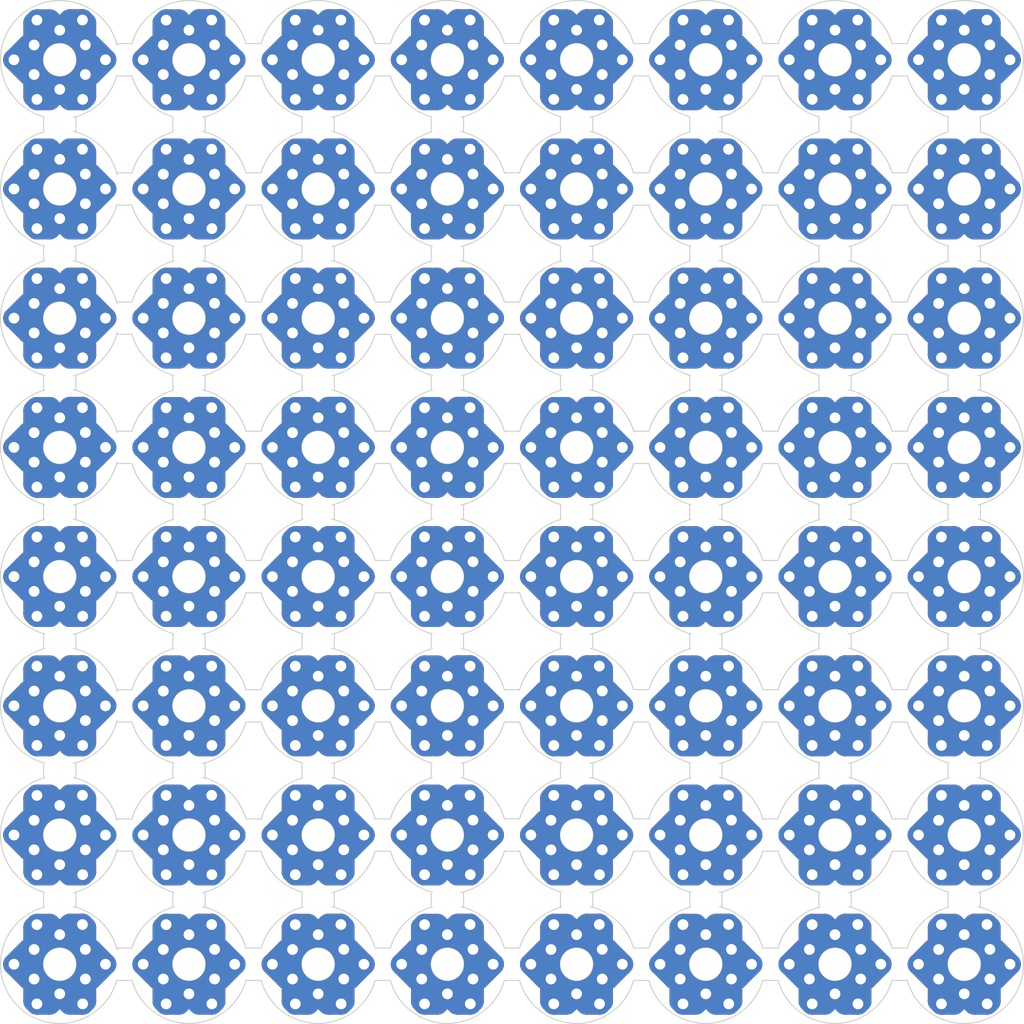
<source format=kicad_pcb>
(kicad_pcb (version 20211014) (generator pcbnew)
  (layers (0 "F.Cu" signal) (31 "B.Cu" signal) (34 "B.Paste" user) (35 "F.Paste" user) (36 "B.SilkS" user "B.Silkscreen") (37 "F.SilkS" user "F.Silkscreen") (38 "B.Mask" user) (39 "F.Mask" user) (44 "Edge.Cuts" user))
  (net 0 "")
  (net 1 "Board_0-Net-(J13-Pad1)")
  (net 2 "Board_1-Net-(J13-Pad1)")
  (net 3 "Board_2-Net-(J13-Pad1)")
  (net 4 "Board_3-Net-(J13-Pad1)")
  (net 5 "Board_4-Net-(J13-Pad1)")
  (net 6 "Board_5-Net-(J13-Pad1)")
  (net 7 "Board_6-Net-(J13-Pad1)")
  (net 8 "Board_7-Net-(J13-Pad1)")
  (net 9 "Board_8-Net-(J13-Pad1)")
  (net 10 "Board_9-Net-(J13-Pad1)")
  (net 11 "Board_10-Net-(J13-Pad1)")
  (net 12 "Board_11-Net-(J13-Pad1)")
  (net 13 "Board_12-Net-(J13-Pad1)")
  (net 14 "Board_13-Net-(J13-Pad1)")
  (net 15 "Board_14-Net-(J13-Pad1)")
  (net 16 "Board_15-Net-(J13-Pad1)")
  (net 17 "Board_16-Net-(J13-Pad1)")
  (net 18 "Board_17-Net-(J13-Pad1)")
  (net 19 "Board_18-Net-(J13-Pad1)")
  (net 20 "Board_19-Net-(J13-Pad1)")
  (net 21 "Board_20-Net-(J13-Pad1)")
  (net 22 "Board_21-Net-(J13-Pad1)")
  (net 23 "Board_22-Net-(J13-Pad1)")
  (net 24 "Board_23-Net-(J13-Pad1)")
  (net 25 "Board_24-Net-(J13-Pad1)")
  (net 26 "Board_25-Net-(J13-Pad1)")
  (net 27 "Board_26-Net-(J13-Pad1)")
  (net 28 "Board_27-Net-(J13-Pad1)")
  (net 29 "Board_28-Net-(J13-Pad1)")
  (net 30 "Board_29-Net-(J13-Pad1)")
  (net 31 "Board_30-Net-(J13-Pad1)")
  (net 32 "Board_31-Net-(J13-Pad1)")
  (net 33 "Board_32-Net-(J13-Pad1)")
  (net 34 "Board_33-Net-(J13-Pad1)")
  (net 35 "Board_34-Net-(J13-Pad1)")
  (net 36 "Board_35-Net-(J13-Pad1)")
  (net 37 "Board_36-Net-(J13-Pad1)")
  (net 38 "Board_37-Net-(J13-Pad1)")
  (net 39 "Board_38-Net-(J13-Pad1)")
  (net 40 "Board_39-Net-(J13-Pad1)")
  (net 41 "Board_40-Net-(J13-Pad1)")
  (net 42 "Board_41-Net-(J13-Pad1)")
  (net 43 "Board_42-Net-(J13-Pad1)")
  (net 44 "Board_43-Net-(J13-Pad1)")
  (net 45 "Board_44-Net-(J13-Pad1)")
  (net 46 "Board_45-Net-(J13-Pad1)")
  (net 47 "Board_46-Net-(J13-Pad1)")
  (net 48 "Board_47-Net-(J13-Pad1)")
  (net 49 "Board_48-Net-(J13-Pad1)")
  (net 50 "Board_49-Net-(J13-Pad1)")
  (net 51 "Board_50-Net-(J13-Pad1)")
  (net 52 "Board_51-Net-(J13-Pad1)")
  (net 53 "Board_52-Net-(J13-Pad1)")
  (net 54 "Board_53-Net-(J13-Pad1)")
  (net 55 "Board_54-Net-(J13-Pad1)")
  (net 56 "Board_55-Net-(J13-Pad1)")
  (net 57 "Board_56-Net-(J13-Pad1)")
  (net 58 "Board_57-Net-(J13-Pad1)")
  (net 59 "Board_58-Net-(J13-Pad1)")
  (net 60 "Board_59-Net-(J13-Pad1)")
  (net 61 "Board_60-Net-(J13-Pad1)")
  (net 62 "Board_61-Net-(J13-Pad1)")
  (net 63 "Board_62-Net-(J13-Pad1)")
  (net 64 "Board_63-Net-(J13-Pad1)")
  (footprint "1024_dry_electrodes:CPA_1" (layer "F.Cu") (at 106.628318 60.17958)
    (fp_text reference "J23" hide)
    (fp_text value "CPA_1" hide)
  )
  (footprint "1024_dry_electrodes:CPA_1" (layer "F.Cu") (at 70.628318 36.17958)
    (fp_text reference "J23" hide)
    (fp_text value "CPA_1" hide)
  )
  (footprint "1024_dry_electrodes:CPA_1" (layer "F.Cu") (at 46.628318 24.17958)
    (fp_text reference "J23" hide)
    (fp_text value "CPA_1" hide)
  )
  (footprint "1024_dry_electrodes:CPA_1" (layer "F.Cu") (at 102.378318 72.17958)
    (fp_text reference "J24" hide)
    (fp_text value "CPA_1" hide)
  )
  (footprint "MountingHole:MountingHole_3mm_Pad" (layer "F.Cu") (at 92.498318 32.49958)
    (fp_text reference "J0" hide)
    (fp_text value "MountingHole_3mm_Pad" hide)
  )
  (footprint "1024_dry_electrodes:CPA_1" (layer "F.Cu") (at 30.378318 48.17958)
    (fp_text reference "J24" hide)
    (fp_text value "CPA_1" hide)
  )
  (footprint "MountingHole:MountingHole_3mm_Pad" (layer "F.Cu") (at 104.498318 44.49958)
    (fp_text reference "J0" hide)
    (fp_text value "MountingHole_3mm_Pad" hide)
  )
  (footprint "1024_dry_electrodes:CPA_1" (layer "F.Cu") (at 94.608318 28.80958)
    (fp_text reference "J21" hide)
    (fp_text value "CPA_1" hide)
  )
  (footprint "1024_dry_electrodes:CPA_1" (layer "F.Cu") (at 42.118318 45.86958)
    (fp_text reference "J15" hide)
    (fp_text value "CPA_1" hide)
  )
  (footprint "1024_dry_electrodes:CPA_1" (layer "F.Cu") (at 18.118318 103.12958)
    (fp_text reference "J16" hide)
    (fp_text value "CPA_1" hide)
  )
  (footprint "1024_dry_electrodes:CPA_1" (layer "F.Cu") (at 42.118318 93.86958)
    (fp_text reference "J15" hide)
    (fp_text value "CPA_1" hide)
  )
  (footprint "1024_dry_electrodes:CPA_1" (layer "F.Cu") (at 30.378318 100.81958)
    (fp_text reference "J26" hide)
    (fp_text value "CPA_1" hide)
  )
  (footprint "1024_dry_electrodes:CPA_1" (layer "F.Cu") (at 96.748318 80.49958)
    (fp_text reference "J22" hide)
    (fp_text value "CPA_1" hide)
  )
  (footprint "1024_dry_electrodes:CPA_1" (layer "F.Cu") (at 32.498318 101.74958)
    (fp_text reference "J11" hide)
    (fp_text value "CPA_1" hide)
  )
  (footprint "1024_dry_electrodes:CPA_1" (layer "F.Cu") (at 108.748318 68.49958)
    (fp_text reference "J22" hide)
    (fp_text value "CPA_1" hide)
  )
  (footprint "1024_dry_electrodes:CPA_1" (layer "F.Cu") (at 106.878318 79.11958)
    (fp_text reference "J12" hide)
    (fp_text value "CPA_1" hide)
  )
  (footprint "1024_dry_electrodes:CPA_1" (layer "F.Cu") (at 84.748318 32.49958)
    (fp_text reference "J22" hide)
    (fp_text value "CPA_1" hide)
  )
  (footprint "1024_dry_electrodes:CPA_1" (layer "F.Cu") (at 16.248318 20.49958)
    (fp_text reference "J25" hide)
    (fp_text value "CPA_1" hide)
  )
  (footprint "MountingHole:MountingHole_3mm_Pad" (layer "F.Cu") (at 104.498318 56.49958)
    (fp_text reference "J0" hide)
    (fp_text value "MountingHole_3mm_Pad" hide)
  )
  (footprint "1024_dry_electrodes:CPA_1" (layer "F.Cu") (at 80.498318 17.74958)
    (fp_text reference "J11" hide)
    (fp_text value "CPA_1" hide)
  )
  (footprint "1024_dry_electrodes:CPA_1" (layer "F.Cu") (at 70.608318 88.80958)
    (fp_text reference "J21" hide)
    (fp_text value "CPA_1" hide)
  )
  (footprint "1024_dry_electrodes:CPA_1" (layer "F.Cu") (at 56.498318 59.24958)
    (fp_text reference "J14" hide)
    (fp_text value "CPA_1" hide)
  )
  (footprint "1024_dry_electrodes:CPA_1" (layer "F.Cu") (at 80.498318 89.74958)
    (fp_text reference "J11" hide)
    (fp_text value "CPA_1" hide)
  )
  (footprint "1024_dry_electrodes:CPA_1" (layer "F.Cu") (at 102.118318 67.12958)
    (fp_text reference "J16" hide)
    (fp_text value "CPA_1" hide)
  )
  (footprint "1024_dry_electrodes:CPA_1" (layer "F.Cu") (at 24.748318 32.49958)
    (fp_text reference "J22" hide)
    (fp_text value "CPA_1" hide)
  )
  (footprint "MountingHole:MountingHole_3mm_Pad" (layer "F.Cu") (at 92.498318 80.49958)
    (fp_text reference "J0" hide)
    (fp_text value "MountingHole_3mm_Pad" hide)
  )
  (footprint "1024_dry_electrodes:CPA_1" (layer "F.Cu") (at 94.878318 57.86958)
    (fp_text reference "J13" hide)
    (fp_text value "CPA_1" hide)
  )
  (footprint "1024_dry_electrodes:CPA_1" (layer "F.Cu") (at 58.628318 60.17958)
    (fp_text reference "J23" hide)
    (fp_text value "CPA_1" hide)
  )
  (footprint "1024_dry_electrodes:CPA_1" (layer "F.Cu") (at 58.608318 28.80958)
    (fp_text reference "J21" hide)
    (fp_text value "CPA_1" hide)
  )
  (footprint "1024_dry_electrodes:CPA_1" (layer "F.Cu") (at 94.628318 72.17958)
    (fp_text reference "J23" hide)
    (fp_text value "CPA_1" hide)
  )
  (footprint "1024_dry_electrodes:CPA_1" (layer "F.Cu") (at 106.608318 16.80958)
    (fp_text reference "J21" hide)
    (fp_text value "CPA_1" hide)
  )
  (footprint "1024_dry_electrodes:CPA_1" (layer "F.Cu") (at 58.878318 69.86958)
    (fp_text reference "J13" hide)
    (fp_text value "CPA_1" hide)
  )
  (footprint "1024_dry_electrodes:CPA_1" (layer "F.Cu") (at 36.748318 56.49958)
    (fp_text reference "J22" hide)
    (fp_text value "CPA_1" hide)
  )
  (footprint "1024_dry_electrodes:CPA_1" (layer "F.Cu") (at 94.628318 36.17958)
    (fp_text reference "J23" hide)
    (fp_text value "CPA_1" hide)
  )
  (footprint "1024_dry_electrodes:CPA_1" (layer "F.Cu") (at 108.748318 44.49958)
    (fp_text reference "J22" hide)
    (fp_text value "CPA_1" hide)
  )
  (footprint "1024_dry_electrodes:CPA_1" (layer "F.Cu") (at 48.748318 56.49958)
    (fp_text reference "J22" hide)
    (fp_text value "CPA_1" hide)
  )
  (footprint "MountingHole:MountingHole_3mm_Pad" (layer "F.Cu") (at 32.498318 44.49958)
    (fp_text reference "J0" hide)
    (fp_text value "MountingHole_3mm_Pad" hide)
  )
  (footprint "1024_dry_electrodes:CPA_1" (layer "F.Cu") (at 18.378318 96.17958)
    (fp_text reference "J24" hide)
    (fp_text value "CPA_1" hide)
  )
  (footprint "1024_dry_electrodes:CPA_1" (layer "F.Cu") (at 34.608318 100.80958)
    (fp_text reference "J21" hide)
    (fp_text value "CPA_1" hide)
  )
  (footprint "1024_dry_electrodes:CPA_1" (layer "F.Cu") (at 44.498318 95.24958)
    (fp_text reference "J14" hide)
    (fp_text value "CPA_1" hide)
  )
  (footprint "1024_dry_electrodes:CPA_1" (layer "F.Cu") (at 18.118318 105.86958)
    (fp_text reference "J15" hide)
    (fp_text value "CPA_1" hide)
  )
  (footprint "1024_dry_electrodes:CPA_1" (layer "F.Cu") (at 88.248318 104.49958)
    (fp_text reference "J25" hide)
    (fp_text value "CPA_1" hide)
  )
  (footprint "1024_dry_electrodes:CPA_1" (layer "F.Cu") (at 22.608318 28.80958)
    (fp_text reference "J21" hide)
    (fp_text value "CPA_1" hide)
  )
  (footprint "1024_dry_electrodes:CPA_1" (layer "F.Cu") (at 44.498318 53.74958)
    (fp_text reference "J11" hide)
    (fp_text value "CPA_1" hide)
  )
  (footprint "1024_dry_electrodes:CPA_1" (layer "F.Cu") (at 108.748318 104.49958)
    (fp_text reference "J22" hide)
    (fp_text value "CPA_1" hide)
  )
  (footprint "1024_dry_electrodes:CPA_1" (layer "F.Cu") (at 42.118318 79.12958)
    (fp_text reference "J16" hide)
    (fp_text value "CPA_1" hide)
  )
  (footprint "MountingHole:MountingHole_3mm_Pad" (layer "F.Cu") (at 92.498318 92.49958)
    (fp_text reference "J0" hide)
    (fp_text value "MountingHole_3mm_Pad" hide)
  )
  (footprint "1024_dry_electrodes:CPA_1" (layer "F.Cu") (at 32.498318 29.74958)
    (fp_text reference "J11" hide)
    (fp_text value "CPA_1" hide)
  )
  (footprint "1024_dry_electrodes:CPA_1" (layer "F.Cu") (at 92.498318 101.74958)
    (fp_text reference "J11" hide)
    (fp_text value "CPA_1" hide)
  )
  (footprint "1024_dry_electrodes:CPA_1" (layer "F.Cu") (at 94.878318 67.11958)
    (fp_text reference "J12" hide)
    (fp_text value "CPA_1" hide)
  )
  (footprint "1024_dry_electrodes:CPA_1" (layer "F.Cu") (at 52.248318 92.49958)
    (fp_text reference "J25" hide)
    (fp_text value "CPA_1" hide)
  )
  (footprint "1024_dry_electrodes:CPA_1" (layer "F.Cu") (at 90.118318 105.86958)
    (fp_text reference "J15" hide)
    (fp_text value "CPA_1" hide)
  )
  (footprint "1024_dry_electrodes:CPA_1" (layer "F.Cu") (at 66.378318 16.81958)
    (fp_text reference "J26" hide)
    (fp_text value "CPA_1" hide)
  )
  (footprint "1024_dry_electrodes:CPA_1" (layer "F.Cu") (at 94.628318 60.17958)
    (fp_text reference "J23" hide)
    (fp_text value "CPA_1" hide)
  )
  (footprint "1024_dry_electrodes:CPA_1" (layer "F.Cu") (at 44.498318 35.24958)
    (fp_text reference "J14" hide)
    (fp_text value "CPA_1" hide)
  )
  (footprint "1024_dry_electrodes:CPA_1" (layer "F.Cu") (at 42.118318 105.86958)
    (fp_text reference "J15" hide)
    (fp_text value "CPA_1" hide)
  )
  (footprint "1024_dry_electrodes:CPA_1" (layer "F.Cu") (at 106.628318 48.17958)
    (fp_text reference "J23" hide)
    (fp_text value "CPA_1" hide)
  )
  (footprint "1024_dry_electrodes:CPA_1" (layer "F.Cu") (at 90.118318 91.12958)
    (fp_text reference "J16" hide)
    (fp_text value "CPA_1" hide)
  )
  (footprint "1024_dry_electrodes:CPA_1" (layer "F.Cu") (at 32.498318 35.24958)
    (fp_text reference "J14" hide)
    (fp_text value "CPA_1" hide)
  )
  (footprint "1024_dry_electrodes:CPA_1" (layer "F.Cu") (at 44.498318 23.24958)
    (fp_text reference "J14" hide)
    (fp_text value "CPA_1" hide)
  )
  (footprint "1024_dry_electrodes:CPA_1" (layer "F.Cu") (at 96.748318 56.49958)
    (fp_text reference "J22" hide)
    (fp_text value "CPA_1" hide)
  )
  (footprint "1024_dry_electrodes:CPA_1" (layer "F.Cu") (at 16.248318 92.49958)
    (fp_text reference "J25" hide)
    (fp_text value "CPA_1" hide)
  )
  (footprint "1024_dry_electrodes:CPA_1" (layer "F.Cu") (at 66.118318 31.12958)
    (fp_text reference "J16" hide)
    (fp_text value "CPA_1" hide)
  )
  (footprint "1024_dry_electrodes:CPA_1" (layer "F.Cu") (at 108.748318 32.49958)
    (fp_text reference "J22" hide)
    (fp_text value "CPA_1" hide)
  )
  (footprint "1024_dry_electrodes:CPA_1" (layer "F.Cu") (at 66.378318 108.17958)
    (fp_text reference "J24" hide)
    (fp_text value "CPA_1" hide)
  )
  (footprint "1024_dry_electrodes:CPA_1" (layer "F.Cu") (at 90.378318 64.81958)
    (fp_text reference "J26" hide)
    (fp_text value "CPA_1" hide)
  )
  (footprint "1024_dry_electrodes:CPA_1" (layer "F.Cu") (at 78.378318 88.81958)
    (fp_text reference "J26" hide)
    (fp_text value "CPA_1" hide)
  )
  (footprint "1024_dry_electrodes:CPA_1" (layer "F.Cu") (at 46.608318 28.80958)
    (fp_text reference "J21" hide)
    (fp_text value "CPA_1" hide)
  )
  (footprint "1024_dry_electrodes:CPA_1" (layer "F.Cu") (at 104.498318 83.24958)
    (fp_text reference "J14" hide)
    (fp_text value "CPA_1" hide)
  )
  (footprint "1024_dry_electrodes:CPA_1" (layer "F.Cu") (at 84.748318 44.49958)
    (fp_text reference "J22" hide)
    (fp_text value "CPA_1" hide)
  )
  (footprint "1024_dry_electrodes:CPA_1" (layer "F.Cu") (at 66.118318 55.12958)
    (fp_text reference "J16" hide)
    (fp_text value "CPA_1" hide)
  )
  (footprint "1024_dry_electrodes:CPA_1" (layer "F.Cu") (at 106.608318 88.80958)
    (fp_text reference "J21" hide)
    (fp_text value "CPA_1" hide)
  )
  (footprint "1024_dry_electrodes:CPA_1" (layer "F.Cu") (at 68.498318 107.24958)
    (fp_text reference "J14" hide)
    (fp_text value "CPA_1" hide)
  )
  (footprint "1024_dry_electrodes:CPA_1" (layer "F.Cu") (at 102.118318 43.12958)
    (fp_text reference "J16" hide)
    (fp_text value "CPA_1" hide)
  )
  (footprint "1024_dry_electrodes:CPA_1" (layer "F.Cu") (at 66.378318 40.81958)
    (fp_text reference "J26" hide)
    (fp_text value "CPA_1" hide)
  )
  (footprint "1024_dry_electrodes:CPA_1" (layer "F.Cu") (at 42.378318 16.81958)
    (fp_text reference "J26" hide)
    (fp_text value "CPA_1" hide)
  )
  (footprint "1024_dry_electrodes:CPA_1" (layer "F.Cu") (at 106.878318 93.86958)
    (fp_text reference "J13" hide)
    (fp_text value "CPA_1" hide)
  )
  (footprint "1024_dry_electrodes:CPA_1" (layer "F.Cu") (at 82.628318 60.17958)
    (fp_text reference "J23" hide)
    (fp_text value "CPA_1" hide)
  )
  (footprint "1024_dry_electrodes:CPA_1" (layer "F.Cu") (at 60.748318 68.49958)
    (fp_text reference "J22" hide)
    (fp_text value "CPA_1" hide)
  )
  (footprint "1024_dry_electrodes:CPA_1" (layer "F.Cu") (at 22.628318 48.17958)
    (fp_text reference "J23" hide)
    (fp_text value "CPA_1" hide)
  )
  (footprint "1024_dry_electrodes:CPA_1" (layer "F.Cu") (at 58.628318 48.17958)
    (fp_text reference "J23" hide)
    (fp_text value "CPA_1" hide)
  )
  (footprint "1024_dry_electrodes:CPA_1" (layer "F.Cu") (at 70.608318 16.80958)
    (fp_text reference "J21" hide)
    (fp_text value "CPA_1" hide)
  )
  (footprint "1024_dry_electrodes:CPA_1" (layer "F.Cu") (at 94.628318 96.17958)
    (fp_text reference "J23" hide)
    (fp_text value "CPA_1" hide)
  )
  (footprint "1024_dry_electrodes:CPA_1" (layer "F.Cu") (at 34.878318 69.86958)
    (fp_text reference "J13" hide)
    (fp_text value "CPA_1" hide)
  )
  (footprint "1024_dry_electrodes:CPA_1" (layer "F.Cu") (at 20.498318 65.74958)
    (fp_text reference "J11" hide)
    (fp_text value "CPA_1" hide)
  )
  (footprint "1024_dry_electrodes:CPA_1" (layer "F.Cu") (at 22.878318 69.86958)
    (fp_text reference "J13" hide)
    (fp_text value "CPA_1" hide)
  )
  (footprint "1024_dry_electrodes:CPA_1" (layer "F.Cu") (at 56.498318 89.74958)
    (fp_text reference "J11" hide)
    (fp_text value "CPA_1" hide)
  )
  (footprint "1024_dry_electrodes:CPA_1" (layer "F.Cu") (at 70.628318 48.17958)
    (fp_text reference "J23" hide)
    (fp_text value "CPA_1" hide)
  )
  (footprint "1024_dry_electrodes:CPA_1" (layer "F.Cu") (at 82.878318 21.86958)
    (fp_text reference "J13" hide)
    (fp_text value "CPA_1" hide)
  )
  (footprint "1024_dry_electrodes:CPA_1" (layer "F.Cu") (at 76.248318 32.49958)
    (fp_text reference "J25" hide)
    (fp_text value "CPA_1" hide)
  )
  (footprint "1024_dry_electrodes:CPA_1" (layer "F.Cu") (at 54.118318 105.86958)
    (fp_text reference "J15" hide)
    (fp_text value "CPA_1" hide)
  )
  (footprint "1024_dry_electrodes:CPA_1" (layer "F.Cu") (at 90.118318 33.86958)
    (fp_text reference "J15" hide)
    (fp_text value "CPA_1" hide)
  )
  (footprint "1024_dry_electrodes:CPA_1" (layer "F.Cu") (at 54.118318 19.12958)
    (fp_text reference "J16" hide)
    (fp_text value "CPA_1" hide)
  )
  (footprint "1024_dry_electrodes:CPA_1" (layer "F.Cu") (at 40.248318 20.49958)
    (fp_text reference "J25" hide)
    (fp_text value "CPA_1" hide)
  )
  (footprint "1024_dry_electrodes:CPA_1" (layer "F.Cu") (at 46.878318 43.11958)
    (fp_text reference "J12" hide)
    (fp_text value "CPA_1" hide)
  )
  (footprint "1024_dry_electrodes:CPA_1" (layer "F.Cu") (at 34.608318 28.80958)
    (fp_text reference "J21" hide)
    (fp_text value "CPA_1" hide)
  )
  (footprint "1024_dry_electrodes:CPA_1" (layer "F.Cu") (at 48.748318 80.49958)
    (fp_text reference "J22" hide)
    (fp_text value "CPA_1" hide)
  )
  (footprint "1024_dry_electrodes:CPA_1" (layer "F.Cu") (at 30.378318 16.81958)
    (fp_text reference "J26" hide)
    (fp_text value "CPA_1" hide)
  )
  (footprint "MountingHole:MountingHole_3mm_Pad" (layer "F.Cu") (at 32.498318 68.49958)
    (fp_text reference "J0" hide)
    (fp_text value "MountingHole_3mm_Pad" hide)
  )
  (footprint "1024_dry_electrodes:CPA_1" (layer "F.Cu") (at 20.498318 59.24958)
    (fp_text reference "J14" hide)
    (fp_text value "CPA_1" hide)
  )
  (footprint "1024_dry_electrodes:CPA_1" (layer "F.Cu") (at 16.248318 56.49958)
    (fp_text reference "J25" hide)
    (fp_text value "CPA_1" hide)
  )
  (footprint "1024_dry_electrodes:CPA_1" (layer "F.Cu") (at 32.498318 65.74958)
    (fp_text reference "J11" hide)
    (fp_text value "CPA_1" hide)
  )
  (footprint "MountingHole:MountingHole_3mm_Pad" (layer "F.Cu") (at 80.498318 92.49958)
    (fp_text reference "J0" hide)
    (fp_text value "MountingHole_3mm_Pad" hide)
  )
  (footprint "MountingHole:MountingHole_3mm_Pad" (layer "F.Cu") (at 44.498318 32.49958)
    (fp_text reference "J0" hide)
    (fp_text value "MountingHole_3mm_Pad" hide)
  )
  (footprint "1024_dry_electrodes:CPA_1" (layer "F.Cu") (at 78.118318 45.86958)
    (fp_text reference "J15" hide)
    (fp_text value "CPA_1" hide)
  )
  (footprint "1024_dry_electrodes:CPA_1" (layer "F.Cu") (at 54.378318 24.17958)
    (fp_text reference "J24" hide)
    (fp_text value "CPA_1" hide)
  )
  (footprint "1024_dry_electrodes:CPA_1" (layer "F.Cu") (at 84.748318 104.49958)
    (fp_text reference "J22" hide)
    (fp_text value "CPA_1" hide)
  )
  (footprint "1024_dry_electrodes:CPA_1" (layer "F.Cu") (at 78.378318 16.81958)
    (fp_text reference "J26" hide)
    (fp_text value "CPA_1" hide)
  )
  (footprint "1024_dry_electrodes:CPA_1" (layer "F.Cu") (at 108.748318 80.49958)
    (fp_text reference "J22" hide)
    (fp_text value "CPA_1" hide)
  )
  (footprint "1024_dry_electrodes:CPA_1" (layer "F.Cu") (at 94.878318 55.11958)
    (fp_text reference "J12" hide)
    (fp_text value "CPA_1" hide)
  )
  (footprint "1024_dry_electrodes:CPA_1" (layer "F.Cu") (at 42.118318 67.12958)
    (fp_text reference "J16" hide)
    (fp_text value "CPA_1" hide)
  )
  (footprint "1024_dry_electrodes:CPA_1" (layer "F.Cu") (at 78.378318 96.17958)
    (fp_text reference "J24" hide)
    (fp_text value "CPA_1" hide)
  )
  (footprint "1024_dry_electrodes:CPA_1" (layer "F.Cu") (at 46.608318 76.80958)
    (fp_text reference "J21" hide)
    (fp_text value "CPA_1" hide)
  )
  (footprint "1024_dry_electrodes:CPA_1" (layer "F.Cu") (at 34.878318 45.86958)
    (fp_text reference "J13" hide)
    (fp_text value "CPA_1" hide)
  )
  (footprint "1024_dry_electrodes:CPA_1" (layer "F.Cu") (at 94.608318 88.80958)
    (fp_text reference "J21" hide)
    (fp_text value "CPA_1" hide)
  )
  (footprint "1024_dry_electrodes:CPA_1" (layer "F.Cu") (at 94.878318 105.86958)
    (fp_text reference "J13" hide)
    (fp_text value "CPA_1" hide)
  )
  (footprint "1024_dry_electrodes:CPA_1" (layer "F.Cu") (at 42.118318 21.86958)
    (fp_text reference "J15" hide)
    (fp_text value "CPA_1" hide)
  )
  (footprint "1024_dry_electrodes:CPA_1" (layer "F.Cu") (at 94.878318 43.11958)
    (fp_text reference "J12" hide)
    (fp_text value "CPA_1" hide)
  )
  (footprint "1024_dry_electrodes:CPA_1" (layer "F.Cu") (at 68.498318 23.24958)
    (fp_text reference "J14" hide)
    (fp_text value "CPA_1" hide)
  )
  (footprint "1024_dry_electrodes:CPA_1" (layer "F.Cu") (at 30.378318 72.17958)
    (fp_text reference "J24" hide)
    (fp_text value "CPA_1" hide)
  )
  (footprint "1024_dry_electrodes:CPA_1" (layer "F.Cu") (at 54.118318 57.86958)
    (fp_text reference "J15" hide)
    (fp_text value "CPA_1" hide)
  )
  (footprint "1024_dry_electrodes:CPA_1" (layer "F.Cu") (at 82.878318 91.11958)
    (fp_text reference "J12" hide)
    (fp_text value "CPA_1" hide)
  )
  (footprint "1024_dry_electrodes:CPA_1" (layer "F.Cu") (at 40.248318 104.49958)
    (fp_text reference "J25" hide)
    (fp_text value "CPA_1" hide)
  )
  (footprint "1024_dry_electrodes:CPA_1" (layer "F.Cu") (at 46.628318 96.17958)
    (fp_text reference "J23" hide)
    (fp_text value "CPA_1" hide)
  )
  (footprint "1024_dry_electrodes:CPA_1" (layer "F.Cu") (at 30.378318 60.17958)
    (fp_text reference "J24" hide)
    (fp_text value "CPA_1" hide)
  )
  (footprint "1024_dry_electrodes:CPA_1" (layer "F.Cu") (at 106.878318 31.11958)
    (fp_text reference "J12" hide)
    (fp_text value "CPA_1" hide)
  )
  (footprint "1024_dry_electrodes:CPA_1" (layer "F.Cu") (at 78.378318 28.81958)
    (fp_text reference "J26" hide)
    (fp_text value "CPA_1" hide)
  )
  (footprint "1024_dry_electrodes:CPA_1" (layer "F.Cu") (at 90.378318 48.17958)
    (fp_text reference "J24" hide)
    (fp_text value "CPA_1" hide)
  )
  (footprint "1024_dry_electrodes:CPA_1" (layer "F.Cu") (at 70.608318 52.80958)
    (fp_text reference "J21" hide)
    (fp_text value "CPA_1" hide)
  )
  (footprint "1024_dry_electrodes:CPA_1" (layer "F.Cu") (at 106.608318 28.80958)
    (fp_text reference "J21" hide)
    (fp_text value "CPA_1" hide)
  )
  (footprint "1024_dry_electrodes:CPA_1" (layer "F.Cu") (at 64.248318 20.49958)
    (fp_text reference "J25" hide)
    (fp_text value "CPA_1" hide)
  )
  (footprint "1024_dry_electrodes:CPA_1" (layer "F.Cu") (at 88.248318 32.49958)
    (fp_text reference "J25" hide)
    (fp_text value "CPA_1" hide)
  )
  (footprint "1024_dry_electrodes:CPA_1" (layer "F.Cu") (at 34.628318 84.17958)
    (fp_text reference "J23" hide)
    (fp_text value "CPA_1" hide)
  )
  (footprint "1024_dry_electrodes:CPA_1" (layer "F.Cu") (at 30.118318 93.86958)
    (fp_text reference "J15" hide)
    (fp_text value "CPA_1" hide)
  )
  (footprint "1024_dry_electrodes:CPA_1" (layer "F.Cu") (at 46.608318 64.80958)
    (fp_text reference "J21" hide)
    (fp_text value "CPA_1" hide)
  )
  (footprint "1024_dry_electrodes:CPA_1" (layer "F.Cu") (at 32.498318 41.74958)
    (fp_text reference "J11" hide)
    (fp_text value "CPA_1" hide)
  )
  (footprint "1024_dry_electrodes:CPA_1" (layer "F.Cu") (at 66.118318 67.12958)
    (fp_text reference "J16" hide)
    (fp_text value "CPA_1" hide)
  )
  (footprint "1024_dry_electrodes:CPA_1" (layer "F.Cu") (at 22.628318 36.17958)
    (fp_text reference "J23" hide)
    (fp_text value "CPA_1" hide)
  )
  (footprint "1024_dry_electrodes:CPA_1" (layer "F.Cu") (at 28.248318 32.49958)
    (fp_text reference "J25" hide)
    (fp_text value "CPA_1" hide)
  )
  (footprint "MountingHole:MountingHole_3mm_Pad" (layer "F.Cu") (at 68.498318 20.49958)
    (fp_text reference "J0" hide)
    (fp_text value "MountingHole_3mm_Pad" hide)
  )
  (footprint "1024_dry_electrodes:CPA_1" (layer "F.Cu") (at 30.118318 69.86958)
    (fp_text reference "J15" hide)
    (fp_text value "CPA_1" hide)
  )
  (footprint "1024_dry_electrodes:CPA_1" (layer "F.Cu") (at 42.118318 103.12958)
    (fp_text reference "J16" hide)
    (fp_text value "CPA_1" hide)
  )
  (footprint "1024_dry_electrodes:CPA_1" (layer "F.Cu") (at 94.878318 19.11958)
    (fp_text reference "J12" hide)
    (fp_text value "CPA_1" hide)
  )
  (footprint "1024_dry_electrodes:CPA_1" (layer "F.Cu") (at 100.248318 44.49958)
    (fp_text reference "J25" hide)
    (fp_text value "CPA_1" hide)
  )
  (footprint "1024_dry_electrodes:CPA_1" (layer "F.Cu") (at 58.628318 72.17958)
    (fp_text reference "J23" hide)
    (fp_text value "CPA_1" hide)
  )
  (footprint "1024_dry_electrodes:CPA_1" (layer "F.Cu") (at 18.378318 72.17958)
    (fp_text reference "J24" hide)
    (fp_text value "CPA_1" hide)
  )
  (footprint "1024_dry_electrodes:CPA_1" (layer "F.Cu") (at 88.248318 44.49958)
    (fp_text reference "J25" hide)
    (fp_text value "CPA_1" hide)
  )
  (footprint "1024_dry_electrodes:CPA_1" (layer "F.Cu") (at 44.498318 47.24958)
    (fp_text reference "J14" hide)
    (fp_text value "CPA_1" hide)
  )
  (footprint "MountingHole:MountingHole_3mm_Pad" (layer "F.Cu") (at 44.498318 56.49958)
    (fp_text reference "J0" hide)
    (fp_text value "MountingHole_3mm_Pad" hide)
  )
  (footprint "1024_dry_electrodes:CPA_1" (layer "F.Cu") (at 94.878318 79.11958)
    (fp_text reference "J12" hide)
    (fp_text value "CPA_1" hide)
  )
  (footprint "MountingHole:MountingHole_3mm_Pad" (layer "F.Cu") (at 92.498318 68.49958)
    (fp_text reference "J0" hide)
    (fp_text value "MountingHole_3mm_Pad" hide)
  )
  (footprint "1024_dry_electrodes:CPA_1" (layer "F.Cu") (at 82.608318 28.80958)
    (fp_text reference "J21" hide)
    (fp_text value "CPA_1" hide)
  )
  (footprint "1024_dry_electrodes:CPA_1" (layer "F.Cu") (at 82.878318 45.86958)
    (fp_text reference "J13" hide)
    (fp_text value "CPA_1" hide)
  )
  (footprint "1024_dry_electrodes:CPA_1" (layer "F.Cu") (at 94.608318 76.80958)
    (fp_text reference "J21" hide)
    (fp_text value "CPA_1" hide)
  )
  (footprint "1024_dry_electrodes:CPA_1" (layer "F.Cu") (at 66.118318 105.86958)
    (fp_text reference "J15" hide)
    (fp_text value "CPA_1" hide)
  )
  (footprint "1024_dry_electrodes:CPA_1" (layer "F.Cu") (at 78.118318 67.12958)
    (fp_text reference "J16" hide)
    (fp_text value "CPA_1" hide)
  )
  (footprint "1024_dry_electrodes:CPA_1" (layer "F.Cu") (at 58.628318 84.17958)
    (fp_text reference "J23" hide)
    (fp_text value "CPA_1" hide)
  )
  (footprint "1024_dry_electrodes:CPA_1" (layer "F.Cu") (at 32.498318 59.24958)
    (fp_text reference "J14" hide)
    (fp_text value "CPA_1" hide)
  )
  (footprint "1024_dry_electrodes:CPA_1" (layer "F.Cu") (at 44.498318 59.24958)
    (fp_text reference "J14" hide)
    (fp_text value "CPA_1" hide)
  )
  (footprint "1024_dry_electrodes:CPA_1" (layer "F.Cu") (at 106.608318 100.80958)
    (fp_text reference "J21" hide)
    (fp_text value "CPA_1" hide)
  )
  (footprint "MountingHole:MountingHole_3mm_Pad" (layer "F.Cu") (at 80.498318 20.49958)
    (fp_text reference "J0" hide)
    (fp_text value "MountingHole_3mm_Pad" hide)
  )
  (footprint "1024_dry_electrodes:CPA_1" (layer "F.Cu") (at 106.628318 108.17958)
    (fp_text reference "J23" hide)
    (fp_text value "CPA_1" hide)
  )
  (footprint "1024_dry_electrodes:CPA_1" (layer "F.Cu") (at 102.378318 48.17958)
    (fp_text reference "J24" hide)
    (fp_text value "CPA_1" hide)
  )
  (footprint "1024_dry_electrodes:CPA_1" (layer "F.Cu") (at 54.118318 31.12958)
    (fp_text reference "J16" hide)
    (fp_text value "CPA_1" hide)
  )
  (footprint "1024_dry_electrodes:CPA_1" (layer "F.Cu") (at 78.118318 21.86958)
    (fp_text reference "J15" hide)
    (fp_text value "CPA_1" hide)
  )
  (footprint "1024_dry_electrodes:CPA_1" (layer "F.Cu") (at 70.878318 93.86958)
    (fp_text reference "J13" hide)
    (fp_text value "CPA_1" hide)
  )
  (footprint "1024_dry_electrodes:CPA_1" (layer "F.Cu") (at 34.628318 60.17958)
    (fp_text reference "J23" hide)
    (fp_text value "CPA_1" hide)
  )
  (footprint "1024_dry_electrodes:CPA_1" (layer "F.Cu") (at 96.748318 44.49958)
    (fp_text reference "J22" hide)
    (fp_text value "CPA_1" hide)
  )
  (footprint "1024_dry_electrodes:CPA_1" (layer "F.Cu") (at 46.878318 81.86958)
    (fp_text reference "J13" hide)
    (fp_text value "CPA_1" hide)
  )
  (footprint "1024_dry_electrodes:CPA_1" (layer "F.Cu") (at 78.118318 91.12958)
    (fp_text reference "J16" hide)
    (fp_text value "CPA_1" hide)
  )
  (footprint "1024_dry_electrodes:CPA_1" (layer "F.Cu") (at 34.878318 33.86958)
    (fp_text reference "J13" hide)
    (fp_text value "CPA_1" hide)
  )
  (footprint "1024_dry_electrodes:CPA_1" (layer "F.Cu") (at 46.878318 31.11958)
    (fp_text reference "J12" hide)
    (fp_text value "CPA_1" hide)
  )
  (footprint "1024_dry_electrodes:CPA_1" (layer "F.Cu") (at 80.498318 83.24958)
    (fp_text reference "J14" hide)
    (fp_text value "CPA_1" hide)
  )
  (footprint "1024_dry_electrodes:CPA_1" (layer "F.Cu") (at 18.118318 45.86958)
    (fp_text reference "J15" hide)
    (fp_text value "CPA_1" hide)
  )
  (footprint "1024_dry_electrodes:CPA_1" (layer "F.Cu") (at 90.118318 57.86958)
    (fp_text reference "J15" hide)
    (fp_text value "CPA_1" hide)
  )
  (footprint "1024_dry_electrodes:CPA_1" (layer "F.Cu") (at 54.378318 28.81958)
    (fp_text reference "J26" hide)
    (fp_text value "CPA_1" hide)
  )
  (footprint "1024_dry_electrodes:CPA_1" (layer "F.Cu") (at 104.498318 65.74958)
    (fp_text reference "J11" hide)
    (fp_text value "CPA_1" hide)
  )
  (footprint "1024_dry_electrodes:CPA_1" (layer "F.Cu") (at 42.118318 91.12958)
    (fp_text reference "J16" hide)
    (fp_text value "CPA_1" hide)
  )
  (footprint "1024_dry_electrodes:CPA_1" (layer "F.Cu") (at 18.118318 57.86958)
    (fp_text reference "J15" hide)
    (fp_text value "CPA_1" hide)
  )
  (footprint "1024_dry_electrodes:CPA_1" (layer "F.Cu") (at 52.248318 20.49958)
    (fp_text reference "J25" hide)
    (fp_text value "CPA_1" hide)
  )
  (footprint "MountingHole:MountingHole_3mm_Pad" (layer "F.Cu") (at 80.498318 56.49958)
    (fp_text reference "J0" hide)
    (fp_text value "MountingHole_3mm_Pad" hide)
  )
  (footprint "1024_dry_electrodes:CPA_1" (layer "F.Cu") (at 16.248318 68.49958)
    (fp_text reference "J25" hide)
    (fp_text value "CPA_1" hide)
  )
  (footprint "1024_dry_electrodes:CPA_1" (layer "F.Cu") (at 30.118318 79.12958)
    (fp_text reference "J16" hide)
    (fp_text value "CPA_1" hide)
  )
  (footprint "1024_dry_electrodes:CPA_1" (layer "F.Cu") (at 42.378318 28.81958)
    (fp_text reference "J26" hide)
    (fp_text value "CPA_1" hide)
  )
  (footprint "1024_dry_electrodes:CPA_1" (layer "F.Cu") (at 102.378318 88.81958)
    (fp_text reference "J26" hide)
    (fp_text value "CPA_1" hide)
  )
  (footprint "1024_dry_electrodes:CPA_1" (layer "F.Cu") (at 102.378318 100.81958)
    (fp_text reference "J26" hide)
    (fp_text value "CPA_1" hide)
  )
  (footprint "1024_dry_electrodes:CPA_1" (layer "F.Cu") (at 70.608318 28.80958)
    (fp_text reference "J21" hide)
    (fp_text value "CPA_1" hide)
  )
  (footprint "1024_dry_electrodes:CPA_1" (layer "F.Cu") (at 28.248318 80.49958)
    (fp_text reference "J25" hide)
    (fp_text value "CPA_1" hide)
  )
  (footprint "1024_dry_electrodes:CPA_1" (layer "F.Cu") (at 44.498318 77.74958)
    (fp_text reference "J11" hide)
    (fp_text value "CPA_1" hide)
  )
  (footprint "1024_dry_electrodes:CPA_1" (layer "F.Cu") (at 46.628318 108.17958)
    (fp_text reference "J23" hide)
    (fp_text value "CPA_1" hide)
  )
  (footprint "1024_dry_electrodes:CPA_1" (layer "F.Cu") (at 18.378318 108.17958)
    (fp_text reference "J24" hide)
    (fp_text value "CPA_1" hide)
  )
  (footprint "1024_dry_electrodes:CPA_1" (layer "F.Cu") (at 46.878318 21.86958)
    (fp_text reference "J13" hide)
    (fp_text value "CPA_1" hide)
  )
  (footprint "1024_dry_electrodes:CPA_1" (layer "F.Cu") (at 70.878318 91.11958)
    (fp_text reference "J12" hide)
    (fp_text value "CPA_1" hide)
  )
  (footprint "1024_dry_electrodes:CPA_1" (layer "F.Cu") (at 20.498318 77.74958)
    (fp_text reference "J11" hide)
    (fp_text value "CPA_1" hide)
  )
  (footprint "1024_dry_electrodes:CPA_1" (layer "F.Cu") (at 68.498318 59.24958)
    (fp_text reference "J14" hide)
    (fp_text value "CPA_1" hide)
  )
  (footprint "1024_dry_electrodes:CPA_1" (layer "F.Cu") (at 94.878318 45.86958)
    (fp_text reference "J13" hide)
    (fp_text value "CPA_1" hide)
  )
  (footprint "1024_dry_electrodes:CPA_1" (layer "F.Cu") (at 54.118318 79.12958)
    (fp_text reference "J16" hide)
    (fp_text value "CPA_1" hide)
  )
  (footprint "1024_dry_electrodes:CPA_1" (layer "F.Cu") (at 88.248318 92.49958)
    (fp_text reference "J25" hide)
    (fp_text value "CPA_1" hide)
  )
  (footprint "MountingHole:MountingHole_3mm_Pad" (layer "F.Cu") (at 20.498318 92.49958)
    (fp_text reference "J0" hide)
    (fp_text value "MountingHole_3mm_Pad" hide)
  )
  (footprint "1024_dry_electrodes:CPA_1" (layer "F.Cu") (at 106.608318 64.80958)
    (fp_text reference "J21" hide)
    (fp_text value "CPA_1" hide)
  )
  (footprint "1024_dry_electrodes:CPA_1" (layer "F.Cu") (at 18.118318 33.86958)
    (fp_text reference "J15" hide)
    (fp_text value "CPA_1" hide)
  )
  (footprint "1024_dry_electrodes:CPA_1" (layer "F.Cu") (at 20.498318 71.24958)
    (fp_text reference "J14" hide)
    (fp_text value "CPA_1" hide)
  )
  (footprint "MountingHole:MountingHole_3mm_Pad" (layer "F.Cu") (at 44.498318 80.49958)
    (fp_text reference "J0" hide)
    (fp_text value "MountingHole_3mm_Pad" hide)
  )
  (footprint "1024_dry_electrodes:CPA_1" (layer "F.Cu") (at 58.608318 100.80958)
    (fp_text reference "J21" hide)
    (fp_text value "CPA_1" hide)
  )
  (footprint "1024_dry_electrodes:CPA_1" (layer "F.Cu") (at 94.878318 21.86958)
    (fp_text reference "J13" hide)
    (fp_text value "CPA_1" hide)
  )
  (footprint "1024_dry_electrodes:CPA_1" (layer "F.Cu") (at 78.378318 24.17958)
    (fp_text reference "J24" hide)
    (fp_text value "CPA_1" hide)
  )
  (footprint "1024_dry_electrodes:CPA_1" (layer "F.Cu") (at 90.378318 100.81958)
    (fp_text reference "J26" hide)
    (fp_text value "CPA_1" hide)
  )
  (footprint "1024_dry_electrodes:CPA_1" (layer "F.Cu") (at 42.378318 100.81958)
    (fp_text reference "J26" hide)
    (fp_text value "CPA_1" hide)
  )
  (footprint "1024_dry_electrodes:CPA_1" (layer "F.Cu") (at 102.378318 96.17958)
    (fp_text reference "J24" hide)
    (fp_text value "CPA_1" hide)
  )
  (footprint "1024_dry_electrodes:CPA_1" (layer "F.Cu") (at 22.878318 57.86958)
    (fp_text reference "J13" hide)
    (fp_text value "CPA_1" hide)
  )
  (footprint "1024_dry_electrodes:CPA_1" (layer "F.Cu") (at 34.878318 67.11958)
    (fp_text reference "J12" hide)
    (fp_text value "CPA_1" hide)
  )
  (footprint "1024_dry_electrodes:CPA_1" (layer "F.Cu") (at 78.118318 19.12958)
    (fp_text reference "J16" hide)
    (fp_text value "CPA_1" hide)
  )
  (footprint "1024_dry_electrodes:CPA_1" (layer "F.Cu") (at 90.378318 108.17958)
    (fp_text reference "J24" hide)
    (fp_text value "CPA_1" hide)
  )
  (footprint "1024_dry_electrodes:CPA_1" (layer "F.Cu") (at 102.378318 40.81958)
    (fp_text reference "J26" hide)
    (fp_text value "CPA_1" hide)
  )
  (footprint "1024_dry_electrodes:CPA_1" (layer "F.Cu") (at 18.118318 43.12958)
    (fp_text reference "J16" hide)
    (fp_text value "CPA_1" hide)
  )
  (footprint "1024_dry_electrodes:CPA_1" (layer "F.Cu") (at 60.748318 92.49958)
    (fp_text reference "J22" hide)
    (fp_text value "CPA_1" hide)
  )
  (footprint "1024_dry_electrodes:CPA_1" (layer "F.Cu") (at 18.118318 79.12958)
    (fp_text reference "J16" hide)
    (fp_text value "CPA_1" hide)
  )
  (footprint "1024_dry_electrodes:CPA_1" (layer "F.Cu") (at 46.878318 103.11958)
    (fp_text reference "J12" hide)
    (fp_text value "CPA_1" hide)
  )
  (footprint "1024_dry_electrodes:CPA_1" (layer "F.Cu") (at 92.498318 29.74958)
    (fp_text reference "J11" hide)
    (fp_text value "CPA_1" hide)
  )
  (footprint "1024_dry_electrodes:CPA_1" (layer "F.Cu") (at 52.248318 68.49958)
    (fp_text reference "J25" hide)
    (fp_text value "CPA_1" hide)
  )
  (footprint "1024_dry_electrodes:CPA_1" (layer "F.Cu") (at 106.878318 55.11958)
    (fp_text reference "J12" hide)
    (fp_text value "CPA_1" hide)
  )
  (footprint "1024_dry_electrodes:CPA_1" (layer "F.Cu") (at 46.628318 60.17958)
    (fp_text reference "J23" hide)
    (fp_text value "CPA_1" hide)
  )
  (footprint "1024_dry_electrodes:CPA_1" (layer "F.Cu") (at 90.118318 67.12958)
    (fp_text reference "J16" hide)
    (fp_text value "CPA_1" hide)
  )
  (footprint "1024_dry_electrodes:CPA_1" (layer "F.Cu") (at 22.608318 64.80958)
    (fp_text reference "J21" hide)
    (fp_text value "CPA_1" hide)
  )
  (footprint "1024_dry_electrodes:CPA_1" (layer "F.Cu") (at 22.878318 79.11958)
    (fp_text reference "J12" hide)
    (fp_text value "CPA_1" hide)
  )
  (footprint "MountingHole:MountingHole_3mm_Pad" (layer "F.Cu") (at 56.498318 32.49958)
    (fp_text reference "J0" hide)
    (fp_text value "MountingHole_3mm_Pad" hide)
  )
  (footprint "1024_dry_electrodes:CPA_1" (layer "F.Cu") (at 54.118318 43.12958)
    (fp_text reference "J16" hide)
    (fp_text value "CPA_1" hide)
  )
  (footprint "1024_dry_electrodes:CPA_1" (layer "F.Cu") (at 58.878318 81.86958)
    (fp_text reference "J13" hide)
    (fp_text value "CPA_1" hide)
  )
  (footprint "1024_dry_electrodes:CPA_1" (layer "F.Cu") (at 42.378318 36.17958)
    (fp_text reference "J24" hide)
    (fp_text value "CPA_1" hide)
  )
  (footprint "1024_dry_electrodes:CPA_1" (layer "F.Cu") (at 36.748318 20.49958)
    (fp_text reference "J22" hide)
    (fp_text value "CPA_1" hide)
  )
  (footprint "1024_dry_electrodes:CPA_1" (layer "F.Cu") (at 66.118318 43.12958)
    (fp_text reference "J16" hide)
    (fp_text value "CPA_1" hide)
  )
  (footprint "1024_dry_electrodes:CPA_1" (layer "F.Cu") (at 70.878318 31.11958)
    (fp_text reference "J12" hide)
    (fp_text value "CPA_1" hide)
  )
  (footprint "1024_dry_electrodes:CPA_1" (layer "F.Cu") (at 82.878318 103.11958)
    (fp_text reference "J12" hide)
    (fp_text value "CPA_1" hide)
  )
  (footprint "1024_dry_electrodes:CPA_1" (layer "F.Cu") (at 48.748318 44.49958)
    (fp_text reference "J22" hide)
    (fp_text value "CPA_1" hide)
  )
  (footprint "1024_dry_electrodes:CPA_1" (layer "F.Cu") (at 46.608318 88.80958)
    (fp_text reference "J21" hide)
    (fp_text value "CPA_1" hide)
  )
  (footprint "1024_dry_electrodes:CPA_1" (layer "F.Cu") (at 58.878318 57.86958)
    (fp_text reference "J13" hide)
    (fp_text value "CPA_1" hide)
  )
  (footprint "1024_dry_electrodes:CPA_1" (layer "F.Cu") (at 42.378318 64.81958)
    (fp_text reference "J26" hide)
    (fp_text value "CPA_1" hide)
  )
  (footprint "1024_dry_electrodes:CPA_1" (layer "F.Cu") (at 54.118318 103.12958)
    (fp_text reference "J16" hide)
    (fp_text value "CPA_1" hide)
  )
  (footprint "1024_dry_electrodes:CPA_1" (layer "F.Cu") (at 82.608318 100.80958)
    (fp_text reference "J21" hide)
    (fp_text value "CPA_1" hide)
  )
  (footprint "1024_dry_electrodes:CPA_1" (layer "F.Cu") (at 96.748318 104.49958)
    (fp_text reference "J22" hide)
    (fp_text value "CPA_1" hide)
  )
  (footprint "1024_dry_electrodes:CPA_1" (layer "F.Cu") (at 22.878318 31.11958)
    (fp_text reference "J12" hide)
    (fp_text value "CPA_1" hide)
  )
  (footprint "1024_dry_electrodes:CPA_1" (layer "F.Cu") (at 58.878318 43.11958)
    (fp_text reference "J12" hide)
    (fp_text value "CPA_1" hide)
  )
  (footprint "1024_dry_electrodes:CPA_1" (layer "F.Cu") (at 70.878318 69.86958)
    (fp_text reference "J13" hide)
    (fp_text value "CPA_1" hide)
  )
  (footprint "1024_dry_electrodes:CPA_1" (layer "F.Cu") (at 66.118318 81.86958)
    (fp_text reference "J15" hide)
    (fp_text value "CPA_1" hide)
  )
  (footprint "1024_dry_electrodes:CPA_1" (layer "F.Cu") (at 78.378318 100.81958)
    (fp_text reference "J26" hide)
    (fp_text value "CPA_1" hide)
  )
  (footprint "1024_dry_electrodes:CPA_1" (layer "F.Cu") (at 28.248318 92.49958)
    (fp_text reference "J25" hide)
    (fp_text value "CPA_1" hide)
  )
  (footprint "1024_dry_electrodes:CPA_1" (layer "F.Cu") (at 106.878318 21.86958)
    (fp_text reference "J13" hide)
    (fp_text value "CPA_1" hide)
  )
  (footprint "1024_dry_electrodes:CPA_1" (layer "F.Cu") (at 32.498318 95.24958)
    (fp_text reference "J14" hide)
    (fp_text value "CPA_1" hide)
  )
  (footprint "1024_dry_electrodes:CPA_1" (layer "F.Cu") (at 18.378318 64.81958)
    (fp_text reference "J26" hide)
    (fp_text value "CPA_1" hide)
  )
  (footprint "MountingHole:MountingHole_3mm_Pad" (layer "F.Cu") (at 68.498318 104.49958)
    (fp_text reference "J0" hide)
    (fp_text value "MountingHole_3mm_Pad" hide)
  )
  (footprint "1024_dry_electrodes:CPA_1" (layer "F.Cu") (at 90.378318 76.81958)
    (fp_text reference "J26" hide)
    (fp_text value "CPA_1" hide)
  )
  (footprint "1024_dry_electrodes:CPA_1" (layer "F.Cu") (at 20.498318 35.24958)
    (fp_text reference "J14" hide)
    (fp_text value "CPA_1" hide)
  )
  (footprint "1024_dry_electrodes:CPA_1" (layer "F.Cu") (at 46.628318 72.17958)
    (fp_text reference "J23" hide)
    (fp_text value "CPA_1" hide)
  )
  (footprint "1024_dry_electrodes:CPA_1" (layer "F.Cu") (at 20.498318 47.24958)
    (fp_text reference "J14" hide)
    (fp_text value "CPA_1" hide)
  )
  (footprint "1024_dry_electrodes:CPA_1" (layer "F.Cu") (at 84.748318 56.49958)
    (fp_text reference "J22" hide)
    (fp_text value "CPA_1" hide)
  )
  (footprint "1024_dry_electrodes:CPA_1" (layer "F.Cu") (at 102.118318 19.12958)
    (fp_text reference "J16" hide)
    (fp_text value "CPA_1" hide)
  )
  (footprint "1024_dry_electrodes:CPA_1" (layer "F.Cu") (at 100.248318 56.49958)
    (fp_text reference "J25" hide)
    (fp_text value "CPA_1" hide)
  )
  (footprint "1024_dry_electrodes:CPA_1" (layer "F.Cu") (at 66.118318 103.12958)
    (fp_text reference "J16" hide)
    (fp_text value "CPA_1" hide)
  )
  (footprint "1024_dry_electrodes:CPA_1" (layer "F.Cu") (at 78.118318 33.86958)
    (fp_text reference "J15" hide)
    (fp_text value "CPA_1" hide)
  )
  (footprint "1024_dry_electrodes:CPA_1" (layer "F.Cu") (at 58.608318 88.80958)
    (fp_text reference "J21" hide)
    (fp_text value "CPA_1" hide)
  )
  (footprint "1024_dry_electrodes:CPA_1" (layer "F.Cu") (at 90.378318 40.81958)
    (fp_text reference "J26" hide)
    (fp_text value "CPA_1" hide)
  )
  (footprint "1024_dry_electrodes:CPA_1" (layer "F.Cu") (at 80.498318 107.24958)
    (fp_text reference "J14" hide)
    (fp_text value "CPA_1" hide)
  )
  (footprint "1024_dry_electrodes:CPA_1" (layer "F.Cu") (at 82.878318 69.86958)
    (fp_text reference "J13" hide)
    (fp_text value "CPA_1" hide)
  )
  (footprint "1024_dry_electrodes:CPA_1" (layer "F.Cu") (at 66.118318 57.86958)
    (fp_text reference "J15" hide)
    (fp_text value "CPA_1" hide)
  )
  (footprint "1024_dry_electrodes:CPA_1" (layer "F.Cu") (at 102.378318 24.17958)
    (fp_text reference "J24" hide)
    (fp_text value "CPA_1" hide)
  )
  (footprint "1024_dry_electrodes:CPA_1" (layer "F.Cu") (at 72.748318 68.49958)
    (fp_text reference "J22" hide)
    (fp_text value "CPA_1" hide)
  )
  (footprint "1024_dry_electrodes:CPA_1" (layer "F.Cu") (at 92.498318 77.74958)
    (fp_text reference "J11" hide)
    (fp_text value "CPA_1" hide)
  )
  (footprint "1024_dry_electrodes:CPA_1" (layer "F.Cu") (at 60.748318 104.49958)
    (fp_text reference "J22" hide)
    (fp_text value "CPA_1" hide)
  )
  (footprint "1024_dry_electrodes:CPA_1" (layer "F.Cu") (at 82.878318 55.11958)
    (fp_text reference "J12" hide)
    (fp_text value "CPA_1" hide)
  )
  (footprint "1024_dry_electrodes:CPA_1" (layer "F.Cu") (at 104.498318 95.24958)
    (fp_text reference "J14" hide)
    (fp_text value "CPA_1" hide)
  )
  (footprint "1024_dry_electrodes:CPA_1" (layer "F.Cu") (at 82.628318 24.17958)
    (fp_text reference "J23" hide)
    (fp_text value "CPA_1" hide)
  )
  (footprint "1024_dry_electrodes:CPA_1" (layer "F.Cu") (at 46.878318 69.86958)
    (fp_text reference "J13" hide)
    (fp_text value "CPA_1" hide)
  )
  (footprint "1024_dry_electrodes:CPA_1" (layer "F.Cu") (at 34.628318 36.17958)
    (fp_text reference "J23" hide)
    (fp_text value "CPA_1" hide)
  )
  (footprint "1024_dry_electrodes:CPA_1" (layer "F.Cu") (at 66.118318 21.86958)
    (fp_text reference "J15" hide)
    (fp_text value "CPA_1" hide)
  )
  (footprint "1024_dry_electrodes:CPA_1" (layer "F.Cu") (at 78.378318 64.81958)
    (fp_text reference "J26" hide)
    (fp_text value "CPA_1" hide)
  )
  (footprint "1024_dry_electrodes:CPA_1" (layer "F.Cu") (at 64.248318 56.49958)
    (fp_text reference "J25" hide)
    (fp_text value "CPA_1" hide)
  )
  (footprint "1024_dry_electrodes:CPA_1" (layer "F.Cu") (at 82.878318 105.86958)
    (fp_text reference "J13" hide)
    (fp_text value "CPA_1" hide)
  )
  (footprint "1024_dry_electrodes:CPA_1" (layer "F.Cu") (at 78.378318 108.17958)
    (fp_text reference "J24" hide)
    (fp_text value "CPA_1" hide)
  )
  (footprint "1024_dry_electrodes:CPA_1" (layer "F.Cu") (at 30.118318 21.86958)
    (fp_text reference "J15" hide)
    (fp_text value "CPA_1" hide)
  )
  (footprint "1024_dry_electrodes:CPA_1" (layer "F.Cu") (at 70.628318 24.17958)
    (fp_text reference "J23" hide)
    (fp_text value "CPA_1" hide)
  )
  (footprint "MountingHole:MountingHole_3mm_Pad" (layer "F.Cu") (at 92.498318 104.49958)
    (fp_text reference "J0" hide)
    (fp_text value "MountingHole_3mm_Pad" hide)
  )
  (footprint "1024_dry_electrodes:CPA_1" (layer "F.Cu") (at 46.608318 100.80958)
    (fp_text reference "J21" hide)
    (fp_text value "CPA_1" hide)
  )
  (footprint "1024_dry_electrodes:CPA_1" (layer "F.Cu") (at 80.498318 95.24958)
    (fp_text reference "J14" hide)
    (fp_text value "CPA_1" hide)
  )
  (footprint "1024_dry_electrodes:CPA_1" (layer "F.Cu") (at 22.628318 24.17958)
    (fp_text reference "J23" hide)
    (fp_text value "CPA_1" hide)
  )
  (footprint "1024_dry_electrodes:CPA_1" (layer "F.Cu") (at 106.628318 96.17958)
    (fp_text reference "J23" hide)
    (fp_text value "CPA_1" hide)
  )
  (footprint "1024_dry_electrodes:CPA_1" (layer "F.Cu") (at 22.608318 16.80958)
    (fp_text reference "J21" hide)
    (fp_text value "CPA_1" hide)
  )
  (footprint "1024_dry_electrodes:CPA_1" (layer "F.Cu") (at 42.118318 81.86958)
    (fp_text reference "J15" hide)
    (fp_text value "CPA_1" hide)
  )
  (footprint "1024_dry_electrodes:CPA_1" (layer "F.Cu") (at 90.378318 36.17958)
    (fp_text reference "J24" hide)
    (fp_text value "CPA_1" hide)
  )
  (footprint "1024_dry_electrodes:CPA_1" (layer "F.Cu") (at 70.608318 64.80958)
    (fp_text reference "J21" hide)
    (fp_text value "CPA_1" hide)
  )
  (footprint "1024_dry_electrodes:CPA_1" (layer "F.Cu") (at 72.748318 20.49958)
    (fp_text reference "J22" hide)
    (fp_text value "CPA_1" hide)
  )
  (footprint "1024_dry_electrodes:CPA_1" (layer "F.Cu") (at 18.378318 48.17958)
    (fp_text reference "J24" hide)
    (fp_text value "CPA_1" hide)
  )
  (footprint "1024_dry_electrodes:CPA_1" (layer "F.Cu") (at 90.378318 28.81958)
    (fp_text reference "J26" hide)
    (fp_text value "CPA_1" hide)
  )
  (footprint "1024_dry_electrodes:CPA_1" (layer "F.Cu") (at 70.608318 76.80958)
    (fp_text reference "J21" hide)
    (fp_text value "CPA_1" hide)
  )
  (footprint "1024_dry_electrodes:CPA_1" (layer "F.Cu") (at 18.378318 76.81958)
    (fp_text reference "J26" hide)
    (fp_text value "CPA_1" hide)
  )
  (footprint "1024_dry_electrodes:CPA_1" (layer "F.Cu") (at 58.878318 103.11958)
    (fp_text reference "J12" hide)
    (fp_text value "CPA_1" hide)
  )
  (footprint "1024_dry_electrodes:CPA_1" (layer "F.Cu") (at 54.378318 36.17958)
    (fp_text reference "J24" hide)
    (fp_text value "CPA_1" hide)
  )
  (footprint "1024_dry_electrodes:CPA_1" (layer "F.Cu") (at 52.248318 56.49958)
    (fp_text reference "J25" hide)
    (fp_text value "CPA_1" hide)
  )
  (footprint "1024_dry_electrodes:CPA_1" (layer "F.Cu") (at 76.248318 80.49958)
    (fp_text reference "J25" hide)
    (fp_text value "CPA_1" hide)
  )
  (footprint "1024_dry_electrodes:CPA_1" (layer "F.Cu") (at 52.248318 80.49958)
    (fp_text reference "J25" hide)
    (fp_text value "CPA_1" hide)
  )
  (footprint "1024_dry_electrodes:CPA_1" (layer "F.Cu") (at 18.118318 93.86958)
    (fp_text reference "J15" hide)
    (fp_text value "CPA_1" hide)
  )
  (footprint "1024_dry_electrodes:CPA_1" (layer "F.Cu") (at 30.378318 88.81958)
    (fp_text reference "J26" hide)
    (fp_text value "CPA_1" hide)
  )
  (footprint "1024_dry_electrodes:CPA_1" (layer "F.Cu") (at 54.378318 72.17958)
    (fp_text reference "J24" hide)
    (fp_text value "CPA_1" hide)
  )
  (footprint "1024_dry_electrodes:CPA_1" (layer "F.Cu") (at 30.118318 103.12958)
    (fp_text reference "J16" hide)
    (fp_text value "CPA_1" hide)
  )
  (footprint "1024_dry_electrodes:CPA_1" (layer "F.Cu") (at 22.878318 19.11958)
    (fp_text reference "J12" hide)
    (fp_text value "CPA_1" hide)
  )
  (footprint "1024_dry_electrodes:CPA_1" (layer "F.Cu") (at 82.628318 96.17958)
    (fp_text reference "J23" hide)
    (fp_text value "CPA_1" hide)
  )
  (footprint "1024_dry_electrodes:CPA_1" (layer "F.Cu") (at 34.878318 79.11958)
    (fp_text reference "J12" hide)
    (fp_text value "CPA_1" hide)
  )
  (footprint "1024_dry_electrodes:CPA_1" (layer "F.Cu") (at 68.498318 41.74958)
    (fp_text reference "J11" hide)
    (fp_text value "CPA_1" hide)
  )
  (footprint "1024_dry_electrodes:CPA_1" (layer "F.Cu") (at 106.878318 43.11958)
    (fp_text reference "J12" hide)
    (fp_text value "CPA_1" hide)
  )
  (footprint "1024_dry_electrodes:CPA_1" (layer "F.Cu") (at 28.248318 56.49958)
    (fp_text reference "J25" hide)
    (fp_text value "CPA_1" hide)
  )
  (footprint "1024_dry_electrodes:CPA_1" (layer "F.Cu") (at 22.878318 93.86958)
    (fp_text reference "J13" hide)
    (fp_text value "CPA_1" hide)
  )
  (footprint "1024_dry_electrodes:CPA_1" (layer "F.Cu") (at 70.878318 33.86958)
    (fp_text reference "J13" hide)
    (fp_text value "CPA_1" hide)
  )
  (footprint "1024_dry_electrodes:CPA_1" (layer "F.Cu") (at 24.748318 80.49958)
    (fp_text reference "J22" hide)
    (fp_text value "CPA_1" hide)
  )
  (footprint "1024_dry_electrodes:CPA_1" (layer "F.Cu") (at 78.378318 40.81958)
    (fp_text reference "J26" hide)
    (fp_text value "CPA_1" hide)
  )
  (footprint "1024_dry_electrodes:CPA_1" (layer "F.Cu") (at 102.118318 105.86958)
    (fp_text reference "J15" hide)
    (fp_text value "CPA_1" hide)
  )
  (footprint "1024_dry_electrodes:CPA_1" (layer "F.Cu") (at 56.498318 83.24958)
    (fp_text reference "J14" hide)
    (fp_text value "CPA_1" hide)
  )
  (footprint "1024_dry_electrodes:CPA_1" (layer "F.Cu") (at 30.118318 43.12958)
    (fp_text reference "J16" hide)
    (fp_text value "CPA_1" hide)
  )
  (footprint "1024_dry_electrodes:CPA_1" (layer "F.Cu") (at 18.378318 100.81958)
    (fp_text reference "J26" hide)
    (fp_text value "CPA_1" hide)
  )
  (footprint "MountingHole:MountingHole_3mm_Pad" (layer "F.Cu") (at 68.498318 32.49958)
    (fp_text reference "J0" hide)
    (fp_text value "MountingHole_3mm_Pad" hide)
  )
  (footprint "1024_dry_electrodes:CPA_1" (layer "F.Cu") (at 80.498318 65.74958)
    (fp_text reference "J11" hide)
    (fp_text value "CPA_1" hide)
  )
  (footprint "1024_dry_electrodes:CPA_1" (layer "F.Cu") (at 70.628318 96.17958)
    (fp_text reference "J23" hide)
    (fp_text value "CPA_1" hide)
  )
  (footprint "1024_dry_electrodes:CPA_1" (layer "F.Cu") (at 80.498318 29.74958)
    (fp_text reference "J11" hide)
    (fp_text value "CPA_1" hide)
  )
  (footprint "1024_dry_electrodes:CPA_1" (layer "F.Cu") (at 18.378318 52.81958)
    (fp_text reference "J26" hide)
    (fp_text value "CPA_1" hide)
  )
  (footprint "1024_dry_electrodes:CPA_1" (layer "F.Cu") (at 40.248318 92.49958)
    (fp_text reference "J25" hide)
    (fp_text value "CPA_1" hide)
  )
  (footprint "1024_dry_electrodes:CPA_1" (layer "F.Cu") (at 18.118318 19.12958)
    (fp_text reference "J16" hide)
    (fp_text value "CPA_1" hide)
  )
  (footprint "1024_dry_electrodes:CPA_1" (layer "F.Cu") (at 78.118318 43.12958)
    (fp_text reference "J16" hide)
    (fp_text value "CPA_1" hide)
  )
  (footprint "1024_dry_electrodes:CPA_1" (layer "F.Cu") (at 54.378318 40.81958)
    (fp_text reference "J26" hide)
    (fp_text value "CPA_1" hide)
  )
  (footprint "1024_dry_electrodes:CPA_1" (layer "F.Cu") (at 80.498318 59.24958)
    (fp_text reference "J14" hide)
    (fp_text value "CPA_1" hide)
  )
  (footprint "1024_dry_electrodes:CPA_1" (layer "F.Cu") (at 20.498318 95.24958)
    (fp_text reference "J14" hide)
    (fp_text value "CPA_1" hide)
  )
  (footprint "1024_dry_electrodes:CPA_1" (layer "F.Cu") (at 104.498318 53.74958)
    (fp_text reference "J11" hide)
    (fp_text value "CPA_1" hide)
  )
  (footprint "1024_dry_electrodes:CPA_1" (layer "F.Cu") (at 56.498318 53.74958)
    (fp_text reference "J11" hide)
    (fp_text value "CPA_1" hide)
  )
  (footprint "1024_dry_electrodes:CPA_1" (layer "F.Cu") (at 22.878318 33.86958)
    (fp_text reference "J13" hide)
    (fp_text value "CPA_1" hide)
  )
  (footprint "1024_dry_electrodes:CPA_1" (layer "F.Cu") (at 36.748318 104.49958)
    (fp_text reference "J22" hide)
    (fp_text value "CPA_1" hide)
  )
  (footprint "1024_dry_electrodes:CPA_1" (layer "F.Cu") (at 54.118318 45.86958)
    (fp_text reference "J15" hide)
    (fp_text value "CPA_1" hide)
  )
  (footprint "1024_dry_electrodes:CPA_1" (layer "F.Cu") (at 70.608318 40.80958)
    (fp_text reference "J21" hide)
    (fp_text value "CPA_1" hide)
  )
  (footprint "1024_dry_electrodes:CPA_1" (layer "F.Cu") (at 106.628318 36.17958)
    (fp_text reference "J23" hide)
    (fp_text value "CPA_1" hide)
  )
  (footprint "1024_dry_electrodes:CPA_1" (layer "F.Cu") (at 54.118318 55.12958)
    (fp_text reference "J16" hide)
    (fp_text value "CPA_1" hide)
  )
  (footprint "1024_dry_electrodes:CPA_1" (layer "F.Cu") (at 72.748318 80.49958)
    (fp_text reference "J22" hide)
    (fp_text value "CPA_1" hide)
  )
  (footprint "1024_dry_electrodes:CPA_1" (layer "F.Cu") (at 68.498318 53.74958)
    (fp_text reference "J11" hide)
    (fp_text value "CPA_1" hide)
  )
  (footprint "1024_dry_electrodes:CPA_1" (layer "F.Cu") (at 46.878318 55.11958)
    (fp_text reference "J12" hide)
    (fp_text value "CPA_1" hide)
  )
  (footprint "1024_dry_electrodes:CPA_1" (layer "F.Cu") (at 78.118318 103.12958)
    (fp_text reference "J16" hide)
    (fp_text value "CPA_1" hide)
  )
  (footprint "1024_dry_electrodes:CPA_1" (layer "F.Cu") (at 54.378318 108.17958)
    (fp_text reference "J24" hide)
    (fp_text value "CPA_1" hide)
  )
  (footprint "1024_dry_electrodes:CPA_1" (layer "F.Cu") (at 82.878318 93.86958)
    (fp_text reference "J13" hide)
    (fp_text value "CPA_1" hide)
  )
  (footprint "1024_dry_electrodes:CPA_1" (layer "F.Cu") (at 18.118318 69.86958)
    (fp_text reference "J15" hide)
    (fp_text value "CPA_1" hide)
  )
  (footprint "1024_dry_electrodes:CPA_1" (layer "F.Cu") (at 48.748318 104.49958)
    (fp_text reference "J22" hide)
    (fp_text value "CPA_1" hide)
  )
  (footprint "1024_dry_electrodes:CPA_1" (layer "F.Cu") (at 58.608318 40.80958)
    (fp_text reference "J21" hide)
    (fp_text value "CPA_1" hide)
  )
  (footprint "1024_dry_electrodes:CPA_1" (layer "F.Cu") (at 78.378318 72.17958)
    (fp_text reference "J24" hide)
    (fp_text value "CPA_1" hide)
  )
  (footprint "1024_dry_electrodes:CPA_1" (layer "F.Cu") (at 66.118318 19.12958)
    (fp_text reference "J16" hide)
    (fp_text value "CPA_1" hide)
  )
  (footprint "1024_dry_electrodes:CPA_1" (layer "F.Cu") (at 44.498318 71.24958)
    (fp_text reference "J14" hide)
    (fp_text value "CPA_1" hide)
  )
  (footprint "1024_dry_electrodes:CPA_1" (layer "F.Cu") (at 54.378318 60.17958)
    (fp_text reference "J24" hide)
    (fp_text value "CPA_1" hide)
  )
  (footprint "1024_dry_electrodes:CPA_1" (layer "F.Cu") (at 82.608318 64.80958)
    (fp_text reference "J21" hide)
    (fp_text value "CPA_1" hide)
  )
  (footprint "1024_dry_electrodes:CPA_1" (layer "F.Cu") (at 34.608318 88.80958)
    (fp_text reference "J21" hide)
    (fp_text value "CPA_1" hide)
  )
  (footprint "1024_dry_electrodes:CPA_1" (layer "F.Cu") (at 68.498318 71.24958)
    (fp_text reference "J14" hide)
    (fp_text value "CPA_1" hide)
  )
  (footprint "1024_dry_electrodes:CPA_1" (layer "F.Cu") (at 82.608318 76.80958)
    (fp_text reference "J21" hide)
    (fp_text value "CPA_1" hide)
  )
  (footprint "1024_dry_electrodes:CPA_1" (layer "F.Cu") (at 42.118318 31.12958)
    (fp_text reference "J16" hide)
    (fp_text value "CPA_1" hide)
  )
  (footprint "1024_dry_electrodes:CPA_1" (layer "F.Cu") (at 34.878318 91.11958)
    (fp_text reference "J12" hide)
    (fp_text value "CPA_1" hide)
  )
  (footprint "1024_dry_electrodes:CPA_1" (layer "F.Cu") (at 72.748318 32.49958)
    (fp_text reference "J22" hide)
    (fp_text value "CPA_1" hide)
  )
  (footprint "1024_dry_electrodes:CPA_1" (layer "F.Cu") (at 42.378318 96.17958)
    (fp_text reference "J24" hide)
    (fp_text value "CPA_1" hide)
  )
  (footprint "1024_dry_electrodes:CPA_1" (layer "F.Cu") (at 56.498318 35.24958)
    (fp_text reference "J14" hide)
    (fp_text value "CPA_1" hide)
  )
  (footprint "1024_dry_electrodes:CPA_1" (layer "F.Cu") (at 46.878318 105.86958)
    (fp_text reference "J13" hide)
    (fp_text value "CPA_1" hide)
  )
  (footprint "1024_dry_electrodes:CPA_1" (layer "F.Cu") (at 90.118318 31.12958)
    (fp_text reference "J16" hide)
    (fp_text value "CPA_1" hide)
  )
  (footprint "1024_dry_electrodes:CPA_1" (layer "F.Cu") (at 58.878318 21.86958)
    (fp_text reference "J13" hide)
    (fp_text value "CPA_1" hide)
  )
  (footprint "1024_dry_electrodes:CPA_1" (layer "F.Cu") (at 36.748318 68.49958)
    (fp_text reference "J22" hide)
    (fp_text value "CPA_1" hide)
  )
  (footprint "1024_dry_electrodes:CPA_1" (layer "F.Cu") (at 20.498318 29.74958)
    (fp_text reference "J11" hide)
    (fp_text value "CPA_1" hide)
  )
  (footprint "1024_dry_electrodes:CPA_1" (layer "F.Cu") (at 88.248318 68.49958)
    (fp_text reference "J25" hide)
    (fp_text value "CPA_1" hide)
  )
  (footprint "1024_dry_electrodes:CPA_1" (layer "F.Cu") (at 68.498318 47.24958)
    (fp_text reference "J14" hide)
    (fp_text value "CPA_1" hide)
  )
  (footprint "1024_dry_electrodes:CPA_1" (layer "F.Cu") (at 18.118318 55.12958)
    (fp_text reference "J16" hide)
    (fp_text value "CPA_1" hide)
  )
  (footprint "1024_dry_electrodes:CPA_1" (layer "F.Cu") (at 30.118318 105.86958)
    (fp_text reference "J15" hide)
    (fp_text value "CPA_1" hide)
  )
  (footprint "1024_dry_electrodes:CPA_1" (layer "F.Cu") (at 52.248318 32.49958)
    (fp_text reference "J25" hide)
    (fp_text value "CPA_1" hide)
  )
  (footprint "1024_dry_electrodes:CPA_1" (layer "F.Cu") (at 104.498318 71.24958)
    (fp_text reference "J14" hide)
    (fp_text value "CPA_1" hide)
  )
  (footprint "1024_dry_electrodes:CPA_1" (layer "F.Cu") (at 54.378318 16.81958)
    (fp_text reference "J26" hide)
    (fp_text value "CPA_1" hide)
  )
  (footprint "1024_dry_electrodes:CPA_1" (layer "F.Cu") (at 18.378318 84.17958)
    (fp_text reference "J24" hide)
    (fp_text value "CPA_1" hide)
  )
  (footprint "1024_dry_electrodes:CPA_1" (layer "F.Cu") (at 90.118318 79.12958)
    (fp_text reference "J16" hide)
    (fp_text value "CPA_1" hide)
  )
  (footprint "1024_dry_electrodes:CPA_1" (layer "F.Cu") (at 100.248318 68.49958)
    (fp_text reference "J25" hide)
    (fp_text value "CPA_1" hide)
  )
  (footprint "1024_dry_electrodes:CPA_1" (layer "F.Cu") (at 90.378318 72.17958)
    (fp_text reference "J24" hide)
    (fp_text value "CPA_1" hide)
  )
  (footprint "1024_dry_electrodes:CPA_1" (layer "F.Cu") (at 72.748318 92.49958)
    (fp_text reference "J22" hide)
    (fp_text value "CPA_1" hide)
  )
  (footprint "1024_dry_electrodes:CPA_1" (layer "F.Cu") (at 30.378318 24.17958)
    (fp_text reference "J24" hide)
    (fp_text value "CPA_1" hide)
  )
  (footprint "1024_dry_electrodes:CPA_1" (layer "F.Cu") (at 92.498318 71.24958)
    (fp_text reference "J14" hide)
    (fp_text value "CPA_1" hide)
  )
  (footprint "1024_dry_electrodes:CPA_1" (layer "F.Cu") (at 46.878318 57.86958)
    (fp_text reference "J13" hide)
    (fp_text value "CPA_1" hide)
  )
  (footprint "1024_dry_electrodes:CPA_1" (layer "F.Cu") (at 76.248318 104.49958)
    (fp_text reference "J25" hide)
    (fp_text value "CPA_1" hide)
  )
  (footprint "1024_dry_electrodes:CPA_1" (layer "F.Cu") (at 102.118318 69.86958)
    (fp_text reference "J15" hide)
    (fp_text value "CPA_1" hide)
  )
  (footprint "1024_dry_electrodes:CPA_1" (layer "F.Cu") (at 90.378318 96.17958)
    (fp_text reference "J24" hide)
    (fp_text value "CPA_1" hide)
  )
  (footprint "MountingHole:MountingHole_3mm_Pad" (layer "F.Cu") (at 20.498318 56.49958)
    (fp_text reference "J0" hide)
    (fp_text value "MountingHole_3mm_Pad" hide)
  )
  (footprint "1024_dry_electrodes:CPA_1" (layer "F.Cu") (at 32.498318 53.74958)
    (fp_text reference "J11" hide)
    (fp_text value "CPA_1" hide)
  )
  (footprint "1024_dry_electrodes:CPA_1" (layer "F.Cu") (at 30.378318 28.81958)
    (fp_text reference "J26" hide)
    (fp_text value "CPA_1" hide)
  )
  (footprint "1024_dry_electrodes:CPA_1" (layer "F.Cu") (at 32.498318 23.24958)
    (fp_text reference "J14" hide)
    (fp_text value "CPA_1" hide)
  )
  (footprint "MountingHole:MountingHole_3mm_Pad" (layer "F.Cu") (at 20.498318 80.49958)
    (fp_text reference "J0" hide)
    (fp_text value "MountingHole_3mm_Pad" hide)
  )
  (footprint "1024_dry_electrodes:CPA_1" (layer "F.Cu") (at 36.748318 44.49958)
    (fp_text reference "J22" hide)
    (fp_text value "CPA_1" hide)
  )
  (footprint "MountingHole:MountingHole_3mm_Pad" (layer "F.Cu") (at 20.498318 44.49958)
    (fp_text reference "J0" hide)
    (fp_text value "MountingHole_3mm_Pad" hide)
  )
  (footprint "1024_dry_electrodes:CPA_1" (layer "F.Cu") (at 18.378318 16.81958)
    (fp_text reference "J26" hide)
    (fp_text value "CPA_1" hide)
  )
  (footprint "1024_dry_electrodes:CPA_1" (layer "F.Cu") (at 82.608318 88.80958)
    (fp_text reference "J21" hide)
    (fp_text value "CPA_1" hide)
  )
  (footprint "1024_dry_electrodes:CPA_1" (layer "F.Cu") (at 58.878318 55.11958)
    (fp_text reference "J12" hide)
    (fp_text value "CPA_1" hide)
  )
  (footprint "1024_dry_electrodes:CPA_1" (layer "F.Cu") (at 90.118318 19.12958)
    (fp_text reference "J16" hide)
    (fp_text value "CPA_1" hide)
  )
  (footprint "1024_dry_electrodes:CPA_1" (layer "F.Cu") (at 82.628318 48.17958)
    (fp_text reference "J23" hide)
    (fp_text value "CPA_1" hide)
  )
  (footprint "1024_dry_electrodes:CPA_1" (layer "F.Cu") (at 54.118318 91.12958)
    (fp_text reference "J16" hide)
    (fp_text value "CPA_1" hide)
  )
  (footprint "1024_dry_electrodes:CPA_1" (layer "F.Cu") (at 34.628318 24.17958)
    (fp_text reference "J23" hide)
    (fp_text value "CPA_1" hide)
  )
  (footprint "1024_dry_electrodes:CPA_1" (layer "F.Cu") (at 30.378318 84.17958)
    (fp_text reference "J24" hide)
    (fp_text value "CPA_1" hide)
  )
  (footprint "1024_dry_electrodes:CPA_1" (layer "F.Cu") (at 34.878318 19.11958)
    (fp_text reference "J12" hide)
    (fp_text value "CPA_1" hide)
  )
  (footprint "1024_dry_electrodes:CPA_1" (layer "F.Cu") (at 22.628318 60.17958)
    (fp_text reference "J23" hide)
    (fp_text value "CPA_1" hide)
  )
  (footprint "1024_dry_electrodes:CPA_1" (layer "F.Cu") (at 68.498318 89.74958)
    (fp_text reference "J11" hide)
    (fp_text value "CPA_1" hide)
  )
  (footprint "1024_dry_electrodes:CPA_1" (layer "F.Cu") (at 58.878318 45.86958)
    (fp_text reference "J13" hide)
    (fp_text value "CPA_1" hide)
  )
  (footprint "1024_dry_electrodes:CPA_1" (layer "F.Cu") (at 66.378318 24.17958)
    (fp_text reference "J24" hide)
    (fp_text value "CPA_1" hide)
  )
  (footprint "1024_dry_electrodes:CPA_1" (layer "F.Cu") (at 66.378318 76.81958)
    (fp_text reference "J26" hide)
    (fp_text value "CPA_1" hide)
  )
  (footprint "1024_dry_electrodes:CPA_1" (layer "F.Cu") (at 52.248318 44.49958)
    (fp_text reference "J25" hide)
    (fp_text value "CPA_1" hide)
  )
  (footprint "1024_dry_electrodes:CPA_1" (layer "F.Cu") (at 44.498318 29.74958)
    (fp_text reference "J11" hide)
    (fp_text value "CPA_1" hide)
  )
  (footprint "1024_dry_electrodes:CPA_1" (layer "F.Cu") (at 22.608318 100.80958)
    (fp_text reference "J21" hide)
    (fp_text value "CPA_1" hide)
  )
  (footprint "1024_dry_electrodes:CPA_1" (layer "F.Cu") (at 40.248318 80.49958)
    (fp_text reference "J25" hide)
    (fp_text value "CPA_1" hide)
  )
  (footprint "1024_dry_electrodes:CPA_1" (layer "F.Cu") (at 106.878318 19.11958)
    (fp_text reference "J12" hide)
    (fp_text value "CPA_1" hide)
  )
  (footprint "1024_dry_electrodes:CPA_1" (layer "F.Cu") (at 68.498318 77.74958)
    (fp_text reference "J11" hide)
    (fp_text value "CPA_1" hide)
  )
  (footprint "1024_dry_electrodes:CPA_1" (layer "F.Cu") (at 102.118318 57.86958)
    (fp_text reference "J15" hide)
    (fp_text value "CPA_1" hide)
  )
  (footprint "MountingHole:MountingHole_3mm_Pad" (layer "F.Cu") (at 56.498318 68.49958)
    (fp_text reference "J0" hide)
    (fp_text value "MountingHole_3mm_Pad" hide)
  )
  (footprint "1024_dry_electrodes:CPA_1" (layer "F.Cu") (at 16.248318 104.49958)
    (fp_text reference "J25" hide)
    (fp_text value "CPA_1" hide)
  )
  (footprint "1024_dry_electrodes:CPA_1" (layer "F.Cu") (at 34.608318 40.80958)
    (fp_text reference "J21" hide)
    (fp_text value "CPA_1" hide)
  )
  (footprint "1024_dry_electrodes:CPA_1" (layer "F.Cu") (at 56.498318 29.74958)
    (fp_text reference "J11" hide)
    (fp_text value "CPA_1" hide)
  )
  (footprint "1024_dry_electrodes:CPA_1" (layer "F.Cu") (at 42.118318 55.12958)
    (fp_text reference "J16" hide)
    (fp_text value "CPA_1" hide)
  )
  (footprint "1024_dry_electrodes:CPA_1" (layer "F.Cu") (at 102.118318 103.12958)
    (fp_text reference "J16" hide)
    (fp_text value "CPA_1" hide)
  )
  (footprint "1024_dry_electrodes:CPA_1" (layer "F.Cu") (at 24.748318 68.49958)
    (fp_text reference "J22" hide)
    (fp_text value "CPA_1" hide)
  )
  (footprint "1024_dry_electrodes:CPA_1" (layer "F.Cu") (at 78.118318 93.86958)
    (fp_text reference "J15" hide)
    (fp_text value "CPA_1" hide)
  )
  (footprint "1024_dry_electrodes:CPA_1" (layer "F.Cu") (at 82.628318 36.17958)
    (fp_text reference "J23" hide)
    (fp_text value "CPA_1" hide)
  )
  (footprint "1024_dry_electrodes:CPA_1" (layer "F.Cu") (at 30.118318 81.86958)
    (fp_text reference "J15" hide)
    (fp_text value "CPA_1" hide)
  )
  (footprint "1024_dry_electrodes:CPA_1" (layer "F.Cu") (at 22.878318 103.11958)
    (fp_text reference "J12" hide)
    (fp_text value "CPA_1" hide)
  )
  (footprint "1024_dry_electrodes:CPA_1" (layer "F.Cu") (at 64.248318 104.49958)
    (fp_text reference "J25" hide)
    (fp_text value "CPA_1" hide)
  )
  (footprint "1024_dry_electrodes:CPA_1" (layer "F.Cu") (at 82.608318 16.80958)
    (fp_text reference "J21" hide)
    (fp_text value "CPA_1" hide)
  )
  (footprint "1024_dry_electrodes:CPA_1" (layer "F.Cu") (at 58.878318 31.11958)
    (fp_text reference "J12" hide)
    (fp_text value "CPA_1" hide)
  )
  (footprint "1024_dry_electrodes:CPA_1" (layer "F.Cu") (at 60.748318 80.49958)
    (fp_text reference "J22" hide)
    (fp_text value "CPA_1" hide)
  )
  (footprint "MountingHole:MountingHole_3mm_Pad" (layer "F.Cu") (at 80.498318 68.49958)
    (fp_text reference "J0" hide)
    (fp_text value "MountingHole_3mm_Pad" hide)
  )
  (footprint "1024_dry_electrodes:CPA_1" (layer "F.Cu") (at 54.118318 67.12958)
    (fp_text reference "J16" hide)
    (fp_text value "CPA_1" hide)
  )
  (footprint "1024_dry_electrodes:CPA_1" (layer "F.Cu") (at 54.378318 52.81958)
    (fp_text reference "J26" hide)
    (fp_text value "CPA_1" hide)
  )
  (footprint "1024_dry_electrodes:CPA_1" (layer "F.Cu") (at 46.628318 84.17958)
    (fp_text reference "J23" hide)
    (fp_text value "CPA_1" hide)
  )
  (footprint "1024_dry_electrodes:CPA_1" (layer "F.Cu") (at 44.498318 83.24958)
    (fp_text reference "J14" hide)
    (fp_text value "CPA_1" hide)
  )
  (footprint "1024_dry_electrodes:CPA_1" (layer "F.Cu") (at 104.498318 29.74958)
    (fp_text reference "J11" hide)
    (fp_text value "CPA_1" hide)
  )
  (footprint "1024_dry_electrodes:CPA_1" (layer "F.Cu") (at 102.378318 76.81958)
    (fp_text reference "J26" hide)
    (fp_text value "CPA_1" hide)
  )
  (footprint "1024_dry_electrodes:CPA_1" (layer "F.Cu") (at 54.378318 100.81958)
    (fp_text reference "J26" hide)
    (fp_text value "CPA_1" hide)
  )
  (footprint "1024_dry_electrodes:CPA_1" (layer "F.Cu") (at 34.878318 105.86958)
    (fp_text reference "J13" hide)
    (fp_text value "CPA_1" hide)
  )
  (footprint "1024_dry_electrodes:CPA_1" (layer "F.Cu") (at 70.878318 19.11958)
    (fp_text reference "J12" hide)
    (fp_text value "CPA_1" hide)
  )
  (footprint "1024_dry_electrodes:CPA_1" (layer "F.Cu") (at 102.118318 91.12958)
    (fp_text reference "J16" hide)
    (fp_text value "CPA_1" hide)
  )
  (footprint "1024_dry_electrodes:CPA_1" (layer "F.Cu") (at 66.378318 84.17958)
    (fp_text reference "J24" hide)
    (fp_text value "CPA_1" hide)
  )
  (footprint "1024_dry_electrodes:CPA_1" (layer "F.Cu") (at 106.878318 81.86958)
    (fp_text reference "J13" hide)
    (fp_text value "CPA_1" hide)
  )
  (footprint "1024_dry_electrodes:CPA_1" (layer "F.Cu") (at 100.248318 104.49958)
    (fp_text reference "J25" hide)
    (fp_text value "CPA_1" hide)
  )
  (footprint "1024_dry_electrodes:CPA_1" (layer "F.Cu") (at 22.628318 108.17958)
    (fp_text reference "J23" hide)
    (fp_text value "CPA_1" hide)
  )
  (footprint "1024_dry_electrodes:CPA_1" (layer "F.Cu") (at 28.248318 68.49958)
    (fp_text reference "J25" hide)
    (fp_text value "CPA_1" hide)
  )
  (footprint "1024_dry_electrodes:CPA_1" (layer "F.Cu") (at 30.378318 64.81958)
    (fp_text reference "J26" hide)
    (fp_text value "CPA_1" hide)
  )
  (footprint "1024_dry_electrodes:CPA_1" (layer "F.Cu") (at 20.498318 107.24958)
    (fp_text reference "J14" hide)
    (fp_text value "CPA_1" hide)
  )
  (footprint "1024_dry_electrodes:CPA_1" (layer "F.Cu") (at 60.748318 32.49958)
    (fp_text reference "J22" hide)
    (fp_text value "CPA_1" hide)
  )
  (footprint "1024_dry_electrodes:CPA_1" (layer "F.Cu") (at 56.498318 65.74958)
    (fp_text reference "J11" hide)
    (fp_text value "CPA_1" hide)
  )
  (footprint "1024_dry_electrodes:CPA_1" (layer "F.Cu") (at 104.498318 35.24958)
    (fp_text reference "J14" hide)
    (fp_text value "CPA_1" hide)
  )
  (footprint "1024_dry_electrodes:CPA_1" (layer "F.Cu") (at 96.748318 32.49958)
    (fp_text reference "J22" hide)
    (fp_text value "CPA_1" hide)
  )
  (footprint "1024_dry_electrodes:CPA_1" (layer "F.Cu") (at 42.378318 60.17958)
    (fp_text reference "J24" hide)
    (fp_text value "CPA_1" hide)
  )
  (footprint "1024_dry_electrodes:CPA_1" (layer "F.Cu") (at 18.378318 24.17958)
    (fp_text reference "J24" hide)
    (fp_text value "CPA_1" hide)
  )
  (footprint "1024_dry_electrodes:CPA_1" (layer "F.Cu") (at 34.608318 76.80958)
    (fp_text reference "J21" hide)
    (fp_text value "CPA_1" hide)
  )
  (footprint "1024_dry_electrodes:CPA_1" (layer "F.Cu") (at 94.878318 69.86958)
    (fp_text reference "J13" hide)
    (fp_text value "CPA_1" hide)
  )
  (footprint "1024_dry_electrodes:CPA_1" (layer "F.Cu") (at 90.118318 81.86958)
    (fp_text reference "J15" hide)
    (fp_text value "CPA_1" hide)
  )
  (footprint "1024_dry_electrodes:CPA_1" (layer "F.Cu") (at 58.608318 76.80958)
    (fp_text reference "J21" hide)
    (fp_text value "CPA_1" hide)
  )
  (footprint "1024_dry_electrodes:CPA_1" (layer "F.Cu") (at 60.748318 44.49958)
    (fp_text reference "J22" hide)
    (fp_text value "CPA_1" hide)
  )
  (footprint "1024_dry_electrodes:CPA_1" (layer "F.Cu") (at 54.378318 84.17958)
    (fp_text reference "J24" hide)
    (fp_text value "CPA_1" hide)
  )
  (footprint "1024_dry_electrodes:CPA_1" (layer "F.Cu") (at 56.498318 95.24958)
    (fp_text reference "J14" hide)
    (fp_text value "CPA_1" hide)
  )
  (footprint "1024_dry_electrodes:CPA_1" (layer "F.Cu") (at 28.248318 104.49958)
    (fp_text reference "J25" hide)
    (fp_text value "CPA_1" hide)
  )
  (footprint "1024_dry_electrodes:CPA_1" (layer "F.Cu") (at 94.628318 24.17958)
    (fp_text reference "J23" hide)
    (fp_text value "CPA_1" hide)
  )
  (footprint "1024_dry_electrodes:CPA_1" (layer "F.Cu") (at 72.748318 44.49958)
    (fp_text reference "J22" hide)
    (fp_text value "CPA_1" hide)
  )
  (footprint "1024_dry_electrodes:CPA_1" (layer "F.Cu") (at 70.878318 79.11958)
    (fp_text reference "J12" hide)
    (fp_text value "CPA_1" hide)
  )
  (footprint "1024_dry_electrodes:CPA_1" (layer "F.Cu") (at 102.118318 55.12958)
    (fp_text reference "J16" hide)
    (fp_text value "CPA_1" hide)
  )
  (footprint "1024_dry_electrodes:CPA_1" (layer "F.Cu") (at 54.378318 48.17958)
    (fp_text reference "J24" hide)
    (fp_text value "CPA_1" hide)
  )
  (footprint "1024_dry_electrodes:CPA_1" (layer "F.Cu") (at 22.628318 72.17958)
    (fp_text reference "J23" hide)
    (fp_text value "CPA_1" hide)
  )
  (footprint "MountingHole:MountingHole_3mm_Pad" (layer "F.Cu") (at 68.498318 92.49958)
    (fp_text reference "J0" hide)
    (fp_text value "MountingHole_3mm_Pad" hide)
  )
  (footprint "1024_dry_electrodes:CPA_1" (layer "F.Cu") (at 92.498318 107.24958)
    (fp_text reference "J14" hide)
    (fp_text value "CPA_1" hide)
  )
  (footprint "1024_dry_electrodes:CPA_1" (layer "F.Cu") (at 78.378318 76.81958)
    (fp_text reference "J26" hide)
    (fp_text value "CPA_1" hide)
  )
  (footprint "1024_dry_electrodes:CPA_1" (layer "F.Cu") (at 102.118318 81.86958)
    (fp_text reference "J15" hide)
    (fp_text value "CPA_1" hide)
  )
  (footprint "1024_dry_electrodes:CPA_1" (layer "F.Cu") (at 46.878318 67.11958)
    (fp_text reference "J12" hide)
    (fp_text value "CPA_1" hide)
  )
  (footprint "1024_dry_electrodes:CPA_1" (layer "F.Cu") (at 102.118318 45.86958)
    (fp_text reference "J15" hide)
    (fp_text value "CPA_1" hide)
  )
  (footprint "1024_dry_electrodes:CPA_1" (layer "F.Cu") (at 92.498318 95.24958)
    (fp_text reference "J14" hide)
    (fp_text value "CPA_1" hide)
  )
  (footprint "1024_dry_electrodes:CPA_1" (layer "F.Cu") (at 106.628318 24.17958)
    (fp_text reference "J23" hide)
    (fp_text value "CPA_1" hide)
  )
  (footprint "1024_dry_electrodes:CPA_1" (layer "F.Cu") (at 20.498318 17.74958)
    (fp_text reference "J11" hide)
    (fp_text value "CPA_1" hide)
  )
  (footprint "1024_dry_electrodes:CPA_1" (layer "F.Cu") (at 42.378318 24.17958)
    (fp_text reference "J24" hide)
    (fp_text value "CPA_1" hide)
  )
  (footprint "1024_dry_electrodes:CPA_1" (layer "F.Cu") (at 108.748318 56.49958)
    (fp_text reference "J22" hide)
    (fp_text value "CPA_1" hide)
  )
  (footprint "1024_dry_electrodes:CPA_1" (layer "F.Cu") (at 68.498318 35.24958)
    (fp_text reference "J14" hide)
    (fp_text value "CPA_1" hide)
  )
  (footprint "1024_dry_electrodes:CPA_1" (layer "F.Cu") (at 46.878318 19.11958)
    (fp_text reference "J12" hide)
    (fp_text value "CPA_1" hide)
  )
  (footprint "1024_dry_electrodes:CPA_1" (layer "F.Cu") (at 22.608318 52.80958)
    (fp_text reference "J21" hide)
    (fp_text value "CPA_1" hide)
  )
  (footprint "1024_dry_electrodes:CPA_1" (layer "F.Cu") (at 30.118318 91.12958)
    (fp_text reference "J16" hide)
    (fp_text value "CPA_1" hide)
  )
  (footprint "1024_dry_electrodes:CPA_1" (layer "F.Cu") (at 106.608318 52.80958)
    (fp_text reference "J21" hide)
    (fp_text value "CPA_1" hide)
  )
  (footprint "1024_dry_electrodes:CPA_1" (layer "F.Cu") (at 66.118318 69.86958)
    (fp_text reference "J15" hide)
    (fp_text value "CPA_1" hide)
  )
  (footprint "1024_dry_electrodes:CPA_1" (layer "F.Cu") (at 24.748318 44.49958)
    (fp_text reference "J22" hide)
    (fp_text value "CPA_1" hide)
  )
  (footprint "1024_dry_electrodes:CPA_1" (layer "F.Cu") (at 66.118318 91.12958)
    (fp_text reference "J16" hide)
    (fp_text value "CPA_1" hide)
  )
  (footprint "1024_dry_electrodes:CPA_1" (layer "F.Cu") (at 56.498318 17.74958)
    (fp_text reference "J11" hide)
    (fp_text value "CPA_1" hide)
  )
  (footprint "1024_dry_electrodes:CPA_1" (layer "F.Cu") (at 58.878318 105.86958)
    (fp_text reference "J13" hide)
    (fp_text value "CPA_1" hide)
  )
  (footprint "1024_dry_electrodes:CPA_1" (layer "F.Cu") (at 34.878318 93.86958)
    (fp_text reference "J13" hide)
    (fp_text value "CPA_1" hide)
  )
  (footprint "1024_dry_electrodes:CPA_1" (layer "F.Cu") (at 42.118318 33.86958)
    (fp_text reference "J15" hide)
    (fp_text value "CPA_1" hide)
  )
  (footprint "1024_dry_electrodes:CPA_1" (layer "F.Cu") (at 40.248318 44.49958)
    (fp_text reference "J25" hide)
    (fp_text value "CPA_1" hide)
  )
  (footprint "1024_dry_electrodes:CPA_1" (layer "F.Cu") (at 54.118318 21.86958)
    (fp_text reference "J15" hide)
    (fp_text value "CPA_1" hide)
  )
  (footprint "1024_dry_electrodes:CPA_1" (layer "F.Cu") (at 46.878318 45.86958)
    (fp_text reference "J13" hide)
    (fp_text value "CPA_1" hide)
  )
  (footprint "1024_dry_electrodes:CPA_1" (layer "F.Cu") (at 64.248318 32.49958)
    (fp_text reference "J25" hide)
    (fp_text value "CPA_1" hide)
  )
  (footprint "1024_dry_electrodes:CPA_1" (layer "F.Cu") (at 42.378318 88.81958)
    (fp_text reference "J26" hide)
    (fp_text value "CPA_1" hide)
  )
  (footprint "1024_dry_electrodes:CPA_1" (layer "F.Cu") (at 30.118318 55.12958)
    (fp_text reference "J16" hide)
    (fp_text value "CPA_1" hide)
  )
  (footprint "1024_dry_electrodes:CPA_1" (layer "F.Cu") (at 44.498318 41.74958)
    (fp_text reference "J11" hide)
    (fp_text value "CPA_1" hide)
  )
  (footprint "1024_dry_electrodes:CPA_1" (layer "F.Cu") (at 92.498318 83.24958)
    (fp_text reference "J14" hide)
    (fp_text value "CPA_1" hide)
  )
  (footprint "1024_dry_electrodes:CPA_1" (layer "F.Cu") (at 30.118318 45.86958)
    (fp_text reference "J15" hide)
    (fp_text value "CPA_1" hide)
  )
  (footprint "1024_dry_electrodes:CPA_1" (layer "F.Cu") (at 22.878318 81.86958)
    (fp_text reference "J13" hide)
    (fp_text value "CPA_1" hide)
  )
  (footprint "1024_dry_electrodes:CPA_1" (layer "F.Cu") (at 82.878318 79.11958)
    (fp_text reference "J12" hide)
    (fp_text value "CPA_1" hide)
  )
  (footprint "1024_dry_electrodes:CPA_1" (layer "F.Cu") (at 70.878318 67.11958)
    (fp_text reference "J12" hide)
    (fp_text value "CPA_1" hide)
  )
  (footprint "MountingHole:MountingHole_3mm_Pad" (layer "F.Cu") (at 56.498318 104.49958)
    (fp_text reference "J0" hide)
    (fp_text value "MountingHole_3mm_Pad" hide)
  )
  (footprint "1024_dry_electrodes:CPA_1" (layer "F.Cu") (at 78.118318 105.86958)
    (fp_text reference "J15" hide)
    (fp_text value "CPA_1" hide)
  )
  (footprint "1024_dry_electrodes:CPA_1" (layer "F.Cu") (at 64.248318 44.49958)
    (fp_text reference "J25" hide)
    (fp_text value "CPA_1" hide)
  )
  (footprint "1024_dry_electrodes:CPA_1" (layer "F.Cu") (at 102.118318 21.86958)
    (fp_text reference "J15" hide)
    (fp_text value "CPA_1" hide)
  )
  (footprint "1024_dry_electrodes:CPA_1" (layer "F.Cu") (at 104.498318 47.24958)
    (fp_text reference "J14" hide)
    (fp_text value "CPA_1" hide)
  )
  (footprint "1024_dry_electrodes:CPA_1" (layer "F.Cu") (at 22.878318 45.86958)
    (fp_text reference "J13" hide)
    (fp_text value "CPA_1" hide)
  )
  (footprint "1024_dry_electrodes:CPA_1" (layer "F.Cu") (at 66.118318 45.86958)
    (fp_text reference "J15" hide)
    (fp_text value "CPA_1" hide)
  )
  (footprint "1024_dry_electrodes:CPA_1" (layer "F.Cu") (at 94.878318 93.86958)
    (fp_text reference "J13" hide)
    (fp_text value "CPA_1" hide)
  )
  (footprint "1024_dry_electrodes:CPA_1" (layer "F.Cu") (at 52.248318 104.49958)
    (fp_text reference "J25" hide)
    (fp_text value "CPA_1" hide)
  )
  (footprint "1024_dry_electrodes:CPA_1" (layer "F.Cu") (at 22.628318 96.17958)
    (fp_text reference "J23" hide)
    (fp_text value "CPA_1" hide)
  )
  (footprint "1024_dry_electrodes:CPA_1" (layer "F.Cu") (at 102.118318 93.86958)
    (fp_text reference "J15" hide)
    (fp_text value "CPA_1" hide)
  )
  (footprint "1024_dry_electrodes:CPA_1" (layer "F.Cu") (at 56.498318 71.24958)
    (fp_text reference "J14" hide)
    (fp_text value "CPA_1" hide)
  )
  (footprint "MountingHole:MountingHole_3mm_Pad" (layer "F.Cu") (at 92.498318 44.49958)
    (fp_text reference "J0" hide)
    (fp_text value "MountingHole_3mm_Pad" hide)
  )
  (footprint "MountingHole:MountingHole_3mm_Pad" (layer "F.Cu") (at 68.498318 80.49958)
    (fp_text reference "J0" hide)
    (fp_text value "MountingHole_3mm_Pad" hide)
  )
  (footprint "1024_dry_electrodes:CPA_1" (layer "F.Cu") (at 46.628318 36.17958)
    (fp_text reference "J23" hide)
    (fp_text value "CPA_1" hide)
  )
  (footprint "1024_dry_electrodes:CPA_1" (layer "F.Cu") (at 40.248318 32.49958)
    (fp_text reference "J25" hide)
    (fp_text value "CPA_1" hide)
  )
  (footprint "1024_dry_electrodes:CPA_1" (layer "F.Cu") (at 34.878318 57.86958)
    (fp_text reference "J13" hide)
    (fp_text value "CPA_1" hide)
  )
  (footprint "1024_dry_electrodes:CPA_1" (layer "F.Cu") (at 90.378318 52.81958)
    (fp_text reference "J26" hide)
    (fp_text value "CPA_1" hide)
  )
  (footprint "1024_dry_electrodes:CPA_1" (layer "F.Cu") (at 106.628318 84.17958)
    (fp_text reference "J23" hide)
    (fp_text value "CPA_1" hide)
  )
  (footprint "1024_dry_electrodes:CPA_1" (layer "F.Cu") (at 34.608318 16.80958)
    (fp_text reference "J21" hide)
    (fp_text value "CPA_1" hide)
  )
  (footprint "1024_dry_electrodes:CPA_1" (layer "F.Cu") (at 84.748318 80.49958)
    (fp_text reference "J22" hide)
    (fp_text value "CPA_1" hide)
  )
  (footprint "MountingHole:MountingHole_3mm_Pad" (layer "F.Cu") (at 20.498318 104.49958)
    (fp_text reference "J0" hide)
    (fp_text value "MountingHole_3mm_Pad" hide)
  )
  (footprint "1024_dry_electrodes:CPA_1" (layer "F.Cu") (at 82.608318 40.80958)
    (fp_text reference "J21" hide)
    (fp_text value "CPA_1" hide)
  )
  (footprint "1024_dry_electrodes:CPA_1" (layer "F.Cu") (at 30.118318 19.12958)
    (fp_text reference "J16" hide)
    (fp_text value "CPA_1" hide)
  )
  (footprint "1024_dry_electrodes:CPA_1" (layer "F.Cu") (at 56.498318 101.74958)
    (fp_text reference "J11" hide)
    (fp_text value "CPA_1" hide)
  )
  (footprint "1024_dry_electrodes:CPA_1" (layer "F.Cu") (at 92.498318 35.24958)
    (fp_text reference "J14" hide)
    (fp_text value "CPA_1" hide)
  )
  (footprint "1024_dry_electrodes:CPA_1" (layer "F.Cu") (at 84.748318 68.49958)
    (fp_text reference "J22" hide)
    (fp_text value "CPA_1" hide)
  )
  (footprint "1024_dry_electrodes:CPA_1" (layer "F.Cu") (at 56.498318 107.24958)
    (fp_text reference "J14" hide)
    (fp_text value "CPA_1" hide)
  )
  (footprint "1024_dry_electrodes:CPA_1" (layer "F.Cu") (at 58.628318 108.17958)
    (fp_text reference "J23" hide)
    (fp_text value "CPA_1" hide)
  )
  (footprint "MountingHole:MountingHole_3mm_Pad" (layer "F.Cu") (at 44.498318 92.49958)
    (fp_text reference "J0" hide)
    (fp_text value "MountingHole_3mm_Pad" hide)
  )
  (footprint "1024_dry_electrodes:CPA_1" (layer "F.Cu") (at 78.118318 55.12958)
    (fp_text reference "J16" hide)
    (fp_text value "CPA_1" hide)
  )
  (footprint "1024_dry_electrodes:CPA_1" (layer "F.Cu") (at 36.748318 80.49958)
    (fp_text reference "J22" hide)
    (fp_text value "CPA_1" hide)
  )
  (footprint "1024_dry_electrodes:CPA_1" (layer "F.Cu") (at 58.628318 24.17958)
    (fp_text reference "J23" hide)
    (fp_text value "CPA_1" hide)
  )
  (footprint "MountingHole:MountingHole_3mm_Pad" (layer "F.Cu") (at 20.498318 20.49958)
    (fp_text reference "J0" hide)
    (fp_text value "MountingHole_3mm_Pad" hide)
  )
  (footprint "1024_dry_electrodes:CPA_1" (layer "F.Cu") (at 64.248318 80.49958)
    (fp_text reference "J25" hide)
    (fp_text value "CPA_1" hide)
  )
  (footprint "1024_dry_electrodes:CPA_1" (layer "F.Cu") (at 18.378318 60.17958)
    (fp_text reference "J24" hide)
    (fp_text value "CPA_1" hide)
  )
  (footprint "1024_dry_electrodes:CPA_1" (layer "F.Cu") (at 70.878318 21.86958)
    (fp_text reference "J13" hide)
    (fp_text value "CPA_1" hide)
  )
  (footprint "MountingHole:MountingHole_3mm_Pad" (layer "F.Cu") (at 32.498318 56.49958)
    (fp_text reference "J0" hide)
    (fp_text value "MountingHole_3mm_Pad" hide)
  )
  (footprint "1024_dry_electrodes:CPA_1" (layer "F.Cu") (at 80.498318 23.24958)
    (fp_text reference "J14" hide)
    (fp_text value "CPA_1" hide)
  )
  (footprint "1024_dry_electrodes:CPA_1" (layer "F.Cu") (at 82.608318 52.80958)
    (fp_text reference "J21" hide)
    (fp_text value "CPA_1" hide)
  )
  (footprint "1024_dry_electrodes:CPA_1" (layer "F.Cu") (at 94.878318 103.11958)
    (fp_text reference "J12" hide)
    (fp_text value "CPA_1" hide)
  )
  (footprint "1024_dry_electrodes:CPA_1" (layer "F.Cu") (at 66.378318 28.81958)
    (fp_text reference "J26" hide)
    (fp_text value "CPA_1" hide)
  )
  (footprint "1024_dry_electrodes:CPA_1" (layer "F.Cu") (at 96.748318 68.49958)
    (fp_text reference "J22" hide)
    (fp_text value "CPA_1" hide)
  )
  (footprint "1024_dry_electrodes:CPA_1" (layer "F.Cu") (at 22.878318 21.86958)
    (fp_text reference "J13" hide)
    (fp_text value "CPA_1" hide)
  )
  (footprint "1024_dry_electrodes:CPA_1" (layer "F.Cu") (at 88.248318 20.49958)
    (fp_text reference "J25" hide)
    (fp_text value "CPA_1" hide)
  )
  (footprint "1024_dry_electrodes:CPA_1" (layer "F.Cu") (at 78.378318 36.17958)
    (fp_text reference "J24" hide)
    (fp_text value "CPA_1" hide)
  )
  (footprint "1024_dry_electrodes:CPA_1" (layer "F.Cu") (at 70.628318 72.17958)
    (fp_text reference "J23" hide)
    (fp_text value "CPA_1" hide)
  )
  (footprint "MountingHole:MountingHole_3mm_Pad" (layer "F.Cu") (at 80.498318 32.49958)
    (fp_text reference "J0" hide)
    (fp_text value "MountingHole_3mm_Pad" hide)
  )
  (footprint "MountingHole:MountingHole_3mm_Pad" (layer "F.Cu") (at 44.498318 20.49958)
    (fp_text reference "J0" hide)
    (fp_text value "MountingHole_3mm_Pad" hide)
  )
  (footprint "1024_dry_electrodes:CPA_1" (layer "F.Cu") (at 94.878318 33.86958)
    (fp_text reference "J13" hide)
    (fp_text value "CPA_1" hide)
  )
  (footprint "1024_dry_electrodes:CPA_1" (layer "F.Cu") (at 66.378318 88.81958)
    (fp_text reference "J26" hide)
    (fp_text value "CPA_1" hide)
  )
  (footprint "1024_dry_electrodes:CPA_1" (layer "F.Cu") (at 34.878318 81.86958)
    (fp_text reference "J13" hide)
    (fp_text value "CPA_1" hide)
  )
  (footprint "1024_dry_electrodes:CPA_1" (layer "F.Cu") (at 28.248318 44.49958)
    (fp_text reference "J25" hide)
    (fp_text value "CPA_1" hide)
  )
  (footprint "1024_dry_electrodes:CPA_1" (layer "F.Cu") (at 44.498318 65.74958)
    (fp_text reference "J11" hide)
    (fp_text value "CPA_1" hide)
  )
  (footprint "1024_dry_electrodes:CPA_1" (layer "F.Cu") (at 82.878318 57.86958)
    (fp_text reference "J13" hide)
    (fp_text value "CPA_1" hide)
  )
  (footprint "1024_dry_electrodes:CPA_1" (layer "F.Cu") (at 66.378318 100.81958)
    (fp_text reference "J26" hide)
    (fp_text value "CPA_1" hide)
  )
  (footprint "1024_dry_electrodes:CPA_1" (layer "F.Cu") (at 106.628318 72.17958)
    (fp_text reference "J23" hide)
    (fp_text value "CPA_1" hide)
  )
  (footprint "1024_dry_electrodes:CPA_1" (layer "F.Cu") (at 34.878318 103.11958)
    (fp_text reference "J12" hide)
    (fp_text value "CPA_1" hide)
  )
  (footprint "1024_dry_electrodes:CPA_1" (layer "F.Cu") (at 18.118318 31.12958)
    (fp_text reference "J16" hide)
    (fp_text value "CPA_1" hide)
  )
  (footprint "1024_dry_electrodes:CPA_1" (layer "F.Cu") (at 76.248318 92.49958)
    (fp_text reference "J25" hide)
    (fp_text value "CPA_1" hide)
  )
  (footprint "1024_dry_electrodes:CPA_1" (layer "F.Cu") (at 56.498318 41.74958)
    (fp_text reference "J11" hide)
    (fp_text value "CPA_1" hide)
  )
  (footprint "1024_dry_electrodes:CPA_1" (layer "F.Cu") (at 30.118318 57.86958)
    (fp_text reference "J15" hide)
    (fp_text value "CPA_1" hide)
  )
  (footprint "1024_dry_electrodes:CPA_1" (layer "F.Cu") (at 80.498318 47.24958)
    (fp_text reference "J14" hide)
    (fp_text value "CPA_1" hide)
  )
  (footprint "1024_dry_electrodes:CPA_1" (layer "F.Cu") (at 20.498318 41.74958)
    (fp_text reference "J11" hide)
    (fp_text value "CPA_1" hide)
  )
  (footprint "1024_dry_electrodes:CPA_1" (layer "F.Cu") (at 48.748318 32.49958)
    (fp_text reference "J22" hide)
    (fp_text value "CPA_1" hide)
  )
  (footprint "1024_dry_electrodes:CPA_1" (layer "F.Cu") (at 54.118318 33.86958)
    (fp_text reference "J15" hide)
    (fp_text value "CPA_1" hide)
  )
  (footprint "MountingHole:MountingHole_3mm_Pad" (layer "F.Cu") (at 104.498318 32.49958)
    (fp_text reference "J0" hide)
    (fp_text value "MountingHole_3mm_Pad" hide)
  )
  (footprint "1024_dry_electrodes:CPA_1" (layer "F.Cu") (at 82.878318 43.11958)
    (fp_text reference "J12" hide)
    (fp_text value "CPA_1" hide)
  )
  (footprint "1024_dry_electrodes:CPA_1" (layer "F.Cu") (at 108.748318 20.49958)
    (fp_text reference "J22" hide)
    (fp_text value "CPA_1" hide)
  )
  (footprint "1024_dry_electrodes:CPA_1" (layer "F.Cu") (at 58.878318 79.11958)
    (fp_text reference "J12" hide)
    (fp_text value "CPA_1" hide)
  )
  (footprint "1024_dry_electrodes:CPA_1" (layer "F.Cu") (at 68.498318 65.74958)
    (fp_text reference "J11" hide)
    (fp_text value "CPA_1" hide)
  )
  (footprint "1024_dry_electrodes:CPA_1" (layer "F.Cu") (at 94.608318 40.80958)
    (fp_text reference "J21" hide)
    (fp_text value "CPA_1" hide)
  )
  (footprint "1024_dry_electrodes:CPA_1" (layer "F.Cu") (at 92.498318 89.74958)
    (fp_text reference "J11" hide)
    (fp_text value "CPA_1" hide)
  )
  (footprint "1024_dry_electrodes:CPA_1" (layer "F.Cu") (at 106.878318 103.11958)
    (fp_text reference "J12" hide)
    (fp_text value "CPA_1" hide)
  )
  (footprint "1024_dry_electrodes:CPA_1" (layer "F.Cu") (at 88.248318 80.49958)
    (fp_text reference "J25" hide)
    (fp_text value "CPA_1" hide)
  )
  (footprint "1024_dry_electrodes:CPA_1" (layer "F.Cu") (at 32.498318 83.24958)
    (fp_text reference "J14" hide)
    (fp_text value "CPA_1" hide)
  )
  (footprint "1024_dry_electrodes:CPA_1" (layer "F.Cu") (at 94.628318 84.17958)
    (fp_text reference "J23" hide)
    (fp_text value "CPA_1" hide)
  )
  (footprint "MountingHole:MountingHole_3mm_Pad" (layer "F.Cu") (at 80.498318 80.49958)
    (fp_text reference "J0" hide)
    (fp_text value "MountingHole_3mm_Pad" hide)
  )
  (footprint "1024_dry_electrodes:CPA_1" (layer "F.Cu") (at 70.878318 55.11958)
    (fp_text reference "J12" hide)
    (fp_text value "CPA_1" hide)
  )
  (footprint "1024_dry_electrodes:CPA_1" (layer "F.Cu") (at 34.878318 31.11958)
    (fp_text reference "J12" hide)
    (fp_text value "CPA_1" hide)
  )
  (footprint "1024_dry_electrodes:CPA_1" (layer "F.Cu") (at 80.498318 77.74958)
    (fp_text reference "J11" hide)
    (fp_text value "CPA_1" hide)
  )
  (footprint "1024_dry_electrodes:CPA_1" (layer "F.Cu") (at 102.378318 64.81958)
    (fp_text reference "J26" hide)
    (fp_text value "CPA_1" hide)
  )
  (footprint "1024_dry_electrodes:CPA_1" (layer "F.Cu") (at 54.378318 88.81958)
    (fp_text reference "J26" hide)
    (fp_text value "CPA_1" hide)
  )
  (footprint "1024_dry_electrodes:CPA_1" (layer "F.Cu") (at 68.498318 101.74958)
    (fp_text reference "J11" hide)
    (fp_text value "CPA_1" hide)
  )
  (footprint "1024_dry_electrodes:CPA_1" (layer "F.Cu") (at 56.498318 47.24958)
    (fp_text reference "J14" hide)
    (fp_text value "CPA_1" hide)
  )
  (footprint "1024_dry_electrodes:CPA_1" (layer "F.Cu") (at 90.378318 24.17958)
    (fp_text reference "J24" hide)
    (fp_text value "CPA_1" hide)
  )
  (footprint "1024_dry_electrodes:CPA_1" (layer "F.Cu") (at 36.748318 92.49958)
    (fp_text reference "J22" hide)
    (fp_text value "CPA_1" hide)
  )
  (footprint "1024_dry_electrodes:CPA_1" (layer "F.Cu") (at 56.498318 77.74958)
    (fp_text reference "J11" hide)
    (fp_text value "CPA_1" hide)
  )
  (footprint "1024_dry_electrodes:CPA_1" (layer "F.Cu") (at 58.878318 67.11958)
    (fp_text reference "J12" hide)
    (fp_text value "CPA_1" hide)
  )
  (footprint "1024_dry_electrodes:CPA_1" (layer "F.Cu") (at 44.498318 89.74958)
    (fp_text reference "J11" hide)
    (fp_text value "CPA_1" hide)
  )
  (footprint "1024_dry_electrodes:CPA_1" (layer "F.Cu") (at 100.248318 20.49958)
    (fp_text reference "J25" hide)
    (fp_text value "CPA_1" hide)
  )
  (footprint "MountingHole:MountingHole_3mm_Pad" (layer "F.Cu") (at 68.498318 56.49958)
    (fp_text reference "J0" hide)
    (fp_text value "MountingHole_3mm_Pad" hide)
  )
  (footprint "1024_dry_electrodes:CPA_1" (layer "F.Cu") (at 68.498318 83.24958)
    (fp_text reference "J14" hide)
    (fp_text value "CPA_1" hide)
  )
  (footprint "1024_dry_electrodes:CPA_1" (layer "F.Cu") (at 32.498318 17.74958)
    (fp_text reference "J11" hide)
    (fp_text value "CPA_1" hide)
  )
  (footprint "1024_dry_electrodes:CPA_1" (layer "F.Cu") (at 56.498318 23.24958)
    (fp_text reference "J14" hide)
    (fp_text value "CPA_1" hide)
  )
  (footprint "1024_dry_electrodes:CPA_1" (layer "F.Cu") (at 106.608318 76.80958)
    (fp_text reference "J21" hide)
    (fp_text value "CPA_1" hide)
  )
  (footprint "1024_dry_electrodes:CPA_1" (layer "F.Cu") (at 64.248318 92.49958)
    (fp_text reference "J25" hide)
    (fp_text value "CPA_1" hide)
  )
  (footprint "1024_dry_electrodes:CPA_1" (layer "F.Cu") (at 70.878318 81.86958)
    (fp_text reference "J13" hide)
    (fp_text value "CPA_1" hide)
  )
  (footprint "1024_dry_electrodes:CPA_1" (layer "F.Cu") (at 102.378318 60.17958)
    (fp_text reference "J24" hide)
    (fp_text value "CPA_1" hide)
  )
  (footprint "1024_dry_electrodes:CPA_1" (layer "F.Cu") (at 34.628318 72.17958)
    (fp_text reference "J23" hide)
    (fp_text value "CPA_1" hide)
  )
  (footprint "1024_dry_electrodes:CPA_1" (layer "F.Cu") (at 46.878318 93.86958)
    (fp_text reference "J13" hide)
    (fp_text value "CPA_1" hide)
  )
  (footprint "1024_dry_electrodes:CPA_1" (layer "F.Cu") (at 80.498318 101.74958)
    (fp_text reference "J11" hide)
    (fp_text value "CPA_1" hide)
  )
  (footprint "1024_dry_electrodes:CPA_1" (layer "F.Cu") (at 68.498318 95.24958)
    (fp_text reference "J14" hide)
    (fp_text value "CPA_1" hide)
  )
  (footprint "1024_dry_electrodes:CPA_1" (layer "F.Cu") (at 78.378318 48.17958)
    (fp_text reference "J24" hide)
    (fp_text value "CPA_1" hide)
  )
  (footprint "1024_dry_electrodes:CPA_1" (layer "F.Cu") (at 22.628318 84.17958)
    (fp_text reference "J23" hide)
    (fp_text value "CPA_1" hide)
  )
  (footprint "1024_dry_electrodes:CPA_1" (layer "F.Cu") (at 94.608318 100.80958)
    (fp_text reference "J21" hide)
    (fp_text value "CPA_1" hide)
  )
  (footprint "1024_dry_electrodes:CPA_1" (layer "F.Cu") (at 82.878318 31.11958)
    (fp_text reference "J12" hide)
    (fp_text value "CPA_1" hide)
  )
  (footprint "1024_dry_electrodes:CPA_1" (layer "F.Cu") (at 106.878318 67.11958)
    (fp_text reference "J12" hide)
    (fp_text value "CPA_1" hide)
  )
  (footprint "1024_dry_electrodes:CPA_1" (layer "F.Cu") (at 94.628318 48.17958)
    (fp_text reference "J23" hide)
    (fp_text value "CPA_1" hide)
  )
  (footprint "1024_dry_electrodes:CPA_1" (layer "F.Cu") (at 72.748318 104.49958)
    (fp_text reference "J22" hide)
    (fp_text value "CPA_1" hide)
  )
  (footprint "1024_dry_electrodes:CPA_1" (layer "F.Cu") (at 16.248318 32.49958)
    (fp_text reference "J25" hide)
    (fp_text value "CPA_1" hide)
  )
  (footprint "1024_dry_electrodes:CPA_1" (layer "F.Cu") (at 46.608318 16.80958)
    (fp_text reference "J21" hide)
    (fp_text value "CPA_1" hide)
  )
  (footprint "1024_dry_electrodes:CPA_1" (layer "F.Cu") (at 22.608318 40.80958)
    (fp_text reference "J21" hide)
    (fp_text value "CPA_1" hide)
  )
  (footprint "1024_dry_electrodes:CPA_1" (layer "F.Cu") (at 80.498318 41.74958)
    (fp_text reference "J11" hide)
    (fp_text value "CPA_1" hide)
  )
  (footprint "1024_dry_electrodes:CPA_1" (layer "F.Cu") (at 54.378318 76.81958)
    (fp_text reference "J26" hide)
    (fp_text value "CPA_1" hide)
  )
  (footprint "MountingHole:MountingHole_3mm_Pad" (layer "F.Cu") (at 56.498318 80.49958)
    (fp_text reference "J0" hide)
    (fp_text value "MountingHole_3mm_Pad" hide)
  )
  (footprint "1024_dry_electrodes:CPA_1" (layer "F.Cu") (at 70.878318 103.11958)
    (fp_text reference "J12" hide)
    (fp_text value "CPA_1" hide)
  )
  (footprint "1024_dry_electrodes:CPA_1" (layer "F.Cu") (at 82.628318 84.17958)
    (fp_text reference "J23" hide)
    (fp_text value "CPA_1" hide)
  )
  (footprint "1024_dry_electrodes:CPA_1" (layer "F.Cu") (at 22.878318 91.11958)
    (fp_text reference "J12" hide)
    (fp_text value "CPA_1" hide)
  )
  (footprint "1024_dry_electrodes:CPA_1" (layer "F.Cu") (at 102.378318 36.17958)
    (fp_text reference "J24" hide)
    (fp_text value "CPA_1" hide)
  )
  (footprint "1024_dry_electrodes:CPA_1" (layer "F.Cu") (at 46.608318 52.80958)
    (fp_text reference "J21" hide)
    (fp_text value "CPA_1" hide)
  )
  (footprint "1024_dry_electrodes:CPA_1" (layer "F.Cu") (at 42.378318 72.17958)
    (fp_text reference "J24" hide)
    (fp_text value "CPA_1" hide)
  )
  (footprint "1024_dry_electrodes:CPA_1" (layer "F.Cu") (at 66.118318 33.86958)
    (fp_text reference "J15" hide)
    (fp_text value "CPA_1" hide)
  )
  (footprint "1024_dry_electrodes:CPA_1" (layer "F.Cu") (at 24.748318 104.49958)
    (fp_text reference "J22" hide)
    (fp_text value "CPA_1" hide)
  )
  (footprint "1024_dry_electrodes:CPA_1" (layer "F.Cu") (at 106.878318 105.86958)
    (fp_text reference "J13" hide)
    (fp_text value "CPA_1" hide)
  )
  (footprint "1024_dry_electrodes:CPA_1" (layer "F.Cu") (at 30.378318 40.81958)
    (fp_text reference "J26" hide)
    (fp_text value "CPA_1" hide)
  )
  (footprint "1024_dry_electrodes:CPA_1" (layer "F.Cu") (at 48.748318 20.49958)
    (fp_text reference "J22" hide)
    (fp_text value "CPA_1" hide)
  )
  (footprint "1024_dry_electrodes:CPA_1" (layer "F.Cu") (at 66.378318 52.81958)
    (fp_text reference "J26" hide)
    (fp_text value "CPA_1" hide)
  )
  (footprint "1024_dry_electrodes:CPA_1" (layer "F.Cu") (at 42.118318 69.86958)
    (fp_text reference "J15" hide)
    (fp_text value "CPA_1" hide)
  )
  (footprint "1024_dry_electrodes:CPA_1" (layer "F.Cu") (at 20.498318 53.74958)
    (fp_text reference "J11" hide)
    (fp_text value "CPA_1" hide)
  )
  (footprint "1024_dry_electrodes:CPA_1" (layer "F.Cu") (at 94.878318 81.86958)
    (fp_text reference "J13" hide)
    (fp_text value "CPA_1" hide)
  )
  (footprint "1024_dry_electrodes:CPA_1" (layer "F.Cu") (at 42.118318 43.12958)
    (fp_text reference "J16" hide)
    (fp_text value "CPA_1" hide)
  )
  (footprint "1024_dry_electrodes:CPA_1" (layer "F.Cu") (at 66.378318 72.17958)
    (fp_text reference "J24" hide)
    (fp_text value "CPA_1" hide)
  )
  (footprint "1024_dry_electrodes:CPA_1" (layer "F.Cu") (at 104.498318 77.74958)
    (fp_text reference "J11" hide)
    (fp_text value "CPA_1" hide)
  )
  (footprint "1024_dry_electrodes:CPA_1" (layer "F.Cu") (at 76.248318 68.49958)
    (fp_text reference "J25" hide)
    (fp_text value "CPA_1" hide)
  )
  (footprint "1024_dry_electrodes:CPA_1" (layer "F.Cu") (at 102.378318 108.17958)
    (fp_text reference "J24" hide)
    (fp_text value "CPA_1" hide)
  )
  (footprint "MountingHole:MountingHole_3mm_Pad" (layer "F.Cu") (at 20.498318 32.49958)
    (fp_text reference "J0" hide)
    (fp_text value "MountingHole_3mm_Pad" hide)
  )
  (footprint "1024_dry_electrodes:CPA_1" (layer "F.Cu") (at 44.498318 101.74958)
    (fp_text reference "J11" hide)
    (fp_text value "CPA_1" hide)
  )
  (footprint "1024_dry_electrodes:CPA_1" (layer "F.Cu") (at 76.248318 44.49958)
    (fp_text reference "J25" hide)
    (fp_text value "CPA_1" hide)
  )
  (footprint "1024_dry_electrodes:CPA_1" (layer "F.Cu") (at 94.628318 108.17958)
    (fp_text reference "J23" hide)
    (fp_text value "CPA_1" hide)
  )
  (footprint "1024_dry_electrodes:CPA_1" (layer "F.Cu") (at 70.878318 45.86958)
    (fp_text reference "J13" hide)
    (fp_text value "CPA_1" hide)
  )
  (footprint "MountingHole:MountingHole_3mm_Pad" (layer "F.Cu") (at 92.498318 56.49958)
    (fp_text reference "J0" hide)
    (fp_text value "MountingHole_3mm_Pad" hide)
  )
  (footprint "1024_dry_electrodes:CPA_1" (layer "F.Cu") (at 104.498318 59.24958)
    (fp_text reference "J14" hide)
    (fp_text value "CPA_1" hide)
  )
  (footprint "1024_dry_electrodes:CPA_1" (layer "F.Cu") (at 78.118318 69.86958)
    (fp_text reference "J15" hide)
    (fp_text value "CPA_1" hide)
  )
  (footprint "1024_dry_electrodes:CPA_1" (layer "F.Cu") (at 58.608318 16.80958)
    (fp_text reference "J21" hide)
    (fp_text value "CPA_1" hide)
  )
  (footprint "1024_dry_electrodes:CPA_1" (layer "F.Cu") (at 34.878318 55.11958)
    (fp_text reference "J12" hide)
    (fp_text value "CPA_1" hide)
  )
  (footprint "1024_dry_electrodes:CPA_1" (layer "F.Cu") (at 66.378318 48.17958)
    (fp_text reference "J24" hide)
    (fp_text value "CPA_1" hide)
  )
  (footprint "1024_dry_electrodes:CPA_1" (layer "F.Cu") (at 66.118318 79.12958)
    (fp_text reference "J16" hide)
    (fp_text value "CPA_1" hide)
  )
  (footprint "1024_dry_electrodes:CPA_1" (layer "F.Cu") (at 78.118318 79.12958)
    (fp_text reference "J16" hide)
    (fp_text value "CPA_1" hide)
  )
  (footprint "1024_dry_electrodes:CPA_1" (layer "F.Cu") (at 100.248318 92.49958)
    (fp_text reference "J25" hide)
    (fp_text value "CPA_1" hide)
  )
  (footprint "MountingHole:MountingHole_3mm_Pad" (layer "F.Cu") (at 104.498318 68.49958)
    (fp_text reference "J0" hide)
    (fp_text value "MountingHole_3mm_Pad" hide)
  )
  (footprint "1024_dry_electrodes:CPA_1" (layer "F.Cu") (at 58.878318 33.86958)
    (fp_text reference "J13" hide)
    (fp_text value "CPA_1" hide)
  )
  (footprint "1024_dry_electrodes:CPA_1" (layer "F.Cu") (at 34.628318 96.17958)
    (fp_text reference "J23" hide)
    (fp_text value "CPA_1" hide)
  )
  (footprint "1024_dry_electrodes:CPA_1" (layer "F.Cu") (at 24.748318 92.49958)
    (fp_text reference "J22" hide)
    (fp_text value "CPA_1" hide)
  )
  (footprint "1024_dry_electrodes:CPA_1" (layer "F.Cu") (at 32.498318 77.74958)
    (fp_text reference "J11" hide)
    (fp_text value "CPA_1" hide)
  )
  (footprint "1024_dry_electrodes:CPA_1" (layer "F.Cu") (at 42.378318 108.17958)
    (fp_text reference "J24" hide)
    (fp_text value "CPA_1" hide)
  )
  (footprint "1024_dry_electrodes:CPA_1" (layer "F.Cu") (at 66.378318 60.17958)
    (fp_text reference "J24" hide)
    (fp_text value "CPA_1" hide)
  )
  (footprint "1024_dry_electrodes:CPA_1" (layer "F.Cu") (at 106.608318 40.80958)
    (fp_text reference "J21" hide)
    (fp_text value "CPA_1" hide)
  )
  (footprint "MountingHole:MountingHole_3mm_Pad" (layer "F.Cu") (at 44.498318 44.49958)
    (fp_text reference "J0" hide)
    (fp_text value "MountingHole_3mm_Pad" hide)
  )
  (footprint "1024_dry_electrodes:CPA_1" (layer "F.Cu") (at 78.118318 31.12958)
    (fp_text reference "J16" hide)
    (fp_text value "CPA_1" hide)
  )
  (footprint "1024_dry_electrodes:CPA_1" (layer "F.Cu") (at 92.498318 47.24958)
    (fp_text reference "J14" hide)
    (fp_text value "CPA_1" hide)
  )
  (footprint "1024_dry_electrodes:CPA_1" (layer "F.Cu") (at 80.498318 53.74958)
    (fp_text reference "J11" hide)
    (fp_text value "CPA_1" hide)
  )
  (footprint "1024_dry_electrodes:CPA_1" (layer "F.Cu") (at 22.878318 105.86958)
    (fp_text reference "J13" hide)
    (fp_text value "CPA_1" hide)
  )
  (footprint "1024_dry_electrodes:CPA_1" (layer "F.Cu") (at 46.878318 33.86958)
    (fp_text reference "J13" hide)
    (fp_text value "CPA_1" hide)
  )
  (footprint "MountingHole:MountingHole_3mm_Pad" (layer "F.Cu") (at 68.498318 44.49958)
    (fp_text reference "J0" hide)
    (fp_text value "MountingHole_3mm_Pad" hide)
  )
  (footprint "1024_dry_electrodes:CPA_1" (layer "F.Cu") (at 30.378318 52.81958)
    (fp_text reference "J26" hide)
    (fp_text value "CPA_1" hide)
  )
  (footprint "1024_dry_electrodes:CPA_1" (layer "F.Cu") (at 92.498318 41.74958)
    (fp_text reference "J11" hide)
    (fp_text value "CPA_1" hide)
  )
  (footprint "1024_dry_electrodes:CPA_1" (layer "F.Cu") (at 70.878318 43.11958)
    (fp_text reference "J12" hide)
    (fp_text value "CPA_1" hide)
  )
  (footprint "1024_dry_electrodes:CPA_1" (layer "F.Cu") (at 90.118318 43.12958)
    (fp_text reference "J16" hide)
    (fp_text value "CPA_1" hide)
  )
  (footprint "1024_dry_electrodes:CPA_1" (layer "F.Cu") (at 34.608318 52.80958)
    (fp_text reference "J21" hide)
    (fp_text value "CPA_1" hide)
  )
  (footprint "MountingHole:MountingHole_3mm_Pad" (layer "F.Cu") (at 56.498318 20.49958)
    (fp_text reference "J0" hide)
    (fp_text value "MountingHole_3mm_Pad" hide)
  )
  (footprint "1024_dry_electrodes:CPA_1" (layer "F.Cu") (at 44.498318 17.74958)
    (fp_text reference "J11" hide)
    (fp_text value "CPA_1" hide)
  )
  (footprint "1024_dry_electrodes:CPA_1" (layer "F.Cu") (at 104.498318 101.74958)
    (fp_text reference "J11" hide)
    (fp_text value "CPA_1" hide)
  )
  (footprint "MountingHole:MountingHole_3mm_Pad" (layer "F.Cu") (at 32.498318 20.49958)
    (fp_text reference "J0" hide)
    (fp_text value "MountingHole_3mm_Pad" hide)
  )
  (footprint "1024_dry_electrodes:CPA_1" (layer "F.Cu") (at 106.878318 33.86958)
    (fp_text reference "J13" hide)
    (fp_text value "CPA_1" hide)
  )
  (footprint "1024_dry_electrodes:CPA_1" (layer "F.Cu") (at 24.748318 56.49958)
    (fp_text reference "J22" hide)
    (fp_text value "CPA_1" hide)
  )
  (footprint "1024_dry_electrodes:CPA_1" (layer "F.Cu") (at 90.118318 55.12958)
    (fp_text reference "J16" hide)
    (fp_text value "CPA_1" hide)
  )
  (footprint "1024_dry_electrodes:CPA_1" (layer "F.Cu") (at 94.608318 16.80958)
    (fp_text reference "J21" hide)
    (fp_text value "CPA_1" hide)
  )
  (footprint "1024_dry_electrodes:CPA_1" (layer "F.Cu") (at 18.118318 91.12958)
    (fp_text reference "J16" hide)
    (fp_text value "CPA_1" hide)
  )
  (footprint "1024_dry_electrodes:CPA_1" (layer "F.Cu") (at 96.748318 20.49958)
    (fp_text reference "J22" hide)
    (fp_text value "CPA_1" hide)
  )
  (footprint "1024_dry_electrodes:CPA_1" (layer "F.Cu") (at 106.878318 45.86958)
    (fp_text reference "J13" hide)
    (fp_text value "CPA_1" hide)
  )
  (footprint "1024_dry_electrodes:CPA_1" (layer "F.Cu") (at 82.628318 72.17958)
    (fp_text reference "J23" hide)
    (fp_text value "CPA_1" hide)
  )
  (footprint "1024_dry_electrodes:CPA_1" (layer "F.Cu") (at 102.378318 28.81958)
    (fp_text reference "J26" hide)
    (fp_text value "CPA_1" hide)
  )
  (footprint "1024_dry_electrodes:CPA_1" (layer "F.Cu") (at 18.378318 40.81958)
    (fp_text reference "J26" hide)
    (fp_text value "CPA_1" hide)
  )
  (footprint "1024_dry_electrodes:CPA_1" (layer "F.Cu") (at 70.628318 84.17958)
    (fp_text reference "J23" hide)
    (fp_text value "CPA_1" hide)
  )
  (footprint "1024_dry_electrodes:CPA_1" (layer "F.Cu") (at 32.498318 107.24958)
    (fp_text reference "J14" hide)
    (fp_text value "CPA_1" hide)
  )
  (footprint "1024_dry_electrodes:CPA_1" (layer "F.Cu") (at 92.498318 59.24958)
    (fp_text reference "J14" hide)
    (fp_text value "CPA_1" hide)
  )
  (footprint "1024_dry_electrodes:CPA_1" (layer "F.Cu") (at 58.608318 64.80958)
    (fp_text reference "J21" hide)
    (fp_text value "CPA_1" hide)
  )
  (footprint "1024_dry_electrodes:CPA_1" (layer "F.Cu") (at 102.378318 84.17958)
    (fp_text reference "J24" hide)
    (fp_text value "CPA_1" hide)
  )
  (footprint "1024_dry_electrodes:CPA_1" (layer "F.Cu") (at 30.378318 76.81958)
    (fp_text reference "J26" hide)
    (fp_text value "CPA_1" hide)
  )
  (footprint "MountingHole:MountingHole_3mm_Pad" (layer "F.Cu") (at 32.498318 80.49958)
    (fp_text reference "J0" hide)
    (fp_text value "MountingHole_3mm_Pad" hide)
  )
  (footprint "1024_dry_electrodes:CPA_1" (layer "F.Cu") (at 90.118318 69.86958)
    (fp_text reference "J15" hide)
    (fp_text value "CPA_1" hide)
  )
  (footprint "1024_dry_electrodes:CPA_1" (layer "F.Cu") (at 82.878318 33.86958)
    (fp_text reference "J13" hide)
    (fp_text value "CPA_1" hide)
  )
  (footprint "1024_dry_electrodes:CPA_1" (layer "F.Cu") (at 30.378318 36.17958)
    (fp_text reference "J24" hide)
    (fp_text value "CPA_1" hide)
  )
  (footprint "MountingHole:MountingHole_3mm_Pad" (layer "F.Cu") (at 104.498318 104.49958)
    (fp_text reference "J0" hide)
    (fp_text value "MountingHole_3mm_Pad" hide)
  )
  (footprint "MountingHole:MountingHole_3mm_Pad" (layer "F.Cu") (at 56.498318 92.49958)
    (fp_text reference "J0" hide)
    (fp_text value "MountingHole_3mm_Pad" hide)
  )
  (footprint "1024_dry_electrodes:CPA_1" (layer "F.Cu") (at 102.118318 31.12958)
    (fp_text reference "J16" hide)
    (fp_text value "CPA_1" hide)
  )
  (footprint "1024_dry_electrodes:CPA_1" (layer "F.Cu") (at 18.118318 67.12958)
    (fp_text reference "J16" hide)
    (fp_text value "CPA_1" hide)
  )
  (footprint "1024_dry_electrodes:CPA_1" (layer "F.Cu") (at 58.628318 36.17958)
    (fp_text reference "J23" hide)
    (fp_text value "CPA_1" hide)
  )
  (footprint "1024_dry_electrodes:CPA_1" (layer "F.Cu") (at 32.498318 89.74958)
    (fp_text reference "J11" hide)
    (fp_text value "CPA_1" hide)
  )
  (footprint "1024_dry_electrodes:CPA_1" (layer "F.Cu") (at 82.878318 19.11958)
    (fp_text reference "J12" hide)
    (fp_text value "CPA_1" hide)
  )
  (footprint "MountingHole:MountingHole_3mm_Pad" (layer "F.Cu") (at 104.498318 80.49958)
    (fp_text reference "J0" hide)
    (fp_text value "MountingHole_3mm_Pad" hide)
  )
  (footprint "MountingHole:MountingHole_3mm_Pad" (layer "F.Cu") (at 32.498318 92.49958)
    (fp_text reference "J0" hide)
    (fp_text value "MountingHole_3mm_Pad" hide)
  )
  (footprint "1024_dry_electrodes:CPA_1" (layer "F.Cu") (at 80.498318 35.24958)
    (fp_text reference "J14" hide)
    (fp_text value "CPA_1" hide)
  )
  (footprint "1024_dry_electrodes:CPA_1" (layer "F.Cu") (at 70.878318 105.86958)
    (fp_text reference "J13" hide)
    (fp_text value "CPA_1" hide)
  )
  (footprint "1024_dry_electrodes:CPA_1" (layer "F.Cu") (at 30.378318 108.17958)
    (fp_text reference "J24" hide)
    (fp_text value "CPA_1" hide)
  )
  (footprint "1024_dry_electrodes:CPA_1" (layer "F.Cu") (at 42.378318 48.17958)
    (fp_text reference "J24" hide)
    (fp_text value "CPA_1" hide)
  )
  (footprint "1024_dry_electrodes:CPA_1" (layer "F.Cu") (at 40.248318 68.49958)
    (fp_text reference "J25" hide)
    (fp_text value "CPA_1" hide)
  )
  (footprint "1024_dry_electrodes:CPA_1" (layer "F.Cu") (at 84.748318 20.49958)
    (fp_text reference "J22" hide)
    (fp_text value "CPA_1" hide)
  )
  (footprint "1024_dry_electrodes:CPA_1" (layer "F.Cu") (at 72.748318 56.49958)
    (fp_text reference "J22" hide)
    (fp_text value "CPA_1" hide)
  )
  (footprint "1024_dry_electrodes:CPA_1" (layer "F.Cu") (at 42.378318 52.81958)
    (fp_text reference "J26" hide)
    (fp_text value "CPA_1" hide)
  )
  (footprint "1024_dry_electrodes:CPA_1" (layer "F.Cu") (at 22.878318 43.11958)
    (fp_text reference "J12" hide)
    (fp_text value "CPA_1" hide)
  )
  (footprint "1024_dry_electrodes:CPA_1" (layer "F.Cu") (at 54.378318 96.17958)
    (fp_text reference "J24" hide)
    (fp_text value "CPA_1" hide)
  )
  (footprint "1024_dry_electrodes:CPA_1" (layer "F.Cu") (at 92.498318 53.74958)
    (fp_text reference "J11" hide)
    (fp_text value "CPA_1" hide)
  )
  (footprint "1024_dry_electrodes:CPA_1" (layer "F.Cu") (at 66.378318 36.17958)
    (fp_text reference "J24" hide)
    (fp_text value "CPA_1" hide)
  )
  (footprint "1024_dry_electrodes:CPA_1" (layer "F.Cu") (at 58.628318 96.17958)
    (fp_text reference "J23" hide)
    (fp_text value "CPA_1" hide)
  )
  (footprint "1024_dry_electrodes:CPA_1" (layer "F.Cu") (at 106.878318 91.11958)
    (fp_text reference "J12" hide)
    (fp_text value "CPA_1" hide)
  )
  (footprint "1024_dry_electrodes:CPA_1" (layer "F.Cu") (at 90.118318 103.12958)
    (fp_text reference "J16" hide)
    (fp_text value "CPA_1" hide)
  )
  (footprint "1024_dry_electrodes:CPA_1" (layer "F.Cu") (at 66.378318 96.17958)
    (fp_text reference "J24" hide)
    (fp_text value "CPA_1" hide)
  )
  (footprint "MountingHole:MountingHole_3mm_Pad" (layer "F.Cu") (at 68.498318 68.49958)
    (fp_text reference "J0" hide)
    (fp_text value "MountingHole_3mm_Pad" hide)
  )
  (footprint "1024_dry_electrodes:CPA_1" (layer "F.Cu") (at 18.378318 36.17958)
    (fp_text reference "J24" hide)
    (fp_text value "CPA_1" hide)
  )
  (footprint "1024_dry_electrodes:CPA_1" (layer "F.Cu") (at 18.378318 28.81958)
    (fp_text reference "J26" hide)
    (fp_text value "CPA_1" hide)
  )
  (footprint "1024_dry_electrodes:CPA_1" (layer "F.Cu") (at 18.118318 81.86958)
    (fp_text reference "J15" hide)
    (fp_text value "CPA_1" hide)
  )
  (footprint "1024_dry_electrodes:CPA_1" (layer "F.Cu") (at 32.498318 71.24958)
    (fp_text reference "J14" hide)
    (fp_text value "CPA_1" hide)
  )
  (footprint "1024_dry_electrodes:CPA_1" (layer "F.Cu") (at 68.498318 29.74958)
    (fp_text reference "J11" hide)
    (fp_text value "CPA_1" hide)
  )
  (footprint "1024_dry_electrodes:CPA_1" (layer "F.Cu") (at 60.748318 56.49958)
    (fp_text reference "J22" hide)
    (fp_text value "CPA_1" hide)
  )
  (footprint "1024_dry_electrodes:CPA_1" (layer "F.Cu") (at 66.378318 64.81958)
    (fp_text reference "J26" hide)
    (fp_text value "CPA_1" hide)
  )
  (footprint "1024_dry_electrodes:CPA_1" (layer "F.Cu") (at 64.248318 68.49958)
    (fp_text reference "J25" hide)
    (fp_text value "CPA_1" hide)
  )
  (footprint "1024_dry_electrodes:CPA_1" (layer "F.Cu") (at 54.118318 69.86958)
    (fp_text reference "J15" hide)
    (fp_text value "CPA_1" hide)
  )
  (footprint "1024_dry_electrodes:CPA_1" (layer "F.Cu") (at 76.248318 56.49958)
    (fp_text reference "J25" hide)
    (fp_text value "CPA_1" hide)
  )
  (footprint "1024_dry_electrodes:CPA_1" (layer "F.Cu") (at 34.608318 64.80958)
    (fp_text reference "J21" hide)
    (fp_text value "CPA_1" hide)
  )
  (footprint "1024_dry_electrodes:CPA_1" (layer "F.Cu") (at 94.878318 91.11958)
    (fp_text reference "J12" hide)
    (fp_text value "CPA_1" hide)
  )
  (footprint "1024_dry_electrodes:CPA_1" (layer "F.Cu") (at 42.118318 57.86958)
    (fp_text reference "J15" hide)
    (fp_text value "CPA_1" hide)
  )
  (footprint "1024_dry_electrodes:CPA_1" (layer "F.Cu") (at 24.748318 20.49958)
    (fp_text reference "J22" hide)
    (fp_text value "CPA_1" hide)
  )
  (footprint "1024_dry_electrodes:CPA_1" (layer "F.Cu") (at 18.118318 21.86958)
    (fp_text reference "J15" hide)
    (fp_text value "CPA_1" hide)
  )
  (footprint "1024_dry_electrodes:CPA_1" (layer "F.Cu") (at 54.118318 93.86958)
    (fp_text reference "J15" hide)
    (fp_text value "CPA_1" hide)
  )
  (footprint "1024_dry_electrodes:CPA_1" (layer "F.Cu") (at 76.248318 20.49958)
    (fp_text reference "J25" hide)
    (fp_text value "CPA_1" hide)
  )
  (footprint "1024_dry_electrodes:CPA_1" (layer "F.Cu") (at 34.628318 108.17958)
    (fp_text reference "J23" hide)
    (fp_text value "CPA_1" hide)
  )
  (footprint "1024_dry_electrodes:CPA_1" (layer "F.Cu") (at 100.248318 80.49958)
    (fp_text reference "J25" hide)
    (fp_text value "CPA_1" hide)
  )
  (footprint "1024_dry_electrodes:CPA_1" (layer "F.Cu") (at 30.118318 31.12958)
    (fp_text reference "J16" hide)
    (fp_text value "CPA_1" hide)
  )
  (footprint "MountingHole:MountingHole_3mm_Pad" (layer "F.Cu") (at 44.498318 68.49958)
    (fp_text reference "J0" hide)
    (fp_text value "MountingHole_3mm_Pad" hide)
  )
  (footprint "1024_dry_electrodes:CPA_1" (layer "F.Cu") (at 44.498318 107.24958)
    (fp_text reference "J14" hide)
    (fp_text value "CPA_1" hide)
  )
  (footprint "MountingHole:MountingHole_3mm_Pad" (layer "F.Cu") (at 92.498318 20.49958)
    (fp_text reference "J0" hide)
    (fp_text value "MountingHole_3mm_Pad" hide)
  )
  (footprint "MountingHole:MountingHole_3mm_Pad" (layer "F.Cu") (at 80.498318 104.49958)
    (fp_text reference "J0" hide)
    (fp_text value "MountingHole_3mm_Pad" hide)
  )
  (footprint "1024_dry_electrodes:CPA_1" (layer "F.Cu") (at 106.878318 57.86958)
    (fp_text reference "J13" hide)
    (fp_text value "CPA_1" hide)
  )
  (footprint "1024_dry_electrodes:CPA_1" (layer "F.Cu") (at 104.498318 89.74958)
    (fp_text reference "J11" hide)
    (fp_text value "CPA_1" hide)
  )
  (footprint "1024_dry_electrodes:CPA_1" (layer "F.Cu") (at 22.878318 55.11958)
    (fp_text reference "J12" hide)
    (fp_text value "CPA_1" hide)
  )
  (footprint "1024_dry_electrodes:CPA_1" (layer "F.Cu") (at 34.628318 48.17958)
    (fp_text reference "J23" hide)
    (fp_text value "CPA_1" hide)
  )
  (footprint "1024_dry_electrodes:CPA_1" (layer "F.Cu") (at 90.378318 84.17958)
    (fp_text reference "J24" hide)
    (fp_text value "CPA_1" hide)
  )
  (footprint "1024_dry_electrodes:CPA_1" (layer "F.Cu") (at 46.878318 91.11958)
    (fp_text reference "J12" hide)
    (fp_text value "CPA_1" hide)
  )
  (footprint "1024_dry_electrodes:CPA_1" (layer "F.Cu") (at 30.118318 33.86958)
    (fp_text reference "J15" hide)
    (fp_text value "CPA_1" hide)
  )
  (footprint "1024_dry_electrodes:CPA_1" (layer "F.Cu") (at 78.378318 52.81958)
    (fp_text reference "J26" hide)
    (fp_text value "CPA_1" hide)
  )
  (footprint "1024_dry_electrodes:CPA_1" (layer "F.Cu") (at 30.378318 96.17958)
    (fp_text reference "J24" hide)
    (fp_text value "CPA_1" hide)
  )
  (footprint "1024_dry_electrodes:CPA_1" (layer "F.Cu") (at 94.878318 31.11958)
    (fp_text reference "J12" hide)
    (fp_text value "CPA_1" hide)
  )
  (footprint "MountingHole:MountingHole_3mm_Pad" (layer "F.Cu") (at 20.498318 68.49958)
    (fp_text reference "J0" hide)
    (fp_text value "MountingHole_3mm_Pad" hide)
  )
  (footprint "1024_dry_electrodes:CPA_1" (layer "F.Cu") (at 70.628318 60.17958)
    (fp_text reference "J23" hide)
    (fp_text value "CPA_1" hide)
  )
  (footprint "1024_dry_electrodes:CPA_1" (layer "F.Cu") (at 104.498318 17.74958)
    (fp_text reference "J11" hide)
    (fp_text value "CPA_1" hide)
  )
  (footprint "MountingHole:MountingHole_3mm_Pad" (layer "F.Cu") (at 56.498318 56.49958)
    (fp_text reference "J0" hide)
    (fp_text value "MountingHole_3mm_Pad" hide)
  )
  (footprint "1024_dry_electrodes:CPA_1" (layer "F.Cu") (at 58.608318 52.80958)
    (fp_text reference "J21" hide)
    (fp_text value "CPA_1" hide)
  )
  (footprint "1024_dry_electrodes:CPA_1" (layer "F.Cu") (at 90.118318 45.86958)
    (fp_text reference "J15" hide)
    (fp_text value "CPA_1" hide)
  )
  (footprint "1024_dry_electrodes:CPA_1" (layer "F.Cu") (at 84.748318 92.49958)
    (fp_text reference "J22" hide)
    (fp_text value "CPA_1" hide)
  )
  (footprint "1024_dry_electrodes:CPA_1" (layer "F.Cu") (at 70.878318 57.86958)
    (fp_text reference "J13" hide)
    (fp_text value "CPA_1" hide)
  )
  (footprint "1024_dry_electrodes:CPA_1" (layer "F.Cu") (at 16.248318 80.49958)
    (fp_text reference "J25" hide)
    (fp_text value "CPA_1" hide)
  )
  (footprint "1024_dry_electrodes:CPA_1" (layer "F.Cu") (at 42.118318 19.12958)
    (fp_text reference "J16" hide)
    (fp_text value "CPA_1" hide)
  )
  (footprint "1024_dry_electrodes:CPA_1" (layer "F.Cu") (at 58.878318 91.11958)
    (fp_text reference "J12" hide)
    (fp_text value "CPA_1" hide)
  )
  (footprint "1024_dry_electrodes:CPA_1" (layer "F.Cu") (at 18.378318 88.81958)
    (fp_text reference "J26" hide)
    (fp_text value "CPA_1" hide)
  )
  (footprint "1024_dry_electrodes:CPA_1" (layer "F.Cu") (at 82.878318 81.86958)
    (fp_text reference "J13" hide)
    (fp_text value "CPA_1" hide)
  )
  (footprint "1024_dry_electrodes:CPA_1" (layer "F.Cu") (at 90.378318 16.81958)
    (fp_text reference "J26" hide)
    (fp_text value "CPA_1" hide)
  )
  (footprint "MountingHole:MountingHole_3mm_Pad" (layer "F.Cu") (at 104.498318 92.49958)
    (fp_text reference "J0" hide)
    (fp_text value "MountingHole_3mm_Pad" hide)
  )
  (footprint "1024_dry_electrodes:CPA_1" (layer "F.Cu") (at 16.248318 44.49958)
    (fp_text reference "J25" hide)
    (fp_text value "CPA_1" hide)
  )
  (footprint "1024_dry_electrodes:CPA_1" (layer "F.Cu") (at 54.118318 81.86958)
    (fp_text reference "J15" hide)
    (fp_text value "CPA_1" hide)
  )
  (footprint "MountingHole:MountingHole_3mm_Pad" (layer "F.Cu") (at 44.498318 104.49958)
    (fp_text reference "J0" hide)
    (fp_text value "MountingHole_3mm_Pad" hide)
  )
  (footprint "1024_dry_electrodes:CPA_1" (layer "F.Cu") (at 40.248318 56.49958)
    (fp_text reference "J25" hide)
    (fp_text value "CPA_1" hide)
  )
  (footprint "1024_dry_electrodes:CPA_1" (layer "F.Cu") (at 46.628318 48.17958)
    (fp_text reference "J23" hide)
    (fp_text value "CPA_1" hide)
  )
  (footprint "1024_dry_electrodes:CPA_1" (layer "F.Cu") (at 78.118318 57.86958)
    (fp_text reference "J15" hide)
    (fp_text value "CPA_1" hide)
  )
  (footprint "1024_dry_electrodes:CPA_1" (layer "F.Cu") (at 20.498318 23.24958)
    (fp_text reference "J14" hide)
    (fp_text value "CPA_1" hide)
  )
  (footprint "1024_dry_electrodes:CPA_1" (layer "F.Cu") (at 42.378318 84.17958)
    (fp_text reference "J24" hide)
    (fp_text value "CPA_1" hide)
  )
  (footprint "1024_dry_electrodes:CPA_1" (layer "F.Cu") (at 94.608318 64.80958)
    (fp_text reference "J21" hide)
    (fp_text value "CPA_1" hide)
  )
  (footprint "1024_dry_electrodes:CPA_1" (layer "F.Cu") (at 108.748318 92.49958)
    (fp_text reference "J22" hide)
    (fp_text value "CPA_1" hide)
  )
  (footprint "1024_dry_electrodes:CPA_1" (layer "F.Cu") (at 42.378318 40.81958)
    (fp_text reference "J26" hide)
    (fp_text value "CPA_1" hide)
  )
  (footprint "1024_dry_electrodes:CPA_1" (layer "F.Cu") (at 36.748318 32.49958)
    (fp_text reference "J22" hide)
    (fp_text value "CPA_1" hide)
  )
  (footprint "1024_dry_electrodes:CPA_1" (layer "F.Cu") (at 34.878318 43.11958)
    (fp_text reference "J12" hide)
    (fp_text value "CPA_1" hide)
  )
  (footprint "1024_dry_electrodes:CPA_1" (layer "F.Cu") (at 82.878318 67.11958)
    (fp_text reference "J12" hide)
    (fp_text value "CPA_1" hide)
  )
  (footprint "1024_dry_electrodes:CPA_1" (layer "F.Cu") (at 34.878318 21.86958)
    (fp_text reference "J13" hide)
    (fp_text value "CPA_1" hide)
  )
  (footprint "1024_dry_electrodes:CPA_1" (layer "F.Cu") (at 48.748318 92.49958)
    (fp_text reference "J22" hide)
    (fp_text value "CPA_1" hide)
  )
  (footprint "1024_dry_electrodes:CPA_1" (layer "F.Cu") (at 46.878318 79.11958)
    (fp_text reference "J12" hide)
    (fp_text value "CPA_1" hide)
  )
  (footprint "1024_dry_electrodes:CPA_1" (layer "F.Cu") (at 22.608318 76.80958)
    (fp_text reference "J21" hide)
    (fp_text value "CPA_1" hide)
  )
  (footprint "1024_dry_electrodes:CPA_1" (layer "F.Cu") (at 46.608318 40.80958)
    (fp_text reference "J21" hide)
    (fp_text value "CPA_1" hide)
  )
  (footprint "MountingHole:MountingHole_3mm_Pad" (layer "F.Cu") (at 56.498318 44.49958)
    (fp_text reference "J0" hide)
    (fp_text value "MountingHole_3mm_Pad" hide)
  )
  (footprint "1024_dry_electrodes:CPA_1" (layer "F.Cu") (at 78.118318 81.86958)
    (fp_text reference "J15" hide)
    (fp_text value "CPA_1" hide)
  )
  (footprint "1024_dry_electrodes:CPA_1" (layer "F.Cu") (at 22.608318 88.80958)
    (fp_text reference "J21" hide)
    (fp_text value "CPA_1" hide)
  )
  (footprint "1024_dry_electrodes:CPA_1" (layer "F.Cu") (at 22.878318 67.11958)
    (fp_text reference "J12" hide)
    (fp_text value "CPA_1" hide)
  )
  (footprint "1024_dry_electrodes:CPA_1" (layer "F.Cu") (at 104.498318 107.24958)
    (fp_text reference "J14" hide)
    (fp_text value "CPA_1" hide)
  )
  (footprint "1024_dry_electrodes:CPA_1" (layer "F.Cu") (at 68.498318 17.74958)
    (fp_text reference "J11" hide)
    (fp_text value "CPA_1" hide)
  )
  (footprint "1024_dry_electrodes:CPA_1" (layer "F.Cu") (at 102.378318 52.81958)
    (fp_text reference "J26" hide)
    (fp_text value "CPA_1" hide)
  )
  (footprint "MountingHole:MountingHole_3mm_Pad" (layer "F.Cu") (at 32.498318 32.49958)
    (fp_text reference "J0" hide)
    (fp_text value "MountingHole_3mm_Pad" hide)
  )
  (footprint "1024_dry_electrodes:CPA_1" (layer "F.Cu") (at 20.498318 89.74958)
    (fp_text reference "J11" hide)
    (fp_text value "CPA_1" hide)
  )
  (footprint "1024_dry_electrodes:CPA_1" (layer "F.Cu") (at 82.628318 108.17958)
    (fp_text reference "J23" hide)
    (fp_text value "CPA_1" hide)
  )
  (footprint "1024_dry_electrodes:CPA_1" (layer "F.Cu") (at 20.498318 101.74958)
    (fp_text reference "J11" hide)
    (fp_text value "CPA_1" hide)
  )
  (footprint "1024_dry_electrodes:CPA_1" (layer "F.Cu") (at 80.498318 71.24958)
    (fp_text reference "J14" hide)
    (fp_text value "CPA_1" hide)
  )
  (footprint "1024_dry_electrodes:CPA_1" (layer "F.Cu") (at 104.498318 23.24958)
    (fp_text reference "J14" hide)
    (fp_text value "CPA_1" hide)
  )
  (footprint "1024_dry_electrodes:CPA_1" (layer "F.Cu") (at 102.118318 33.86958)
    (fp_text reference "J15" hide)
    (fp_text value "CPA_1" hide)
  )
  (footprint "1024_dry_electrodes:CPA_1" (layer "F.Cu") (at 20.498318 83.24958)
    (fp_text reference "J14" hide)
    (fp_text value "CPA_1" hide)
  )
  (footprint "1024_dry_electrodes:CPA_1" (layer "F.Cu") (at 92.498318 23.24958)
    (fp_text reference "J14" hide)
    (fp_text value "CPA_1" hide)
  )
  (footprint "1024_dry_electrodes:CPA_1" (layer "F.Cu") (at 90.118318 21.86958)
    (fp_text reference "J15" hide)
    (fp_text value "CPA_1" hide)
  )
  (footprint "1024_dry_electrodes:CPA_1" (layer "F.Cu") (at 90.118318 93.86958)
    (fp_text reference "J15" hide)
    (fp_text value "CPA_1" hide)
  )
  (footprint "1024_dry_electrodes:CPA_1" (layer "F.Cu") (at 88.248318 56.49958)
    (fp_text reference "J25" hide)
    (fp_text value "CPA_1" hide)
  )
  (footprint "1024_dry_electrodes:CPA_1" (layer "F.Cu") (at 100.248318 32.49958)
    (fp_text reference "J25" hide)
    (fp_text value "CPA_1" hide)
  )
  (footprint "1024_dry_electrodes:CPA_1" (layer "F.Cu") (at 102.118318 79.12958)
    (fp_text reference "J16" hide)
    (fp_text value "CPA_1" hide)
  )
  (footprint "1024_dry_electrodes:CPA_1" (layer "F.Cu") (at 90.378318 60.17958)
    (fp_text reference "J24" hide)
    (fp_text value "CPA_1" hide)
  )
  (footprint "1024_dry_electrodes:CPA_1" (layer "F.Cu") (at 32.498318 47.24958)
    (fp_text reference "J14" hide)
    (fp_text value "CPA_1" hide)
  )
  (footprint "MountingHole:MountingHole_3mm_Pad" (layer "F.Cu") (at 80.498318 44.49958)
    (fp_text reference "J0" hide)
    (fp_text value "MountingHole_3mm_Pad" hide)
  )
  (footprint "MountingHole:MountingHole_3mm_Pad" (layer "F.Cu") (at 32.498318 104.49958)
    (fp_text reference "J0" hide)
    (fp_text value "MountingHole_3mm_Pad" hide)
  )
  (footprint "1024_dry_electrodes:CPA_1" (layer "F.Cu") (at 90.378318 88.81958)
    (fp_text reference "J26" hide)
    (fp_text value "CPA_1" hide)
  )
  (footprint "1024_dry_electrodes:CPA_1" (layer "F.Cu") (at 58.878318 19.11958)
    (fp_text reference "J12" hide)
    (fp_text value "CPA_1" hide)
  )
  (footprint "MountingHole:MountingHole_3mm_Pad" (layer "F.Cu") (at 104.498318 20.49958)
    (fp_text reference "J0" hide)
    (fp_text value "MountingHole_3mm_Pad" hide)
  )
  (footprint "1024_dry_electrodes:CPA_1" (layer "F.Cu") (at 42.378318 76.81958)
    (fp_text reference "J26" hide)
    (fp_text value "CPA_1" hide)
  )
  (footprint "1024_dry_electrodes:CPA_1" (layer "F.Cu") (at 66.118318 93.86958)
    (fp_text reference "J15" hide)
    (fp_text value "CPA_1" hide)
  )
  (footprint "1024_dry_electrodes:CPA_1" (layer "F.Cu") (at 60.748318 20.49958)
    (fp_text reference "J22" hide)
    (fp_text value "CPA_1" hide)
  )
  (footprint "1024_dry_electrodes:CPA_1" (layer "F.Cu") (at 78.378318 84.17958)
    (fp_text reference "J24" hide)
    (fp_text value "CPA_1" hide)
  )
  (footprint "1024_dry_electrodes:CPA_1" (layer "F.Cu") (at 48.748318 68.49958)
    (fp_text reference "J22" hide)
    (fp_text value "CPA_1" hide)
  )
  (footprint "1024_dry_electrodes:CPA_1" (layer "F.Cu") (at 92.498318 65.74958)
    (fp_text reference "J11" hide)
    (fp_text value "CPA_1" hide)
  )
  (footprint "1024_dry_electrodes:CPA_1" (layer "F.Cu") (at 96.748318 92.49958)
    (fp_text reference "J22" hide)
    (fp_text value "CPA_1" hide)
  )
  (footprint "1024_dry_electrodes:CPA_1" (layer "F.Cu") (at 104.498318 41.74958)
    (fp_text reference "J11" hide)
    (fp_text value "CPA_1" hide)
  )
  (footprint "1024_dry_electrodes:CPA_1" (layer "F.Cu") (at 78.378318 60.17958)
    (fp_text reference "J24" hide)
    (fp_text value "CPA_1" hide)
  )
  (footprint "1024_dry_electrodes:CPA_1" (layer "F.Cu") (at 92.498318 17.74958)
    (fp_text reference "J11" hide)
    (fp_text value "CPA_1" hide)
  )
  (footprint "1024_dry_electrodes:CPA_1" (layer "F.Cu") (at 70.608318 100.80958)
    (fp_text reference "J21" hide)
    (fp_text value "CPA_1" hide)
  )
  (footprint "1024_dry_electrodes:CPA_1" (layer "F.Cu") (at 54.378318 64.81958)
    (fp_text reference "J26" hide)
    (fp_text value "CPA_1" hide)
  )
  (footprint "1024_dry_electrodes:CPA_1" (layer "F.Cu") (at 28.248318 20.49958)
    (fp_text reference "J25" hide)
    (fp_text value "CPA_1" hide)
  )
  (footprint "1024_dry_electrodes:CPA_1" (layer "F.Cu") (at 102.378318 16.81958)
    (fp_text reference "J26" hide)
    (fp_text value "CPA_1" hide)
  )
  (footprint "1024_dry_electrodes:CPA_1" (layer "F.Cu") (at 30.118318 67.12958)
    (fp_text reference "J16" hide)
    (fp_text value "CPA_1" hide)
  )
  (footprint "1024_dry_electrodes:CPA_1" (layer "F.Cu") (at 58.878318 93.86958)
    (fp_text reference "J13" hide)
    (fp_text value "CPA_1" hide)
  )
  (footprint "1024_dry_electrodes:CPA_1" (layer "F.Cu") (at 106.878318 69.86958)
    (fp_text reference "J13" hide)
    (fp_text value "CPA_1" hide)
  )
  (footprint "1024_dry_electrodes:CPA_1" (layer "F.Cu") (at 70.628318 108.17958)
    (fp_text reference "J23" hide)
    (fp_text value "CPA_1" hide)
  )
  (footprint "1024_dry_electrodes:CPA_1" (layer "F.Cu") (at 94.608318 52.80958)
    (fp_text reference "J21" hide)
    (fp_text value "CPA_1" hide)
  )
  (gr_line (start 27.864748 89.536468) (end 27.723881 89.76924) (layer "Edge.Cuts") (width 0.1))
  (gr_line (start 40.353868 72.115314) (end 40.537751 72.315849) (layer "Edge.Cuts") (width 0.1))
  (gr_line (start 64.016954 41.310946) (end 63.864748 41.536468) (layer "Edge.Cuts") (width 0.1))
  (gr_line (start 77.592741 87.829716) (end 77.365354 87.979122) (layer "Edge.Cuts") (width 0.1))
  (gr_line (start 56.25817 55.018928) (end 56.331688 55.008863) (layer "Edge.Cuts") (width 0.1))
  (gr_line (start 68.847583 31.040808) (end 68.919298 31.059866) (layer "Edge.Cuts") (width 0.1))
  (gr_line (start 31.368013 43.51347) (end 31.418163 43.458779) (layer "Edge.Cuts") (width 0.1))
  (gr_line (start 91.053507 68.096438) (end 91.075212 68.02548) (layer "Edge.Cuts") (width 0.1))
  (gr_line (start 43.769841 19.18835) (end 43.835578 19.153929) (layer "Edge.Cuts") (width 0.1))
  (gr_line (start 106.55585 97.600223) (end 106.805578 97.492229) (layer "Edge.Cuts") (width 0.1))
  (gr_line (start 93.818456 105.211782) (end 93.78162 105.276197) (layer "Edge.Cuts") (width 0.1))
  (gr_line (start 21.818456 91.787377) (end 21.852062 91.853534) (layer "Edge.Cuts") (width 0.1))
  (gr_line (start 47.957817 72.775309) (end 48.165035 72.598992) (layer "Edge.Cuts") (width 0.1))
  (gr_line (start 55.418163 33.54038) (end 55.368013 33.485689) (layer "Edge.Cuts") (width 0.1))
  (gr_line (start 55.129007 19.887216) (end 55.160966 19.820247) (layer "Edge.Cuts") (width 0.1))
  (gr_line (start 81.698624 21.399171) (end 81.652667 21.45743) (layer "Edge.Cuts") (width 0.1))
  (gr_line (start 51.477514 18.254245) (end 51.372617 18.50529) (layer "Edge.Cuts") (width 0.1))
  (gr_line (start 20.847583 45.958351) (end 20.775014 45.973838) (layer "Edge.Cuts") (width 0.1))
  (gr_line (start 64.180127 95.905932) (end 64.353868 96.115314) (layer "Edge.Cuts") (width 0.1))
  (gr_line (start 43.053507 92.902721) (end 43.035338 92.830776) (layer "Edge.Cuts") (width 0.1))
  (gr_line (start 42.998776 80.536681) (end 42.998776 80.462478) (layer "Edge.Cuts") (width 0.1))
  (gr_line (start 33.498331 33.617601) (end 33.441817 33.665688) (layer "Edge.Cuts") (width 0.1))
  (gr_line (start 105.969041 92.20467) (end 105.981826 92.277763) (layer "Edge.Cuts") (width 0.1))
  (gr_line (start 57.932714 80.938334) (end 57.909261 81.008734) (layer "Edge.Cuts") (width 0.1))
  (gr_line (start 87.477514 106.744914) (end 87.594697 106.990464) (layer "Edge.Cuts") (width 0.1))
  (gr_line (start 78.567576 37.649554) (end 78.824624 37.738735) (layer "Edge.Cuts") (width 0.1))
  (gr_line (start 80.847583 81.958351) (end 80.775014 81.973838) (layer "Edge.Cuts") (width 0.1))
  (gr_line (start 109.991588 104.227584) (end 109.971415 103.956254) (layer "Edge.Cuts") (width 0.1))
  (gr_line (start 88.353868 36.115314) (end 88.537751 36.315849) (layer "Edge.Cuts") (width 0.1))
  (gr_line (start 21.552398 67.43238) (end 21.603885 67.485814) (layer "Edge.Cuts") (width 0.1))
  (gr_line (start 21.741643 79.660448) (end 21.78162 79.722962) (layer "Edge.Cuts") (width 0.1))
  (gr_line (start 105.78162 45.276197) (end 105.741643 45.338711) (layer "Edge.Cuts") (width 0.1))
  (gr_line (start 67.035338 68.830776) (end 67.020749 68.758021) (layer "Edge.Cuts") (width 0.1))
  (gr_line (start 103.643873 105.732432) (end 103.583949 105.688668) (layer "Edge.Cuts") (width 0.1))
  (gr_line (start 21.12757 105.861211) (end 21.059463 105.890664) (layer "Edge.Cuts") (width 0.1))
  (gr_line (start 69.998318 56.49958) (end 69.996482 56.57376) (layer "Edge.Cuts") (width 0.1))
  (gr_line (start 107.518512 51.903013) (end 107.287499 51.759277) (layer "Edge.Cuts") (width 0.1))
  (gr_line (start 27.477514 18.254245) (end 27.372617 18.50529) (layer "Edge.Cuts") (width 0.1))
  (gr_line (start 25.057179 17.422765) (end 24.899441 17.201077) (layer "Edge.Cuts") (width 0.1))
  (gr_line (start 45.652667 67.541729) (end 45.698624 67.599988) (layer "Edge.Cuts") (width 0.1))
  (gr_line (start 43.418163 93.54038) (end 43.368013 93.485689) (layer "Edge.Cuts") (width 0.1))
  (gr_line (start 66.998776 92.462478) (end 67.002446 92.388365) (layer "Edge.Cuts") (width 0.1))
  (gr_line (start 99.207352 66.99958) (end 97.788122 66.99958) (layer "Edge.Cuts") (width 0.1))
  (gr_line (start 21.981826 80.277763) (end 21.99098 80.3514) (layer "Edge.Cuts") (width 0.1))
  (gr_line (start 16.731325 48.507044) (end 16.934119 48.688432) (layer "Edge.Cuts") (width 0.1))
  (gr_line (start 78.068272 85.433633) (end 78.315253 85.54777) (layer "Edge.Cuts") (width 0.1))
  (gr_line (start 55.234617 57.307701) (end 55.196198 57.244217) (layer "Edge.Cuts") (width 0.1))
  (gr_line (start 37.338827 101.888169) (end 37.20376 101.651983) (layer "Edge.Cuts") (width 0.1))
  (gr_line (start 68.041856 91.070719) (end 68.113077 91.049894) (layer "Edge.Cuts") (width 0.1))
  (gr_line (start 105.852062 19.853534) (end 105.882355 19.921272) (layer "Edge.Cuts") (width 0.1))
  (gr_line (start 46.55585 37.600223) (end 46.805578 37.492229) (layer "Edge.Cuts") (width 0.1))
  (gr_line (start 105.652667 69.45743) (end 105.603885 69.513345) (layer "Edge.Cuts") (width 0.1))
  (gr_line (start 95.957817 48.775309) (end 96.165035 48.598992) (layer "Edge.Cuts") (width 0.1))
  (gr_line (start 79.643873 67.266727) (end 79.705888 67.22598) (layer "Edge.Cuts") (width 0.1))
  (gr_line (start 68.041856 43.070719) (end 68.113077 43.049894) (layer "Edge.Cuts") (width 0.1))
  (gr_line (start 31.902936 57.876359) (end 31.835578 57.84523) (layer "Edge.Cuts") (width 0.1))
  (gr_line (start 56.113077 31.049894) (end 56.18524 31.032616) (layer "Edge.Cuts") (width 0.1))
  (gr_line (start 57.652667 79.541729) (end 57.698624 79.599988) (layer "Edge.Cuts") (width 0.1))
  (gr_line (start 104.628024 55.005198) (end 104.701768 55.013441) (layer "Edge.Cuts") (width 0.1))
  (gr_line (start 57.259003 57.792389) (end 57.194138 57.828426) (layer "Edge.Cuts") (width 0.1))
  (gr_line (start 105.603885 67.485814) (end 105.652667 67.541729) (layer "Edge.Cuts") (width 0.1))
  (gr_line (start 70.805578 51.50693) (end 70.55585 51.398936) (layer "Edge.Cuts") (width 0.1))
  (gr_line (start 52.537751 108.315849) (end 52.731325 108.507044) (layer "Edge.Cuts") (width 0.1))
  (gr_line (start 19.320629 69.428585) (end 19.276128 69.369207) (layer "Edge.Cuts") (width 0.1))
  (gr_line (start 33.909261 69.008734) (end 33.882355 69.077887) (layer "Edge.Cuts") (width 0.1))
  (gr_line (start 32.628024 81.993961) (end 32.553963 81.998547) (layer "Edge.Cuts") (width 0.1))
  (gr_line (start 83.04966 25.372017) (end 83.287499 25.239882) (layer "Edge.Cuts") (width 0.1))
  (gr_line (start 91.276128 21.369207) (end 91.234617 21.307701) (layer "Edge.Cuts") (width 0.1))
  (gr_line (start 31.020749 68.241138) (end 31.035338 68.168383) (layer "Edge.Cuts") (width 0.1))
  (gr_line (start 56.479765 57.999465) (end 56.405613 57.996712) (layer "Edge.Cuts") (width 0.1))
  (gr_line (start 63.864748 29.536468) (end 63.723881 29.76924) (layer "Edge.Cuts") (width 0.1))
  (gr_line (start 31.320629 67.570574) (end 31.368013 67.51347) (layer "Edge.Cuts") (width 0.1))
  (gr_line (start 27.864748 65.536468) (end 27.723881 65.76924) (layer "Edge.Cuts") (width 0.1))
  (gr_line (start 28.537751 64.68331) (end 28.353868 64.883845) (layer "Edge.Cuts") (width 0.1))
  (gr_line (start 44.405613 57.996712) (end 44.331688 57.990296) (layer "Edge.Cuts") (width 0.1))
  (gr_line (start 95.957817 52.22385) (end 95.742133 52.057997) (layer "Edge.Cuts") (width 0.1))
  (gr_line (start 103.418163 79.458779) (end 103.470956 79.406635) (layer "Edge.Cuts") (width 0.1))
  (gr_line (start 91.100399 21.043477) (end 91.075212 20.973679) (layer "Edge.Cuts") (width 0.1))
  (gr_line (start 31.075212 44.02548) (end 31.100399 43.955682) (layer "Edge.Cuts") (width 0.1))
  (gr_line (start 61.462048 70.868414) (end 61.573122 70.62004) (layer "Edge.Cuts") (width 0.1))
  (gr_line (start 21.698624 43.599988) (end 21.741643 43.660448) (layer "Edge.Cuts") (width 0.1))
  (gr_line (start 69.441817 31.333471) (end 69.498331 31.381558) (layer "Edge.Cuts") (width 0.1))
  (gr_line (start 25.671778 102.632681) (end 25.573122 102.379119) (layer "Edge.Cuts") (width 0.1))
  (gr_line (start 44.553963 19.000612) (end 44.628024 19.005198) (layer "Edge.Cuts") (width 0.1))
  (gr_line (start 91.470956 93.592524) (end 91.418163 93.54038) (layer "Edge.Cuts") (width 0.1))
  (gr_line (start 42.998776 32.462478) (end 43.002446 32.388365) (layer "Edge.Cuts") (width 0.1))
  (gr_line (start 67.276128 55.629952) (end 67.320629 55.570574) (layer "Edge.Cuts") (width 0.1))
  (gr_line (start 66.315253 39.451389) (end 66.068272 39.565526) (layer "Edge.Cuts") (width 0.1))
  (gr_line (start 55.769841 93.810809) (end 55.705888 93.773179) (layer "Edge.Cuts") (width 0.1))
  (gr_line (start 103.009776 104.684634) (end 103.002446 104.610794) (layer "Edge.Cuts") (width 0.1))
  (gr_line (start 68.479765 90.999694) (end 68.553963 91.000612) (layer "Edge.Cuts") (width 0.1))
  (gr_line (start 32.405613 33.996712) (end 32.331688 33.990296) (layer "Edge.Cuts") (width 0.1))
  (gr_line (start 28.537751 60.315849) (end 28.731325 60.507044) (layer "Edge.Cuts") (width 0.1))
  (gr_line (start 100.180127 65.093227) (end 100.016954 65.310946) (layer "Edge.Cuts") (width 0.1))
  (gr_line (start 19.085767 39.184064) (end 18.824624 39.260424) (layer "Edge.Cuts") (width 0.1))
  (gr_line (start 75.477514 18.254245) (end 75.372617 18.50529) (layer "Edge.Cuts") (width 0.1))
  (gr_line (start 18.998776 44.462478) (end 19.002446 44.388365) (layer "Edge.Cuts") (width 0.1))
  (gr_line (start 40.016954 41.310946) (end 39.864748 41.536468) (layer "Edge.Cuts") (width 0.1))
  (gr_line (start 67.526263 69.641994) (end 67.470956 69.592524) (layer "Edge.Cuts") (width 0.1))
  (gr_line (start 44.919298 33.939293) (end 44.847583 33.958351) (layer "Edge.Cuts") (width 0.1))
  (gr_line (start 104.628024 19.005198) (end 104.701768 19.013441) (layer "Edge.Cuts") (width 0.1))
  (gr_line (start 79.418163 55.458779) (end 79.470956 55.406635) (layer "Edge.Cuts") (width 0.1))
  (gr_line (start 60.730932 48.011697) (end 60.899441 47.798082) (layer "Edge.Cuts") (width 0.1))
  (gr_line (start 43.835578 103.153929) (end 43.902936 103.1228) (layer "Edge.Cuts") (width 0.1))
  (gr_line (start 93.059463 81.890664) (end 92.989982 81.916713) (layer "Edge.Cuts") (width 0.1))
  (gr_line (start 92.405613 21.996712) (end 92.331688 21.990296) (layer "Edge.Cuts") (width 0.1))
  (gr_line (start 68.989982 55.082446) (end 69.059463 55.108495) (layer "Edge.Cuts") (width 0.1))
  (gr_line (start 45.741643 43.660448) (end 45.78162 43.722962) (layer "Edge.Cuts") (width 0.1))
  (gr_line (start 48.899441 59.798082) (end 49.057179 59.576394) (layer "Edge.Cuts") (width 0.1))
  (gr_line (start 79.129007 43.887216) (end 79.160966 43.820247) (layer "Edge.Cuts") (width 0.1))
  (gr_line (start 84.730932 84.011697) (end 84.899441 83.798082) (layer "Edge.Cuts") (width 0.1))
  (gr_line (start 76.934119 96.688432) (end 77.145634 96.85957) (layer "Edge.Cuts") (width 0.1))
  (gr_line (start 21.778959 85.848407) (end 22.041912 85.77853) (layer "Edge.Cuts") (width 0.1))
  (gr_line (start 33.552398 79.43238) (end 33.603885 79.485814) (layer "Edge.Cuts") (width 0.1))
  (gr_line (start 37.338827 47.11099) (end 37.462048 46.868414) (layer "Edge.Cuts") (width 0.1))
  (gr_line (start 73.671778 90.632681) (end 73.573122 90.379119) (layer "Edge.Cuts") (width 0.1))
  (gr_line (start 83.957817 72.775309) (end 84.165035 72.598992) (layer "Edge.Cuts") (width 0.1))
  (gr_line (start 52.016954 41.310946) (end 51.864748 41.536468) (layer "Edge.Cuts") (width 0.1))
  (gr_line (start 19.971752 43.095041) (end 20.041856 43.070719) (layer "Edge.Cuts") (width 0.1))
  (gr_line (start 87.280263 22.237944) (end 87.372617 22.493869) (layer "Edge.Cuts") (width 0.1))
  (gr_line (start 91.009776 68.684634) (end 91.002446 68.610794) (layer "Edge.Cuts") (width 0.1))
  (gr_line (start 79.971752 69.904118) (end 79.902936 69.876359) (layer "Edge.Cuts") (width 0.1))
  (gr_line (start 91.100399 67.955682) (end 91.129007 67.887216) (layer "Edge.Cuts") (width 0.1))
  (gr_line (start 87.723881 71.229919) (end 87.864748 71.462691) (layer "Edge.Cuts") (width 0.1))
  (gr_line (start 52.180127 23.905932) (end 52.353868 24.115314) (layer "Edge.Cuts") (width 0.1))
  (gr_line (start 99.280263 82.237944) (end 99.372617 82.493869) (layer "Edge.Cuts") (width 0.1))
  (gr_line (start 20.989982 31.082446) (end 21.059463 31.108495) (layer "Edge.Cuts") (width 0.1))
  (gr_line (start 19.234617 55.691458) (end 19.276128 55.629952) (layer "Edge.Cuts") (width 0.1))
  (gr_line (start 27.20068 45.977765) (end 27.280263 46.237944) (layer "Edge.Cuts") (width 0.1))
  (gr_line (start 108.899441 95.798082) (end 109.057179 95.576394) (layer "Edge.Cuts") (width 0.1))
  (gr_line (start 55.276128 33.369207) (end 55.234617 33.307701) (layer "Edge.Cuts") (width 0.1))
  (gr_line (start 21.552398 45.566779) (end 21.498331 45.617601) (layer "Edge.Cuts") (width 0.1))
  (gr_line (start 103.053507 104.902721) (end 103.035338 104.830776) (layer "Edge.Cuts") (width 0.1))
  (gr_line (start 80.989982 105.916713) (end 80.919298 105.939293) (layer "Edge.Cuts") (width 0.1))
  (gr_line (start 91.053507 32.096438) (end 91.075212 32.02548) (layer "Edge.Cuts") (width 0.1))
  (gr_line (start 63.477514 94.744914) (end 63.594697 94.990464) (layer "Edge.Cuts") (width 0.1))
  (gr_line (start 64.180127 17.093227) (end 64.016954 17.310946) (layer "Edge.Cuts") (width 0.1))
  (gr_line (start 69.78162 69.276197) (end 69.741643 69.338711) (layer "Edge.Cuts") (width 0.1))
  (gr_line (start 81.882355 69.077887) (end 81.852062 69.145625) (layer "Edge.Cuts") (width 0.1))
  (gr_line (start 91.002446 104.610794) (end 90.998776 104.536681) (layer "Edge.Cuts") (width 0.1))
  (gr_line (start 93.909261 81.008734) (end 93.882355 81.077887) (layer "Edge.Cuts") (width 0.1))
  (gr_line (start 66.824624 109.738735) (end 67.085767 109.815095) (layer "Edge.Cuts") (width 0.1))
  (gr_line (start 101.365354 37.020037) (end 101.592741 37.169443) (layer "Edge.Cuts") (width 0.1))
  (gr_line (start 60.730932 40.987462) (end 60.552066 40.78244) (layer "Edge.Cuts") (width 0.1))
  (gr_line (start 67.320629 57.428585) (end 67.276128 57.369207) (layer "Edge.Cuts") (width 0.1))
  (gr_line (start 79.129007 31.887216) (end 79.160966 31.820247) (layer "Edge.Cuts") (width 0.1))
  (gr_line (start 21.996482 20.425399) (end 21.998318 20.49958) (layer "Edge.Cuts") (width 0.1))
  (gr_line (start 104.989982 103.082446) (end 105.059463 103.108495) (layer "Edge.Cuts") (width 0.1))
  (gr_line (start 44.701768 79.013441) (end 44.775014 79.025321) (layer "Edge.Cuts") (width 0.1))
  (gr_line (start 76.016954 59.688213) (end 76.180127 59.905932) (layer "Edge.Cuts") (width 0.1))
  (gr_line (start 40.934119 100.310727) (end 40.731325 100.492115) (layer "Edge.Cuts") (width 0.1))
  (gr_line (start 93.778959 61.848407) (end 94.041912 61.77853) (layer "Edge.Cuts") (width 0.1))
  (gr_line (start 55.526263 57.641994) (end 55.470956 57.592524) (layer "Edge.Cuts") (width 0.1))
  (gr_line (start 25.573122 94.62004) (end 25.671778 94.366478) (layer "Edge.Cuts") (width 0.1))
  (gr_line (start 40.731325 108.507044) (end 40.934119 108.688432) (layer "Edge.Cuts") (width 0.1))
  (gr_line (start 104.775014 79.025321) (end 104.847583 79.040808) (layer "Edge.Cuts") (width 0.1))
  (gr_line (start 56.628024 31.005198) (end 56.701768 31.013441) (layer "Edge.Cuts") (width 0.1))
  (gr_line (start 49.671778 106.366478) (end 49.757773 106.108347) (layer "Edge.Cuts") (width 0.1))
  (gr_line (start 73.462048 90.130745) (end 73.338827 89.888169) (layer "Edge.Cuts") (width 0.1))
  (gr_line (start 15.13406 79.285191) (end 15.080567 79.551959) (layer "Edge.Cuts") (width 0.1))
  (gr_line (start 71.518512 51.903013) (end 71.287499 51.759277) (layer "Edge.Cuts") (width 0.1))
  (gr_line (start 32.989982 103.082446) (end 33.059463 103.108495) (layer "Edge.Cuts") (width 0.1))
  (gr_line (start 69.382995 69.71092) (end 69.322007 69.753189) (layer "Edge.Cuts") (width 0.1))
  (gr_line (start 69.969041 20.794489) (end 69.952657 20.866861) (layer "Edge.Cuts") (width 0.1))
  (gr_line (start 68.775014 67.025321) (end 68.847583 67.040808) (layer "Edge.Cuts") (width 0.1))
  (gr_line (start 20.041856 105.92844) (end 19.971752 105.904118) (layer "Edge.Cuts") (width 0.1))
  (gr_line (start 81.603885 31.485814) (end 81.652667 31.541729) (layer "Edge.Cuts") (width 0.1))
  (gr_line (start 105.059463 79.108495) (end 105.12757 79.137948) (layer "Edge.Cuts") (width 0.1))
  (gr_line (start 19.583949 57.688668) (end 19.526263 57.641994) (layer "Edge.Cuts") (width 0.1))
  (gr_line (start 103.234617 103.691458) (end 103.276128 103.629952) (layer "Edge.Cuts") (width 0.1))
  (gr_line (start 67.020749 32.241138) (end 67.035338 32.168383) (layer "Edge.Cuts") (width 0.1))
  (gr_line (start 67.002446 68.610794) (end 66.998776 68.536681) (layer "Edge.Cuts") (width 0.1))
  (gr_line (start 90.068272 61.433633) (end 90.315253 61.54777) (layer "Edge.Cuts") (width 0.1))
  (gr_line (start 43.526263 93.641994) (end 43.470956 93.592524) (layer "Edge.Cuts") (width 0.1))
  (gr_line (start 20.553963 19.000612) (end 20.628024 19.005198) (layer "Edge.Cuts") (width 0.1))
  (gr_line (start 57.698624 55.599988) (end 57.741643 55.660448) (layer "Edge.Cuts") (width 0.1))
  (gr_line (start 21.652667 93.45743) (end 21.603885 93.513345) (layer "Edge.Cuts") (width 0.1))
  (gr_line (start 79.053507 32.902721) (end 79.035338 32.830776) (layer "Edge.Cuts") (width 0.1))
  (gr_line (start 16.016954 59.688213) (end 16.180127 59.905932) (layer "Edge.Cuts") (width 0.1))
  (gr_line (start 47.287499 39.759277) (end 47.04966 39.627142) (layer "Edge.Cuts") (width 0.1))
  (gr_line (start 16.353868 76.883845) (end 16.180127 77.093227) (layer "Edge.Cuts") (width 0.1))
  (gr_line (start 49.671778 90.632681) (end 49.573122 90.379119) (layer "Edge.Cuts") (width 0.1))
  (gr_line (start 18.998776 68.462478) (end 19.002446 68.388365) (layer "Edge.Cuts") (width 0.1))
  (gr_line (start 43.835578 81.84523) (end 43.769841 81.810809) (layer "Edge.Cuts") (width 0.1))
  (gr_line (start 67.320629 91.570574) (end 67.368013 91.51347) (layer "Edge.Cuts") (width 0.1))
  (gr_line (start 89.827238 15.691738) (end 89.592741 15.829716) (layer "Edge.Cuts") (width 0.1))
  (gr_line (start 49.057179 35.576394) (end 49.20376 35.347176) (layer "Edge.Cuts") (width 0.1))
  (gr_line (start 46.041912 75.220629) (end 45.778959 75.150752) (layer "Edge.Cuts") (width 0.1))
  (gr_line (start 90.999159 97.78977) (end 90.999159 99.209389) (layer "Edge.Cuts") (width 0.1))
  (gr_line (start 67.583949 33.688668) (end 67.526263 33.641994) (layer "Edge.Cuts") (width 0.1))
  (gr_line (start 104.25817 19.018928) (end 104.331688 19.008863) (layer "Edge.Cuts") (width 0.1))
  (gr_line (start 80.331688 103.008863) (end 80.405613 103.002447) (layer "Edge.Cuts") (width 0.1))
  (gr_line (start 105.882355 21.077887) (end 105.852062 21.145625) (layer "Edge.Cuts") (width 0.1))
  (gr_line (start 57.552398 21.566779) (end 57.498331 21.617601) (layer "Edge.Cuts") (width 0.1))
  (gr_line (start 44.628024 79.005198) (end 44.701768 79.013441) (layer "Edge.Cuts") (width 0.1))
  (gr_line (start 57.778959 51.150752) (end 57.999159 51.209268) (layer "Edge.Cuts") (width 0.1))
  (gr_line (start 67.075212 104.02548) (end 67.100399 103.955682) (layer "Edge.Cuts") (width 0.1))
  (gr_line (start 55.470956 81.592524) (end 55.418163 81.54038) (layer "Edge.Cuts") (width 0.1))
  (gr_line (start 73.788122 102.99958) (end 73.757773 102.890812) (layer "Edge.Cuts") (width 0.1))
  (gr_line (start 91.035338 56.830776) (end 91.020749 56.758021) (layer "Edge.Cuts") (width 0.1))
  (gr_line (start 67.418163 45.54038) (end 67.368013 45.485689) (layer "Edge.Cuts") (width 0.1))
  (gr_line (start 91.902936 57.876359) (end 91.835578 57.84523) (layer "Edge.Cuts") (width 0.1))
  (gr_line (start 108.899441 23.798082) (end 109.057179 23.576394) (layer "Edge.Cuts") (width 0.1))
  (gr_line (start 23.957817 64.22385) (end 23.742133 64.057997) (layer "Edge.Cuts") (width 0.1))
  (gr_line (start 67.035338 92.168383) (end 67.053507 92.096438) (layer "Edge.Cuts") (width 0.1))
  (gr_line (start 55.100399 91.955682) (end 55.129007 91.887216) (layer "Edge.Cuts") (width 0.1))
  (gr_line (start 100.537751 108.315849) (end 100.731325 108.507044) (layer "Edge.Cuts") (width 0.1))
  (gr_line (start 69.652667 81.45743) (end 69.603885 81.513345) (layer "Edge.Cuts") (width 0.1))
  (gr_line (start 20.628024 91.005198) (end 20.701768 91.013441) (layer "Edge.Cuts") (width 0.1))
  (gr_line (start 21.909261 45.008734) (end 21.882355 45.077887) (layer "Edge.Cuts") (width 0.1))
  (gr_line (start 31.053507 104.096438) (end 31.075212 104.02548) (layer "Edge.Cuts") (width 0.1))
  (gr_line (start 43.035338 32.168383) (end 43.053507 32.096438) (layer "Edge.Cuts") (width 0.1))
  (gr_line (start 67.100399 103.955682) (end 67.129007 103.887216) (layer "Edge.Cuts") (width 0.1))
  (gr_line (start 99.207352 33.99958) (end 99.280263 34.237944) (layer "Edge.Cuts") (width 0.1))
  (gr_line (start 70.805578 75.50693) (end 70.55585 75.398936) (layer "Edge.Cuts") (width 0.1))
  (gr_line (start 79.835578 93.84523) (end 79.769841 93.810809) (layer "Edge.Cuts") (width 0.1))
  (gr_line (start 81.952657 104.132298) (end 81.969041 104.20467) (layer "Edge.Cuts") (width 0.1))
  (gr_line (start 65.145634 72.85957) (end 65.365354 73.020037) (layer "Edge.Cuts") (width 0.1))
  (gr_line (start 95.287499 51.759277) (end 95.04966 51.627142) (layer "Edge.Cuts") (width 0.1))
  (gr_line (start 25.573122 78.379119) (end 25.462048 78.130745) (layer "Edge.Cuts") (width 0.1))
  (gr_line (start 70.301087 75.303425) (end 70.041912 75.220629) (layer "Edge.Cuts") (width 0.1))
  (gr_line (start 45.498331 21.617601) (end 45.441817 21.665688) (layer "Edge.Cuts") (width 0.1))
  (gr_line (start 63.594697 46.990464) (end 63.723881 47.229919) (layer "Edge.Cuts") (width 0.1))
  (gr_line (start 40.016954 77.310946) (end 39.864748 77.536468) (layer "Edge.Cuts") (width 0.1))
  (gr_line (start 105.852062 21.145625) (end 105.818456 21.211782) (layer "Edge.Cuts") (width 0.1))
  (gr_line (start 31.053507 20.902721) (end 31.035338 20.830776) (layer "Edge.Cuts") (width 0.1))
  (gr_line (start 45.12757 91.137948) (end 45.194138 91.170733) (layer "Edge.Cuts") (width 0.1))
  (gr_line (start 105.698624 45.399171) (end 105.652667 45.45743) (layer "Edge.Cuts") (width 0.1))
  (gr_line (start 31.526263 81.641994) (end 31.470956 81.592524) (layer "Edge.Cuts") (width 0.1))
  (gr_line (start 44.25817 69.980231) (end 44.18524 69.966543) (layer "Edge.Cuts") (width 0.1))
  (gr_line (start 95.518512 99.903013) (end 95.287499 99.759277) (layer "Edge.Cuts") (width 0.1))
  (gr_line (start 81.932714 56.938334) (end 81.909261 57.008734) (layer "Edge.Cuts") (width 0.1))
  (gr_line (start 57.322007 103.24597) (end 57.382995 103.288239) (layer "Edge.Cuts") (width 0.1))
  (gr_line (start 59.957817 100.22385) (end 59.742133 100.057997) (layer "Edge.Cuts") (width 0.1))
  (gr_line (start 108.552066 64.78244) (end 108.36328 64.586516) (layer "Edge.Cuts") (width 0.1))
  (gr_line (start 108.899441 53.201077) (end 108.730932 52.987462) (layer "Edge.Cuts") (width 0.1))
  (gr_line (start 66.824624 37.738735) (end 67.085767 37.815095) (layer "Edge.Cuts") (width 0.1))
  (gr_line (start 20.847583 103.040808) (end 20.919298 103.059866) (layer "Edge.Cuts") (width 0.1))
  (gr_line (start 67.418163 19.458779) (end 67.470956 19.406635) (layer "Edge.Cuts") (width 0.1))
  (gr_line (start 79.705888 33.773179) (end 79.643873 33.732432) (layer "Edge.Cuts") (width 0.1))
  (gr_line (start 81.441817 103.333471) (end 81.498331 103.381558) (layer "Edge.Cuts") (width 0.1))
  (gr_line (start 69.652667 43.541729) (end 69.698624 43.599988) (layer "Edge.Cuts") (width 0.1))
  (gr_line (start 44.479765 42.999694) (end 44.553963 43.000612) (layer "Edge.Cuts") (width 0.1))
  (gr_line (start 69.194138 67.170733) (end 69.259003 67.20677) (layer "Edge.Cuts") (width 0.1))
  (gr_line (start 100.537751 40.68331) (end 100.353868 40.883845) (layer "Edge.Cuts") (width 0.1))
  (gr_line (start 97.338827 41.888169) (end 97.20376 41.651983) (layer "Edge.Cuts") (width 0.1))
  (gr_line (start 56.405613 69.996712) (end 56.331688 69.990296) (layer "Edge.Cuts") (width 0.1))
  (gr_line (start 69.969041 92.794489) (end 69.952657 92.866861) (layer "Edge.Cuts") (width 0.1))
  (gr_line (start 35.287499 87.759277) (end 35.04966 87.627142) (layer "Edge.Cuts") (width 0.1))
  (gr_line (start 45.952657 56.132298) (end 45.969041 56.20467) (layer "Edge.Cuts") (width 0.1))
  (gr_line (start 47.287499 25.239882) (end 47.518512 25.096146) (layer "Edge.Cuts") (width 0.1))
  (gr_line (start 80.775014 79.025321) (end 80.847583 79.040808) (layer "Edge.Cuts") (width 0.1))
  (gr_line (start 21.652667 79.541729) (end 21.698624 79.599988) (layer "Edge.Cuts") (width 0.1))
  (gr_line (start 67.196198 103.754942) (end 67.234617 103.691458) (layer "Edge.Cuts") (width 0.1))
  (gr_line (start 35.742133 28.057997) (end 35.518512 27.903013) (layer "Edge.Cuts") (width 0.1))
  (gr_line (start 25.757773 94.108347) (end 25.830897 93.846279) (layer "Edge.Cuts") (width 0.1))
  (gr_line (start 94.301087 15.303425) (end 94.041912 15.220629) (layer "Edge.Cuts") (width 0.1))
  (gr_line (start 105.818456 33.211782) (end 105.78162 33.276197) (layer "Edge.Cuts") (width 0.1))
  (gr_line (start 33.999159 97.789891) (end 33.778959 97.848407) (layer "Edge.Cuts") (width 0.1))
  (gr_line (start 56.919298 105.939293) (end 56.847583 105.958351) (layer "Edge.Cuts") (width 0.1))
  (gr_line (start 100.353868 100.883845) (end 100.180127 101.093227) (layer "Edge.Cuts") (width 0.1))
  (gr_line (start 25.830897 93.846279) (end 25.788122 93.99958) (layer "Edge.Cuts") (width 0.1))
  (gr_line (start 29.827238 109.307421) (end 30.068272 109.433633) (layer "Edge.Cuts") (width 0.1))
  (gr_line (start 27.372617 90.50529) (end 27.280263 90.761215) (layer "Edge.Cuts") (width 0.1))
  (gr_line (start 105.322007 21.753189) (end 105.259003 21.792389) (layer "Edge.Cuts") (width 0.1))
  (gr_line (start 107.742133 88.057997) (end 107.518512 87.903013) (layer "Edge.Cuts") (width 0.1))
  (gr_line (start 59.742133 84.941162) (end 59.957817 84.775309) (layer "Edge.Cuts") (width 0.1))
  (gr_line (start 92.553963 91.000612) (end 92.628024 91.005198) (layer "Edge.Cuts") (width 0.1))
  (gr_line (start 94.805578 87.50693) (end 94.55585 87.398936) (layer "Edge.Cuts") (width 0.1))
  (gr_line (start 93.12757 79.137948) (end 93.194138 79.170733) (layer "Edge.Cuts") (width 0.1))
  (gr_line (start 51.280263 90.761215) (end 51.207352 90.99958) (layer "Edge.Cuts") (width 0.1))
  (gr_line (start 64.537751 52.68331) (end 64.353868 52.883845) (layer "Edge.Cuts") (width 0.1))
  (gr_line (start 79.368013 19.51347) (end 79.418163 19.458779) (layer "Edge.Cuts") (width 0.1))
  (gr_line (start 45.441817 91.333471) (end 45.498331 91.381558) (layer "Edge.Cuts") (width 0.1))
  (gr_line (start 24.730932 16.987462) (end 24.552066 16.78244) (layer "Edge.Cuts") (width 0.1))
  (gr_line (start 96.36328 100.586516) (end 96.165035 100.400167) (layer "Edge.Cuts") (width 0.1))
  (gr_line (start 15.13406 43.285191) (end 15.080567 43.551959) (layer "Edge.Cuts") (width 0.1))
  (gr_line (start 55.196198 105.244217) (end 55.160966 105.178912) (layer "Edge.Cuts") (width 0.1))
  (gr_line (start 103.971752 105.904118) (end 103.902936 105.876359) (layer "Edge.Cuts") (width 0.1))
  (gr_line (start 56.775014 103.025321) (end 56.847583 103.040808) (layer "Edge.Cuts") (width 0.1))
  (gr_line (start 43.418163 67.458779) (end 43.470956 67.406635) (layer "Edge.Cuts") (width 0.1))
  (gr_line (start 16.537751 88.68331) (end 16.353868 88.883845) (layer "Edge.Cuts") (width 0.1))
  (gr_line (start 97.462048 46.868414) (end 97.573122 46.62004) (layer "Edge.Cuts") (width 0.1))
  (gr_line (start 81.952657 32.866861) (end 81.932714 32.938334) (layer "Edge.Cuts") (width 0.1))
  (gr_line (start 69.259003 93.792389) (end 69.194138 93.828426) (layer "Edge.Cuts") (width 0.1))
  (gr_line (start 15.013455 92.091794) (end 15 92.36354) (layer "Edge.Cuts") (width 0.1))
  (gr_line (start 93.969041 92.20467) (end 93.981826 92.277763) (layer "Edge.Cuts") (width 0.1))
  (gr_line (start 91.971752 43.095041) (end 92.041856 43.070719) (layer "Edge.Cuts") (width 0.1))
  (gr_line (start 108.36328 64.586516) (end 108.165035 64.400167) (layer "Edge.Cuts") (width 0.1))
  (gr_line (start 41.365354 87.979122) (end 41.145634 88.139589) (layer "Edge.Cuts") (width 0.1))
  (gr_line (start 31.470956 57.592524) (end 31.418163 57.54038) (layer "Edge.Cuts") (width 0.1))
  (gr_line (start 75.372617 42.50529) (end 75.280263 42.761215) (layer "Edge.Cuts") (width 0.1))
  (gr_line (start 19.100399 55.955682) (end 19.129007 55.887216) (layer "Edge.Cuts") (width 0.1))
  (gr_line (start 105.059463 91.108495) (end 105.12757 91.137948) (layer "Edge.Cuts") (width 0.1))
  (gr_line (start 37.20376 77.651983) (end 37.057179 77.422765) (layer "Edge.Cuts") (width 0.1))
  (gr_line (start 81.441817 31.333471) (end 81.498331 31.381558) (layer "Edge.Cuts") (width 0.1))
  (gr_line (start 69.441817 55.333471) (end 69.498331 55.381558) (layer "Edge.Cuts") (width 0.1))
  (gr_line (start 99.477514 34.744914) (end 99.594697 34.990464) (layer "Edge.Cuts") (width 0.1))
  (gr_line (start 40.731325 52.492115) (end 40.537751 52.68331) (layer "Edge.Cuts") (width 0.1))
  (gr_line (start 18.068272 51.565526) (end 17.827238 51.691738) (layer "Edge.Cuts") (width 0.1))
  (gr_line (start 95.742133 64.057997) (end 95.518512 63.903013) (layer "Edge.Cuts") (width 0.1))
  (gr_line (start 97.573122 70.62004) (end 97.671778 70.366478) (layer "Edge.Cuts") (width 0.1))
  (gr_line (start 56.18524 43.032616) (end 56.25817 43.018928) (layer "Edge.Cuts") (width 0.1))
  (gr_line (start 67.705888 45.773179) (end 67.643873 45.732432) (layer "Edge.Cuts") (width 0.1))
  (gr_line (start 99.207352 21.99958) (end 99.280263 22.237944) (layer "Edge.Cuts") (width 0.1))
  (gr_line (start 53.145634 40.139589) (end 52.934119 40.310727) (layer "Edge.Cuts") (width 0.1))
  (gr_line (start 55.971752 69.904118) (end 55.902936 69.876359) (layer "Edge.Cuts") (width 0.1))
  (gr_line (start 67.835578 105.84523) (end 67.769841 105.810809) (layer "Edge.Cuts") (width 0.1))
  (gr_line (start 43.320629 93.428585) (end 43.276128 93.369207) (layer "Edge.Cuts") (width 0.1))
  (gr_line (start 21.382995 103.288239) (end 21.441817 103.333471) (layer "Edge.Cuts") (width 0.1))
  (gr_line (start 20.331688 57.990296) (end 20.25817 57.980231) (layer "Edge.Cuts") (width 0.1))
  (gr_line (start 103.769841 45.810809) (end 103.705888 45.773179) (layer "Edge.Cuts") (width 0.1))
  (gr_line (start 80.041856 103.070719) (end 80.113077 103.049894) (layer "Edge.Cuts") (width 0.1))
  (gr_line (start 45.322007 81.753189) (end 45.259003 81.792389) (layer "Edge.Cuts") (width 0.1))
  (gr_line (start 109.998318 80.49958) (end 109.991588 80.227584) (layer "Edge.Cuts") (width 0.1))
  (gr_line (start 31.902936 43.1228) (end 31.971752 43.095041) (layer "Edge.Cuts") (width 0.1))
  (gr_line (start 28.353868 40.883845) (end 28.180127 41.093227) (layer "Edge.Cuts") (width 0.1))
  (gr_line (start 39.207352 102.99958) (end 37.788122 102.99958) (layer "Edge.Cuts") (width 0.1))
  (gr_line (start 80.113077 33.949265) (end 80.041856 33.92844) (layer "Edge.Cuts") (width 0.1))
  (gr_line (start 34.041912 99.220629) (end 33.778959 99.150752) (layer "Edge.Cuts") (width 0.1))
  (gr_line (start 105.78162 33.276197) (end 105.741643 33.338711) (layer "Edge.Cuts") (width 0.1))
  (gr_line (start 104.158401 109.989066) (end 104.430293 109.999159) (layer "Edge.Cuts") (width 0.1))
  (gr_line (start 25.462048 94.868414) (end 25.573122 94.62004) (layer "Edge.Cuts") (width 0.1))
  (gr_line (start 80.701768 105.985718) (end 80.628024 105.993961) (layer "Edge.Cuts") (width 0.1))
  (gr_line (start 77.365354 51.979122) (end 77.145634 52.139589) (layer "Edge.Cuts") (width 0.1))
  (gr_line (start 87.280263 42.761215) (end 87.207352 42.99958) (layer "Edge.Cuts") (width 0.1))
  (gr_line (start 92.331688 57.990296) (end 92.25817 57.980231) (layer "Edge.Cuts") (width 0.1))
  (gr_line (start 31.705888 21.773179) (end 31.643873 21.732432) (layer "Edge.Cuts") (width 0.1))
  (gr_line (start 51.372617 58.493869) (end 51.477514 58.744914) (layer "Edge.Cuts") (width 0.1))
  (gr_line (start 68.775014 31.025321) (end 68.847583 31.040808) (layer "Edge.Cuts") (width 0.1))
  (gr_line (start 90.999159 39.209389) (end 91.085767 39.184064) (layer "Edge.Cuts") (width 0.1))
  (gr_line (start 103.418163 43.458779) (end 103.470956 43.406635) (layer "Edge.Cuts") (width 0.1))
  (gr_line (start 103.971752 55.095041) (end 104.041856 55.070719) (layer "Edge.Cuts") (width 0.1))
  (gr_line (start 81.382995 67.288239) (end 81.441817 67.333471) (layer "Edge.Cuts") (width 0.1))
  (gr_line (start 55.583949 43.310491) (end 55.643873 43.266727) (layer "Edge.Cuts") (width 0.1))
  (gr_line (start 80.701768 45.985718) (end 80.628024 45.993961) (layer "Edge.Cuts") (width 0.1))
  (gr_line (start 99.372617 66.50529) (end 99.280263 66.761215) (layer "Edge.Cuts") (width 0.1))
  (gr_line (start 19.075212 68.02548) (end 19.100399 67.955682) (layer "Edge.Cuts") (width 0.1))
  (gr_line (start 93.741643 91.660448) (end 93.78162 91.722962) (layer "Edge.Cuts") (width 0.1))
  (gr_line (start 55.234617 79.691458) (end 55.276128 79.629952) (layer "Edge.Cuts") (width 0.1))
  (gr_line (start 25.830897 91.15288) (end 25.757773 90.890812) (layer "Edge.Cuts") (width 0.1))
  (gr_line (start 93.932714 92.060825) (end 93.952657 92.132298) (layer "Edge.Cuts") (width 0.1))
  (gr_line (start 80.847583 103.040808) (end 80.919298 103.059866) (layer "Edge.Cuts") (width 0.1))
  (gr_line (start 42.315253 75.451389) (end 42.068272 75.565526) (layer "Edge.Cuts") (width 0.1))
  (gr_line (start 46.805578 87.50693) (end 46.55585 87.398936) (layer "Edge.Cuts") (width 0.1))
  (gr_line (start 91.835578 105.84523) (end 91.769841 105.810809) (layer "Edge.Cuts") (width 0.1))
  (gr_line (start 45.498331 55.381558) (end 45.552398 55.43238) (layer "Edge.Cuts") (width 0.1))
  (gr_line (start 109.462048 78.130745) (end 109.338827 77.888169) (layer "Edge.Cuts") (width 0.1))
  (gr_line (start 68.405613 103.002447) (end 68.479765 102.999694) (layer "Edge.Cuts") (width 0.1))
  (gr_line (start 81.652667 67.541729) (end 81.698624 67.599988) (layer "Edge.Cuts") (width 0.1))
  (gr_line (start 66.315253 97.54777) (end 66.567576 97.649554) (layer "Edge.Cuts") (width 0.1))
  (gr_line (start 56.25817 19.018928) (end 56.331688 19.008863) (layer "Edge.Cuts") (width 0.1))
  (gr_line (start 16.537751 60.315849) (end 16.731325 60.507044) (layer "Edge.Cuts") (width 0.1))
  (gr_line (start 102.824624 25.738735) (end 102.999159 25.78977) (layer "Edge.Cuts") (width 0.1))
  (gr_line (start 27.477514 22.744914) (end 27.594697 22.990464) (layer "Edge.Cuts") (width 0.1))
  (gr_line (start 15.723881 41.76924) (end 15.594697 42.008695) (layer "Edge.Cuts") (width 0.1))
  (gr_line (start 54.315253 61.54777) (end 54.567576 61.649554) (layer "Edge.Cuts") (width 0.1))
  (gr_line (start 81.552398 105.566779) (end 81.498331 105.617601) (layer "Edge.Cuts") (width 0.1))
  (gr_line (start 104.479765 33.999465) (end 104.405613 33.996712) (layer "Edge.Cuts") (width 0.1))
  (gr_line (start 51.372617 30.50529) (end 51.280263 30.761215) (layer "Edge.Cuts") (width 0.1))
  (gr_line (start 17.592741 27.829716) (end 17.365354 27.979122) (layer "Edge.Cuts") (width 0.1))
  (gr_line (start 66.999159 27.209389) (end 66.824624 27.260424) (layer "Edge.Cuts") (width 0.1))
  (gr_line (start 19.035338 104.830776) (end 19.020749 104.758021) (layer "Edge.Cuts") (width 0.1))
  (gr_line (start 80.405613 31.002447) (end 80.479765 30.999694) (layer "Edge.Cuts") (width 0.1))
  (gr_line (start 99.280263 34.237944) (end 99.372617 34.493869) (layer "Edge.Cuts") (width 0.1))
  (gr_line (start 88.731325 76.492115) (end 88.537751 76.68331) (layer "Edge.Cuts") (width 0.1))
  (gr_line (start 54.315253 37.54777) (end 54.567576 37.649554) (layer "Edge.Cuts") (width 0.1))
  (gr_line (start 33.194138 93.828426) (end 33.12757 93.861211) (layer "Edge.Cuts") (width 0.1))
  (gr_line (start 44.989982 69.916713) (end 44.919298 69.939293) (layer "Edge.Cuts") (width 0.1))
  (gr_line (start 93.12757 43.137948) (end 93.194138 43.170733) (layer "Edge.Cuts") (width 0.1))
  (gr_line (start 66.999159 99.209389) (end 67.085767 99.184064) (layer "Edge.Cuts") (width 0.1))
  (gr_line (start 67.160966 19.820247) (end 67.196198 19.754942) (layer "Edge.Cuts") (width 0.1))
  (gr_line (start 106.041912 25.77853) (end 106.301087 25.695734) (layer "Edge.Cuts") (width 0.1))
  (gr_line (start 21.99098 44.647759) (end 21.981826 44.721396) (layer "Edge.Cuts") (width 0.1))
  (gr_line (start 39.280263 70.237944) (end 39.372617 70.493869) (layer "Edge.Cuts") (width 0.1))
  (gr_line (start 57.652667 19.541729) (end 57.698624 19.599988) (layer "Edge.Cuts") (width 0.1))
  (gr_line (start 58.55585 99.398936) (end 58.301087 99.303425) (layer "Edge.Cuts") (width 0.1))
  (gr_line (start 107.742133 48.941162) (end 107.957817 48.775309) (layer "Edge.Cuts") (width 0.1))
  (gr_line (start 33.981826 68.277763) (end 33.99098 68.3514) (layer "Edge.Cuts") (width 0.1))
  (gr_line (start 80.847583 45.958351) (end 80.775014 45.973838) (layer "Edge.Cuts") (width 0.1))
  (gr_line (start 97.757773 90.890812) (end 97.671778 90.632681) (layer "Edge.Cuts") (width 0.1))
  (gr_line (start 91.160966 81.178912) (end 91.129007 81.111943) (layer "Edge.Cuts") (width 0.1))
  (gr_line (start 61.757773 42.890812) (end 61.671778 42.632681) (layer "Edge.Cuts") (width 0.1))
  (gr_line (start 57.969041 68.20467) (end 57.981826 68.277763) (layer "Edge.Cuts") (width 0.1))
  (gr_line (start 84.36328 48.412643) (end 84.552066 48.216719) (layer "Edge.Cuts") (width 0.1))
  (gr_line (start 20.553963 31.000612) (end 20.628024 31.005198) (layer "Edge.Cuts") (width 0.1))
  (gr_line (start 66.824624 99.260424) (end 66.567576 99.349605) (layer "Edge.Cuts") (width 0.1))
  (gr_line (start 23.742133 36.941162) (end 23.957817 36.775309) (layer "Edge.Cuts") (width 0.1))
  (gr_line (start 103.902936 45.876359) (end 103.835578 45.84523) (layer "Edge.Cuts") (width 0.1))
  (gr_line (start 32.919298 19.059866) (end 32.989982 19.082446) (layer "Edge.Cuts") (width 0.1))
  (gr_line (start 45.741643 31.660448) (end 45.78162 31.722962) (layer "Edge.Cuts") (width 0.1))
  (gr_line (start 69.99098 80.647759) (end 69.981826 80.721396) (layer "Edge.Cuts") (width 0.1))
  (gr_line (start 49.788122 69.99958) (end 51.207352 69.99958) (layer "Edge.Cuts") (width 0.1))
  (gr_line (start 18.315253 85.54777) (end 18.567576 85.649554) (layer "Edge.Cuts") (width 0.1))
  (gr_line (start 81.969041 104.20467) (end 81.981826 104.277763) (layer "Edge.Cuts") (width 0.1))
  (gr_line (start 56.553963 67.000612) (end 56.628024 67.005198) (layer "Edge.Cuts") (width 0.1))
  (gr_line (start 15.040333 21.178113) (end 15.080567 21.4472) (layer "Edge.Cuts") (width 0.1))
  (gr_line (start 81.698624 105.399171) (end 81.652667 105.45743) (layer "Edge.Cuts") (width 0.1))
  (gr_line (start 90.315253 27.451389) (end 90.068272 27.565526) (layer "Edge.Cuts") (width 0.1))
  (gr_line (start 52.537751 24.315849) (end 52.731325 24.507044) (layer "Edge.Cuts") (width 0.1))
  (gr_line (start 99.594697 90.008695) (end 99.477514 90.254245) (layer "Edge.Cuts") (width 0.1))
  (gr_line (start 21.603885 43.485814) (end 21.652667 43.541729) (layer "Edge.Cuts") (width 0.1))
  (gr_line (start 93.698624 81.399171) (end 93.652667 81.45743) (layer "Edge.Cuts") (width 0.1))
  (gr_line (start 66.999159 49.78977) (end 66.999159 51.209389) (layer "Edge.Cuts") (width 0.1))
  (gr_line (start 31.705888 31.22598) (end 31.769841 31.18835) (layer "Edge.Cuts") (width 0.1))
  (gr_line (start 29.592741 51.829716) (end 29.365354 51.979122) (layer "Edge.Cuts") (width 0.1))
  (gr_line (start 93.998318 20.49958) (end 93.996482 20.57376) (layer "Edge.Cuts") (width 0.1))
  (gr_line (start 100.353868 48.115314) (end 100.537751 48.315849) (layer "Edge.Cuts") (width 0.1))
  (gr_line (start 31.234617 79.691458) (end 31.276128 79.629952) (layer "Edge.Cuts") (width 0.1))
  (gr_line (start 103.418163 91.458779) (end 103.470956 91.406635) (layer "Edge.Cuts") (width 0.1))
  (gr_line (start 57.12757 81.861211) (end 57.059463 81.890664) (layer "Edge.Cuts") (width 0.1))
  (gr_line (start 56.553963 43.000612) (end 56.628024 43.005198) (layer "Edge.Cuts") (width 0.1))
  (gr_line (start 87.594697 90.008695) (end 87.477514 90.254245) (layer "Edge.Cuts") (width 0.1))
  (gr_line (start 102.999159 63.209389) (end 103.085767 63.184064) (layer "Edge.Cuts") (width 0.1))
  (gr_line (start 55.643873 21.732432) (end 55.583949 21.688668) (layer "Edge.Cuts") (width 0.1))
  (gr_line (start 31.009776 68.314525) (end 31.020749 68.241138) (layer "Edge.Cuts") (width 0.1))
  (gr_line (start 105.998318 68.49958) (end 105.996482 68.57376) (layer "Edge.Cuts") (width 0.1))
  (gr_line (start 76.934119 72.688432) (end 77.145634 72.85957) (layer "Edge.Cuts") (width 0.1))
  (gr_line (start 24.165035 60.598992) (end 24.36328 60.412643) (layer "Edge.Cuts") (width 0.1))
  (gr_line (start 19.002446 20.610794) (end 18.998776 20.536681) (layer "Edge.Cuts") (width 0.1))
  (gr_line (start 61.462048 42.130745) (end 61.338827 41.888169) (layer "Edge.Cuts") (width 0.1))
  (gr_line (start 57.882355 19.921272) (end 57.909261 19.990425) (layer "Edge.Cuts") (width 0.1))
  (gr_line (start 20.18524 33.966543) (end 20.113077 33.949265) (layer "Edge.Cuts") (width 0.1))
  (gr_line (start 83.518512 75.903013) (end 83.287499 75.759277) (layer "Edge.Cuts") (width 0.1))
  (gr_line (start 35.518512 61.096146) (end 35.742133 60.941162) (layer "Edge.Cuts") (width 0.1))
  (gr_line (start 21.932714 44.060825) (end 21.952657 44.132298) (layer "Edge.Cuts") (width 0.1))
  (gr_line (start 21.652667 19.541729) (end 21.698624 19.599988) (layer "Edge.Cuts") (width 0.1))
  (gr_line (start 27.207352 57.99958) (end 27.20068 57.977765) (layer "Edge.Cuts") (width 0.1))
  (gr_line (start 71.518512 75.903013) (end 71.287499 75.759277) (layer "Edge.Cuts") (width 0.1))
  (gr_line (start 33.818456 21.211782) (end 33.78162 21.276197) (layer "Edge.Cuts") (width 0.1))
  (gr_line (start 92.628024 55.005198) (end 92.701768 55.013441) (layer "Edge.Cuts") (width 0.1))
  (gr_line (start 67.009776 104.314525) (end 67.020749 104.241138) (layer "Edge.Cuts") (width 0.1))
  (gr_line (start 20.405613 69.996712) (end 20.331688 69.990296) (layer "Edge.Cuts") (width 0.1))
  (gr_line (start 20.113077 69.949265) (end 20.041856 69.92844) (layer "Edge.Cuts") (width 0.1))
  (gr_line (start 58.041912 73.77853) (end 58.301087 73.695734) (layer "Edge.Cuts") (width 0.1))
  (gr_line (start 24.899441 65.201077) (end 24.730932 64.987462) (layer "Edge.Cuts") (width 0.1))
  (gr_line (start 92.158401 109.989066) (end 92.430293 109.999159) (layer "Edge.Cuts") (width 0.1))
  (gr_line (start 37.788122 18.99958) (end 37.757773 18.890812) (layer "Edge.Cuts") (width 0.1))
  (gr_line (start 67.075212 80.02548) (end 67.100399 79.955682) (layer "Edge.Cuts") (width 0.1))
  (gr_line (start 67.160966 67.820247) (end 67.196198 67.754942) (layer "Edge.Cuts") (width 0.1))
  (gr_line (start 93.778959 37.848407) (end 94.041912 37.77853) (layer "Edge.Cuts") (width 0.1))
  (gr_line (start 102.315253 49.54777) (end 102.567576 49.649554) (layer "Edge.Cuts") (width 0.1))
  (gr_line (start 109.573122 66.379119) (end 109.462048 66.130745) (layer "Edge.Cuts") (width 0.1))
  (gr_line (start 15 44.36354) (end 15 44.635619) (layer "Edge.Cuts") (width 0.1))
  (gr_line (start 31.470956 55.406635) (end 31.526263 55.357165) (layer "Edge.Cuts") (width 0.1))
  (gr_line (start 54.999159 37.78977) (end 54.999159 39.209389) (layer "Edge.Cuts") (width 0.1))
  (gr_line (start 41.827238 63.691738) (end 41.592741 63.829716) (layer "Edge.Cuts") (width 0.1))
  (gr_line (start 57.652667 33.45743) (end 57.603885 33.513345) (layer "Edge.Cuts") (width 0.1))
  (gr_line (start 54.315253 39.451389) (end 54.068272 39.565526) (layer "Edge.Cuts") (width 0.1))
  (gr_line (start 48.552066 76.78244) (end 48.36328 76.586516) (layer "Edge.Cuts") (width 0.1))
  (gr_line (start 61.462048 94.868414) (end 61.573122 94.62004) (layer "Edge.Cuts") (width 0.1))
  (gr_line (start 61.757773 58.108347) (end 61.788122 57.99958) (layer "Edge.Cuts") (width 0.1))
  (gr_line (start 53.827238 15.691738) (end 53.592741 15.829716) (layer "Edge.Cuts") (width 0.1))
  (gr_line (start 96.165035 76.400167) (end 95.957817 76.22385) (layer "Edge.Cuts") (width 0.1))
  (gr_line (start 51.864748 23.462691) (end 52.016954 23.688213) (layer "Edge.Cuts") (width 0.1))
  (gr_line (start 93.741643 105.338711) (end 93.698624 105.399171) (layer "Edge.Cuts") (width 0.1))
  (gr_line (start 80.405613 45.996712) (end 80.331688 45.990296) (layer "Edge.Cuts") (width 0.1))
  (gr_line (start 93.99098 92.647759) (end 93.981826 92.721396) (layer "Edge.Cuts") (width 0.1))
  (gr_line (start 81.652667 103.541729) (end 81.698624 103.599988) (layer "Edge.Cuts") (width 0.1))
  (gr_line (start 79.234617 67.691458) (end 79.276128 67.629952) (layer "Edge.Cuts") (width 0.1))
  (gr_line (start 27.280263 102.761215) (end 27.20068 103.021394) (layer "Edge.Cuts") (width 0.1))
  (gr_line (start 57.441817 81.665688) (end 57.382995 81.71092) (layer "Edge.Cuts") (width 0.1))
  (gr_line (start 95.518512 61.096146) (end 95.742133 60.941162) (layer "Edge.Cuts") (width 0.1))
  (gr_line (start 69.12757 81.861211) (end 69.059463 81.890664) (layer "Edge.Cuts") (width 0.1))
  (gr_line (start 107.518512 15.903013) (end 107.287499 15.759277) (layer "Edge.Cuts") (width 0.1))
  (gr_line (start 57.194138 43.170733) (end 57.259003 43.20677) (layer "Edge.Cuts") (width 0.1))
  (gr_line (start 72.899441 71.798082) (end 73.057179 71.576394) (layer "Edge.Cuts") (width 0.1))
  (gr_line (start 53.827238 97.307421) (end 54.068272 97.433633) (layer "Edge.Cuts") (width 0.1))
  (gr_line (start 33.698624 79.599988) (end 33.741643 79.660448) (layer "Edge.Cuts") (width 0.1))
  (gr_line (start 96.899441 53.201077) (end 96.730932 52.987462) (layer "Edge.Cuts") (width 0.1))
  (gr_line (start 19.002446 68.610794) (end 18.998776 68.536681) (layer "Edge.Cuts") (width 0.1))
  (gr_line (start 31.902936 33.876359) (end 31.835578 33.84523) (layer "Edge.Cuts") (width 0.1))
  (gr_line (start 109.20376 77.651983) (end 109.057179 77.422765) (layer "Edge.Cuts") (width 0.1))
  (gr_line (start 33.603885 81.513345) (end 33.552398 81.566779) (layer "Edge.Cuts") (width 0.1))
  (gr_line (start 69.99098 20.3514) (end 69.996482 20.425399) (layer "Edge.Cuts") (width 0.1))
  (gr_line (start 43.020749 56.241138) (end 43.035338 56.168383) (layer "Edge.Cuts") (width 0.1))
  (gr_line (start 69.969041 92.20467) (end 69.981826 92.277763) (layer "Edge.Cuts") (width 0.1))
  (gr_line (start 32.553963 45.998547) (end 32.479765 45.999465) (layer "Edge.Cuts") (width 0.1))
  (gr_line (start 103.643873 43.266727) (end 103.705888 43.22598) (layer "Edge.Cuts") (width 0.1))
  (gr_line (start 92.701768 93.985718) (end 92.628024 93.993961) (layer "Edge.Cuts") (width 0.1))
  (gr_line (start 45.99098 92.3514) (end 45.996482 92.425399) (layer "Edge.Cuts") (width 0.1))
  (gr_line (start 79.075212 56.02548) (end 79.100399 55.955682) (layer "Edge.Cuts") (width 0.1))
  (gr_line (start 16.537751 84.315849) (end 16.731325 84.507044) (layer "Edge.Cuts") (width 0.1))
  (gr_line (start 37.20376 17.651983) (end 37.057179 17.422765) (layer "Edge.Cuts") (width 0.1))
  (gr_line (start 42.999159 25.78977) (end 42.999159 27.209389) (layer "Edge.Cuts") (width 0.1))
  (gr_line (start 105.952657 44.132298) (end 105.969041 44.20467) (layer "Edge.Cuts") (width 0.1))
  (gr_line (start 69.99098 44.647759) (end 69.981826 44.721396) (layer "Edge.Cuts") (width 0.1))
  (gr_line (start 19.418163 55.458779) (end 19.470956 55.406635) (layer "Edge.Cuts") (width 0.1))
  (gr_line (start 21.552398 55.43238) (end 21.603885 55.485814) (layer "Edge.Cuts") (width 0.1))
  (gr_line (start 55.583949 81.688668) (end 55.526263 81.641994) (layer "Edge.Cuts") (width 0.1))
  (gr_line (start 32.405613 81.996712) (end 32.331688 81.990296) (layer "Edge.Cuts") (width 0.1))
  (gr_line (start 68.628024 93.993961) (end 68.553963 93.998547) (layer "Edge.Cuts") (width 0.1))
  (gr_line (start 60.36328 76.586516) (end 60.165035 76.400167) (layer "Edge.Cuts") (width 0.1))
  (gr_line (start 85.462048 102.130745) (end 85.338827 101.888169) (layer "Edge.Cuts") (width 0.1))
  (gr_line (start 90.567576 63.349605) (end 90.315253 63.451389) (layer "Edge.Cuts") (width 0.1))
  (gr_line (start 72.165035 64.400167) (end 71.957817 64.22385) (layer "Edge.Cuts") (width 0.1))
  (gr_line (start 68.405613 91.002447) (end 68.479765 90.999694) (layer "Edge.Cuts") (width 0.1))
  (gr_line (start 92.405613 79.002447) (end 92.479765 78.999694) (layer "Edge.Cuts") (width 0.1))
  (gr_line (start 92.25817 69.980231) (end 92.18524 69.966543) (layer "Edge.Cuts") (width 0.1))
  (gr_line (start 36.899441 83.798082) (end 37.057179 83.576394) (layer "Edge.Cuts") (width 0.1))
  (gr_line (start 15 32.36354) (end 15 32.635619) (layer "Edge.Cuts") (width 0.1))
  (gr_line (start 68.479765 18.999694) (end 68.553963 19.000612) (layer "Edge.Cuts") (width 0.1))
  (gr_line (start 25.20376 29.651983) (end 25.057179 29.422765) (layer "Edge.Cuts") (width 0.1))
  (gr_line (start 18.824624 25.738735) (end 18.999159 25.78977) (layer "Edge.Cuts") (width 0.1))
  (gr_line (start 43.705888 79.22598) (end 43.769841 79.18835) (layer "Edge.Cuts") (width 0.1))
  (gr_line (start 69.999159 39.209268) (end 69.999159 37.789891) (layer "Edge.Cuts") (width 0.1))
  (gr_line (start 37.338827 71.11099) (end 37.462048 70.868414) (layer "Edge.Cuts") (width 0.1))
  (gr_line (start 82.041912 39.220629) (end 81.778959 39.150752) (layer "Edge.Cuts") (width 0.1))
  (gr_line (start 56.553963 31.000612) (end 56.628024 31.005198) (layer "Edge.Cuts") (width 0.1))
  (gr_line (start 23.04966 73.372017) (end 23.287499 73.239882) (layer "Edge.Cuts") (width 0.1))
  (gr_line (start 63.280263 102.761215) (end 63.207352 102.99958) (layer "Edge.Cuts") (width 0.1))
  (gr_line (start 51.723881 35.229919) (end 51.864748 35.462691) (layer "Edge.Cuts") (width 0.1))
  (gr_line (start 59.04966 27.627142) (end 58.805578 27.50693) (layer "Edge.Cuts") (width 0.1))
  (gr_line (start 30.998776 68.536681) (end 30.998776 68.462478) (layer "Edge.Cuts") (width 0.1))
  (gr_line (start 69.969041 32.794489) (end 69.952657 32.866861) (layer "Edge.Cuts") (width 0.1))
  (gr_line (start 24.36328 72.412643) (end 24.552066 72.216719) (layer "Edge.Cuts") (width 0.1))
  (gr_line (start 19.887342 109.965539) (end 20.158401 109.989066) (layer "Edge.Cuts") (width 0.1))
  (gr_line (start 42.068272 87.565526) (end 41.827238 87.691738) (layer "Edge.Cuts") (width 0.1))
  (gr_line (start 104.113077 31.049894) (end 104.18524 31.032616) (layer "Edge.Cuts") (width 0.1))
  (gr_line (start 75.207352 81.99958) (end 75.280263 82.237944) (layer "Edge.Cuts") (width 0.1))
  (gr_line (start 79.368013 93.485689) (end 79.320629 93.428585) (layer "Edge.Cuts") (width 0.1))
  (gr_line (start 99.372617 54.50529) (end 99.280263 54.761215) (layer "Edge.Cuts") (width 0.1))
  (gr_line (start 46.301087 49.695734) (end 46.55585 49.600223) (layer "Edge.Cuts") (width 0.1))
  (gr_line (start 78.315253 25.54777) (end 78.567576 25.649554) (layer "Edge.Cuts") (width 0.1))
  (gr_line (start 70.041912 39.220629) (end 69.778959 39.150752) (layer "Edge.Cuts") (width 0.1))
  (gr_line (start 81.259003 43.20677) (end 81.322007 43.24597) (layer "Edge.Cuts") (width 0.1))
  (gr_line (start 105.698624 93.399171) (end 105.652667 93.45743) (layer "Edge.Cuts") (width 0.1))
  (gr_line (start 80.25817 91.018928) (end 80.331688 91.008863) (layer "Edge.Cuts") (width 0.1))
  (gr_line (start 91.470956 105.592524) (end 91.418163 105.54038) (layer "Edge.Cuts") (width 0.1))
  (gr_line (start 49.671778 46.366478) (end 49.757773 46.108347) (layer "Edge.Cuts") (width 0.1))
  (gr_line (start 91.276128 45.369207) (end 91.234617 45.307701) (layer "Edge.Cuts") (width 0.1))
  (gr_line (start 69.382995 33.71092) (end 69.322007 33.753189) (layer "Edge.Cuts") (width 0.1))
  (gr_line (start 33.818456 79.787377) (end 33.852062 79.853534) (layer "Edge.Cuts") (width 0.1))
  (gr_line (start 105.909261 33.008734) (end 105.882355 33.077887) (layer "Edge.Cuts") (width 0.1))
  (gr_line (start 80.113077 93.949265) (end 80.041856 93.92844) (layer "Edge.Cuts") (width 0.1))
  (gr_line (start 69.932714 56.060825) (end 69.952657 56.132298) (layer "Edge.Cuts") (width 0.1))
  (gr_line (start 55.971752 105.904118) (end 55.902936 105.876359) (layer "Edge.Cuts") (width 0.1))
  (gr_line (start 47.742133 16.057997) (end 47.518512 15.903013) (layer "Edge.Cuts") (width 0.1))
  (gr_line (start 104.479765 69.999465) (end 104.405613 69.996712) (layer "Edge.Cuts") (width 0.1))
  (gr_line (start 105.952657 56.132298) (end 105.969041 56.20467) (layer "Edge.Cuts") (width 0.1))
  (gr_line (start 31.320629 31.570574) (end 31.368013 31.51347) (layer "Edge.Cuts") (width 0.1))
  (gr_line (start 107.287499 61.239882) (end 107.518512 61.096146) (layer "Edge.Cuts") (width 0.1))
  (gr_line (start 53.827238 109.307421) (end 54.068272 109.433633) (layer "Edge.Cuts") (width 0.1))
  (gr_line (start 91.583949 45.688668) (end 91.526263 45.641994) (layer "Edge.Cuts") (width 0.1))
  (gr_line (start 43.100399 45.043477) (end 43.075212 44.973679) (layer "Edge.Cuts") (width 0.1))
  (gr_line (start 19.196198 31.754942) (end 19.234617 31.691458) (layer "Edge.Cuts") (width 0.1))
  (gr_line (start 80.628024 67.005198) (end 80.701768 67.013441) (layer "Edge.Cuts") (width 0.1))
  (gr_line (start 92.701768 55.013441) (end 92.775014 55.025321) (layer "Edge.Cuts") (width 0.1))
  (gr_line (start 68.553963 45.998547) (end 68.479765 45.999465) (layer "Edge.Cuts") (width 0.1))
  (gr_line (start 109.462048 22.868414) (end 109.573122 22.62004) (layer "Edge.Cuts") (width 0.1))
  (gr_line (start 43.705888 31.22598) (end 43.769841 31.18835) (layer "Edge.Cuts") (width 0.1))
  (gr_line (start 44.701768 57.985718) (end 44.628024 57.993961) (layer "Edge.Cuts") (width 0.1))
  (gr_line (start 67.035338 56.168383) (end 67.053507 56.096438) (layer "Edge.Cuts") (width 0.1))
  (gr_line (start 103.368013 105.485689) (end 103.320629 105.428585) (layer "Edge.Cuts") (width 0.1))
  (gr_line (start 19.835578 55.153929) (end 19.902936 55.1228) (layer "Edge.Cuts") (width 0.1))
  (gr_line (start 105.698624 57.399171) (end 105.652667 57.45743) (layer "Edge.Cuts") (width 0.1))
  (gr_line (start 103.320629 105.428585) (end 103.276128 105.369207) (layer "Edge.Cuts") (width 0.1))
  (gr_line (start 104.919298 43.059866) (end 104.989982 43.082446) (layer "Edge.Cuts") (width 0.1))
  (gr_line (start 84.730932 40.987462) (end 84.552066 40.78244) (layer "Edge.Cuts") (width 0.1))
  (gr_line (start 107.957817 108.775309) (end 108.165035 108.598992) (layer "Edge.Cuts") (width 0.1))
  (gr_line (start 67.583949 91.310491) (end 67.643873 91.266727) (layer "Edge.Cuts") (width 0.1))
  (gr_line (start 34.301087 49.695734) (end 34.55585 49.600223) (layer "Edge.Cuts") (width 0.1))
  (gr_line (start 105.818456 81.211782) (end 105.78162 81.276197) (layer "Edge.Cuts") (width 0.1))
  (gr_line (start 45.996482 104.425399) (end 45.998318 104.49958) (layer "Edge.Cuts") (width 0.1))
  (gr_line (start 67.196198 33.244217) (end 67.160966 33.178912) (layer "Edge.Cuts") (width 0.1))
  (gr_line (start 45.382995 81.71092) (end 45.322007 81.753189) (layer "Edge.Cuts") (width 0.1))
  (gr_line (start 28.180127 41.093227) (end 28.016954 41.310946) (layer "Edge.Cuts") (width 0.1))
  (gr_line (start 69.322007 45.753189) (end 69.259003 45.792389) (layer "Edge.Cuts") (width 0.1))
  (gr_line (start 45.998318 56.49958) (end 45.996482 56.57376) (layer "Edge.Cuts") (width 0.1))
  (gr_line (start 35.287499 15.759277) (end 35.04966 15.627142) (layer "Edge.Cuts") (width 0.1))
  (gr_line (start 72.36328 40.586516) (end 72.165035 40.400167) (layer "Edge.Cuts") (width 0.1))
  (gr_line (start 93.778959 27.150752) (end 93.999159 27.209268) (layer "Edge.Cuts") (width 0.1))
  (gr_line (start 68.628024 31.005198) (end 68.701768 31.013441) (layer "Edge.Cuts") (width 0.1))
  (gr_line (start 45.952657 80.132298) (end 45.969041 80.20467) (layer "Edge.Cuts") (width 0.1))
  (gr_line (start 63.594697 70.990464) (end 63.723881 71.229919) (layer "Edge.Cuts") (width 0.1))
  (gr_line (start 69.741643 33.338711) (end 69.698624 33.399171) (layer "Edge.Cuts") (width 0.1))
  (gr_line (start 27.594697 54.008695) (end 27.477514 54.254245) (layer "Edge.Cuts") (width 0.1))
  (gr_line (start 20.479765 102.999694) (end 20.553963 103.000612) (layer "Edge.Cuts") (width 0.1))
  (gr_line (start 55.035338 104.830776) (end 55.020749 104.758021) (layer "Edge.Cuts") (width 0.1))
  (gr_line (start 43.160966 67.820247) (end 43.196198 67.754942) (layer "Edge.Cuts") (width 0.1))
  (gr_line (start 53.592741 61.169443) (end 53.827238 61.307421) (layer "Edge.Cuts") (width 0.1))
  (gr_line (start 45.382995 19.288239) (end 45.441817 19.333471) (layer "Edge.Cuts") (width 0.1))
  (gr_line (start 95.04966 87.627142) (end 94.805578 87.50693) (layer "Edge.Cuts") (width 0.1))
  (gr_line (start 69.818456 57.211782) (end 69.78162 57.276197) (layer "Edge.Cuts") (width 0.1))
  (gr_line (start 109.671778 82.366478) (end 109.757773 82.108347) (layer "Edge.Cuts") (width 0.1))
  (gr_line (start 45.981826 104.721396) (end 45.969041 104.794489) (layer "Edge.Cuts") (width 0.1))
  (gr_line (start 79.902936 43.1228) (end 79.971752 43.095041) (layer "Edge.Cuts") (width 0.1))
  (gr_line (start 99.723881 95.229919) (end 99.864748 95.462691) (layer "Edge.Cuts") (width 0.1))
  (gr_line (start 54.824624 85.738735) (end 55.085767 85.815095) (layer "Edge.Cuts") (width 0.1))
  (gr_line (start 18.315253 61.54777) (end 18.567576 61.649554) (layer "Edge.Cuts") (width 0.1))
  (gr_line (start 79.769841 81.810809) (end 79.705888 81.773179) (layer "Edge.Cuts") (width 0.1))
  (gr_line (start 93.12757 33.861211) (end 93.059463 33.890664) (layer "Edge.Cuts") (width 0.1))
  (gr_line (start 69.999159 25.789891) (end 69.778959 25.848407) (layer "Edge.Cuts") (width 0.1))
  (gr_line (start 56.702351 109.995794) (end 56.973909 109.978978) (layer "Edge.Cuts") (width 0.1))
  (gr_line (start 104.479765 30.999694) (end 104.553963 31.000612) (layer "Edge.Cuts") (width 0.1))
  (gr_line (start 45.882355 45.077887) (end 45.852062 45.145625) (layer "Edge.Cuts") (width 0.1))
  (gr_line (start 20.18524 21.966543) (end 20.113077 21.949265) (layer "Edge.Cuts") (width 0.1))
  (gr_line (start 91.100399 19.955682) (end 91.129007 19.887216) (layer "Edge.Cuts") (width 0.1))
  (gr_line (start 79.368013 105.485689) (end 79.320629 105.428585) (layer "Edge.Cuts") (width 0.1))
  (gr_line (start 19.470956 69.592524) (end 19.418163 69.54038) (layer "Edge.Cuts") (width 0.1))
  (gr_line (start 105.194138 21.828426) (end 105.12757 21.861211) (layer "Edge.Cuts") (width 0.1))
  (gr_line (start 45.12757 31.137948) (end 45.194138 31.170733) (layer "Edge.Cuts") (width 0.1))
  (gr_line (start 28.731325 84.507044) (end 28.934119 84.688432) (layer "Edge.Cuts") (width 0.1))
  (gr_line (start 32.775014 93.973838) (end 32.701768 93.985718) (layer "Edge.Cuts") (width 0.1))
  (gr_line (start 91.035338 80.168383) (end 91.053507 80.096438) (layer "Edge.Cuts") (width 0.1))
  (gr_line (start 69.778959 49.848407) (end 70.041912 49.77853) (layer "Edge.Cuts") (width 0.1))
  (gr_line (start 31.320629 91.570574) (end 31.368013 91.51347) (layer "Edge.Cuts") (width 0.1))
  (gr_line (start 31.583949 81.688668) (end 31.526263 81.641994) (layer "Edge.Cuts") (width 0.1))
  (gr_line (start 109.462048 18.130745) (end 109.338827 17.888169) (layer "Edge.Cuts") (width 0.1))
  (gr_line (start 57.818456 55.787377) (end 57.852062 55.853534) (layer "Edge.Cuts") (width 0.1))
  (gr_line (start 71.742133 64.057997) (end 71.518512 63.903013) (layer "Edge.Cuts") (width 0.1))
  (gr_line (start 75.207352 42.99958) (end 73.788122 42.99958) (layer "Edge.Cuts") (width 0.1))
  (gr_line (start 45.999159 39.209268) (end 45.999159 37.789891) (layer "Edge.Cuts") (width 0.1))
  (gr_line (start 45.12757 79.137948) (end 45.194138 79.170733) (layer "Edge.Cuts") (width 0.1))
  (gr_line (start 60.165035 28.400167) (end 59.957817 28.22385) (layer "Edge.Cuts") (width 0.1))
  (gr_line (start 87.723881 23.229919) (end 87.864748 23.462691) (layer "Edge.Cuts") (width 0.1))
  (gr_line (start 103.526263 103.357165) (end 103.583949 103.310491) (layer "Edge.Cuts") (width 0.1))
  (gr_line (start 16.934119 64.310727) (end 16.731325 64.492115) (layer "Edge.Cuts") (width 0.1))
  (gr_line (start 93.603885 31.485814) (end 93.652667 31.541729) (layer "Edge.Cuts") (width 0.1))
  (gr_line (start 82.041912 109.77853) (end 82.301087 109.695734) (layer "Edge.Cuts") (width 0.1))
  (gr_line (start 56.847583 21.958351) (end 56.775014 21.973838) (layer "Edge.Cuts") (width 0.1))
  (gr_line (start 103.009776 56.684634) (end 103.002446 56.610794) (layer "Edge.Cuts") (width 0.1))
  (gr_line (start 101.145634 64.139589) (end 100.934119 64.310727) (layer "Edge.Cuts") (width 0.1))
  (gr_line (start 60.730932 100.987462) (end 60.552066 100.78244) (layer "Edge.Cuts") (width 0.1))
  (gr_line (start 81.698624 45.399171) (end 81.652667 45.45743) (layer "Edge.Cuts") (width 0.1))
  (gr_line (start 45.259003 91.20677) (end 45.322007 91.24597) (layer "Edge.Cuts") (width 0.1))
  (gr_line (start 31.085767 51.184064) (end 30.824624 51.260424) (layer "Edge.Cuts") (width 0.1))
  (gr_line (start 33.952657 20.866861) (end 33.932714 20.938334) (layer "Edge.Cuts") (width 0.1))
  (gr_line (start 91.320629 21.428585) (end 91.276128 21.369207) (layer "Edge.Cuts") (width 0.1))
  (gr_line (start 24.165035 96.598992) (end 24.36328 96.412643) (layer "Edge.Cuts") (width 0.1))
  (gr_line (start 29.827238 97.307421) (end 30.068272 97.433633) (layer "Edge.Cuts") (width 0.1))
  (gr_line (start 80.113077 67.049894) (end 80.18524 67.032616) (layer "Edge.Cuts") (width 0.1))
  (gr_line (start 16.180127 107.905932) (end 16.353868 108.115314) (layer "Edge.Cuts") (width 0.1))
  (gr_line (start 67.234617 67.691458) (end 67.276128 67.629952) (layer "Edge.Cuts") (width 0.1))
  (gr_line (start 36.36328 88.586516) (end 36.165035 88.400167) (layer "Edge.Cuts") (width 0.1))
  (gr_line (start 81.852062 43.853534) (end 81.882355 43.921272) (layer "Edge.Cuts") (width 0.1))
  (gr_line (start 45.498331 67.381558) (end 45.552398 67.43238) (layer "Edge.Cuts") (width 0.1))
  (gr_line (start 102.824624 27.260424) (end 102.567576 27.349605) (layer "Edge.Cuts") (width 0.1))
  (gr_line (start 84.552066 100.78244) (end 84.36328 100.586516) (layer "Edge.Cuts") (width 0.1))
  (gr_line (start 37.20376 59.347176) (end 37.338827 59.11099) (layer "Edge.Cuts") (width 0.1))
  (gr_line (start 32.989982 91.082446) (end 33.059463 91.108495) (layer "Edge.Cuts") (width 0.1))
  (gr_line (start 40.537751 76.68331) (end 40.353868 76.883845) (layer "Edge.Cuts") (width 0.1))
  (gr_line (start 55.020749 56.241138) (end 55.035338 56.168383) (layer "Edge.Cuts") (width 0.1))
  (gr_line (start 93.932714 104.938334) (end 93.909261 105.008734) (layer "Edge.Cuts") (width 0.1))
  (gr_line (start 35.04966 51.627142) (end 34.805578 51.50693) (layer "Edge.Cuts") (width 0.1))
  (gr_line (start 55.009776 56.684634) (end 55.002446 56.610794) (layer "Edge.Cuts") (width 0.1))
  (gr_line (start 15.864748 107.462691) (end 16.016954 107.688213) (layer "Edge.Cuts") (width 0.1))
  (gr_line (start 105.552398 33.566779) (end 105.498331 33.617601) (layer "Edge.Cuts") (width 0.1))
  (gr_line (start 17.827238 15.691738) (end 17.592741 15.829716) (layer "Edge.Cuts") (width 0.1))
  (gr_line (start 54.998776 80.462478) (end 55.002446 80.388365) (layer "Edge.Cuts") (width 0.1))
  (gr_line (start 69.552398 91.43238) (end 69.603885 91.485814) (layer "Edge.Cuts") (width 0.1))
  (gr_line (start 108.36328 84.412643) (end 108.552066 84.216719) (layer "Edge.Cuts") (width 0.1))
  (gr_line (start 45.99098 44.3514) (end 45.996482 44.425399) (layer "Edge.Cuts") (width 0.1))
  (gr_line (start 87.207352 93.99958) (end 87.280263 94.237944) (layer "Edge.Cuts") (width 0.1))
  (gr_line (start 42.824624 49.738735) (end 43.085767 49.815095) (layer "Edge.Cuts") (width 0.1))
  (gr_line (start 81.932714 20.060825) (end 81.952657 20.132298) (layer "Edge.Cuts") (width 0.1))
  (gr_line (start 105.909261 43.990425) (end 105.932714 44.060825) (layer "Edge.Cuts") (width 0.1))
  (gr_line (start 43.053507 56.902721) (end 43.035338 56.830776) (layer "Edge.Cuts") (width 0.1))
  (gr_line (start 81.552398 91.43238) (end 81.603885 91.485814) (layer "Edge.Cuts") (width 0.1))
  (gr_line (start 63.477514 70.744914) (end 63.594697 70.990464) (layer "Edge.Cuts") (width 0.1))
  (gr_line (start 44.113077 69.949265) (end 44.041856 69.92844) (layer "Edge.Cuts") (width 0.1))
  (gr_line (start 93.259003 19.20677) (end 93.322007 19.24597) (layer "Edge.Cuts") (width 0.1))
  (gr_line (start 81.909261 55.990425) (end 81.932714 56.060825) (layer "Edge.Cuts") (width 0.1))
  (gr_line (start 79.902936 31.1228) (end 79.971752 31.095041) (layer "Edge.Cuts") (width 0.1))
  (gr_line (start 76.180127 47.905932) (end 76.353868 48.115314) (layer "Edge.Cuts") (width 0.1))
  (gr_line (start 79.320629 103.570574) (end 79.368013 103.51347) (layer "Edge.Cuts") (width 0.1))
  (gr_line (start 27.477514 90.254245) (end 27.372617 90.50529) (layer "Edge.Cuts") (width 0.1))
  (gr_line (start 81.698624 79.599988) (end 81.741643 79.660448) (layer "Edge.Cuts") (width 0.1))
  (gr_line (start 69.259003 69.792389) (end 69.194138 69.828426) (layer "Edge.Cuts") (width 0.1))
  (gr_line (start 105.981826 104.277763) (end 105.99098 104.3514) (layer "Edge.Cuts") (width 0.1))
  (gr_line (start 33.194138 45.828426) (end 33.12757 45.861211) (layer "Edge.Cuts") (width 0.1))
  (gr_line (start 35.742133 100.057997) (end 35.518512 99.903013) (layer "Edge.Cuts") (width 0.1))
  (gr_line (start 35.518512 99.903013) (end 35.287499 99.759277) (layer "Edge.Cuts") (width 0.1))
  (gr_line (start 103.643873 103.266727) (end 103.705888 103.22598) (layer "Edge.Cuts") (width 0.1))
  (gr_line (start 29.365354 51.979122) (end 29.145634 52.139589) (layer "Edge.Cuts") (width 0.1))
  (gr_line (start 33.818456 105.211782) (end 33.78162 105.276197) (layer "Edge.Cuts") (width 0.1))
  (gr_line (start 99.280263 70.237944) (end 99.372617 70.493869) (layer "Edge.Cuts") (width 0.1))
  (gr_line (start 15.594697 70.990464) (end 15.723881 71.229919) (layer "Edge.Cuts") (width 0.1))
  (gr_line (start 45.99098 44.647759) (end 45.981826 44.721396) (layer "Edge.Cuts") (width 0.1))
  (gr_line (start 93.259003 69.792389) (end 93.194138 69.828426) (layer "Edge.Cuts") (width 0.1))
  (gr_line (start 25.788122 45.99958) (end 27.207352 45.99958) (layer "Edge.Cuts") (width 0.1))
  (gr_line (start 31.002446 56.388365) (end 31.009776 56.314525) (layer "Edge.Cuts") (width 0.1))
  (gr_line (start 35.518512 75.903013) (end 35.287499 75.759277) (layer "Edge.Cuts") (width 0.1))
  (gr_line (start 81.778959 51.150752) (end 81.999159 51.209268) (layer "Edge.Cuts") (width 0.1))
  (gr_line (start 105.382995 105.71092) (end 105.322007 105.753189) (layer "Edge.Cuts") (width 0.1))
  (gr_line (start 109.830897 103.15288) (end 109.757773 102.890812) (layer "Edge.Cuts") (width 0.1))
  (gr_line (start 32.628024 33.993961) (end 32.553963 33.998547) (layer "Edge.Cuts") (width 0.1))
  (gr_line (start 49.757773 90.890812) (end 49.671778 90.632681) (layer "Edge.Cuts") (width 0.1))
  (gr_line (start 92.405613 105.996712) (end 92.331688 105.990296) (layer "Edge.Cuts") (width 0.1))
  (gr_line (start 45.552398 105.566779) (end 45.498331 105.617601) (layer "Edge.Cuts") (width 0.1))
  (gr_line (start 108.899441 17.201077) (end 108.730932 16.987462) (layer "Edge.Cuts") (width 0.1))
  (gr_line (start 52.180127 89.093227) (end 52.016954 89.310946) (layer "Edge.Cuts") (width 0.1))
  (gr_line (start 19.470956 43.406635) (end 19.526263 43.357165) (layer "Edge.Cuts") (width 0.1))
  (gr_line (start 90.068272 27.565526) (end 89.827238 27.691738) (layer "Edge.Cuts") (width 0.1))
  (gr_line (start 101.145634 100.139589) (end 100.934119 100.310727) (layer "Edge.Cuts") (width 0.1))
  (gr_line (start 103.196198 57.244217) (end 103.160966 57.178912) (layer "Edge.Cuts") (width 0.1))
  (gr_line (start 69.981826 80.721396) (end 69.969041 80.794489) (layer "Edge.Cuts") (width 0.1))
  (gr_line (start 91.085767 51.184064) (end 90.824624 51.260424) (layer "Edge.Cuts") (width 0.1))
  (gr_line (start 64.353868 88.883845) (end 64.180127 89.093227) (layer "Edge.Cuts") (width 0.1))
  (gr_line (start 68.919298 69.939293) (end 68.847583 69.958351) (layer "Edge.Cuts") (width 0.1))
  (gr_line (start 21.059463 79.108495) (end 21.12757 79.137948) (layer "Edge.Cuts") (width 0.1))
  (gr_line (start 63.723881 71.229919) (end 63.864748 71.462691) (layer "Edge.Cuts") (width 0.1))
  (gr_line (start 56.919298 21.939293) (end 56.847583 21.958351) (layer "Edge.Cuts") (width 0.1))
  (gr_line (start 80.158401 15.010093) (end 79.887342 15.03362) (layer "Edge.Cuts") (width 0.1))
  (gr_line (start 73.788122 54.99958) (end 73.757773 54.890812) (layer "Edge.Cuts") (width 0.1))
  (gr_line (start 61.338827 83.11099) (end 61.462048 82.868414) (layer "Edge.Cuts") (width 0.1))
  (gr_line (start 78.567576 87.349605) (end 78.315253 87.451389) (layer "Edge.Cuts") (width 0.1))
  (gr_line (start 52.353868 16.883845) (end 52.180127 17.093227) (layer "Edge.Cuts") (width 0.1))
  (gr_line (start 55.769841 31.18835) (end 55.835578 31.153929) (layer "Edge.Cuts") (width 0.1))
  (gr_line (start 45.059463 91.108495) (end 45.12757 91.137948) (layer "Edge.Cuts") (width 0.1))
  (gr_line (start 33.382995 81.71092) (end 33.322007 81.753189) (layer "Edge.Cuts") (width 0.1))
  (gr_line (start 102.567576 49.649554) (end 102.824624 49.738735) (layer "Edge.Cuts") (width 0.1))
  (gr_line (start 81.778959 63.150752) (end 81.999159 63.209268) (layer "Edge.Cuts") (width 0.1))
  (gr_line (start 105.932714 104.938334) (end 105.909261 105.008734) (layer "Edge.Cuts") (width 0.1))
  (gr_line (start 108.552066 88.78244) (end 108.36328 88.586516) (layer "Edge.Cuts") (width 0.1))
  (gr_line (start 72.899441 23.798082) (end 73.057179 23.576394) (layer "Edge.Cuts") (width 0.1))
  (gr_line (start 61.057179 77.422765) (end 60.899441 77.201077) (layer "Edge.Cuts") (width 0.1))
  (gr_line (start 67.769841 105.810809) (end 67.705888 105.773179) (layer "Edge.Cuts") (width 0.1))
  (gr_line (start 69.603885 57.513345) (end 69.552398 57.566779) (layer "Edge.Cuts") (width 0.1))
  (gr_line (start 97.20376 77.651983) (end 97.057179 77.422765) (layer "Edge.Cuts") (width 0.1))
  (gr_line (start 52.537751 52.68331) (end 52.353868 52.883845) (layer "Edge.Cuts") (width 0.1))
  (gr_line (start 57.996482 80.57376) (end 57.99098 80.647759) (layer "Edge.Cuts") (width 0.1))
  (gr_line (start 42.068272 51.565526) (end 41.827238 51.691738) (layer "Edge.Cuts") (width 0.1))
  (gr_line (start 61.671778 102.632681) (end 61.573122 102.379119) (layer "Edge.Cuts") (width 0.1))
  (gr_line (start 15.723881 71.229919) (end 15.864748 71.462691) (layer "Edge.Cuts") (width 0.1))
  (gr_line (start 79.053507 44.902721) (end 79.035338 44.830776) (layer "Edge.Cuts") (width 0.1))
  (gr_line (start 100.934119 48.688432) (end 101.145634 48.85957) (layer "Edge.Cuts") (width 0.1))
  (gr_line (start 92.479765 21.999465) (end 92.405613 21.996712) (layer "Edge.Cuts") (width 0.1))
  (gr_line (start 91.418163 45.54038) (end 91.368013 45.485689) (layer "Edge.Cuts") (width 0.1))
  (gr_line (start 80.628024 93.993961) (end 80.553963 93.998547) (layer "Edge.Cuts") (width 0.1))
  (gr_line (start 19.526263 69.641994) (end 19.470956 69.592524) (layer "Edge.Cuts") (width 0.1))
  (gr_line (start 32.919298 31.059866) (end 32.989982 31.082446) (layer "Edge.Cuts") (width 0.1))
  (gr_line (start 69.882355 91.921272) (end 69.909261 91.990425) (layer "Edge.Cuts") (width 0.1))
  (gr_line (start 92.775014 93.973838) (end 92.701768 93.985718) (layer "Edge.Cuts") (width 0.1))
  (gr_line (start 102.998776 92.536681) (end 102.998776 92.462478) (layer "Edge.Cuts") (width 0.1))
  (gr_line (start 78.068272 39.565526) (end 77.827238 39.691738) (layer "Edge.Cuts") (width 0.1))
  (gr_line (start 103.705888 19.22598) (end 103.769841 19.18835) (layer "Edge.Cuts") (width 0.1))
  (gr_line (start 55.470956 103.406635) (end 55.526263 103.357165) (layer "Edge.Cuts") (width 0.1))
  (gr_line (start 42.315253 39.451389) (end 42.068272 39.565526) (layer "Edge.Cuts") (width 0.1))
  (gr_line (start 37.788122 78.99958) (end 37.757773 78.890812) (layer "Edge.Cuts") (width 0.1))
  (gr_line (start 40.016954 53.310946) (end 39.864748 53.536468) (layer "Edge.Cuts") (width 0.1))
  (gr_line (start 15.13406 31.285191) (end 15.080567 31.551959) (layer "Edge.Cuts") (width 0.1))
  (gr_line (start 33.441817 57.665688) (end 33.382995 57.71092) (layer "Edge.Cuts") (width 0.1))
  (gr_line (start 69.852062 67.853534) (end 69.882355 67.921272) (layer "Edge.Cuts") (width 0.1))
  (gr_line (start 79.129007 91.887216) (end 79.160966 91.820247) (layer "Edge.Cuts") (width 0.1))
  (gr_line (start 15.594697 42.008695) (end 15.477514 42.254245) (layer "Edge.Cuts") (width 0.1))
  (gr_line (start 48.165035 84.598992) (end 48.36328 84.412643) (layer "Edge.Cuts") (width 0.1))
  (gr_line (start 55.276128 67.629952) (end 55.320629 67.570574) (layer "Edge.Cuts") (width 0.1))
  (gr_line (start 80.553963 81.998547) (end 80.479765 81.999465) (layer "Edge.Cuts") (width 0.1))
  (gr_line (start 43.418163 81.54038) (end 43.368013 81.485689) (layer "Edge.Cuts") (width 0.1))
  (gr_line (start 81.441817 45.665688) (end 81.382995 45.71092) (layer "Edge.Cuts") (width 0.1))
  (gr_line (start 90.567576 99.349605) (end 90.315253 99.451389) (layer "Edge.Cuts") (width 0.1))
  (gr_line (start 28.016954 65.310946) (end 27.864748 65.536468) (layer "Edge.Cuts") (width 0.1))
  (gr_line (start 109.830897 57.846279) (end 109.890971 57.580915) (layer "Edge.Cuts") (width 0.1))
  (gr_line (start 56.989982 79.082446) (end 57.059463 79.108495) (layer "Edge.Cuts") (width 0.1))
  (gr_line (start 15.13406 103.285191) (end 15.080567 103.551959) (layer "Edge.Cuts") (width 0.1))
  (gr_line (start 32.18524 69.966543) (end 32.113077 69.949265) (layer "Edge.Cuts") (width 0.1))
  (gr_line (start 70.805578 87.50693) (end 70.55585 87.398936) (layer "Edge.Cuts") (width 0.1))
  (gr_line (start 71.518512 85.096146) (end 71.742133 84.941162) (layer "Edge.Cuts") (width 0.1))
  (gr_line (start 27.594697 18.008695) (end 27.477514 18.254245) (layer "Edge.Cuts") (width 0.1))
  (gr_line (start 44.701768 21.985718) (end 44.628024 21.993961) (layer "Edge.Cuts") (width 0.1))
  (gr_line (start 102.824624 99.260424) (end 102.567576 99.349605) (layer "Edge.Cuts") (width 0.1))
  (gr_line (start 67.196198 21.244217) (end 67.160966 21.178912) (layer "Edge.Cuts") (width 0.1))
  (gr_line (start 93.818456 93.211782) (end 93.78162 93.276197) (layer "Edge.Cuts") (width 0.1))
  (gr_line (start 31.002446 92.388365) (end 31.009776 92.314525) (layer "Edge.Cuts") (width 0.1))
  (gr_line (start 67.276128 105.369207) (end 67.234617 105.307701) (layer "Edge.Cuts") (width 0.1))
  (gr_line (start 81.652667 81.45743) (end 81.603885 81.513345) (layer "Edge.Cuts") (width 0.1))
  (gr_line (start 82.55585 25.600223) (end 82.805578 25.492229) (layer "Edge.Cuts") (width 0.1))
  (gr_line (start 43.902936 43.1228) (end 43.971752 43.095041) (layer "Edge.Cuts") (width 0.1))
  (gr_line (start 45.996482 44.425399) (end 45.998318 44.49958) (layer "Edge.Cuts") (width 0.1))
  (gr_line (start 92.331688 93.990296) (end 92.25817 93.980231) (layer "Edge.Cuts") (width 0.1))
  (gr_line (start 103.643873 33.732432) (end 103.583949 33.688668) (layer "Edge.Cuts") (width 0.1))
  (gr_line (start 92.18524 43.032616) (end 92.25817 43.018928) (layer "Edge.Cuts") (width 0.1))
  (gr_line (start 59.518512 85.096146) (end 59.742133 84.941162) (layer "Edge.Cuts") (width 0.1))
  (gr_line (start 43.075212 32.973679) (end 43.053507 32.902721) (layer "Edge.Cuts") (width 0.1))
  (gr_line (start 104.430293 109.999159) (end 104.702351 109.995794) (layer "Edge.Cuts") (width 0.1))
  (gr_line (start 102.315253 73.54777) (end 102.567576 73.649554) (layer "Edge.Cuts") (width 0.1))
  (gr_line (start 87.477514 94.744914) (end 87.594697 94.990464) (layer "Edge.Cuts") (width 0.1))
  (gr_line (start 103.196198 21.244217) (end 103.160966 21.178912) (layer "Edge.Cuts") (width 0.1))
  (gr_line (start 63.864748 77.536468) (end 63.723881 77.76924) (layer "Edge.Cuts") (width 0.1))
  (gr_line (start 41.145634 52.139589) (end 40.934119 52.310727) (layer "Edge.Cuts") (width 0.1))
  (gr_line (start 31.085767 39.184064) (end 30.824624 39.260424) (layer "Edge.Cuts") (width 0.1))
  (gr_line (start 33.78162 19.722962) (end 33.818456 19.787377) (layer "Edge.Cuts") (width 0.1))
  (gr_line (start 79.526263 69.641994) (end 79.470956 69.592524) (layer "Edge.Cuts") (width 0.1))
  (gr_line (start 55.971752 21.904118) (end 55.902936 21.876359) (layer "Edge.Cuts") (width 0.1))
  (gr_line (start 37.057179 35.576394) (end 37.20376 35.347176) (layer "Edge.Cuts") (width 0.1))
  (gr_line (start 44.701768 93.985718) (end 44.628024 93.993961) (layer "Edge.Cuts") (width 0.1))
  (gr_line (start 56.989982 103.082446) (end 57.059463 103.108495) (layer "Edge.Cuts") (width 0.1))
  (gr_line (start 68.405613 21.996712) (end 68.331688 21.990296) (layer "Edge.Cuts") (width 0.1))
  (gr_line (start 80.041856 79.070719) (end 80.113077 79.049894) (layer "Edge.Cuts") (width 0.1))
  (gr_line (start 103.368013 57.485689) (end 103.320629 57.428585) (layer "Edge.Cuts") (width 0.1))
  (gr_line (start 45.259003 19.20677) (end 45.322007 19.24597) (layer "Edge.Cuts") (width 0.1))
  (gr_line (start 21.909261 91.990425) (end 21.932714 92.060825) (layer "Edge.Cuts") (width 0.1))
  (gr_line (start 45.698624 33.399171) (end 45.652667 33.45743) (layer "Edge.Cuts") (width 0.1))
  (gr_line (start 21.909261 33.008734) (end 21.882355 33.077887) (layer "Edge.Cuts") (width 0.1))
  (gr_line (start 94.301087 97.695734) (end 94.55585 97.600223) (layer "Edge.Cuts") (width 0.1))
  (gr_line (start 45.603885 31.485814) (end 45.652667 31.541729) (layer "Edge.Cuts") (width 0.1))
  (gr_line (start 81.952657 68.132298) (end 81.969041 68.20467) (layer "Edge.Cuts") (width 0.1))
  (gr_line (start 106.041912 75.220629) (end 105.778959 75.150752) (layer "Edge.Cuts") (width 0.1))
  (gr_line (start 31.035338 68.168383) (end 31.053507 68.096438) (layer "Edge.Cuts") (width 0.1))
  (gr_line (start 33.652667 79.541729) (end 33.698624 79.599988) (layer "Edge.Cuts") (width 0.1))
  (gr_line (start 79.075212 32.973679) (end 79.053507 32.902721) (layer "Edge.Cuts") (width 0.1))
  (gr_line (start 69.818456 33.211782) (end 69.78162 33.276197) (layer "Edge.Cuts") (width 0.1))
  (gr_line (start 57.12757 43.137948) (end 57.194138 43.170733) (layer "Edge.Cuts") (width 0.1))
  (gr_line (start 103.020749 92.241138) (end 103.035338 92.168383) (layer "Edge.Cuts") (width 0.1))
  (gr_line (start 101.145634 96.85957) (end 101.365354 97.020037) (layer "Edge.Cuts") (width 0.1))
  (gr_line (start 96.899441 95.798082) (end 97.057179 95.576394) (layer "Edge.Cuts") (width 0.1))
  (gr_line (start 43.196198 103.754942) (end 43.234617 103.691458) (layer "Edge.Cuts") (width 0.1))
  (gr_line (start 20.989982 79.082446) (end 21.059463 79.108495) (layer "Edge.Cuts") (width 0.1))
  (gr_line (start 57.996482 104.425399) (end 57.998318 104.49958) (layer "Edge.Cuts") (width 0.1))
  (gr_line (start 29.592741 99.829716) (end 29.365354 99.979122) (layer "Edge.Cuts") (width 0.1))
  (gr_line (start 21.652667 21.45743) (end 21.603885 21.513345) (layer "Edge.Cuts") (width 0.1))
  (gr_line (start 33.603885 33.513345) (end 33.552398 33.566779) (layer "Edge.Cuts") (width 0.1))
  (gr_line (start 75.207352 18.99958) (end 73.788122 18.99958) (layer "Edge.Cuts") (width 0.1))
  (gr_line (start 21.852062 79.853534) (end 21.882355 79.921272) (layer "Edge.Cuts") (width 0.1))
  (gr_line (start 78.567576 99.349605) (end 78.315253 99.451389) (layer "Edge.Cuts") (width 0.1))
  (gr_line (start 88.537751 100.68331) (end 88.353868 100.883845) (layer "Edge.Cuts") (width 0.1))
  (gr_line (start 109.998318 92.49958) (end 109.991588 92.227584) (layer "Edge.Cuts") (width 0.1))
  (gr_line (start 103.902936 103.1228) (end 103.971752 103.095041) (layer "Edge.Cuts") (width 0.1))
  (gr_line (start 87.280263 46.237944) (end 87.372617 46.493869) (layer "Edge.Cuts") (width 0.1))
  (gr_line (start 56.701768 45.985718) (end 56.628024 45.993961) (layer "Edge.Cuts") (width 0.1))
  (gr_line (start 79.100399 57.043477) (end 79.075212 56.973679) (layer "Edge.Cuts") (width 0.1))
  (gr_line (start 32.331688 91.008863) (end 32.405613 91.002447) (layer "Edge.Cuts") (width 0.1))
  (gr_line (start 103.160966 105.178912) (end 103.129007 105.111943) (layer "Edge.Cuts") (width 0.1))
  (gr_line (start 83.957817 76.22385) (end 83.742133 76.057997) (layer "Edge.Cuts") (width 0.1))
  (gr_line (start 99.372617 82.493869) (end 99.477514 82.744914) (layer "Edge.Cuts") (width 0.1))
  (gr_line (start 21.932714 68.060825) (end 21.952657 68.132298) (layer "Edge.Cuts") (width 0.1))
  (gr_line (start 43.002446 56.388365) (end 43.009776 56.314525) (layer "Edge.Cuts") (width 0.1))
  (gr_line (start 60.165035 88.400167) (end 59.957817 88.22385) (layer "Edge.Cuts") (width 0.1))
  (gr_line (start 92.331688 33.990296) (end 92.25817 33.980231) (layer "Edge.Cuts") (width 0.1))
  (gr_line (start 105.059463 33.890664) (end 104.989982 33.916713) (layer "Edge.Cuts") (width 0.1))
  (gr_line (start 105.99098 32.3514) (end 105.996482 32.425399) (layer "Edge.Cuts") (width 0.1))
  (gr_line (start 92.331688 79.008863) (end 92.405613 79.002447) (layer "Edge.Cuts") (width 0.1))
  (gr_line (start 46.55585 109.600223) (end 46.805578 109.492229) (layer "Edge.Cuts") (width 0.1))
  (gr_line (start 23.957817 36.775309) (end 24.165035 36.598992) (layer "Edge.Cuts") (width 0.1))
  (gr_line (start 69.12757 57.861211) (end 69.059463 57.890664) (layer "Edge.Cuts") (width 0.1))
  (gr_line (start 55.526263 67.357165) (end 55.583949 67.310491) (layer "Edge.Cuts") (width 0.1))
  (gr_line (start 52.934119 108.688432) (end 53.145634 108.85957) (layer "Edge.Cuts") (width 0.1))
  (gr_line (start 81.741643 21.338711) (end 81.698624 21.399171) (layer "Edge.Cuts") (width 0.1))
  (gr_line (start 105.194138 69.828426) (end 105.12757 69.861211) (layer "Edge.Cuts") (width 0.1))
  (gr_line (start 20.331688 31.008863) (end 20.405613 31.002447) (layer "Edge.Cuts") (width 0.1))
  (gr_line (start 91.769841 21.810809) (end 91.705888 21.773179) (layer "Edge.Cuts") (width 0.1))
  (gr_line (start 61.338827 107.11099) (end 61.462048 106.868414) (layer "Edge.Cuts") (width 0.1))
  (gr_line (start 76.353868 52.883845) (end 76.180127 53.093227) (layer "Edge.Cuts") (width 0.1))
  (gr_line (start 44.989982 81.916713) (end 44.919298 81.939293) (layer "Edge.Cuts") (width 0.1))
  (gr_line (start 54.998776 44.462478) (end 55.002446 44.388365) (layer "Edge.Cuts") (width 0.1))
  (gr_line (start 104.25817 43.018928) (end 104.331688 43.008863) (layer "Edge.Cuts") (width 0.1))
  (gr_line (start 105.909261 93.008734) (end 105.882355 93.077887) (layer "Edge.Cuts") (width 0.1))
  (gr_line (start 57.99098 92.3514) (end 57.996482 92.425399) (layer "Edge.Cuts") (width 0.1))
  (gr_line (start 29.365354 15.979122) (end 29.145634 16.139589) (layer "Edge.Cuts") (width 0.1))
  (gr_line (start 27.477514 66.254245) (end 27.372617 66.50529) (layer "Edge.Cuts") (width 0.1))
  (gr_line (start 103.418163 33.54038) (end 103.368013 33.485689) (layer "Edge.Cuts") (width 0.1))
  (gr_line (start 70.041912 109.77853) (end 70.301087 109.695734) (layer "Edge.Cuts") (width 0.1))
  (gr_line (start 69.778959 73.848407) (end 70.041912 73.77853) (layer "Edge.Cuts") (width 0.1))
  (gr_line (start 56.919298 79.059866) (end 56.989982 79.082446) (layer "Edge.Cuts") (width 0.1))
  (gr_line (start 93.652667 91.541729) (end 93.698624 91.599988) (layer "Edge.Cuts") (width 0.1))
  (gr_line (start 72.36328 88.586516) (end 72.165035 88.400167) (layer "Edge.Cuts") (width 0.1))
  (gr_line (start 75.723881 47.229919) (end 75.864748 47.462691) (layer "Edge.Cuts") (width 0.1))
  (gr_line (start 20.25817 93.980231) (end 20.18524 93.966543) (layer "Edge.Cuts") (width 0.1))
  (gr_line (start 22.55585 37.600223) (end 22.805578 37.492229) (layer "Edge.Cuts") (width 0.1))
  (gr_line (start 81.969041 32.794489) (end 81.952657 32.866861) (layer "Edge.Cuts") (width 0.1))
  (gr_line (start 65.827238 51.691738) (end 65.592741 51.829716) (layer "Edge.Cuts") (width 0.1))
  (gr_line (start 69.99098 104.647759) (end 69.981826 104.721396) (layer "Edge.Cuts") (width 0.1))
  (gr_line (start 109.671778 34.366478) (end 109.757773 34.108347) (layer "Edge.Cuts") (width 0.1))
  (gr_line (start 96.899441 101.201077) (end 96.730932 100.987462) (layer "Edge.Cuts") (width 0.1))
  (gr_line (start 67.035338 104.168383) (end 67.053507 104.096438) (layer "Edge.Cuts") (width 0.1))
  (gr_line (start 94.55585 27.398936) (end 94.301087 27.303425) (layer "Edge.Cuts") (width 0.1))
  (gr_line (start 19.705888 45.773179) (end 19.643873 45.732432) (layer "Edge.Cuts") (width 0.1))
  (gr_line (start 45.652667 105.45743) (end 45.603885 105.513345) (layer "Edge.Cuts") (width 0.1))
  (gr_line (start 27.207352 42.99958) (end 25.788122 42.99958) (layer "Edge.Cuts") (width 0.1))
  (gr_line (start 55.053507 68.902721) (end 55.035338 68.830776) (layer "Edge.Cuts") (width 0.1))
  (gr_line (start 39.280263 34.237944) (end 39.372617 34.493869) (layer "Edge.Cuts") (width 0.1))
  (gr_line (start 92.989982 57.916713) (end 92.919298 57.939293) (layer "Edge.Cuts") (width 0.1))
  (gr_line (start 31.009776 68.684634) (end 31.002446 68.610794) (layer "Edge.Cuts") (width 0.1))
  (gr_line (start 69.78162 43.722962) (end 69.818456 43.787377) (layer "Edge.Cuts") (width 0.1))
  (gr_line (start 60.165035 52.400167) (end 59.957817 52.22385) (layer "Edge.Cuts") (width 0.1))
  (gr_line (start 27.207352 66.99958) (end 26.499159 66.99958) (layer "Edge.Cuts") (width 0.1))
  (gr_line (start 15.477514 22.744914) (end 15.594697 22.990464) (layer "Edge.Cuts") (width 0.1))
  (gr_line (start 93.322007 79.24597) (end 93.382995 79.288239) (layer "Edge.Cuts") (width 0.1))
  (gr_line (start 42.567576 37.649554) (end 42.824624 37.738735) (layer "Edge.Cuts") (width 0.1))
  (gr_line (start 95.04966 61.372017) (end 95.287499 61.239882) (layer "Edge.Cuts") (width 0.1))
  (gr_line (start 35.957817 16.22385) (end 35.742133 16.057997) (layer "Edge.Cuts") (width 0.1))
  (gr_line (start 73.671778 106.366478) (end 73.757773 106.108347) (layer "Edge.Cuts") (width 0.1))
  (gr_line (start 80.331688 93.990296) (end 80.25817 93.980231) (layer "Edge.Cuts") (width 0.1))
  (gr_line (start 32.989982 19.082446) (end 33.059463 19.108495) (layer "Edge.Cuts") (width 0.1))
  (gr_line (start 39.723881 101.76924) (end 39.594697 102.008695) (layer "Edge.Cuts") (width 0.1))
  (gr_line (start 39.723881 41.76924) (end 39.594697 42.008695) (layer "Edge.Cuts") (width 0.1))
  (gr_line (start 56.479765 90.999694) (end 56.553963 91.000612) (layer "Edge.Cuts") (width 0.1))
  (gr_line (start 51.207352 90.99958) (end 49.788122 90.99958) (layer "Edge.Cuts") (width 0.1))
  (gr_line (start 17.145634 60.85957) (end 17.365354 61.020037) (layer "Edge.Cuts") (width 0.1))
  (gr_line (start 109.971415 55.956254) (end 109.937849 55.686254) (layer "Edge.Cuts") (width 0.1))
  (gr_line (start 109.890971 19.418244) (end 109.830897 19.15288) (layer "Edge.Cuts") (width 0.1))
  (gr_line (start 82.805578 15.50693) (end 82.55585 15.398936) (layer "Edge.Cuts") (width 0.1))
  (gr_line (start 81.99098 32.3514) (end 81.996482 32.425399) (layer "Edge.Cuts") (width 0.1))
  (gr_line (start 97.057179 107.576394) (end 97.20376 107.347176) (layer "Edge.Cuts") (width 0.1))
  (gr_line (start 108.730932 48.011697) (end 108.899441 47.798082) (layer "Edge.Cuts") (width 0.1))
  (gr_line (start 29.592741 87.829716) (end 29.365354 87.979122) (layer "Edge.Cuts") (width 0.1))
  (gr_line (start 19.129007 55.887216) (end 19.160966 55.820247) (layer "Edge.Cuts") (width 0.1))
  (gr_line (start 94.805578 99.50693) (end 94.55585 99.398936) (layer "Edge.Cuts") (width 0.1))
  (gr_line (start 57.909261 69.008734) (end 57.882355 69.077887) (layer "Edge.Cuts") (width 0.1))
  (gr_line (start 19.234617 43.691458) (end 19.276128 43.629952) (layer "Edge.Cuts") (width 0.1))
  (gr_line (start 79.902936 19.1228) (end 79.971752 19.095041) (layer "Edge.Cuts") (width 0.1))
  (gr_line (start 39.280263 46.237944) (end 39.372617 46.493869) (layer "Edge.Cuts") (width 0.1))
  (gr_line (start 79.053507 80.902721) (end 79.035338 80.830776) (layer "Edge.Cuts") (width 0.1))
  (gr_line (start 80.113077 19.049894) (end 80.18524 19.032616) (layer "Edge.Cuts") (width 0.1))
  (gr_line (start 88.016954 17.310946) (end 87.864748 17.536468) (layer "Edge.Cuts") (width 0.1))
  (gr_line (start 57.998318 104.49958) (end 57.996482 104.57376) (layer "Edge.Cuts") (width 0.1))
  (gr_line (start 16.016954 29.310946) (end 15.864748 29.536468) (layer "Edge.Cuts") (width 0.1))
  (gr_line (start 100.016954 83.688213) (end 100.180127 83.905932) (layer "Edge.Cuts") (width 0.1))
  (gr_line (start 99.207352 93.99958) (end 99.280263 94.237944) (layer "Edge.Cuts") (width 0.1))
  (gr_line (start 21.12757 31.137948) (end 21.194138 31.170733) (layer "Edge.Cuts") (width 0.1))
  (gr_line (start 55.196198 91.754942) (end 55.234617 91.691458) (layer "Edge.Cuts") (width 0.1))
  (gr_line (start 81.12757 33.861211) (end 81.059463 33.890664) (layer "Edge.Cuts") (width 0.1))
  (gr_line (start 27.864748 41.536468) (end 27.723881 41.76924) (layer "Edge.Cuts") (width 0.1))
  (gr_line (start 36.552066 108.216719) (end 36.730932 108.011697) (layer "Edge.Cuts") (width 0.1))
  (gr_line (start 21.99098 80.647759) (end 21.981826 80.721396) (layer "Edge.Cuts") (width 0.1))
  (gr_line (start 69.603885 93.513345) (end 69.552398 93.566779) (layer "Edge.Cuts") (width 0.1))
  (gr_line (start 47.287499 73.239882) (end 47.518512 73.096146) (layer "Edge.Cuts") (width 0.1))
  (gr_line (start 104.775014 81.973838) (end 104.701768 81.985718) (layer "Edge.Cuts") (width 0.1))
  (gr_line (start 31.835578 21.84523) (end 31.769841 21.810809) (layer "Edge.Cuts") (width 0.1))
  (gr_line (start 43.129007 33.111943) (end 43.100399 33.043477) (layer "Edge.Cuts") (width 0.1))
  (gr_line (start 95.957817 84.775309) (end 96.165035 84.598992) (layer "Edge.Cuts") (width 0.1))
  (gr_line (start 43.418163 45.54038) (end 43.368013 45.485689) (layer "Edge.Cuts") (width 0.1))
  (gr_line (start 55.009776 32.314525) (end 55.020749 32.241138) (layer "Edge.Cuts") (width 0.1))
  (gr_line (start 41.827238 51.691738) (end 41.592741 51.829716) (layer "Edge.Cuts") (width 0.1))
  (gr_line (start 51.594697 102.008695) (end 51.477514 102.254245) (layer "Edge.Cuts") (width 0.1))
  (gr_line (start 37.788122 45.99958) (end 39.207352 45.99958) (layer "Edge.Cuts") (width 0.1))
  (gr_line (start 104.553963 91.000612) (end 104.628024 91.005198) (layer "Edge.Cuts") (width 0.1))
  (gr_line (start 51.280263 42.761215) (end 51.207352 42.99958) (layer "Edge.Cuts") (width 0.1))
  (gr_line (start 69.498331 33.617601) (end 69.441817 33.665688) (layer "Edge.Cuts") (width 0.1))
  (gr_line (start 81.969041 20.794489) (end 81.952657 20.866861) (layer "Edge.Cuts") (width 0.1))
  (gr_line (start 60.36328 36.412643) (end 60.552066 36.216719) (layer "Edge.Cuts") (width 0.1))
  (gr_line (start 21.996482 80.57376) (end 21.99098 80.647759) (layer "Edge.Cuts") (width 0.1))
  (gr_line (start 48.730932 72.011697) (end 48.899441 71.798082) (layer "Edge.Cuts") (width 0.1))
  (gr_line (start 72.899441 47.798082) (end 73.057179 47.576394) (layer "Edge.Cuts") (width 0.1))
  (gr_line (start 104.041856 103.070719) (end 104.113077 103.049894) (layer "Edge.Cuts") (width 0.1))
  (gr_line (start 24.899441 83.798082) (end 25.057179 83.576394) (layer "Edge.Cuts") (width 0.1))
  (gr_line (start 21.498331 19.381558) (end 21.552398 19.43238) (layer "Edge.Cuts") (width 0.1))
  (gr_line (start 69.259003 55.20677) (end 69.322007 55.24597) (layer "Edge.Cuts") (width 0.1))
  (gr_line (start 91.234617 105.307701) (end 91.196198 105.244217) (layer "Edge.Cuts") (width 0.1))
  (gr_line (start 21.952657 56.866861) (end 21.932714 56.938334) (layer "Edge.Cuts") (width 0.1))
  (gr_line (start 56.113077 43.049894) (end 56.18524 43.032616) (layer "Edge.Cuts") (width 0.1))
  (gr_line (start 18.998776 92.536681) (end 18.998776 92.462478) (layer "Edge.Cuts") (width 0.1))
  (gr_line (start 60.165035 76.400167) (end 59.957817 76.22385) (layer "Edge.Cuts") (width 0.1))
  (gr_line (start 85.20376 65.651983) (end 85.057179 65.422765) (layer "Edge.Cuts") (width 0.1))
  (gr_line (start 60.730932 108.011697) (end 60.899441 107.798082) (layer "Edge.Cuts") (width 0.1))
  (gr_line (start 57.909261 55.990425) (end 57.932714 56.060825) (layer "Edge.Cuts") (width 0.1))
  (gr_line (start 81.741643 33.338711) (end 81.698624 33.399171) (layer "Edge.Cuts") (width 0.1))
  (gr_line (start 109.991588 80.771575) (end 109.998318 80.49958) (layer "Edge.Cuts") (width 0.1))
  (gr_line (start 93.981826 32.721396) (end 93.969041 32.794489) (layer "Edge.Cuts") (width 0.1))
  (gr_line (start 81.952657 80.866861) (end 81.932714 80.938334) (layer "Edge.Cuts") (width 0.1))
  (gr_line (start 106.805578 61.492229) (end 107.04966 61.372017) (layer "Edge.Cuts") (width 0.1))
  (gr_line (start 57.698624 93.399171) (end 57.652667 93.45743) (layer "Edge.Cuts") (width 0.1))
  (gr_line (start 71.518512 99.903013) (end 71.287499 99.759277) (layer "Edge.Cuts") (width 0.1))
  (gr_line (start 68.628024 43.005198) (end 68.701768 43.013441) (layer "Edge.Cuts") (width 0.1))
  (gr_line (start 77.827238 109.307421) (end 78.068272 109.433633) (layer "Edge.Cuts") (width 0.1))
  (gr_line (start 55.035338 92.830776) (end 55.020749 92.758021) (layer "Edge.Cuts") (width 0.1))
  (gr_line (start 93.999159 37.789891) (end 93.778959 37.848407) (layer "Edge.Cuts") (width 0.1))
  (gr_line (start 79.368013 69.485689) (end 79.320629 69.428585) (layer "Edge.Cuts") (width 0.1))
  (gr_line (start 87.280263 66.761215) (end 87.207352 66.99958) (layer "Edge.Cuts") (width 0.1))
  (gr_line (start 48.899441 71.798082) (end 49.057179 71.576394) (layer "Edge.Cuts") (width 0.1))
  (gr_line (start 91.129007 67.887216) (end 91.160966 67.820247) (layer "Edge.Cuts") (width 0.1))
  (gr_line (start 39.594697 46.990464) (end 39.723881 47.229919) (layer "Edge.Cuts") (width 0.1))
  (gr_line (start 57.259003 31.20677) (end 57.322007 31.24597) (layer "Edge.Cuts") (width 0.1))
  (gr_line (start 35.518512 25.096146) (end 35.742133 24.941162) (layer "Edge.Cuts") (width 0.1))
  (gr_line (start 81.652667 79.541729) (end 81.698624 79.599988) (layer "Edge.Cuts") (width 0.1))
  (gr_line (start 15.080567 55.551959) (end 15.040333 55.821046) (layer "Edge.Cuts") (width 0.1))
  (gr_line (start 34.041912 85.77853) (end 34.301087 85.695734) (layer "Edge.Cuts") (width 0.1))
  (gr_line (start 80.113077 45.949265) (end 80.041856 45.92844) (layer "Edge.Cuts") (width 0.1))
  (gr_line (start 19.276128 69.369207) (end 19.234617 69.307701) (layer "Edge.Cuts") (width 0.1))
  (gr_line (start 108.730932 24.011697) (end 108.899441 23.798082) (layer "Edge.Cuts") (width 0.1))
  (gr_line (start 15.13406 93.713968) (end 15.20068 93.977765) (layer "Edge.Cuts") (width 0.1))
  (gr_line (start 106.301087 51.303425) (end 106.041912 51.220629) (layer "Edge.Cuts") (width 0.1))
  (gr_line (start 57.552398 105.566779) (end 57.498331 105.617601) (layer "Edge.Cuts") (width 0.1))
  (gr_line (start 31.196198 55.754942) (end 31.234617 55.691458) (layer "Edge.Cuts") (width 0.1))
  (gr_line (start 109.991588 68.771575) (end 109.998318 68.49958) (layer "Edge.Cuts") (width 0.1))
  (gr_line (start 91.705888 105.773179) (end 91.643873 105.732432) (layer "Edge.Cuts") (width 0.1))
  (gr_line (start 80.25817 55.018928) (end 80.331688 55.008863) (layer "Edge.Cuts") (width 0.1))
  (gr_line (start 67.835578 69.84523) (end 67.769841 69.810809) (layer "Edge.Cuts") (width 0.1))
  (gr_line (start 91.196198 67.754942) (end 91.234617 67.691458) (layer "Edge.Cuts") (width 0.1))
  (gr_line (start 45.059463 57.890664) (end 44.989982 57.916713) (layer "Edge.Cuts") (width 0.1))
  (gr_line (start 33.12757 21.861211) (end 33.059463 21.890664) (layer "Edge.Cuts") (width 0.1))
  (gr_line (start 32.847583 33.958351) (end 32.775014 33.973838) (layer "Edge.Cuts") (width 0.1))
  (gr_line (start 45.194138 45.828426) (end 45.12757 45.861211) (layer "Edge.Cuts") (width 0.1))
  (gr_line (start 65.145634 28.139589) (end 64.934119 28.310727) (layer "Edge.Cuts") (width 0.1))
  (gr_line (start 69.194138 55.170733) (end 69.259003 55.20677) (layer "Edge.Cuts") (width 0.1))
  (gr_line (start 105.78162 91.722962) (end 105.818456 91.787377) (layer "Edge.Cuts") (width 0.1))
  (gr_line (start 97.757773 46.108347) (end 97.788122 45.99958) (layer "Edge.Cuts") (width 0.1))
  (gr_line (start 61.462048 54.130745) (end 61.338827 53.888169) (layer "Edge.Cuts") (width 0.1))
  (gr_line (start 67.320629 21.428585) (end 67.276128 21.369207) (layer "Edge.Cuts") (width 0.1))
  (gr_line (start 34.041912 73.77853) (end 34.301087 73.695734) (layer "Edge.Cuts") (width 0.1))
  (gr_line (start 21.441817 105.665688) (end 21.382995 105.71092) (layer "Edge.Cuts") (width 0.1))
  (gr_line (start 47.518512 73.096146) (end 47.742133 72.941162) (layer "Edge.Cuts") (width 0.1))
  (gr_line (start 42.998776 92.462478) (end 43.002446 92.388365) (layer "Edge.Cuts") (width 0.1))
  (gr_line (start 55.196198 19.754942) (end 55.234617 19.691458) (layer "Edge.Cuts") (width 0.1))
  (gr_line (start 90.998776 80.536681) (end 90.998776 80.462478) (layer "Edge.Cuts") (width 0.1))
  (gr_line (start 20.701768 19.013441) (end 20.775014 19.025321) (layer "Edge.Cuts") (width 0.1))
  (gr_line (start 97.671778 18.632681) (end 97.573122 18.379119) (layer "Edge.Cuts") (width 0.1))
  (gr_line (start 15.372617 18.50529) (end 15.280263 18.761215) (layer "Edge.Cuts") (width 0.1))
  (gr_line (start 31.971752 67.095041) (end 32.041856 67.070719) (layer "Edge.Cuts") (width 0.1))
  (gr_line (start 18.567576 87.349605) (end 18.315253 87.451389) (layer "Edge.Cuts") (width 0.1))
  (gr_line (start 20.25817 67.018928) (end 20.331688 67.008863) (layer "Edge.Cuts") (width 0.1))
  (gr_line (start 43.526263 57.641994) (end 43.470956 57.592524) (layer "Edge.Cuts") (width 0.1))
  (gr_line (start 21.818456 21.211782) (end 21.78162 21.276197) (layer "Edge.Cuts") (width 0.1))
  (gr_line (start 68.18524 79.032616) (end 68.25817 79.018928) (layer "Edge.Cuts") (width 0.1))
  (gr_line (start 48.552066 72.216719) (end 48.730932 72.011697) (layer "Edge.Cuts") (width 0.1))
  (gr_line (start 93.12757 91.137948) (end 93.194138 91.170733) (layer "Edge.Cuts") (width 0.1))
  (gr_line (start 55.009776 104.314525) (end 55.020749 104.241138) (layer "Edge.Cuts") (width 0.1))
  (gr_line (start 41.365354 15.979122) (end 41.145634 16.139589) (layer "Edge.Cuts") (width 0.1))
  (gr_line (start 91.002446 20.610794) (end 90.998776 20.536681) (layer "Edge.Cuts") (width 0.1))
  (gr_line (start 84.552066 36.216719) (end 84.730932 36.011697) (layer "Edge.Cuts") (width 0.1))
  (gr_line (start 102.998776 32.536681) (end 102.998776 32.462478) (layer "Edge.Cuts") (width 0.1))
  (gr_line (start 109.573122 42.379119) (end 109.462048 42.130745) (layer "Edge.Cuts") (width 0.1))
  (gr_line (start 45.698624 105.399171) (end 45.652667 105.45743) (layer "Edge.Cuts") (width 0.1))
  (gr_line (start 33.441817 67.333471) (end 33.498331 67.381558) (layer "Edge.Cuts") (width 0.1))
  (gr_line (start 91.276128 55.629952) (end 91.320629 55.570574) (layer "Edge.Cuts") (width 0.1))
  (gr_line (start 57.059463 91.108495) (end 57.12757 91.137948) (layer "Edge.Cuts") (width 0.1))
  (gr_line (start 25.462048 82.868414) (end 25.573122 82.62004) (layer "Edge.Cuts") (width 0.1))
  (gr_line (start 20.847583 93.958351) (end 20.775014 93.973838) (layer "Edge.Cuts") (width 0.1))
  (gr_line (start 85.057179 47.576394) (end 85.20376 47.347176) (layer "Edge.Cuts") (width 0.1))
  (gr_line (start 42.068272 39.565526) (end 41.827238 39.691738) (layer "Edge.Cuts") (width 0.1))
  (gr_line (start 91.583949 21.688668) (end 91.526263 21.641994) (layer "Edge.Cuts") (width 0.1))
  (gr_line (start 19.276128 67.629952) (end 19.320629 67.570574) (layer "Edge.Cuts") (width 0.1))
  (gr_line (start 45.778959 97.848407) (end 46.041912 97.77853) (layer "Edge.Cuts") (width 0.1))
  (gr_line (start 67.160966 79.820247) (end 67.196198 79.754942) (layer "Edge.Cuts") (width 0.1))
  (gr_line (start 69.12757 21.861211) (end 69.059463 21.890664) (layer "Edge.Cuts") (width 0.1))
  (gr_line (start 21.818456 103.787377) (end 21.852062 103.853534) (layer "Edge.Cuts") (width 0.1))
  (gr_line (start 83.518512 63.903013) (end 83.287499 63.759277) (layer "Edge.Cuts") (width 0.1))
  (gr_line (start 92.479765 66.999694) (end 92.553963 67.000612) (layer "Edge.Cuts") (width 0.1))
  (gr_line (start 104.18524 33.966543) (end 104.113077 33.949265) (layer "Edge.Cuts") (width 0.1))
  (gr_line (start 109.757773 30.890812) (end 109.671778 30.632681) (layer "Edge.Cuts") (width 0.1))
  (gr_line (start 104.331688 105.990296) (end 104.25817 105.980231) (layer "Edge.Cuts") (width 0.1))
  (gr_line (start 49.338827 101.888169) (end 49.20376 101.651983) (layer "Edge.Cuts") (width 0.1))
  (gr_line (start 71.04966 63.627142) (end 70.805578 63.50693) (layer "Edge.Cuts") (width 0.1))
  (gr_line (start 51.723881 17.76924) (end 51.594697 18.008695) (layer "Edge.Cuts") (width 0.1))
  (gr_line (start 33.952657 56.866861) (end 33.932714 56.938334) (layer "Edge.Cuts") (width 0.1))
  (gr_line (start 79.085767 39.184064) (end 78.824624 39.260424) (layer "Edge.Cuts") (width 0.1))
  (gr_line (start 105.78162 67.722962) (end 105.818456 67.787377) (layer "Edge.Cuts") (width 0.1))
  (gr_line (start 67.470956 55.406635) (end 67.526263 55.357165) (layer "Edge.Cuts") (width 0.1))
  (gr_line (start 91.583949 31.310491) (end 91.643873 31.266727) (layer "Edge.Cuts") (width 0.1))
  (gr_line (start 79.002446 68.610794) (end 78.998776 68.536681) (layer "Edge.Cuts") (width 0.1))
  (gr_line (start 105.059463 43.108495) (end 105.12757 43.137948) (layer "Edge.Cuts") (width 0.1))
  (gr_line (start 45.998318 104.49958) (end 45.996482 104.57376) (layer "Edge.Cuts") (width 0.1))
  (gr_line (start 21.999159 87.209268) (end 21.999159 85.789891) (layer "Edge.Cuts") (width 0.1))
  (gr_line (start 39.207352 81.99958) (end 39.280263 82.237944) (layer "Edge.Cuts") (width 0.1))
  (gr_line (start 49.757773 58.108347) (end 49.788122 57.99958) (layer "Edge.Cuts") (width 0.1))
  (gr_line (start 65.827238 97.307421) (end 66.068272 97.433633) (layer "Edge.Cuts") (width 0.1))
  (gr_line (start 40.731325 64.492115) (end 40.537751 64.68331) (layer "Edge.Cuts") (width 0.1))
  (gr_line (start 101.592741 39.829716) (end 101.365354 39.979122) (layer "Edge.Cuts") (width 0.1))
  (gr_line (start 49.757773 42.890812) (end 49.671778 42.632681) (layer "Edge.Cuts") (width 0.1))
  (gr_line (start 95.518512 25.096146) (end 95.742133 24.941162) (layer "Edge.Cuts") (width 0.1))
  (gr_line (start 93.194138 21.828426) (end 93.12757 21.861211) (layer "Edge.Cuts") (width 0.1))
  (gr_line (start 81.818456 105.211782) (end 81.78162 105.276197) (layer "Edge.Cuts") (width 0.1))
  (gr_line (start 105.603885 105.513345) (end 105.552398 105.566779) (layer "Edge.Cuts") (width 0.1))
  (gr_line (start 93.998318 80.49958) (end 93.996482 80.57376) (layer "Edge.Cuts") (width 0.1))
  (gr_line (start 55.320629 79.570574) (end 55.368013 79.51347) (layer "Edge.Cuts") (width 0.1))
  (gr_line (start 33.99098 32.647759) (end 33.981826 32.721396) (layer "Edge.Cuts") (width 0.1))
  (gr_line (start 55.020749 92.758021) (end 55.009776 92.684634) (layer "Edge.Cuts") (width 0.1))
  (gr_line (start 21.909261 93.008734) (end 21.882355 93.077887) (layer "Edge.Cuts") (width 0.1))
  (gr_line (start 31.368013 81.485689) (end 31.320629 81.428585) (layer "Edge.Cuts") (width 0.1))
  (gr_line (start 21.498331 45.617601) (end 21.441817 45.665688) (layer "Edge.Cuts") (width 0.1))
  (gr_line (start 105.852062 69.145625) (end 105.818456 69.211782) (layer "Edge.Cuts") (width 0.1))
  (gr_line (start 19.971752 21.904118) (end 19.902936 21.876359) (layer "Edge.Cuts") (width 0.1))
  (gr_line (start 20.041856 31.070719) (end 20.113077 31.049894) (layer "Edge.Cuts") (width 0.1))
  (gr_line (start 91.129007 19.887216) (end 91.160966 19.820247) (layer "Edge.Cuts") (width 0.1))
  (gr_line (start 87.864748 47.462691) (end 88.016954 47.688213) (layer "Edge.Cuts") (width 0.1))
  (gr_line (start 32.113077 31.049894) (end 32.18524 31.032616) (layer "Edge.Cuts") (width 0.1))
  (gr_line (start 77.365354 87.979122) (end 77.145634 88.139589) (layer "Edge.Cuts") (width 0.1))
  (gr_line (start 58.55585 61.600223) (end 58.805578 61.492229) (layer "Edge.Cuts") (width 0.1))
  (gr_line (start 63.723881 17.76924) (end 63.594697 18.008695) (layer "Edge.Cuts") (width 0.1))
  (gr_line (start 32.553963 43.000612) (end 32.628024 43.005198) (layer "Edge.Cuts") (width 0.1))
  (gr_line (start 37.462048 106.868414) (end 37.573122 106.62004) (layer "Edge.Cuts") (width 0.1))
  (gr_line (start 56.331688 91.008863) (end 56.405613 91.002447) (layer "Edge.Cuts") (width 0.1))
  (gr_line (start 23.04966 39.627142) (end 22.805578 39.50693) (layer "Edge.Cuts") (width 0.1))
  (gr_line (start 105.952657 44.866861) (end 105.932714 44.938334) (layer "Edge.Cuts") (width 0.1))
  (gr_line (start 103.100399 79.955682) (end 103.129007 79.887216) (layer "Edge.Cuts") (width 0.1))
  (gr_line (start 31.418163 93.54038) (end 31.368013 93.485689) (layer "Edge.Cuts") (width 0.1))
  (gr_line (start 103.835578 69.84523) (end 103.769841 69.810809) (layer "Edge.Cuts") (width 0.1))
  (gr_line (start 45.194138 105.828426) (end 45.12757 105.861211) (layer "Edge.Cuts") (width 0.1))
  (gr_line (start 84.899441 23.798082) (end 85.057179 23.576394) (layer "Edge.Cuts") (width 0.1))
  (gr_line (start 107.518512 97.096146) (end 107.742133 96.941162) (layer "Edge.Cuts") (width 0.1))
  (gr_line (start 107.957817 48.775309) (end 108.165035 48.598992) (layer "Edge.Cuts") (width 0.1))
  (gr_line (start 91.053507 80.096438) (end 91.075212 80.02548) (layer "Edge.Cuts") (width 0.1))
  (gr_line (start 39.477514 42.254245) (end 39.372617 42.50529) (layer "Edge.Cuts") (width 0.1))
  (gr_line (start 79.583949 79.310491) (end 79.643873 79.266727) (layer "Edge.Cuts") (width 0.1))
  (gr_line (start 32.701768 19.013441) (end 32.775014 19.025321) (layer "Edge.Cuts") (width 0.1))
  (gr_line (start 33.322007 33.753189) (end 33.259003 33.792389) (layer "Edge.Cuts") (width 0.1))
  (gr_line (start 35.287499 97.239882) (end 35.518512 97.096146) (layer "Edge.Cuts") (width 0.1))
  (gr_line (start 44.553963 103.000612) (end 44.628024 103.005198) (layer "Edge.Cuts") (width 0.1))
  (gr_line (start 33.78162 55.722962) (end 33.818456 55.787377) (layer "Edge.Cuts") (width 0.1))
  (gr_line (start 34.041912 75.220629) (end 33.778959 75.150752) (layer "Edge.Cuts") (width 0.1))
  (gr_line (start 57.778959 63.150752) (end 57.999159 63.209268) (layer "Edge.Cuts") (width 0.1))
  (gr_line (start 99.280263 18.761215) (end 99.207352 18.99958) (layer "Edge.Cuts") (width 0.1))
  (gr_line (start 31.769841 105.810809) (end 31.705888 105.773179) (layer "Edge.Cuts") (width 0.1))
  (gr_line (start 67.129007 69.111943) (end 67.100399 69.043477) (layer "Edge.Cuts") (width 0.1))
  (gr_line (start 108.730932 16.987462) (end 108.552066 16.78244) (layer "Edge.Cuts") (width 0.1))
  (gr_line (start 55.583949 45.688668) (end 55.526263 45.641994) (layer "Edge.Cuts") (width 0.1))
  (gr_line (start 78.999159 51.209389) (end 79.085767 51.184064) (layer "Edge.Cuts") (width 0.1))
  (gr_line (start 79.100399 79.955682) (end 79.129007 79.887216) (layer "Edge.Cuts") (width 0.1))
  (gr_line (start 105.12757 79.137948) (end 105.194138 79.170733) (layer "Edge.Cuts") (width 0.1))
  (gr_line (start 55.418163 55.458779) (end 55.470956 55.406635) (layer "Edge.Cuts") (width 0.1))
  (gr_line (start 67.085767 63.184064) (end 66.824624 63.260424) (layer "Edge.Cuts") (width 0.1))
  (gr_line (start 39.723881 83.229919) (end 39.864748 83.462691) (layer "Edge.Cuts") (width 0.1))
  (gr_line (start 109.20376 59.347176) (end 109.338827 59.11099) (layer "Edge.Cuts") (width 0.1))
  (gr_line (start 18.567576 39.349605) (end 18.315253 39.451389) (layer "Edge.Cuts") (width 0.1))
  (gr_line (start 46.041912 109.77853) (end 46.301087 109.695734) (layer "Edge.Cuts") (width 0.1))
  (gr_line (start 35.04966 49.372017) (end 35.287499 49.239882) (layer "Edge.Cuts") (width 0.1))
  (gr_line (start 91.196198 43.754942) (end 91.234617 43.691458) (layer "Edge.Cuts") (width 0.1))
  (gr_line (start 69.996482 80.57376) (end 69.99098 80.647759) (layer "Edge.Cuts") (width 0.1))
  (gr_line (start 81.996482 68.57376) (end 81.99098 68.647759) (layer "Edge.Cuts") (width 0.1))
  (gr_line (start 105.441817 31.333471) (end 105.498331 31.381558) (layer "Edge.Cuts") (width 0.1))
  (gr_line (start 28.934119 52.310727) (end 28.731325 52.492115) (layer "Edge.Cuts") (width 0.1))
  (gr_line (start 57.996482 32.57376) (end 57.99098 32.647759) (layer "Edge.Cuts") (width 0.1))
  (gr_line (start 77.365354 73.020037) (end 77.592741 73.169443) (layer "Edge.Cuts") (width 0.1))
  (gr_line (start 21.78162 57.276197) (end 21.741643 57.338711) (layer "Edge.Cuts") (width 0.1))
  (gr_line (start 104.18524 43.032616) (end 104.25817 43.018928) (layer "Edge.Cuts") (width 0.1))
  (gr_line (start 57.194138 57.828426) (end 57.12757 57.861211) (layer "Edge.Cuts") (width 0.1))
  (gr_line (start 69.382995 19.288239) (end 69.441817 19.333471) (layer "Edge.Cuts") (width 0.1))
  (gr_line (start 27.280263 90.761215) (end 27.20068 91.021394) (layer "Edge.Cuts") (width 0.1))
  (gr_line (start 29.827238 99.691738) (end 29.592741 99.829716) (layer "Edge.Cuts") (width 0.1))
  (gr_line (start 15.040333 81.178113) (end 15.080567 81.4472) (layer "Edge.Cuts") (width 0.1))
  (gr_line (start 44.553963 57.998547) (end 44.479765 57.999465) (layer "Edge.Cuts") (width 0.1))
  (gr_line (start 79.835578 33.84523) (end 79.769841 33.810809) (layer "Edge.Cuts") (width 0.1))
  (gr_line (start 15.723881 77.76924) (end 15.594697 78.008695) (layer "Edge.Cuts") (width 0.1))
  (gr_line (start 37.757773 70.108347) (end 37.788122 69.99958) (layer "Edge.Cuts") (width 0.1))
  (gr_line (start 88.731325 52.492115) (end 88.537751 52.68331) (layer "Edge.Cuts") (width 0.1))
  (gr_line (start 80.553963 103.000612) (end 80.628024 103.005198) (layer "Edge.Cuts") (width 0.1))
  (gr_line (start 59.957817 96.775309) (end 60.165035 96.598992) (layer "Edge.Cuts") (width 0.1))
  (gr_line (start 23.04966 97.372017) (end 23.287499 97.239882) (layer "Edge.Cuts") (width 0.1))
  (gr_line (start 55.053507 20.902721) (end 55.035338 20.830776) (layer "Edge.Cuts") (width 0.1))
  (gr_line (start 61.671778 106.366478) (end 61.757773 106.108347) (layer "Edge.Cuts") (width 0.1))
  (gr_line (start 96.165035 28.400167) (end 95.957817 28.22385) (layer "Edge.Cuts") (width 0.1))
  (gr_line (start 75.864748 29.536468) (end 75.723881 29.76924) (layer "Edge.Cuts") (width 0.1))
  (gr_line (start 84.552066 108.216719) (end 84.730932 108.011697) (layer "Edge.Cuts") (width 0.1))
  (gr_line (start 43.075212 44.973679) (end 43.053507 44.902721) (layer "Edge.Cuts") (width 0.1))
  (gr_line (start 76.537751 64.68331) (end 76.353868 64.883845) (layer "Edge.Cuts") (width 0.1))
  (gr_line (start 33.652667 103.541729) (end 33.698624 103.599988) (layer "Edge.Cuts") (width 0.1))
  (gr_line (start 43.902936 19.1228) (end 43.971752 19.095041) (layer "Edge.Cuts") (width 0.1))
  (gr_line (start 19.769841 43.18835) (end 19.835578 43.153929) (layer "Edge.Cuts") (width 0.1))
  (gr_line (start 69.322007 67.24597) (end 69.382995 67.288239) (layer "Edge.Cuts") (width 0.1))
  (gr_line (start 105.441817 93.665688) (end 105.382995 93.71092) (layer "Edge.Cuts") (width 0.1))
  (gr_line (start 105.969041 56.794489) (end 105.952657 56.866861) (layer "Edge.Cuts") (width 0.1))
  (gr_line (start 69.552398 45.566779) (end 69.498331 45.617601) (layer "Edge.Cuts") (width 0.1))
  (gr_line (start 59.957817 48.775309) (end 60.165035 48.598992) (layer "Edge.Cuts") (width 0.1))
  (gr_line (start 73.338827 95.11099) (end 73.462048 94.868414) (layer "Edge.Cuts") (width 0.1))
  (gr_line (start 87.864748 17.536468) (end 87.723881 17.76924) (layer "Edge.Cuts") (width 0.1))
  (gr_line (start 69.998318 104.49958) (end 69.996482 104.57376) (layer "Edge.Cuts") (width 0.1))
  (gr_line (start 93.441817 55.333471) (end 93.498331 55.381558) (layer "Edge.Cuts") (width 0.1))
  (gr_line (start 53.365354 97.020037) (end 53.592741 97.169443) (layer "Edge.Cuts") (width 0.1))
  (gr_line (start 21.259003 105.792389) (end 21.194138 105.828426) (layer "Edge.Cuts") (width 0.1))
  (gr_line (start 80.041856 57.92844) (end 79.971752 57.904118) (layer "Edge.Cuts") (width 0.1))
  (gr_line (start 31.234617 93.307701) (end 31.196198 93.244217) (layer "Edge.Cuts") (width 0.1))
  (gr_line (start 19.769841 21.810809) (end 19.705888 21.773179) (layer "Edge.Cuts") (width 0.1))
  (gr_line (start 56.628024 45.993961) (end 56.553963 45.998547) (layer "Edge.Cuts") (width 0.1))
  (gr_line (start 33.322007 91.24597) (end 33.382995 91.288239) (layer "Edge.Cuts") (width 0.1))
  (gr_line (start 21.194138 69.828426) (end 21.12757 69.861211) (layer "Edge.Cuts") (width 0.1))
  (gr_line (start 31.705888 105.773179) (end 31.643873 105.732432) (layer "Edge.Cuts") (width 0.1))
  (gr_line (start 44.919298 105.939293) (end 44.847583 105.958351) (layer "Edge.Cuts") (width 0.1))
  (gr_line (start 91.643873 93.732432) (end 91.583949 93.688668) (layer "Edge.Cuts") (width 0.1))
  (gr_line (start 79.129007 81.111943) (end 79.100399 81.043477) (layer "Edge.Cuts") (width 0.1))
  (gr_line (start 79.418163 19.458779) (end 79.470956 19.406635) (layer "Edge.Cuts") (width 0.1))
  (gr_line (start 69.996482 20.425399) (end 69.998318 20.49958) (layer "Edge.Cuts") (width 0.1))
  (gr_line (start 61.671778 78.632681) (end 61.573122 78.379119) (layer "Edge.Cuts") (width 0.1))
  (gr_line (start 43.009776 68.314525) (end 43.020749 68.241138) (layer "Edge.Cuts") (width 0.1))
  (gr_line (start 43.129007 105.111943) (end 43.100399 105.043477) (layer "Edge.Cuts") (width 0.1))
  (gr_line (start 39.207352 69.99958) (end 39.280263 70.237944) (layer "Edge.Cuts") (width 0.1))
  (gr_line (start 103.129007 93.111943) (end 103.100399 93.043477) (layer "Edge.Cuts") (width 0.1))
  (gr_line (start 21.778959 63.150752) (end 21.999159 63.209268) (layer "Edge.Cuts") (width 0.1))
  (gr_line (start 55.971752 33.904118) (end 55.902936 33.876359) (layer "Edge.Cuts") (width 0.1))
  (gr_line (start 19.368013 81.485689) (end 19.320629 81.428585) (layer "Edge.Cuts") (width 0.1))
  (gr_line (start 44.553963 31.000612) (end 44.628024 31.005198) (layer "Edge.Cuts") (width 0.1))
  (gr_line (start 108.552066 100.78244) (end 108.36328 100.586516) (layer "Edge.Cuts") (width 0.1))
  (gr_line (start 103.971752 91.095041) (end 104.041856 91.070719) (layer "Edge.Cuts") (width 0.1))
  (gr_line (start 81.932714 104.060825) (end 81.952657 104.132298) (layer "Edge.Cuts") (width 0.1))
  (gr_line (start 101.145634 72.85957) (end 101.365354 73.020037) (layer "Edge.Cuts") (width 0.1))
  (gr_line (start 28.180127 29.093227) (end 28.016954 29.310946) (layer "Edge.Cuts") (width 0.1))
  (gr_line (start 67.002446 80.388365) (end 67.009776 80.314525) (layer "Edge.Cuts") (width 0.1))
  (gr_line (start 79.009776 32.684634) (end 79.002446 32.610794) (layer "Edge.Cuts") (width 0.1))
  (gr_line (start 23.518512 51.903013) (end 23.287499 51.759277) (layer "Edge.Cuts") (width 0.1))
  (gr_line (start 101.827238 97.307421) (end 102.068272 97.433633) (layer "Edge.Cuts") (width 0.1))
  (gr_line (start 49.671778 34.366478) (end 49.757773 34.108347) (layer "Edge.Cuts") (width 0.1))
  (gr_line (start 49.757773 22.108347) (end 49.788122 21.99958) (layer "Edge.Cuts") (width 0.1))
  (gr_line (start 33.741643 43.660448) (end 33.78162 43.722962) (layer "Edge.Cuts") (width 0.1))
  (gr_line (start 68.25817 55.018928) (end 68.331688 55.008863) (layer "Edge.Cuts") (width 0.1))
  (gr_line (start 70.301087 85.695734) (end 70.55585 85.600223) (layer "Edge.Cuts") (width 0.1))
  (gr_line (start 82.55585 15.398936) (end 82.301087 15.303425) (layer "Edge.Cuts") (width 0.1))
  (gr_line (start 49.573122 90.379119) (end 49.462048 90.130745) (layer "Edge.Cuts") (width 0.1))
  (gr_line (start 24.552066 96.216719) (end 24.730932 96.011697) (layer "Edge.Cuts") (width 0.1))
  (gr_line (start 91.160966 55.820247) (end 91.196198 55.754942) (layer "Edge.Cuts") (width 0.1))
  (gr_line (start 18.567576 61.649554) (end 18.824624 61.738735) (layer "Edge.Cuts") (width 0.1))
  (gr_line (start 107.957817 16.22385) (end 107.742133 16.057997) (layer "Edge.Cuts") (width 0.1))
  (gr_line (start 39.372617 66.50529) (end 39.280263 66.761215) (layer "Edge.Cuts") (width 0.1))
  (gr_line (start 73.462048 58.868414) (end 73.573122 58.62004) (layer "Edge.Cuts") (width 0.1))
  (gr_line (start 79.196198 69.244217) (end 79.160966 69.178912) (layer "Edge.Cuts") (width 0.1))
  (gr_line (start 58.301087 97.695734) (end 58.55585 97.600223) (layer "Edge.Cuts") (width 0.1))
  (gr_line (start 44.18524 93.966543) (end 44.113077 93.949265) (layer "Edge.Cuts") (width 0.1))
  (gr_line (start 19.002446 80.610794) (end 18.998776 80.536681) (layer "Edge.Cuts") (width 0.1))
  (gr_line (start 23.287499 15.759277) (end 23.04966 15.627142) (layer "Edge.Cuts") (width 0.1))
  (gr_line (start 76.934119 28.310727) (end 76.731325 28.492115) (layer "Edge.Cuts") (width 0.1))
  (gr_line (start 60.730932 28.987462) (end 60.552066 28.78244) (layer "Edge.Cuts") (width 0.1))
  (gr_line (start 43.583949 67.310491) (end 43.643873 67.266727) (layer "Edge.Cuts") (width 0.1))
  (gr_line (start 88.537751 72.315849) (end 88.731325 72.507044) (layer "Edge.Cuts") (width 0.1))
  (gr_line (start 108.36328 100.586516) (end 108.165035 100.400167) (layer "Edge.Cuts") (width 0.1))
  (gr_line (start 45.999159 25.789891) (end 45.778959 25.848407) (layer "Edge.Cuts") (width 0.1))
  (gr_line (start 79.009776 68.314525) (end 79.020749 68.241138) (layer "Edge.Cuts") (width 0.1))
  (gr_line (start 80.701768 93.985718) (end 80.628024 93.993961) (layer "Edge.Cuts") (width 0.1))
  (gr_line (start 33.99098 44.3514) (end 33.996482 44.425399) (layer "Edge.Cuts") (width 0.1))
  (gr_line (start 19.234617 93.307701) (end 19.196198 93.244217) (layer "Edge.Cuts") (width 0.1))
  (gr_line (start 34.041912 97.77853) (end 34.301087 97.695734) (layer "Edge.Cuts") (width 0.1))
  (gr_line (start 21.778959 97.848407) (end 22.041912 97.77853) (layer "Edge.Cuts") (width 0.1))
  (gr_line (start 104.405613 103.002447) (end 104.479765 102.999694) (layer "Edge.Cuts") (width 0.1))
  (gr_line (start 43.583949 45.688668) (end 43.526263 45.641994) (layer "Edge.Cuts") (width 0.1))
  (gr_line (start 48.899441 83.798082) (end 49.057179 83.576394) (layer "Edge.Cuts") (width 0.1))
  (gr_line (start 103.526263 57.641994) (end 103.470956 57.592524) (layer "Edge.Cuts") (width 0.1))
  (gr_line (start 18.567576 63.349605) (end 18.315253 63.451389) (layer "Edge.Cuts") (width 0.1))
  (gr_line (start 61.671778 34.366478) (end 61.757773 34.108347) (layer "Edge.Cuts") (width 0.1))
  (gr_line (start 82.805578 109.492229) (end 83.04966 109.372017) (layer "Edge.Cuts") (width 0.1))
  (gr_line (start 84.899441 83.798082) (end 85.057179 83.576394) (layer "Edge.Cuts") (width 0.1))
  (gr_line (start 68.479765 102.999694) (end 68.553963 103.000612) (layer "Edge.Cuts") (width 0.1))
  (gr_line (start 77.145634 24.85957) (end 77.365354 25.020037) (layer "Edge.Cuts") (width 0.1))
  (gr_line (start 93.778959 109.848407) (end 94.041912 109.77853) (layer "Edge.Cuts") (width 0.1))
  (gr_line (start 81.603885 81.513345) (end 81.552398 81.566779) (layer "Edge.Cuts") (width 0.1))
  (gr_line (start 27.207352 69.99958) (end 27.20068 69.977765) (layer "Edge.Cuts") (width 0.1))
  (gr_line (start 48.165035 64.400167) (end 47.957817 64.22385) (layer "Edge.Cuts") (width 0.1))
  (gr_line (start 71.957817 36.775309) (end 72.165035 36.598992) (layer "Edge.Cuts") (width 0.1))
  (gr_line (start 19.002446 104.610794) (end 18.998776 104.536681) (layer "Edge.Cuts") (width 0.1))
  (gr_line (start 69.322007 105.753189) (end 69.259003 105.792389) (layer "Edge.Cuts") (width 0.1))
  (gr_line (start 44.113077 103.049894) (end 44.18524 103.032616) (layer "Edge.Cuts") (width 0.1))
  (gr_line (start 32.989982 31.082446) (end 33.059463 31.108495) (layer "Edge.Cuts") (width 0.1))
  (gr_line (start 68.18524 45.966543) (end 68.113077 45.949265) (layer "Edge.Cuts") (width 0.1))
  (gr_line (start 64.731325 76.492115) (end 64.537751 76.68331) (layer "Edge.Cuts") (width 0.1))
  (gr_line (start 67.053507 92.096438) (end 67.075212 92.02548) (layer "Edge.Cuts") (width 0.1))
  (gr_line (start 56.18524 91.032616) (end 56.25817 91.018928) (layer "Edge.Cuts") (width 0.1))
  (gr_line (start 30.998776 56.536681) (end 30.998776 56.462478) (layer "Edge.Cuts") (width 0.1))
  (gr_line (start 33.778959 109.848407) (end 34.041912 109.77853) (layer "Edge.Cuts") (width 0.1))
  (gr_line (start 57.552398 93.566779) (end 57.498331 93.617601) (layer "Edge.Cuts") (width 0.1))
  (gr_line (start 91.320629 91.570574) (end 91.368013 91.51347) (layer "Edge.Cuts") (width 0.1))
  (gr_line (start 90.068272 87.565526) (end 89.827238 87.691738) (layer "Edge.Cuts") (width 0.1))
  (gr_line (start 109.890971 57.580915) (end 109.937849 57.312905) (layer "Edge.Cuts") (width 0.1))
  (gr_line (start 45.603885 21.513345) (end 45.552398 21.566779) (layer "Edge.Cuts") (width 0.1))
  (gr_line (start 55.035338 32.168383) (end 55.053507 32.096438) (layer "Edge.Cuts") (width 0.1))
  (gr_line (start 33.999159 37.789891) (end 33.778959 37.848407) (layer "Edge.Cuts") (width 0.1))
  (gr_line (start 105.322007 93.753189) (end 105.259003 93.792389) (layer "Edge.Cuts") (width 0.1))
  (gr_line (start 81.909261 43.990425) (end 81.932714 44.060825) (layer "Edge.Cuts") (width 0.1))
  (gr_line (start 61.788122 42.99958) (end 61.757773 42.890812) (layer "Edge.Cuts") (width 0.1))
  (gr_line (start 93.78162 31.722962) (end 93.818456 31.787377) (layer "Edge.Cuts") (width 0.1))
  (gr_line (start 89.365354 99.979122) (end 89.145634 100.139589) (layer "Edge.Cuts") (width 0.1))
  (gr_line (start 43.035338 92.830776) (end 43.020749 92.758021) (layer "Edge.Cuts") (width 0.1))
  (gr_line (start 21.78162 45.276197) (end 21.741643 45.338711) (layer "Edge.Cuts") (width 0.1))
  (gr_line (start 104.919298 19.059866) (end 104.989982 19.082446) (layer "Edge.Cuts") (width 0.1))
  (gr_line (start 104.919298 93.939293) (end 104.847583 93.958351) (layer "Edge.Cuts") (width 0.1))
  (gr_line (start 81.882355 93.077887) (end 81.852062 93.145625) (layer "Edge.Cuts") (width 0.1))
  (gr_line (start 105.952657 56.866861) (end 105.932714 56.938334) (layer "Edge.Cuts") (width 0.1))
  (gr_line (start 33.552398 103.43238) (end 33.603885 103.485814) (layer "Edge.Cuts") (width 0.1))
  (gr_line (start 69.498331 31.381558) (end 69.552398 31.43238) (layer "Edge.Cuts") (width 0.1))
  (gr_line (start 44.18524 21.966543) (end 44.113077 21.949265) (layer "Edge.Cuts") (width 0.1))
  (gr_line (start 63.723881 65.76924) (end 63.594697 66.008695) (layer "Edge.Cuts") (width 0.1))
  (gr_line (start 69.909261 57.008734) (end 69.882355 57.077887) (layer "Edge.Cuts") (width 0.1))
  (gr_line (start 31.075212 92.973679) (end 31.053507 92.902721) (layer "Edge.Cuts") (width 0.1))
  (gr_line (start 55.075212 44.02548) (end 55.100399 43.955682) (layer "Edge.Cuts") (width 0.1))
  (gr_line (start 45.259003 43.20677) (end 45.322007 43.24597) (layer "Edge.Cuts") (width 0.1))
  (gr_line (start 91.009776 20.314525) (end 91.020749 20.241138) (layer "Edge.Cuts") (width 0.1))
  (gr_line (start 93.882355 93.077887) (end 93.852062 93.145625) (layer "Edge.Cuts") (width 0.1))
  (gr_line (start 63.207352 78.99958) (end 61.788122 78.99958) (layer "Edge.Cuts") (width 0.1))
  (gr_line (start 100.016954 65.310946) (end 99.864748 65.536468) (layer "Edge.Cuts") (width 0.1))
  (gr_line (start 105.778959 85.848407) (end 106.041912 85.77853) (layer "Edge.Cuts") (width 0.1))
  (gr_line (start 72.165035 60.598992) (end 72.36328 60.412643) (layer "Edge.Cuts") (width 0.1))
  (gr_line (start 32.113077 43.049894) (end 32.18524 43.032616) (layer "Edge.Cuts") (width 0.1))
  (gr_line (start 81.698624 81.399171) (end 81.652667 81.45743) (layer "Edge.Cuts") (width 0.1))
  (gr_line (start 76.016954 95.688213) (end 76.180127 95.905932) (layer "Edge.Cuts") (width 0.1))
  (gr_line (start 42.068272 85.433633) (end 42.315253 85.54777) (layer "Edge.Cuts") (width 0.1))
  (gr_line (start 32.18524 19.032616) (end 32.25817 19.018928) (layer "Edge.Cuts") (width 0.1))
  (gr_line (start 19.583949 103.310491) (end 19.643873 103.266727) (layer "Edge.Cuts") (width 0.1))
  (gr_line (start 61.573122 34.62004) (end 61.671778 34.366478) (layer "Edge.Cuts") (width 0.1))
  (gr_line (start 92.628024 103.005198) (end 92.701768 103.013441) (layer "Edge.Cuts") (width 0.1))
  (gr_line (start 109.971415 31.956254) (end 109.937849 31.686254) (layer "Edge.Cuts") (width 0.1))
  (gr_line (start 55.350368 15.120712) (end 55.085767 15.184064) (layer "Edge.Cuts") (width 0.1))
  (gr_line (start 43.160966 55.820247) (end 43.196198 55.754942) (layer "Edge.Cuts") (width 0.1))
  (gr_line (start 68.18524 91.032616) (end 68.25817 91.018928) (layer "Edge.Cuts") (width 0.1))
  (gr_line (start 44.331688 105.990296) (end 44.25817 105.980231) (layer "Edge.Cuts") (width 0.1))
  (gr_line (start 63.594697 94.990464) (end 63.723881 95.229919) (layer "Edge.Cuts") (width 0.1))
  (gr_line (start 44.25817 67.018928) (end 44.331688 67.008863) (layer "Edge.Cuts") (width 0.1))
  (gr_line (start 61.788122 81.99958) (end 63.207352 81.99958) (layer "Edge.Cuts") (width 0.1))
  (gr_line (start 54.315253 87.451389) (end 54.068272 87.565526) (layer "Edge.Cuts") (width 0.1))
  (gr_line (start 75.280263 58.237944) (end 75.372617 58.493869) (layer "Edge.Cuts") (width 0.1))
  (gr_line (start 68.701768 33.985718) (end 68.628024 33.993961) (layer "Edge.Cuts") (width 0.1))
  (gr_line (start 91.835578 93.84523) (end 91.769841 93.810809) (layer "Edge.Cuts") (width 0.1))
  (gr_line (start 17.365354 99.979122) (end 17.145634 100.139589) (layer "Edge.Cuts") (width 0.1))
  (gr_line (start 27.594697 78.008695) (end 27.477514 78.254245) (layer "Edge.Cuts") (width 0.1))
  (gr_line (start 19.418163 91.458779) (end 19.470956 91.406635) (layer "Edge.Cuts") (width 0.1))
  (gr_line (start 101.365354 15.979122) (end 101.145634 16.139589) (layer "Edge.Cuts") (width 0.1))
  (gr_line (start 21.99098 80.3514) (end 21.996482 80.425399) (layer "Edge.Cuts") (width 0.1))
  (gr_line (start 27.864748 83.462691) (end 28.016954 83.688213) (layer "Edge.Cuts") (width 0.1))
  (gr_line (start 45.778959 109.848407) (end 46.041912 109.77853) (layer "Edge.Cuts") (width 0.1))
  (gr_line (start 57.969041 68.794489) (end 57.952657 68.866861) (layer "Edge.Cuts") (width 0.1))
  (gr_line (start 80.25817 79.018928) (end 80.331688 79.008863) (layer "Edge.Cuts") (width 0.1))
  (gr_line (start 73.057179 95.576394) (end 73.20376 95.347176) (layer "Edge.Cuts") (width 0.1))
  (gr_line (start 69.852062 79.853534) (end 69.882355 79.921272) (layer "Edge.Cuts") (width 0.1))
  (gr_line (start 21.78162 55.722962) (end 21.818456 55.787377) (layer "Edge.Cuts") (width 0.1))
  (gr_line (start 61.573122 30.379119) (end 61.462048 30.130745) (layer "Edge.Cuts") (width 0.1))
  (gr_line (start 73.788122 69.99958) (end 75.207352 69.99958) (layer "Edge.Cuts") (width 0.1))
  (gr_line (start 33.652667 19.541729) (end 33.698624 19.599988) (layer "Edge.Cuts") (width 0.1))
  (gr_line (start 33.382995 33.71092) (end 33.322007 33.753189) (layer "Edge.Cuts") (width 0.1))
  (gr_line (start 92.553963 79.000612) (end 92.628024 79.005198) (layer "Edge.Cuts") (width 0.1))
  (gr_line (start 103.705888 45.773179) (end 103.643873 45.732432) (layer "Edge.Cuts") (width 0.1))
  (gr_line (start 31.418163 21.54038) (end 31.368013 21.485689) (layer "Edge.Cuts") (width 0.1))
  (gr_line (start 69.78162 55.722962) (end 69.818456 55.787377) (layer "Edge.Cuts") (width 0.1))
  (gr_line (start 30.068272 75.565526) (end 29.827238 75.691738) (layer "Edge.Cuts") (width 0.1))
  (gr_line (start 37.462048 70.868414) (end 37.573122 70.62004) (layer "Edge.Cuts") (width 0.1))
  (gr_line (start 56.113077 93.949265) (end 56.041856 93.92844) (layer "Edge.Cuts") (width 0.1))
  (gr_line (start 92.847583 33.958351) (end 92.775014 33.973838) (layer "Edge.Cuts") (width 0.1))
  (gr_line (start 33.498331 105.617601) (end 33.441817 105.665688) (layer "Edge.Cuts") (width 0.1))
  (gr_line (start 43.053507 68.096438) (end 43.075212 68.02548) (layer "Edge.Cuts") (width 0.1))
  (gr_line (start 33.996482 80.57376) (end 33.99098 80.647759) (layer "Edge.Cuts") (width 0.1))
  (gr_line (start 81.818456 69.211782) (end 81.78162 69.276197) (layer "Edge.Cuts") (width 0.1))
  (gr_line (start 81.259003 55.20677) (end 81.322007 55.24597) (layer "Edge.Cuts") (width 0.1))
  (gr_line (start 31.368013 93.485689) (end 31.320629 93.428585) (layer "Edge.Cuts") (width 0.1))
  (gr_line (start 63.477514 42.254245) (end 63.372617 42.50529) (layer "Edge.Cuts") (width 0.1))
  (gr_line (start 81.78162 33.276197) (end 81.741643 33.338711) (layer "Edge.Cuts") (width 0.1))
  (gr_line (start 106.041912 85.77853) (end 106.301087 85.695734) (layer "Edge.Cuts") (width 0.1))
  (gr_line (start 21.932714 92.938334) (end 21.909261 93.008734) (layer "Edge.Cuts") (width 0.1))
  (gr_line (start 21.441817 45.665688) (end 21.382995 45.71092) (layer "Edge.Cuts") (width 0.1))
  (gr_line (start 81.999159 99.209268) (end 81.999159 97.789891) (layer "Edge.Cuts") (width 0.1))
  (gr_line (start 43.085767 15.184064) (end 42.824624 15.260424) (layer "Edge.Cuts") (width 0.1))
  (gr_line (start 88.353868 16.883845) (end 88.180127 17.093227) (layer "Edge.Cuts") (width 0.1))
  (gr_line (start 105.909261 19.990425) (end 105.932714 20.060825) (layer "Edge.Cuts") (width 0.1))
  (gr_line (start 44.989982 33.916713) (end 44.919298 33.939293) (layer "Edge.Cuts") (width 0.1))
  (gr_line (start 108.36328 24.412643) (end 108.552066 24.216719) (layer "Edge.Cuts") (width 0.1))
  (gr_line (start 81.698624 91.599988) (end 81.741643 91.660448) (layer "Edge.Cuts") (width 0.1))
  (gr_line (start 71.518512 61.096146) (end 71.742133 60.941162) (layer "Edge.Cuts") (width 0.1))
  (gr_line (start 23.742133 88.057997) (end 23.518512 87.903013) (layer "Edge.Cuts") (width 0.1))
  (gr_line (start 106.805578 27.50693) (end 106.55585 27.398936) (layer "Edge.Cuts") (width 0.1))
  (gr_line (start 72.165035 24.598992) (end 72.36328 24.412643) (layer "Edge.Cuts") (width 0.1))
  (gr_line (start 97.671778 106.366478) (end 97.757773 106.108347) (layer "Edge.Cuts") (width 0.1))
  (gr_line (start 43.020749 20.758021) (end 43.009776 20.684634) (layer "Edge.Cuts") (width 0.1))
  (gr_line (start 107.04966 25.372017) (end 107.287499 25.239882) (layer "Edge.Cuts") (width 0.1))
  (gr_line (start 25.057179 59.576394) (end 25.20376 59.347176) (layer "Edge.Cuts") (width 0.1))
  (gr_line (start 92.041856 93.92844) (end 91.971752 93.904118) (layer "Edge.Cuts") (width 0.1))
  (gr_line (start 39.207352 105.99958) (end 39.280263 106.237944) (layer "Edge.Cuts") (width 0.1))
  (gr_line (start 21.603885 91.485814) (end 21.652667 91.541729) (layer "Edge.Cuts") (width 0.1))
  (gr_line (start 93.322007 19.24597) (end 93.382995 19.288239) (layer "Edge.Cuts") (width 0.1))
  (gr_line (start 93.552398 69.566779) (end 93.498331 69.617601) (layer "Edge.Cuts") (width 0.1))
  (gr_line (start 43.320629 69.428585) (end 43.276128 69.369207) (layer "Edge.Cuts") (width 0.1))
  (gr_line (start 104.628024 21.993961) (end 104.553963 21.998547) (layer "Edge.Cuts") (width 0.1))
  (gr_line (start 55.769841 19.18835) (end 55.835578 19.153929) (layer "Edge.Cuts") (width 0.1))
  (gr_line (start 23.287499 87.759277) (end 23.04966 87.627142) (layer "Edge.Cuts") (width 0.1))
  (gr_line (start 75.864748 59.462691) (end 76.016954 59.688213) (layer "Edge.Cuts") (width 0.1))
  (gr_line (start 57.382995 57.71092) (end 57.322007 57.753189) (layer "Edge.Cuts") (width 0.1))
  (gr_line (start 97.057179 47.576394) (end 97.20376 47.347176) (layer "Edge.Cuts") (width 0.1))
  (gr_line (start 27.372617 66.50529) (end 27.280263 66.761215) (layer "Edge.Cuts") (width 0.1))
  (gr_line (start 81.259003 67.20677) (end 81.322007 67.24597) (layer "Edge.Cuts") (width 0.1))
  (gr_line (start 45.78162 79.722962) (end 45.818456 79.787377) (layer "Edge.Cuts") (width 0.1))
  (gr_line (start 45.603885 105.513345) (end 45.552398 105.566779) (layer "Edge.Cuts") (width 0.1))
  (gr_line (start 31.971752 55.095041) (end 32.041856 55.070719) (layer "Edge.Cuts") (width 0.1))
  (gr_line (start 36.730932 60.011697) (end 36.899441 59.798082) (layer "Edge.Cuts") (width 0.1))
  (gr_line (start 22.805578 49.492229) (end 23.04966 49.372017) (layer "Edge.Cuts") (width 0.1))
  (gr_line (start 29.592741 39.829716) (end 29.365354 39.979122) (layer "Edge.Cuts") (width 0.1))
  (gr_line (start 48.552066 16.78244) (end 48.36328 16.586516) (layer "Edge.Cuts") (width 0.1))
  (gr_line (start 63.723881 35.229919) (end 63.864748 35.462691) (layer "Edge.Cuts") (width 0.1))
  (gr_line (start 28.537751 100.68331) (end 28.353868 100.883845) (layer "Edge.Cuts") (width 0.1))
  (gr_line (start 64.537751 72.315849) (end 64.731325 72.507044) (layer "Edge.Cuts") (width 0.1))
  (gr_line (start 78.824624 63.260424) (end 78.567576 63.349605) (layer "Edge.Cuts") (width 0.1))
  (gr_line (start 43.002446 80.610794) (end 42.998776 80.536681) (layer "Edge.Cuts") (width 0.1))
  (gr_line (start 66.068272 75.565526) (end 65.827238 75.691738) (layer "Edge.Cuts") (width 0.1))
  (gr_line (start 75.594697 82.990464) (end 75.723881 83.229919) (layer "Edge.Cuts") (width 0.1))
  (gr_line (start 93.952657 32.132298) (end 93.969041 32.20467) (layer "Edge.Cuts") (width 0.1))
  (gr_line (start 31.526263 57.641994) (end 31.470956 57.592524) (layer "Edge.Cuts") (width 0.1))
  (gr_line (start 30.999159 87.209389) (end 31.085767 87.184064) (layer "Edge.Cuts") (width 0.1))
  (gr_line (start 88.180127 101.093227) (end 88.016954 101.310946) (layer "Edge.Cuts") (width 0.1))
  (gr_line (start 44.331688 19.008863) (end 44.405613 19.002447) (layer "Edge.Cuts") (width 0.1))
  (gr_line (start 57.244304 109.948754) (end 57.512873 109.905195) (layer "Edge.Cuts") (width 0.1))
  (gr_line (start 101.365354 73.020037) (end 101.592741 73.169443) (layer "Edge.Cuts") (width 0.1))
  (gr_line (start 31.075212 56.02548) (end 31.100399 55.955682) (layer "Edge.Cuts") (width 0.1))
  (gr_line (start 19.129007 105.111943) (end 19.100399 105.043477) (layer "Edge.Cuts") (width 0.1))
  (gr_line (start 79.368013 31.51347) (end 79.418163 31.458779) (layer "Edge.Cuts") (width 0.1))
  (gr_line (start 37.573122 78.379119) (end 37.462048 78.130745) (layer "Edge.Cuts") (width 0.1))
  (gr_line (start 15.20068 79.021394) (end 15.13406 79.285191) (layer "Edge.Cuts") (width 0.1))
  (gr_line (start 91.020749 20.241138) (end 91.035338 20.168383) (layer "Edge.Cuts") (width 0.1))
  (gr_line (start 27.207352 81.99958) (end 27.20068 81.977765) (layer "Edge.Cuts") (width 0.1))
  (gr_line (start 109.971415 69.042905) (end 109.991588 68.771575) (layer "Edge.Cuts") (width 0.1))
  (gr_line (start 88.180127 71.905932) (end 88.353868 72.115314) (layer "Edge.Cuts") (width 0.1))
  (gr_line (start 67.583949 45.688668) (end 67.526263 45.641994) (layer "Edge.Cuts") (width 0.1))
  (gr_line (start 20.331688 69.990296) (end 20.25817 69.980231) (layer "Edge.Cuts") (width 0.1))
  (gr_line (start 90.824624 63.260424) (end 90.567576 63.349605) (layer "Edge.Cuts") (width 0.1))
  (gr_line (start 97.788122 69.99958) (end 99.207352 69.99958) (layer "Edge.Cuts") (width 0.1))
  (gr_line (start 79.234617 81.307701) (end 79.196198 81.244217) (layer "Edge.Cuts") (width 0.1))
  (gr_line (start 80.919298 67.059866) (end 80.989982 67.082446) (layer "Edge.Cuts") (width 0.1))
  (gr_line (start 54.567576 37.649554) (end 54.824624 37.738735) (layer "Edge.Cuts") (width 0.1))
  (gr_line (start 49.462048 102.130745) (end 49.338827 101.888169) (layer "Edge.Cuts") (width 0.1))
  (gr_line (start 91.643873 105.732432) (end 91.583949 105.688668) (layer "Edge.Cuts") (width 0.1))
  (gr_line (start 21.996482 44.425399) (end 21.998318 44.49958) (layer "Edge.Cuts") (width 0.1))
  (gr_line (start 45.998318 32.49958) (end 45.996482 32.57376) (layer "Edge.Cuts") (width 0.1))
  (gr_line (start 92.25817 67.018928) (end 92.331688 67.008863) (layer "Edge.Cuts") (width 0.1))
  (gr_line (start 105.698624 79.599988) (end 105.741643 79.660448) (layer "Edge.Cuts") (width 0.1))
  (gr_line (start 21.498331 79.381558) (end 21.552398 79.43238) (layer "Edge.Cuts") (width 0.1))
  (gr_line (start 25.788122 57.99958) (end 27.207352 57.99958) (layer "Edge.Cuts") (width 0.1))
  (gr_line (start 69.741643 55.660448) (end 69.78162 55.722962) (layer "Edge.Cuts") (width 0.1))
  (gr_line (start 21.78162 81.276197) (end 21.741643 81.338711) (layer "Edge.Cuts") (width 0.1))
  (gr_line (start 21.382995 57.71092) (end 21.322007 57.753189) (layer "Edge.Cuts") (width 0.1))
  (gr_line (start 91.196198 21.244217) (end 91.160966 21.178912) (layer "Edge.Cuts") (width 0.1))
  (gr_line (start 76.353868 36.115314) (end 76.537751 36.315849) (layer "Edge.Cuts") (width 0.1))
  (gr_line (start 27.723881 65.76924) (end 27.594697 66.008695) (layer "Edge.Cuts") (width 0.1))
  (gr_line (start 97.057179 35.576394) (end 97.20376 35.347176) (layer "Edge.Cuts") (width 0.1))
  (gr_line (start 45.603885 57.513345) (end 45.552398 57.566779) (layer "Edge.Cuts") (width 0.1))
  (gr_line (start 96.899441 23.798082) (end 97.057179 23.576394) (layer "Edge.Cuts") (width 0.1))
  (gr_line (start 46.55585 99.398936) (end 46.301087 99.303425) (layer "Edge.Cuts") (width 0.1))
  (gr_line (start 95.518512 15.903013) (end 95.287499 15.759277) (layer "Edge.Cuts") (width 0.1))
  (gr_line (start 103.129007 55.887216) (end 103.160966 55.820247) (layer "Edge.Cuts") (width 0.1))
  (gr_line (start 99.280263 66.761215) (end 99.207352 66.99958) (layer "Edge.Cuts") (width 0.1))
  (gr_line (start 56.775014 31.025321) (end 56.847583 31.040808) (layer "Edge.Cuts") (width 0.1))
  (gr_line (start 39.372617 18.50529) (end 39.280263 18.761215) (layer "Edge.Cuts") (width 0.1))
  (gr_line (start 80.919298 43.059866) (end 80.989982 43.082446) (layer "Edge.Cuts") (width 0.1))
  (gr_line (start 91.835578 81.84523) (end 91.769841 81.810809) (layer "Edge.Cuts") (width 0.1))
  (gr_line (start 32.553963 57.998547) (end 32.479765 57.999465) (layer "Edge.Cuts") (width 0.1))
  (gr_line (start 69.441817 79.333471) (end 69.498331 79.381558) (layer "Edge.Cuts") (width 0.1))
  (gr_line (start 89.365354 51.979122) (end 89.145634 52.139589) (layer "Edge.Cuts") (width 0.1))
  (gr_line (start 55.085767 75.184064) (end 54.824624 75.260424) (layer "Edge.Cuts") (width 0.1))
  (gr_line (start 15.013455 44.091794) (end 15 44.36354) (layer "Edge.Cuts") (width 0.1))
  (gr_line (start 33.969041 44.20467) (end 33.981826 44.277763) (layer "Edge.Cuts") (width 0.1))
  (gr_line (start 22.55585 27.398936) (end 22.301087 27.303425) (layer "Edge.Cuts") (width 0.1))
  (gr_line (start 69.909261 79.990425) (end 69.932714 80.060825) (layer "Edge.Cuts") (width 0.1))
  (gr_line (start 31.769841 103.18835) (end 31.835578 103.153929) (layer "Edge.Cuts") (width 0.1))
  (gr_line (start 103.526263 81.641994) (end 103.470956 81.592524) (layer "Edge.Cuts") (width 0.1))
  (gr_line (start 20.479765 78.999694) (end 20.553963 79.000612) (layer "Edge.Cuts") (width 0.1))
  (gr_line (start 67.002446 56.388365) (end 67.009776 56.314525) (layer "Edge.Cuts") (width 0.1))
  (gr_line (start 66.315253 25.54777) (end 66.567576 25.649554) (layer "Edge.Cuts") (width 0.1))
  (gr_line (start 44.113077 55.049894) (end 44.18524 55.032616) (layer "Edge.Cuts") (width 0.1))
  (gr_line (start 103.902936 91.1228) (end 103.971752 91.095041) (layer "Edge.Cuts") (width 0.1))
  (gr_line (start 67.350368 109.878447) (end 67.617777 109.928635) (layer "Edge.Cuts") (width 0.1))
  (gr_line (start 89.365354 49.020037) (end 89.592741 49.169443) (layer "Edge.Cuts") (width 0.1))
  (gr_line (start 43.009776 32.314525) (end 43.020749 32.241138) (layer "Edge.Cuts") (width 0.1))
  (gr_line (start 59.287499 49.239882) (end 59.518512 49.096146) (layer "Edge.Cuts") (width 0.1))
  (gr_line (start 69.652667 91.541729) (end 69.698624 91.599988) (layer "Edge.Cuts") (width 0.1))
  (gr_line (start 85.671778 66.632681) (end 85.573122 66.379119) (layer "Edge.Cuts") (width 0.1))
  (gr_line (start 85.671778 58.366478) (end 85.757773 58.108347) (layer "Edge.Cuts") (width 0.1))
  (gr_line (start 60.552066 48.216719) (end 60.730932 48.011697) (layer "Edge.Cuts") (width 0.1))
  (gr_line (start 16.016954 47.688213) (end 16.180127 47.905932) (layer "Edge.Cuts") (width 0.1))
  (gr_line (start 96.552066 76.78244) (end 96.36328 76.586516) (layer "Edge.Cuts") (width 0.1))
  (gr_line (start 92.628024 81.993961) (end 92.553963 81.998547) (layer "Edge.Cuts") (width 0.1))
  (gr_line (start 20.775014 69.973838) (end 20.701768 69.985718) (layer "Edge.Cuts") (width 0.1))
  (gr_line (start 56.775014 19.025321) (end 56.847583 19.040808) (layer "Edge.Cuts") (width 0.1))
  (gr_line (start 49.462048 54.130745) (end 49.338827 53.888169) (layer "Edge.Cuts") (width 0.1))
  (gr_line (start 105.882355 43.921272) (end 105.909261 43.990425) (layer "Edge.Cuts") (width 0.1))
  (gr_line (start 61.788122 57.99958) (end 63.207352 57.99958) (layer "Edge.Cuts") (width 0.1))
  (gr_line (start 37.338827 53.888169) (end 37.20376 53.651983) (layer "Edge.Cuts") (width 0.1))
  (gr_line (start 18.998776 104.536681) (end 18.998776 104.462478) (layer "Edge.Cuts") (width 0.1))
  (gr_line (start 94.805578 49.492229) (end 95.04966 49.372017) (layer "Edge.Cuts") (width 0.1))
  (gr_line (start 32.479765 45.999465) (end 32.405613 45.996712) (layer "Edge.Cuts") (width 0.1))
  (gr_line (start 56.041856 105.92844) (end 55.971752 105.904118) (layer "Edge.Cuts") (width 0.1))
  (gr_line (start 27.280263 78.761215) (end 27.20068 79.021394) (layer "Edge.Cuts") (width 0.1))
  (gr_line (start 23.957817 16.22385) (end 23.742133 16.057997) (layer "Edge.Cuts") (width 0.1))
  (gr_line (start 69.932714 80.060825) (end 69.952657 80.132298) (layer "Edge.Cuts") (width 0.1))
  (gr_line (start 93.882355 79.921272) (end 93.909261 79.990425) (layer "Edge.Cuts") (width 0.1))
  (gr_line (start 21.698624 81.399171) (end 21.652667 81.45743) (layer "Edge.Cuts") (width 0.1))
  (gr_line (start 28.180127 23.905932) (end 28.353868 24.115314) (layer "Edge.Cuts") (width 0.1))
  (gr_line (start 80.701768 103.013441) (end 80.775014 103.025321) (layer "Edge.Cuts") (width 0.1))
  (gr_line (start 15.723881 17.76924) (end 15.594697 18.008695) (layer "Edge.Cuts") (width 0.1))
  (gr_line (start 101.827238 75.691738) (end 101.592741 75.829716) (layer "Edge.Cuts") (width 0.1))
  (gr_line (start 75.723881 89.76924) (end 75.594697 90.008695) (layer "Edge.Cuts") (width 0.1))
  (gr_line (start 21.552398 91.43238) (end 21.603885 91.485814) (layer "Edge.Cuts") (width 0.1))
  (gr_line (start 51.864748 29.536468) (end 51.723881 29.76924) (layer "Edge.Cuts") (width 0.1))
  (gr_line (start 66.315253 51.451389) (end 66.068272 51.565526) (layer "Edge.Cuts") (width 0.1))
  (gr_line (start 76.731325 60.507044) (end 76.934119 60.688432) (layer "Edge.Cuts") (width 0.1))
  (gr_line (start 91.020749 56.241138) (end 91.035338 56.168383) (layer "Edge.Cuts") (width 0.1))
  (gr_line (start 69.778959 37.848407) (end 70.041912 37.77853) (layer "Edge.Cuts") (width 0.1))
  (gr_line (start 54.998776 68.536681) (end 54.998776 68.462478) (layer "Edge.Cuts") (width 0.1))
  (gr_line (start 45.382995 103.288239) (end 45.441817 103.333471) (layer "Edge.Cuts") (width 0.1))
  (gr_line (start 33.652667 57.45743) (end 33.603885 57.513345) (layer "Edge.Cuts") (width 0.1))
  (gr_line (start 100.934119 100.310727) (end 100.731325 100.492115) (layer "Edge.Cuts") (width 0.1))
  (gr_line (start 84.552066 76.78244) (end 84.36328 76.586516) (layer "Edge.Cuts") (width 0.1))
  (gr_line (start 36.899441 71.798082) (end 37.057179 71.576394) (layer "Edge.Cuts") (width 0.1))
  (gr_line (start 93.498331 105.617601) (end 93.441817 105.665688) (layer "Edge.Cuts") (width 0.1))
  (gr_line (start 39.594697 102.008695) (end 39.477514 102.254245) (layer "Edge.Cuts") (width 0.1))
  (gr_line (start 80.25817 103.018928) (end 80.331688 103.008863) (layer "Edge.Cuts") (width 0.1))
  (gr_line (start 67.020749 20.241138) (end 67.035338 20.168383) (layer "Edge.Cuts") (width 0.1))
  (gr_line (start 21.652667 69.45743) (end 21.603885 69.513345) (layer "Edge.Cuts") (width 0.1))
  (gr_line (start 56.25817 21.980231) (end 56.18524 21.966543) (layer "Edge.Cuts") (width 0.1))
  (gr_line (start 69.952657 20.866861) (end 69.932714 20.938334) (layer "Edge.Cuts") (width 0.1))
  (gr_line (start 104.553963 79.000612) (end 104.628024 79.005198) (layer "Edge.Cuts") (width 0.1))
  (gr_line (start 15.864748 89.536468) (end 15.723881 89.76924) (layer "Edge.Cuts") (width 0.1))
  (gr_line (start 100.180127 71.905932) (end 100.353868 72.115314) (layer "Edge.Cuts") (width 0.1))
  (gr_line (start 105.741643 103.660448) (end 105.78162 103.722962) (layer "Edge.Cuts") (width 0.1))
  (gr_line (start 42.567576 25.649554) (end 42.824624 25.738735) (layer "Edge.Cuts") (width 0.1))
  (gr_line (start 27.594697 82.990464) (end 27.723881 83.229919) (layer "Edge.Cuts") (width 0.1))
  (gr_line (start 87.280263 30.761215) (end 87.207352 30.99958) (layer "Edge.Cuts") (width 0.1))
  (gr_line (start 91.705888 91.22598) (end 91.769841 91.18835) (layer "Edge.Cuts") (width 0.1))
  (gr_line (start 104.919298 79.059866) (end 104.989982 79.082446) (layer "Edge.Cuts") (width 0.1))
  (gr_line (start 53.592741 87.829716) (end 53.365354 87.979122) (layer "Edge.Cuts") (width 0.1))
  (gr_line (start 77.145634 108.85957) (end 77.365354 109.020037) (layer "Edge.Cuts") (width 0.1))
  (gr_line (start 57.698624 57.399171) (end 57.652667 57.45743) (layer "Edge.Cuts") (width 0.1))
  (gr_line (start 55.583949 31.310491) (end 55.643873 31.266727) (layer "Edge.Cuts") (width 0.1))
  (gr_line (start 22.55585 109.600223) (end 22.805578 109.492229) (layer "Edge.Cuts") (width 0.1))
  (gr_line (start 29.145634 36.85957) (end 29.365354 37.020037) (layer "Edge.Cuts") (width 0.1))
  (gr_line (start 103.887342 15.03362) (end 103.617777 15.070524) (layer "Edge.Cuts") (width 0.1))
  (gr_line (start 68.18524 21.966543) (end 68.113077 21.949265) (layer "Edge.Cuts") (width 0.1))
  (gr_line (start 33.382995 57.71092) (end 33.322007 57.753189) (layer "Edge.Cuts") (width 0.1))
  (gr_line (start 42.567576 85.649554) (end 42.824624 85.738735) (layer "Edge.Cuts") (width 0.1))
  (gr_line (start 97.462048 94.868414) (end 97.573122 94.62004) (layer "Edge.Cuts") (width 0.1))
  (gr_line (start 21.059463 91.108495) (end 21.12757 91.137948) (layer "Edge.Cuts") (width 0.1))
  (gr_line (start 30.824624 63.260424) (end 30.567576 63.349605) (layer "Edge.Cuts") (width 0.1))
  (gr_line (start 31.053507 44.096438) (end 31.075212 44.02548) (layer "Edge.Cuts") (width 0.1))
  (gr_line (start 103.035338 56.830776) (end 103.020749 56.758021) (layer "Edge.Cuts") (width 0.1))
  (gr_line (start 81.818456 57.211782) (end 81.78162 57.276197) (layer "Edge.Cuts") (width 0.1))
  (gr_line (start 56.775014 93.973838) (end 56.701768 93.985718) (layer "Edge.Cuts") (width 0.1))
  (gr_line (start 91.009776 92.684634) (end 91.002446 92.610794) (layer "Edge.Cuts") (width 0.1))
  (gr_line (start 93.932714 80.938334) (end 93.909261 81.008734) (layer "Edge.Cuts") (width 0.1))
  (gr_line (start 103.418163 31.458779) (end 103.470956 31.406635) (layer "Edge.Cuts") (width 0.1))
  (gr_line (start 92.701768 57.985718) (end 92.628024 57.993961) (layer "Edge.Cuts") (width 0.1))
  (gr_line (start 104.113077 91.049894) (end 104.18524 91.032616) (layer "Edge.Cuts") (width 0.1))
  (gr_line (start 30.567576 39.349605) (end 30.315253 39.451389) (layer "Edge.Cuts") (width 0.1))
  (gr_line (start 22.805578 85.492229) (end 23.04966 85.372017) (layer "Edge.Cuts") (width 0.1))
  (gr_line (start 93.741643 19.660448) (end 93.78162 19.722962) (layer "Edge.Cuts") (width 0.1))
  (gr_line (start 39.477514 58.744914) (end 39.594697 58.990464) (layer "Edge.Cuts") (width 0.1))
  (gr_line (start 93.552398 19.43238) (end 93.603885 19.485814) (layer "Edge.Cuts") (width 0.1))
  (gr_line (start 27.207352 102.99958) (end 25.788122 102.99958) (layer "Edge.Cuts") (width 0.1))
  (gr_line (start 92.041856 103.070719) (end 92.113077 103.049894) (layer "Edge.Cuts") (width 0.1))
  (gr_line (start 57.981826 92.277763) (end 57.99098 92.3514) (layer "Edge.Cuts") (width 0.1))
  (gr_line (start 15.20068 105.977765) (end 15.280263 106.237944) (layer "Edge.Cuts") (width 0.1))
  (gr_line (start 93.969041 80.794489) (end 93.952657 80.866861) (layer "Edge.Cuts") (width 0.1))
  (gr_line (start 33.882355 21.077887) (end 33.852062 21.145625) (layer "Edge.Cuts") (width 0.1))
  (gr_line (start 57.852062 91.853534) (end 57.882355 91.921272) (layer "Edge.Cuts") (width 0.1))
  (gr_line (start 15.040333 79.821046) (end 15.013455 80.091794) (layer "Edge.Cuts") (width 0.1))
  (gr_line (start 20.041856 93.92844) (end 19.971752 93.904118) (layer "Edge.Cuts") (width 0.1))
  (gr_line (start 103.129007 67.887216) (end 103.160966 67.820247) (layer "Edge.Cuts") (width 0.1))
  (gr_line (start 69.259003 57.792389) (end 69.194138 57.828426) (layer "Edge.Cuts") (width 0.1))
  (gr_line (start 45.698624 103.599988) (end 45.741643 103.660448) (layer "Edge.Cuts") (width 0.1))
  (gr_line (start 55.276128 91.629952) (end 55.320629 91.570574) (layer "Edge.Cuts") (width 0.1))
  (gr_line (start 63.477514 66.254245) (end 63.372617 66.50529) (layer "Edge.Cuts") (width 0.1))
  (gr_line (start 109.338827 29.888169) (end 109.20376 29.651983) (layer "Edge.Cuts") (width 0.1))
  (gr_line (start 55.053507 92.096438) (end 55.075212 92.02548) (layer "Edge.Cuts") (width 0.1))
  (gr_line (start 91.196198 91.754942) (end 91.234617 91.691458) (layer "Edge.Cuts") (width 0.1))
  (gr_line (start 82.805578 97.492229) (end 83.04966 97.372017) (layer "Edge.Cuts") (width 0.1))
  (gr_line (start 16.016954 101.310946) (end 15.864748 101.536468) (layer "Edge.Cuts") (width 0.1))
  (gr_line (start 105.552398 55.43238) (end 105.603885 55.485814) (layer "Edge.Cuts") (width 0.1))
  (gr_line (start 108.552066 36.216719) (end 108.730932 36.011697) (layer "Edge.Cuts") (width 0.1))
  (gr_line (start 36.899441 53.201077) (end 36.730932 52.987462) (layer "Edge.Cuts") (width 0.1))
  (gr_line (start 16.537751 36.315849) (end 16.731325 36.507044) (layer "Edge.Cuts") (width 0.1))
  (gr_line (start 27.20068 57.977765) (end 27.280263 58.237944) (layer "Edge.Cuts") (width 0.1))
  (gr_line (start 19.320629 91.570574) (end 19.368013 91.51347) (layer "Edge.Cuts") (width 0.1))
  (gr_line (start 30.068272 61.433633) (end 30.315253 61.54777) (layer "Edge.Cuts") (width 0.1))
  (gr_line (start 94.041912 39.220629) (end 93.778959 39.150752) (layer "Edge.Cuts") (width 0.1))
  (gr_line (start 19.035338 68.830776) (end 19.020749 68.758021) (layer "Edge.Cuts") (width 0.1))
  (gr_line (start 20.405613 43.002447) (end 20.479765 42.999694) (layer "Edge.Cuts") (width 0.1))
  (gr_line (start 79.276128 19.629952) (end 79.320629 19.570574) (layer "Edge.Cuts") (width 0.1))
  (gr_line (start 54.068272 37.433633) (end 54.315253 37.54777) (layer "Edge.Cuts") (width 0.1))
  (gr_line (start 20.25817 55.018928) (end 20.331688 55.008863) (layer "Edge.Cuts") (width 0.1))
  (gr_line (start 92.25817 45.980231) (end 92.18524 45.966543) (layer "Edge.Cuts") (width 0.1))
  (gr_line (start 48.730932 100.987462) (end 48.552066 100.78244) (layer "Edge.Cuts") (width 0.1))
  (gr_line (start 93.969041 20.794489) (end 93.952657 20.866861) (layer "Edge.Cuts") (width 0.1))
  (gr_line (start 68.25817 45.980231) (end 68.18524 45.966543) (layer "Edge.Cuts") (width 0.1))
  (gr_line (start 93.99098 56.3514) (end 93.996482 56.425399) (layer "Edge.Cuts") (width 0.1))
  (gr_line (start 105.441817 19.333471) (end 105.498331 19.381558) (layer "Edge.Cuts") (width 0.1))
  (gr_line (start 81.932714 44.938334) (end 81.909261 45.008734) (layer "Edge.Cuts") (width 0.1))
  (gr_line (start 32.041856 105.92844) (end 31.971752 105.904118) (layer "Edge.Cuts") (width 0.1))
  (gr_line (start 21.78162 21.276197) (end 21.741643 21.338711) (layer "Edge.Cuts") (width 0.1))
  (gr_line (start 80.919298 79.059866) (end 80.989982 79.082446) (layer "Edge.Cuts") (width 0.1))
  (gr_line (start 92.847583 103.040808) (end 92.919298 103.059866) (layer "Edge.Cuts") (width 0.1))
  (gr_line (start 88.934119 28.310727) (end 88.731325 28.492115) (layer "Edge.Cuts") (width 0.1))
  (gr_line (start 20.18524 93.966543) (end 20.113077 93.949265) (layer "Edge.Cuts") (width 0.1))
  (gr_line (start 55.002446 104.610794) (end 54.998776 104.536681) (layer "Edge.Cuts") (width 0.1))
  (gr_line (start 92.847583 43.040808) (end 92.919298 43.059866) (layer "Edge.Cuts") (width 0.1))
  (gr_line (start 103.075212 80.02548) (end 103.100399 79.955682) (layer "Edge.Cuts") (width 0.1))
  (gr_line (start 75.372617 78.50529) (end 75.280263 78.761215) (layer "Edge.Cuts") (width 0.1))
  (gr_line (start 19.583949 45.688668) (end 19.526263 45.641994) (layer "Edge.Cuts") (width 0.1))
  (gr_line (start 80.701768 55.013441) (end 80.775014 55.025321) (layer "Edge.Cuts") (width 0.1))
  (gr_line (start 45.322007 93.753189) (end 45.259003 93.792389) (layer "Edge.Cuts") (width 0.1))
  (gr_line (start 89.592741 97.169443) (end 89.827238 97.307421) (layer "Edge.Cuts") (width 0.1))
  (gr_line (start 79.835578 91.153929) (end 79.902936 91.1228) (layer "Edge.Cuts") (width 0.1))
  (gr_line (start 105.382995 19.288239) (end 105.441817 19.333471) (layer "Edge.Cuts") (width 0.1))
  (gr_line (start 31.035338 20.168383) (end 31.053507 20.096438) (layer "Edge.Cuts") (width 0.1))
  (gr_line (start 102.998776 80.536681) (end 102.998776 80.462478) (layer "Edge.Cuts") (width 0.1))
  (gr_line (start 93.882355 57.077887) (end 93.852062 57.145625) (layer "Edge.Cuts") (width 0.1))
  (gr_line (start 104.775014 31.025321) (end 104.847583 31.040808) (layer "Edge.Cuts") (width 0.1))
  (gr_line (start 91.002446 44.610794) (end 90.998776 44.536681) (layer "Edge.Cuts") (width 0.1))
  (gr_line (start 56.553963 91.000612) (end 56.628024 91.005198) (layer "Edge.Cuts") (width 0.1))
  (gr_line (start 54.824624 25.738735) (end 54.999159 25.78977) (layer "Edge.Cuts") (width 0.1))
  (gr_line (start 45.932714 20.060825) (end 45.952657 20.132298) (layer "Edge.Cuts") (width 0.1))
  (gr_line (start 46.55585 51.398936) (end 46.301087 51.303425) (layer "Edge.Cuts") (width 0.1))
  (gr_line (start 44.25817 81.980231) (end 44.18524 81.966543) (layer "Edge.Cuts") (width 0.1))
  (gr_line (start 43.129007 43.887216) (end 43.160966 43.820247) (layer "Edge.Cuts") (width 0.1))
  (gr_line (start 103.100399 55.955682) (end 103.129007 55.887216) (layer "Edge.Cuts") (width 0.1))
  (gr_line (start 44.479765 81.999465) (end 44.405613 81.996712) (layer "Edge.Cuts") (width 0.1))
  (gr_line (start 40.353868 48.115314) (end 40.537751 48.315849) (layer "Edge.Cuts") (width 0.1))
  (gr_line (start 33.603885 57.513345) (end 33.552398 57.566779) (layer "Edge.Cuts") (width 0.1))
  (gr_line (start 78.998776 80.462478) (end 79.002446 80.388365) (layer "Edge.Cuts") (width 0.1))
  (gr_line (start 109.890971 55.418244) (end 109.830897 55.15288) (layer "Edge.Cuts") (width 0.1))
  (gr_line (start 67.902936 91.1228) (end 67.971752 91.095041) (layer "Edge.Cuts") (width 0.1))
  (gr_line (start 94.805578 61.492229) (end 95.04966 61.372017) (layer "Edge.Cuts") (width 0.1))
  (gr_line (start 21.996482 32.57376) (end 21.99098 32.647759) (layer "Edge.Cuts") (width 0.1))
  (gr_line (start 32.628024 43.005198) (end 32.701768 43.013441) (layer "Edge.Cuts") (width 0.1))
  (gr_line (start 32.628024 93.993961) (end 32.553963 93.998547) (layer "Edge.Cuts") (width 0.1))
  (gr_line (start 19.129007 103.887216) (end 19.160966 103.820247) (layer "Edge.Cuts") (width 0.1))
  (gr_line (start 85.20376 35.347176) (end 85.338827 35.11099) (layer "Edge.Cuts") (width 0.1))
  (gr_line (start 80.553963 91.000612) (end 80.628024 91.005198) (layer "Edge.Cuts") (width 0.1))
  (gr_line (start 64.016954 17.310946) (end 63.864748 17.536468) (layer "Edge.Cuts") (width 0.1))
  (gr_line (start 94.55585 51.398936) (end 94.301087 51.303425) (layer "Edge.Cuts") (width 0.1))
  (gr_line (start 59.04966 109.372017) (end 59.287499 109.239882) (layer "Edge.Cuts") (width 0.1))
  (gr_line (start 76.353868 76.883845) (end 76.180127 77.093227) (layer "Edge.Cuts") (width 0.1))
  (gr_line (start 27.372617 102.50529) (end 27.280263 102.761215) (layer "Edge.Cuts") (width 0.1))
  (gr_line (start 52.537751 60.315849) (end 52.731325 60.507044) (layer "Edge.Cuts") (width 0.1))
  (gr_line (start 67.020749 56.241138) (end 67.035338 56.168383) (layer "Edge.Cuts") (width 0.1))
  (gr_line (start 96.552066 52.78244) (end 96.36328 52.586516) (layer "Edge.Cuts") (width 0.1))
  (gr_line (start 103.085767 97.815095) (end 102.999159 97.78977) (layer "Edge.Cuts") (width 0.1))
  (gr_line (start 94.805578 85.492229) (end 95.04966 85.372017) (layer "Edge.Cuts") (width 0.1))
  (gr_line (start 55.100399 57.043477) (end 55.075212 56.973679) (layer "Edge.Cuts") (width 0.1))
  (gr_line (start 63.280263 82.237944) (end 63.372617 82.493869) (layer "Edge.Cuts") (width 0.1))
  (gr_line (start 58.041912 37.77853) (end 58.301087 37.695734) (layer "Edge.Cuts") (width 0.1))
  (gr_line (start 78.068272 49.433633) (end 78.315253 49.54777) (layer "Edge.Cuts") (width 0.1))
  (gr_line (start 28.934119 84.688432) (end 29.145634 84.85957) (layer "Edge.Cuts") (width 0.1))
  (gr_line (start 40.353868 96.115314) (end 40.537751 96.315849) (layer "Edge.Cuts") (width 0.1))
  (gr_line (start 103.643873 31.266727) (end 103.705888 31.22598) (layer "Edge.Cuts") (width 0.1))
  (gr_line (start 81.99098 68.647759) (end 81.981826 68.721396) (layer "Edge.Cuts") (width 0.1))
  (gr_line (start 44.989982 91.082446) (end 45.059463 91.108495) (layer "Edge.Cuts") (width 0.1))
  (gr_line (start 20.775014 45.973838) (end 20.701768 45.985718) (layer "Edge.Cuts") (width 0.1))
  (gr_line (start 85.057179 83.576394) (end 85.20376 83.347176) (layer "Edge.Cuts") (width 0.1))
  (gr_line (start 56.25817 69.980231) (end 56.18524 69.966543) (layer "Edge.Cuts") (width 0.1))
  (gr_line (start 79.583949 31.310491) (end 79.643873 31.266727) (layer "Edge.Cuts") (width 0.1))
  (gr_line (start 109.338827 83.11099) (end 109.462048 82.868414) (layer "Edge.Cuts") (width 0.1))
  (gr_line (start 51.207352 78.99958) (end 49.788122 78.99958) (layer "Edge.Cuts") (width 0.1))
  (gr_line (start 59.742133 16.057997) (end 59.518512 15.903013) (layer "Edge.Cuts") (width 0.1))
  (gr_line (start 45.259003 55.20677) (end 45.322007 55.24597) (layer "Edge.Cuts") (width 0.1))
  (gr_line (start 33.999159 62.49958) (end 33.999159 61.789891) (layer "Edge.Cuts") (width 0.1))
  (gr_line (start 21.603885 81.513345) (end 21.552398 81.566779) (layer "Edge.Cuts") (width 0.1))
  (gr_line (start 81.194138 21.828426) (end 81.12757 21.861211) (layer "Edge.Cuts") (width 0.1))
  (gr_line (start 80.847583 19.040808) (end 80.919298 19.059866) (layer "Edge.Cuts") (width 0.1))
  (gr_line (start 75.280263 18.761215) (end 75.207352 18.99958) (layer "Edge.Cuts") (width 0.1))
  (gr_line (start 63.723881 107.229919) (end 63.864748 107.462691) (layer "Edge.Cuts") (width 0.1))
  (gr_line (start 55.085767 87.184064) (end 54.824624 87.260424) (layer "Edge.Cuts") (width 0.1))
  (gr_line (start 78.824624 27.260424) (end 78.567576 27.349605) (layer "Edge.Cuts") (width 0.1))
  (gr_line (start 31.769841 81.810809) (end 31.705888 81.773179) (layer "Edge.Cuts") (width 0.1))
  (gr_line (start 109.757773 94.108347) (end 109.830897 93.846279) (layer "Edge.Cuts") (width 0.1))
  (gr_line (start 104.113077 69.949265) (end 104.041856 69.92844) (layer "Edge.Cuts") (width 0.1))
  (gr_line (start 107.957817 64.22385) (end 107.742133 64.057997) (layer "Edge.Cuts") (width 0.1))
  (gr_line (start 67.368013 55.51347) (end 67.418163 55.458779) (layer "Edge.Cuts") (width 0.1))
  (gr_line (start 18.068272 15.565526) (end 17.827238 15.691738) (layer "Edge.Cuts") (width 0.1))
  (gr_line (start 44.18524 103.032616) (end 44.25817 103.018928) (layer "Edge.Cuts") (width 0.1))
  (gr_line (start 17.365354 85.020037) (end 17.592741 85.169443) (layer "Edge.Cuts") (width 0.1))
  (gr_line (start 46.301087 99.303425) (end 46.041912 99.220629) (layer "Edge.Cuts") (width 0.1))
  (gr_line (start 75.594697 66.008695) (end 75.477514 66.254245) (layer "Edge.Cuts") (width 0.1))
  (gr_line (start 36.899441 65.201077) (end 36.730932 64.987462) (layer "Edge.Cuts") (width 0.1))
  (gr_line (start 57.12757 31.137948) (end 57.194138 31.170733) (layer "Edge.Cuts") (width 0.1))
  (gr_line (start 67.075212 104.973679) (end 67.053507 104.902721) (layer "Edge.Cuts") (width 0.1))
  (gr_line (start 99.723881 71.229919) (end 99.864748 71.462691) (layer "Edge.Cuts") (width 0.1))
  (gr_line (start 106.55585 109.600223) (end 106.805578 109.492229) (layer "Edge.Cuts") (width 0.1))
  (gr_line (start 77.827238 37.307421) (end 78.068272 37.433633) (layer "Edge.Cuts") (width 0.1))
  (gr_line (start 19.100399 91.955682) (end 19.129007 91.887216) (layer "Edge.Cuts") (width 0.1))
  (gr_line (start 40.016954 65.310946) (end 39.864748 65.536468) (layer "Edge.Cuts") (width 0.1))
  (gr_line (start 102.567576 25.649554) (end 102.824624 25.738735) (layer "Edge.Cuts") (width 0.1))
  (gr_line (start 92.553963 45.998547) (end 92.479765 45.999465) (layer "Edge.Cuts") (width 0.1))
  (gr_line (start 39.864748 71.462691) (end 40.016954 71.688213) (layer "Edge.Cuts") (width 0.1))
  (gr_line (start 73.757773 34.108347) (end 73.788122 33.99958) (layer "Edge.Cuts") (width 0.1))
  (gr_line (start 31.100399 45.043477) (end 31.075212 44.973679) (layer "Edge.Cuts") (width 0.1))
  (gr_line (start 80.430293 15) (end 80.158401 15.010093) (layer "Edge.Cuts") (width 0.1))
  (gr_line (start 94.805578 75.50693) (end 94.55585 75.398936) (layer "Edge.Cuts") (width 0.1))
  (gr_line (start 81.194138 67.170733) (end 81.259003 67.20677) (layer "Edge.Cuts") (width 0.1))
  (gr_line (start 104.553963 55.000612) (end 104.628024 55.005198) (layer "Edge.Cuts") (width 0.1))
  (gr_line (start 21.778959 49.848407) (end 22.041912 49.77853) (layer "Edge.Cuts") (width 0.1))
  (gr_line (start 57.78162 21.276197) (end 57.741643 21.338711) (layer "Edge.Cuts") (width 0.1))
  (gr_line (start 106.55585 73.600223) (end 106.805578 73.492229) (layer "Edge.Cuts") (width 0.1))
  (gr_line (start 107.04966 49.372017) (end 107.287499 49.239882) (layer "Edge.Cuts") (width 0.1))
  (gr_line (start 54.998776 32.462478) (end 55.002446 32.388365) (layer "Edge.Cuts") (width 0.1))
  (gr_line (start 22.805578 15.50693) (end 22.55585 15.398936) (layer "Edge.Cuts") (width 0.1))
  (gr_line (start 44.847583 33.958351) (end 44.775014 33.973838) (layer "Edge.Cuts") (width 0.1))
  (gr_line (start 32.041856 19.070719) (end 32.113077 19.049894) (layer "Edge.Cuts") (width 0.1))
  (gr_line (start 53.592741 109.169443) (end 53.827238 109.307421) (layer "Edge.Cuts") (width 0.1))
  (gr_line (start 16.934119 100.310727) (end 16.731325 100.492115) (layer "Edge.Cuts") (width 0.1))
  (gr_line (start 49.338827 53.888169) (end 49.20376 53.651983) (layer "Edge.Cuts") (width 0.1))
  (gr_line (start 39.864748 53.536468) (end 39.723881 53.76924) (layer "Edge.Cuts") (width 0.1))
  (gr_line (start 59.04966 51.627142) (end 58.805578 51.50693) (layer "Edge.Cuts") (width 0.1))
  (gr_line (start 85.462048 18.130745) (end 85.338827 17.888169) (layer "Edge.Cuts") (width 0.1))
  (gr_line (start 69.999159 85.789891) (end 69.778959 85.848407) (layer "Edge.Cuts") (width 0.1))
  (gr_line (start 40.731325 40.492115) (end 40.537751 40.68331) (layer "Edge.Cuts") (width 0.1))
  (gr_line (start 67.053507 68.902721) (end 67.035338 68.830776) (layer "Edge.Cuts") (width 0.1))
  (gr_line (start 64.731325 40.492115) (end 64.537751 40.68331) (layer "Edge.Cuts") (width 0.1))
  (gr_line (start 69.999159 49.789891) (end 69.778959 49.848407) (layer "Edge.Cuts") (width 0.1))
  (gr_line (start 79.320629 21.428585) (end 79.276128 21.369207) (layer "Edge.Cuts") (width 0.1))
  (gr_line (start 59.957817 72.775309) (end 60.165035 72.598992) (layer "Edge.Cuts") (width 0.1))
  (gr_line (start 49.788122 33.99958) (end 51.207352 33.99958) (layer "Edge.Cuts") (width 0.1))
  (gr_line (start 27.594697 58.990464) (end 27.723881 59.229919) (layer "Edge.Cuts") (width 0.1))
  (gr_line (start 104.041856 43.070719) (end 104.113077 43.049894) (layer "Edge.Cuts") (width 0.1))
  (gr_line (start 45.741643 55.660448) (end 45.78162 55.722962) (layer "Edge.Cuts") (width 0.1))
  (gr_line (start 67.769841 45.810809) (end 67.705888 45.773179) (layer "Edge.Cuts") (width 0.1))
  (gr_line (start 43.276128 45.369207) (end 43.234617 45.307701) (layer "Edge.Cuts") (width 0.1))
  (gr_line (start 58.55585 75.398936) (end 58.301087 75.303425) (layer "Edge.Cuts") (width 0.1))
  (gr_line (start 93.441817 103.333471) (end 93.498331 103.381558) (layer "Edge.Cuts") (width 0.1))
  (gr_line (start 92.479765 18.999694) (end 92.553963 19.000612) (layer "Edge.Cuts") (width 0.1))
  (gr_line (start 105.194138 55.170733) (end 105.259003 55.20677) (layer "Edge.Cuts") (width 0.1))
  (gr_line (start 92.701768 43.013441) (end 92.775014 43.025321) (layer "Edge.Cuts") (width 0.1))
  (gr_line (start 103.705888 91.22598) (end 103.769841 91.18835) (layer "Edge.Cuts") (width 0.1))
  (gr_line (start 21.322007 57.753189) (end 21.259003 57.792389) (layer "Edge.Cuts") (width 0.1))
  (gr_line (start 87.594697 54.008695) (end 87.477514 54.254245) (layer "Edge.Cuts") (width 0.1))
  (gr_line (start 79.196198 55.754942) (end 79.234617 55.691458) (layer "Edge.Cuts") (width 0.1))
  (gr_line (start 66.824624 49.738735) (end 67.085767 49.815095) (layer "Edge.Cuts") (width 0.1))
  (gr_line (start 81.498331 105.617601) (end 81.441817 105.665688) (layer "Edge.Cuts") (width 0.1))
  (gr_line (start 73.671778 94.366478) (end 73.757773 94.108347) (layer "Edge.Cuts") (width 0.1))
  (gr_line (start 109.890971 91.418244) (end 109.830897 91.15288) (layer "Edge.Cuts") (width 0.1))
  (gr_line (start 64.016954 59.688213) (end 64.180127 59.905932) (layer "Edge.Cuts") (width 0.1))
  (gr_line (start 79.971752 19.095041) (end 80.041856 19.070719) (layer "Edge.Cuts") (width 0.1))
  (gr_line (start 80.919298 105.939293) (end 80.847583 105.958351) (layer "Edge.Cuts") (width 0.1))
  (gr_line (start 43.526263 31.357165) (end 43.583949 31.310491) (layer "Edge.Cuts") (width 0.1))
  (gr_line (start 93.741643 21.338711) (end 93.698624 21.399171) (layer "Edge.Cuts") (width 0.1))
  (gr_line (start 105.99098 92.647759) (end 105.981826 92.721396) (layer "Edge.Cuts") (width 0.1))
  (gr_line (start 19.234617 81.307701) (end 19.196198 81.244217) (layer "Edge.Cuts") (width 0.1))
  (gr_line (start 37.788122 66.99958) (end 37.757773 66.890812) (layer "Edge.Cuts") (width 0.1))
  (gr_line (start 95.04966 39.627142) (end 94.805578 39.50693) (layer "Edge.Cuts") (width 0.1))
  (gr_line (start 103.129007 43.887216) (end 103.160966 43.820247) (layer "Edge.Cuts") (width 0.1))
  (gr_line (start 63.477514 102.254245) (end 63.372617 102.50529) (layer "Edge.Cuts") (width 0.1))
  (gr_line (start 90.998776 104.462478) (end 91.002446 104.388365) (layer "Edge.Cuts") (width 0.1))
  (gr_line (start 39.594697 78.008695) (end 39.477514 78.254245) (layer "Edge.Cuts") (width 0.1))
  (gr_line (start 45.498331 19.381558) (end 45.552398 19.43238) (layer "Edge.Cuts") (width 0.1))
  (gr_line (start 57.969041 104.794489) (end 57.952657 104.866861) (layer "Edge.Cuts") (width 0.1))
  (gr_line (start 34.301087 87.303425) (end 34.041912 87.220629) (layer "Edge.Cuts") (width 0.1))
  (gr_line (start 79.009776 44.684634) (end 79.002446 44.610794) (layer "Edge.Cuts") (width 0.1))
  (gr_line (start 109.890971 67.418244) (end 109.830897 67.15288) (layer "Edge.Cuts") (width 0.1))
  (gr_line (start 85.788122 69.99958) (end 87.207352 69.99958) (layer "Edge.Cuts") (width 0.1))
  (gr_line (start 79.705888 45.773179) (end 79.643873 45.732432) (layer "Edge.Cuts") (width 0.1))
  (gr_line (start 104.041856 33.92844) (end 103.971752 33.904118) (layer "Edge.Cuts") (width 0.1))
  (gr_line (start 104.989982 81.916713) (end 104.919298 81.939293) (layer "Edge.Cuts") (width 0.1))
  (gr_line (start 58.301087 99.303425) (end 58.041912 99.220629) (layer "Edge.Cuts") (width 0.1))
  (gr_line (start 57.603885 93.513345) (end 57.552398 93.566779) (layer "Edge.Cuts") (width 0.1))
  (gr_line (start 76.353868 72.115314) (end 76.537751 72.315849) (layer "Edge.Cuts") (width 0.1))
  (gr_line (start 93.969041 68.20467) (end 93.981826 68.277763) (layer "Edge.Cuts") (width 0.1))
  (gr_line (start 33.059463 43.108495) (end 33.12757 43.137948) (layer "Edge.Cuts") (width 0.1))
  (gr_line (start 97.671778 78.632681) (end 97.573122 78.379119) (layer "Edge.Cuts") (width 0.1))
  (gr_line (start 55.075212 80.973679) (end 55.053507 80.902721) (layer "Edge.Cuts") (width 0.1))
  (gr_line (start 18.068272 73.433633) (end 18.315253 73.54777) (layer "Edge.Cuts") (width 0.1))
  (gr_line (start 80.405613 91.002447) (end 80.479765 90.999694) (layer "Edge.Cuts") (width 0.1))
  (gr_line (start 70.805578 85.492229) (end 71.04966 85.372017) (layer "Edge.Cuts") (width 0.1))
  (gr_line (start 32.628024 21.993961) (end 32.553963 21.998547) (layer "Edge.Cuts") (width 0.1))
  (gr_line (start 21.996482 68.425399) (end 21.998318 68.49958) (layer "Edge.Cuts") (width 0.1))
  (gr_line (start 103.075212 104.973679) (end 103.053507 104.902721) (layer "Edge.Cuts") (width 0.1))
  (gr_line (start 32.041856 55.070719) (end 32.113077 55.049894) (layer "Edge.Cuts") (width 0.1))
  (gr_line (start 93.194138 103.170733) (end 93.259003 103.20677) (layer "Edge.Cuts") (width 0.1))
  (gr_line (start 99.207352 102.99958) (end 97.788122 102.99958) (layer "Edge.Cuts") (width 0.1))
  (gr_line (start 91.705888 79.22598) (end 91.769841 79.18835) (layer "Edge.Cuts") (width 0.1))
  (gr_line (start 71.518512 73.096146) (end 71.742133 72.941162) (layer "Edge.Cuts") (width 0.1))
  (gr_line (start 49.671778 54.632681) (end 49.573122 54.379119) (layer "Edge.Cuts") (width 0.1))
  (gr_line (start 104.775014 93.973838) (end 104.701768 93.985718) (layer "Edge.Cuts") (width 0.1))
  (gr_line (start 25.671778 30.632681) (end 25.573122 30.379119) (layer "Edge.Cuts") (width 0.1))
  (gr_line (start 54.824624 109.738735) (end 55.085767 109.815095) (layer "Edge.Cuts") (width 0.1))
  (gr_line (start 56.479765 33.999465) (end 56.405613 33.996712) (layer "Edge.Cuts") (width 0.1))
  (gr_line (start 19.705888 79.22598) (end 19.769841 79.18835) (layer "Edge.Cuts") (width 0.1))
  (gr_line (start 72.899441 89.201077) (end 72.730932 88.987462) (layer "Edge.Cuts") (width 0.1))
  (gr_line (start 16.731325 96.507044) (end 16.934119 96.688432) (layer "Edge.Cuts") (width 0.1))
  (gr_line (start 93.552398 67.43238) (end 93.603885 67.485814) (layer "Edge.Cuts") (width 0.1))
  (gr_line (start 58.041912 27.220629) (end 57.778959 27.150752) (layer "Edge.Cuts") (width 0.1))
  (gr_line (start 33.78162 45.276197) (end 33.741643 45.338711) (layer "Edge.Cuts") (width 0.1))
  (gr_line (start 32.775014 21.973838) (end 32.701768 21.985718) (layer "Edge.Cuts") (width 0.1))
  (gr_line (start 49.788122 54.99958) (end 49.757773 54.890812) (layer "Edge.Cuts") (width 0.1))
  (gr_line (start 73.057179 77.422765) (end 72.899441 77.201077) (layer "Edge.Cuts") (width 0.1))
  (gr_line (start 48.165035 88.400167) (end 47.957817 88.22385) (layer "Edge.Cuts") (width 0.1))
  (gr_line (start 108.36328 108.412643) (end 108.552066 108.216719) (layer "Edge.Cuts") (width 0.1))
  (gr_line (start 67.085767 85.815095) (end 66.999159 85.78977) (layer "Edge.Cuts") (width 0.1))
  (gr_line (start 79.368013 103.51347) (end 79.418163 103.458779) (layer "Edge.Cuts") (width 0.1))
  (gr_line (start 31.835578 57.84523) (end 31.769841 57.810809) (layer "Edge.Cuts") (width 0.1))
  (gr_line (start 67.320629 105.428585) (end 67.276128 105.369207) (layer "Edge.Cuts") (width 0.1))
  (gr_line (start 68.628024 55.005198) (end 68.701768 55.013441) (layer "Edge.Cuts") (width 0.1))
  (gr_line (start 103.526263 21.641994) (end 103.470956 21.592524) (layer "Edge.Cuts") (width 0.1))
  (gr_line (start 81.996482 92.425399) (end 81.998318 92.49958) (layer "Edge.Cuts") (width 0.1))
  (gr_line (start 103.320629 69.428585) (end 103.276128 69.369207) (layer "Edge.Cuts") (width 0.1))
  (gr_line (start 43.234617 43.691458) (end 43.276128 43.629952) (layer "Edge.Cuts") (width 0.1))
  (gr_line (start 76.016954 65.310946) (end 75.864748 65.536468) (layer "Edge.Cuts") (width 0.1))
  (gr_line (start 54.068272 85.433633) (end 54.315253 85.54777) (layer "Edge.Cuts") (width 0.1))
  (gr_line (start 79.276128 31.629952) (end 79.320629 31.570574) (layer "Edge.Cuts") (width 0.1))
  (gr_line (start 103.705888 103.22598) (end 103.769841 103.18835) (layer "Edge.Cuts") (width 0.1))
  (gr_line (start 103.769841 55.18835) (end 103.835578 55.153929) (layer "Edge.Cuts") (width 0.1))
  (gr_line (start 68.041856 81.92844) (end 67.971752 81.904118) (layer "Edge.Cuts") (width 0.1))
  (gr_line (start 22.041912 15.220629) (end 21.778959 15.150752) (layer "Edge.Cuts") (width 0.1))
  (gr_line (start 55.234617 91.691458) (end 55.276128 91.629952) (layer "Edge.Cuts") (width 0.1))
  (gr_line (start 52.353868 48.115314) (end 52.537751 48.315849) (layer "Edge.Cuts") (width 0.1))
  (gr_line (start 105.552398 79.43238) (end 105.603885 79.485814) (layer "Edge.Cuts") (width 0.1))
  (gr_line (start 30.999159 85.78977) (end 30.999159 87.209389) (layer "Edge.Cuts") (width 0.1))
  (gr_line (start 37.757773 82.108347) (end 37.788122 81.99958) (layer "Edge.Cuts") (width 0.1))
  (gr_line (start 91.100399 43.955682) (end 91.129007 43.887216) (layer "Edge.Cuts") (width 0.1))
  (gr_line (start 56.553963 55.000612) (end 56.628024 55.005198) (layer "Edge.Cuts") (width 0.1))
  (gr_line (start 19.971752 105.904118) (end 19.902936 105.876359) (layer "Edge.Cuts") (width 0.1))
  (gr_line (start 105.194138 45.828426) (end 105.12757 45.861211) (layer "Edge.Cuts") (width 0.1))
  (gr_line (start 32.18524 105.966543) (end 32.113077 105.949265) (layer "Edge.Cuts") (width 0.1))
  (gr_line (start 31.100399 79.955682) (end 31.129007 79.887216) (layer "Edge.Cuts") (width 0.1))
  (gr_line (start 45.852062 81.145625) (end 45.818456 81.211782) (layer "Edge.Cuts") (width 0.1))
  (gr_line (start 52.731325 36.507044) (end 52.934119 36.688432) (layer "Edge.Cuts") (width 0.1))
  (gr_line (start 81.652667 45.45743) (end 81.603885 45.513345) (layer "Edge.Cuts") (width 0.1))
  (gr_line (start 33.996482 104.425399) (end 33.998318 104.49958) (layer "Edge.Cuts") (width 0.1))
  (gr_line (start 67.902936 57.876359) (end 67.835578 57.84523) (layer "Edge.Cuts") (width 0.1))
  (gr_line (start 68.25817 33.980231) (end 68.18524 33.966543) (layer "Edge.Cuts") (width 0.1))
  (gr_line (start 43.129007 81.111943) (end 43.100399 81.043477) (layer "Edge.Cuts") (width 0.1))
  (gr_line (start 27.207352 90.99958) (end 26.499159 90.99958) (layer "Edge.Cuts") (width 0.1))
  (gr_line (start 93.652667 45.45743) (end 93.603885 45.513345) (layer "Edge.Cuts") (width 0.1))
  (gr_line (start 67.418163 57.54038) (end 67.368013 57.485689) (layer "Edge.Cuts") (width 0.1))
  (gr_line (start 57.999159 73.789891) (end 57.778959 73.848407) (layer "Edge.Cuts") (width 0.1))
  (gr_line (start 109.890971 93.580915) (end 109.937849 93.312905) (layer "Edge.Cuts") (width 0.1))
  (gr_line (start 57.698624 69.399171) (end 57.652667 69.45743) (layer "Edge.Cuts") (width 0.1))
  (gr_line (start 68.628024 57.993961) (end 68.553963 57.998547) (layer "Edge.Cuts") (width 0.1))
  (gr_line (start 85.573122 30.379119) (end 85.462048 30.130745) (layer "Edge.Cuts") (width 0.1))
  (gr_line (start 24.730932 48.011697) (end 24.899441 47.798082) (layer "Edge.Cuts") (width 0.1))
  (gr_line (start 60.730932 52.987462) (end 60.552066 52.78244) (layer "Edge.Cuts") (width 0.1))
  (gr_line (start 21.818456 31.787377) (end 21.852062 31.853534) (layer "Edge.Cuts") (width 0.1))
  (gr_line (start 68.973909 15.020181) (end 68.702351 15.003365) (layer "Edge.Cuts") (width 0.1))
  (gr_line (start 33.778959 87.150752) (end 33.999159 87.209268) (layer "Edge.Cuts") (width 0.1))
  (gr_line (start 104.479765 81.999465) (end 104.405613 81.996712) (layer "Edge.Cuts") (width 0.1))
  (gr_line (start 15.20068 43.021394) (end 15.13406 43.285191) (layer "Edge.Cuts") (width 0.1))
  (gr_line (start 67.705888 33.773179) (end 67.643873 33.732432) (layer "Edge.Cuts") (width 0.1))
  (gr_line (start 91.160966 33.178912) (end 91.129007 33.111943) (layer "Edge.Cuts") (width 0.1))
  (gr_line (start 32.18524 103.032616) (end 32.25817 103.018928) (layer "Edge.Cuts") (width 0.1))
  (gr_line (start 97.788122 102.99958) (end 97.757773 102.890812) (layer "Edge.Cuts") (width 0.1))
  (gr_line (start 32.701768 45.985718) (end 32.628024 45.993961) (layer "Edge.Cuts") (width 0.1))
  (gr_line (start 55.583949 93.688668) (end 55.526263 93.641994) (layer "Edge.Cuts") (width 0.1))
  (gr_line (start 49.20376 65.651983) (end 49.057179 65.422765) (layer "Edge.Cuts") (width 0.1))
  (gr_line (start 105.852062 55.853534) (end 105.882355 55.921272) (layer "Edge.Cuts") (width 0.1))
  (gr_line (start 37.788122 57.99958) (end 39.207352 57.99958) (layer "Edge.Cuts") (width 0.1))
  (gr_line (start 61.338827 17.888169) (end 61.20376 17.651983) (layer "Edge.Cuts") (width 0.1))
  (gr_line (start 91.320629 81.428585) (end 91.276128 81.369207) (layer "Edge.Cuts") (width 0.1))
  (gr_line (start 68.479765 57.999465) (end 68.405613 57.996712) (layer "Edge.Cuts") (width 0.1))
  (gr_line (start 100.537751 64.68331) (end 100.353868 64.883845) (layer "Edge.Cuts") (width 0.1))
  (gr_line (start 21.059463 103.108495) (end 21.12757 103.137948) (layer "Edge.Cuts") (width 0.1))
  (gr_line (start 18.824624 51.260424) (end 18.567576 51.349605) (layer "Edge.Cuts") (width 0.1))
  (gr_line (start 28.353868 28.883845) (end 28.180127 29.093227) (layer "Edge.Cuts") (width 0.1))
  (gr_line (start 83.957817 100.22385) (end 83.742133 100.057997) (layer "Edge.Cuts") (width 0.1))
  (gr_line (start 63.280263 94.237944) (end 63.372617 94.493869) (layer "Edge.Cuts") (width 0.1))
  (gr_line (start 39.207352 57.99958) (end 39.280263 58.237944) (layer "Edge.Cuts") (width 0.1))
  (gr_line (start 79.160966 69.178912) (end 79.129007 69.111943) (layer "Edge.Cuts") (width 0.1))
  (gr_line (start 103.418163 81.54038) (end 103.368013 81.485689) (layer "Edge.Cuts") (width 0.1))
  (gr_line (start 61.757773 90.890812) (end 61.671778 90.632681) (layer "Edge.Cuts") (width 0.1))
  (gr_line (start 59.04966 87.627142) (end 58.805578 87.50693) (layer "Edge.Cuts") (width 0.1))
  (gr_line (start 77.365354 61.020037) (end 77.592741 61.169443) (layer "Edge.Cuts") (width 0.1))
  (gr_line (start 72.36328 16.586516) (end 72.165035 16.400167) (layer "Edge.Cuts") (width 0.1))
  (gr_line (start 44.18524 79.032616) (end 44.25817 79.018928) (layer "Edge.Cuts") (width 0.1))
  (gr_line (start 69.552398 19.43238) (end 69.603885 19.485814) (layer "Edge.Cuts") (width 0.1))
  (gr_line (start 44.479765 54.999694) (end 44.553963 55.000612) (layer "Edge.Cuts") (width 0.1))
  (gr_line (start 76.180127 29.093227) (end 76.016954 29.310946) (layer "Edge.Cuts") (width 0.1))
  (gr_line (start 81.778959 99.150752) (end 81.999159 99.209268) (layer "Edge.Cuts") (width 0.1))
  (gr_line (start 45.603885 81.513345) (end 45.552398 81.566779) (layer "Edge.Cuts") (width 0.1))
  (gr_line (start 96.36328 48.412643) (end 96.552066 48.216719) (layer "Edge.Cuts") (width 0.1))
  (gr_line (start 91.835578 19.153929) (end 91.902936 19.1228) (layer "Edge.Cuts") (width 0.1))
  (gr_line (start 85.573122 22.62004) (end 85.671778 22.366478) (layer "Edge.Cuts") (width 0.1))
  (gr_line (start 79.035338 68.168383) (end 79.053507 68.096438) (layer "Edge.Cuts") (width 0.1))
  (gr_line (start 79.470956 105.592524) (end 79.418163 105.54038) (layer "Edge.Cuts") (width 0.1))
  (gr_line (start 105.998318 32.49958) (end 105.996482 32.57376) (layer "Edge.Cuts") (width 0.1))
  (gr_line (start 15.723881 101.76924) (end 15.594697 102.008695) (layer "Edge.Cuts") (width 0.1))
  (gr_line (start 92.847583 69.958351) (end 92.775014 69.973838) (layer "Edge.Cuts") (width 0.1))
  (gr_line (start 56.041856 55.070719) (end 56.113077 55.049894) (layer "Edge.Cuts") (width 0.1))
  (gr_line (start 63.864748 101.536468) (end 63.723881 101.76924) (layer "Edge.Cuts") (width 0.1))
  (gr_line (start 15.040333 43.821046) (end 15.013455 44.091794) (layer "Edge.Cuts") (width 0.1))
  (gr_line (start 87.280263 58.237944) (end 87.372617 58.493869) (layer "Edge.Cuts") (width 0.1))
  (gr_line (start 17.592741 73.169443) (end 17.827238 73.307421) (layer "Edge.Cuts") (width 0.1))
  (gr_line (start 79.769841 79.18835) (end 79.835578 79.153929) (layer "Edge.Cuts") (width 0.1))
  (gr_line (start 15.477514 54.254245) (end 15.372617 54.50529) (layer "Edge.Cuts") (width 0.1))
  (gr_line (start 85.757773 90.890812) (end 85.671778 90.632681) (layer "Edge.Cuts") (width 0.1))
  (gr_line (start 57.741643 69.338711) (end 57.698624 69.399171) (layer "Edge.Cuts") (width 0.1))
  (gr_line (start 45.194138 79.170733) (end 45.259003 79.20677) (layer "Edge.Cuts") (width 0.1))
  (gr_line (start 25.338827 29.888169) (end 25.20376 29.651983) (layer "Edge.Cuts") (width 0.1))
  (gr_line (start 17.827238 61.307421) (end 18.068272 61.433633) (layer "Edge.Cuts") (width 0.1))
  (gr_line (start 44.479765 21.999465) (end 44.405613 21.996712) (layer "Edge.Cuts") (width 0.1))
  (gr_line (start 78.315253 15.451389) (end 78.068272 15.565526) (layer "Edge.Cuts") (width 0.1))
  (gr_line (start 55.705888 43.22598) (end 55.769841 43.18835) (layer "Edge.Cuts") (width 0.1))
  (gr_line (start 45.78162 67.722962) (end 45.818456 67.787377) (layer "Edge.Cuts") (width 0.1))
  (gr_line (start 45.778959 37.848407) (end 46.041912 37.77853) (layer "Edge.Cuts") (width 0.1))
  (gr_line (start 33.932714 68.938334) (end 33.909261 69.008734) (layer "Edge.Cuts") (width 0.1))
  (gr_line (start 27.372617 18.50529) (end 27.280263 18.761215) (layer "Edge.Cuts") (width 0.1))
  (gr_line (start 93.999159 27.209268) (end 93.999159 26.49958) (layer "Edge.Cuts") (width 0.1))
  (gr_line (start 32.847583 81.958351) (end 32.775014 81.973838) (layer "Edge.Cuts") (width 0.1))
  (gr_line (start 21.322007 67.24597) (end 21.382995 67.288239) (layer "Edge.Cuts") (width 0.1))
  (gr_line (start 18.068272 49.433633) (end 18.315253 49.54777) (layer "Edge.Cuts") (width 0.1))
  (gr_line (start 27.723881 29.76924) (end 27.594697 30.008695) (layer "Edge.Cuts") (width 0.1))
  (gr_line (start 69.882355 57.077887) (end 69.852062 57.145625) (layer "Edge.Cuts") (width 0.1))
  (gr_line (start 87.207352 105.99958) (end 87.280263 106.237944) (layer "Edge.Cuts") (width 0.1))
  (gr_line (start 43.129007 21.111943) (end 43.100399 21.043477) (layer "Edge.Cuts") (width 0.1))
  (gr_line (start 45.852062 67.853534) (end 45.882355 67.921272) (layer "Edge.Cuts") (width 0.1))
  (gr_line (start 19.129007 93.111943) (end 19.100399 93.043477) (layer "Edge.Cuts") (width 0.1))
  (gr_line (start 55.002446 20.388365) (end 55.009776 20.314525) (layer "Edge.Cuts") (width 0.1))
  (gr_line (start 71.04966 39.627142) (end 70.805578 39.50693) (layer "Edge.Cuts") (width 0.1))
  (gr_line (start 75.477514 82.744914) (end 75.594697 82.990464) (layer "Edge.Cuts") (width 0.1))
  (gr_line (start 31.002446 104.610794) (end 30.998776 104.536681) (layer "Edge.Cuts") (width 0.1))
  (gr_line (start 25.757773 78.890812) (end 25.671778 78.632681) (layer "Edge.Cuts") (width 0.1))
  (gr_line (start 102.567576 99.349605) (end 102.315253 99.451389) (layer "Edge.Cuts") (width 0.1))
  (gr_line (start 66.998776 68.462478) (end 67.002446 68.388365) (layer "Edge.Cuts") (width 0.1))
  (gr_line (start 55.234617 33.307701) (end 55.196198 33.244217) (layer "Edge.Cuts") (width 0.1))
  (gr_line (start 93.741643 57.338711) (end 93.698624 57.399171) (layer "Edge.Cuts") (width 0.1))
  (gr_line (start 109.937849 79.686254) (end 109.890971 79.418244) (layer "Edge.Cuts") (width 0.1))
  (gr_line (start 55.320629 67.570574) (end 55.368013 67.51347) (layer "Edge.Cuts") (width 0.1))
  (gr_line (start 19.009776 68.314525) (end 19.020749 68.241138) (layer "Edge.Cuts") (width 0.1))
  (gr_line (start 55.583949 33.688668) (end 55.526263 33.641994) (layer "Edge.Cuts") (width 0.1))
  (gr_line (start 64.731325 72.507044) (end 64.934119 72.688432) (layer "Edge.Cuts") (width 0.1))
  (gr_line (start 43.020749 92.241138) (end 43.035338 92.168383) (layer "Edge.Cuts") (width 0.1))
  (gr_line (start 83.518512 109.096146) (end 83.742133 108.941162) (layer "Edge.Cuts") (width 0.1))
  (gr_line (start 61.757773 34.108347) (end 61.788122 33.99958) (layer "Edge.Cuts") (width 0.1))
  (gr_line (start 20.113077 33.949265) (end 20.041856 33.92844) (layer "Edge.Cuts") (width 0.1))
  (gr_line (start 43.643873 55.266727) (end 43.705888 55.22598) (layer "Edge.Cuts") (width 0.1))
  (gr_line (start 105.99098 80.3514) (end 105.996482 80.425399) (layer "Edge.Cuts") (width 0.1))
  (gr_line (start 57.882355 81.077887) (end 57.852062 81.145625) (layer "Edge.Cuts") (width 0.1))
  (gr_line (start 57.981826 80.277763) (end 57.99098 80.3514) (layer "Edge.Cuts") (width 0.1))
  (gr_line (start 24.165035 88.400167) (end 23.957817 88.22385) (layer "Edge.Cuts") (width 0.1))
  (gr_line (start 55.160966 45.178912) (end 55.129007 45.111943) (layer "Edge.Cuts") (width 0.1))
  (gr_line (start 97.20376 95.347176) (end 97.338827 95.11099) (layer "Edge.Cuts") (width 0.1))
  (gr_line (start 92.919298 33.939293) (end 92.847583 33.958351) (layer "Edge.Cuts") (width 0.1))
  (gr_line (start 19.583949 93.688668) (end 19.526263 93.641994) (layer "Edge.Cuts") (width 0.1))
  (gr_line (start 27.20068 91.021394) (end 27.207352 90.99958) (layer "Edge.Cuts") (width 0.1))
  (gr_line (start 106.301087 25.695734) (end 106.55585 25.600223) (layer "Edge.Cuts") (width 0.1))
  (gr_line (start 79.276128 21.369207) (end 79.234617 21.307701) (layer "Edge.Cuts") (width 0.1))
  (gr_line (start 51.207352 69.99958) (end 51.280263 70.237944) (layer "Edge.Cuts") (width 0.1))
  (gr_line (start 52.353868 108.115314) (end 52.537751 108.315849) (layer "Edge.Cuts") (width 0.1))
  (gr_line (start 56.628024 43.005198) (end 56.701768 43.013441) (layer "Edge.Cuts") (width 0.1))
  (gr_line (start 105.932714 32.938334) (end 105.909261 33.008734) (layer "Edge.Cuts") (width 0.1))
  (gr_line (start 15 20.36354) (end 15 20.635619) (layer "Edge.Cuts") (width 0.1))
  (gr_line (start 93.741643 81.338711) (end 93.698624 81.399171) (layer "Edge.Cuts") (width 0.1))
  (gr_line (start 76.180127 23.905932) (end 76.353868 24.115314) (layer "Edge.Cuts") (width 0.1))
  (gr_line (start 105.741643 79.660448) (end 105.78162 79.722962) (layer "Edge.Cuts") (width 0.1))
  (gr_line (start 40.731325 36.507044) (end 40.934119 36.688432) (layer "Edge.Cuts") (width 0.1))
  (gr_line (start 19.234617 103.691458) (end 19.276128 103.629952) (layer "Edge.Cuts") (width 0.1))
  (gr_line (start 97.462048 106.868414) (end 97.573122 106.62004) (layer "Edge.Cuts") (width 0.1))
  (gr_line (start 104.405613 79.002447) (end 104.479765 78.999694) (layer "Edge.Cuts") (width 0.1))
  (gr_line (start 39.372617 106.493869) (end 39.477514 106.744914) (layer "Edge.Cuts") (width 0.1))
  (gr_line (start 28.016954 29.310946) (end 27.864748 29.536468) (layer "Edge.Cuts") (width 0.1))
  (gr_line (start 39.864748 83.462691) (end 40.016954 83.688213) (layer "Edge.Cuts") (width 0.1))
  (gr_line (start 49.20376 89.651983) (end 49.057179 89.422765) (layer "Edge.Cuts") (width 0.1))
  (gr_line (start 43.526263 33.641994) (end 43.470956 33.592524) (layer "Edge.Cuts") (width 0.1))
  (gr_line (start 36.730932 84.011697) (end 36.899441 83.798082) (layer "Edge.Cuts") (width 0.1))
  (gr_line (start 89.365354 25.020037) (end 89.592741 25.169443) (layer "Edge.Cuts") (width 0.1))
  (gr_line (start 69.996482 104.57376) (end 69.99098 104.647759) (layer "Edge.Cuts") (width 0.1))
  (gr_line (start 104.479765 21.999465) (end 104.405613 21.996712) (layer "Edge.Cuts") (width 0.1))
  (gr_line (start 56.18524 69.966543) (end 56.113077 69.949265) (layer "Edge.Cuts") (width 0.1))
  (gr_line (start 81.999159 25.789891) (end 81.778959 25.848407) (layer "Edge.Cuts") (width 0.1))
  (gr_line (start 40.353868 88.883845) (end 40.180127 89.093227) (layer "Edge.Cuts") (width 0.1))
  (gr_line (start 46.805578 37.492229) (end 47.04966 37.372017) (layer "Edge.Cuts") (width 0.1))
  (gr_line (start 80.113077 31.049894) (end 80.18524 31.032616) (layer "Edge.Cuts") (width 0.1))
  (gr_line (start 45.698624 55.599988) (end 45.741643 55.660448) (layer "Edge.Cuts") (width 0.1))
  (gr_line (start 60.730932 16.987462) (end 60.552066 16.78244) (layer "Edge.Cuts") (width 0.1))
  (gr_line (start 107.518512 49.096146) (end 107.742133 48.941162) (layer "Edge.Cuts") (width 0.1))
  (gr_line (start 65.827238 39.691738) (end 65.592741 39.829716) (layer "Edge.Cuts") (width 0.1))
  (gr_line (start 33.969041 44.794489) (end 33.952657 44.866861) (layer "Edge.Cuts") (width 0.1))
  (gr_line (start 78.999159 39.209389) (end 79.085767 39.184064) (layer "Edge.Cuts") (width 0.1))
  (gr_line (start 69.778959 61.848407) (end 70.041912 61.77853) (layer "Edge.Cuts") (width 0.1))
  (gr_line (start 45.996482 32.57376) (end 45.99098 32.647759) (layer "Edge.Cuts") (width 0.1))
  (gr_line (start 94.55585 25.600223) (end 94.805578 25.492229) (layer "Edge.Cuts") (width 0.1))
  (gr_line (start 92.919298 67.059866) (end 92.989982 67.082446) (layer "Edge.Cuts") (width 0.1))
  (gr_line (start 79.526263 81.641994) (end 79.470956 81.592524) (layer "Edge.Cuts") (width 0.1))
  (gr_line (start 61.757773 18.890812) (end 61.671778 18.632681) (layer "Edge.Cuts") (width 0.1))
  (gr_line (start 54.999159 63.209389) (end 55.085767 63.184064) (layer "Edge.Cuts") (width 0.1))
  (gr_line (start 99.864748 65.536468) (end 99.723881 65.76924) (layer "Edge.Cuts") (width 0.1))
  (gr_line (start 45.818456 31.787377) (end 45.852062 31.853534) (layer "Edge.Cuts") (width 0.1))
  (gr_line (start 68.18524 31.032616) (end 68.25817 31.018928) (layer "Edge.Cuts") (width 0.1))
  (gr_line (start 75.280263 66.761215) (end 75.207352 66.99958) (layer "Edge.Cuts") (width 0.1))
  (gr_line (start 31.583949 67.310491) (end 31.643873 67.266727) (layer "Edge.Cuts") (width 0.1))
  (gr_line (start 79.971752 31.095041) (end 80.041856 31.070719) (layer "Edge.Cuts") (width 0.1))
  (gr_line (start 21.999159 27.209268) (end 21.999159 25.789891) (layer "Edge.Cuts") (width 0.1))
  (gr_line (start 55.470956 105.592524) (end 55.418163 105.54038) (layer "Edge.Cuts") (width 0.1))
  (gr_line (start 35.518512 39.903013) (end 35.287499 39.759277) (layer "Edge.Cuts") (width 0.1))
  (gr_line (start 52.353868 72.115314) (end 52.537751 72.315849) (layer "Edge.Cuts") (width 0.1))
  (gr_line (start 47.742133 108.941162) (end 47.957817 108.775309) (layer "Edge.Cuts") (width 0.1))
  (gr_line (start 32.041856 33.92844) (end 31.971752 33.904118) (layer "Edge.Cuts") (width 0.1))
  (gr_line (start 81.322007 93.753189) (end 81.259003 93.792389) (layer "Edge.Cuts") (width 0.1))
  (gr_line (start 96.165035 60.598992) (end 96.36328 60.412643) (layer "Edge.Cuts") (width 0.1))
  (gr_line (start 57.852062 21.145625) (end 57.818456 21.211782) (layer "Edge.Cuts") (width 0.1))
  (gr_line (start 107.742133 28.057997) (end 107.518512 27.903013) (layer "Edge.Cuts") (width 0.1))
  (gr_line (start 19.035338 32.168383) (end 19.053507 32.096438) (layer "Edge.Cuts") (width 0.1))
  (gr_line (start 19.470956 91.406635) (end 19.526263 91.357165) (layer "Edge.Cuts") (width 0.1))
  (gr_line (start 85.757773 58.108347) (end 85.788122 57.99958) (layer "Edge.Cuts") (width 0.1))
  (gr_line (start 105.12757 43.137948) (end 105.194138 43.170733) (layer "Edge.Cuts") (width 0.1))
  (gr_line (start 68.25817 79.018928) (end 68.331688 79.008863) (layer "Edge.Cuts") (width 0.1))
  (gr_line (start 21.99098 20.647759) (end 21.981826 20.721396) (layer "Edge.Cuts") (width 0.1))
  (gr_line (start 33.382995 43.288239) (end 33.441817 43.333471) (layer "Edge.Cuts") (width 0.1))
  (gr_line (start 61.057179 53.422765) (end 60.899441 53.201077) (layer "Edge.Cuts") (width 0.1))
  (gr_line (start 73.057179 101.422765) (end 72.899441 101.201077) (layer "Edge.Cuts") (width 0.1))
  (gr_line (start 73.057179 83.576394) (end 73.20376 83.347176) (layer "Edge.Cuts") (width 0.1))
  (gr_line (start 103.418163 93.54038) (end 103.368013 93.485689) (layer "Edge.Cuts") (width 0.1))
  (gr_line (start 19.643873 81.732432) (end 19.583949 81.688668) (layer "Edge.Cuts") (width 0.1))
  (gr_line (start 43.234617 19.691458) (end 43.276128 19.629952) (layer "Edge.Cuts") (width 0.1))
  (gr_line (start 67.035338 92.830776) (end 67.020749 92.758021) (layer "Edge.Cuts") (width 0.1))
  (gr_line (start 43.418163 33.54038) (end 43.368013 33.485689) (layer "Edge.Cuts") (width 0.1))
  (gr_line (start 69.552398 43.43238) (end 69.603885 43.485814) (layer "Edge.Cuts") (width 0.1))
  (gr_line (start 69.909261 103.990425) (end 69.932714 104.060825) (layer "Edge.Cuts") (width 0.1))
  (gr_line (start 75.477514 46.744914) (end 75.594697 46.990464) (layer "Edge.Cuts") (width 0.1))
  (gr_line (start 95.04966 75.627142) (end 94.805578 75.50693) (layer "Edge.Cuts") (width 0.1))
  (gr_line (start 80.701768 31.013441) (end 80.775014 31.025321) (layer "Edge.Cuts") (width 0.1))
  (gr_line (start 31.320629 55.570574) (end 31.368013 55.51347) (layer "Edge.Cuts") (width 0.1))
  (gr_line (start 30.315253 49.54777) (end 30.567576 49.649554) (layer "Edge.Cuts") (width 0.1))
  (gr_line (start 69.698624 91.599988) (end 69.741643 91.660448) (layer "Edge.Cuts") (width 0.1))
  (gr_line (start 58.301087 61.695734) (end 58.55585 61.600223) (layer "Edge.Cuts") (width 0.1))
  (gr_line (start 78.824624 97.738735) (end 79.085767 97.815095) (layer "Edge.Cuts") (width 0.1))
  (gr_line (start 19.020749 32.241138) (end 19.035338 32.168383) (layer "Edge.Cuts") (width 0.1))
  (gr_line (start 33.932714 32.060825) (end 33.952657 32.132298) (layer "Edge.Cuts") (width 0.1))
  (gr_line (start 68.113077 93.949265) (end 68.041856 93.92844) (layer "Edge.Cuts") (width 0.1))
  (gr_line (start 109.991588 80.227584) (end 109.971415 79.956254) (layer "Edge.Cuts") (width 0.1))
  (gr_line (start 43.643873 79.266727) (end 43.705888 79.22598) (layer "Edge.Cuts") (width 0.1))
  (gr_line (start 20.775014 21.973838) (end 20.701768 21.985718) (layer "Edge.Cuts") (width 0.1))
  (gr_line (start 63.594697 90.008695) (end 63.477514 90.254245) (layer "Edge.Cuts") (width 0.1))
  (gr_line (start 69.996482 44.57376) (end 69.99098 44.647759) (layer "Edge.Cuts") (width 0.1))
  (gr_line (start 91.234617 81.307701) (end 91.196198 81.244217) (layer "Edge.Cuts") (width 0.1))
  (gr_line (start 104.989982 55.082446) (end 105.059463 55.108495) (layer "Edge.Cuts") (width 0.1))
  (gr_line (start 92.701768 67.013441) (end 92.775014 67.025321) (layer "Edge.Cuts") (width 0.1))
  (gr_line (start 109.573122 94.62004) (end 109.671778 94.366478) (layer "Edge.Cuts") (width 0.1))
  (gr_line (start 54.567576 25.649554) (end 54.824624 25.738735) (layer "Edge.Cuts") (width 0.1))
  (gr_line (start 103.705888 79.22598) (end 103.769841 79.18835) (layer "Edge.Cuts") (width 0.1))
  (gr_line (start 92.041856 19.070719) (end 92.113077 19.049894) (layer "Edge.Cuts") (width 0.1))
  (gr_line (start 43.418163 103.458779) (end 43.470956 103.406635) (layer "Edge.Cuts") (width 0.1))
  (gr_line (start 104.553963 67.000612) (end 104.628024 67.005198) (layer "Edge.Cuts") (width 0.1))
  (gr_line (start 39.864748 65.536468) (end 39.723881 65.76924) (layer "Edge.Cuts") (width 0.1))
  (gr_line (start 20.113077 21.949265) (end 20.041856 21.92844) (layer "Edge.Cuts") (width 0.1))
  (gr_line (start 61.573122 82.62004) (end 61.671778 82.366478) (layer "Edge.Cuts") (width 0.1))
  (gr_line (start 40.180127 65.093227) (end 40.016954 65.310946) (layer "Edge.Cuts") (width 0.1))
  (gr_line (start 56.479765 45.999465) (end 56.405613 45.996712) (layer "Edge.Cuts") (width 0.1))
  (gr_line (start 42.998776 56.462478) (end 43.002446 56.388365) (layer "Edge.Cuts") (width 0.1))
  (gr_line (start 91.053507 20.096438) (end 91.075212 20.02548) (layer "Edge.Cuts") (width 0.1))
  (gr_line (start 79.100399 91.955682) (end 79.129007 91.887216) (layer "Edge.Cuts") (width 0.1))
  (gr_line (start 31.053507 56.902721) (end 31.035338 56.830776) (layer "Edge.Cuts") (width 0.1))
  (gr_line (start 73.757773 46.108347) (end 73.788122 45.99958) (layer "Edge.Cuts") (width 0.1))
  (gr_line (start 45.652667 93.45743) (end 45.603885 93.513345) (layer "Edge.Cuts") (width 0.1))
  (gr_line (start 45.981826 20.277763) (end 45.99098 20.3514) (layer "Edge.Cuts") (width 0.1))
  (gr_line (start 56.25817 57.980231) (end 56.18524 57.966543) (layer "Edge.Cuts") (width 0.1))
  (gr_line (start 31.129007 67.887216) (end 31.160966 67.820247) (layer "Edge.Cuts") (width 0.1))
  (gr_line (start 69.603885 105.513345) (end 69.552398 105.566779) (layer "Edge.Cuts") (width 0.1))
  (gr_line (start 81.778959 97.848407) (end 82.041912 97.77853) (layer "Edge.Cuts") (width 0.1))
  (gr_line (start 57.932714 92.938334) (end 57.909261 93.008734) (layer "Edge.Cuts") (width 0.1))
  (gr_line (start 29.592741 109.169443) (end 29.827238 109.307421) (layer "Edge.Cuts") (width 0.1))
  (gr_line (start 55.835578 105.84523) (end 55.769841 105.810809) (layer "Edge.Cuts") (width 0.1))
  (gr_line (start 107.518512 37.096146) (end 107.742133 36.941162) (layer "Edge.Cuts") (width 0.1))
  (gr_line (start 19.643873 67.266727) (end 19.705888 67.22598) (layer "Edge.Cuts") (width 0.1))
  (gr_line (start 69.999159 97.789891) (end 69.778959 97.848407) (layer "Edge.Cuts") (width 0.1))
  (gr_line (start 67.129007 93.111943) (end 67.100399 93.043477) (layer "Edge.Cuts") (width 0.1))
  (gr_line (start 83.742133 96.941162) (end 83.957817 96.775309) (layer "Edge.Cuts") (width 0.1))
  (gr_line (start 104.405613 31.002447) (end 104.479765 30.999694) (layer "Edge.Cuts") (width 0.1))
  (gr_line (start 105.882355 67.921272) (end 105.909261 67.990425) (layer "Edge.Cuts") (width 0.1))
  (gr_line (start 91.009776 80.684634) (end 91.002446 80.610794) (layer "Edge.Cuts") (width 0.1))
  (gr_line (start 91.705888 21.773179) (end 91.643873 21.732432) (layer "Edge.Cuts") (width 0.1))
  (gr_line (start 37.462048 30.130745) (end 37.338827 29.888169) (layer "Edge.Cuts") (width 0.1))
  (gr_line (start 91.035338 32.168383) (end 91.053507 32.096438) (layer "Edge.Cuts") (width 0.1))
  (gr_line (start 101.592741 85.169443) (end 101.827238 85.307421) (layer "Edge.Cuts") (width 0.1))
  (gr_line (start 16.353868 64.883845) (end 16.180127 65.093227) (layer "Edge.Cuts") (width 0.1))
  (gr_line (start 61.757773 54.890812) (end 61.671778 54.632681) (layer "Edge.Cuts") (width 0.1))
  (gr_line (start 104.701768 79.013441) (end 104.775014 79.025321) (layer "Edge.Cuts") (width 0.1))
  (gr_line (start 30.315253 97.54777) (end 30.567576 97.649554) (layer "Edge.Cuts") (width 0.1))
  (gr_line (start 85.671778 22.366478) (end 85.757773 22.108347) (layer "Edge.Cuts") (width 0.1))
  (gr_line (start 68.847583 93.958351) (end 68.775014 93.973838) (layer "Edge.Cuts") (width 0.1))
  (gr_line (start 24.899441 35.798082) (end 25.057179 35.576394) (layer "Edge.Cuts") (width 0.1))
  (gr_line (start 79.035338 44.830776) (end 79.020749 44.758021) (layer "Edge.Cuts") (width 0.1))
  (gr_line (start 31.075212 68.973679) (end 31.053507 68.902721) (layer "Edge.Cuts") (width 0.1))
  (gr_line (start 105.498331 31.381558) (end 105.552398 31.43238) (layer "Edge.Cuts") (width 0.1))
  (gr_line (start 85.338827 101.888169) (end 85.20376 101.651983) (layer "Edge.Cuts") (width 0.1))
  (gr_line (start 20.479765 57.999465) (end 20.405613 57.996712) (layer "Edge.Cuts") (width 0.1))
  (gr_line (start 103.002446 32.610794) (end 102.998776 32.536681) (layer "Edge.Cuts") (width 0.1))
  (gr_line (start 17.145634 24.85957) (end 17.365354 25.020037) (layer "Edge.Cuts") (width 0.1))
  (gr_line (start 66.567576 27.349605) (end 66.315253 27.451389) (layer "Edge.Cuts") (width 0.1))
  (gr_line (start 55.035338 56.830776) (end 55.020749 56.758021) (layer "Edge.Cuts") (width 0.1))
  (gr_line (start 96.899441 35.798082) (end 97.057179 35.576394) (layer "Edge.Cuts") (width 0.1))
  (gr_line (start 23.518512 109.096146) (end 23.742133 108.941162) (layer "Edge.Cuts") (width 0.1))
  (gr_line (start 100.731325 24.507044) (end 100.934119 24.688432) (layer "Edge.Cuts") (width 0.1))
  (gr_line (start 45.552398 33.566779) (end 45.498331 33.617601) (layer "Edge.Cuts") (width 0.1))
  (gr_line (start 91.971752 21.904118) (end 91.902936 21.876359) (layer "Edge.Cuts") (width 0.1))
  (gr_line (start 67.368013 45.485689) (end 67.320629 45.428585) (layer "Edge.Cuts") (width 0.1))
  (gr_line (start 31.160966 79.820247) (end 31.196198 79.754942) (layer "Edge.Cuts") (width 0.1))
  (gr_line (start 103.100399 21.043477) (end 103.075212 20.973679) (layer "Edge.Cuts") (width 0.1))
  (gr_line (start 105.882355 81.077887) (end 105.852062 81.145625) (layer "Edge.Cuts") (width 0.1))
  (gr_line (start 105.909261 69.008734) (end 105.882355 69.077887) (layer "Edge.Cuts") (width 0.1))
  (gr_line (start 89.592741 63.829716) (end 89.365354 63.979122) (layer "Edge.Cuts") (width 0.1))
  (gr_line (start 100.934119 28.310727) (end 100.731325 28.492115) (layer "Edge.Cuts") (width 0.1))
  (gr_line (start 21.512873 15.093964) (end 21.244304 15.050405) (layer "Edge.Cuts") (width 0.1))
  (gr_line (start 100.731325 60.507044) (end 100.934119 60.688432) (layer "Edge.Cuts") (width 0.1))
  (gr_line (start 72.730932 96.011697) (end 72.899441 95.798082) (layer "Edge.Cuts") (width 0.1))
  (gr_line (start 49.573122 30.379119) (end 49.462048 30.130745) (layer "Edge.Cuts") (width 0.1))
  (gr_line (start 67.160966 103.820247) (end 67.196198 103.754942) (layer "Edge.Cuts") (width 0.1))
  (gr_line (start 91.769841 103.18835) (end 91.835578 103.153929) (layer "Edge.Cuts") (width 0.1))
  (gr_line (start 92.553963 81.998547) (end 92.479765 81.999465) (layer "Edge.Cuts") (width 0.1))
  (gr_line (start 57.441817 43.333471) (end 57.498331 43.381558) (layer "Edge.Cuts") (width 0.1))
  (gr_line (start 89.827238 85.307421) (end 90.068272 85.433633) (layer "Edge.Cuts") (width 0.1))
  (gr_line (start 81.259003 31.20677) (end 81.322007 31.24597) (layer "Edge.Cuts") (width 0.1))
  (gr_line (start 79.002446 92.388365) (end 79.009776 92.314525) (layer "Edge.Cuts") (width 0.1))
  (gr_line (start 105.932714 92.060825) (end 105.952657 92.132298) (layer "Edge.Cuts") (width 0.1))
  (gr_line (start 24.165035 28.400167) (end 23.957817 28.22385) (layer "Edge.Cuts") (width 0.1))
  (gr_line (start 33.259003 67.20677) (end 33.322007 67.24597) (layer "Edge.Cuts") (width 0.1))
  (gr_line (start 20.158401 109.989066) (end 20.430293 109.999159) (layer "Edge.Cuts") (width 0.1))
  (gr_line (start 76.016954 41.310946) (end 75.864748 41.536468) (layer "Edge.Cuts") (width 0.1))
  (gr_line (start 69.059463 67.108495) (end 69.12757 67.137948) (layer "Edge.Cuts") (width 0.1))
  (gr_line (start 43.971752 93.904118) (end 43.902936 93.876359) (layer "Edge.Cuts") (width 0.1))
  (gr_line (start 43.053507 80.096438) (end 43.075212 80.02548) (layer "Edge.Cuts") (width 0.1))
  (gr_line (start 91.053507 44.902721) (end 91.035338 44.830776) (layer "Edge.Cuts") (width 0.1))
  (gr_line (start 35.742133 48.941162) (end 35.957817 48.775309) (layer "Edge.Cuts") (width 0.1))
  (gr_line (start 40.537751 24.315849) (end 40.731325 24.507044) (layer "Edge.Cuts") (width 0.1))
  (gr_line (start 32.701768 81.985718) (end 32.628024 81.993961) (layer "Edge.Cuts") (width 0.1))
  (gr_line (start 20.25817 43.018928) (end 20.331688 43.008863) (layer "Edge.Cuts") (width 0.1))
  (gr_line (start 18.999159 73.78977) (end 18.999159 75.209389) (layer "Edge.Cuts") (width 0.1))
  (gr_line (start 61.20376 95.347176) (end 61.338827 95.11099) (layer "Edge.Cuts") (width 0.1))
  (gr_line (start 15.594697 78.008695) (end 15.477514 78.254245) (layer "Edge.Cuts") (width 0.1))
  (gr_line (start 28.353868 24.115314) (end 28.537751 24.315849) (layer "Edge.Cuts") (width 0.1))
  (gr_line (start 106.301087 99.303425) (end 106.041912 99.220629) (layer "Edge.Cuts") (width 0.1))
  (gr_line (start 33.441817 103.333471) (end 33.498331 103.381558) (layer "Edge.Cuts") (width 0.1))
  (gr_line (start 100.537751 60.315849) (end 100.731325 60.507044) (layer "Edge.Cuts") (width 0.1))
  (gr_line (start 105.852062 105.145625) (end 105.818456 105.211782) (layer "Edge.Cuts") (width 0.1))
  (gr_line (start 21.698624 93.399171) (end 21.652667 93.45743) (layer "Edge.Cuts") (width 0.1))
  (gr_line (start 105.996482 104.57376) (end 105.99098 104.647759) (layer "Edge.Cuts") (width 0.1))
  (gr_line (start 43.320629 91.570574) (end 43.368013 91.51347) (layer "Edge.Cuts") (width 0.1))
  (gr_line (start 73.573122 22.62004) (end 73.671778 22.366478) (layer "Edge.Cuts") (width 0.1))
  (gr_line (start 64.180127 71.905932) (end 64.353868 72.115314) (layer "Edge.Cuts") (width 0.1))
  (gr_line (start 57.998318 80.49958) (end 57.996482 80.57376) (layer "Edge.Cuts") (width 0.1))
  (gr_line (start 70.041912 25.77853) (end 70.301087 25.695734) (layer "Edge.Cuts") (width 0.1))
  (gr_line (start 33.194138 57.828426) (end 33.12757 57.861211) (layer "Edge.Cuts") (width 0.1))
  (gr_line (start 55.053507 104.902721) (end 55.035338 104.830776) (layer "Edge.Cuts") (width 0.1))
  (gr_line (start 64.016954 29.310946) (end 63.864748 29.536468) (layer "Edge.Cuts") (width 0.1))
  (gr_line (start 107.742133 76.057997) (end 107.518512 75.903013) (layer "Edge.Cuts") (width 0.1))
  (gr_line (start 37.788122 42.99958) (end 37.757773 42.890812) (layer "Edge.Cuts") (width 0.1))
  (gr_line (start 91.705888 57.773179) (end 91.643873 57.732432) (layer "Edge.Cuts") (width 0.1))
  (gr_line (start 56.405613 105.996712) (end 56.331688 105.990296) (layer "Edge.Cuts") (width 0.1))
  (gr_line (start 28.934119 108.688432) (end 29.145634 108.85957) (layer "Edge.Cuts") (width 0.1))
  (gr_line (start 27.20068 79.021394) (end 27.207352 78.99958) (layer "Edge.Cuts") (width 0.1))
  (gr_line (start 84.165035 16.400167) (end 83.957817 16.22385) (layer "Edge.Cuts") (width 0.1))
  (gr_line (start 29.145634 108.85957) (end 29.365354 109.020037) (layer "Edge.Cuts") (width 0.1))
  (gr_line (start 45.322007 91.24597) (end 45.382995 91.288239) (layer "Edge.Cuts") (width 0.1))
  (gr_line (start 20.553963 103.000612) (end 20.628024 103.005198) (layer "Edge.Cuts") (width 0.1))
  (gr_line (start 104.775014 33.973838) (end 104.701768 33.985718) (layer "Edge.Cuts") (width 0.1))
  (gr_line (start 105.652667 45.45743) (end 105.603885 45.513345) (layer "Edge.Cuts") (width 0.1))
  (gr_line (start 68.405613 57.996712) (end 68.331688 57.990296) (layer "Edge.Cuts") (width 0.1))
  (gr_line (start 105.259003 67.20677) (end 105.322007 67.24597) (layer "Edge.Cuts") (width 0.1))
  (gr_line (start 54.315253 15.451389) (end 54.068272 15.565526) (layer "Edge.Cuts") (width 0.1))
  (gr_line (start 87.207352 78.99958) (end 85.788122 78.99958) (layer "Edge.Cuts") (width 0.1))
  (gr_line (start 30.315253 109.54777) (end 30.567576 109.649554) (layer "Edge.Cuts") (width 0.1))
  (gr_line (start 25.20376 65.651983) (end 25.057179 65.422765) (layer "Edge.Cuts") (width 0.1))
  (gr_line (start 71.287499 99.759277) (end 71.04966 99.627142) (layer "Edge.Cuts") (width 0.1))
  (gr_line (start 45.818456 43.787377) (end 45.852062 43.853534) (layer "Edge.Cuts") (width 0.1))
  (gr_line (start 78.567576 73.649554) (end 78.824624 73.738735) (layer "Edge.Cuts") (width 0.1))
  (gr_line (start 43.526263 67.357165) (end 43.583949 67.310491) (layer "Edge.Cuts") (width 0.1))
  (gr_line (start 31.902936 55.1228) (end 31.971752 55.095041) (layer "Edge.Cuts") (width 0.1))
  (gr_line (start 21.852062 69.145625) (end 21.818456 69.211782) (layer "Edge.Cuts") (width 0.1))
  (gr_line (start 73.788122 21.99958) (end 75.207352 21.99958) (layer "Edge.Cuts") (width 0.1))
  (gr_line (start 57.78162 19.722962) (end 57.818456 19.787377) (layer "Edge.Cuts") (width 0.1))
  (gr_line (start 93.981826 44.277763) (end 93.99098 44.3514) (layer "Edge.Cuts") (width 0.1))
  (gr_line (start 104.701768 55.013441) (end 104.775014 55.025321) (layer "Edge.Cuts") (width 0.1))
  (gr_line (start 45.981826 68.721396) (end 45.969041 68.794489) (layer "Edge.Cuts") (width 0.1))
  (gr_line (start 96.552066 16.78244) (end 96.36328 16.586516) (layer "Edge.Cuts") (width 0.1))
  (gr_line (start 97.20376 29.651983) (end 97.057179 29.422765) (layer "Edge.Cuts") (width 0.1))
  (gr_line (start 17.827238 39.691738) (end 17.592741 39.829716) (layer "Edge.Cuts") (width 0.1))
  (gr_line (start 92.919298 103.059866) (end 92.989982 103.082446) (layer "Edge.Cuts") (width 0.1))
  (gr_line (start 49.757773 102.890812) (end 49.671778 102.632681) (layer "Edge.Cuts") (width 0.1))
  (gr_line (start 53.365354 39.979122) (end 53.145634 40.139589) (layer "Edge.Cuts") (width 0.1))
  (gr_line (start 54.315253 109.54777) (end 54.567576 109.649554) (layer "Edge.Cuts") (width 0.1))
  (gr_line (start 77.827238 49.307421) (end 78.068272 49.433633) (layer "Edge.Cuts") (width 0.1))
  (gr_line (start 88.934119 108.688432) (end 89.145634 108.85957) (layer "Edge.Cuts") (width 0.1))
  (gr_line (start 45.194138 21.828426) (end 45.12757 21.861211) (layer "Edge.Cuts") (width 0.1))
  (gr_line (start 21.12757 81.861211) (end 21.059463 81.890664) (layer "Edge.Cuts") (width 0.1))
  (gr_line (start 73.20376 17.651983) (end 73.057179 17.422765) (layer "Edge.Cuts") (width 0.1))
  (gr_line (start 57.741643 79.660448) (end 57.78162 79.722962) (layer "Edge.Cuts") (width 0.1))
  (gr_line (start 69.852062 103.853534) (end 69.882355 103.921272) (layer "Edge.Cuts") (width 0.1))
  (gr_line (start 19.009776 104.684634) (end 19.002446 104.610794) (layer "Edge.Cuts") (width 0.1))
  (gr_line (start 106.805578 63.50693) (end 106.55585 63.398936) (layer "Edge.Cuts") (width 0.1))
  (gr_line (start 55.276128 55.629952) (end 55.320629 55.570574) (layer "Edge.Cuts") (width 0.1))
  (gr_line (start 79.835578 43.153929) (end 79.902936 43.1228) (layer "Edge.Cuts") (width 0.1))
  (gr_line (start 31.053507 80.096438) (end 31.075212 80.02548) (layer "Edge.Cuts") (width 0.1))
  (gr_line (start 28.731325 28.492115) (end 28.537751 28.68331) (layer "Edge.Cuts") (width 0.1))
  (gr_line (start 97.788122 54.99958) (end 97.757773 54.890812) (layer "Edge.Cuts") (width 0.1))
  (gr_line (start 33.981826 44.277763) (end 33.99098 44.3514) (layer "Edge.Cuts") (width 0.1))
  (gr_line (start 93.698624 55.599988) (end 93.741643 55.660448) (layer "Edge.Cuts") (width 0.1))
  (gr_line (start 33.698624 33.399171) (end 33.652667 33.45743) (layer "Edge.Cuts") (width 0.1))
  (gr_line (start 45.194138 103.170733) (end 45.259003 103.20677) (layer "Edge.Cuts") (width 0.1))
  (gr_line (start 57.552398 19.43238) (end 57.603885 19.485814) (layer "Edge.Cuts") (width 0.1))
  (gr_line (start 99.594697 78.008695) (end 99.477514 78.254245) (layer "Edge.Cuts") (width 0.1))
  (gr_line (start 79.769841 105.810809) (end 79.705888 105.773179) (layer "Edge.Cuts") (width 0.1))
  (gr_line (start 78.315253 27.451389) (end 78.068272 27.565526) (layer "Edge.Cuts") (width 0.1))
  (gr_line (start 67.643873 31.266727) (end 67.705888 31.22598) (layer "Edge.Cuts") (width 0.1))
  (gr_line (start 69.698624 21.399171) (end 69.652667 21.45743) (layer "Edge.Cuts") (width 0.1))
  (gr_line (start 55.418163 45.54038) (end 55.368013 45.485689) (layer "Edge.Cuts") (width 0.1))
  (gr_line (start 79.196198 21.244217) (end 79.160966 21.178912) (layer "Edge.Cuts") (width 0.1))
  (gr_line (start 90.315253 51.451389) (end 90.068272 51.565526) (layer "Edge.Cuts") (width 0.1))
  (gr_line (start 43.705888 91.22598) (end 43.769841 91.18835) (layer "Edge.Cuts") (width 0.1))
  (gr_line (start 103.053507 56.096438) (end 103.075212 56.02548) (layer "Edge.Cuts") (width 0.1))
  (gr_line (start 22.805578 37.492229) (end 23.04966 37.372017) (layer "Edge.Cuts") (width 0.1))
  (gr_line (start 25.830897 19.15288) (end 25.757773 18.890812) (layer "Edge.Cuts") (width 0.1))
  (gr_line (start 79.075212 80.973679) (end 79.053507 80.902721) (layer "Edge.Cuts") (width 0.1))
  (gr_line (start 103.705888 31.22598) (end 103.769841 31.18835) (layer "Edge.Cuts") (width 0.1))
  (gr_line (start 55.035338 104.168383) (end 55.053507 104.096438) (layer "Edge.Cuts") (width 0.1))
  (gr_line (start 45.741643 91.660448) (end 45.78162 91.722962) (layer "Edge.Cuts") (width 0.1))
  (gr_line (start 79.418163 103.458779) (end 79.470956 103.406635) (layer "Edge.Cuts") (width 0.1))
  (gr_line (start 95.518512 49.096146) (end 95.742133 48.941162) (layer "Edge.Cuts") (width 0.1))
  (gr_line (start 17.592741 15.829716) (end 17.365354 15.979122) (layer "Edge.Cuts") (width 0.1))
  (gr_line (start 72.552066 48.216719) (end 72.730932 48.011697) (layer "Edge.Cuts") (width 0.1))
  (gr_line (start 105.259003 43.20677) (end 105.322007 43.24597) (layer "Edge.Cuts") (width 0.1))
  (gr_line (start 69.932714 20.060825) (end 69.952657 20.132298) (layer "Edge.Cuts") (width 0.1))
  (gr_line (start 79.320629 105.428585) (end 79.276128 105.369207) (layer "Edge.Cuts") (width 0.1))
  (gr_line (start 21.78162 33.276197) (end 21.741643 33.338711) (layer "Edge.Cuts") (width 0.1))
  (gr_line (start 93.552398 43.43238) (end 93.603885 43.485814) (layer "Edge.Cuts") (width 0.1))
  (gr_line (start 109.937849 93.312905) (end 109.971415 93.042905) (layer "Edge.Cuts") (width 0.1))
  (gr_line (start 67.705888 91.22598) (end 67.769841 91.18835) (layer "Edge.Cuts") (width 0.1))
  (gr_line (start 57.818456 91.787377) (end 57.852062 91.853534) (layer "Edge.Cuts") (width 0.1))
  (gr_line (start 15.280263 90.761215) (end 15.20068 91.021394) (layer "Edge.Cuts") (width 0.1))
  (gr_line (start 99.207352 57.99958) (end 99.280263 58.237944) (layer "Edge.Cuts") (width 0.1))
  (gr_line (start 47.957817 108.775309) (end 48.165035 108.598992) (layer "Edge.Cuts") (width 0.1))
  (gr_line (start 43.085767 97.815095) (end 42.999159 97.78977) (layer "Edge.Cuts") (width 0.1))
  (gr_line (start 69.441817 81.665688) (end 69.382995 81.71092) (layer "Edge.Cuts") (width 0.1))
  (gr_line (start 57.698624 67.599988) (end 57.741643 67.660448) (layer "Edge.Cuts") (width 0.1))
  (gr_line (start 109.937849 57.312905) (end 109.971415 57.042905) (layer "Edge.Cuts") (width 0.1))
  (gr_line (start 55.617777 15.070524) (end 55.350368 15.120712) (layer "Edge.Cuts") (width 0.1))
  (gr_line (start 102.567576 85.649554) (end 102.824624 85.738735) (layer "Edge.Cuts") (width 0.1))
  (gr_line (start 21.259003 69.792389) (end 21.194138 69.828426) (layer "Edge.Cuts") (width 0.1))
  (gr_line (start 42.315253 99.451389) (end 42.068272 99.565526) (layer "Edge.Cuts") (width 0.1))
  (gr_line (start 45.969041 68.20467) (end 45.981826 68.277763) (layer "Edge.Cuts") (width 0.1))
  (gr_line (start 21.698624 79.599988) (end 21.741643 79.660448) (layer "Edge.Cuts") (width 0.1))
  (gr_line (start 83.518512 27.903013) (end 83.287499 27.759277) (layer "Edge.Cuts") (width 0.1))
  (gr_line (start 32.847583 91.040808) (end 32.919298 91.059866) (layer "Edge.Cuts") (width 0.1))
  (gr_line (start 43.470956 45.592524) (end 43.418163 45.54038) (layer "Edge.Cuts") (width 0.1))
  (gr_line (start 68.041856 93.92844) (end 67.971752 93.904118) (layer "Edge.Cuts") (width 0.1))
  (gr_line (start 69.852062 105.145625) (end 69.818456 105.211782) (layer "Edge.Cuts") (width 0.1))
  (gr_line (start 85.788122 78.99958) (end 85.757773 78.890812) (layer "Edge.Cuts") (width 0.1))
  (gr_line (start 34.805578 39.50693) (end 34.55585 39.398936) (layer "Edge.Cuts") (width 0.1))
  (gr_line (start 67.368013 57.485689) (end 67.320629 57.428585) (layer "Edge.Cuts") (width 0.1))
  (gr_line (start 41.592741 61.169443) (end 41.827238 61.307421) (layer "Edge.Cuts") (width 0.1))
  (gr_line (start 65.827238 15.691738) (end 65.592741 15.829716) (layer "Edge.Cuts") (width 0.1))
  (gr_line (start 92.405613 43.002447) (end 92.479765 42.999694) (layer "Edge.Cuts") (width 0.1))
  (gr_line (start 85.671778 30.632681) (end 85.573122 30.379119) (layer "Edge.Cuts") (width 0.1))
  (gr_line (start 35.287499 39.759277) (end 35.04966 39.627142) (layer "Edge.Cuts") (width 0.1))
  (gr_line (start 105.603885 81.513345) (end 105.552398 81.566779) (layer "Edge.Cuts") (width 0.1))
  (gr_line (start 37.338827 59.11099) (end 37.462048 58.868414) (layer "Edge.Cuts") (width 0.1))
  (gr_line (start 57.996482 56.57376) (end 57.99098 56.647759) (layer "Edge.Cuts") (width 0.1))
  (gr_line (start 91.035338 68.830776) (end 91.020749 68.758021) (layer "Edge.Cuts") (width 0.1))
  (gr_line (start 43.160966 79.820247) (end 43.196198 79.754942) (layer "Edge.Cuts") (width 0.1))
  (gr_line (start 27.723881 59.229919) (end 27.864748 59.462691) (layer "Edge.Cuts") (width 0.1))
  (gr_line (start 43.075212 80.973679) (end 43.053507 80.902721) (layer "Edge.Cuts") (width 0.1))
  (gr_line (start 88.180127 17.093227) (end 88.016954 17.310946) (layer "Edge.Cuts") (width 0.1))
  (gr_line (start 15.280263 102.761215) (end 15.20068 103.021394) (layer "Edge.Cuts") (width 0.1))
  (gr_line (start 91.368013 57.485689) (end 91.320629 57.428585) (layer "Edge.Cuts") (width 0.1))
  (gr_line (start 19.705888 31.22598) (end 19.769841 31.18835) (layer "Edge.Cuts") (width 0.1))
  (gr_line (start 69.652667 21.45743) (end 69.603885 21.513345) (layer "Edge.Cuts") (width 0.1))
  (gr_line (start 104.331688 43.008863) (end 104.405613 43.002447) (layer "Edge.Cuts") (width 0.1))
  (gr_line (start 79.129007 93.111943) (end 79.100399 93.043477) (layer "Edge.Cuts") (width 0.1))
  (gr_line (start 31.971752 21.904118) (end 31.902936 21.876359) (layer "Edge.Cuts") (width 0.1))
  (gr_line (start 19.100399 19.955682) (end 19.129007 19.887216) (layer "Edge.Cuts") (width 0.1))
  (gr_line (start 21.603885 31.485814) (end 21.652667 31.541729) (layer "Edge.Cuts") (width 0.1))
  (gr_line (start 45.969041 104.794489) (end 45.952657 104.866861) (layer "Edge.Cuts") (width 0.1))
  (gr_line (start 40.180127 77.093227) (end 40.016954 77.310946) (layer "Edge.Cuts") (width 0.1))
  (gr_line (start 29.145634 48.85957) (end 29.365354 49.020037) (layer "Edge.Cuts") (width 0.1))
  (gr_line (start 40.934119 96.688432) (end 41.145634 96.85957) (layer "Edge.Cuts") (width 0.1))
  (gr_line (start 32.553963 19.000612) (end 32.628024 19.005198) (layer "Edge.Cuts") (width 0.1))
  (gr_line (start 82.805578 63.50693) (end 82.55585 63.398936) (layer "Edge.Cuts") (width 0.1))
  (gr_line (start 71.04966 27.627142) (end 70.805578 27.50693) (layer "Edge.Cuts") (width 0.1))
  (gr_line (start 91.160966 103.820247) (end 91.196198 103.754942) (layer "Edge.Cuts") (width 0.1))
  (gr_line (start 43.100399 81.043477) (end 43.075212 80.973679) (layer "Edge.Cuts") (width 0.1))
  (gr_line (start 42.068272 99.565526) (end 41.827238 99.691738) (layer "Edge.Cuts") (width 0.1))
  (gr_line (start 64.016954 107.688213) (end 64.180127 107.905932) (layer "Edge.Cuts") (width 0.1))
  (gr_line (start 59.287499 109.239882) (end 59.518512 109.096146) (layer "Edge.Cuts") (width 0.1))
  (gr_line (start 43.320629 79.570574) (end 43.368013 79.51347) (layer "Edge.Cuts") (width 0.1))
  (gr_line (start 81.741643 79.660448) (end 81.78162 79.722962) (layer "Edge.Cuts") (width 0.1))
  (gr_line (start 93.741643 55.660448) (end 93.78162 55.722962) (layer "Edge.Cuts") (width 0.1))
  (gr_line (start 32.919298 55.059866) (end 32.989982 55.082446) (layer "Edge.Cuts") (width 0.1))
  (gr_line (start 93.99098 20.647759) (end 93.981826 20.721396) (layer "Edge.Cuts") (width 0.1))
  (gr_line (start 81.741643 93.338711) (end 81.698624 93.399171) (layer "Edge.Cuts") (width 0.1))
  (gr_line (start 61.057179 41.422765) (end 60.899441 41.201077) (layer "Edge.Cuts") (width 0.1))
  (gr_line (start 92.701768 79.013441) (end 92.775014 79.025321) (layer "Edge.Cuts") (width 0.1))
  (gr_line (start 21.441817 43.333471) (end 21.498331 43.381558) (layer "Edge.Cuts") (width 0.1))
  (gr_line (start 21.498331 91.381558) (end 21.552398 91.43238) (layer "Edge.Cuts") (width 0.1))
  (gr_line (start 33.996482 32.57376) (end 33.99098 32.647759) (layer "Edge.Cuts") (width 0.1))
  (gr_line (start 43.971752 57.904118) (end 43.902936 57.876359) (layer "Edge.Cuts") (width 0.1))
  (gr_line (start 47.518512 85.096146) (end 47.742133 84.941162) (layer "Edge.Cuts") (width 0.1))
  (gr_line (start 66.999159 25.78977) (end 66.999159 27.209389) (layer "Edge.Cuts") (width 0.1))
  (gr_line (start 68.919298 55.059866) (end 68.989982 55.082446) (layer "Edge.Cuts") (width 0.1))
  (gr_line (start 43.583949 105.688668) (end 43.526263 105.641994) (layer "Edge.Cuts") (width 0.1))
  (gr_line (start 79.643873 69.732432) (end 79.583949 69.688668) (layer "Edge.Cuts") (width 0.1))
  (gr_line (start 68.25817 31.018928) (end 68.331688 31.008863) (layer "Edge.Cuts") (width 0.1))
  (gr_line (start 109.757773 102.890812) (end 109.671778 102.632681) (layer "Edge.Cuts") (width 0.1))
  (gr_line (start 99.477514 78.254245) (end 99.372617 78.50529) (layer "Edge.Cuts") (width 0.1))
  (gr_line (start 33.194138 43.170733) (end 33.259003 43.20677) (layer "Edge.Cuts") (width 0.1))
  (gr_line (start 81.969041 44.794489) (end 81.952657 44.866861) (layer "Edge.Cuts") (width 0.1))
  (gr_line (start 15.477514 66.254245) (end 15.372617 66.50529) (layer "Edge.Cuts") (width 0.1))
  (gr_line (start 55.769841 57.810809) (end 55.705888 57.773179) (layer "Edge.Cuts") (width 0.1))
  (gr_line (start 30.567576 27.349605) (end 30.315253 27.451389) (layer "Edge.Cuts") (width 0.1))
  (gr_line (start 18.999159 49.78977) (end 18.999159 51.209389) (layer "Edge.Cuts") (width 0.1))
  (gr_line (start 33.322007 103.24597) (end 33.382995 103.288239) (layer "Edge.Cuts") (width 0.1))
  (gr_line (start 79.234617 69.307701) (end 79.196198 69.244217) (layer "Edge.Cuts") (width 0.1))
  (gr_line (start 78.999159 63.209389) (end 79.085767 63.184064) (layer "Edge.Cuts") (width 0.1))
  (gr_line (start 81.194138 81.828426) (end 81.12757 81.861211) (layer "Edge.Cuts") (width 0.1))
  (gr_line (start 93.603885 57.513345) (end 93.552398 57.566779) (layer "Edge.Cuts") (width 0.1))
  (gr_line (start 21.059463 57.890664) (end 20.989982 57.916713) (layer "Edge.Cuts") (width 0.1))
  (gr_line (start 65.827238 27.691738) (end 65.592741 27.829716) (layer "Edge.Cuts") (width 0.1))
  (gr_line (start 57.852062 57.145625) (end 57.818456 57.211782) (layer "Edge.Cuts") (width 0.1))
  (gr_line (start 57.498331 105.617601) (end 57.441817 105.665688) (layer "Edge.Cuts") (width 0.1))
  (gr_line (start 39.864748 17.536468) (end 39.723881 17.76924) (layer "Edge.Cuts") (width 0.1))
  (gr_line (start 25.830897 55.15288) (end 25.757773 54.890812) (layer "Edge.Cuts") (width 0.1))
  (gr_line (start 76.537751 88.68331) (end 76.353868 88.883845) (layer "Edge.Cuts") (width 0.1))
  (gr_line (start 78.824624 75.260424) (end 78.567576 75.349605) (layer "Edge.Cuts") (width 0.1))
  (gr_line (start 33.741643 31.660448) (end 33.78162 31.722962) (layer "Edge.Cuts") (width 0.1))
  (gr_line (start 93.778959 73.848407) (end 94.041912 73.77853) (layer "Edge.Cuts") (width 0.1))
  (gr_line (start 45.259003 31.20677) (end 45.322007 31.24597) (layer "Edge.Cuts") (width 0.1))
  (gr_line (start 42.068272 73.433633) (end 42.315253 73.54777) (layer "Edge.Cuts") (width 0.1))
  (gr_line (start 67.583949 57.688668) (end 67.526263 57.641994) (layer "Edge.Cuts") (width 0.1))
  (gr_line (start 64.934119 28.310727) (end 64.731325 28.492115) (layer "Edge.Cuts") (width 0.1))
  (gr_line (start 21.882355 79.921272) (end 21.909261 79.990425) (layer "Edge.Cuts") (width 0.1))
  (gr_line (start 16.180127 29.093227) (end 16.016954 29.310946) (layer "Edge.Cuts") (width 0.1))
  (gr_line (start 31.160966 33.178912) (end 31.129007 33.111943) (layer "Edge.Cuts") (width 0.1))
  (gr_line (start 21.382995 19.288239) (end 21.441817 19.333471) (layer "Edge.Cuts") (width 0.1))
  (gr_line (start 33.441817 79.333471) (end 33.498331 79.381558) (layer "Edge.Cuts") (width 0.1))
  (gr_line (start 55.705888 69.773179) (end 55.643873 69.732432) (layer "Edge.Cuts") (width 0.1))
  (gr_line (start 105.498331 57.617601) (end 105.441817 57.665688) (layer "Edge.Cuts") (width 0.1))
  (gr_line (start 72.899441 41.201077) (end 72.730932 40.987462) (layer "Edge.Cuts") (width 0.1))
  (gr_line (start 93.603885 19.485814) (end 93.652667 19.541729) (layer "Edge.Cuts") (width 0.1))
  (gr_line (start 29.827238 73.307421) (end 30.068272 73.433633) (layer "Edge.Cuts") (width 0.1))
  (gr_line (start 99.477514 66.254245) (end 99.372617 66.50529) (layer "Edge.Cuts") (width 0.1))
  (gr_line (start 76.353868 40.883845) (end 76.180127 41.093227) (layer "Edge.Cuts") (width 0.1))
  (gr_line (start 20.919298 31.059866) (end 20.989982 31.082446) (layer "Edge.Cuts") (width 0.1))
  (gr_line (start 15.20068 93.977765) (end 15.280263 94.237944) (layer "Edge.Cuts") (width 0.1))
  (gr_line (start 80.331688 57.990296) (end 80.25817 57.980231) (layer "Edge.Cuts") (width 0.1))
  (gr_line (start 58.301087 49.695734) (end 58.55585 49.600223) (layer "Edge.Cuts") (width 0.1))
  (gr_line (start 19.020749 56.758021) (end 19.009776 56.684634) (layer "Edge.Cuts") (width 0.1))
  (gr_line (start 23.287499 97.239882) (end 23.518512 97.096146) (layer "Edge.Cuts") (width 0.1))
  (gr_line (start 93.996482 68.425399) (end 93.998318 68.49958) (layer "Edge.Cuts") (width 0.1))
  (gr_line (start 92.113077 43.049894) (end 92.18524 43.032616) (layer "Edge.Cuts") (width 0.1))
  (gr_line (start 81.194138 33.828426) (end 81.12757 33.861211) (layer "Edge.Cuts") (width 0.1))
  (gr_line (start 71.742133 52.057997) (end 71.518512 51.903013) (layer "Edge.Cuts") (width 0.1))
  (gr_line (start 57.932714 68.060825) (end 57.952657 68.132298) (layer "Edge.Cuts") (width 0.1))
  (gr_line (start 78.315253 97.54777) (end 78.567576 97.649554) (layer "Edge.Cuts") (width 0.1))
  (gr_line (start 33.996482 68.425399) (end 33.998318 68.49958) (layer "Edge.Cuts") (width 0.1))
  (gr_line (start 27.20068 55.021394) (end 27.207352 54.99958) (layer "Edge.Cuts") (width 0.1))
  (gr_line (start 80.775014 55.025321) (end 80.847583 55.040808) (layer "Edge.Cuts") (width 0.1))
  (gr_line (start 40.353868 76.883845) (end 40.180127 77.093227) (layer "Edge.Cuts") (width 0.1))
  (gr_line (start 55.526263 21.641994) (end 55.470956 21.592524) (layer "Edge.Cuts") (width 0.1))
  (gr_line (start 90.068272 99.565526) (end 89.827238 99.691738) (layer "Edge.Cuts") (width 0.1))
  (gr_line (start 27.477514 94.744914) (end 27.594697 94.990464) (layer "Edge.Cuts") (width 0.1))
  (gr_line (start 105.852062 79.853534) (end 105.882355 79.921272) (layer "Edge.Cuts") (width 0.1))
  (gr_line (start 85.338827 95.11099) (end 85.462048 94.868414) (layer "Edge.Cuts") (width 0.1))
  (gr_line (start 104.847583 19.040808) (end 104.919298 19.059866) (layer "Edge.Cuts") (width 0.1))
  (gr_line (start 102.068272 97.433633) (end 102.315253 97.54777) (layer "Edge.Cuts") (width 0.1))
  (gr_line (start 69.382995 105.71092) (end 69.322007 105.753189) (layer "Edge.Cuts") (width 0.1))
  (gr_line (start 59.04966 37.372017) (end 59.287499 37.239882) (layer "Edge.Cuts") (width 0.1))
  (gr_line (start 21.909261 43.990425) (end 21.932714 44.060825) (layer "Edge.Cuts") (width 0.1))
  (gr_line (start 21.441817 81.665688) (end 21.382995 81.71092) (layer "Edge.Cuts") (width 0.1))
  (gr_line (start 97.462048 90.130745) (end 97.338827 89.888169) (layer "Edge.Cuts") (width 0.1))
  (gr_line (start 84.730932 48.011697) (end 84.899441 47.798082) (layer "Edge.Cuts") (width 0.1))
  (gr_line (start 77.592741 99.829716) (end 77.365354 99.979122) (layer "Edge.Cuts") (width 0.1))
  (gr_line (start 33.322007 81.753189) (end 33.259003 81.792389) (layer "Edge.Cuts") (width 0.1))
  (gr_line (start 39.207352 45.99958) (end 39.280263 46.237944) (layer "Edge.Cuts") (width 0.1))
  (gr_line (start 94.55585 75.398936) (end 94.301087 75.303425) (layer "Edge.Cuts") (width 0.1))
  (gr_line (start 103.368013 43.51347) (end 103.418163 43.458779) (layer "Edge.Cuts") (width 0.1))
  (gr_line (start 92.775014 81.973838) (end 92.701768 81.985718) (layer "Edge.Cuts") (width 0.1))
  (gr_line (start 33.741643 45.338711) (end 33.698624 45.399171) (layer "Edge.Cuts") (width 0.1))
  (gr_line (start 55.418163 43.458779) (end 55.470956 43.406635) (layer "Edge.Cuts") (width 0.1))
  (gr_line (start 51.372617 90.50529) (end 51.280263 90.761215) (layer "Edge.Cuts") (width 0.1))
  (gr_line (start 90.998776 20.536681) (end 90.998776 20.462478) (layer "Edge.Cuts") (width 0.1))
  (gr_line (start 57.882355 93.077887) (end 57.852062 93.145625) (layer "Edge.Cuts") (width 0.1))
  (gr_line (start 31.705888 93.773179) (end 31.643873 93.732432) (layer "Edge.Cuts") (width 0.1))
  (gr_line (start 45.952657 44.866861) (end 45.932714 44.938334) (layer "Edge.Cuts") (width 0.1))
  (gr_line (start 79.320629 93.428585) (end 79.276128 93.369207) (layer "Edge.Cuts") (width 0.1))
  (gr_line (start 93.996482 44.425399) (end 93.998318 44.49958) (layer "Edge.Cuts") (width 0.1))
  (gr_line (start 103.470956 57.592524) (end 103.418163 57.54038) (layer "Edge.Cuts") (width 0.1))
  (gr_line (start 55.320629 103.570574) (end 55.368013 103.51347) (layer "Edge.Cuts") (width 0.1))
  (gr_line (start 100.934119 24.688432) (end 101.145634 24.85957) (layer "Edge.Cuts") (width 0.1))
  (gr_line (start 69.741643 79.660448) (end 69.78162 79.722962) (layer "Edge.Cuts") (width 0.1))
  (gr_line (start 80.113077 103.049894) (end 80.18524 103.032616) (layer "Edge.Cuts") (width 0.1))
  (gr_line (start 91.009776 20.684634) (end 91.002446 20.610794) (layer "Edge.Cuts") (width 0.1))
  (gr_line (start 44.628024 33.993961) (end 44.553963 33.998547) (layer "Edge.Cuts") (width 0.1))
  (gr_line (start 91.902936 67.1228) (end 91.971752 67.095041) (layer "Edge.Cuts") (width 0.1))
  (gr_line (start 79.769841 67.18835) (end 79.835578 67.153929) (layer "Edge.Cuts") (width 0.1))
  (gr_line (start 79.196198 79.754942) (end 79.234617 79.691458) (layer "Edge.Cuts") (width 0.1))
  (gr_line (start 33.999159 73.789891) (end 33.778959 73.848407) (layer "Edge.Cuts") (width 0.1))
  (gr_line (start 103.526263 105.641994) (end 103.470956 105.592524) (layer "Edge.Cuts") (width 0.1))
  (gr_line (start 106.041912 27.220629) (end 105.999159 27.209268) (layer "Edge.Cuts") (width 0.1))
  (gr_line (start 81.882355 45.077887) (end 81.852062 45.145625) (layer "Edge.Cuts") (width 0.1))
  (gr_line (start 43.902936 67.1228) (end 43.971752 67.095041) (layer "Edge.Cuts") (width 0.1))
  (gr_line (start 67.526263 103.357165) (end 67.583949 103.310491) (layer "Edge.Cuts") (width 0.1))
  (gr_line (start 93.998318 32.49958) (end 93.996482 32.57376) (layer "Edge.Cuts") (width 0.1))
  (gr_line (start 105.698624 69.399171) (end 105.652667 69.45743) (layer "Edge.Cuts") (width 0.1))
  (gr_line (start 44.628024 57.993961) (end 44.553963 57.998547) (layer "Edge.Cuts") (width 0.1))
  (gr_line (start 91.129007 105.111943) (end 91.100399 105.043477) (layer "Edge.Cuts") (width 0.1))
  (gr_line (start 57.818456 67.787377) (end 57.852062 67.853534) (layer "Edge.Cuts") (width 0.1))
  (gr_line (start 45.969041 32.20467) (end 45.981826 32.277763) (layer "Edge.Cuts") (width 0.1))
  (gr_line (start 55.368013 55.51347) (end 55.418163 55.458779) (layer "Edge.Cuts") (width 0.1))
  (gr_line (start 31.075212 56.973679) (end 31.053507 56.902721) (layer "Edge.Cuts") (width 0.1))
  (gr_line (start 32.701768 43.013441) (end 32.775014 43.025321) (layer "Edge.Cuts") (width 0.1))
  (gr_line (start 21.322007 33.753189) (end 21.259003 33.792389) (layer "Edge.Cuts") (width 0.1))
  (gr_line (start 49.573122 18.379119) (end 49.462048 18.130745) (layer "Edge.Cuts") (width 0.1))
  (gr_line (start 46.041912 37.77853) (end 46.301087 37.695734) (layer "Edge.Cuts") (width 0.1))
  (gr_line (start 84.899441 107.798082) (end 85.057179 107.576394) (layer "Edge.Cuts") (width 0.1))
  (gr_line (start 19.002446 44.388365) (end 19.009776 44.314525) (layer "Edge.Cuts") (width 0.1))
  (gr_line (start 25.671778 42.632681) (end 25.573122 42.379119) (layer "Edge.Cuts") (width 0.1))
  (gr_line (start 31.075212 20.02548) (end 31.100399 19.955682) (layer "Edge.Cuts") (width 0.1))
  (gr_line (start 97.057179 101.422765) (end 96.899441 101.201077) (layer "Edge.Cuts") (width 0.1))
  (gr_line (start 25.671778 18.632681) (end 25.573122 18.379119) (layer "Edge.Cuts") (width 0.1))
  (gr_line (start 44.18524 31.032616) (end 44.25817 31.018928) (layer "Edge.Cuts") (width 0.1))
  (gr_line (start 30.824624 61.738735) (end 31.085767 61.815095) (layer "Edge.Cuts") (width 0.1))
  (gr_line (start 107.742133 16.057997) (end 107.518512 15.903013) (layer "Edge.Cuts") (width 0.1))
  (gr_line (start 91.643873 69.732432) (end 91.583949 69.688668) (layer "Edge.Cuts") (width 0.1))
  (gr_line (start 33.12757 81.861211) (end 33.059463 81.890664) (layer "Edge.Cuts") (width 0.1))
  (gr_line (start 85.057179 107.576394) (end 85.20376 107.347176) (layer "Edge.Cuts") (width 0.1))
  (gr_line (start 55.100399 79.955682) (end 55.129007 79.887216) (layer "Edge.Cuts") (width 0.1))
  (gr_line (start 16.180127 35.905932) (end 16.353868 36.115314) (layer "Edge.Cuts") (width 0.1))
  (gr_line (start 72.165035 40.400167) (end 71.957817 40.22385) (layer "Edge.Cuts") (width 0.1))
  (gr_line (start 33.981826 68.721396) (end 33.969041 68.794489) (layer "Edge.Cuts") (width 0.1))
  (gr_line (start 87.594697 106.990464) (end 87.723881 107.229919) (layer "Edge.Cuts") (width 0.1))
  (gr_line (start 30.999159 99.209389) (end 31.085767 99.184064) (layer "Edge.Cuts") (width 0.1))
  (gr_line (start 80.701768 69.985718) (end 80.628024 69.993961) (layer "Edge.Cuts") (width 0.1))
  (gr_line (start 87.594697 22.990464) (end 87.723881 23.229919) (layer "Edge.Cuts") (width 0.1))
  (gr_line (start 19.705888 19.22598) (end 19.769841 19.18835) (layer "Edge.Cuts") (width 0.1))
  (gr_line (start 19.053507 104.096438) (end 19.075212 104.02548) (layer "Edge.Cuts") (width 0.1))
  (gr_line (start 16.537751 28.68331) (end 16.353868 28.883845) (layer "Edge.Cuts") (width 0.1))
  (gr_line (start 42.998776 20.462478) (end 43.002446 20.388365) (layer "Edge.Cuts") (width 0.1))
  (gr_line (start 85.462048 94.868414) (end 85.573122 94.62004) (layer "Edge.Cuts") (width 0.1))
  (gr_line (start 64.180127 23.905932) (end 64.353868 24.115314) (layer "Edge.Cuts") (width 0.1))
  (gr_line (start 57.882355 57.077887) (end 57.852062 57.145625) (layer "Edge.Cuts") (width 0.1))
  (gr_line (start 67.002446 56.610794) (end 66.998776 56.536681) (layer "Edge.Cuts") (width 0.1))
  (gr_line (start 73.573122 54.379119) (end 73.462048 54.130745) (layer "Edge.Cuts") (width 0.1))
  (gr_line (start 28.016954 35.688213) (end 28.180127 35.905932) (layer "Edge.Cuts") (width 0.1))
  (gr_line (start 33.498331 31.381558) (end 33.552398 31.43238) (layer "Edge.Cuts") (width 0.1))
  (gr_line (start 57.882355 31.921272) (end 57.909261 31.990425) (layer "Edge.Cuts") (width 0.1))
  (gr_line (start 31.196198 45.244217) (end 31.160966 45.178912) (layer "Edge.Cuts") (width 0.1))
  (gr_line (start 79.009776 104.684634) (end 79.002446 104.610794) (layer "Edge.Cuts") (width 0.1))
  (gr_line (start 17.365354 63.979122) (end 17.145634 64.139589) (layer "Edge.Cuts") (width 0.1))
  (gr_line (start 103.196198 45.244217) (end 103.160966 45.178912) (layer "Edge.Cuts") (width 0.1))
  (gr_line (start 45.818456 81.211782) (end 45.78162 81.276197) (layer "Edge.Cuts") (width 0.1))
  (gr_line (start 55.020749 44.758021) (end 55.009776 44.684634) (layer "Edge.Cuts") (width 0.1))
  (gr_line (start 79.020749 44.758021) (end 79.009776 44.684634) (layer "Edge.Cuts") (width 0.1))
  (gr_line (start 81.852062 103.853534) (end 81.882355 103.921272) (layer "Edge.Cuts") (width 0.1))
  (gr_line (start 43.234617 31.691458) (end 43.276128 31.629952) (layer "Edge.Cuts") (width 0.1))
  (gr_line (start 68.331688 67.008863) (end 68.405613 67.002447) (layer "Edge.Cuts") (width 0.1))
  (gr_line (start 105.996482 32.57376) (end 105.99098 32.647759) (layer "Edge.Cuts") (width 0.1))
  (gr_line (start 30.998776 92.536681) (end 30.998776 92.462478) (layer "Edge.Cuts") (width 0.1))
  (gr_line (start 104.553963 93.998547) (end 104.479765 93.999465) (layer "Edge.Cuts") (width 0.1))
  (gr_line (start 89.145634 88.139589) (end 88.934119 88.310727) (layer "Edge.Cuts") (width 0.1))
  (gr_line (start 28.180127 47.905932) (end 28.353868 48.115314) (layer "Edge.Cuts") (width 0.1))
  (gr_line (start 69.952657 92.866861) (end 69.932714 92.938334) (layer "Edge.Cuts") (width 0.1))
  (gr_line (start 51.594697 18.008695) (end 51.477514 18.254245) (layer "Edge.Cuts") (width 0.1))
  (gr_line (start 40.537751 84.315849) (end 40.731325 84.507044) (layer "Edge.Cuts") (width 0.1))
  (gr_line (start 70.805578 39.50693) (end 70.55585 39.398936) (layer "Edge.Cuts") (width 0.1))
  (gr_line (start 101.592741 25.169443) (end 101.827238 25.307421) (layer "Edge.Cuts") (width 0.1))
  (gr_line (start 55.705888 93.773179) (end 55.643873 93.732432) (layer "Edge.Cuts") (width 0.1))
  (gr_line (start 91.526263 93.641994) (end 91.470956 93.592524) (layer "Edge.Cuts") (width 0.1))
  (gr_line (start 57.603885 31.485814) (end 57.652667 31.541729) (layer "Edge.Cuts") (width 0.1))
  (gr_line (start 31.020749 20.241138) (end 31.035338 20.168383) (layer "Edge.Cuts") (width 0.1))
  (gr_line (start 18.999159 27.209389) (end 18.824624 27.260424) (layer "Edge.Cuts") (width 0.1))
  (gr_line (start 79.085767 51.184064) (end 78.824624 51.260424) (layer "Edge.Cuts") (width 0.1))
  (gr_line (start 54.315253 63.451389) (end 54.068272 63.565526) (layer "Edge.Cuts") (width 0.1))
  (gr_line (start 61.20376 29.651983) (end 61.057179 29.422765) (layer "Edge.Cuts") (width 0.1))
  (gr_line (start 55.583949 69.688668) (end 55.526263 69.641994) (layer "Edge.Cuts") (width 0.1))
  (gr_line (start 100.353868 24.115314) (end 100.537751 24.315849) (layer "Edge.Cuts") (width 0.1))
  (gr_line (start 79.902936 103.1228) (end 79.971752 103.095041) (layer "Edge.Cuts") (width 0.1))
  (gr_line (start 97.671778 58.366478) (end 97.757773 58.108347) (layer "Edge.Cuts") (width 0.1))
  (gr_line (start 60.899441 35.798082) (end 61.057179 35.576394) (layer "Edge.Cuts") (width 0.1))
  (gr_line (start 19.002446 32.610794) (end 18.998776 32.536681) (layer "Edge.Cuts") (width 0.1))
  (gr_line (start 40.180127 29.093227) (end 40.016954 29.310946) (layer "Edge.Cuts") (width 0.1))
  (gr_line (start 43.100399 55.955682) (end 43.129007 55.887216) (layer "Edge.Cuts") (width 0.1))
  (gr_line (start 87.372617 42.50529) (end 87.280263 42.761215) (layer "Edge.Cuts") (width 0.1))
  (gr_line (start 92.479765 33.999465) (end 92.405613 33.996712) (layer "Edge.Cuts") (width 0.1))
  (gr_line (start 99.594697 42.008695) (end 99.477514 42.254245) (layer "Edge.Cuts") (width 0.1))
  (gr_line (start 53.365354 61.020037) (end 53.592741 61.169443) (layer "Edge.Cuts") (width 0.1))
  (gr_line (start 57.952657 92.866861) (end 57.932714 92.938334) (layer "Edge.Cuts") (width 0.1))
  (gr_line (start 57.932714 104.938334) (end 57.909261 105.008734) (layer "Edge.Cuts") (width 0.1))
  (gr_line (start 47.957817 96.775309) (end 48.165035 96.598992) (layer "Edge.Cuts") (width 0.1))
  (gr_line (start 31.053507 32.096438) (end 31.075212 32.02548) (layer "Edge.Cuts") (width 0.1))
  (gr_line (start 72.36328 64.586516) (end 72.165035 64.400167) (layer "Edge.Cuts") (width 0.1))
  (gr_line (start 95.742133 16.057997) (end 95.518512 15.903013) (layer "Edge.Cuts") (width 0.1))
  (gr_line (start 19.470956 79.406635) (end 19.526263 79.357165) (layer "Edge.Cuts") (width 0.1))
  (gr_line (start 82.301087 75.303425) (end 82.041912 75.220629) (layer "Edge.Cuts") (width 0.1))
  (gr_line (start 68.989982 21.916713) (end 68.919298 21.939293) (layer "Edge.Cuts") (width 0.1))
  (gr_line (start 81.741643 105.338711) (end 81.698624 105.399171) (layer "Edge.Cuts") (width 0.1))
  (gr_line (start 32.847583 45.958351) (end 32.775014 45.973838) (layer "Edge.Cuts") (width 0.1))
  (gr_line (start 80.701768 33.985718) (end 80.628024 33.993961) (layer "Edge.Cuts") (width 0.1))
  (gr_line (start 76.180127 83.905932) (end 76.353868 84.115314) (layer "Edge.Cuts") (width 0.1))
  (gr_line (start 78.315253 37.54777) (end 78.567576 37.649554) (layer "Edge.Cuts") (width 0.1))
  (gr_line (start 106.301087 49.695734) (end 106.55585 49.600223) (layer "Edge.Cuts") (width 0.1))
  (gr_line (start 47.957817 48.775309) (end 48.165035 48.598992) (layer "Edge.Cuts") (width 0.1))
  (gr_line (start 44.331688 67.008863) (end 44.405613 67.002447) (layer "Edge.Cuts") (width 0.1))
  (gr_line (start 21.998318 68.49958) (end 21.996482 68.57376) (layer "Edge.Cuts") (width 0.1))
  (gr_line (start 109.338827 107.11099) (end 109.462048 106.868414) (layer "Edge.Cuts") (width 0.1))
  (gr_line (start 66.315253 75.451389) (end 66.068272 75.565526) (layer "Edge.Cuts") (width 0.1))
  (gr_line (start 31.035338 104.168383) (end 31.053507 104.096438) (layer "Edge.Cuts") (width 0.1))
  (gr_line (start 66.068272 109.433633) (end 66.315253 109.54777) (layer "Edge.Cuts") (width 0.1))
  (gr_line (start 75.594697 106.990464) (end 75.723881 107.229919) (layer "Edge.Cuts") (width 0.1))
  (gr_line (start 55.971752 91.095041) (end 56.041856 91.070719) (layer "Edge.Cuts") (width 0.1))
  (gr_line (start 81.952657 68.866861) (end 81.932714 68.938334) (layer "Edge.Cuts") (width 0.1))
  (gr_line (start 67.971752 91.095041) (end 68.041856 91.070719) (layer "Edge.Cuts") (width 0.1))
  (gr_line (start 21.778959 73.848407) (end 22.041912 73.77853) (layer "Edge.Cuts") (width 0.1))
  (gr_line (start 37.788122 69.99958) (end 39.207352 69.99958) (layer "Edge.Cuts") (width 0.1))
  (gr_line (start 106.041912 61.77853) (end 106.301087 61.695734) (layer "Edge.Cuts") (width 0.1))
  (gr_line (start 33.981826 44.721396) (end 33.969041 44.794489) (layer "Edge.Cuts") (width 0.1))
  (gr_line (start 93.12757 21.861211) (end 93.059463 21.890664) (layer "Edge.Cuts") (width 0.1))
  (gr_line (start 100.731325 52.492115) (end 100.537751 52.68331) (layer "Edge.Cuts") (width 0.1))
  (gr_line (start 31.368013 19.51347) (end 31.418163 19.458779) (layer "Edge.Cuts") (width 0.1))
  (gr_line (start 58.301087 63.303425) (end 58.041912 63.220629) (layer "Edge.Cuts") (width 0.1))
  (gr_line (start 21.99098 20.3514) (end 21.996482 20.425399) (layer "Edge.Cuts") (width 0.1))
  (gr_line (start 106.041912 15.220629) (end 105.778959 15.150752) (layer "Edge.Cuts") (width 0.1))
  (gr_line (start 80.847583 67.040808) (end 80.919298 67.059866) (layer "Edge.Cuts") (width 0.1))
  (gr_line (start 109.890971 105.580915) (end 109.937849 105.312905) (layer "Edge.Cuts") (width 0.1))
  (gr_line (start 60.730932 84.011697) (end 60.899441 83.798082) (layer "Edge.Cuts") (width 0.1))
  (gr_line (start 67.705888 67.22598) (end 67.769841 67.18835) (layer "Edge.Cuts") (width 0.1))
  (gr_line (start 80.18524 105.966543) (end 80.113077 105.949265) (layer "Edge.Cuts") (width 0.1))
  (gr_line (start 80.553963 67.000612) (end 80.628024 67.005198) (layer "Edge.Cuts") (width 0.1))
  (gr_line (start 81.99098 20.3514) (end 81.996482 20.425399) (layer "Edge.Cuts") (width 0.1))
  (gr_line (start 28.016954 89.310946) (end 27.864748 89.536468) (layer "Edge.Cuts") (width 0.1))
  (gr_line (start 39.372617 90.50529) (end 39.280263 90.761215) (layer "Edge.Cuts") (width 0.1))
  (gr_line (start 17.365354 87.979122) (end 17.145634 88.139589) (layer "Edge.Cuts") (width 0.1))
  (gr_line (start 21.194138 33.828426) (end 21.12757 33.861211) (layer "Edge.Cuts") (width 0.1))
  (gr_line (start 43.196198 33.244217) (end 43.160966 33.178912) (layer "Edge.Cuts") (width 0.1))
  (gr_line (start 43.129007 19.887216) (end 43.160966 19.820247) (layer "Edge.Cuts") (width 0.1))
  (gr_line (start 105.882355 105.077887) (end 105.852062 105.145625) (layer "Edge.Cuts") (width 0.1))
  (gr_line (start 67.035338 80.830776) (end 67.020749 80.758021) (layer "Edge.Cuts") (width 0.1))
  (gr_line (start 68.702351 15.003365) (end 68.430293 15) (layer "Edge.Cuts") (width 0.1))
  (gr_line (start 31.971752 43.095041) (end 32.041856 43.070719) (layer "Edge.Cuts") (width 0.1))
  (gr_line (start 33.952657 92.132298) (end 33.969041 92.20467) (layer "Edge.Cuts") (width 0.1))
  (gr_line (start 67.470956 69.592524) (end 67.418163 69.54038) (layer "Edge.Cuts") (width 0.1))
  (gr_line (start 91.526263 91.357165) (end 91.583949 91.310491) (layer "Edge.Cuts") (width 0.1))
  (gr_line (start 68.775014 105.973838) (end 68.701768 105.985718) (layer "Edge.Cuts") (width 0.1))
  (gr_line (start 41.827238 61.307421) (end 42.068272 61.433633) (layer "Edge.Cuts") (width 0.1))
  (gr_line (start 33.996482 44.57376) (end 33.99098 44.647759) (layer "Edge.Cuts") (width 0.1))
  (gr_line (start 82.041912 51.220629) (end 81.778959 51.150752) (layer "Edge.Cuts") (width 0.1))
  (gr_line (start 16.537751 96.315849) (end 16.731325 96.507044) (layer "Edge.Cuts") (width 0.1))
  (gr_line (start 19.902936 81.876359) (end 19.835578 81.84523) (layer "Edge.Cuts") (width 0.1))
  (gr_line (start 103.035338 68.168383) (end 103.053507 68.096438) (layer "Edge.Cuts") (width 0.1))
  (gr_line (start 55.075212 68.02548) (end 55.100399 67.955682) (layer "Edge.Cuts") (width 0.1))
  (gr_line (start 43.902936 79.1228) (end 43.971752 79.095041) (layer "Edge.Cuts") (width 0.1))
  (gr_line (start 92.158401 15.010093) (end 91.887342 15.03362) (layer "Edge.Cuts") (width 0.1))
  (gr_line (start 104.989982 79.082446) (end 105.059463 79.108495) (layer "Edge.Cuts") (width 0.1))
  (gr_line (start 105.194138 57.828426) (end 105.12757 57.861211) (layer "Edge.Cuts") (width 0.1))
  (gr_line (start 54.824624 39.260424) (end 54.567576 39.349605) (layer "Edge.Cuts") (width 0.1))
  (gr_line (start 81.99098 56.3514) (end 81.996482 56.425399) (layer "Edge.Cuts") (width 0.1))
  (gr_line (start 89.145634 72.85957) (end 89.365354 73.020037) (layer "Edge.Cuts") (width 0.1))
  (gr_line (start 80.331688 21.990296) (end 80.25817 21.980231) (layer "Edge.Cuts") (width 0.1))
  (gr_line (start 45.999159 97.789891) (end 45.778959 97.848407) (layer "Edge.Cuts") (width 0.1))
  (gr_line (start 44.847583 55.040808) (end 44.919298 55.059866) (layer "Edge.Cuts") (width 0.1))
  (gr_line (start 31.526263 31.357165) (end 31.583949 31.310491) (layer "Edge.Cuts") (width 0.1))
  (gr_line (start 55.160966 103.820247) (end 55.196198 103.754942) (layer "Edge.Cuts") (width 0.1))
  (gr_line (start 56.775014 105.973838) (end 56.701768 105.985718) (layer "Edge.Cuts") (width 0.1))
  (gr_line (start 109.991588 68.227584) (end 109.971415 67.956254) (layer "Edge.Cuts") (width 0.1))
  (gr_line (start 67.053507 104.096438) (end 67.075212 104.02548) (layer "Edge.Cuts") (width 0.1))
  (gr_line (start 40.537751 40.68331) (end 40.353868 40.883845) (layer "Edge.Cuts") (width 0.1))
  (gr_line (start 91.196198 19.754942) (end 91.234617 19.691458) (layer "Edge.Cuts") (width 0.1))
  (gr_line (start 40.537751 100.68331) (end 40.353868 100.883845) (layer "Edge.Cuts") (width 0.1))
  (gr_line (start 32.18524 43.032616) (end 32.25817 43.018928) (layer "Edge.Cuts") (width 0.1))
  (gr_line (start 33.552398 55.43238) (end 33.603885 55.485814) (layer "Edge.Cuts") (width 0.1))
  (gr_line (start 37.573122 70.62004) (end 37.671778 70.366478) (layer "Edge.Cuts") (width 0.1))
  (gr_line (start 19.035338 56.168383) (end 19.053507 56.096438) (layer "Edge.Cuts") (width 0.1))
  (gr_line (start 51.207352 66.99958) (end 49.788122 66.99958) (layer "Edge.Cuts") (width 0.1))
  (gr_line (start 109.830897 45.846279) (end 109.890971 45.580915) (layer "Edge.Cuts") (width 0.1))
  (gr_line (start 91.705888 31.22598) (end 91.769841 31.18835) (layer "Edge.Cuts") (width 0.1))
  (gr_line (start 15 68.635619) (end 15.013455 68.907365) (layer "Edge.Cuts") (width 0.1))
  (gr_line (start 31.009776 92.314525) (end 31.020749 92.241138) (layer "Edge.Cuts") (width 0.1))
  (gr_line (start 31.234617 55.691458) (end 31.276128 55.629952) (layer "Edge.Cuts") (width 0.1))
  (gr_line (start 67.276128 21.369207) (end 67.234617 21.307701) (layer "Edge.Cuts") (width 0.1))
  (gr_line (start 36.730932 88.987462) (end 36.552066 88.78244) (layer "Edge.Cuts") (width 0.1))
  (gr_line (start 45.999159 99.209268) (end 45.999159 97.789891) (layer "Edge.Cuts") (width 0.1))
  (gr_line (start 37.573122 102.379119) (end 37.462048 102.130745) (layer "Edge.Cuts") (width 0.1))
  (gr_line (start 93.498331 57.617601) (end 93.441817 57.665688) (layer "Edge.Cuts") (width 0.1))
  (gr_line (start 47.287499 75.759277) (end 47.04966 75.627142) (layer "Edge.Cuts") (width 0.1))
  (gr_line (start 43.276128 67.629952) (end 43.320629 67.570574) (layer "Edge.Cuts") (width 0.1))
  (gr_line (start 79.368013 45.485689) (end 79.320629 45.428585) (layer "Edge.Cuts") (width 0.1))
  (gr_line (start 44.25817 21.980231) (end 44.18524 21.966543) (layer "Edge.Cuts") (width 0.1))
  (gr_line (start 81.552398 31.43238) (end 81.603885 31.485814) (layer "Edge.Cuts") (width 0.1))
  (gr_line (start 80.628024 57.993961) (end 80.553963 57.998547) (layer "Edge.Cuts") (width 0.1))
  (gr_line (start 25.788122 105.99958) (end 27.207352 105.99958) (layer "Edge.Cuts") (width 0.1))
  (gr_line (start 25.462048 54.130745) (end 25.338827 53.888169) (layer "Edge.Cuts") (width 0.1))
  (gr_line (start 57.969041 80.20467) (end 57.981826 80.277763) (layer "Edge.Cuts") (width 0.1))
  (gr_line (start 43.075212 92.973679) (end 43.053507 92.902721) (layer "Edge.Cuts") (width 0.1))
  (gr_line (start 105.882355 19.921272) (end 105.909261 19.990425) (layer "Edge.Cuts") (width 0.1))
  (gr_line (start 69.999159 99.209268) (end 69.999159 97.789891) (layer "Edge.Cuts") (width 0.1))
  (gr_line (start 76.353868 24.115314) (end 76.537751 24.315849) (layer "Edge.Cuts") (width 0.1))
  (gr_line (start 92.18524 105.966543) (end 92.113077 105.949265) (layer "Edge.Cuts") (width 0.1))
  (gr_line (start 55.085767 51.184064) (end 54.824624 51.260424) (layer "Edge.Cuts") (width 0.1))
  (gr_line (start 29.145634 76.139589) (end 28.934119 76.310727) (layer "Edge.Cuts") (width 0.1))
  (gr_line (start 33.552398 67.43238) (end 33.603885 67.485814) (layer "Edge.Cuts") (width 0.1))
  (gr_line (start 71.287499 15.759277) (end 71.04966 15.627142) (layer "Edge.Cuts") (width 0.1))
  (gr_line (start 65.592741 49.169443) (end 65.827238 49.307421) (layer "Edge.Cuts") (width 0.1))
  (gr_line (start 67.234617 105.307701) (end 67.196198 105.244217) (layer "Edge.Cuts") (width 0.1))
  (gr_line (start 82.301087 39.303425) (end 82.041912 39.220629) (layer "Edge.Cuts") (width 0.1))
  (gr_line (start 33.852062 33.145625) (end 33.818456 33.211782) (layer "Edge.Cuts") (width 0.1))
  (gr_line (start 71.742133 28.057997) (end 71.518512 27.903013) (layer "Edge.Cuts") (width 0.1))
  (gr_line (start 33.498331 57.617601) (end 33.441817 57.665688) (layer "Edge.Cuts") (width 0.1))
  (gr_line (start 45.909261 43.990425) (end 45.932714 44.060825) (layer "Edge.Cuts") (width 0.1))
  (gr_line (start 43.769841 31.18835) (end 43.835578 31.153929) (layer "Edge.Cuts") (width 0.1))
  (gr_line (start 31.129007 45.111943) (end 31.100399 45.043477) (layer "Edge.Cuts") (width 0.1))
  (gr_line (start 55.100399 81.043477) (end 55.075212 80.973679) (layer "Edge.Cuts") (width 0.1))
  (gr_line (start 64.353868 52.883845) (end 64.180127 53.093227) (layer "Edge.Cuts") (width 0.1))
  (gr_line (start 79.617777 15.070524) (end 79.350368 15.120712) (layer "Edge.Cuts") (width 0.1))
  (gr_line (start 19.276128 81.369207) (end 19.234617 81.307701) (layer "Edge.Cuts") (width 0.1))
  (gr_line (start 35.957817 40.22385) (end 35.742133 40.057997) (layer "Edge.Cuts") (width 0.1))
  (gr_line (start 81.322007 45.753189) (end 81.259003 45.792389) (layer "Edge.Cuts") (width 0.1))
  (gr_line (start 19.160966 81.178912) (end 19.129007 81.111943) (layer "Edge.Cuts") (width 0.1))
  (gr_line (start 104.989982 45.916713) (end 104.919298 45.939293) (layer "Edge.Cuts") (width 0.1))
  (gr_line (start 73.757773 102.890812) (end 73.671778 102.632681) (layer "Edge.Cuts") (width 0.1))
  (gr_line (start 66.068272 99.565526) (end 65.827238 99.691738) (layer "Edge.Cuts") (width 0.1))
  (gr_line (start 93.852062 21.145625) (end 93.818456 21.211782) (layer "Edge.Cuts") (width 0.1))
  (gr_line (start 17.145634 16.139589) (end 16.934119 16.310727) (layer "Edge.Cuts") (width 0.1))
  (gr_line (start 28.934119 16.310727) (end 28.731325 16.492115) (layer "Edge.Cuts") (width 0.1))
  (gr_line (start 92.479765 90.999694) (end 92.553963 91.000612) (layer "Edge.Cuts") (width 0.1))
  (gr_line (start 80.405613 103.002447) (end 80.479765 102.999694) (layer "Edge.Cuts") (width 0.1))
  (gr_line (start 28.537751 108.315849) (end 28.731325 108.507044) (layer "Edge.Cuts") (width 0.1))
  (gr_line (start 93.059463 31.108495) (end 93.12757 31.137948) (layer "Edge.Cuts") (width 0.1))
  (gr_line (start 55.009776 44.314525) (end 55.020749 44.241138) (layer "Edge.Cuts") (width 0.1))
  (gr_line (start 92.331688 43.008863) (end 92.405613 43.002447) (layer "Edge.Cuts") (width 0.1))
  (gr_line (start 55.053507 104.096438) (end 55.075212 104.02548) (layer "Edge.Cuts") (width 0.1))
  (gr_line (start 107.287499 99.759277) (end 107.04966 99.627142) (layer "Edge.Cuts") (width 0.1))
  (gr_line (start 91.234617 33.307701) (end 91.196198 33.244217) (layer "Edge.Cuts") (width 0.1))
  (gr_line (start 103.705888 81.773179) (end 103.643873 81.732432) (layer "Edge.Cuts") (width 0.1))
  (gr_line (start 28.537751 28.68331) (end 28.353868 28.883845) (layer "Edge.Cuts") (width 0.1))
  (gr_line (start 51.723881 107.229919) (end 51.864748 107.462691) (layer "Edge.Cuts") (width 0.1))
  (gr_line (start 93.932714 56.060825) (end 93.952657 56.132298) (layer "Edge.Cuts") (width 0.1))
  (gr_line (start 109.20376 29.651983) (end 109.057179 29.422765) (layer "Edge.Cuts") (width 0.1))
  (gr_line (start 32.25817 91.018928) (end 32.331688 91.008863) (layer "Edge.Cuts") (width 0.1))
  (gr_line (start 109.20376 47.347176) (end 109.338827 47.11099) (layer "Edge.Cuts") (width 0.1))
  (gr_line (start 44.113077 45.949265) (end 44.041856 45.92844) (layer "Edge.Cuts") (width 0.1))
  (gr_line (start 73.20376 59.347176) (end 73.338827 59.11099) (layer "Edge.Cuts") (width 0.1))
  (gr_line (start 79.196198 19.754942) (end 79.234617 19.691458) (layer "Edge.Cuts") (width 0.1))
  (gr_line (start 79.418163 33.54038) (end 79.368013 33.485689) (layer "Edge.Cuts") (width 0.1))
  (gr_line (start 79.009776 80.314525) (end 79.020749 80.241138) (layer "Edge.Cuts") (width 0.1))
  (gr_line (start 69.259003 105.792389) (end 69.194138 105.828426) (layer "Edge.Cuts") (width 0.1))
  (gr_line (start 33.998318 104.49958) (end 33.996482 104.57376) (layer "Edge.Cuts") (width 0.1))
  (gr_line (start 54.315253 27.451389) (end 54.068272 27.565526) (layer "Edge.Cuts") (width 0.1))
  (gr_line (start 32.479765 30.999694) (end 32.553963 31.000612) (layer "Edge.Cuts") (width 0.1))
  (gr_line (start 80.919298 19.059866) (end 80.989982 19.082446) (layer "Edge.Cuts") (width 0.1))
  (gr_line (start 39.207352 18.99958) (end 37.788122 18.99958) (layer "Edge.Cuts") (width 0.1))
  (gr_line (start 43.526263 105.641994) (end 43.470956 105.592524) (layer "Edge.Cuts") (width 0.1))
  (gr_line (start 109.20376 23.347176) (end 109.338827 23.11099) (layer "Edge.Cuts") (width 0.1))
  (gr_line (start 97.338827 77.888169) (end 97.20376 77.651983) (layer "Edge.Cuts") (width 0.1))
  (gr_line (start 69.652667 79.541729) (end 69.698624 79.599988) (layer "Edge.Cuts") (width 0.1))
  (gr_line (start 37.20376 41.651983) (end 37.057179 41.422765) (layer "Edge.Cuts") (width 0.1))
  (gr_line (start 93.952657 44.866861) (end 93.932714 44.938334) (layer "Edge.Cuts") (width 0.1))
  (gr_line (start 103.276128 43.629952) (end 103.320629 43.570574) (layer "Edge.Cuts") (width 0.1))
  (gr_line (start 89.827238 39.691738) (end 89.592741 39.829716) (layer "Edge.Cuts") (width 0.1))
  (gr_line (start 91.234617 103.691458) (end 91.276128 103.629952) (layer "Edge.Cuts") (width 0.1))
  (gr_line (start 32.919298 81.939293) (end 32.847583 81.958351) (layer "Edge.Cuts") (width 0.1))
  (gr_line (start 21.382995 105.71092) (end 21.322007 105.753189) (layer "Edge.Cuts") (width 0.1))
  (gr_line (start 91.234617 67.691458) (end 91.276128 67.629952) (layer "Edge.Cuts") (width 0.1))
  (gr_line (start 15.280263 58.237944) (end 15.372617 58.493869) (layer "Edge.Cuts") (width 0.1))
  (gr_line (start 81.932714 92.060825) (end 81.952657 92.132298) (layer "Edge.Cuts") (width 0.1))
  (gr_line (start 103.643873 55.266727) (end 103.705888 55.22598) (layer "Edge.Cuts") (width 0.1))
  (gr_line (start 32.113077 21.949265) (end 32.041856 21.92844) (layer "Edge.Cuts") (width 0.1))
  (gr_line (start 17.365354 109.020037) (end 17.592741 109.169443) (layer "Edge.Cuts") (width 0.1))
  (gr_line (start 81.498331 43.381558) (end 81.552398 43.43238) (layer "Edge.Cuts") (width 0.1))
  (gr_line (start 15.080567 57.4472) (end 15.13406 57.713968) (layer "Edge.Cuts") (width 0.1))
  (gr_line (start 25.20376 23.347176) (end 25.338827 23.11099) (layer "Edge.Cuts") (width 0.1))
  (gr_line (start 105.652667 33.45743) (end 105.603885 33.513345) (layer "Edge.Cuts") (width 0.1))
  (gr_line (start 55.835578 81.84523) (end 55.769841 81.810809) (layer "Edge.Cuts") (width 0.1))
  (gr_line (start 19.971752 33.904118) (end 19.902936 33.876359) (layer "Edge.Cuts") (width 0.1))
  (gr_line (start 19.643873 91.266727) (end 19.705888 91.22598) (layer "Edge.Cuts") (width 0.1))
  (gr_line (start 45.999159 37.789891) (end 45.778959 37.848407) (layer "Edge.Cuts") (width 0.1))
  (gr_line (start 96.36328 40.586516) (end 96.165035 40.400167) (layer "Edge.Cuts") (width 0.1))
  (gr_line (start 48.165035 36.598992) (end 48.36328 36.412643) (layer "Edge.Cuts") (width 0.1))
  (gr_line (start 45.441817 43.333471) (end 45.498331 43.381558) (layer "Edge.Cuts") (width 0.1))
  (gr_line (start 99.280263 94.237944) (end 99.372617 94.493869) (layer "Edge.Cuts") (width 0.1))
  (gr_line (start 21.882355 57.077887) (end 21.852062 57.145625) (layer "Edge.Cuts") (width 0.1))
  (gr_line (start 96.730932 96.011697) (end 96.899441 95.798082) (layer "Edge.Cuts") (width 0.1))
  (gr_line (start 22.805578 63.50693) (end 22.55585 63.398936) (layer "Edge.Cuts") (width 0.1))
  (gr_line (start 79.002446 44.610794) (end 78.998776 44.536681) (layer "Edge.Cuts") (width 0.1))
  (gr_line (start 33.932714 104.938334) (end 33.909261 105.008734) (layer "Edge.Cuts") (width 0.1))
  (gr_line (start 61.462048 58.868414) (end 61.573122 58.62004) (layer "Edge.Cuts") (width 0.1))
  (gr_line (start 59.742133 100.057997) (end 59.518512 99.903013) (layer "Edge.Cuts") (width 0.1))
  (gr_line (start 73.671778 34.366478) (end 73.757773 34.108347) (layer "Edge.Cuts") (width 0.1))
  (gr_line (start 37.788122 21.99958) (end 39.207352 21.99958) (layer "Edge.Cuts") (width 0.1))
  (gr_line (start 36.36328 100.586516) (end 36.165035 100.400167) (layer "Edge.Cuts") (width 0.1))
  (gr_line (start 21.818456 93.211782) (end 21.78162 93.276197) (layer "Edge.Cuts") (width 0.1))
  (gr_line (start 82.301087 109.695734) (end 82.55585 109.600223) (layer "Edge.Cuts") (width 0.1))
  (gr_line (start 43.075212 20.02548) (end 43.100399 19.955682) (layer "Edge.Cuts") (width 0.1))
  (gr_line (start 43.020749 68.758021) (end 43.009776 68.684634) (layer "Edge.Cuts") (width 0.1))
  (gr_line (start 49.671778 18.632681) (end 49.573122 18.379119) (layer "Edge.Cuts") (width 0.1))
  (gr_line (start 84.730932 60.011697) (end 84.899441 59.798082) (layer "Edge.Cuts") (width 0.1))
  (gr_line (start 93.882355 105.077887) (end 93.852062 105.145625) (layer "Edge.Cuts") (width 0.1))
  (gr_line (start 72.730932 48.011697) (end 72.899441 47.798082) (layer "Edge.Cuts") (width 0.1))
  (gr_line (start 55.643873 67.266727) (end 55.705888 67.22598) (layer "Edge.Cuts") (width 0.1))
  (gr_line (start 49.788122 42.99958) (end 49.757773 42.890812) (layer "Edge.Cuts") (width 0.1))
  (gr_line (start 19.902936 43.1228) (end 19.971752 43.095041) (layer "Edge.Cuts") (width 0.1))
  (gr_line (start 45.741643 21.338711) (end 45.698624 21.399171) (layer "Edge.Cuts") (width 0.1))
  (gr_line (start 93.382995 57.71092) (end 93.322007 57.753189) (layer "Edge.Cuts") (width 0.1))
  (gr_line (start 19.320629 19.570574) (end 19.368013 19.51347) (layer "Edge.Cuts") (width 0.1))
  (gr_line (start 61.788122 45.99958) (end 63.207352 45.99958) (layer "Edge.Cuts") (width 0.1))
  (gr_line (start 55.035338 80.168383) (end 55.053507 80.096438) (layer "Edge.Cuts") (width 0.1))
  (gr_line (start 17.365354 73.020037) (end 17.592741 73.169443) (layer "Edge.Cuts") (width 0.1))
  (gr_line (start 92.113077 81.949265) (end 92.041856 81.92844) (layer "Edge.Cuts") (width 0.1))
  (gr_line (start 73.788122 78.99958) (end 73.757773 78.890812) (layer "Edge.Cuts") (width 0.1))
  (gr_line (start 91.470956 45.592524) (end 91.418163 45.54038) (layer "Edge.Cuts") (width 0.1))
  (gr_line (start 59.742133 108.941162) (end 59.957817 108.775309) (layer "Edge.Cuts") (width 0.1))
  (gr_line (start 44.479765 18.999694) (end 44.553963 19.000612) (layer "Edge.Cuts") (width 0.1))
  (gr_line (start 22.55585 63.398936) (end 22.301087 63.303425) (layer "Edge.Cuts") (width 0.1))
  (gr_line (start 72.552066 96.216719) (end 72.730932 96.011697) (layer "Edge.Cuts") (width 0.1))
  (gr_line (start 95.04966 73.372017) (end 95.287499 73.239882) (layer "Edge.Cuts") (width 0.1))
  (gr_line (start 35.04966 25.372017) (end 35.287499 25.239882) (layer "Edge.Cuts") (width 0.1))
  (gr_line (start 55.129007 93.111943) (end 55.100399 93.043477) (layer "Edge.Cuts") (width 0.1))
  (gr_line (start 24.730932 84.011697) (end 24.899441 83.798082) (layer "Edge.Cuts") (width 0.1))
  (gr_line (start 33.778959 27.150752) (end 33.999159 27.209268) (layer "Edge.Cuts") (width 0.1))
  (gr_line (start 21.741643 33.338711) (end 21.698624 33.399171) (layer "Edge.Cuts") (width 0.1))
  (gr_line (start 81.194138 45.828426) (end 81.12757 45.861211) (layer "Edge.Cuts") (width 0.1))
  (gr_line (start 105.498331 45.617601) (end 105.441817 45.665688) (layer "Edge.Cuts") (width 0.1))
  (gr_line (start 32.479765 21.999465) (end 32.405613 21.996712) (layer "Edge.Cuts") (width 0.1))
  (gr_line (start 69.741643 81.338711) (end 69.698624 81.399171) (layer "Edge.Cuts") (width 0.1))
  (gr_line (start 67.583949 103.310491) (end 67.643873 103.266727) (layer "Edge.Cuts") (width 0.1))
  (gr_line (start 85.338827 17.888169) (end 85.20376 17.651983) (layer "Edge.Cuts") (width 0.1))
  (gr_line (start 69.996482 56.425399) (end 69.998318 56.49958) (layer "Edge.Cuts") (width 0.1))
  (gr_line (start 15 44.635619) (end 15.013455 44.907365) (layer "Edge.Cuts") (width 0.1))
  (gr_line (start 21.603885 105.513345) (end 21.552398 105.566779) (layer "Edge.Cuts") (width 0.1))
  (gr_line (start 64.731325 28.492115) (end 64.537751 28.68331) (layer "Edge.Cuts") (width 0.1))
  (gr_line (start 55.053507 32.096438) (end 55.075212 32.02548) (layer "Edge.Cuts") (width 0.1))
  (gr_line (start 19.971752 67.095041) (end 20.041856 67.070719) (layer "Edge.Cuts") (width 0.1))
  (gr_line (start 31.085767 61.815095) (end 30.999159 61.78977) (layer "Edge.Cuts") (width 0.1))
  (gr_line (start 81.441817 57.665688) (end 81.382995 57.71092) (layer "Edge.Cuts") (width 0.1))
  (gr_line (start 22.301087 25.695734) (end 22.55585 25.600223) (layer "Edge.Cuts") (width 0.1))
  (gr_line (start 83.287499 49.239882) (end 83.518512 49.096146) (layer "Edge.Cuts") (width 0.1))
  (gr_line (start 85.338827 107.11099) (end 85.462048 106.868414) (layer "Edge.Cuts") (width 0.1))
  (gr_line (start 34.805578 63.50693) (end 34.55585 63.398936) (layer "Edge.Cuts") (width 0.1))
  (gr_line (start 15 104.635619) (end 15.013455 104.907365) (layer "Edge.Cuts") (width 0.1))
  (gr_line (start 69.652667 19.541729) (end 69.698624 19.599988) (layer "Edge.Cuts") (width 0.1))
  (gr_line (start 90.999159 49.78977) (end 90.999159 51.209389) (layer "Edge.Cuts") (width 0.1))
  (gr_line (start 20.25817 45.980231) (end 20.18524 45.966543) (layer "Edge.Cuts") (width 0.1))
  (gr_line (start 105.99098 80.647759) (end 105.981826 80.721396) (layer "Edge.Cuts") (width 0.1))
  (gr_line (start 71.742133 72.941162) (end 71.957817 72.775309) (layer "Edge.Cuts") (width 0.1))
  (gr_line (start 69.698624 93.399171) (end 69.652667 93.45743) (layer "Edge.Cuts") (width 0.1))
  (gr_line (start 73.462048 42.130745) (end 73.338827 41.888169) (layer "Edge.Cuts") (width 0.1))
  (gr_line (start 67.020749 44.241138) (end 67.035338 44.168383) (layer "Edge.Cuts") (width 0.1))
  (gr_line (start 46.805578 85.492229) (end 47.04966 85.372017) (layer "Edge.Cuts") (width 0.1))
  (gr_line (start 57.909261 45.008734) (end 57.882355 45.077887) (layer "Edge.Cuts") (width 0.1))
  (gr_line (start 100.180127 77.093227) (end 100.016954 77.310946) (layer "Edge.Cuts") (width 0.1))
  (gr_line (start 37.057179 47.576394) (end 37.20376 47.347176) (layer "Edge.Cuts") (width 0.1))
  (gr_line (start 68.628024 21.993961) (end 68.553963 21.998547) (layer "Edge.Cuts") (width 0.1))
  (gr_line (start 33.244304 109.948754) (end 33.512873 109.905195) (layer "Edge.Cuts") (width 0.1))
  (gr_line (start 82.805578 85.492229) (end 83.04966 85.372017) (layer "Edge.Cuts") (width 0.1))
  (gr_line (start 48.36328 96.412643) (end 48.552066 96.216719) (layer "Edge.Cuts") (width 0.1))
  (gr_line (start 85.462048 66.130745) (end 85.338827 65.888169) (layer "Edge.Cuts") (width 0.1))
  (gr_line (start 20.701768 93.985718) (end 20.628024 93.993961) (layer "Edge.Cuts") (width 0.1))
  (gr_line (start 32.25817 31.018928) (end 32.331688 31.008863) (layer "Edge.Cuts") (width 0.1))
  (gr_line (start 79.160966 57.178912) (end 79.129007 57.111943) (layer "Edge.Cuts") (width 0.1))
  (gr_line (start 81.698624 57.399171) (end 81.652667 57.45743) (layer "Edge.Cuts") (width 0.1))
  (gr_line (start 43.035338 44.168383) (end 43.053507 44.096438) (layer "Edge.Cuts") (width 0.1))
  (gr_line (start 21.932714 92.060825) (end 21.952657 92.132298) (layer "Edge.Cuts") (width 0.1))
  (gr_line (start 85.462048 106.868414) (end 85.573122 106.62004) (layer "Edge.Cuts") (width 0.1))
  (gr_line (start 37.057179 53.422765) (end 36.899441 53.201077) (layer "Edge.Cuts") (width 0.1))
  (gr_line (start 32.553963 105.998547) (end 32.479765 105.999465) (layer "Edge.Cuts") (width 0.1))
  (gr_line (start 93.498331 103.381558) (end 93.552398 103.43238) (layer "Edge.Cuts") (width 0.1))
  (gr_line (start 40.353868 28.883845) (end 40.180127 29.093227) (layer "Edge.Cuts") (width 0.1))
  (gr_line (start 51.280263 58.237944) (end 51.372617 58.493869) (layer "Edge.Cuts") (width 0.1))
  (gr_line (start 59.287499 61.239882) (end 59.518512 61.096146) (layer "Edge.Cuts") (width 0.1))
  (gr_line (start 27.20068 105.977765) (end 27.280263 106.237944) (layer "Edge.Cuts") (width 0.1))
  (gr_line (start 43.769841 79.18835) (end 43.835578 79.153929) (layer "Edge.Cuts") (width 0.1))
  (gr_line (start 30.998776 44.536681) (end 30.998776 44.462478) (layer "Edge.Cuts") (width 0.1))
  (gr_line (start 19.160966 105.178912) (end 19.129007 105.111943) (layer "Edge.Cuts") (width 0.1))
  (gr_line (start 45.909261 57.008734) (end 45.882355 57.077887) (layer "Edge.Cuts") (width 0.1))
  (gr_line (start 33.603885 43.485814) (end 33.652667 43.541729) (layer "Edge.Cuts") (width 0.1))
  (gr_line (start 56.553963 103.000612) (end 56.628024 103.005198) (layer "Edge.Cuts") (width 0.1))
  (gr_line (start 59.957817 28.22385) (end 59.742133 28.057997) (layer "Edge.Cuts") (width 0.1))
  (gr_line (start 21.382995 93.71092) (end 21.322007 93.753189) (layer "Edge.Cuts") (width 0.1))
  (gr_line (start 33.981826 80.277763) (end 33.99098 80.3514) (layer "Edge.Cuts") (width 0.1))
  (gr_line (start 64.353868 40.883845) (end 64.180127 41.093227) (layer "Edge.Cuts") (width 0.1))
  (gr_line (start 31.035338 92.830776) (end 31.020749 92.758021) (layer "Edge.Cuts") (width 0.1))
  (gr_line (start 31.769841 43.18835) (end 31.835578 43.153929) (layer "Edge.Cuts") (width 0.1))
  (gr_line (start 61.671778 46.366478) (end 61.757773 46.108347) (layer "Edge.Cuts") (width 0.1))
  (gr_line (start 97.057179 41.422765) (end 96.899441 41.201077) (layer "Edge.Cuts") (width 0.1))
  (gr_line (start 55.053507 32.902721) (end 55.035338 32.830776) (layer "Edge.Cuts") (width 0.1))
  (gr_line (start 93.603885 81.513345) (end 93.552398 81.566779) (layer "Edge.Cuts") (width 0.1))
  (gr_line (start 20.18524 105.966543) (end 20.113077 105.949265) (layer "Edge.Cuts") (width 0.1))
  (gr_line (start 93.932714 32.938334) (end 93.909261 33.008734) (layer "Edge.Cuts") (width 0.1))
  (gr_line (start 21.259003 91.20677) (end 21.322007 91.24597) (layer "Edge.Cuts") (width 0.1))
  (gr_line (start 67.020749 20.758021) (end 67.009776 20.684634) (layer "Edge.Cuts") (width 0.1))
  (gr_line (start 33.78162 33.276197) (end 33.741643 33.338711) (layer "Edge.Cuts") (width 0.1))
  (gr_line (start 91.100399 33.043477) (end 91.075212 32.973679) (layer "Edge.Cuts") (width 0.1))
  (gr_line (start 93.969041 68.794489) (end 93.952657 68.866861) (layer "Edge.Cuts") (width 0.1))
  (gr_line (start 69.909261 67.990425) (end 69.932714 68.060825) (layer "Edge.Cuts") (width 0.1))
  (gr_line (start 21.194138 91.170733) (end 21.259003 91.20677) (layer "Edge.Cuts") (width 0.1))
  (gr_line (start 75.280263 90.761215) (end 75.207352 90.99958) (layer "Edge.Cuts") (width 0.1))
  (gr_line (start 56.989982 105.916713) (end 56.919298 105.939293) (layer "Edge.Cuts") (width 0.1))
  (gr_line (start 90.824624 27.260424) (end 90.567576 27.349605) (layer "Edge.Cuts") (width 0.1))
  (gr_line (start 67.320629 67.570574) (end 67.368013 67.51347) (layer "Edge.Cuts") (width 0.1))
  (gr_line (start 43.085767 49.815095) (end 42.999159 49.78977) (layer "Edge.Cuts") (width 0.1))
  (gr_line (start 77.827238 61.307421) (end 78.068272 61.433633) (layer "Edge.Cuts") (width 0.1))
  (gr_line (start 80.479765 93.999465) (end 80.405613 93.996712) (layer "Edge.Cuts") (width 0.1))
  (gr_line (start 31.320629 103.570574) (end 31.368013 103.51347) (layer "Edge.Cuts") (width 0.1))
  (gr_line (start 57.818456 103.787377) (end 57.852062 103.853534) (layer "Edge.Cuts") (width 0.1))
  (gr_line (start 55.129007 69.111943) (end 55.100399 69.043477) (layer "Edge.Cuts") (width 0.1))
  (gr_line (start 104.973909 15.020181) (end 104.702351 15.003365) (layer "Edge.Cuts") (width 0.1))
  (gr_line (start 87.477514 30.254245) (end 87.372617 30.50529) (layer "Edge.Cuts") (width 0.1))
  (gr_line (start 80.158401 109.989066) (end 80.430293 109.999159) (layer "Edge.Cuts") (width 0.1))
  (gr_line (start 20.331688 19.008863) (end 20.405613 19.002447) (layer "Edge.Cuts") (width 0.1))
  (gr_line (start 93.698624 93.399171) (end 93.652667 93.45743) (layer "Edge.Cuts") (width 0.1))
  (gr_line (start 67.009776 56.314525) (end 67.020749 56.241138) (layer "Edge.Cuts") (width 0.1))
  (gr_line (start 55.035338 68.830776) (end 55.020749 68.758021) (layer "Edge.Cuts") (width 0.1))
  (gr_line (start 103.234617 43.691458) (end 103.276128 43.629952) (layer "Edge.Cuts") (width 0.1))
  (gr_line (start 31.100399 31.955682) (end 31.129007 31.887216) (layer "Edge.Cuts") (width 0.1))
  (gr_line (start 43.276128 43.629952) (end 43.320629 43.570574) (layer "Edge.Cuts") (width 0.1))
  (gr_line (start 79.196198 103.754942) (end 79.234617 103.691458) (layer "Edge.Cuts") (width 0.1))
  (gr_line (start 44.847583 91.040808) (end 44.919298 91.059866) (layer "Edge.Cuts") (width 0.1))
  (gr_line (start 44.405613 69.996712) (end 44.331688 69.990296) (layer "Edge.Cuts") (width 0.1))
  (gr_line (start 97.573122 106.62004) (end 97.671778 106.366478) (layer "Edge.Cuts") (width 0.1))
  (gr_line (start 15 92.36354) (end 15 92.635619) (layer "Edge.Cuts") (width 0.1))
  (gr_line (start 81.932714 80.060825) (end 81.952657 80.132298) (layer "Edge.Cuts") (width 0.1))
  (gr_line (start 31.418163 31.458779) (end 31.470956 31.406635) (layer "Edge.Cuts") (width 0.1))
  (gr_line (start 80.113077 91.049894) (end 80.18524 91.032616) (layer "Edge.Cuts") (width 0.1))
  (gr_line (start 21.322007 19.24597) (end 21.382995 19.288239) (layer "Edge.Cuts") (width 0.1))
  (gr_line (start 80.25817 105.980231) (end 80.18524 105.966543) (layer "Edge.Cuts") (width 0.1))
  (gr_line (start 57.498331 103.381558) (end 57.552398 103.43238) (layer "Edge.Cuts") (width 0.1))
  (gr_line (start 55.835578 103.153929) (end 55.902936 103.1228) (layer "Edge.Cuts") (width 0.1))
  (gr_line (start 15.372617 46.493869) (end 15.477514 46.744914) (layer "Edge.Cuts") (width 0.1))
  (gr_line (start 57.698624 81.399171) (end 57.652667 81.45743) (layer "Edge.Cuts") (width 0.1))
  (gr_line (start 105.818456 69.211782) (end 105.78162 69.276197) (layer "Edge.Cuts") (width 0.1))
  (gr_line (start 79.320629 33.428585) (end 79.276128 33.369207) (layer "Edge.Cuts") (width 0.1))
  (gr_line (start 41.827238 97.307421) (end 42.068272 97.433633) (layer "Edge.Cuts") (width 0.1))
  (gr_line (start 55.418163 91.458779) (end 55.470956 91.406635) (layer "Edge.Cuts") (width 0.1))
  (gr_line (start 29.365354 49.020037) (end 29.592741 49.169443) (layer "Edge.Cuts") (width 0.1))
  (gr_line (start 20.919298 67.059866) (end 20.989982 67.082446) (layer "Edge.Cuts") (width 0.1))
  (gr_line (start 91.129007 79.887216) (end 91.160966 79.820247) (layer "Edge.Cuts") (width 0.1))
  (gr_line (start 34.55585 51.398936) (end 34.301087 51.303425) (layer "Edge.Cuts") (width 0.1))
  (gr_line (start 81.603885 67.485814) (end 81.652667 67.541729) (layer "Edge.Cuts") (width 0.1))
  (gr_line (start 46.041912 39.220629) (end 45.778959 39.150752) (layer "Edge.Cuts") (width 0.1))
  (gr_line (start 20.041856 55.070719) (end 20.113077 55.049894) (layer "Edge.Cuts") (width 0.1))
  (gr_line (start 31.470956 105.592524) (end 31.418163 105.54038) (layer "Edge.Cuts") (width 0.1))
  (gr_line (start 32.628024 31.005198) (end 32.701768 31.013441) (layer "Edge.Cuts") (width 0.1))
  (gr_line (start 54.824624 15.260424) (end 54.567576 15.349605) (layer "Edge.Cuts") (width 0.1))
  (gr_line (start 67.129007 103.887216) (end 67.160966 103.820247) (layer "Edge.Cuts") (width 0.1))
  (gr_line (start 27.372617 54.50529) (end 27.280263 54.761215) (layer "Edge.Cuts") (width 0.1))
  (gr_line (start 36.730932 108.011697) (end 36.899441 107.798082) (layer "Edge.Cuts") (width 0.1))
  (gr_line (start 100.353868 28.883845) (end 100.180127 29.093227) (layer "Edge.Cuts") (width 0.1))
  (gr_line (start 91.053507 68.902721) (end 91.035338 68.830776) (layer "Edge.Cuts") (width 0.1))
  (gr_line (start 103.035338 68.830776) (end 103.020749 68.758021) (layer "Edge.Cuts") (width 0.1))
  (gr_line (start 103.085767 75.184064) (end 102.824624 75.260424) (layer "Edge.Cuts") (width 0.1))
  (gr_line (start 109.057179 83.576394) (end 109.20376 83.347176) (layer "Edge.Cuts") (width 0.1))
  (gr_line (start 84.36328 72.412643) (end 84.552066 72.216719) (layer "Edge.Cuts") (width 0.1))
  (gr_line (start 45.441817 69.665688) (end 45.382995 69.71092) (layer "Edge.Cuts") (width 0.1))
  (gr_line (start 55.160966 91.820247) (end 55.196198 91.754942) (layer "Edge.Cuts") (width 0.1))
  (gr_line (start 73.757773 30.890812) (end 73.671778 30.632681) (layer "Edge.Cuts") (width 0.1))
  (gr_line (start 28.180127 101.093227) (end 28.016954 101.310946) (layer "Edge.Cuts") (width 0.1))
  (gr_line (start 97.788122 78.99958) (end 97.757773 78.890812) (layer "Edge.Cuts") (width 0.1))
  (gr_line (start 54.567576 85.649554) (end 54.824624 85.738735) (layer "Edge.Cuts") (width 0.1))
  (gr_line (start 40.016954 29.310946) (end 39.864748 29.536468) (layer "Edge.Cuts") (width 0.1))
  (gr_line (start 106.301087 75.303425) (end 106.041912 75.220629) (layer "Edge.Cuts") (width 0.1))
  (gr_line (start 105.852062 33.145625) (end 105.818456 33.211782) (layer "Edge.Cuts") (width 0.1))
  (gr_line (start 79.418163 31.458779) (end 79.470956 31.406635) (layer "Edge.Cuts") (width 0.1))
  (gr_line (start 37.057179 17.422765) (end 36.899441 17.201077) (layer "Edge.Cuts") (width 0.1))
  (gr_line (start 19.902936 91.1228) (end 19.971752 91.095041) (layer "Edge.Cuts") (width 0.1))
  (gr_line (start 19.009776 32.684634) (end 19.002446 32.610794) (layer "Edge.Cuts") (width 0.1))
  (gr_line (start 65.827238 63.691738) (end 65.592741 63.829716) (layer "Edge.Cuts") (width 0.1))
  (gr_line (start 15.280263 18.761215) (end 15.20068 19.021394) (layer "Edge.Cuts") (width 0.1))
  (gr_line (start 57.552398 67.43238) (end 57.603885 67.485814) (layer "Edge.Cuts") (width 0.1))
  (gr_line (start 103.196198 31.754942) (end 103.234617 31.691458) (layer "Edge.Cuts") (width 0.1))
  (gr_line (start 69.382995 57.71092) (end 69.322007 57.753189) (layer "Edge.Cuts") (width 0.1))
  (gr_line (start 79.085767 109.815095) (end 79.350368 109.878447) (layer "Edge.Cuts") (width 0.1))
  (gr_line (start 57.259003 55.20677) (end 57.322007 55.24597) (layer "Edge.Cuts") (width 0.1))
  (gr_line (start 67.053507 104.902721) (end 67.035338 104.830776) (layer "Edge.Cuts") (width 0.1))
  (gr_line (start 64.016954 65.310946) (end 63.864748 65.536468) (layer "Edge.Cuts") (width 0.1))
  (gr_line (start 69.996482 92.57376) (end 69.99098 92.647759) (layer "Edge.Cuts") (width 0.1))
  (gr_line (start 93.996482 44.57376) (end 93.99098 44.647759) (layer "Edge.Cuts") (width 0.1))
  (gr_line (start 43.196198 43.754942) (end 43.234617 43.691458) (layer "Edge.Cuts") (width 0.1))
  (gr_line (start 78.567576 75.349605) (end 78.315253 75.451389) (layer "Edge.Cuts") (width 0.1))
  (gr_line (start 35.957817 60.775309) (end 36.165035 60.598992) (layer "Edge.Cuts") (width 0.1))
  (gr_line (start 16.016954 41.310946) (end 15.864748 41.536468) (layer "Edge.Cuts") (width 0.1))
  (gr_line (start 103.020749 80.241138) (end 103.035338 80.168383) (layer "Edge.Cuts") (width 0.1))
  (gr_line (start 57.999159 87.209268) (end 57.999159 85.789891) (layer "Edge.Cuts") (width 0.1))
  (gr_line (start 44.775014 45.973838) (end 44.701768 45.985718) (layer "Edge.Cuts") (width 0.1))
  (gr_line (start 105.322007 105.753189) (end 105.259003 105.792389) (layer "Edge.Cuts") (width 0.1))
  (gr_line (start 31.902936 21.876359) (end 31.835578 21.84523) (layer "Edge.Cuts") (width 0.1))
  (gr_line (start 85.788122 18.99958) (end 85.757773 18.890812) (layer "Edge.Cuts") (width 0.1))
  (gr_line (start 69.996482 68.425399) (end 69.998318 68.49958) (layer "Edge.Cuts") (width 0.1))
  (gr_line (start 15.372617 34.493869) (end 15.477514 34.744914) (layer "Edge.Cuts") (width 0.1))
  (gr_line (start 81.952657 44.866861) (end 81.932714 44.938334) (layer "Edge.Cuts") (width 0.1))
  (gr_line (start 99.372617 94.493869) (end 99.477514 94.744914) (layer "Edge.Cuts") (width 0.1))
  (gr_line (start 66.998776 80.536681) (end 66.998776 80.462478) (layer "Edge.Cuts") (width 0.1))
  (gr_line (start 104.847583 45.958351) (end 104.775014 45.973838) (layer "Edge.Cuts") (width 0.1))
  (gr_line (start 91.100399 103.955682) (end 91.129007 103.887216) (layer "Edge.Cuts") (width 0.1))
  (gr_line (start 56.553963 81.998547) (end 56.479765 81.999465) (layer "Edge.Cuts") (width 0.1))
  (gr_line (start 51.207352 57.99958) (end 51.280263 58.237944) (layer "Edge.Cuts") (width 0.1))
  (gr_line (start 23.04966 87.627142) (end 22.805578 87.50693) (layer "Edge.Cuts") (width 0.1))
  (gr_line (start 70.805578 37.492229) (end 71.04966 37.372017) (layer "Edge.Cuts") (width 0.1))
  (gr_line (start 57.12757 69.861211) (end 57.059463 69.890664) (layer "Edge.Cuts") (width 0.1))
  (gr_line (start 55.418163 31.458779) (end 55.470956 31.406635) (layer "Edge.Cuts") (width 0.1))
  (gr_line (start 15.040333 55.821046) (end 15.013455 56.091794) (layer "Edge.Cuts") (width 0.1))
  (gr_line (start 47.287499 85.239882) (end 47.518512 85.096146) (layer "Edge.Cuts") (width 0.1))
  (gr_line (start 90.315253 25.54777) (end 90.567576 25.649554) (layer "Edge.Cuts") (width 0.1))
  (gr_line (start 22.301087 37.695734) (end 22.55585 37.600223) (layer "Edge.Cuts") (width 0.1))
  (gr_line (start 91.902936 43.1228) (end 91.971752 43.095041) (layer "Edge.Cuts") (width 0.1))
  (gr_line (start 103.526263 93.641994) (end 103.470956 93.592524) (layer "Edge.Cuts") (width 0.1))
  (gr_line (start 33.999159 75.209268) (end 33.999159 74.49958) (layer "Edge.Cuts") (width 0.1))
  (gr_line (start 63.594697 54.008695) (end 63.477514 54.254245) (layer "Edge.Cuts") (width 0.1))
  (gr_line (start 57.998318 56.49958) (end 57.996482 56.57376) (layer "Edge.Cuts") (width 0.1))
  (gr_line (start 57.952657 32.132298) (end 57.969041 32.20467) (layer "Edge.Cuts") (width 0.1))
  (gr_line (start 55.643873 43.266727) (end 55.705888 43.22598) (layer "Edge.Cuts") (width 0.1))
  (gr_line (start 57.498331 31.381558) (end 57.552398 31.43238) (layer "Edge.Cuts") (width 0.1))
  (gr_line (start 33.932714 44.938334) (end 33.909261 45.008734) (layer "Edge.Cuts") (width 0.1))
  (gr_line (start 49.057179 77.422765) (end 48.899441 77.201077) (layer "Edge.Cuts") (width 0.1))
  (gr_line (start 56.919298 81.939293) (end 56.847583 81.958351) (layer "Edge.Cuts") (width 0.1))
  (gr_line (start 31.276128 93.369207) (end 31.234617 93.307701) (layer "Edge.Cuts") (width 0.1))
  (gr_line (start 93.882355 103.921272) (end 93.909261 103.990425) (layer "Edge.Cuts") (width 0.1))
  (gr_line (start 104.113077 67.049894) (end 104.18524 67.032616) (layer "Edge.Cuts") (width 0.1))
  (gr_line (start 47.287499 63.759277) (end 47.04966 63.627142) (layer "Edge.Cuts") (width 0.1))
  (gr_line (start 30.999159 37.78977) (end 30.999159 39.209389) (layer "Edge.Cuts") (width 0.1))
  (gr_line (start 47.518512 75.903013) (end 47.287499 75.759277) (layer "Edge.Cuts") (width 0.1))
  (gr_line (start 33.603885 103.485814) (end 33.652667 103.541729) (layer "Edge.Cuts") (width 0.1))
  (gr_line (start 77.145634 72.85957) (end 77.365354 73.020037) (layer "Edge.Cuts") (width 0.1))
  (gr_line (start 108.36328 52.586516) (end 108.165035 52.400167) (layer "Edge.Cuts") (width 0.1))
  (gr_line (start 37.671778 66.632681) (end 37.573122 66.379119) (layer "Edge.Cuts") (width 0.1))
  (gr_line (start 45.741643 105.338711) (end 45.698624 105.399171) (layer "Edge.Cuts") (width 0.1))
  (gr_line (start 37.338827 35.11099) (end 37.462048 34.868414) (layer "Edge.Cuts") (width 0.1))
  (gr_line (start 33.259003 69.792389) (end 33.194138 69.828426) (layer "Edge.Cuts") (width 0.1))
  (gr_line (start 44.18524 67.032616) (end 44.25817 67.018928) (layer "Edge.Cuts") (width 0.1))
  (gr_line (start 105.652667 31.541729) (end 105.698624 31.599988) (layer "Edge.Cuts") (width 0.1))
  (gr_line (start 45.996482 68.425399) (end 45.998318 68.49958) (layer "Edge.Cuts") (width 0.1))
  (gr_line (start 67.009776 92.684634) (end 67.002446 92.610794) (layer "Edge.Cuts") (width 0.1))
  (gr_line (start 91.835578 45.84523) (end 91.769841 45.810809) (layer "Edge.Cuts") (width 0.1))
  (gr_line (start 33.952657 104.132298) (end 33.969041 104.20467) (layer "Edge.Cuts") (width 0.1))
  (gr_line (start 33.969041 68.20467) (end 33.981826 68.277763) (layer "Edge.Cuts") (width 0.1))
  (gr_line (start 75.207352 45.99958) (end 75.280263 46.237944) (layer "Edge.Cuts") (width 0.1))
  (gr_line (start 109.671778 46.366478) (end 109.757773 46.108347) (layer "Edge.Cuts") (width 0.1))
  (gr_line (start 20.989982 33.916713) (end 20.919298 33.939293) (layer "Edge.Cuts") (width 0.1))
  (gr_line (start 65.365354 73.020037) (end 65.592741 73.169443) (layer "Edge.Cuts") (width 0.1))
  (gr_line (start 65.827238 37.307421) (end 66.068272 37.433633) (layer "Edge.Cuts") (width 0.1))
  (gr_line (start 43.035338 80.168383) (end 43.053507 80.096438) (layer "Edge.Cuts") (width 0.1))
  (gr_line (start 31.320629 69.428585) (end 31.276128 69.369207) (layer "Edge.Cuts") (width 0.1))
  (gr_line (start 77.592741 61.169443) (end 77.827238 61.307421) (layer "Edge.Cuts") (width 0.1))
  (gr_line (start 103.470956 69.592524) (end 103.418163 69.54038) (layer "Edge.Cuts") (width 0.1))
  (gr_line (start 79.320629 43.570574) (end 79.368013 43.51347) (layer "Edge.Cuts") (width 0.1))
  (gr_line (start 91.276128 33.369207) (end 91.234617 33.307701) (layer "Edge.Cuts") (width 0.1))
  (gr_line (start 18.068272 37.433633) (end 18.315253 37.54777) (layer "Edge.Cuts") (width 0.1))
  (gr_line (start 85.757773 102.890812) (end 85.671778 102.632681) (layer "Edge.Cuts") (width 0.1))
  (gr_line (start 32.113077 93.949265) (end 32.041856 93.92844) (layer "Edge.Cuts") (width 0.1))
  (gr_line (start 45.552398 103.43238) (end 45.603885 103.485814) (layer "Edge.Cuts") (width 0.1))
  (gr_line (start 77.145634 100.139589) (end 76.934119 100.310727) (layer "Edge.Cuts") (width 0.1))
  (gr_line (start 32.553963 79.000612) (end 32.628024 79.005198) (layer "Edge.Cuts") (width 0.1))
  (gr_line (start 94.805578 51.50693) (end 94.55585 51.398936) (layer "Edge.Cuts") (width 0.1))
  (gr_line (start 56.775014 55.025321) (end 56.847583 55.040808) (layer "Edge.Cuts") (width 0.1))
  (gr_line (start 21.981826 56.277763) (end 21.99098 56.3514) (layer "Edge.Cuts") (width 0.1))
  (gr_line (start 43.583949 93.688668) (end 43.526263 93.641994) (layer "Edge.Cuts") (width 0.1))
  (gr_line (start 28.934119 40.310727) (end 28.731325 40.492115) (layer "Edge.Cuts") (width 0.1))
  (gr_line (start 104.553963 43.000612) (end 104.628024 43.005198) (layer "Edge.Cuts") (width 0.1))
  (gr_line (start 33.194138 81.828426) (end 33.12757 81.861211) (layer "Edge.Cuts") (width 0.1))
  (gr_line (start 73.20376 107.347176) (end 73.338827 107.11099) (layer "Edge.Cuts") (width 0.1))
  (gr_line (start 67.085767 51.184064) (end 66.824624 51.260424) (layer "Edge.Cuts") (width 0.1))
  (gr_line (start 103.053507 44.902721) (end 103.035338 44.830776) (layer "Edge.Cuts") (width 0.1))
  (gr_line (start 55.276128 19.629952) (end 55.320629 19.570574) (layer "Edge.Cuts") (width 0.1))
  (gr_line (start 30.998776 56.462478) (end 31.002446 56.388365) (layer "Edge.Cuts") (width 0.1))
  (gr_line (start 80.405613 69.996712) (end 80.331688 69.990296) (layer "Edge.Cuts") (width 0.1))
  (gr_line (start 105.932714 80.938334) (end 105.909261 81.008734) (layer "Edge.Cuts") (width 0.1))
  (gr_line (start 67.583949 67.310491) (end 67.643873 67.266727) (layer "Edge.Cuts") (width 0.1))
  (gr_line (start 93.059463 55.108495) (end 93.12757 55.137948) (layer "Edge.Cuts") (width 0.1))
  (gr_line (start 45.969041 44.20467) (end 45.981826 44.277763) (layer "Edge.Cuts") (width 0.1))
  (gr_line (start 44.041856 91.070719) (end 44.113077 91.049894) (layer "Edge.Cuts") (width 0.1))
  (gr_line (start 31.002446 80.388365) (end 31.009776 80.314525) (layer "Edge.Cuts") (width 0.1))
  (gr_line (start 69.322007 19.24597) (end 69.382995 19.288239) (layer "Edge.Cuts") (width 0.1))
  (gr_line (start 97.338827 71.11099) (end 97.462048 70.868414) (layer "Edge.Cuts") (width 0.1))
  (gr_line (start 79.643873 81.732432) (end 79.583949 81.688668) (layer "Edge.Cuts") (width 0.1))
  (gr_line (start 22.041912 85.77853) (end 22.301087 85.695734) (layer "Edge.Cuts") (width 0.1))
  (gr_line (start 91.085767 85.815095) (end 90.999159 85.78977) (layer "Edge.Cuts") (width 0.1))
  (gr_line (start 55.368013 45.485689) (end 55.320629 45.428585) (layer "Edge.Cuts") (width 0.1))
  (gr_line (start 57.652667 57.45743) (end 57.603885 57.513345) (layer "Edge.Cuts") (width 0.1))
  (gr_line (start 43.196198 67.754942) (end 43.234617 67.691458) (layer "Edge.Cuts") (width 0.1))
  (gr_line (start 45.382995 31.288239) (end 45.441817 31.333471) (layer "Edge.Cuts") (width 0.1))
  (gr_line (start 56.775014 45.973838) (end 56.701768 45.985718) (layer "Edge.Cuts") (width 0.1))
  (gr_line (start 21.652667 91.541729) (end 21.698624 91.599988) (layer "Edge.Cuts") (width 0.1))
  (gr_line (start 78.998776 80.536681) (end 78.998776 80.462478) (layer "Edge.Cuts") (width 0.1))
  (gr_line (start 79.085767 61.815095) (end 78.999159 61.78977) (layer "Edge.Cuts") (width 0.1))
  (gr_line (start 103.085767 37.815095) (end 102.999159 37.78977) (layer "Edge.Cuts") (width 0.1))
  (gr_line (start 91.971752 91.095041) (end 92.041856 91.070719) (layer "Edge.Cuts") (width 0.1))
  (gr_line (start 97.057179 17.422765) (end 96.899441 17.201077) (layer "Edge.Cuts") (width 0.1))
  (gr_line (start 33.698624 55.599988) (end 33.741643 55.660448) (layer "Edge.Cuts") (width 0.1))
  (gr_line (start 32.405613 55.002447) (end 32.479765 54.999694) (layer "Edge.Cuts") (width 0.1))
  (gr_line (start 67.526263 43.357165) (end 67.583949 43.310491) (layer "Edge.Cuts") (width 0.1))
  (gr_line (start 45.259003 93.792389) (end 45.194138 93.828426) (layer "Edge.Cuts") (width 0.1))
  (gr_line (start 21.603885 67.485814) (end 21.652667 67.541729) (layer "Edge.Cuts") (width 0.1))
  (gr_line (start 57.778959 73.848407) (end 58.041912 73.77853) (layer "Edge.Cuts") (width 0.1))
  (gr_line (start 69.952657 32.866861) (end 69.932714 32.938334) (layer "Edge.Cuts") (width 0.1))
  (gr_line (start 52.180127 101.093227) (end 52.016954 101.310946) (layer "Edge.Cuts") (width 0.1))
  (gr_line (start 45.952657 104.132298) (end 45.969041 104.20467) (layer "Edge.Cuts") (width 0.1))
  (gr_line (start 24.165035 64.400167) (end 23.957817 64.22385) (layer "Edge.Cuts") (width 0.1))
  (gr_line (start 44.041856 105.92844) (end 43.971752 105.904118) (layer "Edge.Cuts") (width 0.1))
  (gr_line (start 33.932714 56.060825) (end 33.952657 56.132298) (layer "Edge.Cuts") (width 0.1))
  (gr_line (start 45.12757 21.861211) (end 45.059463 21.890664) (layer "Edge.Cuts") (width 0.1))
  (gr_line (start 97.671778 90.632681) (end 97.573122 90.379119) (layer "Edge.Cuts") (width 0.1))
  (gr_line (start 55.009776 20.684634) (end 55.002446 20.610794) (layer "Edge.Cuts") (width 0.1))
  (gr_line (start 69.441817 67.333471) (end 69.498331 67.381558) (layer "Edge.Cuts") (width 0.1))
  (gr_line (start 16.180127 53.093227) (end 16.016954 53.310946) (layer "Edge.Cuts") (width 0.1))
  (gr_line (start 32.18524 79.032616) (end 32.25817 79.018928) (layer "Edge.Cuts") (width 0.1))
  (gr_line (start 105.952657 32.132298) (end 105.969041 32.20467) (layer "Edge.Cuts") (width 0.1))
  (gr_line (start 49.573122 82.62004) (end 49.671778 82.366478) (layer "Edge.Cuts") (width 0.1))
  (gr_line (start 19.835578 43.153929) (end 19.902936 43.1228) (layer "Edge.Cuts") (width 0.1))
  (gr_line (start 21.259003 103.20677) (end 21.322007 103.24597) (layer "Edge.Cuts") (width 0.1))
  (gr_line (start 75.723881 41.76924) (end 75.594697 42.008695) (layer "Edge.Cuts") (width 0.1))
  (gr_line (start 103.526263 69.641994) (end 103.470956 69.592524) (layer "Edge.Cuts") (width 0.1))
  (gr_line (start 28.016954 47.688213) (end 28.180127 47.905932) (layer "Edge.Cuts") (width 0.1))
  (gr_line (start 67.350368 15.120712) (end 67.085767 15.184064) (layer "Edge.Cuts") (width 0.1))
  (gr_line (start 105.322007 19.24597) (end 105.382995 19.288239) (layer "Edge.Cuts") (width 0.1))
  (gr_line (start 32.628024 57.993961) (end 32.553963 57.998547) (layer "Edge.Cuts") (width 0.1))
  (gr_line (start 31.320629 19.570574) (end 31.368013 19.51347) (layer "Edge.Cuts") (width 0.1))
  (gr_line (start 109.462048 42.130745) (end 109.338827 41.888169) (layer "Edge.Cuts") (width 0.1))
  (gr_line (start 33.78162 21.276197) (end 33.741643 21.338711) (layer "Edge.Cuts") (width 0.1))
  (gr_line (start 93.059463 43.108495) (end 93.12757 43.137948) (layer "Edge.Cuts") (width 0.1))
  (gr_line (start 55.002446 32.610794) (end 54.998776 32.536681) (layer "Edge.Cuts") (width 0.1))
  (gr_line (start 66.567576 37.649554) (end 66.824624 37.738735) (layer "Edge.Cuts") (width 0.1))
  (gr_line (start 57.909261 57.008734) (end 57.882355 57.077887) (layer "Edge.Cuts") (width 0.1))
  (gr_line (start 64.180127 89.093227) (end 64.016954 89.310946) (layer "Edge.Cuts") (width 0.1))
  (gr_line (start 68.479765 45.999465) (end 68.405613 45.996712) (layer "Edge.Cuts") (width 0.1))
  (gr_line (start 20.041856 79.070719) (end 20.113077 79.049894) (layer "Edge.Cuts") (width 0.1))
  (gr_line (start 69.382995 21.71092) (end 69.322007 21.753189) (layer "Edge.Cuts") (width 0.1))
  (gr_line (start 104.25817 21.980231) (end 104.18524 21.966543) (layer "Edge.Cuts") (width 0.1))
  (gr_line (start 93.498331 93.617601) (end 93.441817 93.665688) (layer "Edge.Cuts") (width 0.1))
  (gr_line (start 79.971752 81.904118) (end 79.902936 81.876359) (layer "Edge.Cuts") (width 0.1))
  (gr_line (start 67.196198 31.754942) (end 67.234617 31.691458) (layer "Edge.Cuts") (width 0.1))
  (gr_line (start 43.350368 109.878447) (end 43.617777 109.928635) (layer "Edge.Cuts") (width 0.1))
  (gr_line (start 33.999159 25.789891) (end 33.778959 25.848407) (layer "Edge.Cuts") (width 0.1))
  (gr_line (start 39.723881 53.76924) (end 39.594697 54.008695) (layer "Edge.Cuts") (width 0.1))
  (gr_line (start 67.418163 31.458779) (end 67.470956 31.406635) (layer "Edge.Cuts") (width 0.1))
  (gr_line (start 57.552398 55.43238) (end 57.603885 55.485814) (layer "Edge.Cuts") (width 0.1))
  (gr_line (start 81.78162 105.276197) (end 81.741643 105.338711) (layer "Edge.Cuts") (width 0.1))
  (gr_line (start 39.280263 18.761215) (end 39.207352 18.99958) (layer "Edge.Cuts") (width 0.1))
  (gr_line (start 104.331688 79.008863) (end 104.405613 79.002447) (layer "Edge.Cuts") (width 0.1))
  (gr_line (start 41.365354 49.020037) (end 41.592741 49.169443) (layer "Edge.Cuts") (width 0.1))
  (gr_line (start 20.701768 91.013441) (end 20.775014 91.025321) (layer "Edge.Cuts") (width 0.1))
  (gr_line (start 32.18524 33.966543) (end 32.113077 33.949265) (layer "Edge.Cuts") (width 0.1))
  (gr_line (start 91.583949 43.310491) (end 91.643873 43.266727) (layer "Edge.Cuts") (width 0.1))
  (gr_line (start 49.788122 81.99958) (end 51.207352 81.99958) (layer "Edge.Cuts") (width 0.1))
  (gr_line (start 60.899441 107.798082) (end 61.057179 107.576394) (layer "Edge.Cuts") (width 0.1))
  (gr_line (start 75.280263 78.761215) (end 75.207352 78.99958) (layer "Edge.Cuts") (width 0.1))
  (gr_line (start 83.287499 87.759277) (end 83.04966 87.627142) (layer "Edge.Cuts") (width 0.1))
  (gr_line (start 109.757773 70.108347) (end 109.830897 69.846279) (layer "Edge.Cuts") (width 0.1))
  (gr_line (start 66.998776 20.536681) (end 66.998776 20.462478) (layer "Edge.Cuts") (width 0.1))
  (gr_line (start 60.552066 76.78244) (end 60.36328 76.586516) (layer "Edge.Cuts") (width 0.1))
  (gr_line (start 85.788122 57.99958) (end 87.207352 57.99958) (layer "Edge.Cuts") (width 0.1))
  (gr_line (start 92.989982 55.082446) (end 93.059463 55.108495) (layer "Edge.Cuts") (width 0.1))
  (gr_line (start 67.418163 67.458779) (end 67.470956 67.406635) (layer "Edge.Cuts") (width 0.1))
  (gr_line (start 108.730932 108.011697) (end 108.899441 107.798082) (layer "Edge.Cuts") (width 0.1))
  (gr_line (start 32.041856 57.92844) (end 31.971752 57.904118) (layer "Edge.Cuts") (width 0.1))
  (gr_line (start 24.552066 64.78244) (end 24.36328 64.586516) (layer "Edge.Cuts") (width 0.1))
  (gr_line (start 19.085767 109.815095) (end 19.350368 109.878447) (layer "Edge.Cuts") (width 0.1))
  (gr_line (start 103.002446 56.610794) (end 102.998776 56.536681) (layer "Edge.Cuts") (width 0.1))
  (gr_line (start 80.553963 43.000612) (end 80.628024 43.005198) (layer "Edge.Cuts") (width 0.1))
  (gr_line (start 79.085767 97.815095) (end 78.999159 97.78977) (layer "Edge.Cuts") (width 0.1))
  (gr_line (start 57.778959 37.848407) (end 58.041912 37.77853) (layer "Edge.Cuts") (width 0.1))
  (gr_line (start 69.969041 80.20467) (end 69.981826 80.277763) (layer "Edge.Cuts") (width 0.1))
  (gr_line (start 21.99098 92.647759) (end 21.981826 92.721396) (layer "Edge.Cuts") (width 0.1))
  (gr_line (start 27.864748 17.536468) (end 27.723881 17.76924) (layer "Edge.Cuts") (width 0.1))
  (gr_line (start 44.18524 33.966543) (end 44.113077 33.949265) (layer "Edge.Cuts") (width 0.1))
  (gr_line (start 29.145634 88.139589) (end 28.934119 88.310727) (layer "Edge.Cuts") (width 0.1))
  (gr_line (start 84.36328 40.586516) (end 84.165035 40.400167) (layer "Edge.Cuts") (width 0.1))
  (gr_line (start 57.194138 33.828426) (end 57.12757 33.861211) (layer "Edge.Cuts") (width 0.1))
  (gr_line (start 81.741643 67.660448) (end 81.78162 67.722962) (layer "Edge.Cuts") (width 0.1))
  (gr_line (start 57.99098 68.647759) (end 57.981826 68.721396) (layer "Edge.Cuts") (width 0.1))
  (gr_line (start 20.553963 45.998547) (end 20.479765 45.999465) (layer "Edge.Cuts") (width 0.1))
  (gr_line (start 42.999159 85.78977) (end 42.999159 87.209389) (layer "Edge.Cuts") (width 0.1))
  (gr_line (start 55.020749 56.758021) (end 55.009776 56.684634) (layer "Edge.Cuts") (width 0.1))
  (gr_line (start 43.617777 109.928635) (end 43.887342 109.965539) (layer "Edge.Cuts") (width 0.1))
  (gr_line (start 31.160966 67.820247) (end 31.196198 67.754942) (layer "Edge.Cuts") (width 0.1))
  (gr_line (start 43.368013 79.51347) (end 43.418163 79.458779) (layer "Edge.Cuts") (width 0.1))
  (gr_line (start 19.526263 55.357165) (end 19.583949 55.310491) (layer "Edge.Cuts") (width 0.1))
  (gr_line (start 77.827238 15.691738) (end 77.592741 15.829716) (layer "Edge.Cuts") (width 0.1))
  (gr_line (start 43.643873 57.732432) (end 43.583949 57.688668) (layer "Edge.Cuts") (width 0.1))
  (gr_line (start 91.020749 80.241138) (end 91.035338 80.168383) (layer "Edge.Cuts") (width 0.1))
  (gr_line (start 82.301087 37.695734) (end 82.55585 37.600223) (layer "Edge.Cuts") (width 0.1))
  (gr_line (start 108.165035 76.400167) (end 107.957817 76.22385) (layer "Edge.Cuts") (width 0.1))
  (gr_line (start 21.259003 67.20677) (end 21.322007 67.24597) (layer "Edge.Cuts") (width 0.1))
  (gr_line (start 107.04966 85.372017) (end 107.287499 85.239882) (layer "Edge.Cuts") (width 0.1))
  (gr_line (start 21.78162 43.722962) (end 21.818456 43.787377) (layer "Edge.Cuts") (width 0.1))
  (gr_line (start 45.78162 43.722962) (end 45.818456 43.787377) (layer "Edge.Cuts") (width 0.1))
  (gr_line (start 41.145634 100.139589) (end 40.934119 100.310727) (layer "Edge.Cuts") (width 0.1))
  (gr_line (start 33.059463 31.108495) (end 33.12757 31.137948) (layer "Edge.Cuts") (width 0.1))
  (gr_line (start 20.405613 31.002447) (end 20.479765 30.999694) (layer "Edge.Cuts") (width 0.1))
  (gr_line (start 100.934119 16.310727) (end 100.731325 16.492115) (layer "Edge.Cuts") (width 0.1))
  (gr_line (start 103.009776 32.314525) (end 103.020749 32.241138) (layer "Edge.Cuts") (width 0.1))
  (gr_line (start 70.301087 99.303425) (end 70.041912 99.220629) (layer "Edge.Cuts") (width 0.1))
  (gr_line (start 92.919298 57.939293) (end 92.847583 57.958351) (layer "Edge.Cuts") (width 0.1))
  (gr_line (start 23.957817 76.22385) (end 23.742133 76.057997) (layer "Edge.Cuts") (width 0.1))
  (gr_line (start 55.835578 45.84523) (end 55.769841 45.810809) (layer "Edge.Cuts") (width 0.1))
  (gr_line (start 20.919298 45.939293) (end 20.847583 45.958351) (layer "Edge.Cuts") (width 0.1))
  (gr_line (start 55.020749 80.241138) (end 55.035338 80.168383) (layer "Edge.Cuts") (width 0.1))
  (gr_line (start 91.971752 19.095041) (end 92.041856 19.070719) (layer "Edge.Cuts") (width 0.1))
  (gr_line (start 33.059463 69.890664) (end 32.989982 69.916713) (layer "Edge.Cuts") (width 0.1))
  (gr_line (start 96.36328 96.412643) (end 96.552066 96.216719) (layer "Edge.Cuts") (width 0.1))
  (gr_line (start 32.331688 103.008863) (end 32.405613 103.002447) (layer "Edge.Cuts") (width 0.1))
  (gr_line (start 39.280263 90.761215) (end 39.207352 90.99958) (layer "Edge.Cuts") (width 0.1))
  (gr_line (start 93.818456 33.211782) (end 93.78162 33.276197) (layer "Edge.Cuts") (width 0.1))
  (gr_line (start 43.368013 33.485689) (end 43.320629 33.428585) (layer "Edge.Cuts") (width 0.1))
  (gr_line (start 54.999159 25.78977) (end 54.999159 27.209389) (layer "Edge.Cuts") (width 0.1))
  (gr_line (start 109.991588 20.227584) (end 109.971415 19.956254) (layer "Edge.Cuts") (width 0.1))
  (gr_line (start 92.973909 109.978978) (end 93.244304 109.948754) (layer "Edge.Cuts") (width 0.1))
  (gr_line (start 103.100399 81.043477) (end 103.075212 80.973679) (layer "Edge.Cuts") (width 0.1))
  (gr_line (start 19.085767 85.815095) (end 18.999159 85.78977) (layer "Edge.Cuts") (width 0.1))
  (gr_line (start 104.25817 31.018928) (end 104.331688 31.008863) (layer "Edge.Cuts") (width 0.1))
  (gr_line (start 69.498331 103.381558) (end 69.552398 103.43238) (layer "Edge.Cuts") (width 0.1))
  (gr_line (start 51.864748 47.462691) (end 52.016954 47.688213) (layer "Edge.Cuts") (width 0.1))
  (gr_line (start 82.041912 25.77853) (end 82.301087 25.695734) (layer "Edge.Cuts") (width 0.1))
  (gr_line (start 20.041856 21.92844) (end 19.971752 21.904118) (layer "Edge.Cuts") (width 0.1))
  (gr_line (start 93.322007 33.753189) (end 93.259003 33.792389) (layer "Edge.Cuts") (width 0.1))
  (gr_line (start 45.652667 33.45743) (end 45.603885 33.513345) (layer "Edge.Cuts") (width 0.1))
  (gr_line (start 57.552398 69.566779) (end 57.498331 69.617601) (layer "Edge.Cuts") (width 0.1))
  (gr_line (start 80.989982 79.082446) (end 81.059463 79.108495) (layer "Edge.Cuts") (width 0.1))
  (gr_line (start 57.741643 45.338711) (end 57.698624 45.399171) (layer "Edge.Cuts") (width 0.1))
  (gr_line (start 20.989982 69.916713) (end 20.919298 69.939293) (layer "Edge.Cuts") (width 0.1))
  (gr_line (start 103.002446 68.610794) (end 102.998776 68.536681) (layer "Edge.Cuts") (width 0.1))
  (gr_line (start 20.479765 81.999465) (end 20.405613 81.996712) (layer "Edge.Cuts") (width 0.1))
  (gr_line (start 99.477514 54.254245) (end 99.372617 54.50529) (layer "Edge.Cuts") (width 0.1))
  (gr_line (start 20.405613 93.996712) (end 20.331688 93.990296) (layer "Edge.Cuts") (width 0.1))
  (gr_line (start 64.180127 65.093227) (end 64.016954 65.310946) (layer "Edge.Cuts") (width 0.1))
  (gr_line (start 91.085767 61.815095) (end 90.999159 61.78977) (layer "Edge.Cuts") (width 0.1))
  (gr_line (start 83.742133 76.057997) (end 83.518512 75.903013) (layer "Edge.Cuts") (width 0.1))
  (gr_line (start 84.899441 59.798082) (end 85.057179 59.576394) (layer "Edge.Cuts") (width 0.1))
  (gr_line (start 21.99098 56.647759) (end 21.981826 56.721396) (layer "Edge.Cuts") (width 0.1))
  (gr_line (start 80.775014 33.973838) (end 80.701768 33.985718) (layer "Edge.Cuts") (width 0.1))
  (gr_line (start 67.470956 67.406635) (end 67.526263 67.357165) (layer "Edge.Cuts") (width 0.1))
  (gr_line (start 80.405613 81.996712) (end 80.331688 81.990296) (layer "Edge.Cuts") (width 0.1))
  (gr_line (start 56.701768 33.985718) (end 56.628024 33.993961) (layer "Edge.Cuts") (width 0.1))
  (gr_line (start 69.059463 45.890664) (end 68.989982 45.916713) (layer "Edge.Cuts") (width 0.1))
  (gr_line (start 45.852062 31.853534) (end 45.882355 31.921272) (layer "Edge.Cuts") (width 0.1))
  (gr_line (start 79.835578 21.84523) (end 79.769841 21.810809) (layer "Edge.Cuts") (width 0.1))
  (gr_line (start 68.628024 105.993961) (end 68.553963 105.998547) (layer "Edge.Cuts") (width 0.1))
  (gr_line (start 90.998776 56.462478) (end 91.002446 56.388365) (layer "Edge.Cuts") (width 0.1))
  (gr_line (start 79.368013 67.51347) (end 79.418163 67.458779) (layer "Edge.Cuts") (width 0.1))
  (gr_line (start 21.12757 43.137948) (end 21.194138 43.170733) (layer "Edge.Cuts") (width 0.1))
  (gr_line (start 57.652667 31.541729) (end 57.698624 31.599988) (layer "Edge.Cuts") (width 0.1))
  (gr_line (start 31.085767 73.815095) (end 30.999159 73.78977) (layer "Edge.Cuts") (width 0.1))
  (gr_line (start 88.353868 84.115314) (end 88.537751 84.315849) (layer "Edge.Cuts") (width 0.1))
  (gr_line (start 22.805578 97.492229) (end 23.04966 97.372017) (layer "Edge.Cuts") (width 0.1))
  (gr_line (start 64.731325 64.492115) (end 64.537751 64.68331) (layer "Edge.Cuts") (width 0.1))
  (gr_line (start 73.671778 58.366478) (end 73.757773 58.108347) (layer "Edge.Cuts") (width 0.1))
  (gr_line (start 20.847583 31.040808) (end 20.919298 31.059866) (layer "Edge.Cuts") (width 0.1))
  (gr_line (start 43.234617 45.307701) (end 43.196198 45.244217) (layer "Edge.Cuts") (width 0.1))
  (gr_line (start 76.934119 88.310727) (end 76.731325 88.492115) (layer "Edge.Cuts") (width 0.1))
  (gr_line (start 85.462048 34.868414) (end 85.573122 34.62004) (layer "Edge.Cuts") (width 0.1))
  (gr_line (start 105.552398 105.566779) (end 105.498331 105.617601) (layer "Edge.Cuts") (width 0.1))
  (gr_line (start 81.981826 56.277763) (end 81.99098 56.3514) (layer "Edge.Cuts") (width 0.1))
  (gr_line (start 69.441817 93.665688) (end 69.382995 93.71092) (layer "Edge.Cuts") (width 0.1))
  (gr_line (start 19.835578 103.153929) (end 19.902936 103.1228) (layer "Edge.Cuts") (width 0.1))
  (gr_line (start 75.280263 54.761215) (end 75.207352 54.99958) (layer "Edge.Cuts") (width 0.1))
  (gr_line (start 33.909261 103.990425) (end 33.932714 104.060825) (layer "Edge.Cuts") (width 0.1))
  (gr_line (start 69.882355 45.077887) (end 69.852062 45.145625) (layer "Edge.Cuts") (width 0.1))
  (gr_line (start 31.075212 104.02548) (end 31.100399 103.955682) (layer "Edge.Cuts") (width 0.1))
  (gr_line (start 16.537751 40.68331) (end 16.353868 40.883845) (layer "Edge.Cuts") (width 0.1))
  (gr_line (start 19.583949 43.310491) (end 19.643873 43.266727) (layer "Edge.Cuts") (width 0.1))
  (gr_line (start 93.99098 80.3514) (end 93.996482 80.425399) (layer "Edge.Cuts") (width 0.1))
  (gr_line (start 105.652667 19.541729) (end 105.698624 19.599988) (layer "Edge.Cuts") (width 0.1))
  (gr_line (start 31.196198 81.244217) (end 31.160966 81.178912) (layer "Edge.Cuts") (width 0.1))
  (gr_line (start 81.882355 43.921272) (end 81.909261 43.990425) (layer "Edge.Cuts") (width 0.1))
  (gr_line (start 45.778959 61.848407) (end 46.041912 61.77853) (layer "Edge.Cuts") (width 0.1))
  (gr_line (start 71.742133 48.941162) (end 71.957817 48.775309) (layer "Edge.Cuts") (width 0.1))
  (gr_line (start 33.999159 63.209268) (end 33.999159 62.49958) (layer "Edge.Cuts") (width 0.1))
  (gr_line (start 31.705888 103.22598) (end 31.769841 103.18835) (layer "Edge.Cuts") (width 0.1))
  (gr_line (start 87.477514 58.744914) (end 87.594697 58.990464) (layer "Edge.Cuts") (width 0.1))
  (gr_line (start 19.583949 21.688668) (end 19.526263 21.641994) (layer "Edge.Cuts") (width 0.1))
  (gr_line (start 66.315253 49.54777) (end 66.567576 49.649554) (layer "Edge.Cuts") (width 0.1))
  (gr_line (start 46.55585 39.398936) (end 46.301087 39.303425) (layer "Edge.Cuts") (width 0.1))
  (gr_line (start 79.035338 56.168383) (end 79.053507 56.096438) (layer "Edge.Cuts") (width 0.1))
  (gr_line (start 80.18524 19.032616) (end 80.25817 19.018928) (layer "Edge.Cuts") (width 0.1))
  (gr_line (start 32.405613 21.996712) (end 32.331688 21.990296) (layer "Edge.Cuts") (width 0.1))
  (gr_line (start 104.041856 31.070719) (end 104.113077 31.049894) (layer "Edge.Cuts") (width 0.1))
  (gr_line (start 69.059463 69.890664) (end 68.989982 69.916713) (layer "Edge.Cuts") (width 0.1))
  (gr_line (start 57.99098 44.647759) (end 57.981826 44.721396) (layer "Edge.Cuts") (width 0.1))
  (gr_line (start 103.835578 93.84523) (end 103.769841 93.810809) (layer "Edge.Cuts") (width 0.1))
  (gr_line (start 25.757773 58.108347) (end 25.830897 57.846279) (layer "Edge.Cuts") (width 0.1))
  (gr_line (start 64.016954 101.310946) (end 63.864748 101.536468) (layer "Edge.Cuts") (width 0.1))
  (gr_line (start 56.553963 21.998547) (end 56.479765 21.999465) (layer "Edge.Cuts") (width 0.1))
  (gr_line (start 33.194138 21.828426) (end 33.12757 21.861211) (layer "Edge.Cuts") (width 0.1))
  (gr_line (start 40.934119 84.688432) (end 41.145634 84.85957) (layer "Edge.Cuts") (width 0.1))
  (gr_line (start 75.864748 71.462691) (end 76.016954 71.688213) (layer "Edge.Cuts") (width 0.1))
  (gr_line (start 21.778959 15.150752) (end 21.512873 15.093964) (layer "Edge.Cuts") (width 0.1))
  (gr_line (start 16.353868 88.883845) (end 16.180127 89.093227) (layer "Edge.Cuts") (width 0.1))
  (gr_line (start 45.996482 92.57376) (end 45.99098 92.647759) (layer "Edge.Cuts") (width 0.1))
  (gr_line (start 27.864748 71.462691) (end 28.016954 71.688213) (layer "Edge.Cuts") (width 0.1))
  (gr_line (start 99.207352 69.99958) (end 99.280263 70.237944) (layer "Edge.Cuts") (width 0.1))
  (gr_line (start 79.835578 69.84523) (end 79.769841 69.810809) (layer "Edge.Cuts") (width 0.1))
  (gr_line (start 44.331688 79.008863) (end 44.405613 79.002447) (layer "Edge.Cuts") (width 0.1))
  (gr_line (start 69.969041 104.794489) (end 69.952657 104.866861) (layer "Edge.Cuts") (width 0.1))
  (gr_line (start 88.016954 83.688213) (end 88.180127 83.905932) (layer "Edge.Cuts") (width 0.1))
  (gr_line (start 58.805578 109.492229) (end 59.04966 109.372017) (layer "Edge.Cuts") (width 0.1))
  (gr_line (start 25.788122 18.99958) (end 25.830897 19.15288) (layer "Edge.Cuts") (width 0.1))
  (gr_line (start 79.705888 43.22598) (end 79.769841 43.18835) (layer "Edge.Cuts") (width 0.1))
  (gr_line (start 79.643873 19.266727) (end 79.705888 19.22598) (layer "Edge.Cuts") (width 0.1))
  (gr_line (start 53.145634 88.139589) (end 52.934119 88.310727) (layer "Edge.Cuts") (width 0.1))
  (gr_line (start 45.059463 67.108495) (end 45.12757 67.137948) (layer "Edge.Cuts") (width 0.1))
  (gr_line (start 32.041856 21.92844) (end 31.971752 21.904118) (layer "Edge.Cuts") (width 0.1))
  (gr_line (start 91.160966 31.820247) (end 91.196198 31.754942) (layer "Edge.Cuts") (width 0.1))
  (gr_line (start 41.592741 37.169443) (end 41.827238 37.307421) (layer "Edge.Cuts") (width 0.1))
  (gr_line (start 91.769841 105.810809) (end 91.705888 105.773179) (layer "Edge.Cuts") (width 0.1))
  (gr_line (start 91.902936 91.1228) (end 91.971752 91.095041) (layer "Edge.Cuts") (width 0.1))
  (gr_line (start 81.996482 44.425399) (end 81.998318 44.49958) (layer "Edge.Cuts") (width 0.1))
  (gr_line (start 19.705888 55.22598) (end 19.769841 55.18835) (layer "Edge.Cuts") (width 0.1))
  (gr_line (start 100.180127 89.093227) (end 100.016954 89.310946) (layer "Edge.Cuts") (width 0.1))
  (gr_line (start 55.320629 57.428585) (end 55.276128 57.369207) (layer "Edge.Cuts") (width 0.1))
  (gr_line (start 105.999159 49.789891) (end 105.778959 49.848407) (layer "Edge.Cuts") (width 0.1))
  (gr_line (start 103.643873 69.732432) (end 103.583949 69.688668) (layer "Edge.Cuts") (width 0.1))
  (gr_line (start 45.552398 43.43238) (end 45.603885 43.485814) (layer "Edge.Cuts") (width 0.1))
  (gr_line (start 101.145634 60.85957) (end 101.365354 61.020037) (layer "Edge.Cuts") (width 0.1))
  (gr_line (start 91.971752 69.904118) (end 91.902936 69.876359) (layer "Edge.Cuts") (width 0.1))
  (gr_line (start 79.053507 92.096438) (end 79.075212 92.02548) (layer "Edge.Cuts") (width 0.1))
  (gr_line (start 57.78162 57.276197) (end 57.741643 57.338711) (layer "Edge.Cuts") (width 0.1))
  (gr_line (start 43.769841 57.810809) (end 43.705888 57.773179) (layer "Edge.Cuts") (width 0.1))
  (gr_line (start 29.827238 75.691738) (end 29.592741 75.829716) (layer "Edge.Cuts") (width 0.1))
  (gr_line (start 42.999159 73.78977) (end 42.999159 75.209389) (layer "Edge.Cuts") (width 0.1))
  (gr_line (start 25.830897 31.15288) (end 25.757773 30.890812) (layer "Edge.Cuts") (width 0.1))
  (gr_line (start 79.526263 31.357165) (end 79.583949 31.310491) (layer "Edge.Cuts") (width 0.1))
  (gr_line (start 19.100399 43.955682) (end 19.129007 43.887216) (layer "Edge.Cuts") (width 0.1))
  (gr_line (start 51.372617 18.50529) (end 51.280263 18.761215) (layer "Edge.Cuts") (width 0.1))
  (gr_line (start 58.301087 73.695734) (end 58.55585 73.600223) (layer "Edge.Cuts") (width 0.1))
  (gr_line (start 100.180127 47.905932) (end 100.353868 48.115314) (layer "Edge.Cuts") (width 0.1))
  (gr_line (start 61.671778 54.632681) (end 61.573122 54.379119) (layer "Edge.Cuts") (width 0.1))
  (gr_line (start 21.909261 103.990425) (end 21.932714 104.060825) (layer "Edge.Cuts") (width 0.1))
  (gr_line (start 43.276128 19.629952) (end 43.320629 19.570574) (layer "Edge.Cuts") (width 0.1))
  (gr_line (start 103.053507 80.096438) (end 103.075212 80.02548) (layer "Edge.Cuts") (width 0.1))
  (gr_line (start 47.287499 87.759277) (end 47.04966 87.627142) (layer "Edge.Cuts") (width 0.1))
  (gr_line (start 91.160966 21.178912) (end 91.129007 21.111943) (layer "Edge.Cuts") (width 0.1))
  (gr_line (start 34.301087 85.695734) (end 34.55585 85.600223) (layer "Edge.Cuts") (width 0.1))
  (gr_line (start 67.234617 93.307701) (end 67.196198 93.244217) (layer "Edge.Cuts") (width 0.1))
  (gr_line (start 67.368013 21.485689) (end 67.320629 21.428585) (layer "Edge.Cuts") (width 0.1))
  (gr_line (start 105.882355 33.077887) (end 105.852062 33.145625) (layer "Edge.Cuts") (width 0.1))
  (gr_line (start 44.041856 21.92844) (end 43.971752 21.904118) (layer "Edge.Cuts") (width 0.1))
  (gr_line (start 68.701768 45.985718) (end 68.628024 45.993961) (layer "Edge.Cuts") (width 0.1))
  (gr_line (start 21.818456 105.211782) (end 21.78162 105.276197) (layer "Edge.Cuts") (width 0.1))
  (gr_line (start 107.742133 60.941162) (end 107.957817 60.775309) (layer "Edge.Cuts") (width 0.1))
  (gr_line (start 60.730932 96.011697) (end 60.899441 95.798082) (layer "Edge.Cuts") (width 0.1))
  (gr_line (start 75.477514 90.254245) (end 75.372617 90.50529) (layer "Edge.Cuts") (width 0.1))
  (gr_line (start 69.78162 67.722962) (end 69.818456 67.787377) (layer "Edge.Cuts") (width 0.1))
  (gr_line (start 27.280263 46.237944) (end 27.372617 46.493869) (layer "Edge.Cuts") (width 0.1))
  (gr_line (start 25.338827 83.11099) (end 25.462048 82.868414) (layer "Edge.Cuts") (width 0.1))
  (gr_line (start 59.742133 76.057997) (end 59.518512 75.903013) (layer "Edge.Cuts") (width 0.1))
  (gr_line (start 77.145634 16.139589) (end 76.934119 16.310727) (layer "Edge.Cuts") (width 0.1))
  (gr_line (start 69.999159 75.209268) (end 69.999159 73.789891) (layer "Edge.Cuts") (width 0.1))
  (gr_line (start 85.20376 101.651983) (end 85.057179 101.422765) (layer "Edge.Cuts") (width 0.1))
  (gr_line (start 31.002446 32.610794) (end 30.998776 32.536681) (layer "Edge.Cuts") (width 0.1))
  (gr_line (start 39.594697 18.008695) (end 39.477514 18.254245) (layer "Edge.Cuts") (width 0.1))
  (gr_line (start 90.824624 73.738735) (end 91.085767 73.815095) (layer "Edge.Cuts") (width 0.1))
  (gr_line (start 57.969041 20.20467) (end 57.981826 20.277763) (layer "Edge.Cuts") (width 0.1))
  (gr_line (start 79.705888 69.773179) (end 79.643873 69.732432) (layer "Edge.Cuts") (width 0.1))
  (gr_line (start 91.009776 104.314525) (end 91.020749 104.241138) (layer "Edge.Cuts") (width 0.1))
  (gr_line (start 41.145634 96.85957) (end 41.365354 97.020037) (layer "Edge.Cuts") (width 0.1))
  (gr_line (start 18.998776 32.462478) (end 19.002446 32.388365) (layer "Edge.Cuts") (width 0.1))
  (gr_line (start 37.20376 53.651983) (end 37.057179 53.422765) (layer "Edge.Cuts") (width 0.1))
  (gr_line (start 101.592741 49.169443) (end 101.827238 49.307421) (layer "Edge.Cuts") (width 0.1))
  (gr_line (start 89.592741 15.829716) (end 89.365354 15.979122) (layer "Edge.Cuts") (width 0.1))
  (gr_line (start 79.902936 21.876359) (end 79.835578 21.84523) (layer "Edge.Cuts") (width 0.1))
  (gr_line (start 23.742133 52.057997) (end 23.518512 51.903013) (layer "Edge.Cuts") (width 0.1))
  (gr_line (start 93.059463 91.108495) (end 93.12757 91.137948) (layer "Edge.Cuts") (width 0.1))
  (gr_line (start 104.701768 43.013441) (end 104.775014 43.025321) (layer "Edge.Cuts") (width 0.1))
  (gr_line (start 56.113077 21.949265) (end 56.041856 21.92844) (layer "Edge.Cuts") (width 0.1))
  (gr_line (start 34.805578 97.492229) (end 35.04966 97.372017) (layer "Edge.Cuts") (width 0.1))
  (gr_line (start 84.899441 41.201077) (end 84.730932 40.987462) (layer "Edge.Cuts") (width 0.1))
  (gr_line (start 57.552398 31.43238) (end 57.603885 31.485814) (layer "Edge.Cuts") (width 0.1))
  (gr_line (start 85.671778 78.632681) (end 85.573122 78.379119) (layer "Edge.Cuts") (width 0.1))
  (gr_line (start 45.932714 32.060825) (end 45.952657 32.132298) (layer "Edge.Cuts") (width 0.1))
  (gr_line (start 76.537751 52.68331) (end 76.353868 52.883845) (layer "Edge.Cuts") (width 0.1))
  (gr_line (start 93.882355 43.921272) (end 93.909261 43.990425) (layer "Edge.Cuts") (width 0.1))
  (gr_line (start 85.338827 35.11099) (end 85.462048 34.868414) (layer "Edge.Cuts") (width 0.1))
  (gr_line (start 49.671778 30.632681) (end 49.573122 30.379119) (layer "Edge.Cuts") (width 0.1))
  (gr_line (start 42.998776 44.536681) (end 42.998776 44.462478) (layer "Edge.Cuts") (width 0.1))
  (gr_line (start 16.016954 65.310946) (end 15.864748 65.536468) (layer "Edge.Cuts") (width 0.1))
  (gr_line (start 34.55585 99.398936) (end 34.301087 99.303425) (layer "Edge.Cuts") (width 0.1))
  (gr_line (start 36.36328 60.412643) (end 36.552066 60.216719) (layer "Edge.Cuts") (width 0.1))
  (gr_line (start 109.671778 58.366478) (end 109.757773 58.108347) (layer "Edge.Cuts") (width 0.1))
  (gr_line (start 32.25817 57.980231) (end 32.18524 57.966543) (layer "Edge.Cuts") (width 0.1))
  (gr_line (start 88.016954 35.688213) (end 88.180127 35.905932) (layer "Edge.Cuts") (width 0.1))
  (gr_line (start 91.002446 80.388365) (end 91.009776 80.314525) (layer "Edge.Cuts") (width 0.1))
  (gr_line (start 105.382995 21.71092) (end 105.322007 21.753189) (layer "Edge.Cuts") (width 0.1))
  (gr_line (start 36.165035 48.598992) (end 36.36328 48.412643) (layer "Edge.Cuts") (width 0.1))
  (gr_line (start 73.573122 58.62004) (end 73.671778 58.366478) (layer "Edge.Cuts") (width 0.1))
  (gr_line (start 55.020749 104.241138) (end 55.035338 104.168383) (layer "Edge.Cuts") (width 0.1))
  (gr_line (start 57.741643 55.660448) (end 57.78162 55.722962) (layer "Edge.Cuts") (width 0.1))
  (gr_line (start 31.234617 69.307701) (end 31.196198 69.244217) (layer "Edge.Cuts") (width 0.1))
  (gr_line (start 35.04966 37.372017) (end 35.287499 37.239882) (layer "Edge.Cuts") (width 0.1))
  (gr_line (start 69.78162 79.722962) (end 69.818456 79.787377) (layer "Edge.Cuts") (width 0.1))
  (gr_line (start 63.207352 30.99958) (end 61.788122 30.99958) (layer "Edge.Cuts") (width 0.1))
  (gr_line (start 44.158401 15.010093) (end 43.887342 15.03362) (layer "Edge.Cuts") (width 0.1))
  (gr_line (start 65.592741 51.829716) (end 65.365354 51.979122) (layer "Edge.Cuts") (width 0.1))
  (gr_line (start 19.002446 104.388365) (end 19.009776 104.314525) (layer "Edge.Cuts") (width 0.1))
  (gr_line (start 33.322007 45.753189) (end 33.259003 45.792389) (layer "Edge.Cuts") (width 0.1))
  (gr_line (start 109.991588 32.227584) (end 109.971415 31.956254) (layer "Edge.Cuts") (width 0.1))
  (gr_line (start 56.628024 105.993961) (end 56.553963 105.998547) (layer "Edge.Cuts") (width 0.1))
  (gr_line (start 35.287499 73.239882) (end 35.518512 73.096146) (layer "Edge.Cuts") (width 0.1))
  (gr_line (start 21.99098 32.647759) (end 21.981826 32.721396) (layer "Edge.Cuts") (width 0.1))
  (gr_line (start 99.372617 58.493869) (end 99.477514 58.744914) (layer "Edge.Cuts") (width 0.1))
  (gr_line (start 55.705888 55.22598) (end 55.769841 55.18835) (layer "Edge.Cuts") (width 0.1))
  (gr_line (start 45.059463 79.108495) (end 45.12757 79.137948) (layer "Edge.Cuts") (width 0.1))
  (gr_line (start 80.919298 103.059866) (end 80.989982 103.082446) (layer "Edge.Cuts") (width 0.1))
  (gr_line (start 85.057179 59.576394) (end 85.20376 59.347176) (layer "Edge.Cuts") (width 0.1))
  (gr_line (start 48.165035 96.598992) (end 48.36328 96.412643) (layer "Edge.Cuts") (width 0.1))
  (gr_line (start 79.320629 81.428585) (end 79.276128 81.369207) (layer "Edge.Cuts") (width 0.1))
  (gr_line (start 69.998318 80.49958) (end 69.996482 80.57376) (layer "Edge.Cuts") (width 0.1))
  (gr_line (start 109.057179 77.422765) (end 108.899441 77.201077) (layer "Edge.Cuts") (width 0.1))
  (gr_line (start 80.18524 55.032616) (end 80.25817 55.018928) (layer "Edge.Cuts") (width 0.1))
  (gr_line (start 37.573122 106.62004) (end 37.671778 106.366478) (layer "Edge.Cuts") (width 0.1))
  (gr_line (start 109.671778 54.632681) (end 109.573122 54.379119) (layer "Edge.Cuts") (width 0.1))
  (gr_line (start 27.723881 95.229919) (end 27.864748 95.462691) (layer "Edge.Cuts") (width 0.1))
  (gr_line (start 40.180127 41.093227) (end 40.016954 41.310946) (layer "Edge.Cuts") (width 0.1))
  (gr_line (start 61.462048 46.868414) (end 61.573122 46.62004) (layer "Edge.Cuts") (width 0.1))
  (gr_line (start 91.902936 79.1228) (end 91.971752 79.095041) (layer "Edge.Cuts") (width 0.1))
  (gr_line (start 20.18524 43.032616) (end 20.25817 43.018928) (layer "Edge.Cuts") (width 0.1))
  (gr_line (start 43.276128 55.629952) (end 43.320629 55.570574) (layer "Edge.Cuts") (width 0.1))
  (gr_line (start 34.301087 25.695734) (end 34.55585 25.600223) (layer "Edge.Cuts") (width 0.1))
  (gr_line (start 31.075212 80.973679) (end 31.053507 80.902721) (layer "Edge.Cuts") (width 0.1))
  (gr_line (start 103.835578 67.153929) (end 103.902936 67.1228) (layer "Edge.Cuts") (width 0.1))
  (gr_line (start 81.741643 81.338711) (end 81.698624 81.399171) (layer "Edge.Cuts") (width 0.1))
  (gr_line (start 73.788122 30.99958) (end 73.757773 30.890812) (layer "Edge.Cuts") (width 0.1))
  (gr_line (start 103.320629 81.428585) (end 103.276128 81.369207) (layer "Edge.Cuts") (width 0.1))
  (gr_line (start 67.526263 31.357165) (end 67.583949 31.310491) (layer "Edge.Cuts") (width 0.1))
  (gr_line (start 48.730932 88.987462) (end 48.552066 88.78244) (layer "Edge.Cuts") (width 0.1))
  (gr_line (start 54.567576 75.349605) (end 54.315253 75.451389) (layer "Edge.Cuts") (width 0.1))
  (gr_line (start 92.041856 79.070719) (end 92.113077 79.049894) (layer "Edge.Cuts") (width 0.1))
  (gr_line (start 25.057179 71.576394) (end 25.20376 71.347176) (layer "Edge.Cuts") (width 0.1))
  (gr_line (start 67.769841 31.18835) (end 67.835578 31.153929) (layer "Edge.Cuts") (width 0.1))
  (gr_line (start 61.788122 93.99958) (end 63.207352 93.99958) (layer "Edge.Cuts") (width 0.1))
  (gr_line (start 53.145634 28.139589) (end 52.934119 28.310727) (layer "Edge.Cuts") (width 0.1))
  (gr_line (start 31.643873 33.732432) (end 31.583949 33.688668) (layer "Edge.Cuts") (width 0.1))
  (gr_line (start 57.996482 92.57376) (end 57.99098 92.647759) (layer "Edge.Cuts") (width 0.1))
  (gr_line (start 99.864748 89.536468) (end 99.723881 89.76924) (layer "Edge.Cuts") (width 0.1))
  (gr_line (start 53.592741 97.169443) (end 53.827238 97.307421) (layer "Edge.Cuts") (width 0.1))
  (gr_line (start 60.165035 36.598992) (end 60.36328 36.412643) (layer "Edge.Cuts") (width 0.1))
  (gr_line (start 20.041856 81.92844) (end 19.971752 81.904118) (layer "Edge.Cuts") (width 0.1))
  (gr_line (start 81.603885 57.513345) (end 81.552398 57.566779) (layer "Edge.Cuts") (width 0.1))
  (gr_line (start 105.818456 67.787377) (end 105.852062 67.853534) (layer "Edge.Cuts") (width 0.1))
  (gr_line (start 103.769841 19.18835) (end 103.835578 19.153929) (layer "Edge.Cuts") (width 0.1))
  (gr_line (start 69.12757 55.137948) (end 69.194138 55.170733) (layer "Edge.Cuts") (width 0.1))
  (gr_line (start 100.180127 107.905932) (end 100.353868 108.115314) (layer "Edge.Cuts") (width 0.1))
  (gr_line (start 61.20376 101.651983) (end 61.057179 101.422765) (layer "Edge.Cuts") (width 0.1))
  (gr_line (start 84.899441 89.201077) (end 84.730932 88.987462) (layer "Edge.Cuts") (width 0.1))
  (gr_line (start 68.113077 21.949265) (end 68.041856 21.92844) (layer "Edge.Cuts") (width 0.1))
  (gr_line (start 30.068272 39.565526) (end 29.827238 39.691738) (layer "Edge.Cuts") (width 0.1))
  (gr_line (start 81.909261 33.008734) (end 81.882355 33.077887) (layer "Edge.Cuts") (width 0.1))
  (gr_line (start 61.757773 82.108347) (end 61.788122 81.99958) (layer "Edge.Cuts") (width 0.1))
  (gr_line (start 69.059463 81.890664) (end 68.989982 81.916713) (layer "Edge.Cuts") (width 0.1))
  (gr_line (start 85.462048 46.868414) (end 85.573122 46.62004) (layer "Edge.Cuts") (width 0.1))
  (gr_line (start 23.04966 63.627142) (end 22.805578 63.50693) (layer "Edge.Cuts") (width 0.1))
  (gr_line (start 68.18524 57.966543) (end 68.113077 57.949265) (layer "Edge.Cuts") (width 0.1))
  (gr_line (start 95.742133 24.941162) (end 95.957817 24.775309) (layer "Edge.Cuts") (width 0.1))
  (gr_line (start 15.013455 80.907365) (end 15.040333 81.178113) (layer "Edge.Cuts") (width 0.1))
  (gr_line (start 85.573122 70.62004) (end 85.671778 70.366478) (layer "Edge.Cuts") (width 0.1))
  (gr_line (start 30.824624 99.260424) (end 30.567576 99.349605) (layer "Edge.Cuts") (width 0.1))
  (gr_line (start 32.331688 93.990296) (end 32.25817 93.980231) (layer "Edge.Cuts") (width 0.1))
  (gr_line (start 41.145634 28.139589) (end 40.934119 28.310727) (layer "Edge.Cuts") (width 0.1))
  (gr_line (start 43.320629 67.570574) (end 43.368013 67.51347) (layer "Edge.Cuts") (width 0.1))
  (gr_line (start 78.824624 49.738735) (end 79.085767 49.815095) (layer "Edge.Cuts") (width 0.1))
  (gr_line (start 93.818456 55.787377) (end 93.852062 55.853534) (layer "Edge.Cuts") (width 0.1))
  (gr_line (start 109.830897 55.15288) (end 109.757773 54.890812) (layer "Edge.Cuts") (width 0.1))
  (gr_line (start 32.405613 31.002447) (end 32.479765 30.999694) (layer "Edge.Cuts") (width 0.1))
  (gr_line (start 42.999159 27.209389) (end 42.824624 27.260424) (layer "Edge.Cuts") (width 0.1))
  (gr_line (start 15 80.635619) (end 15.013455 80.907365) (layer "Edge.Cuts") (width 0.1))
  (gr_line (start 91.971752 33.904118) (end 91.902936 33.876359) (layer "Edge.Cuts") (width 0.1))
  (gr_line (start 80.628024 69.993961) (end 80.553963 69.998547) (layer "Edge.Cuts") (width 0.1))
  (gr_line (start 49.788122 93.99958) (end 51.207352 93.99958) (layer "Edge.Cuts") (width 0.1))
  (gr_line (start 64.537751 28.68331) (end 64.353868 28.883845) (layer "Edge.Cuts") (width 0.1))
  (gr_line (start 28.180127 77.093227) (end 28.016954 77.310946) (layer "Edge.Cuts") (width 0.1))
  (gr_line (start 43.085767 37.815095) (end 42.999159 37.78977) (layer "Edge.Cuts") (width 0.1))
  (gr_line (start 33.952657 80.132298) (end 33.969041 80.20467) (layer "Edge.Cuts") (width 0.1))
  (gr_line (start 31.160966 93.178912) (end 31.129007 93.111943) (layer "Edge.Cuts") (width 0.1))
  (gr_line (start 55.234617 55.691458) (end 55.276128 55.629952) (layer "Edge.Cuts") (width 0.1))
  (gr_line (start 21.512873 109.905195) (end 21.778959 109.848407) (layer "Edge.Cuts") (width 0.1))
  (gr_line (start 80.847583 57.958351) (end 80.775014 57.973838) (layer "Edge.Cuts") (width 0.1))
  (gr_line (start 43.418163 57.54038) (end 43.368013 57.485689) (layer "Edge.Cuts") (width 0.1))
  (gr_line (start 59.287499 97.239882) (end 59.518512 97.096146) (layer "Edge.Cuts") (width 0.1))
  (gr_line (start 105.652667 103.541729) (end 105.698624 103.599988) (layer "Edge.Cuts") (width 0.1))
  (gr_line (start 31.075212 68.02548) (end 31.100399 67.955682) (layer "Edge.Cuts") (width 0.1))
  (gr_line (start 79.971752 43.095041) (end 80.041856 43.070719) (layer "Edge.Cuts") (width 0.1))
  (gr_line (start 81.194138 105.828426) (end 81.12757 105.861211) (layer "Edge.Cuts") (width 0.1))
  (gr_line (start 49.338827 17.888169) (end 49.20376 17.651983) (layer "Edge.Cuts") (width 0.1))
  (gr_line (start 33.78162 93.276197) (end 33.741643 93.338711) (layer "Edge.Cuts") (width 0.1))
  (gr_line (start 57.996482 20.57376) (end 57.99098 20.647759) (layer "Edge.Cuts") (width 0.1))
  (gr_line (start 85.788122 90.99958) (end 85.757773 90.890812) (layer "Edge.Cuts") (width 0.1))
  (gr_line (start 55.100399 19.955682) (end 55.129007 19.887216) (layer "Edge.Cuts") (width 0.1))
  (gr_line (start 37.057179 65.422765) (end 36.899441 65.201077) (layer "Edge.Cuts") (width 0.1))
  (gr_line (start 32.331688 67.008863) (end 32.405613 67.002447) (layer "Edge.Cuts") (width 0.1))
  (gr_line (start 23.04966 49.372017) (end 23.287499 49.239882) (layer "Edge.Cuts") (width 0.1))
  (gr_line (start 57.996482 104.57376) (end 57.99098 104.647759) (layer "Edge.Cuts") (width 0.1))
  (gr_line (start 82.041912 27.220629) (end 81.778959 27.150752) (layer "Edge.Cuts") (width 0.1))
  (gr_line (start 93.952657 80.132298) (end 93.969041 80.20467) (layer "Edge.Cuts") (width 0.1))
  (gr_line (start 19.009776 92.684634) (end 19.002446 92.610794) (layer "Edge.Cuts") (width 0.1))
  (gr_line (start 57.909261 105.008734) (end 57.882355 105.077887) (layer "Edge.Cuts") (width 0.1))
  (gr_line (start 45.12757 93.861211) (end 45.059463 93.890664) (layer "Edge.Cuts") (width 0.1))
  (gr_line (start 31.196198 105.244217) (end 31.160966 105.178912) (layer "Edge.Cuts") (width 0.1))
  (gr_line (start 67.368013 19.51347) (end 67.418163 19.458779) (layer "Edge.Cuts") (width 0.1))
  (gr_line (start 72.36328 52.586516) (end 72.165035 52.400167) (layer "Edge.Cuts") (width 0.1))
  (gr_line (start 109.991588 92.227584) (end 109.971415 91.956254) (layer "Edge.Cuts") (width 0.1))
  (gr_line (start 43.769841 33.810809) (end 43.705888 33.773179) (layer "Edge.Cuts") (width 0.1))
  (gr_line (start 99.372617 70.493869) (end 99.477514 70.744914) (layer "Edge.Cuts") (width 0.1))
  (gr_line (start 105.382995 57.71092) (end 105.322007 57.753189) (layer "Edge.Cuts") (width 0.1))
  (gr_line (start 68.25817 43.018928) (end 68.331688 43.008863) (layer "Edge.Cuts") (width 0.1))
  (gr_line (start 83.287499 15.759277) (end 83.04966 15.627142) (layer "Edge.Cuts") (width 0.1))
  (gr_line (start 31.196198 43.754942) (end 31.234617 43.691458) (layer "Edge.Cuts") (width 0.1))
  (gr_line (start 34.301087 37.695734) (end 34.55585 37.600223) (layer "Edge.Cuts") (width 0.1))
  (gr_line (start 19.053507 20.096438) (end 19.075212 20.02548) (layer "Edge.Cuts") (width 0.1))
  (gr_line (start 81.552398 93.566779) (end 81.498331 93.617601) (layer "Edge.Cuts") (width 0.1))
  (gr_line (start 83.287499 97.239882) (end 83.518512 97.096146) (layer "Edge.Cuts") (width 0.1))
  (gr_line (start 103.368013 67.51347) (end 103.418163 67.458779) (layer "Edge.Cuts") (width 0.1))
  (gr_line (start 19.705888 43.22598) (end 19.769841 43.18835) (layer "Edge.Cuts") (width 0.1))
  (gr_line (start 55.020749 44.241138) (end 55.035338 44.168383) (layer "Edge.Cuts") (width 0.1))
  (gr_line (start 69.259003 43.20677) (end 69.322007 43.24597) (layer "Edge.Cuts") (width 0.1))
  (gr_line (start 81.78162 79.722962) (end 81.818456 79.787377) (layer "Edge.Cuts") (width 0.1))
  (gr_line (start 34.805578 85.492229) (end 35.04966 85.372017) (layer "Edge.Cuts") (width 0.1))
  (gr_line (start 69.909261 55.990425) (end 69.932714 56.060825) (layer "Edge.Cuts") (width 0.1))
  (gr_line (start 67.160966 93.178912) (end 67.129007 93.111943) (layer "Edge.Cuts") (width 0.1))
  (gr_line (start 25.788122 78.99958) (end 25.830897 79.15288) (layer "Edge.Cuts") (width 0.1))
  (gr_line (start 28.353868 88.883845) (end 28.180127 89.093227) (layer "Edge.Cuts") (width 0.1))
  (gr_line (start 42.315253 109.54777) (end 42.567576 109.649554) (layer "Edge.Cuts") (width 0.1))
  (gr_line (start 92.628024 91.005198) (end 92.701768 91.013441) (layer "Edge.Cuts") (width 0.1))
  (gr_line (start 55.643873 91.266727) (end 55.705888 91.22598) (layer "Edge.Cuts") (width 0.1))
  (gr_line (start 51.594697 78.008695) (end 51.477514 78.254245) (layer "Edge.Cuts") (width 0.1))
  (gr_line (start 22.301087 87.303425) (end 22.041912 87.220629) (layer "Edge.Cuts") (width 0.1))
  (gr_line (start 87.723881 59.229919) (end 87.864748 59.462691) (layer "Edge.Cuts") (width 0.1))
  (gr_line (start 106.805578 99.50693) (end 106.55585 99.398936) (layer "Edge.Cuts") (width 0.1))
  (gr_line (start 17.827238 99.691738) (end 17.592741 99.829716) (layer "Edge.Cuts") (width 0.1))
  (gr_line (start 103.129007 81.111943) (end 103.100399 81.043477) (layer "Edge.Cuts") (width 0.1))
  (gr_line (start 57.382995 21.71092) (end 57.322007 21.753189) (layer "Edge.Cuts") (width 0.1))
  (gr_line (start 69.194138 105.828426) (end 69.12757 105.861211) (layer "Edge.Cuts") (width 0.1))
  (gr_line (start 108.552066 96.216719) (end 108.730932 96.011697) (layer "Edge.Cuts") (width 0.1))
  (gr_line (start 109.057179 53.422765) (end 108.899441 53.201077) (layer "Edge.Cuts") (width 0.1))
  (gr_line (start 54.068272 97.433633) (end 54.315253 97.54777) (layer "Edge.Cuts") (width 0.1))
  (gr_line (start 21.78162 67.722962) (end 21.818456 67.787377) (layer "Edge.Cuts") (width 0.1))
  (gr_line (start 93.603885 103.485814) (end 93.652667 103.541729) (layer "Edge.Cuts") (width 0.1))
  (gr_line (start 68.701768 105.985718) (end 68.628024 105.993961) (layer "Edge.Cuts") (width 0.1))
  (gr_line (start 91.971752 93.904118) (end 91.902936 93.876359) (layer "Edge.Cuts") (width 0.1))
  (gr_line (start 103.902936 67.1228) (end 103.971752 67.095041) (layer "Edge.Cuts") (width 0.1))
  (gr_line (start 101.145634 40.139589) (end 100.934119 40.310727) (layer "Edge.Cuts") (width 0.1))
  (gr_line (start 36.899441 59.798082) (end 37.057179 59.576394) (layer "Edge.Cuts") (width 0.1))
  (gr_line (start 37.20376 71.347176) (end 37.338827 71.11099) (layer "Edge.Cuts") (width 0.1))
  (gr_line (start 61.573122 78.379119) (end 61.462048 78.130745) (layer "Edge.Cuts") (width 0.1))
  (gr_line (start 96.730932 88.987462) (end 96.552066 88.78244) (layer "Edge.Cuts") (width 0.1))
  (gr_line (start 43.368013 81.485689) (end 43.320629 81.428585) (layer "Edge.Cuts") (width 0.1))
  (gr_line (start 105.322007 31.24597) (end 105.382995 31.288239) (layer "Edge.Cuts") (width 0.1))
  (gr_line (start 37.671778 30.632681) (end 37.573122 30.379119) (layer "Edge.Cuts") (width 0.1))
  (gr_line (start 103.902936 19.1228) (end 103.971752 19.095041) (layer "Edge.Cuts") (width 0.1))
  (gr_line (start 49.573122 94.62004) (end 49.671778 94.366478) (layer "Edge.Cuts") (width 0.1))
  (gr_line (start 61.671778 82.366478) (end 61.757773 82.108347) (layer "Edge.Cuts") (width 0.1))
  (gr_line (start 67.902936 55.1228) (end 67.971752 55.095041) (layer "Edge.Cuts") (width 0.1))
  (gr_line (start 105.981826 56.277763) (end 105.99098 56.3514) (layer "Edge.Cuts") (width 0.1))
  (gr_line (start 33.818456 31.787377) (end 33.852062 31.853534) (layer "Edge.Cuts") (width 0.1))
  (gr_line (start 69.932714 104.060825) (end 69.952657 104.132298) (layer "Edge.Cuts") (width 0.1))
  (gr_line (start 56.331688 21.990296) (end 56.25817 21.980231) (layer "Edge.Cuts") (width 0.1))
  (gr_line (start 61.057179 89.422765) (end 60.899441 89.201077) (layer "Edge.Cuts") (width 0.1))
  (gr_line (start 79.526263 79.357165) (end 79.583949 79.310491) (layer "Edge.Cuts") (width 0.1))
  (gr_line (start 105.498331 67.381558) (end 105.552398 67.43238) (layer "Edge.Cuts") (width 0.1))
  (gr_line (start 15.372617 102.50529) (end 15.280263 102.761215) (layer "Edge.Cuts") (width 0.1))
  (gr_line (start 29.592741 61.169443) (end 29.827238 61.307421) (layer "Edge.Cuts") (width 0.1))
  (gr_line (start 21.932714 32.938334) (end 21.909261 33.008734) (layer "Edge.Cuts") (width 0.1))
  (gr_line (start 97.338827 107.11099) (end 97.462048 106.868414) (layer "Edge.Cuts") (width 0.1))
  (gr_line (start 48.36328 36.412643) (end 48.552066 36.216719) (layer "Edge.Cuts") (width 0.1))
  (gr_line (start 68.847583 67.040808) (end 68.919298 67.059866) (layer "Edge.Cuts") (width 0.1))
  (gr_line (start 44.405613 19.002447) (end 44.479765 18.999694) (layer "Edge.Cuts") (width 0.1))
  (gr_line (start 30.567576 25.649554) (end 30.824624 25.738735) (layer "Edge.Cuts") (width 0.1))
  (gr_line (start 15.280263 66.761215) (end 15.20068 67.021394) (layer "Edge.Cuts") (width 0.1))
  (gr_line (start 83.957817 88.22385) (end 83.742133 88.057997) (layer "Edge.Cuts") (width 0.1))
  (gr_line (start 32.113077 79.049894) (end 32.18524 79.032616) (layer "Edge.Cuts") (width 0.1))
  (gr_line (start 33.382995 55.288239) (end 33.441817 55.333471) (layer "Edge.Cuts") (width 0.1))
  (gr_line (start 101.592741 87.829716) (end 101.365354 87.979122) (layer "Edge.Cuts") (width 0.1))
  (gr_line (start 31.276128 79.629952) (end 31.320629 79.570574) (layer "Edge.Cuts") (width 0.1))
  (gr_line (start 17.365354 49.020037) (end 17.592741 49.169443) (layer "Edge.Cuts") (width 0.1))
  (gr_line (start 28.731325 64.492115) (end 28.537751 64.68331) (layer "Edge.Cuts") (width 0.1))
  (gr_line (start 21.969041 20.20467) (end 21.981826 20.277763) (layer "Edge.Cuts") (width 0.1))
  (gr_line (start 33.059463 55.108495) (end 33.12757 55.137948) (layer "Edge.Cuts") (width 0.1))
  (gr_line (start 52.731325 76.492115) (end 52.537751 76.68331) (layer "Edge.Cuts") (width 0.1))
  (gr_line (start 68.847583 81.958351) (end 68.775014 81.973838) (layer "Edge.Cuts") (width 0.1))
  (gr_line (start 82.55585 37.600223) (end 82.805578 37.492229) (layer "Edge.Cuts") (width 0.1))
  (gr_line (start 70.55585 37.600223) (end 70.805578 37.492229) (layer "Edge.Cuts") (width 0.1))
  (gr_line (start 55.769841 33.810809) (end 55.705888 33.773179) (layer "Edge.Cuts") (width 0.1))
  (gr_line (start 88.934119 48.688432) (end 89.145634 48.85957) (layer "Edge.Cuts") (width 0.1))
  (gr_line (start 43.085767 61.815095) (end 42.999159 61.78977) (layer "Edge.Cuts") (width 0.1))
  (gr_line (start 92.479765 54.999694) (end 92.553963 55.000612) (layer "Edge.Cuts") (width 0.1))
  (gr_line (start 67.769841 33.810809) (end 67.705888 33.773179) (layer "Edge.Cuts") (width 0.1))
  (gr_line (start 20.775014 33.973838) (end 20.701768 33.985718) (layer "Edge.Cuts") (width 0.1))
  (gr_line (start 40.731325 16.492115) (end 40.537751 16.68331) (layer "Edge.Cuts") (width 0.1))
  (gr_line (start 81.741643 103.660448) (end 81.78162 103.722962) (layer "Edge.Cuts") (width 0.1))
  (gr_line (start 84.899441 53.201077) (end 84.730932 52.987462) (layer "Edge.Cuts") (width 0.1))
  (gr_line (start 51.207352 102.99958) (end 49.788122 102.99958) (layer "Edge.Cuts") (width 0.1))
  (gr_line (start 99.477514 42.254245) (end 99.372617 42.50529) (layer "Edge.Cuts") (width 0.1))
  (gr_line (start 105.741643 45.338711) (end 105.698624 45.399171) (layer "Edge.Cuts") (width 0.1))
  (gr_line (start 31.276128 55.629952) (end 31.320629 55.570574) (layer "Edge.Cuts") (width 0.1))
  (gr_line (start 69.512873 109.905195) (end 69.778959 109.848407) (layer "Edge.Cuts") (width 0.1))
  (gr_line (start 109.991588 56.227584) (end 109.971415 55.956254) (layer "Edge.Cuts") (width 0.1))
  (gr_line (start 105.12757 91.137948) (end 105.194138 91.170733) (layer "Edge.Cuts") (width 0.1))
  (gr_line (start 28.537751 76.68331) (end 28.353868 76.883845) (layer "Edge.Cuts") (width 0.1))
  (gr_line (start 103.160966 21.178912) (end 103.129007 21.111943) (layer "Edge.Cuts") (width 0.1))
  (gr_line (start 79.100399 19.955682) (end 79.129007 19.887216) (layer "Edge.Cuts") (width 0.1))
  (gr_line (start 91.100399 69.043477) (end 91.075212 68.973679) (layer "Edge.Cuts") (width 0.1))
  (gr_line (start 24.36328 40.586516) (end 24.165035 40.400167) (layer "Edge.Cuts") (width 0.1))
  (gr_line (start 79.705888 79.22598) (end 79.769841 79.18835) (layer "Edge.Cuts") (width 0.1))
  (gr_line (start 68.331688 91.008863) (end 68.405613 91.002447) (layer "Edge.Cuts") (width 0.1))
  (gr_line (start 31.643873 31.266727) (end 31.705888 31.22598) (layer "Edge.Cuts") (width 0.1))
  (gr_line (start 73.788122 105.99958) (end 75.207352 105.99958) (layer "Edge.Cuts") (width 0.1))
  (gr_line (start 80.18524 67.032616) (end 80.25817 67.018928) (layer "Edge.Cuts") (width 0.1))
  (gr_line (start 93.194138 91.170733) (end 93.259003 91.20677) (layer "Edge.Cuts") (width 0.1))
  (gr_line (start 33.882355 81.077887) (end 33.852062 81.145625) (layer "Edge.Cuts") (width 0.1))
  (gr_line (start 102.068272 87.565526) (end 101.827238 87.691738) (layer "Edge.Cuts") (width 0.1))
  (gr_line (start 15.477514 46.744914) (end 15.594697 46.990464) (layer "Edge.Cuts") (width 0.1))
  (gr_line (start 100.180127 95.905932) (end 100.353868 96.115314) (layer "Edge.Cuts") (width 0.1))
  (gr_line (start 81.194138 57.828426) (end 81.12757 57.861211) (layer "Edge.Cuts") (width 0.1))
  (gr_line (start 105.981826 68.721396) (end 105.969041 68.794489) (layer "Edge.Cuts") (width 0.1))
  (gr_line (start 20.18524 31.032616) (end 20.25817 31.018928) (layer "Edge.Cuts") (width 0.1))
  (gr_line (start 102.824624 87.260424) (end 102.567576 87.349605) (layer "Edge.Cuts") (width 0.1))
  (gr_line (start 18.824624 99.260424) (end 18.567576 99.349605) (layer "Edge.Cuts") (width 0.1))
  (gr_line (start 69.552398 67.43238) (end 69.603885 67.485814) (layer "Edge.Cuts") (width 0.1))
  (gr_line (start 45.852062 93.145625) (end 45.818456 93.211782) (layer "Edge.Cuts") (width 0.1))
  (gr_line (start 103.009776 92.314525) (end 103.020749 92.241138) (layer "Edge.Cuts") (width 0.1))
  (gr_line (start 67.020749 44.758021) (end 67.009776 44.684634) (layer "Edge.Cuts") (width 0.1))
  (gr_line (start 31.470956 43.406635) (end 31.526263 43.357165) (layer "Edge.Cuts") (width 0.1))
  (gr_line (start 103.705888 43.22598) (end 103.769841 43.18835) (layer "Edge.Cuts") (width 0.1))
  (gr_line (start 91.418163 79.458779) (end 91.470956 79.406635) (layer "Edge.Cuts") (width 0.1))
  (gr_line (start 55.196198 67.754942) (end 55.234617 67.691458) (layer "Edge.Cuts") (width 0.1))
  (gr_line (start 84.730932 24.011697) (end 84.899441 23.798082) (layer "Edge.Cuts") (width 0.1))
  (gr_line (start 82.805578 39.50693) (end 82.55585 39.398936) (layer "Edge.Cuts") (width 0.1))
  (gr_line (start 87.280263 78.761215) (end 87.207352 78.99958) (layer "Edge.Cuts") (width 0.1))
  (gr_line (start 100.934119 88.310727) (end 100.731325 88.492115) (layer "Edge.Cuts") (width 0.1))
  (gr_line (start 27.594697 66.008695) (end 27.477514 66.254245) (layer "Edge.Cuts") (width 0.1))
  (gr_line (start 46.55585 61.600223) (end 46.805578 61.492229) (layer "Edge.Cuts") (width 0.1))
  (gr_line (start 96.899441 59.798082) (end 97.057179 59.576394) (layer "Edge.Cuts") (width 0.1))
  (gr_line (start 92.628024 93.993961) (end 92.553963 93.998547) (layer "Edge.Cuts") (width 0.1))
  (gr_line (start 43.368013 31.51347) (end 43.418163 31.458779) (layer "Edge.Cuts") (width 0.1))
  (gr_line (start 19.835578 31.153929) (end 19.902936 31.1228) (layer "Edge.Cuts") (width 0.1))
  (gr_line (start 23.287499 27.759277) (end 23.04966 27.627142) (layer "Edge.Cuts") (width 0.1))
  (gr_line (start 32.479765 18.999694) (end 32.553963 19.000612) (layer "Edge.Cuts") (width 0.1))
  (gr_line (start 109.20376 101.651983) (end 109.057179 101.422765) (layer "Edge.Cuts") (width 0.1))
  (gr_line (start 101.365354 27.979122) (end 101.145634 28.139589) (layer "Edge.Cuts") (width 0.1))
  (gr_line (start 91.643873 33.732432) (end 91.583949 33.688668) (layer "Edge.Cuts") (width 0.1))
  (gr_line (start 56.989982 91.082446) (end 57.059463 91.108495) (layer "Edge.Cuts") (width 0.1))
  (gr_line (start 81.652667 19.541729) (end 81.698624 19.599988) (layer "Edge.Cuts") (width 0.1))
  (gr_line (start 25.462048 78.130745) (end 25.338827 77.888169) (layer "Edge.Cuts") (width 0.1))
  (gr_line (start 33.932714 80.060825) (end 33.952657 80.132298) (layer "Edge.Cuts") (width 0.1))
  (gr_line (start 21.194138 19.170733) (end 21.259003 19.20677) (layer "Edge.Cuts") (width 0.1))
  (gr_line (start 81.852062 19.853534) (end 81.882355 19.921272) (layer "Edge.Cuts") (width 0.1))
  (gr_line (start 91.368013 45.485689) (end 91.320629 45.428585) (layer "Edge.Cuts") (width 0.1))
  (gr_line (start 68.989982 31.082446) (end 69.059463 31.108495) (layer "Edge.Cuts") (width 0.1))
  (gr_line (start 15.477514 90.254245) (end 15.372617 90.50529) (layer "Edge.Cuts") (width 0.1))
  (gr_line (start 44.919298 55.059866) (end 44.989982 55.082446) (layer "Edge.Cuts") (width 0.1))
  (gr_line (start 43.100399 69.043477) (end 43.075212 68.973679) (layer "Edge.Cuts") (width 0.1))
  (gr_line (start 43.368013 57.485689) (end 43.320629 57.428585) (layer "Edge.Cuts") (width 0.1))
  (gr_line (start 33.12757 45.861211) (end 33.059463 45.890664) (layer "Edge.Cuts") (width 0.1))
  (gr_line (start 21.998318 56.49958) (end 21.996482 56.57376) (layer "Edge.Cuts") (width 0.1))
  (gr_line (start 25.671778 78.632681) (end 25.573122 78.379119) (layer "Edge.Cuts") (width 0.1))
  (gr_line (start 69.552398 103.43238) (end 69.603885 103.485814) (layer "Edge.Cuts") (width 0.1))
  (gr_line (start 20.919298 79.059866) (end 20.989982 79.082446) (layer "Edge.Cuts") (width 0.1))
  (gr_line (start 29.592741 49.169443) (end 29.827238 49.307421) (layer "Edge.Cuts") (width 0.1))
  (gr_line (start 42.567576 75.349605) (end 42.315253 75.451389) (layer "Edge.Cuts") (width 0.1))
  (gr_line (start 68.919298 79.059866) (end 68.989982 79.082446) (layer "Edge.Cuts") (width 0.1))
  (gr_line (start 43.320629 33.428585) (end 43.276128 33.369207) (layer "Edge.Cuts") (width 0.1))
  (gr_line (start 89.365354 37.020037) (end 89.592741 37.169443) (layer "Edge.Cuts") (width 0.1))
  (gr_line (start 31.320629 45.428585) (end 31.276128 45.369207) (layer "Edge.Cuts") (width 0.1))
  (gr_line (start 105.698624 21.399171) (end 105.652667 21.45743) (layer "Edge.Cuts") (width 0.1))
  (gr_line (start 85.20376 23.347176) (end 85.338827 23.11099) (layer "Edge.Cuts") (width 0.1))
  (gr_line (start 79.196198 91.754942) (end 79.234617 91.691458) (layer "Edge.Cuts") (width 0.1))
  (gr_line (start 43.196198 105.244217) (end 43.160966 105.178912) (layer "Edge.Cuts") (width 0.1))
  (gr_line (start 99.723881 77.76924) (end 99.594697 78.008695) (layer "Edge.Cuts") (width 0.1))
  (gr_line (start 19.129007 31.887216) (end 19.160966 31.820247) (layer "Edge.Cuts") (width 0.1))
  (gr_line (start 45.059463 69.890664) (end 44.989982 69.916713) (layer "Edge.Cuts") (width 0.1))
  (gr_line (start 61.20376 77.651983) (end 61.057179 77.422765) (layer "Edge.Cuts") (width 0.1))
  (gr_line (start 99.723881 101.76924) (end 99.594697 102.008695) (layer "Edge.Cuts") (width 0.1))
  (gr_line (start 93.999159 87.209268) (end 93.999159 85.789891) (layer "Edge.Cuts") (width 0.1))
  (gr_line (start 105.12757 69.861211) (end 105.059463 69.890664) (layer "Edge.Cuts") (width 0.1))
  (gr_line (start 91.020749 20.758021) (end 91.009776 20.684634) (layer "Edge.Cuts") (width 0.1))
  (gr_line (start 42.999159 99.209389) (end 43.085767 99.184064) (layer "Edge.Cuts") (width 0.1))
  (gr_line (start 21.996482 56.57376) (end 21.99098 56.647759) (layer "Edge.Cuts") (width 0.1))
  (gr_line (start 19.035338 20.830776) (end 19.020749 20.758021) (layer "Edge.Cuts") (width 0.1))
  (gr_line (start 99.864748 77.536468) (end 99.723881 77.76924) (layer "Edge.Cuts") (width 0.1))
  (gr_line (start 105.059463 93.890664) (end 104.989982 93.916713) (layer "Edge.Cuts") (width 0.1))
  (gr_line (start 69.441817 103.333471) (end 69.498331 103.381558) (layer "Edge.Cuts") (width 0.1))
  (gr_line (start 39.594697 34.990464) (end 39.723881 35.229919) (layer "Edge.Cuts") (width 0.1))
  (gr_line (start 55.196198 31.754942) (end 55.234617 31.691458) (layer "Edge.Cuts") (width 0.1))
  (gr_line (start 91.085767 63.184064) (end 90.824624 63.260424) (layer "Edge.Cuts") (width 0.1))
  (gr_line (start 42.824624 87.260424) (end 42.567576 87.349605) (layer "Edge.Cuts") (width 0.1))
  (gr_line (start 23.957817 40.22385) (end 23.742133 40.057997) (layer "Edge.Cuts") (width 0.1))
  (gr_line (start 55.100399 43.955682) (end 55.129007 43.887216) (layer "Edge.Cuts") (width 0.1))
  (gr_line (start 79.100399 105.043477) (end 79.075212 104.973679) (layer "Edge.Cuts") (width 0.1))
  (gr_line (start 20.775014 79.025321) (end 20.847583 79.040808) (layer "Edge.Cuts") (width 0.1))
  (gr_line (start 43.035338 56.168383) (end 43.053507 56.096438) (layer "Edge.Cuts") (width 0.1))
  (gr_line (start 58.041912 97.77853) (end 58.301087 97.695734) (layer "Edge.Cuts") (width 0.1))
  (gr_line (start 93.498331 21.617601) (end 93.441817 21.665688) (layer "Edge.Cuts") (width 0.1))
  (gr_line (start 46.041912 27.220629) (end 45.778959 27.150752) (layer "Edge.Cuts") (width 0.1))
  (gr_line (start 19.368013 57.485689) (end 19.320629 57.428585) (layer "Edge.Cuts") (width 0.1))
  (gr_line (start 19.320629 79.570574) (end 19.368013 79.51347) (layer "Edge.Cuts") (width 0.1))
  (gr_line (start 56.553963 105.998547) (end 56.479765 105.999465) (layer "Edge.Cuts") (width 0.1))
  (gr_line (start 68.113077 45.949265) (end 68.041856 45.92844) (layer "Edge.Cuts") (width 0.1))
  (gr_line (start 75.723881 59.229919) (end 75.864748 59.462691) (layer "Edge.Cuts") (width 0.1))
  (gr_line (start 21.698624 67.599988) (end 21.741643 67.660448) (layer "Edge.Cuts") (width 0.1))
  (gr_line (start 55.470956 79.406635) (end 55.526263 79.357165) (layer "Edge.Cuts") (width 0.1))
  (gr_line (start 58.805578 75.50693) (end 58.55585 75.398936) (layer "Edge.Cuts") (width 0.1))
  (gr_line (start 105.99098 44.3514) (end 105.996482 44.425399) (layer "Edge.Cuts") (width 0.1))
  (gr_line (start 69.909261 69.008734) (end 69.882355 69.077887) (layer "Edge.Cuts") (width 0.1))
  (gr_line (start 61.757773 46.108347) (end 61.788122 45.99958) (layer "Edge.Cuts") (width 0.1))
  (gr_line (start 69.981826 80.277763) (end 69.99098 80.3514) (layer "Edge.Cuts") (width 0.1))
  (gr_line (start 99.864748 83.462691) (end 100.016954 83.688213) (layer "Edge.Cuts") (width 0.1))
  (gr_line (start 21.322007 79.24597) (end 21.382995 79.288239) (layer "Edge.Cuts") (width 0.1))
  (gr_line (start 76.537751 100.68331) (end 76.353868 100.883845) (layer "Edge.Cuts") (width 0.1))
  (gr_line (start 41.365354 39.979122) (end 41.145634 40.139589) (layer "Edge.Cuts") (width 0.1))
  (gr_line (start 25.057179 35.576394) (end 25.20376 35.347176) (layer "Edge.Cuts") (width 0.1))
  (gr_line (start 92.041856 21.92844) (end 91.971752 21.904118) (layer "Edge.Cuts") (width 0.1))
  (gr_line (start 83.957817 40.22385) (end 83.742133 40.057997) (layer "Edge.Cuts") (width 0.1))
  (gr_line (start 105.194138 67.170733) (end 105.259003 67.20677) (layer "Edge.Cuts") (width 0.1))
  (gr_line (start 103.418163 45.54038) (end 103.368013 45.485689) (layer "Edge.Cuts") (width 0.1))
  (gr_line (start 103.053507 92.902721) (end 103.035338 92.830776) (layer "Edge.Cuts") (width 0.1))
  (gr_line (start 67.368013 69.485689) (end 67.320629 69.428585) (layer "Edge.Cuts") (width 0.1))
  (gr_line (start 82.041912 15.220629) (end 81.778959 15.150752) (layer "Edge.Cuts") (width 0.1))
  (gr_line (start 48.165035 60.598992) (end 48.36328 60.412643) (layer "Edge.Cuts") (width 0.1))
  (gr_line (start 103.234617 19.691458) (end 103.276128 19.629952) (layer "Edge.Cuts") (width 0.1))
  (gr_line (start 68.18524 69.966543) (end 68.113077 69.949265) (layer "Edge.Cuts") (width 0.1))
  (gr_line (start 16.353868 48.115314) (end 16.537751 48.315849) (layer "Edge.Cuts") (width 0.1))
  (gr_line (start 67.320629 19.570574) (end 67.368013 19.51347) (layer "Edge.Cuts") (width 0.1))
  (gr_line (start 101.145634 88.139589) (end 100.934119 88.310727) (layer "Edge.Cuts") (width 0.1))
  (gr_line (start 97.671778 102.632681) (end 97.573122 102.379119) (layer "Edge.Cuts") (width 0.1))
  (gr_line (start 45.882355 33.077887) (end 45.852062 33.145625) (layer "Edge.Cuts") (width 0.1))
  (gr_line (start 45.952657 104.866861) (end 45.932714 104.938334) (layer "Edge.Cuts") (width 0.1))
  (gr_line (start 43.769841 45.810809) (end 43.705888 45.773179) (layer "Edge.Cuts") (width 0.1))
  (gr_line (start 70.041912 63.220629) (end 69.778959 63.150752) (layer "Edge.Cuts") (width 0.1))
  (gr_line (start 93.952657 68.866861) (end 93.932714 68.938334) (layer "Edge.Cuts") (width 0.1))
  (gr_line (start 63.477514 46.744914) (end 63.594697 46.990464) (layer "Edge.Cuts") (width 0.1))
  (gr_line (start 29.365354 85.020037) (end 29.592741 85.169443) (layer "Edge.Cuts") (width 0.1))
  (gr_line (start 105.981826 44.721396) (end 105.969041 44.794489) (layer "Edge.Cuts") (width 0.1))
  (gr_line (start 40.934119 24.688432) (end 41.145634 24.85957) (layer "Edge.Cuts") (width 0.1))
  (gr_line (start 75.280263 102.761215) (end 75.207352 102.99958) (layer "Edge.Cuts") (width 0.1))
  (gr_line (start 56.331688 55.008863) (end 56.405613 55.002447) (layer "Edge.Cuts") (width 0.1))
  (gr_line (start 68.701768 93.985718) (end 68.628024 93.993961) (layer "Edge.Cuts") (width 0.1))
  (gr_line (start 57.99098 20.3514) (end 57.996482 20.425399) (layer "Edge.Cuts") (width 0.1))
  (gr_line (start 15.723881 95.229919) (end 15.864748 95.462691) (layer "Edge.Cuts") (width 0.1))
  (gr_line (start 103.835578 81.84523) (end 103.769841 81.810809) (layer "Edge.Cuts") (width 0.1))
  (gr_line (start 97.671778 82.366478) (end 97.757773 82.108347) (layer "Edge.Cuts") (width 0.1))
  (gr_line (start 87.864748 65.536468) (end 87.723881 65.76924) (layer "Edge.Cuts") (width 0.1))
  (gr_line (start 66.068272 49.433633) (end 66.315253 49.54777) (layer "Edge.Cuts") (width 0.1))
  (gr_line (start 71.287499 73.239882) (end 71.518512 73.096146) (layer "Edge.Cuts") (width 0.1))
  (gr_line (start 52.016954 29.310946) (end 51.864748 29.536468) (layer "Edge.Cuts") (width 0.1))
  (gr_line (start 49.20376 41.651983) (end 49.057179 41.422765) (layer "Edge.Cuts") (width 0.1))
  (gr_line (start 25.338827 107.11099) (end 25.462048 106.868414) (layer "Edge.Cuts") (width 0.1))
  (gr_line (start 43.160966 43.820247) (end 43.196198 43.754942) (layer "Edge.Cuts") (width 0.1))
  (gr_line (start 91.583949 69.688668) (end 91.526263 69.641994) (layer "Edge.Cuts") (width 0.1))
  (gr_line (start 22.55585 15.398936) (end 22.301087 15.303425) (layer "Edge.Cuts") (width 0.1))
  (gr_line (start 44.553963 21.998547) (end 44.479765 21.999465) (layer "Edge.Cuts") (width 0.1))
  (gr_line (start 20.775014 81.973838) (end 20.701768 81.985718) (layer "Edge.Cuts") (width 0.1))
  (gr_line (start 47.518512 37.096146) (end 47.742133 36.941162) (layer "Edge.Cuts") (width 0.1))
  (gr_line (start 105.552398 81.566779) (end 105.498331 81.617601) (layer "Edge.Cuts") (width 0.1))
  (gr_line (start 73.20376 71.347176) (end 73.338827 71.11099) (layer "Edge.Cuts") (width 0.1))
  (gr_line (start 23.742133 64.057997) (end 23.518512 63.903013) (layer "Edge.Cuts") (width 0.1))
  (gr_line (start 103.526263 31.357165) (end 103.583949 31.310491) (layer "Edge.Cuts") (width 0.1))
  (gr_line (start 19.009776 20.314525) (end 19.020749 20.241138) (layer "Edge.Cuts") (width 0.1))
  (gr_line (start 80.701768 43.013441) (end 80.775014 43.025321) (layer "Edge.Cuts") (width 0.1))
  (gr_line (start 92.989982 69.916713) (end 92.919298 69.939293) (layer "Edge.Cuts") (width 0.1))
  (gr_line (start 55.470956 43.406635) (end 55.526263 43.357165) (layer "Edge.Cuts") (width 0.1))
  (gr_line (start 30.315253 51.451389) (end 30.068272 51.565526) (layer "Edge.Cuts") (width 0.1))
  (gr_line (start 57.441817 55.333471) (end 57.498331 55.381558) (layer "Edge.Cuts") (width 0.1))
  (gr_line (start 81.981826 44.721396) (end 81.969041 44.794489) (layer "Edge.Cuts") (width 0.1))
  (gr_line (start 27.594697 46.990464) (end 27.723881 47.229919) (layer "Edge.Cuts") (width 0.1))
  (gr_line (start 21.818456 69.211782) (end 21.78162 69.276197) (layer "Edge.Cuts") (width 0.1))
  (gr_line (start 33.498331 55.381558) (end 33.552398 55.43238) (layer "Edge.Cuts") (width 0.1))
  (gr_line (start 55.085767 109.815095) (end 55.350368 109.878447) (layer "Edge.Cuts") (width 0.1))
  (gr_line (start 95.742133 108.941162) (end 95.957817 108.775309) (layer "Edge.Cuts") (width 0.1))
  (gr_line (start 92.847583 19.040808) (end 92.919298 19.059866) (layer "Edge.Cuts") (width 0.1))
  (gr_line (start 105.778959 15.150752) (end 105.512873 15.093964) (layer "Edge.Cuts") (width 0.1))
  (gr_line (start 56.989982 67.082446) (end 57.059463 67.108495) (layer "Edge.Cuts") (width 0.1))
  (gr_line (start 55.583949 79.310491) (end 55.643873 79.266727) (layer "Edge.Cuts") (width 0.1))
  (gr_line (start 93.932714 68.060825) (end 93.952657 68.132298) (layer "Edge.Cuts") (width 0.1))
  (gr_line (start 103.769841 103.18835) (end 103.835578 103.153929) (layer "Edge.Cuts") (width 0.1))
  (gr_line (start 57.259003 81.792389) (end 57.194138 81.828426) (layer "Edge.Cuts") (width 0.1))
  (gr_line (start 67.835578 81.84523) (end 67.769841 81.810809) (layer "Edge.Cuts") (width 0.1))
  (gr_line (start 103.196198 33.244217) (end 103.160966 33.178912) (layer "Edge.Cuts") (width 0.1))
  (gr_line (start 56.041856 21.92844) (end 55.971752 21.904118) (layer "Edge.Cuts") (width 0.1))
  (gr_line (start 81.882355 55.921272) (end 81.909261 55.990425) (layer "Edge.Cuts") (width 0.1))
  (gr_line (start 56.479765 66.999694) (end 56.553963 67.000612) (layer "Edge.Cuts") (width 0.1))
  (gr_line (start 57.552398 33.566779) (end 57.498331 33.617601) (layer "Edge.Cuts") (width 0.1))
  (gr_line (start 93.78162 91.722962) (end 93.818456 91.787377) (layer "Edge.Cuts") (width 0.1))
  (gr_line (start 31.002446 32.388365) (end 31.009776 32.314525) (layer "Edge.Cuts") (width 0.1))
  (gr_line (start 93.652667 105.45743) (end 93.603885 105.513345) (layer "Edge.Cuts") (width 0.1))
  (gr_line (start 65.145634 52.139589) (end 64.934119 52.310727) (layer "Edge.Cuts") (width 0.1))
  (gr_line (start 47.287499 97.239882) (end 47.518512 97.096146) (layer "Edge.Cuts") (width 0.1))
  (gr_line (start 57.603885 19.485814) (end 57.652667 19.541729) (layer "Edge.Cuts") (width 0.1))
  (gr_line (start 73.338827 23.11099) (end 73.462048 22.868414) (layer "Edge.Cuts") (width 0.1))
  (gr_line (start 81.652667 91.541729) (end 81.698624 91.599988) (layer "Edge.Cuts") (width 0.1))
  (gr_line (start 85.757773 46.108347) (end 85.788122 45.99958) (layer "Edge.Cuts") (width 0.1))
  (gr_line (start 61.338827 41.888169) (end 61.20376 41.651983) (layer "Edge.Cuts") (width 0.1))
  (gr_line (start 21.981826 104.277763) (end 21.99098 104.3514) (layer "Edge.Cuts") (width 0.1))
  (gr_line (start 94.301087 63.303425) (end 94.041912 63.220629) (layer "Edge.Cuts") (width 0.1))
  (gr_line (start 67.276128 33.369207) (end 67.234617 33.307701) (layer "Edge.Cuts") (width 0.1))
  (gr_line (start 67.643873 19.266727) (end 67.705888 19.22598) (layer "Edge.Cuts") (width 0.1))
  (gr_line (start 19.100399 45.043477) (end 19.075212 44.973679) (layer "Edge.Cuts") (width 0.1))
  (gr_line (start 81.441817 105.665688) (end 81.382995 105.71092) (layer "Edge.Cuts") (width 0.1))
  (gr_line (start 71.957817 24.775309) (end 72.165035 24.598992) (layer "Edge.Cuts") (width 0.1))
  (gr_line (start 31.902936 79.1228) (end 31.971752 79.095041) (layer "Edge.Cuts") (width 0.1))
  (gr_line (start 57.382995 93.71092) (end 57.322007 93.753189) (layer "Edge.Cuts") (width 0.1))
  (gr_line (start 80.775014 67.025321) (end 80.847583 67.040808) (layer "Edge.Cuts") (width 0.1))
  (gr_line (start 59.742133 40.057997) (end 59.518512 39.903013) (layer "Edge.Cuts") (width 0.1))
  (gr_line (start 19.971752 91.095041) (end 20.041856 91.070719) (layer "Edge.Cuts") (width 0.1))
  (gr_line (start 69.441817 45.665688) (end 69.382995 45.71092) (layer "Edge.Cuts") (width 0.1))
  (gr_line (start 80.628024 79.005198) (end 80.701768 79.013441) (layer "Edge.Cuts") (width 0.1))
  (gr_line (start 31.705888 45.773179) (end 31.643873 45.732432) (layer "Edge.Cuts") (width 0.1))
  (gr_line (start 91.234617 31.691458) (end 91.276128 31.629952) (layer "Edge.Cuts") (width 0.1))
  (gr_line (start 101.365354 39.979122) (end 101.145634 40.139589) (layer "Edge.Cuts") (width 0.1))
  (gr_line (start 44.701768 103.013441) (end 44.775014 103.025321) (layer "Edge.Cuts") (width 0.1))
  (gr_line (start 45.382995 79.288239) (end 45.441817 79.333471) (layer "Edge.Cuts") (width 0.1))
  (gr_line (start 36.36328 108.412643) (end 36.552066 108.216719) (layer "Edge.Cuts") (width 0.1))
  (gr_line (start 75.207352 33.99958) (end 75.280263 34.237944) (layer "Edge.Cuts") (width 0.1))
  (gr_line (start 69.852062 19.853534) (end 69.882355 19.921272) (layer "Edge.Cuts") (width 0.1))
  (gr_line (start 31.368013 91.51347) (end 31.418163 91.458779) (layer "Edge.Cuts") (width 0.1))
  (gr_line (start 84.36328 28.586516) (end 84.165035 28.400167) (layer "Edge.Cuts") (width 0.1))
  (gr_line (start 80.25817 45.980231) (end 80.18524 45.966543) (layer "Edge.Cuts") (width 0.1))
  (gr_line (start 88.016954 41.310946) (end 87.864748 41.536468) (layer "Edge.Cuts") (width 0.1))
  (gr_line (start 16.934119 24.688432) (end 17.145634 24.85957) (layer "Edge.Cuts") (width 0.1))
  (gr_line (start 52.180127 95.905932) (end 52.353868 96.115314) (layer "Edge.Cuts") (width 0.1))
  (gr_line (start 106.805578 37.492229) (end 107.04966 37.372017) (layer "Edge.Cuts") (width 0.1))
  (gr_line (start 91.053507 44.096438) (end 91.075212 44.02548) (layer "Edge.Cuts") (width 0.1))
  (gr_line (start 92.847583 31.040808) (end 92.919298 31.059866) (layer "Edge.Cuts") (width 0.1))
  (gr_line (start 55.075212 104.02548) (end 55.100399 103.955682) (layer "Edge.Cuts") (width 0.1))
  (gr_line (start 93.698624 45.399171) (end 93.652667 45.45743) (layer "Edge.Cuts") (width 0.1))
  (gr_line (start 55.075212 20.973679) (end 55.053507 20.902721) (layer "Edge.Cuts") (width 0.1))
  (gr_line (start 54.998776 92.536681) (end 54.998776 92.462478) (layer "Edge.Cuts") (width 0.1))
  (gr_line (start 42.068272 63.565526) (end 41.827238 63.691738) (layer "Edge.Cuts") (width 0.1))
  (gr_line (start 92.847583 79.040808) (end 92.919298 79.059866) (layer "Edge.Cuts") (width 0.1))
  (gr_line (start 81.441817 21.665688) (end 81.382995 21.71092) (layer "Edge.Cuts") (width 0.1))
  (gr_line (start 52.016954 17.310946) (end 51.864748 17.536468) (layer "Edge.Cuts") (width 0.1))
  (gr_line (start 19.020749 56.241138) (end 19.035338 56.168383) (layer "Edge.Cuts") (width 0.1))
  (gr_line (start 107.518512 25.096146) (end 107.742133 24.941162) (layer "Edge.Cuts") (width 0.1))
  (gr_line (start 105.698624 103.599988) (end 105.741643 103.660448) (layer "Edge.Cuts") (width 0.1))
  (gr_line (start 94.55585 37.600223) (end 94.805578 37.492229) (layer "Edge.Cuts") (width 0.1))
  (gr_line (start 83.287499 25.239882) (end 83.518512 25.096146) (layer "Edge.Cuts") (width 0.1))
  (gr_line (start 55.100399 93.043477) (end 55.075212 92.973679) (layer "Edge.Cuts") (width 0.1))
  (gr_line (start 75.723881 17.76924) (end 75.594697 18.008695) (layer "Edge.Cuts") (width 0.1))
  (gr_line (start 69.852062 21.145625) (end 69.818456 21.211782) (layer "Edge.Cuts") (width 0.1))
  (gr_line (start 104.701768 31.013441) (end 104.775014 31.025321) (layer "Edge.Cuts") (width 0.1))
  (gr_line (start 79.705888 31.22598) (end 79.769841 31.18835) (layer "Edge.Cuts") (width 0.1))
  (gr_line (start 21.999159 99.209268) (end 21.999159 97.789891) (layer "Edge.Cuts") (width 0.1))
  (gr_line (start 39.864748 41.536468) (end 39.723881 41.76924) (layer "Edge.Cuts") (width 0.1))
  (gr_line (start 51.280263 54.761215) (end 51.207352 54.99958) (layer "Edge.Cuts") (width 0.1))
  (gr_line (start 69.741643 31.660448) (end 69.78162 31.722962) (layer "Edge.Cuts") (width 0.1))
  (gr_line (start 57.059463 81.890664) (end 56.989982 81.916713) (layer "Edge.Cuts") (width 0.1))
  (gr_line (start 75.864748 95.462691) (end 76.016954 95.688213) (layer "Edge.Cuts") (width 0.1))
  (gr_line (start 93.12757 31.137948) (end 93.194138 31.170733) (layer "Edge.Cuts") (width 0.1))
  (gr_line (start 31.368013 45.485689) (end 31.320629 45.428585) (layer "Edge.Cuts") (width 0.1))
  (gr_line (start 77.145634 28.139589) (end 76.934119 28.310727) (layer "Edge.Cuts") (width 0.1))
  (gr_line (start 57.952657 80.866861) (end 57.932714 80.938334) (layer "Edge.Cuts") (width 0.1))
  (gr_line (start 44.775014 69.973838) (end 44.701768 69.985718) (layer "Edge.Cuts") (width 0.1))
  (gr_line (start 103.035338 20.168383) (end 103.053507 20.096438) (layer "Edge.Cuts") (width 0.1))
  (gr_line (start 23.518512 85.096146) (end 23.742133 84.941162) (layer "Edge.Cuts") (width 0.1))
  (gr_line (start 39.372617 94.493869) (end 39.477514 94.744914) (layer "Edge.Cuts") (width 0.1))
  (gr_line (start 67.902936 67.1228) (end 67.971752 67.095041) (layer "Edge.Cuts") (width 0.1))
  (gr_line (start 57.952657 44.132298) (end 57.969041 44.20467) (layer "Edge.Cuts") (width 0.1))
  (gr_line (start 45.059463 105.890664) (end 44.989982 105.916713) (layer "Edge.Cuts") (width 0.1))
  (gr_line (start 72.165035 36.598992) (end 72.36328 36.412643) (layer "Edge.Cuts") (width 0.1))
  (gr_line (start 45.059463 93.890664) (end 44.989982 93.916713) (layer "Edge.Cuts") (width 0.1))
  (gr_line (start 94.55585 49.600223) (end 94.805578 49.492229) (layer "Edge.Cuts") (width 0.1))
  (gr_line (start 69.322007 93.753189) (end 69.259003 93.792389) (layer "Edge.Cuts") (width 0.1))
  (gr_line (start 43.053507 44.902721) (end 43.035338 44.830776) (layer "Edge.Cuts") (width 0.1))
  (gr_line (start 69.652667 45.45743) (end 69.603885 45.513345) (layer "Edge.Cuts") (width 0.1))
  (gr_line (start 85.757773 18.890812) (end 85.671778 18.632681) (layer "Edge.Cuts") (width 0.1))
  (gr_line (start 19.002446 56.388365) (end 19.009776 56.314525) (layer "Edge.Cuts") (width 0.1))
  (gr_line (start 43.705888 69.773179) (end 43.643873 69.732432) (layer "Edge.Cuts") (width 0.1))
  (gr_line (start 70.301087 25.695734) (end 70.55585 25.600223) (layer "Edge.Cuts") (width 0.1))
  (gr_line (start 57.882355 91.921272) (end 57.909261 91.990425) (layer "Edge.Cuts") (width 0.1))
  (gr_line (start 72.730932 52.987462) (end 72.552066 52.78244) (layer "Edge.Cuts") (width 0.1))
  (gr_line (start 81.998318 20.49958) (end 81.996482 20.57376) (layer "Edge.Cuts") (width 0.1))
  (gr_line (start 68.553963 69.998547) (end 68.479765 69.999465) (layer "Edge.Cuts") (width 0.1))
  (gr_line (start 95.287499 25.239882) (end 95.518512 25.096146) (layer "Edge.Cuts") (width 0.1))
  (gr_line (start 61.671778 22.366478) (end 61.757773 22.108347) (layer "Edge.Cuts") (width 0.1))
  (gr_line (start 90.998776 68.462478) (end 91.002446 68.388365) (layer "Edge.Cuts") (width 0.1))
  (gr_line (start 99.280263 46.237944) (end 99.372617 46.493869) (layer "Edge.Cuts") (width 0.1))
  (gr_line (start 87.594697 30.008695) (end 87.477514 30.254245) (layer "Edge.Cuts") (width 0.1))
  (gr_line (start 57.99098 104.3514) (end 57.996482 104.425399) (layer "Edge.Cuts") (width 0.1))
  (gr_line (start 57.778959 27.150752) (end 57.999159 27.209268) (layer "Edge.Cuts") (width 0.1))
  (gr_line (start 20.919298 57.939293) (end 20.847583 57.958351) (layer "Edge.Cuts") (width 0.1))
  (gr_line (start 21.996482 92.425399) (end 21.998318 92.49958) (layer "Edge.Cuts") (width 0.1))
  (gr_line (start 91.643873 55.266727) (end 91.705888 55.22598) (layer "Edge.Cuts") (width 0.1))
  (gr_line (start 85.462048 58.868414) (end 85.573122 58.62004) (layer "Edge.Cuts") (width 0.1))
  (gr_line (start 25.573122 70.62004) (end 25.671778 70.366478) (layer "Edge.Cuts") (width 0.1))
  (gr_line (start 47.957817 36.775309) (end 48.165035 36.598992) (layer "Edge.Cuts") (width 0.1))
  (gr_line (start 68.847583 57.958351) (end 68.775014 57.973838) (layer "Edge.Cuts") (width 0.1))
  (gr_line (start 92.113077 91.049894) (end 92.18524 91.032616) (layer "Edge.Cuts") (width 0.1))
  (gr_line (start 45.78162 21.276197) (end 45.741643 21.338711) (layer "Edge.Cuts") (width 0.1))
  (gr_line (start 57.603885 67.485814) (end 57.652667 67.541729) (layer "Edge.Cuts") (width 0.1))
  (gr_line (start 45.603885 45.513345) (end 45.552398 45.566779) (layer "Edge.Cuts") (width 0.1))
  (gr_line (start 73.757773 54.890812) (end 73.671778 54.632681) (layer "Edge.Cuts") (width 0.1))
  (gr_line (start 93.382995 43.288239) (end 93.441817 43.333471) (layer "Edge.Cuts") (width 0.1))
  (gr_line (start 41.365354 63.979122) (end 41.145634 64.139589) (layer "Edge.Cuts") (width 0.1))
  (gr_line (start 31.418163 19.458779) (end 31.470956 19.406635) (layer "Edge.Cuts") (width 0.1))
  (gr_line (start 57.952657 104.132298) (end 57.969041 104.20467) (layer "Edge.Cuts") (width 0.1))
  (gr_line (start 68.405613 105.996712) (end 68.331688 105.990296) (layer "Edge.Cuts") (width 0.1))
  (gr_line (start 31.705888 57.773179) (end 31.643873 57.732432) (layer "Edge.Cuts") (width 0.1))
  (gr_line (start 53.145634 60.85957) (end 53.365354 61.020037) (layer "Edge.Cuts") (width 0.1))
  (gr_line (start 44.701768 43.013441) (end 44.775014 43.025321) (layer "Edge.Cuts") (width 0.1))
  (gr_line (start 61.20376 47.347176) (end 61.338827 47.11099) (layer "Edge.Cuts") (width 0.1))
  (gr_line (start 41.145634 24.85957) (end 41.365354 25.020037) (layer "Edge.Cuts") (width 0.1))
  (gr_line (start 83.287499 27.759277) (end 83.04966 27.627142) (layer "Edge.Cuts") (width 0.1))
  (gr_line (start 79.160966 67.820247) (end 79.196198 67.754942) (layer "Edge.Cuts") (width 0.1))
  (gr_line (start 91.075212 68.973679) (end 91.053507 68.902721) (layer "Edge.Cuts") (width 0.1))
  (gr_line (start 55.368013 69.485689) (end 55.320629 69.428585) (layer "Edge.Cuts") (width 0.1))
  (gr_line (start 69.603885 91.485814) (end 69.652667 91.541729) (layer "Edge.Cuts") (width 0.1))
  (gr_line (start 73.671778 82.366478) (end 73.757773 82.108347) (layer "Edge.Cuts") (width 0.1))
  (gr_line (start 19.075212 92.02548) (end 19.100399 91.955682) (layer "Edge.Cuts") (width 0.1))
  (gr_line (start 67.418163 33.54038) (end 67.368013 33.485689) (layer "Edge.Cuts") (width 0.1))
  (gr_line (start 80.775014 91.025321) (end 80.847583 91.040808) (layer "Edge.Cuts") (width 0.1))
  (gr_line (start 90.999159 27.209389) (end 90.824624 27.260424) (layer "Edge.Cuts") (width 0.1))
  (gr_line (start 71.742133 36.941162) (end 71.957817 36.775309) (layer "Edge.Cuts") (width 0.1))
  (gr_line (start 43.085767 73.815095) (end 42.999159 73.78977) (layer "Edge.Cuts") (width 0.1))
  (gr_line (start 55.009776 56.314525) (end 55.020749 56.241138) (layer "Edge.Cuts") (width 0.1))
  (gr_line (start 33.952657 92.866861) (end 33.932714 92.938334) (layer "Edge.Cuts") (width 0.1))
  (gr_line (start 59.518512 73.096146) (end 59.742133 72.941162) (layer "Edge.Cuts") (width 0.1))
  (gr_line (start 43.035338 44.830776) (end 43.020749 44.758021) (layer "Edge.Cuts") (width 0.1))
  (gr_line (start 67.526263 55.357165) (end 67.583949 55.310491) (layer "Edge.Cuts") (width 0.1))
  (gr_line (start 19.075212 92.973679) (end 19.053507 92.902721) (layer "Edge.Cuts") (width 0.1))
  (gr_line (start 31.160966 21.178912) (end 31.129007 21.111943) (layer "Edge.Cuts") (width 0.1))
  (gr_line (start 21.603885 57.513345) (end 21.552398 57.566779) (layer "Edge.Cuts") (width 0.1))
  (gr_line (start 18.068272 63.565526) (end 17.827238 63.691738) (layer "Edge.Cuts") (width 0.1))
  (gr_line (start 19.085767 63.184064) (end 18.824624 63.260424) (layer "Edge.Cuts") (width 0.1))
  (gr_line (start 82.55585 51.398936) (end 82.301087 51.303425) (layer "Edge.Cuts") (width 0.1))
  (gr_line (start 70.805578 27.50693) (end 70.55585 27.398936) (layer "Edge.Cuts") (width 0.1))
  (gr_line (start 44.479765 78.999694) (end 44.553963 79.000612) (layer "Edge.Cuts") (width 0.1))
  (gr_line (start 70.301087 63.303425) (end 70.041912 63.220629) (layer "Edge.Cuts") (width 0.1))
  (gr_line (start 21.322007 93.753189) (end 21.259003 93.792389) (layer "Edge.Cuts") (width 0.1))
  (gr_line (start 56.405613 45.996712) (end 56.331688 45.990296) (layer "Edge.Cuts") (width 0.1))
  (gr_line (start 93.259003 43.20677) (end 93.322007 43.24597) (layer "Edge.Cuts") (width 0.1))
  (gr_line (start 79.705888 19.22598) (end 79.769841 19.18835) (layer "Edge.Cuts") (width 0.1))
  (gr_line (start 69.12757 93.861211) (end 69.059463 93.890664) (layer "Edge.Cuts") (width 0.1))
  (gr_line (start 103.583949 79.310491) (end 103.643873 79.266727) (layer "Edge.Cuts") (width 0.1))
  (gr_line (start 80.847583 105.958351) (end 80.775014 105.973838) (layer "Edge.Cuts") (width 0.1))
  (gr_line (start 72.36328 76.586516) (end 72.165035 76.400167) (layer "Edge.Cuts") (width 0.1))
  (gr_line (start 23.742133 96.941162) (end 23.957817 96.775309) (layer "Edge.Cuts") (width 0.1))
  (gr_line (start 57.818456 79.787377) (end 57.852062 79.853534) (layer "Edge.Cuts") (width 0.1))
  (gr_line (start 105.322007 67.24597) (end 105.382995 67.288239) (layer "Edge.Cuts") (width 0.1))
  (gr_line (start 79.053507 20.096438) (end 79.075212 20.02548) (layer "Edge.Cuts") (width 0.1))
  (gr_line (start 91.320629 55.570574) (end 91.368013 55.51347) (layer "Edge.Cuts") (width 0.1))
  (gr_line (start 88.353868 28.883845) (end 88.180127 29.093227) (layer "Edge.Cuts") (width 0.1))
  (gr_line (start 93.852062 19.853534) (end 93.882355 19.921272) (layer "Edge.Cuts") (width 0.1))
  (gr_line (start 39.477514 54.254245) (end 39.372617 54.50529) (layer "Edge.Cuts") (width 0.1))
  (gr_line (start 99.723881 41.76924) (end 99.594697 42.008695) (layer "Edge.Cuts") (width 0.1))
  (gr_line (start 21.952657 20.866861) (end 21.932714 20.938334) (layer "Edge.Cuts") (width 0.1))
  (gr_line (start 55.002446 20.610794) (end 54.998776 20.536681) (layer "Edge.Cuts") (width 0.1))
  (gr_line (start 41.827238 27.691738) (end 41.592741 27.829716) (layer "Edge.Cuts") (width 0.1))
  (gr_line (start 79.160966 33.178912) (end 79.129007 33.111943) (layer "Edge.Cuts") (width 0.1))
  (gr_line (start 43.835578 93.84523) (end 43.769841 93.810809) (layer "Edge.Cuts") (width 0.1))
  (gr_line (start 96.552066 88.78244) (end 96.36328 88.586516) (layer "Edge.Cuts") (width 0.1))
  (gr_line (start 69.969041 68.794489) (end 69.952657 68.866861) (layer "Edge.Cuts") (width 0.1))
  (gr_line (start 94.301087 49.695734) (end 94.55585 49.600223) (layer "Edge.Cuts") (width 0.1))
  (gr_line (start 109.20376 107.347176) (end 109.338827 107.11099) (layer "Edge.Cuts") (width 0.1))
  (gr_line (start 80.25817 81.980231) (end 80.18524 81.966543) (layer "Edge.Cuts") (width 0.1))
  (gr_line (start 63.207352 93.99958) (end 63.280263 94.237944) (layer "Edge.Cuts") (width 0.1))
  (gr_line (start 80.628024 103.005198) (end 80.701768 103.013441) (layer "Edge.Cuts") (width 0.1))
  (gr_line (start 44.113077 33.949265) (end 44.041856 33.92844) (layer "Edge.Cuts") (width 0.1))
  (gr_line (start 52.537751 64.68331) (end 52.353868 64.883845) (layer "Edge.Cuts") (width 0.1))
  (gr_line (start 55.835578 67.153929) (end 55.902936 67.1228) (layer "Edge.Cuts") (width 0.1))
  (gr_line (start 97.757773 30.890812) (end 97.671778 30.632681) (layer "Edge.Cuts") (width 0.1))
  (gr_line (start 58.301087 15.303425) (end 58.041912 15.220629) (layer "Edge.Cuts") (width 0.1))
  (gr_line (start 93.909261 33.008734) (end 93.882355 33.077887) (layer "Edge.Cuts") (width 0.1))
  (gr_line (start 105.322007 79.24597) (end 105.382995 79.288239) (layer "Edge.Cuts") (width 0.1))
  (gr_line (start 69.322007 81.753189) (end 69.259003 81.792389) (layer "Edge.Cuts") (width 0.1))
  (gr_line (start 104.989982 91.082446) (end 105.059463 91.108495) (layer "Edge.Cuts") (width 0.1))
  (gr_line (start 20.25817 57.980231) (end 20.18524 57.966543) (layer "Edge.Cuts") (width 0.1))
  (gr_line (start 33.996482 44.425399) (end 33.998318 44.49958) (layer "Edge.Cuts") (width 0.1))
  (gr_line (start 20.331688 67.008863) (end 20.405613 67.002447) (layer "Edge.Cuts") (width 0.1))
  (gr_line (start 93.852062 81.145625) (end 93.818456 81.211782) (layer "Edge.Cuts") (width 0.1))
  (gr_line (start 90.567576 61.649554) (end 90.824624 61.738735) (layer "Edge.Cuts") (width 0.1))
  (gr_line (start 69.059463 21.890664) (end 68.989982 21.916713) (layer "Edge.Cuts") (width 0.1))
  (gr_line (start 20.331688 43.008863) (end 20.405613 43.002447) (layer "Edge.Cuts") (width 0.1))
  (gr_line (start 55.234617 81.307701) (end 55.196198 81.244217) (layer "Edge.Cuts") (width 0.1))
  (gr_line (start 44.113077 19.049894) (end 44.18524 19.032616) (layer "Edge.Cuts") (width 0.1))
  (gr_line (start 47.742133 60.941162) (end 47.957817 60.775309) (layer "Edge.Cuts") (width 0.1))
  (gr_line (start 25.671778 58.366478) (end 25.757773 58.108347) (layer "Edge.Cuts") (width 0.1))
  (gr_line (start 69.998318 20.49958) (end 69.996482 20.57376) (layer "Edge.Cuts") (width 0.1))
  (gr_line (start 82.805578 75.50693) (end 82.55585 75.398936) (layer "Edge.Cuts") (width 0.1))
  (gr_line (start 56.113077 33.949265) (end 56.041856 33.92844) (layer "Edge.Cuts") (width 0.1))
  (gr_line (start 55.129007 57.111943) (end 55.100399 57.043477) (layer "Edge.Cuts") (width 0.1))
  (gr_line (start 19.971752 81.904118) (end 19.902936 81.876359) (layer "Edge.Cuts") (width 0.1))
  (gr_line (start 68.479765 42.999694) (end 68.553963 43.000612) (layer "Edge.Cuts") (width 0.1))
  (gr_line (start 93.259003 55.20677) (end 93.322007 55.24597) (layer "Edge.Cuts") (width 0.1))
  (gr_line (start 75.477514 78.254245) (end 75.372617 78.50529) (layer "Edge.Cuts") (width 0.1))
  (gr_line (start 67.643873 33.732432) (end 67.583949 33.688668) (layer "Edge.Cuts") (width 0.1))
  (gr_line (start 55.470956 91.406635) (end 55.526263 91.357165) (layer "Edge.Cuts") (width 0.1))
  (gr_line (start 45.818456 69.211782) (end 45.78162 69.276197) (layer "Edge.Cuts") (width 0.1))
  (gr_line (start 31.002446 80.610794) (end 30.998776 80.536681) (layer "Edge.Cuts") (width 0.1))
  (gr_line (start 67.085767 73.815095) (end 66.999159 73.78977) (layer "Edge.Cuts") (width 0.1))
  (gr_line (start 76.537751 24.315849) (end 76.731325 24.507044) (layer "Edge.Cuts") (width 0.1))
  (gr_line (start 102.315253 39.451389) (end 102.068272 39.565526) (layer "Edge.Cuts") (width 0.1))
  (gr_line (start 79.020749 68.758021) (end 79.009776 68.684634) (layer "Edge.Cuts") (width 0.1))
  (gr_line (start 33.698624 57.399171) (end 33.652667 57.45743) (layer "Edge.Cuts") (width 0.1))
  (gr_line (start 28.180127 89.093227) (end 28.016954 89.310946) (layer "Edge.Cuts") (width 0.1))
  (gr_line (start 80.989982 21.916713) (end 80.919298 21.939293) (layer "Edge.Cuts") (width 0.1))
  (gr_line (start 104.113077 19.049894) (end 104.18524 19.032616) (layer "Edge.Cuts") (width 0.1))
  (gr_line (start 56.701768 21.985718) (end 56.628024 21.993961) (layer "Edge.Cuts") (width 0.1))
  (gr_line (start 77.145634 40.139589) (end 76.934119 40.310727) (layer "Edge.Cuts") (width 0.1))
  (gr_line (start 27.477514 46.744914) (end 27.594697 46.990464) (layer "Edge.Cuts") (width 0.1))
  (gr_line (start 68.775014 21.973838) (end 68.701768 21.985718) (layer "Edge.Cuts") (width 0.1))
  (gr_line (start 31.085767 97.815095) (end 30.999159 97.78977) (layer "Edge.Cuts") (width 0.1))
  (gr_line (start 20.847583 79.040808) (end 20.919298 79.059866) (layer "Edge.Cuts") (width 0.1))
  (gr_line (start 69.441817 57.665688) (end 69.382995 57.71092) (layer "Edge.Cuts") (width 0.1))
  (gr_line (start 57.999159 63.209268) (end 57.999159 61.789891) (layer "Edge.Cuts") (width 0.1))
  (gr_line (start 57.909261 31.990425) (end 57.932714 32.060825) (layer "Edge.Cuts") (width 0.1))
  (gr_line (start 22.041912 63.220629) (end 21.778959 63.150752) (layer "Edge.Cuts") (width 0.1))
  (gr_line (start 21.741643 103.660448) (end 21.78162 103.722962) (layer "Edge.Cuts") (width 0.1))
  (gr_line (start 81.059463 57.890664) (end 80.989982 57.916713) (layer "Edge.Cuts") (width 0.1))
  (gr_line (start 91.769841 31.18835) (end 91.835578 31.153929) (layer "Edge.Cuts") (width 0.1))
  (gr_line (start 79.643873 45.732432) (end 79.583949 45.688668) (layer "Edge.Cuts") (width 0.1))
  (gr_line (start 69.909261 81.008734) (end 69.882355 81.077887) (layer "Edge.Cuts") (width 0.1))
  (gr_line (start 91.418163 43.458779) (end 91.470956 43.406635) (layer "Edge.Cuts") (width 0.1))
  (gr_line (start 80.553963 57.998547) (end 80.479765 57.999465) (layer "Edge.Cuts") (width 0.1))
  (gr_line (start 54.068272 75.565526) (end 53.827238 75.691738) (layer "Edge.Cuts") (width 0.1))
  (gr_line (start 54.999159 61.78977) (end 54.999159 63.209389) (layer "Edge.Cuts") (width 0.1))
  (gr_line (start 46.041912 63.220629) (end 45.778959 63.150752) (layer "Edge.Cuts") (width 0.1))
  (gr_line (start 47.287499 61.239882) (end 47.518512 61.096146) (layer "Edge.Cuts") (width 0.1))
  (gr_line (start 43.053507 68.902721) (end 43.035338 68.830776) (layer "Edge.Cuts") (width 0.1))
  (gr_line (start 33.698624 45.399171) (end 33.652667 45.45743) (layer "Edge.Cuts") (width 0.1))
  (gr_line (start 49.788122 21.99958) (end 51.207352 21.99958) (layer "Edge.Cuts") (width 0.1))
  (gr_line (start 39.372617 70.493869) (end 39.477514 70.744914) (layer "Edge.Cuts") (width 0.1))
  (gr_line (start 43.009776 92.684634) (end 43.002446 92.610794) (layer "Edge.Cuts") (width 0.1))
  (gr_line (start 69.194138 69.828426) (end 69.12757 69.861211) (layer "Edge.Cuts") (width 0.1))
  (gr_line (start 67.971752 103.095041) (end 68.041856 103.070719) (layer "Edge.Cuts") (width 0.1))
  (gr_line (start 57.882355 55.921272) (end 57.909261 55.990425) (layer "Edge.Cuts") (width 0.1))
  (gr_line (start 91.526263 81.641994) (end 91.470956 81.592524) (layer "Edge.Cuts") (width 0.1))
  (gr_line (start 104.405613 55.002447) (end 104.479765 54.999694) (layer "Edge.Cuts") (width 0.1))
  (gr_line (start 105.552398 21.566779) (end 105.498331 21.617601) (layer "Edge.Cuts") (width 0.1))
  (gr_line (start 56.113077 103.049894) (end 56.18524 103.032616) (layer "Edge.Cuts") (width 0.1))
  (gr_line (start 79.470956 57.592524) (end 79.418163 57.54038) (layer "Edge.Cuts") (width 0.1))
  (gr_line (start 33.552398 93.566779) (end 33.498331 93.617601) (layer "Edge.Cuts") (width 0.1))
  (gr_line (start 106.301087 87.303425) (end 106.041912 87.220629) (layer "Edge.Cuts") (width 0.1))
  (gr_line (start 45.778959 39.150752) (end 45.999159 39.209268) (layer "Edge.Cuts") (width 0.1))
  (gr_line (start 20.847583 91.040808) (end 20.919298 91.059866) (layer "Edge.Cuts") (width 0.1))
  (gr_line (start 60.552066 60.216719) (end 60.730932 60.011697) (layer "Edge.Cuts") (width 0.1))
  (gr_line (start 60.899441 101.201077) (end 60.730932 100.987462) (layer "Edge.Cuts") (width 0.1))
  (gr_line (start 92.775014 91.025321) (end 92.847583 91.040808) (layer "Edge.Cuts") (width 0.1))
  (gr_line (start 68.113077 81.949265) (end 68.041856 81.92844) (layer "Edge.Cuts") (width 0.1))
  (gr_line (start 91.002446 68.610794) (end 90.998776 68.536681) (layer "Edge.Cuts") (width 0.1))
  (gr_line (start 51.864748 101.536468) (end 51.723881 101.76924) (layer "Edge.Cuts") (width 0.1))
  (gr_line (start 75.372617 54.50529) (end 75.280263 54.761215) (layer "Edge.Cuts") (width 0.1))
  (gr_line (start 67.196198 43.754942) (end 67.234617 43.691458) (layer "Edge.Cuts") (width 0.1))
  (gr_line (start 103.643873 67.266727) (end 103.705888 67.22598) (layer "Edge.Cuts") (width 0.1))
  (gr_line (start 75.864748 107.462691) (end 76.016954 107.688213) (layer "Edge.Cuts") (width 0.1))
  (gr_line (start 57.603885 33.513345) (end 57.552398 33.566779) (layer "Edge.Cuts") (width 0.1))
  (gr_line (start 80.989982 33.916713) (end 80.919298 33.939293) (layer "Edge.Cuts") (width 0.1))
  (gr_line (start 60.36328 72.412643) (end 60.552066 72.216719) (layer "Edge.Cuts") (width 0.1))
  (gr_line (start 59.287499 25.239882) (end 59.518512 25.096146) (layer "Edge.Cuts") (width 0.1))
  (gr_line (start 32.479765 54.999694) (end 32.553963 55.000612) (layer "Edge.Cuts") (width 0.1))
  (gr_line (start 19.320629 81.428585) (end 19.276128 81.369207) (layer "Edge.Cuts") (width 0.1))
  (gr_line (start 43.835578 43.153929) (end 43.902936 43.1228) (layer "Edge.Cuts") (width 0.1))
  (gr_line (start 79.020749 32.241138) (end 79.035338 32.168383) (layer "Edge.Cuts") (width 0.1))
  (gr_line (start 27.207352 45.99958) (end 27.20068 45.977765) (layer "Edge.Cuts") (width 0.1))
  (gr_line (start 91.418163 93.54038) (end 91.368013 93.485689) (layer "Edge.Cuts") (width 0.1))
  (gr_line (start 93.78162 105.276197) (end 93.741643 105.338711) (layer "Edge.Cuts") (width 0.1))
  (gr_line (start 56.628024 79.005198) (end 56.701768 79.013441) (layer "Edge.Cuts") (width 0.1))
  (gr_line (start 43.835578 67.153929) (end 43.902936 67.1228) (layer "Edge.Cuts") (width 0.1))
  (gr_line (start 103.085767 85.815095) (end 102.999159 85.78977) (layer "Edge.Cuts") (width 0.1))
  (gr_line (start 80.405613 19.002447) (end 80.479765 18.999694) (layer "Edge.Cuts") (width 0.1))
  (gr_line (start 57.909261 103.990425) (end 57.932714 104.060825) (layer "Edge.Cuts") (width 0.1))
  (gr_line (start 64.180127 29.093227) (end 64.016954 29.310946) (layer "Edge.Cuts") (width 0.1))
  (gr_line (start 20.847583 57.958351) (end 20.775014 57.973838) (layer "Edge.Cuts") (width 0.1))
  (gr_line (start 57.059463 31.108495) (end 57.12757 31.137948) (layer "Edge.Cuts") (width 0.1))
  (gr_line (start 72.165035 84.598992) (end 72.36328 84.412643) (layer "Edge.Cuts") (width 0.1))
  (gr_line (start 55.075212 56.02548) (end 55.100399 55.955682) (layer "Edge.Cuts") (width 0.1))
  (gr_line (start 58.041912 75.220629) (end 57.778959 75.150752) (layer "Edge.Cuts") (width 0.1))
  (gr_line (start 35.287499 99.759277) (end 35.04966 99.627142) (layer "Edge.Cuts") (width 0.1))
  (gr_line (start 68.919298 21.939293) (end 68.847583 21.958351) (layer "Edge.Cuts") (width 0.1))
  (gr_line (start 19.526263 91.357165) (end 19.583949 91.310491) (layer "Edge.Cuts") (width 0.1))
  (gr_line (start 29.365354 109.020037) (end 29.592741 109.169443) (layer "Edge.Cuts") (width 0.1))
  (gr_line (start 49.573122 34.62004) (end 49.671778 34.366478) (layer "Edge.Cuts") (width 0.1))
  (gr_line (start 47.518512 15.903013) (end 47.287499 15.759277) (layer "Edge.Cuts") (width 0.1))
  (gr_line (start 44.973909 15.020181) (end 44.702351 15.003365) (layer "Edge.Cuts") (width 0.1))
  (gr_line (start 93.78162 81.276197) (end 93.741643 81.338711) (layer "Edge.Cuts") (width 0.1))
  (gr_line (start 68.25817 93.980231) (end 68.18524 93.966543) (layer "Edge.Cuts") (width 0.1))
  (gr_line (start 23.957817 48.775309) (end 24.165035 48.598992) (layer "Edge.Cuts") (width 0.1))
  (gr_line (start 31.160966 69.178912) (end 31.129007 69.111943) (layer "Edge.Cuts") (width 0.1))
  (gr_line (start 45.441817 21.665688) (end 45.382995 21.71092) (layer "Edge.Cuts") (width 0.1))
  (gr_line (start 25.057179 77.422765) (end 24.899441 77.201077) (layer "Edge.Cuts") (width 0.1))
  (gr_line (start 93.652667 31.541729) (end 93.698624 31.599988) (layer "Edge.Cuts") (width 0.1))
  (gr_line (start 21.259003 79.20677) (end 21.322007 79.24597) (layer "Edge.Cuts") (width 0.1))
  (gr_line (start 43.100399 19.955682) (end 43.129007 19.887216) (layer "Edge.Cuts") (width 0.1))
  (gr_line (start 31.887342 15.03362) (end 31.617777 15.070524) (layer "Edge.Cuts") (width 0.1))
  (gr_line (start 67.020749 80.758021) (end 67.009776 80.684634) (layer "Edge.Cuts") (width 0.1))
  (gr_line (start 45.441817 19.333471) (end 45.498331 19.381558) (layer "Edge.Cuts") (width 0.1))
  (gr_line (start 81.818456 21.211782) (end 81.78162 21.276197) (layer "Edge.Cuts") (width 0.1))
  (gr_line (start 26.499159 78.99958) (end 25.788122 78.99958) (layer "Edge.Cuts") (width 0.1))
  (gr_line (start 79.769841 91.18835) (end 79.835578 91.153929) (layer "Edge.Cuts") (width 0.1))
  (gr_line (start 107.957817 96.775309) (end 108.165035 96.598992) (layer "Edge.Cuts") (width 0.1))
  (gr_line (start 52.731325 48.507044) (end 52.934119 48.688432) (layer "Edge.Cuts") (width 0.1))
  (gr_line (start 92.553963 69.998547) (end 92.479765 69.999465) (layer "Edge.Cuts") (width 0.1))
  (gr_line (start 92.18524 45.966543) (end 92.113077 45.949265) (layer "Edge.Cuts") (width 0.1))
  (gr_line (start 22.041912 75.220629) (end 21.778959 75.150752) (layer "Edge.Cuts") (width 0.1))
  (gr_line (start 69.059463 91.108495) (end 69.12757 91.137948) (layer "Edge.Cuts") (width 0.1))
  (gr_line (start 72.552066 100.78244) (end 72.36328 100.586516) (layer "Edge.Cuts") (width 0.1))
  (gr_line (start 92.553963 33.998547) (end 92.479765 33.999465) (layer "Edge.Cuts") (width 0.1))
  (gr_line (start 75.594697 42.008695) (end 75.477514 42.254245) (layer "Edge.Cuts") (width 0.1))
  (gr_line (start 79.002446 92.610794) (end 78.998776 92.536681) (layer "Edge.Cuts") (width 0.1))
  (gr_line (start 31.526263 19.357165) (end 31.583949 19.310491) (layer "Edge.Cuts") (width 0.1))
  (gr_line (start 95.742133 88.057997) (end 95.518512 87.903013) (layer "Edge.Cuts") (width 0.1))
  (gr_line (start 45.99098 32.3514) (end 45.996482 32.425399) (layer "Edge.Cuts") (width 0.1))
  (gr_line (start 21.852062 57.145625) (end 21.818456 57.211782) (layer "Edge.Cuts") (width 0.1))
  (gr_line (start 75.372617 102.50529) (end 75.280263 102.761215) (layer "Edge.Cuts") (width 0.1))
  (gr_line (start 93.952657 104.132298) (end 93.969041 104.20467) (layer "Edge.Cuts") (width 0.1))
  (gr_line (start 42.998776 68.536681) (end 42.998776 68.462478) (layer "Edge.Cuts") (width 0.1))
  (gr_line (start 89.827238 87.691738) (end 89.592741 87.829716) (layer "Edge.Cuts") (width 0.1))
  (gr_line (start 104.553963 45.998547) (end 104.479765 45.999465) (layer "Edge.Cuts") (width 0.1))
  (gr_line (start 16.934119 60.688432) (end 17.145634 60.85957) (layer "Edge.Cuts") (width 0.1))
  (gr_line (start 102.998776 80.462478) (end 103.002446 80.388365) (layer "Edge.Cuts") (width 0.1))
  (gr_line (start 72.730932 28.987462) (end 72.552066 28.78244) (layer "Edge.Cuts") (width 0.1))
  (gr_line (start 97.057179 53.422765) (end 96.899441 53.201077) (layer "Edge.Cuts") (width 0.1))
  (gr_line (start 79.234617 103.691458) (end 79.276128 103.629952) (layer "Edge.Cuts") (width 0.1))
  (gr_line (start 45.981826 80.277763) (end 45.99098 80.3514) (layer "Edge.Cuts") (width 0.1))
  (gr_line (start 108.730932 96.011697) (end 108.899441 95.798082) (layer "Edge.Cuts") (width 0.1))
  (gr_line (start 91.020749 44.758021) (end 91.009776 44.684634) (layer "Edge.Cuts") (width 0.1))
  (gr_line (start 89.592741 75.829716) (end 89.365354 75.979122) (layer "Edge.Cuts") (width 0.1))
  (gr_line (start 17.365354 37.020037) (end 17.592741 37.169443) (layer "Edge.Cuts") (width 0.1))
  (gr_line (start 81.78162 45.276197) (end 81.741643 45.338711) (layer "Edge.Cuts") (width 0.1))
  (gr_line (start 57.194138 55.170733) (end 57.259003 55.20677) (layer "Edge.Cuts") (width 0.1))
  (gr_line (start 15.080567 33.4472) (end 15.13406 33.713968) (layer "Edge.Cuts") (width 0.1))
  (gr_line (start 54.068272 51.565526) (end 53.827238 51.691738) (layer "Edge.Cuts") (width 0.1))
  (gr_line (start 55.100399 105.043477) (end 55.075212 104.973679) (layer "Edge.Cuts") (width 0.1))
  (gr_line (start 21.99098 44.3514) (end 21.996482 44.425399) (layer "Edge.Cuts") (width 0.1))
  (gr_line (start 44.628024 55.005198) (end 44.701768 55.013441) (layer "Edge.Cuts") (width 0.1))
  (gr_line (start 33.882355 43.921272) (end 33.909261 43.990425) (layer "Edge.Cuts") (width 0.1))
  (gr_line (start 64.731325 60.507044) (end 64.934119 60.688432) (layer "Edge.Cuts") (width 0.1))
  (gr_line (start 78.068272 15.565526) (end 77.827238 15.691738) (layer "Edge.Cuts") (width 0.1))
  (gr_line (start 47.742133 40.057997) (end 47.518512 39.903013) (layer "Edge.Cuts") (width 0.1))
  (gr_line (start 15.864748 59.462691) (end 16.016954 59.688213) (layer "Edge.Cuts") (width 0.1))
  (gr_line (start 102.824624 73.738735) (end 103.085767 73.815095) (layer "Edge.Cuts") (width 0.1))
  (gr_line (start 91.085767 97.815095) (end 90.999159 97.78977) (layer "Edge.Cuts") (width 0.1))
  (gr_line (start 51.372617 94.493869) (end 51.477514 94.744914) (layer "Edge.Cuts") (width 0.1))
  (gr_line (start 95.957817 88.22385) (end 95.742133 88.057997) (layer "Edge.Cuts") (width 0.1))
  (gr_line (start 21.909261 19.990425) (end 21.932714 20.060825) (layer "Edge.Cuts") (width 0.1))
  (gr_line (start 82.55585 61.600223) (end 82.805578 61.492229) (layer "Edge.Cuts") (width 0.1))
  (gr_line (start 81.818456 55.787377) (end 81.852062 55.853534) (layer "Edge.Cuts") (width 0.1))
  (gr_line (start 93.322007 81.753189) (end 93.259003 81.792389) (layer "Edge.Cuts") (width 0.1))
  (gr_line (start 43.009776 80.684634) (end 43.002446 80.610794) (layer "Edge.Cuts") (width 0.1))
  (gr_line (start 30.315253 61.54777) (end 30.567576 61.649554) (layer "Edge.Cuts") (width 0.1))
  (gr_line (start 52.731325 88.492115) (end 52.537751 88.68331) (layer "Edge.Cuts") (width 0.1))
  (gr_line (start 55.020749 20.241138) (end 55.035338 20.168383) (layer "Edge.Cuts") (width 0.1))
  (gr_line (start 20.041856 45.92844) (end 19.971752 45.904118) (layer "Edge.Cuts") (width 0.1))
  (gr_line (start 79.320629 91.570574) (end 79.368013 91.51347) (layer "Edge.Cuts") (width 0.1))
  (gr_line (start 37.20376 35.347176) (end 37.338827 35.11099) (layer "Edge.Cuts") (width 0.1))
  (gr_line (start 79.234617 91.691458) (end 79.276128 91.629952) (layer "Edge.Cuts") (width 0.1))
  (gr_line (start 42.999159 51.209389) (end 43.085767 51.184064) (layer "Edge.Cuts") (width 0.1))
  (gr_line (start 45.512873 109.905195) (end 45.778959 109.848407) (layer "Edge.Cuts") (width 0.1))
  (gr_line (start 79.769841 57.810809) (end 79.705888 57.773179) (layer "Edge.Cuts") (width 0.1))
  (gr_line (start 67.835578 45.84523) (end 67.769841 45.810809) (layer "Edge.Cuts") (width 0.1))
  (gr_line (start 68.430293 15) (end 68.158401 15.010093) (layer "Edge.Cuts") (width 0.1))
  (gr_line (start 46.301087 15.303425) (end 46.041912 15.220629) (layer "Edge.Cuts") (width 0.1))
  (gr_line (start 31.643873 69.732432) (end 31.583949 69.688668) (layer "Edge.Cuts") (width 0.1))
  (gr_line (start 35.957817 96.775309) (end 36.165035 96.598992) (layer "Edge.Cuts") (width 0.1))
  (gr_line (start 52.353868 60.115314) (end 52.537751 60.315849) (layer "Edge.Cuts") (width 0.1))
  (gr_line (start 66.824624 15.260424) (end 66.567576 15.349605) (layer "Edge.Cuts") (width 0.1))
  (gr_line (start 45.852062 105.145625) (end 45.818456 105.211782) (layer "Edge.Cuts") (width 0.1))
  (gr_line (start 105.194138 43.170733) (end 105.259003 43.20677) (layer "Edge.Cuts") (width 0.1))
  (gr_line (start 58.301087 109.695734) (end 58.55585 109.600223) (layer "Edge.Cuts") (width 0.1))
  (gr_line (start 29.827238 87.691738) (end 29.592741 87.829716) (layer "Edge.Cuts") (width 0.1))
  (gr_line (start 52.537751 76.68331) (end 52.353868 76.883845) (layer "Edge.Cuts") (width 0.1))
  (gr_line (start 52.016954 95.688213) (end 52.180127 95.905932) (layer "Edge.Cuts") (width 0.1))
  (gr_line (start 103.075212 56.02548) (end 103.100399 55.955682) (layer "Edge.Cuts") (width 0.1))
  (gr_line (start 44.701768 33.985718) (end 44.628024 33.993961) (layer "Edge.Cuts") (width 0.1))
  (gr_line (start 79.276128 33.369207) (end 79.234617 33.307701) (layer "Edge.Cuts") (width 0.1))
  (gr_line (start 33.818456 67.787377) (end 33.852062 67.853534) (layer "Edge.Cuts") (width 0.1))
  (gr_line (start 21.99098 92.3514) (end 21.996482 92.425399) (layer "Edge.Cuts") (width 0.1))
  (gr_line (start 45.498331 43.381558) (end 45.552398 43.43238) (layer "Edge.Cuts") (width 0.1))
  (gr_line (start 92.628024 69.993961) (end 92.553963 69.998547) (layer "Edge.Cuts") (width 0.1))
  (gr_line (start 21.952657 44.132298) (end 21.969041 44.20467) (layer "Edge.Cuts") (width 0.1))
  (gr_line (start 91.002446 68.388365) (end 91.009776 68.314525) (layer "Edge.Cuts") (width 0.1))
  (gr_line (start 21.932714 56.060825) (end 21.952657 56.132298) (layer "Edge.Cuts") (width 0.1))
  (gr_line (start 44.405613 43.002447) (end 44.479765 42.999694) (layer "Edge.Cuts") (width 0.1))
  (gr_line (start 54.068272 87.565526) (end 53.827238 87.691738) (layer "Edge.Cuts") (width 0.1))
  (gr_line (start 91.002446 56.388365) (end 91.009776 56.314525) (layer "Edge.Cuts") (width 0.1))
  (gr_line (start 80.18524 57.966543) (end 80.113077 57.949265) (layer "Edge.Cuts") (width 0.1))
  (gr_line (start 21.969041 32.794489) (end 21.952657 32.866861) (layer "Edge.Cuts") (width 0.1))
  (gr_line (start 79.100399 67.955682) (end 79.129007 67.887216) (layer "Edge.Cuts") (width 0.1))
  (gr_line (start 68.701768 67.013441) (end 68.775014 67.025321) (layer "Edge.Cuts") (width 0.1))
  (gr_line (start 43.902936 81.876359) (end 43.835578 81.84523) (layer "Edge.Cuts") (width 0.1))
  (gr_line (start 35.957817 76.22385) (end 35.742133 76.057997) (layer "Edge.Cuts") (width 0.1))
  (gr_line (start 104.113077 105.949265) (end 104.041856 105.92844) (layer "Edge.Cuts") (width 0.1))
  (gr_line (start 56.847583 93.958351) (end 56.775014 93.973838) (layer "Edge.Cuts") (width 0.1))
  (gr_line (start 25.573122 90.379119) (end 25.462048 90.130745) (layer "Edge.Cuts") (width 0.1))
  (gr_line (start 81.981826 68.721396) (end 81.969041 68.794489) (layer "Edge.Cuts") (width 0.1))
  (gr_line (start 93.194138 79.170733) (end 93.259003 79.20677) (layer "Edge.Cuts") (width 0.1))
  (gr_line (start 92.553963 93.998547) (end 92.479765 93.999465) (layer "Edge.Cuts") (width 0.1))
  (gr_line (start 81.952657 92.132298) (end 81.969041 92.20467) (layer "Edge.Cuts") (width 0.1))
  (gr_line (start 45.778959 99.150752) (end 45.999159 99.209268) (layer "Edge.Cuts") (width 0.1))
  (gr_line (start 78.068272 51.565526) (end 77.827238 51.691738) (layer "Edge.Cuts") (width 0.1))
  (gr_line (start 21.998318 20.49958) (end 21.996482 20.57376) (layer "Edge.Cuts") (width 0.1))
  (gr_line (start 42.998776 56.536681) (end 42.998776 56.462478) (layer "Edge.Cuts") (width 0.1))
  (gr_line (start 24.552066 52.78244) (end 24.36328 52.586516) (layer "Edge.Cuts") (width 0.1))
  (gr_line (start 81.652667 21.45743) (end 81.603885 21.513345) (layer "Edge.Cuts") (width 0.1))
  (gr_line (start 79.196198 81.244217) (end 79.160966 81.178912) (layer "Edge.Cuts") (width 0.1))
  (gr_line (start 45.552398 21.566779) (end 45.498331 21.617601) (layer "Edge.Cuts") (width 0.1))
  (gr_line (start 43.020749 44.241138) (end 43.035338 44.168383) (layer "Edge.Cuts") (width 0.1))
  (gr_line (start 103.035338 92.830776) (end 103.020749 92.758021) (layer "Edge.Cuts") (width 0.1))
  (gr_line (start 91.009776 44.314525) (end 91.020749 44.241138) (layer "Edge.Cuts") (width 0.1))
  (gr_line (start 49.338827 23.11099) (end 49.462048 22.868414) (layer "Edge.Cuts") (width 0.1))
  (gr_line (start 42.824624 97.738735) (end 43.085767 97.815095) (layer "Edge.Cuts") (width 0.1))
  (gr_line (start 44.702351 15.003365) (end 44.430293 15) (layer "Edge.Cuts") (width 0.1))
  (gr_line (start 40.934119 64.310727) (end 40.731325 64.492115) (layer "Edge.Cuts") (width 0.1))
  (gr_line (start 75.594697 94.990464) (end 75.723881 95.229919) (layer "Edge.Cuts") (width 0.1))
  (gr_line (start 56.18524 45.966543) (end 56.113077 45.949265) (layer "Edge.Cuts") (width 0.1))
  (gr_line (start 80.479765 45.999465) (end 80.405613 45.996712) (layer "Edge.Cuts") (width 0.1))
  (gr_line (start 69.932714 44.938334) (end 69.909261 45.008734) (layer "Edge.Cuts") (width 0.1))
  (gr_line (start 27.594697 102.008695) (end 27.477514 102.254245) (layer "Edge.Cuts") (width 0.1))
  (gr_line (start 105.652667 43.541729) (end 105.698624 43.599988) (layer "Edge.Cuts") (width 0.1))
  (gr_line (start 31.583949 33.688668) (end 31.526263 33.641994) (layer "Edge.Cuts") (width 0.1))
  (gr_line (start 67.705888 43.22598) (end 67.769841 43.18835) (layer "Edge.Cuts") (width 0.1))
  (gr_line (start 81.778959 85.848407) (end 82.041912 85.77853) (layer "Edge.Cuts") (width 0.1))
  (gr_line (start 57.778959 39.150752) (end 57.999159 39.209268) (layer "Edge.Cuts") (width 0.1))
  (gr_line (start 21.498331 55.381558) (end 21.552398 55.43238) (layer "Edge.Cuts") (width 0.1))
  (gr_line (start 15.477514 30.254245) (end 15.372617 30.50529) (layer "Edge.Cuts") (width 0.1))
  (gr_line (start 93.603885 93.513345) (end 93.552398 93.566779) (layer "Edge.Cuts") (width 0.1))
  (gr_line (start 33.909261 57.008734) (end 33.882355 57.077887) (layer "Edge.Cuts") (width 0.1))
  (gr_line (start 91.526263 57.641994) (end 91.470956 57.592524) (layer "Edge.Cuts") (width 0.1))
  (gr_line (start 76.731325 96.507044) (end 76.934119 96.688432) (layer "Edge.Cuts") (width 0.1))
  (gr_line (start 105.12757 81.861211) (end 105.059463 81.890664) (layer "Edge.Cuts") (width 0.1))
  (gr_line (start 55.009776 92.684634) (end 55.002446 92.610794) (layer "Edge.Cuts") (width 0.1))
  (gr_line (start 45.996482 80.425399) (end 45.998318 80.49958) (layer "Edge.Cuts") (width 0.1))
  (gr_line (start 55.160966 33.178912) (end 55.129007 33.111943) (layer "Edge.Cuts") (width 0.1))
  (gr_line (start 21.194138 93.828426) (end 21.12757 93.861211) (layer "Edge.Cuts") (width 0.1))
  (gr_line (start 20.702351 109.995794) (end 20.973909 109.978978) (layer "Edge.Cuts") (width 0.1))
  (gr_line (start 80.989982 57.916713) (end 80.919298 57.939293) (layer "Edge.Cuts") (width 0.1))
  (gr_line (start 72.36328 60.412643) (end 72.552066 60.216719) (layer "Edge.Cuts") (width 0.1))
  (gr_line (start 44.479765 45.999465) (end 44.405613 45.996712) (layer "Edge.Cuts") (width 0.1))
  (gr_line (start 44.847583 45.958351) (end 44.775014 45.973838) (layer "Edge.Cuts") (width 0.1))
  (gr_line (start 23.742133 40.057997) (end 23.518512 39.903013) (layer "Edge.Cuts") (width 0.1))
  (gr_line (start 45.12757 103.137948) (end 45.194138 103.170733) (layer "Edge.Cuts") (width 0.1))
  (gr_line (start 105.259003 19.20677) (end 105.322007 19.24597) (layer "Edge.Cuts") (width 0.1))
  (gr_line (start 100.731325 76.492115) (end 100.537751 76.68331) (layer "Edge.Cuts") (width 0.1))
  (gr_line (start 109.890971 43.418244) (end 109.830897 43.15288) (layer "Edge.Cuts") (width 0.1))
  (gr_line (start 92.553963 31.000612) (end 92.628024 31.005198) (layer "Edge.Cuts") (width 0.1))
  (gr_line (start 19.526263 103.357165) (end 19.583949 103.310491) (layer "Edge.Cuts") (width 0.1))
  (gr_line (start 104.479765 45.999465) (end 104.405613 45.996712) (layer "Edge.Cuts") (width 0.1))
  (gr_line (start 55.526263 31.357165) (end 55.583949 31.310491) (layer "Edge.Cuts") (width 0.1))
  (gr_line (start 29.592741 37.169443) (end 29.827238 37.307421) (layer "Edge.Cuts") (width 0.1))
  (gr_line (start 47.287499 49.239882) (end 47.518512 49.096146) (layer "Edge.Cuts") (width 0.1))
  (gr_line (start 69.818456 103.787377) (end 69.852062 103.853534) (layer "Edge.Cuts") (width 0.1))
  (gr_line (start 32.847583 21.958351) (end 32.775014 21.973838) (layer "Edge.Cuts") (width 0.1))
  (gr_line (start 31.526263 67.357165) (end 31.583949 67.310491) (layer "Edge.Cuts") (width 0.1))
  (gr_line (start 105.99098 92.3514) (end 105.996482 92.425399) (layer "Edge.Cuts") (width 0.1))
  (gr_line (start 72.36328 48.412643) (end 72.552066 48.216719) (layer "Edge.Cuts") (width 0.1))
  (gr_line (start 73.671778 54.632681) (end 73.573122 54.379119) (layer "Edge.Cuts") (width 0.1))
  (gr_line (start 31.234617 45.307701) (end 31.196198 45.244217) (layer "Edge.Cuts") (width 0.1))
  (gr_line (start 105.882355 91.921272) (end 105.909261 91.990425) (layer "Edge.Cuts") (width 0.1))
  (gr_line (start 21.441817 57.665688) (end 21.382995 57.71092) (layer "Edge.Cuts") (width 0.1))
  (gr_line (start 43.196198 55.754942) (end 43.234617 55.691458) (layer "Edge.Cuts") (width 0.1))
  (gr_line (start 19.418163 45.54038) (end 19.368013 45.485689) (layer "Edge.Cuts") (width 0.1))
  (gr_line (start 57.852062 103.853534) (end 57.882355 103.921272) (layer "Edge.Cuts") (width 0.1))
  (gr_line (start 33.78162 103.722962) (end 33.818456 103.787377) (layer "Edge.Cuts") (width 0.1))
  (gr_line (start 51.280263 106.237944) (end 51.372617 106.493869) (layer "Edge.Cuts") (width 0.1))
  (gr_line (start 25.057179 23.576394) (end 25.20376 23.347176) (layer "Edge.Cuts") (width 0.1))
  (gr_line (start 102.998776 20.462478) (end 103.002446 20.388365) (layer "Edge.Cuts") (width 0.1))
  (gr_line (start 103.160966 79.820247) (end 103.196198 79.754942) (layer "Edge.Cuts") (width 0.1))
  (gr_line (start 75.207352 102.99958) (end 73.788122 102.99958) (layer "Edge.Cuts") (width 0.1))
  (gr_line (start 25.671778 34.366478) (end 25.757773 34.108347) (layer "Edge.Cuts") (width 0.1))
  (gr_line (start 102.998776 104.536681) (end 102.998776 104.462478) (layer "Edge.Cuts") (width 0.1))
  (gr_line (start 78.068272 37.433633) (end 78.315253 37.54777) (layer "Edge.Cuts") (width 0.1))
  (gr_line (start 79.020749 92.241138) (end 79.035338 92.168383) (layer "Edge.Cuts") (width 0.1))
  (gr_line (start 68.553963 57.998547) (end 68.479765 57.999465) (layer "Edge.Cuts") (width 0.1))
  (gr_line (start 56.919298 31.059866) (end 56.989982 31.082446) (layer "Edge.Cuts") (width 0.1))
  (gr_line (start 81.952657 80.132298) (end 81.969041 80.20467) (layer "Edge.Cuts") (width 0.1))
  (gr_line (start 57.498331 19.381558) (end 57.552398 19.43238) (layer "Edge.Cuts") (width 0.1))
  (gr_line (start 33.981826 20.277763) (end 33.99098 20.3514) (layer "Edge.Cuts") (width 0.1))
  (gr_line (start 104.405613 19.002447) (end 104.479765 18.999694) (layer "Edge.Cuts") (width 0.1))
  (gr_line (start 67.100399 21.043477) (end 67.075212 20.973679) (layer "Edge.Cuts") (width 0.1))
  (gr_line (start 57.778959 109.848407) (end 58.041912 109.77853) (layer "Edge.Cuts") (width 0.1))
  (gr_line (start 65.827238 85.307421) (end 66.068272 85.433633) (layer "Edge.Cuts") (width 0.1))
  (gr_line (start 63.594697 82.990464) (end 63.723881 83.229919) (layer "Edge.Cuts") (width 0.1))
  (gr_line (start 41.592741 73.169443) (end 41.827238 73.307421) (layer "Edge.Cuts") (width 0.1))
  (gr_line (start 105.78162 55.722962) (end 105.818456 55.787377) (layer "Edge.Cuts") (width 0.1))
  (gr_line (start 67.643873 45.732432) (end 67.583949 45.688668) (layer "Edge.Cuts") (width 0.1))
  (gr_line (start 15 68.36354) (end 15 68.635619) (layer "Edge.Cuts") (width 0.1))
  (gr_line (start 49.573122 46.62004) (end 49.671778 46.366478) (layer "Edge.Cuts") (width 0.1))
  (gr_line (start 65.592741 27.829716) (end 65.365354 27.979122) (layer "Edge.Cuts") (width 0.1))
  (gr_line (start 105.382995 67.288239) (end 105.441817 67.333471) (layer "Edge.Cuts") (width 0.1))
  (gr_line (start 80.041856 69.92844) (end 79.971752 69.904118) (layer "Edge.Cuts") (width 0.1))
  (gr_line (start 33.259003 105.792389) (end 33.194138 105.828426) (layer "Edge.Cuts") (width 0.1))
  (gr_line (start 105.441817 105.665688) (end 105.382995 105.71092) (layer "Edge.Cuts") (width 0.1))
  (gr_line (start 104.331688 45.990296) (end 104.25817 45.980231) (layer "Edge.Cuts") (width 0.1))
  (gr_line (start 30.999159 49.78977) (end 30.999159 51.209389) (layer "Edge.Cuts") (width 0.1))
  (gr_line (start 31.196198 67.754942) (end 31.234617 67.691458) (layer "Edge.Cuts") (width 0.1))
  (gr_line (start 75.723881 83.229919) (end 75.864748 83.462691) (layer "Edge.Cuts") (width 0.1))
  (gr_line (start 56.18524 79.032616) (end 56.25817 79.018928) (layer "Edge.Cuts") (width 0.1))
  (gr_line (start 109.20376 71.347176) (end 109.338827 71.11099) (layer "Edge.Cuts") (width 0.1))
  (gr_line (start 79.085767 15.184064) (end 78.824624 15.260424) (layer "Edge.Cuts") (width 0.1))
  (gr_line (start 91.020749 68.758021) (end 91.009776 68.684634) (layer "Edge.Cuts") (width 0.1))
  (gr_line (start 93.741643 33.338711) (end 93.698624 33.399171) (layer "Edge.Cuts") (width 0.1))
  (gr_line (start 43.705888 67.22598) (end 43.769841 67.18835) (layer "Edge.Cuts") (width 0.1))
  (gr_line (start 21.194138 45.828426) (end 21.12757 45.861211) (layer "Edge.Cuts") (width 0.1))
  (gr_line (start 68.041856 21.92844) (end 67.971752 21.904118) (layer "Edge.Cuts") (width 0.1))
  (gr_line (start 60.36328 108.412643) (end 60.552066 108.216719) (layer "Edge.Cuts") (width 0.1))
  (gr_line (start 93.996482 104.57376) (end 93.99098 104.647759) (layer "Edge.Cuts") (width 0.1))
  (gr_line (start 27.207352 105.99958) (end 27.20068 105.977765) (layer "Edge.Cuts") (width 0.1))
  (gr_line (start 41.145634 40.139589) (end 40.934119 40.310727) (layer "Edge.Cuts") (width 0.1))
  (gr_line (start 48.730932 24.011697) (end 48.899441 23.798082) (layer "Edge.Cuts") (width 0.1))
  (gr_line (start 39.723881 59.229919) (end 39.864748 59.462691) (layer "Edge.Cuts") (width 0.1))
  (gr_line (start 15.594697 94.990464) (end 15.723881 95.229919) (layer "Edge.Cuts") (width 0.1))
  (gr_line (start 97.788122 18.99958) (end 97.757773 18.890812) (layer "Edge.Cuts") (width 0.1))
  (gr_line (start 45.652667 69.45743) (end 45.603885 69.513345) (layer "Edge.Cuts") (width 0.1))
  (gr_line (start 81.498331 31.381558) (end 81.552398 31.43238) (layer "Edge.Cuts") (width 0.1))
  (gr_line (start 91.009776 92.314525) (end 91.020749 92.241138) (layer "Edge.Cuts") (width 0.1))
  (gr_line (start 19.368013 31.51347) (end 19.418163 31.458779) (layer "Edge.Cuts") (width 0.1))
  (gr_line (start 54.824624 87.260424) (end 54.567576 87.349605) (layer "Edge.Cuts") (width 0.1))
  (gr_line (start 45.981826 44.277763) (end 45.99098 44.3514) (layer "Edge.Cuts") (width 0.1))
  (gr_line (start 66.315253 73.54777) (end 66.567576 73.649554) (layer "Edge.Cuts") (width 0.1))
  (gr_line (start 79.526263 103.357165) (end 79.583949 103.310491) (layer "Edge.Cuts") (width 0.1))
  (gr_line (start 91.643873 67.266727) (end 91.705888 67.22598) (layer "Edge.Cuts") (width 0.1))
  (gr_line (start 55.320629 45.428585) (end 55.276128 45.369207) (layer "Edge.Cuts") (width 0.1))
  (gr_line (start 79.835578 55.153929) (end 79.902936 55.1228) (layer "Edge.Cuts") (width 0.1))
  (gr_line (start 101.592741 63.829716) (end 101.365354 63.979122) (layer "Edge.Cuts") (width 0.1))
  (gr_line (start 67.160966 43.820247) (end 67.196198 43.754942) (layer "Edge.Cuts") (width 0.1))
  (gr_line (start 83.287499 63.759277) (end 83.04966 63.627142) (layer "Edge.Cuts") (width 0.1))
  (gr_line (start 91.368013 103.51347) (end 91.418163 103.458779) (layer "Edge.Cuts") (width 0.1))
  (gr_line (start 31.020749 56.758021) (end 31.009776 56.684634) (layer "Edge.Cuts") (width 0.1))
  (gr_line (start 25.20376 53.651983) (end 25.057179 53.422765) (layer "Edge.Cuts") (width 0.1))
  (gr_line (start 30.068272 15.565526) (end 29.827238 15.691738) (layer "Edge.Cuts") (width 0.1))
  (gr_line (start 97.788122 93.99958) (end 99.207352 93.99958) (layer "Edge.Cuts") (width 0.1))
  (gr_line (start 90.567576 25.649554) (end 90.824624 25.738735) (layer "Edge.Cuts") (width 0.1))
  (gr_line (start 91.643873 81.732432) (end 91.583949 81.688668) (layer "Edge.Cuts") (width 0.1))
  (gr_line (start 67.320629 45.428585) (end 67.276128 45.369207) (layer "Edge.Cuts") (width 0.1))
  (gr_line (start 69.78162 45.276197) (end 69.741643 45.338711) (layer "Edge.Cuts") (width 0.1))
  (gr_line (start 104.847583 21.958351) (end 104.775014 21.973838) (layer "Edge.Cuts") (width 0.1))
  (gr_line (start 85.788122 54.99958) (end 85.757773 54.890812) (layer "Edge.Cuts") (width 0.1))
  (gr_line (start 21.698624 91.599988) (end 21.741643 91.660448) (layer "Edge.Cuts") (width 0.1))
  (gr_line (start 19.196198 43.754942) (end 19.234617 43.691458) (layer "Edge.Cuts") (width 0.1))
  (gr_line (start 33.818456 43.787377) (end 33.852062 43.853534) (layer "Edge.Cuts") (width 0.1))
  (gr_line (start 56.701768 69.985718) (end 56.628024 69.993961) (layer "Edge.Cuts") (width 0.1))
  (gr_line (start 67.085767 37.815095) (end 66.999159 37.78977) (layer "Edge.Cuts") (width 0.1))
  (gr_line (start 35.04966 85.372017) (end 35.287499 85.239882) (layer "Edge.Cuts") (width 0.1))
  (gr_line (start 69.194138 103.170733) (end 69.259003 103.20677) (layer "Edge.Cuts") (width 0.1))
  (gr_line (start 57.78162 105.276197) (end 57.741643 105.338711) (layer "Edge.Cuts") (width 0.1))
  (gr_line (start 101.592741 27.829716) (end 101.365354 27.979122) (layer "Edge.Cuts") (width 0.1))
  (gr_line (start 93.259003 103.20677) (end 93.322007 103.24597) (layer "Edge.Cuts") (width 0.1))
  (gr_line (start 96.36328 16.586516) (end 96.165035 16.400167) (layer "Edge.Cuts") (width 0.1))
  (gr_line (start 63.864748 17.536468) (end 63.723881 17.76924) (layer "Edge.Cuts") (width 0.1))
  (gr_line (start 57.99098 104.647759) (end 57.981826 104.721396) (layer "Edge.Cuts") (width 0.1))
  (gr_line (start 76.731325 64.492115) (end 76.537751 64.68331) (layer "Edge.Cuts") (width 0.1))
  (gr_line (start 67.009776 32.314525) (end 67.020749 32.241138) (layer "Edge.Cuts") (width 0.1))
  (gr_line (start 100.180127 83.905932) (end 100.353868 84.115314) (layer "Edge.Cuts") (width 0.1))
  (gr_line (start 31.368013 69.485689) (end 31.320629 69.428585) (layer "Edge.Cuts") (width 0.1))
  (gr_line (start 85.20376 17.651983) (end 85.057179 17.422765) (layer "Edge.Cuts") (width 0.1))
  (gr_line (start 109.338827 17.888169) (end 109.20376 17.651983) (layer "Edge.Cuts") (width 0.1))
  (gr_line (start 33.969041 56.794489) (end 33.952657 56.866861) (layer "Edge.Cuts") (width 0.1))
  (gr_line (start 71.04966 37.372017) (end 71.287499 37.239882) (layer "Edge.Cuts") (width 0.1))
  (gr_line (start 18.567576 25.649554) (end 18.824624 25.738735) (layer "Edge.Cuts") (width 0.1))
  (gr_line (start 45.498331 91.381558) (end 45.552398 91.43238) (layer "Edge.Cuts") (width 0.1))
  (gr_line (start 81.818456 81.211782) (end 81.78162 81.276197) (layer "Edge.Cuts") (width 0.1))
  (gr_line (start 20.18524 81.966543) (end 20.113077 81.949265) (layer "Edge.Cuts") (width 0.1))
  (gr_line (start 69.99098 92.3514) (end 69.996482 92.425399) (layer "Edge.Cuts") (width 0.1))
  (gr_line (start 81.259003 103.20677) (end 81.322007 103.24597) (layer "Edge.Cuts") (width 0.1))
  (gr_line (start 19.320629 21.428585) (end 19.276128 21.369207) (layer "Edge.Cuts") (width 0.1))
  (gr_line (start 59.518512 75.903013) (end 59.287499 75.759277) (layer "Edge.Cuts") (width 0.1))
  (gr_line (start 95.742133 96.941162) (end 95.957817 96.775309) (layer "Edge.Cuts") (width 0.1))
  (gr_line (start 40.731325 84.507044) (end 40.934119 84.688432) (layer "Edge.Cuts") (width 0.1))
  (gr_line (start 81.852062 79.853534) (end 81.882355 79.921272) (layer "Edge.Cuts") (width 0.1))
  (gr_line (start 21.998318 92.49958) (end 21.996482 92.57376) (layer "Edge.Cuts") (width 0.1))
  (gr_line (start 69.382995 31.288239) (end 69.441817 31.333471) (layer "Edge.Cuts") (width 0.1))
  (gr_line (start 39.372617 46.493869) (end 39.477514 46.744914) (layer "Edge.Cuts") (width 0.1))
  (gr_line (start 81.999159 39.209268) (end 81.999159 37.789891) (layer "Edge.Cuts") (width 0.1))
  (gr_line (start 64.353868 36.115314) (end 64.537751 36.315849) (layer "Edge.Cuts") (width 0.1))
  (gr_line (start 55.368013 43.51347) (end 55.418163 43.458779) (layer "Edge.Cuts") (width 0.1))
  (gr_line (start 31.526263 105.641994) (end 31.470956 105.592524) (layer "Edge.Cuts") (width 0.1))
  (gr_line (start 91.769841 81.810809) (end 91.705888 81.773179) (layer "Edge.Cuts") (width 0.1))
  (gr_line (start 73.462048 82.868414) (end 73.573122 82.62004) (layer "Edge.Cuts") (width 0.1))
  (gr_line (start 57.652667 103.541729) (end 57.698624 103.599988) (layer "Edge.Cuts") (width 0.1))
  (gr_line (start 19.129007 43.887216) (end 19.160966 43.820247) (layer "Edge.Cuts") (width 0.1))
  (gr_line (start 107.957817 40.22385) (end 107.742133 40.057997) (layer "Edge.Cuts") (width 0.1))
  (gr_line (start 105.78162 105.276197) (end 105.741643 105.338711) (layer "Edge.Cuts") (width 0.1))
  (gr_line (start 42.315253 63.451389) (end 42.068272 63.565526) (layer "Edge.Cuts") (width 0.1))
  (gr_line (start 57.322007 31.24597) (end 57.382995 31.288239) (layer "Edge.Cuts") (width 0.1))
  (gr_line (start 47.742133 52.057997) (end 47.518512 51.903013) (layer "Edge.Cuts") (width 0.1))
  (gr_line (start 25.788122 69.99958) (end 27.207352 69.99958) (layer "Edge.Cuts") (width 0.1))
  (gr_line (start 88.731325 108.507044) (end 88.934119 108.688432) (layer "Edge.Cuts") (width 0.1))
  (gr_line (start 45.322007 67.24597) (end 45.382995 67.288239) (layer "Edge.Cuts") (width 0.1))
  (gr_line (start 27.477514 42.254245) (end 27.372617 42.50529) (layer "Edge.Cuts") (width 0.1))
  (gr_line (start 20.331688 21.990296) (end 20.25817 21.980231) (layer "Edge.Cuts") (width 0.1))
  (gr_line (start 48.552066 60.216719) (end 48.730932 60.011697) (layer "Edge.Cuts") (width 0.1))
  (gr_line (start 57.603885 105.513345) (end 57.552398 105.566779) (layer "Edge.Cuts") (width 0.1))
  (gr_line (start 104.701768 93.985718) (end 104.628024 93.993961) (layer "Edge.Cuts") (width 0.1))
  (gr_line (start 57.999159 37.789891) (end 57.778959 37.848407) (layer "Edge.Cuts") (width 0.1))
  (gr_line (start 54.824624 73.738735) (end 55.085767 73.815095) (layer "Edge.Cuts") (width 0.1))
  (gr_line (start 31.053507 104.902721) (end 31.035338 104.830776) (layer "Edge.Cuts") (width 0.1))
  (gr_line (start 109.671778 106.366478) (end 109.757773 106.108347) (layer "Edge.Cuts") (width 0.1))
  (gr_line (start 85.788122 93.99958) (end 87.207352 93.99958) (layer "Edge.Cuts") (width 0.1))
  (gr_line (start 21.652667 45.45743) (end 21.603885 45.513345) (layer "Edge.Cuts") (width 0.1))
  (gr_line (start 88.731325 60.507044) (end 88.934119 60.688432) (layer "Edge.Cuts") (width 0.1))
  (gr_line (start 81.818456 19.787377) (end 81.852062 19.853534) (layer "Edge.Cuts") (width 0.1))
  (gr_line (start 21.969041 80.20467) (end 21.981826 80.277763) (layer "Edge.Cuts") (width 0.1))
  (gr_line (start 37.788122 30.99958) (end 37.757773 30.890812) (layer "Edge.Cuts") (width 0.1))
  (gr_line (start 91.971752 45.904118) (end 91.902936 45.876359) (layer "Edge.Cuts") (width 0.1))
  (gr_line (start 102.315253 25.54777) (end 102.567576 25.649554) (layer "Edge.Cuts") (width 0.1))
  (gr_line (start 37.573122 94.62004) (end 37.671778 94.366478) (layer "Edge.Cuts") (width 0.1))
  (gr_line (start 72.730932 88.987462) (end 72.552066 88.78244) (layer "Edge.Cuts") (width 0.1))
  (gr_line (start 67.643873 55.266727) (end 67.705888 55.22598) (layer "Edge.Cuts") (width 0.1))
  (gr_line (start 57.969041 104.20467) (end 57.981826 104.277763) (layer "Edge.Cuts") (width 0.1))
  (gr_line (start 20.919298 69.939293) (end 20.847583 69.958351) (layer "Edge.Cuts") (width 0.1))
  (gr_line (start 43.835578 45.84523) (end 43.769841 45.810809) (layer "Edge.Cuts") (width 0.1))
  (gr_line (start 19.368013 103.51347) (end 19.418163 103.458779) (layer "Edge.Cuts") (width 0.1))
  (gr_line (start 19.129007 19.887216) (end 19.160966 19.820247) (layer "Edge.Cuts") (width 0.1))
  (gr_line (start 95.04966 37.372017) (end 95.287499 37.239882) (layer "Edge.Cuts") (width 0.1))
  (gr_line (start 37.057179 59.576394) (end 37.20376 59.347176) (layer "Edge.Cuts") (width 0.1))
  (gr_line (start 20.775014 55.025321) (end 20.847583 55.040808) (layer "Edge.Cuts") (width 0.1))
  (gr_line (start 76.353868 64.883845) (end 76.180127 65.093227) (layer "Edge.Cuts") (width 0.1))
  (gr_line (start 103.526263 79.357165) (end 103.583949 79.310491) (layer "Edge.Cuts") (width 0.1))
  (gr_line (start 16.731325 28.492115) (end 16.537751 28.68331) (layer "Edge.Cuts") (width 0.1))
  (gr_line (start 92.479765 81.999465) (end 92.405613 81.996712) (layer "Edge.Cuts") (width 0.1))
  (gr_line (start 45.996482 32.425399) (end 45.998318 32.49958) (layer "Edge.Cuts") (width 0.1))
  (gr_line (start 91.320629 69.428585) (end 91.276128 69.369207) (layer "Edge.Cuts") (width 0.1))
  (gr_line (start 103.769841 57.810809) (end 103.705888 57.773179) (layer "Edge.Cuts") (width 0.1))
  (gr_line (start 67.009776 32.684634) (end 67.002446 32.610794) (layer "Edge.Cuts") (width 0.1))
  (gr_line (start 33.259003 91.20677) (end 33.322007 91.24597) (layer "Edge.Cuts") (width 0.1))
  (gr_line (start 57.603885 57.513345) (end 57.552398 57.566779) (layer "Edge.Cuts") (width 0.1))
  (gr_line (start 63.477514 18.254245) (end 63.372617 18.50529) (layer "Edge.Cuts") (width 0.1))
  (gr_line (start 53.365354 51.979122) (end 53.145634 52.139589) (layer "Edge.Cuts") (width 0.1))
  (gr_line (start 69.059463 31.108495) (end 69.12757 31.137948) (layer "Edge.Cuts") (width 0.1))
  (gr_line (start 91.835578 31.153929) (end 91.902936 31.1228) (layer "Edge.Cuts") (width 0.1))
  (gr_line (start 88.934119 72.688432) (end 89.145634 72.85957) (layer "Edge.Cuts") (width 0.1))
  (gr_line (start 55.705888 79.22598) (end 55.769841 79.18835) (layer "Edge.Cuts") (width 0.1))
  (gr_line (start 79.100399 55.955682) (end 79.129007 55.887216) (layer "Edge.Cuts") (width 0.1))
  (gr_line (start 69.981826 56.721396) (end 69.969041 56.794489) (layer "Edge.Cuts") (width 0.1))
  (gr_line (start 57.498331 91.381558) (end 57.552398 91.43238) (layer "Edge.Cuts") (width 0.1))
  (gr_line (start 56.989982 57.916713) (end 56.919298 57.939293) (layer "Edge.Cuts") (width 0.1))
  (gr_line (start 81.78162 103.722962) (end 81.818456 103.787377) (layer "Edge.Cuts") (width 0.1))
  (gr_line (start 89.592741 51.829716) (end 89.365354 51.979122) (layer "Edge.Cuts") (width 0.1))
  (gr_line (start 81.818456 93.211782) (end 81.78162 93.276197) (layer "Edge.Cuts") (width 0.1))
  (gr_line (start 31.643873 43.266727) (end 31.705888 43.22598) (layer "Edge.Cuts") (width 0.1))
  (gr_line (start 15.080567 93.4472) (end 15.13406 93.713968) (layer "Edge.Cuts") (width 0.1))
  (gr_line (start 45.698624 21.399171) (end 45.652667 21.45743) (layer "Edge.Cuts") (width 0.1))
  (gr_line (start 59.742133 60.941162) (end 59.957817 60.775309) (layer "Edge.Cuts") (width 0.1))
  (gr_line (start 19.020749 92.758021) (end 19.009776 92.684634) (layer "Edge.Cuts") (width 0.1))
  (gr_line (start 105.999159 61.789891) (end 105.778959 61.848407) (layer "Edge.Cuts") (width 0.1))
  (gr_line (start 15.013455 44.907365) (end 15.040333 45.178113) (layer "Edge.Cuts") (width 0.1))
  (gr_line (start 109.573122 22.62004) (end 109.671778 22.366478) (layer "Edge.Cuts") (width 0.1))
  (gr_line (start 102.567576 37.649554) (end 102.824624 37.738735) (layer "Edge.Cuts") (width 0.1))
  (gr_line (start 39.280263 102.761215) (end 39.207352 102.99958) (layer "Edge.Cuts") (width 0.1))
  (gr_line (start 19.320629 105.428585) (end 19.276128 105.369207) (layer "Edge.Cuts") (width 0.1))
  (gr_line (start 66.567576 39.349605) (end 66.315253 39.451389) (layer "Edge.Cuts") (width 0.1))
  (gr_line (start 21.498331 81.617601) (end 21.441817 81.665688) (layer "Edge.Cuts") (width 0.1))
  (gr_line (start 46.55585 27.398936) (end 46.301087 27.303425) (layer "Edge.Cuts") (width 0.1))
  (gr_line (start 93.981826 68.721396) (end 93.969041 68.794489) (layer "Edge.Cuts") (width 0.1))
  (gr_line (start 109.20376 35.347176) (end 109.338827 35.11099) (layer "Edge.Cuts") (width 0.1))
  (gr_line (start 105.996482 20.57376) (end 105.99098 20.647759) (layer "Edge.Cuts") (width 0.1))
  (gr_line (start 40.016954 101.310946) (end 39.864748 101.536468) (layer "Edge.Cuts") (width 0.1))
  (gr_line (start 45.852062 69.145625) (end 45.818456 69.211782) (layer "Edge.Cuts") (width 0.1))
  (gr_line (start 15.13406 81.713968) (end 15.20068 81.977765) (layer "Edge.Cuts") (width 0.1))
  (gr_line (start 68.18524 81.966543) (end 68.113077 81.949265) (layer "Edge.Cuts") (width 0.1))
  (gr_line (start 91.053507 104.902721) (end 91.035338 104.830776) (layer "Edge.Cuts") (width 0.1))
  (gr_line (start 63.207352 42.99958) (end 61.788122 42.99958) (layer "Edge.Cuts") (width 0.1))
  (gr_line (start 81.882355 57.077887) (end 81.852062 57.145625) (layer "Edge.Cuts") (width 0.1))
  (gr_line (start 68.553963 103.000612) (end 68.628024 103.005198) (layer "Edge.Cuts") (width 0.1))
  (gr_line (start 103.526263 91.357165) (end 103.583949 91.310491) (layer "Edge.Cuts") (width 0.1))
  (gr_line (start 91.085767 99.184064) (end 90.824624 99.260424) (layer "Edge.Cuts") (width 0.1))
  (gr_line (start 81.552398 43.43238) (end 81.603885 43.485814) (layer "Edge.Cuts") (width 0.1))
  (gr_line (start 101.145634 36.85957) (end 101.365354 37.020037) (layer "Edge.Cuts") (width 0.1))
  (gr_line (start 81.778959 109.848407) (end 82.041912 109.77853) (layer "Edge.Cuts") (width 0.1))
  (gr_line (start 19.643873 69.732432) (end 19.583949 69.688668) (layer "Edge.Cuts") (width 0.1))
  (gr_line (start 21.882355 31.921272) (end 21.909261 31.990425) (layer "Edge.Cuts") (width 0.1))
  (gr_line (start 43.643873 103.266727) (end 43.705888 103.22598) (layer "Edge.Cuts") (width 0.1))
  (gr_line (start 83.518512 61.096146) (end 83.742133 60.941162) (layer "Edge.Cuts") (width 0.1))
  (gr_line (start 70.55585 63.398936) (end 70.301087 63.303425) (layer "Edge.Cuts") (width 0.1))
  (gr_line (start 67.234617 103.691458) (end 67.276128 103.629952) (layer "Edge.Cuts") (width 0.1))
  (gr_line (start 61.057179 71.576394) (end 61.20376 71.347176) (layer "Edge.Cuts") (width 0.1))
  (gr_line (start 39.207352 21.99958) (end 39.280263 22.237944) (layer "Edge.Cuts") (width 0.1))
  (gr_line (start 15.864748 101.536468) (end 15.723881 101.76924) (layer "Edge.Cuts") (width 0.1))
  (gr_line (start 69.603885 21.513345) (end 69.552398 21.566779) (layer "Edge.Cuts") (width 0.1))
  (gr_line (start 21.818456 67.787377) (end 21.852062 67.853534) (layer "Edge.Cuts") (width 0.1))
  (gr_line (start 79.160966 19.820247) (end 79.196198 19.754942) (layer "Edge.Cuts") (width 0.1))
  (gr_line (start 34.55585 49.600223) (end 34.805578 49.492229) (layer "Edge.Cuts") (width 0.1))
  (gr_line (start 81.259003 105.792389) (end 81.194138 105.828426) (layer "Edge.Cuts") (width 0.1))
  (gr_line (start 99.594697 34.990464) (end 99.723881 35.229919) (layer "Edge.Cuts") (width 0.1))
  (gr_line (start 93.909261 21.008734) (end 93.882355 21.077887) (layer "Edge.Cuts") (width 0.1))
  (gr_line (start 68.553963 55.000612) (end 68.628024 55.005198) (layer "Edge.Cuts") (width 0.1))
  (gr_line (start 81.059463 105.890664) (end 80.989982 105.916713) (layer "Edge.Cuts") (width 0.1))
  (gr_line (start 93.932714 44.060825) (end 93.952657 44.132298) (layer "Edge.Cuts") (width 0.1))
  (gr_line (start 43.971752 19.095041) (end 44.041856 19.070719) (layer "Edge.Cuts") (width 0.1))
  (gr_line (start 56.18524 105.966543) (end 56.113077 105.949265) (layer "Edge.Cuts") (width 0.1))
  (gr_line (start 67.129007 21.111943) (end 67.100399 21.043477) (layer "Edge.Cuts") (width 0.1))
  (gr_line (start 43.643873 19.266727) (end 43.705888 19.22598) (layer "Edge.Cuts") (width 0.1))
  (gr_line (start 66.567576 99.349605) (end 66.315253 99.451389) (layer "Edge.Cuts") (width 0.1))
  (gr_line (start 105.818456 79.787377) (end 105.852062 79.853534) (layer "Edge.Cuts") (width 0.1))
  (gr_line (start 67.009776 20.684634) (end 67.002446 20.610794) (layer "Edge.Cuts") (width 0.1))
  (gr_line (start 104.479765 78.999694) (end 104.553963 79.000612) (layer "Edge.Cuts") (width 0.1))
  (gr_line (start 31.009776 20.314525) (end 31.020749 20.241138) (layer "Edge.Cuts") (width 0.1))
  (gr_line (start 68.041856 67.070719) (end 68.113077 67.049894) (layer "Edge.Cuts") (width 0.1))
  (gr_line (start 90.824624 61.738735) (end 91.085767 61.815095) (layer "Edge.Cuts") (width 0.1))
  (gr_line (start 103.418163 19.458779) (end 103.470956 19.406635) (layer "Edge.Cuts") (width 0.1))
  (gr_line (start 57.741643 21.338711) (end 57.698624 21.399171) (layer "Edge.Cuts") (width 0.1))
  (gr_line (start 91.196198 31.754942) (end 91.234617 31.691458) (layer "Edge.Cuts") (width 0.1))
  (gr_line (start 45.818456 79.787377) (end 45.852062 79.853534) (layer "Edge.Cuts") (width 0.1))
  (gr_line (start 19.705888 33.773179) (end 19.643873 33.732432) (layer "Edge.Cuts") (width 0.1))
  (gr_line (start 45.952657 32.132298) (end 45.969041 32.20467) (layer "Edge.Cuts") (width 0.1))
  (gr_line (start 101.365354 25.020037) (end 101.592741 25.169443) (layer "Edge.Cuts") (width 0.1))
  (gr_line (start 103.418163 67.458779) (end 103.470956 67.406635) (layer "Edge.Cuts") (width 0.1))
  (gr_line (start 55.234617 21.307701) (end 55.196198 21.244217) (layer "Edge.Cuts") (width 0.1))
  (gr_line (start 96.552066 60.216719) (end 96.730932 60.011697) (layer "Edge.Cuts") (width 0.1))
  (gr_line (start 69.952657 44.132298) (end 69.969041 44.20467) (layer "Edge.Cuts") (width 0.1))
  (gr_line (start 31.009776 44.684634) (end 31.002446 44.610794) (layer "Edge.Cuts") (width 0.1))
  (gr_line (start 57.852062 81.145625) (end 57.818456 81.211782) (layer "Edge.Cuts") (width 0.1))
  (gr_line (start 91.085767 15.184064) (end 90.824624 15.260424) (layer "Edge.Cuts") (width 0.1))
  (gr_line (start 19.100399 79.955682) (end 19.129007 79.887216) (layer "Edge.Cuts") (width 0.1))
  (gr_line (start 41.365354 27.979122) (end 41.145634 28.139589) (layer "Edge.Cuts") (width 0.1))
  (gr_line (start 25.462048 46.868414) (end 25.573122 46.62004) (layer "Edge.Cuts") (width 0.1))
  (gr_line (start 104.041856 21.92844) (end 103.971752 21.904118) (layer "Edge.Cuts") (width 0.1))
  (gr_line (start 18.998776 56.462478) (end 19.002446 56.388365) (layer "Edge.Cuts") (width 0.1))
  (gr_line (start 33.603885 79.485814) (end 33.652667 79.541729) (layer "Edge.Cuts") (width 0.1))
  (gr_line (start 56.701768 93.985718) (end 56.628024 93.993961) (layer "Edge.Cuts") (width 0.1))
  (gr_line (start 33.952657 104.866861) (end 33.932714 104.938334) (layer "Edge.Cuts") (width 0.1))
  (gr_line (start 51.594697 106.990464) (end 51.723881 107.229919) (layer "Edge.Cuts") (width 0.1))
  (gr_line (start 31.160966 31.820247) (end 31.196198 31.754942) (layer "Edge.Cuts") (width 0.1))
  (gr_line (start 100.731325 16.492115) (end 100.537751 16.68331) (layer "Edge.Cuts") (width 0.1))
  (gr_line (start 93.998318 92.49958) (end 93.996482 92.57376) (layer "Edge.Cuts") (width 0.1))
  (gr_line (start 17.592741 51.829716) (end 17.365354 51.979122) (layer "Edge.Cuts") (width 0.1))
  (gr_line (start 34.805578 99.50693) (end 34.55585 99.398936) (layer "Edge.Cuts") (width 0.1))
  (gr_line (start 69.441817 19.333471) (end 69.498331 19.381558) (layer "Edge.Cuts") (width 0.1))
  (gr_line (start 43.350368 15.120712) (end 43.085767 15.184064) (layer "Edge.Cuts") (width 0.1))
  (gr_line (start 69.882355 105.077887) (end 69.852062 105.145625) (layer "Edge.Cuts") (width 0.1))
  (gr_line (start 109.20376 65.651983) (end 109.057179 65.422765) (layer "Edge.Cuts") (width 0.1))
  (gr_line (start 66.567576 73.649554) (end 66.824624 73.738735) (layer "Edge.Cuts") (width 0.1))
  (gr_line (start 99.723881 35.229919) (end 99.864748 35.462691) (layer "Edge.Cuts") (width 0.1))
  (gr_line (start 20.18524 69.966543) (end 20.113077 69.949265) (layer "Edge.Cuts") (width 0.1))
  (gr_line (start 78.824624 85.738735) (end 79.085767 85.815095) (layer "Edge.Cuts") (width 0.1))
  (gr_line (start 57.78162 103.722962) (end 57.818456 103.787377) (layer "Edge.Cuts") (width 0.1))
  (gr_line (start 20.25817 69.980231) (end 20.18524 69.966543) (layer "Edge.Cuts") (width 0.1))
  (gr_line (start 103.835578 45.84523) (end 103.769841 45.810809) (layer "Edge.Cuts") (width 0.1))
  (gr_line (start 65.592741 85.169443) (end 65.827238 85.307421) (layer "Edge.Cuts") (width 0.1))
  (gr_line (start 28.180127 107.905932) (end 28.353868 108.115314) (layer "Edge.Cuts") (width 0.1))
  (gr_line (start 67.053507 44.096438) (end 67.075212 44.02548) (layer "Edge.Cuts") (width 0.1))
  (gr_line (start 79.769841 55.18835) (end 79.835578 55.153929) (layer "Edge.Cuts") (width 0.1))
  (gr_line (start 43.100399 105.043477) (end 43.075212 104.973679) (layer "Edge.Cuts") (width 0.1))
  (gr_line (start 105.741643 67.660448) (end 105.78162 67.722962) (layer "Edge.Cuts") (width 0.1))
  (gr_line (start 64.537751 36.315849) (end 64.731325 36.507044) (layer "Edge.Cuts") (width 0.1))
  (gr_line (start 22.55585 49.600223) (end 22.805578 49.492229) (layer "Edge.Cuts") (width 0.1))
  (gr_line (start 32.989982 105.916713) (end 32.919298 105.939293) (layer "Edge.Cuts") (width 0.1))
  (gr_line (start 69.882355 103.921272) (end 69.909261 103.990425) (layer "Edge.Cuts") (width 0.1))
  (gr_line (start 95.742133 36.941162) (end 95.957817 36.775309) (layer "Edge.Cuts") (width 0.1))
  (gr_line (start 16.353868 40.883845) (end 16.180127 41.093227) (layer "Edge.Cuts") (width 0.1))
  (gr_line (start 21.882355 103.921272) (end 21.909261 103.990425) (layer "Edge.Cuts") (width 0.1))
  (gr_line (start 94.301087 73.695734) (end 94.55585 73.600223) (layer "Edge.Cuts") (width 0.1))
  (gr_line (start 57.194138 105.828426) (end 57.12757 105.861211) (layer "Edge.Cuts") (width 0.1))
  (gr_line (start 103.887342 109.965539) (end 104.158401 109.989066) (layer "Edge.Cuts") (width 0.1))
  (gr_line (start 79.085767 49.815095) (end 78.999159 49.78977) (layer "Edge.Cuts") (width 0.1))
  (gr_line (start 56.919298 67.059866) (end 56.989982 67.082446) (layer "Edge.Cuts") (width 0.1))
  (gr_line (start 19.002446 92.610794) (end 18.998776 92.536681) (layer "Edge.Cuts") (width 0.1))
  (gr_line (start 79.196198 57.244217) (end 79.160966 57.178912) (layer "Edge.Cuts") (width 0.1))
  (gr_line (start 75.207352 69.99958) (end 75.280263 70.237944) (layer "Edge.Cuts") (width 0.1))
  (gr_line (start 80.041856 19.070719) (end 80.113077 19.049894) (layer "Edge.Cuts") (width 0.1))
  (gr_line (start 41.365354 61.020037) (end 41.592741 61.169443) (layer "Edge.Cuts") (width 0.1))
  (gr_line (start 102.824624 75.260424) (end 102.567576 75.349605) (layer "Edge.Cuts") (width 0.1))
  (gr_line (start 49.338827 89.888169) (end 49.20376 89.651983) (layer "Edge.Cuts") (width 0.1))
  (gr_line (start 49.788122 66.99958) (end 49.757773 66.890812) (layer "Edge.Cuts") (width 0.1))
  (gr_line (start 20.479765 90.999694) (end 20.553963 91.000612) (layer "Edge.Cuts") (width 0.1))
  (gr_line (start 33.778959 61.848407) (end 34.041912 61.77853) (layer "Edge.Cuts") (width 0.1))
  (gr_line (start 81.322007 43.24597) (end 81.382995 43.288239) (layer "Edge.Cuts") (width 0.1))
  (gr_line (start 45.552398 91.43238) (end 45.603885 91.485814) (layer "Edge.Cuts") (width 0.1))
  (gr_line (start 30.998776 44.462478) (end 31.002446 44.388365) (layer "Edge.Cuts") (width 0.1))
  (gr_line (start 33.981826 80.721396) (end 33.969041 80.794489) (layer "Edge.Cuts") (width 0.1))
  (gr_line (start 37.462048 102.130745) (end 37.338827 101.888169) (layer "Edge.Cuts") (width 0.1))
  (gr_line (start 37.757773 46.108347) (end 37.788122 45.99958) (layer "Edge.Cuts") (width 0.1))
  (gr_line (start 18.824624 37.738735) (end 19.085767 37.815095) (layer "Edge.Cuts") (width 0.1))
  (gr_line (start 96.36328 24.412643) (end 96.552066 24.216719) (layer "Edge.Cuts") (width 0.1))
  (gr_line (start 103.835578 19.153929) (end 103.902936 19.1228) (layer "Edge.Cuts") (width 0.1))
  (gr_line (start 79.887342 15.03362) (end 79.617777 15.070524) (layer "Edge.Cuts") (width 0.1))
  (gr_line (start 79.075212 104.02548) (end 79.100399 103.955682) (layer "Edge.Cuts") (width 0.1))
  (gr_line (start 45.882355 31.921272) (end 45.909261 31.990425) (layer "Edge.Cuts") (width 0.1))
  (gr_line (start 103.470956 21.592524) (end 103.418163 21.54038) (layer "Edge.Cuts") (width 0.1))
  (gr_line (start 84.899441 101.201077) (end 84.730932 100.987462) (layer "Edge.Cuts") (width 0.1))
  (gr_line (start 30.567576 75.349605) (end 30.315253 75.451389) (layer "Edge.Cuts") (width 0.1))
  (gr_line (start 103.526263 19.357165) (end 103.583949 19.310491) (layer "Edge.Cuts") (width 0.1))
  (gr_line (start 27.864748 53.536468) (end 27.723881 53.76924) (layer "Edge.Cuts") (width 0.1))
  (gr_line (start 82.805578 37.492229) (end 83.04966 37.372017) (layer "Edge.Cuts") (width 0.1))
  (gr_line (start 15.477514 70.744914) (end 15.594697 70.990464) (layer "Edge.Cuts") (width 0.1))
  (gr_line (start 64.353868 64.883845) (end 64.180127 65.093227) (layer "Edge.Cuts") (width 0.1))
  (gr_line (start 103.971752 81.904118) (end 103.902936 81.876359) (layer "Edge.Cuts") (width 0.1))
  (gr_line (start 19.643873 21.732432) (end 19.583949 21.688668) (layer "Edge.Cuts") (width 0.1))
  (gr_line (start 97.338827 83.11099) (end 97.462048 82.868414) (layer "Edge.Cuts") (width 0.1))
  (gr_line (start 66.068272 15.565526) (end 65.827238 15.691738) (layer "Edge.Cuts") (width 0.1))
  (gr_line (start 21.741643 105.338711) (end 21.698624 105.399171) (layer "Edge.Cuts") (width 0.1))
  (gr_line (start 44.628024 69.993961) (end 44.553963 69.998547) (layer "Edge.Cuts") (width 0.1))
  (gr_line (start 93.441817 57.665688) (end 93.382995 57.71092) (layer "Edge.Cuts") (width 0.1))
  (gr_line (start 24.36328 36.412643) (end 24.552066 36.216719) (layer "Edge.Cuts") (width 0.1))
  (gr_line (start 54.824624 61.738735) (end 55.085767 61.815095) (layer "Edge.Cuts") (width 0.1))
  (gr_line (start 45.818456 103.787377) (end 45.852062 103.853534) (layer "Edge.Cuts") (width 0.1))
  (gr_line (start 48.36328 60.412643) (end 48.552066 60.216719) (layer "Edge.Cuts") (width 0.1))
  (gr_line (start 91.902936 55.1228) (end 91.971752 55.095041) (layer "Edge.Cuts") (width 0.1))
  (gr_line (start 79.705888 21.773179) (end 79.643873 21.732432) (layer "Edge.Cuts") (width 0.1))
  (gr_line (start 45.322007 105.753189) (end 45.259003 105.792389) (layer "Edge.Cuts") (width 0.1))
  (gr_line (start 63.207352 45.99958) (end 63.280263 46.237944) (layer "Edge.Cuts") (width 0.1))
  (gr_line (start 49.20376 59.347176) (end 49.338827 59.11099) (layer "Edge.Cuts") (width 0.1))
  (gr_line (start 31.418163 103.458779) (end 31.470956 103.406635) (layer "Edge.Cuts") (width 0.1))
  (gr_line (start 57.818456 19.787377) (end 57.852062 19.853534) (layer "Edge.Cuts") (width 0.1))
  (gr_line (start 43.769841 103.18835) (end 43.835578 103.153929) (layer "Edge.Cuts") (width 0.1))
  (gr_line (start 61.671778 90.632681) (end 61.573122 90.379119) (layer "Edge.Cuts") (width 0.1))
  (gr_line (start 25.573122 34.62004) (end 25.671778 34.366478) (layer "Edge.Cuts") (width 0.1))
  (gr_line (start 45.78162 91.722962) (end 45.818456 91.787377) (layer "Edge.Cuts") (width 0.1))
  (gr_line (start 19.835578 81.84523) (end 19.769841 81.810809) (layer "Edge.Cuts") (width 0.1))
  (gr_line (start 81.778959 75.150752) (end 81.999159 75.209268) (layer "Edge.Cuts") (width 0.1))
  (gr_line (start 44.25817 79.018928) (end 44.331688 79.008863) (layer "Edge.Cuts") (width 0.1))
  (gr_line (start 66.567576 87.349605) (end 66.315253 87.451389) (layer "Edge.Cuts") (width 0.1))
  (gr_line (start 61.462048 34.868414) (end 61.573122 34.62004) (layer "Edge.Cuts") (width 0.1))
  (gr_line (start 73.057179 29.422765) (end 72.899441 29.201077) (layer "Edge.Cuts") (width 0.1))
  (gr_line (start 48.899441 89.201077) (end 48.730932 88.987462) (layer "Edge.Cuts") (width 0.1))
  (gr_line (start 88.180127 89.093227) (end 88.016954 89.310946) (layer "Edge.Cuts") (width 0.1))
  (gr_line (start 109.971415 79.956254) (end 109.937849 79.686254) (layer "Edge.Cuts") (width 0.1))
  (gr_line (start 99.864748 23.462691) (end 100.016954 23.688213) (layer "Edge.Cuts") (width 0.1))
  (gr_line (start 51.477514 94.744914) (end 51.594697 94.990464) (layer "Edge.Cuts") (width 0.1))
  (gr_line (start 96.730932 72.011697) (end 96.899441 71.798082) (layer "Edge.Cuts") (width 0.1))
  (gr_line (start 60.552066 72.216719) (end 60.730932 72.011697) (layer "Edge.Cuts") (width 0.1))
  (gr_line (start 25.830897 79.15288) (end 25.757773 78.890812) (layer "Edge.Cuts") (width 0.1))
  (gr_line (start 46.805578 99.50693) (end 46.55585 99.398936) (layer "Edge.Cuts") (width 0.1))
  (gr_line (start 79.085767 87.184064) (end 78.824624 87.260424) (layer "Edge.Cuts") (width 0.1))
  (gr_line (start 25.338827 53.888169) (end 25.20376 53.651983) (layer "Edge.Cuts") (width 0.1))
  (gr_line (start 101.827238 51.691738) (end 101.592741 51.829716) (layer "Edge.Cuts") (width 0.1))
  (gr_line (start 69.818456 69.211782) (end 69.78162 69.276197) (layer "Edge.Cuts") (width 0.1))
  (gr_line (start 105.882355 55.921272) (end 105.909261 55.990425) (layer "Edge.Cuts") (width 0.1))
  (gr_line (start 33.322007 19.24597) (end 33.382995 19.288239) (layer "Edge.Cuts") (width 0.1))
  (gr_line (start 99.594697 46.990464) (end 99.723881 47.229919) (layer "Edge.Cuts") (width 0.1))
  (gr_line (start 68.847583 43.040808) (end 68.919298 43.059866) (layer "Edge.Cuts") (width 0.1))
  (gr_line (start 87.372617 22.493869) (end 87.477514 22.744914) (layer "Edge.Cuts") (width 0.1))
  (gr_line (start 105.652667 67.541729) (end 105.698624 67.599988) (layer "Edge.Cuts") (width 0.1))
  (gr_line (start 85.338827 77.888169) (end 85.20376 77.651983) (layer "Edge.Cuts") (width 0.1))
  (gr_line (start 43.129007 69.111943) (end 43.100399 69.043477) (layer "Edge.Cuts") (width 0.1))
  (gr_line (start 52.537751 48.315849) (end 52.731325 48.507044) (layer "Edge.Cuts") (width 0.1))
  (gr_line (start 103.009776 44.684634) (end 103.002446 44.610794) (layer "Edge.Cuts") (width 0.1))
  (gr_line (start 68.158401 109.989066) (end 68.430293 109.999159) (layer "Edge.Cuts") (width 0.1))
  (gr_line (start 99.280263 102.761215) (end 99.207352 102.99958) (layer "Edge.Cuts") (width 0.1))
  (gr_line (start 21.498331 105.617601) (end 21.441817 105.665688) (layer "Edge.Cuts") (width 0.1))
  (gr_line (start 100.731325 28.492115) (end 100.537751 28.68331) (layer "Edge.Cuts") (width 0.1))
  (gr_line (start 103.085767 15.184064) (end 102.824624 15.260424) (layer "Edge.Cuts") (width 0.1))
  (gr_line (start 81.603885 43.485814) (end 81.652667 43.541729) (layer "Edge.Cuts") (width 0.1))
  (gr_line (start 104.628024 45.993961) (end 104.553963 45.998547) (layer "Edge.Cuts") (width 0.1))
  (gr_line (start 109.338827 95.11099) (end 109.462048 94.868414) (layer "Edge.Cuts") (width 0.1))
  (gr_line (start 97.573122 94.62004) (end 97.671778 94.366478) (layer "Edge.Cuts") (width 0.1))
  (gr_line (start 19.002446 56.610794) (end 18.998776 56.536681) (layer "Edge.Cuts") (width 0.1))
  (gr_line (start 91.320629 103.570574) (end 91.368013 103.51347) (layer "Edge.Cuts") (width 0.1))
  (gr_line (start 16.537751 52.68331) (end 16.353868 52.883845) (layer "Edge.Cuts") (width 0.1))
  (gr_line (start 108.730932 52.987462) (end 108.552066 52.78244) (layer "Edge.Cuts") (width 0.1))
  (gr_line (start 39.207352 93.99958) (end 39.280263 94.237944) (layer "Edge.Cuts") (width 0.1))
  (gr_line (start 84.165035 96.598992) (end 84.36328 96.412643) (layer "Edge.Cuts") (width 0.1))
  (gr_line (start 39.280263 30.761215) (end 39.207352 30.99958) (layer "Edge.Cuts") (width 0.1))
  (gr_line (start 51.280263 70.237944) (end 51.372617 70.493869) (layer "Edge.Cuts") (width 0.1))
  (gr_line (start 27.723881 23.229919) (end 27.864748 23.462691) (layer "Edge.Cuts") (width 0.1))
  (gr_line (start 97.757773 54.890812) (end 97.671778 54.632681) (layer "Edge.Cuts") (width 0.1))
  (gr_line (start 105.882355 57.077887) (end 105.852062 57.145625) (layer "Edge.Cuts") (width 0.1))
  (gr_line (start 67.971752 55.095041) (end 68.041856 55.070719) (layer "Edge.Cuts") (width 0.1))
  (gr_line (start 23.957817 72.775309) (end 24.165035 72.598992) (layer "Edge.Cuts") (width 0.1))
  (gr_line (start 43.769841 67.18835) (end 43.835578 67.153929) (layer "Edge.Cuts") (width 0.1))
  (gr_line (start 47.287499 99.759277) (end 47.04966 99.627142) (layer "Edge.Cuts") (width 0.1))
  (gr_line (start 31.129007 21.111943) (end 31.100399 21.043477) (layer "Edge.Cuts") (width 0.1))
  (gr_line (start 39.594697 106.990464) (end 39.723881 107.229919) (layer "Edge.Cuts") (width 0.1))
  (gr_line (start 55.276128 45.369207) (end 55.234617 45.307701) (layer "Edge.Cuts") (width 0.1))
  (gr_line (start 16.180127 101.093227) (end 16.016954 101.310946) (layer "Edge.Cuts") (width 0.1))
  (gr_line (start 17.827238 51.691738) (end 17.592741 51.829716) (layer "Edge.Cuts") (width 0.1))
  (gr_line (start 25.671778 22.366478) (end 25.757773 22.108347) (layer "Edge.Cuts") (width 0.1))
  (gr_line (start 34.805578 27.50693) (end 34.55585 27.398936) (layer "Edge.Cuts") (width 0.1))
  (gr_line (start 67.234617 57.307701) (end 67.196198 57.244217) (layer "Edge.Cuts") (width 0.1))
  (gr_line (start 15.864748 41.536468) (end 15.723881 41.76924) (layer "Edge.Cuts") (width 0.1))
  (gr_line (start 93.059463 69.890664) (end 92.989982 69.916713) (layer "Edge.Cuts") (width 0.1))
  (gr_line (start 19.053507 44.096438) (end 19.075212 44.02548) (layer "Edge.Cuts") (width 0.1))
  (gr_line (start 79.643873 93.732432) (end 79.583949 93.688668) (layer "Edge.Cuts") (width 0.1))
  (gr_line (start 24.552066 28.78244) (end 24.36328 28.586516) (layer "Edge.Cuts") (width 0.1))
  (gr_line (start 92.775014 19.025321) (end 92.847583 19.040808) (layer "Edge.Cuts") (width 0.1))
  (gr_line (start 34.301087 75.303425) (end 34.041912 75.220629) (layer "Edge.Cuts") (width 0.1))
  (gr_line (start 28.353868 108.115314) (end 28.537751 108.315849) (layer "Edge.Cuts") (width 0.1))
  (gr_line (start 108.730932 76.987462) (end 108.552066 76.78244) (layer "Edge.Cuts") (width 0.1))
  (gr_line (start 43.887342 15.03362) (end 43.617777 15.070524) (layer "Edge.Cuts") (width 0.1))
  (gr_line (start 27.372617 70.493869) (end 27.477514 70.744914) (layer "Edge.Cuts") (width 0.1))
  (gr_line (start 93.498331 67.381558) (end 93.552398 67.43238) (layer "Edge.Cuts") (width 0.1))
  (gr_line (start 94.805578 63.50693) (end 94.55585 63.398936) (layer "Edge.Cuts") (width 0.1))
  (gr_line (start 87.594697 82.990464) (end 87.723881 83.229919) (layer "Edge.Cuts") (width 0.1))
  (gr_line (start 67.085767 109.815095) (end 67.350368 109.878447) (layer "Edge.Cuts") (width 0.1))
  (gr_line (start 87.864748 107.462691) (end 88.016954 107.688213) (layer "Edge.Cuts") (width 0.1))
  (gr_line (start 108.165035 108.598992) (end 108.36328 108.412643) (layer "Edge.Cuts") (width 0.1))
  (gr_line (start 39.280263 94.237944) (end 39.372617 94.493869) (layer "Edge.Cuts") (width 0.1))
  (gr_line (start 67.276128 79.629952) (end 67.320629 79.570574) (layer "Edge.Cuts") (width 0.1))
  (gr_line (start 79.643873 43.266727) (end 79.705888 43.22598) (layer "Edge.Cuts") (width 0.1))
  (gr_line (start 53.827238 27.691738) (end 53.592741 27.829716) (layer "Edge.Cuts") (width 0.1))
  (gr_line (start 81.259003 21.792389) (end 81.194138 21.828426) (layer "Edge.Cuts") (width 0.1))
  (gr_line (start 68.25817 21.980231) (end 68.18524 21.966543) (layer "Edge.Cuts") (width 0.1))
  (gr_line (start 43.368013 93.485689) (end 43.320629 93.428585) (layer "Edge.Cuts") (width 0.1))
  (gr_line (start 67.100399 67.955682) (end 67.129007 67.887216) (layer "Edge.Cuts") (width 0.1))
  (gr_line (start 33.194138 105.828426) (end 33.12757 105.861211) (layer "Edge.Cuts") (width 0.1))
  (gr_line (start 56.701768 91.013441) (end 56.775014 91.025321) (layer "Edge.Cuts") (width 0.1))
  (gr_line (start 37.057179 95.576394) (end 37.20376 95.347176) (layer "Edge.Cuts") (width 0.1))
  (gr_line (start 89.592741 25.169443) (end 89.827238 25.307421) (layer "Edge.Cuts") (width 0.1))
  (gr_line (start 91.769841 79.18835) (end 91.835578 79.153929) (layer "Edge.Cuts") (width 0.1))
  (gr_line (start 79.085767 37.815095) (end 78.999159 37.78977) (layer "Edge.Cuts") (width 0.1))
  (gr_line (start 88.731325 48.507044) (end 88.934119 48.688432) (layer "Edge.Cuts") (width 0.1))
  (gr_line (start 103.470956 105.592524) (end 103.418163 105.54038) (layer "Edge.Cuts") (width 0.1))
  (gr_line (start 81.882355 33.077887) (end 81.852062 33.145625) (layer "Edge.Cuts") (width 0.1))
  (gr_line (start 70.301087 61.695734) (end 70.55585 61.600223) (layer "Edge.Cuts") (width 0.1))
  (gr_line (start 80.113077 43.049894) (end 80.18524 43.032616) (layer "Edge.Cuts") (width 0.1))
  (gr_line (start 109.338827 77.888169) (end 109.20376 77.651983) (layer "Edge.Cuts") (width 0.1))
  (gr_line (start 109.830897 93.846279) (end 109.890971 93.580915) (layer "Edge.Cuts") (width 0.1))
  (gr_line (start 57.78162 81.276197) (end 57.741643 81.338711) (layer "Edge.Cuts") (width 0.1))
  (gr_line (start 46.301087 61.695734) (end 46.55585 61.600223) (layer "Edge.Cuts") (width 0.1))
  (gr_line (start 69.778959 27.150752) (end 69.999159 27.209268) (layer "Edge.Cuts") (width 0.1))
  (gr_line (start 69.932714 32.938334) (end 69.909261 33.008734) (layer "Edge.Cuts") (width 0.1))
  (gr_line (start 88.537751 60.315849) (end 88.731325 60.507044) (layer "Edge.Cuts") (width 0.1))
  (gr_line (start 80.847583 91.040808) (end 80.919298 91.059866) (layer "Edge.Cuts") (width 0.1))
  (gr_line (start 93.552398 33.566779) (end 93.498331 33.617601) (layer "Edge.Cuts") (width 0.1))
  (gr_line (start 66.824624 85.738735) (end 67.085767 85.815095) (layer "Edge.Cuts") (width 0.1))
  (gr_line (start 81.698624 19.599988) (end 81.741643 19.660448) (layer "Edge.Cuts") (width 0.1))
  (gr_line (start 75.594697 54.008695) (end 75.477514 54.254245) (layer "Edge.Cuts") (width 0.1))
  (gr_line (start 105.741643 21.338711) (end 105.698624 21.399171) (layer "Edge.Cuts") (width 0.1))
  (gr_line (start 31.368013 79.51347) (end 31.418163 79.458779) (layer "Edge.Cuts") (width 0.1))
  (gr_line (start 43.196198 57.244217) (end 43.160966 57.178912) (layer "Edge.Cuts") (width 0.1))
  (gr_line (start 105.059463 45.890664) (end 104.989982 45.916713) (layer "Edge.Cuts") (width 0.1))
  (gr_line (start 57.322007 21.753189) (end 57.259003 21.792389) (layer "Edge.Cuts") (width 0.1))
  (gr_line (start 71.04966 73.372017) (end 71.287499 73.239882) (layer "Edge.Cuts") (width 0.1))
  (gr_line (start 54.068272 49.433633) (end 54.315253 49.54777) (layer "Edge.Cuts") (width 0.1))
  (gr_line (start 81.059463 21.890664) (end 80.989982 21.916713) (layer "Edge.Cuts") (width 0.1))
  (gr_line (start 106.041912 109.77853) (end 106.301087 109.695734) (layer "Edge.Cuts") (width 0.1))
  (gr_line (start 45.909261 103.990425) (end 45.932714 104.060825) (layer "Edge.Cuts") (width 0.1))
  (gr_line (start 42.315253 27.451389) (end 42.068272 27.565526) (layer "Edge.Cuts") (width 0.1))
  (gr_line (start 69.498331 91.381558) (end 69.552398 91.43238) (layer "Edge.Cuts") (width 0.1))
  (gr_line (start 48.899441 53.201077) (end 48.730932 52.987462) (layer "Edge.Cuts") (width 0.1))
  (gr_line (start 43.129007 67.887216) (end 43.160966 67.820247) (layer "Edge.Cuts") (width 0.1))
  (gr_line (start 69.194138 43.170733) (end 69.259003 43.20677) (layer "Edge.Cuts") (width 0.1))
  (gr_line (start 109.991588 32.771575) (end 109.998318 32.49958) (layer "Edge.Cuts") (width 0.1))
  (gr_line (start 93.818456 43.787377) (end 93.852062 43.853534) (layer "Edge.Cuts") (width 0.1))
  (gr_line (start 47.518512 97.096146) (end 47.742133 96.941162) (layer "Edge.Cuts") (width 0.1))
  (gr_line (start 87.372617 106.493869) (end 87.477514 106.744914) (layer "Edge.Cuts") (width 0.1))
  (gr_line (start 83.04966 87.627142) (end 82.805578 87.50693) (layer "Edge.Cuts") (width 0.1))
  (gr_line (start 79.002446 20.610794) (end 78.998776 20.536681) (layer "Edge.Cuts") (width 0.1))
  (gr_line (start 102.068272 73.433633) (end 102.315253 73.54777) (layer "Edge.Cuts") (width 0.1))
  (gr_line (start 79.020749 44.241138) (end 79.035338 44.168383) (layer "Edge.Cuts") (width 0.1))
  (gr_line (start 69.882355 55.921272) (end 69.909261 55.990425) (layer "Edge.Cuts") (width 0.1))
  (gr_line (start 63.280263 70.237944) (end 63.372617 70.493869) (layer "Edge.Cuts") (width 0.1))
  (gr_line (start 102.824624 39.260424) (end 102.567576 39.349605) (layer "Edge.Cuts") (width 0.1))
  (gr_line (start 81.382995 57.71092) (end 81.322007 57.753189) (layer "Edge.Cuts") (width 0.1))
  (gr_line (start 79.020749 20.241138) (end 79.035338 20.168383) (layer "Edge.Cuts") (width 0.1))
  (gr_line (start 56.331688 45.990296) (end 56.25817 45.980231) (layer "Edge.Cuts") (width 0.1))
  (gr_line (start 54.999159 99.209389) (end 55.085767 99.184064) (layer "Edge.Cuts") (width 0.1))
  (gr_line (start 21.818456 43.787377) (end 21.852062 43.853534) (layer "Edge.Cuts") (width 0.1))
  (gr_line (start 32.919298 33.939293) (end 32.847583 33.958351) (layer "Edge.Cuts") (width 0.1))
  (gr_line (start 105.603885 103.485814) (end 105.652667 103.541729) (layer "Edge.Cuts") (width 0.1))
  (gr_line (start 55.129007 79.887216) (end 55.160966 79.820247) (layer "Edge.Cuts") (width 0.1))
  (gr_line (start 47.518512 51.903013) (end 47.287499 51.759277) (layer "Edge.Cuts") (width 0.1))
  (gr_line (start 91.075212 56.973679) (end 91.053507 56.902721) (layer "Edge.Cuts") (width 0.1))
  (gr_line (start 61.757773 94.108347) (end 61.788122 93.99958) (layer "Edge.Cuts") (width 0.1))
  (gr_line (start 79.075212 68.973679) (end 79.053507 68.902721) (layer "Edge.Cuts") (width 0.1))
  (gr_line (start 55.368013 31.51347) (end 55.418163 31.458779) (layer "Edge.Cuts") (width 0.1))
  (gr_line (start 64.353868 72.115314) (end 64.537751 72.315849) (layer "Edge.Cuts") (width 0.1))
  (gr_line (start 57.382995 19.288239) (end 57.441817 19.333471) (layer "Edge.Cuts") (width 0.1))
  (gr_line (start 69.909261 43.990425) (end 69.932714 44.060825) (layer "Edge.Cuts") (width 0.1))
  (gr_line (start 55.053507 20.096438) (end 55.075212 20.02548) (layer "Edge.Cuts") (width 0.1))
  (gr_line (start 43.418163 21.54038) (end 43.368013 21.485689) (layer "Edge.Cuts") (width 0.1))
  (gr_line (start 91.075212 104.02548) (end 91.100399 103.955682) (layer "Edge.Cuts") (width 0.1))
  (gr_line (start 31.971752 19.095041) (end 32.041856 19.070719) (layer "Edge.Cuts") (width 0.1))
  (gr_line (start 108.165035 36.598992) (end 108.36328 36.412643) (layer "Edge.Cuts") (width 0.1))
  (gr_line (start 102.998776 104.462478) (end 103.002446 104.388365) (layer "Edge.Cuts") (width 0.1))
  (gr_line (start 43.035338 20.168383) (end 43.053507 20.096438) (layer "Edge.Cuts") (width 0.1))
  (gr_line (start 81.882355 91.921272) (end 81.909261 91.990425) (layer "Edge.Cuts") (width 0.1))
  (gr_line (start 21.059463 93.890664) (end 20.989982 93.916713) (layer "Edge.Cuts") (width 0.1))
  (gr_line (start 56.628024 55.005198) (end 56.701768 55.013441) (layer "Edge.Cuts") (width 0.1))
  (gr_line (start 90.824624 109.738735) (end 91.085767 109.815095) (layer "Edge.Cuts") (width 0.1))
  (gr_line (start 68.331688 43.008863) (end 68.405613 43.002447) (layer "Edge.Cuts") (width 0.1))
  (gr_line (start 23.518512 75.903013) (end 23.287499 75.759277) (layer "Edge.Cuts") (width 0.1))
  (gr_line (start 19.234617 67.691458) (end 19.276128 67.629952) (layer "Edge.Cuts") (width 0.1))
  (gr_line (start 64.731325 100.492115) (end 64.537751 100.68331) (layer "Edge.Cuts") (width 0.1))
  (gr_line (start 85.573122 34.62004) (end 85.671778 34.366478) (layer "Edge.Cuts") (width 0.1))
  (gr_line (start 44.628024 31.005198) (end 44.701768 31.013441) (layer "Edge.Cuts") (width 0.1))
  (gr_line (start 55.160966 105.178912) (end 55.129007 105.111943) (layer "Edge.Cuts") (width 0.1))
  (gr_line (start 78.068272 63.565526) (end 77.827238 63.691738) (layer "Edge.Cuts") (width 0.1))
  (gr_line (start 78.315253 75.451389) (end 78.068272 75.565526) (layer "Edge.Cuts") (width 0.1))
  (gr_line (start 102.068272 99.565526) (end 101.827238 99.691738) (layer "Edge.Cuts") (width 0.1))
  (gr_line (start 33.996482 92.425399) (end 33.998318 92.49958) (layer "Edge.Cuts") (width 0.1))
  (gr_line (start 79.234617 57.307701) (end 79.196198 57.244217) (layer "Edge.Cuts") (width 0.1))
  (gr_line (start 31.418163 33.54038) (end 31.368013 33.485689) (layer "Edge.Cuts") (width 0.1))
  (gr_line (start 57.969041 56.794489) (end 57.952657 56.866861) (layer "Edge.Cuts") (width 0.1))
  (gr_line (start 36.165035 36.598992) (end 36.36328 36.412643) (layer "Edge.Cuts") (width 0.1))
  (gr_line (start 101.365354 49.020037) (end 101.592741 49.169443) (layer "Edge.Cuts") (width 0.1))
  (gr_line (start 93.382995 67.288239) (end 93.441817 67.333471) (layer "Edge.Cuts") (width 0.1))
  (gr_line (start 20.847583 19.040808) (end 20.919298 19.059866) (layer "Edge.Cuts") (width 0.1))
  (gr_line (start 40.934119 108.688432) (end 41.145634 108.85957) (layer "Edge.Cuts") (width 0.1))
  (gr_line (start 27.594697 106.990464) (end 27.723881 107.229919) (layer "Edge.Cuts") (width 0.1))
  (gr_line (start 56.989982 43.082446) (end 57.059463 43.108495) (layer "Edge.Cuts") (width 0.1))
  (gr_line (start 63.864748 71.462691) (end 64.016954 71.688213) (layer "Edge.Cuts") (width 0.1))
  (gr_line (start 19.085767 49.815095) (end 18.999159 49.78977) (layer "Edge.Cuts") (width 0.1))
  (gr_line (start 92.775014 105.973838) (end 92.701768 105.985718) (layer "Edge.Cuts") (width 0.1))
  (gr_line (start 73.338827 65.888169) (end 73.20376 65.651983) (layer "Edge.Cuts") (width 0.1))
  (gr_line (start 21.603885 55.485814) (end 21.652667 55.541729) (layer "Edge.Cuts") (width 0.1))
  (gr_line (start 78.998776 92.462478) (end 79.002446 92.388365) (layer "Edge.Cuts") (width 0.1))
  (gr_line (start 97.757773 70.108347) (end 97.788122 69.99958) (layer "Edge.Cuts") (width 0.1))
  (gr_line (start 91.643873 103.266727) (end 91.705888 103.22598) (layer "Edge.Cuts") (width 0.1))
  (gr_line (start 93.996482 20.57376) (end 93.99098 20.647759) (layer "Edge.Cuts") (width 0.1))
  (gr_line (start 79.320629 79.570574) (end 79.368013 79.51347) (layer "Edge.Cuts") (width 0.1))
  (gr_line (start 43.085767 99.184064) (end 42.824624 99.260424) (layer "Edge.Cuts") (width 0.1))
  (gr_line (start 93.909261 69.008734) (end 93.882355 69.077887) (layer "Edge.Cuts") (width 0.1))
  (gr_line (start 55.276128 105.369207) (end 55.234617 105.307701) (layer "Edge.Cuts") (width 0.1))
  (gr_line (start 90.068272 85.433633) (end 90.315253 85.54777) (layer "Edge.Cuts") (width 0.1))
  (gr_line (start 55.769841 69.810809) (end 55.705888 69.773179) (layer "Edge.Cuts") (width 0.1))
  (gr_line (start 31.470956 103.406635) (end 31.526263 103.357165) (layer "Edge.Cuts") (width 0.1))
  (gr_line (start 40.934119 76.310727) (end 40.731325 76.492115) (layer "Edge.Cuts") (width 0.1))
  (gr_line (start 73.338827 101.888169) (end 73.20376 101.651983) (layer "Edge.Cuts") (width 0.1))
  (gr_line (start 105.818456 43.787377) (end 105.852062 43.853534) (layer "Edge.Cuts") (width 0.1))
  (gr_line (start 69.952657 20.132298) (end 69.969041 20.20467) (layer "Edge.Cuts") (width 0.1))
  (gr_line (start 70.041912 75.220629) (end 69.778959 75.150752) (layer "Edge.Cuts") (width 0.1))
  (gr_line (start 97.671778 22.366478) (end 97.757773 22.108347) (layer "Edge.Cuts") (width 0.1))
  (gr_line (start 81.952657 104.866861) (end 81.932714 104.938334) (layer "Edge.Cuts") (width 0.1))
  (gr_line (start 57.818456 69.211782) (end 57.78162 69.276197) (layer "Edge.Cuts") (width 0.1))
  (gr_line (start 15.280263 42.761215) (end 15.20068 43.021394) (layer "Edge.Cuts") (width 0.1))
  (gr_line (start 55.020749 68.758021) (end 55.009776 68.684634) (layer "Edge.Cuts") (width 0.1))
  (gr_line (start 93.952657 104.866861) (end 93.932714 104.938334) (layer "Edge.Cuts") (width 0.1))
  (gr_line (start 31.902936 81.876359) (end 31.835578 81.84523) (layer "Edge.Cuts") (width 0.1))
  (gr_line (start 93.99098 104.3514) (end 93.996482 104.425399) (layer "Edge.Cuts") (width 0.1))
  (gr_line (start 85.757773 78.890812) (end 85.671778 78.632681) (layer "Edge.Cuts") (width 0.1))
  (gr_line (start 20.113077 55.049894) (end 20.18524 55.032616) (layer "Edge.Cuts") (width 0.1))
  (gr_line (start 68.989982 67.082446) (end 69.059463 67.108495) (layer "Edge.Cuts") (width 0.1))
  (gr_line (start 23.518512 87.903013) (end 23.287499 87.759277) (layer "Edge.Cuts") (width 0.1))
  (gr_line (start 81.818456 31.787377) (end 81.852062 31.853534) (layer "Edge.Cuts") (width 0.1))
  (gr_line (start 64.934119 108.688432) (end 65.145634 108.85957) (layer "Edge.Cuts") (width 0.1))
  (gr_line (start 57.603885 21.513345) (end 57.552398 21.566779) (layer "Edge.Cuts") (width 0.1))
  (gr_line (start 40.180127 95.905932) (end 40.353868 96.115314) (layer "Edge.Cuts") (width 0.1))
  (gr_line (start 95.957817 36.775309) (end 96.165035 36.598992) (layer "Edge.Cuts") (width 0.1))
  (gr_line (start 40.016954 17.310946) (end 39.864748 17.536468) (layer "Edge.Cuts") (width 0.1))
  (gr_line (start 96.165035 108.598992) (end 96.36328 108.412643) (layer "Edge.Cuts") (width 0.1))
  (gr_line (start 103.418163 21.54038) (end 103.368013 21.485689) (layer "Edge.Cuts") (width 0.1))
  (gr_line (start 75.594697 22.990464) (end 75.723881 23.229919) (layer "Edge.Cuts") (width 0.1))
  (gr_line (start 20.479765 18.999694) (end 20.553963 19.000612) (layer "Edge.Cuts") (width 0.1))
  (gr_line (start 45.909261 81.008734) (end 45.882355 81.077887) (layer "Edge.Cuts") (width 0.1))
  (gr_line (start 69.932714 92.060825) (end 69.952657 92.132298) (layer "Edge.Cuts") (width 0.1))
  (gr_line (start 103.002446 80.388365) (end 103.009776 80.314525) (layer "Edge.Cuts") (width 0.1))
  (gr_line (start 84.165035 100.400167) (end 83.957817 100.22385) (layer "Edge.Cuts") (width 0.1))
  (gr_line (start 49.757773 46.108347) (end 49.788122 45.99958) (layer "Edge.Cuts") (width 0.1))
  (gr_line (start 99.372617 34.493869) (end 99.477514 34.744914) (layer "Edge.Cuts") (width 0.1))
  (gr_line (start 108.899441 101.201077) (end 108.730932 100.987462) (layer "Edge.Cuts") (width 0.1))
  (gr_line (start 73.788122 90.99958) (end 73.757773 90.890812) (layer "Edge.Cuts") (width 0.1))
  (gr_line (start 31.470956 33.592524) (end 31.418163 33.54038) (layer "Edge.Cuts") (width 0.1))
  (gr_line (start 44.989982 45.916713) (end 44.919298 45.939293) (layer "Edge.Cuts") (width 0.1))
  (gr_line (start 97.20376 89.651983) (end 97.057179 89.422765) (layer "Edge.Cuts") (width 0.1))
  (gr_line (start 30.824624 25.738735) (end 30.999159 25.78977) (layer "Edge.Cuts") (width 0.1))
  (gr_line (start 84.36328 76.586516) (end 84.165035 76.400167) (layer "Edge.Cuts") (width 0.1))
  (gr_line (start 25.462048 70.868414) (end 25.573122 70.62004) (layer "Edge.Cuts") (width 0.1))
  (gr_line (start 79.526263 57.641994) (end 79.470956 57.592524) (layer "Edge.Cuts") (width 0.1))
  (gr_line (start 46.55585 63.398936) (end 46.301087 63.303425) (layer "Edge.Cuts") (width 0.1))
  (gr_line (start 103.075212 92.02548) (end 103.100399 91.955682) (layer "Edge.Cuts") (width 0.1))
  (gr_line (start 91.835578 69.84523) (end 91.769841 69.810809) (layer "Edge.Cuts") (width 0.1))
  (gr_line (start 103.020749 56.241138) (end 103.035338 56.168383) (layer "Edge.Cuts") (width 0.1))
  (gr_line (start 91.643873 21.732432) (end 91.583949 21.688668) (layer "Edge.Cuts") (width 0.1))
  (gr_line (start 79.002446 20.388365) (end 79.009776 20.314525) (layer "Edge.Cuts") (width 0.1))
  (gr_line (start 67.075212 44.02548) (end 67.100399 43.955682) (layer "Edge.Cuts") (width 0.1))
  (gr_line (start 34.55585 85.600223) (end 34.805578 85.492229) (layer "Edge.Cuts") (width 0.1))
  (gr_line (start 92.553963 57.998547) (end 92.479765 57.999465) (layer "Edge.Cuts") (width 0.1))
  (gr_line (start 70.041912 15.220629) (end 69.778959 15.150752) (layer "Edge.Cuts") (width 0.1))
  (gr_line (start 93.952657 20.866861) (end 93.932714 20.938334) (layer "Edge.Cuts") (width 0.1))
  (gr_line (start 91.526263 43.357165) (end 91.583949 43.310491) (layer "Edge.Cuts") (width 0.1))
  (gr_line (start 43.470956 79.406635) (end 43.526263 79.357165) (layer "Edge.Cuts") (width 0.1))
  (gr_line (start 20.041856 69.92844) (end 19.971752 69.904118) (layer "Edge.Cuts") (width 0.1))
  (gr_line (start 99.207352 105.99958) (end 99.280263 106.237944) (layer "Edge.Cuts") (width 0.1))
  (gr_line (start 21.12757 19.137948) (end 21.194138 19.170733) (layer "Edge.Cuts") (width 0.1))
  (gr_line (start 69.498331 67.381558) (end 69.552398 67.43238) (layer "Edge.Cuts") (width 0.1))
  (gr_line (start 55.971752 93.904118) (end 55.902936 93.876359) (layer "Edge.Cuts") (width 0.1))
  (gr_line (start 19.035338 92.830776) (end 19.020749 92.758021) (layer "Edge.Cuts") (width 0.1))
  (gr_line (start 58.55585 49.600223) (end 58.805578 49.492229) (layer "Edge.Cuts") (width 0.1))
  (gr_line (start 45.99098 20.647759) (end 45.981826 20.721396) (layer "Edge.Cuts") (width 0.1))
  (gr_line (start 21.818456 19.787377) (end 21.852062 19.853534) (layer "Edge.Cuts") (width 0.1))
  (gr_line (start 45.441817 103.333471) (end 45.498331 103.381558) (layer "Edge.Cuts") (width 0.1))
  (gr_line (start 88.353868 48.115314) (end 88.537751 48.315849) (layer "Edge.Cuts") (width 0.1))
  (gr_line (start 56.701768 31.013441) (end 56.775014 31.025321) (layer "Edge.Cuts") (width 0.1))
  (gr_line (start 95.957817 60.775309) (end 96.165035 60.598992) (layer "Edge.Cuts") (width 0.1))
  (gr_line (start 73.057179 17.422765) (end 72.899441 17.201077) (layer "Edge.Cuts") (width 0.1))
  (gr_line (start 56.479765 42.999694) (end 56.553963 43.000612) (layer "Edge.Cuts") (width 0.1))
  (gr_line (start 64.537751 96.315849) (end 64.731325 96.507044) (layer "Edge.Cuts") (width 0.1))
  (gr_line (start 33.741643 19.660448) (end 33.78162 19.722962) (layer "Edge.Cuts") (width 0.1))
  (gr_line (start 31.643873 55.266727) (end 31.705888 55.22598) (layer "Edge.Cuts") (width 0.1))
  (gr_line (start 32.919298 103.059866) (end 32.989982 103.082446) (layer "Edge.Cuts") (width 0.1))
  (gr_line (start 35.04966 61.372017) (end 35.287499 61.239882) (layer "Edge.Cuts") (width 0.1))
  (gr_line (start 73.573122 42.379119) (end 73.462048 42.130745) (layer "Edge.Cuts") (width 0.1))
  (gr_line (start 93.932714 56.938334) (end 93.909261 57.008734) (layer "Edge.Cuts") (width 0.1))
  (gr_line (start 54.824624 37.738735) (end 55.085767 37.815095) (layer "Edge.Cuts") (width 0.1))
  (gr_line (start 95.518512 87.903013) (end 95.287499 87.759277) (layer "Edge.Cuts") (width 0.1))
  (gr_line (start 83.287499 37.239882) (end 83.518512 37.096146) (layer "Edge.Cuts") (width 0.1))
  (gr_line (start 42.998776 104.462478) (end 43.002446 104.388365) (layer "Edge.Cuts") (width 0.1))
  (gr_line (start 40.731325 28.492115) (end 40.537751 28.68331) (layer "Edge.Cuts") (width 0.1))
  (gr_line (start 36.552066 16.78244) (end 36.36328 16.586516) (layer "Edge.Cuts") (width 0.1))
  (gr_line (start 21.652667 33.45743) (end 21.603885 33.513345) (layer "Edge.Cuts") (width 0.1))
  (gr_line (start 79.418163 79.458779) (end 79.470956 79.406635) (layer "Edge.Cuts") (width 0.1))
  (gr_line (start 15.080567 81.4472) (end 15.13406 81.713968) (layer "Edge.Cuts") (width 0.1))
  (gr_line (start 15.723881 89.76924) (end 15.594697 90.008695) (layer "Edge.Cuts") (width 0.1))
  (gr_line (start 103.020749 44.241138) (end 103.035338 44.168383) (layer "Edge.Cuts") (width 0.1))
  (gr_line (start 109.573122 90.379119) (end 109.462048 90.130745) (layer "Edge.Cuts") (width 0.1))
  (gr_line (start 77.592741 109.169443) (end 77.827238 109.307421) (layer "Edge.Cuts") (width 0.1))
  (gr_line (start 75.477514 106.744914) (end 75.594697 106.990464) (layer "Edge.Cuts") (width 0.1))
  (gr_line (start 103.971752 67.095041) (end 104.041856 67.070719) (layer "Edge.Cuts") (width 0.1))
  (gr_line (start 20.989982 103.082446) (end 21.059463 103.108495) (layer "Edge.Cuts") (width 0.1))
  (gr_line (start 67.887342 15.03362) (end 67.617777 15.070524) (layer "Edge.Cuts") (width 0.1))
  (gr_line (start 31.368013 55.51347) (end 31.418163 55.458779) (layer "Edge.Cuts") (width 0.1))
  (gr_line (start 91.100399 81.043477) (end 91.075212 80.973679) (layer "Edge.Cuts") (width 0.1))
  (gr_line (start 19.020749 68.241138) (end 19.035338 68.168383) (layer "Edge.Cuts") (width 0.1))
  (gr_line (start 45.882355 69.077887) (end 45.852062 69.145625) (layer "Edge.Cuts") (width 0.1))
  (gr_line (start 88.934119 64.310727) (end 88.731325 64.492115) (layer "Edge.Cuts") (width 0.1))
  (gr_line (start 71.518512 49.096146) (end 71.742133 48.941162) (layer "Edge.Cuts") (width 0.1))
  (gr_line (start 106.55585 99.398936) (end 106.301087 99.303425) (layer "Edge.Cuts") (width 0.1))
  (gr_line (start 45.652667 19.541729) (end 45.698624 19.599988) (layer "Edge.Cuts") (width 0.1))
  (gr_line (start 68.041856 33.92844) (end 67.971752 33.904118) (layer "Edge.Cuts") (width 0.1))
  (gr_line (start 17.592741 39.829716) (end 17.365354 39.979122) (layer "Edge.Cuts") (width 0.1))
  (gr_line (start 102.315253 99.451389) (end 102.068272 99.565526) (layer "Edge.Cuts") (width 0.1))
  (gr_line (start 45.981826 92.721396) (end 45.969041 92.794489) (layer "Edge.Cuts") (width 0.1))
  (gr_line (start 93.382995 21.71092) (end 93.322007 21.753189) (layer "Edge.Cuts") (width 0.1))
  (gr_line (start 68.405613 19.002447) (end 68.479765 18.999694) (layer "Edge.Cuts") (width 0.1))
  (gr_line (start 53.365354 85.020037) (end 53.592741 85.169443) (layer "Edge.Cuts") (width 0.1))
  (gr_line (start 57.552398 79.43238) (end 57.603885 79.485814) (layer "Edge.Cuts") (width 0.1))
  (gr_line (start 31.100399 91.955682) (end 31.129007 91.887216) (layer "Edge.Cuts") (width 0.1))
  (gr_line (start 45.996482 56.57376) (end 45.99098 56.647759) (layer "Edge.Cuts") (width 0.1))
  (gr_line (start 44.701768 19.013441) (end 44.775014 19.025321) (layer "Edge.Cuts") (width 0.1))
  (gr_line (start 109.462048 94.868414) (end 109.573122 94.62004) (layer "Edge.Cuts") (width 0.1))
  (gr_line (start 43.020749 32.241138) (end 43.035338 32.168383) (layer "Edge.Cuts") (width 0.1))
  (gr_line (start 85.057179 65.422765) (end 84.899441 65.201077) (layer "Edge.Cuts") (width 0.1))
  (gr_line (start 70.55585 51.398936) (end 70.301087 51.303425) (layer "Edge.Cuts") (width 0.1))
  (gr_line (start 57.99098 20.647759) (end 57.981826 20.721396) (layer "Edge.Cuts") (width 0.1))
  (gr_line (start 23.742133 16.057997) (end 23.518512 15.903013) (layer "Edge.Cuts") (width 0.1))
  (gr_line (start 77.827238 25.307421) (end 78.068272 25.433633) (layer "Edge.Cuts") (width 0.1))
  (gr_line (start 91.705888 19.22598) (end 91.769841 19.18835) (layer "Edge.Cuts") (width 0.1))
  (gr_line (start 69.952657 68.866861) (end 69.932714 68.938334) (layer "Edge.Cuts") (width 0.1))
  (gr_line (start 79.160966 45.178912) (end 79.129007 45.111943) (layer "Edge.Cuts") (width 0.1))
  (gr_line (start 55.643873 103.266727) (end 55.705888 103.22598) (layer "Edge.Cuts") (width 0.1))
  (gr_line (start 105.698624 33.399171) (end 105.652667 33.45743) (layer "Edge.Cuts") (width 0.1))
  (gr_line (start 43.002446 104.388365) (end 43.009776 104.314525) (layer "Edge.Cuts") (width 0.1))
  (gr_line (start 31.320629 21.428585) (end 31.276128 21.369207) (layer "Edge.Cuts") (width 0.1))
  (gr_line (start 44.25817 105.980231) (end 44.18524 105.966543) (layer "Edge.Cuts") (width 0.1))
  (gr_line (start 93.818456 19.787377) (end 93.852062 19.853534) (layer "Edge.Cuts") (width 0.1))
  (gr_line (start 56.479765 21.999465) (end 56.405613 21.996712) (layer "Edge.Cuts") (width 0.1))
  (gr_line (start 18.567576 109.649554) (end 18.824624 109.738735) (layer "Edge.Cuts") (width 0.1))
  (gr_line (start 37.757773 78.890812) (end 37.671778 78.632681) (layer "Edge.Cuts") (width 0.1))
  (gr_line (start 22.301087 73.695734) (end 22.55585 73.600223) (layer "Edge.Cuts") (width 0.1))
  (gr_line (start 81.996482 56.57376) (end 81.99098 56.647759) (layer "Edge.Cuts") (width 0.1))
  (gr_line (start 33.952657 68.132298) (end 33.969041 68.20467) (layer "Edge.Cuts") (width 0.1))
  (gr_line (start 104.18524 55.032616) (end 104.25817 55.018928) (layer "Edge.Cuts") (width 0.1))
  (gr_line (start 21.552398 19.43238) (end 21.603885 19.485814) (layer "Edge.Cuts") (width 0.1))
  (gr_line (start 57.194138 91.170733) (end 57.259003 91.20677) (layer "Edge.Cuts") (width 0.1))
  (gr_line (start 32.775014 79.025321) (end 32.847583 79.040808) (layer "Edge.Cuts") (width 0.1))
  (gr_line (start 39.280263 58.237944) (end 39.372617 58.493869) (layer "Edge.Cuts") (width 0.1))
  (gr_line (start 57.932714 44.060825) (end 57.952657 44.132298) (layer "Edge.Cuts") (width 0.1))
  (gr_line (start 15 32.635619) (end 15.013455 32.907365) (layer "Edge.Cuts") (width 0.1))
  (gr_line (start 60.899441 29.201077) (end 60.730932 28.987462) (layer "Edge.Cuts") (width 0.1))
  (gr_line (start 103.418163 69.54038) (end 103.368013 69.485689) (layer "Edge.Cuts") (width 0.1))
  (gr_line (start 57.322007 33.753189) (end 57.259003 33.792389) (layer "Edge.Cuts") (width 0.1))
  (gr_line (start 68.919298 57.939293) (end 68.847583 57.958351) (layer "Edge.Cuts") (width 0.1))
  (gr_line (start 52.934119 84.688432) (end 53.145634 84.85957) (layer "Edge.Cuts") (width 0.1))
  (gr_line (start 109.830897 31.15288) (end 109.757773 30.890812) (layer "Edge.Cuts") (width 0.1))
  (gr_line (start 92.405613 93.996712) (end 92.331688 93.990296) (layer "Edge.Cuts") (width 0.1))
  (gr_line (start 57.194138 79.170733) (end 57.259003 79.20677) (layer "Edge.Cuts") (width 0.1))
  (gr_line (start 105.969041 104.20467) (end 105.981826 104.277763) (layer "Edge.Cuts") (width 0.1))
  (gr_line (start 105.99098 104.3514) (end 105.996482 104.425399) (layer "Edge.Cuts") (width 0.1))
  (gr_line (start 31.835578 105.84523) (end 31.769841 105.810809) (layer "Edge.Cuts") (width 0.1))
  (gr_line (start 108.552066 108.216719) (end 108.730932 108.011697) (layer "Edge.Cuts") (width 0.1))
  (gr_line (start 67.196198 105.244217) (end 67.160966 105.178912) (layer "Edge.Cuts") (width 0.1))
  (gr_line (start 69.999159 27.209268) (end 69.999159 25.789891) (layer "Edge.Cuts") (width 0.1))
  (gr_line (start 19.020749 44.241138) (end 19.035338 44.168383) (layer "Edge.Cuts") (width 0.1))
  (gr_line (start 20.479765 69.999465) (end 20.405613 69.996712) (layer "Edge.Cuts") (width 0.1))
  (gr_line (start 68.331688 33.990296) (end 68.25817 33.980231) (layer "Edge.Cuts") (width 0.1))
  (gr_line (start 83.518512 85.096146) (end 83.742133 84.941162) (layer "Edge.Cuts") (width 0.1))
  (gr_line (start 76.180127 59.905932) (end 76.353868 60.115314) (layer "Edge.Cuts") (width 0.1))
  (gr_line (start 31.350368 15.120712) (end 31.085767 15.184064) (layer "Edge.Cuts") (width 0.1))
  (gr_line (start 33.932714 32.938334) (end 33.909261 33.008734) (layer "Edge.Cuts") (width 0.1))
  (gr_line (start 57.778959 87.150752) (end 57.999159 87.209268) (layer "Edge.Cuts") (width 0.1))
  (gr_line (start 93.852062 105.145625) (end 93.818456 105.211782) (layer "Edge.Cuts") (width 0.1))
  (gr_line (start 103.035338 44.830776) (end 103.020749 44.758021) (layer "Edge.Cuts") (width 0.1))
  (gr_line (start 84.36328 64.586516) (end 84.165035 64.400167) (layer "Edge.Cuts") (width 0.1))
  (gr_line (start 88.016954 95.688213) (end 88.180127 95.905932) (layer "Edge.Cuts") (width 0.1))
  (gr_line (start 89.365354 73.020037) (end 89.592741 73.169443) (layer "Edge.Cuts") (width 0.1))
  (gr_line (start 18.998776 92.462478) (end 19.002446 92.388365) (layer "Edge.Cuts") (width 0.1))
  (gr_line (start 72.36328 84.412643) (end 72.552066 84.216719) (layer "Edge.Cuts") (width 0.1))
  (gr_line (start 36.730932 76.987462) (end 36.552066 76.78244) (layer "Edge.Cuts") (width 0.1))
  (gr_line (start 45.259003 105.792389) (end 45.194138 105.828426) (layer "Edge.Cuts") (width 0.1))
  (gr_line (start 81.852062 67.853534) (end 81.882355 67.921272) (layer "Edge.Cuts") (width 0.1))
  (gr_line (start 42.315253 97.54777) (end 42.567576 97.649554) (layer "Edge.Cuts") (width 0.1))
  (gr_line (start 93.322007 91.24597) (end 93.382995 91.288239) (layer "Edge.Cuts") (width 0.1))
  (gr_line (start 92.775014 67.025321) (end 92.847583 67.040808) (layer "Edge.Cuts") (width 0.1))
  (gr_line (start 83.742133 64.057997) (end 83.518512 63.903013) (layer "Edge.Cuts") (width 0.1))
  (gr_line (start 21.999159 61.789891) (end 21.778959 61.848407) (layer "Edge.Cuts") (width 0.1))
  (gr_line (start 80.628024 31.005198) (end 80.701768 31.013441) (layer "Edge.Cuts") (width 0.1))
  (gr_line (start 57.778959 85.848407) (end 58.041912 85.77853) (layer "Edge.Cuts") (width 0.1))
  (gr_line (start 100.731325 40.492115) (end 100.537751 40.68331) (layer "Edge.Cuts") (width 0.1))
  (gr_line (start 31.075212 32.02548) (end 31.100399 31.955682) (layer "Edge.Cuts") (width 0.1))
  (gr_line (start 44.775014 67.025321) (end 44.847583 67.040808) (layer "Edge.Cuts") (width 0.1))
  (gr_line (start 75.372617 30.50529) (end 75.280263 30.761215) (layer "Edge.Cuts") (width 0.1))
  (gr_line (start 55.196198 43.754942) (end 55.234617 43.691458) (layer "Edge.Cuts") (width 0.1))
  (gr_line (start 42.824624 99.260424) (end 42.567576 99.349605) (layer "Edge.Cuts") (width 0.1))
  (gr_line (start 61.573122 106.62004) (end 61.671778 106.366478) (layer "Edge.Cuts") (width 0.1))
  (gr_line (start 37.573122 46.62004) (end 37.671778 46.366478) (layer "Edge.Cuts") (width 0.1))
  (gr_line (start 55.320629 33.428585) (end 55.276128 33.369207) (layer "Edge.Cuts") (width 0.1))
  (gr_line (start 30.068272 25.433633) (end 30.315253 25.54777) (layer "Edge.Cuts") (width 0.1))
  (gr_line (start 66.998776 68.536681) (end 66.998776 68.462478) (layer "Edge.Cuts") (width 0.1))
  (gr_line (start 32.553963 69.998547) (end 32.479765 69.999465) (layer "Edge.Cuts") (width 0.1))
  (gr_line (start 32.775014 31.025321) (end 32.847583 31.040808) (layer "Edge.Cuts") (width 0.1))
  (gr_line (start 55.526263 81.641994) (end 55.470956 81.592524) (layer "Edge.Cuts") (width 0.1))
  (gr_line (start 43.053507 20.902721) (end 43.035338 20.830776) (layer "Edge.Cuts") (width 0.1))
  (gr_line (start 43.009776 104.684634) (end 43.002446 104.610794) (layer "Edge.Cuts") (width 0.1))
  (gr_line (start 44.430293 109.999159) (end 44.702351 109.995794) (layer "Edge.Cuts") (width 0.1))
  (gr_line (start 57.741643 67.660448) (end 57.78162 67.722962) (layer "Edge.Cuts") (width 0.1))
  (gr_line (start 60.730932 36.011697) (end 60.899441 35.798082) (layer "Edge.Cuts") (width 0.1))
  (gr_line (start 104.25817 105.980231) (end 104.18524 105.966543) (layer "Edge.Cuts") (width 0.1))
  (gr_line (start 57.999159 75.209268) (end 57.999159 73.789891) (layer "Edge.Cuts") (width 0.1))
  (gr_line (start 49.20376 95.347176) (end 49.338827 95.11099) (layer "Edge.Cuts") (width 0.1))
  (gr_line (start 69.194138 31.170733) (end 69.259003 31.20677) (layer "Edge.Cuts") (width 0.1))
  (gr_line (start 43.705888 55.22598) (end 43.769841 55.18835) (layer "Edge.Cuts") (width 0.1))
  (gr_line (start 87.280263 106.237944) (end 87.372617 106.493869) (layer "Edge.Cuts") (width 0.1))
  (gr_line (start 93.652667 81.45743) (end 93.603885 81.513345) (layer "Edge.Cuts") (width 0.1))
  (gr_line (start 65.592741 109.169443) (end 65.827238 109.307421) (layer "Edge.Cuts") (width 0.1))
  (gr_line (start 56.919298 93.939293) (end 56.847583 93.958351) (layer "Edge.Cuts") (width 0.1))
  (gr_line (start 81.059463 103.108495) (end 81.12757 103.137948) (layer "Edge.Cuts") (width 0.1))
  (gr_line (start 31.418163 79.458779) (end 31.470956 79.406635) (layer "Edge.Cuts") (width 0.1))
  (gr_line (start 95.287499 85.239882) (end 95.518512 85.096146) (layer "Edge.Cuts") (width 0.1))
  (gr_line (start 95.287499 97.239882) (end 95.518512 97.096146) (layer "Edge.Cuts") (width 0.1))
  (gr_line (start 91.276128 91.629952) (end 91.320629 91.570574) (layer "Edge.Cuts") (width 0.1))
  (gr_line (start 45.969041 92.20467) (end 45.981826 92.277763) (layer "Edge.Cuts") (width 0.1))
  (gr_line (start 55.971752 45.904118) (end 55.902936 45.876359) (layer "Edge.Cuts") (width 0.1))
  (gr_line (start 88.537751 96.315849) (end 88.731325 96.507044) (layer "Edge.Cuts") (width 0.1))
  (gr_line (start 51.594697 94.990464) (end 51.723881 95.229919) (layer "Edge.Cuts") (width 0.1))
  (gr_line (start 79.643873 55.266727) (end 79.705888 55.22598) (layer "Edge.Cuts") (width 0.1))
  (gr_line (start 95.518512 109.096146) (end 95.742133 108.941162) (layer "Edge.Cuts") (width 0.1))
  (gr_line (start 33.981826 92.721396) (end 33.969041 92.794489) (layer "Edge.Cuts") (width 0.1))
  (gr_line (start 19.583949 69.688668) (end 19.526263 69.641994) (layer "Edge.Cuts") (width 0.1))
  (gr_line (start 82.805578 99.50693) (end 82.55585 99.398936) (layer "Edge.Cuts") (width 0.1))
  (gr_line (start 103.196198 93.244217) (end 103.160966 93.178912) (layer "Edge.Cuts") (width 0.1))
  (gr_line (start 69.778959 25.848407) (end 70.041912 25.77853) (layer "Edge.Cuts") (width 0.1))
  (gr_line (start 51.477514 30.254245) (end 51.372617 30.50529) (layer "Edge.Cuts") (width 0.1))
  (gr_line (start 93.852062 93.145625) (end 93.818456 93.211782) (layer "Edge.Cuts") (width 0.1))
  (gr_line (start 104.25817 103.018928) (end 104.331688 103.008863) (layer "Edge.Cuts") (width 0.1))
  (gr_line (start 22.041912 97.77853) (end 22.301087 97.695734) (layer "Edge.Cuts") (width 0.1))
  (gr_line (start 82.301087 97.695734) (end 82.55585 97.600223) (layer "Edge.Cuts") (width 0.1))
  (gr_line (start 19.769841 93.810809) (end 19.705888 93.773179) (layer "Edge.Cuts") (width 0.1))
  (gr_line (start 20.628024 45.993961) (end 20.553963 45.998547) (layer "Edge.Cuts") (width 0.1))
  (gr_line (start 107.04966 63.627142) (end 106.805578 63.50693) (layer "Edge.Cuts") (width 0.1))
  (gr_line (start 43.583949 55.310491) (end 43.643873 55.266727) (layer "Edge.Cuts") (width 0.1))
  (gr_line (start 55.075212 32.02548) (end 55.100399 31.955682) (layer "Edge.Cuts") (width 0.1))
  (gr_line (start 69.852062 69.145625) (end 69.818456 69.211782) (layer "Edge.Cuts") (width 0.1))
  (gr_line (start 37.757773 30.890812) (end 37.671778 30.632681) (layer "Edge.Cuts") (width 0.1))
  (gr_line (start 83.04966 51.627142) (end 82.805578 51.50693) (layer "Edge.Cuts") (width 0.1))
  (gr_line (start 45.882355 91.921272) (end 45.909261 91.990425) (layer "Edge.Cuts") (width 0.1))
  (gr_line (start 105.778959 87.150752) (end 105.999159 87.209268) (layer "Edge.Cuts") (width 0.1))
  (gr_line (start 39.723881 71.229919) (end 39.864748 71.462691) (layer "Edge.Cuts") (width 0.1))
  (gr_line (start 19.583949 67.310491) (end 19.643873 67.266727) (layer "Edge.Cuts") (width 0.1))
  (gr_line (start 16.353868 24.115314) (end 16.537751 24.315849) (layer "Edge.Cuts") (width 0.1))
  (gr_line (start 44.628024 91.005198) (end 44.701768 91.013441) (layer "Edge.Cuts") (width 0.1))
  (gr_line (start 45.652667 45.45743) (end 45.603885 45.513345) (layer "Edge.Cuts") (width 0.1))
  (gr_line (start 80.973909 15.020181) (end 80.702351 15.003365) (layer "Edge.Cuts") (width 0.1))
  (gr_line (start 81.998318 44.49958) (end 81.996482 44.57376) (layer "Edge.Cuts") (width 0.1))
  (gr_line (start 78.567576 85.649554) (end 78.824624 85.738735) (layer "Edge.Cuts") (width 0.1))
  (gr_line (start 75.280263 30.761215) (end 75.207352 30.99958) (layer "Edge.Cuts") (width 0.1))
  (gr_line (start 88.731325 96.507044) (end 88.934119 96.688432) (layer "Edge.Cuts") (width 0.1))
  (gr_line (start 99.864748 41.536468) (end 99.723881 41.76924) (layer "Edge.Cuts") (width 0.1))
  (gr_line (start 92.041856 43.070719) (end 92.113077 43.049894) (layer "Edge.Cuts") (width 0.1))
  (gr_line (start 66.315253 109.54777) (end 66.567576 109.649554) (layer "Edge.Cuts") (width 0.1))
  (gr_line (start 105.882355 79.921272) (end 105.909261 79.990425) (layer "Edge.Cuts") (width 0.1))
  (gr_line (start 81.932714 92.938334) (end 81.909261 93.008734) (layer "Edge.Cuts") (width 0.1))
  (gr_line (start 57.603885 43.485814) (end 57.652667 43.541729) (layer "Edge.Cuts") (width 0.1))
  (gr_line (start 97.757773 106.108347) (end 97.788122 105.99958) (layer "Edge.Cuts") (width 0.1))
  (gr_line (start 55.368013 19.51347) (end 55.418163 19.458779) (layer "Edge.Cuts") (width 0.1))
  (gr_line (start 83.287499 99.759277) (end 83.04966 99.627142) (layer "Edge.Cuts") (width 0.1))
  (gr_line (start 69.78162 81.276197) (end 69.741643 81.338711) (layer "Edge.Cuts") (width 0.1))
  (gr_line (start 57.552398 103.43238) (end 57.603885 103.485814) (layer "Edge.Cuts") (width 0.1))
  (gr_line (start 67.053507 92.902721) (end 67.035338 92.830776) (layer "Edge.Cuts") (width 0.1))
  (gr_line (start 45.818456 55.787377) (end 45.852062 55.853534) (layer "Edge.Cuts") (width 0.1))
  (gr_line (start 20.628024 103.005198) (end 20.701768 103.013441) (layer "Edge.Cuts") (width 0.1))
  (gr_line (start 69.882355 31.921272) (end 69.909261 31.990425) (layer "Edge.Cuts") (width 0.1))
  (gr_line (start 105.382995 103.288239) (end 105.441817 103.333471) (layer "Edge.Cuts") (width 0.1))
  (gr_line (start 45.244304 15.050405) (end 44.973909 15.020181) (layer "Edge.Cuts") (width 0.1))
  (gr_line (start 89.145634 100.139589) (end 88.934119 100.310727) (layer "Edge.Cuts") (width 0.1))
  (gr_line (start 32.479765 42.999694) (end 32.553963 43.000612) (layer "Edge.Cuts") (width 0.1))
  (gr_line (start 45.932714 32.938334) (end 45.909261 33.008734) (layer "Edge.Cuts") (width 0.1))
  (gr_line (start 40.353868 40.883845) (end 40.180127 41.093227) (layer "Edge.Cuts") (width 0.1))
  (gr_line (start 41.827238 37.307421) (end 42.068272 37.433633) (layer "Edge.Cuts") (width 0.1))
  (gr_line (start 21.852062 55.853534) (end 21.882355 55.921272) (layer "Edge.Cuts") (width 0.1))
  (gr_line (start 64.016954 71.688213) (end 64.180127 71.905932) (layer "Edge.Cuts") (width 0.1))
  (gr_line (start 22.301087 75.303425) (end 22.041912 75.220629) (layer "Edge.Cuts") (width 0.1))
  (gr_line (start 81.441817 33.665688) (end 81.382995 33.71092) (layer "Edge.Cuts") (width 0.1))
  (gr_line (start 69.852062 93.145625) (end 69.818456 93.211782) (layer "Edge.Cuts") (width 0.1))
  (gr_line (start 57.441817 67.333471) (end 57.498331 67.381558) (layer "Edge.Cuts") (width 0.1))
  (gr_line (start 47.287499 51.759277) (end 47.04966 51.627142) (layer "Edge.Cuts") (width 0.1))
  (gr_line (start 55.075212 68.973679) (end 55.053507 68.902721) (layer "Edge.Cuts") (width 0.1))
  (gr_line (start 73.573122 66.379119) (end 73.462048 66.130745) (layer "Edge.Cuts") (width 0.1))
  (gr_line (start 92.331688 103.008863) (end 92.405613 103.002447) (layer "Edge.Cuts") (width 0.1))
  (gr_line (start 33.552398 19.43238) (end 33.603885 19.485814) (layer "Edge.Cuts") (width 0.1))
  (gr_line (start 103.583949 43.310491) (end 103.643873 43.266727) (layer "Edge.Cuts") (width 0.1))
  (gr_line (start 68.18524 67.032616) (end 68.25817 67.018928) (layer "Edge.Cuts") (width 0.1))
  (gr_line (start 57.932714 20.938334) (end 57.909261 21.008734) (layer "Edge.Cuts") (width 0.1))
  (gr_line (start 67.075212 92.02548) (end 67.100399 91.955682) (layer "Edge.Cuts") (width 0.1))
  (gr_line (start 69.741643 57.338711) (end 69.698624 57.399171) (layer "Edge.Cuts") (width 0.1))
  (gr_line (start 81.059463 81.890664) (end 80.989982 81.916713) (layer "Edge.Cuts") (width 0.1))
  (gr_line (start 45.78162 103.722962) (end 45.818456 103.787377) (layer "Edge.Cuts") (width 0.1))
  (gr_line (start 43.583949 69.688668) (end 43.526263 69.641994) (layer "Edge.Cuts") (width 0.1))
  (gr_line (start 55.769841 103.18835) (end 55.835578 103.153929) (layer "Edge.Cuts") (width 0.1))
  (gr_line (start 25.757773 70.108347) (end 25.830897 69.846279) (layer "Edge.Cuts") (width 0.1))
  (gr_line (start 54.999159 75.209389) (end 55.085767 75.184064) (layer "Edge.Cuts") (width 0.1))
  (gr_line (start 44.553963 91.000612) (end 44.628024 91.005198) (layer "Edge.Cuts") (width 0.1))
  (gr_line (start 44.331688 21.990296) (end 44.25817 21.980231) (layer "Edge.Cuts") (width 0.1))
  (gr_line (start 19.009776 80.314525) (end 19.020749 80.241138) (layer "Edge.Cuts") (width 0.1))
  (gr_line (start 69.78162 57.276197) (end 69.741643 57.338711) (layer "Edge.Cuts") (width 0.1))
  (gr_line (start 23.742133 100.057997) (end 23.518512 99.903013) (layer "Edge.Cuts") (width 0.1))
  (gr_line (start 31.470956 19.406635) (end 31.526263 19.357165) (layer "Edge.Cuts") (width 0.1))
  (gr_line (start 70.55585 25.600223) (end 70.805578 25.492229) (layer "Edge.Cuts") (width 0.1))
  (gr_line (start 93.741643 45.338711) (end 93.698624 45.399171) (layer "Edge.Cuts") (width 0.1))
  (gr_line (start 55.705888 67.22598) (end 55.769841 67.18835) (layer "Edge.Cuts") (width 0.1))
  (gr_line (start 79.835578 57.84523) (end 79.769841 57.810809) (layer "Edge.Cuts") (width 0.1))
  (gr_line (start 47.518512 109.096146) (end 47.742133 108.941162) (layer "Edge.Cuts") (width 0.1))
  (gr_line (start 91.002446 20.388365) (end 91.009776 20.314525) (layer "Edge.Cuts") (width 0.1))
  (gr_line (start 19.100399 105.043477) (end 19.075212 104.973679) (layer "Edge.Cuts") (width 0.1))
  (gr_line (start 81.441817 91.333471) (end 81.498331 91.381558) (layer "Edge.Cuts") (width 0.1))
  (gr_line (start 55.418163 103.458779) (end 55.470956 103.406635) (layer "Edge.Cuts") (width 0.1))
  (gr_line (start 103.368013 103.51347) (end 103.418163 103.458779) (layer "Edge.Cuts") (width 0.1))
  (gr_line (start 43.196198 79.754942) (end 43.234617 79.691458) (layer "Edge.Cuts") (width 0.1))
  (gr_line (start 19.470956 55.406635) (end 19.526263 55.357165) (layer "Edge.Cuts") (width 0.1))
  (gr_line (start 54.068272 63.565526) (end 53.827238 63.691738) (layer "Edge.Cuts") (width 0.1))
  (gr_line (start 80.113077 105.949265) (end 80.041856 105.92844) (layer "Edge.Cuts") (width 0.1))
  (gr_line (start 93.652667 93.45743) (end 93.603885 93.513345) (layer "Edge.Cuts") (width 0.1))
  (gr_line (start 103.196198 79.754942) (end 103.234617 79.691458) (layer "Edge.Cuts") (width 0.1))
  (gr_line (start 27.477514 34.744914) (end 27.594697 34.990464) (layer "Edge.Cuts") (width 0.1))
  (gr_line (start 34.805578 109.492229) (end 35.04966 109.372017) (layer "Edge.Cuts") (width 0.1))
  (gr_line (start 71.287499 87.759277) (end 71.04966 87.627142) (layer "Edge.Cuts") (width 0.1))
  (gr_line (start 33.652667 43.541729) (end 33.698624 43.599988) (layer "Edge.Cuts") (width 0.1))
  (gr_line (start 57.999159 27.209268) (end 57.999159 25.789891) (layer "Edge.Cuts") (width 0.1))
  (gr_line (start 72.552066 24.216719) (end 72.730932 24.011697) (layer "Edge.Cuts") (width 0.1))
  (gr_line (start 103.902936 69.876359) (end 103.835578 69.84523) (layer "Edge.Cuts") (width 0.1))
  (gr_line (start 96.36328 84.412643) (end 96.552066 84.216719) (layer "Edge.Cuts") (width 0.1))
  (gr_line (start 44.405613 33.996712) (end 44.331688 33.990296) (layer "Edge.Cuts") (width 0.1))
  (gr_line (start 68.405613 31.002447) (end 68.479765 30.999694) (layer "Edge.Cuts") (width 0.1))
  (gr_line (start 52.180127 59.905932) (end 52.353868 60.115314) (layer "Edge.Cuts") (width 0.1))
  (gr_line (start 55.643873 33.732432) (end 55.583949 33.688668) (layer "Edge.Cuts") (width 0.1))
  (gr_line (start 109.937849 67.686254) (end 109.890971 67.418244) (layer "Edge.Cuts") (width 0.1))
  (gr_line (start 67.234617 31.691458) (end 67.276128 31.629952) (layer "Edge.Cuts") (width 0.1))
  (gr_line (start 21.99098 104.3514) (end 21.996482 104.425399) (layer "Edge.Cuts") (width 0.1))
  (gr_line (start 25.462048 22.868414) (end 25.573122 22.62004) (layer "Edge.Cuts") (width 0.1))
  (gr_line (start 109.937849 105.312905) (end 109.971415 105.042905) (layer "Edge.Cuts") (width 0.1))
  (gr_line (start 87.372617 66.50529) (end 87.280263 66.761215) (layer "Edge.Cuts") (width 0.1))
  (gr_line (start 63.864748 35.462691) (end 64.016954 35.688213) (layer "Edge.Cuts") (width 0.1))
  (gr_line (start 67.368013 33.485689) (end 67.320629 33.428585) (layer "Edge.Cuts") (width 0.1))
  (gr_line (start 32.331688 33.990296) (end 32.25817 33.980231) (layer "Edge.Cuts") (width 0.1))
  (gr_line (start 33.999159 39.209268) (end 33.999159 37.789891) (layer "Edge.Cuts") (width 0.1))
  (gr_line (start 93.999159 51.209268) (end 93.999159 50.49958) (layer "Edge.Cuts") (width 0.1))
  (gr_line (start 68.041856 31.070719) (end 68.113077 31.049894) (layer "Edge.Cuts") (width 0.1))
  (gr_line (start 91.320629 105.428585) (end 91.276128 105.369207) (layer "Edge.Cuts") (width 0.1))
  (gr_line (start 57.952657 80.132298) (end 57.969041 80.20467) (layer "Edge.Cuts") (width 0.1))
  (gr_line (start 47.287499 27.759277) (end 47.04966 27.627142) (layer "Edge.Cuts") (width 0.1))
  (gr_line (start 52.016954 35.688213) (end 52.180127 35.905932) (layer "Edge.Cuts") (width 0.1))
  (gr_line (start 109.937849 31.686254) (end 109.890971 31.418244) (layer "Edge.Cuts") (width 0.1))
  (gr_line (start 105.194138 91.170733) (end 105.259003 91.20677) (layer "Edge.Cuts") (width 0.1))
  (gr_line (start 36.552066 40.78244) (end 36.36328 40.586516) (layer "Edge.Cuts") (width 0.1))
  (gr_line (start 27.594697 70.990464) (end 27.723881 71.229919) (layer "Edge.Cuts") (width 0.1))
  (gr_line (start 57.259003 67.20677) (end 57.322007 67.24597) (layer "Edge.Cuts") (width 0.1))
  (gr_line (start 68.113077 79.049894) (end 68.18524 79.032616) (layer "Edge.Cuts") (width 0.1))
  (gr_line (start 36.552066 64.78244) (end 36.36328 64.586516) (layer "Edge.Cuts") (width 0.1))
  (gr_line (start 80.479765 30.999694) (end 80.553963 31.000612) (layer "Edge.Cuts") (width 0.1))
  (gr_line (start 33.778959 85.848407) (end 34.041912 85.77853) (layer "Edge.Cuts") (width 0.1))
  (gr_line (start 31.971752 103.095041) (end 32.041856 103.070719) (layer "Edge.Cuts") (width 0.1))
  (gr_line (start 65.145634 40.139589) (end 64.934119 40.310727) (layer "Edge.Cuts") (width 0.1))
  (gr_line (start 45.322007 33.753189) (end 45.259003 33.792389) (layer "Edge.Cuts") (width 0.1))
  (gr_line (start 59.287499 37.239882) (end 59.518512 37.096146) (layer "Edge.Cuts") (width 0.1))
  (gr_line (start 15 20.635619) (end 15.013455 20.907365) (layer "Edge.Cuts") (width 0.1))
  (gr_line (start 87.477514 18.254245) (end 87.372617 18.50529) (layer "Edge.Cuts") (width 0.1))
  (gr_line (start 83.957817 16.22385) (end 83.742133 16.057997) (layer "Edge.Cuts") (width 0.1))
  (gr_line (start 83.742133 24.941162) (end 83.957817 24.775309) (layer "Edge.Cuts") (width 0.1))
  (gr_line (start 44.701768 45.985718) (end 44.628024 45.993961) (layer "Edge.Cuts") (width 0.1))
  (gr_line (start 87.372617 70.493869) (end 87.477514 70.744914) (layer "Edge.Cuts") (width 0.1))
  (gr_line (start 31.160966 91.820247) (end 31.196198 91.754942) (layer "Edge.Cuts") (width 0.1))
  (gr_line (start 37.20376 89.651983) (end 37.057179 89.422765) (layer "Edge.Cuts") (width 0.1))
  (gr_line (start 19.418163 31.458779) (end 19.470956 31.406635) (layer "Edge.Cuts") (width 0.1))
  (gr_line (start 102.068272 49.433633) (end 102.315253 49.54777) (layer "Edge.Cuts") (width 0.1))
  (gr_line (start 24.730932 76.987462) (end 24.552066 76.78244) (layer "Edge.Cuts") (width 0.1))
  (gr_line (start 56.479765 30.999694) (end 56.553963 31.000612) (layer "Edge.Cuts") (width 0.1))
  (gr_line (start 103.009776 32.684634) (end 103.002446 32.610794) (layer "Edge.Cuts") (width 0.1))
  (gr_line (start 69.981826 68.721396) (end 69.969041 68.794489) (layer "Edge.Cuts") (width 0.1))
  (gr_line (start 103.100399 103.955682) (end 103.129007 103.887216) (layer "Edge.Cuts") (width 0.1))
  (gr_line (start 25.788122 33.99958) (end 27.207352 33.99958) (layer "Edge.Cuts") (width 0.1))
  (gr_line (start 33.999159 85.789891) (end 33.778959 85.848407) (layer "Edge.Cuts") (width 0.1))
  (gr_line (start 52.016954 47.688213) (end 52.180127 47.905932) (layer "Edge.Cuts") (width 0.1))
  (gr_line (start 75.864748 23.462691) (end 76.016954 23.688213) (layer "Edge.Cuts") (width 0.1))
  (gr_line (start 31.887342 109.965539) (end 32.158401 109.989066) (layer "Edge.Cuts") (width 0.1))
  (gr_line (start 45.932714 92.060825) (end 45.952657 92.132298) (layer "Edge.Cuts") (width 0.1))
  (gr_line (start 55.234617 45.307701) (end 55.196198 45.244217) (layer "Edge.Cuts") (width 0.1))
  (gr_line (start 78.315253 49.54777) (end 78.567576 49.649554) (layer "Edge.Cuts") (width 0.1))
  (gr_line (start 55.835578 69.84523) (end 55.769841 69.810809) (layer "Edge.Cuts") (width 0.1))
  (gr_line (start 89.592741 49.169443) (end 89.827238 49.307421) (layer "Edge.Cuts") (width 0.1))
  (gr_line (start 67.320629 103.570574) (end 67.368013 103.51347) (layer "Edge.Cuts") (width 0.1))
  (gr_line (start 105.952657 68.132298) (end 105.969041 68.20467) (layer "Edge.Cuts") (width 0.1))
  (gr_line (start 31.020749 104.758021) (end 31.009776 104.684634) (layer "Edge.Cuts") (width 0.1))
  (gr_line (start 91.971752 81.904118) (end 91.902936 81.876359) (layer "Edge.Cuts") (width 0.1))
  (gr_line (start 61.573122 66.379119) (end 61.462048 66.130745) (layer "Edge.Cuts") (width 0.1))
  (gr_line (start 49.757773 34.108347) (end 49.788122 33.99958) (layer "Edge.Cuts") (width 0.1))
  (gr_line (start 19.075212 20.973679) (end 19.053507 20.902721) (layer "Edge.Cuts") (width 0.1))
  (gr_line (start 93.852062 79.853534) (end 93.882355 79.921272) (layer "Edge.Cuts") (width 0.1))
  (gr_line (start 109.971415 57.042905) (end 109.991588 56.771575) (layer "Edge.Cuts") (width 0.1))
  (gr_line (start 92.25817 57.980231) (end 92.18524 57.966543) (layer "Edge.Cuts") (width 0.1))
  (gr_line (start 84.899441 71.798082) (end 85.057179 71.576394) (layer "Edge.Cuts") (width 0.1))
  (gr_line (start 34.301087 63.303425) (end 34.041912 63.220629) (layer "Edge.Cuts") (width 0.1))
  (gr_line (start 75.594697 46.990464) (end 75.723881 47.229919) (layer "Edge.Cuts") (width 0.1))
  (gr_line (start 45.552398 69.566779) (end 45.498331 69.617601) (layer "Edge.Cuts") (width 0.1))
  (gr_line (start 95.957817 64.22385) (end 95.742133 64.057997) (layer "Edge.Cuts") (width 0.1))
  (gr_line (start 30.567576 97.649554) (end 30.824624 97.738735) (layer "Edge.Cuts") (width 0.1))
  (gr_line (start 103.002446 20.388365) (end 103.009776 20.314525) (layer "Edge.Cuts") (width 0.1))
  (gr_line (start 93.12757 67.137948) (end 93.194138 67.170733) (layer "Edge.Cuts") (width 0.1))
  (gr_line (start 79.526263 67.357165) (end 79.583949 67.310491) (layer "Edge.Cuts") (width 0.1))
  (gr_line (start 31.769841 33.810809) (end 31.705888 33.773179) (layer "Edge.Cuts") (width 0.1))
  (gr_line (start 57.382995 103.288239) (end 57.441817 103.333471) (layer "Edge.Cuts") (width 0.1))
  (gr_line (start 103.350368 109.878447) (end 103.617777 109.928635) (layer "Edge.Cuts") (width 0.1))
  (gr_line (start 19.705888 91.22598) (end 19.769841 91.18835) (layer "Edge.Cuts") (width 0.1))
  (gr_line (start 104.553963 69.998547) (end 104.479765 69.999465) (layer "Edge.Cuts") (width 0.1))
  (gr_line (start 69.852062 33.145625) (end 69.818456 33.211782) (layer "Edge.Cuts") (width 0.1))
  (gr_line (start 43.020749 32.758021) (end 43.009776 32.684634) (layer "Edge.Cuts") (width 0.1))
  (gr_line (start 21.741643 93.338711) (end 21.698624 93.399171) (layer "Edge.Cuts") (width 0.1))
  (gr_line (start 93.999159 50.49958) (end 93.999159 49.789891) (layer "Edge.Cuts") (width 0.1))
  (gr_line (start 19.075212 44.973679) (end 19.053507 44.902721) (layer "Edge.Cuts") (width 0.1))
  (gr_line (start 56.25817 33.980231) (end 56.18524 33.966543) (layer "Edge.Cuts") (width 0.1))
  (gr_line (start 55.100399 67.955682) (end 55.129007 67.887216) (layer "Edge.Cuts") (width 0.1))
  (gr_line (start 21.12757 21.861211) (end 21.059463 21.890664) (layer "Edge.Cuts") (width 0.1))
  (gr_line (start 105.969041 92.794489) (end 105.952657 92.866861) (layer "Edge.Cuts") (width 0.1))
  (gr_line (start 20.775014 91.025321) (end 20.847583 91.040808) (layer "Edge.Cuts") (width 0.1))
  (gr_line (start 32.628024 91.005198) (end 32.701768 91.013441) (layer "Edge.Cuts") (width 0.1))
  (gr_line (start 68.701768 31.013441) (end 68.775014 31.025321) (layer "Edge.Cuts") (width 0.1))
  (gr_line (start 75.207352 78.99958) (end 73.788122 78.99958) (layer "Edge.Cuts") (width 0.1))
  (gr_line (start 67.234617 81.307701) (end 67.196198 81.244217) (layer "Edge.Cuts") (width 0.1))
  (gr_line (start 67.100399 91.955682) (end 67.129007 91.887216) (layer "Edge.Cuts") (width 0.1))
  (gr_line (start 34.805578 61.492229) (end 35.04966 61.372017) (layer "Edge.Cuts") (width 0.1))
  (gr_line (start 24.165035 76.400167) (end 23.957817 76.22385) (layer "Edge.Cuts") (width 0.1))
  (gr_line (start 45.99098 20.3514) (end 45.996482 20.425399) (layer "Edge.Cuts") (width 0.1))
  (gr_line (start 19.971752 69.904118) (end 19.902936 69.876359) (layer "Edge.Cuts") (width 0.1))
  (gr_line (start 33.512873 109.905195) (end 33.778959 109.848407) (layer "Edge.Cuts") (width 0.1))
  (gr_line (start 19.129007 57.111943) (end 19.100399 57.043477) (layer "Edge.Cuts") (width 0.1))
  (gr_line (start 102.315253 75.451389) (end 102.068272 75.565526) (layer "Edge.Cuts") (width 0.1))
  (gr_line (start 92.701768 33.985718) (end 92.628024 33.993961) (layer "Edge.Cuts") (width 0.1))
  (gr_line (start 32.989982 79.082446) (end 33.059463 79.108495) (layer "Edge.Cuts") (width 0.1))
  (gr_line (start 105.818456 105.211782) (end 105.78162 105.276197) (layer "Edge.Cuts") (width 0.1))
  (gr_line (start 105.818456 55.787377) (end 105.852062 55.853534) (layer "Edge.Cuts") (width 0.1))
  (gr_line (start 108.899441 107.798082) (end 109.057179 107.576394) (layer "Edge.Cuts") (width 0.1))
  (gr_line (start 63.594697 42.008695) (end 63.477514 42.254245) (layer "Edge.Cuts") (width 0.1))
  (gr_line (start 55.470956 21.592524) (end 55.418163 21.54038) (layer "Edge.Cuts") (width 0.1))
  (gr_line (start 21.194138 31.170733) (end 21.259003 31.20677) (layer "Edge.Cuts") (width 0.1))
  (gr_line (start 21.969041 56.794489) (end 21.952657 56.866861) (layer "Edge.Cuts") (width 0.1))
  (gr_line (start 43.234617 79.691458) (end 43.276128 79.629952) (layer "Edge.Cuts") (width 0.1))
  (gr_line (start 31.583949 57.688668) (end 31.526263 57.641994) (layer "Edge.Cuts") (width 0.1))
  (gr_line (start 55.020749 20.758021) (end 55.009776 20.684634) (layer "Edge.Cuts") (width 0.1))
  (gr_line (start 45.952657 56.866861) (end 45.932714 56.938334) (layer "Edge.Cuts") (width 0.1))
  (gr_line (start 81.382995 69.71092) (end 81.322007 69.753189) (layer "Edge.Cuts") (width 0.1))
  (gr_line (start 19.075212 68.973679) (end 19.053507 68.902721) (layer "Edge.Cuts") (width 0.1))
  (gr_line (start 79.470956 69.592524) (end 79.418163 69.54038) (layer "Edge.Cuts") (width 0.1))
  (gr_line (start 30.315253 99.451389) (end 30.068272 99.565526) (layer "Edge.Cuts") (width 0.1))
  (gr_line (start 91.196198 33.244217) (end 91.160966 33.178912) (layer "Edge.Cuts") (width 0.1))
  (gr_line (start 15.372617 82.493869) (end 15.477514 82.744914) (layer "Edge.Cuts") (width 0.1))
  (gr_line (start 68.25817 57.980231) (end 68.18524 57.966543) (layer "Edge.Cuts") (width 0.1))
  (gr_line (start 20.553963 21.998547) (end 20.479765 21.999465) (layer "Edge.Cuts") (width 0.1))
  (gr_line (start 70.041912 27.220629) (end 69.778959 27.150752) (layer "Edge.Cuts") (width 0.1))
  (gr_line (start 66.824624 87.260424) (end 66.567576 87.349605) (layer "Edge.Cuts") (width 0.1))
  (gr_line (start 40.731325 76.492115) (end 40.537751 76.68331) (layer "Edge.Cuts") (width 0.1))
  (gr_line (start 30.824624 27.260424) (end 30.567576 27.349605) (layer "Edge.Cuts") (width 0.1))
  (gr_line (start 68.430293 109.999159) (end 68.702351 109.995794) (layer "Edge.Cuts") (width 0.1))
  (gr_line (start 21.194138 21.828426) (end 21.12757 21.861211) (layer "Edge.Cuts") (width 0.1))
  (gr_line (start 67.583949 93.688668) (end 67.526263 93.641994) (layer "Edge.Cuts") (width 0.1))
  (gr_line (start 67.196198 69.244217) (end 67.160966 69.178912) (layer "Edge.Cuts") (width 0.1))
  (gr_line (start 49.573122 70.62004) (end 49.671778 70.366478) (layer "Edge.Cuts") (width 0.1))
  (gr_line (start 31.276128 67.629952) (end 31.320629 67.570574) (layer "Edge.Cuts") (width 0.1))
  (gr_line (start 68.989982 33.916713) (end 68.919298 33.939293) (layer "Edge.Cuts") (width 0.1))
  (gr_line (start 61.788122 21.99958) (end 63.207352 21.99958) (layer "Edge.Cuts") (width 0.1))
  (gr_line (start 72.552066 36.216719) (end 72.730932 36.011697) (layer "Edge.Cuts") (width 0.1))
  (gr_line (start 24.165035 100.400167) (end 23.957817 100.22385) (layer "Edge.Cuts") (width 0.1))
  (gr_line (start 53.827238 37.307421) (end 54.068272 37.433633) (layer "Edge.Cuts") (width 0.1))
  (gr_line (start 58.805578 73.492229) (end 59.04966 73.372017) (layer "Edge.Cuts") (width 0.1))
  (gr_line (start 92.919298 105.939293) (end 92.847583 105.958351) (layer "Edge.Cuts") (width 0.1))
  (gr_line (start 78.567576 49.649554) (end 78.824624 49.738735) (layer "Edge.Cuts") (width 0.1))
  (gr_line (start 37.788122 90.99958) (end 37.757773 90.890812) (layer "Edge.Cuts") (width 0.1))
  (gr_line (start 15.723881 65.76924) (end 15.594697 66.008695) (layer "Edge.Cuts") (width 0.1))
  (gr_line (start 78.315253 85.54777) (end 78.567576 85.649554) (layer "Edge.Cuts") (width 0.1))
  (gr_line (start 90.567576 49.649554) (end 90.824624 49.738735) (layer "Edge.Cuts") (width 0.1))
  (gr_line (start 109.937849 45.312905) (end 109.971415 45.042905) (layer "Edge.Cuts") (width 0.1))
  (gr_line (start 105.498331 105.617601) (end 105.441817 105.665688) (layer "Edge.Cuts") (width 0.1))
  (gr_line (start 45.741643 57.338711) (end 45.698624 57.399171) (layer "Edge.Cuts") (width 0.1))
  (gr_line (start 16.731325 24.507044) (end 16.934119 24.688432) (layer "Edge.Cuts") (width 0.1))
  (gr_line (start 28.537751 84.315849) (end 28.731325 84.507044) (layer "Edge.Cuts") (width 0.1))
  (gr_line (start 43.002446 32.610794) (end 42.998776 32.536681) (layer "Edge.Cuts") (width 0.1))
  (gr_line (start 51.864748 41.536468) (end 51.723881 41.76924) (layer "Edge.Cuts") (width 0.1))
  (gr_line (start 87.477514 82.744914) (end 87.594697 82.990464) (layer "Edge.Cuts") (width 0.1))
  (gr_line (start 68.989982 91.082446) (end 69.059463 91.108495) (layer "Edge.Cuts") (width 0.1))
  (gr_line (start 21.852062 91.853534) (end 21.882355 91.921272) (layer "Edge.Cuts") (width 0.1))
  (gr_line (start 40.731325 100.492115) (end 40.537751 100.68331) (layer "Edge.Cuts") (width 0.1))
  (gr_line (start 81.778959 87.150752) (end 81.999159 87.209268) (layer "Edge.Cuts") (width 0.1))
  (gr_line (start 93.194138 55.170733) (end 93.259003 55.20677) (layer "Edge.Cuts") (width 0.1))
  (gr_line (start 57.99098 68.3514) (end 57.996482 68.425399) (layer "Edge.Cuts") (width 0.1))
  (gr_line (start 93.996482 68.57376) (end 93.99098 68.647759) (layer "Edge.Cuts") (width 0.1))
  (gr_line (start 23.518512 37.096146) (end 23.742133 36.941162) (layer "Edge.Cuts") (width 0.1))
  (gr_line (start 96.165035 36.598992) (end 96.36328 36.412643) (layer "Edge.Cuts") (width 0.1))
  (gr_line (start 75.372617 66.50529) (end 75.280263 66.761215) (layer "Edge.Cuts") (width 0.1))
  (gr_line (start 91.583949 57.688668) (end 91.526263 57.641994) (layer "Edge.Cuts") (width 0.1))
  (gr_line (start 21.382995 55.288239) (end 21.441817 55.333471) (layer "Edge.Cuts") (width 0.1))
  (gr_line (start 59.287499 75.759277) (end 59.04966 75.627142) (layer "Edge.Cuts") (width 0.1))
  (gr_line (start 37.573122 66.379119) (end 37.462048 66.130745) (layer "Edge.Cuts") (width 0.1))
  (gr_line (start 94.805578 15.50693) (end 94.55585 15.398936) (layer "Edge.Cuts") (width 0.1))
  (gr_line (start 61.20376 35.347176) (end 61.338827 35.11099) (layer "Edge.Cuts") (width 0.1))
  (gr_line (start 109.998318 104.49958) (end 109.991588 104.227584) (layer "Edge.Cuts") (width 0.1))
  (gr_line (start 93.441817 69.665688) (end 93.382995 69.71092) (layer "Edge.Cuts") (width 0.1))
  (gr_line (start 57.852062 79.853534) (end 57.882355 79.921272) (layer "Edge.Cuts") (width 0.1))
  (gr_line (start 97.757773 18.890812) (end 97.671778 18.632681) (layer "Edge.Cuts") (width 0.1))
  (gr_line (start 45.882355 43.921272) (end 45.909261 43.990425) (layer "Edge.Cuts") (width 0.1))
  (gr_line (start 19.526263 43.357165) (end 19.583949 43.310491) (layer "Edge.Cuts") (width 0.1))
  (gr_line (start 103.971752 19.095041) (end 104.041856 19.070719) (layer "Edge.Cuts") (width 0.1))
  (gr_line (start 15.20068 81.977765) (end 15.280263 82.237944) (layer "Edge.Cuts") (width 0.1))
  (gr_line (start 33.194138 103.170733) (end 33.259003 103.20677) (layer "Edge.Cuts") (width 0.1))
  (gr_line (start 93.12757 105.861211) (end 93.059463 105.890664) (layer "Edge.Cuts") (width 0.1))
  (gr_line (start 58.805578 51.50693) (end 58.55585 51.398936) (layer "Edge.Cuts") (width 0.1))
  (gr_line (start 30.999159 97.78977) (end 30.999159 99.209389) (layer "Edge.Cuts") (width 0.1))
  (gr_line (start 61.573122 22.62004) (end 61.671778 22.366478) (layer "Edge.Cuts") (width 0.1))
  (gr_line (start 94.805578 37.492229) (end 95.04966 37.372017) (layer "Edge.Cuts") (width 0.1))
  (gr_line (start 23.518512 97.096146) (end 23.742133 96.941162) (layer "Edge.Cuts") (width 0.1))
  (gr_line (start 21.969041 92.20467) (end 21.981826 92.277763) (layer "Edge.Cuts") (width 0.1))
  (gr_line (start 55.085767 49.815095) (end 54.999159 49.78977) (layer "Edge.Cuts") (width 0.1))
  (gr_line (start 67.234617 55.691458) (end 67.276128 55.629952) (layer "Edge.Cuts") (width 0.1))
  (gr_line (start 56.479765 102.999694) (end 56.553963 103.000612) (layer "Edge.Cuts") (width 0.1))
  (gr_line (start 105.778959 51.150752) (end 105.999159 51.209268) (layer "Edge.Cuts") (width 0.1))
  (gr_line (start 54.315253 25.54777) (end 54.567576 25.649554) (layer "Edge.Cuts") (width 0.1))
  (gr_line (start 39.207352 33.99958) (end 39.280263 34.237944) (layer "Edge.Cuts") (width 0.1))
  (gr_line (start 55.470956 31.406635) (end 55.526263 31.357165) (layer "Edge.Cuts") (width 0.1))
  (gr_line (start 66.315253 63.451389) (end 66.068272 63.565526) (layer "Edge.Cuts") (width 0.1))
  (gr_line (start 72.899441 17.201077) (end 72.730932 16.987462) (layer "Edge.Cuts") (width 0.1))
  (gr_line (start 61.057179 101.422765) (end 60.899441 101.201077) (layer "Edge.Cuts") (width 0.1))
  (gr_line (start 56.405613 67.002447) (end 56.479765 66.999694) (layer "Edge.Cuts") (width 0.1))
  (gr_line (start 84.730932 52.987462) (end 84.552066 52.78244) (layer "Edge.Cuts") (width 0.1))
  (gr_line (start 21.969041 20.794489) (end 21.952657 20.866861) (layer "Edge.Cuts") (width 0.1))
  (gr_line (start 70.041912 37.77853) (end 70.301087 37.695734) (layer "Edge.Cuts") (width 0.1))
  (gr_line (start 46.301087 87.303425) (end 46.041912 87.220629) (layer "Edge.Cuts") (width 0.1))
  (gr_line (start 43.085767 109.815095) (end 43.350368 109.878447) (layer "Edge.Cuts") (width 0.1))
  (gr_line (start 67.075212 20.02548) (end 67.100399 19.955682) (layer "Edge.Cuts") (width 0.1))
  (gr_line (start 28.016954 23.688213) (end 28.180127 23.905932) (layer "Edge.Cuts") (width 0.1))
  (gr_line (start 24.36328 84.412643) (end 24.552066 84.216719) (layer "Edge.Cuts") (width 0.1))
  (gr_line (start 33.382995 45.71092) (end 33.322007 45.753189) (layer "Edge.Cuts") (width 0.1))
  (gr_line (start 81.999159 85.789891) (end 81.778959 85.848407) (layer "Edge.Cuts") (width 0.1))
  (gr_line (start 61.20376 65.651983) (end 61.057179 65.422765) (layer "Edge.Cuts") (width 0.1))
  (gr_line (start 66.068272 63.565526) (end 65.827238 63.691738) (layer "Edge.Cuts") (width 0.1))
  (gr_line (start 26.499159 66.99958) (end 25.788122 66.99958) (layer "Edge.Cuts") (width 0.1))
  (gr_line (start 88.353868 76.883845) (end 88.180127 77.093227) (layer "Edge.Cuts") (width 0.1))
  (gr_line (start 91.053507 92.902721) (end 91.035338 92.830776) (layer "Edge.Cuts") (width 0.1))
  (gr_line (start 67.085767 99.184064) (end 66.824624 99.260424) (layer "Edge.Cuts") (width 0.1))
  (gr_line (start 108.899441 41.201077) (end 108.730932 40.987462) (layer "Edge.Cuts") (width 0.1))
  (gr_line (start 64.180127 53.093227) (end 64.016954 53.310946) (layer "Edge.Cuts") (width 0.1))
  (gr_line (start 68.919298 103.059866) (end 68.989982 103.082446) (layer "Edge.Cuts") (width 0.1))
  (gr_line (start 45.698624 79.599988) (end 45.741643 79.660448) (layer "Edge.Cuts") (width 0.1))
  (gr_line (start 22.805578 87.50693) (end 22.55585 87.398936) (layer "Edge.Cuts") (width 0.1))
  (gr_line (start 73.757773 18.890812) (end 73.671778 18.632681) (layer "Edge.Cuts") (width 0.1))
  (gr_line (start 43.085767 63.184064) (end 42.824624 63.260424) (layer "Edge.Cuts") (width 0.1))
  (gr_line (start 37.462048 22.868414) (end 37.573122 22.62004) (layer "Edge.Cuts") (width 0.1))
  (gr_line (start 43.583949 43.310491) (end 43.643873 43.266727) (layer "Edge.Cuts") (width 0.1))
  (gr_line (start 55.035338 80.830776) (end 55.020749 80.758021) (layer "Edge.Cuts") (width 0.1))
  (gr_line (start 85.338827 83.11099) (end 85.462048 82.868414) (layer "Edge.Cuts") (width 0.1))
  (gr_line (start 109.573122 30.379119) (end 109.462048 30.130745) (layer "Edge.Cuts") (width 0.1))
  (gr_line (start 44.405613 45.996712) (end 44.331688 45.990296) (layer "Edge.Cuts") (width 0.1))
  (gr_line (start 80.989982 91.082446) (end 81.059463 91.108495) (layer "Edge.Cuts") (width 0.1))
  (gr_line (start 92.553963 43.000612) (end 92.628024 43.005198) (layer "Edge.Cuts") (width 0.1))
  (gr_line (start 65.365354 39.979122) (end 65.145634 40.139589) (layer "Edge.Cuts") (width 0.1))
  (gr_line (start 92.479765 30.999694) (end 92.553963 31.000612) (layer "Edge.Cuts") (width 0.1))
  (gr_line (start 96.36328 76.586516) (end 96.165035 76.400167) (layer "Edge.Cuts") (width 0.1))
  (gr_line (start 80.18524 79.032616) (end 80.25817 79.018928) (layer "Edge.Cuts") (width 0.1))
  (gr_line (start 33.498331 103.381558) (end 33.552398 103.43238) (layer "Edge.Cuts") (width 0.1))
  (gr_line (start 31.583949 93.688668) (end 31.526263 93.641994) (layer "Edge.Cuts") (width 0.1))
  (gr_line (start 46.301087 37.695734) (end 46.55585 37.600223) (layer "Edge.Cuts") (width 0.1))
  (gr_line (start 28.353868 60.115314) (end 28.537751 60.315849) (layer "Edge.Cuts") (width 0.1))
  (gr_line (start 30.068272 109.433633) (end 30.315253 109.54777) (layer "Edge.Cuts") (width 0.1))
  (gr_line (start 68.553963 79.000612) (end 68.628024 79.005198) (layer "Edge.Cuts") (width 0.1))
  (gr_line (start 105.552398 57.566779) (end 105.498331 57.617601) (layer "Edge.Cuts") (width 0.1))
  (gr_line (start 61.671778 18.632681) (end 61.573122 18.379119) (layer "Edge.Cuts") (width 0.1))
  (gr_line (start 81.498331 33.617601) (end 81.441817 33.665688) (layer "Edge.Cuts") (width 0.1))
  (gr_line (start 27.207352 33.99958) (end 27.20068 33.977765) (layer "Edge.Cuts") (width 0.1))
  (gr_line (start 19.035338 32.830776) (end 19.020749 32.758021) (layer "Edge.Cuts") (width 0.1))
  (gr_line (start 57.741643 103.660448) (end 57.78162 103.722962) (layer "Edge.Cuts") (width 0.1))
  (gr_line (start 66.999159 37.78977) (end 66.999159 39.209389) (layer "Edge.Cuts") (width 0.1))
  (gr_line (start 96.165035 48.598992) (end 96.36328 48.412643) (layer "Edge.Cuts") (width 0.1))
  (gr_line (start 99.723881 65.76924) (end 99.594697 66.008695) (layer "Edge.Cuts") (width 0.1))
  (gr_line (start 31.276128 31.629952) (end 31.320629 31.570574) (layer "Edge.Cuts") (width 0.1))
  (gr_line (start 109.338827 41.888169) (end 109.20376 41.651983) (layer "Edge.Cuts") (width 0.1))
  (gr_line (start 67.971752 33.904118) (end 67.902936 33.876359) (layer "Edge.Cuts") (width 0.1))
  (gr_line (start 91.002446 44.388365) (end 91.009776 44.314525) (layer "Edge.Cuts") (width 0.1))
  (gr_line (start 100.537751 76.68331) (end 100.353868 76.883845) (layer "Edge.Cuts") (width 0.1))
  (gr_line (start 79.100399 21.043477) (end 79.075212 20.973679) (layer "Edge.Cuts") (width 0.1))
  (gr_line (start 95.742133 48.941162) (end 95.957817 48.775309) (layer "Edge.Cuts") (width 0.1))
  (gr_line (start 33.441817 91.333471) (end 33.498331 91.381558) (layer "Edge.Cuts") (width 0.1))
  (gr_line (start 67.276128 103.629952) (end 67.320629 103.570574) (layer "Edge.Cuts") (width 0.1))
  (gr_line (start 19.009776 44.314525) (end 19.020749 44.241138) (layer "Edge.Cuts") (width 0.1))
  (gr_line (start 31.020749 32.241138) (end 31.035338 32.168383) (layer "Edge.Cuts") (width 0.1))
  (gr_line (start 73.757773 78.890812) (end 73.671778 78.632681) (layer "Edge.Cuts") (width 0.1))
  (gr_line (start 96.899441 89.201077) (end 96.730932 88.987462) (layer "Edge.Cuts") (width 0.1))
  (gr_line (start 31.035338 56.168383) (end 31.053507 56.096438) (layer "Edge.Cuts") (width 0.1))
  (gr_line (start 32.701768 69.985718) (end 32.628024 69.993961) (layer "Edge.Cuts") (width 0.1))
  (gr_line (start 107.518512 75.903013) (end 107.287499 75.759277) (layer "Edge.Cuts") (width 0.1))
  (gr_line (start 19.100399 57.043477) (end 19.075212 56.973679) (layer "Edge.Cuts") (width 0.1))
  (gr_line (start 15.594697 66.008695) (end 15.477514 66.254245) (layer "Edge.Cuts") (width 0.1))
  (gr_line (start 91.705888 45.773179) (end 91.643873 45.732432) (layer "Edge.Cuts") (width 0.1))
  (gr_line (start 102.068272 15.565526) (end 101.827238 15.691738) (layer "Edge.Cuts") (width 0.1))
  (gr_line (start 91.971752 57.904118) (end 91.902936 57.876359) (layer "Edge.Cuts") (width 0.1))
  (gr_line (start 77.365354 63.979122) (end 77.145634 64.139589) (layer "Edge.Cuts") (width 0.1))
  (gr_line (start 57.441817 57.665688) (end 57.382995 57.71092) (layer "Edge.Cuts") (width 0.1))
  (gr_line (start 15.13406 21.713968) (end 15.20068 21.977765) (layer "Edge.Cuts") (width 0.1))
  (gr_line (start 69.99098 32.3514) (end 69.996482 32.425399) (layer "Edge.Cuts") (width 0.1))
  (gr_line (start 20.701768 45.985718) (end 20.628024 45.993961) (layer "Edge.Cuts") (width 0.1))
  (gr_line (start 54.999159 51.209389) (end 55.085767 51.184064) (layer "Edge.Cuts") (width 0.1))
  (gr_line (start 105.99098 32.647759) (end 105.981826 32.721396) (layer "Edge.Cuts") (width 0.1))
  (gr_line (start 67.196198 93.244217) (end 67.160966 93.178912) (layer "Edge.Cuts") (width 0.1))
  (gr_line (start 81.603885 79.485814) (end 81.652667 79.541729) (layer "Edge.Cuts") (width 0.1))
  (gr_line (start 70.805578 49.492229) (end 71.04966 49.372017) (layer "Edge.Cuts") (width 0.1))
  (gr_line (start 82.55585 49.600223) (end 82.805578 49.492229) (layer "Edge.Cuts") (width 0.1))
  (gr_line (start 73.462048 102.130745) (end 73.338827 101.888169) (layer "Edge.Cuts") (width 0.1))
  (gr_line (start 55.160966 69.178912) (end 55.129007 69.111943) (layer "Edge.Cuts") (width 0.1))
  (gr_line (start 45.194138 57.828426) (end 45.12757 57.861211) (layer "Edge.Cuts") (width 0.1))
  (gr_line (start 107.957817 88.22385) (end 107.742133 88.057997) (layer "Edge.Cuts") (width 0.1))
  (gr_line (start 48.36328 72.412643) (end 48.552066 72.216719) (layer "Edge.Cuts") (width 0.1))
  (gr_line (start 105.652667 91.541729) (end 105.698624 91.599988) (layer "Edge.Cuts") (width 0.1))
  (gr_line (start 55.583949 67.310491) (end 55.643873 67.266727) (layer "Edge.Cuts") (width 0.1))
  (gr_line (start 49.671778 58.366478) (end 49.757773 58.108347) (layer "Edge.Cuts") (width 0.1))
  (gr_line (start 103.705888 105.773179) (end 103.643873 105.732432) (layer "Edge.Cuts") (width 0.1))
  (gr_line (start 49.057179 83.576394) (end 49.20376 83.347176) (layer "Edge.Cuts") (width 0.1))
  (gr_line (start 21.194138 43.170733) (end 21.259003 43.20677) (layer "Edge.Cuts") (width 0.1))
  (gr_line (start 97.20376 41.651983) (end 97.057179 41.422765) (layer "Edge.Cuts") (width 0.1))
  (gr_line (start 102.999159 39.209389) (end 103.085767 39.184064) (layer "Edge.Cuts") (width 0.1))
  (gr_line (start 31.705888 43.22598) (end 31.769841 43.18835) (layer "Edge.Cuts") (width 0.1))
  (gr_line (start 55.902936 103.1228) (end 55.971752 103.095041) (layer "Edge.Cuts") (width 0.1))
  (gr_line (start 20.553963 33.998547) (end 20.479765 33.999465) (layer "Edge.Cuts") (width 0.1))
  (gr_line (start 102.998776 92.462478) (end 103.002446 92.388365) (layer "Edge.Cuts") (width 0.1))
  (gr_line (start 25.057179 101.422765) (end 24.899441 101.201077) (layer "Edge.Cuts") (width 0.1))
  (gr_line (start 15.013455 92.907365) (end 15.040333 93.178113) (layer "Edge.Cuts") (width 0.1))
  (gr_line (start 68.628024 91.005198) (end 68.701768 91.013441) (layer "Edge.Cuts") (width 0.1))
  (gr_line (start 69.322007 55.24597) (end 69.382995 55.288239) (layer "Edge.Cuts") (width 0.1))
  (gr_line (start 75.207352 21.99958) (end 75.280263 22.237944) (layer "Edge.Cuts") (width 0.1))
  (gr_line (start 17.145634 28.139589) (end 16.934119 28.310727) (layer "Edge.Cuts") (width 0.1))
  (gr_line (start 87.207352 69.99958) (end 87.280263 70.237944) (layer "Edge.Cuts") (width 0.1))
  (gr_line (start 79.020749 20.758021) (end 79.009776 20.684634) (layer "Edge.Cuts") (width 0.1))
  (gr_line (start 67.276128 57.369207) (end 67.234617 57.307701) (layer "Edge.Cuts") (width 0.1))
  (gr_line (start 45.552398 81.566779) (end 45.498331 81.617601) (layer "Edge.Cuts") (width 0.1))
  (gr_line (start 16.934119 96.688432) (end 17.145634 96.85957) (layer "Edge.Cuts") (width 0.1))
  (gr_line (start 108.552066 52.78244) (end 108.36328 52.586516) (layer "Edge.Cuts") (width 0.1))
  (gr_line (start 81.99098 92.647759) (end 81.981826 92.721396) (layer "Edge.Cuts") (width 0.1))
  (gr_line (start 88.934119 16.310727) (end 88.731325 16.492115) (layer "Edge.Cuts") (width 0.1))
  (gr_line (start 57.882355 33.077887) (end 57.852062 33.145625) (layer "Edge.Cuts") (width 0.1))
  (gr_line (start 21.999159 63.209268) (end 21.999159 61.789891) (layer "Edge.Cuts") (width 0.1))
  (gr_line (start 19.971752 19.095041) (end 20.041856 19.070719) (layer "Edge.Cuts") (width 0.1))
  (gr_line (start 36.730932 100.987462) (end 36.552066 100.78244) (layer "Edge.Cuts") (width 0.1))
  (gr_line (start 35.742133 72.941162) (end 35.957817 72.775309) (layer "Edge.Cuts") (width 0.1))
  (gr_line (start 24.36328 100.586516) (end 24.165035 100.400167) (layer "Edge.Cuts") (width 0.1))
  (gr_line (start 92.25817 79.018928) (end 92.331688 79.008863) (layer "Edge.Cuts") (width 0.1))
  (gr_line (start 47.957817 28.22385) (end 47.742133 28.057997) (layer "Edge.Cuts") (width 0.1))
  (gr_line (start 31.035338 80.168383) (end 31.053507 80.096438) (layer "Edge.Cuts") (width 0.1))
  (gr_line (start 43.418163 79.458779) (end 43.470956 79.406635) (layer "Edge.Cuts") (width 0.1))
  (gr_line (start 31.234617 31.691458) (end 31.276128 31.629952) (layer "Edge.Cuts") (width 0.1))
  (gr_line (start 20.989982 21.916713) (end 20.919298 21.939293) (layer "Edge.Cuts") (width 0.1))
  (gr_line (start 57.852062 93.145625) (end 57.818456 93.211782) (layer "Edge.Cuts") (width 0.1))
  (gr_line (start 21.12757 57.861211) (end 21.059463 57.890664) (layer "Edge.Cuts") (width 0.1))
  (gr_line (start 36.552066 52.78244) (end 36.36328 52.586516) (layer "Edge.Cuts") (width 0.1))
  (gr_line (start 67.160966 81.178912) (end 67.129007 81.111943) (layer "Edge.Cuts") (width 0.1))
  (gr_line (start 15.280263 70.237944) (end 15.372617 70.493869) (layer "Edge.Cuts") (width 0.1))
  (gr_line (start 103.583949 57.688668) (end 103.526263 57.641994) (layer "Edge.Cuts") (width 0.1))
  (gr_line (start 109.573122 58.62004) (end 109.671778 58.366478) (layer "Edge.Cuts") (width 0.1))
  (gr_line (start 33.194138 33.828426) (end 33.12757 33.861211) (layer "Edge.Cuts") (width 0.1))
  (gr_line (start 56.989982 19.082446) (end 57.059463 19.108495) (layer "Edge.Cuts") (width 0.1))
  (gr_line (start 65.365354 87.979122) (end 65.145634 88.139589) (layer "Edge.Cuts") (width 0.1))
  (gr_line (start 43.643873 93.732432) (end 43.583949 93.688668) (layer "Edge.Cuts") (width 0.1))
  (gr_line (start 51.477514 90.254245) (end 51.372617 90.50529) (layer "Edge.Cuts") (width 0.1))
  (gr_line (start 105.603885 69.513345) (end 105.552398 69.566779) (layer "Edge.Cuts") (width 0.1))
  (gr_line (start 55.276128 79.629952) (end 55.320629 79.570574) (layer "Edge.Cuts") (width 0.1))
  (gr_line (start 46.805578 75.50693) (end 46.55585 75.398936) (layer "Edge.Cuts") (width 0.1))
  (gr_line (start 91.350368 15.120712) (end 91.085767 15.184064) (layer "Edge.Cuts") (width 0.1))
  (gr_line (start 43.276128 33.369207) (end 43.234617 33.307701) (layer "Edge.Cuts") (width 0.1))
  (gr_line (start 21.382995 21.71092) (end 21.322007 21.753189) (layer "Edge.Cuts") (width 0.1))
  (gr_line (start 56.989982 33.916713) (end 56.919298 33.939293) (layer "Edge.Cuts") (width 0.1))
  (gr_line (start 67.835578 79.153929) (end 67.902936 79.1228) (layer "Edge.Cuts") (width 0.1))
  (gr_line (start 67.160966 91.820247) (end 67.196198 91.754942) (layer "Edge.Cuts") (width 0.1))
  (gr_line (start 19.320629 33.428585) (end 19.276128 33.369207) (layer "Edge.Cuts") (width 0.1))
  (gr_line (start 32.919298 57.939293) (end 32.847583 57.958351) (layer "Edge.Cuts") (width 0.1))
  (gr_line (start 71.518512 39.903013) (end 71.287499 39.759277) (layer "Edge.Cuts") (width 0.1))
  (gr_line (start 107.742133 72.941162) (end 107.957817 72.775309) (layer "Edge.Cuts") (width 0.1))
  (gr_line (start 91.887342 15.03362) (end 91.617777 15.070524) (layer "Edge.Cuts") (width 0.1))
  (gr_line (start 67.470956 93.592524) (end 67.418163 93.54038) (layer "Edge.Cuts") (width 0.1))
  (gr_line (start 70.301087 97.695734) (end 70.55585 97.600223) (layer "Edge.Cuts") (width 0.1))
  (gr_line (start 67.902936 93.876359) (end 67.835578 93.84523) (layer "Edge.Cuts") (width 0.1))
  (gr_line (start 87.207352 33.99958) (end 87.280263 34.237944) (layer "Edge.Cuts") (width 0.1))
  (gr_line (start 66.068272 25.433633) (end 66.315253 25.54777) (layer "Edge.Cuts") (width 0.1))
  (gr_line (start 92.702351 109.995794) (end 92.973909 109.978978) (layer "Edge.Cuts") (width 0.1))
  (gr_line (start 91.368013 79.51347) (end 91.418163 79.458779) (layer "Edge.Cuts") (width 0.1))
  (gr_line (start 72.165035 100.400167) (end 71.957817 100.22385) (layer "Edge.Cuts") (width 0.1))
  (gr_line (start 81.999159 37.789891) (end 81.778959 37.848407) (layer "Edge.Cuts") (width 0.1))
  (gr_line (start 55.160966 21.178912) (end 55.129007 21.111943) (layer "Edge.Cuts") (width 0.1))
  (gr_line (start 44.479765 93.999465) (end 44.405613 93.996712) (layer "Edge.Cuts") (width 0.1))
  (gr_line (start 43.835578 21.84523) (end 43.769841 21.810809) (layer "Edge.Cuts") (width 0.1))
  (gr_line (start 27.723881 17.76924) (end 27.594697 18.008695) (layer "Edge.Cuts") (width 0.1))
  (gr_line (start 101.827238 109.307421) (end 102.068272 109.433633) (layer "Edge.Cuts") (width 0.1))
  (gr_line (start 90.999159 73.78977) (end 90.999159 75.209389) (layer "Edge.Cuts") (width 0.1))
  (gr_line (start 108.165035 24.598992) (end 108.36328 24.412643) (layer "Edge.Cuts") (width 0.1))
  (gr_line (start 32.113077 91.049894) (end 32.18524 91.032616) (layer "Edge.Cuts") (width 0.1))
  (gr_line (start 88.016954 65.310946) (end 87.864748 65.536468) (layer "Edge.Cuts") (width 0.1))
  (gr_line (start 80.775014 69.973838) (end 80.701768 69.985718) (layer "Edge.Cuts") (width 0.1))
  (gr_line (start 52.934119 100.310727) (end 52.731325 100.492115) (layer "Edge.Cuts") (width 0.1))
  (gr_line (start 105.952657 104.866861) (end 105.932714 104.938334) (layer "Edge.Cuts") (width 0.1))
  (gr_line (start 21.981826 80.721396) (end 21.969041 80.794489) (layer "Edge.Cuts") (width 0.1))
  (gr_line (start 69.194138 19.170733) (end 69.259003 19.20677) (layer "Edge.Cuts") (width 0.1))
  (gr_line (start 21.998318 104.49958) (end 21.996482 104.57376) (layer "Edge.Cuts") (width 0.1))
  (gr_line (start 67.002446 104.388365) (end 67.009776 104.314525) (layer "Edge.Cuts") (width 0.1))
  (gr_line (start 91.129007 103.887216) (end 91.160966 103.820247) (layer "Edge.Cuts") (width 0.1))
  (gr_line (start 79.368013 43.51347) (end 79.418163 43.458779) (layer "Edge.Cuts") (width 0.1))
  (gr_line (start 107.04966 61.372017) (end 107.287499 61.239882) (layer "Edge.Cuts") (width 0.1))
  (gr_line (start 93.778959 39.150752) (end 93.999159 39.209268) (layer "Edge.Cuts") (width 0.1))
  (gr_line (start 19.234617 91.691458) (end 19.276128 91.629952) (layer "Edge.Cuts") (width 0.1))
  (gr_line (start 104.113077 93.949265) (end 104.041856 93.92844) (layer "Edge.Cuts") (width 0.1))
  (gr_line (start 43.835578 31.153929) (end 43.902936 31.1228) (layer "Edge.Cuts") (width 0.1))
  (gr_line (start 82.041912 87.220629) (end 81.778959 87.150752) (layer "Edge.Cuts") (width 0.1))
  (gr_line (start 93.909261 19.990425) (end 93.932714 20.060825) (layer "Edge.Cuts") (width 0.1))
  (gr_line (start 33.882355 69.077887) (end 33.852062 69.145625) (layer "Edge.Cuts") (width 0.1))
  (gr_line (start 99.280263 58.237944) (end 99.372617 58.493869) (layer "Edge.Cuts") (width 0.1))
  (gr_line (start 21.498331 43.381558) (end 21.552398 43.43238) (layer "Edge.Cuts") (width 0.1))
  (gr_line (start 93.818456 79.787377) (end 93.852062 79.853534) (layer "Edge.Cuts") (width 0.1))
  (gr_line (start 23.287499 25.239882) (end 23.518512 25.096146) (layer "Edge.Cuts") (width 0.1))
  (gr_line (start 91.075212 68.02548) (end 91.100399 67.955682) (layer "Edge.Cuts") (width 0.1))
  (gr_line (start 21.882355 67.921272) (end 21.909261 67.990425) (layer "Edge.Cuts") (width 0.1))
  (gr_line (start 93.78162 67.722962) (end 93.818456 67.787377) (layer "Edge.Cuts") (width 0.1))
  (gr_line (start 79.075212 68.02548) (end 79.100399 67.955682) (layer "Edge.Cuts") (width 0.1))
  (gr_line (start 80.430293 109.999159) (end 80.702351 109.995794) (layer "Edge.Cuts") (width 0.1))
  (gr_line (start 56.919298 103.059866) (end 56.989982 103.082446) (layer "Edge.Cuts") (width 0.1))
  (gr_line (start 103.971752 33.904118) (end 103.902936 33.876359) (layer "Edge.Cuts") (width 0.1))
  (gr_line (start 105.059463 57.890664) (end 104.989982 57.916713) (layer "Edge.Cuts") (width 0.1))
  (gr_line (start 51.864748 89.536468) (end 51.723881 89.76924) (layer "Edge.Cuts") (width 0.1))
  (gr_line (start 33.12757 93.861211) (end 33.059463 93.890664) (layer "Edge.Cuts") (width 0.1))
  (gr_line (start 93.603885 91.485814) (end 93.652667 91.541729) (layer "Edge.Cuts") (width 0.1))
  (gr_line (start 40.016954 47.688213) (end 40.180127 47.905932) (layer "Edge.Cuts") (width 0.1))
  (gr_line (start 102.824624 61.738735) (end 103.085767 61.815095) (layer "Edge.Cuts") (width 0.1))
  (gr_line (start 42.998776 68.462478) (end 43.002446 68.388365) (layer "Edge.Cuts") (width 0.1))
  (gr_line (start 92.989982 103.082446) (end 93.059463 103.108495) (layer "Edge.Cuts") (width 0.1))
  (gr_line (start 19.053507 104.902721) (end 19.035338 104.830776) (layer "Edge.Cuts") (width 0.1))
  (gr_line (start 105.741643 81.338711) (end 105.698624 81.399171) (layer "Edge.Cuts") (width 0.1))
  (gr_line (start 19.160966 21.178912) (end 19.129007 21.111943) (layer "Edge.Cuts") (width 0.1))
  (gr_line (start 66.824624 97.738735) (end 67.085767 97.815095) (layer "Edge.Cuts") (width 0.1))
  (gr_line (start 59.287499 39.759277) (end 59.04966 39.627142) (layer "Edge.Cuts") (width 0.1))
  (gr_line (start 108.36328 36.412643) (end 108.552066 36.216719) (layer "Edge.Cuts") (width 0.1))
  (gr_line (start 55.526263 105.641994) (end 55.470956 105.592524) (layer "Edge.Cuts") (width 0.1))
  (gr_line (start 33.99098 104.647759) (end 33.981826 104.721396) (layer "Edge.Cuts") (width 0.1))
  (gr_line (start 55.971752 57.904118) (end 55.902936 57.876359) (layer "Edge.Cuts") (width 0.1))
  (gr_line (start 99.477514 58.744914) (end 99.594697 58.990464) (layer "Edge.Cuts") (width 0.1))
  (gr_line (start 92.113077 19.049894) (end 92.18524 19.032616) (layer "Edge.Cuts") (width 0.1))
  (gr_line (start 15.20068 33.977765) (end 15.280263 34.237944) (layer "Edge.Cuts") (width 0.1))
  (gr_line (start 25.757773 102.890812) (end 25.671778 102.632681) (layer "Edge.Cuts") (width 0.1))
  (gr_line (start 57.059463 69.890664) (end 56.989982 69.916713) (layer "Edge.Cuts") (width 0.1))
  (gr_line (start 102.567576 15.349605) (end 102.315253 15.451389) (layer "Edge.Cuts") (width 0.1))
  (gr_line (start 45.603885 79.485814) (end 45.652667 79.541729) (layer "Edge.Cuts") (width 0.1))
  (gr_line (start 69.603885 43.485814) (end 69.652667 43.541729) (layer "Edge.Cuts") (width 0.1))
  (gr_line (start 64.016954 23.688213) (end 64.180127 23.905932) (layer "Edge.Cuts") (width 0.1))
  (gr_line (start 105.498331 103.381558) (end 105.552398 103.43238) (layer "Edge.Cuts") (width 0.1))
  (gr_line (start 64.934119 36.688432) (end 65.145634 36.85957) (layer "Edge.Cuts") (width 0.1))
  (gr_line (start 68.479765 33.999465) (end 68.405613 33.996712) (layer "Edge.Cuts") (width 0.1))
  (gr_line (start 80.041856 21.92844) (end 79.971752 21.904118) (layer "Edge.Cuts") (width 0.1))
  (gr_line (start 28.016954 59.688213) (end 28.180127 59.905932) (layer "Edge.Cuts") (width 0.1))
  (gr_line (start 39.864748 89.536468) (end 39.723881 89.76924) (layer "Edge.Cuts") (width 0.1))
  (gr_line (start 18.567576 75.349605) (end 18.315253 75.451389) (layer "Edge.Cuts") (width 0.1))
  (gr_line (start 87.207352 81.99958) (end 87.280263 82.237944) (layer "Edge.Cuts") (width 0.1))
  (gr_line (start 93.778959 87.150752) (end 93.999159 87.209268) (layer "Edge.Cuts") (width 0.1))
  (gr_line (start 93.552398 91.43238) (end 93.603885 91.485814) (layer "Edge.Cuts") (width 0.1))
  (gr_line (start 46.55585 75.398936) (end 46.301087 75.303425) (layer "Edge.Cuts") (width 0.1))
  (gr_line (start 69.981826 68.277763) (end 69.99098 68.3514) (layer "Edge.Cuts") (width 0.1))
  (gr_line (start 97.671778 94.366478) (end 97.757773 94.108347) (layer "Edge.Cuts") (width 0.1))
  (gr_line (start 109.890971 21.580915) (end 109.937849 21.312905) (layer "Edge.Cuts") (width 0.1))
  (gr_line (start 57.996482 44.57376) (end 57.99098 44.647759) (layer "Edge.Cuts") (width 0.1))
  (gr_line (start 100.934119 72.688432) (end 101.145634 72.85957) (layer "Edge.Cuts") (width 0.1))
  (gr_line (start 58.041912 99.220629) (end 57.778959 99.150752) (layer "Edge.Cuts") (width 0.1))
  (gr_line (start 78.999159 49.78977) (end 78.999159 51.209389) (layer "Edge.Cuts") (width 0.1))
  (gr_line (start 32.25817 81.980231) (end 32.18524 81.966543) (layer "Edge.Cuts") (width 0.1))
  (gr_line (start 81.952657 56.132298) (end 81.969041 56.20467) (layer "Edge.Cuts") (width 0.1))
  (gr_line (start 107.04966 87.627142) (end 106.805578 87.50693) (layer "Edge.Cuts") (width 0.1))
  (gr_line (start 45.882355 81.077887) (end 45.852062 81.145625) (layer "Edge.Cuts") (width 0.1))
  (gr_line (start 105.552398 91.43238) (end 105.603885 91.485814) (layer "Edge.Cuts") (width 0.1))
  (gr_line (start 32.25817 105.980231) (end 32.18524 105.966543) (layer "Edge.Cuts") (width 0.1))
  (gr_line (start 59.287499 73.239882) (end 59.518512 73.096146) (layer "Edge.Cuts") (width 0.1))
  (gr_line (start 88.353868 24.115314) (end 88.537751 24.315849) (layer "Edge.Cuts") (width 0.1))
  (gr_line (start 16.180127 41.093227) (end 16.016954 41.310946) (layer "Edge.Cuts") (width 0.1))
  (gr_line (start 90.068272 75.565526) (end 89.827238 75.691738) (layer "Edge.Cuts") (width 0.1))
  (gr_line (start 27.280263 94.237944) (end 27.372617 94.493869) (layer "Edge.Cuts") (width 0.1))
  (gr_line (start 80.628024 91.005198) (end 80.701768 91.013441) (layer "Edge.Cuts") (width 0.1))
  (gr_line (start 27.207352 93.99958) (end 27.20068 93.977765) (layer "Edge.Cuts") (width 0.1))
  (gr_line (start 45.194138 55.170733) (end 45.259003 55.20677) (layer "Edge.Cuts") (width 0.1))
  (gr_line (start 56.701768 67.013441) (end 56.775014 67.025321) (layer "Edge.Cuts") (width 0.1))
  (gr_line (start 33.778959 37.848407) (end 34.041912 37.77853) (layer "Edge.Cuts") (width 0.1))
  (gr_line (start 88.016954 47.688213) (end 88.180127 47.905932) (layer "Edge.Cuts") (width 0.1))
  (gr_line (start 108.899441 35.798082) (end 109.057179 35.576394) (layer "Edge.Cuts") (width 0.1))
  (gr_line (start 105.552398 93.566779) (end 105.498331 93.617601) (layer "Edge.Cuts") (width 0.1))
  (gr_line (start 73.757773 106.108347) (end 73.788122 105.99958) (layer "Edge.Cuts") (width 0.1))
  (gr_line (start 72.730932 76.987462) (end 72.552066 76.78244) (layer "Edge.Cuts") (width 0.1))
  (gr_line (start 80.479765 105.999465) (end 80.405613 105.996712) (layer "Edge.Cuts") (width 0.1))
  (gr_line (start 80.775014 103.025321) (end 80.847583 103.040808) (layer "Edge.Cuts") (width 0.1))
  (gr_line (start 59.04966 97.372017) (end 59.287499 97.239882) (layer "Edge.Cuts") (width 0.1))
  (gr_line (start 93.996482 80.425399) (end 93.998318 80.49958) (layer "Edge.Cuts") (width 0.1))
  (gr_line (start 103.053507 44.096438) (end 103.075212 44.02548) (layer "Edge.Cuts") (width 0.1))
  (gr_line (start 93.059463 105.890664) (end 92.989982 105.916713) (layer "Edge.Cuts") (width 0.1))
  (gr_line (start 67.020749 92.241138) (end 67.035338 92.168383) (layer "Edge.Cuts") (width 0.1))
  (gr_line (start 79.075212 80.02548) (end 79.100399 79.955682) (layer "Edge.Cuts") (width 0.1))
  (gr_line (start 32.25817 69.980231) (end 32.18524 69.966543) (layer "Edge.Cuts") (width 0.1))
  (gr_line (start 105.969041 68.794489) (end 105.952657 68.866861) (layer "Edge.Cuts") (width 0.1))
  (gr_line (start 31.470956 79.406635) (end 31.526263 79.357165) (layer "Edge.Cuts") (width 0.1))
  (gr_line (start 55.129007 105.111943) (end 55.100399 105.043477) (layer "Edge.Cuts") (width 0.1))
  (gr_line (start 51.864748 83.462691) (end 52.016954 83.688213) (layer "Edge.Cuts") (width 0.1))
  (gr_line (start 31.035338 20.830776) (end 31.020749 20.758021) (layer "Edge.Cuts") (width 0.1))
  (gr_line (start 93.12757 93.861211) (end 93.059463 93.890664) (layer "Edge.Cuts") (width 0.1))
  (gr_line (start 104.847583 105.958351) (end 104.775014 105.973838) (layer "Edge.Cuts") (width 0.1))
  (gr_line (start 43.053507 80.902721) (end 43.035338 80.830776) (layer "Edge.Cuts") (width 0.1))
  (gr_line (start 40.934119 48.688432) (end 41.145634 48.85957) (layer "Edge.Cuts") (width 0.1))
  (gr_line (start 87.207352 102.99958) (end 85.788122 102.99958) (layer "Edge.Cuts") (width 0.1))
  (gr_line (start 55.020749 80.758021) (end 55.009776 80.684634) (layer "Edge.Cuts") (width 0.1))
  (gr_line (start 40.934119 88.310727) (end 40.731325 88.492115) (layer "Edge.Cuts") (width 0.1))
  (gr_line (start 31.053507 32.902721) (end 31.035338 32.830776) (layer "Edge.Cuts") (width 0.1))
  (gr_line (start 93.996482 92.57376) (end 93.99098 92.647759) (layer "Edge.Cuts") (width 0.1))
  (gr_line (start 63.207352 57.99958) (end 63.280263 58.237944) (layer "Edge.Cuts") (width 0.1))
  (gr_line (start 39.594697 42.008695) (end 39.477514 42.254245) (layer "Edge.Cuts") (width 0.1))
  (gr_line (start 31.035338 80.830776) (end 31.020749 80.758021) (layer "Edge.Cuts") (width 0.1))
  (gr_line (start 43.234617 81.307701) (end 43.196198 81.244217) (layer "Edge.Cuts") (width 0.1))
  (gr_line (start 49.757773 54.890812) (end 49.671778 54.632681) (layer "Edge.Cuts") (width 0.1))
  (gr_line (start 91.526263 69.641994) (end 91.470956 69.592524) (layer "Edge.Cuts") (width 0.1))
  (gr_line (start 20.041856 33.92844) (end 19.971752 33.904118) (layer "Edge.Cuts") (width 0.1))
  (gr_line (start 104.113077 81.949265) (end 104.041856 81.92844) (layer "Edge.Cuts") (width 0.1))
  (gr_line (start 85.20376 77.651983) (end 85.057179 77.422765) (layer "Edge.Cuts") (width 0.1))
  (gr_line (start 45.99098 32.647759) (end 45.981826 32.721396) (layer "Edge.Cuts") (width 0.1))
  (gr_line (start 57.909261 81.008734) (end 57.882355 81.077887) (layer "Edge.Cuts") (width 0.1))
  (gr_line (start 60.730932 88.987462) (end 60.552066 88.78244) (layer "Edge.Cuts") (width 0.1))
  (gr_line (start 93.882355 21.077887) (end 93.852062 21.145625) (layer "Edge.Cuts") (width 0.1))
  (gr_line (start 69.741643 43.660448) (end 69.78162 43.722962) (layer "Edge.Cuts") (width 0.1))
  (gr_line (start 73.671778 18.632681) (end 73.573122 18.379119) (layer "Edge.Cuts") (width 0.1))
  (gr_line (start 92.113077 31.049894) (end 92.18524 31.032616) (layer "Edge.Cuts") (width 0.1))
  (gr_line (start 103.470956 33.592524) (end 103.418163 33.54038) (layer "Edge.Cuts") (width 0.1))
  (gr_line (start 68.847583 19.040808) (end 68.919298 19.059866) (layer "Edge.Cuts") (width 0.1))
  (gr_line (start 29.365354 75.979122) (end 29.145634 76.139589) (layer "Edge.Cuts") (width 0.1))
  (gr_line (start 79.009776 80.684634) (end 79.002446 80.610794) (layer "Edge.Cuts") (width 0.1))
  (gr_line (start 108.899441 47.798082) (end 109.057179 47.576394) (layer "Edge.Cuts") (width 0.1))
  (gr_line (start 19.129007 81.111943) (end 19.100399 81.043477) (layer "Edge.Cuts") (width 0.1))
  (gr_line (start 33.882355 55.921272) (end 33.909261 55.990425) (layer "Edge.Cuts") (width 0.1))
  (gr_line (start 55.705888 103.22598) (end 55.769841 103.18835) (layer "Edge.Cuts") (width 0.1))
  (gr_line (start 15.723881 29.76924) (end 15.594697 30.008695) (layer "Edge.Cuts") (width 0.1))
  (gr_line (start 102.999159 99.209389) (end 103.085767 99.184064) (layer "Edge.Cuts") (width 0.1))
  (gr_line (start 21.882355 21.077887) (end 21.852062 21.145625) (layer "Edge.Cuts") (width 0.1))
  (gr_line (start 104.331688 103.008863) (end 104.405613 103.002447) (layer "Edge.Cuts") (width 0.1))
  (gr_line (start 36.36328 24.412643) (end 36.552066 24.216719) (layer "Edge.Cuts") (width 0.1))
  (gr_line (start 92.405613 103.002447) (end 92.479765 102.999694) (layer "Edge.Cuts") (width 0.1))
  (gr_line (start 109.890971 69.580915) (end 109.937849 69.312905) (layer "Edge.Cuts") (width 0.1))
  (gr_line (start 68.041856 45.92844) (end 67.971752 45.904118) (layer "Edge.Cuts") (width 0.1))
  (gr_line (start 25.338827 47.11099) (end 25.462048 46.868414) (layer "Edge.Cuts") (width 0.1))
  (gr_line (start 107.957817 100.22385) (end 107.742133 100.057997) (layer "Edge.Cuts") (width 0.1))
  (gr_line (start 55.160966 43.820247) (end 55.196198 43.754942) (layer "Edge.Cuts") (width 0.1))
  (gr_line (start 45.741643 45.338711) (end 45.698624 45.399171) (layer "Edge.Cuts") (width 0.1))
  (gr_line (start 55.470956 93.592524) (end 55.418163 93.54038) (layer "Edge.Cuts") (width 0.1))
  (gr_line (start 30.998776 20.462478) (end 31.002446 20.388365) (layer "Edge.Cuts") (width 0.1))
  (gr_line (start 23.287499 37.239882) (end 23.518512 37.096146) (layer "Edge.Cuts") (width 0.1))
  (gr_line (start 46.55585 85.600223) (end 46.805578 85.492229) (layer "Edge.Cuts") (width 0.1))
  (gr_line (start 15.013455 68.091794) (end 15 68.36354) (layer "Edge.Cuts") (width 0.1))
  (gr_line (start 87.207352 21.99958) (end 87.280263 22.237944) (layer "Edge.Cuts") (width 0.1))
  (gr_line (start 105.382995 91.288239) (end 105.441817 91.333471) (layer "Edge.Cuts") (width 0.1))
  (gr_line (start 65.365354 85.020037) (end 65.592741 85.169443) (layer "Edge.Cuts") (width 0.1))
  (gr_line (start 15.594697 46.990464) (end 15.723881 47.229919) (layer "Edge.Cuts") (width 0.1))
  (gr_line (start 61.20376 89.651983) (end 61.057179 89.422765) (layer "Edge.Cuts") (width 0.1))
  (gr_line (start 31.100399 81.043477) (end 31.075212 80.973679) (layer "Edge.Cuts") (width 0.1))
  (gr_line (start 95.957817 100.22385) (end 95.742133 100.057997) (layer "Edge.Cuts") (width 0.1))
  (gr_line (start 80.479765 66.999694) (end 80.553963 67.000612) (layer "Edge.Cuts") (width 0.1))
  (gr_line (start 33.603885 69.513345) (end 33.552398 69.566779) (layer "Edge.Cuts") (width 0.1))
  (gr_line (start 91.035338 68.168383) (end 91.053507 68.096438) (layer "Edge.Cuts") (width 0.1))
  (gr_line (start 54.998776 44.536681) (end 54.998776 44.462478) (layer "Edge.Cuts") (width 0.1))
  (gr_line (start 105.059463 67.108495) (end 105.12757 67.137948) (layer "Edge.Cuts") (width 0.1))
  (gr_line (start 91.053507 104.096438) (end 91.075212 104.02548) (layer "Edge.Cuts") (width 0.1))
  (gr_line (start 32.553963 81.998547) (end 32.479765 81.999465) (layer "Edge.Cuts") (width 0.1))
  (gr_line (start 57.498331 45.617601) (end 57.441817 45.665688) (layer "Edge.Cuts") (width 0.1))
  (gr_line (start 25.338827 23.11099) (end 25.462048 22.868414) (layer "Edge.Cuts") (width 0.1))
  (gr_line (start 77.145634 48.85957) (end 77.365354 49.020037) (layer "Edge.Cuts") (width 0.1))
  (gr_line (start 44.041856 67.070719) (end 44.113077 67.049894) (layer "Edge.Cuts") (width 0.1))
  (gr_line (start 63.207352 21.99958) (end 63.280263 22.237944) (layer "Edge.Cuts") (width 0.1))
  (gr_line (start 61.573122 90.379119) (end 61.462048 90.130745) (layer "Edge.Cuts") (width 0.1))
  (gr_line (start 103.418163 105.54038) (end 103.368013 105.485689) (layer "Edge.Cuts") (width 0.1))
  (gr_line (start 48.552066 84.216719) (end 48.730932 84.011697) (layer "Edge.Cuts") (width 0.1))
  (gr_line (start 103.234617 45.307701) (end 103.196198 45.244217) (layer "Edge.Cuts") (width 0.1))
  (gr_line (start 43.526263 81.641994) (end 43.470956 81.592524) (layer "Edge.Cuts") (width 0.1))
  (gr_line (start 33.441817 55.333471) (end 33.498331 55.381558) (layer "Edge.Cuts") (width 0.1))
  (gr_line (start 21.852062 31.853534) (end 21.882355 31.921272) (layer "Edge.Cuts") (width 0.1))
  (gr_line (start 61.462048 90.130745) (end 61.338827 89.888169) (layer "Edge.Cuts") (width 0.1))
  (gr_line (start 45.059463 81.890664) (end 44.989982 81.916713) (layer "Edge.Cuts") (width 0.1))
  (gr_line (start 87.280263 94.237944) (end 87.372617 94.493869) (layer "Edge.Cuts") (width 0.1))
  (gr_line (start 76.180127 65.093227) (end 76.016954 65.310946) (layer "Edge.Cuts") (width 0.1))
  (gr_line (start 85.462048 30.130745) (end 85.338827 29.888169) (layer "Edge.Cuts") (width 0.1))
  (gr_line (start 27.477514 54.254245) (end 27.372617 54.50529) (layer "Edge.Cuts") (width 0.1))
  (gr_line (start 19.902936 55.1228) (end 19.971752 55.095041) (layer "Edge.Cuts") (width 0.1))
  (gr_line (start 41.592741 25.169443) (end 41.827238 25.307421) (layer "Edge.Cuts") (width 0.1))
  (gr_line (start 31.196198 21.244217) (end 31.160966 21.178912) (layer "Edge.Cuts") (width 0.1))
  (gr_line (start 51.207352 45.99958) (end 51.280263 46.237944) (layer "Edge.Cuts") (width 0.1))
  (gr_line (start 63.723881 47.229919) (end 63.864748 47.462691) (layer "Edge.Cuts") (width 0.1))
  (gr_line (start 56.25817 45.980231) (end 56.18524 45.966543) (layer "Edge.Cuts") (width 0.1))
  (gr_line (start 28.731325 108.507044) (end 28.934119 108.688432) (layer "Edge.Cuts") (width 0.1))
  (gr_line (start 15.594697 82.990464) (end 15.723881 83.229919) (layer "Edge.Cuts") (width 0.1))
  (gr_line (start 69.259003 19.20677) (end 69.322007 19.24597) (layer "Edge.Cuts") (width 0.1))
  (gr_line (start 94.301087 25.695734) (end 94.55585 25.600223) (layer "Edge.Cuts") (width 0.1))
  (gr_line (start 61.338827 77.888169) (end 61.20376 77.651983) (layer "Edge.Cuts") (width 0.1))
  (gr_line (start 60.165035 100.400167) (end 59.957817 100.22385) (layer "Edge.Cuts") (width 0.1))
  (gr_line (start 91.160966 43.820247) (end 91.196198 43.754942) (layer "Edge.Cuts") (width 0.1))
  (gr_line (start 15.864748 17.536468) (end 15.723881 17.76924) (layer "Edge.Cuts") (width 0.1))
  (gr_line (start 32.775014 55.025321) (end 32.847583 55.040808) (layer "Edge.Cuts") (width 0.1))
  (gr_line (start 57.698624 45.399171) (end 57.652667 45.45743) (layer "Edge.Cuts") (width 0.1))
  (gr_line (start 41.365354 99.979122) (end 41.145634 100.139589) (layer "Edge.Cuts") (width 0.1))
  (gr_line (start 55.643873 19.266727) (end 55.705888 19.22598) (layer "Edge.Cuts") (width 0.1))
  (gr_line (start 92.553963 19.000612) (end 92.628024 19.005198) (layer "Edge.Cuts") (width 0.1))
  (gr_line (start 20.973909 15.020181) (end 20.702351 15.003365) (layer "Edge.Cuts") (width 0.1))
  (gr_line (start 92.041856 81.92844) (end 91.971752 81.904118) (layer "Edge.Cuts") (width 0.1))
  (gr_line (start 57.969041 92.20467) (end 57.981826 92.277763) (layer "Edge.Cuts") (width 0.1))
  (gr_line (start 103.160966 45.178912) (end 103.129007 45.111943) (layer "Edge.Cuts") (width 0.1))
  (gr_line (start 34.55585 27.398936) (end 34.301087 27.303425) (layer "Edge.Cuts") (width 0.1))
  (gr_line (start 47.957817 100.22385) (end 47.742133 100.057997) (layer "Edge.Cuts") (width 0.1))
  (gr_line (start 91.526263 21.641994) (end 91.470956 21.592524) (layer "Edge.Cuts") (width 0.1))
  (gr_line (start 91.129007 57.111943) (end 91.100399 57.043477) (layer "Edge.Cuts") (width 0.1))
  (gr_line (start 45.969041 56.20467) (end 45.981826 56.277763) (layer "Edge.Cuts") (width 0.1))
  (gr_line (start 20.847583 55.040808) (end 20.919298 55.059866) (layer "Edge.Cuts") (width 0.1))
  (gr_line (start 105.498331 55.381558) (end 105.552398 55.43238) (layer "Edge.Cuts") (width 0.1))
  (gr_line (start 91.320629 31.570574) (end 91.368013 31.51347) (layer "Edge.Cuts") (width 0.1))
  (gr_line (start 97.462048 34.868414) (end 97.573122 34.62004) (layer "Edge.Cuts") (width 0.1))
  (gr_line (start 20.158401 15.010093) (end 19.887342 15.03362) (layer "Edge.Cuts") (width 0.1))
  (gr_line (start 96.36328 60.412643) (end 96.552066 60.216719) (layer "Edge.Cuts") (width 0.1))
  (gr_line (start 95.287499 61.239882) (end 95.518512 61.096146) (layer "Edge.Cuts") (width 0.1))
  (gr_line (start 72.730932 84.011697) (end 72.899441 83.798082) (layer "Edge.Cuts") (width 0.1))
  (gr_line (start 108.899441 83.798082) (end 109.057179 83.576394) (layer "Edge.Cuts") (width 0.1))
  (gr_line (start 66.068272 87.565526) (end 65.827238 87.691738) (layer "Edge.Cuts") (width 0.1))
  (gr_line (start 51.594697 22.990464) (end 51.723881 23.229919) (layer "Edge.Cuts") (width 0.1))
  (gr_line (start 55.320629 69.428585) (end 55.276128 69.369207) (layer "Edge.Cuts") (width 0.1))
  (gr_line (start 57.12757 103.137948) (end 57.194138 103.170733) (layer "Edge.Cuts") (width 0.1))
  (gr_line (start 20.628024 31.005198) (end 20.701768 31.013441) (layer "Edge.Cuts") (width 0.1))
  (gr_line (start 43.053507 104.902721) (end 43.035338 104.830776) (layer "Edge.Cuts") (width 0.1))
  (gr_line (start 106.805578 85.492229) (end 107.04966 85.372017) (layer "Edge.Cuts") (width 0.1))
  (gr_line (start 57.882355 69.077887) (end 57.852062 69.145625) (layer "Edge.Cuts") (width 0.1))
  (gr_line (start 55.129007 67.887216) (end 55.160966 67.820247) (layer "Edge.Cuts") (width 0.1))
  (gr_line (start 45.498331 69.617601) (end 45.441817 69.665688) (layer "Edge.Cuts") (width 0.1))
  (gr_line (start 91.035338 56.168383) (end 91.053507 56.096438) (layer "Edge.Cuts") (width 0.1))
  (gr_line (start 93.512873 15.093964) (end 93.244304 15.050405) (layer "Edge.Cuts") (width 0.1))
  (gr_line (start 32.973909 109.978978) (end 33.244304 109.948754) (layer "Edge.Cuts") (width 0.1))
  (gr_line (start 63.723881 77.76924) (end 63.594697 78.008695) (layer "Edge.Cuts") (width 0.1))
  (gr_line (start 83.287499 109.239882) (end 83.518512 109.096146) (layer "Edge.Cuts") (width 0.1))
  (gr_line (start 53.592741 51.829716) (end 53.365354 51.979122) (layer "Edge.Cuts") (width 0.1))
  (gr_line (start 80.479765 18.999694) (end 80.553963 19.000612) (layer "Edge.Cuts") (width 0.1))
  (gr_line (start 31.009776 56.684634) (end 31.002446 56.610794) (layer "Edge.Cuts") (width 0.1))
  (gr_line (start 77.827238 51.691738) (end 77.592741 51.829716) (layer "Edge.Cuts") (width 0.1))
  (gr_line (start 32.041856 79.070719) (end 32.113077 79.049894) (layer "Edge.Cuts") (width 0.1))
  (gr_line (start 65.145634 36.85957) (end 65.365354 37.020037) (layer "Edge.Cuts") (width 0.1))
  (gr_line (start 100.731325 88.492115) (end 100.537751 88.68331) (layer "Edge.Cuts") (width 0.1))
  (gr_line (start 45.441817 93.665688) (end 45.382995 93.71092) (layer "Edge.Cuts") (width 0.1))
  (gr_line (start 81.512873 109.905195) (end 81.778959 109.848407) (layer "Edge.Cuts") (width 0.1))
  (gr_line (start 79.020749 32.758021) (end 79.009776 32.684634) (layer "Edge.Cuts") (width 0.1))
  (gr_line (start 69.969041 68.20467) (end 69.981826 68.277763) (layer "Edge.Cuts") (width 0.1))
  (gr_line (start 92.919298 55.059866) (end 92.989982 55.082446) (layer "Edge.Cuts") (width 0.1))
  (gr_line (start 47.742133 24.941162) (end 47.957817 24.775309) (layer "Edge.Cuts") (width 0.1))
  (gr_line (start 92.628024 43.005198) (end 92.701768 43.013441) (layer "Edge.Cuts") (width 0.1))
  (gr_line (start 36.165035 60.598992) (end 36.36328 60.412643) (layer "Edge.Cuts") (width 0.1))
  (gr_line (start 83.957817 28.22385) (end 83.742133 28.057997) (layer "Edge.Cuts") (width 0.1))
  (gr_line (start 45.99098 104.647759) (end 45.981826 104.721396) (layer "Edge.Cuts") (width 0.1))
  (gr_line (start 97.788122 21.99958) (end 99.207352 21.99958) (layer "Edge.Cuts") (width 0.1))
  (gr_line (start 33.259003 33.792389) (end 33.194138 33.828426) (layer "Edge.Cuts") (width 0.1))
  (gr_line (start 45.981826 56.721396) (end 45.969041 56.794489) (layer "Edge.Cuts") (width 0.1))
  (gr_line (start 54.315253 99.451389) (end 54.068272 99.565526) (layer "Edge.Cuts") (width 0.1))
  (gr_line (start 96.730932 76.987462) (end 96.552066 76.78244) (layer "Edge.Cuts") (width 0.1))
  (gr_line (start 75.864748 101.536468) (end 75.723881 101.76924) (layer "Edge.Cuts") (width 0.1))
  (gr_line (start 28.934119 28.310727) (end 28.731325 28.492115) (layer "Edge.Cuts") (width 0.1))
  (gr_line (start 33.852062 79.853534) (end 33.882355 79.921272) (layer "Edge.Cuts") (width 0.1))
  (gr_line (start 68.405613 33.996712) (end 68.331688 33.990296) (layer "Edge.Cuts") (width 0.1))
  (gr_line (start 66.998776 32.462478) (end 67.002446 32.388365) (layer "Edge.Cuts") (width 0.1))
  (gr_line (start 63.372617 102.50529) (end 63.280263 102.761215) (layer "Edge.Cuts") (width 0.1))
  (gr_line (start 37.057179 77.422765) (end 36.899441 77.201077) (layer "Edge.Cuts") (width 0.1))
  (gr_line (start 33.99098 32.3514) (end 33.996482 32.425399) (layer "Edge.Cuts") (width 0.1))
  (gr_line (start 42.998776 92.536681) (end 42.998776 92.462478) (layer "Edge.Cuts") (width 0.1))
  (gr_line (start 109.573122 54.379119) (end 109.462048 54.130745) (layer "Edge.Cuts") (width 0.1))
  (gr_line (start 24.36328 64.586516) (end 24.165035 64.400167) (layer "Edge.Cuts") (width 0.1))
  (gr_line (start 108.36328 72.412643) (end 108.552066 72.216719) (layer "Edge.Cuts") (width 0.1))
  (gr_line (start 103.020749 80.758021) (end 103.009776 80.684634) (layer "Edge.Cuts") (width 0.1))
  (gr_line (start 28.731325 88.492115) (end 28.537751 88.68331) (layer "Edge.Cuts") (width 0.1))
  (gr_line (start 23.04966 85.372017) (end 23.287499 85.239882) (layer "Edge.Cuts") (width 0.1))
  (gr_line (start 83.742133 16.057997) (end 83.518512 15.903013) (layer "Edge.Cuts") (width 0.1))
  (gr_line (start 63.372617 58.493869) (end 63.477514 58.744914) (layer "Edge.Cuts") (width 0.1))
  (gr_line (start 68.628024 69.993961) (end 68.553963 69.998547) (layer "Edge.Cuts") (width 0.1))
  (gr_line (start 45.99098 104.3514) (end 45.996482 104.425399) (layer "Edge.Cuts") (width 0.1))
  (gr_line (start 59.957817 64.22385) (end 59.742133 64.057997) (layer "Edge.Cuts") (width 0.1))
  (gr_line (start 65.145634 84.85957) (end 65.365354 85.020037) (layer "Edge.Cuts") (width 0.1))
  (gr_line (start 103.971752 79.095041) (end 104.041856 79.070719) (layer "Edge.Cuts") (width 0.1))
  (gr_line (start 69.259003 103.20677) (end 69.322007 103.24597) (layer "Edge.Cuts") (width 0.1))
  (gr_line (start 32.113077 45.949265) (end 32.041856 45.92844) (layer "Edge.Cuts") (width 0.1))
  (gr_line (start 89.827238 37.307421) (end 90.068272 37.433633) (layer "Edge.Cuts") (width 0.1))
  (gr_line (start 39.477514 82.744914) (end 39.594697 82.990464) (layer "Edge.Cuts") (width 0.1))
  (gr_line (start 84.730932 28.987462) (end 84.552066 28.78244) (layer "Edge.Cuts") (width 0.1))
  (gr_line (start 65.145634 88.139589) (end 64.934119 88.310727) (layer "Edge.Cuts") (width 0.1))
  (gr_line (start 40.353868 16.883845) (end 40.180127 17.093227) (layer "Edge.Cuts") (width 0.1))
  (gr_line (start 89.365354 109.020037) (end 89.592741 109.169443) (layer "Edge.Cuts") (width 0.1))
  (gr_line (start 49.20376 101.651983) (end 49.057179 101.422765) (layer "Edge.Cuts") (width 0.1))
  (gr_line (start 101.827238 99.691738) (end 101.592741 99.829716) (layer "Edge.Cuts") (width 0.1))
  (gr_line (start 21.322007 45.753189) (end 21.259003 45.792389) (layer "Edge.Cuts") (width 0.1))
  (gr_line (start 61.338827 53.888169) (end 61.20376 53.651983) (layer "Edge.Cuts") (width 0.1))
  (gr_line (start 81.99098 20.647759) (end 81.981826 20.721396) (layer "Edge.Cuts") (width 0.1))
  (gr_line (start 45.778959 49.848407) (end 46.041912 49.77853) (layer "Edge.Cuts") (width 0.1))
  (gr_line (start 78.998776 92.536681) (end 78.998776 92.462478) (layer "Edge.Cuts") (width 0.1))
  (gr_line (start 51.864748 107.462691) (end 52.016954 107.688213) (layer "Edge.Cuts") (width 0.1))
  (gr_line (start 67.526263 67.357165) (end 67.583949 67.310491) (layer "Edge.Cuts") (width 0.1))
  (gr_line (start 80.331688 19.008863) (end 80.405613 19.002447) (layer "Edge.Cuts") (width 0.1))
  (gr_line (start 67.053507 68.096438) (end 67.075212 68.02548) (layer "Edge.Cuts") (width 0.1))
  (gr_line (start 23.287499 51.759277) (end 23.04966 51.627142) (layer "Edge.Cuts") (width 0.1))
  (gr_line (start 20.701768 33.985718) (end 20.628024 33.993961) (layer "Edge.Cuts") (width 0.1))
  (gr_line (start 100.353868 72.115314) (end 100.537751 72.315849) (layer "Edge.Cuts") (width 0.1))
  (gr_line (start 43.009776 68.684634) (end 43.002446 68.610794) (layer "Edge.Cuts") (width 0.1))
  (gr_line (start 33.882355 93.077887) (end 33.852062 93.145625) (layer "Edge.Cuts") (width 0.1))
  (gr_line (start 33.552398 43.43238) (end 33.603885 43.485814) (layer "Edge.Cuts") (width 0.1))
  (gr_line (start 103.002446 80.610794) (end 102.998776 80.536681) (layer "Edge.Cuts") (width 0.1))
  (gr_line (start 89.592741 39.829716) (end 89.365354 39.979122) (layer "Edge.Cuts") (width 0.1))
  (gr_line (start 28.180127 59.905932) (end 28.353868 60.115314) (layer "Edge.Cuts") (width 0.1))
  (gr_line (start 67.035338 80.168383) (end 67.053507 80.096438) (layer "Edge.Cuts") (width 0.1))
  (gr_line (start 60.552066 28.78244) (end 60.36328 28.586516) (layer "Edge.Cuts") (width 0.1))
  (gr_line (start 105.741643 91.660448) (end 105.78162 91.722962) (layer "Edge.Cuts") (width 0.1))
  (gr_line (start 18.567576 15.349605) (end 18.315253 15.451389) (layer "Edge.Cuts") (width 0.1))
  (gr_line (start 105.194138 81.828426) (end 105.12757 81.861211) (layer "Edge.Cuts") (width 0.1))
  (gr_line (start 32.479765 81.999465) (end 32.405613 81.996712) (layer "Edge.Cuts") (width 0.1))
  (gr_line (start 21.882355 69.077887) (end 21.852062 69.145625) (layer "Edge.Cuts") (width 0.1))
  (gr_line (start 33.998318 80.49958) (end 33.996482 80.57376) (layer "Edge.Cuts") (width 0.1))
  (gr_line (start 108.165035 88.400167) (end 107.957817 88.22385) (layer "Edge.Cuts") (width 0.1))
  (gr_line (start 104.18524 69.966543) (end 104.113077 69.949265) (layer "Edge.Cuts") (width 0.1))
  (gr_line (start 103.971752 45.904118) (end 103.902936 45.876359) (layer "Edge.Cuts") (width 0.1))
  (gr_line (start 33.99098 92.3514) (end 33.996482 92.425399) (layer "Edge.Cuts") (width 0.1))
  (gr_line (start 46.55585 87.398936) (end 46.301087 87.303425) (layer "Edge.Cuts") (width 0.1))
  (gr_line (start 19.320629 55.570574) (end 19.368013 55.51347) (layer "Edge.Cuts") (width 0.1))
  (gr_line (start 36.552066 28.78244) (end 36.36328 28.586516) (layer "Edge.Cuts") (width 0.1))
  (gr_line (start 36.899441 95.798082) (end 37.057179 95.576394) (layer "Edge.Cuts") (width 0.1))
  (gr_line (start 45.194138 69.828426) (end 45.12757 69.861211) (layer "Edge.Cuts") (width 0.1))
  (gr_line (start 92.628024 19.005198) (end 92.701768 19.013441) (layer "Edge.Cuts") (width 0.1))
  (gr_line (start 87.207352 45.99958) (end 87.280263 46.237944) (layer "Edge.Cuts") (width 0.1))
  (gr_line (start 56.553963 69.998547) (end 56.479765 69.999465) (layer "Edge.Cuts") (width 0.1))
  (gr_line (start 80.18524 69.966543) (end 80.113077 69.949265) (layer "Edge.Cuts") (width 0.1))
  (gr_line (start 81.059463 31.108495) (end 81.12757 31.137948) (layer "Edge.Cuts") (width 0.1))
  (gr_line (start 63.594697 34.990464) (end 63.723881 35.229919) (layer "Edge.Cuts") (width 0.1))
  (gr_line (start 83.04966 39.627142) (end 82.805578 39.50693) (layer "Edge.Cuts") (width 0.1))
  (gr_line (start 45.382995 91.288239) (end 45.441817 91.333471) (layer "Edge.Cuts") (width 0.1))
  (gr_line (start 95.04966 63.627142) (end 94.805578 63.50693) (layer "Edge.Cuts") (width 0.1))
  (gr_line (start 66.999159 63.209389) (end 67.085767 63.184064) (layer "Edge.Cuts") (width 0.1))
  (gr_line (start 33.552398 91.43238) (end 33.603885 91.485814) (layer "Edge.Cuts") (width 0.1))
  (gr_line (start 76.537751 60.315849) (end 76.731325 60.507044) (layer "Edge.Cuts") (width 0.1))
  (gr_line (start 63.280263 78.761215) (end 63.207352 78.99958) (layer "Edge.Cuts") (width 0.1))
  (gr_line (start 90.999159 85.78977) (end 90.999159 87.209389) (layer "Edge.Cuts") (width 0.1))
  (gr_line (start 57.441817 93.665688) (end 57.382995 93.71092) (layer "Edge.Cuts") (width 0.1))
  (gr_line (start 70.041912 97.77853) (end 70.301087 97.695734) (layer "Edge.Cuts") (width 0.1))
  (gr_line (start 95.287499 39.759277) (end 95.04966 39.627142) (layer "Edge.Cuts") (width 0.1))
  (gr_line (start 92.628024 105.993961) (end 92.553963 105.998547) (layer "Edge.Cuts") (width 0.1))
  (gr_line (start 24.730932 96.011697) (end 24.899441 95.798082) (layer "Edge.Cuts") (width 0.1))
  (gr_line (start 25.788122 81.99958) (end 27.207352 81.99958) (layer "Edge.Cuts") (width 0.1))
  (gr_line (start 105.778959 109.848407) (end 106.041912 109.77853) (layer "Edge.Cuts") (width 0.1))
  (gr_line (start 96.730932 48.011697) (end 96.899441 47.798082) (layer "Edge.Cuts") (width 0.1))
  (gr_line (start 61.20376 41.651983) (end 61.057179 41.422765) (layer "Edge.Cuts") (width 0.1))
  (gr_line (start 56.479765 78.999694) (end 56.553963 79.000612) (layer "Edge.Cuts") (width 0.1))
  (gr_line (start 105.259003 69.792389) (end 105.194138 69.828426) (layer "Edge.Cuts") (width 0.1))
  (gr_line (start 88.180127 47.905932) (end 88.353868 48.115314) (layer "Edge.Cuts") (width 0.1))
  (gr_line (start 61.338827 101.888169) (end 61.20376 101.651983) (layer "Edge.Cuts") (width 0.1))
  (gr_line (start 31.234617 67.691458) (end 31.276128 67.629952) (layer "Edge.Cuts") (width 0.1))
  (gr_line (start 43.100399 43.955682) (end 43.129007 43.887216) (layer "Edge.Cuts") (width 0.1))
  (gr_line (start 68.553963 19.000612) (end 68.628024 19.005198) (layer "Edge.Cuts") (width 0.1))
  (gr_line (start 15.013455 32.091794) (end 15 32.36354) (layer "Edge.Cuts") (width 0.1))
  (gr_line (start 39.864748 35.462691) (end 40.016954 35.688213) (layer "Edge.Cuts") (width 0.1))
  (gr_line (start 87.723881 65.76924) (end 87.594697 66.008695) (layer "Edge.Cuts") (width 0.1))
  (gr_line (start 93.12757 45.861211) (end 93.059463 45.890664) (layer "Edge.Cuts") (width 0.1))
  (gr_line (start 104.919298 31.059866) (end 104.989982 31.082446) (layer "Edge.Cuts") (width 0.1))
  (gr_line (start 105.12757 19.137948) (end 105.194138 19.170733) (layer "Edge.Cuts") (width 0.1))
  (gr_line (start 21.741643 69.338711) (end 21.698624 69.399171) (layer "Edge.Cuts") (width 0.1))
  (gr_line (start 55.160966 67.820247) (end 55.196198 67.754942) (layer "Edge.Cuts") (width 0.1))
  (gr_line (start 105.996482 56.57376) (end 105.99098 56.647759) (layer "Edge.Cuts") (width 0.1))
  (gr_line (start 66.824624 39.260424) (end 66.567576 39.349605) (layer "Edge.Cuts") (width 0.1))
  (gr_line (start 19.418163 21.54038) (end 19.368013 21.485689) (layer "Edge.Cuts") (width 0.1))
  (gr_line (start 35.04966 73.372017) (end 35.287499 73.239882) (layer "Edge.Cuts") (width 0.1))
  (gr_line (start 55.470956 67.406635) (end 55.526263 67.357165) (layer "Edge.Cuts") (width 0.1))
  (gr_line (start 93.259003 81.792389) (end 93.194138 81.828426) (layer "Edge.Cuts") (width 0.1))
  (gr_line (start 44.041856 69.92844) (end 43.971752 69.904118) (layer "Edge.Cuts") (width 0.1))
  (gr_line (start 21.059463 43.108495) (end 21.12757 43.137948) (layer "Edge.Cuts") (width 0.1))
  (gr_line (start 69.698624 81.399171) (end 69.652667 81.45743) (layer "Edge.Cuts") (width 0.1))
  (gr_line (start 25.057179 65.422765) (end 24.899441 65.201077) (layer "Edge.Cuts") (width 0.1))
  (gr_line (start 93.818456 45.211782) (end 93.78162 45.276197) (layer "Edge.Cuts") (width 0.1))
  (gr_line (start 93.999159 61.789891) (end 93.778959 61.848407) (layer "Edge.Cuts") (width 0.1))
  (gr_line (start 27.594697 94.990464) (end 27.723881 95.229919) (layer "Edge.Cuts") (width 0.1))
  (gr_line (start 19.617777 109.928635) (end 19.887342 109.965539) (layer "Edge.Cuts") (width 0.1))
  (gr_line (start 31.160966 43.820247) (end 31.196198 43.754942) (layer "Edge.Cuts") (width 0.1))
  (gr_line (start 49.057179 65.422765) (end 48.899441 65.201077) (layer "Edge.Cuts") (width 0.1))
  (gr_line (start 72.899441 77.201077) (end 72.730932 76.987462) (layer "Edge.Cuts") (width 0.1))
  (gr_line (start 77.827238 99.691738) (end 77.592741 99.829716) (layer "Edge.Cuts") (width 0.1))
  (gr_line (start 109.338827 89.888169) (end 109.20376 89.651983) (layer "Edge.Cuts") (width 0.1))
  (gr_line (start 21.909261 31.990425) (end 21.932714 32.060825) (layer "Edge.Cuts") (width 0.1))
  (gr_line (start 79.160966 21.178912) (end 79.129007 21.111943) (layer "Edge.Cuts") (width 0.1))
  (gr_line (start 88.353868 40.883845) (end 88.180127 41.093227) (layer "Edge.Cuts") (width 0.1))
  (gr_line (start 51.864748 77.536468) (end 51.723881 77.76924) (layer "Edge.Cuts") (width 0.1))
  (gr_line (start 60.552066 24.216719) (end 60.730932 24.011697) (layer "Edge.Cuts") (width 0.1))
  (gr_line (start 92.847583 55.040808) (end 92.919298 55.059866) (layer "Edge.Cuts") (width 0.1))
  (gr_line (start 58.041912 85.77853) (end 58.301087 85.695734) (layer "Edge.Cuts") (width 0.1))
  (gr_line (start 67.075212 44.973679) (end 67.053507 44.902721) (layer "Edge.Cuts") (width 0.1))
  (gr_line (start 64.537751 48.315849) (end 64.731325 48.507044) (layer "Edge.Cuts") (width 0.1))
  (gr_line (start 31.276128 105.369207) (end 31.234617 105.307701) (layer "Edge.Cuts") (width 0.1))
  (gr_line (start 29.827238 39.691738) (end 29.592741 39.829716) (layer "Edge.Cuts") (width 0.1))
  (gr_line (start 32.405613 57.996712) (end 32.331688 57.990296) (layer "Edge.Cuts") (width 0.1))
  (gr_line (start 79.129007 33.111943) (end 79.100399 33.043477) (layer "Edge.Cuts") (width 0.1))
  (gr_line (start 103.053507 80.902721) (end 103.035338 80.830776) (layer "Edge.Cuts") (width 0.1))
  (gr_line (start 105.996482 32.425399) (end 105.998318 32.49958) (layer "Edge.Cuts") (width 0.1))
  (gr_line (start 15.723881 59.229919) (end 15.864748 59.462691) (layer "Edge.Cuts") (width 0.1))
  (gr_line (start 30.068272 87.565526) (end 29.827238 87.691738) (layer "Edge.Cuts") (width 0.1))
  (gr_line (start 78.999159 73.78977) (end 78.999159 75.209389) (layer "Edge.Cuts") (width 0.1))
  (gr_line (start 105.741643 55.660448) (end 105.78162 55.722962) (layer "Edge.Cuts") (width 0.1))
  (gr_line (start 91.196198 79.754942) (end 91.234617 79.691458) (layer "Edge.Cuts") (width 0.1))
  (gr_line (start 73.757773 42.890812) (end 73.671778 42.632681) (layer "Edge.Cuts") (width 0.1))
  (gr_line (start 103.035338 104.168383) (end 103.053507 104.096438) (layer "Edge.Cuts") (width 0.1))
  (gr_line (start 51.372617 66.50529) (end 51.280263 66.761215) (layer "Edge.Cuts") (width 0.1))
  (gr_line (start 37.757773 58.108347) (end 37.788122 57.99958) (layer "Edge.Cuts") (width 0.1))
  (gr_line (start 105.981826 44.277763) (end 105.99098 44.3514) (layer "Edge.Cuts") (width 0.1))
  (gr_line (start 91.705888 33.773179) (end 91.643873 33.732432) (layer "Edge.Cuts") (width 0.1))
  (gr_line (start 21.852062 33.145625) (end 21.818456 33.211782) (layer "Edge.Cuts") (width 0.1))
  (gr_line (start 105.741643 31.660448) (end 105.78162 31.722962) (layer "Edge.Cuts") (width 0.1))
  (gr_line (start 59.04966 39.627142) (end 58.805578 39.50693) (layer "Edge.Cuts") (width 0.1))
  (gr_line (start 25.057179 89.422765) (end 24.899441 89.201077) (layer "Edge.Cuts") (width 0.1))
  (gr_line (start 79.769841 21.810809) (end 79.705888 21.773179) (layer "Edge.Cuts") (width 0.1))
  (gr_line (start 103.470956 31.406635) (end 103.526263 31.357165) (layer "Edge.Cuts") (width 0.1))
  (gr_line (start 105.981826 80.721396) (end 105.969041 80.794489) (layer "Edge.Cuts") (width 0.1))
  (gr_line (start 80.18524 45.966543) (end 80.113077 45.949265) (layer "Edge.Cuts") (width 0.1))
  (gr_line (start 103.020749 32.758021) (end 103.009776 32.684634) (layer "Edge.Cuts") (width 0.1))
  (gr_line (start 20.405613 21.996712) (end 20.331688 21.990296) (layer "Edge.Cuts") (width 0.1))
  (gr_line (start 21.552398 69.566779) (end 21.498331 69.617601) (layer "Edge.Cuts") (width 0.1))
  (gr_line (start 21.998318 32.49958) (end 21.996482 32.57376) (layer "Edge.Cuts") (width 0.1))
  (gr_line (start 57.78162 33.276197) (end 57.741643 33.338711) (layer "Edge.Cuts") (width 0.1))
  (gr_line (start 67.160966 31.820247) (end 67.196198 31.754942) (layer "Edge.Cuts") (width 0.1))
  (gr_line (start 88.353868 88.883845) (end 88.180127 89.093227) (layer "Edge.Cuts") (width 0.1))
  (gr_line (start 57.952657 44.866861) (end 57.932714 44.938334) (layer "Edge.Cuts") (width 0.1))
  (gr_line (start 49.20376 29.651983) (end 49.057179 29.422765) (layer "Edge.Cuts") (width 0.1))
  (gr_line (start 29.365354 97.020037) (end 29.592741 97.169443) (layer "Edge.Cuts") (width 0.1))
  (gr_line (start 93.996482 32.57376) (end 93.99098 32.647759) (layer "Edge.Cuts") (width 0.1))
  (gr_line (start 16.180127 71.905932) (end 16.353868 72.115314) (layer "Edge.Cuts") (width 0.1))
  (gr_line (start 43.617777 15.070524) (end 43.350368 15.120712) (layer "Edge.Cuts") (width 0.1))
  (gr_line (start 83.742133 108.941162) (end 83.957817 108.775309) (layer "Edge.Cuts") (width 0.1))
  (gr_line (start 33.603885 55.485814) (end 33.652667 55.541729) (layer "Edge.Cuts") (width 0.1))
  (gr_line (start 93.981826 20.721396) (end 93.969041 20.794489) (layer "Edge.Cuts") (width 0.1))
  (gr_line (start 93.741643 103.660448) (end 93.78162 103.722962) (layer "Edge.Cuts") (width 0.1))
  (gr_line (start 31.835578 69.84523) (end 31.769841 69.810809) (layer "Edge.Cuts") (width 0.1))
  (gr_line (start 37.462048 78.130745) (end 37.338827 77.888169) (layer "Edge.Cuts") (width 0.1))
  (gr_line (start 56.919298 45.939293) (end 56.847583 45.958351) (layer "Edge.Cuts") (width 0.1))
  (gr_line (start 43.035338 56.830776) (end 43.020749 56.758021) (layer "Edge.Cuts") (width 0.1))
  (gr_line (start 27.372617 30.50529) (end 27.280263 30.761215) (layer "Edge.Cuts") (width 0.1))
  (gr_line (start 87.723881 95.229919) (end 87.864748 95.462691) (layer "Edge.Cuts") (width 0.1))
  (gr_line (start 37.462048 34.868414) (end 37.573122 34.62004) (layer "Edge.Cuts") (width 0.1))
  (gr_line (start 92.25817 103.018928) (end 92.331688 103.008863) (layer "Edge.Cuts") (width 0.1))
  (gr_line (start 94.041912 99.220629) (end 93.778959 99.150752) (layer "Edge.Cuts") (width 0.1))
  (gr_line (start 104.479765 102.999694) (end 104.553963 103.000612) (layer "Edge.Cuts") (width 0.1))
  (gr_line (start 21.78162 91.722962) (end 21.818456 91.787377) (layer "Edge.Cuts") (width 0.1))
  (gr_line (start 100.016954 17.310946) (end 99.864748 17.536468) (layer "Edge.Cuts") (width 0.1))
  (gr_line (start 21.741643 55.660448) (end 21.78162 55.722962) (layer "Edge.Cuts") (width 0.1))
  (gr_line (start 21.999159 37.789891) (end 21.778959 37.848407) (layer "Edge.Cuts") (width 0.1))
  (gr_line (start 91.368013 93.485689) (end 91.320629 93.428585) (layer "Edge.Cuts") (width 0.1))
  (gr_line (start 109.462048 46.868414) (end 109.573122 46.62004) (layer "Edge.Cuts") (width 0.1))
  (gr_line (start 91.705888 69.773179) (end 91.643873 69.732432) (layer "Edge.Cuts") (width 0.1))
  (gr_line (start 17.145634 64.139589) (end 16.934119 64.310727) (layer "Edge.Cuts") (width 0.1))
  (gr_line (start 49.462048 82.868414) (end 49.573122 82.62004) (layer "Edge.Cuts") (width 0.1))
  (gr_line (start 45.932714 92.938334) (end 45.909261 93.008734) (layer "Edge.Cuts") (width 0.1))
  (gr_line (start 33.99098 20.3514) (end 33.996482 20.425399) (layer "Edge.Cuts") (width 0.1))
  (gr_line (start 21.818456 57.211782) (end 21.78162 57.276197) (layer "Edge.Cuts") (width 0.1))
  (gr_line (start 44.479765 102.999694) (end 44.553963 103.000612) (layer "Edge.Cuts") (width 0.1))
  (gr_line (start 21.952657 92.866861) (end 21.932714 92.938334) (layer "Edge.Cuts") (width 0.1))
  (gr_line (start 97.338827 65.888169) (end 97.20376 65.651983) (layer "Edge.Cuts") (width 0.1))
  (gr_line (start 109.338827 65.888169) (end 109.20376 65.651983) (layer "Edge.Cuts") (width 0.1))
  (gr_line (start 28.731325 60.507044) (end 28.934119 60.688432) (layer "Edge.Cuts") (width 0.1))
  (gr_line (start 45.882355 57.077887) (end 45.852062 57.145625) (layer "Edge.Cuts") (width 0.1))
  (gr_line (start 19.160966 103.820247) (end 19.196198 103.754942) (layer "Edge.Cuts") (width 0.1))
  (gr_line (start 77.365354 109.020037) (end 77.592741 109.169443) (layer "Edge.Cuts") (width 0.1))
  (gr_line (start 109.830897 105.846279) (end 109.890971 105.580915) (layer "Edge.Cuts") (width 0.1))
  (gr_line (start 73.338827 47.11099) (end 73.462048 46.868414) (layer "Edge.Cuts") (width 0.1))
  (gr_line (start 81.552398 79.43238) (end 81.603885 79.485814) (layer "Edge.Cuts") (width 0.1))
  (gr_line (start 27.280263 82.237944) (end 27.372617 82.493869) (layer "Edge.Cuts") (width 0.1))
  (gr_line (start 75.477514 42.254245) (end 75.372617 42.50529) (layer "Edge.Cuts") (width 0.1))
  (gr_line (start 93.259003 33.792389) (end 93.194138 33.828426) (layer "Edge.Cuts") (width 0.1))
  (gr_line (start 42.567576 49.649554) (end 42.824624 49.738735) (layer "Edge.Cuts") (width 0.1))
  (gr_line (start 91.035338 80.830776) (end 91.020749 80.758021) (layer "Edge.Cuts") (width 0.1))
  (gr_line (start 81.969041 68.20467) (end 81.981826 68.277763) (layer "Edge.Cuts") (width 0.1))
  (gr_line (start 65.145634 60.85957) (end 65.365354 61.020037) (layer "Edge.Cuts") (width 0.1))
  (gr_line (start 55.085767 73.815095) (end 54.999159 73.78977) (layer "Edge.Cuts") (width 0.1))
  (gr_line (start 57.999159 85.789891) (end 57.778959 85.848407) (layer "Edge.Cuts") (width 0.1))
  (gr_line (start 46.041912 49.77853) (end 46.301087 49.695734) (layer "Edge.Cuts") (width 0.1))
  (gr_line (start 21.78162 105.276197) (end 21.741643 105.338711) (layer "Edge.Cuts") (width 0.1))
  (gr_line (start 64.016954 77.310946) (end 63.864748 77.536468) (layer "Edge.Cuts") (width 0.1))
  (gr_line (start 71.04966 25.372017) (end 71.287499 25.239882) (layer "Edge.Cuts") (width 0.1))
  (gr_line (start 43.835578 33.84523) (end 43.769841 33.810809) (layer "Edge.Cuts") (width 0.1))
  (gr_line (start 43.276128 69.369207) (end 43.234617 69.307701) (layer "Edge.Cuts") (width 0.1))
  (gr_line (start 104.989982 93.916713) (end 104.919298 93.939293) (layer "Edge.Cuts") (width 0.1))
  (gr_line (start 16.731325 76.492115) (end 16.537751 76.68331) (layer "Edge.Cuts") (width 0.1))
  (gr_line (start 20.113077 81.949265) (end 20.041856 81.92844) (layer "Edge.Cuts") (width 0.1))
  (gr_line (start 19.643873 43.266727) (end 19.705888 43.22598) (layer "Edge.Cuts") (width 0.1))
  (gr_line (start 68.158401 15.010093) (end 67.887342 15.03362) (layer "Edge.Cuts") (width 0.1))
  (gr_line (start 15.477514 42.254245) (end 15.372617 42.50529) (layer "Edge.Cuts") (width 0.1))
  (gr_line (start 33.818456 93.211782) (end 33.78162 93.276197) (layer "Edge.Cuts") (width 0.1))
  (gr_line (start 57.322007 45.753189) (end 57.259003 45.792389) (layer "Edge.Cuts") (width 0.1))
  (gr_line (start 18.315253 99.451389) (end 18.068272 99.565526) (layer "Edge.Cuts") (width 0.1))
  (gr_line (start 31.002446 20.610794) (end 30.998776 20.536681) (layer "Edge.Cuts") (width 0.1))
  (gr_line (start 56.113077 69.949265) (end 56.041856 69.92844) (layer "Edge.Cuts") (width 0.1))
  (gr_line (start 18.824624 97.738735) (end 19.085767 97.815095) (layer "Edge.Cuts") (width 0.1))
  (gr_line (start 23.742133 84.941162) (end 23.957817 84.775309) (layer "Edge.Cuts") (width 0.1))
  (gr_line (start 39.594697 30.008695) (end 39.477514 30.254245) (layer "Edge.Cuts") (width 0.1))
  (gr_line (start 31.769841 57.810809) (end 31.705888 57.773179) (layer "Edge.Cuts") (width 0.1))
  (gr_line (start 41.365354 73.020037) (end 41.592741 73.169443) (layer "Edge.Cuts") (width 0.1))
  (gr_line (start 55.418163 105.54038) (end 55.368013 105.485689) (layer "Edge.Cuts") (width 0.1))
  (gr_line (start 45.996482 44.57376) (end 45.99098 44.647759) (layer "Edge.Cuts") (width 0.1))
  (gr_line (start 33.996482 32.425399) (end 33.998318 32.49958) (layer "Edge.Cuts") (width 0.1))
  (gr_line (start 19.035338 80.830776) (end 19.020749 80.758021) (layer "Edge.Cuts") (width 0.1))
  (gr_line (start 21.78162 31.722962) (end 21.818456 31.787377) (layer "Edge.Cuts") (width 0.1))
  (gr_line (start 83.04966 85.372017) (end 83.287499 85.239882) (layer "Edge.Cuts") (width 0.1))
  (gr_line (start 80.553963 19.000612) (end 80.628024 19.005198) (layer "Edge.Cuts") (width 0.1))
  (gr_line (start 55.835578 31.153929) (end 55.902936 31.1228) (layer "Edge.Cuts") (width 0.1))
  (gr_line (start 68.702351 109.995794) (end 68.973909 109.978978) (layer "Edge.Cuts") (width 0.1))
  (gr_line (start 84.36328 16.586516) (end 84.165035 16.400167) (layer "Edge.Cuts") (width 0.1))
  (gr_line (start 52.180127 77.093227) (end 52.016954 77.310946) (layer "Edge.Cuts") (width 0.1))
  (gr_line (start 93.603885 105.513345) (end 93.552398 105.566779) (layer "Edge.Cuts") (width 0.1))
  (gr_line (start 81.652667 57.45743) (end 81.603885 57.513345) (layer "Edge.Cuts") (width 0.1))
  (gr_line (start 88.731325 28.492115) (end 88.537751 28.68331) (layer "Edge.Cuts") (width 0.1))
  (gr_line (start 69.259003 45.792389) (end 69.194138 45.828426) (layer "Edge.Cuts") (width 0.1))
  (gr_line (start 55.100399 33.043477) (end 55.075212 32.973679) (layer "Edge.Cuts") (width 0.1))
  (gr_line (start 39.723881 17.76924) (end 39.594697 18.008695) (layer "Edge.Cuts") (width 0.1))
  (gr_line (start 63.372617 42.50529) (end 63.280263 42.761215) (layer "Edge.Cuts") (width 0.1))
  (gr_line (start 43.887342 109.965539) (end 44.158401 109.989066) (layer "Edge.Cuts") (width 0.1))
  (gr_line (start 55.234617 69.307701) (end 55.196198 69.244217) (layer "Edge.Cuts") (width 0.1))
  (gr_line (start 17.145634 48.85957) (end 17.365354 49.020037) (layer "Edge.Cuts") (width 0.1))
  (gr_line (start 73.057179 35.576394) (end 73.20376 35.347176) (layer "Edge.Cuts") (width 0.1))
  (gr_line (start 83.518512 15.903013) (end 83.287499 15.759277) (layer "Edge.Cuts") (width 0.1))
  (gr_line (start 20.919298 19.059866) (end 20.989982 19.082446) (layer "Edge.Cuts") (width 0.1))
  (gr_line (start 27.280263 42.761215) (end 27.20068 43.021394) (layer "Edge.Cuts") (width 0.1))
  (gr_line (start 45.981826 32.277763) (end 45.99098 32.3514) (layer "Edge.Cuts") (width 0.1))
  (gr_line (start 90.998776 92.462478) (end 91.002446 92.388365) (layer "Edge.Cuts") (width 0.1))
  (gr_line (start 64.731325 48.507044) (end 64.934119 48.688432) (layer "Edge.Cuts") (width 0.1))
  (gr_line (start 72.899441 35.798082) (end 73.057179 35.576394) (layer "Edge.Cuts") (width 0.1))
  (gr_line (start 79.002446 44.388365) (end 79.009776 44.314525) (layer "Edge.Cuts") (width 0.1))
  (gr_line (start 104.701768 103.013441) (end 104.775014 103.025321) (layer "Edge.Cuts") (width 0.1))
  (gr_line (start 69.969041 20.20467) (end 69.981826 20.277763) (layer "Edge.Cuts") (width 0.1))
  (gr_line (start 67.470956 57.592524) (end 67.418163 57.54038) (layer "Edge.Cuts") (width 0.1))
  (gr_line (start 45.698624 43.599988) (end 45.741643 43.660448) (layer "Edge.Cuts") (width 0.1))
  (gr_line (start 31.100399 93.043477) (end 31.075212 92.973679) (layer "Edge.Cuts") (width 0.1))
  (gr_line (start 104.479765 42.999694) (end 104.553963 43.000612) (layer "Edge.Cuts") (width 0.1))
  (gr_line (start 49.788122 57.99958) (end 51.207352 57.99958) (layer "Edge.Cuts") (width 0.1))
  (gr_line (start 87.594697 78.008695) (end 87.477514 78.254245) (layer "Edge.Cuts") (width 0.1))
  (gr_line (start 67.196198 19.754942) (end 67.234617 19.691458) (layer "Edge.Cuts") (width 0.1))
  (gr_line (start 18.998776 80.462478) (end 19.002446 80.388365) (layer "Edge.Cuts") (width 0.1))
  (gr_line (start 92.405613 33.996712) (end 92.331688 33.990296) (layer "Edge.Cuts") (width 0.1))
  (gr_line (start 25.462048 30.130745) (end 25.338827 29.888169) (layer "Edge.Cuts") (width 0.1))
  (gr_line (start 56.25817 31.018928) (end 56.331688 31.008863) (layer "Edge.Cuts") (width 0.1))
  (gr_line (start 20.989982 105.916713) (end 20.919298 105.939293) (layer "Edge.Cuts") (width 0.1))
  (gr_line (start 44.847583 21.958351) (end 44.775014 21.973838) (layer "Edge.Cuts") (width 0.1))
  (gr_line (start 109.757773 78.890812) (end 109.671778 78.632681) (layer "Edge.Cuts") (width 0.1))
  (gr_line (start 57.996482 92.425399) (end 57.998318 92.49958) (layer "Edge.Cuts") (width 0.1))
  (gr_line (start 79.053507 56.902721) (end 79.035338 56.830776) (layer "Edge.Cuts") (width 0.1))
  (gr_line (start 84.552066 60.216719) (end 84.730932 60.011697) (layer "Edge.Cuts") (width 0.1))
  (gr_line (start 91.902936 33.876359) (end 91.835578 33.84523) (layer "Edge.Cuts") (width 0.1))
  (gr_line (start 43.835578 19.153929) (end 43.902936 19.1228) (layer "Edge.Cuts") (width 0.1))
  (gr_line (start 20.041856 67.070719) (end 20.113077 67.049894) (layer "Edge.Cuts") (width 0.1))
  (gr_line (start 91.835578 55.153929) (end 91.902936 55.1228) (layer "Edge.Cuts") (width 0.1))
  (gr_line (start 105.498331 43.381558) (end 105.552398 43.43238) (layer "Edge.Cuts") (width 0.1))
  (gr_line (start 105.981826 92.721396) (end 105.969041 92.794489) (layer "Edge.Cuts") (width 0.1))
  (gr_line (start 15.477514 34.744914) (end 15.594697 34.990464) (layer "Edge.Cuts") (width 0.1))
  (gr_line (start 55.902936 33.876359) (end 55.835578 33.84523) (layer "Edge.Cuts") (width 0.1))
  (gr_line (start 55.769841 45.810809) (end 55.705888 45.773179) (layer "Edge.Cuts") (width 0.1))
  (gr_line (start 59.518512 39.903013) (end 59.287499 39.759277) (layer "Edge.Cuts") (width 0.1))
  (gr_line (start 15.20068 45.977765) (end 15.280263 46.237944) (layer "Edge.Cuts") (width 0.1))
  (gr_line (start 35.518512 27.903013) (end 35.287499 27.759277) (layer "Edge.Cuts") (width 0.1))
  (gr_line (start 31.129007 57.111943) (end 31.100399 57.043477) (layer "Edge.Cuts") (width 0.1))
  (gr_line (start 20.989982 57.916713) (end 20.919298 57.939293) (layer "Edge.Cuts") (width 0.1))
  (gr_line (start 69.969041 80.794489) (end 69.952657 80.866861) (layer "Edge.Cuts") (width 0.1))
  (gr_line (start 67.470956 103.406635) (end 67.526263 103.357165) (layer "Edge.Cuts") (width 0.1))
  (gr_line (start 42.567576 61.649554) (end 42.824624 61.738735) (layer "Edge.Cuts") (width 0.1))
  (gr_line (start 81.698624 31.599988) (end 81.741643 31.660448) (layer "Edge.Cuts") (width 0.1))
  (gr_line (start 78.315253 87.451389) (end 78.068272 87.565526) (layer "Edge.Cuts") (width 0.1))
  (gr_line (start 46.805578 27.50693) (end 46.55585 27.398936) (layer "Edge.Cuts") (width 0.1))
  (gr_line (start 93.818456 67.787377) (end 93.852062 67.853534) (layer "Edge.Cuts") (width 0.1))
  (gr_line (start 47.742133 64.057997) (end 47.518512 63.903013) (layer "Edge.Cuts") (width 0.1))
  (gr_line (start 78.315253 109.54777) (end 78.567576 109.649554) (layer "Edge.Cuts") (width 0.1))
  (gr_line (start 105.818456 45.211782) (end 105.78162 45.276197) (layer "Edge.Cuts") (width 0.1))
  (gr_line (start 36.730932 72.011697) (end 36.899441 71.798082) (layer "Edge.Cuts") (width 0.1))
  (gr_line (start 67.705888 19.22598) (end 67.769841 19.18835) (layer "Edge.Cuts") (width 0.1))
  (gr_line (start 31.902936 93.876359) (end 31.835578 93.84523) (layer "Edge.Cuts") (width 0.1))
  (gr_line (start 42.999159 39.209389) (end 43.085767 39.184064) (layer "Edge.Cuts") (width 0.1))
  (gr_line (start 71.04966 61.372017) (end 71.287499 61.239882) (layer "Edge.Cuts") (width 0.1))
  (gr_line (start 23.04966 15.627142) (end 22.805578 15.50693) (layer "Edge.Cuts") (width 0.1))
  (gr_line (start 105.322007 69.753189) (end 105.259003 69.792389) (layer "Edge.Cuts") (width 0.1))
  (gr_line (start 106.805578 109.492229) (end 107.04966 109.372017) (layer "Edge.Cuts") (width 0.1))
  (gr_line (start 100.934119 52.310727) (end 100.731325 52.492115) (layer "Edge.Cuts") (width 0.1))
  (gr_line (start 85.671778 102.632681) (end 85.573122 102.379119) (layer "Edge.Cuts") (width 0.1))
  (gr_line (start 57.999159 61.789891) (end 57.778959 61.848407) (layer "Edge.Cuts") (width 0.1))
  (gr_line (start 105.322007 45.753189) (end 105.259003 45.792389) (layer "Edge.Cuts") (width 0.1))
  (gr_line (start 67.470956 31.406635) (end 67.526263 31.357165) (layer "Edge.Cuts") (width 0.1))
  (gr_line (start 32.405613 45.996712) (end 32.331688 45.990296) (layer "Edge.Cuts") (width 0.1))
  (gr_line (start 93.552398 81.566779) (end 93.498331 81.617601) (layer "Edge.Cuts") (width 0.1))
  (gr_line (start 19.276128 31.629952) (end 19.320629 31.570574) (layer "Edge.Cuts") (width 0.1))
  (gr_line (start 109.462048 58.868414) (end 109.573122 58.62004) (layer "Edge.Cuts") (width 0.1))
  (gr_line (start 69.932714 32.060825) (end 69.952657 32.132298) (layer "Edge.Cuts") (width 0.1))
  (gr_line (start 23.04966 25.372017) (end 23.287499 25.239882) (layer "Edge.Cuts") (width 0.1))
  (gr_line (start 97.757773 34.108347) (end 97.788122 33.99958) (layer "Edge.Cuts") (width 0.1))
  (gr_line (start 81.322007 103.24597) (end 81.382995 103.288239) (layer "Edge.Cuts") (width 0.1))
  (gr_line (start 32.113077 33.949265) (end 32.041856 33.92844) (layer "Edge.Cuts") (width 0.1))
  (gr_line (start 91.276128 69.369207) (end 91.234617 69.307701) (layer "Edge.Cuts") (width 0.1))
  (gr_line (start 96.165035 24.598992) (end 96.36328 24.412643) (layer "Edge.Cuts") (width 0.1))
  (gr_line (start 87.477514 42.254245) (end 87.372617 42.50529) (layer "Edge.Cuts") (width 0.1))
  (gr_line (start 93.952657 56.866861) (end 93.932714 56.938334) (layer "Edge.Cuts") (width 0.1))
  (gr_line (start 99.594697 106.990464) (end 99.723881 107.229919) (layer "Edge.Cuts") (width 0.1))
  (gr_line (start 45.999159 75.209268) (end 45.999159 73.789891) (layer "Edge.Cuts") (width 0.1))
  (gr_line (start 109.671778 42.632681) (end 109.573122 42.379119) (layer "Edge.Cuts") (width 0.1))
  (gr_line (start 25.20376 47.347176) (end 25.338827 47.11099) (layer "Edge.Cuts") (width 0.1))
  (gr_line (start 21.952657 92.132298) (end 21.969041 92.20467) (layer "Edge.Cuts") (width 0.1))
  (gr_line (start 104.18524 81.966543) (end 104.113077 81.949265) (layer "Edge.Cuts") (width 0.1))
  (gr_line (start 17.145634 88.139589) (end 16.934119 88.310727) (layer "Edge.Cuts") (width 0.1))
  (gr_line (start 19.643873 79.266727) (end 19.705888 79.22598) (layer "Edge.Cuts") (width 0.1))
  (gr_line (start 73.338827 89.888169) (end 73.20376 89.651983) (layer "Edge.Cuts") (width 0.1))
  (gr_line (start 33.741643 103.660448) (end 33.78162 103.722962) (layer "Edge.Cuts") (width 0.1))
  (gr_line (start 44.331688 45.990296) (end 44.25817 45.980231) (layer "Edge.Cuts") (width 0.1))
  (gr_line (start 45.852062 33.145625) (end 45.818456 33.211782) (layer "Edge.Cuts") (width 0.1))
  (gr_line (start 15.040333 31.821046) (end 15.013455 32.091794) (layer "Edge.Cuts") (width 0.1))
  (gr_line (start 44.479765 57.999465) (end 44.405613 57.996712) (layer "Edge.Cuts") (width 0.1))
  (gr_line (start 60.36328 96.412643) (end 60.552066 96.216719) (layer "Edge.Cuts") (width 0.1))
  (gr_line (start 92.628024 31.005198) (end 92.701768 31.013441) (layer "Edge.Cuts") (width 0.1))
  (gr_line (start 85.20376 29.651983) (end 85.057179 29.422765) (layer "Edge.Cuts") (width 0.1))
  (gr_line (start 37.788122 105.99958) (end 39.207352 105.99958) (layer "Edge.Cuts") (width 0.1))
  (gr_line (start 109.462048 70.868414) (end 109.573122 70.62004) (layer "Edge.Cuts") (width 0.1))
  (gr_line (start 57.12757 105.861211) (end 57.059463 105.890664) (layer "Edge.Cuts") (width 0.1))
  (gr_line (start 31.643873 67.266727) (end 31.705888 67.22598) (layer "Edge.Cuts") (width 0.1))
  (gr_line (start 105.552398 45.566779) (end 105.498331 45.617601) (layer "Edge.Cuts") (width 0.1))
  (gr_line (start 19.835578 33.84523) (end 19.769841 33.810809) (layer "Edge.Cuts") (width 0.1))
  (gr_line (start 33.852062 45.145625) (end 33.818456 45.211782) (layer "Edge.Cuts") (width 0.1))
  (gr_line (start 92.847583 21.958351) (end 92.775014 21.973838) (layer "Edge.Cuts") (width 0.1))
  (gr_line (start 15.040333 67.821046) (end 15.013455 68.091794) (layer "Edge.Cuts") (width 0.1))
  (gr_line (start 43.418163 19.458779) (end 43.470956 19.406635) (layer "Edge.Cuts") (width 0.1))
  (gr_line (start 57.059463 45.890664) (end 56.989982 45.916713) (layer "Edge.Cuts") (width 0.1))
  (gr_line (start 57.852062 55.853534) (end 57.882355 55.921272) (layer "Edge.Cuts") (width 0.1))
  (gr_line (start 25.757773 90.890812) (end 25.671778 90.632681) (layer "Edge.Cuts") (width 0.1))
  (gr_line (start 69.981826 92.277763) (end 69.99098 92.3514) (layer "Edge.Cuts") (width 0.1))
  (gr_line (start 54.824624 27.260424) (end 54.567576 27.349605) (layer "Edge.Cuts") (width 0.1))
  (gr_line (start 55.368013 79.51347) (end 55.418163 79.458779) (layer "Edge.Cuts") (width 0.1))
  (gr_line (start 16.180127 65.093227) (end 16.016954 65.310946) (layer "Edge.Cuts") (width 0.1))
  (gr_line (start 19.196198 103.754942) (end 19.234617 103.691458) (layer "Edge.Cuts") (width 0.1))
  (gr_line (start 93.194138 45.828426) (end 93.12757 45.861211) (layer "Edge.Cuts") (width 0.1))
  (gr_line (start 101.365354 85.020037) (end 101.592741 85.169443) (layer "Edge.Cuts") (width 0.1))
  (gr_line (start 33.382995 21.71092) (end 33.322007 21.753189) (layer "Edge.Cuts") (width 0.1))
  (gr_line (start 47.04966 109.372017) (end 47.287499 109.239882) (layer "Edge.Cuts") (width 0.1))
  (gr_line (start 87.372617 34.493869) (end 87.477514 34.744914) (layer "Edge.Cuts") (width 0.1))
  (gr_line (start 21.78162 69.276197) (end 21.741643 69.338711) (layer "Edge.Cuts") (width 0.1))
  (gr_line (start 57.698624 33.399171) (end 57.652667 33.45743) (layer "Edge.Cuts") (width 0.1))
  (gr_line (start 45.952657 92.132298) (end 45.969041 92.20467) (layer "Edge.Cuts") (width 0.1))
  (gr_line (start 36.165035 40.400167) (end 35.957817 40.22385) (layer "Edge.Cuts") (width 0.1))
  (gr_line (start 33.852062 57.145625) (end 33.818456 57.211782) (layer "Edge.Cuts") (width 0.1))
  (gr_line (start 104.919298 21.939293) (end 104.847583 21.958351) (layer "Edge.Cuts") (width 0.1))
  (gr_line (start 27.20068 31.021394) (end 27.207352 30.99958) (layer "Edge.Cuts") (width 0.1))
  (gr_line (start 67.902936 21.876359) (end 67.835578 21.84523) (layer "Edge.Cuts") (width 0.1))
  (gr_line (start 18.998776 68.536681) (end 18.998776 68.462478) (layer "Edge.Cuts") (width 0.1))
  (gr_line (start 21.603885 93.513345) (end 21.552398 93.566779) (layer "Edge.Cuts") (width 0.1))
  (gr_line (start 31.160966 55.820247) (end 31.196198 55.754942) (layer "Edge.Cuts") (width 0.1))
  (gr_line (start 15.594697 58.990464) (end 15.723881 59.229919) (layer "Edge.Cuts") (width 0.1))
  (gr_line (start 19.085767 51.184064) (end 18.824624 51.260424) (layer "Edge.Cuts") (width 0.1))
  (gr_line (start 79.129007 67.887216) (end 79.160966 67.820247) (layer "Edge.Cuts") (width 0.1))
  (gr_line (start 56.847583 33.958351) (end 56.775014 33.973838) (layer "Edge.Cuts") (width 0.1))
  (gr_line (start 31.129007 103.887216) (end 31.160966 103.820247) (layer "Edge.Cuts") (width 0.1))
  (gr_line (start 90.824624 99.260424) (end 90.567576 99.349605) (layer "Edge.Cuts") (width 0.1))
  (gr_line (start 104.331688 33.990296) (end 104.25817 33.980231) (layer "Edge.Cuts") (width 0.1))
  (gr_line (start 81.259003 57.792389) (end 81.194138 57.828426) (layer "Edge.Cuts") (width 0.1))
  (gr_line (start 56.701768 105.985718) (end 56.628024 105.993961) (layer "Edge.Cuts") (width 0.1))
  (gr_line (start 103.971752 103.095041) (end 104.041856 103.070719) (layer "Edge.Cuts") (width 0.1))
  (gr_line (start 103.002446 104.388365) (end 103.009776 104.314525) (layer "Edge.Cuts") (width 0.1))
  (gr_line (start 109.991588 44.227584) (end 109.971415 43.956254) (layer "Edge.Cuts") (width 0.1))
  (gr_line (start 78.068272 75.565526) (end 77.827238 75.691738) (layer "Edge.Cuts") (width 0.1))
  (gr_line (start 52.180127 41.093227) (end 52.016954 41.310946) (layer "Edge.Cuts") (width 0.1))
  (gr_line (start 31.035338 32.168383) (end 31.053507 32.096438) (layer "Edge.Cuts") (width 0.1))
  (gr_line (start 87.864748 77.536468) (end 87.723881 77.76924) (layer "Edge.Cuts") (width 0.1))
  (gr_line (start 93.99098 80.647759) (end 93.981826 80.721396) (layer "Edge.Cuts") (width 0.1))
  (gr_line (start 56.405613 91.002447) (end 56.479765 90.999694) (layer "Edge.Cuts") (width 0.1))
  (gr_line (start 105.909261 79.990425) (end 105.932714 80.060825) (layer "Edge.Cuts") (width 0.1))
  (gr_line (start 83.287499 73.239882) (end 83.518512 73.096146) (layer "Edge.Cuts") (width 0.1))
  (gr_line (start 32.701768 57.985718) (end 32.628024 57.993961) (layer "Edge.Cuts") (width 0.1))
  (gr_line (start 81.059463 91.108495) (end 81.12757 91.137948) (layer "Edge.Cuts") (width 0.1))
  (gr_line (start 43.020749 80.758021) (end 43.009776 80.684634) (layer "Edge.Cuts") (width 0.1))
  (gr_line (start 36.36328 48.412643) (end 36.552066 48.216719) (layer "Edge.Cuts") (width 0.1))
  (gr_line (start 88.016954 101.310946) (end 87.864748 101.536468) (layer "Edge.Cuts") (width 0.1))
  (gr_line (start 43.100399 21.043477) (end 43.075212 20.973679) (layer "Edge.Cuts") (width 0.1))
  (gr_line (start 108.552066 76.78244) (end 108.36328 76.586516) (layer "Edge.Cuts") (width 0.1))
  (gr_line (start 56.919298 43.059866) (end 56.989982 43.082446) (layer "Edge.Cuts") (width 0.1))
  (gr_line (start 104.701768 91.013441) (end 104.775014 91.025321) (layer "Edge.Cuts") (width 0.1))
  (gr_line (start 79.276128 105.369207) (end 79.234617 105.307701) (layer "Edge.Cuts") (width 0.1))
  (gr_line (start 33.778959 25.848407) (end 34.041912 25.77853) (layer "Edge.Cuts") (width 0.1))
  (gr_line (start 68.701768 91.013441) (end 68.775014 91.025321) (layer "Edge.Cuts") (width 0.1))
  (gr_line (start 59.287499 63.759277) (end 59.04966 63.627142) (layer "Edge.Cuts") (width 0.1))
  (gr_line (start 45.778959 25.848407) (end 46.041912 25.77853) (layer "Edge.Cuts") (width 0.1))
  (gr_line (start 47.518512 39.903013) (end 47.287499 39.759277) (layer "Edge.Cuts") (width 0.1))
  (gr_line (start 105.382995 93.71092) (end 105.322007 93.753189) (layer "Edge.Cuts") (width 0.1))
  (gr_line (start 64.731325 84.507044) (end 64.934119 84.688432) (layer "Edge.Cuts") (width 0.1))
  (gr_line (start 65.145634 16.139589) (end 64.934119 16.310727) (layer "Edge.Cuts") (width 0.1))
  (gr_line (start 37.573122 54.379119) (end 37.462048 54.130745) (layer "Edge.Cuts") (width 0.1))
  (gr_line (start 56.775014 69.973838) (end 56.701768 69.985718) (layer "Edge.Cuts") (width 0.1))
  (gr_line (start 75.723881 71.229919) (end 75.864748 71.462691) (layer "Edge.Cuts") (width 0.1))
  (gr_line (start 109.757773 18.890812) (end 109.671778 18.632681) (layer "Edge.Cuts") (width 0.1))
  (gr_line (start 33.969041 20.20467) (end 33.981826 20.277763) (layer "Edge.Cuts") (width 0.1))
  (gr_line (start 19.902936 33.876359) (end 19.835578 33.84523) (layer "Edge.Cuts") (width 0.1))
  (gr_line (start 19.234617 79.691458) (end 19.276128 79.629952) (layer "Edge.Cuts") (width 0.1))
  (gr_line (start 103.902936 105.876359) (end 103.835578 105.84523) (layer "Edge.Cuts") (width 0.1))
  (gr_line (start 93.99098 44.3514) (end 93.996482 44.425399) (layer "Edge.Cuts") (width 0.1))
  (gr_line (start 29.592741 63.829716) (end 29.365354 63.979122) (layer "Edge.Cuts") (width 0.1))
  (gr_line (start 100.934119 96.688432) (end 101.145634 96.85957) (layer "Edge.Cuts") (width 0.1))
  (gr_line (start 57.259003 91.20677) (end 57.322007 91.24597) (layer "Edge.Cuts") (width 0.1))
  (gr_line (start 61.057179 65.422765) (end 60.899441 65.201077) (layer "Edge.Cuts") (width 0.1))
  (gr_line (start 57.952657 32.866861) (end 57.932714 32.938334) (layer "Edge.Cuts") (width 0.1))
  (gr_line (start 19.100399 69.043477) (end 19.075212 68.973679) (layer "Edge.Cuts") (width 0.1))
  (gr_line (start 103.234617 69.307701) (end 103.196198 69.244217) (layer "Edge.Cuts") (width 0.1))
  (gr_line (start 95.957817 40.22385) (end 95.742133 40.057997) (layer "Edge.Cuts") (width 0.1))
  (gr_line (start 24.36328 48.412643) (end 24.552066 48.216719) (layer "Edge.Cuts") (width 0.1))
  (gr_line (start 19.705888 105.773179) (end 19.643873 105.732432) (layer "Edge.Cuts") (width 0.1))
  (gr_line (start 65.827238 99.691738) (end 65.592741 99.829716) (layer "Edge.Cuts") (width 0.1))
  (gr_line (start 97.671778 54.632681) (end 97.573122 54.379119) (layer "Edge.Cuts") (width 0.1))
  (gr_line (start 18.999159 25.78977) (end 18.999159 27.209389) (layer "Edge.Cuts") (width 0.1))
  (gr_line (start 19.769841 31.18835) (end 19.835578 31.153929) (layer "Edge.Cuts") (width 0.1))
  (gr_line (start 40.016954 71.688213) (end 40.180127 71.905932) (layer "Edge.Cuts") (width 0.1))
  (gr_line (start 105.259003 33.792389) (end 105.194138 33.828426) (layer "Edge.Cuts") (width 0.1))
  (gr_line (start 15.013455 20.907365) (end 15.040333 21.178113) (layer "Edge.Cuts") (width 0.1))
  (gr_line (start 80.702351 109.995794) (end 80.973909 109.978978) (layer "Edge.Cuts") (width 0.1))
  (gr_line (start 69.441817 91.333471) (end 69.498331 91.381558) (layer "Edge.Cuts") (width 0.1))
  (gr_line (start 93.382995 81.71092) (end 93.322007 81.753189) (layer "Edge.Cuts") (width 0.1))
  (gr_line (start 104.331688 67.008863) (end 104.405613 67.002447) (layer "Edge.Cuts") (width 0.1))
  (gr_line (start 66.824624 51.260424) (end 66.567576 51.349605) (layer "Edge.Cuts") (width 0.1))
  (gr_line (start 21.741643 67.660448) (end 21.78162 67.722962) (layer "Edge.Cuts") (width 0.1))
  (gr_line (start 22.55585 87.398936) (end 22.301087 87.303425) (layer "Edge.Cuts") (width 0.1))
  (gr_line (start 107.742133 96.941162) (end 107.957817 96.775309) (layer "Edge.Cuts") (width 0.1))
  (gr_line (start 71.742133 16.057997) (end 71.518512 15.903013) (layer "Edge.Cuts") (width 0.1))
  (gr_line (start 44.775014 43.025321) (end 44.847583 43.040808) (layer "Edge.Cuts") (width 0.1))
  (gr_line (start 20.701768 21.985718) (end 20.628024 21.993961) (layer "Edge.Cuts") (width 0.1))
  (gr_line (start 68.847583 55.040808) (end 68.919298 55.059866) (layer "Edge.Cuts") (width 0.1))
  (gr_line (start 68.041856 69.92844) (end 67.971752 69.904118) (layer "Edge.Cuts") (width 0.1))
  (gr_line (start 43.971752 69.904118) (end 43.902936 69.876359) (layer "Edge.Cuts") (width 0.1))
  (gr_line (start 33.852062 103.853534) (end 33.882355 103.921272) (layer "Edge.Cuts") (width 0.1))
  (gr_line (start 33.818456 91.787377) (end 33.852062 91.853534) (layer "Edge.Cuts") (width 0.1))
  (gr_line (start 31.100399 55.955682) (end 31.129007 55.887216) (layer "Edge.Cuts") (width 0.1))
  (gr_line (start 68.628024 67.005198) (end 68.701768 67.013441) (layer "Edge.Cuts") (width 0.1))
  (gr_line (start 79.368013 33.485689) (end 79.320629 33.428585) (layer "Edge.Cuts") (width 0.1))
  (gr_line (start 107.287499 87.759277) (end 107.04966 87.627142) (layer "Edge.Cuts") (width 0.1))
  (gr_line (start 58.55585 25.600223) (end 58.805578 25.492229) (layer "Edge.Cuts") (width 0.1))
  (gr_line (start 31.835578 19.153929) (end 31.902936 19.1228) (layer "Edge.Cuts") (width 0.1))
  (gr_line (start 68.919298 91.059866) (end 68.989982 91.082446) (layer "Edge.Cuts") (width 0.1))
  (gr_line (start 19.009776 104.314525) (end 19.020749 104.241138) (layer "Edge.Cuts") (width 0.1))
  (gr_line (start 79.276128 69.369207) (end 79.234617 69.307701) (layer "Edge.Cuts") (width 0.1))
  (gr_line (start 68.405613 43.002447) (end 68.479765 42.999694) (layer "Edge.Cuts") (width 0.1))
  (gr_line (start 93.78162 103.722962) (end 93.818456 103.787377) (layer "Edge.Cuts") (width 0.1))
  (gr_line (start 103.002446 92.610794) (end 102.998776 92.536681) (layer "Edge.Cuts") (width 0.1))
  (gr_line (start 21.882355 81.077887) (end 21.852062 81.145625) (layer "Edge.Cuts") (width 0.1))
  (gr_line (start 43.234617 103.691458) (end 43.276128 103.629952) (layer "Edge.Cuts") (width 0.1))
  (gr_line (start 93.999159 99.209268) (end 93.999159 97.789891) (layer "Edge.Cuts") (width 0.1))
  (gr_line (start 69.322007 57.753189) (end 69.259003 57.792389) (layer "Edge.Cuts") (width 0.1))
  (gr_line (start 33.059463 33.890664) (end 32.989982 33.916713) (layer "Edge.Cuts") (width 0.1))
  (gr_line (start 20.405613 103.002447) (end 20.479765 102.999694) (layer "Edge.Cuts") (width 0.1))
  (gr_line (start 31.234617 43.691458) (end 31.276128 43.629952) (layer "Edge.Cuts") (width 0.1))
  (gr_line (start 35.287499 63.759277) (end 35.04966 63.627142) (layer "Edge.Cuts") (width 0.1))
  (gr_line (start 45.778959 73.848407) (end 46.041912 73.77853) (layer "Edge.Cuts") (width 0.1))
  (gr_line (start 44.331688 31.008863) (end 44.405613 31.002447) (layer "Edge.Cuts") (width 0.1))
  (gr_line (start 65.827238 109.307421) (end 66.068272 109.433633) (layer "Edge.Cuts") (width 0.1))
  (gr_line (start 90.998776 44.536681) (end 90.998776 44.462478) (layer "Edge.Cuts") (width 0.1))
  (gr_line (start 18.315253 49.54777) (end 18.567576 49.649554) (layer "Edge.Cuts") (width 0.1))
  (gr_line (start 45.059463 19.108495) (end 45.12757 19.137948) (layer "Edge.Cuts") (width 0.1))
  (gr_line (start 36.552066 48.216719) (end 36.730932 48.011697) (layer "Edge.Cuts") (width 0.1))
  (gr_line (start 68.479765 66.999694) (end 68.553963 67.000612) (layer "Edge.Cuts") (width 0.1))
  (gr_line (start 21.969041 92.794489) (end 21.952657 92.866861) (layer "Edge.Cuts") (width 0.1))
  (gr_line (start 32.113077 55.049894) (end 32.18524 55.032616) (layer "Edge.Cuts") (width 0.1))
  (gr_line (start 15.040333 19.821046) (end 15.013455 20.091794) (layer "Edge.Cuts") (width 0.1))
  (gr_line (start 40.934119 28.310727) (end 40.731325 28.492115) (layer "Edge.Cuts") (width 0.1))
  (gr_line (start 47.04966 25.372017) (end 47.287499 25.239882) (layer "Edge.Cuts") (width 0.1))
  (gr_line (start 104.989982 43.082446) (end 105.059463 43.108495) (layer "Edge.Cuts") (width 0.1))
  (gr_line (start 45.778959 63.150752) (end 45.999159 63.209268) (layer "Edge.Cuts") (width 0.1))
  (gr_line (start 105.441817 43.333471) (end 105.498331 43.381558) (layer "Edge.Cuts") (width 0.1))
  (gr_line (start 76.180127 89.093227) (end 76.016954 89.310946) (layer "Edge.Cuts") (width 0.1))
  (gr_line (start 103.705888 57.773179) (end 103.643873 57.732432) (layer "Edge.Cuts") (width 0.1))
  (gr_line (start 79.276128 103.629952) (end 79.320629 103.570574) (layer "Edge.Cuts") (width 0.1))
  (gr_line (start 103.196198 19.754942) (end 103.234617 19.691458) (layer "Edge.Cuts") (width 0.1))
  (gr_line (start 79.902936 69.876359) (end 79.835578 69.84523) (layer "Edge.Cuts") (width 0.1))
  (gr_line (start 19.320629 103.570574) (end 19.368013 103.51347) (layer "Edge.Cuts") (width 0.1))
  (gr_line (start 19.160966 33.178912) (end 19.129007 33.111943) (layer "Edge.Cuts") (width 0.1))
  (gr_line (start 48.899441 23.798082) (end 49.057179 23.576394) (layer "Edge.Cuts") (width 0.1))
  (gr_line (start 80.331688 91.008863) (end 80.405613 91.002447) (layer "Edge.Cuts") (width 0.1))
  (gr_line (start 20.479765 21.999465) (end 20.405613 21.996712) (layer "Edge.Cuts") (width 0.1))
  (gr_line (start 89.827238 75.691738) (end 89.592741 75.829716) (layer "Edge.Cuts") (width 0.1))
  (gr_line (start 48.165035 40.400167) (end 47.957817 40.22385) (layer "Edge.Cuts") (width 0.1))
  (gr_line (start 44.18524 81.966543) (end 44.113077 81.949265) (layer "Edge.Cuts") (width 0.1))
  (gr_line (start 69.12757 105.861211) (end 69.059463 105.890664) (layer "Edge.Cuts") (width 0.1))
  (gr_line (start 93.441817 105.665688) (end 93.382995 105.71092) (layer "Edge.Cuts") (width 0.1))
  (gr_line (start 68.479765 93.999465) (end 68.405613 93.996712) (layer "Edge.Cuts") (width 0.1))
  (gr_line (start 69.698624 103.599988) (end 69.741643 103.660448) (layer "Edge.Cuts") (width 0.1))
  (gr_line (start 47.957817 76.22385) (end 47.742133 76.057997) (layer "Edge.Cuts") (width 0.1))
  (gr_line (start 52.731325 84.507044) (end 52.934119 84.688432) (layer "Edge.Cuts") (width 0.1))
  (gr_line (start 57.059463 79.108495) (end 57.12757 79.137948) (layer "Edge.Cuts") (width 0.1))
  (gr_line (start 97.20376 17.651983) (end 97.057179 17.422765) (layer "Edge.Cuts") (width 0.1))
  (gr_line (start 93.698624 31.599988) (end 93.741643 31.660448) (layer "Edge.Cuts") (width 0.1))
  (gr_line (start 51.280263 34.237944) (end 51.372617 34.493869) (layer "Edge.Cuts") (width 0.1))
  (gr_line (start 31.009776 104.314525) (end 31.020749 104.241138) (layer "Edge.Cuts") (width 0.1))
  (gr_line (start 16.180127 83.905932) (end 16.353868 84.115314) (layer "Edge.Cuts") (width 0.1))
  (gr_line (start 79.085767 85.815095) (end 78.999159 85.78977) (layer "Edge.Cuts") (width 0.1))
  (gr_line (start 87.594697 58.990464) (end 87.723881 59.229919) (layer "Edge.Cuts") (width 0.1))
  (gr_line (start 20.041856 103.070719) (end 20.113077 103.049894) (layer "Edge.Cuts") (width 0.1))
  (gr_line (start 80.628024 81.993961) (end 80.553963 81.998547) (layer "Edge.Cuts") (width 0.1))
  (gr_line (start 79.129007 103.887216) (end 79.160966 103.820247) (layer "Edge.Cuts") (width 0.1))
  (gr_line (start 91.643873 57.732432) (end 91.583949 57.688668) (layer "Edge.Cuts") (width 0.1))
  (gr_line (start 103.160966 19.820247) (end 103.196198 19.754942) (layer "Edge.Cuts") (width 0.1))
  (gr_line (start 40.731325 72.507044) (end 40.934119 72.688432) (layer "Edge.Cuts") (width 0.1))
  (gr_line (start 31.035338 104.830776) (end 31.020749 104.758021) (layer "Edge.Cuts") (width 0.1))
  (gr_line (start 32.25817 43.018928) (end 32.331688 43.008863) (layer "Edge.Cuts") (width 0.1))
  (gr_line (start 81.194138 103.170733) (end 81.259003 103.20677) (layer "Edge.Cuts") (width 0.1))
  (gr_line (start 104.775014 105.973838) (end 104.701768 105.985718) (layer "Edge.Cuts") (width 0.1))
  (gr_line (start 24.730932 52.987462) (end 24.552066 52.78244) (layer "Edge.Cuts") (width 0.1))
  (gr_line (start 15 56.635619) (end 15.013455 56.907365) (layer "Edge.Cuts") (width 0.1))
  (gr_line (start 57.12757 93.861211) (end 57.059463 93.890664) (layer "Edge.Cuts") (width 0.1))
  (gr_line (start 57.441817 69.665688) (end 57.382995 69.71092) (layer "Edge.Cuts") (width 0.1))
  (gr_line (start 76.016954 35.688213) (end 76.180127 35.905932) (layer "Edge.Cuts") (width 0.1))
  (gr_line (start 15.594697 34.990464) (end 15.723881 35.229919) (layer "Edge.Cuts") (width 0.1))
  (gr_line (start 61.573122 70.62004) (end 61.671778 70.366478) (layer "Edge.Cuts") (width 0.1))
  (gr_line (start 17.145634 52.139589) (end 16.934119 52.310727) (layer "Edge.Cuts") (width 0.1))
  (gr_line (start 19.643873 57.732432) (end 19.583949 57.688668) (layer "Edge.Cuts") (width 0.1))
  (gr_line (start 105.996482 80.425399) (end 105.998318 80.49958) (layer "Edge.Cuts") (width 0.1))
  (gr_line (start 79.643873 105.732432) (end 79.583949 105.688668) (layer "Edge.Cuts") (width 0.1))
  (gr_line (start 32.989982 33.916713) (end 32.919298 33.939293) (layer "Edge.Cuts") (width 0.1))
  (gr_line (start 32.25817 79.018928) (end 32.331688 79.008863) (layer "Edge.Cuts") (width 0.1))
  (gr_line (start 73.057179 59.576394) (end 73.20376 59.347176) (layer "Edge.Cuts") (width 0.1))
  (gr_line (start 97.788122 30.99958) (end 97.757773 30.890812) (layer "Edge.Cuts") (width 0.1))
  (gr_line (start 35.742133 84.941162) (end 35.957817 84.775309) (layer "Edge.Cuts") (width 0.1))
  (gr_line (start 109.462048 66.130745) (end 109.338827 65.888169) (layer "Edge.Cuts") (width 0.1))
  (gr_line (start 23.957817 108.775309) (end 24.165035 108.598992) (layer "Edge.Cuts") (width 0.1))
  (gr_line (start 19.020749 80.758021) (end 19.009776 80.684634) (layer "Edge.Cuts") (width 0.1))
  (gr_line (start 45.78162 31.722962) (end 45.818456 31.787377) (layer "Edge.Cuts") (width 0.1))
  (gr_line (start 57.259003 21.792389) (end 57.194138 21.828426) (layer "Edge.Cuts") (width 0.1))
  (gr_line (start 73.757773 66.890812) (end 73.671778 66.632681) (layer "Edge.Cuts") (width 0.1))
  (gr_line (start 73.462048 54.130745) (end 73.338827 53.888169) (layer "Edge.Cuts") (width 0.1))
  (gr_line (start 15.040333 91.821046) (end 15.013455 92.091794) (layer "Edge.Cuts") (width 0.1))
  (gr_line (start 107.287499 109.239882) (end 107.518512 109.096146) (layer "Edge.Cuts") (width 0.1))
  (gr_line (start 81.999159 51.209268) (end 81.999159 49.789891) (layer "Edge.Cuts") (width 0.1))
  (gr_line (start 33.322007 79.24597) (end 33.382995 79.288239) (layer "Edge.Cuts") (width 0.1))
  (gr_line (start 23.518512 49.096146) (end 23.742133 48.941162) (layer "Edge.Cuts") (width 0.1))
  (gr_line (start 91.053507 92.096438) (end 91.075212 92.02548) (layer "Edge.Cuts") (width 0.1))
  (gr_line (start 44.553963 69.998547) (end 44.479765 69.999465) (layer "Edge.Cuts") (width 0.1))
  (gr_line (start 25.338827 65.888169) (end 25.20376 65.651983) (layer "Edge.Cuts") (width 0.1))
  (gr_line (start 106.041912 51.220629) (end 105.778959 51.150752) (layer "Edge.Cuts") (width 0.1))
  (gr_line (start 49.338827 29.888169) (end 49.20376 29.651983) (layer "Edge.Cuts") (width 0.1))
  (gr_line (start 93.99098 68.647759) (end 93.981826 68.721396) (layer "Edge.Cuts") (width 0.1))
  (gr_line (start 67.129007 19.887216) (end 67.160966 19.820247) (layer "Edge.Cuts") (width 0.1))
  (gr_line (start 105.603885 31.485814) (end 105.652667 31.541729) (layer "Edge.Cuts") (width 0.1))
  (gr_line (start 55.035338 68.168383) (end 55.053507 68.096438) (layer "Edge.Cuts") (width 0.1))
  (gr_line (start 80.628024 45.993961) (end 80.553963 45.998547) (layer "Edge.Cuts") (width 0.1))
  (gr_line (start 71.287499 51.759277) (end 71.04966 51.627142) (layer "Edge.Cuts") (width 0.1))
  (gr_line (start 63.372617 66.50529) (end 63.280263 66.761215) (layer "Edge.Cuts") (width 0.1))
  (gr_line (start 30.315253 73.54777) (end 30.567576 73.649554) (layer "Edge.Cuts") (width 0.1))
  (gr_line (start 31.160966 57.178912) (end 31.129007 57.111943) (layer "Edge.Cuts") (width 0.1))
  (gr_line (start 30.999159 75.209389) (end 31.085767 75.184064) (layer "Edge.Cuts") (width 0.1))
  (gr_line (start 93.99098 104.647759) (end 93.981826 104.721396) (layer "Edge.Cuts") (width 0.1))
  (gr_line (start 67.002446 32.388365) (end 67.009776 32.314525) (layer "Edge.Cuts") (width 0.1))
  (gr_line (start 79.320629 67.570574) (end 79.368013 67.51347) (layer "Edge.Cuts") (width 0.1))
  (gr_line (start 17.592741 87.829716) (end 17.365354 87.979122) (layer "Edge.Cuts") (width 0.1))
  (gr_line (start 59.957817 76.22385) (end 59.742133 76.057997) (layer "Edge.Cuts") (width 0.1))
  (gr_line (start 31.320629 43.570574) (end 31.368013 43.51347) (layer "Edge.Cuts") (width 0.1))
  (gr_line (start 53.592741 99.829716) (end 53.365354 99.979122) (layer "Edge.Cuts") (width 0.1))
  (gr_line (start 88.180127 59.905932) (end 88.353868 60.115314) (layer "Edge.Cuts") (width 0.1))
  (gr_line (start 63.594697 58.990464) (end 63.723881 59.229919) (layer "Edge.Cuts") (width 0.1))
  (gr_line (start 67.002446 44.388365) (end 67.009776 44.314525) (layer "Edge.Cuts") (width 0.1))
  (gr_line (start 45.952657 68.866861) (end 45.932714 68.938334) (layer "Edge.Cuts") (width 0.1))
  (gr_line (start 93.322007 45.753189) (end 93.259003 45.792389) (layer "Edge.Cuts") (width 0.1))
  (gr_line (start 19.418163 43.458779) (end 19.470956 43.406635) (layer "Edge.Cuts") (width 0.1))
  (gr_line (start 27.864748 29.536468) (end 27.723881 29.76924) (layer "Edge.Cuts") (width 0.1))
  (gr_line (start 92.18524 21.966543) (end 92.113077 21.949265) (layer "Edge.Cuts") (width 0.1))
  (gr_line (start 69.12757 19.137948) (end 69.194138 19.170733) (layer "Edge.Cuts") (width 0.1))
  (gr_line (start 79.053507 80.096438) (end 79.075212 80.02548) (layer "Edge.Cuts") (width 0.1))
  (gr_line (start 82.041912 61.77853) (end 82.301087 61.695734) (layer "Edge.Cuts") (width 0.1))
  (gr_line (start 90.824624 37.738735) (end 91.085767 37.815095) (layer "Edge.Cuts") (width 0.1))
  (gr_line (start 69.969041 56.20467) (end 69.981826 56.277763) (layer "Edge.Cuts") (width 0.1))
  (gr_line (start 57.981826 56.277763) (end 57.99098 56.3514) (layer "Edge.Cuts") (width 0.1))
  (gr_line (start 103.053507 32.096438) (end 103.075212 32.02548) (layer "Edge.Cuts") (width 0.1))
  (gr_line (start 91.100399 93.043477) (end 91.075212 92.973679) (layer "Edge.Cuts") (width 0.1))
  (gr_line (start 51.864748 71.462691) (end 52.016954 71.688213) (layer "Edge.Cuts") (width 0.1))
  (gr_line (start 103.583949 31.310491) (end 103.643873 31.266727) (layer "Edge.Cuts") (width 0.1))
  (gr_line (start 43.002446 20.388365) (end 43.009776 20.314525) (layer "Edge.Cuts") (width 0.1))
  (gr_line (start 103.085767 99.184064) (end 102.824624 99.260424) (layer "Edge.Cuts") (width 0.1))
  (gr_line (start 67.971752 19.095041) (end 68.041856 19.070719) (layer "Edge.Cuts") (width 0.1))
  (gr_line (start 32.847583 19.040808) (end 32.919298 19.059866) (layer "Edge.Cuts") (width 0.1))
  (gr_line (start 55.971752 31.095041) (end 56.041856 31.070719) (layer "Edge.Cuts") (width 0.1))
  (gr_line (start 106.301087 61.695734) (end 106.55585 61.600223) (layer "Edge.Cuts") (width 0.1))
  (gr_line (start 57.981826 92.721396) (end 57.969041 92.794489) (layer "Edge.Cuts") (width 0.1))
  (gr_line (start 30.824624 87.260424) (end 30.567576 87.349605) (layer "Edge.Cuts") (width 0.1))
  (gr_line (start 80.553963 31.000612) (end 80.628024 31.005198) (layer "Edge.Cuts") (width 0.1))
  (gr_line (start 59.742133 24.941162) (end 59.957817 24.775309) (layer "Edge.Cuts") (width 0.1))
  (gr_line (start 93.382995 79.288239) (end 93.441817 79.333471) (layer "Edge.Cuts") (width 0.1))
  (gr_line (start 31.234617 81.307701) (end 31.196198 81.244217) (layer "Edge.Cuts") (width 0.1))
  (gr_line (start 31.526263 55.357165) (end 31.583949 55.310491) (layer "Edge.Cuts") (width 0.1))
  (gr_line (start 31.971752 69.904118) (end 31.902936 69.876359) (layer "Edge.Cuts") (width 0.1))
  (gr_line (start 105.778959 73.848407) (end 106.041912 73.77853) (layer "Edge.Cuts") (width 0.1))
  (gr_line (start 81.322007 31.24597) (end 81.382995 31.288239) (layer "Edge.Cuts") (width 0.1))
  (gr_line (start 54.824624 99.260424) (end 54.567576 99.349605) (layer "Edge.Cuts") (width 0.1))
  (gr_line (start 32.847583 93.958351) (end 32.775014 93.973838) (layer "Edge.Cuts") (width 0.1))
  (gr_line (start 43.085767 51.184064) (end 42.824624 51.260424) (layer "Edge.Cuts") (width 0.1))
  (gr_line (start 32.973909 15.020181) (end 32.702351 15.003365) (layer "Edge.Cuts") (width 0.1))
  (gr_line (start 72.552066 84.216719) (end 72.730932 84.011697) (layer "Edge.Cuts") (width 0.1))
  (gr_line (start 51.864748 17.536468) (end 51.723881 17.76924) (layer "Edge.Cuts") (width 0.1))
  (gr_line (start 43.418163 55.458779) (end 43.470956 55.406635) (layer "Edge.Cuts") (width 0.1))
  (gr_line (start 56.18524 67.032616) (end 56.25817 67.018928) (layer "Edge.Cuts") (width 0.1))
  (gr_line (start 85.671778 42.632681) (end 85.573122 42.379119) (layer "Edge.Cuts") (width 0.1))
  (gr_line (start 105.909261 91.990425) (end 105.932714 92.060825) (layer "Edge.Cuts") (width 0.1))
  (gr_line (start 52.731325 72.507044) (end 52.934119 72.688432) (layer "Edge.Cuts") (width 0.1))
  (gr_line (start 55.526263 103.357165) (end 55.583949 103.310491) (layer "Edge.Cuts") (width 0.1))
  (gr_line (start 31.526263 33.641994) (end 31.470956 33.592524) (layer "Edge.Cuts") (width 0.1))
  (gr_line (start 55.643873 55.266727) (end 55.705888 55.22598) (layer "Edge.Cuts") (width 0.1))
  (gr_line (start 25.20376 71.347176) (end 25.338827 71.11099) (layer "Edge.Cuts") (width 0.1))
  (gr_line (start 76.016954 77.310946) (end 75.864748 77.536468) (layer "Edge.Cuts") (width 0.1))
  (gr_line (start 88.180127 77.093227) (end 88.016954 77.310946) (layer "Edge.Cuts") (width 0.1))
  (gr_line (start 73.057179 89.422765) (end 72.899441 89.201077) (layer "Edge.Cuts") (width 0.1))
  (gr_line (start 56.628024 57.993961) (end 56.553963 57.998547) (layer "Edge.Cuts") (width 0.1))
  (gr_line (start 91.470956 103.406635) (end 91.526263 103.357165) (layer "Edge.Cuts") (width 0.1))
  (gr_line (start 57.12757 55.137948) (end 57.194138 55.170733) (layer "Edge.Cuts") (width 0.1))
  (gr_line (start 104.18524 45.966543) (end 104.113077 45.949265) (layer "Edge.Cuts") (width 0.1))
  (gr_line (start 52.016954 53.310946) (end 51.864748 53.536468) (layer "Edge.Cuts") (width 0.1))
  (gr_line (start 93.778959 99.150752) (end 93.999159 99.209268) (layer "Edge.Cuts") (width 0.1))
  (gr_line (start 16.016954 95.688213) (end 16.180127 95.905932) (layer "Edge.Cuts") (width 0.1))
  (gr_line (start 95.04966 97.372017) (end 95.287499 97.239882) (layer "Edge.Cuts") (width 0.1))
  (gr_line (start 85.462048 90.130745) (end 85.338827 89.888169) (layer "Edge.Cuts") (width 0.1))
  (gr_line (start 45.552398 19.43238) (end 45.603885 19.485814) (layer "Edge.Cuts") (width 0.1))
  (gr_line (start 43.320629 55.570574) (end 43.368013 55.51347) (layer "Edge.Cuts") (width 0.1))
  (gr_line (start 55.129007 21.111943) (end 55.100399 21.043477) (layer "Edge.Cuts") (width 0.1))
  (gr_line (start 67.320629 93.428585) (end 67.276128 93.369207) (layer "Edge.Cuts") (width 0.1))
  (gr_line (start 93.852062 69.145625) (end 93.818456 69.211782) (layer "Edge.Cuts") (width 0.1))
  (gr_line (start 90.567576 97.649554) (end 90.824624 97.738735) (layer "Edge.Cuts") (width 0.1))
  (gr_line (start 43.100399 93.043477) (end 43.075212 92.973679) (layer "Edge.Cuts") (width 0.1))
  (gr_line (start 94.301087 87.303425) (end 94.041912 87.220629) (layer "Edge.Cuts") (width 0.1))
  (gr_line (start 47.04966 63.627142) (end 46.805578 63.50693) (layer "Edge.Cuts") (width 0.1))
  (gr_line (start 93.698624 21.399171) (end 93.652667 21.45743) (layer "Edge.Cuts") (width 0.1))
  (gr_line (start 53.827238 51.691738) (end 53.592741 51.829716) (layer "Edge.Cuts") (width 0.1))
  (gr_line (start 104.919298 69.939293) (end 104.847583 69.958351) (layer "Edge.Cuts") (width 0.1))
  (gr_line (start 25.830897 81.846279) (end 25.788122 81.99958) (layer "Edge.Cuts") (width 0.1))
  (gr_line (start 57.259003 69.792389) (end 57.194138 69.828426) (layer "Edge.Cuts") (width 0.1))
  (gr_line (start 29.365354 27.979122) (end 29.145634 28.139589) (layer "Edge.Cuts") (width 0.1))
  (gr_line (start 109.671778 30.632681) (end 109.573122 30.379119) (layer "Edge.Cuts") (width 0.1))
  (gr_line (start 103.368013 91.51347) (end 103.418163 91.458779) (layer "Edge.Cuts") (width 0.1))
  (gr_line (start 33.698624 67.599988) (end 33.741643 67.660448) (layer "Edge.Cuts") (width 0.1))
  (gr_line (start 31.196198 69.244217) (end 31.160966 69.178912) (layer "Edge.Cuts") (width 0.1))
  (gr_line (start 102.999159 87.209389) (end 103.085767 87.184064) (layer "Edge.Cuts") (width 0.1))
  (gr_line (start 56.25817 43.018928) (end 56.331688 43.008863) (layer "Edge.Cuts") (width 0.1))
  (gr_line (start 82.55585 85.600223) (end 82.805578 85.492229) (layer "Edge.Cuts") (width 0.1))
  (gr_line (start 85.671778 94.366478) (end 85.757773 94.108347) (layer "Edge.Cuts") (width 0.1))
  (gr_line (start 79.002446 56.610794) (end 78.998776 56.536681) (layer "Edge.Cuts") (width 0.1))
  (gr_line (start 33.603885 45.513345) (end 33.552398 45.566779) (layer "Edge.Cuts") (width 0.1))
  (gr_line (start 63.723881 29.76924) (end 63.594697 30.008695) (layer "Edge.Cuts") (width 0.1))
  (gr_line (start 93.441817 31.333471) (end 93.498331 31.381558) (layer "Edge.Cuts") (width 0.1))
  (gr_line (start 103.075212 68.02548) (end 103.100399 67.955682) (layer "Edge.Cuts") (width 0.1))
  (gr_line (start 31.418163 43.458779) (end 31.470956 43.406635) (layer "Edge.Cuts") (width 0.1))
  (gr_line (start 67.035338 32.168383) (end 67.053507 32.096438) (layer "Edge.Cuts") (width 0.1))
  (gr_line (start 77.827238 39.691738) (end 77.592741 39.829716) (layer "Edge.Cuts") (width 0.1))
  (gr_line (start 71.287499 61.239882) (end 71.518512 61.096146) (layer "Edge.Cuts") (width 0.1))
  (gr_line (start 91.129007 69.111943) (end 91.100399 69.043477) (layer "Edge.Cuts") (width 0.1))
  (gr_line (start 55.276128 57.369207) (end 55.234617 57.307701) (layer "Edge.Cuts") (width 0.1))
  (gr_line (start 77.145634 60.85957) (end 77.365354 61.020037) (layer "Edge.Cuts") (width 0.1))
  (gr_line (start 43.002446 104.610794) (end 42.998776 104.536681) (layer "Edge.Cuts") (width 0.1))
  (gr_line (start 66.068272 85.433633) (end 66.315253 85.54777) (layer "Edge.Cuts") (width 0.1))
  (gr_line (start 69.952657 80.132298) (end 69.969041 80.20467) (layer "Edge.Cuts") (width 0.1))
  (gr_line (start 105.818456 31.787377) (end 105.852062 31.853534) (layer "Edge.Cuts") (width 0.1))
  (gr_line (start 51.280263 22.237944) (end 51.372617 22.493869) (layer "Edge.Cuts") (width 0.1))
  (gr_line (start 104.18524 103.032616) (end 104.25817 103.018928) (layer "Edge.Cuts") (width 0.1))
  (gr_line (start 69.194138 21.828426) (end 69.12757 21.861211) (layer "Edge.Cuts") (width 0.1))
  (gr_line (start 33.882355 19.921272) (end 33.909261 19.990425) (layer "Edge.Cuts") (width 0.1))
  (gr_line (start 55.100399 69.043477) (end 55.075212 68.973679) (layer "Edge.Cuts") (width 0.1))
  (gr_line (start 19.526263 19.357165) (end 19.583949 19.310491) (layer "Edge.Cuts") (width 0.1))
  (gr_line (start 63.864748 83.462691) (end 64.016954 83.688213) (layer "Edge.Cuts") (width 0.1))
  (gr_line (start 84.730932 76.987462) (end 84.552066 76.78244) (layer "Edge.Cuts") (width 0.1))
  (gr_line (start 31.526263 103.357165) (end 31.583949 103.310491) (layer "Edge.Cuts") (width 0.1))
  (gr_line (start 52.016954 71.688213) (end 52.180127 71.905932) (layer "Edge.Cuts") (width 0.1))
  (gr_line (start 55.196198 69.244217) (end 55.160966 69.178912) (layer "Edge.Cuts") (width 0.1))
  (gr_line (start 45.932714 20.938334) (end 45.909261 21.008734) (layer "Edge.Cuts") (width 0.1))
  (gr_line (start 32.405613 69.996712) (end 32.331688 69.990296) (layer "Edge.Cuts") (width 0.1))
  (gr_line (start 45.996482 20.57376) (end 45.99098 20.647759) (layer "Edge.Cuts") (width 0.1))
  (gr_line (start 93.932714 20.938334) (end 93.909261 21.008734) (layer "Edge.Cuts") (width 0.1))
  (gr_line (start 109.830897 91.15288) (end 109.757773 90.890812) (layer "Edge.Cuts") (width 0.1))
  (gr_line (start 20.553963 79.000612) (end 20.628024 79.005198) (layer "Edge.Cuts") (width 0.1))
  (gr_line (start 93.382995 105.71092) (end 93.322007 105.753189) (layer "Edge.Cuts") (width 0.1))
  (gr_line (start 103.085767 49.815095) (end 102.999159 49.78977) (layer "Edge.Cuts") (width 0.1))
  (gr_line (start 61.057179 95.576394) (end 61.20376 95.347176) (layer "Edge.Cuts") (width 0.1))
  (gr_line (start 40.934119 36.688432) (end 41.145634 36.85957) (layer "Edge.Cuts") (width 0.1))
  (gr_line (start 69.194138 45.828426) (end 69.12757 45.861211) (layer "Edge.Cuts") (width 0.1))
  (gr_line (start 91.902936 103.1228) (end 91.971752 103.095041) (layer "Edge.Cuts") (width 0.1))
  (gr_line (start 15.080567 31.551959) (end 15.040333 31.821046) (layer "Edge.Cuts") (width 0.1))
  (gr_line (start 79.526263 55.357165) (end 79.583949 55.310491) (layer "Edge.Cuts") (width 0.1))
  (gr_line (start 91.470956 19.406635) (end 91.526263 19.357165) (layer "Edge.Cuts") (width 0.1))
  (gr_line (start 28.016954 41.310946) (end 27.864748 41.536468) (layer "Edge.Cuts") (width 0.1))
  (gr_line (start 48.899441 107.798082) (end 49.057179 107.576394) (layer "Edge.Cuts") (width 0.1))
  (gr_line (start 23.518512 25.096146) (end 23.742133 24.941162) (layer "Edge.Cuts") (width 0.1))
  (gr_line (start 25.057179 83.576394) (end 25.20376 83.347176) (layer "Edge.Cuts") (width 0.1))
  (gr_line (start 81.932714 104.938334) (end 81.909261 105.008734) (layer "Edge.Cuts") (width 0.1))
  (gr_line (start 43.583949 103.310491) (end 43.643873 103.266727) (layer "Edge.Cuts") (width 0.1))
  (gr_line (start 54.315253 49.54777) (end 54.567576 49.649554) (layer "Edge.Cuts") (width 0.1))
  (gr_line (start 69.778959 15.150752) (end 69.512873 15.093964) (layer "Edge.Cuts") (width 0.1))
  (gr_line (start 21.852062 45.145625) (end 21.818456 45.211782) (layer "Edge.Cuts") (width 0.1))
  (gr_line (start 78.998776 68.536681) (end 78.998776 68.462478) (layer "Edge.Cuts") (width 0.1))
  (gr_line (start 19.769841 67.18835) (end 19.835578 67.153929) (layer "Edge.Cuts") (width 0.1))
  (gr_line (start 28.537751 24.315849) (end 28.731325 24.507044) (layer "Edge.Cuts") (width 0.1))
  (gr_line (start 21.882355 55.921272) (end 21.909261 55.990425) (layer "Edge.Cuts") (width 0.1))
  (gr_line (start 105.698624 91.599988) (end 105.741643 91.660448) (layer "Edge.Cuts") (width 0.1))
  (gr_line (start 20.989982 81.916713) (end 20.919298 81.939293) (layer "Edge.Cuts") (width 0.1))
  (gr_line (start 95.287499 63.759277) (end 95.04966 63.627142) (layer "Edge.Cuts") (width 0.1))
  (gr_line (start 20.628024 69.993961) (end 20.553963 69.998547) (layer "Edge.Cuts") (width 0.1))
  (gr_line (start 31.129007 93.111943) (end 31.100399 93.043477) (layer "Edge.Cuts") (width 0.1))
  (gr_line (start 21.996482 68.57376) (end 21.99098 68.647759) (layer "Edge.Cuts") (width 0.1))
  (gr_line (start 69.996482 56.57376) (end 69.99098 56.647759) (layer "Edge.Cuts") (width 0.1))
  (gr_line (start 75.864748 65.536468) (end 75.723881 65.76924) (layer "Edge.Cuts") (width 0.1))
  (gr_line (start 43.075212 56.973679) (end 43.053507 56.902721) (layer "Edge.Cuts") (width 0.1))
  (gr_line (start 40.016954 95.688213) (end 40.180127 95.905932) (layer "Edge.Cuts") (width 0.1))
  (gr_line (start 51.372617 46.493869) (end 51.477514 46.744914) (layer "Edge.Cuts") (width 0.1))
  (gr_line (start 103.769841 43.18835) (end 103.835578 43.153929) (layer "Edge.Cuts") (width 0.1))
  (gr_line (start 42.068272 27.565526) (end 41.827238 27.691738) (layer "Edge.Cuts") (width 0.1))
  (gr_line (start 33.441817 45.665688) (end 33.382995 45.71092) (layer "Edge.Cuts") (width 0.1))
  (gr_line (start 48.165035 100.400167) (end 47.957817 100.22385) (layer "Edge.Cuts") (width 0.1))
  (gr_line (start 15.13406 69.713968) (end 15.20068 69.977765) (layer "Edge.Cuts") (width 0.1))
  (gr_line (start 104.113077 79.049894) (end 104.18524 79.032616) (layer "Edge.Cuts") (width 0.1))
  (gr_line (start 36.165035 24.598992) (end 36.36328 24.412643) (layer "Edge.Cuts") (width 0.1))
  (gr_line (start 69.698624 43.599988) (end 69.741643 43.660448) (layer "Edge.Cuts") (width 0.1))
  (gr_line (start 88.353868 100.883845) (end 88.180127 101.093227) (layer "Edge.Cuts") (width 0.1))
  (gr_line (start 32.18524 93.966543) (end 32.113077 93.949265) (layer "Edge.Cuts") (width 0.1))
  (gr_line (start 103.009776 92.684634) (end 103.002446 92.610794) (layer "Edge.Cuts") (width 0.1))
  (gr_line (start 43.075212 68.973679) (end 43.053507 68.902721) (layer "Edge.Cuts") (width 0.1))
  (gr_line (start 84.165035 40.400167) (end 83.957817 40.22385) (layer "Edge.Cuts") (width 0.1))
  (gr_line (start 64.353868 100.883845) (end 64.180127 101.093227) (layer "Edge.Cuts") (width 0.1))
  (gr_line (start 43.020749 68.241138) (end 43.035338 68.168383) (layer "Edge.Cuts") (width 0.1))
  (gr_line (start 81.981826 32.721396) (end 81.969041 32.794489) (layer "Edge.Cuts") (width 0.1))
  (gr_line (start 64.934119 64.310727) (end 64.731325 64.492115) (layer "Edge.Cuts") (width 0.1))
  (gr_line (start 93.498331 45.617601) (end 93.441817 45.665688) (layer "Edge.Cuts") (width 0.1))
  (gr_line (start 48.730932 16.987462) (end 48.552066 16.78244) (layer "Edge.Cuts") (width 0.1))
  (gr_line (start 45.882355 55.921272) (end 45.909261 55.990425) (layer "Edge.Cuts") (width 0.1))
  (gr_line (start 33.259003 79.20677) (end 33.322007 79.24597) (layer "Edge.Cuts") (width 0.1))
  (gr_line (start 93.932714 20.060825) (end 93.952657 20.132298) (layer "Edge.Cuts") (width 0.1))
  (gr_line (start 103.769841 105.810809) (end 103.705888 105.773179) (layer "Edge.Cuts") (width 0.1))
  (gr_line (start 57.981826 32.721396) (end 57.969041 32.794489) (layer "Edge.Cuts") (width 0.1))
  (gr_line (start 57.981826 20.721396) (end 57.969041 20.794489) (layer "Edge.Cuts") (width 0.1))
  (gr_line (start 52.537751 36.315849) (end 52.731325 36.507044) (layer "Edge.Cuts") (width 0.1))
  (gr_line (start 75.280263 22.237944) (end 75.372617 22.493869) (layer "Edge.Cuts") (width 0.1))
  (gr_line (start 43.971752 91.095041) (end 44.041856 91.070719) (layer "Edge.Cuts") (width 0.1))
  (gr_line (start 104.989982 67.082446) (end 105.059463 67.108495) (layer "Edge.Cuts") (width 0.1))
  (gr_line (start 55.196198 79.754942) (end 55.234617 79.691458) (layer "Edge.Cuts") (width 0.1))
  (gr_line (start 19.160966 31.820247) (end 19.196198 31.754942) (layer "Edge.Cuts") (width 0.1))
  (gr_line (start 19.100399 21.043477) (end 19.075212 20.973679) (layer "Edge.Cuts") (width 0.1))
  (gr_line (start 92.041856 45.92844) (end 91.971752 45.904118) (layer "Edge.Cuts") (width 0.1))
  (gr_line (start 31.902936 105.876359) (end 31.835578 105.84523) (layer "Edge.Cuts") (width 0.1))
  (gr_line (start 88.731325 100.492115) (end 88.537751 100.68331) (layer "Edge.Cuts") (width 0.1))
  (gr_line (start 27.723881 47.229919) (end 27.864748 47.462691) (layer "Edge.Cuts") (width 0.1))
  (gr_line (start 67.035338 20.830776) (end 67.020749 20.758021) (layer "Edge.Cuts") (width 0.1))
  (gr_line (start 47.04966 51.627142) (end 46.805578 51.50693) (layer "Edge.Cuts") (width 0.1))
  (gr_line (start 89.827238 61.307421) (end 90.068272 61.433633) (layer "Edge.Cuts") (width 0.1))
  (gr_line (start 91.085767 73.815095) (end 90.999159 73.78977) (layer "Edge.Cuts") (width 0.1))
  (gr_line (start 29.365354 63.979122) (end 29.145634 64.139589) (layer "Edge.Cuts") (width 0.1))
  (gr_line (start 105.741643 19.660448) (end 105.78162 19.722962) (layer "Edge.Cuts") (width 0.1))
  (gr_line (start 22.55585 73.600223) (end 22.805578 73.492229) (layer "Edge.Cuts") (width 0.1))
  (gr_line (start 71.957817 76.22385) (end 71.742133 76.057997) (layer "Edge.Cuts") (width 0.1))
  (gr_line (start 42.567576 39.349605) (end 42.315253 39.451389) (layer "Edge.Cuts") (width 0.1))
  (gr_line (start 101.827238 61.307421) (end 102.068272 61.433633) (layer "Edge.Cuts") (width 0.1))
  (gr_line (start 104.989982 33.916713) (end 104.919298 33.939293) (layer "Edge.Cuts") (width 0.1))
  (gr_line (start 43.009776 20.684634) (end 43.002446 20.610794) (layer "Edge.Cuts") (width 0.1))
  (gr_line (start 31.835578 79.153929) (end 31.902936 79.1228) (layer "Edge.Cuts") (width 0.1))
  (gr_line (start 44.041856 57.92844) (end 43.971752 57.904118) (layer "Edge.Cuts") (width 0.1))
  (gr_line (start 93.498331 55.381558) (end 93.552398 55.43238) (layer "Edge.Cuts") (width 0.1))
  (gr_line (start 20.847583 21.958351) (end 20.775014 21.973838) (layer "Edge.Cuts") (width 0.1))
  (gr_line (start 58.301087 27.303425) (end 58.041912 27.220629) (layer "Edge.Cuts") (width 0.1))
  (gr_line (start 37.573122 42.379119) (end 37.462048 42.130745) (layer "Edge.Cuts") (width 0.1))
  (gr_line (start 105.981826 104.721396) (end 105.969041 104.794489) (layer "Edge.Cuts") (width 0.1))
  (gr_line (start 85.573122 46.62004) (end 85.671778 46.366478) (layer "Edge.Cuts") (width 0.1))
  (gr_line (start 37.573122 34.62004) (end 37.671778 34.366478) (layer "Edge.Cuts") (width 0.1))
  (gr_line (start 46.301087 75.303425) (end 46.041912 75.220629) (layer "Edge.Cuts") (width 0.1))
  (gr_line (start 17.592741 63.829716) (end 17.365354 63.979122) (layer "Edge.Cuts") (width 0.1))
  (gr_line (start 92.701768 81.985718) (end 92.628024 81.993961) (layer "Edge.Cuts") (width 0.1))
  (gr_line (start 105.996482 92.57376) (end 105.99098 92.647759) (layer "Edge.Cuts") (width 0.1))
  (gr_line (start 33.852062 31.853534) (end 33.882355 31.921272) (layer "Edge.Cuts") (width 0.1))
  (gr_line (start 91.234617 43.691458) (end 91.276128 43.629952) (layer "Edge.Cuts") (width 0.1))
  (gr_line (start 81.382995 79.288239) (end 81.441817 79.333471) (layer "Edge.Cuts") (width 0.1))
  (gr_line (start 103.160966 81.178912) (end 103.129007 81.111943) (layer "Edge.Cuts") (width 0.1))
  (gr_line (start 34.805578 15.50693) (end 34.55585 15.398936) (layer "Edge.Cuts") (width 0.1))
  (gr_line (start 43.160966 19.820247) (end 43.196198 19.754942) (layer "Edge.Cuts") (width 0.1))
  (gr_line (start 28.934119 64.310727) (end 28.731325 64.492115) (layer "Edge.Cuts") (width 0.1))
  (gr_line (start 107.957817 28.22385) (end 107.742133 28.057997) (layer "Edge.Cuts") (width 0.1))
  (gr_line (start 45.382995 43.288239) (end 45.441817 43.333471) (layer "Edge.Cuts") (width 0.1))
  (gr_line (start 37.757773 106.108347) (end 37.788122 105.99958) (layer "Edge.Cuts") (width 0.1))
  (gr_line (start 104.847583 81.958351) (end 104.775014 81.973838) (layer "Edge.Cuts") (width 0.1))
  (gr_line (start 53.592741 37.169443) (end 53.827238 37.307421) (layer "Edge.Cuts") (width 0.1))
  (gr_line (start 47.518512 49.096146) (end 47.742133 48.941162) (layer "Edge.Cuts") (width 0.1))
  (gr_line (start 84.899441 35.798082) (end 85.057179 35.576394) (layer "Edge.Cuts") (width 0.1))
  (gr_line (start 20.331688 103.008863) (end 20.405613 103.002447) (layer "Edge.Cuts") (width 0.1))
  (gr_line (start 43.320629 43.570574) (end 43.368013 43.51347) (layer "Edge.Cuts") (width 0.1))
  (gr_line (start 103.526263 45.641994) (end 103.470956 45.592524) (layer "Edge.Cuts") (width 0.1))
  (gr_line (start 45.441817 31.333471) (end 45.498331 31.381558) (layer "Edge.Cuts") (width 0.1))
  (gr_line (start 69.059463 105.890664) (end 68.989982 105.916713) (layer "Edge.Cuts") (width 0.1))
  (gr_line (start 92.113077 45.949265) (end 92.041856 45.92844) (layer "Edge.Cuts") (width 0.1))
  (gr_line (start 104.331688 21.990296) (end 104.25817 21.980231) (layer "Edge.Cuts") (width 0.1))
  (gr_line (start 51.864748 95.462691) (end 52.016954 95.688213) (layer "Edge.Cuts") (width 0.1))
  (gr_line (start 104.919298 33.939293) (end 104.847583 33.958351) (layer "Edge.Cuts") (width 0.1))
  (gr_line (start 19.526263 33.641994) (end 19.470956 33.592524) (layer "Edge.Cuts") (width 0.1))
  (gr_line (start 71.957817 64.22385) (end 71.742133 64.057997) (layer "Edge.Cuts") (width 0.1))
  (gr_line (start 15.723881 23.229919) (end 15.864748 23.462691) (layer "Edge.Cuts") (width 0.1))
  (gr_line (start 68.553963 91.000612) (end 68.628024 91.005198) (layer "Edge.Cuts") (width 0.1))
  (gr_line (start 92.405613 55.002447) (end 92.479765 54.999694) (layer "Edge.Cuts") (width 0.1))
  (gr_line (start 105.852062 43.853534) (end 105.882355 43.921272) (layer "Edge.Cuts") (width 0.1))
  (gr_line (start 81.652667 33.45743) (end 81.603885 33.513345) (layer "Edge.Cuts") (width 0.1))
  (gr_line (start 43.002446 44.610794) (end 42.998776 44.536681) (layer "Edge.Cuts") (width 0.1))
  (gr_line (start 51.207352 21.99958) (end 51.280263 22.237944) (layer "Edge.Cuts") (width 0.1))
  (gr_line (start 77.592741 39.829716) (end 77.365354 39.979122) (layer "Edge.Cuts") (width 0.1))
  (gr_line (start 90.567576 15.349605) (end 90.315253 15.451389) (layer "Edge.Cuts") (width 0.1))
  (gr_line (start 21.952657 104.132298) (end 21.969041 104.20467) (layer "Edge.Cuts") (width 0.1))
  (gr_line (start 103.835578 79.153929) (end 103.902936 79.1228) (layer "Edge.Cuts") (width 0.1))
  (gr_line (start 70.805578 99.50693) (end 70.55585 99.398936) (layer "Edge.Cuts") (width 0.1))
  (gr_line (start 49.573122 42.379119) (end 49.462048 42.130745) (layer "Edge.Cuts") (width 0.1))
  (gr_line (start 109.671778 70.366478) (end 109.757773 70.108347) (layer "Edge.Cuts") (width 0.1))
  (gr_line (start 103.020749 44.758021) (end 103.009776 44.684634) (layer "Edge.Cuts") (width 0.1))
  (gr_line (start 15.20068 103.021394) (end 15.13406 103.285191) (layer "Edge.Cuts") (width 0.1))
  (gr_line (start 68.701768 55.013441) (end 68.775014 55.025321) (layer "Edge.Cuts") (width 0.1))
  (gr_line (start 108.36328 40.586516) (end 108.165035 40.400167) (layer "Edge.Cuts") (width 0.1))
  (gr_line (start 101.365354 99.979122) (end 101.145634 100.139589) (layer "Edge.Cuts") (width 0.1))
  (gr_line (start 92.919298 93.939293) (end 92.847583 93.958351) (layer "Edge.Cuts") (width 0.1))
  (gr_line (start 108.165035 40.400167) (end 107.957817 40.22385) (layer "Edge.Cuts") (width 0.1))
  (gr_line (start 57.652667 93.45743) (end 57.603885 93.513345) (layer "Edge.Cuts") (width 0.1))
  (gr_line (start 77.365354 99.979122) (end 77.145634 100.139589) (layer "Edge.Cuts") (width 0.1))
  (gr_line (start 31.035338 92.168383) (end 31.053507 92.096438) (layer "Edge.Cuts") (width 0.1))
  (gr_line (start 67.234617 79.691458) (end 67.276128 79.629952) (layer "Edge.Cuts") (width 0.1))
  (gr_line (start 33.698624 103.599988) (end 33.741643 103.660448) (layer "Edge.Cuts") (width 0.1))
  (gr_line (start 57.552398 45.566779) (end 57.498331 45.617601) (layer "Edge.Cuts") (width 0.1))
  (gr_line (start 33.981826 56.721396) (end 33.969041 56.794489) (layer "Edge.Cuts") (width 0.1))
  (gr_line (start 27.280263 58.237944) (end 27.372617 58.493869) (layer "Edge.Cuts") (width 0.1))
  (gr_line (start 25.830897 67.15288) (end 25.757773 66.890812) (layer "Edge.Cuts") (width 0.1))
  (gr_line (start 85.671778 82.366478) (end 85.757773 82.108347) (layer "Edge.Cuts") (width 0.1))
  (gr_line (start 78.567576 51.349605) (end 78.315253 51.451389) (layer "Edge.Cuts") (width 0.1))
  (gr_line (start 39.594697 94.990464) (end 39.723881 95.229919) (layer "Edge.Cuts") (width 0.1))
  (gr_line (start 79.643873 21.732432) (end 79.583949 21.688668) (layer "Edge.Cuts") (width 0.1))
  (gr_line (start 83.287499 85.239882) (end 83.518512 85.096146) (layer "Edge.Cuts") (width 0.1))
  (gr_line (start 63.372617 94.493869) (end 63.477514 94.744914) (layer "Edge.Cuts") (width 0.1))
  (gr_line (start 80.18524 21.966543) (end 80.113077 21.949265) (layer "Edge.Cuts") (width 0.1))
  (gr_line (start 44.847583 81.958351) (end 44.775014 81.973838) (layer "Edge.Cuts") (width 0.1))
  (gr_line (start 69.259003 67.20677) (end 69.322007 67.24597) (layer "Edge.Cuts") (width 0.1))
  (gr_line (start 91.160966 79.820247) (end 91.196198 79.754942) (layer "Edge.Cuts") (width 0.1))
  (gr_line (start 31.075212 32.973679) (end 31.053507 32.902721) (layer "Edge.Cuts") (width 0.1))
  (gr_line (start 91.276128 67.629952) (end 91.320629 67.570574) (layer "Edge.Cuts") (width 0.1))
  (gr_line (start 63.723881 41.76924) (end 63.594697 42.008695) (layer "Edge.Cuts") (width 0.1))
  (gr_line (start 91.020749 44.241138) (end 91.035338 44.168383) (layer "Edge.Cuts") (width 0.1))
  (gr_line (start 58.55585 51.398936) (end 58.301087 51.303425) (layer "Edge.Cuts") (width 0.1))
  (gr_line (start 99.280263 54.761215) (end 99.207352 54.99958) (layer "Edge.Cuts") (width 0.1))
  (gr_line (start 19.075212 80.973679) (end 19.053507 80.902721) (layer "Edge.Cuts") (width 0.1))
  (gr_line (start 103.971752 69.904118) (end 103.902936 69.876359) (layer "Edge.Cuts") (width 0.1))
  (gr_line (start 43.234617 93.307701) (end 43.196198 93.244217) (layer "Edge.Cuts") (width 0.1))
  (gr_line (start 55.368013 105.485689) (end 55.320629 105.428585) (layer "Edge.Cuts") (width 0.1))
  (gr_line (start 97.20376 35.347176) (end 97.338827 35.11099) (layer "Edge.Cuts") (width 0.1))
  (gr_line (start 19.234617 45.307701) (end 19.196198 45.244217) (layer "Edge.Cuts") (width 0.1))
  (gr_line (start 67.418163 105.54038) (end 67.368013 105.485689) (layer "Edge.Cuts") (width 0.1))
  (gr_line (start 92.479765 42.999694) (end 92.553963 43.000612) (layer "Edge.Cuts") (width 0.1))
  (gr_line (start 43.902936 55.1228) (end 43.971752 55.095041) (layer "Edge.Cuts") (width 0.1))
  (gr_line (start 81.981826 92.277763) (end 81.99098 92.3514) (layer "Edge.Cuts") (width 0.1))
  (gr_line (start 19.129007 67.887216) (end 19.160966 67.820247) (layer "Edge.Cuts") (width 0.1))
  (gr_line (start 97.462048 54.130745) (end 97.338827 53.888169) (layer "Edge.Cuts") (width 0.1))
  (gr_line (start 79.009776 68.684634) (end 79.002446 68.610794) (layer "Edge.Cuts") (width 0.1))
  (gr_line (start 109.890971 33.580915) (end 109.937849 33.312905) (layer "Edge.Cuts") (width 0.1))
  (gr_line (start 92.041856 55.070719) (end 92.113077 55.049894) (layer "Edge.Cuts") (width 0.1))
  (gr_line (start 27.372617 106.493869) (end 27.477514 106.744914) (layer "Edge.Cuts") (width 0.1))
  (gr_line (start 56.628024 69.993961) (end 56.553963 69.998547) (layer "Edge.Cuts") (width 0.1))
  (gr_line (start 81.12757 57.861211) (end 81.059463 57.890664) (layer "Edge.Cuts") (width 0.1))
  (gr_line (start 67.705888 79.22598) (end 67.769841 79.18835) (layer "Edge.Cuts") (width 0.1))
  (gr_line (start 20.18524 57.966543) (end 20.113077 57.949265) (layer "Edge.Cuts") (width 0.1))
  (gr_line (start 24.552066 88.78244) (end 24.36328 88.586516) (layer "Edge.Cuts") (width 0.1))
  (gr_line (start 39.372617 102.50529) (end 39.280263 102.761215) (layer "Edge.Cuts") (width 0.1))
  (gr_line (start 19.020749 32.758021) (end 19.009776 32.684634) (layer "Edge.Cuts") (width 0.1))
  (gr_line (start 56.628024 81.993961) (end 56.553963 81.998547) (layer "Edge.Cuts") (width 0.1))
  (gr_line (start 82.55585 63.398936) (end 82.301087 63.303425) (layer "Edge.Cuts") (width 0.1))
  (gr_line (start 35.742133 16.057997) (end 35.518512 15.903013) (layer "Edge.Cuts") (width 0.1))
  (gr_line (start 30.824624 85.738735) (end 31.085767 85.815095) (layer "Edge.Cuts") (width 0.1))
  (gr_line (start 45.059463 33.890664) (end 44.989982 33.916713) (layer "Edge.Cuts") (width 0.1))
  (gr_line (start 45.603885 19.485814) (end 45.652667 19.541729) (layer "Edge.Cuts") (width 0.1))
  (gr_line (start 91.526263 31.357165) (end 91.583949 31.310491) (layer "Edge.Cuts") (width 0.1))
  (gr_line (start 75.477514 54.254245) (end 75.372617 54.50529) (layer "Edge.Cuts") (width 0.1))
  (gr_line (start 58.805578 15.50693) (end 58.55585 15.398936) (layer "Edge.Cuts") (width 0.1))
  (gr_line (start 55.053507 56.096438) (end 55.075212 56.02548) (layer "Edge.Cuts") (width 0.1))
  (gr_line (start 92.18524 55.032616) (end 92.25817 55.018928) (layer "Edge.Cuts") (width 0.1))
  (gr_line (start 92.919298 31.059866) (end 92.989982 31.082446) (layer "Edge.Cuts") (width 0.1))
  (gr_line (start 77.365354 27.979122) (end 77.145634 28.139589) (layer "Edge.Cuts") (width 0.1))
  (gr_line (start 33.999159 51.209268) (end 33.999159 49.789891) (layer "Edge.Cuts") (width 0.1))
  (gr_line (start 57.981826 68.721396) (end 57.969041 68.794489) (layer "Edge.Cuts") (width 0.1))
  (gr_line (start 33.932714 20.938334) (end 33.909261 21.008734) (layer "Edge.Cuts") (width 0.1))
  (gr_line (start 96.730932 24.011697) (end 96.899441 23.798082) (layer "Edge.Cuts") (width 0.1))
  (gr_line (start 63.280263 58.237944) (end 63.372617 58.493869) (layer "Edge.Cuts") (width 0.1))
  (gr_line (start 55.643873 31.266727) (end 55.705888 31.22598) (layer "Edge.Cuts") (width 0.1))
  (gr_line (start 49.757773 82.108347) (end 49.788122 81.99958) (layer "Edge.Cuts") (width 0.1))
  (gr_line (start 73.338827 41.888169) (end 73.20376 41.651983) (layer "Edge.Cuts") (width 0.1))
  (gr_line (start 79.160966 79.820247) (end 79.196198 79.754942) (layer "Edge.Cuts") (width 0.1))
  (gr_line (start 44.25817 19.018928) (end 44.331688 19.008863) (layer "Edge.Cuts") (width 0.1))
  (gr_line (start 21.852062 103.853534) (end 21.882355 103.921272) (layer "Edge.Cuts") (width 0.1))
  (gr_line (start 60.552066 84.216719) (end 60.730932 84.011697) (layer "Edge.Cuts") (width 0.1))
  (gr_line (start 36.165035 108.598992) (end 36.36328 108.412643) (layer "Edge.Cuts") (width 0.1))
  (gr_line (start 44.18524 45.966543) (end 44.113077 45.949265) (layer "Edge.Cuts") (width 0.1))
  (gr_line (start 85.757773 30.890812) (end 85.671778 30.632681) (layer "Edge.Cuts") (width 0.1))
  (gr_line (start 44.847583 67.040808) (end 44.919298 67.059866) (layer "Edge.Cuts") (width 0.1))
  (gr_line (start 79.276128 79.629952) (end 79.320629 79.570574) (layer "Edge.Cuts") (width 0.1))
  (gr_line (start 94.301087 51.303425) (end 94.041912 51.220629) (layer "Edge.Cuts") (width 0.1))
  (gr_line (start 30.068272 37.433633) (end 30.315253 37.54777) (layer "Edge.Cuts") (width 0.1))
  (gr_line (start 102.999159 25.78977) (end 102.999159 27.209389) (layer "Edge.Cuts") (width 0.1))
  (gr_line (start 79.276128 55.629952) (end 79.320629 55.570574) (layer "Edge.Cuts") (width 0.1))
  (gr_line (start 108.899441 71.798082) (end 109.057179 71.576394) (layer "Edge.Cuts") (width 0.1))
  (gr_line (start 91.526263 55.357165) (end 91.583949 55.310491) (layer "Edge.Cuts") (width 0.1))
  (gr_line (start 68.775014 45.973838) (end 68.701768 45.985718) (layer "Edge.Cuts") (width 0.1))
  (gr_line (start 33.259003 55.20677) (end 33.322007 55.24597) (layer "Edge.Cuts") (width 0.1))
  (gr_line (start 69.382995 103.288239) (end 69.441817 103.333471) (layer "Edge.Cuts") (width 0.1))
  (gr_line (start 104.989982 19.082446) (end 105.059463 19.108495) (layer "Edge.Cuts") (width 0.1))
  (gr_line (start 72.552066 76.78244) (end 72.36328 76.586516) (layer "Edge.Cuts") (width 0.1))
  (gr_line (start 19.705888 81.773179) (end 19.643873 81.732432) (layer "Edge.Cuts") (width 0.1))
  (gr_line (start 93.99098 92.3514) (end 93.996482 92.425399) (layer "Edge.Cuts") (width 0.1))
  (gr_line (start 15.040333 93.178113) (end 15.080567 93.4472) (layer "Edge.Cuts") (width 0.1))
  (gr_line (start 93.382995 55.288239) (end 93.441817 55.333471) (layer "Edge.Cuts") (width 0.1))
  (gr_line (start 33.99098 80.3514) (end 33.996482 80.425399) (layer "Edge.Cuts") (width 0.1))
  (gr_line (start 43.053507 104.096438) (end 43.075212 104.02548) (layer "Edge.Cuts") (width 0.1))
  (gr_line (start 92.405613 81.996712) (end 92.331688 81.990296) (layer "Edge.Cuts") (width 0.1))
  (gr_line (start 64.537751 108.315849) (end 64.731325 108.507044) (layer "Edge.Cuts") (width 0.1))
  (gr_line (start 28.934119 96.688432) (end 29.145634 96.85957) (layer "Edge.Cuts") (width 0.1))
  (gr_line (start 57.996482 32.425399) (end 57.998318 32.49958) (layer "Edge.Cuts") (width 0.1))
  (gr_line (start 31.769841 91.18835) (end 31.835578 91.153929) (layer "Edge.Cuts") (width 0.1))
  (gr_line (start 45.99098 68.647759) (end 45.981826 68.721396) (layer "Edge.Cuts") (width 0.1))
  (gr_line (start 16.016954 77.310946) (end 15.864748 77.536468) (layer "Edge.Cuts") (width 0.1))
  (gr_line (start 49.057179 71.576394) (end 49.20376 71.347176) (layer "Edge.Cuts") (width 0.1))
  (gr_line (start 17.592741 61.169443) (end 17.827238 61.307421) (layer "Edge.Cuts") (width 0.1))
  (gr_line (start 19.075212 44.02548) (end 19.100399 43.955682) (layer "Edge.Cuts") (width 0.1))
  (gr_line (start 92.553963 105.998547) (end 92.479765 105.999465) (layer "Edge.Cuts") (width 0.1))
  (gr_line (start 43.129007 91.887216) (end 43.160966 91.820247) (layer "Edge.Cuts") (width 0.1))
  (gr_line (start 80.405613 57.996712) (end 80.331688 57.990296) (layer "Edge.Cuts") (width 0.1))
  (gr_line (start 21.12757 55.137948) (end 21.194138 55.170733) (layer "Edge.Cuts") (width 0.1))
  (gr_line (start 94.55585 87.398936) (end 94.301087 87.303425) (layer "Edge.Cuts") (width 0.1))
  (gr_line (start 56.405613 81.996712) (end 56.331688 81.990296) (layer "Edge.Cuts") (width 0.1))
  (gr_line (start 19.053507 20.902721) (end 19.035338 20.830776) (layer "Edge.Cuts") (width 0.1))
  (gr_line (start 94.55585 15.398936) (end 94.301087 15.303425) (layer "Edge.Cuts") (width 0.1))
  (gr_line (start 40.016954 107.688213) (end 40.180127 107.905932) (layer "Edge.Cuts") (width 0.1))
  (gr_line (start 108.730932 72.011697) (end 108.899441 71.798082) (layer "Edge.Cuts") (width 0.1))
  (gr_line (start 57.78162 67.722962) (end 57.818456 67.787377) (layer "Edge.Cuts") (width 0.1))
  (gr_line (start 69.12757 45.861211) (end 69.059463 45.890664) (layer "Edge.Cuts") (width 0.1))
  (gr_line (start 21.882355 33.077887) (end 21.852062 33.145625) (layer "Edge.Cuts") (width 0.1))
  (gr_line (start 21.932714 20.060825) (end 21.952657 20.132298) (layer "Edge.Cuts") (width 0.1))
  (gr_line (start 67.160966 33.178912) (end 67.129007 33.111943) (layer "Edge.Cuts") (width 0.1))
  (gr_line (start 90.999159 75.209389) (end 91.085767 75.184064) (layer "Edge.Cuts") (width 0.1))
  (gr_line (start 25.20376 35.347176) (end 25.338827 35.11099) (layer "Edge.Cuts") (width 0.1))
  (gr_line (start 33.996482 20.425399) (end 33.998318 20.49958) (layer "Edge.Cuts") (width 0.1))
  (gr_line (start 97.757773 22.108347) (end 97.788122 21.99958) (layer "Edge.Cuts") (width 0.1))
  (gr_line (start 45.194138 19.170733) (end 45.259003 19.20677) (layer "Edge.Cuts") (width 0.1))
  (gr_line (start 67.470956 81.592524) (end 67.418163 81.54038) (layer "Edge.Cuts") (width 0.1))
  (gr_line (start 67.526263 19.357165) (end 67.583949 19.310491) (layer "Edge.Cuts") (width 0.1))
  (gr_line (start 103.835578 91.153929) (end 103.902936 91.1228) (layer "Edge.Cuts") (width 0.1))
  (gr_line (start 55.835578 91.153929) (end 55.902936 91.1228) (layer "Edge.Cuts") (width 0.1))
  (gr_line (start 41.365354 25.020037) (end 41.592741 25.169443) (layer "Edge.Cuts") (width 0.1))
  (gr_line (start 90.998776 20.462478) (end 91.002446 20.388365) (layer "Edge.Cuts") (width 0.1))
  (gr_line (start 63.280263 54.761215) (end 63.207352 54.99958) (layer "Edge.Cuts") (width 0.1))
  (gr_line (start 21.932714 104.938334) (end 21.909261 105.008734) (layer "Edge.Cuts") (width 0.1))
  (gr_line (start 28.731325 52.492115) (end 28.537751 52.68331) (layer "Edge.Cuts") (width 0.1))
  (gr_line (start 66.824624 61.738735) (end 67.085767 61.815095) (layer "Edge.Cuts") (width 0.1))
  (gr_line (start 68.919298 105.939293) (end 68.847583 105.958351) (layer "Edge.Cuts") (width 0.1))
  (gr_line (start 67.035338 104.830776) (end 67.020749 104.758021) (layer "Edge.Cuts") (width 0.1))
  (gr_line (start 57.652667 21.45743) (end 57.603885 21.513345) (layer "Edge.Cuts") (width 0.1))
  (gr_line (start 103.368013 45.485689) (end 103.320629 45.428585) (layer "Edge.Cuts") (width 0.1))
  (gr_line (start 19.705888 69.773179) (end 19.643873 69.732432) (layer "Edge.Cuts") (width 0.1))
  (gr_line (start 103.526263 55.357165) (end 103.583949 55.310491) (layer "Edge.Cuts") (width 0.1))
  (gr_line (start 31.418163 67.458779) (end 31.470956 67.406635) (layer "Edge.Cuts") (width 0.1))
  (gr_line (start 83.518512 49.096146) (end 83.742133 48.941162) (layer "Edge.Cuts") (width 0.1))
  (gr_line (start 91.617777 15.070524) (end 91.350368 15.120712) (layer "Edge.Cuts") (width 0.1))
  (gr_line (start 33.741643 105.338711) (end 33.698624 105.399171) (layer "Edge.Cuts") (width 0.1))
  (gr_line (start 79.100399 33.043477) (end 79.075212 32.973679) (layer "Edge.Cuts") (width 0.1))
  (gr_line (start 27.477514 102.254245) (end 27.372617 102.50529) (layer "Edge.Cuts") (width 0.1))
  (gr_line (start 16.934119 72.688432) (end 17.145634 72.85957) (layer "Edge.Cuts") (width 0.1))
  (gr_line (start 24.165035 36.598992) (end 24.36328 36.412643) (layer "Edge.Cuts") (width 0.1))
  (gr_line (start 33.259003 43.20677) (end 33.322007 43.24597) (layer "Edge.Cuts") (width 0.1))
  (gr_line (start 36.730932 64.987462) (end 36.552066 64.78244) (layer "Edge.Cuts") (width 0.1))
  (gr_line (start 105.852062 103.853534) (end 105.882355 103.921272) (layer "Edge.Cuts") (width 0.1))
  (gr_line (start 19.526263 57.641994) (end 19.470956 57.592524) (layer "Edge.Cuts") (width 0.1))
  (gr_line (start 31.100399 19.955682) (end 31.129007 19.887216) (layer "Edge.Cuts") (width 0.1))
  (gr_line (start 67.002446 44.610794) (end 66.998776 44.536681) (layer "Edge.Cuts") (width 0.1))
  (gr_line (start 73.462048 46.868414) (end 73.573122 46.62004) (layer "Edge.Cuts") (width 0.1))
  (gr_line (start 81.059463 45.890664) (end 80.989982 45.916713) (layer "Edge.Cuts") (width 0.1))
  (gr_line (start 91.643873 43.266727) (end 91.705888 43.22598) (layer "Edge.Cuts") (width 0.1))
  (gr_line (start 42.068272 109.433633) (end 42.315253 109.54777) (layer "Edge.Cuts") (width 0.1))
  (gr_line (start 32.628024 103.005198) (end 32.701768 103.013441) (layer "Edge.Cuts") (width 0.1))
  (gr_line (start 49.338827 47.11099) (end 49.462048 46.868414) (layer "Edge.Cuts") (width 0.1))
  (gr_line (start 100.731325 36.507044) (end 100.934119 36.688432) (layer "Edge.Cuts") (width 0.1))
  (gr_line (start 68.041856 103.070719) (end 68.113077 103.049894) (layer "Edge.Cuts") (width 0.1))
  (gr_line (start 105.603885 33.513345) (end 105.552398 33.566779) (layer "Edge.Cuts") (width 0.1))
  (gr_line (start 79.053507 104.902721) (end 79.035338 104.830776) (layer "Edge.Cuts") (width 0.1))
  (gr_line (start 55.276128 43.629952) (end 55.320629 43.570574) (layer "Edge.Cuts") (width 0.1))
  (gr_line (start 36.730932 96.011697) (end 36.899441 95.798082) (layer "Edge.Cuts") (width 0.1))
  (gr_line (start 44.331688 33.990296) (end 44.25817 33.980231) (layer "Edge.Cuts") (width 0.1))
  (gr_line (start 96.899441 107.798082) (end 97.057179 107.576394) (layer "Edge.Cuts") (width 0.1))
  (gr_line (start 91.526263 19.357165) (end 91.583949 19.310491) (layer "Edge.Cuts") (width 0.1))
  (gr_line (start 20.405613 79.002447) (end 20.479765 78.999694) (layer "Edge.Cuts") (width 0.1))
  (gr_line (start 79.129007 69.111943) (end 79.100399 69.043477) (layer "Edge.Cuts") (width 0.1))
  (gr_line (start 57.652667 81.45743) (end 57.603885 81.513345) (layer "Edge.Cuts") (width 0.1))
  (gr_line (start 55.129007 91.887216) (end 55.160966 91.820247) (layer "Edge.Cuts") (width 0.1))
  (gr_line (start 45.932714 56.060825) (end 45.952657 56.132298) (layer "Edge.Cuts") (width 0.1))
  (gr_line (start 45.498331 105.617601) (end 45.441817 105.665688) (layer "Edge.Cuts") (width 0.1))
  (gr_line (start 71.287499 39.759277) (end 71.04966 39.627142) (layer "Edge.Cuts") (width 0.1))
  (gr_line (start 32.919298 43.059866) (end 32.989982 43.082446) (layer "Edge.Cuts") (width 0.1))
  (gr_line (start 18.315253 97.54777) (end 18.567576 97.649554) (layer "Edge.Cuts") (width 0.1))
  (gr_line (start 42.824624 25.738735) (end 42.999159 25.78977) (layer "Edge.Cuts") (width 0.1))
  (gr_line (start 43.470956 69.592524) (end 43.418163 69.54038) (layer "Edge.Cuts") (width 0.1))
  (gr_line (start 89.145634 40.139589) (end 88.934119 40.310727) (layer "Edge.Cuts") (width 0.1))
  (gr_line (start 43.002446 92.610794) (end 42.998776 92.536681) (layer "Edge.Cuts") (width 0.1))
  (gr_line (start 19.705888 103.22598) (end 19.769841 103.18835) (layer "Edge.Cuts") (width 0.1))
  (gr_line (start 15.080567 67.551959) (end 15.040333 67.821046) (layer "Edge.Cuts") (width 0.1))
  (gr_line (start 73.788122 33.99958) (end 75.207352 33.99958) (layer "Edge.Cuts") (width 0.1))
  (gr_line (start 71.04966 99.627142) (end 70.805578 99.50693) (layer "Edge.Cuts") (width 0.1))
  (gr_line (start 81.603885 69.513345) (end 81.552398 69.566779) (layer "Edge.Cuts") (width 0.1))
  (gr_line (start 56.18524 57.966543) (end 56.113077 57.949265) (layer "Edge.Cuts") (width 0.1))
  (gr_line (start 55.053507 44.902721) (end 55.035338 44.830776) (layer "Edge.Cuts") (width 0.1))
  (gr_line (start 69.818456 79.787377) (end 69.852062 79.853534) (layer "Edge.Cuts") (width 0.1))
  (gr_line (start 34.041912 37.77853) (end 34.301087 37.695734) (layer "Edge.Cuts") (width 0.1))
  (gr_line (start 78.824624 25.738735) (end 78.999159 25.78977) (layer "Edge.Cuts") (width 0.1))
  (gr_line (start 19.643873 19.266727) (end 19.705888 19.22598) (layer "Edge.Cuts") (width 0.1))
  (gr_line (start 37.757773 54.890812) (end 37.671778 54.632681) (layer "Edge.Cuts") (width 0.1))
  (gr_line (start 52.180127 65.093227) (end 52.016954 65.310946) (layer "Edge.Cuts") (width 0.1))
  (gr_line (start 31.020749 56.241138) (end 31.035338 56.168383) (layer "Edge.Cuts") (width 0.1))
  (gr_line (start 56.919298 55.059866) (end 56.989982 55.082446) (layer "Edge.Cuts") (width 0.1))
  (gr_line (start 31.100399 105.043477) (end 31.075212 104.973679) (layer "Edge.Cuts") (width 0.1))
  (gr_line (start 17.365354 39.979122) (end 17.145634 40.139589) (layer "Edge.Cuts") (width 0.1))
  (gr_line (start 55.075212 56.973679) (end 55.053507 56.902721) (layer "Edge.Cuts") (width 0.1))
  (gr_line (start 80.25817 69.980231) (end 80.18524 69.966543) (layer "Edge.Cuts") (width 0.1))
  (gr_line (start 95.518512 37.096146) (end 95.742133 36.941162) (layer "Edge.Cuts") (width 0.1))
  (gr_line (start 105.969041 32.20467) (end 105.981826 32.277763) (layer "Edge.Cuts") (width 0.1))
  (gr_line (start 40.180127 71.905932) (end 40.353868 72.115314) (layer "Edge.Cuts") (width 0.1))
  (gr_line (start 69.059463 79.108495) (end 69.12757 79.137948) (layer "Edge.Cuts") (width 0.1))
  (gr_line (start 45.741643 19.660448) (end 45.78162 19.722962) (layer "Edge.Cuts") (width 0.1))
  (gr_line (start 33.882355 31.921272) (end 33.909261 31.990425) (layer "Edge.Cuts") (width 0.1))
  (gr_line (start 63.280263 30.761215) (end 63.207352 30.99958) (layer "Edge.Cuts") (width 0.1))
  (gr_line (start 105.981826 32.721396) (end 105.969041 32.794489) (layer "Edge.Cuts") (width 0.1))
  (gr_line (start 21.852062 67.853534) (end 21.882355 67.921272) (layer "Edge.Cuts") (width 0.1))
  (gr_line (start 73.462048 106.868414) (end 73.573122 106.62004) (layer "Edge.Cuts") (width 0.1))
  (gr_line (start 45.999159 61.789891) (end 45.778959 61.848407) (layer "Edge.Cuts") (width 0.1))
  (gr_line (start 39.207352 42.99958) (end 37.788122 42.99958) (layer "Edge.Cuts") (width 0.1))
  (gr_line (start 105.498331 21.617601) (end 105.441817 21.665688) (layer "Edge.Cuts") (width 0.1))
  (gr_line (start 80.25817 21.980231) (end 80.18524 21.966543) (layer "Edge.Cuts") (width 0.1))
  (gr_line (start 87.723881 47.229919) (end 87.864748 47.462691) (layer "Edge.Cuts") (width 0.1))
  (gr_line (start 19.002446 80.388365) (end 19.009776 80.314525) (layer "Edge.Cuts") (width 0.1))
  (gr_line (start 105.952657 80.866861) (end 105.932714 80.938334) (layer "Edge.Cuts") (width 0.1))
  (gr_line (start 68.18524 105.966543) (end 68.113077 105.949265) (layer "Edge.Cuts") (width 0.1))
  (gr_line (start 91.100399 105.043477) (end 91.075212 104.973679) (layer "Edge.Cuts") (width 0.1))
  (gr_line (start 102.068272 25.433633) (end 102.315253 25.54777) (layer "Edge.Cuts") (width 0.1))
  (gr_line (start 55.705888 81.773179) (end 55.643873 81.732432) (layer "Edge.Cuts") (width 0.1))
  (gr_line (start 18.999159 61.78977) (end 18.999159 63.209389) (layer "Edge.Cuts") (width 0.1))
  (gr_line (start 93.909261 57.008734) (end 93.882355 57.077887) (layer "Edge.Cuts") (width 0.1))
  (gr_line (start 67.234617 91.691458) (end 67.276128 91.629952) (layer "Edge.Cuts") (width 0.1))
  (gr_line (start 104.628024 69.993961) (end 104.553963 69.998547) (layer "Edge.Cuts") (width 0.1))
  (gr_line (start 19.368013 67.51347) (end 19.418163 67.458779) (layer "Edge.Cuts") (width 0.1))
  (gr_line (start 67.835578 43.153929) (end 67.902936 43.1228) (layer "Edge.Cuts") (width 0.1))
  (gr_line (start 103.129007 91.887216) (end 103.160966 91.820247) (layer "Edge.Cuts") (width 0.1))
  (gr_line (start 103.643873 45.732432) (end 103.583949 45.688668) (layer "Edge.Cuts") (width 0.1))
  (gr_line (start 85.20376 95.347176) (end 85.338827 95.11099) (layer "Edge.Cuts") (width 0.1))
  (gr_line (start 19.100399 81.043477) (end 19.075212 80.973679) (layer "Edge.Cuts") (width 0.1))
  (gr_line (start 103.009776 80.684634) (end 103.002446 80.610794) (layer "Edge.Cuts") (width 0.1))
  (gr_line (start 85.573122 106.62004) (end 85.671778 106.366478) (layer "Edge.Cuts") (width 0.1))
  (gr_line (start 97.462048 22.868414) (end 97.573122 22.62004) (layer "Edge.Cuts") (width 0.1))
  (gr_line (start 66.567576 61.649554) (end 66.824624 61.738735) (layer "Edge.Cuts") (width 0.1))
  (gr_line (start 21.652667 105.45743) (end 21.603885 105.513345) (layer "Edge.Cuts") (width 0.1))
  (gr_line (start 82.301087 85.695734) (end 82.55585 85.600223) (layer "Edge.Cuts") (width 0.1))
  (gr_line (start 73.671778 30.632681) (end 73.573122 30.379119) (layer "Edge.Cuts") (width 0.1))
  (gr_line (start 93.999159 63.209268) (end 93.999159 61.789891) (layer "Edge.Cuts") (width 0.1))
  (gr_line (start 81.741643 69.338711) (end 81.698624 69.399171) (layer "Edge.Cuts") (width 0.1))
  (gr_line (start 68.18524 103.032616) (end 68.25817 103.018928) (layer "Edge.Cuts") (width 0.1))
  (gr_line (start 96.165035 16.400167) (end 95.957817 16.22385) (layer "Edge.Cuts") (width 0.1))
  (gr_line (start 64.934119 76.310727) (end 64.731325 76.492115) (layer "Edge.Cuts") (width 0.1))
  (gr_line (start 68.847583 91.040808) (end 68.919298 91.059866) (layer "Edge.Cuts") (width 0.1))
  (gr_line (start 107.518512 61.096146) (end 107.742133 60.941162) (layer "Edge.Cuts") (width 0.1))
  (gr_line (start 44.405613 67.002447) (end 44.479765 66.999694) (layer "Edge.Cuts") (width 0.1))
  (gr_line (start 81.12757 79.137948) (end 81.194138 79.170733) (layer "Edge.Cuts") (width 0.1))
  (gr_line (start 37.20376 83.347176) (end 37.338827 83.11099) (layer "Edge.Cuts") (width 0.1))
  (gr_line (start 69.996482 104.425399) (end 69.998318 104.49958) (layer "Edge.Cuts") (width 0.1))
  (gr_line (start 101.592741 109.169443) (end 101.827238 109.307421) (layer "Edge.Cuts") (width 0.1))
  (gr_line (start 57.382995 55.288239) (end 57.441817 55.333471) (layer "Edge.Cuts") (width 0.1))
  (gr_line (start 33.322007 31.24597) (end 33.382995 31.288239) (layer "Edge.Cuts") (width 0.1))
  (gr_line (start 93.441817 19.333471) (end 93.498331 19.381558) (layer "Edge.Cuts") (width 0.1))
  (gr_line (start 88.537751 40.68331) (end 88.353868 40.883845) (layer "Edge.Cuts") (width 0.1))
  (gr_line (start 25.462048 34.868414) (end 25.573122 34.62004) (layer "Edge.Cuts") (width 0.1))
  (gr_line (start 103.835578 105.84523) (end 103.769841 105.810809) (layer "Edge.Cuts") (width 0.1))
  (gr_line (start 78.999159 99.209389) (end 79.085767 99.184064) (layer "Edge.Cuts") (width 0.1))
  (gr_line (start 57.259003 93.792389) (end 57.194138 93.828426) (layer "Edge.Cuts") (width 0.1))
  (gr_line (start 107.957817 76.22385) (end 107.742133 76.057997) (layer "Edge.Cuts") (width 0.1))
  (gr_line (start 54.999159 97.78977) (end 54.999159 99.209389) (layer "Edge.Cuts") (width 0.1))
  (gr_line (start 69.741643 67.660448) (end 69.78162 67.722962) (layer "Edge.Cuts") (width 0.1))
  (gr_line (start 57.194138 81.828426) (end 57.12757 81.861211) (layer "Edge.Cuts") (width 0.1))
  (gr_line (start 44.919298 45.939293) (end 44.847583 45.958351) (layer "Edge.Cuts") (width 0.1))
  (gr_line (start 19.583949 19.310491) (end 19.643873 19.266727) (layer "Edge.Cuts") (width 0.1))
  (gr_line (start 57.99098 80.3514) (end 57.996482 80.425399) (layer "Edge.Cuts") (width 0.1))
  (gr_line (start 16.934119 36.688432) (end 17.145634 36.85957) (layer "Edge.Cuts") (width 0.1))
  (gr_line (start 43.835578 57.84523) (end 43.769841 57.810809) (layer "Edge.Cuts") (width 0.1))
  (gr_line (start 73.338827 29.888169) (end 73.20376 29.651983) (layer "Edge.Cuts") (width 0.1))
  (gr_line (start 72.730932 108.011697) (end 72.899441 107.798082) (layer "Edge.Cuts") (width 0.1))
  (gr_line (start 19.769841 45.810809) (end 19.705888 45.773179) (layer "Edge.Cuts") (width 0.1))
  (gr_line (start 67.053507 44.902721) (end 67.035338 44.830776) (layer "Edge.Cuts") (width 0.1))
  (gr_line (start 92.989982 81.916713) (end 92.919298 81.939293) (layer "Edge.Cuts") (width 0.1))
  (gr_line (start 15.013455 80.091794) (end 15 80.36354) (layer "Edge.Cuts") (width 0.1))
  (gr_line (start 31.971752 105.904118) (end 31.902936 105.876359) (layer "Edge.Cuts") (width 0.1))
  (gr_line (start 81.909261 31.990425) (end 81.932714 32.060825) (layer "Edge.Cuts") (width 0.1))
  (gr_line (start 85.757773 106.108347) (end 85.788122 105.99958) (layer "Edge.Cuts") (width 0.1))
  (gr_line (start 103.002446 56.388365) (end 103.009776 56.314525) (layer "Edge.Cuts") (width 0.1))
  (gr_line (start 67.583949 31.310491) (end 67.643873 31.266727) (layer "Edge.Cuts") (width 0.1))
  (gr_line (start 105.741643 105.338711) (end 105.698624 105.399171) (layer "Edge.Cuts") (width 0.1))
  (gr_line (start 68.701768 81.985718) (end 68.628024 81.993961) (layer "Edge.Cuts") (width 0.1))
  (gr_line (start 68.405613 69.996712) (end 68.331688 69.990296) (layer "Edge.Cuts") (width 0.1))
  (gr_line (start 32.847583 31.040808) (end 32.919298 31.059866) (layer "Edge.Cuts") (width 0.1))
  (gr_line (start 79.971752 91.095041) (end 80.041856 91.070719) (layer "Edge.Cuts") (width 0.1))
  (gr_line (start 92.479765 105.999465) (end 92.405613 105.996712) (layer "Edge.Cuts") (width 0.1))
  (gr_line (start 20.553963 55.000612) (end 20.628024 55.005198) (layer "Edge.Cuts") (width 0.1))
  (gr_line (start 71.287499 63.759277) (end 71.04966 63.627142) (layer "Edge.Cuts") (width 0.1))
  (gr_line (start 105.059463 69.890664) (end 104.989982 69.916713) (layer "Edge.Cuts") (width 0.1))
  (gr_line (start 69.194138 57.828426) (end 69.12757 57.861211) (layer "Edge.Cuts") (width 0.1))
  (gr_line (start 18.068272 109.433633) (end 18.315253 109.54777) (layer "Edge.Cuts") (width 0.1))
  (gr_line (start 70.55585 27.398936) (end 70.301087 27.303425) (layer "Edge.Cuts") (width 0.1))
  (gr_line (start 19.769841 33.810809) (end 19.705888 33.773179) (layer "Edge.Cuts") (width 0.1))
  (gr_line (start 59.518512 51.903013) (end 59.287499 51.759277) (layer "Edge.Cuts") (width 0.1))
  (gr_line (start 36.36328 76.586516) (end 36.165035 76.400167) (layer "Edge.Cuts") (width 0.1))
  (gr_line (start 96.730932 16.987462) (end 96.552066 16.78244) (layer "Edge.Cuts") (width 0.1))
  (gr_line (start 51.723881 83.229919) (end 51.864748 83.462691) (layer "Edge.Cuts") (width 0.1))
  (gr_line (start 16.180127 23.905932) (end 16.353868 24.115314) (layer "Edge.Cuts") (width 0.1))
  (gr_line (start 87.280263 70.237944) (end 87.372617 70.493869) (layer "Edge.Cuts") (width 0.1))
  (gr_line (start 19.276128 79.629952) (end 19.320629 79.570574) (layer "Edge.Cuts") (width 0.1))
  (gr_line (start 102.315253 87.451389) (end 102.068272 87.565526) (layer "Edge.Cuts") (width 0.1))
  (gr_line (start 79.035338 68.830776) (end 79.020749 68.758021) (layer "Edge.Cuts") (width 0.1))
  (gr_line (start 87.477514 70.744914) (end 87.594697 70.990464) (layer "Edge.Cuts") (width 0.1))
  (gr_line (start 69.852062 91.853534) (end 69.882355 91.921272) (layer "Edge.Cuts") (width 0.1))
  (gr_line (start 18.068272 87.565526) (end 17.827238 87.691738) (layer "Edge.Cuts") (width 0.1))
  (gr_line (start 20.405613 81.996712) (end 20.331688 81.990296) (layer "Edge.Cuts") (width 0.1))
  (gr_line (start 81.999159 27.209268) (end 81.999159 25.789891) (layer "Edge.Cuts") (width 0.1))
  (gr_line (start 95.957817 108.775309) (end 96.165035 108.598992) (layer "Edge.Cuts") (width 0.1))
  (gr_line (start 81.99098 80.647759) (end 81.981826 80.721396) (layer "Edge.Cuts") (width 0.1))
  (gr_line (start 47.957817 52.22385) (end 47.742133 52.057997) (layer "Edge.Cuts") (width 0.1))
  (gr_line (start 107.287499 49.239882) (end 107.518512 49.096146) (layer "Edge.Cuts") (width 0.1))
  (gr_line (start 32.847583 105.958351) (end 32.775014 105.973838) (layer "Edge.Cuts") (width 0.1))
  (gr_line (start 36.552066 72.216719) (end 36.730932 72.011697) (layer "Edge.Cuts") (width 0.1))
  (gr_line (start 103.196198 81.244217) (end 103.160966 81.178912) (layer "Edge.Cuts") (width 0.1))
  (gr_line (start 48.899441 47.798082) (end 49.057179 47.576394) (layer "Edge.Cuts") (width 0.1))
  (gr_line (start 61.757773 22.108347) (end 61.788122 21.99958) (layer "Edge.Cuts") (width 0.1))
  (gr_line (start 21.603885 33.513345) (end 21.552398 33.566779) (layer "Edge.Cuts") (width 0.1))
  (gr_line (start 97.573122 46.62004) (end 97.671778 46.366478) (layer "Edge.Cuts") (width 0.1))
  (gr_line (start 81.778959 25.848407) (end 82.041912 25.77853) (layer "Edge.Cuts") (width 0.1))
  (gr_line (start 23.287499 99.759277) (end 23.04966 99.627142) (layer "Edge.Cuts") (width 0.1))
  (gr_line (start 103.002446 68.388365) (end 103.009776 68.314525) (layer "Edge.Cuts") (width 0.1))
  (gr_line (start 109.998318 32.49958) (end 109.991588 32.227584) (layer "Edge.Cuts") (width 0.1))
  (gr_line (start 55.705888 105.773179) (end 55.643873 105.732432) (layer "Edge.Cuts") (width 0.1))
  (gr_line (start 56.430293 15) (end 56.158401 15.010093) (layer "Edge.Cuts") (width 0.1))
  (gr_line (start 97.757773 82.108347) (end 97.788122 81.99958) (layer "Edge.Cuts") (width 0.1))
  (gr_line (start 79.643873 31.266727) (end 79.705888 31.22598) (layer "Edge.Cuts") (width 0.1))
  (gr_line (start 69.382995 81.71092) (end 69.322007 81.753189) (layer "Edge.Cuts") (width 0.1))
  (gr_line (start 93.259003 57.792389) (end 93.194138 57.828426) (layer "Edge.Cuts") (width 0.1))
  (gr_line (start 100.731325 64.492115) (end 100.537751 64.68331) (layer "Edge.Cuts") (width 0.1))
  (gr_line (start 19.526263 45.641994) (end 19.470956 45.592524) (layer "Edge.Cuts") (width 0.1))
  (gr_line (start 44.775014 93.973838) (end 44.701768 93.985718) (layer "Edge.Cuts") (width 0.1))
  (gr_line (start 105.441817 33.665688) (end 105.382995 33.71092) (layer "Edge.Cuts") (width 0.1))
  (gr_line (start 92.628024 33.993961) (end 92.553963 33.998547) (layer "Edge.Cuts") (width 0.1))
  (gr_line (start 40.180127 101.093227) (end 40.016954 101.310946) (layer "Edge.Cuts") (width 0.1))
  (gr_line (start 24.730932 100.987462) (end 24.552066 100.78244) (layer "Edge.Cuts") (width 0.1))
  (gr_line (start 69.059463 19.108495) (end 69.12757 19.137948) (layer "Edge.Cuts") (width 0.1))
  (gr_line (start 64.353868 96.115314) (end 64.537751 96.315849) (layer "Edge.Cuts") (width 0.1))
  (gr_line (start 27.864748 47.462691) (end 28.016954 47.688213) (layer "Edge.Cuts") (width 0.1))
  (gr_line (start 65.827238 75.691738) (end 65.592741 75.829716) (layer "Edge.Cuts") (width 0.1))
  (gr_line (start 105.78162 81.276197) (end 105.741643 81.338711) (layer "Edge.Cuts") (width 0.1))
  (gr_line (start 69.12757 31.137948) (end 69.194138 31.170733) (layer "Edge.Cuts") (width 0.1))
  (gr_line (start 91.368013 33.485689) (end 91.320629 33.428585) (layer "Edge.Cuts") (width 0.1))
  (gr_line (start 45.498331 79.381558) (end 45.552398 79.43238) (layer "Edge.Cuts") (width 0.1))
  (gr_line (start 59.957817 60.775309) (end 60.165035 60.598992) (layer "Edge.Cuts") (width 0.1))
  (gr_line (start 58.55585 15.398936) (end 58.301087 15.303425) (layer "Edge.Cuts") (width 0.1))
  (gr_line (start 68.553963 21.998547) (end 68.479765 21.999465) (layer "Edge.Cuts") (width 0.1))
  (gr_line (start 57.909261 79.990425) (end 57.932714 80.060825) (layer "Edge.Cuts") (width 0.1))
  (gr_line (start 100.353868 96.115314) (end 100.537751 96.315849) (layer "Edge.Cuts") (width 0.1))
  (gr_line (start 68.113077 31.049894) (end 68.18524 31.032616) (layer "Edge.Cuts") (width 0.1))
  (gr_line (start 21.818456 81.211782) (end 21.78162 81.276197) (layer "Edge.Cuts") (width 0.1))
  (gr_line (start 81.852062 45.145625) (end 81.818456 45.211782) (layer "Edge.Cuts") (width 0.1))
  (gr_line (start 76.731325 24.507044) (end 76.934119 24.688432) (layer "Edge.Cuts") (width 0.1))
  (gr_line (start 85.462048 70.868414) (end 85.573122 70.62004) (layer "Edge.Cuts") (width 0.1))
  (gr_line (start 108.36328 76.586516) (end 108.165035 76.400167) (layer "Edge.Cuts") (width 0.1))
  (gr_line (start 21.969041 44.20467) (end 21.981826 44.277763) (layer "Edge.Cuts") (width 0.1))
  (gr_line (start 31.368013 105.485689) (end 31.320629 105.428585) (layer "Edge.Cuts") (width 0.1))
  (gr_line (start 103.053507 56.902721) (end 103.035338 56.830776) (layer "Edge.Cuts") (width 0.1))
  (gr_line (start 80.041856 55.070719) (end 80.113077 55.049894) (layer "Edge.Cuts") (width 0.1))
  (gr_line (start 73.057179 107.576394) (end 73.20376 107.347176) (layer "Edge.Cuts") (width 0.1))
  (gr_line (start 89.592741 85.169443) (end 89.827238 85.307421) (layer "Edge.Cuts") (width 0.1))
  (gr_line (start 79.583949 33.688668) (end 79.526263 33.641994) (layer "Edge.Cuts") (width 0.1))
  (gr_line (start 67.035338 44.168383) (end 67.053507 44.096438) (layer "Edge.Cuts") (width 0.1))
  (gr_line (start 30.824624 49.738735) (end 31.085767 49.815095) (layer "Edge.Cuts") (width 0.1))
  (gr_line (start 79.160966 91.820247) (end 79.196198 91.754942) (layer "Edge.Cuts") (width 0.1))
  (gr_line (start 25.338827 77.888169) (end 25.20376 77.651983) (layer "Edge.Cuts") (width 0.1))
  (gr_line (start 72.165035 72.598992) (end 72.36328 72.412643) (layer "Edge.Cuts") (width 0.1))
  (gr_line (start 32.113077 57.949265) (end 32.041856 57.92844) (layer "Edge.Cuts") (width 0.1))
  (gr_line (start 90.315253 61.54777) (end 90.567576 61.649554) (layer "Edge.Cuts") (width 0.1))
  (gr_line (start 102.567576 27.349605) (end 102.315253 27.451389) (layer "Edge.Cuts") (width 0.1))
  (gr_line (start 41.145634 36.85957) (end 41.365354 37.020037) (layer "Edge.Cuts") (width 0.1))
  (gr_line (start 51.723881 47.229919) (end 51.864748 47.462691) (layer "Edge.Cuts") (width 0.1))
  (gr_line (start 91.583949 67.310491) (end 91.643873 67.266727) (layer "Edge.Cuts") (width 0.1))
  (gr_line (start 83.04966 27.627142) (end 82.805578 27.50693) (layer "Edge.Cuts") (width 0.1))
  (gr_line (start 103.100399 31.955682) (end 103.129007 31.887216) (layer "Edge.Cuts") (width 0.1))
  (gr_line (start 27.207352 78.99958) (end 26.499159 78.99958) (layer "Edge.Cuts") (width 0.1))
  (gr_line (start 61.573122 94.62004) (end 61.671778 94.366478) (layer "Edge.Cuts") (width 0.1))
  (gr_line (start 79.160966 43.820247) (end 79.196198 43.754942) (layer "Edge.Cuts") (width 0.1))
  (gr_line (start 91.129007 93.111943) (end 91.100399 93.043477) (layer "Edge.Cuts") (width 0.1))
  (gr_line (start 92.113077 93.949265) (end 92.041856 93.92844) (layer "Edge.Cuts") (width 0.1))
  (gr_line (start 45.603885 33.513345) (end 45.552398 33.566779) (layer "Edge.Cuts") (width 0.1))
  (gr_line (start 80.701768 81.985718) (end 80.628024 81.993961) (layer "Edge.Cuts") (width 0.1))
  (gr_line (start 105.382995 55.288239) (end 105.441817 55.333471) (layer "Edge.Cuts") (width 0.1))
  (gr_line (start 33.818456 81.211782) (end 33.78162 81.276197) (layer "Edge.Cuts") (width 0.1))
  (gr_line (start 63.864748 89.536468) (end 63.723881 89.76924) (layer "Edge.Cuts") (width 0.1))
  (gr_line (start 78.315253 39.451389) (end 78.068272 39.565526) (layer "Edge.Cuts") (width 0.1))
  (gr_line (start 24.730932 36.011697) (end 24.899441 35.798082) (layer "Edge.Cuts") (width 0.1))
  (gr_line (start 109.462048 102.130745) (end 109.338827 101.888169) (layer "Edge.Cuts") (width 0.1))
  (gr_line (start 91.835578 91.153929) (end 91.902936 91.1228) (layer "Edge.Cuts") (width 0.1))
  (gr_line (start 49.20376 17.651983) (end 49.057179 17.422765) (layer "Edge.Cuts") (width 0.1))
  (gr_line (start 69.78162 19.722962) (end 69.818456 19.787377) (layer "Edge.Cuts") (width 0.1))
  (gr_line (start 102.315253 37.54777) (end 102.567576 37.649554) (layer "Edge.Cuts") (width 0.1))
  (gr_line (start 45.259003 79.20677) (end 45.322007 79.24597) (layer "Edge.Cuts") (width 0.1))
  (gr_line (start 20.113077 91.049894) (end 20.18524 91.032616) (layer "Edge.Cuts") (width 0.1))
  (gr_line (start 93.852062 33.145625) (end 93.818456 33.211782) (layer "Edge.Cuts") (width 0.1))
  (gr_line (start 44.18524 69.966543) (end 44.113077 69.949265) (layer "Edge.Cuts") (width 0.1))
  (gr_line (start 93.882355 45.077887) (end 93.852062 45.145625) (layer "Edge.Cuts") (width 0.1))
  (gr_line (start 79.020749 80.758021) (end 79.009776 80.684634) (layer "Edge.Cuts") (width 0.1))
  (gr_line (start 31.368013 21.485689) (end 31.320629 21.428585) (layer "Edge.Cuts") (width 0.1))
  (gr_line (start 68.18524 55.032616) (end 68.25817 55.018928) (layer "Edge.Cuts") (width 0.1))
  (gr_line (start 80.331688 81.990296) (end 80.25817 81.980231) (layer "Edge.Cuts") (width 0.1))
  (gr_line (start 87.207352 18.99958) (end 85.788122 18.99958) (layer "Edge.Cuts") (width 0.1))
  (gr_line (start 71.04966 49.372017) (end 71.287499 49.239882) (layer "Edge.Cuts") (width 0.1))
  (gr_line (start 89.145634 28.139589) (end 88.934119 28.310727) (layer "Edge.Cuts") (width 0.1))
  (gr_line (start 105.99098 44.647759) (end 105.981826 44.721396) (layer "Edge.Cuts") (width 0.1))
  (gr_line (start 29.145634 40.139589) (end 28.934119 40.310727) (layer "Edge.Cuts") (width 0.1))
  (gr_line (start 72.730932 24.011697) (end 72.899441 23.798082) (layer "Edge.Cuts") (width 0.1))
  (gr_line (start 105.996482 44.425399) (end 105.998318 44.49958) (layer "Edge.Cuts") (width 0.1))
  (gr_line (start 108.165035 72.598992) (end 108.36328 72.412643) (layer "Edge.Cuts") (width 0.1))
  (gr_line (start 59.957817 52.22385) (end 59.742133 52.057997) (layer "Edge.Cuts") (width 0.1))
  (gr_line (start 96.552066 28.78244) (end 96.36328 28.586516) (layer "Edge.Cuts") (width 0.1))
  (gr_line (start 55.320629 21.428585) (end 55.276128 21.369207) (layer "Edge.Cuts") (width 0.1))
  (gr_line (start 21.969041 56.20467) (end 21.981826 56.277763) (layer "Edge.Cuts") (width 0.1))
  (gr_line (start 79.234617 33.307701) (end 79.196198 33.244217) (layer "Edge.Cuts") (width 0.1))
  (gr_line (start 36.552066 84.216719) (end 36.730932 84.011697) (layer "Edge.Cuts") (width 0.1))
  (gr_line (start 43.320629 57.428585) (end 43.276128 57.369207) (layer "Edge.Cuts") (width 0.1))
  (gr_line (start 31.643873 105.732432) (end 31.583949 105.688668) (layer "Edge.Cuts") (width 0.1))
  (gr_line (start 85.671778 46.366478) (end 85.757773 46.108347) (layer "Edge.Cuts") (width 0.1))
  (gr_line (start 16.016954 83.688213) (end 16.180127 83.905932) (layer "Edge.Cuts") (width 0.1))
  (gr_line (start 43.835578 79.153929) (end 43.902936 79.1228) (layer "Edge.Cuts") (width 0.1))
  (gr_line (start 104.628024 31.005198) (end 104.701768 31.013441) (layer "Edge.Cuts") (width 0.1))
  (gr_line (start 109.338827 59.11099) (end 109.462048 58.868414) (layer "Edge.Cuts") (width 0.1))
  (gr_line (start 69.259003 81.792389) (end 69.194138 81.828426) (layer "Edge.Cuts") (width 0.1))
  (gr_line (start 69.981826 104.721396) (end 69.969041 104.794489) (layer "Edge.Cuts") (width 0.1))
  (gr_line (start 84.36328 52.586516) (end 84.165035 52.400167) (layer "Edge.Cuts") (width 0.1))
  (gr_line (start 33.552398 21.566779) (end 33.498331 21.617601) (layer "Edge.Cuts") (width 0.1))
  (gr_line (start 93.969041 56.794489) (end 93.952657 56.866861) (layer "Edge.Cuts") (width 0.1))
  (gr_line (start 23.287499 109.239882) (end 23.518512 109.096146) (layer "Edge.Cuts") (width 0.1))
  (gr_line (start 32.430293 15) (end 32.158401 15.010093) (layer "Edge.Cuts") (width 0.1))
  (gr_line (start 91.971752 105.904118) (end 91.902936 105.876359) (layer "Edge.Cuts") (width 0.1))
  (gr_line (start 69.652667 57.45743) (end 69.603885 57.513345) (layer "Edge.Cuts") (width 0.1))
  (gr_line (start 45.259003 81.792389) (end 45.194138 81.828426) (layer "Edge.Cuts") (width 0.1))
  (gr_line (start 21.741643 21.338711) (end 21.698624 21.399171) (layer "Edge.Cuts") (width 0.1))
  (gr_line (start 102.824624 15.260424) (end 102.567576 15.349605) (layer "Edge.Cuts") (width 0.1))
  (gr_line (start 40.731325 48.507044) (end 40.934119 48.688432) (layer "Edge.Cuts") (width 0.1))
  (gr_line (start 20.919298 21.939293) (end 20.847583 21.958351) (layer "Edge.Cuts") (width 0.1))
  (gr_line (start 59.742133 72.941162) (end 59.957817 72.775309) (layer "Edge.Cuts") (width 0.1))
  (gr_line (start 25.20376 101.651983) (end 25.057179 101.422765) (layer "Edge.Cuts") (width 0.1))
  (gr_line (start 105.441817 57.665688) (end 105.382995 57.71092) (layer "Edge.Cuts") (width 0.1))
  (gr_line (start 56.113077 55.049894) (end 56.18524 55.032616) (layer "Edge.Cuts") (width 0.1))
  (gr_line (start 92.989982 91.082446) (end 93.059463 91.108495) (layer "Edge.Cuts") (width 0.1))
  (gr_line (start 31.971752 81.904118) (end 31.902936 81.876359) (layer "Edge.Cuts") (width 0.1))
  (gr_line (start 52.934119 52.310727) (end 52.731325 52.492115) (layer "Edge.Cuts") (width 0.1))
  (gr_line (start 80.331688 67.008863) (end 80.405613 67.002447) (layer "Edge.Cuts") (width 0.1))
  (gr_line (start 68.628024 33.993961) (end 68.553963 33.998547) (layer "Edge.Cuts") (width 0.1))
  (gr_line (start 22.805578 51.50693) (end 22.55585 51.398936) (layer "Edge.Cuts") (width 0.1))
  (gr_line (start 63.594697 30.008695) (end 63.477514 30.254245) (layer "Edge.Cuts") (width 0.1))
  (gr_line (start 72.730932 36.011697) (end 72.899441 35.798082) (layer "Edge.Cuts") (width 0.1))
  (gr_line (start 69.952657 56.132298) (end 69.969041 56.20467) (layer "Edge.Cuts") (width 0.1))
  (gr_line (start 105.99098 104.647759) (end 105.981826 104.721396) (layer "Edge.Cuts") (width 0.1))
  (gr_line (start 57.603885 55.485814) (end 57.652667 55.541729) (layer "Edge.Cuts") (width 0.1))
  (gr_line (start 42.824624 85.738735) (end 43.085767 85.815095) (layer "Edge.Cuts") (width 0.1))
  (gr_line (start 53.592741 63.829716) (end 53.365354 63.979122) (layer "Edge.Cuts") (width 0.1))
  (gr_line (start 45.741643 79.660448) (end 45.78162 79.722962) (layer "Edge.Cuts") (width 0.1))
  (gr_line (start 84.730932 72.011697) (end 84.899441 71.798082) (layer "Edge.Cuts") (width 0.1))
  (gr_line (start 41.365354 85.020037) (end 41.592741 85.169443) (layer "Edge.Cuts") (width 0.1))
  (gr_line (start 102.999159 27.209389) (end 102.824624 27.260424) (layer "Edge.Cuts") (width 0.1))
  (gr_line (start 102.315253 109.54777) (end 102.567576 109.649554) (layer "Edge.Cuts") (width 0.1))
  (gr_line (start 69.652667 31.541729) (end 69.698624 31.599988) (layer "Edge.Cuts") (width 0.1))
  (gr_line (start 66.567576 85.649554) (end 66.824624 85.738735) (layer "Edge.Cuts") (width 0.1))
  (gr_line (start 20.701768 79.013441) (end 20.775014 79.025321) (layer "Edge.Cuts") (width 0.1))
  (gr_line (start 108.36328 48.412643) (end 108.552066 48.216719) (layer "Edge.Cuts") (width 0.1))
  (gr_line (start 88.731325 16.492115) (end 88.537751 16.68331) (layer "Edge.Cuts") (width 0.1))
  (gr_line (start 91.902936 45.876359) (end 91.835578 45.84523) (layer "Edge.Cuts") (width 0.1))
  (gr_line (start 69.512873 15.093964) (end 69.244304 15.050405) (layer "Edge.Cuts") (width 0.1))
  (gr_line (start 108.552066 40.78244) (end 108.36328 40.586516) (layer "Edge.Cuts") (width 0.1))
  (gr_line (start 15.594697 102.008695) (end 15.477514 102.254245) (layer "Edge.Cuts") (width 0.1))
  (gr_line (start 16.353868 72.115314) (end 16.537751 72.315849) (layer "Edge.Cuts") (width 0.1))
  (gr_line (start 79.320629 57.428585) (end 79.276128 57.369207) (layer "Edge.Cuts") (width 0.1))
  (gr_line (start 67.100399 45.043477) (end 67.075212 44.973679) (layer "Edge.Cuts") (width 0.1))
  (gr_line (start 88.016954 59.688213) (end 88.180127 59.905932) (layer "Edge.Cuts") (width 0.1))
  (gr_line (start 21.952657 80.132298) (end 21.969041 80.20467) (layer "Edge.Cuts") (width 0.1))
  (gr_line (start 93.999159 49.789891) (end 93.778959 49.848407) (layer "Edge.Cuts") (width 0.1))
  (gr_line (start 92.041856 67.070719) (end 92.113077 67.049894) (layer "Edge.Cuts") (width 0.1))
  (gr_line (start 68.989982 105.916713) (end 68.919298 105.939293) (layer "Edge.Cuts") (width 0.1))
  (gr_line (start 56.847583 91.040808) (end 56.919298 91.059866) (layer "Edge.Cuts") (width 0.1))
  (gr_line (start 25.057179 95.576394) (end 25.20376 95.347176) (layer "Edge.Cuts") (width 0.1))
  (gr_line (start 58.301087 39.303425) (end 58.041912 39.220629) (layer "Edge.Cuts") (width 0.1))
  (gr_line (start 32.479765 69.999465) (end 32.405613 69.996712) (layer "Edge.Cuts") (width 0.1))
  (gr_line (start 95.957817 24.775309) (end 96.165035 24.598992) (layer "Edge.Cuts") (width 0.1))
  (gr_line (start 85.757773 82.108347) (end 85.788122 81.99958) (layer "Edge.Cuts") (width 0.1))
  (gr_line (start 25.671778 54.632681) (end 25.573122 54.379119) (layer "Edge.Cuts") (width 0.1))
  (gr_line (start 87.372617 82.493869) (end 87.477514 82.744914) (layer "Edge.Cuts") (width 0.1))
  (gr_line (start 87.280263 34.237944) (end 87.372617 34.493869) (layer "Edge.Cuts") (width 0.1))
  (gr_line (start 105.698624 31.599988) (end 105.741643 31.660448) (layer "Edge.Cuts") (width 0.1))
  (gr_line (start 103.617777 109.928635) (end 103.887342 109.965539) (layer "Edge.Cuts") (width 0.1))
  (gr_line (start 67.887342 109.965539) (end 68.158401 109.989066) (layer "Edge.Cuts") (width 0.1))
  (gr_line (start 19.368013 55.51347) (end 19.418163 55.458779) (layer "Edge.Cuts") (width 0.1))
  (gr_line (start 80.25817 43.018928) (end 80.331688 43.008863) (layer "Edge.Cuts") (width 0.1))
  (gr_line (start 99.864748 71.462691) (end 100.016954 71.688213) (layer "Edge.Cuts") (width 0.1))
  (gr_line (start 34.301087 97.695734) (end 34.55585 97.600223) (layer "Edge.Cuts") (width 0.1))
  (gr_line (start 59.04966 85.372017) (end 59.287499 85.239882) (layer "Edge.Cuts") (width 0.1))
  (gr_line (start 18.567576 85.649554) (end 18.824624 85.738735) (layer "Edge.Cuts") (width 0.1))
  (gr_line (start 30.998776 104.462478) (end 31.002446 104.388365) (layer "Edge.Cuts") (width 0.1))
  (gr_line (start 105.322007 103.24597) (end 105.382995 103.288239) (layer "Edge.Cuts") (width 0.1))
  (gr_line (start 91.234617 93.307701) (end 91.196198 93.244217) (layer "Edge.Cuts") (width 0.1))
  (gr_line (start 64.180127 77.093227) (end 64.016954 77.310946) (layer "Edge.Cuts") (width 0.1))
  (gr_line (start 67.002446 92.610794) (end 66.998776 92.536681) (layer "Edge.Cuts") (width 0.1))
  (gr_line (start 105.932714 56.938334) (end 105.909261 57.008734) (layer "Edge.Cuts") (width 0.1))
  (gr_line (start 19.035338 68.168383) (end 19.053507 68.096438) (layer "Edge.Cuts") (width 0.1))
  (gr_line (start 97.573122 22.62004) (end 97.671778 22.366478) (layer "Edge.Cuts") (width 0.1))
  (gr_line (start 58.301087 25.695734) (end 58.55585 25.600223) (layer "Edge.Cuts") (width 0.1))
  (gr_line (start 93.969041 92.794489) (end 93.952657 92.866861) (layer "Edge.Cuts") (width 0.1))
  (gr_line (start 16.016954 23.688213) (end 16.180127 23.905932) (layer "Edge.Cuts") (width 0.1))
  (gr_line (start 87.207352 66.99958) (end 85.788122 66.99958) (layer "Edge.Cuts") (width 0.1))
  (gr_line (start 93.059463 33.890664) (end 92.989982 33.916713) (layer "Edge.Cuts") (width 0.1))
  (gr_line (start 27.372617 34.493869) (end 27.477514 34.744914) (layer "Edge.Cuts") (width 0.1))
  (gr_line (start 84.165035 72.598992) (end 84.36328 72.412643) (layer "Edge.Cuts") (width 0.1))
  (gr_line (start 30.068272 63.565526) (end 29.827238 63.691738) (layer "Edge.Cuts") (width 0.1))
  (gr_line (start 92.041856 31.070719) (end 92.113077 31.049894) (layer "Edge.Cuts") (width 0.1))
  (gr_line (start 81.322007 21.753189) (end 81.259003 21.792389) (layer "Edge.Cuts") (width 0.1))
  (gr_line (start 69.996482 32.425399) (end 69.998318 32.49958) (layer "Edge.Cuts") (width 0.1))
  (gr_line (start 52.353868 24.115314) (end 52.537751 24.315849) (layer "Edge.Cuts") (width 0.1))
  (gr_line (start 43.160966 45.178912) (end 43.129007 45.111943) (layer "Edge.Cuts") (width 0.1))
  (gr_line (start 102.999159 61.78977) (end 102.999159 63.209389) (layer "Edge.Cuts") (width 0.1))
  (gr_line (start 16.731325 64.492115) (end 16.537751 64.68331) (layer "Edge.Cuts") (width 0.1))
  (gr_line (start 54.824624 49.738735) (end 55.085767 49.815095) (layer "Edge.Cuts") (width 0.1))
  (gr_line (start 44.989982 57.916713) (end 44.919298 57.939293) (layer "Edge.Cuts") (width 0.1))
  (gr_line (start 67.835578 91.153929) (end 67.902936 91.1228) (layer "Edge.Cuts") (width 0.1))
  (gr_line (start 95.287499 73.239882) (end 95.518512 73.096146) (layer "Edge.Cuts") (width 0.1))
  (gr_line (start 19.053507 32.096438) (end 19.075212 32.02548) (layer "Edge.Cuts") (width 0.1))
  (gr_line (start 91.418163 105.54038) (end 91.368013 105.485689) (layer "Edge.Cuts") (width 0.1))
  (gr_line (start 43.160966 91.820247) (end 43.196198 91.754942) (layer "Edge.Cuts") (width 0.1))
  (gr_line (start 69.818456 19.787377) (end 69.852062 19.853534) (layer "Edge.Cuts") (width 0.1))
  (gr_line (start 28.731325 76.492115) (end 28.537751 76.68331) (layer "Edge.Cuts") (width 0.1))
  (gr_line (start 80.405613 105.996712) (end 80.331688 105.990296) (layer "Edge.Cuts") (width 0.1))
  (gr_line (start 51.372617 54.50529) (end 51.280263 54.761215) (layer "Edge.Cuts") (width 0.1))
  (gr_line (start 106.55585 51.398936) (end 106.301087 51.303425) (layer "Edge.Cuts") (width 0.1))
  (gr_line (start 48.165035 108.598992) (end 48.36328 108.412643) (layer "Edge.Cuts") (width 0.1))
  (gr_line (start 93.741643 31.660448) (end 93.78162 31.722962) (layer "Edge.Cuts") (width 0.1))
  (gr_line (start 97.788122 81.99958) (end 99.207352 81.99958) (layer "Edge.Cuts") (width 0.1))
  (gr_line (start 45.498331 45.617601) (end 45.441817 45.665688) (layer "Edge.Cuts") (width 0.1))
  (gr_line (start 79.196198 105.244217) (end 79.160966 105.178912) (layer "Edge.Cuts") (width 0.1))
  (gr_line (start 52.934119 76.310727) (end 52.731325 76.492115) (layer "Edge.Cuts") (width 0.1))
  (gr_line (start 43.526263 19.357165) (end 43.583949 19.310491) (layer "Edge.Cuts") (width 0.1))
  (gr_line (start 76.537751 48.315849) (end 76.731325 48.507044) (layer "Edge.Cuts") (width 0.1))
  (gr_line (start 33.603885 21.513345) (end 33.552398 21.566779) (layer "Edge.Cuts") (width 0.1))
  (gr_line (start 57.603885 103.485814) (end 57.652667 103.541729) (layer "Edge.Cuts") (width 0.1))
  (gr_line (start 92.18524 79.032616) (end 92.25817 79.018928) (layer "Edge.Cuts") (width 0.1))
  (gr_line (start 108.36328 60.412643) (end 108.552066 60.216719) (layer "Edge.Cuts") (width 0.1))
  (gr_line (start 33.382995 93.71092) (end 33.322007 93.753189) (layer "Edge.Cuts") (width 0.1))
  (gr_line (start 106.805578 25.492229) (end 107.04966 25.372017) (layer "Edge.Cuts") (width 0.1))
  (gr_line (start 49.757773 66.890812) (end 49.671778 66.632681) (layer "Edge.Cuts") (width 0.1))
  (gr_line (start 81.909261 91.990425) (end 81.932714 92.060825) (layer "Edge.Cuts") (width 0.1))
  (gr_line (start 55.085767 39.184064) (end 54.824624 39.260424) (layer "Edge.Cuts") (width 0.1))
  (gr_line (start 19.276128 105.369207) (end 19.234617 105.307701) (layer "Edge.Cuts") (width 0.1))
  (gr_line (start 18.068272 97.433633) (end 18.315253 97.54777) (layer "Edge.Cuts") (width 0.1))
  (gr_line (start 81.99098 44.647759) (end 81.981826 44.721396) (layer "Edge.Cuts") (width 0.1))
  (gr_line (start 33.952657 56.132298) (end 33.969041 56.20467) (layer "Edge.Cuts") (width 0.1))
  (gr_line (start 36.36328 64.586516) (end 36.165035 64.400167) (layer "Edge.Cuts") (width 0.1))
  (gr_line (start 69.882355 81.077887) (end 69.852062 81.145625) (layer "Edge.Cuts") (width 0.1))
  (gr_line (start 36.165035 28.400167) (end 35.957817 28.22385) (layer "Edge.Cuts") (width 0.1))
  (gr_line (start 65.145634 64.139589) (end 64.934119 64.310727) (layer "Edge.Cuts") (width 0.1))
  (gr_line (start 69.12757 91.137948) (end 69.194138 91.170733) (layer "Edge.Cuts") (width 0.1))
  (gr_line (start 79.705888 81.773179) (end 79.643873 81.732432) (layer "Edge.Cuts") (width 0.1))
  (gr_line (start 105.909261 103.990425) (end 105.932714 104.060825) (layer "Edge.Cuts") (width 0.1))
  (gr_line (start 96.552066 84.216719) (end 96.730932 84.011697) (layer "Edge.Cuts") (width 0.1))
  (gr_line (start 58.301087 87.303425) (end 58.041912 87.220629) (layer "Edge.Cuts") (width 0.1))
  (gr_line (start 67.902936 69.876359) (end 67.835578 69.84523) (layer "Edge.Cuts") (width 0.1))
  (gr_line (start 87.477514 22.744914) (end 87.594697 22.990464) (layer "Edge.Cuts") (width 0.1))
  (gr_line (start 31.234617 105.307701) (end 31.196198 105.244217) (layer "Edge.Cuts") (width 0.1))
  (gr_line (start 61.788122 69.99958) (end 63.207352 69.99958) (layer "Edge.Cuts") (width 0.1))
  (gr_line (start 90.998776 92.536681) (end 90.998776 92.462478) (layer "Edge.Cuts") (width 0.1))
  (gr_line (start 93.603885 55.485814) (end 93.652667 55.541729) (layer "Edge.Cuts") (width 0.1))
  (gr_line (start 56.041856 69.92844) (end 55.971752 69.904118) (layer "Edge.Cuts") (width 0.1))
  (gr_line (start 108.730932 88.987462) (end 108.552066 88.78244) (layer "Edge.Cuts") (width 0.1))
  (gr_line (start 43.470956 55.406635) (end 43.526263 55.357165) (layer "Edge.Cuts") (width 0.1))
  (gr_line (start 69.952657 104.132298) (end 69.969041 104.20467) (layer "Edge.Cuts") (width 0.1))
  (gr_line (start 56.405613 55.002447) (end 56.479765 54.999694) (layer "Edge.Cuts") (width 0.1))
  (gr_line (start 64.353868 28.883845) (end 64.180127 29.093227) (layer "Edge.Cuts") (width 0.1))
  (gr_line (start 93.909261 55.990425) (end 93.932714 56.060825) (layer "Edge.Cuts") (width 0.1))
  (gr_line (start 69.996482 32.57376) (end 69.99098 32.647759) (layer "Edge.Cuts") (width 0.1))
  (gr_line (start 99.723881 47.229919) (end 99.864748 47.462691) (layer "Edge.Cuts") (width 0.1))
  (gr_line (start 82.301087 73.695734) (end 82.55585 73.600223) (layer "Edge.Cuts") (width 0.1))
  (gr_line (start 69.698624 31.599988) (end 69.741643 31.660448) (layer "Edge.Cuts") (width 0.1))
  (gr_line (start 96.552066 24.216719) (end 96.730932 24.011697) (layer "Edge.Cuts") (width 0.1))
  (gr_line (start 31.234617 57.307701) (end 31.196198 57.244217) (layer "Edge.Cuts") (width 0.1))
  (gr_line (start 73.462048 30.130745) (end 73.338827 29.888169) (layer "Edge.Cuts") (width 0.1))
  (gr_line (start 33.382995 79.288239) (end 33.441817 79.333471) (layer "Edge.Cuts") (width 0.1))
  (gr_line (start 46.301087 109.695734) (end 46.55585 109.600223) (layer "Edge.Cuts") (width 0.1))
  (gr_line (start 27.594697 30.008695) (end 27.477514 30.254245) (layer "Edge.Cuts") (width 0.1))
  (gr_line (start 77.145634 64.139589) (end 76.934119 64.310727) (layer "Edge.Cuts") (width 0.1))
  (gr_line (start 108.899441 59.798082) (end 109.057179 59.576394) (layer "Edge.Cuts") (width 0.1))
  (gr_line (start 58.301087 85.695734) (end 58.55585 85.600223) (layer "Edge.Cuts") (width 0.1))
  (gr_line (start 55.769841 79.18835) (end 55.835578 79.153929) (layer "Edge.Cuts") (width 0.1))
  (gr_line (start 59.742133 52.057997) (end 59.518512 51.903013) (layer "Edge.Cuts") (width 0.1))
  (gr_line (start 68.775014 43.025321) (end 68.847583 43.040808) (layer "Edge.Cuts") (width 0.1))
  (gr_line (start 83.742133 36.941162) (end 83.957817 36.775309) (layer "Edge.Cuts") (width 0.1))
  (gr_line (start 91.002446 32.388365) (end 91.009776 32.314525) (layer "Edge.Cuts") (width 0.1))
  (gr_line (start 59.287499 87.759277) (end 59.04966 87.627142) (layer "Edge.Cuts") (width 0.1))
  (gr_line (start 88.353868 60.115314) (end 88.537751 60.315849) (layer "Edge.Cuts") (width 0.1))
  (gr_line (start 104.430293 15) (end 104.158401 15.010093) (layer "Edge.Cuts") (width 0.1))
  (gr_line (start 55.320629 19.570574) (end 55.368013 19.51347) (layer "Edge.Cuts") (width 0.1))
  (gr_line (start 105.981826 20.721396) (end 105.969041 20.794489) (layer "Edge.Cuts") (width 0.1))
  (gr_line (start 24.899441 77.201077) (end 24.730932 76.987462) (layer "Edge.Cuts") (width 0.1))
  (gr_line (start 24.165035 52.400167) (end 23.957817 52.22385) (layer "Edge.Cuts") (width 0.1))
  (gr_line (start 31.643873 103.266727) (end 31.705888 103.22598) (layer "Edge.Cuts") (width 0.1))
  (gr_line (start 88.180127 53.093227) (end 88.016954 53.310946) (layer "Edge.Cuts") (width 0.1))
  (gr_line (start 103.902936 33.876359) (end 103.835578 33.84523) (layer "Edge.Cuts") (width 0.1))
  (gr_line (start 81.952657 20.132298) (end 81.969041 20.20467) (layer "Edge.Cuts") (width 0.1))
  (gr_line (start 45.603885 55.485814) (end 45.652667 55.541729) (layer "Edge.Cuts") (width 0.1))
  (gr_line (start 105.981826 68.277763) (end 105.99098 68.3514) (layer "Edge.Cuts") (width 0.1))
  (gr_line (start 69.778959 39.150752) (end 69.999159 39.209268) (layer "Edge.Cuts") (width 0.1))
  (gr_line (start 32.113077 67.049894) (end 32.18524 67.032616) (layer "Edge.Cuts") (width 0.1))
  (gr_line (start 105.498331 91.381558) (end 105.552398 91.43238) (layer "Edge.Cuts") (width 0.1))
  (gr_line (start 64.353868 76.883845) (end 64.180127 77.093227) (layer "Edge.Cuts") (width 0.1))
  (gr_line (start 81.969041 56.794489) (end 81.952657 56.866861) (layer "Edge.Cuts") (width 0.1))
  (gr_line (start 103.160966 103.820247) (end 103.196198 103.754942) (layer "Edge.Cuts") (width 0.1))
  (gr_line (start 19.196198 21.244217) (end 19.160966 21.178912) (layer "Edge.Cuts") (width 0.1))
  (gr_line (start 28.731325 24.507044) (end 28.934119 24.688432) (layer "Edge.Cuts") (width 0.1))
  (gr_line (start 78.999159 87.209389) (end 79.085767 87.184064) (layer "Edge.Cuts") (width 0.1))
  (gr_line (start 55.418163 19.458779) (end 55.470956 19.406635) (layer "Edge.Cuts") (width 0.1))
  (gr_line (start 104.553963 21.998547) (end 104.479765 21.999465) (layer "Edge.Cuts") (width 0.1))
  (gr_line (start 77.592741 27.829716) (end 77.365354 27.979122) (layer "Edge.Cuts") (width 0.1))
  (gr_line (start 104.479765 66.999694) (end 104.553963 67.000612) (layer "Edge.Cuts") (width 0.1))
  (gr_line (start 32.041856 69.92844) (end 31.971752 69.904118) (layer "Edge.Cuts") (width 0.1))
  (gr_line (start 61.671778 70.366478) (end 61.757773 70.108347) (layer "Edge.Cuts") (width 0.1))
  (gr_line (start 105.969041 80.794489) (end 105.952657 80.866861) (layer "Edge.Cuts") (width 0.1))
  (gr_line (start 76.016954 53.310946) (end 75.864748 53.536468) (layer "Edge.Cuts") (width 0.1))
  (gr_line (start 55.075212 104.973679) (end 55.053507 104.902721) (layer "Edge.Cuts") (width 0.1))
  (gr_line (start 102.824624 109.738735) (end 103.085767 109.815095) (layer "Edge.Cuts") (width 0.1))
  (gr_line (start 68.775014 57.973838) (end 68.701768 57.985718) (layer "Edge.Cuts") (width 0.1))
  (gr_line (start 36.36328 16.586516) (end 36.165035 16.400167) (layer "Edge.Cuts") (width 0.1))
  (gr_line (start 105.259003 31.20677) (end 105.322007 31.24597) (layer "Edge.Cuts") (width 0.1))
  (gr_line (start 67.009776 68.684634) (end 67.002446 68.610794) (layer "Edge.Cuts") (width 0.1))
  (gr_line (start 105.996482 68.57376) (end 105.99098 68.647759) (layer "Edge.Cuts") (width 0.1))
  (gr_line (start 45.059463 31.108495) (end 45.12757 31.137948) (layer "Edge.Cuts") (width 0.1))
  (gr_line (start 19.835578 19.153929) (end 19.902936 19.1228) (layer "Edge.Cuts") (width 0.1))
  (gr_line (start 88.731325 36.507044) (end 88.934119 36.688432) (layer "Edge.Cuts") (width 0.1))
  (gr_line (start 93.498331 69.617601) (end 93.441817 69.665688) (layer "Edge.Cuts") (width 0.1))
  (gr_line (start 55.368013 67.51347) (end 55.418163 67.458779) (layer "Edge.Cuts") (width 0.1))
  (gr_line (start 73.057179 47.576394) (end 73.20376 47.347176) (layer "Edge.Cuts") (width 0.1))
  (gr_line (start 93.778959 15.150752) (end 93.512873 15.093964) (layer "Edge.Cuts") (width 0.1))
  (gr_line (start 54.567576 51.349605) (end 54.315253 51.451389) (layer "Edge.Cuts") (width 0.1))
  (gr_line (start 43.368013 43.51347) (end 43.418163 43.458779) (layer "Edge.Cuts") (width 0.1))
  (gr_line (start 45.322007 21.753189) (end 45.259003 21.792389) (layer "Edge.Cuts") (width 0.1))
  (gr_line (start 21.778959 75.150752) (end 21.999159 75.209268) (layer "Edge.Cuts") (width 0.1))
  (gr_line (start 61.20376 23.347176) (end 61.338827 23.11099) (layer "Edge.Cuts") (width 0.1))
  (gr_line (start 31.002446 68.610794) (end 30.998776 68.536681) (layer "Edge.Cuts") (width 0.1))
  (gr_line (start 32.553963 21.998547) (end 32.479765 21.999465) (layer "Edge.Cuts") (width 0.1))
  (gr_line (start 57.059463 103.108495) (end 57.12757 103.137948) (layer "Edge.Cuts") (width 0.1))
  (gr_line (start 95.518512 97.096146) (end 95.742133 96.941162) (layer "Edge.Cuts") (width 0.1))
  (gr_line (start 63.372617 106.493869) (end 63.477514 106.744914) (layer "Edge.Cuts") (width 0.1))
  (gr_line (start 103.100399 67.955682) (end 103.129007 67.887216) (layer "Edge.Cuts") (width 0.1))
  (gr_line (start 104.775014 45.973838) (end 104.701768 45.985718) (layer "Edge.Cuts") (width 0.1))
  (gr_line (start 19.617777 15.070524) (end 19.350368 15.120712) (layer "Edge.Cuts") (width 0.1))
  (gr_line (start 93.996482 56.57376) (end 93.99098 56.647759) (layer "Edge.Cuts") (width 0.1))
  (gr_line (start 55.526263 79.357165) (end 55.583949 79.310491) (layer "Edge.Cuts") (width 0.1))
  (gr_line (start 41.827238 85.307421) (end 42.068272 85.433633) (layer "Edge.Cuts") (width 0.1))
  (gr_line (start 57.882355 21.077887) (end 57.852062 21.145625) (layer "Edge.Cuts") (width 0.1))
  (gr_line (start 32.331688 69.990296) (end 32.25817 69.980231) (layer "Edge.Cuts") (width 0.1))
  (gr_line (start 21.999159 73.789891) (end 21.778959 73.848407) (layer "Edge.Cuts") (width 0.1))
  (gr_line (start 104.628024 57.993961) (end 104.553963 57.998547) (layer "Edge.Cuts") (width 0.1))
  (gr_line (start 85.788122 81.99958) (end 87.207352 81.99958) (layer "Edge.Cuts") (width 0.1))
  (gr_line (start 19.470956 31.406635) (end 19.526263 31.357165) (layer "Edge.Cuts") (width 0.1))
  (gr_line (start 105.999159 25.789891) (end 106.041912 25.77853) (layer "Edge.Cuts") (width 0.1))
  (gr_line (start 41.827238 49.307421) (end 42.068272 49.433633) (layer "Edge.Cuts") (width 0.1))
  (gr_line (start 75.477514 94.744914) (end 75.594697 94.990464) (layer "Edge.Cuts") (width 0.1))
  (gr_line (start 78.567576 109.649554) (end 78.824624 109.738735) (layer "Edge.Cuts") (width 0.1))
  (gr_line (start 55.035338 44.168383) (end 55.053507 44.096438) (layer "Edge.Cuts") (width 0.1))
  (gr_line (start 48.552066 64.78244) (end 48.36328 64.586516) (layer "Edge.Cuts") (width 0.1))
  (gr_line (start 69.441817 21.665688) (end 69.382995 21.71092) (layer "Edge.Cuts") (width 0.1))
  (gr_line (start 67.276128 19.629952) (end 67.320629 19.570574) (layer "Edge.Cuts") (width 0.1))
  (gr_line (start 88.731325 24.507044) (end 88.934119 24.688432) (layer "Edge.Cuts") (width 0.1))
  (gr_line (start 29.592741 27.829716) (end 29.365354 27.979122) (layer "Edge.Cuts") (width 0.1))
  (gr_line (start 21.194138 55.170733) (end 21.259003 55.20677) (layer "Edge.Cuts") (width 0.1))
  (gr_line (start 105.498331 93.617601) (end 105.441817 93.665688) (layer "Edge.Cuts") (width 0.1))
  (gr_line (start 91.160966 69.178912) (end 91.129007 69.111943) (layer "Edge.Cuts") (width 0.1))
  (gr_line (start 105.603885 79.485814) (end 105.652667 79.541729) (layer "Edge.Cuts") (width 0.1))
  (gr_line (start 21.12757 33.861211) (end 21.059463 33.890664) (layer "Edge.Cuts") (width 0.1))
  (gr_line (start 31.196198 57.244217) (end 31.160966 57.178912) (layer "Edge.Cuts") (width 0.1))
  (gr_line (start 70.55585 39.398936) (end 70.301087 39.303425) (layer "Edge.Cuts") (width 0.1))
  (gr_line (start 56.628024 91.005198) (end 56.701768 91.013441) (layer "Edge.Cuts") (width 0.1))
  (gr_line (start 32.989982 93.916713) (end 32.919298 93.939293) (layer "Edge.Cuts") (width 0.1))
  (gr_line (start 19.705888 21.773179) (end 19.643873 21.732432) (layer "Edge.Cuts") (width 0.1))
  (gr_line (start 103.276128 33.369207) (end 103.234617 33.307701) (layer "Edge.Cuts") (width 0.1))
  (gr_line (start 44.628024 45.993961) (end 44.553963 45.998547) (layer "Edge.Cuts") (width 0.1))
  (gr_line (start 65.592741 99.829716) (end 65.365354 99.979122) (layer "Edge.Cuts") (width 0.1))
  (gr_line (start 108.730932 28.987462) (end 108.552066 28.78244) (layer "Edge.Cuts") (width 0.1))
  (gr_line (start 97.057179 77.422765) (end 96.899441 77.201077) (layer "Edge.Cuts") (width 0.1))
  (gr_line (start 76.731325 108.507044) (end 76.934119 108.688432) (layer "Edge.Cuts") (width 0.1))
  (gr_line (start 103.053507 20.902721) (end 103.035338 20.830776) (layer "Edge.Cuts") (width 0.1))
  (gr_line (start 69.603885 55.485814) (end 69.652667 55.541729) (layer "Edge.Cuts") (width 0.1))
  (gr_line (start 21.998318 80.49958) (end 21.996482 80.57376) (layer "Edge.Cuts") (width 0.1))
  (gr_line (start 75.594697 90.008695) (end 75.477514 90.254245) (layer "Edge.Cuts") (width 0.1))
  (gr_line (start 91.368013 43.51347) (end 91.418163 43.458779) (layer "Edge.Cuts") (width 0.1))
  (gr_line (start 109.671778 66.632681) (end 109.573122 66.379119) (layer "Edge.Cuts") (width 0.1))
  (gr_line (start 81.852062 105.145625) (end 81.818456 105.211782) (layer "Edge.Cuts") (width 0.1))
  (gr_line (start 19.418163 79.458779) (end 19.470956 79.406635) (layer "Edge.Cuts") (width 0.1))
  (gr_line (start 16.731325 36.507044) (end 16.934119 36.688432) (layer "Edge.Cuts") (width 0.1))
  (gr_line (start 55.100399 45.043477) (end 55.075212 44.973679) (layer "Edge.Cuts") (width 0.1))
  (gr_line (start 103.100399 43.955682) (end 103.129007 43.887216) (layer "Edge.Cuts") (width 0.1))
  (gr_line (start 57.741643 105.338711) (end 57.698624 105.399171) (layer "Edge.Cuts") (width 0.1))
  (gr_line (start 80.919298 21.939293) (end 80.847583 21.958351) (layer "Edge.Cuts") (width 0.1))
  (gr_line (start 33.78162 43.722962) (end 33.818456 43.787377) (layer "Edge.Cuts") (width 0.1))
  (gr_line (start 96.899441 17.201077) (end 96.730932 16.987462) (layer "Edge.Cuts") (width 0.1))
  (gr_line (start 43.368013 19.51347) (end 43.418163 19.458779) (layer "Edge.Cuts") (width 0.1))
  (gr_line (start 32.628024 19.005198) (end 32.701768 19.013441) (layer "Edge.Cuts") (width 0.1))
  (gr_line (start 31.705888 33.773179) (end 31.643873 33.732432) (layer "Edge.Cuts") (width 0.1))
  (gr_line (start 31.902936 45.876359) (end 31.835578 45.84523) (layer "Edge.Cuts") (width 0.1))
  (gr_line (start 21.852062 105.145625) (end 21.818456 105.211782) (layer "Edge.Cuts") (width 0.1))
  (gr_line (start 81.498331 57.617601) (end 81.441817 57.665688) (layer "Edge.Cuts") (width 0.1))
  (gr_line (start 80.989982 69.916713) (end 80.919298 69.939293) (layer "Edge.Cuts") (width 0.1))
  (gr_line (start 57.12757 19.137948) (end 57.194138 19.170733) (layer "Edge.Cuts") (width 0.1))
  (gr_line (start 79.887342 109.965539) (end 80.158401 109.989066) (layer "Edge.Cuts") (width 0.1))
  (gr_line (start 45.932714 44.938334) (end 45.909261 45.008734) (layer "Edge.Cuts") (width 0.1))
  (gr_line (start 49.20376 107.347176) (end 49.338827 107.11099) (layer "Edge.Cuts") (width 0.1))
  (gr_line (start 91.129007 21.111943) (end 91.100399 21.043477) (layer "Edge.Cuts") (width 0.1))
  (gr_line (start 23.04966 99.627142) (end 22.805578 99.50693) (layer "Edge.Cuts") (width 0.1))
  (gr_line (start 21.932714 104.060825) (end 21.952657 104.132298) (layer "Edge.Cuts") (width 0.1))
  (gr_line (start 23.957817 28.22385) (end 23.742133 28.057997) (layer "Edge.Cuts") (width 0.1))
  (gr_line (start 42.998776 20.536681) (end 42.998776 20.462478) (layer "Edge.Cuts") (width 0.1))
  (gr_line (start 21.652667 81.45743) (end 21.603885 81.513345) (layer "Edge.Cuts") (width 0.1))
  (gr_line (start 47.742133 96.941162) (end 47.957817 96.775309) (layer "Edge.Cuts") (width 0.1))
  (gr_line (start 67.470956 79.406635) (end 67.526263 79.357165) (layer "Edge.Cuts") (width 0.1))
  (gr_line (start 93.996482 20.425399) (end 93.998318 20.49958) (layer "Edge.Cuts") (width 0.1))
  (gr_line (start 57.059463 43.108495) (end 57.12757 43.137948) (layer "Edge.Cuts") (width 0.1))
  (gr_line (start 84.165035 48.598992) (end 84.36328 48.412643) (layer "Edge.Cuts") (width 0.1))
  (gr_line (start 19.320629 43.570574) (end 19.368013 43.51347) (layer "Edge.Cuts") (width 0.1))
  (gr_line (start 43.160966 105.178912) (end 43.129007 105.111943) (layer "Edge.Cuts") (width 0.1))
  (gr_line (start 105.698624 55.599988) (end 105.741643 55.660448) (layer "Edge.Cuts") (width 0.1))
  (gr_line (start 51.477514 70.744914) (end 51.594697 70.990464) (layer "Edge.Cuts") (width 0.1))
  (gr_line (start 91.705888 81.773179) (end 91.643873 81.732432) (layer "Edge.Cuts") (width 0.1))
  (gr_line (start 21.952657 20.132298) (end 21.969041 20.20467) (layer "Edge.Cuts") (width 0.1))
  (gr_line (start 45.322007 31.24597) (end 45.382995 31.288239) (layer "Edge.Cuts") (width 0.1))
  (gr_line (start 17.592741 25.169443) (end 17.827238 25.307421) (layer "Edge.Cuts") (width 0.1))
  (gr_line (start 20.18524 19.032616) (end 20.25817 19.018928) (layer "Edge.Cuts") (width 0.1))
  (gr_line (start 93.999159 26.49958) (end 93.999159 25.789891) (layer "Edge.Cuts") (width 0.1))
  (gr_line (start 57.498331 55.381558) (end 57.552398 55.43238) (layer "Edge.Cuts") (width 0.1))
  (gr_line (start 27.864748 95.462691) (end 28.016954 95.688213) (layer "Edge.Cuts") (width 0.1))
  (gr_line (start 104.919298 105.939293) (end 104.847583 105.958351) (layer "Edge.Cuts") (width 0.1))
  (gr_line (start 55.053507 80.096438) (end 55.075212 80.02548) (layer "Edge.Cuts") (width 0.1))
  (gr_line (start 77.145634 96.85957) (end 77.365354 97.020037) (layer "Edge.Cuts") (width 0.1))
  (gr_line (start 20.702351 15.003365) (end 20.430293 15) (layer "Edge.Cuts") (width 0.1))
  (gr_line (start 81.552398 67.43238) (end 81.603885 67.485814) (layer "Edge.Cuts") (width 0.1))
  (gr_line (start 44.701768 67.013441) (end 44.775014 67.025321) (layer "Edge.Cuts") (width 0.1))
  (gr_line (start 31.085767 109.815095) (end 31.350368 109.878447) (layer "Edge.Cuts") (width 0.1))
  (gr_line (start 56.405613 33.996712) (end 56.331688 33.990296) (layer "Edge.Cuts") (width 0.1))
  (gr_line (start 17.145634 36.85957) (end 17.365354 37.020037) (layer "Edge.Cuts") (width 0.1))
  (gr_line (start 57.999159 25.789891) (end 57.778959 25.848407) (layer "Edge.Cuts") (width 0.1))
  (gr_line (start 15.372617 42.50529) (end 15.280263 42.761215) (layer "Edge.Cuts") (width 0.1))
  (gr_line (start 73.057179 41.422765) (end 72.899441 41.201077) (layer "Edge.Cuts") (width 0.1))
  (gr_line (start 67.418163 79.458779) (end 67.470956 79.406635) (layer "Edge.Cuts") (width 0.1))
  (gr_line (start 104.25817 45.980231) (end 104.18524 45.966543) (layer "Edge.Cuts") (width 0.1))
  (gr_line (start 43.643873 69.732432) (end 43.583949 69.688668) (layer "Edge.Cuts") (width 0.1))
  (gr_line (start 100.537751 36.315849) (end 100.731325 36.507044) (layer "Edge.Cuts") (width 0.1))
  (gr_line (start 19.100399 103.955682) (end 19.129007 103.887216) (layer "Edge.Cuts") (width 0.1))
  (gr_line (start 81.698624 69.399171) (end 81.652667 69.45743) (layer "Edge.Cuts") (width 0.1))
  (gr_line (start 45.552398 67.43238) (end 45.603885 67.485814) (layer "Edge.Cuts") (width 0.1))
  (gr_line (start 102.315253 15.451389) (end 102.068272 15.565526) (layer "Edge.Cuts") (width 0.1))
  (gr_line (start 45.698624 57.399171) (end 45.652667 57.45743) (layer "Edge.Cuts") (width 0.1))
  (gr_line (start 33.552398 33.566779) (end 33.498331 33.617601) (layer "Edge.Cuts") (width 0.1))
  (gr_line (start 33.99098 68.647759) (end 33.981826 68.721396) (layer "Edge.Cuts") (width 0.1))
  (gr_line (start 97.462048 78.130745) (end 97.338827 77.888169) (layer "Edge.Cuts") (width 0.1))
  (gr_line (start 21.259003 55.20677) (end 21.322007 55.24597) (layer "Edge.Cuts") (width 0.1))
  (gr_line (start 81.698624 103.599988) (end 81.741643 103.660448) (layer "Edge.Cuts") (width 0.1))
  (gr_line (start 65.592741 39.829716) (end 65.365354 39.979122) (layer "Edge.Cuts") (width 0.1))
  (gr_line (start 33.741643 91.660448) (end 33.78162 91.722962) (layer "Edge.Cuts") (width 0.1))
  (gr_line (start 54.068272 15.565526) (end 53.827238 15.691738) (layer "Edge.Cuts") (width 0.1))
  (gr_line (start 29.145634 96.85957) (end 29.365354 97.020037) (layer "Edge.Cuts") (width 0.1))
  (gr_line (start 48.730932 28.987462) (end 48.552066 28.78244) (layer "Edge.Cuts") (width 0.1))
  (gr_line (start 25.20376 89.651983) (end 25.057179 89.422765) (layer "Edge.Cuts") (width 0.1))
  (gr_line (start 34.805578 51.50693) (end 34.55585 51.398936) (layer "Edge.Cuts") (width 0.1))
  (gr_line (start 31.276128 33.369207) (end 31.234617 33.307701) (layer "Edge.Cuts") (width 0.1))
  (gr_line (start 45.909261 55.990425) (end 45.932714 56.060825) (layer "Edge.Cuts") (width 0.1))
  (gr_line (start 69.498331 81.617601) (end 69.441817 81.665688) (layer "Edge.Cuts") (width 0.1))
  (gr_line (start 103.276128 103.629952) (end 103.320629 103.570574) (layer "Edge.Cuts") (width 0.1))
  (gr_line (start 81.741643 45.338711) (end 81.698624 45.399171) (layer "Edge.Cuts") (width 0.1))
  (gr_line (start 104.25817 69.980231) (end 104.18524 69.966543) (layer "Edge.Cuts") (width 0.1))
  (gr_line (start 21.652667 67.541729) (end 21.698624 67.599988) (layer "Edge.Cuts") (width 0.1))
  (gr_line (start 105.981826 56.721396) (end 105.969041 56.794489) (layer "Edge.Cuts") (width 0.1))
  (gr_line (start 75.864748 47.462691) (end 76.016954 47.688213) (layer "Edge.Cuts") (width 0.1))
  (gr_line (start 105.99098 68.647759) (end 105.981826 68.721396) (layer "Edge.Cuts") (width 0.1))
  (gr_line (start 69.932714 68.938334) (end 69.909261 69.008734) (layer "Edge.Cuts") (width 0.1))
  (gr_line (start 85.20376 53.651983) (end 85.057179 53.422765) (layer "Edge.Cuts") (width 0.1))
  (gr_line (start 21.996482 80.425399) (end 21.998318 80.49958) (layer "Edge.Cuts") (width 0.1))
  (gr_line (start 41.145634 48.85957) (end 41.365354 49.020037) (layer "Edge.Cuts") (width 0.1))
  (gr_line (start 84.36328 100.586516) (end 84.165035 100.400167) (layer "Edge.Cuts") (width 0.1))
  (gr_line (start 45.552398 31.43238) (end 45.603885 31.485814) (layer "Edge.Cuts") (width 0.1))
  (gr_line (start 109.757773 90.890812) (end 109.671778 90.632681) (layer "Edge.Cuts") (width 0.1))
  (gr_line (start 94.301087 75.303425) (end 94.041912 75.220629) (layer "Edge.Cuts") (width 0.1))
  (gr_line (start 48.730932 52.987462) (end 48.552066 52.78244) (layer "Edge.Cuts") (width 0.1))
  (gr_line (start 19.276128 91.629952) (end 19.320629 91.570574) (layer "Edge.Cuts") (width 0.1))
  (gr_line (start 79.160966 103.820247) (end 79.196198 103.754942) (layer "Edge.Cuts") (width 0.1))
  (gr_line (start 109.937849 69.312905) (end 109.971415 69.042905) (layer "Edge.Cuts") (width 0.1))
  (gr_line (start 109.830897 21.846279) (end 109.890971 21.580915) (layer "Edge.Cuts") (width 0.1))
  (gr_line (start 105.441817 103.333471) (end 105.498331 103.381558) (layer "Edge.Cuts") (width 0.1))
  (gr_line (start 67.100399 57.043477) (end 67.075212 56.973679) (layer "Edge.Cuts") (width 0.1))
  (gr_line (start 36.165035 72.598992) (end 36.36328 72.412643) (layer "Edge.Cuts") (width 0.1))
  (gr_line (start 69.952657 56.866861) (end 69.932714 56.938334) (layer "Edge.Cuts") (width 0.1))
  (gr_line (start 33.969041 92.794489) (end 33.952657 92.866861) (layer "Edge.Cuts") (width 0.1))
  (gr_line (start 29.145634 100.139589) (end 28.934119 100.310727) (layer "Edge.Cuts") (width 0.1))
  (gr_line (start 39.477514 102.254245) (end 39.372617 102.50529) (layer "Edge.Cuts") (width 0.1))
  (gr_line (start 81.996482 32.57376) (end 81.99098 32.647759) (layer "Edge.Cuts") (width 0.1))
  (gr_line (start 94.805578 25.492229) (end 95.04966 25.372017) (layer "Edge.Cuts") (width 0.1))
  (gr_line (start 81.603885 33.513345) (end 81.552398 33.566779) (layer "Edge.Cuts") (width 0.1))
  (gr_line (start 67.196198 79.754942) (end 67.234617 79.691458) (layer "Edge.Cuts") (width 0.1))
  (gr_line (start 105.652667 105.45743) (end 105.603885 105.513345) (layer "Edge.Cuts") (width 0.1))
  (gr_line (start 33.441817 21.665688) (end 33.382995 21.71092) (layer "Edge.Cuts") (width 0.1))
  (gr_line (start 105.259003 57.792389) (end 105.194138 57.828426) (layer "Edge.Cuts") (width 0.1))
  (gr_line (start 91.320629 45.428585) (end 91.276128 45.369207) (layer "Edge.Cuts") (width 0.1))
  (gr_line (start 31.902936 67.1228) (end 31.971752 67.095041) (layer "Edge.Cuts") (width 0.1))
  (gr_line (start 31.418163 81.54038) (end 31.368013 81.485689) (layer "Edge.Cuts") (width 0.1))
  (gr_line (start 31.368013 33.485689) (end 31.320629 33.428585) (layer "Edge.Cuts") (width 0.1))
  (gr_line (start 75.864748 41.536468) (end 75.723881 41.76924) (layer "Edge.Cuts") (width 0.1))
  (gr_line (start 67.075212 32.973679) (end 67.053507 32.902721) (layer "Edge.Cuts") (width 0.1))
  (gr_line (start 63.864748 23.462691) (end 64.016954 23.688213) (layer "Edge.Cuts") (width 0.1))
  (gr_line (start 75.594697 30.008695) (end 75.477514 30.254245) (layer "Edge.Cuts") (width 0.1))
  (gr_line (start 58.041912 25.77853) (end 58.301087 25.695734) (layer "Edge.Cuts") (width 0.1))
  (gr_line (start 52.934119 60.688432) (end 53.145634 60.85957) (layer "Edge.Cuts") (width 0.1))
  (gr_line (start 21.552398 57.566779) (end 21.498331 57.617601) (layer "Edge.Cuts") (width 0.1))
  (gr_line (start 19.368013 91.51347) (end 19.418163 91.458779) (layer "Edge.Cuts") (width 0.1))
  (gr_line (start 28.016954 77.310946) (end 27.864748 77.536468) (layer "Edge.Cuts") (width 0.1))
  (gr_line (start 34.041912 51.220629) (end 33.778959 51.150752) (layer "Edge.Cuts") (width 0.1))
  (gr_line (start 44.041856 19.070719) (end 44.113077 19.049894) (layer "Edge.Cuts") (width 0.1))
  (gr_line (start 27.280263 106.237944) (end 27.372617 106.493869) (layer "Edge.Cuts") (width 0.1))
  (gr_line (start 54.315253 97.54777) (end 54.567576 97.649554) (layer "Edge.Cuts") (width 0.1))
  (gr_line (start 60.552066 100.78244) (end 60.36328 100.586516) (layer "Edge.Cuts") (width 0.1))
  (gr_line (start 33.12757 19.137948) (end 33.194138 19.170733) (layer "Edge.Cuts") (width 0.1))
  (gr_line (start 15.13406 45.713968) (end 15.20068 45.977765) (layer "Edge.Cuts") (width 0.1))
  (gr_line (start 19.368013 79.51347) (end 19.418163 79.458779) (layer "Edge.Cuts") (width 0.1))
  (gr_line (start 57.603885 91.485814) (end 57.652667 91.541729) (layer "Edge.Cuts") (width 0.1))
  (gr_line (start 69.998318 32.49958) (end 69.996482 32.57376) (layer "Edge.Cuts") (width 0.1))
  (gr_line (start 100.537751 96.315849) (end 100.731325 96.507044) (layer "Edge.Cuts") (width 0.1))
  (gr_line (start 53.365354 75.979122) (end 53.145634 76.139589) (layer "Edge.Cuts") (width 0.1))
  (gr_line (start 78.068272 87.565526) (end 77.827238 87.691738) (layer "Edge.Cuts") (width 0.1))
  (gr_line (start 70.301087 51.303425) (end 70.041912 51.220629) (layer "Edge.Cuts") (width 0.1))
  (gr_line (start 95.04966 85.372017) (end 95.287499 85.239882) (layer "Edge.Cuts") (width 0.1))
  (gr_line (start 79.234617 93.307701) (end 79.196198 93.244217) (layer "Edge.Cuts") (width 0.1))
  (gr_line (start 56.479765 69.999465) (end 56.405613 69.996712) (layer "Edge.Cuts") (width 0.1))
  (gr_line (start 42.998776 44.462478) (end 43.002446 44.388365) (layer "Edge.Cuts") (width 0.1))
  (gr_line (start 93.498331 19.381558) (end 93.552398 19.43238) (layer "Edge.Cuts") (width 0.1))
  (gr_line (start 36.899441 41.201077) (end 36.730932 40.987462) (layer "Edge.Cuts") (width 0.1))
  (gr_line (start 80.919298 57.939293) (end 80.847583 57.958351) (layer "Edge.Cuts") (width 0.1))
  (gr_line (start 36.899441 107.798082) (end 37.057179 107.576394) (layer "Edge.Cuts") (width 0.1))
  (gr_line (start 19.009776 80.684634) (end 19.002446 80.610794) (layer "Edge.Cuts") (width 0.1))
  (gr_line (start 55.902936 21.876359) (end 55.835578 21.84523) (layer "Edge.Cuts") (width 0.1))
  (gr_line (start 105.259003 55.20677) (end 105.322007 55.24597) (layer "Edge.Cuts") (width 0.1))
  (gr_line (start 18.998776 20.536681) (end 18.998776 20.462478) (layer "Edge.Cuts") (width 0.1))
  (gr_line (start 99.723881 29.76924) (end 99.594697 30.008695) (layer "Edge.Cuts") (width 0.1))
  (gr_line (start 97.671778 70.366478) (end 97.757773 70.108347) (layer "Edge.Cuts") (width 0.1))
  (gr_line (start 57.059463 93.890664) (end 56.989982 93.916713) (layer "Edge.Cuts") (width 0.1))
  (gr_line (start 44.775014 55.025321) (end 44.847583 55.040808) (layer "Edge.Cuts") (width 0.1))
  (gr_line (start 69.818456 105.211782) (end 69.78162 105.276197) (layer "Edge.Cuts") (width 0.1))
  (gr_line (start 85.671778 34.366478) (end 85.757773 34.108347) (layer "Edge.Cuts") (width 0.1))
  (gr_line (start 65.592741 73.169443) (end 65.827238 73.307421) (layer "Edge.Cuts") (width 0.1))
  (gr_line (start 21.552398 31.43238) (end 21.603885 31.485814) (layer "Edge.Cuts") (width 0.1))
  (gr_line (start 21.244304 15.050405) (end 20.973909 15.020181) (layer "Edge.Cuts") (width 0.1))
  (gr_line (start 91.418163 57.54038) (end 91.368013 57.485689) (layer "Edge.Cuts") (width 0.1))
  (gr_line (start 88.731325 64.492115) (end 88.537751 64.68331) (layer "Edge.Cuts") (width 0.1))
  (gr_line (start 55.053507 92.902721) (end 55.035338 92.830776) (layer "Edge.Cuts") (width 0.1))
  (gr_line (start 68.479765 78.999694) (end 68.553963 79.000612) (layer "Edge.Cuts") (width 0.1))
  (gr_line (start 81.998318 104.49958) (end 81.996482 104.57376) (layer "Edge.Cuts") (width 0.1))
  (gr_line (start 45.932714 80.938334) (end 45.909261 81.008734) (layer "Edge.Cuts") (width 0.1))
  (gr_line (start 21.552398 93.566779) (end 21.498331 93.617601) (layer "Edge.Cuts") (width 0.1))
  (gr_line (start 27.207352 18.99958) (end 25.788122 18.99958) (layer "Edge.Cuts") (width 0.1))
  (gr_line (start 58.55585 109.600223) (end 58.805578 109.492229) (layer "Edge.Cuts") (width 0.1))
  (gr_line (start 81.99098 32.647759) (end 81.981826 32.721396) (layer "Edge.Cuts") (width 0.1))
  (gr_line (start 33.852062 69.145625) (end 33.818456 69.211782) (layer "Edge.Cuts") (width 0.1))
  (gr_line (start 85.573122 90.379119) (end 85.462048 90.130745) (layer "Edge.Cuts") (width 0.1))
  (gr_line (start 95.742133 72.941162) (end 95.957817 72.775309) (layer "Edge.Cuts") (width 0.1))
  (gr_line (start 93.932714 92.938334) (end 93.909261 93.008734) (layer "Edge.Cuts") (width 0.1))
  (gr_line (start 105.441817 91.333471) (end 105.498331 91.381558) (layer "Edge.Cuts") (width 0.1))
  (gr_line (start 67.902936 103.1228) (end 67.971752 103.095041) (layer "Edge.Cuts") (width 0.1))
  (gr_line (start 20.989982 19.082446) (end 21.059463 19.108495) (layer "Edge.Cuts") (width 0.1))
  (gr_line (start 104.405613 21.996712) (end 104.331688 21.990296) (layer "Edge.Cuts") (width 0.1))
  (gr_line (start 97.573122 90.379119) (end 97.462048 90.130745) (layer "Edge.Cuts") (width 0.1))
  (gr_line (start 107.04966 51.627142) (end 106.805578 51.50693) (layer "Edge.Cuts") (width 0.1))
  (gr_line (start 40.353868 84.115314) (end 40.537751 84.315849) (layer "Edge.Cuts") (width 0.1))
  (gr_line (start 23.518512 61.096146) (end 23.742133 60.941162) (layer "Edge.Cuts") (width 0.1))
  (gr_line (start 39.723881 65.76924) (end 39.594697 66.008695) (layer "Edge.Cuts") (width 0.1))
  (gr_line (start 28.353868 16.883845) (end 28.180127 17.093227) (layer "Edge.Cuts") (width 0.1))
  (gr_line (start 61.788122 54.99958) (end 61.757773 54.890812) (layer "Edge.Cuts") (width 0.1))
  (gr_line (start 36.165035 100.400167) (end 35.957817 100.22385) (layer "Edge.Cuts") (width 0.1))
  (gr_line (start 105.778959 39.150752) (end 105.999159 39.209268) (layer "Edge.Cuts") (width 0.1))
  (gr_line (start 103.053507 68.096438) (end 103.075212 68.02548) (layer "Edge.Cuts") (width 0.1))
  (gr_line (start 76.353868 60.115314) (end 76.537751 60.315849) (layer "Edge.Cuts") (width 0.1))
  (gr_line (start 60.899441 89.201077) (end 60.730932 88.987462) (layer "Edge.Cuts") (width 0.1))
  (gr_line (start 105.322007 57.753189) (end 105.259003 57.792389) (layer "Edge.Cuts") (width 0.1))
  (gr_line (start 57.652667 91.541729) (end 57.698624 91.599988) (layer "Edge.Cuts") (width 0.1))
  (gr_line (start 21.194138 57.828426) (end 21.12757 57.861211) (layer "Edge.Cuts") (width 0.1))
  (gr_line (start 19.583949 55.310491) (end 19.643873 55.266727) (layer "Edge.Cuts") (width 0.1))
  (gr_line (start 45.652667 31.541729) (end 45.698624 31.599988) (layer "Edge.Cuts") (width 0.1))
  (gr_line (start 29.145634 16.139589) (end 28.934119 16.310727) (layer "Edge.Cuts") (width 0.1))
  (gr_line (start 21.778959 51.150752) (end 21.999159 51.209268) (layer "Edge.Cuts") (width 0.1))
  (gr_line (start 45.778959 85.848407) (end 46.041912 85.77853) (layer "Edge.Cuts") (width 0.1))
  (gr_line (start 45.322007 69.753189) (end 45.259003 69.792389) (layer "Edge.Cuts") (width 0.1))
  (gr_line (start 97.757773 94.108347) (end 97.788122 93.99958) (layer "Edge.Cuts") (width 0.1))
  (gr_line (start 94.041912 27.220629) (end 93.778959 27.150752) (layer "Edge.Cuts") (width 0.1))
  (gr_line (start 80.113077 21.949265) (end 80.041856 21.92844) (layer "Edge.Cuts") (width 0.1))
  (gr_line (start 51.477514 102.254245) (end 51.372617 102.50529) (layer "Edge.Cuts") (width 0.1))
  (gr_line (start 100.180127 29.093227) (end 100.016954 29.310946) (layer "Edge.Cuts") (width 0.1))
  (gr_line (start 76.537751 76.68331) (end 76.353868 76.883845) (layer "Edge.Cuts") (width 0.1))
  (gr_line (start 80.628024 21.993961) (end 80.553963 21.998547) (layer "Edge.Cuts") (width 0.1))
  (gr_line (start 22.041912 49.77853) (end 22.301087 49.695734) (layer "Edge.Cuts") (width 0.1))
  (gr_line (start 19.009776 56.314525) (end 19.020749 56.241138) (layer "Edge.Cuts") (width 0.1))
  (gr_line (start 21.981826 44.721396) (end 21.969041 44.794489) (layer "Edge.Cuts") (width 0.1))
  (gr_line (start 108.899441 77.201077) (end 108.730932 76.987462) (layer "Edge.Cuts") (width 0.1))
  (gr_line (start 75.723881 23.229919) (end 75.864748 23.462691) (layer "Edge.Cuts") (width 0.1))
  (gr_line (start 43.705888 81.773179) (end 43.643873 81.732432) (layer "Edge.Cuts") (width 0.1))
  (gr_line (start 92.430293 15) (end 92.158401 15.010093) (layer "Edge.Cuts") (width 0.1))
  (gr_line (start 99.372617 46.493869) (end 99.477514 46.744914) (layer "Edge.Cuts") (width 0.1))
  (gr_line (start 73.573122 82.62004) (end 73.671778 82.366478) (layer "Edge.Cuts") (width 0.1))
  (gr_line (start 54.567576 73.649554) (end 54.824624 73.738735) (layer "Edge.Cuts") (width 0.1))
  (gr_line (start 24.36328 24.412643) (end 24.552066 24.216719) (layer "Edge.Cuts") (width 0.1))
  (gr_line (start 92.919298 19.059866) (end 92.989982 19.082446) (layer "Edge.Cuts") (width 0.1))
  (gr_line (start 81.698624 67.599988) (end 81.741643 67.660448) (layer "Edge.Cuts") (width 0.1))
  (gr_line (start 18.315253 75.451389) (end 18.068272 75.565526) (layer "Edge.Cuts") (width 0.1))
  (gr_line (start 54.567576 97.649554) (end 54.824624 97.738735) (layer "Edge.Cuts") (width 0.1))
  (gr_line (start 32.405613 105.996712) (end 32.331688 105.990296) (layer "Edge.Cuts") (width 0.1))
  (gr_line (start 53.145634 96.85957) (end 53.365354 97.020037) (layer "Edge.Cuts") (width 0.1))
  (gr_line (start 97.671778 34.366478) (end 97.757773 34.108347) (layer "Edge.Cuts") (width 0.1))
  (gr_line (start 70.041912 61.77853) (end 70.301087 61.695734) (layer "Edge.Cuts") (width 0.1))
  (gr_line (start 73.057179 23.576394) (end 73.20376 23.347176) (layer "Edge.Cuts") (width 0.1))
  (gr_line (start 103.583949 33.688668) (end 103.526263 33.641994) (layer "Edge.Cuts") (width 0.1))
  (gr_line (start 66.315253 85.54777) (end 66.567576 85.649554) (layer "Edge.Cuts") (width 0.1))
  (gr_line (start 23.287499 61.239882) (end 23.518512 61.096146) (layer "Edge.Cuts") (width 0.1))
  (gr_line (start 80.331688 31.008863) (end 80.405613 31.002447) (layer "Edge.Cuts") (width 0.1))
  (gr_line (start 107.957817 36.775309) (end 108.165035 36.598992) (layer "Edge.Cuts") (width 0.1))
  (gr_line (start 16.537751 48.315849) (end 16.731325 48.507044) (layer "Edge.Cuts") (width 0.1))
  (gr_line (start 16.731325 72.507044) (end 16.934119 72.688432) (layer "Edge.Cuts") (width 0.1))
  (gr_line (start 91.902936 81.876359) (end 91.835578 81.84523) (layer "Edge.Cuts") (width 0.1))
  (gr_line (start 81.441817 93.665688) (end 81.382995 93.71092) (layer "Edge.Cuts") (width 0.1))
  (gr_line (start 55.526263 55.357165) (end 55.583949 55.310491) (layer "Edge.Cuts") (width 0.1))
  (gr_line (start 59.04966 61.372017) (end 59.287499 61.239882) (layer "Edge.Cuts") (width 0.1))
  (gr_line (start 107.287499 85.239882) (end 107.518512 85.096146) (layer "Edge.Cuts") (width 0.1))
  (gr_line (start 91.196198 69.244217) (end 91.160966 69.178912) (layer "Edge.Cuts") (width 0.1))
  (gr_line (start 103.234617 33.307701) (end 103.196198 33.244217) (layer "Edge.Cuts") (width 0.1))
  (gr_line (start 103.835578 31.153929) (end 103.902936 31.1228) (layer "Edge.Cuts") (width 0.1))
  (gr_line (start 72.730932 60.011697) (end 72.899441 59.798082) (layer "Edge.Cuts") (width 0.1))
  (gr_line (start 43.075212 104.02548) (end 43.100399 103.955682) (layer "Edge.Cuts") (width 0.1))
  (gr_line (start 57.852062 105.145625) (end 57.818456 105.211782) (layer "Edge.Cuts") (width 0.1))
  (gr_line (start 81.78162 43.722962) (end 81.818456 43.787377) (layer "Edge.Cuts") (width 0.1))
  (gr_line (start 49.757773 18.890812) (end 49.671778 18.632681) (layer "Edge.Cuts") (width 0.1))
  (gr_line (start 103.769841 67.18835) (end 103.835578 67.153929) (layer "Edge.Cuts") (width 0.1))
  (gr_line (start 45.882355 103.921272) (end 45.909261 103.990425) (layer "Edge.Cuts") (width 0.1))
  (gr_line (start 55.971752 43.095041) (end 56.041856 43.070719) (layer "Edge.Cuts") (width 0.1))
  (gr_line (start 80.775014 93.973838) (end 80.701768 93.985718) (layer "Edge.Cuts") (width 0.1))
  (gr_line (start 63.280263 90.761215) (end 63.207352 90.99958) (layer "Edge.Cuts") (width 0.1))
  (gr_line (start 105.382995 69.71092) (end 105.322007 69.753189) (layer "Edge.Cuts") (width 0.1))
  (gr_line (start 83.518512 51.903013) (end 83.287499 51.759277) (layer "Edge.Cuts") (width 0.1))
  (gr_line (start 73.573122 70.62004) (end 73.671778 70.366478) (layer "Edge.Cuts") (width 0.1))
  (gr_line (start 77.592741 25.169443) (end 77.827238 25.307421) (layer "Edge.Cuts") (width 0.1))
  (gr_line (start 91.129007 33.111943) (end 91.100399 33.043477) (layer "Edge.Cuts") (width 0.1))
  (gr_line (start 69.652667 93.45743) (end 69.603885 93.513345) (layer "Edge.Cuts") (width 0.1))
  (gr_line (start 76.180127 53.093227) (end 76.016954 53.310946) (layer "Edge.Cuts") (width 0.1))
  (gr_line (start 63.723881 83.229919) (end 63.864748 83.462691) (layer "Edge.Cuts") (width 0.1))
  (gr_line (start 67.617777 15.070524) (end 67.350368 15.120712) (layer "Edge.Cuts") (width 0.1))
  (gr_line (start 109.462048 90.130745) (end 109.338827 89.888169) (layer "Edge.Cuts") (width 0.1))
  (gr_line (start 48.730932 64.987462) (end 48.552066 64.78244) (layer "Edge.Cuts") (width 0.1))
  (gr_line (start 79.320629 19.570574) (end 79.368013 19.51347) (layer "Edge.Cuts") (width 0.1))
  (gr_line (start 54.998776 80.536681) (end 54.998776 80.462478) (layer "Edge.Cuts") (width 0.1))
  (gr_line (start 81.441817 69.665688) (end 81.382995 69.71092) (layer "Edge.Cuts") (width 0.1))
  (gr_line (start 21.441817 19.333471) (end 21.498331 19.381558) (layer "Edge.Cuts") (width 0.1))
  (gr_line (start 24.36328 96.412643) (end 24.552066 96.216719) (layer "Edge.Cuts") (width 0.1))
  (gr_line (start 80.628024 19.005198) (end 80.701768 19.013441) (layer "Edge.Cuts") (width 0.1))
  (gr_line (start 97.20376 47.347176) (end 97.338827 47.11099) (layer "Edge.Cuts") (width 0.1))
  (gr_line (start 94.041912 75.220629) (end 93.778959 75.150752) (layer "Edge.Cuts") (width 0.1))
  (gr_line (start 70.55585 73.600223) (end 70.805578 73.492229) (layer "Edge.Cuts") (width 0.1))
  (gr_line (start 81.882355 105.077887) (end 81.852062 105.145625) (layer "Edge.Cuts") (width 0.1))
  (gr_line (start 72.36328 72.412643) (end 72.552066 72.216719) (layer "Edge.Cuts") (width 0.1))
  (gr_line (start 104.847583 31.040808) (end 104.919298 31.059866) (layer "Edge.Cuts") (width 0.1))
  (gr_line (start 31.196198 19.754942) (end 31.234617 19.691458) (layer "Edge.Cuts") (width 0.1))
  (gr_line (start 68.847583 33.958351) (end 68.775014 33.973838) (layer "Edge.Cuts") (width 0.1))
  (gr_line (start 93.99098 56.647759) (end 93.981826 56.721396) (layer "Edge.Cuts") (width 0.1))
  (gr_line (start 57.382995 69.71092) (end 57.322007 69.753189) (layer "Edge.Cuts") (width 0.1))
  (gr_line (start 45.382995 21.71092) (end 45.322007 21.753189) (layer "Edge.Cuts") (width 0.1))
  (gr_line (start 93.932714 32.060825) (end 93.952657 32.132298) (layer "Edge.Cuts") (width 0.1))
  (gr_line (start 57.78162 79.722962) (end 57.818456 79.787377) (layer "Edge.Cuts") (width 0.1))
  (gr_line (start 95.742133 60.941162) (end 95.957817 60.775309) (layer "Edge.Cuts") (width 0.1))
  (gr_line (start 89.145634 64.139589) (end 88.934119 64.310727) (layer "Edge.Cuts") (width 0.1))
  (gr_line (start 80.479765 90.999694) (end 80.553963 91.000612) (layer "Edge.Cuts") (width 0.1))
  (gr_line (start 67.320629 69.428585) (end 67.276128 69.369207) (layer "Edge.Cuts") (width 0.1))
  (gr_line (start 49.338827 107.11099) (end 49.462048 106.868414) (layer "Edge.Cuts") (width 0.1))
  (gr_line (start 36.899441 89.201077) (end 36.730932 88.987462) (layer "Edge.Cuts") (width 0.1))
  (gr_line (start 79.470956 55.406635) (end 79.526263 55.357165) (layer "Edge.Cuts") (width 0.1))
  (gr_line (start 93.259003 67.20677) (end 93.322007 67.24597) (layer "Edge.Cuts") (width 0.1))
  (gr_line (start 35.518512 73.096146) (end 35.742133 72.941162) (layer "Edge.Cuts") (width 0.1))
  (gr_line (start 87.723881 89.76924) (end 87.594697 90.008695) (layer "Edge.Cuts") (width 0.1))
  (gr_line (start 55.705888 31.22598) (end 55.769841 31.18835) (layer "Edge.Cuts") (width 0.1))
  (gr_line (start 77.592741 49.169443) (end 77.827238 49.307421) (layer "Edge.Cuts") (width 0.1))
  (gr_line (start 103.769841 31.18835) (end 103.835578 31.153929) (layer "Edge.Cuts") (width 0.1))
  (gr_line (start 80.041856 33.92844) (end 79.971752 33.904118) (layer "Edge.Cuts") (width 0.1))
  (gr_line (start 91.234617 55.691458) (end 91.276128 55.629952) (layer "Edge.Cuts") (width 0.1))
  (gr_line (start 71.287499 97.239882) (end 71.518512 97.096146) (layer "Edge.Cuts") (width 0.1))
  (gr_line (start 44.041856 45.92844) (end 43.971752 45.904118) (layer "Edge.Cuts") (width 0.1))
  (gr_line (start 94.301087 27.303425) (end 94.041912 27.220629) (layer "Edge.Cuts") (width 0.1))
  (gr_line (start 48.730932 48.011697) (end 48.899441 47.798082) (layer "Edge.Cuts") (width 0.1))
  (gr_line (start 67.643873 43.266727) (end 67.705888 43.22598) (layer "Edge.Cuts") (width 0.1))
  (gr_line (start 28.180127 17.093227) (end 28.016954 17.310946) (layer "Edge.Cuts") (width 0.1))
  (gr_line (start 20.989982 45.916713) (end 20.919298 45.939293) (layer "Edge.Cuts") (width 0.1))
  (gr_line (start 81.498331 55.381558) (end 81.552398 55.43238) (layer "Edge.Cuts") (width 0.1))
  (gr_line (start 67.075212 20.973679) (end 67.053507 20.902721) (layer "Edge.Cuts") (width 0.1))
  (gr_line (start 21.78162 19.722962) (end 21.818456 19.787377) (layer "Edge.Cuts") (width 0.1))
  (gr_line (start 43.368013 69.485689) (end 43.320629 69.428585) (layer "Edge.Cuts") (width 0.1))
  (gr_line (start 95.287499 99.759277) (end 95.04966 99.627142) (layer "Edge.Cuts") (width 0.1))
  (gr_line (start 45.259003 33.792389) (end 45.194138 33.828426) (layer "Edge.Cuts") (width 0.1))
  (gr_line (start 68.405613 81.996712) (end 68.331688 81.990296) (layer "Edge.Cuts") (width 0.1))
  (gr_line (start 47.518512 61.096146) (end 47.742133 60.941162) (layer "Edge.Cuts") (width 0.1))
  (gr_line (start 93.952657 68.132298) (end 93.969041 68.20467) (layer "Edge.Cuts") (width 0.1))
  (gr_line (start 43.643873 43.266727) (end 43.705888 43.22598) (layer "Edge.Cuts") (width 0.1))
  (gr_line (start 79.902936 81.876359) (end 79.835578 81.84523) (layer "Edge.Cuts") (width 0.1))
  (gr_line (start 27.280263 66.761215) (end 27.20068 67.021394) (layer "Edge.Cuts") (width 0.1))
  (gr_line (start 103.196198 103.754942) (end 103.234617 103.691458) (layer "Edge.Cuts") (width 0.1))
  (gr_line (start 69.818456 31.787377) (end 69.852062 31.853534) (layer "Edge.Cuts") (width 0.1))
  (gr_line (start 54.999159 87.209389) (end 55.085767 87.184064) (layer "Edge.Cuts") (width 0.1))
  (gr_line (start 109.991588 56.771575) (end 109.998318 56.49958) (layer "Edge.Cuts") (width 0.1))
  (gr_line (start 66.068272 61.433633) (end 66.315253 61.54777) (layer "Edge.Cuts") (width 0.1))
  (gr_line (start 93.852062 45.145625) (end 93.818456 45.211782) (layer "Edge.Cuts") (width 0.1))
  (gr_line (start 52.353868 28.883845) (end 52.180127 29.093227) (layer "Edge.Cuts") (width 0.1))
  (gr_line (start 31.276128 45.369207) (end 31.234617 45.307701) (layer "Edge.Cuts") (width 0.1))
  (gr_line (start 15.080567 91.551959) (end 15.040333 91.821046) (layer "Edge.Cuts") (width 0.1))
  (gr_line (start 69.981826 44.721396) (end 69.969041 44.794489) (layer "Edge.Cuts") (width 0.1))
  (gr_line (start 22.55585 97.600223) (end 22.805578 97.492229) (layer "Edge.Cuts") (width 0.1))
  (gr_line (start 57.909261 19.990425) (end 57.932714 20.060825) (layer "Edge.Cuts") (width 0.1))
  (gr_line (start 46.805578 63.50693) (end 46.55585 63.398936) (layer "Edge.Cuts") (width 0.1))
  (gr_line (start 19.160966 57.178912) (end 19.129007 57.111943) (layer "Edge.Cuts") (width 0.1))
  (gr_line (start 20.113077 79.049894) (end 20.18524 79.032616) (layer "Edge.Cuts") (width 0.1))
  (gr_line (start 58.041912 15.220629) (end 57.778959 15.150752) (layer "Edge.Cuts") (width 0.1))
  (gr_line (start 81.818456 43.787377) (end 81.852062 43.853534) (layer "Edge.Cuts") (width 0.1))
  (gr_line (start 43.234617 55.691458) (end 43.276128 55.629952) (layer "Edge.Cuts") (width 0.1))
  (gr_line (start 25.757773 42.890812) (end 25.671778 42.632681) (layer "Edge.Cuts") (width 0.1))
  (gr_line (start 35.287499 49.239882) (end 35.518512 49.096146) (layer "Edge.Cuts") (width 0.1))
  (gr_line (start 109.991588 44.771575) (end 109.998318 44.49958) (layer "Edge.Cuts") (width 0.1))
  (gr_line (start 91.276128 93.369207) (end 91.234617 93.307701) (layer "Edge.Cuts") (width 0.1))
  (gr_line (start 92.479765 45.999465) (end 92.405613 45.996712) (layer "Edge.Cuts") (width 0.1))
  (gr_line (start 33.999159 27.209268) (end 33.999159 25.789891) (layer "Edge.Cuts") (width 0.1))
  (gr_line (start 81.244304 15.050405) (end 80.973909 15.020181) (layer "Edge.Cuts") (width 0.1))
  (gr_line (start 79.035338 80.830776) (end 79.020749 80.758021) (layer "Edge.Cuts") (width 0.1))
  (gr_line (start 32.989982 69.916713) (end 32.919298 69.939293) (layer "Edge.Cuts") (width 0.1))
  (gr_line (start 104.041856 69.92844) (end 103.971752 69.904118) (layer "Edge.Cuts") (width 0.1))
  (gr_line (start 90.999159 61.78977) (end 90.999159 63.209389) (layer "Edge.Cuts") (width 0.1))
  (gr_line (start 97.057179 59.576394) (end 97.20376 59.347176) (layer "Edge.Cuts") (width 0.1))
  (gr_line (start 57.818456 31.787377) (end 57.852062 31.853534) (layer "Edge.Cuts") (width 0.1))
  (gr_line (start 87.372617 102.50529) (end 87.280263 102.761215) (layer "Edge.Cuts") (width 0.1))
  (gr_line (start 46.55585 15.398936) (end 46.301087 15.303425) (layer "Edge.Cuts") (width 0.1))
  (gr_line (start 92.989982 67.082446) (end 93.059463 67.108495) (layer "Edge.Cuts") (width 0.1))
  (gr_line (start 55.526263 91.357165) (end 55.583949 91.310491) (layer "Edge.Cuts") (width 0.1))
  (gr_line (start 104.628024 33.993961) (end 104.553963 33.998547) (layer "Edge.Cuts") (width 0.1))
  (gr_line (start 25.20376 77.651983) (end 25.057179 77.422765) (layer "Edge.Cuts") (width 0.1))
  (gr_line (start 57.852062 43.853534) (end 57.882355 43.921272) (layer "Edge.Cuts") (width 0.1))
  (gr_line (start 84.165035 36.598992) (end 84.36328 36.412643) (layer "Edge.Cuts") (width 0.1))
  (gr_line (start 31.009776 32.314525) (end 31.020749 32.241138) (layer "Edge.Cuts") (width 0.1))
  (gr_line (start 60.899441 41.201077) (end 60.730932 40.987462) (layer "Edge.Cuts") (width 0.1))
  (gr_line (start 103.835578 103.153929) (end 103.902936 103.1228) (layer "Edge.Cuts") (width 0.1))
  (gr_line (start 104.041856 19.070719) (end 104.113077 19.049894) (layer "Edge.Cuts") (width 0.1))
  (gr_line (start 67.276128 43.629952) (end 67.320629 43.570574) (layer "Edge.Cuts") (width 0.1))
  (gr_line (start 45.999159 73.789891) (end 45.778959 73.848407) (layer "Edge.Cuts") (width 0.1))
  (gr_line (start 105.952657 68.866861) (end 105.932714 68.938334) (layer "Edge.Cuts") (width 0.1))
  (gr_line (start 28.016954 83.688213) (end 28.180127 83.905932) (layer "Edge.Cuts") (width 0.1))
  (gr_line (start 103.002446 44.388365) (end 103.009776 44.314525) (layer "Edge.Cuts") (width 0.1))
  (gr_line (start 88.537751 24.315849) (end 88.731325 24.507044) (layer "Edge.Cuts") (width 0.1))
  (gr_line (start 92.702351 15.003365) (end 92.430293 15) (layer "Edge.Cuts") (width 0.1))
  (gr_line (start 105.382995 79.288239) (end 105.441817 79.333471) (layer "Edge.Cuts") (width 0.1))
  (gr_line (start 43.705888 19.22598) (end 43.769841 19.18835) (layer "Edge.Cuts") (width 0.1))
  (gr_line (start 23.04966 37.372017) (end 23.287499 37.239882) (layer "Edge.Cuts") (width 0.1))
  (gr_line (start 78.567576 63.349605) (end 78.315253 63.451389) (layer "Edge.Cuts") (width 0.1))
  (gr_line (start 99.372617 102.50529) (end 99.280263 102.761215) (layer "Edge.Cuts") (width 0.1))
  (gr_line (start 93.244304 15.050405) (end 92.973909 15.020181) (layer "Edge.Cuts") (width 0.1))
  (gr_line (start 51.280263 30.761215) (end 51.207352 30.99958) (layer "Edge.Cuts") (width 0.1))
  (gr_line (start 51.280263 66.761215) (end 51.207352 66.99958) (layer "Edge.Cuts") (width 0.1))
  (gr_line (start 44.25817 55.018928) (end 44.331688 55.008863) (layer "Edge.Cuts") (width 0.1))
  (gr_line (start 56.479765 18.999694) (end 56.553963 19.000612) (layer "Edge.Cuts") (width 0.1))
  (gr_line (start 59.287499 15.759277) (end 59.04966 15.627142) (layer "Edge.Cuts") (width 0.1))
  (gr_line (start 27.20068 43.021394) (end 27.207352 42.99958) (layer "Edge.Cuts") (width 0.1))
  (gr_line (start 82.301087 61.695734) (end 82.55585 61.600223) (layer "Edge.Cuts") (width 0.1))
  (gr_line (start 21.932714 44.938334) (end 21.909261 45.008734) (layer "Edge.Cuts") (width 0.1))
  (gr_line (start 16.934119 16.310727) (end 16.731325 16.492115) (layer "Edge.Cuts") (width 0.1))
  (gr_line (start 97.462048 18.130745) (end 97.338827 17.888169) (layer "Edge.Cuts") (width 0.1))
  (gr_line (start 21.882355 19.921272) (end 21.909261 19.990425) (layer "Edge.Cuts") (width 0.1))
  (gr_line (start 104.041856 81.92844) (end 103.971752 81.904118) (layer "Edge.Cuts") (width 0.1))
  (gr_line (start 80.553963 55.000612) (end 80.628024 55.005198) (layer "Edge.Cuts") (width 0.1))
  (gr_line (start 16.731325 52.492115) (end 16.537751 52.68331) (layer "Edge.Cuts") (width 0.1))
  (gr_line (start 33.441817 81.665688) (end 33.382995 81.71092) (layer "Edge.Cuts") (width 0.1))
  (gr_line (start 47.742133 88.057997) (end 47.518512 87.903013) (layer "Edge.Cuts") (width 0.1))
  (gr_line (start 79.196198 33.244217) (end 79.160966 33.178912) (layer "Edge.Cuts") (width 0.1))
  (gr_line (start 83.287499 51.759277) (end 83.04966 51.627142) (layer "Edge.Cuts") (width 0.1))
  (gr_line (start 88.934119 84.688432) (end 89.145634 84.85957) (layer "Edge.Cuts") (width 0.1))
  (gr_line (start 105.969041 32.794489) (end 105.952657 32.866861) (layer "Edge.Cuts") (width 0.1))
  (gr_line (start 87.207352 42.99958) (end 85.788122 42.99958) (layer "Edge.Cuts") (width 0.1))
  (gr_line (start 23.04966 51.627142) (end 22.805578 51.50693) (layer "Edge.Cuts") (width 0.1))
  (gr_line (start 43.368013 45.485689) (end 43.320629 45.428585) (layer "Edge.Cuts") (width 0.1))
  (gr_line (start 25.757773 66.890812) (end 25.671778 66.632681) (layer "Edge.Cuts") (width 0.1))
  (gr_line (start 99.372617 90.50529) (end 99.280263 90.761215) (layer "Edge.Cuts") (width 0.1))
  (gr_line (start 70.041912 51.220629) (end 69.778959 51.150752) (layer "Edge.Cuts") (width 0.1))
  (gr_line (start 23.287499 39.759277) (end 23.04966 39.627142) (layer "Edge.Cuts") (width 0.1))
  (gr_line (start 75.864748 89.536468) (end 75.723881 89.76924) (layer "Edge.Cuts") (width 0.1))
  (gr_line (start 91.418163 55.458779) (end 91.470956 55.406635) (layer "Edge.Cuts") (width 0.1))
  (gr_line (start 67.902936 105.876359) (end 67.835578 105.84523) (layer "Edge.Cuts") (width 0.1))
  (gr_line (start 109.890971 103.418244) (end 109.830897 103.15288) (layer "Edge.Cuts") (width 0.1))
  (gr_line (start 58.55585 27.398936) (end 58.301087 27.303425) (layer "Edge.Cuts") (width 0.1))
  (gr_line (start 39.594697 90.008695) (end 39.477514 90.254245) (layer "Edge.Cuts") (width 0.1))
  (gr_line (start 90.068272 37.433633) (end 90.315253 37.54777) (layer "Edge.Cuts") (width 0.1))
  (gr_line (start 90.824624 87.260424) (end 90.567576 87.349605) (layer "Edge.Cuts") (width 0.1))
  (gr_line (start 91.276128 19.629952) (end 91.320629 19.570574) (layer "Edge.Cuts") (width 0.1))
  (gr_line (start 52.731325 96.507044) (end 52.934119 96.688432) (layer "Edge.Cuts") (width 0.1))
  (gr_line (start 44.553963 93.998547) (end 44.479765 93.999465) (layer "Edge.Cuts") (width 0.1))
  (gr_line (start 39.280263 42.761215) (end 39.207352 42.99958) (layer "Edge.Cuts") (width 0.1))
  (gr_line (start 102.567576 61.649554) (end 102.824624 61.738735) (layer "Edge.Cuts") (width 0.1))
  (gr_line (start 49.20376 77.651983) (end 49.057179 77.422765) (layer "Edge.Cuts") (width 0.1))
  (gr_line (start 60.730932 72.011697) (end 60.899441 71.798082) (layer "Edge.Cuts") (width 0.1))
  (gr_line (start 44.553963 33.998547) (end 44.479765 33.999465) (layer "Edge.Cuts") (width 0.1))
  (gr_line (start 40.016954 59.688213) (end 40.180127 59.905932) (layer "Edge.Cuts") (width 0.1))
  (gr_line (start 67.085767 75.184064) (end 66.824624 75.260424) (layer "Edge.Cuts") (width 0.1))
  (gr_line (start 93.741643 93.338711) (end 93.698624 93.399171) (layer "Edge.Cuts") (width 0.1))
  (gr_line (start 49.20376 83.347176) (end 49.338827 83.11099) (layer "Edge.Cuts") (width 0.1))
  (gr_line (start 43.276128 57.369207) (end 43.234617 57.307701) (layer "Edge.Cuts") (width 0.1))
  (gr_line (start 21.778959 99.150752) (end 21.999159 99.209268) (layer "Edge.Cuts") (width 0.1))
  (gr_line (start 67.705888 55.22598) (end 67.769841 55.18835) (layer "Edge.Cuts") (width 0.1))
  (gr_line (start 21.852062 43.853534) (end 21.882355 43.921272) (layer "Edge.Cuts") (width 0.1))
  (gr_line (start 30.999159 63.209389) (end 31.085767 63.184064) (layer "Edge.Cuts") (width 0.1))
  (gr_line (start 22.55585 99.398936) (end 22.301087 99.303425) (layer "Edge.Cuts") (width 0.1))
  (gr_line (start 92.041856 105.92844) (end 91.971752 105.904118) (layer "Edge.Cuts") (width 0.1))
  (gr_line (start 18.315253 63.451389) (end 18.068272 63.565526) (layer "Edge.Cuts") (width 0.1))
  (gr_line (start 19.368013 19.51347) (end 19.418163 19.458779) (layer "Edge.Cuts") (width 0.1))
  (gr_line (start 79.234617 19.691458) (end 79.276128 19.629952) (layer "Edge.Cuts") (width 0.1))
  (gr_line (start 103.160966 67.820247) (end 103.196198 67.754942) (layer "Edge.Cuts") (width 0.1))
  (gr_line (start 107.742133 24.941162) (end 107.957817 24.775309) (layer "Edge.Cuts") (width 0.1))
  (gr_line (start 97.462048 30.130745) (end 97.338827 29.888169) (layer "Edge.Cuts") (width 0.1))
  (gr_line (start 93.382995 45.71092) (end 93.322007 45.753189) (layer "Edge.Cuts") (width 0.1))
  (gr_line (start 32.701768 33.985718) (end 32.628024 33.993961) (layer "Edge.Cuts") (width 0.1))
  (gr_line (start 43.643873 33.732432) (end 43.583949 33.688668) (layer "Edge.Cuts") (width 0.1))
  (gr_line (start 71.742133 60.941162) (end 71.957817 60.775309) (layer "Edge.Cuts") (width 0.1))
  (gr_line (start 39.723881 35.229919) (end 39.864748 35.462691) (layer "Edge.Cuts") (width 0.1))
  (gr_line (start 81.998318 80.49958) (end 81.996482 80.57376) (layer "Edge.Cuts") (width 0.1))
  (gr_line (start 81.996482 80.57376) (end 81.99098 80.647759) (layer "Edge.Cuts") (width 0.1))
  (gr_line (start 80.479765 81.999465) (end 80.405613 81.996712) (layer "Edge.Cuts") (width 0.1))
  (gr_line (start 92.041856 33.92844) (end 91.971752 33.904118) (layer "Edge.Cuts") (width 0.1))
  (gr_line (start 108.730932 36.011697) (end 108.899441 35.798082) (layer "Edge.Cuts") (width 0.1))
  (gr_line (start 104.989982 69.916713) (end 104.919298 69.939293) (layer "Edge.Cuts") (width 0.1))
  (gr_line (start 79.002446 104.388365) (end 79.009776 104.314525) (layer "Edge.Cuts") (width 0.1))
  (gr_line (start 65.592741 61.169443) (end 65.827238 61.307421) (layer "Edge.Cuts") (width 0.1))
  (gr_line (start 71.957817 40.22385) (end 71.742133 40.057997) (layer "Edge.Cuts") (width 0.1))
  (gr_line (start 82.55585 39.398936) (end 82.301087 39.303425) (layer "Edge.Cuts") (width 0.1))
  (gr_line (start 21.778959 27.150752) (end 21.999159 27.209268) (layer "Edge.Cuts") (width 0.1))
  (gr_line (start 21.498331 21.617601) (end 21.441817 21.665688) (layer "Edge.Cuts") (width 0.1))
  (gr_line (start 19.526263 31.357165) (end 19.583949 31.310491) (layer "Edge.Cuts") (width 0.1))
  (gr_line (start 47.957817 16.22385) (end 47.742133 16.057997) (layer "Edge.Cuts") (width 0.1))
  (gr_line (start 29.365354 39.979122) (end 29.145634 40.139589) (layer "Edge.Cuts") (width 0.1))
  (gr_line (start 69.981826 44.277763) (end 69.99098 44.3514) (layer "Edge.Cuts") (width 0.1))
  (gr_line (start 63.723881 101.76924) (end 63.594697 102.008695) (layer "Edge.Cuts") (width 0.1))
  (gr_line (start 56.775014 33.973838) (end 56.701768 33.985718) (layer "Edge.Cuts") (width 0.1))
  (gr_line (start 28.353868 100.883845) (end 28.180127 101.093227) (layer "Edge.Cuts") (width 0.1))
  (gr_line (start 79.971752 103.095041) (end 80.041856 103.070719) (layer "Edge.Cuts") (width 0.1))
  (gr_line (start 33.441817 31.333471) (end 33.498331 31.381558) (layer "Edge.Cuts") (width 0.1))
  (gr_line (start 55.276128 93.369207) (end 55.234617 93.307701) (layer "Edge.Cuts") (width 0.1))
  (gr_line (start 90.999159 25.78977) (end 90.999159 27.209389) (layer "Edge.Cuts") (width 0.1))
  (gr_line (start 40.537751 96.315849) (end 40.731325 96.507044) (layer "Edge.Cuts") (width 0.1))
  (gr_line (start 104.847583 103.040808) (end 104.919298 103.059866) (layer "Edge.Cuts") (width 0.1))
  (gr_line (start 31.276128 69.369207) (end 31.234617 69.307701) (layer "Edge.Cuts") (width 0.1))
  (gr_line (start 41.827238 15.691738) (end 41.592741 15.829716) (layer "Edge.Cuts") (width 0.1))
  (gr_line (start 40.180127 59.905932) (end 40.353868 60.115314) (layer "Edge.Cuts") (width 0.1))
  (gr_line (start 46.805578 73.492229) (end 47.04966 73.372017) (layer "Edge.Cuts") (width 0.1))
  (gr_line (start 69.99098 104.3514) (end 69.996482 104.425399) (layer "Edge.Cuts") (width 0.1))
  (gr_line (start 107.518512 63.903013) (end 107.287499 63.759277) (layer "Edge.Cuts") (width 0.1))
  (gr_line (start 20.628024 43.005198) (end 20.701768 43.013441) (layer "Edge.Cuts") (width 0.1))
  (gr_line (start 103.320629 33.428585) (end 103.276128 33.369207) (layer "Edge.Cuts") (width 0.1))
  (gr_line (start 109.757773 42.890812) (end 109.671778 42.632681) (layer "Edge.Cuts") (width 0.1))
  (gr_line (start 109.937849 33.312905) (end 109.971415 33.042905) (layer "Edge.Cuts") (width 0.1))
  (gr_line (start 89.827238 109.307421) (end 90.068272 109.433633) (layer "Edge.Cuts") (width 0.1))
  (gr_line (start 43.769841 43.18835) (end 43.835578 43.153929) (layer "Edge.Cuts") (width 0.1))
  (gr_line (start 95.04966 15.627142) (end 94.805578 15.50693) (layer "Edge.Cuts") (width 0.1))
  (gr_line (start 54.824624 63.260424) (end 54.567576 63.349605) (layer "Edge.Cuts") (width 0.1))
  (gr_line (start 89.592741 27.829716) (end 89.365354 27.979122) (layer "Edge.Cuts") (width 0.1))
  (gr_line (start 61.671778 58.366478) (end 61.757773 58.108347) (layer "Edge.Cuts") (width 0.1))
  (gr_line (start 45.382995 57.71092) (end 45.322007 57.753189) (layer "Edge.Cuts") (width 0.1))
  (gr_line (start 31.196198 31.754942) (end 31.234617 31.691458) (layer "Edge.Cuts") (width 0.1))
  (gr_line (start 103.196198 55.754942) (end 103.234617 55.691458) (layer "Edge.Cuts") (width 0.1))
  (gr_line (start 69.741643 91.660448) (end 69.78162 91.722962) (layer "Edge.Cuts") (width 0.1))
  (gr_line (start 104.775014 91.025321) (end 104.847583 91.040808) (layer "Edge.Cuts") (width 0.1))
  (gr_line (start 63.594697 106.990464) (end 63.723881 107.229919) (layer "Edge.Cuts") (width 0.1))
  (gr_line (start 81.194138 19.170733) (end 81.259003 19.20677) (layer "Edge.Cuts") (width 0.1))
  (gr_line (start 94.805578 97.492229) (end 95.04966 97.372017) (layer "Edge.Cuts") (width 0.1))
  (gr_line (start 82.041912 63.220629) (end 81.778959 63.150752) (layer "Edge.Cuts") (width 0.1))
  (gr_line (start 60.552066 108.216719) (end 60.730932 108.011697) (layer "Edge.Cuts") (width 0.1))
  (gr_line (start 45.852062 55.853534) (end 45.882355 55.921272) (layer "Edge.Cuts") (width 0.1))
  (gr_line (start 43.368013 55.51347) (end 43.418163 55.458779) (layer "Edge.Cuts") (width 0.1))
  (gr_line (start 79.705888 55.22598) (end 79.769841 55.18835) (layer "Edge.Cuts") (width 0.1))
  (gr_line (start 57.99098 44.3514) (end 57.996482 44.425399) (layer "Edge.Cuts") (width 0.1))
  (gr_line (start 30.824624 75.260424) (end 30.567576 75.349605) (layer "Edge.Cuts") (width 0.1))
  (gr_line (start 84.165035 52.400167) (end 83.957817 52.22385) (layer "Edge.Cuts") (width 0.1))
  (gr_line (start 88.934119 52.310727) (end 88.731325 52.492115) (layer "Edge.Cuts") (width 0.1))
  (gr_line (start 109.057179 89.422765) (end 108.899441 89.201077) (layer "Edge.Cuts") (width 0.1))
  (gr_line (start 16.537751 100.68331) (end 16.353868 100.883845) (layer "Edge.Cuts") (width 0.1))
  (gr_line (start 91.075212 80.973679) (end 91.053507 80.902721) (layer "Edge.Cuts") (width 0.1))
  (gr_line (start 31.129007 33.111943) (end 31.100399 33.043477) (layer "Edge.Cuts") (width 0.1))
  (gr_line (start 20.628024 81.993961) (end 20.553963 81.998547) (layer "Edge.Cuts") (width 0.1))
  (gr_line (start 22.805578 99.50693) (end 22.55585 99.398936) (layer "Edge.Cuts") (width 0.1))
  (gr_line (start 43.100399 103.955682) (end 43.129007 103.887216) (layer "Edge.Cuts") (width 0.1))
  (gr_line (start 31.418163 105.54038) (end 31.368013 105.485689) (layer "Edge.Cuts") (width 0.1))
  (gr_line (start 99.207352 18.99958) (end 97.788122 18.99958) (layer "Edge.Cuts") (width 0.1))
  (gr_line (start 27.372617 58.493869) (end 27.477514 58.744914) (layer "Edge.Cuts") (width 0.1))
  (gr_line (start 15.864748 47.462691) (end 16.016954 47.688213) (layer "Edge.Cuts") (width 0.1))
  (gr_line (start 19.053507 92.096438) (end 19.075212 92.02548) (layer "Edge.Cuts") (width 0.1))
  (gr_line (start 81.852062 69.145625) (end 81.818456 69.211782) (layer "Edge.Cuts") (width 0.1))
  (gr_line (start 37.757773 90.890812) (end 37.671778 90.632681) (layer "Edge.Cuts") (width 0.1))
  (gr_line (start 88.934119 100.310727) (end 88.731325 100.492115) (layer "Edge.Cuts") (width 0.1))
  (gr_line (start 25.057179 53.422765) (end 24.899441 53.201077) (layer "Edge.Cuts") (width 0.1))
  (gr_line (start 79.470956 67.406635) (end 79.526263 67.357165) (layer "Edge.Cuts") (width 0.1))
  (gr_line (start 47.04966 37.372017) (end 47.287499 37.239882) (layer "Edge.Cuts") (width 0.1))
  (gr_line (start 57.698624 21.399171) (end 57.652667 21.45743) (layer "Edge.Cuts") (width 0.1))
  (gr_line (start 40.180127 83.905932) (end 40.353868 84.115314) (layer "Edge.Cuts") (width 0.1))
  (gr_line (start 37.671778 94.366478) (end 37.757773 94.108347) (layer "Edge.Cuts") (width 0.1))
  (gr_line (start 20.919298 33.939293) (end 20.847583 33.958351) (layer "Edge.Cuts") (width 0.1))
  (gr_line (start 31.583949 45.688668) (end 31.526263 45.641994) (layer "Edge.Cuts") (width 0.1))
  (gr_line (start 78.068272 25.433633) (end 78.315253 25.54777) (layer "Edge.Cuts") (width 0.1))
  (gr_line (start 57.498331 79.381558) (end 57.552398 79.43238) (layer "Edge.Cuts") (width 0.1))
  (gr_line (start 55.470956 57.592524) (end 55.418163 57.54038) (layer "Edge.Cuts") (width 0.1))
  (gr_line (start 94.55585 61.600223) (end 94.805578 61.492229) (layer "Edge.Cuts") (width 0.1))
  (gr_line (start 94.041912 109.77853) (end 94.301087 109.695734) (layer "Edge.Cuts") (width 0.1))
  (gr_line (start 88.537751 88.68331) (end 88.353868 88.883845) (layer "Edge.Cuts") (width 0.1))
  (gr_line (start 24.730932 64.987462) (end 24.552066 64.78244) (layer "Edge.Cuts") (width 0.1))
  (gr_line (start 93.698624 103.599988) (end 93.741643 103.660448) (layer "Edge.Cuts") (width 0.1))
  (gr_line (start 57.552398 91.43238) (end 57.603885 91.485814) (layer "Edge.Cuts") (width 0.1))
  (gr_line (start 31.075212 92.02548) (end 31.100399 91.955682) (layer "Edge.Cuts") (width 0.1))
  (gr_line (start 18.998776 32.536681) (end 18.998776 32.462478) (layer "Edge.Cuts") (width 0.1))
  (gr_line (start 31.160966 45.178912) (end 31.129007 45.111943) (layer "Edge.Cuts") (width 0.1))
  (gr_line (start 25.757773 22.108347) (end 25.788122 21.99958) (layer "Edge.Cuts") (width 0.1))
  (gr_line (start 80.702351 15.003365) (end 80.430293 15) (layer "Edge.Cuts") (width 0.1))
  (gr_line (start 28.731325 72.507044) (end 28.934119 72.688432) (layer "Edge.Cuts") (width 0.1))
  (gr_line (start 24.552066 36.216719) (end 24.730932 36.011697) (layer "Edge.Cuts") (width 0.1))
  (gr_line (start 104.919298 67.059866) (end 104.989982 67.082446) (layer "Edge.Cuts") (width 0.1))
  (gr_line (start 79.100399 81.043477) (end 79.075212 80.973679) (layer "Edge.Cuts") (width 0.1))
  (gr_line (start 91.129007 81.111943) (end 91.100399 81.043477) (layer "Edge.Cuts") (width 0.1))
  (gr_line (start 19.020749 68.758021) (end 19.009776 68.684634) (layer "Edge.Cuts") (width 0.1))
  (gr_line (start 80.775014 19.025321) (end 80.847583 19.040808) (layer "Edge.Cuts") (width 0.1))
  (gr_line (start 88.731325 88.492115) (end 88.537751 88.68331) (layer "Edge.Cuts") (width 0.1))
  (gr_line (start 63.723881 95.229919) (end 63.864748 95.462691) (layer "Edge.Cuts") (width 0.1))
  (gr_line (start 72.899441 95.798082) (end 73.057179 95.576394) (layer "Edge.Cuts") (width 0.1))
  (gr_line (start 63.372617 82.493869) (end 63.477514 82.744914) (layer "Edge.Cuts") (width 0.1))
  (gr_line (start 46.301087 25.695734) (end 46.55585 25.600223) (layer "Edge.Cuts") (width 0.1))
  (gr_line (start 72.36328 36.412643) (end 72.552066 36.216719) (layer "Edge.Cuts") (width 0.1))
  (gr_line (start 63.207352 18.99958) (end 61.788122 18.99958) (layer "Edge.Cuts") (width 0.1))
  (gr_line (start 77.592741 51.829716) (end 77.365354 51.979122) (layer "Edge.Cuts") (width 0.1))
  (gr_line (start 32.18524 81.966543) (end 32.113077 81.949265) (layer "Edge.Cuts") (width 0.1))
  (gr_line (start 59.957817 108.775309) (end 60.165035 108.598992) (layer "Edge.Cuts") (width 0.1))
  (gr_line (start 56.113077 67.049894) (end 56.18524 67.032616) (layer "Edge.Cuts") (width 0.1))
  (gr_line (start 88.016954 107.688213) (end 88.180127 107.905932) (layer "Edge.Cuts") (width 0.1))
  (gr_line (start 54.998776 20.462478) (end 55.002446 20.388365) (layer "Edge.Cuts") (width 0.1))
  (gr_line (start 92.989982 33.916713) (end 92.919298 33.939293) (layer "Edge.Cuts") (width 0.1))
  (gr_line (start 92.113077 21.949265) (end 92.041856 21.92844) (layer "Edge.Cuts") (width 0.1))
  (gr_line (start 19.971752 45.904118) (end 19.902936 45.876359) (layer "Edge.Cuts") (width 0.1))
  (gr_line (start 57.322007 81.753189) (end 57.259003 81.792389) (layer "Edge.Cuts") (width 0.1))
  (gr_line (start 93.778959 97.848407) (end 94.041912 97.77853) (layer "Edge.Cuts") (width 0.1))
  (gr_line (start 20.775014 67.025321) (end 20.847583 67.040808) (layer "Edge.Cuts") (width 0.1))
  (gr_line (start 19.196198 105.244217) (end 19.160966 105.178912) (layer "Edge.Cuts") (width 0.1))
  (gr_line (start 93.12757 69.861211) (end 93.059463 69.890664) (layer "Edge.Cuts") (width 0.1))
  (gr_line (start 65.365354 61.020037) (end 65.592741 61.169443) (layer "Edge.Cuts") (width 0.1))
  (gr_line (start 60.899441 71.798082) (end 61.057179 71.576394) (layer "Edge.Cuts") (width 0.1))
  (gr_line (start 104.919298 57.939293) (end 104.847583 57.958351) (layer "Edge.Cuts") (width 0.1))
  (gr_line (start 55.075212 92.02548) (end 55.100399 91.955682) (layer "Edge.Cuts") (width 0.1))
  (gr_line (start 60.36328 60.412643) (end 60.552066 60.216719) (layer "Edge.Cuts") (width 0.1))
  (gr_line (start 40.934119 60.688432) (end 41.145634 60.85957) (layer "Edge.Cuts") (width 0.1))
  (gr_line (start 102.315253 51.451389) (end 102.068272 51.565526) (layer "Edge.Cuts") (width 0.1))
  (gr_line (start 27.280263 34.237944) (end 27.372617 34.493869) (layer "Edge.Cuts") (width 0.1))
  (gr_line (start 27.864748 23.462691) (end 28.016954 23.688213) (layer "Edge.Cuts") (width 0.1))
  (gr_line (start 31.617777 15.070524) (end 31.350368 15.120712) (layer "Edge.Cuts") (width 0.1))
  (gr_line (start 80.18524 31.032616) (end 80.25817 31.018928) (layer "Edge.Cuts") (width 0.1))
  (gr_line (start 99.207352 42.99958) (end 97.788122 42.99958) (layer "Edge.Cuts") (width 0.1))
  (gr_line (start 33.981826 32.277763) (end 33.99098 32.3514) (layer "Edge.Cuts") (width 0.1))
  (gr_line (start 27.207352 54.99958) (end 25.788122 54.99958) (layer "Edge.Cuts") (width 0.1))
  (gr_line (start 51.207352 105.99958) (end 51.280263 106.237944) (layer "Edge.Cuts") (width 0.1))
  (gr_line (start 67.075212 80.973679) (end 67.053507 80.902721) (layer "Edge.Cuts") (width 0.1))
  (gr_line (start 49.057179 41.422765) (end 48.899441 41.201077) (layer "Edge.Cuts") (width 0.1))
  (gr_line (start 69.603885 67.485814) (end 69.652667 67.541729) (layer "Edge.Cuts") (width 0.1))
  (gr_line (start 43.368013 67.51347) (end 43.418163 67.458779) (layer "Edge.Cuts") (width 0.1))
  (gr_line (start 15.372617 22.493869) (end 15.477514 22.744914) (layer "Edge.Cuts") (width 0.1))
  (gr_line (start 68.701768 103.013441) (end 68.775014 103.025321) (layer "Edge.Cuts") (width 0.1))
  (gr_line (start 46.805578 15.50693) (end 46.55585 15.398936) (layer "Edge.Cuts") (width 0.1))
  (gr_line (start 84.552066 84.216719) (end 84.730932 84.011697) (layer "Edge.Cuts") (width 0.1))
  (gr_line (start 109.937849 81.312905) (end 109.971415 81.042905) (layer "Edge.Cuts") (width 0.1))
  (gr_line (start 77.592741 97.169443) (end 77.827238 97.307421) (layer "Edge.Cuts") (width 0.1))
  (gr_line (start 103.320629 21.428585) (end 103.276128 21.369207) (layer "Edge.Cuts") (width 0.1))
  (gr_line (start 69.441817 43.333471) (end 69.498331 43.381558) (layer "Edge.Cuts") (width 0.1))
  (gr_line (start 81.194138 55.170733) (end 81.259003 55.20677) (layer "Edge.Cuts") (width 0.1))
  (gr_line (start 55.418163 69.54038) (end 55.368013 69.485689) (layer "Edge.Cuts") (width 0.1))
  (gr_line (start 35.742133 36.941162) (end 35.957817 36.775309) (layer "Edge.Cuts") (width 0.1))
  (gr_line (start 57.78162 31.722962) (end 57.818456 31.787377) (layer "Edge.Cuts") (width 0.1))
  (gr_line (start 103.705888 21.773179) (end 103.643873 21.732432) (layer "Edge.Cuts") (width 0.1))
  (gr_line (start 109.937849 21.312905) (end 109.971415 21.042905) (layer "Edge.Cuts") (width 0.1))
  (gr_line (start 69.498331 19.381558) (end 69.552398 19.43238) (layer "Edge.Cuts") (width 0.1))
  (gr_line (start 56.553963 45.998547) (end 56.479765 45.999465) (layer "Edge.Cuts") (width 0.1))
  (gr_line (start 75.864748 17.536468) (end 75.723881 17.76924) (layer "Edge.Cuts") (width 0.1))
  (gr_line (start 92.701768 69.985718) (end 92.628024 69.993961) (layer "Edge.Cuts") (width 0.1))
  (gr_line (start 32.25817 67.018928) (end 32.331688 67.008863) (layer "Edge.Cuts") (width 0.1))
  (gr_line (start 57.194138 103.170733) (end 57.259003 103.20677) (layer "Edge.Cuts") (width 0.1))
  (gr_line (start 72.730932 64.987462) (end 72.552066 64.78244) (layer "Edge.Cuts") (width 0.1))
  (gr_line (start 44.775014 105.973838) (end 44.701768 105.985718) (layer "Edge.Cuts") (width 0.1))
  (gr_line (start 61.20376 107.347176) (end 61.338827 107.11099) (layer "Edge.Cuts") (width 0.1))
  (gr_line (start 91.526263 103.357165) (end 91.583949 103.310491) (layer "Edge.Cuts") (width 0.1))
  (gr_line (start 104.25817 57.980231) (end 104.18524 57.966543) (layer "Edge.Cuts") (width 0.1))
  (gr_line (start 16.537751 72.315849) (end 16.731325 72.507044) (layer "Edge.Cuts") (width 0.1))
  (gr_line (start 55.129007 81.111943) (end 55.100399 81.043477) (layer "Edge.Cuts") (width 0.1))
  (gr_line (start 56.041856 103.070719) (end 56.113077 103.049894) (layer "Edge.Cuts") (width 0.1))
  (gr_line (start 68.628024 19.005198) (end 68.701768 19.013441) (layer "Edge.Cuts") (width 0.1))
  (gr_line (start 87.723881 107.229919) (end 87.864748 107.462691) (layer "Edge.Cuts") (width 0.1))
  (gr_line (start 41.145634 84.85957) (end 41.365354 85.020037) (layer "Edge.Cuts") (width 0.1))
  (gr_line (start 20.701768 81.985718) (end 20.628024 81.993961) (layer "Edge.Cuts") (width 0.1))
  (gr_line (start 47.04966 73.372017) (end 47.287499 73.239882) (layer "Edge.Cuts") (width 0.1))
  (gr_line (start 55.368013 91.51347) (end 55.418163 91.458779) (layer "Edge.Cuts") (width 0.1))
  (gr_line (start 71.957817 48.775309) (end 72.165035 48.598992) (layer "Edge.Cuts") (width 0.1))
  (gr_line (start 83.518512 73.096146) (end 83.742133 72.941162) (layer "Edge.Cuts") (width 0.1))
  (gr_line (start 27.864748 35.462691) (end 28.016954 35.688213) (layer "Edge.Cuts") (width 0.1))
  (gr_line (start 19.075212 104.973679) (end 19.053507 104.902721) (layer "Edge.Cuts") (width 0.1))
  (gr_line (start 83.742133 60.941162) (end 83.957817 60.775309) (layer "Edge.Cuts") (width 0.1))
  (gr_line (start 85.057179 29.422765) (end 84.899441 29.201077) (layer "Edge.Cuts") (width 0.1))
  (gr_line (start 75.594697 102.008695) (end 75.477514 102.254245) (layer "Edge.Cuts") (width 0.1))
  (gr_line (start 17.827238 97.307421) (end 18.068272 97.433633) (layer "Edge.Cuts") (width 0.1))
  (gr_line (start 63.477514 82.744914) (end 63.594697 82.990464) (layer "Edge.Cuts") (width 0.1))
  (gr_line (start 103.035338 92.168383) (end 103.053507 92.096438) (layer "Edge.Cuts") (width 0.1))
  (gr_line (start 55.902936 55.1228) (end 55.971752 55.095041) (layer "Edge.Cuts") (width 0.1))
  (gr_line (start 33.259003 45.792389) (end 33.194138 45.828426) (layer "Edge.Cuts") (width 0.1))
  (gr_line (start 57.852062 67.853534) (end 57.882355 67.921272) (layer "Edge.Cuts") (width 0.1))
  (gr_line (start 19.835578 67.153929) (end 19.902936 67.1228) (layer "Edge.Cuts") (width 0.1))
  (gr_line (start 91.129007 31.887216) (end 91.160966 31.820247) (layer "Edge.Cuts") (width 0.1))
  (gr_line (start 91.835578 79.153929) (end 91.902936 79.1228) (layer "Edge.Cuts") (width 0.1))
  (gr_line (start 69.969041 44.794489) (end 69.952657 44.866861) (layer "Edge.Cuts") (width 0.1))
  (gr_line (start 100.353868 36.115314) (end 100.537751 36.315849) (layer "Edge.Cuts") (width 0.1))
  (gr_line (start 31.075212 80.02548) (end 31.100399 79.955682) (layer "Edge.Cuts") (width 0.1))
  (gr_line (start 22.55585 85.600223) (end 22.805578 85.492229) (layer "Edge.Cuts") (width 0.1))
  (gr_line (start 20.25817 91.018928) (end 20.331688 91.008863) (layer "Edge.Cuts") (width 0.1))
  (gr_line (start 33.698624 105.399171) (end 33.652667 105.45743) (layer "Edge.Cuts") (width 0.1))
  (gr_line (start 27.723881 41.76924) (end 27.594697 42.008695) (layer "Edge.Cuts") (width 0.1))
  (gr_line (start 56.331688 33.990296) (end 56.25817 33.980231) (layer "Edge.Cuts") (width 0.1))
  (gr_line (start 44.989982 55.082446) (end 45.059463 55.108495) (layer "Edge.Cuts") (width 0.1))
  (gr_line (start 42.998776 104.536681) (end 42.998776 104.462478) (layer "Edge.Cuts") (width 0.1))
  (gr_line (start 105.882355 93.077887) (end 105.852062 93.145625) (layer "Edge.Cuts") (width 0.1))
  (gr_line (start 65.827238 61.307421) (end 66.068272 61.433633) (layer "Edge.Cuts") (width 0.1))
  (gr_line (start 42.824624 75.260424) (end 42.567576 75.349605) (layer "Edge.Cuts") (width 0.1))
  (gr_line (start 93.382995 93.71092) (end 93.322007 93.753189) (layer "Edge.Cuts") (width 0.1))
  (gr_line (start 17.592741 75.829716) (end 17.365354 75.979122) (layer "Edge.Cuts") (width 0.1))
  (gr_line (start 57.99098 80.647759) (end 57.981826 80.721396) (layer "Edge.Cuts") (width 0.1))
  (gr_line (start 45.441817 67.333471) (end 45.498331 67.381558) (layer "Edge.Cuts") (width 0.1))
  (gr_line (start 31.320629 105.428585) (end 31.276128 105.369207) (layer "Edge.Cuts") (width 0.1))
  (gr_line (start 105.194138 33.828426) (end 105.12757 33.861211) (layer "Edge.Cuts") (width 0.1))
  (gr_line (start 37.338827 17.888169) (end 37.20376 17.651983) (layer "Edge.Cuts") (width 0.1))
  (gr_line (start 97.057179 29.422765) (end 96.899441 29.201077) (layer "Edge.Cuts") (width 0.1))
  (gr_line (start 66.567576 63.349605) (end 66.315253 63.451389) (layer "Edge.Cuts") (width 0.1))
  (gr_line (start 104.331688 57.990296) (end 104.25817 57.980231) (layer "Edge.Cuts") (width 0.1))
  (gr_line (start 57.78162 69.276197) (end 57.741643 69.338711) (layer "Edge.Cuts") (width 0.1))
  (gr_line (start 44.331688 91.008863) (end 44.405613 91.002447) (layer "Edge.Cuts") (width 0.1))
  (gr_line (start 105.059463 31.108495) (end 105.12757 31.137948) (layer "Edge.Cuts") (width 0.1))
  (gr_line (start 67.100399 31.955682) (end 67.129007 31.887216) (layer "Edge.Cuts") (width 0.1))
  (gr_line (start 56.989982 93.916713) (end 56.919298 93.939293) (layer "Edge.Cuts") (width 0.1))
  (gr_line (start 18.998776 56.536681) (end 18.998776 56.462478) (layer "Edge.Cuts") (width 0.1))
  (gr_line (start 18.567576 73.649554) (end 18.824624 73.738735) (layer "Edge.Cuts") (width 0.1))
  (gr_line (start 68.18524 93.966543) (end 68.113077 93.949265) (layer "Edge.Cuts") (width 0.1))
  (gr_line (start 32.041856 45.92844) (end 31.971752 45.904118) (layer "Edge.Cuts") (width 0.1))
  (gr_line (start 30.315253 39.451389) (end 30.068272 39.565526) (layer "Edge.Cuts") (width 0.1))
  (gr_line (start 20.919298 43.059866) (end 20.989982 43.082446) (layer "Edge.Cuts") (width 0.1))
  (gr_line (start 15.13406 105.713968) (end 15.20068 105.977765) (layer "Edge.Cuts") (width 0.1))
  (gr_line (start 45.852062 19.853534) (end 45.882355 19.921272) (layer "Edge.Cuts") (width 0.1))
  (gr_line (start 19.100399 31.955682) (end 19.129007 31.887216) (layer "Edge.Cuts") (width 0.1))
  (gr_line (start 44.041856 93.92844) (end 43.971752 93.904118) (layer "Edge.Cuts") (width 0.1))
  (gr_line (start 24.899441 101.201077) (end 24.730932 100.987462) (layer "Edge.Cuts") (width 0.1))
  (gr_line (start 45.78162 105.276197) (end 45.741643 105.338711) (layer "Edge.Cuts") (width 0.1))
  (gr_line (start 93.322007 69.753189) (end 93.259003 69.792389) (layer "Edge.Cuts") (width 0.1))
  (gr_line (start 28.353868 64.883845) (end 28.180127 65.093227) (layer "Edge.Cuts") (width 0.1))
  (gr_line (start 30.567576 63.349605) (end 30.315253 63.451389) (layer "Edge.Cuts") (width 0.1))
  (gr_line (start 19.085767 61.815095) (end 18.999159 61.78977) (layer "Edge.Cuts") (width 0.1))
  (gr_line (start 103.705888 93.773179) (end 103.643873 93.732432) (layer "Edge.Cuts") (width 0.1))
  (gr_line (start 20.775014 31.025321) (end 20.847583 31.040808) (layer "Edge.Cuts") (width 0.1))
  (gr_line (start 18.999159 75.209389) (end 19.085767 75.184064) (layer "Edge.Cuts") (width 0.1))
  (gr_line (start 69.818456 43.787377) (end 69.852062 43.853534) (layer "Edge.Cuts") (width 0.1))
  (gr_line (start 42.315253 15.451389) (end 42.068272 15.565526) (layer "Edge.Cuts") (width 0.1))
  (gr_line (start 55.053507 56.902721) (end 55.035338 56.830776) (layer "Edge.Cuts") (width 0.1))
  (gr_line (start 79.902936 33.876359) (end 79.835578 33.84523) (layer "Edge.Cuts") (width 0.1))
  (gr_line (start 52.537751 72.315849) (end 52.731325 72.507044) (layer "Edge.Cuts") (width 0.1))
  (gr_line (start 79.368013 81.485689) (end 79.320629 81.428585) (layer "Edge.Cuts") (width 0.1))
  (gr_line (start 93.552398 57.566779) (end 93.498331 57.617601) (layer "Edge.Cuts") (width 0.1))
  (gr_line (start 32.113077 105.949265) (end 32.041856 105.92844) (layer "Edge.Cuts") (width 0.1))
  (gr_line (start 68.041856 57.92844) (end 67.971752 57.904118) (layer "Edge.Cuts") (width 0.1))
  (gr_line (start 44.25817 103.018928) (end 44.331688 103.008863) (layer "Edge.Cuts") (width 0.1))
  (gr_line (start 19.705888 57.773179) (end 19.643873 57.732432) (layer "Edge.Cuts") (width 0.1))
  (gr_line (start 81.552398 103.43238) (end 81.603885 103.485814) (layer "Edge.Cuts") (width 0.1))
  (gr_line (start 15.20068 69.977765) (end 15.280263 70.237944) (layer "Edge.Cuts") (width 0.1))
  (gr_line (start 43.368013 103.51347) (end 43.418163 103.458779) (layer "Edge.Cuts") (width 0.1))
  (gr_line (start 44.18524 43.032616) (end 44.25817 43.018928) (layer "Edge.Cuts") (width 0.1))
  (gr_line (start 67.035338 56.830776) (end 67.020749 56.758021) (layer "Edge.Cuts") (width 0.1))
  (gr_line (start 55.129007 43.887216) (end 55.160966 43.820247) (layer "Edge.Cuts") (width 0.1))
  (gr_line (start 100.180127 59.905932) (end 100.353868 60.115314) (layer "Edge.Cuts") (width 0.1))
  (gr_line (start 89.592741 109.169443) (end 89.827238 109.307421) (layer "Edge.Cuts") (width 0.1))
  (gr_line (start 103.276128 105.369207) (end 103.234617 105.307701) (layer "Edge.Cuts") (width 0.1))
  (gr_line (start 20.775014 105.973838) (end 20.701768 105.985718) (layer "Edge.Cuts") (width 0.1))
  (gr_line (start 60.552066 88.78244) (end 60.36328 88.586516) (layer "Edge.Cuts") (width 0.1))
  (gr_line (start 47.04966 87.627142) (end 46.805578 87.50693) (layer "Edge.Cuts") (width 0.1))
  (gr_line (start 79.418163 91.458779) (end 79.470956 91.406635) (layer "Edge.Cuts") (width 0.1))
  (gr_line (start 105.382995 81.71092) (end 105.322007 81.753189) (layer "Edge.Cuts") (width 0.1))
  (gr_line (start 17.827238 73.307421) (end 18.068272 73.433633) (layer "Edge.Cuts") (width 0.1))
  (gr_line (start 69.382995 55.288239) (end 69.441817 55.333471) (layer "Edge.Cuts") (width 0.1))
  (gr_line (start 45.498331 31.381558) (end 45.552398 31.43238) (layer "Edge.Cuts") (width 0.1))
  (gr_line (start 103.705888 55.22598) (end 103.769841 55.18835) (layer "Edge.Cuts") (width 0.1))
  (gr_line (start 17.592741 97.169443) (end 17.827238 97.307421) (layer "Edge.Cuts") (width 0.1))
  (gr_line (start 42.999159 61.78977) (end 42.999159 63.209389) (layer "Edge.Cuts") (width 0.1))
  (gr_line (start 78.998776 20.536681) (end 78.998776 20.462478) (layer "Edge.Cuts") (width 0.1))
  (gr_line (start 15.477514 58.744914) (end 15.594697 58.990464) (layer "Edge.Cuts") (width 0.1))
  (gr_line (start 45.981826 68.277763) (end 45.99098 68.3514) (layer "Edge.Cuts") (width 0.1))
  (gr_line (start 67.053507 56.096438) (end 67.075212 56.02548) (layer "Edge.Cuts") (width 0.1))
  (gr_line (start 21.552398 105.566779) (end 21.498331 105.617601) (layer "Edge.Cuts") (width 0.1))
  (gr_line (start 43.234617 21.307701) (end 43.196198 21.244217) (layer "Edge.Cuts") (width 0.1))
  (gr_line (start 69.441817 33.665688) (end 69.382995 33.71092) (layer "Edge.Cuts") (width 0.1))
  (gr_line (start 105.552398 69.566779) (end 105.498331 69.617601) (layer "Edge.Cuts") (width 0.1))
  (gr_line (start 48.36328 40.586516) (end 48.165035 40.400167) (layer "Edge.Cuts") (width 0.1))
  (gr_line (start 68.113077 19.049894) (end 68.18524 19.032616) (layer "Edge.Cuts") (width 0.1))
  (gr_line (start 31.035338 44.168383) (end 31.053507 44.096438) (layer "Edge.Cuts") (width 0.1))
  (gr_line (start 93.698624 69.399171) (end 93.652667 69.45743) (layer "Edge.Cuts") (width 0.1))
  (gr_line (start 46.041912 97.77853) (end 46.301087 97.695734) (layer "Edge.Cuts") (width 0.1))
  (gr_line (start 70.301087 49.695734) (end 70.55585 49.600223) (layer "Edge.Cuts") (width 0.1))
  (gr_line (start 55.002446 80.388365) (end 55.009776 80.314525) (layer "Edge.Cuts") (width 0.1))
  (gr_line (start 45.818456 67.787377) (end 45.852062 67.853534) (layer "Edge.Cuts") (width 0.1))
  (gr_line (start 28.934119 100.310727) (end 28.731325 100.492115) (layer "Edge.Cuts") (width 0.1))
  (gr_line (start 55.835578 43.153929) (end 55.902936 43.1228) (layer "Edge.Cuts") (width 0.1))
  (gr_line (start 33.652667 93.45743) (end 33.603885 93.513345) (layer "Edge.Cuts") (width 0.1))
  (gr_line (start 103.583949 45.688668) (end 103.526263 45.641994) (layer "Edge.Cuts") (width 0.1))
  (gr_line (start 30.068272 27.565526) (end 29.827238 27.691738) (layer "Edge.Cuts") (width 0.1))
  (gr_line (start 105.818456 103.787377) (end 105.852062 103.853534) (layer "Edge.Cuts") (width 0.1))
  (gr_line (start 43.320629 21.428585) (end 43.276128 21.369207) (layer "Edge.Cuts") (width 0.1))
  (gr_line (start 33.12757 79.137948) (end 33.194138 79.170733) (layer "Edge.Cuts") (width 0.1))
  (gr_line (start 66.315253 27.451389) (end 66.068272 27.565526) (layer "Edge.Cuts") (width 0.1))
  (gr_line (start 44.041856 79.070719) (end 44.113077 79.049894) (layer "Edge.Cuts") (width 0.1))
  (gr_line (start 89.592741 99.829716) (end 89.365354 99.979122) (layer "Edge.Cuts") (width 0.1))
  (gr_line (start 91.100399 57.043477) (end 91.075212 56.973679) (layer "Edge.Cuts") (width 0.1))
  (gr_line (start 103.320629 55.570574) (end 103.368013 55.51347) (layer "Edge.Cuts") (width 0.1))
  (gr_line (start 45.652667 43.541729) (end 45.698624 43.599988) (layer "Edge.Cuts") (width 0.1))
  (gr_line (start 109.991588 20.771575) (end 109.998318 20.49958) (layer "Edge.Cuts") (width 0.1))
  (gr_line (start 105.194138 93.828426) (end 105.12757 93.861211) (layer "Edge.Cuts") (width 0.1))
  (gr_line (start 92.25817 33.980231) (end 92.18524 33.966543) (layer "Edge.Cuts") (width 0.1))
  (gr_line (start 35.04966 63.627142) (end 34.805578 63.50693) (layer "Edge.Cuts") (width 0.1))
  (gr_line (start 19.129007 21.111943) (end 19.100399 21.043477) (layer "Edge.Cuts") (width 0.1))
  (gr_line (start 43.320629 31.570574) (end 43.368013 31.51347) (layer "Edge.Cuts") (width 0.1))
  (gr_line (start 31.085767 87.184064) (end 30.824624 87.260424) (layer "Edge.Cuts") (width 0.1))
  (gr_line (start 67.196198 67.754942) (end 67.234617 67.691458) (layer "Edge.Cuts") (width 0.1))
  (gr_line (start 69.498331 21.617601) (end 69.441817 21.665688) (layer "Edge.Cuts") (width 0.1))
  (gr_line (start 87.207352 54.99958) (end 85.788122 54.99958) (layer "Edge.Cuts") (width 0.1))
  (gr_line (start 31.035338 56.830776) (end 31.020749 56.758021) (layer "Edge.Cuts") (width 0.1))
  (gr_line (start 68.331688 55.008863) (end 68.405613 55.002447) (layer "Edge.Cuts") (width 0.1))
  (gr_line (start 103.160966 91.820247) (end 103.196198 91.754942) (layer "Edge.Cuts") (width 0.1))
  (gr_line (start 95.287499 27.759277) (end 95.04966 27.627142) (layer "Edge.Cuts") (width 0.1))
  (gr_line (start 91.769841 57.810809) (end 91.705888 57.773179) (layer "Edge.Cuts") (width 0.1))
  (gr_line (start 31.053507 68.902721) (end 31.035338 68.830776) (layer "Edge.Cuts") (width 0.1))
  (gr_line (start 69.059463 33.890664) (end 68.989982 33.916713) (layer "Edge.Cuts") (width 0.1))
  (gr_line (start 70.301087 15.303425) (end 70.041912 15.220629) (layer "Edge.Cuts") (width 0.1))
  (gr_line (start 32.847583 79.040808) (end 32.919298 79.059866) (layer "Edge.Cuts") (width 0.1))
  (gr_line (start 67.129007 43.887216) (end 67.160966 43.820247) (layer "Edge.Cuts") (width 0.1))
  (gr_line (start 19.234617 105.307701) (end 19.196198 105.244217) (layer "Edge.Cuts") (width 0.1))
  (gr_line (start 34.301087 27.303425) (end 34.041912 27.220629) (layer "Edge.Cuts") (width 0.1))
  (gr_line (start 22.301087 15.303425) (end 22.041912 15.220629) (layer "Edge.Cuts") (width 0.1))
  (gr_line (start 60.730932 60.011697) (end 60.899441 59.798082) (layer "Edge.Cuts") (width 0.1))
  (gr_line (start 77.145634 84.85957) (end 77.365354 85.020037) (layer "Edge.Cuts") (width 0.1))
  (gr_line (start 95.04966 109.372017) (end 95.287499 109.239882) (layer "Edge.Cuts") (width 0.1))
  (gr_line (start 103.320629 103.570574) (end 103.368013 103.51347) (layer "Edge.Cuts") (width 0.1))
  (gr_line (start 64.934119 48.688432) (end 65.145634 48.85957) (layer "Edge.Cuts") (width 0.1))
  (gr_line (start 31.643873 45.732432) (end 31.583949 45.688668) (layer "Edge.Cuts") (width 0.1))
  (gr_line (start 108.36328 16.586516) (end 108.165035 16.400167) (layer "Edge.Cuts") (width 0.1))
  (gr_line (start 93.12757 19.137948) (end 93.194138 19.170733) (layer "Edge.Cuts") (width 0.1))
  (gr_line (start 39.477514 22.744914) (end 39.594697 22.990464) (layer "Edge.Cuts") (width 0.1))
  (gr_line (start 15.080567 45.4472) (end 15.13406 45.713968) (layer "Edge.Cuts") (width 0.1))
  (gr_line (start 91.320629 19.570574) (end 91.368013 19.51347) (layer "Edge.Cuts") (width 0.1))
  (gr_line (start 29.145634 64.139589) (end 28.934119 64.310727) (layer "Edge.Cuts") (width 0.1))
  (gr_line (start 67.129007 79.887216) (end 67.160966 79.820247) (layer "Edge.Cuts") (width 0.1))
  (gr_line (start 83.518512 39.903013) (end 83.287499 39.759277) (layer "Edge.Cuts") (width 0.1))
  (gr_line (start 47.287499 109.239882) (end 47.518512 109.096146) (layer "Edge.Cuts") (width 0.1))
  (gr_line (start 44.479765 30.999694) (end 44.553963 31.000612) (layer "Edge.Cuts") (width 0.1))
  (gr_line (start 25.057179 47.576394) (end 25.20376 47.347176) (layer "Edge.Cuts") (width 0.1))
  (gr_line (start 45.952657 20.866861) (end 45.932714 20.938334) (layer "Edge.Cuts") (width 0.1))
  (gr_line (start 93.882355 91.921272) (end 93.909261 91.990425) (layer "Edge.Cuts") (width 0.1))
  (gr_line (start 31.583949 79.310491) (end 31.643873 79.266727) (layer "Edge.Cuts") (width 0.1))
  (gr_line (start 55.902936 57.876359) (end 55.835578 57.84523) (layer "Edge.Cuts") (width 0.1))
  (gr_line (start 41.827238 39.691738) (end 41.592741 39.829716) (layer "Edge.Cuts") (width 0.1))
  (gr_line (start 39.372617 30.50529) (end 39.280263 30.761215) (layer "Edge.Cuts") (width 0.1))
  (gr_line (start 44.919298 31.059866) (end 44.989982 31.082446) (layer "Edge.Cuts") (width 0.1))
  (gr_line (start 57.741643 33.338711) (end 57.698624 33.399171) (layer "Edge.Cuts") (width 0.1))
  (gr_line (start 33.12757 103.137948) (end 33.194138 103.170733) (layer "Edge.Cuts") (width 0.1))
  (gr_line (start 19.971752 55.095041) (end 20.041856 55.070719) (layer "Edge.Cuts") (width 0.1))
  (gr_line (start 49.788122 18.99958) (end 49.757773 18.890812) (layer "Edge.Cuts") (width 0.1))
  (gr_line (start 81.996482 80.425399) (end 81.998318 80.49958) (layer "Edge.Cuts") (width 0.1))
  (gr_line (start 45.818456 33.211782) (end 45.78162 33.276197) (layer "Edge.Cuts") (width 0.1))
  (gr_line (start 93.698624 79.599988) (end 93.741643 79.660448) (layer "Edge.Cuts") (width 0.1))
  (gr_line (start 96.730932 28.987462) (end 96.552066 28.78244) (layer "Edge.Cuts") (width 0.1))
  (gr_line (start 19.020749 20.241138) (end 19.035338 20.168383) (layer "Edge.Cuts") (width 0.1))
  (gr_line (start 44.405613 81.996712) (end 44.331688 81.990296) (layer "Edge.Cuts") (width 0.1))
  (gr_line (start 105.818456 91.787377) (end 105.852062 91.853534) (layer "Edge.Cuts") (width 0.1))
  (gr_line (start 44.989982 93.916713) (end 44.919298 93.939293) (layer "Edge.Cuts") (width 0.1))
  (gr_line (start 81.99098 104.3514) (end 81.996482 104.425399) (layer "Edge.Cuts") (width 0.1))
  (gr_line (start 80.331688 79.008863) (end 80.405613 79.002447) (layer "Edge.Cuts") (width 0.1))
  (gr_line (start 97.671778 30.632681) (end 97.573122 30.379119) (layer "Edge.Cuts") (width 0.1))
  (gr_line (start 59.518512 25.096146) (end 59.742133 24.941162) (layer "Edge.Cuts") (width 0.1))
  (gr_line (start 27.594697 90.008695) (end 27.477514 90.254245) (layer "Edge.Cuts") (width 0.1))
  (gr_line (start 30.824624 37.738735) (end 31.085767 37.815095) (layer "Edge.Cuts") (width 0.1))
  (gr_line (start 91.053507 56.096438) (end 91.075212 56.02548) (layer "Edge.Cuts") (width 0.1))
  (gr_line (start 24.36328 16.586516) (end 24.165035 16.400167) (layer "Edge.Cuts") (width 0.1))
  (gr_line (start 91.075212 92.02548) (end 91.100399 91.955682) (layer "Edge.Cuts") (width 0.1))
  (gr_line (start 81.194138 91.170733) (end 81.259003 91.20677) (layer "Edge.Cuts") (width 0.1))
  (gr_line (start 103.129007 105.111943) (end 103.100399 105.043477) (layer "Edge.Cuts") (width 0.1))
  (gr_line (start 69.78162 105.276197) (end 69.741643 105.338711) (layer "Edge.Cuts") (width 0.1))
  (gr_line (start 103.583949 81.688668) (end 103.526263 81.641994) (layer "Edge.Cuts") (width 0.1))
  (gr_line (start 47.518512 87.903013) (end 47.287499 87.759277) (layer "Edge.Cuts") (width 0.1))
  (gr_line (start 105.259003 91.20677) (end 105.322007 91.24597) (layer "Edge.Cuts") (width 0.1))
  (gr_line (start 103.234617 57.307701) (end 103.196198 57.244217) (layer "Edge.Cuts") (width 0.1))
  (gr_line (start 55.085767 97.815095) (end 54.999159 97.78977) (layer "Edge.Cuts") (width 0.1))
  (gr_line (start 102.999159 51.209389) (end 103.085767 51.184064) (layer "Edge.Cuts") (width 0.1))
  (gr_line (start 18.824624 109.738735) (end 19.085767 109.815095) (layer "Edge.Cuts") (width 0.1))
  (gr_line (start 104.331688 31.008863) (end 104.405613 31.002447) (layer "Edge.Cuts") (width 0.1))
  (gr_line (start 92.847583 81.958351) (end 92.775014 81.973838) (layer "Edge.Cuts") (width 0.1))
  (gr_line (start 105.78162 79.722962) (end 105.818456 79.787377) (layer "Edge.Cuts") (width 0.1))
  (gr_line (start 67.368013 103.51347) (end 67.418163 103.458779) (layer "Edge.Cuts") (width 0.1))
  (gr_line (start 19.085767 15.184064) (end 18.824624 15.260424) (layer "Edge.Cuts") (width 0.1))
  (gr_line (start 44.628024 105.993961) (end 44.553963 105.998547) (layer "Edge.Cuts") (width 0.1))
  (gr_line (start 105.059463 103.108495) (end 105.12757 103.137948) (layer "Edge.Cuts") (width 0.1))
  (gr_line (start 79.035338 32.168383) (end 79.053507 32.096438) (layer "Edge.Cuts") (width 0.1))
  (gr_line (start 41.145634 108.85957) (end 41.365354 109.020037) (layer "Edge.Cuts") (width 0.1))
  (gr_line (start 28.180127 53.093227) (end 28.016954 53.310946) (layer "Edge.Cuts") (width 0.1))
  (gr_line (start 56.989982 45.916713) (end 56.919298 45.939293) (layer "Edge.Cuts") (width 0.1))
  (gr_line (start 101.365354 61.020037) (end 101.592741 61.169443) (layer "Edge.Cuts") (width 0.1))
  (gr_line (start 45.194138 93.828426) (end 45.12757 93.861211) (layer "Edge.Cuts") (width 0.1))
  (gr_line (start 59.518512 109.096146) (end 59.742133 108.941162) (layer "Edge.Cuts") (width 0.1))
  (gr_line (start 75.864748 83.462691) (end 76.016954 83.688213) (layer "Edge.Cuts") (width 0.1))
  (gr_line (start 81.698624 93.399171) (end 81.652667 93.45743) (layer "Edge.Cuts") (width 0.1))
  (gr_line (start 93.382995 91.288239) (end 93.441817 91.333471) (layer "Edge.Cuts") (width 0.1))
  (gr_line (start 71.287499 85.239882) (end 71.518512 85.096146) (layer "Edge.Cuts") (width 0.1))
  (gr_line (start 61.573122 102.379119) (end 61.462048 102.130745) (layer "Edge.Cuts") (width 0.1))
  (gr_line (start 24.36328 60.412643) (end 24.552066 60.216719) (layer "Edge.Cuts") (width 0.1))
  (gr_line (start 21.259003 21.792389) (end 21.194138 21.828426) (layer "Edge.Cuts") (width 0.1))
  (gr_line (start 68.113077 91.049894) (end 68.18524 91.032616) (layer "Edge.Cuts") (width 0.1))
  (gr_line (start 91.234617 21.307701) (end 91.196198 21.244217) (layer "Edge.Cuts") (width 0.1))
  (gr_line (start 79.418163 93.54038) (end 79.368013 93.485689) (layer "Edge.Cuts") (width 0.1))
  (gr_line (start 33.259003 57.792389) (end 33.194138 57.828426) (layer "Edge.Cuts") (width 0.1))
  (gr_line (start 105.932714 104.060825) (end 105.952657 104.132298) (layer "Edge.Cuts") (width 0.1))
  (gr_line (start 72.165035 16.400167) (end 71.957817 16.22385) (layer "Edge.Cuts") (width 0.1))
  (gr_line (start 45.322007 57.753189) (end 45.259003 57.792389) (layer "Edge.Cuts") (width 0.1))
  (gr_line (start 55.902936 91.1228) (end 55.971752 91.095041) (layer "Edge.Cuts") (width 0.1))
  (gr_line (start 21.552398 43.43238) (end 21.603885 43.485814) (layer "Edge.Cuts") (width 0.1))
  (gr_line (start 103.009776 44.314525) (end 103.020749 44.241138) (layer "Edge.Cuts") (width 0.1))
  (gr_line (start 68.989982 69.916713) (end 68.919298 69.939293) (layer "Edge.Cuts") (width 0.1))
  (gr_line (start 43.075212 92.02548) (end 43.100399 91.955682) (layer "Edge.Cuts") (width 0.1))
  (gr_line (start 69.441817 69.665688) (end 69.382995 69.71092) (layer "Edge.Cuts") (width 0.1))
  (gr_line (start 59.04966 99.627142) (end 58.805578 99.50693) (layer "Edge.Cuts") (width 0.1))
  (gr_line (start 22.301087 109.695734) (end 22.55585 109.600223) (layer "Edge.Cuts") (width 0.1))
  (gr_line (start 24.552066 84.216719) (end 24.730932 84.011697) (layer "Edge.Cuts") (width 0.1))
  (gr_line (start 91.418163 31.458779) (end 91.470956 31.406635) (layer "Edge.Cuts") (width 0.1))
  (gr_line (start 92.628024 57.993961) (end 92.553963 57.998547) (layer "Edge.Cuts") (width 0.1))
  (gr_line (start 63.372617 22.493869) (end 63.477514 22.744914) (layer "Edge.Cuts") (width 0.1))
  (gr_line (start 80.405613 43.002447) (end 80.479765 42.999694) (layer "Edge.Cuts") (width 0.1))
  (gr_line (start 73.338827 59.11099) (end 73.462048 58.868414) (layer "Edge.Cuts") (width 0.1))
  (gr_line (start 25.338827 59.11099) (end 25.462048 58.868414) (layer "Edge.Cuts") (width 0.1))
  (gr_line (start 101.827238 27.691738) (end 101.592741 27.829716) (layer "Edge.Cuts") (width 0.1))
  (gr_line (start 99.372617 106.493869) (end 99.477514 106.744914) (layer "Edge.Cuts") (width 0.1))
  (gr_line (start 105.698624 43.599988) (end 105.741643 43.660448) (layer "Edge.Cuts") (width 0.1))
  (gr_line (start 43.035338 92.168383) (end 43.053507 92.096438) (layer "Edge.Cuts") (width 0.1))
  (gr_line (start 23.04966 61.372017) (end 23.287499 61.239882) (layer "Edge.Cuts") (width 0.1))
  (gr_line (start 99.864748 59.462691) (end 100.016954 59.688213) (layer "Edge.Cuts") (width 0.1))
  (gr_line (start 81.382995 43.288239) (end 81.441817 43.333471) (layer "Edge.Cuts") (width 0.1))
  (gr_line (start 96.552066 108.216719) (end 96.730932 108.011697) (layer "Edge.Cuts") (width 0.1))
  (gr_line (start 61.462048 30.130745) (end 61.338827 29.888169) (layer "Edge.Cuts") (width 0.1))
  (gr_line (start 55.526263 33.641994) (end 55.470956 33.592524) (layer "Edge.Cuts") (width 0.1))
  (gr_line (start 59.287499 99.759277) (end 59.04966 99.627142) (layer "Edge.Cuts") (width 0.1))
  (gr_line (start 72.899441 59.798082) (end 73.057179 59.576394) (layer "Edge.Cuts") (width 0.1))
  (gr_line (start 67.902936 79.1228) (end 67.971752 79.095041) (layer "Edge.Cuts") (width 0.1))
  (gr_line (start 66.999159 97.78977) (end 66.999159 99.209389) (layer "Edge.Cuts") (width 0.1))
  (gr_line (start 107.287499 51.759277) (end 107.04966 51.627142) (layer "Edge.Cuts") (width 0.1))
  (gr_line (start 63.372617 90.50529) (end 63.280263 90.761215) (layer "Edge.Cuts") (width 0.1))
  (gr_line (start 61.057179 107.576394) (end 61.20376 107.347176) (layer "Edge.Cuts") (width 0.1))
  (gr_line (start 19.196198 91.754942) (end 19.234617 91.691458) (layer "Edge.Cuts") (width 0.1))
  (gr_line (start 61.338827 35.11099) (end 61.462048 34.868414) (layer "Edge.Cuts") (width 0.1))
  (gr_line (start 19.526263 93.641994) (end 19.470956 93.592524) (layer "Edge.Cuts") (width 0.1))
  (gr_line (start 28.016954 71.688213) (end 28.180127 71.905932) (layer "Edge.Cuts") (width 0.1))
  (gr_line (start 93.882355 67.921272) (end 93.909261 67.990425) (layer "Edge.Cuts") (width 0.1))
  (gr_line (start 79.971752 79.095041) (end 80.041856 79.070719) (layer "Edge.Cuts") (width 0.1))
  (gr_line (start 73.338827 53.888169) (end 73.20376 53.651983) (layer "Edge.Cuts") (width 0.1))
  (gr_line (start 43.075212 104.973679) (end 43.053507 104.902721) (layer "Edge.Cuts") (width 0.1))
  (gr_line (start 83.742133 72.941162) (end 83.957817 72.775309) (layer "Edge.Cuts") (width 0.1))
  (gr_line (start 51.372617 106.493869) (end 51.477514 106.744914) (layer "Edge.Cuts") (width 0.1))
  (gr_line (start 32.479765 105.999465) (end 32.405613 105.996712) (layer "Edge.Cuts") (width 0.1))
  (gr_line (start 33.99098 80.647759) (end 33.981826 80.721396) (layer "Edge.Cuts") (width 0.1))
  (gr_line (start 49.788122 90.99958) (end 49.757773 90.890812) (layer "Edge.Cuts") (width 0.1))
  (gr_line (start 55.705888 21.773179) (end 55.643873 21.732432) (layer "Edge.Cuts") (width 0.1))
  (gr_line (start 56.405613 43.002447) (end 56.479765 42.999694) (layer "Edge.Cuts") (width 0.1))
  (gr_line (start 21.382995 91.288239) (end 21.441817 91.333471) (layer "Edge.Cuts") (width 0.1))
  (gr_line (start 32.701768 67.013441) (end 32.775014 67.025321) (layer "Edge.Cuts") (width 0.1))
  (gr_line (start 31.020749 104.241138) (end 31.035338 104.168383) (layer "Edge.Cuts") (width 0.1))
  (gr_line (start 32.919298 21.939293) (end 32.847583 21.958351) (layer "Edge.Cuts") (width 0.1))
  (gr_line (start 51.207352 30.99958) (end 49.788122 30.99958) (layer "Edge.Cuts") (width 0.1))
  (gr_line (start 93.652667 57.45743) (end 93.603885 57.513345) (layer "Edge.Cuts") (width 0.1))
  (gr_line (start 91.418163 69.54038) (end 91.368013 69.485689) (layer "Edge.Cuts") (width 0.1))
  (gr_line (start 106.55585 85.600223) (end 106.805578 85.492229) (layer "Edge.Cuts") (width 0.1))
  (gr_line (start 67.129007 67.887216) (end 67.160966 67.820247) (layer "Edge.Cuts") (width 0.1))
  (gr_line (start 81.652667 43.541729) (end 81.698624 43.599988) (layer "Edge.Cuts") (width 0.1))
  (gr_line (start 33.952657 32.866861) (end 33.932714 32.938334) (layer "Edge.Cuts") (width 0.1))
  (gr_line (start 21.652667 57.45743) (end 21.603885 57.513345) (layer "Edge.Cuts") (width 0.1))
  (gr_line (start 73.757773 58.108347) (end 73.788122 57.99958) (layer "Edge.Cuts") (width 0.1))
  (gr_line (start 23.04966 109.372017) (end 23.287499 109.239882) (layer "Edge.Cuts") (width 0.1))
  (gr_line (start 37.788122 102.99958) (end 37.757773 102.890812) (layer "Edge.Cuts") (width 0.1))
  (gr_line (start 21.882355 93.077887) (end 21.852062 93.145625) (layer "Edge.Cuts") (width 0.1))
  (gr_line (start 93.441817 91.333471) (end 93.498331 91.381558) (layer "Edge.Cuts") (width 0.1))
  (gr_line (start 33.952657 68.866861) (end 33.932714 68.938334) (layer "Edge.Cuts") (width 0.1))
  (gr_line (start 21.259003 93.792389) (end 21.194138 93.828426) (layer "Edge.Cuts") (width 0.1))
  (gr_line (start 79.418163 21.54038) (end 79.368013 21.485689) (layer "Edge.Cuts") (width 0.1))
  (gr_line (start 60.899441 23.798082) (end 61.057179 23.576394) (layer "Edge.Cuts") (width 0.1))
  (gr_line (start 21.322007 69.753189) (end 21.259003 69.792389) (layer "Edge.Cuts") (width 0.1))
  (gr_line (start 69.244304 109.948754) (end 69.512873 109.905195) (layer "Edge.Cuts") (width 0.1))
  (gr_line (start 21.741643 57.338711) (end 21.698624 57.399171) (layer "Edge.Cuts") (width 0.1))
  (gr_line (start 88.731325 84.507044) (end 88.934119 84.688432) (layer "Edge.Cuts") (width 0.1))
  (gr_line (start 55.835578 55.153929) (end 55.902936 55.1228) (layer "Edge.Cuts") (width 0.1))
  (gr_line (start 55.160966 79.820247) (end 55.196198 79.754942) (layer "Edge.Cuts") (width 0.1))
  (gr_line (start 87.864748 35.462691) (end 88.016954 35.688213) (layer "Edge.Cuts") (width 0.1))
  (gr_line (start 33.059463 93.890664) (end 32.989982 93.916713) (layer "Edge.Cuts") (width 0.1))
  (gr_line (start 21.194138 79.170733) (end 21.259003 79.20677) (layer "Edge.Cuts") (width 0.1))
  (gr_line (start 37.20376 47.347176) (end 37.338827 47.11099) (layer "Edge.Cuts") (width 0.1))
  (gr_line (start 32.553963 55.000612) (end 32.628024 55.005198) (layer "Edge.Cuts") (width 0.1))
  (gr_line (start 29.145634 72.85957) (end 29.365354 73.020037) (layer "Edge.Cuts") (width 0.1))
  (gr_line (start 96.730932 84.011697) (end 96.899441 83.798082) (layer "Edge.Cuts") (width 0.1))
  (gr_line (start 17.827238 63.691738) (end 17.592741 63.829716) (layer "Edge.Cuts") (width 0.1))
  (gr_line (start 19.583949 81.688668) (end 19.526263 81.641994) (layer "Edge.Cuts") (width 0.1))
  (gr_line (start 92.25817 81.980231) (end 92.18524 81.966543) (layer "Edge.Cuts") (width 0.1))
  (gr_line (start 68.847583 79.040808) (end 68.919298 79.059866) (layer "Edge.Cuts") (width 0.1))
  (gr_line (start 32.847583 43.040808) (end 32.919298 43.059866) (layer "Edge.Cuts") (width 0.1))
  (gr_line (start 79.085767 73.815095) (end 78.999159 73.78977) (layer "Edge.Cuts") (width 0.1))
  (gr_line (start 84.165035 76.400167) (end 83.957817 76.22385) (layer "Edge.Cuts") (width 0.1))
  (gr_line (start 80.113077 79.049894) (end 80.18524 79.032616) (layer "Edge.Cuts") (width 0.1))
  (gr_line (start 22.805578 61.492229) (end 23.04966 61.372017) (layer "Edge.Cuts") (width 0.1))
  (gr_line (start 78.999159 37.78977) (end 78.999159 39.209389) (layer "Edge.Cuts") (width 0.1))
  (gr_line (start 20.989982 93.916713) (end 20.919298 93.939293) (layer "Edge.Cuts") (width 0.1))
  (gr_line (start 64.537751 100.68331) (end 64.353868 100.883845) (layer "Edge.Cuts") (width 0.1))
  (gr_line (start 100.016954 59.688213) (end 100.180127 59.905932) (layer "Edge.Cuts") (width 0.1))
  (gr_line (start 91.129007 45.111943) (end 91.100399 45.043477) (layer "Edge.Cuts") (width 0.1))
  (gr_line (start 19.100399 93.043477) (end 19.075212 92.973679) (layer "Edge.Cuts") (width 0.1))
  (gr_line (start 46.301087 97.695734) (end 46.55585 97.600223) (layer "Edge.Cuts") (width 0.1))
  (gr_line (start 60.552066 52.78244) (end 60.36328 52.586516) (layer "Edge.Cuts") (width 0.1))
  (gr_line (start 63.280263 18.761215) (end 63.207352 18.99958) (layer "Edge.Cuts") (width 0.1))
  (gr_line (start 79.035338 92.168383) (end 79.053507 92.096438) (layer "Edge.Cuts") (width 0.1))
  (gr_line (start 33.818456 33.211782) (end 33.78162 33.276197) (layer "Edge.Cuts") (width 0.1))
  (gr_line (start 32.25817 93.980231) (end 32.18524 93.966543) (layer "Edge.Cuts") (width 0.1))
  (gr_line (start 32.405613 43.002447) (end 32.479765 42.999694) (layer "Edge.Cuts") (width 0.1))
  (gr_line (start 33.952657 44.132298) (end 33.969041 44.20467) (layer "Edge.Cuts") (width 0.1))
  (gr_line (start 19.902936 105.876359) (end 19.835578 105.84523) (layer "Edge.Cuts") (width 0.1))
  (gr_line (start 69.852062 55.853534) (end 69.882355 55.921272) (layer "Edge.Cuts") (width 0.1))
  (gr_line (start 43.902936 69.876359) (end 43.835578 69.84523) (layer "Edge.Cuts") (width 0.1))
  (gr_line (start 76.016954 17.310946) (end 75.864748 17.536468) (layer "Edge.Cuts") (width 0.1))
  (gr_line (start 81.981826 80.721396) (end 81.969041 80.794489) (layer "Edge.Cuts") (width 0.1))
  (gr_line (start 19.350368 15.120712) (end 19.085767 15.184064) (layer "Edge.Cuts") (width 0.1))
  (gr_line (start 49.462048 66.130745) (end 49.338827 65.888169) (layer "Edge.Cuts") (width 0.1))
  (gr_line (start 93.12757 57.861211) (end 93.059463 57.890664) (layer "Edge.Cuts") (width 0.1))
  (gr_line (start 23.518512 27.903013) (end 23.287499 27.759277) (layer "Edge.Cuts") (width 0.1))
  (gr_line (start 104.113077 45.949265) (end 104.041856 45.92844) (layer "Edge.Cuts") (width 0.1))
  (gr_line (start 61.057179 83.576394) (end 61.20376 83.347176) (layer "Edge.Cuts") (width 0.1))
  (gr_line (start 19.276128 43.629952) (end 19.320629 43.570574) (layer "Edge.Cuts") (width 0.1))
  (gr_line (start 22.805578 25.492229) (end 23.04966 25.372017) (layer "Edge.Cuts") (width 0.1))
  (gr_line (start 63.372617 46.493869) (end 63.477514 46.744914) (layer "Edge.Cuts") (width 0.1))
  (gr_line (start 43.971752 31.095041) (end 44.041856 31.070719) (layer "Edge.Cuts") (width 0.1))
  (gr_line (start 45.932714 56.938334) (end 45.909261 57.008734) (layer "Edge.Cuts") (width 0.1))
  (gr_line (start 105.852062 93.145625) (end 105.818456 93.211782) (layer "Edge.Cuts") (width 0.1))
  (gr_line (start 20.113077 103.049894) (end 20.18524 103.032616) (layer "Edge.Cuts") (width 0.1))
  (gr_line (start 45.99098 80.3514) (end 45.996482 80.425399) (layer "Edge.Cuts") (width 0.1))
  (gr_line (start 57.78162 45.276197) (end 57.741643 45.338711) (layer "Edge.Cuts") (width 0.1))
  (gr_line (start 33.909261 19.990425) (end 33.932714 20.060825) (layer "Edge.Cuts") (width 0.1))
  (gr_line (start 33.059463 103.108495) (end 33.12757 103.137948) (layer "Edge.Cuts") (width 0.1))
  (gr_line (start 103.129007 57.111943) (end 103.100399 57.043477) (layer "Edge.Cuts") (width 0.1))
  (gr_line (start 104.18524 79.032616) (end 104.25817 79.018928) (layer "Edge.Cuts") (width 0.1))
  (gr_line (start 69.818456 45.211782) (end 69.78162 45.276197) (layer "Edge.Cuts") (width 0.1))
  (gr_line (start 76.016954 107.688213) (end 76.180127 107.905932) (layer "Edge.Cuts") (width 0.1))
  (gr_line (start 79.009776 104.314525) (end 79.020749 104.241138) (layer "Edge.Cuts") (width 0.1))
  (gr_line (start 81.981826 68.277763) (end 81.99098 68.3514) (layer "Edge.Cuts") (width 0.1))
  (gr_line (start 43.160966 31.820247) (end 43.196198 31.754942) (layer "Edge.Cuts") (width 0.1))
  (gr_line (start 103.129007 69.111943) (end 103.100399 69.043477) (layer "Edge.Cuts") (width 0.1))
  (gr_line (start 15.864748 65.536468) (end 15.723881 65.76924) (layer "Edge.Cuts") (width 0.1))
  (gr_line (start 87.280263 102.761215) (end 87.207352 102.99958) (layer "Edge.Cuts") (width 0.1))
  (gr_line (start 56.041856 33.92844) (end 55.971752 33.904118) (layer "Edge.Cuts") (width 0.1))
  (gr_line (start 57.818456 81.211782) (end 57.78162 81.276197) (layer "Edge.Cuts") (width 0.1))
  (gr_line (start 28.537751 36.315849) (end 28.731325 36.507044) (layer "Edge.Cuts") (width 0.1))
  (gr_line (start 31.643873 57.732432) (end 31.583949 57.688668) (layer "Edge.Cuts") (width 0.1))
  (gr_line (start 80.041856 31.070719) (end 80.113077 31.049894) (layer "Edge.Cuts") (width 0.1))
  (gr_line (start 35.742133 96.941162) (end 35.957817 96.775309) (layer "Edge.Cuts") (width 0.1))
  (gr_line (start 55.835578 93.84523) (end 55.769841 93.810809) (layer "Edge.Cuts") (width 0.1))
  (gr_line (start 55.075212 20.02548) (end 55.100399 19.955682) (layer "Edge.Cuts") (width 0.1))
  (gr_line (start 36.165035 88.400167) (end 35.957817 88.22385) (layer "Edge.Cuts") (width 0.1))
  (gr_line (start 40.537751 88.68331) (end 40.353868 88.883845) (layer "Edge.Cuts") (width 0.1))
  (gr_line (start 46.301087 73.695734) (end 46.55585 73.600223) (layer "Edge.Cuts") (width 0.1))
  (gr_line (start 95.957817 96.775309) (end 96.165035 96.598992) (layer "Edge.Cuts") (width 0.1))
  (gr_line (start 99.372617 30.50529) (end 99.280263 30.761215) (layer "Edge.Cuts") (width 0.1))
  (gr_line (start 88.731325 72.507044) (end 88.934119 72.688432) (layer "Edge.Cuts") (width 0.1))
  (gr_line (start 80.989982 45.916713) (end 80.919298 45.939293) (layer "Edge.Cuts") (width 0.1))
  (gr_line (start 29.145634 28.139589) (end 28.934119 28.310727) (layer "Edge.Cuts") (width 0.1))
  (gr_line (start 80.405613 93.996712) (end 80.331688 93.990296) (layer "Edge.Cuts") (width 0.1))
  (gr_line (start 25.338827 71.11099) (end 25.462048 70.868414) (layer "Edge.Cuts") (width 0.1))
  (gr_line (start 77.365354 39.979122) (end 77.145634 40.139589) (layer "Edge.Cuts") (width 0.1))
  (gr_line (start 18.999159 97.78977) (end 18.999159 99.209389) (layer "Edge.Cuts") (width 0.1))
  (gr_line (start 57.194138 19.170733) (end 57.259003 19.20677) (layer "Edge.Cuts") (width 0.1))
  (gr_line (start 103.053507 68.902721) (end 103.035338 68.830776) (layer "Edge.Cuts") (width 0.1))
  (gr_line (start 15.723881 107.229919) (end 15.864748 107.462691) (layer "Edge.Cuts") (width 0.1))
  (gr_line (start 69.698624 33.399171) (end 69.652667 33.45743) (layer "Edge.Cuts") (width 0.1))
  (gr_line (start 30.315253 63.451389) (end 30.068272 63.565526) (layer "Edge.Cuts") (width 0.1))
  (gr_line (start 32.041856 81.92844) (end 31.971752 81.904118) (layer "Edge.Cuts") (width 0.1))
  (gr_line (start 102.824624 51.260424) (end 102.567576 51.349605) (layer "Edge.Cuts") (width 0.1))
  (gr_line (start 33.952657 32.132298) (end 33.969041 32.20467) (layer "Edge.Cuts") (width 0.1))
  (gr_line (start 104.25817 91.018928) (end 104.331688 91.008863) (layer "Edge.Cuts") (width 0.1))
  (gr_line (start 67.020749 68.758021) (end 67.009776 68.684634) (layer "Edge.Cuts") (width 0.1))
  (gr_line (start 17.827238 25.307421) (end 18.068272 25.433633) (layer "Edge.Cuts") (width 0.1))
  (gr_line (start 20.989982 91.082446) (end 21.059463 91.108495) (layer "Edge.Cuts") (width 0.1))
  (gr_line (start 54.824624 75.260424) (end 54.567576 75.349605) (layer "Edge.Cuts") (width 0.1))
  (gr_line (start 78.567576 25.649554) (end 78.824624 25.738735) (layer "Edge.Cuts") (width 0.1))
  (gr_line (start 87.723881 35.229919) (end 87.864748 35.462691) (layer "Edge.Cuts") (width 0.1))
  (gr_line (start 81.259003 19.20677) (end 81.322007 19.24597) (layer "Edge.Cuts") (width 0.1))
  (gr_line (start 61.788122 66.99958) (end 61.757773 66.890812) (layer "Edge.Cuts") (width 0.1))
  (gr_line (start 79.234617 31.691458) (end 79.276128 31.629952) (layer "Edge.Cuts") (width 0.1))
  (gr_line (start 48.730932 76.987462) (end 48.552066 76.78244) (layer "Edge.Cuts") (width 0.1))
  (gr_line (start 37.573122 30.379119) (end 37.462048 30.130745) (layer "Edge.Cuts") (width 0.1))
  (gr_line (start 41.592741 75.829716) (end 41.365354 75.979122) (layer "Edge.Cuts") (width 0.1))
  (gr_line (start 88.016954 29.310946) (end 87.864748 29.536468) (layer "Edge.Cuts") (width 0.1))
  (gr_line (start 105.259003 105.792389) (end 105.194138 105.828426) (layer "Edge.Cuts") (width 0.1))
  (gr_line (start 108.165035 60.598992) (end 108.36328 60.412643) (layer "Edge.Cuts") (width 0.1))
  (gr_line (start 103.002446 44.610794) (end 102.998776 44.536681) (layer "Edge.Cuts") (width 0.1))
  (gr_line (start 17.827238 49.307421) (end 18.068272 49.433633) (layer "Edge.Cuts") (width 0.1))
  (gr_line (start 105.259003 79.20677) (end 105.322007 79.24597) (layer "Edge.Cuts") (width 0.1))
  (gr_line (start 69.909261 21.008734) (end 69.882355 21.077887) (layer "Edge.Cuts") (width 0.1))
  (gr_line (start 19.002446 32.388365) (end 19.009776 32.314525) (layer "Edge.Cuts") (width 0.1))
  (gr_line (start 48.899441 95.798082) (end 49.057179 95.576394) (layer "Edge.Cuts") (width 0.1))
  (gr_line (start 105.059463 19.108495) (end 105.12757 19.137948) (layer "Edge.Cuts") (width 0.1))
  (gr_line (start 60.165035 48.598992) (end 60.36328 48.412643) (layer "Edge.Cuts") (width 0.1))
  (gr_line (start 65.365354 109.020037) (end 65.592741 109.169443) (layer "Edge.Cuts") (width 0.1))
  (gr_line (start 67.100399 69.043477) (end 67.075212 68.973679) (layer "Edge.Cuts") (width 0.1))
  (gr_line (start 43.234617 69.307701) (end 43.196198 69.244217) (layer "Edge.Cuts") (width 0.1))
  (gr_line (start 94.041912 61.77853) (end 94.301087 61.695734) (layer "Edge.Cuts") (width 0.1))
  (gr_line (start 44.919298 21.939293) (end 44.847583 21.958351) (layer "Edge.Cuts") (width 0.1))
  (gr_line (start 63.280263 22.237944) (end 63.372617 22.493869) (layer "Edge.Cuts") (width 0.1))
  (gr_line (start 103.418163 55.458779) (end 103.470956 55.406635) (layer "Edge.Cuts") (width 0.1))
  (gr_line (start 19.160966 55.820247) (end 19.196198 55.754942) (layer "Edge.Cuts") (width 0.1))
  (gr_line (start 45.741643 33.338711) (end 45.698624 33.399171) (layer "Edge.Cuts") (width 0.1))
  (gr_line (start 33.698624 21.399171) (end 33.652667 21.45743) (layer "Edge.Cuts") (width 0.1))
  (gr_line (start 57.952657 56.866861) (end 57.932714 56.938334) (layer "Edge.Cuts") (width 0.1))
  (gr_line (start 104.847583 33.958351) (end 104.775014 33.973838) (layer "Edge.Cuts") (width 0.1))
  (gr_line (start 25.573122 54.379119) (end 25.462048 54.130745) (layer "Edge.Cuts") (width 0.1))
  (gr_line (start 43.100399 67.955682) (end 43.129007 67.887216) (layer "Edge.Cuts") (width 0.1))
  (gr_line (start 55.470956 33.592524) (end 55.418163 33.54038) (layer "Edge.Cuts") (width 0.1))
  (gr_line (start 79.100399 45.043477) (end 79.075212 44.973679) (layer "Edge.Cuts") (width 0.1))
  (gr_line (start 101.592741 15.829716) (end 101.365354 15.979122) (layer "Edge.Cuts") (width 0.1))
  (gr_line (start 57.741643 81.338711) (end 57.698624 81.399171) (layer "Edge.Cuts") (width 0.1))
  (gr_line (start 43.526263 91.357165) (end 43.583949 91.310491) (layer "Edge.Cuts") (width 0.1))
  (gr_line (start 88.537751 64.68331) (end 88.353868 64.883845) (layer "Edge.Cuts") (width 0.1))
  (gr_line (start 69.981826 92.721396) (end 69.969041 92.794489) (layer "Edge.Cuts") (width 0.1))
  (gr_line (start 104.775014 57.973838) (end 104.701768 57.985718) (layer "Edge.Cuts") (width 0.1))
  (gr_line (start 33.99098 20.647759) (end 33.981826 20.721396) (layer "Edge.Cuts") (width 0.1))
  (gr_line (start 93.741643 69.338711) (end 93.698624 69.399171) (layer "Edge.Cuts") (width 0.1))
  (gr_line (start 67.100399 33.043477) (end 67.075212 32.973679) (layer "Edge.Cuts") (width 0.1))
  (gr_line (start 56.847583 69.958351) (end 56.775014 69.973838) (layer "Edge.Cuts") (width 0.1))
  (gr_line (start 78.998776 44.536681) (end 78.998776 44.462478) (layer "Edge.Cuts") (width 0.1))
  (gr_line (start 37.462048 90.130745) (end 37.338827 89.888169) (layer "Edge.Cuts") (width 0.1))
  (gr_line (start 93.99098 32.3514) (end 93.996482 32.425399) (layer "Edge.Cuts") (width 0.1))
  (gr_line (start 55.009776 80.314525) (end 55.020749 80.241138) (layer "Edge.Cuts") (width 0.1))
  (gr_line (start 61.462048 78.130745) (end 61.338827 77.888169) (layer "Edge.Cuts") (width 0.1))
  (gr_line (start 69.981826 20.277763) (end 69.99098 20.3514) (layer "Edge.Cuts") (width 0.1))
  (gr_line (start 66.315253 61.54777) (end 66.567576 61.649554) (layer "Edge.Cuts") (width 0.1))
  (gr_line (start 84.730932 108.011697) (end 84.899441 107.798082) (layer "Edge.Cuts") (width 0.1))
  (gr_line (start 48.36328 88.586516) (end 48.165035 88.400167) (layer "Edge.Cuts") (width 0.1))
  (gr_line (start 42.315253 49.54777) (end 42.567576 49.649554) (layer "Edge.Cuts") (width 0.1))
  (gr_line (start 21.259003 33.792389) (end 21.194138 33.828426) (layer "Edge.Cuts") (width 0.1))
  (gr_line (start 64.180127 35.905932) (end 64.353868 36.115314) (layer "Edge.Cuts") (width 0.1))
  (gr_line (start 55.350368 109.878447) (end 55.617777 109.928635) (layer "Edge.Cuts") (width 0.1))
  (gr_line (start 35.742133 88.057997) (end 35.518512 87.903013) (layer "Edge.Cuts") (width 0.1))
  (gr_line (start 104.405613 69.996712) (end 104.331688 69.990296) (layer "Edge.Cuts") (width 0.1))
  (gr_line (start 57.909261 93.008734) (end 57.882355 93.077887) (layer "Edge.Cuts") (width 0.1))
  (gr_line (start 56.701768 43.013441) (end 56.775014 43.025321) (layer "Edge.Cuts") (width 0.1))
  (gr_line (start 92.041856 91.070719) (end 92.113077 91.049894) (layer "Edge.Cuts") (width 0.1))
  (gr_line (start 57.969041 92.794489) (end 57.952657 92.866861) (layer "Edge.Cuts") (width 0.1))
  (gr_line (start 91.526263 33.641994) (end 91.470956 33.592524) (layer "Edge.Cuts") (width 0.1))
  (gr_line (start 51.372617 70.493869) (end 51.477514 70.744914) (layer "Edge.Cuts") (width 0.1))
  (gr_line (start 33.969041 20.794489) (end 33.952657 20.866861) (layer "Edge.Cuts") (width 0.1))
  (gr_line (start 40.537751 64.68331) (end 40.353868 64.883845) (layer "Edge.Cuts") (width 0.1))
  (gr_line (start 48.730932 36.011697) (end 48.899441 35.798082) (layer "Edge.Cuts") (width 0.1))
  (gr_line (start 28.353868 48.115314) (end 28.537751 48.315849) (layer "Edge.Cuts") (width 0.1))
  (gr_line (start 43.835578 55.153929) (end 43.902936 55.1228) (layer "Edge.Cuts") (width 0.1))
  (gr_line (start 91.835578 103.153929) (end 91.902936 103.1228) (layer "Edge.Cuts") (width 0.1))
  (gr_line (start 93.969041 32.794489) (end 93.952657 32.866861) (layer "Edge.Cuts") (width 0.1))
  (gr_line (start 49.788122 78.99958) (end 49.757773 78.890812) (layer "Edge.Cuts") (width 0.1))
  (gr_line (start 23.742133 60.941162) (end 23.957817 60.775309) (layer "Edge.Cuts") (width 0.1))
  (gr_line (start 39.864748 29.536468) (end 39.723881 29.76924) (layer "Edge.Cuts") (width 0.1))
  (gr_line (start 44.989982 67.082446) (end 45.059463 67.108495) (layer "Edge.Cuts") (width 0.1))
  (gr_line (start 81.78162 21.276197) (end 81.741643 21.338711) (layer "Edge.Cuts") (width 0.1))
  (gr_line (start 60.899441 17.201077) (end 60.730932 16.987462) (layer "Edge.Cuts") (width 0.1))
  (gr_line (start 17.365354 27.979122) (end 17.145634 28.139589) (layer "Edge.Cuts") (width 0.1))
  (gr_line (start 67.769841 69.810809) (end 67.705888 69.773179) (layer "Edge.Cuts") (width 0.1))
  (gr_line (start 105.996482 80.57376) (end 105.99098 80.647759) (layer "Edge.Cuts") (width 0.1))
  (gr_line (start 90.567576 37.649554) (end 90.824624 37.738735) (layer "Edge.Cuts") (width 0.1))
  (gr_line (start 67.835578 19.153929) (end 67.902936 19.1228) (layer "Edge.Cuts") (width 0.1))
  (gr_line (start 56.628024 33.993961) (end 56.553963 33.998547) (layer "Edge.Cuts") (width 0.1))
  (gr_line (start 48.165035 24.598992) (end 48.36328 24.412643) (layer "Edge.Cuts") (width 0.1))
  (gr_line (start 104.628024 93.993961) (end 104.553963 93.998547) (layer "Edge.Cuts") (width 0.1))
  (gr_line (start 81.778959 73.848407) (end 82.041912 73.77853) (layer "Edge.Cuts") (width 0.1))
  (gr_line (start 57.382995 33.71092) (end 57.322007 33.753189) (layer "Edge.Cuts") (width 0.1))
  (gr_line (start 33.382995 69.71092) (end 33.322007 69.753189) (layer "Edge.Cuts") (width 0.1))
  (gr_line (start 105.194138 79.170733) (end 105.259003 79.20677) (layer "Edge.Cuts") (width 0.1))
  (gr_line (start 52.537751 16.68331) (end 52.353868 16.883845) (layer "Edge.Cuts") (width 0.1))
  (gr_line (start 105.998318 44.49958) (end 105.996482 44.57376) (layer "Edge.Cuts") (width 0.1))
  (gr_line (start 15.20068 31.021394) (end 15.13406 31.285191) (layer "Edge.Cuts") (width 0.1))
  (gr_line (start 30.315253 27.451389) (end 30.068272 27.565526) (layer "Edge.Cuts") (width 0.1))
  (gr_line (start 49.20376 23.347176) (end 49.338827 23.11099) (layer "Edge.Cuts") (width 0.1))
  (gr_line (start 80.989982 67.082446) (end 81.059463 67.108495) (layer "Edge.Cuts") (width 0.1))
  (gr_line (start 89.145634 84.85957) (end 89.365354 85.020037) (layer "Edge.Cuts") (width 0.1))
  (gr_line (start 43.129007 45.111943) (end 43.100399 45.043477) (layer "Edge.Cuts") (width 0.1))
  (gr_line (start 105.12757 21.861211) (end 105.059463 21.890664) (layer "Edge.Cuts") (width 0.1))
  (gr_line (start 108.165035 52.400167) (end 107.957817 52.22385) (layer "Edge.Cuts") (width 0.1))
  (gr_line (start 75.594697 58.990464) (end 75.723881 59.229919) (layer "Edge.Cuts") (width 0.1))
  (gr_line (start 19.835578 57.84523) (end 19.769841 57.810809) (layer "Edge.Cuts") (width 0.1))
  (gr_line (start 79.902936 57.876359) (end 79.835578 57.84523) (layer "Edge.Cuts") (width 0.1))
  (gr_line (start 61.757773 70.108347) (end 61.788122 69.99958) (layer "Edge.Cuts") (width 0.1))
  (gr_line (start 103.009776 20.684634) (end 103.002446 20.610794) (layer "Edge.Cuts") (width 0.1))
  (gr_line (start 102.315253 61.54777) (end 102.567576 61.649554) (layer "Edge.Cuts") (width 0.1))
  (gr_line (start 71.287499 75.759277) (end 71.04966 75.627142) (layer "Edge.Cuts") (width 0.1))
  (gr_line (start 32.847583 55.040808) (end 32.919298 55.059866) (layer "Edge.Cuts") (width 0.1))
  (gr_line (start 93.852062 31.853534) (end 93.882355 31.921272) (layer "Edge.Cuts") (width 0.1))
  (gr_line (start 93.059463 103.108495) (end 93.12757 103.137948) (layer "Edge.Cuts") (width 0.1))
  (gr_line (start 19.526263 79.357165) (end 19.583949 79.310491) (layer "Edge.Cuts") (width 0.1))
  (gr_line (start 31.053507 20.096438) (end 31.075212 20.02548) (layer "Edge.Cuts") (width 0.1))
  (gr_line (start 52.180127 47.905932) (end 52.353868 48.115314) (layer "Edge.Cuts") (width 0.1))
  (gr_line (start 83.518512 37.096146) (end 83.742133 36.941162) (layer "Edge.Cuts") (width 0.1))
  (gr_line (start 106.301087 85.695734) (end 106.55585 85.600223) (layer "Edge.Cuts") (width 0.1))
  (gr_line (start 87.864748 71.462691) (end 88.016954 71.688213) (layer "Edge.Cuts") (width 0.1))
  (gr_line (start 79.643873 33.732432) (end 79.583949 33.688668) (layer "Edge.Cuts") (width 0.1))
  (gr_line (start 88.353868 64.883845) (end 88.180127 65.093227) (layer "Edge.Cuts") (width 0.1))
  (gr_line (start 52.934119 40.310727) (end 52.731325 40.492115) (layer "Edge.Cuts") (width 0.1))
  (gr_line (start 17.827238 87.691738) (end 17.592741 87.829716) (layer "Edge.Cuts") (width 0.1))
  (gr_line (start 90.999159 37.78977) (end 90.999159 39.209389) (layer "Edge.Cuts") (width 0.1))
  (gr_line (start 22.301087 61.695734) (end 22.55585 61.600223) (layer "Edge.Cuts") (width 0.1))
  (gr_line (start 30.824624 97.738735) (end 31.085767 97.815095) (layer "Edge.Cuts") (width 0.1))
  (gr_line (start 29.827238 49.307421) (end 30.068272 49.433633) (layer "Edge.Cuts") (width 0.1))
  (gr_line (start 83.04966 63.627142) (end 82.805578 63.50693) (layer "Edge.Cuts") (width 0.1))
  (gr_line (start 44.701768 31.013441) (end 44.775014 31.025321) (layer "Edge.Cuts") (width 0.1))
  (gr_line (start 55.009776 80.684634) (end 55.002446 80.610794) (layer "Edge.Cuts") (width 0.1))
  (gr_line (start 43.643873 105.732432) (end 43.583949 105.688668) (layer "Edge.Cuts") (width 0.1))
  (gr_line (start 93.741643 43.660448) (end 93.78162 43.722962) (layer "Edge.Cuts") (width 0.1))
  (gr_line (start 56.113077 45.949265) (end 56.041856 45.92844) (layer "Edge.Cuts") (width 0.1))
  (gr_line (start 84.899441 95.798082) (end 85.057179 95.576394) (layer "Edge.Cuts") (width 0.1))
  (gr_line (start 93.852062 67.853534) (end 93.882355 67.921272) (layer "Edge.Cuts") (width 0.1))
  (gr_line (start 96.552066 36.216719) (end 96.730932 36.011697) (layer "Edge.Cuts") (width 0.1))
  (gr_line (start 33.441817 93.665688) (end 33.382995 93.71092) (layer "Edge.Cuts") (width 0.1))
  (gr_line (start 45.603885 67.485814) (end 45.652667 67.541729) (layer "Edge.Cuts") (width 0.1))
  (gr_line (start 68.553963 81.998547) (end 68.479765 81.999465) (layer "Edge.Cuts") (width 0.1))
  (gr_line (start 82.041912 75.220629) (end 81.778959 75.150752) (layer "Edge.Cuts") (width 0.1))
  (gr_line (start 15.864748 53.536468) (end 15.723881 53.76924) (layer "Edge.Cuts") (width 0.1))
  (gr_line (start 80.041856 93.92844) (end 79.971752 93.904118) (layer "Edge.Cuts") (width 0.1))
  (gr_line (start 87.594697 18.008695) (end 87.477514 18.254245) (layer "Edge.Cuts") (width 0.1))
  (gr_line (start 103.020749 68.758021) (end 103.009776 68.684634) (layer "Edge.Cuts") (width 0.1))
  (gr_line (start 30.567576 85.649554) (end 30.824624 85.738735) (layer "Edge.Cuts") (width 0.1))
  (gr_line (start 105.441817 81.665688) (end 105.382995 81.71092) (layer "Edge.Cuts") (width 0.1))
  (gr_line (start 93.12757 55.137948) (end 93.194138 55.170733) (layer "Edge.Cuts") (width 0.1))
  (gr_line (start 85.20376 107.347176) (end 85.338827 107.11099) (layer "Edge.Cuts") (width 0.1))
  (gr_line (start 31.526263 21.641994) (end 31.470956 21.592524) (layer "Edge.Cuts") (width 0.1))
  (gr_line (start 15.594697 22.990464) (end 15.723881 23.229919) (layer "Edge.Cuts") (width 0.1))
  (gr_line (start 32.18524 45.966543) (end 32.113077 45.949265) (layer "Edge.Cuts") (width 0.1))
  (gr_line (start 93.382995 19.288239) (end 93.441817 19.333471) (layer "Edge.Cuts") (width 0.1))
  (gr_line (start 33.952657 80.866861) (end 33.932714 80.938334) (layer "Edge.Cuts") (width 0.1))
  (gr_line (start 33.981826 92.277763) (end 33.99098 92.3514) (layer "Edge.Cuts") (width 0.1))
  (gr_line (start 48.165035 72.598992) (end 48.36328 72.412643) (layer "Edge.Cuts") (width 0.1))
  (gr_line (start 46.041912 61.77853) (end 46.301087 61.695734) (layer "Edge.Cuts") (width 0.1))
  (gr_line (start 55.196198 81.244217) (end 55.160966 81.178912) (layer "Edge.Cuts") (width 0.1))
  (gr_line (start 66.998776 56.462478) (end 67.002446 56.388365) (layer "Edge.Cuts") (width 0.1))
  (gr_line (start 37.671778 46.366478) (end 37.757773 46.108347) (layer "Edge.Cuts") (width 0.1))
  (gr_line (start 67.643873 81.732432) (end 67.583949 81.688668) (layer "Edge.Cuts") (width 0.1))
  (gr_line (start 79.234617 79.691458) (end 79.276128 79.629952) (layer "Edge.Cuts") (width 0.1))
  (gr_line (start 99.594697 30.008695) (end 99.477514 30.254245) (layer "Edge.Cuts") (width 0.1))
  (gr_line (start 109.830897 81.846279) (end 109.890971 81.580915) (layer "Edge.Cuts") (width 0.1))
  (gr_line (start 57.882355 79.921272) (end 57.909261 79.990425) (layer "Edge.Cuts") (width 0.1))
  (gr_line (start 44.989982 19.082446) (end 45.059463 19.108495) (layer "Edge.Cuts") (width 0.1))
  (gr_line (start 101.827238 63.691738) (end 101.592741 63.829716) (layer "Edge.Cuts") (width 0.1))
  (gr_line (start 107.957817 24.775309) (end 108.165035 24.598992) (layer "Edge.Cuts") (width 0.1))
  (gr_line (start 109.971415 33.042905) (end 109.991588 32.771575) (layer "Edge.Cuts") (width 0.1))
  (gr_line (start 91.470956 33.592524) (end 91.418163 33.54038) (layer "Edge.Cuts") (width 0.1))
  (gr_line (start 34.805578 87.50693) (end 34.55585 87.398936) (layer "Edge.Cuts") (width 0.1))
  (gr_line (start 25.757773 54.890812) (end 25.671778 54.632681) (layer "Edge.Cuts") (width 0.1))
  (gr_line (start 35.742133 64.057997) (end 35.518512 63.903013) (layer "Edge.Cuts") (width 0.1))
  (gr_line (start 68.553963 105.998547) (end 68.479765 105.999465) (layer "Edge.Cuts") (width 0.1))
  (gr_line (start 30.315253 75.451389) (end 30.068272 75.565526) (layer "Edge.Cuts") (width 0.1))
  (gr_line (start 33.322007 93.753189) (end 33.259003 93.792389) (layer "Edge.Cuts") (width 0.1))
  (gr_line (start 89.365354 85.020037) (end 89.592741 85.169443) (layer "Edge.Cuts") (width 0.1))
  (gr_line (start 71.287499 109.239882) (end 71.518512 109.096146) (layer "Edge.Cuts") (width 0.1))
  (gr_line (start 104.701768 105.985718) (end 104.628024 105.993961) (layer "Edge.Cuts") (width 0.1))
  (gr_line (start 21.969041 68.20467) (end 21.981826 68.277763) (layer "Edge.Cuts") (width 0.1))
  (gr_line (start 109.057179 101.422765) (end 108.899441 101.201077) (layer "Edge.Cuts") (width 0.1))
  (gr_line (start 21.852062 93.145625) (end 21.818456 93.211782) (layer "Edge.Cuts") (width 0.1))
  (gr_line (start 79.902936 93.876359) (end 79.835578 93.84523) (layer "Edge.Cuts") (width 0.1))
  (gr_line (start 22.805578 75.50693) (end 22.55585 75.398936) (layer "Edge.Cuts") (width 0.1))
  (gr_line (start 67.769841 19.18835) (end 67.835578 19.153929) (layer "Edge.Cuts") (width 0.1))
  (gr_line (start 103.368013 33.485689) (end 103.320629 33.428585) (layer "Edge.Cuts") (width 0.1))
  (gr_line (start 81.778959 49.848407) (end 82.041912 49.77853) (layer "Edge.Cuts") (width 0.1))
  (gr_line (start 69.259003 79.20677) (end 69.322007 79.24597) (layer "Edge.Cuts") (width 0.1))
  (gr_line (start 34.55585 97.600223) (end 34.805578 97.492229) (layer "Edge.Cuts") (width 0.1))
  (gr_line (start 31.002446 68.388365) (end 31.009776 68.314525) (layer "Edge.Cuts") (width 0.1))
  (gr_line (start 24.730932 24.011697) (end 24.899441 23.798082) (layer "Edge.Cuts") (width 0.1))
  (gr_line (start 55.234617 43.691458) (end 55.276128 43.629952) (layer "Edge.Cuts") (width 0.1))
  (gr_line (start 19.368013 93.485689) (end 19.320629 93.428585) (layer "Edge.Cuts") (width 0.1))
  (gr_line (start 60.36328 24.412643) (end 60.552066 24.216719) (layer "Edge.Cuts") (width 0.1))
  (gr_line (start 44.989982 31.082446) (end 45.059463 31.108495) (layer "Edge.Cuts") (width 0.1))
  (gr_line (start 33.652667 45.45743) (end 33.603885 45.513345) (layer "Edge.Cuts") (width 0.1))
  (gr_line (start 33.382995 19.288239) (end 33.441817 19.333471) (layer "Edge.Cuts") (width 0.1))
  (gr_line (start 33.12757 67.137948) (end 33.194138 67.170733) (layer "Edge.Cuts") (width 0.1))
  (gr_line (start 104.405613 33.996712) (end 104.331688 33.990296) (layer "Edge.Cuts") (width 0.1))
  (gr_line (start 105.741643 33.338711) (end 105.698624 33.399171) (layer "Edge.Cuts") (width 0.1))
  (gr_line (start 66.068272 51.565526) (end 65.827238 51.691738) (layer "Edge.Cuts") (width 0.1))
  (gr_line (start 46.041912 15.220629) (end 45.778959 15.150752) (layer "Edge.Cuts") (width 0.1))
  (gr_line (start 43.368013 91.51347) (end 43.418163 91.458779) (layer "Edge.Cuts") (width 0.1))
  (gr_line (start 64.934119 84.688432) (end 65.145634 84.85957) (layer "Edge.Cuts") (width 0.1))
  (gr_line (start 27.594697 34.990464) (end 27.723881 35.229919) (layer "Edge.Cuts") (width 0.1))
  (gr_line (start 103.368013 55.51347) (end 103.418163 55.458779) (layer "Edge.Cuts") (width 0.1))
  (gr_line (start 33.059463 67.108495) (end 33.12757 67.137948) (layer "Edge.Cuts") (width 0.1))
  (gr_line (start 43.320629 81.428585) (end 43.276128 81.369207) (layer "Edge.Cuts") (width 0.1))
  (gr_line (start 102.999159 73.78977) (end 102.999159 75.209389) (layer "Edge.Cuts") (width 0.1))
  (gr_line (start 93.603885 21.513345) (end 93.552398 21.566779) (layer "Edge.Cuts") (width 0.1))
  (gr_line (start 20.701768 55.013441) (end 20.775014 55.025321) (layer "Edge.Cuts") (width 0.1))
  (gr_line (start 108.165035 16.400167) (end 107.957817 16.22385) (layer "Edge.Cuts") (width 0.1))
  (gr_line (start 71.287499 27.759277) (end 71.04966 27.627142) (layer "Edge.Cuts") (width 0.1))
  (gr_line (start 81.652667 93.45743) (end 81.603885 93.513345) (layer "Edge.Cuts") (width 0.1))
  (gr_line (start 87.477514 90.254245) (end 87.372617 90.50529) (layer "Edge.Cuts") (width 0.1))
  (gr_line (start 81.932714 44.060825) (end 81.952657 44.132298) (layer "Edge.Cuts") (width 0.1))
  (gr_line (start 69.852062 45.145625) (end 69.818456 45.211782) (layer "Edge.Cuts") (width 0.1))
  (gr_line (start 91.234617 19.691458) (end 91.276128 19.629952) (layer "Edge.Cuts") (width 0.1))
  (gr_line (start 79.129007 45.111943) (end 79.100399 45.043477) (layer "Edge.Cuts") (width 0.1))
  (gr_line (start 19.009776 32.314525) (end 19.020749 32.241138) (layer "Edge.Cuts") (width 0.1))
  (gr_line (start 91.418163 81.54038) (end 91.368013 81.485689) (layer "Edge.Cuts") (width 0.1))
  (gr_line (start 81.552398 55.43238) (end 81.603885 55.485814) (layer "Edge.Cuts") (width 0.1))
  (gr_line (start 67.769841 93.810809) (end 67.705888 93.773179) (layer "Edge.Cuts") (width 0.1))
  (gr_line (start 104.701768 33.985718) (end 104.628024 33.993961) (layer "Edge.Cuts") (width 0.1))
  (gr_line (start 77.365354 25.020037) (end 77.592741 25.169443) (layer "Edge.Cuts") (width 0.1))
  (gr_line (start 87.372617 94.493869) (end 87.477514 94.744914) (layer "Edge.Cuts") (width 0.1))
  (gr_line (start 100.537751 100.68331) (end 100.353868 100.883845) (layer "Edge.Cuts") (width 0.1))
  (gr_line (start 19.769841 19.18835) (end 19.835578 19.153929) (layer "Edge.Cuts") (width 0.1))
  (gr_line (start 15.040333 103.821046) (end 15.013455 104.091794) (layer "Edge.Cuts") (width 0.1))
  (gr_line (start 103.368013 21.485689) (end 103.320629 21.428585) (layer "Edge.Cuts") (width 0.1))
  (gr_line (start 101.827238 73.307421) (end 102.068272 73.433633) (layer "Edge.Cuts") (width 0.1))
  (gr_line (start 34.041912 25.77853) (end 34.301087 25.695734) (layer "Edge.Cuts") (width 0.1))
  (gr_line (start 64.537751 60.315849) (end 64.731325 60.507044) (layer "Edge.Cuts") (width 0.1))
  (gr_line (start 32.479765 90.999694) (end 32.553963 91.000612) (layer "Edge.Cuts") (width 0.1))
  (gr_line (start 93.498331 81.617601) (end 93.441817 81.665688) (layer "Edge.Cuts") (width 0.1))
  (gr_line (start 87.723881 101.76924) (end 87.594697 102.008695) (layer "Edge.Cuts") (width 0.1))
  (gr_line (start 19.418163 105.54038) (end 19.368013 105.485689) (layer "Edge.Cuts") (width 0.1))
  (gr_line (start 69.932714 104.938334) (end 69.909261 105.008734) (layer "Edge.Cuts") (width 0.1))
  (gr_line (start 33.059463 21.890664) (end 32.989982 21.916713) (layer "Edge.Cuts") (width 0.1))
  (gr_line (start 20.25817 33.980231) (end 20.18524 33.966543) (layer "Edge.Cuts") (width 0.1))
  (gr_line (start 56.701768 57.985718) (end 56.628024 57.993961) (layer "Edge.Cuts") (width 0.1))
  (gr_line (start 25.573122 46.62004) (end 25.671778 46.366478) (layer "Edge.Cuts") (width 0.1))
  (gr_line (start 52.016954 107.688213) (end 52.180127 107.905932) (layer "Edge.Cuts") (width 0.1))
  (gr_line (start 82.301087 25.695734) (end 82.55585 25.600223) (layer "Edge.Cuts") (width 0.1))
  (gr_line (start 43.234617 33.307701) (end 43.196198 33.244217) (layer "Edge.Cuts") (width 0.1))
  (gr_line (start 24.165035 72.598992) (end 24.36328 72.412643) (layer "Edge.Cuts") (width 0.1))
  (gr_line (start 35.957817 88.22385) (end 35.742133 88.057997) (layer "Edge.Cuts") (width 0.1))
  (gr_line (start 69.741643 45.338711) (end 69.698624 45.399171) (layer "Edge.Cuts") (width 0.1))
  (gr_line (start 43.196198 69.244217) (end 43.160966 69.178912) (layer "Edge.Cuts") (width 0.1))
  (gr_line (start 52.353868 96.115314) (end 52.537751 96.315849) (layer "Edge.Cuts") (width 0.1))
  (gr_line (start 87.864748 89.536468) (end 87.723881 89.76924) (layer "Edge.Cuts") (width 0.1))
  (gr_line (start 82.805578 61.492229) (end 83.04966 61.372017) (layer "Edge.Cuts") (width 0.1))
  (gr_line (start 20.331688 45.990296) (end 20.25817 45.980231) (layer "Edge.Cuts") (width 0.1))
  (gr_line (start 39.280263 78.761215) (end 39.207352 78.99958) (layer "Edge.Cuts") (width 0.1))
  (gr_line (start 20.18524 79.032616) (end 20.25817 79.018928) (layer "Edge.Cuts") (width 0.1))
  (gr_line (start 73.671778 22.366478) (end 73.757773 22.108347) (layer "Edge.Cuts") (width 0.1))
  (gr_line (start 81.996482 92.57376) (end 81.99098 92.647759) (layer "Edge.Cuts") (width 0.1))
  (gr_line (start 21.818456 55.787377) (end 21.852062 55.853534) (layer "Edge.Cuts") (width 0.1))
  (gr_line (start 21.652667 31.541729) (end 21.698624 31.599988) (layer "Edge.Cuts") (width 0.1))
  (gr_line (start 55.617777 109.928635) (end 55.887342 109.965539) (layer "Edge.Cuts") (width 0.1))
  (gr_line (start 60.165035 40.400167) (end 59.957817 40.22385) (layer "Edge.Cuts") (width 0.1))
  (gr_line (start 81.969041 20.20467) (end 81.981826 20.277763) (layer "Edge.Cuts") (width 0.1))
  (gr_line (start 57.882355 43.921272) (end 57.909261 43.990425) (layer "Edge.Cuts") (width 0.1))
  (gr_line (start 43.085767 75.184064) (end 42.824624 75.260424) (layer "Edge.Cuts") (width 0.1))
  (gr_line (start 45.78162 45.276197) (end 45.741643 45.338711) (layer "Edge.Cuts") (width 0.1))
  (gr_line (start 97.788122 45.99958) (end 99.207352 45.99958) (layer "Edge.Cuts") (width 0.1))
  (gr_line (start 33.909261 21.008734) (end 33.882355 21.077887) (layer "Edge.Cuts") (width 0.1))
  (gr_line (start 19.020749 104.241138) (end 19.035338 104.168383) (layer "Edge.Cuts") (width 0.1))
  (gr_line (start 91.368013 31.51347) (end 91.418163 31.458779) (layer "Edge.Cuts") (width 0.1))
  (gr_line (start 93.441817 81.665688) (end 93.382995 81.71092) (layer "Edge.Cuts") (width 0.1))
  (gr_line (start 32.702351 15.003365) (end 32.430293 15) (layer "Edge.Cuts") (width 0.1))
  (gr_line (start 80.18524 103.032616) (end 80.25817 103.018928) (layer "Edge.Cuts") (width 0.1))
  (gr_line (start 67.020749 92.758021) (end 67.009776 92.684634) (layer "Edge.Cuts") (width 0.1))
  (gr_line (start 90.068272 51.565526) (end 89.827238 51.691738) (layer "Edge.Cuts") (width 0.1))
  (gr_line (start 55.835578 19.153929) (end 55.902936 19.1228) (layer "Edge.Cuts") (width 0.1))
  (gr_line (start 109.20376 83.347176) (end 109.338827 83.11099) (layer "Edge.Cuts") (width 0.1))
  (gr_line (start 43.526263 103.357165) (end 43.583949 103.310491) (layer "Edge.Cuts") (width 0.1))
  (gr_line (start 33.603885 31.485814) (end 33.652667 31.541729) (layer "Edge.Cuts") (width 0.1))
  (gr_line (start 72.36328 24.412643) (end 72.552066 24.216719) (layer "Edge.Cuts") (width 0.1))
  (gr_line (start 55.643873 79.266727) (end 55.705888 79.22598) (layer "Edge.Cuts") (width 0.1))
  (gr_line (start 21.652667 103.541729) (end 21.698624 103.599988) (layer "Edge.Cuts") (width 0.1))
  (gr_line (start 93.322007 93.753189) (end 93.259003 93.792389) (layer "Edge.Cuts") (width 0.1))
  (gr_line (start 68.479765 21.999465) (end 68.405613 21.996712) (layer "Edge.Cuts") (width 0.1))
  (gr_line (start 99.723881 23.229919) (end 99.864748 23.462691) (layer "Edge.Cuts") (width 0.1))
  (gr_line (start 80.989982 31.082446) (end 81.059463 31.108495) (layer "Edge.Cuts") (width 0.1))
  (gr_line (start 43.053507 92.096438) (end 43.075212 92.02548) (layer "Edge.Cuts") (width 0.1))
  (gr_line (start 25.788122 66.99958) (end 25.830897 67.15288) (layer "Edge.Cuts") (width 0.1))
  (gr_line (start 43.002446 92.388365) (end 43.009776 92.314525) (layer "Edge.Cuts") (width 0.1))
  (gr_line (start 57.882355 67.921272) (end 57.909261 67.990425) (layer "Edge.Cuts") (width 0.1))
  (gr_line (start 48.730932 60.011697) (end 48.899441 59.798082) (layer "Edge.Cuts") (width 0.1))
  (gr_line (start 105.99098 20.3514) (end 105.996482 20.425399) (layer "Edge.Cuts") (width 0.1))
  (gr_line (start 44.775014 21.973838) (end 44.701768 21.985718) (layer "Edge.Cuts") (width 0.1))
  (gr_line (start 31.085767 99.184064) (end 30.824624 99.260424) (layer "Edge.Cuts") (width 0.1))
  (gr_line (start 92.919298 45.939293) (end 92.847583 45.958351) (layer "Edge.Cuts") (width 0.1))
  (gr_line (start 81.996482 44.57376) (end 81.99098 44.647759) (layer "Edge.Cuts") (width 0.1))
  (gr_line (start 109.20376 89.651983) (end 109.057179 89.422765) (layer "Edge.Cuts") (width 0.1))
  (gr_line (start 81.852062 21.145625) (end 81.818456 21.211782) (layer "Edge.Cuts") (width 0.1))
  (gr_line (start 67.418163 21.54038) (end 67.368013 21.485689) (layer "Edge.Cuts") (width 0.1))
  (gr_line (start 103.276128 21.369207) (end 103.234617 21.307701) (layer "Edge.Cuts") (width 0.1))
  (gr_line (start 90.824624 25.738735) (end 90.999159 25.78977) (layer "Edge.Cuts") (width 0.1))
  (gr_line (start 43.035338 68.168383) (end 43.053507 68.096438) (layer "Edge.Cuts") (width 0.1))
  (gr_line (start 91.526263 105.641994) (end 91.470956 105.592524) (layer "Edge.Cuts") (width 0.1))
  (gr_line (start 109.573122 106.62004) (end 109.671778 106.366478) (layer "Edge.Cuts") (width 0.1))
  (gr_line (start 37.788122 81.99958) (end 39.207352 81.99958) (layer "Edge.Cuts") (width 0.1))
  (gr_line (start 42.567576 27.349605) (end 42.315253 27.451389) (layer "Edge.Cuts") (width 0.1))
  (gr_line (start 63.594697 78.008695) (end 63.477514 78.254245) (layer "Edge.Cuts") (width 0.1))
  (gr_line (start 92.919298 69.939293) (end 92.847583 69.958351) (layer "Edge.Cuts") (width 0.1))
  (gr_line (start 54.567576 27.349605) (end 54.315253 27.451389) (layer "Edge.Cuts") (width 0.1))
  (gr_line (start 78.998776 104.536681) (end 78.998776 104.462478) (layer "Edge.Cuts") (width 0.1))
  (gr_line (start 21.99098 68.647759) (end 21.981826 68.721396) (layer "Edge.Cuts") (width 0.1))
  (gr_line (start 69.999159 61.789891) (end 69.778959 61.848407) (layer "Edge.Cuts") (width 0.1))
  (gr_line (start 45.194138 67.170733) (end 45.259003 67.20677) (layer "Edge.Cuts") (width 0.1))
  (gr_line (start 69.259003 33.792389) (end 69.194138 33.828426) (layer "Edge.Cuts") (width 0.1))
  (gr_line (start 71.04966 75.627142) (end 70.805578 75.50693) (layer "Edge.Cuts") (width 0.1))
  (gr_line (start 106.041912 99.220629) (end 105.778959 99.150752) (layer "Edge.Cuts") (width 0.1))
  (gr_line (start 81.852062 91.853534) (end 81.882355 91.921272) (layer "Edge.Cuts") (width 0.1))
  (gr_line (start 59.287499 51.759277) (end 59.04966 51.627142) (layer "Edge.Cuts") (width 0.1))
  (gr_line (start 81.382995 93.71092) (end 81.322007 93.753189) (layer "Edge.Cuts") (width 0.1))
  (gr_line (start 45.969041 92.794489) (end 45.952657 92.866861) (layer "Edge.Cuts") (width 0.1))
  (gr_line (start 79.705888 103.22598) (end 79.769841 103.18835) (layer "Edge.Cuts") (width 0.1))
  (gr_line (start 68.25817 67.018928) (end 68.331688 67.008863) (layer "Edge.Cuts") (width 0.1))
  (gr_line (start 102.315253 63.451389) (end 102.068272 63.565526) (layer "Edge.Cuts") (width 0.1))
  (gr_line (start 66.068272 37.433633) (end 66.315253 37.54777) (layer "Edge.Cuts") (width 0.1))
  (gr_line (start 67.053507 80.096438) (end 67.075212 80.02548) (layer "Edge.Cuts") (width 0.1))
  (gr_line (start 19.835578 21.84523) (end 19.769841 21.810809) (layer "Edge.Cuts") (width 0.1))
  (gr_line (start 45.741643 67.660448) (end 45.78162 67.722962) (layer "Edge.Cuts") (width 0.1))
  (gr_line (start 67.769841 67.18835) (end 67.835578 67.153929) (layer "Edge.Cuts") (width 0.1))
  (gr_line (start 92.25817 31.018928) (end 92.331688 31.008863) (layer "Edge.Cuts") (width 0.1))
  (gr_line (start 93.603885 67.485814) (end 93.652667 67.541729) (layer "Edge.Cuts") (width 0.1))
  (gr_line (start 65.145634 100.139589) (end 64.934119 100.310727) (layer "Edge.Cuts") (width 0.1))
  (gr_line (start 71.518512 63.903013) (end 71.287499 63.759277) (layer "Edge.Cuts") (width 0.1))
  (gr_line (start 103.902936 31.1228) (end 103.971752 31.095041) (layer "Edge.Cuts") (width 0.1))
  (gr_line (start 20.628024 93.993961) (end 20.553963 93.998547) (layer "Edge.Cuts") (width 0.1))
  (gr_line (start 81.981826 80.277763) (end 81.99098 80.3514) (layer "Edge.Cuts") (width 0.1))
  (gr_line (start 102.068272 27.565526) (end 101.827238 27.691738) (layer "Edge.Cuts") (width 0.1))
  (gr_line (start 32.113077 81.949265) (end 32.041856 81.92844) (layer "Edge.Cuts") (width 0.1))
  (gr_line (start 30.998776 32.462478) (end 31.002446 32.388365) (layer "Edge.Cuts") (width 0.1))
  (gr_line (start 108.165035 48.598992) (end 108.36328 48.412643) (layer "Edge.Cuts") (width 0.1))
  (gr_line (start 109.057179 107.576394) (end 109.20376 107.347176) (layer "Edge.Cuts") (width 0.1))
  (gr_line (start 31.705888 69.773179) (end 31.643873 69.732432) (layer "Edge.Cuts") (width 0.1))
  (gr_line (start 105.441817 21.665688) (end 105.382995 21.71092) (layer "Edge.Cuts") (width 0.1))
  (gr_line (start 69.99098 92.647759) (end 69.981826 92.721396) (layer "Edge.Cuts") (width 0.1))
  (gr_line (start 105.952657 92.132298) (end 105.969041 92.20467) (layer "Edge.Cuts") (width 0.1))
  (gr_line (start 81.778959 61.848407) (end 82.041912 61.77853) (layer "Edge.Cuts") (width 0.1))
  (gr_line (start 99.864748 17.536468) (end 99.723881 17.76924) (layer "Edge.Cuts") (width 0.1))
  (gr_line (start 43.035338 32.830776) (end 43.020749 32.758021) (layer "Edge.Cuts") (width 0.1))
  (gr_line (start 93.652667 19.541729) (end 93.698624 19.599988) (layer "Edge.Cuts") (width 0.1))
  (gr_line (start 43.002446 32.388365) (end 43.009776 32.314525) (layer "Edge.Cuts") (width 0.1))
  (gr_line (start 106.805578 49.492229) (end 107.04966 49.372017) (layer "Edge.Cuts") (width 0.1))
  (gr_line (start 76.353868 108.115314) (end 76.537751 108.315849) (layer "Edge.Cuts") (width 0.1))
  (gr_line (start 63.207352 33.99958) (end 63.280263 34.237944) (layer "Edge.Cuts") (width 0.1))
  (gr_line (start 93.259003 105.792389) (end 93.194138 105.828426) (layer "Edge.Cuts") (width 0.1))
  (gr_line (start 79.100399 93.043477) (end 79.075212 92.973679) (layer "Edge.Cuts") (width 0.1))
  (gr_line (start 89.145634 16.139589) (end 88.934119 16.310727) (layer "Edge.Cuts") (width 0.1))
  (gr_line (start 109.830897 69.846279) (end 109.890971 69.580915) (layer "Edge.Cuts") (width 0.1))
  (gr_line (start 99.594697 70.990464) (end 99.723881 71.229919) (layer "Edge.Cuts") (width 0.1))
  (gr_line (start 85.057179 23.576394) (end 85.20376 23.347176) (layer "Edge.Cuts") (width 0.1))
  (gr_line (start 109.573122 82.62004) (end 109.671778 82.366478) (layer "Edge.Cuts") (width 0.1))
  (gr_line (start 29.365354 73.020037) (end 29.592741 73.169443) (layer "Edge.Cuts") (width 0.1))
  (gr_line (start 19.902936 79.1228) (end 19.971752 79.095041) (layer "Edge.Cuts") (width 0.1))
  (gr_line (start 100.016954 77.310946) (end 99.864748 77.536468) (layer "Edge.Cuts") (width 0.1))
  (gr_line (start 55.769841 67.18835) (end 55.835578 67.153929) (layer "Edge.Cuts") (width 0.1))
  (gr_line (start 69.818456 21.211782) (end 69.78162 21.276197) (layer "Edge.Cuts") (width 0.1))
  (gr_line (start 69.498331 93.617601) (end 69.441817 93.665688) (layer "Edge.Cuts") (width 0.1))
  (gr_line (start 107.742133 100.057997) (end 107.518512 99.903013) (layer "Edge.Cuts") (width 0.1))
  (gr_line (start 104.628024 91.005198) (end 104.701768 91.013441) (layer "Edge.Cuts") (width 0.1))
  (gr_line (start 105.12757 33.861211) (end 105.059463 33.890664) (layer "Edge.Cuts") (width 0.1))
  (gr_line (start 91.085767 39.184064) (end 90.824624 39.260424) (layer "Edge.Cuts") (width 0.1))
  (gr_line (start 72.165035 108.598992) (end 72.36328 108.412643) (layer "Edge.Cuts") (width 0.1))
  (gr_line (start 56.775014 81.973838) (end 56.701768 81.985718) (layer "Edge.Cuts") (width 0.1))
  (gr_line (start 44.628024 81.993961) (end 44.553963 81.998547) (layer "Edge.Cuts") (width 0.1))
  (gr_line (start 69.818456 91.787377) (end 69.852062 91.853534) (layer "Edge.Cuts") (width 0.1))
  (gr_line (start 49.057179 107.576394) (end 49.20376 107.347176) (layer "Edge.Cuts") (width 0.1))
  (gr_line (start 93.909261 67.990425) (end 93.932714 68.060825) (layer "Edge.Cuts") (width 0.1))
  (gr_line (start 39.723881 107.229919) (end 39.864748 107.462691) (layer "Edge.Cuts") (width 0.1))
  (gr_line (start 81.259003 69.792389) (end 81.194138 69.828426) (layer "Edge.Cuts") (width 0.1))
  (gr_line (start 21.996482 104.425399) (end 21.998318 104.49958) (layer "Edge.Cuts") (width 0.1))
  (gr_line (start 46.301087 51.303425) (end 46.041912 51.220629) (layer "Edge.Cuts") (width 0.1))
  (gr_line (start 45.78162 69.276197) (end 45.741643 69.338711) (layer "Edge.Cuts") (width 0.1))
  (gr_line (start 71.518512 109.096146) (end 71.742133 108.941162) (layer "Edge.Cuts") (width 0.1))
  (gr_line (start 73.573122 78.379119) (end 73.462048 78.130745) (layer "Edge.Cuts") (width 0.1))
  (gr_line (start 53.592741 25.169443) (end 53.827238 25.307421) (layer "Edge.Cuts") (width 0.1))
  (gr_line (start 33.981826 56.277763) (end 33.99098 56.3514) (layer "Edge.Cuts") (width 0.1))
  (gr_line (start 68.113077 55.049894) (end 68.18524 55.032616) (layer "Edge.Cuts") (width 0.1))
  (gr_line (start 59.957817 36.775309) (end 60.165035 36.598992) (layer "Edge.Cuts") (width 0.1))
  (gr_line (start 76.016954 89.310946) (end 75.864748 89.536468) (layer "Edge.Cuts") (width 0.1))
  (gr_line (start 84.165035 24.598992) (end 84.36328 24.412643) (layer "Edge.Cuts") (width 0.1))
  (gr_line (start 93.999159 38.49958) (end 93.999159 37.789891) (layer "Edge.Cuts") (width 0.1))
  (gr_line (start 63.477514 106.744914) (end 63.594697 106.990464) (layer "Edge.Cuts") (width 0.1))
  (gr_line (start 67.009776 104.684634) (end 67.002446 104.610794) (layer "Edge.Cuts") (width 0.1))
  (gr_line (start 33.498331 81.617601) (end 33.441817 81.665688) (layer "Edge.Cuts") (width 0.1))
  (gr_line (start 91.418163 103.458779) (end 91.470956 103.406635) (layer "Edge.Cuts") (width 0.1))
  (gr_line (start 36.899441 23.798082) (end 37.057179 23.576394) (layer "Edge.Cuts") (width 0.1))
  (gr_line (start 21.852062 19.853534) (end 21.882355 19.921272) (layer "Edge.Cuts") (width 0.1))
  (gr_line (start 61.788122 102.99958) (end 61.757773 102.890812) (layer "Edge.Cuts") (width 0.1))
  (gr_line (start 15.372617 30.50529) (end 15.280263 30.761215) (layer "Edge.Cuts") (width 0.1))
  (gr_line (start 52.934119 16.310727) (end 52.731325 16.492115) (layer "Edge.Cuts") (width 0.1))
  (gr_line (start 80.113077 57.949265) (end 80.041856 57.92844) (layer "Edge.Cuts") (width 0.1))
  (gr_line (start 90.567576 27.349605) (end 90.315253 27.451389) (layer "Edge.Cuts") (width 0.1))
  (gr_line (start 67.035338 32.830776) (end 67.020749 32.758021) (layer "Edge.Cuts") (width 0.1))
  (gr_line (start 91.035338 92.168383) (end 91.053507 92.096438) (layer "Edge.Cuts") (width 0.1))
  (gr_line (start 45.244304 109.948754) (end 45.512873 109.905195) (layer "Edge.Cuts") (width 0.1))
  (gr_line (start 31.643873 91.266727) (end 31.705888 91.22598) (layer "Edge.Cuts") (width 0.1))
  (gr_line (start 22.301087 39.303425) (end 22.041912 39.220629) (layer "Edge.Cuts") (width 0.1))
  (gr_line (start 103.002446 104.610794) (end 102.998776 104.536681) (layer "Edge.Cuts") (width 0.1))
  (gr_line (start 34.301087 61.695734) (end 34.55585 61.600223) (layer "Edge.Cuts") (width 0.1))
  (gr_line (start 33.909261 91.990425) (end 33.932714 92.060825) (layer "Edge.Cuts") (width 0.1))
  (gr_line (start 45.818456 57.211782) (end 45.78162 57.276197) (layer "Edge.Cuts") (width 0.1))
  (gr_line (start 21.999159 25.789891) (end 21.778959 25.848407) (layer "Edge.Cuts") (width 0.1))
  (gr_line (start 67.705888 31.22598) (end 67.769841 31.18835) (layer "Edge.Cuts") (width 0.1))
  (gr_line (start 21.778959 37.848407) (end 22.041912 37.77853) (layer "Edge.Cuts") (width 0.1))
  (gr_line (start 57.741643 31.660448) (end 57.78162 31.722962) (layer "Edge.Cuts") (width 0.1))
  (gr_line (start 45.996482 104.57376) (end 45.99098 104.647759) (layer "Edge.Cuts") (width 0.1))
  (gr_line (start 57.99098 32.3514) (end 57.996482 32.425399) (layer "Edge.Cuts") (width 0.1))
  (gr_line (start 58.805578 49.492229) (end 59.04966 49.372017) (layer "Edge.Cuts") (width 0.1))
  (gr_line (start 57.952657 104.866861) (end 57.932714 104.938334) (layer "Edge.Cuts") (width 0.1))
  (gr_line (start 81.78162 67.722962) (end 81.818456 67.787377) (layer "Edge.Cuts") (width 0.1))
  (gr_line (start 64.934119 100.310727) (end 64.731325 100.492115) (layer "Edge.Cuts") (width 0.1))
  (gr_line (start 100.016954 95.688213) (end 100.180127 95.905932) (layer "Edge.Cuts") (width 0.1))
  (gr_line (start 19.020749 20.758021) (end 19.009776 20.684634) (layer "Edge.Cuts") (width 0.1))
  (gr_line (start 28.934119 24.688432) (end 29.145634 24.85957) (layer "Edge.Cuts") (width 0.1))
  (gr_line (start 84.552066 72.216719) (end 84.730932 72.011697) (layer "Edge.Cuts") (width 0.1))
  (gr_line (start 68.553963 93.998547) (end 68.479765 93.999465) (layer "Edge.Cuts") (width 0.1))
  (gr_line (start 64.353868 48.115314) (end 64.537751 48.315849) (layer "Edge.Cuts") (width 0.1))
  (gr_line (start 61.057179 23.576394) (end 61.20376 23.347176) (layer "Edge.Cuts") (width 0.1))
  (gr_line (start 43.234617 105.307701) (end 43.196198 105.244217) (layer "Edge.Cuts") (width 0.1))
  (gr_line (start 105.552398 103.43238) (end 105.603885 103.485814) (layer "Edge.Cuts") (width 0.1))
  (gr_line (start 45.059463 43.108495) (end 45.12757 43.137948) (layer "Edge.Cuts") (width 0.1))
  (gr_line (start 85.788122 30.99958) (end 85.757773 30.890812) (layer "Edge.Cuts") (width 0.1))
  (gr_line (start 73.573122 46.62004) (end 73.671778 46.366478) (layer "Edge.Cuts") (width 0.1))
  (gr_line (start 95.742133 40.057997) (end 95.518512 39.903013) (layer "Edge.Cuts") (width 0.1))
  (gr_line (start 21.952657 104.866861) (end 21.932714 104.938334) (layer "Edge.Cuts") (width 0.1))
  (gr_line (start 32.331688 43.008863) (end 32.405613 43.002447) (layer "Edge.Cuts") (width 0.1))
  (gr_line (start 55.085767 15.184064) (end 54.824624 15.260424) (layer "Edge.Cuts") (width 0.1))
  (gr_line (start 68.331688 57.990296) (end 68.25817 57.980231) (layer "Edge.Cuts") (width 0.1))
  (gr_line (start 73.20376 35.347176) (end 73.338827 35.11099) (layer "Edge.Cuts") (width 0.1))
  (gr_line (start 22.041912 27.220629) (end 21.778959 27.150752) (layer "Edge.Cuts") (width 0.1))
  (gr_line (start 109.462048 30.130745) (end 109.338827 29.888169) (layer "Edge.Cuts") (width 0.1))
  (gr_line (start 32.701768 79.013441) (end 32.775014 79.025321) (layer "Edge.Cuts") (width 0.1))
  (gr_line (start 97.462048 66.130745) (end 97.338827 65.888169) (layer "Edge.Cuts") (width 0.1))
  (gr_line (start 19.769841 55.18835) (end 19.835578 55.153929) (layer "Edge.Cuts") (width 0.1))
  (gr_line (start 45.932714 68.938334) (end 45.909261 69.008734) (layer "Edge.Cuts") (width 0.1))
  (gr_line (start 90.567576 87.349605) (end 90.315253 87.451389) (layer "Edge.Cuts") (width 0.1))
  (gr_line (start 95.287499 87.759277) (end 95.04966 87.627142) (layer "Edge.Cuts") (width 0.1))
  (gr_line (start 109.20376 53.651983) (end 109.057179 53.422765) (layer "Edge.Cuts") (width 0.1))
  (gr_line (start 31.971752 93.904118) (end 31.902936 93.876359) (layer "Edge.Cuts") (width 0.1))
  (gr_line (start 105.441817 45.665688) (end 105.382995 45.71092) (layer "Edge.Cuts") (width 0.1))
  (gr_line (start 37.671778 54.632681) (end 37.573122 54.379119) (layer "Edge.Cuts") (width 0.1))
  (gr_line (start 33.603885 67.485814) (end 33.652667 67.541729) (layer "Edge.Cuts") (width 0.1))
  (gr_line (start 67.418163 103.458779) (end 67.470956 103.406635) (layer "Edge.Cuts") (width 0.1))
  (gr_line (start 49.20376 47.347176) (end 49.338827 47.11099) (layer "Edge.Cuts") (width 0.1))
  (gr_line (start 30.567576 87.349605) (end 30.315253 87.451389) (layer "Edge.Cuts") (width 0.1))
  (gr_line (start 21.999159 75.209268) (end 21.999159 73.789891) (layer "Edge.Cuts") (width 0.1))
  (gr_line (start 16.537751 24.315849) (end 16.731325 24.507044) (layer "Edge.Cuts") (width 0.1))
  (gr_line (start 25.462048 18.130745) (end 25.338827 17.888169) (layer "Edge.Cuts") (width 0.1))
  (gr_line (start 66.824624 27.260424) (end 66.567576 27.349605) (layer "Edge.Cuts") (width 0.1))
  (gr_line (start 76.353868 84.115314) (end 76.537751 84.315849) (layer "Edge.Cuts") (width 0.1))
  (gr_line (start 40.537751 28.68331) (end 40.353868 28.883845) (layer "Edge.Cuts") (width 0.1))
  (gr_line (start 92.775014 69.973838) (end 92.701768 69.985718) (layer "Edge.Cuts") (width 0.1))
  (gr_line (start 31.902936 19.1228) (end 31.971752 19.095041) (layer "Edge.Cuts") (width 0.1))
  (gr_line (start 68.553963 67.000612) (end 68.628024 67.005198) (layer "Edge.Cuts") (width 0.1))
  (gr_line (start 68.331688 31.008863) (end 68.405613 31.002447) (layer "Edge.Cuts") (width 0.1))
  (gr_line (start 68.113077 103.049894) (end 68.18524 103.032616) (layer "Edge.Cuts") (width 0.1))
  (gr_line (start 57.652667 55.541729) (end 57.698624 55.599988) (layer "Edge.Cuts") (width 0.1))
  (gr_line (start 94.301087 109.695734) (end 94.55585 109.600223) (layer "Edge.Cuts") (width 0.1))
  (gr_line (start 54.567576 15.349605) (end 54.315253 15.451389) (layer "Edge.Cuts") (width 0.1))
  (gr_line (start 51.864748 59.462691) (end 52.016954 59.688213) (layer "Edge.Cuts") (width 0.1))
  (gr_line (start 79.470956 45.592524) (end 79.418163 45.54038) (layer "Edge.Cuts") (width 0.1))
  (gr_line (start 81.909261 69.008734) (end 81.882355 69.077887) (layer "Edge.Cuts") (width 0.1))
  (gr_line (start 57.998318 92.49958) (end 57.996482 92.57376) (layer "Edge.Cuts") (width 0.1))
  (gr_line (start 69.952657 92.132298) (end 69.969041 92.20467) (layer "Edge.Cuts") (width 0.1))
  (gr_line (start 88.731325 40.492115) (end 88.537751 40.68331) (layer "Edge.Cuts") (width 0.1))
  (gr_line (start 91.470956 21.592524) (end 91.418163 21.54038) (layer "Edge.Cuts") (width 0.1))
  (gr_line (start 89.827238 51.691738) (end 89.592741 51.829716) (layer "Edge.Cuts") (width 0.1))
  (gr_line (start 109.057179 71.576394) (end 109.20376 71.347176) (layer "Edge.Cuts") (width 0.1))
  (gr_line (start 57.99098 92.647759) (end 57.981826 92.721396) (layer "Edge.Cuts") (width 0.1))
  (gr_line (start 21.999159 49.789891) (end 21.778959 49.848407) (layer "Edge.Cuts") (width 0.1))
  (gr_line (start 55.020749 104.758021) (end 55.009776 104.684634) (layer "Edge.Cuts") (width 0.1))
  (gr_line (start 21.909261 105.008734) (end 21.882355 105.077887) (layer "Edge.Cuts") (width 0.1))
  (gr_line (start 102.998776 68.536681) (end 102.998776 68.462478) (layer "Edge.Cuts") (width 0.1))
  (gr_line (start 31.075212 44.973679) (end 31.053507 44.902721) (layer "Edge.Cuts") (width 0.1))
  (gr_line (start 84.730932 96.011697) (end 84.899441 95.798082) (layer "Edge.Cuts") (width 0.1))
  (gr_line (start 64.016954 83.688213) (end 64.180127 83.905932) (layer "Edge.Cuts") (width 0.1))
  (gr_line (start 44.775014 19.025321) (end 44.847583 19.040808) (layer "Edge.Cuts") (width 0.1))
  (gr_line (start 61.057179 17.422765) (end 60.899441 17.201077) (layer "Edge.Cuts") (width 0.1))
  (gr_line (start 77.827238 87.691738) (end 77.592741 87.829716) (layer "Edge.Cuts") (width 0.1))
  (gr_line (start 67.234617 43.691458) (end 67.276128 43.629952) (layer "Edge.Cuts") (width 0.1))
  (gr_line (start 80.331688 45.990296) (end 80.25817 45.980231) (layer "Edge.Cuts") (width 0.1))
  (gr_line (start 67.705888 103.22598) (end 67.769841 103.18835) (layer "Edge.Cuts") (width 0.1))
  (gr_line (start 89.365354 15.979122) (end 89.145634 16.139589) (layer "Edge.Cuts") (width 0.1))
  (gr_line (start 80.701768 91.013441) (end 80.775014 91.025321) (layer "Edge.Cuts") (width 0.1))
  (gr_line (start 80.25817 33.980231) (end 80.18524 33.966543) (layer "Edge.Cuts") (width 0.1))
  (gr_line (start 93.981826 80.277763) (end 93.99098 80.3514) (layer "Edge.Cuts") (width 0.1))
  (gr_line (start 92.989982 19.082446) (end 93.059463 19.108495) (layer "Edge.Cuts") (width 0.1))
  (gr_line (start 91.320629 33.428585) (end 91.276128 33.369207) (layer "Edge.Cuts") (width 0.1))
  (gr_line (start 81.778959 27.150752) (end 81.999159 27.209268) (layer "Edge.Cuts") (width 0.1))
  (gr_line (start 93.498331 31.381558) (end 93.552398 31.43238) (layer "Edge.Cuts") (width 0.1))
  (gr_line (start 57.909261 67.990425) (end 57.932714 68.060825) (layer "Edge.Cuts") (width 0.1))
  (gr_line (start 105.999159 97.789891) (end 105.778959 97.848407) (layer "Edge.Cuts") (width 0.1))
  (gr_line (start 90.068272 73.433633) (end 90.315253 73.54777) (layer "Edge.Cuts") (width 0.1))
  (gr_line (start 85.573122 66.379119) (end 85.462048 66.130745) (layer "Edge.Cuts") (width 0.1))
  (gr_line (start 73.573122 30.379119) (end 73.462048 30.130745) (layer "Edge.Cuts") (width 0.1))
  (gr_line (start 61.573122 46.62004) (end 61.671778 46.366478) (layer "Edge.Cuts") (width 0.1))
  (gr_line (start 29.827238 85.307421) (end 30.068272 85.433633) (layer "Edge.Cuts") (width 0.1))
  (gr_line (start 95.957817 72.775309) (end 96.165035 72.598992) (layer "Edge.Cuts") (width 0.1))
  (gr_line (start 32.847583 57.958351) (end 32.775014 57.973838) (layer "Edge.Cuts") (width 0.1))
  (gr_line (start 31.020749 32.758021) (end 31.009776 32.684634) (layer "Edge.Cuts") (width 0.1))
  (gr_line (start 84.165035 60.598992) (end 84.36328 60.412643) (layer "Edge.Cuts") (width 0.1))
  (gr_line (start 19.002446 20.388365) (end 19.009776 20.314525) (layer "Edge.Cuts") (width 0.1))
  (gr_line (start 79.053507 92.902721) (end 79.035338 92.830776) (layer "Edge.Cuts") (width 0.1))
  (gr_line (start 103.971752 43.095041) (end 104.041856 43.070719) (layer "Edge.Cuts") (width 0.1))
  (gr_line (start 40.537751 60.315849) (end 40.731325 60.507044) (layer "Edge.Cuts") (width 0.1))
  (gr_line (start 105.996482 92.425399) (end 105.998318 92.49958) (layer "Edge.Cuts") (width 0.1))
  (gr_line (start 44.919298 67.059866) (end 44.989982 67.082446) (layer "Edge.Cuts") (width 0.1))
  (gr_line (start 91.234617 69.307701) (end 91.196198 69.244217) (layer "Edge.Cuts") (width 0.1))
  (gr_line (start 44.628024 19.005198) (end 44.701768 19.013441) (layer "Edge.Cuts") (width 0.1))
  (gr_line (start 55.583949 19.310491) (end 55.643873 19.266727) (layer "Edge.Cuts") (width 0.1))
  (gr_line (start 106.041912 49.77853) (end 106.301087 49.695734) (layer "Edge.Cuts") (width 0.1))
  (gr_line (start 36.36328 84.412643) (end 36.552066 84.216719) (layer "Edge.Cuts") (width 0.1))
  (gr_line (start 32.628024 105.993961) (end 32.553963 105.998547) (layer "Edge.Cuts") (width 0.1))
  (gr_line (start 44.25817 93.980231) (end 44.18524 93.966543) (layer "Edge.Cuts") (width 0.1))
  (gr_line (start 79.234617 55.691458) (end 79.276128 55.629952) (layer "Edge.Cuts") (width 0.1))
  (gr_line (start 18.999159 63.209389) (end 19.085767 63.184064) (layer "Edge.Cuts") (width 0.1))
  (gr_line (start 103.053507 20.096438) (end 103.075212 20.02548) (layer "Edge.Cuts") (width 0.1))
  (gr_line (start 56.331688 103.008863) (end 56.405613 103.002447) (layer "Edge.Cuts") (width 0.1))
  (gr_line (start 21.882355 91.921272) (end 21.909261 91.990425) (layer "Edge.Cuts") (width 0.1))
  (gr_line (start 33.741643 67.660448) (end 33.78162 67.722962) (layer "Edge.Cuts") (width 0.1))
  (gr_line (start 79.835578 79.153929) (end 79.902936 79.1228) (layer "Edge.Cuts") (width 0.1))
  (gr_line (start 93.78162 45.276197) (end 93.741643 45.338711) (layer "Edge.Cuts") (width 0.1))
  (gr_line (start 68.113077 43.049894) (end 68.18524 43.032616) (layer "Edge.Cuts") (width 0.1))
  (gr_line (start 105.194138 105.828426) (end 105.12757 105.861211) (layer "Edge.Cuts") (width 0.1))
  (gr_line (start 68.701768 79.013441) (end 68.775014 79.025321) (layer "Edge.Cuts") (width 0.1))
  (gr_line (start 21.603885 69.513345) (end 21.552398 69.566779) (layer "Edge.Cuts") (width 0.1))
  (gr_line (start 104.18524 91.032616) (end 104.25817 91.018928) (layer "Edge.Cuts") (width 0.1))
  (gr_line (start 55.368013 33.485689) (end 55.320629 33.428585) (layer "Edge.Cuts") (width 0.1))
  (gr_line (start 45.78162 81.276197) (end 45.741643 81.338711) (layer "Edge.Cuts") (width 0.1))
  (gr_line (start 23.287499 75.759277) (end 23.04966 75.627142) (layer "Edge.Cuts") (width 0.1))
  (gr_line (start 68.775014 55.025321) (end 68.847583 55.040808) (layer "Edge.Cuts") (width 0.1))
  (gr_line (start 104.331688 93.990296) (end 104.25817 93.980231) (layer "Edge.Cuts") (width 0.1))
  (gr_line (start 15.13406 57.713968) (end 15.20068 57.977765) (layer "Edge.Cuts") (width 0.1))
  (gr_line (start 61.671778 94.366478) (end 61.757773 94.108347) (layer "Edge.Cuts") (width 0.1))
  (gr_line (start 41.365354 97.020037) (end 41.592741 97.169443) (layer "Edge.Cuts") (width 0.1))
  (gr_line (start 43.643873 45.732432) (end 43.583949 45.688668) (layer "Edge.Cuts") (width 0.1))
  (gr_line (start 103.368013 93.485689) (end 103.320629 93.428585) (layer "Edge.Cuts") (width 0.1))
  (gr_line (start 91.075212 44.973679) (end 91.053507 44.902721) (layer "Edge.Cuts") (width 0.1))
  (gr_line (start 32.775014 103.025321) (end 32.847583 103.040808) (layer "Edge.Cuts") (width 0.1))
  (gr_line (start 105.909261 21.008734) (end 105.882355 21.077887) (layer "Edge.Cuts") (width 0.1))
  (gr_line (start 100.537751 84.315849) (end 100.731325 84.507044) (layer "Edge.Cuts") (width 0.1))
  (gr_line (start 20.479765 66.999694) (end 20.553963 67.000612) (layer "Edge.Cuts") (width 0.1))
  (gr_line (start 71.957817 52.22385) (end 71.742133 52.057997) (layer "Edge.Cuts") (width 0.1))
  (gr_line (start 92.113077 79.049894) (end 92.18524 79.032616) (layer "Edge.Cuts") (width 0.1))
  (gr_line (start 69.996482 44.425399) (end 69.998318 44.49958) (layer "Edge.Cuts") (width 0.1))
  (gr_line (start 31.276128 19.629952) (end 31.320629 19.570574) (layer "Edge.Cuts") (width 0.1))
  (gr_line (start 41.365354 75.979122) (end 41.145634 76.139589) (layer "Edge.Cuts") (width 0.1))
  (gr_line (start 36.36328 52.586516) (end 36.165035 52.400167) (layer "Edge.Cuts") (width 0.1))
  (gr_line (start 93.652667 103.541729) (end 93.698624 103.599988) (layer "Edge.Cuts") (width 0.1))
  (gr_line (start 103.009776 20.314525) (end 103.020749 20.241138) (layer "Edge.Cuts") (width 0.1))
  (gr_line (start 43.835578 105.84523) (end 43.769841 105.810809) (layer "Edge.Cuts") (width 0.1))
  (gr_line (start 21.059463 33.890664) (end 20.989982 33.916713) (layer "Edge.Cuts") (width 0.1))
  (gr_line (start 102.068272 61.433633) (end 102.315253 61.54777) (layer "Edge.Cuts") (width 0.1))
  (gr_line (start 35.287499 27.759277) (end 35.04966 27.627142) (layer "Edge.Cuts") (width 0.1))
  (gr_line (start 56.041856 57.92844) (end 55.971752 57.904118) (layer "Edge.Cuts") (width 0.1))
  (gr_line (start 90.824624 97.738735) (end 91.085767 97.815095) (layer "Edge.Cuts") (width 0.1))
  (gr_line (start 58.805578 85.492229) (end 59.04966 85.372017) (layer "Edge.Cuts") (width 0.1))
  (gr_line (start 104.628024 105.993961) (end 104.553963 105.998547) (layer "Edge.Cuts") (width 0.1))
  (gr_line (start 45.999159 27.209268) (end 45.999159 25.789891) (layer "Edge.Cuts") (width 0.1))
  (gr_line (start 79.020749 104.758021) (end 79.009776 104.684634) (layer "Edge.Cuts") (width 0.1))
  (gr_line (start 90.824624 51.260424) (end 90.567576 51.349605) (layer "Edge.Cuts") (width 0.1))
  (gr_line (start 45.741643 69.338711) (end 45.698624 69.399171) (layer "Edge.Cuts") (width 0.1))
  (gr_line (start 105.698624 19.599988) (end 105.741643 19.660448) (layer "Edge.Cuts") (width 0.1))
  (gr_line (start 35.742133 40.057997) (end 35.518512 39.903013) (layer "Edge.Cuts") (width 0.1))
  (gr_line (start 33.741643 57.338711) (end 33.698624 57.399171) (layer "Edge.Cuts") (width 0.1))
  (gr_line (start 31.835578 81.84523) (end 31.769841 81.810809) (layer "Edge.Cuts") (width 0.1))
  (gr_line (start 57.99098 56.3514) (end 57.996482 56.425399) (layer "Edge.Cuts") (width 0.1))
  (gr_line (start 19.196198 45.244217) (end 19.160966 45.178912) (layer "Edge.Cuts") (width 0.1))
  (gr_line (start 78.567576 15.349605) (end 78.315253 15.451389) (layer "Edge.Cuts") (width 0.1))
  (gr_line (start 16.016954 35.688213) (end 16.180127 35.905932) (layer "Edge.Cuts") (width 0.1))
  (gr_line (start 57.741643 19.660448) (end 57.78162 19.722962) (layer "Edge.Cuts") (width 0.1))
  (gr_line (start 67.129007 57.111943) (end 67.100399 57.043477) (layer "Edge.Cuts") (width 0.1))
  (gr_line (start 79.075212 20.973679) (end 79.053507 20.902721) (layer "Edge.Cuts") (width 0.1))
  (gr_line (start 20.405613 33.996712) (end 20.331688 33.990296) (layer "Edge.Cuts") (width 0.1))
  (gr_line (start 105.998318 20.49958) (end 105.996482 20.57376) (layer "Edge.Cuts") (width 0.1))
  (gr_line (start 33.652667 91.541729) (end 33.698624 91.599988) (layer "Edge.Cuts") (width 0.1))
  (gr_line (start 71.742133 84.941162) (end 71.957817 84.775309) (layer "Edge.Cuts") (width 0.1))
  (gr_line (start 91.971752 31.095041) (end 92.041856 31.070719) (layer "Edge.Cuts") (width 0.1))
  (gr_line (start 57.322007 19.24597) (end 57.382995 19.288239) (layer "Edge.Cuts") (width 0.1))
  (gr_line (start 51.477514 106.744914) (end 51.594697 106.990464) (layer "Edge.Cuts") (width 0.1))
  (gr_line (start 19.234617 57.307701) (end 19.196198 57.244217) (layer "Edge.Cuts") (width 0.1))
  (gr_line (start 24.165035 24.598992) (end 24.36328 24.412643) (layer "Edge.Cuts") (width 0.1))
  (gr_line (start 21.698624 31.599988) (end 21.741643 31.660448) (layer "Edge.Cuts") (width 0.1))
  (gr_line (start 53.365354 25.020037) (end 53.592741 25.169443) (layer "Edge.Cuts") (width 0.1))
  (gr_line (start 53.145634 108.85957) (end 53.365354 109.020037) (layer "Edge.Cuts") (width 0.1))
  (gr_line (start 51.280263 18.761215) (end 51.207352 18.99958) (layer "Edge.Cuts") (width 0.1))
  (gr_line (start 79.526263 91.357165) (end 79.583949 91.310491) (layer "Edge.Cuts") (width 0.1))
  (gr_line (start 51.207352 54.99958) (end 49.788122 54.99958) (layer "Edge.Cuts") (width 0.1))
  (gr_line (start 68.989982 43.082446) (end 69.059463 43.108495) (layer "Edge.Cuts") (width 0.1))
  (gr_line (start 105.552398 67.43238) (end 105.603885 67.485814) (layer "Edge.Cuts") (width 0.1))
  (gr_line (start 71.742133 88.057997) (end 71.518512 87.903013) (layer "Edge.Cuts") (width 0.1))
  (gr_line (start 60.899441 77.201077) (end 60.730932 76.987462) (layer "Edge.Cuts") (width 0.1))
  (gr_line (start 45.932714 68.060825) (end 45.952657 68.132298) (layer "Edge.Cuts") (width 0.1))
  (gr_line (start 71.287499 37.239882) (end 71.518512 37.096146) (layer "Edge.Cuts") (width 0.1))
  (gr_line (start 103.075212 20.973679) (end 103.053507 20.902721) (layer "Edge.Cuts") (width 0.1))
  (gr_line (start 20.701768 69.985718) (end 20.628024 69.993961) (layer "Edge.Cuts") (width 0.1))
  (gr_line (start 47.957817 84.775309) (end 48.165035 84.598992) (layer "Edge.Cuts") (width 0.1))
  (gr_line (start 35.518512 85.096146) (end 35.742133 84.941162) (layer "Edge.Cuts") (width 0.1))
  (gr_line (start 33.969041 92.20467) (end 33.981826 92.277763) (layer "Edge.Cuts") (width 0.1))
  (gr_line (start 27.207352 21.99958) (end 27.20068 21.977765) (layer "Edge.Cuts") (width 0.1))
  (gr_line (start 21.741643 31.660448) (end 21.78162 31.722962) (layer "Edge.Cuts") (width 0.1))
  (gr_line (start 75.477514 30.254245) (end 75.372617 30.50529) (layer "Edge.Cuts") (width 0.1))
  (gr_line (start 18.824624 85.738735) (end 19.085767 85.815095) (layer "Edge.Cuts") (width 0.1))
  (gr_line (start 99.864748 29.536468) (end 99.723881 29.76924) (layer "Edge.Cuts") (width 0.1))
  (gr_line (start 68.25817 81.980231) (end 68.18524 81.966543) (layer "Edge.Cuts") (width 0.1))
  (gr_line (start 94.041912 15.220629) (end 93.778959 15.150752) (layer "Edge.Cuts") (width 0.1))
  (gr_line (start 43.320629 105.428585) (end 43.276128 105.369207) (layer "Edge.Cuts") (width 0.1))
  (gr_line (start 81.998318 92.49958) (end 81.996482 92.57376) (layer "Edge.Cuts") (width 0.1))
  (gr_line (start 79.583949 57.688668) (end 79.526263 57.641994) (layer "Edge.Cuts") (width 0.1))
  (gr_line (start 33.952657 20.132298) (end 33.969041 20.20467) (layer "Edge.Cuts") (width 0.1))
  (gr_line (start 18.999159 99.209389) (end 19.085767 99.184064) (layer "Edge.Cuts") (width 0.1))
  (gr_line (start 90.999159 63.209389) (end 91.085767 63.184064) (layer "Edge.Cuts") (width 0.1))
  (gr_line (start 81.12757 67.137948) (end 81.194138 67.170733) (layer "Edge.Cuts") (width 0.1))
  (gr_line (start 92.701768 45.985718) (end 92.628024 45.993961) (layer "Edge.Cuts") (width 0.1))
  (gr_line (start 43.085767 39.184064) (end 42.824624 39.260424) (layer "Edge.Cuts") (width 0.1))
  (gr_line (start 88.537751 76.68331) (end 88.353868 76.883845) (layer "Edge.Cuts") (width 0.1))
  (gr_line (start 69.498331 69.617601) (end 69.441817 69.665688) (layer "Edge.Cuts") (width 0.1))
  (gr_line (start 105.322007 55.24597) (end 105.382995 55.288239) (layer "Edge.Cuts") (width 0.1))
  (gr_line (start 103.160966 33.178912) (end 103.129007 33.111943) (layer "Edge.Cuts") (width 0.1))
  (gr_line (start 33.259003 19.20677) (end 33.322007 19.24597) (layer "Edge.Cuts") (width 0.1))
  (gr_line (start 21.909261 21.008734) (end 21.882355 21.077887) (layer "Edge.Cuts") (width 0.1))
  (gr_line (start 57.512873 15.093964) (end 57.244304 15.050405) (layer "Edge.Cuts") (width 0.1))
  (gr_line (start 104.113077 33.949265) (end 104.041856 33.92844) (layer "Edge.Cuts") (width 0.1))
  (gr_line (start 69.778959 85.848407) (end 70.041912 85.77853) (layer "Edge.Cuts") (width 0.1))
  (gr_line (start 64.353868 60.115314) (end 64.537751 60.315849) (layer "Edge.Cuts") (width 0.1))
  (gr_line (start 40.016954 89.310946) (end 39.864748 89.536468) (layer "Edge.Cuts") (width 0.1))
  (gr_line (start 28.934119 88.310727) (end 28.731325 88.492115) (layer "Edge.Cuts") (width 0.1))
  (gr_line (start 80.919298 93.939293) (end 80.847583 93.958351) (layer "Edge.Cuts") (width 0.1))
  (gr_line (start 69.818456 67.787377) (end 69.852062 67.853534) (layer "Edge.Cuts") (width 0.1))
  (gr_line (start 105.932714 92.938334) (end 105.909261 93.008734) (layer "Edge.Cuts") (width 0.1))
  (gr_line (start 42.567576 97.649554) (end 42.824624 97.738735) (layer "Edge.Cuts") (width 0.1))
  (gr_line (start 23.742133 108.941162) (end 23.957817 108.775309) (layer "Edge.Cuts") (width 0.1))
  (gr_line (start 25.573122 22.62004) (end 25.671778 22.366478) (layer "Edge.Cuts") (width 0.1))
  (gr_line (start 90.567576 85.649554) (end 90.824624 85.738735) (layer "Edge.Cuts") (width 0.1))
  (gr_line (start 100.537751 48.315849) (end 100.731325 48.507044) (layer "Edge.Cuts") (width 0.1))
  (gr_line (start 57.382995 79.288239) (end 57.441817 79.333471) (layer "Edge.Cuts") (width 0.1))
  (gr_line (start 45.952657 20.132298) (end 45.969041 20.20467) (layer "Edge.Cuts") (width 0.1))
  (gr_line (start 67.053507 32.096438) (end 67.075212 32.02548) (layer "Edge.Cuts") (width 0.1))
  (gr_line (start 103.835578 21.84523) (end 103.769841 21.810809) (layer "Edge.Cuts") (width 0.1))
  (gr_line (start 27.372617 22.493869) (end 27.477514 22.744914) (layer "Edge.Cuts") (width 0.1))
  (gr_line (start 92.775014 31.025321) (end 92.847583 31.040808) (layer "Edge.Cuts") (width 0.1))
  (gr_line (start 81.059463 43.108495) (end 81.12757 43.137948) (layer "Edge.Cuts") (width 0.1))
  (gr_line (start 99.594697 22.990464) (end 99.723881 23.229919) (layer "Edge.Cuts") (width 0.1))
  (gr_line (start 104.18524 31.032616) (end 104.25817 31.018928) (layer "Edge.Cuts") (width 0.1))
  (gr_line (start 109.573122 46.62004) (end 109.671778 46.366478) (layer "Edge.Cuts") (width 0.1))
  (gr_line (start 64.537751 88.68331) (end 64.353868 88.883845) (layer "Edge.Cuts") (width 0.1))
  (gr_line (start 31.583949 21.688668) (end 31.526263 21.641994) (layer "Edge.Cuts") (width 0.1))
  (gr_line (start 55.002446 68.388365) (end 55.009776 68.314525) (layer "Edge.Cuts") (width 0.1))
  (gr_line (start 21.441817 21.665688) (end 21.382995 21.71092) (layer "Edge.Cuts") (width 0.1))
  (gr_line (start 91.009776 104.684634) (end 91.002446 104.610794) (layer "Edge.Cuts") (width 0.1))
  (gr_line (start 68.553963 31.000612) (end 68.628024 31.005198) (layer "Edge.Cuts") (width 0.1))
  (gr_line (start 97.788122 57.99958) (end 99.207352 57.99958) (layer "Edge.Cuts") (width 0.1))
  (gr_line (start 43.526263 79.357165) (end 43.583949 79.310491) (layer "Edge.Cuts") (width 0.1))
  (gr_line (start 22.041912 39.220629) (end 21.778959 39.150752) (layer "Edge.Cuts") (width 0.1))
  (gr_line (start 44.331688 57.990296) (end 44.25817 57.980231) (layer "Edge.Cuts") (width 0.1))
  (gr_line (start 21.999159 97.789891) (end 21.778959 97.848407) (layer "Edge.Cuts") (width 0.1))
  (gr_line (start 34.301087 51.303425) (end 34.041912 51.220629) (layer "Edge.Cuts") (width 0.1))
  (gr_line (start 68.331688 45.990296) (end 68.25817 45.980231) (layer "Edge.Cuts") (width 0.1))
  (gr_line (start 91.075212 104.973679) (end 91.053507 104.902721) (layer "Edge.Cuts") (width 0.1))
  (gr_line (start 36.899441 47.798082) (end 37.057179 47.576394) (layer "Edge.Cuts") (width 0.1))
  (gr_line (start 37.20376 29.651983) (end 37.057179 29.422765) (layer "Edge.Cuts") (width 0.1))
  (gr_line (start 91.100399 31.955682) (end 91.129007 31.887216) (layer "Edge.Cuts") (width 0.1))
  (gr_line (start 43.276128 93.369207) (end 43.234617 93.307701) (layer "Edge.Cuts") (width 0.1))
  (gr_line (start 72.899441 65.201077) (end 72.730932 64.987462) (layer "Edge.Cuts") (width 0.1))
  (gr_line (start 44.113077 21.949265) (end 44.041856 21.92844) (layer "Edge.Cuts") (width 0.1))
  (gr_line (start 43.234617 57.307701) (end 43.196198 57.244217) (layer "Edge.Cuts") (width 0.1))
  (gr_line (start 81.498331 67.381558) (end 81.552398 67.43238) (layer "Edge.Cuts") (width 0.1))
  (gr_line (start 69.99098 56.647759) (end 69.981826 56.721396) (layer "Edge.Cuts") (width 0.1))
  (gr_line (start 55.470956 45.592524) (end 55.418163 45.54038) (layer "Edge.Cuts") (width 0.1))
  (gr_line (start 81.194138 93.828426) (end 81.12757 93.861211) (layer "Edge.Cuts") (width 0.1))
  (gr_line (start 21.78162 103.722962) (end 21.818456 103.787377) (layer "Edge.Cuts") (width 0.1))
  (gr_line (start 93.981826 56.721396) (end 93.969041 56.794489) (layer "Edge.Cuts") (width 0.1))
  (gr_line (start 51.723881 53.76924) (end 51.594697 54.008695) (layer "Edge.Cuts") (width 0.1))
  (gr_line (start 21.441817 31.333471) (end 21.498331 31.381558) (layer "Edge.Cuts") (width 0.1))
  (gr_line (start 91.583949 55.310491) (end 91.643873 55.266727) (layer "Edge.Cuts") (width 0.1))
  (gr_line (start 55.971752 103.095041) (end 56.041856 103.070719) (layer "Edge.Cuts") (width 0.1))
  (gr_line (start 21.698624 21.399171) (end 21.652667 21.45743) (layer "Edge.Cuts") (width 0.1))
  (gr_line (start 67.129007 91.887216) (end 67.160966 91.820247) (layer "Edge.Cuts") (width 0.1))
  (gr_line (start 35.957817 24.775309) (end 36.165035 24.598992) (layer "Edge.Cuts") (width 0.1))
  (gr_line (start 81.498331 103.381558) (end 81.552398 103.43238) (layer "Edge.Cuts") (width 0.1))
  (gr_line (start 52.537751 88.68331) (end 52.353868 88.883845) (layer "Edge.Cuts") (width 0.1))
  (gr_line (start 55.470956 55.406635) (end 55.526263 55.357165) (layer "Edge.Cuts") (width 0.1))
  (gr_line (start 55.583949 55.310491) (end 55.643873 55.266727) (layer "Edge.Cuts") (width 0.1))
  (gr_line (start 60.552066 36.216719) (end 60.730932 36.011697) (layer "Edge.Cuts") (width 0.1))
  (gr_line (start 63.207352 105.99958) (end 63.280263 106.237944) (layer "Edge.Cuts") (width 0.1))
  (gr_line (start 18.824624 49.738735) (end 19.085767 49.815095) (layer "Edge.Cuts") (width 0.1))
  (gr_line (start 15.477514 106.744914) (end 15.594697 106.990464) (layer "Edge.Cuts") (width 0.1))
  (gr_line (start 53.592741 73.169443) (end 53.827238 73.307421) (layer "Edge.Cuts") (width 0.1))
  (gr_line (start 45.952657 80.866861) (end 45.932714 80.938334) (layer "Edge.Cuts") (width 0.1))
  (gr_line (start 23.04966 27.627142) (end 22.805578 27.50693) (layer "Edge.Cuts") (width 0.1))
  (gr_line (start 33.998318 44.49958) (end 33.996482 44.57376) (layer "Edge.Cuts") (width 0.1))
  (gr_line (start 33.852062 93.145625) (end 33.818456 93.211782) (layer "Edge.Cuts") (width 0.1))
  (gr_line (start 85.671778 54.632681) (end 85.573122 54.379119) (layer "Edge.Cuts") (width 0.1))
  (gr_line (start 52.934119 72.688432) (end 53.145634 72.85957) (layer "Edge.Cuts") (width 0.1))
  (gr_line (start 67.196198 57.244217) (end 67.160966 57.178912) (layer "Edge.Cuts") (width 0.1))
  (gr_line (start 31.643873 21.732432) (end 31.583949 21.688668) (layer "Edge.Cuts") (width 0.1))
  (gr_line (start 19.129007 79.887216) (end 19.160966 79.820247) (layer "Edge.Cuts") (width 0.1))
  (gr_line (start 32.405613 103.002447) (end 32.479765 102.999694) (layer "Edge.Cuts") (width 0.1))
  (gr_line (start 43.129007 93.111943) (end 43.100399 93.043477) (layer "Edge.Cuts") (width 0.1))
  (gr_line (start 31.085767 15.184064) (end 30.824624 15.260424) (layer "Edge.Cuts") (width 0.1))
  (gr_line (start 33.382995 91.288239) (end 33.441817 91.333471) (layer "Edge.Cuts") (width 0.1))
  (gr_line (start 77.827238 73.307421) (end 78.068272 73.433633) (layer "Edge.Cuts") (width 0.1))
  (gr_line (start 48.36328 84.412643) (end 48.552066 84.216719) (layer "Edge.Cuts") (width 0.1))
  (gr_line (start 36.165035 52.400167) (end 35.957817 52.22385) (layer "Edge.Cuts") (width 0.1))
  (gr_line (start 106.55585 37.600223) (end 106.805578 37.492229) (layer "Edge.Cuts") (width 0.1))
  (gr_line (start 56.113077 91.049894) (end 56.18524 91.032616) (layer "Edge.Cuts") (width 0.1))
  (gr_line (start 67.769841 55.18835) (end 67.835578 55.153929) (layer "Edge.Cuts") (width 0.1))
  (gr_line (start 18.315253 87.451389) (end 18.068272 87.565526) (layer "Edge.Cuts") (width 0.1))
  (gr_line (start 44.775014 81.973838) (end 44.701768 81.985718) (layer "Edge.Cuts") (width 0.1))
  (gr_line (start 105.996482 20.425399) (end 105.998318 20.49958) (layer "Edge.Cuts") (width 0.1))
  (gr_line (start 91.075212 20.02548) (end 91.100399 19.955682) (layer "Edge.Cuts") (width 0.1))
  (gr_line (start 87.864748 53.536468) (end 87.723881 53.76924) (layer "Edge.Cuts") (width 0.1))
  (gr_line (start 33.194138 67.170733) (end 33.259003 67.20677) (layer "Edge.Cuts") (width 0.1))
  (gr_line (start 52.537751 40.68331) (end 52.353868 40.883845) (layer "Edge.Cuts") (width 0.1))
  (gr_line (start 79.971752 105.904118) (end 79.902936 105.876359) (layer "Edge.Cuts") (width 0.1))
  (gr_line (start 67.971752 21.904118) (end 67.902936 21.876359) (layer "Edge.Cuts") (width 0.1))
  (gr_line (start 45.909261 31.990425) (end 45.932714 32.060825) (layer "Edge.Cuts") (width 0.1))
  (gr_line (start 104.775014 43.025321) (end 104.847583 43.040808) (layer "Edge.Cuts") (width 0.1))
  (gr_line (start 55.418163 81.54038) (end 55.368013 81.485689) (layer "Edge.Cuts") (width 0.1))
  (gr_line (start 33.852062 43.853534) (end 33.882355 43.921272) (layer "Edge.Cuts") (width 0.1))
  (gr_line (start 33.778959 39.150752) (end 33.999159 39.209268) (layer "Edge.Cuts") (width 0.1))
  (gr_line (start 49.338827 59.11099) (end 49.462048 58.868414) (layer "Edge.Cuts") (width 0.1))
  (gr_line (start 57.194138 93.828426) (end 57.12757 93.861211) (layer "Edge.Cuts") (width 0.1))
  (gr_line (start 75.372617 106.493869) (end 75.477514 106.744914) (layer "Edge.Cuts") (width 0.1))
  (gr_line (start 61.671778 42.632681) (end 61.573122 42.379119) (layer "Edge.Cuts") (width 0.1))
  (gr_line (start 76.731325 52.492115) (end 76.537751 52.68331) (layer "Edge.Cuts") (width 0.1))
  (gr_line (start 81.498331 21.617601) (end 81.441817 21.665688) (layer "Edge.Cuts") (width 0.1))
  (gr_line (start 101.365354 63.979122) (end 101.145634 64.139589) (layer "Edge.Cuts") (width 0.1))
  (gr_line (start 39.477514 70.744914) (end 39.594697 70.990464) (layer "Edge.Cuts") (width 0.1))
  (gr_line (start 15.013455 104.091794) (end 15 104.36354) (layer "Edge.Cuts") (width 0.1))
  (gr_line (start 53.365354 99.979122) (end 53.145634 100.139589) (layer "Edge.Cuts") (width 0.1))
  (gr_line (start 20.973909 109.978978) (end 21.244304 109.948754) (layer "Edge.Cuts") (width 0.1))
  (gr_line (start 57.512873 109.905195) (end 57.778959 109.848407) (layer "Edge.Cuts") (width 0.1))
  (gr_line (start 15.040333 57.178113) (end 15.080567 57.4472) (layer "Edge.Cuts") (width 0.1))
  (gr_line (start 21.932714 68.938334) (end 21.909261 69.008734) (layer "Edge.Cuts") (width 0.1))
  (gr_line (start 81.12757 19.137948) (end 81.194138 19.170733) (layer "Edge.Cuts") (width 0.1))
  (gr_line (start 100.016954 71.688213) (end 100.180127 71.905932) (layer "Edge.Cuts") (width 0.1))
  (gr_line (start 45.12757 57.861211) (end 45.059463 57.890664) (layer "Edge.Cuts") (width 0.1))
  (gr_line (start 39.477514 78.254245) (end 39.372617 78.50529) (layer "Edge.Cuts") (width 0.1))
  (gr_line (start 105.909261 55.990425) (end 105.932714 56.060825) (layer "Edge.Cuts") (width 0.1))
  (gr_line (start 78.068272 97.433633) (end 78.315253 97.54777) (layer "Edge.Cuts") (width 0.1))
  (gr_line (start 17.827238 37.307421) (end 18.068272 37.433633) (layer "Edge.Cuts") (width 0.1))
  (gr_line (start 83.957817 52.22385) (end 83.742133 52.057997) (layer "Edge.Cuts") (width 0.1))
  (gr_line (start 20.628024 55.005198) (end 20.701768 55.013441) (layer "Edge.Cuts") (width 0.1))
  (gr_line (start 101.145634 76.139589) (end 100.934119 76.310727) (layer "Edge.Cuts") (width 0.1))
  (gr_line (start 79.035338 92.830776) (end 79.020749 92.758021) (layer "Edge.Cuts") (width 0.1))
  (gr_line (start 55.234617 93.307701) (end 55.196198 93.244217) (layer "Edge.Cuts") (width 0.1))
  (gr_line (start 66.999159 39.209389) (end 67.085767 39.184064) (layer "Edge.Cuts") (width 0.1))
  (gr_line (start 73.573122 106.62004) (end 73.671778 106.366478) (layer "Edge.Cuts") (width 0.1))
  (gr_line (start 81.603885 105.513345) (end 81.552398 105.566779) (layer "Edge.Cuts") (width 0.1))
  (gr_line (start 81.99098 56.647759) (end 81.981826 56.721396) (layer "Edge.Cuts") (width 0.1))
  (gr_line (start 61.20376 83.347176) (end 61.338827 83.11099) (layer "Edge.Cuts") (width 0.1))
  (gr_line (start 93.652667 43.541729) (end 93.698624 43.599988) (layer "Edge.Cuts") (width 0.1))
  (gr_line (start 69.498331 45.617601) (end 69.441817 45.665688) (layer "Edge.Cuts") (width 0.1))
  (gr_line (start 79.769841 103.18835) (end 79.835578 103.153929) (layer "Edge.Cuts") (width 0.1))
  (gr_line (start 103.276128 57.369207) (end 103.234617 57.307701) (layer "Edge.Cuts") (width 0.1))
  (gr_line (start 20.701768 31.013441) (end 20.775014 31.025321) (layer "Edge.Cuts") (width 0.1))
  (gr_line (start 40.180127 89.093227) (end 40.016954 89.310946) (layer "Edge.Cuts") (width 0.1))
  (gr_line (start 78.068272 27.565526) (end 77.827238 27.691738) (layer "Edge.Cuts") (width 0.1))
  (gr_line (start 19.053507 44.902721) (end 19.035338 44.830776) (layer "Edge.Cuts") (width 0.1))
  (gr_line (start 15.477514 82.744914) (end 15.594697 82.990464) (layer "Edge.Cuts") (width 0.1))
  (gr_line (start 103.583949 69.688668) (end 103.526263 69.641994) (layer "Edge.Cuts") (width 0.1))
  (gr_line (start 19.643873 45.732432) (end 19.583949 45.688668) (layer "Edge.Cuts") (width 0.1))
  (gr_line (start 70.805578 25.492229) (end 71.04966 25.372017) (layer "Edge.Cuts") (width 0.1))
  (gr_line (start 69.932714 68.060825) (end 69.952657 68.132298) (layer "Edge.Cuts") (width 0.1))
  (gr_line (start 67.053507 56.902721) (end 67.035338 56.830776) (layer "Edge.Cuts") (width 0.1))
  (gr_line (start 81.259003 93.792389) (end 81.194138 93.828426) (layer "Edge.Cuts") (width 0.1))
  (gr_line (start 61.573122 54.379119) (end 61.462048 54.130745) (layer "Edge.Cuts") (width 0.1))
  (gr_line (start 70.55585 49.600223) (end 70.805578 49.492229) (layer "Edge.Cuts") (width 0.1))
  (gr_line (start 102.567576 75.349605) (end 102.315253 75.451389) (layer "Edge.Cuts") (width 0.1))
  (gr_line (start 57.882355 103.921272) (end 57.909261 103.990425) (layer "Edge.Cuts") (width 0.1))
  (gr_line (start 46.301087 85.695734) (end 46.55585 85.600223) (layer "Edge.Cuts") (width 0.1))
  (gr_line (start 88.353868 52.883845) (end 88.180127 53.093227) (layer "Edge.Cuts") (width 0.1))
  (gr_line (start 42.999159 49.78977) (end 42.999159 51.209389) (layer "Edge.Cuts") (width 0.1))
  (gr_line (start 33.12757 69.861211) (end 33.059463 69.890664) (layer "Edge.Cuts") (width 0.1))
  (gr_line (start 35.287499 25.239882) (end 35.518512 25.096146) (layer "Edge.Cuts") (width 0.1))
  (gr_line (start 81.603885 21.513345) (end 81.552398 21.566779) (layer "Edge.Cuts") (width 0.1))
  (gr_line (start 69.998318 92.49958) (end 69.996482 92.57376) (layer "Edge.Cuts") (width 0.1))
  (gr_line (start 65.365354 63.979122) (end 65.145634 64.139589) (layer "Edge.Cuts") (width 0.1))
  (gr_line (start 92.479765 102.999694) (end 92.553963 103.000612) (layer "Edge.Cuts") (width 0.1))
  (gr_line (start 105.12757 57.861211) (end 105.059463 57.890664) (layer "Edge.Cuts") (width 0.1))
  (gr_line (start 21.498331 69.617601) (end 21.441817 69.665688) (layer "Edge.Cuts") (width 0.1))
  (gr_line (start 67.835578 55.153929) (end 67.902936 55.1228) (layer "Edge.Cuts") (width 0.1))
  (gr_line (start 16.934119 76.310727) (end 16.731325 76.492115) (layer "Edge.Cuts") (width 0.1))
  (gr_line (start 79.009776 56.314525) (end 79.020749 56.241138) (layer "Edge.Cuts") (width 0.1))
  (gr_line (start 16.016954 71.688213) (end 16.180127 71.905932) (layer "Edge.Cuts") (width 0.1))
  (gr_line (start 88.180127 95.905932) (end 88.353868 96.115314) (layer "Edge.Cuts") (width 0.1))
  (gr_line (start 32.919298 91.059866) (end 32.989982 91.082446) (layer "Edge.Cuts") (width 0.1))
  (gr_line (start 31.526263 79.357165) (end 31.583949 79.310491) (layer "Edge.Cuts") (width 0.1))
  (gr_line (start 55.234617 31.691458) (end 55.276128 31.629952) (layer "Edge.Cuts") (width 0.1))
  (gr_line (start 79.276128 57.369207) (end 79.234617 57.307701) (layer "Edge.Cuts") (width 0.1))
  (gr_line (start 100.934119 36.688432) (end 101.145634 36.85957) (layer "Edge.Cuts") (width 0.1))
  (gr_line (start 31.368013 31.51347) (end 31.418163 31.458779) (layer "Edge.Cuts") (width 0.1))
  (gr_line (start 20.479765 45.999465) (end 20.405613 45.996712) (layer "Edge.Cuts") (width 0.1))
  (gr_line (start 109.573122 70.62004) (end 109.671778 70.366478) (layer "Edge.Cuts") (width 0.1))
  (gr_line (start 55.902936 31.1228) (end 55.971752 31.095041) (layer "Edge.Cuts") (width 0.1))
  (gr_line (start 80.405613 33.996712) (end 80.331688 33.990296) (layer "Edge.Cuts") (width 0.1))
  (gr_line (start 15 92.635619) (end 15.013455 92.907365) (layer "Edge.Cuts") (width 0.1))
  (gr_line (start 83.742133 40.057997) (end 83.518512 39.903013) (layer "Edge.Cuts") (width 0.1))
  (gr_line (start 15.280263 46.237944) (end 15.372617 46.493869) (layer "Edge.Cuts") (width 0.1))
  (gr_line (start 105.969041 56.20467) (end 105.981826 56.277763) (layer "Edge.Cuts") (width 0.1))
  (gr_line (start 71.742133 96.941162) (end 71.957817 96.775309) (layer "Edge.Cuts") (width 0.1))
  (gr_line (start 93.78162 55.722962) (end 93.818456 55.787377) (layer "Edge.Cuts") (width 0.1))
  (gr_line (start 19.418163 67.458779) (end 19.470956 67.406635) (layer "Edge.Cuts") (width 0.1))
  (gr_line (start 82.041912 99.220629) (end 81.778959 99.150752) (layer "Edge.Cuts") (width 0.1))
  (gr_line (start 61.20376 71.347176) (end 61.338827 71.11099) (layer "Edge.Cuts") (width 0.1))
  (gr_line (start 79.643873 91.266727) (end 79.705888 91.22598) (layer "Edge.Cuts") (width 0.1))
  (gr_line (start 69.322007 21.753189) (end 69.259003 21.792389) (layer "Edge.Cuts") (width 0.1))
  (gr_line (start 93.698624 105.399171) (end 93.652667 105.45743) (layer "Edge.Cuts") (width 0.1))
  (gr_line (start 21.78162 79.722962) (end 21.818456 79.787377) (layer "Edge.Cuts") (width 0.1))
  (gr_line (start 56.479765 81.999465) (end 56.405613 81.996712) (layer "Edge.Cuts") (width 0.1))
  (gr_line (start 16.180127 95.905932) (end 16.353868 96.115314) (layer "Edge.Cuts") (width 0.1))
  (gr_line (start 20.113077 45.949265) (end 20.041856 45.92844) (layer "Edge.Cuts") (width 0.1))
  (gr_line (start 57.981826 32.277763) (end 57.99098 32.3514) (layer "Edge.Cuts") (width 0.1))
  (gr_line (start 21.498331 67.381558) (end 21.552398 67.43238) (layer "Edge.Cuts") (width 0.1))
  (gr_line (start 19.053507 80.096438) (end 19.075212 80.02548) (layer "Edge.Cuts") (width 0.1))
  (gr_line (start 43.902936 33.876359) (end 43.835578 33.84523) (layer "Edge.Cuts") (width 0.1))
  (gr_line (start 43.470956 91.406635) (end 43.526263 91.357165) (layer "Edge.Cuts") (width 0.1))
  (gr_line (start 52.180127 71.905932) (end 52.353868 72.115314) (layer "Edge.Cuts") (width 0.1))
  (gr_line (start 55.902936 69.876359) (end 55.835578 69.84523) (layer "Edge.Cuts") (width 0.1))
  (gr_line (start 33.99098 44.647759) (end 33.981826 44.721396) (layer "Edge.Cuts") (width 0.1))
  (gr_line (start 52.934119 48.688432) (end 53.145634 48.85957) (layer "Edge.Cuts") (width 0.1))
  (gr_line (start 52.537751 96.315849) (end 52.731325 96.507044) (layer "Edge.Cuts") (width 0.1))
  (gr_line (start 96.36328 64.586516) (end 96.165035 64.400167) (layer "Edge.Cuts") (width 0.1))
  (gr_line (start 39.864748 107.462691) (end 40.016954 107.688213) (layer "Edge.Cuts") (width 0.1))
  (gr_line (start 57.603885 69.513345) (end 57.552398 69.566779) (layer "Edge.Cuts") (width 0.1))
  (gr_line (start 21.382995 43.288239) (end 21.441817 43.333471) (layer "Edge.Cuts") (width 0.1))
  (gr_line (start 103.835578 33.84523) (end 103.769841 33.810809) (layer "Edge.Cuts") (width 0.1))
  (gr_line (start 91.035338 44.830776) (end 91.020749 44.758021) (layer "Edge.Cuts") (width 0.1))
  (gr_line (start 67.085767 87.184064) (end 66.824624 87.260424) (layer "Edge.Cuts") (width 0.1))
  (gr_line (start 97.338827 35.11099) (end 97.462048 34.868414) (layer "Edge.Cuts") (width 0.1))
  (gr_line (start 105.741643 57.338711) (end 105.698624 57.399171) (layer "Edge.Cuts") (width 0.1))
  (gr_line (start 79.971752 57.904118) (end 79.902936 57.876359) (layer "Edge.Cuts") (width 0.1))
  (gr_line (start 54.998776 20.536681) (end 54.998776 20.462478) (layer "Edge.Cuts") (width 0.1))
  (gr_line (start 69.741643 69.338711) (end 69.698624 69.399171) (layer "Edge.Cuts") (width 0.1))
  (gr_line (start 103.085767 73.815095) (end 102.999159 73.78977) (layer "Edge.Cuts") (width 0.1))
  (gr_line (start 39.477514 90.254245) (end 39.372617 90.50529) (layer "Edge.Cuts") (width 0.1))
  (gr_line (start 91.234617 79.691458) (end 91.276128 79.629952) (layer "Edge.Cuts") (width 0.1))
  (gr_line (start 56.113077 81.949265) (end 56.041856 81.92844) (layer "Edge.Cuts") (width 0.1))
  (gr_line (start 80.479765 69.999465) (end 80.405613 69.996712) (layer "Edge.Cuts") (width 0.1))
  (gr_line (start 45.78162 57.276197) (end 45.741643 57.338711) (layer "Edge.Cuts") (width 0.1))
  (gr_line (start 33.78162 31.722962) (end 33.818456 31.787377) (layer "Edge.Cuts") (width 0.1))
  (gr_line (start 32.775014 91.025321) (end 32.847583 91.040808) (layer "Edge.Cuts") (width 0.1))
  (gr_line (start 51.372617 42.50529) (end 51.280263 42.761215) (layer "Edge.Cuts") (width 0.1))
  (gr_line (start 37.20376 107.347176) (end 37.338827 107.11099) (layer "Edge.Cuts") (width 0.1))
  (gr_line (start 81.194138 43.170733) (end 81.259003 43.20677) (layer "Edge.Cuts") (width 0.1))
  (gr_line (start 93.778959 25.848407) (end 94.041912 25.77853) (layer "Edge.Cuts") (width 0.1))
  (gr_line (start 56.18524 103.032616) (end 56.25817 103.018928) (layer "Edge.Cuts") (width 0.1))
  (gr_line (start 43.470956 33.592524) (end 43.418163 33.54038) (layer "Edge.Cuts") (width 0.1))
  (gr_line (start 36.165035 96.598992) (end 36.36328 96.412643) (layer "Edge.Cuts") (width 0.1))
  (gr_line (start 16.731325 100.492115) (end 16.537751 100.68331) (layer "Edge.Cuts") (width 0.1))
  (gr_line (start 43.902936 31.1228) (end 43.971752 31.095041) (layer "Edge.Cuts") (width 0.1))
  (gr_line (start 107.742133 64.057997) (end 107.518512 63.903013) (layer "Edge.Cuts") (width 0.1))
  (gr_line (start 31.470956 67.406635) (end 31.526263 67.357165) (layer "Edge.Cuts") (width 0.1))
  (gr_line (start 56.405613 19.002447) (end 56.479765 18.999694) (layer "Edge.Cuts") (width 0.1))
  (gr_line (start 19.769841 81.810809) (end 19.705888 81.773179) (layer "Edge.Cuts") (width 0.1))
  (gr_line (start 99.477514 102.254245) (end 99.372617 102.50529) (layer "Edge.Cuts") (width 0.1))
  (gr_line (start 82.301087 87.303425) (end 82.041912 87.220629) (layer "Edge.Cuts") (width 0.1))
  (gr_line (start 103.902936 79.1228) (end 103.971752 79.095041) (layer "Edge.Cuts") (width 0.1))
  (gr_line (start 103.769841 81.810809) (end 103.705888 81.773179) (layer "Edge.Cuts") (width 0.1))
  (gr_line (start 67.769841 43.18835) (end 67.835578 43.153929) (layer "Edge.Cuts") (width 0.1))
  (gr_line (start 81.194138 79.170733) (end 81.259003 79.20677) (layer "Edge.Cuts") (width 0.1))
  (gr_line (start 69.652667 103.541729) (end 69.698624 103.599988) (layer "Edge.Cuts") (width 0.1))
  (gr_line (start 25.671778 66.632681) (end 25.573122 66.379119) (layer "Edge.Cuts") (width 0.1))
  (gr_line (start 105.998318 80.49958) (end 105.996482 80.57376) (layer "Edge.Cuts") (width 0.1))
  (gr_line (start 108.552066 48.216719) (end 108.730932 48.011697) (layer "Edge.Cuts") (width 0.1))
  (gr_line (start 70.55585 87.398936) (end 70.301087 87.303425) (layer "Edge.Cuts") (width 0.1))
  (gr_line (start 42.068272 25.433633) (end 42.315253 25.54777) (layer "Edge.Cuts") (width 0.1))
  (gr_line (start 33.778959 99.150752) (end 33.999159 99.209268) (layer "Edge.Cuts") (width 0.1))
  (gr_line (start 92.701768 105.985718) (end 92.628024 105.993961) (layer "Edge.Cuts") (width 0.1))
  (gr_line (start 89.145634 36.85957) (end 89.365354 37.020037) (layer "Edge.Cuts") (width 0.1))
  (gr_line (start 42.999159 97.78977) (end 42.999159 99.209389) (layer "Edge.Cuts") (width 0.1))
  (gr_line (start 73.20376 77.651983) (end 73.057179 77.422765) (layer "Edge.Cuts") (width 0.1))
  (gr_line (start 43.160966 103.820247) (end 43.196198 103.754942) (layer "Edge.Cuts") (width 0.1))
  (gr_line (start 55.053507 80.902721) (end 55.035338 80.830776) (layer "Edge.Cuts") (width 0.1))
  (gr_line (start 51.723881 101.76924) (end 51.594697 102.008695) (layer "Edge.Cuts") (width 0.1))
  (gr_line (start 52.353868 88.883845) (end 52.180127 89.093227) (layer "Edge.Cuts") (width 0.1))
  (gr_line (start 37.338827 29.888169) (end 37.20376 29.651983) (layer "Edge.Cuts") (width 0.1))
  (gr_line (start 31.368013 67.51347) (end 31.418163 67.458779) (layer "Edge.Cuts") (width 0.1))
  (gr_line (start 33.981826 104.277763) (end 33.99098 104.3514) (layer "Edge.Cuts") (width 0.1))
  (gr_line (start 108.730932 40.987462) (end 108.552066 40.78244) (layer "Edge.Cuts") (width 0.1))
  (gr_line (start 93.981826 32.277763) (end 93.99098 32.3514) (layer "Edge.Cuts") (width 0.1))
  (gr_line (start 45.99098 68.3514) (end 45.996482 68.425399) (layer "Edge.Cuts") (width 0.1))
  (gr_line (start 94.041912 63.220629) (end 93.778959 63.150752) (layer "Edge.Cuts") (width 0.1))
  (gr_line (start 22.301087 85.695734) (end 22.55585 85.600223) (layer "Edge.Cuts") (width 0.1))
  (gr_line (start 105.909261 57.008734) (end 105.882355 57.077887) (layer "Edge.Cuts") (width 0.1))
  (gr_line (start 79.835578 19.153929) (end 79.902936 19.1228) (layer "Edge.Cuts") (width 0.1))
  (gr_line (start 90.998776 44.462478) (end 91.002446 44.388365) (layer "Edge.Cuts") (width 0.1))
  (gr_line (start 59.957817 24.775309) (end 60.165035 24.598992) (layer "Edge.Cuts") (width 0.1))
  (gr_line (start 54.567576 109.649554) (end 54.824624 109.738735) (layer "Edge.Cuts") (width 0.1))
  (gr_line (start 21.981826 32.721396) (end 21.969041 32.794489) (layer "Edge.Cuts") (width 0.1))
  (gr_line (start 87.477514 102.254245) (end 87.372617 102.50529) (layer "Edge.Cuts") (width 0.1))
  (gr_line (start 99.594697 66.008695) (end 99.477514 66.254245) (layer "Edge.Cuts") (width 0.1))
  (gr_line (start 16.180127 77.093227) (end 16.016954 77.310946) (layer "Edge.Cuts") (width 0.1))
  (gr_line (start 92.18524 19.032616) (end 92.25817 19.018928) (layer "Edge.Cuts") (width 0.1))
  (gr_line (start 32.628024 45.993961) (end 32.553963 45.998547) (layer "Edge.Cuts") (width 0.1))
  (gr_line (start 30.567576 49.649554) (end 30.824624 49.738735) (layer "Edge.Cuts") (width 0.1))
  (gr_line (start 79.583949 91.310491) (end 79.643873 91.266727) (layer "Edge.Cuts") (width 0.1))
  (gr_line (start 91.470956 79.406635) (end 91.526263 79.357165) (layer "Edge.Cuts") (width 0.1))
  (gr_line (start 69.778959 51.150752) (end 69.999159 51.209268) (layer "Edge.Cuts") (width 0.1))
  (gr_line (start 42.824624 39.260424) (end 42.567576 39.349605) (layer "Edge.Cuts") (width 0.1))
  (gr_line (start 83.957817 96.775309) (end 84.165035 96.598992) (layer "Edge.Cuts") (width 0.1))
  (gr_line (start 37.573122 22.62004) (end 37.671778 22.366478) (layer "Edge.Cuts") (width 0.1))
  (gr_line (start 87.723881 77.76924) (end 87.594697 78.008695) (layer "Edge.Cuts") (width 0.1))
  (gr_line (start 19.643873 31.266727) (end 19.705888 31.22598) (layer "Edge.Cuts") (width 0.1))
  (gr_line (start 79.129007 57.111943) (end 79.100399 57.043477) (layer "Edge.Cuts") (width 0.1))
  (gr_line (start 57.818456 33.211782) (end 57.78162 33.276197) (layer "Edge.Cuts") (width 0.1))
  (gr_line (start 92.775014 57.973838) (end 92.701768 57.985718) (layer "Edge.Cuts") (width 0.1))
  (gr_line (start 79.020749 80.241138) (end 79.035338 80.168383) (layer "Edge.Cuts") (width 0.1))
  (gr_line (start 79.769841 33.810809) (end 79.705888 33.773179) (layer "Edge.Cuts") (width 0.1))
  (gr_line (start 67.053507 20.096438) (end 67.075212 20.02548) (layer "Edge.Cuts") (width 0.1))
  (gr_line (start 57.778959 15.150752) (end 57.512873 15.093964) (layer "Edge.Cuts") (width 0.1))
  (gr_line (start 104.775014 19.025321) (end 104.847583 19.040808) (layer "Edge.Cuts") (width 0.1))
  (gr_line (start 102.567576 97.649554) (end 102.824624 97.738735) (layer "Edge.Cuts") (width 0.1))
  (gr_line (start 104.25817 67.018928) (end 104.331688 67.008863) (layer "Edge.Cuts") (width 0.1))
  (gr_line (start 89.365354 87.979122) (end 89.145634 88.139589) (layer "Edge.Cuts") (width 0.1))
  (gr_line (start 78.824624 51.260424) (end 78.567576 51.349605) (layer "Edge.Cuts") (width 0.1))
  (gr_line (start 92.331688 21.990296) (end 92.25817 21.980231) (layer "Edge.Cuts") (width 0.1))
  (gr_line (start 109.338827 53.888169) (end 109.20376 53.651983) (layer "Edge.Cuts") (width 0.1))
  (gr_line (start 100.353868 108.115314) (end 100.537751 108.315849) (layer "Edge.Cuts") (width 0.1))
  (gr_line (start 108.552066 72.216719) (end 108.730932 72.011697) (layer "Edge.Cuts") (width 0.1))
  (gr_line (start 103.276128 19.629952) (end 103.320629 19.570574) (layer "Edge.Cuts") (width 0.1))
  (gr_line (start 33.382995 31.288239) (end 33.441817 31.333471) (layer "Edge.Cuts") (width 0.1))
  (gr_line (start 82.041912 37.77853) (end 82.301087 37.695734) (layer "Edge.Cuts") (width 0.1))
  (gr_line (start 33.969041 80.794489) (end 33.952657 80.866861) (layer "Edge.Cuts") (width 0.1))
  (gr_line (start 32.919298 105.939293) (end 32.847583 105.958351) (layer "Edge.Cuts") (width 0.1))
  (gr_line (start 39.594697 66.008695) (end 39.477514 66.254245) (layer "Edge.Cuts") (width 0.1))
  (gr_line (start 15.040333 69.178113) (end 15.080567 69.4472) (layer "Edge.Cuts") (width 0.1))
  (gr_line (start 21.059463 81.890664) (end 20.989982 81.916713) (layer "Edge.Cuts") (width 0.1))
  (gr_line (start 91.020749 32.758021) (end 91.009776 32.684634) (layer "Edge.Cuts") (width 0.1))
  (gr_line (start 19.196198 79.754942) (end 19.234617 79.691458) (layer "Edge.Cuts") (width 0.1))
  (gr_line (start 33.512873 15.093964) (end 33.244304 15.050405) (layer "Edge.Cuts") (width 0.1))
  (gr_line (start 43.470956 67.406635) (end 43.526263 67.357165) (layer "Edge.Cuts") (width 0.1))
  (gr_line (start 28.353868 84.115314) (end 28.537751 84.315849) (layer "Edge.Cuts") (width 0.1))
  (gr_line (start 93.78162 19.722962) (end 93.818456 19.787377) (layer "Edge.Cuts") (width 0.1))
  (gr_line (start 67.470956 33.592524) (end 67.418163 33.54038) (layer "Edge.Cuts") (width 0.1))
  (gr_line (start 103.020749 20.241138) (end 103.035338 20.168383) (layer "Edge.Cuts") (width 0.1))
  (gr_line (start 55.418163 21.54038) (end 55.368013 21.485689) (layer "Edge.Cuts") (width 0.1))
  (gr_line (start 95.518512 73.096146) (end 95.742133 72.941162) (layer "Edge.Cuts") (width 0.1))
  (gr_line (start 43.583949 57.688668) (end 43.526263 57.641994) (layer "Edge.Cuts") (width 0.1))
  (gr_line (start 30.567576 51.349605) (end 30.315253 51.451389) (layer "Edge.Cuts") (width 0.1))
  (gr_line (start 67.009776 68.314525) (end 67.020749 68.241138) (layer "Edge.Cuts") (width 0.1))
  (gr_line (start 57.952657 68.132298) (end 57.969041 68.20467) (layer "Edge.Cuts") (width 0.1))
  (gr_line (start 103.075212 80.973679) (end 103.053507 80.902721) (layer "Edge.Cuts") (width 0.1))
  (gr_line (start 68.405613 79.002447) (end 68.479765 78.999694) (layer "Edge.Cuts") (width 0.1))
  (gr_line (start 57.932714 32.060825) (end 57.952657 32.132298) (layer "Edge.Cuts") (width 0.1))
  (gr_line (start 78.999159 61.78977) (end 78.999159 63.209389) (layer "Edge.Cuts") (width 0.1))
  (gr_line (start 33.322007 105.753189) (end 33.259003 105.792389) (layer "Edge.Cuts") (width 0.1))
  (gr_line (start 103.009776 56.314525) (end 103.020749 56.241138) (layer "Edge.Cuts") (width 0.1))
  (gr_line (start 53.827238 75.691738) (end 53.592741 75.829716) (layer "Edge.Cuts") (width 0.1))
  (gr_line (start 93.259003 93.792389) (end 93.194138 93.828426) (layer "Edge.Cuts") (width 0.1))
  (gr_line (start 33.741643 33.338711) (end 33.698624 33.399171) (layer "Edge.Cuts") (width 0.1))
  (gr_line (start 20.405613 91.002447) (end 20.479765 90.999694) (layer "Edge.Cuts") (width 0.1))
  (gr_line (start 45.12757 67.137948) (end 45.194138 67.170733) (layer "Edge.Cuts") (width 0.1))
  (gr_line (start 67.276128 91.629952) (end 67.320629 91.570574) (layer "Edge.Cuts") (width 0.1))
  (gr_line (start 45.441817 33.665688) (end 45.382995 33.71092) (layer "Edge.Cuts") (width 0.1))
  (gr_line (start 93.78162 57.276197) (end 93.741643 57.338711) (layer "Edge.Cuts") (width 0.1))
  (gr_line (start 103.276128 69.369207) (end 103.234617 69.307701) (layer "Edge.Cuts") (width 0.1))
  (gr_line (start 33.99098 68.3514) (end 33.996482 68.425399) (layer "Edge.Cuts") (width 0.1))
  (gr_line (start 105.882355 103.921272) (end 105.909261 103.990425) (layer "Edge.Cuts") (width 0.1))
  (gr_line (start 106.55585 61.600223) (end 106.805578 61.492229) (layer "Edge.Cuts") (width 0.1))
  (gr_line (start 67.583949 79.310491) (end 67.643873 79.266727) (layer "Edge.Cuts") (width 0.1))
  (gr_line (start 51.477514 66.254245) (end 51.372617 66.50529) (layer "Edge.Cuts") (width 0.1))
  (gr_line (start 83.04966 15.627142) (end 82.805578 15.50693) (layer "Edge.Cuts") (width 0.1))
  (gr_line (start 31.276128 57.369207) (end 31.234617 57.307701) (layer "Edge.Cuts") (width 0.1))
  (gr_line (start 93.059463 93.890664) (end 92.989982 93.916713) (layer "Edge.Cuts") (width 0.1))
  (gr_line (start 33.652667 21.45743) (end 33.603885 21.513345) (layer "Edge.Cuts") (width 0.1))
  (gr_line (start 100.934119 76.310727) (end 100.731325 76.492115) (layer "Edge.Cuts") (width 0.1))
  (gr_line (start 99.207352 90.99958) (end 97.788122 90.99958) (layer "Edge.Cuts") (width 0.1))
  (gr_line (start 33.78162 67.722962) (end 33.818456 67.787377) (layer "Edge.Cuts") (width 0.1))
  (gr_line (start 68.775014 79.025321) (end 68.847583 79.040808) (layer "Edge.Cuts") (width 0.1))
  (gr_line (start 104.18524 19.032616) (end 104.25817 19.018928) (layer "Edge.Cuts") (width 0.1))
  (gr_line (start 18.315253 15.451389) (end 18.068272 15.565526) (layer "Edge.Cuts") (width 0.1))
  (gr_line (start 19.902936 31.1228) (end 19.971752 31.095041) (layer "Edge.Cuts") (width 0.1))
  (gr_line (start 31.009776 56.314525) (end 31.020749 56.241138) (layer "Edge.Cuts") (width 0.1))
  (gr_line (start 68.775014 81.973838) (end 68.701768 81.985718) (layer "Edge.Cuts") (width 0.1))
  (gr_line (start 19.053507 56.902721) (end 19.035338 56.830776) (layer "Edge.Cuts") (width 0.1))
  (gr_line (start 108.165035 64.400167) (end 107.957817 64.22385) (layer "Edge.Cuts") (width 0.1))
  (gr_line (start 19.009776 56.684634) (end 19.002446 56.610794) (layer "Edge.Cuts") (width 0.1))
  (gr_line (start 33.194138 91.170733) (end 33.259003 91.20677) (layer "Edge.Cuts") (width 0.1))
  (gr_line (start 40.537751 72.315849) (end 40.731325 72.507044) (layer "Edge.Cuts") (width 0.1))
  (gr_line (start 88.934119 96.688432) (end 89.145634 96.85957) (layer "Edge.Cuts") (width 0.1))
  (gr_line (start 33.99098 56.647759) (end 33.981826 56.721396) (layer "Edge.Cuts") (width 0.1))
  (gr_line (start 67.368013 105.485689) (end 67.320629 105.428585) (layer "Edge.Cuts") (width 0.1))
  (gr_line (start 54.999159 49.78977) (end 54.999159 51.209389) (layer "Edge.Cuts") (width 0.1))
  (gr_line (start 45.999159 87.209268) (end 45.999159 85.789891) (layer "Edge.Cuts") (width 0.1))
  (gr_line (start 96.36328 72.412643) (end 96.552066 72.216719) (layer "Edge.Cuts") (width 0.1))
  (gr_line (start 57.952657 20.866861) (end 57.932714 20.938334) (layer "Edge.Cuts") (width 0.1))
  (gr_line (start 43.835578 69.84523) (end 43.769841 69.810809) (layer "Edge.Cuts") (width 0.1))
  (gr_line (start 25.757773 82.108347) (end 25.830897 81.846279) (layer "Edge.Cuts") (width 0.1))
  (gr_line (start 81.322007 19.24597) (end 81.382995 19.288239) (layer "Edge.Cuts") (width 0.1))
  (gr_line (start 109.057179 29.422765) (end 108.899441 29.201077) (layer "Edge.Cuts") (width 0.1))
  (gr_line (start 81.12757 69.861211) (end 81.059463 69.890664) (layer "Edge.Cuts") (width 0.1))
  (gr_line (start 45.998318 44.49958) (end 45.996482 44.57376) (layer "Edge.Cuts") (width 0.1))
  (gr_line (start 21.909261 57.008734) (end 21.882355 57.077887) (layer "Edge.Cuts") (width 0.1))
  (gr_line (start 73.788122 45.99958) (end 75.207352 45.99958) (layer "Edge.Cuts") (width 0.1))
  (gr_line (start 57.969041 80.794489) (end 57.952657 80.866861) (layer "Edge.Cuts") (width 0.1))
  (gr_line (start 45.698624 31.599988) (end 45.741643 31.660448) (layer "Edge.Cuts") (width 0.1))
  (gr_line (start 31.276128 43.629952) (end 31.320629 43.570574) (layer "Edge.Cuts") (width 0.1))
  (gr_line (start 60.165035 24.598992) (end 60.36328 24.412643) (layer "Edge.Cuts") (width 0.1))
  (gr_line (start 31.100399 57.043477) (end 31.075212 56.973679) (layer "Edge.Cuts") (width 0.1))
  (gr_line (start 61.338827 23.11099) (end 61.462048 22.868414) (layer "Edge.Cuts") (width 0.1))
  (gr_line (start 56.041856 31.070719) (end 56.113077 31.049894) (layer "Edge.Cuts") (width 0.1))
  (gr_line (start 60.36328 28.586516) (end 60.165035 28.400167) (layer "Edge.Cuts") (width 0.1))
  (gr_line (start 85.20376 59.347176) (end 85.338827 59.11099) (layer "Edge.Cuts") (width 0.1))
  (gr_line (start 104.041856 55.070719) (end 104.113077 55.049894) (layer "Edge.Cuts") (width 0.1))
  (gr_line (start 79.470956 43.406635) (end 79.526263 43.357165) (layer "Edge.Cuts") (width 0.1))
  (gr_line (start 43.002446 56.610794) (end 42.998776 56.536681) (layer "Edge.Cuts") (width 0.1))
  (gr_line (start 32.919298 93.939293) (end 32.847583 93.958351) (layer "Edge.Cuts") (width 0.1))
  (gr_line (start 51.723881 71.229919) (end 51.864748 71.462691) (layer "Edge.Cuts") (width 0.1))
  (gr_line (start 19.009776 68.684634) (end 19.002446 68.610794) (layer "Edge.Cuts") (width 0.1))
  (gr_line (start 81.996482 56.425399) (end 81.998318 56.49958) (layer "Edge.Cuts") (width 0.1))
  (gr_line (start 49.671778 42.632681) (end 49.573122 42.379119) (layer "Edge.Cuts") (width 0.1))
  (gr_line (start 45.322007 103.24597) (end 45.382995 103.288239) (layer "Edge.Cuts") (width 0.1))
  (gr_line (start 88.537751 36.315849) (end 88.731325 36.507044) (layer "Edge.Cuts") (width 0.1))
  (gr_line (start 36.165035 76.400167) (end 35.957817 76.22385) (layer "Edge.Cuts") (width 0.1))
  (gr_line (start 15.20068 19.021394) (end 15.13406 19.285191) (layer "Edge.Cuts") (width 0.1))
  (gr_line (start 71.518512 87.903013) (end 71.287499 87.759277) (layer "Edge.Cuts") (width 0.1))
  (gr_line (start 85.671778 106.366478) (end 85.757773 106.108347) (layer "Edge.Cuts") (width 0.1))
  (gr_line (start 39.477514 94.744914) (end 39.594697 94.990464) (layer "Edge.Cuts") (width 0.1))
  (gr_line (start 21.932714 80.938334) (end 21.909261 81.008734) (layer "Edge.Cuts") (width 0.1))
  (gr_line (start 43.075212 44.02548) (end 43.100399 43.955682) (layer "Edge.Cuts") (width 0.1))
  (gr_line (start 91.100399 79.955682) (end 91.129007 79.887216) (layer "Edge.Cuts") (width 0.1))
  (gr_line (start 88.180127 35.905932) (end 88.353868 36.115314) (layer "Edge.Cuts") (width 0.1))
  (gr_line (start 91.035338 92.830776) (end 91.020749 92.758021) (layer "Edge.Cuts") (width 0.1))
  (gr_line (start 56.701768 55.013441) (end 56.775014 55.025321) (layer "Edge.Cuts") (width 0.1))
  (gr_line (start 34.301087 73.695734) (end 34.55585 73.600223) (layer "Edge.Cuts") (width 0.1))
  (gr_line (start 85.757773 94.108347) (end 85.788122 93.99958) (layer "Edge.Cuts") (width 0.1))
  (gr_line (start 32.989982 43.082446) (end 33.059463 43.108495) (layer "Edge.Cuts") (width 0.1))
  (gr_line (start 88.353868 72.115314) (end 88.537751 72.315849) (layer "Edge.Cuts") (width 0.1))
  (gr_line (start 32.041856 31.070719) (end 32.113077 31.049894) (layer "Edge.Cuts") (width 0.1))
  (gr_line (start 45.996482 80.57376) (end 45.99098 80.647759) (layer "Edge.Cuts") (width 0.1))
  (gr_line (start 91.002446 56.610794) (end 90.998776 56.536681) (layer "Edge.Cuts") (width 0.1))
  (gr_line (start 85.462048 82.868414) (end 85.573122 82.62004) (layer "Edge.Cuts") (width 0.1))
  (gr_line (start 81.741643 31.660448) (end 81.78162 31.722962) (layer "Edge.Cuts") (width 0.1))
  (gr_line (start 106.805578 51.50693) (end 106.55585 51.398936) (layer "Edge.Cuts") (width 0.1))
  (gr_line (start 44.628024 67.005198) (end 44.701768 67.013441) (layer "Edge.Cuts") (width 0.1))
  (gr_line (start 60.899441 83.798082) (end 61.057179 83.576394) (layer "Edge.Cuts") (width 0.1))
  (gr_line (start 25.057179 107.576394) (end 25.20376 107.347176) (layer "Edge.Cuts") (width 0.1))
  (gr_line (start 19.160966 91.820247) (end 19.196198 91.754942) (layer "Edge.Cuts") (width 0.1))
  (gr_line (start 103.583949 67.310491) (end 103.643873 67.266727) (layer "Edge.Cuts") (width 0.1))
  (gr_line (start 88.180127 107.905932) (end 88.353868 108.115314) (layer "Edge.Cuts") (width 0.1))
  (gr_line (start 67.971752 93.904118) (end 67.902936 93.876359) (layer "Edge.Cuts") (width 0.1))
  (gr_line (start 39.372617 42.50529) (end 39.280263 42.761215) (layer "Edge.Cuts") (width 0.1))
  (gr_line (start 15.280263 30.761215) (end 15.20068 31.021394) (layer "Edge.Cuts") (width 0.1))
  (gr_line (start 109.057179 17.422765) (end 108.899441 17.201077) (layer "Edge.Cuts") (width 0.1))
  (gr_line (start 64.934119 88.310727) (end 64.731325 88.492115) (layer "Edge.Cuts") (width 0.1))
  (gr_line (start 91.160966 67.820247) (end 91.196198 67.754942) (layer "Edge.Cuts") (width 0.1))
  (gr_line (start 48.552066 100.78244) (end 48.36328 100.586516) (layer "Edge.Cuts") (width 0.1))
  (gr_line (start 102.999159 97.78977) (end 102.999159 99.209389) (layer "Edge.Cuts") (width 0.1))
  (gr_line (start 69.996482 80.425399) (end 69.998318 80.49958) (layer "Edge.Cuts") (width 0.1))
  (gr_line (start 33.259003 81.792389) (end 33.194138 81.828426) (layer "Edge.Cuts") (width 0.1))
  (gr_line (start 93.778959 49.848407) (end 94.041912 49.77853) (layer "Edge.Cuts") (width 0.1))
  (gr_line (start 81.498331 81.617601) (end 81.441817 81.665688) (layer "Edge.Cuts") (width 0.1))
  (gr_line (start 51.372617 34.493869) (end 51.477514 34.744914) (layer "Edge.Cuts") (width 0.1))
  (gr_line (start 33.441817 33.665688) (end 33.382995 33.71092) (layer "Edge.Cuts") (width 0.1))
  (gr_line (start 103.971752 93.904118) (end 103.902936 93.876359) (layer "Edge.Cuts") (width 0.1))
  (gr_line (start 89.592741 87.829716) (end 89.365354 87.979122) (layer "Edge.Cuts") (width 0.1))
  (gr_line (start 27.864748 59.462691) (end 28.016954 59.688213) (layer "Edge.Cuts") (width 0.1))
  (gr_line (start 18.824624 75.260424) (end 18.567576 75.349605) (layer "Edge.Cuts") (width 0.1))
  (gr_line (start 72.36328 108.412643) (end 72.552066 108.216719) (layer "Edge.Cuts") (width 0.1))
  (gr_line (start 71.957817 28.22385) (end 71.742133 28.057997) (layer "Edge.Cuts") (width 0.1))
  (gr_line (start 103.971752 31.095041) (end 104.041856 31.070719) (layer "Edge.Cuts") (width 0.1))
  (gr_line (start 36.899441 29.201077) (end 36.730932 28.987462) (layer "Edge.Cuts") (width 0.1))
  (gr_line (start 81.322007 81.753189) (end 81.259003 81.792389) (layer "Edge.Cuts") (width 0.1))
  (gr_line (start 25.573122 106.62004) (end 25.671778 106.366478) (layer "Edge.Cuts") (width 0.1))
  (gr_line (start 45.981826 92.277763) (end 45.99098 92.3514) (layer "Edge.Cuts") (width 0.1))
  (gr_line (start 104.847583 43.040808) (end 104.919298 43.059866) (layer "Edge.Cuts") (width 0.1))
  (gr_line (start 89.827238 73.307421) (end 90.068272 73.433633) (layer "Edge.Cuts") (width 0.1))
  (gr_line (start 21.999159 51.209268) (end 21.999159 49.789891) (layer "Edge.Cuts") (width 0.1))
  (gr_line (start 51.280263 82.237944) (end 51.372617 82.493869) (layer "Edge.Cuts") (width 0.1))
  (gr_line (start 32.701768 93.985718) (end 32.628024 93.993961) (layer "Edge.Cuts") (width 0.1))
  (gr_line (start 56.18524 19.032616) (end 56.25817 19.018928) (layer "Edge.Cuts") (width 0.1))
  (gr_line (start 33.259003 103.20677) (end 33.322007 103.24597) (layer "Edge.Cuts") (width 0.1))
  (gr_line (start 18.999159 39.209389) (end 19.085767 39.184064) (layer "Edge.Cuts") (width 0.1))
  (gr_line (start 57.778959 75.150752) (end 57.999159 75.209268) (layer "Edge.Cuts") (width 0.1))
  (gr_line (start 25.757773 34.108347) (end 25.788122 33.99958) (layer "Edge.Cuts") (width 0.1))
  (gr_line (start 81.741643 19.660448) (end 81.78162 19.722962) (layer "Edge.Cuts") (width 0.1))
  (gr_line (start 56.331688 19.008863) (end 56.405613 19.002447) (layer "Edge.Cuts") (width 0.1))
  (gr_line (start 69.741643 21.338711) (end 69.698624 21.399171) (layer "Edge.Cuts") (width 0.1))
  (gr_line (start 87.477514 54.254245) (end 87.372617 54.50529) (layer "Edge.Cuts") (width 0.1))
  (gr_line (start 57.852062 31.853534) (end 57.882355 31.921272) (layer "Edge.Cuts") (width 0.1))
  (gr_line (start 18.567576 99.349605) (end 18.315253 99.451389) (layer "Edge.Cuts") (width 0.1))
  (gr_line (start 105.78162 57.276197) (end 105.741643 57.338711) (layer "Edge.Cuts") (width 0.1))
  (gr_line (start 45.382995 67.288239) (end 45.441817 67.333471) (layer "Edge.Cuts") (width 0.1))
  (gr_line (start 81.909261 79.990425) (end 81.932714 80.060825) (layer "Edge.Cuts") (width 0.1))
  (gr_line (start 19.196198 67.754942) (end 19.234617 67.691458) (layer "Edge.Cuts") (width 0.1))
  (gr_line (start 18.068272 75.565526) (end 17.827238 75.691738) (layer "Edge.Cuts") (width 0.1))
  (gr_line (start 57.652667 105.45743) (end 57.603885 105.513345) (layer "Edge.Cuts") (width 0.1))
  (gr_line (start 42.567576 87.349605) (end 42.315253 87.451389) (layer "Edge.Cuts") (width 0.1))
  (gr_line (start 81.194138 31.170733) (end 81.259003 31.20677) (layer "Edge.Cuts") (width 0.1))
  (gr_line (start 35.957817 72.775309) (end 36.165035 72.598992) (layer "Edge.Cuts") (width 0.1))
  (gr_line (start 55.053507 44.096438) (end 55.075212 44.02548) (layer "Edge.Cuts") (width 0.1))
  (gr_line (start 81.498331 93.617601) (end 81.441817 93.665688) (layer "Edge.Cuts") (width 0.1))
  (gr_line (start 90.824624 75.260424) (end 90.567576 75.349605) (layer "Edge.Cuts") (width 0.1))
  (gr_line (start 69.322007 79.24597) (end 69.382995 79.288239) (layer "Edge.Cuts") (width 0.1))
  (gr_line (start 54.068272 27.565526) (end 53.827238 27.691738) (layer "Edge.Cuts") (width 0.1))
  (gr_line (start 69.909261 19.990425) (end 69.932714 20.060825) (layer "Edge.Cuts") (width 0.1))
  (gr_line (start 42.315253 73.54777) (end 42.567576 73.649554) (layer "Edge.Cuts") (width 0.1))
  (gr_line (start 109.462048 82.868414) (end 109.573122 82.62004) (layer "Edge.Cuts") (width 0.1))
  (gr_line (start 67.643873 57.732432) (end 67.583949 57.688668) (layer "Edge.Cuts") (width 0.1))
  (gr_line (start 31.583949 55.310491) (end 31.643873 55.266727) (layer "Edge.Cuts") (width 0.1))
  (gr_line (start 16.537751 108.315849) (end 16.731325 108.507044) (layer "Edge.Cuts") (width 0.1))
  (gr_line (start 69.852062 31.853534) (end 69.882355 31.921272) (layer "Edge.Cuts") (width 0.1))
  (gr_line (start 57.12757 91.137948) (end 57.194138 91.170733) (layer "Edge.Cuts") (width 0.1))
  (gr_line (start 44.553963 105.998547) (end 44.479765 105.999465) (layer "Edge.Cuts") (width 0.1))
  (gr_line (start 67.100399 105.043477) (end 67.075212 104.973679) (layer "Edge.Cuts") (width 0.1))
  (gr_line (start 58.55585 73.600223) (end 58.805578 73.492229) (layer "Edge.Cuts") (width 0.1))
  (gr_line (start 79.196198 93.244217) (end 79.160966 93.178912) (layer "Edge.Cuts") (width 0.1))
  (gr_line (start 35.742133 108.941162) (end 35.957817 108.775309) (layer "Edge.Cuts") (width 0.1))
  (gr_line (start 45.909261 105.008734) (end 45.882355 105.077887) (layer "Edge.Cuts") (width 0.1))
  (gr_line (start 57.441817 103.333471) (end 57.498331 103.381558) (layer "Edge.Cuts") (width 0.1))
  (gr_line (start 67.418163 93.54038) (end 67.368013 93.485689) (layer "Edge.Cuts") (width 0.1))
  (gr_line (start 45.259003 103.20677) (end 45.322007 103.24597) (layer "Edge.Cuts") (width 0.1))
  (gr_line (start 91.769841 55.18835) (end 91.835578 55.153929) (layer "Edge.Cuts") (width 0.1))
  (gr_line (start 92.18524 103.032616) (end 92.25817 103.018928) (layer "Edge.Cuts") (width 0.1))
  (gr_line (start 19.035338 80.168383) (end 19.053507 80.096438) (layer "Edge.Cuts") (width 0.1))
  (gr_line (start 57.78162 91.722962) (end 57.818456 91.787377) (layer "Edge.Cuts") (width 0.1))
  (gr_line (start 93.194138 31.170733) (end 93.259003 31.20677) (layer "Edge.Cuts") (width 0.1))
  (gr_line (start 33.852062 91.853534) (end 33.882355 91.921272) (layer "Edge.Cuts") (width 0.1))
  (gr_line (start 67.643873 67.266727) (end 67.705888 67.22598) (layer "Edge.Cuts") (width 0.1))
  (gr_line (start 57.78162 93.276197) (end 57.741643 93.338711) (layer "Edge.Cuts") (width 0.1))
  (gr_line (start 27.723881 89.76924) (end 27.594697 90.008695) (layer "Edge.Cuts") (width 0.1))
  (gr_line (start 105.382995 43.288239) (end 105.441817 43.333471) (layer "Edge.Cuts") (width 0.1))
  (gr_line (start 43.705888 33.773179) (end 43.643873 33.732432) (layer "Edge.Cuts") (width 0.1))
  (gr_line (start 69.852062 57.145625) (end 69.818456 57.211782) (layer "Edge.Cuts") (width 0.1))
  (gr_line (start 67.418163 69.54038) (end 67.368013 69.485689) (layer "Edge.Cuts") (width 0.1))
  (gr_line (start 81.259003 33.792389) (end 81.194138 33.828426) (layer "Edge.Cuts") (width 0.1))
  (gr_line (start 32.331688 45.990296) (end 32.25817 45.980231) (layer "Edge.Cuts") (width 0.1))
  (gr_line (start 105.382995 33.71092) (end 105.322007 33.753189) (layer "Edge.Cuts") (width 0.1))
  (gr_line (start 71.957817 88.22385) (end 71.742133 88.057997) (layer "Edge.Cuts") (width 0.1))
  (gr_line (start 44.847583 105.958351) (end 44.775014 105.973838) (layer "Edge.Cuts") (width 0.1))
  (gr_line (start 76.180127 107.905932) (end 76.353868 108.115314) (layer "Edge.Cuts") (width 0.1))
  (gr_line (start 97.573122 78.379119) (end 97.462048 78.130745) (layer "Edge.Cuts") (width 0.1))
  (gr_line (start 33.652667 67.541729) (end 33.698624 67.599988) (layer "Edge.Cuts") (width 0.1))
  (gr_line (start 75.594697 18.008695) (end 75.477514 18.254245) (layer "Edge.Cuts") (width 0.1))
  (gr_line (start 81.259003 45.792389) (end 81.194138 45.828426) (layer "Edge.Cuts") (width 0.1))
  (gr_line (start 45.12757 33.861211) (end 45.059463 33.890664) (layer "Edge.Cuts") (width 0.1))
  (gr_line (start 51.723881 65.76924) (end 51.594697 66.008695) (layer "Edge.Cuts") (width 0.1))
  (gr_line (start 87.207352 90.99958) (end 85.788122 90.99958) (layer "Edge.Cuts") (width 0.1))
  (gr_line (start 73.573122 102.379119) (end 73.462048 102.130745) (layer "Edge.Cuts") (width 0.1))
  (gr_line (start 46.805578 51.50693) (end 46.55585 51.398936) (layer "Edge.Cuts") (width 0.1))
  (gr_line (start 65.145634 108.85957) (end 65.365354 109.020037) (layer "Edge.Cuts") (width 0.1))
  (gr_line (start 67.276128 81.369207) (end 67.234617 81.307701) (layer "Edge.Cuts") (width 0.1))
  (gr_line (start 92.331688 105.990296) (end 92.25817 105.980231) (layer "Edge.Cuts") (width 0.1))
  (gr_line (start 72.165035 52.400167) (end 71.957817 52.22385) (layer "Edge.Cuts") (width 0.1))
  (gr_line (start 19.368013 45.485689) (end 19.320629 45.428585) (layer "Edge.Cuts") (width 0.1))
  (gr_line (start 81.382995 33.71092) (end 81.322007 33.753189) (layer "Edge.Cuts") (width 0.1))
  (gr_line (start 15.13406 33.713968) (end 15.20068 33.977765) (layer "Edge.Cuts") (width 0.1))
  (gr_line (start 67.470956 105.592524) (end 67.418163 105.54038) (layer "Edge.Cuts") (width 0.1))
  (gr_line (start 40.353868 24.115314) (end 40.537751 24.315849) (layer "Edge.Cuts") (width 0.1))
  (gr_line (start 47.04966 85.372017) (end 47.287499 85.239882) (layer "Edge.Cuts") (width 0.1))
  (gr_line (start 42.567576 99.349605) (end 42.315253 99.451389) (layer "Edge.Cuts") (width 0.1))
  (gr_line (start 109.338827 101.888169) (end 109.20376 101.651983) (layer "Edge.Cuts") (width 0.1))
  (gr_line (start 19.320629 45.428585) (end 19.276128 45.369207) (layer "Edge.Cuts") (width 0.1))
  (gr_line (start 71.742133 24.941162) (end 71.957817 24.775309) (layer "Edge.Cuts") (width 0.1))
  (gr_line (start 48.899441 77.201077) (end 48.730932 76.987462) (layer "Edge.Cuts") (width 0.1))
  (gr_line (start 40.180127 47.905932) (end 40.353868 48.115314) (layer "Edge.Cuts") (width 0.1))
  (gr_line (start 69.194138 81.828426) (end 69.12757 81.861211) (layer "Edge.Cuts") (width 0.1))
  (gr_line (start 83.04966 61.372017) (end 83.287499 61.239882) (layer "Edge.Cuts") (width 0.1))
  (gr_line (start 84.552066 48.216719) (end 84.730932 48.011697) (layer "Edge.Cuts") (width 0.1))
  (gr_line (start 43.769841 69.810809) (end 43.705888 69.773179) (layer "Edge.Cuts") (width 0.1))
  (gr_line (start 16.353868 16.883845) (end 16.180127 17.093227) (layer "Edge.Cuts") (width 0.1))
  (gr_line (start 28.016954 53.310946) (end 27.864748 53.536468) (layer "Edge.Cuts") (width 0.1))
  (gr_line (start 16.731325 84.507044) (end 16.934119 84.688432) (layer "Edge.Cuts") (width 0.1))
  (gr_line (start 78.998776 56.462478) (end 79.002446 56.388365) (layer "Edge.Cuts") (width 0.1))
  (gr_line (start 77.592741 75.829716) (end 77.365354 75.979122) (layer "Edge.Cuts") (width 0.1))
  (gr_line (start 19.470956 45.592524) (end 19.418163 45.54038) (layer "Edge.Cuts") (width 0.1))
  (gr_line (start 69.322007 103.24597) (end 69.382995 103.288239) (layer "Edge.Cuts") (width 0.1))
  (gr_line (start 31.583949 43.310491) (end 31.643873 43.266727) (layer "Edge.Cuts") (width 0.1))
  (gr_line (start 15.20068 55.021394) (end 15.13406 55.285191) (layer "Edge.Cuts") (width 0.1))
  (gr_line (start 81.882355 103.921272) (end 81.909261 103.990425) (layer "Edge.Cuts") (width 0.1))
  (gr_line (start 52.353868 64.883845) (end 52.180127 65.093227) (layer "Edge.Cuts") (width 0.1))
  (gr_line (start 56.331688 69.990296) (end 56.25817 69.980231) (layer "Edge.Cuts") (width 0.1))
  (gr_line (start 56.041856 79.070719) (end 56.113077 79.049894) (layer "Edge.Cuts") (width 0.1))
  (gr_line (start 33.969041 32.794489) (end 33.952657 32.866861) (layer "Edge.Cuts") (width 0.1))
  (gr_line (start 67.971752 31.095041) (end 68.041856 31.070719) (layer "Edge.Cuts") (width 0.1))
  (gr_line (start 105.998318 104.49958) (end 105.996482 104.57376) (layer "Edge.Cuts") (width 0.1))
  (gr_line (start 45.998318 68.49958) (end 45.996482 68.57376) (layer "Edge.Cuts") (width 0.1))
  (gr_line (start 104.989982 105.916713) (end 104.919298 105.939293) (layer "Edge.Cuts") (width 0.1))
  (gr_line (start 81.12757 91.137948) (end 81.194138 91.170733) (layer "Edge.Cuts") (width 0.1))
  (gr_line (start 33.552398 69.566779) (end 33.498331 69.617601) (layer "Edge.Cuts") (width 0.1))
  (gr_line (start 19.196198 69.244217) (end 19.160966 69.178912) (layer "Edge.Cuts") (width 0.1))
  (gr_line (start 109.830897 67.15288) (end 109.757773 66.890812) (layer "Edge.Cuts") (width 0.1))
  (gr_line (start 57.909261 43.990425) (end 57.932714 44.060825) (layer "Edge.Cuts") (width 0.1))
  (gr_line (start 66.999159 85.78977) (end 66.999159 87.209389) (layer "Edge.Cuts") (width 0.1))
  (gr_line (start 58.041912 39.220629) (end 57.778959 39.150752) (layer "Edge.Cuts") (width 0.1))
  (gr_line (start 81.059463 69.890664) (end 80.989982 69.916713) (layer "Edge.Cuts") (width 0.1))
  (gr_line (start 31.835578 31.153929) (end 31.902936 31.1228) (layer "Edge.Cuts") (width 0.1))
  (gr_line (start 15.080567 21.4472) (end 15.13406 21.713968) (layer "Edge.Cuts") (width 0.1))
  (gr_line (start 43.320629 19.570574) (end 43.368013 19.51347) (layer "Edge.Cuts") (width 0.1))
  (gr_line (start 33.059463 91.108495) (end 33.12757 91.137948) (layer "Edge.Cuts") (width 0.1))
  (gr_line (start 105.552398 43.43238) (end 105.603885 43.485814) (layer "Edge.Cuts") (width 0.1))
  (gr_line (start 89.365354 97.020037) (end 89.592741 97.169443) (layer "Edge.Cuts") (width 0.1))
  (gr_line (start 107.518512 39.903013) (end 107.287499 39.759277) (layer "Edge.Cuts") (width 0.1))
  (gr_line (start 33.652667 69.45743) (end 33.603885 69.513345) (layer "Edge.Cuts") (width 0.1))
  (gr_line (start 34.041912 49.77853) (end 34.301087 49.695734) (layer "Edge.Cuts") (width 0.1))
  (gr_line (start 28.180127 65.093227) (end 28.016954 65.310946) (layer "Edge.Cuts") (width 0.1))
  (gr_line (start 109.338827 47.11099) (end 109.462048 46.868414) (layer "Edge.Cuts") (width 0.1))
  (gr_line (start 80.973909 109.978978) (end 81.244304 109.948754) (layer "Edge.Cuts") (width 0.1))
  (gr_line (start 37.462048 46.868414) (end 37.573122 46.62004) (layer "Edge.Cuts") (width 0.1))
  (gr_line (start 71.04966 15.627142) (end 70.805578 15.50693) (layer "Edge.Cuts") (width 0.1))
  (gr_line (start 45.441817 57.665688) (end 45.382995 57.71092) (layer "Edge.Cuts") (width 0.1))
  (gr_line (start 81.259003 79.20677) (end 81.322007 79.24597) (layer "Edge.Cuts") (width 0.1))
  (gr_line (start 45.852062 79.853534) (end 45.882355 79.921272) (layer "Edge.Cuts") (width 0.1))
  (gr_line (start 105.698624 67.599988) (end 105.741643 67.660448) (layer "Edge.Cuts") (width 0.1))
  (gr_line (start 20.479765 42.999694) (end 20.553963 43.000612) (layer "Edge.Cuts") (width 0.1))
  (gr_line (start 93.652667 67.541729) (end 93.698624 67.599988) (layer "Edge.Cuts") (width 0.1))
  (gr_line (start 91.085767 87.184064) (end 90.824624 87.260424) (layer "Edge.Cuts") (width 0.1))
  (gr_line (start 36.730932 28.987462) (end 36.552066 28.78244) (layer "Edge.Cuts") (width 0.1))
  (gr_line (start 31.100399 67.955682) (end 31.129007 67.887216) (layer "Edge.Cuts") (width 0.1))
  (gr_line (start 21.999159 85.789891) (end 21.778959 85.848407) (layer "Edge.Cuts") (width 0.1))
  (gr_line (start 43.470956 103.406635) (end 43.526263 103.357165) (layer "Edge.Cuts") (width 0.1))
  (gr_line (start 81.818456 67.787377) (end 81.852062 67.853534) (layer "Edge.Cuts") (width 0.1))
  (gr_line (start 15.013455 104.907365) (end 15.040333 105.178113) (layer "Edge.Cuts") (width 0.1))
  (gr_line (start 69.698624 67.599988) (end 69.741643 67.660448) (layer "Edge.Cuts") (width 0.1))
  (gr_line (start 30.824624 109.738735) (end 31.085767 109.815095) (layer "Edge.Cuts") (width 0.1))
  (gr_line (start 73.671778 70.366478) (end 73.757773 70.108347) (layer "Edge.Cuts") (width 0.1))
  (gr_line (start 92.553963 103.000612) (end 92.628024 103.005198) (layer "Edge.Cuts") (width 0.1))
  (gr_line (start 69.852062 81.145625) (end 69.818456 81.211782) (layer "Edge.Cuts") (width 0.1))
  (gr_line (start 91.902936 93.876359) (end 91.835578 93.84523) (layer "Edge.Cuts") (width 0.1))
  (gr_line (start 75.594697 78.008695) (end 75.477514 78.254245) (layer "Edge.Cuts") (width 0.1))
  (gr_line (start 21.932714 32.060825) (end 21.952657 32.132298) (layer "Edge.Cuts") (width 0.1))
  (gr_line (start 91.769841 43.18835) (end 91.835578 43.153929) (layer "Edge.Cuts") (width 0.1))
  (gr_line (start 109.830897 43.15288) (end 109.757773 42.890812) (layer "Edge.Cuts") (width 0.1))
  (gr_line (start 73.573122 90.379119) (end 73.462048 90.130745) (layer "Edge.Cuts") (width 0.1))
  (gr_line (start 15.013455 56.907365) (end 15.040333 57.178113) (layer "Edge.Cuts") (width 0.1))
  (gr_line (start 63.372617 78.50529) (end 63.280263 78.761215) (layer "Edge.Cuts") (width 0.1))
  (gr_line (start 80.18524 91.032616) (end 80.25817 91.018928) (layer "Edge.Cuts") (width 0.1))
  (gr_line (start 35.518512 15.903013) (end 35.287499 15.759277) (layer "Edge.Cuts") (width 0.1))
  (gr_line (start 63.280263 42.761215) (end 63.207352 42.99958) (layer "Edge.Cuts") (width 0.1))
  (gr_line (start 96.165035 40.400167) (end 95.957817 40.22385) (layer "Edge.Cuts") (width 0.1))
  (gr_line (start 67.368013 31.51347) (end 67.418163 31.458779) (layer "Edge.Cuts") (width 0.1))
  (gr_line (start 48.165035 28.400167) (end 47.957817 28.22385) (layer "Edge.Cuts") (width 0.1))
  (gr_line (start 43.002446 44.388365) (end 43.009776 44.314525) (layer "Edge.Cuts") (width 0.1))
  (gr_line (start 77.365354 49.020037) (end 77.592741 49.169443) (layer "Edge.Cuts") (width 0.1))
  (gr_line (start 79.085767 63.184064) (end 78.824624 63.260424) (layer "Edge.Cuts") (width 0.1))
  (gr_line (start 94.041912 97.77853) (end 94.301087 97.695734) (layer "Edge.Cuts") (width 0.1))
  (gr_line (start 81.382995 103.288239) (end 81.441817 103.333471) (layer "Edge.Cuts") (width 0.1))
  (gr_line (start 100.016954 101.310946) (end 99.864748 101.536468) (layer "Edge.Cuts") (width 0.1))
  (gr_line (start 105.999159 39.209268) (end 105.999159 37.789891) (layer "Edge.Cuts") (width 0.1))
  (gr_line (start 19.887342 15.03362) (end 19.617777 15.070524) (layer "Edge.Cuts") (width 0.1))
  (gr_line (start 104.25817 81.980231) (end 104.18524 81.966543) (layer "Edge.Cuts") (width 0.1))
  (gr_line (start 34.55585 73.600223) (end 34.805578 73.492229) (layer "Edge.Cuts") (width 0.1))
  (gr_line (start 44.553963 79.000612) (end 44.628024 79.005198) (layer "Edge.Cuts") (width 0.1))
  (gr_line (start 45.382995 55.288239) (end 45.441817 55.333471) (layer "Edge.Cuts") (width 0.1))
  (gr_line (start 102.068272 109.433633) (end 102.315253 109.54777) (layer "Edge.Cuts") (width 0.1))
  (gr_line (start 79.020749 92.758021) (end 79.009776 92.684634) (layer "Edge.Cuts") (width 0.1))
  (gr_line (start 71.04966 109.372017) (end 71.287499 109.239882) (layer "Edge.Cuts") (width 0.1))
  (gr_line (start 90.567576 75.349605) (end 90.315253 75.451389) (layer "Edge.Cuts") (width 0.1))
  (gr_line (start 96.165035 52.400167) (end 95.957817 52.22385) (layer "Edge.Cuts") (width 0.1))
  (gr_line (start 57.259003 105.792389) (end 57.194138 105.828426) (layer "Edge.Cuts") (width 0.1))
  (gr_line (start 70.55585 109.600223) (end 70.805578 109.492229) (layer "Edge.Cuts") (width 0.1))
  (gr_line (start 64.537751 64.68331) (end 64.353868 64.883845) (layer "Edge.Cuts") (width 0.1))
  (gr_line (start 67.368013 43.51347) (end 67.418163 43.458779) (layer "Edge.Cuts") (width 0.1))
  (gr_line (start 91.009776 44.684634) (end 91.002446 44.610794) (layer "Edge.Cuts") (width 0.1))
  (gr_line (start 51.477514 78.254245) (end 51.372617 78.50529) (layer "Edge.Cuts") (width 0.1))
  (gr_line (start 31.020749 80.241138) (end 31.035338 80.168383) (layer "Edge.Cuts") (width 0.1))
  (gr_line (start 69.698624 57.399171) (end 69.652667 57.45743) (layer "Edge.Cuts") (width 0.1))
  (gr_line (start 97.338827 59.11099) (end 97.462048 58.868414) (layer "Edge.Cuts") (width 0.1))
  (gr_line (start 19.002446 68.388365) (end 19.009776 68.314525) (layer "Edge.Cuts") (width 0.1))
  (gr_line (start 31.470956 81.592524) (end 31.418163 81.54038) (layer "Edge.Cuts") (width 0.1))
  (gr_line (start 19.075212 80.02548) (end 19.100399 79.955682) (layer "Edge.Cuts") (width 0.1))
  (gr_line (start 19.002446 92.388365) (end 19.009776 92.314525) (layer "Edge.Cuts") (width 0.1))
  (gr_line (start 37.462048 58.868414) (end 37.573122 58.62004) (layer "Edge.Cuts") (width 0.1))
  (gr_line (start 67.053507 80.902721) (end 67.035338 80.830776) (layer "Edge.Cuts") (width 0.1))
  (gr_line (start 21.322007 81.753189) (end 21.259003 81.792389) (layer "Edge.Cuts") (width 0.1))
  (gr_line (start 93.981826 80.721396) (end 93.969041 80.794489) (layer "Edge.Cuts") (width 0.1))
  (gr_line (start 45.778959 87.150752) (end 45.999159 87.209268) (layer "Edge.Cuts") (width 0.1))
  (gr_line (start 77.365354 15.979122) (end 77.145634 16.139589) (layer "Edge.Cuts") (width 0.1))
  (gr_line (start 66.998776 80.462478) (end 67.002446 80.388365) (layer "Edge.Cuts") (width 0.1))
  (gr_line (start 76.934119 36.688432) (end 77.145634 36.85957) (layer "Edge.Cuts") (width 0.1))
  (gr_line (start 102.998776 68.462478) (end 103.002446 68.388365) (layer "Edge.Cuts") (width 0.1))
  (gr_line (start 21.441817 93.665688) (end 21.382995 93.71092) (layer "Edge.Cuts") (width 0.1))
  (gr_line (start 30.824624 51.260424) (end 30.567576 51.349605) (layer "Edge.Cuts") (width 0.1))
  (gr_line (start 60.165035 96.598992) (end 60.36328 96.412643) (layer "Edge.Cuts") (width 0.1))
  (gr_line (start 73.462048 70.868414) (end 73.573122 70.62004) (layer "Edge.Cuts") (width 0.1))
  (gr_line (start 91.009776 32.684634) (end 91.002446 32.610794) (layer "Edge.Cuts") (width 0.1))
  (gr_line (start 93.498331 33.617601) (end 93.441817 33.665688) (layer "Edge.Cuts") (width 0.1))
  (gr_line (start 103.643873 57.732432) (end 103.583949 57.688668) (layer "Edge.Cuts") (width 0.1))
  (gr_line (start 103.129007 19.887216) (end 103.160966 19.820247) (layer "Edge.Cuts") (width 0.1))
  (gr_line (start 22.805578 27.50693) (end 22.55585 27.398936) (layer "Edge.Cuts") (width 0.1))
  (gr_line (start 79.769841 93.810809) (end 79.705888 93.773179) (layer "Edge.Cuts") (width 0.1))
  (gr_line (start 43.002446 68.610794) (end 42.998776 68.536681) (layer "Edge.Cuts") (width 0.1))
  (gr_line (start 67.971752 81.904118) (end 67.902936 81.876359) (layer "Edge.Cuts") (width 0.1))
  (gr_line (start 94.041912 49.77853) (end 94.301087 49.695734) (layer "Edge.Cuts") (width 0.1))
  (gr_line (start 103.129007 79.887216) (end 103.160966 79.820247) (layer "Edge.Cuts") (width 0.1))
  (gr_line (start 21.603885 21.513345) (end 21.552398 21.566779) (layer "Edge.Cuts") (width 0.1))
  (gr_line (start 91.276128 105.369207) (end 91.234617 105.307701) (layer "Edge.Cuts") (width 0.1))
  (gr_line (start 68.847583 105.958351) (end 68.775014 105.973838) (layer "Edge.Cuts") (width 0.1))
  (gr_line (start 85.338827 53.888169) (end 85.20376 53.651983) (layer "Edge.Cuts") (width 0.1))
  (gr_line (start 33.382995 105.71092) (end 33.322007 105.753189) (layer "Edge.Cuts") (width 0.1))
  (gr_line (start 81.996482 104.57376) (end 81.99098 104.647759) (layer "Edge.Cuts") (width 0.1))
  (gr_line (start 19.971752 79.095041) (end 20.041856 79.070719) (layer "Edge.Cuts") (width 0.1))
  (gr_line (start 55.009776 68.684634) (end 55.002446 68.610794) (layer "Edge.Cuts") (width 0.1))
  (gr_line (start 44.479765 66.999694) (end 44.553963 67.000612) (layer "Edge.Cuts") (width 0.1))
  (gr_line (start 21.996482 44.57376) (end 21.99098 44.647759) (layer "Edge.Cuts") (width 0.1))
  (gr_line (start 60.899441 65.201077) (end 60.730932 64.987462) (layer "Edge.Cuts") (width 0.1))
  (gr_line (start 76.731325 40.492115) (end 76.537751 40.68331) (layer "Edge.Cuts") (width 0.1))
  (gr_line (start 56.331688 31.008863) (end 56.405613 31.002447) (layer "Edge.Cuts") (width 0.1))
  (gr_line (start 33.778959 73.848407) (end 34.041912 73.77853) (layer "Edge.Cuts") (width 0.1))
  (gr_line (start 93.932714 44.938334) (end 93.909261 45.008734) (layer "Edge.Cuts") (width 0.1))
  (gr_line (start 27.280263 30.761215) (end 27.20068 31.021394) (layer "Edge.Cuts") (width 0.1))
  (gr_line (start 78.824624 37.738735) (end 79.085767 37.815095) (layer "Edge.Cuts") (width 0.1))
  (gr_line (start 80.701768 67.013441) (end 80.775014 67.025321) (layer "Edge.Cuts") (width 0.1))
  (gr_line (start 49.573122 54.379119) (end 49.462048 54.130745) (layer "Edge.Cuts") (width 0.1))
  (gr_line (start 80.331688 55.008863) (end 80.405613 55.002447) (layer "Edge.Cuts") (width 0.1))
  (gr_line (start 68.775014 19.025321) (end 68.847583 19.040808) (layer "Edge.Cuts") (width 0.1))
  (gr_line (start 109.573122 18.379119) (end 109.462048 18.130745) (layer "Edge.Cuts") (width 0.1))
  (gr_line (start 49.573122 22.62004) (end 49.671778 22.366478) (layer "Edge.Cuts") (width 0.1))
  (gr_line (start 16.934119 40.310727) (end 16.731325 40.492115) (layer "Edge.Cuts") (width 0.1))
  (gr_line (start 67.835578 103.153929) (end 67.902936 103.1228) (layer "Edge.Cuts") (width 0.1))
  (gr_line (start 105.741643 93.338711) (end 105.698624 93.399171) (layer "Edge.Cuts") (width 0.1))
  (gr_line (start 25.830897 43.15288) (end 25.757773 42.890812) (layer "Edge.Cuts") (width 0.1))
  (gr_line (start 97.573122 42.379119) (end 97.462048 42.130745) (layer "Edge.Cuts") (width 0.1))
  (gr_line (start 31.276128 21.369207) (end 31.234617 21.307701) (layer "Edge.Cuts") (width 0.1))
  (gr_line (start 71.287499 25.239882) (end 71.518512 25.096146) (layer "Edge.Cuts") (width 0.1))
  (gr_line (start 44.628024 21.993961) (end 44.553963 21.998547) (layer "Edge.Cuts") (width 0.1))
  (gr_line (start 91.470956 69.592524) (end 91.418163 69.54038) (layer "Edge.Cuts") (width 0.1))
  (gr_line (start 53.827238 61.307421) (end 54.068272 61.433633) (layer "Edge.Cuts") (width 0.1))
  (gr_line (start 44.919298 81.939293) (end 44.847583 81.958351) (layer "Edge.Cuts") (width 0.1))
  (gr_line (start 45.552398 57.566779) (end 45.498331 57.617601) (layer "Edge.Cuts") (width 0.1))
  (gr_line (start 61.462048 22.868414) (end 61.573122 22.62004) (layer "Edge.Cuts") (width 0.1))
  (gr_line (start 79.234617 105.307701) (end 79.196198 105.244217) (layer "Edge.Cuts") (width 0.1))
  (gr_line (start 33.059463 79.108495) (end 33.12757 79.137948) (layer "Edge.Cuts") (width 0.1))
  (gr_line (start 71.04966 87.627142) (end 70.805578 87.50693) (layer "Edge.Cuts") (width 0.1))
  (gr_line (start 79.583949 43.310491) (end 79.643873 43.266727) (layer "Edge.Cuts") (width 0.1))
  (gr_line (start 106.301087 63.303425) (end 106.041912 63.220629) (layer "Edge.Cuts") (width 0.1))
  (gr_line (start 57.322007 91.24597) (end 57.382995 91.288239) (layer "Edge.Cuts") (width 0.1))
  (gr_line (start 19.470956 93.592524) (end 19.418163 93.54038) (layer "Edge.Cuts") (width 0.1))
  (gr_line (start 43.971752 21.904118) (end 43.902936 21.876359) (layer "Edge.Cuts") (width 0.1))
  (gr_line (start 77.365354 37.020037) (end 77.592741 37.169443) (layer "Edge.Cuts") (width 0.1))
  (gr_line (start 65.365354 99.979122) (end 65.145634 100.139589) (layer "Edge.Cuts") (width 0.1))
  (gr_line (start 46.301087 39.303425) (end 46.041912 39.220629) (layer "Edge.Cuts") (width 0.1))
  (gr_line (start 60.36328 40.586516) (end 60.165035 40.400167) (layer "Edge.Cuts") (width 0.1))
  (gr_line (start 89.365354 39.979122) (end 89.145634 40.139589) (layer "Edge.Cuts") (width 0.1))
  (gr_line (start 103.705888 69.773179) (end 103.643873 69.732432) (layer "Edge.Cuts") (width 0.1))
  (gr_line (start 67.902936 31.1228) (end 67.971752 31.095041) (layer "Edge.Cuts") (width 0.1))
  (gr_line (start 81.981826 56.721396) (end 81.969041 56.794489) (layer "Edge.Cuts") (width 0.1))
  (gr_line (start 67.276128 67.629952) (end 67.320629 67.570574) (layer "Edge.Cuts") (width 0.1))
  (gr_line (start 55.769841 81.810809) (end 55.705888 81.773179) (layer "Edge.Cuts") (width 0.1))
  (gr_line (start 88.353868 108.115314) (end 88.537751 108.315849) (layer "Edge.Cuts") (width 0.1))
  (gr_line (start 81.969041 104.794489) (end 81.952657 104.866861) (layer "Edge.Cuts") (width 0.1))
  (gr_line (start 76.537751 108.315849) (end 76.731325 108.507044) (layer "Edge.Cuts") (width 0.1))
  (gr_line (start 93.778959 51.150752) (end 93.999159 51.209268) (layer "Edge.Cuts") (width 0.1))
  (gr_line (start 69.552398 57.566779) (end 69.498331 57.617601) (layer "Edge.Cuts") (width 0.1))
  (gr_line (start 55.009776 32.684634) (end 55.002446 32.610794) (layer "Edge.Cuts") (width 0.1))
  (gr_line (start 33.778959 75.150752) (end 33.999159 75.209268) (layer "Edge.Cuts") (width 0.1))
  (gr_line (start 19.971752 103.095041) (end 20.041856 103.070719) (layer "Edge.Cuts") (width 0.1))
  (gr_line (start 109.671778 22.366478) (end 109.757773 22.108347) (layer "Edge.Cuts") (width 0.1))
  (gr_line (start 32.775014 81.973838) (end 32.701768 81.985718) (layer "Edge.Cuts") (width 0.1))
  (gr_line (start 81.12757 43.137948) (end 81.194138 43.170733) (layer "Edge.Cuts") (width 0.1))
  (gr_line (start 103.276128 93.369207) (end 103.234617 93.307701) (layer "Edge.Cuts") (width 0.1))
  (gr_line (start 65.365354 37.020037) (end 65.592741 37.169443) (layer "Edge.Cuts") (width 0.1))
  (gr_line (start 91.902936 69.876359) (end 91.835578 69.84523) (layer "Edge.Cuts") (width 0.1))
  (gr_line (start 33.818456 19.787377) (end 33.852062 19.853534) (layer "Edge.Cuts") (width 0.1))
  (gr_line (start 33.498331 19.381558) (end 33.552398 19.43238) (layer "Edge.Cuts") (width 0.1))
  (gr_line (start 103.234617 105.307701) (end 103.196198 105.244217) (layer "Edge.Cuts") (width 0.1))
  (gr_line (start 43.009776 56.684634) (end 43.002446 56.610794) (layer "Edge.Cuts") (width 0.1))
  (gr_line (start 97.462048 58.868414) (end 97.573122 58.62004) (layer "Edge.Cuts") (width 0.1))
  (gr_line (start 49.671778 78.632681) (end 49.573122 78.379119) (layer "Edge.Cuts") (width 0.1))
  (gr_line (start 96.36328 88.586516) (end 96.165035 88.400167) (layer "Edge.Cuts") (width 0.1))
  (gr_line (start 67.160966 69.178912) (end 67.129007 69.111943) (layer "Edge.Cuts") (width 0.1))
  (gr_line (start 33.652667 55.541729) (end 33.698624 55.599988) (layer "Edge.Cuts") (width 0.1))
  (gr_line (start 32.405613 67.002447) (end 32.479765 66.999694) (layer "Edge.Cuts") (width 0.1))
  (gr_line (start 36.730932 40.987462) (end 36.552066 40.78244) (layer "Edge.Cuts") (width 0.1))
  (gr_line (start 31.971752 33.904118) (end 31.902936 33.876359) (layer "Edge.Cuts") (width 0.1))
  (gr_line (start 21.12757 93.861211) (end 21.059463 93.890664) (layer "Edge.Cuts") (width 0.1))
  (gr_line (start 90.315253 87.451389) (end 90.068272 87.565526) (layer "Edge.Cuts") (width 0.1))
  (gr_line (start 35.957817 28.22385) (end 35.742133 28.057997) (layer "Edge.Cuts") (width 0.1))
  (gr_line (start 79.470956 91.406635) (end 79.526263 91.357165) (layer "Edge.Cuts") (width 0.1))
  (gr_line (start 23.518512 39.903013) (end 23.287499 39.759277) (layer "Edge.Cuts") (width 0.1))
  (gr_line (start 91.085767 37.815095) (end 90.999159 37.78977) (layer "Edge.Cuts") (width 0.1))
  (gr_line (start 45.909261 79.990425) (end 45.932714 80.060825) (layer "Edge.Cuts") (width 0.1))
  (gr_line (start 37.057179 83.576394) (end 37.20376 83.347176) (layer "Edge.Cuts") (width 0.1))
  (gr_line (start 104.405613 57.996712) (end 104.331688 57.990296) (layer "Edge.Cuts") (width 0.1))
  (gr_line (start 85.20376 89.651983) (end 85.057179 89.422765) (layer "Edge.Cuts") (width 0.1))
  (gr_line (start 43.418163 69.54038) (end 43.368013 69.485689) (layer "Edge.Cuts") (width 0.1))
  (gr_line (start 55.705888 91.22598) (end 55.769841 91.18835) (layer "Edge.Cuts") (width 0.1))
  (gr_line (start 80.919298 31.059866) (end 80.989982 31.082446) (layer "Edge.Cuts") (width 0.1))
  (gr_line (start 81.969041 80.20467) (end 81.981826 80.277763) (layer "Edge.Cuts") (width 0.1))
  (gr_line (start 66.999159 51.209389) (end 67.085767 51.184064) (layer "Edge.Cuts") (width 0.1))
  (gr_line (start 93.698624 19.599988) (end 93.741643 19.660448) (layer "Edge.Cuts") (width 0.1))
  (gr_line (start 43.196198 91.754942) (end 43.234617 91.691458) (layer "Edge.Cuts") (width 0.1))
  (gr_line (start 21.652667 43.541729) (end 21.698624 43.599988) (layer "Edge.Cuts") (width 0.1))
  (gr_line (start 63.280263 46.237944) (end 63.372617 46.493869) (layer "Edge.Cuts") (width 0.1))
  (gr_line (start 33.603885 91.485814) (end 33.652667 91.541729) (layer "Edge.Cuts") (width 0.1))
  (gr_line (start 15.080567 19.551959) (end 15.040333 19.821046) (layer "Edge.Cuts") (width 0.1))
  (gr_line (start 55.009776 68.314525) (end 55.020749 68.241138) (layer "Edge.Cuts") (width 0.1))
  (gr_line (start 109.757773 22.108347) (end 109.830897 21.846279) (layer "Edge.Cuts") (width 0.1))
  (gr_line (start 39.864748 23.462691) (end 40.016954 23.688213) (layer "Edge.Cuts") (width 0.1))
  (gr_line (start 32.18524 31.032616) (end 32.25817 31.018928) (layer "Edge.Cuts") (width 0.1))
  (gr_line (start 19.418163 81.54038) (end 19.368013 81.485689) (layer "Edge.Cuts") (width 0.1))
  (gr_line (start 31.769841 19.18835) (end 31.835578 19.153929) (layer "Edge.Cuts") (width 0.1))
  (gr_line (start 68.989982 57.916713) (end 68.919298 57.939293) (layer "Edge.Cuts") (width 0.1))
  (gr_line (start 19.971752 57.904118) (end 19.902936 57.876359) (layer "Edge.Cuts") (width 0.1))
  (gr_line (start 30.315253 87.451389) (end 30.068272 87.565526) (layer "Edge.Cuts") (width 0.1))
  (gr_line (start 37.057179 41.422765) (end 36.899441 41.201077) (layer "Edge.Cuts") (width 0.1))
  (gr_line (start 46.55585 73.600223) (end 46.805578 73.492229) (layer "Edge.Cuts") (width 0.1))
  (gr_line (start 44.331688 55.008863) (end 44.405613 55.002447) (layer "Edge.Cuts") (width 0.1))
  (gr_line (start 43.902936 93.876359) (end 43.835578 93.84523) (layer "Edge.Cuts") (width 0.1))
  (gr_line (start 43.160966 21.178912) (end 43.129007 21.111943) (layer "Edge.Cuts") (width 0.1))
  (gr_line (start 61.788122 78.99958) (end 61.757773 78.890812) (layer "Edge.Cuts") (width 0.1))
  (gr_line (start 45.498331 93.617601) (end 45.441817 93.665688) (layer "Edge.Cuts") (width 0.1))
  (gr_line (start 104.553963 103.000612) (end 104.628024 103.005198) (layer "Edge.Cuts") (width 0.1))
  (gr_line (start 55.196198 57.244217) (end 55.160966 57.178912) (layer "Edge.Cuts") (width 0.1))
  (gr_line (start 92.628024 45.993961) (end 92.553963 45.998547) (layer "Edge.Cuts") (width 0.1))
  (gr_line (start 93.552398 79.43238) (end 93.603885 79.485814) (layer "Edge.Cuts") (width 0.1))
  (gr_line (start 81.12757 21.861211) (end 81.059463 21.890664) (layer "Edge.Cuts") (width 0.1))
  (gr_line (start 15.723881 35.229919) (end 15.864748 35.462691) (layer "Edge.Cuts") (width 0.1))
  (gr_line (start 80.989982 43.082446) (end 81.059463 43.108495) (layer "Edge.Cuts") (width 0.1))
  (gr_line (start 92.628024 21.993961) (end 92.553963 21.998547) (layer "Edge.Cuts") (width 0.1))
  (gr_line (start 53.365354 37.020037) (end 53.592741 37.169443) (layer "Edge.Cuts") (width 0.1))
  (gr_line (start 21.882355 43.921272) (end 21.909261 43.990425) (layer "Edge.Cuts") (width 0.1))
  (gr_line (start 56.628024 67.005198) (end 56.701768 67.013441) (layer "Edge.Cuts") (width 0.1))
  (gr_line (start 19.035338 44.168383) (end 19.053507 44.096438) (layer "Edge.Cuts") (width 0.1))
  (gr_line (start 96.730932 60.011697) (end 96.899441 59.798082) (layer "Edge.Cuts") (width 0.1))
  (gr_line (start 57.778959 97.848407) (end 58.041912 97.77853) (layer "Edge.Cuts") (width 0.1))
  (gr_line (start 79.769841 43.18835) (end 79.835578 43.153929) (layer "Edge.Cuts") (width 0.1))
  (gr_line (start 103.020749 104.758021) (end 103.009776 104.684634) (layer "Edge.Cuts") (width 0.1))
  (gr_line (start 37.057179 101.422765) (end 36.899441 101.201077) (layer "Edge.Cuts") (width 0.1))
  (gr_line (start 69.741643 19.660448) (end 69.78162 19.722962) (layer "Edge.Cuts") (width 0.1))
  (gr_line (start 87.372617 54.50529) (end 87.280263 54.761215) (layer "Edge.Cuts") (width 0.1))
  (gr_line (start 91.035338 104.830776) (end 91.020749 104.758021) (layer "Edge.Cuts") (width 0.1))
  (gr_line (start 65.592741 37.169443) (end 65.827238 37.307421) (layer "Edge.Cuts") (width 0.1))
  (gr_line (start 44.25817 57.980231) (end 44.18524 57.966543) (layer "Edge.Cuts") (width 0.1))
  (gr_line (start 105.552398 19.43238) (end 105.603885 19.485814) (layer "Edge.Cuts") (width 0.1))
  (gr_line (start 44.25817 43.018928) (end 44.331688 43.008863) (layer "Edge.Cuts") (width 0.1))
  (gr_line (start 43.196198 45.244217) (end 43.160966 45.178912) (layer "Edge.Cuts") (width 0.1))
  (gr_line (start 25.057179 41.422765) (end 24.899441 41.201077) (layer "Edge.Cuts") (width 0.1))
  (gr_line (start 105.603885 93.513345) (end 105.552398 93.566779) (layer "Edge.Cuts") (width 0.1))
  (gr_line (start 55.320629 31.570574) (end 55.368013 31.51347) (layer "Edge.Cuts") (width 0.1))
  (gr_line (start 79.075212 92.973679) (end 79.053507 92.902721) (layer "Edge.Cuts") (width 0.1))
  (gr_line (start 69.059463 103.108495) (end 69.12757 103.137948) (layer "Edge.Cuts") (width 0.1))
  (gr_line (start 49.20376 35.347176) (end 49.338827 35.11099) (layer "Edge.Cuts") (width 0.1))
  (gr_line (start 17.827238 27.691738) (end 17.592741 27.829716) (layer "Edge.Cuts") (width 0.1))
  (gr_line (start 109.830897 79.15288) (end 109.757773 78.890812) (layer "Edge.Cuts") (width 0.1))
  (gr_line (start 84.899441 29.201077) (end 84.730932 28.987462) (layer "Edge.Cuts") (width 0.1))
  (gr_line (start 56.702351 15.003365) (end 56.430293 15) (layer "Edge.Cuts") (width 0.1))
  (gr_line (start 55.129007 45.111943) (end 55.100399 45.043477) (layer "Edge.Cuts") (width 0.1))
  (gr_line (start 104.25817 79.018928) (end 104.331688 79.008863) (layer "Edge.Cuts") (width 0.1))
  (gr_line (start 79.350368 109.878447) (end 79.617777 109.928635) (layer "Edge.Cuts") (width 0.1))
  (gr_line (start 43.769841 21.810809) (end 43.705888 21.773179) (layer "Edge.Cuts") (width 0.1))
  (gr_line (start 51.594697 70.990464) (end 51.723881 71.229919) (layer "Edge.Cuts") (width 0.1))
  (gr_line (start 19.160966 19.820247) (end 19.196198 19.754942) (layer "Edge.Cuts") (width 0.1))
  (gr_line (start 106.301087 109.695734) (end 106.55585 109.600223) (layer "Edge.Cuts") (width 0.1))
  (gr_line (start 99.477514 18.254245) (end 99.372617 18.50529) (layer "Edge.Cuts") (width 0.1))
  (gr_line (start 32.25817 21.980231) (end 32.18524 21.966543) (layer "Edge.Cuts") (width 0.1))
  (gr_line (start 84.552066 24.216719) (end 84.730932 24.011697) (layer "Edge.Cuts") (width 0.1))
  (gr_line (start 67.234617 69.307701) (end 67.196198 69.244217) (layer "Edge.Cuts") (width 0.1))
  (gr_line (start 93.996482 92.425399) (end 93.998318 92.49958) (layer "Edge.Cuts") (width 0.1))
  (gr_line (start 49.671778 102.632681) (end 49.573122 102.379119) (layer "Edge.Cuts") (width 0.1))
  (gr_line (start 81.932714 68.060825) (end 81.952657 68.132298) (layer "Edge.Cuts") (width 0.1))
  (gr_line (start 28.537751 40.68331) (end 28.353868 40.883845) (layer "Edge.Cuts") (width 0.1))
  (gr_line (start 93.852062 57.145625) (end 93.818456 57.211782) (layer "Edge.Cuts") (width 0.1))
  (gr_line (start 21.194138 81.828426) (end 21.12757 81.861211) (layer "Edge.Cuts") (width 0.1))
  (gr_line (start 43.526263 21.641994) (end 43.470956 21.592524) (layer "Edge.Cuts") (width 0.1))
  (gr_line (start 67.902936 19.1228) (end 67.971752 19.095041) (layer "Edge.Cuts") (width 0.1))
  (gr_line (start 83.04966 75.627142) (end 82.805578 75.50693) (layer "Edge.Cuts") (width 0.1))
  (gr_line (start 45.998318 80.49958) (end 45.996482 80.57376) (layer "Edge.Cuts") (width 0.1))
  (gr_line (start 102.567576 51.349605) (end 102.315253 51.451389) (layer "Edge.Cuts") (width 0.1))
  (gr_line (start 96.165035 88.400167) (end 95.957817 88.22385) (layer "Edge.Cuts") (width 0.1))
  (gr_line (start 31.129007 31.887216) (end 31.160966 31.820247) (layer "Edge.Cuts") (width 0.1))
  (gr_line (start 37.573122 82.62004) (end 37.671778 82.366478) (layer "Edge.Cuts") (width 0.1))
  (gr_line (start 36.36328 96.412643) (end 36.552066 96.216719) (layer "Edge.Cuts") (width 0.1))
  (gr_line (start 79.035338 20.168383) (end 79.053507 20.096438) (layer "Edge.Cuts") (width 0.1))
  (gr_line (start 27.723881 35.229919) (end 27.864748 35.462691) (layer "Edge.Cuts") (width 0.1))
  (gr_line (start 85.20376 47.347176) (end 85.338827 47.11099) (layer "Edge.Cuts") (width 0.1))
  (gr_line (start 21.322007 21.753189) (end 21.259003 21.792389) (layer "Edge.Cuts") (width 0.1))
  (gr_line (start 24.36328 88.586516) (end 24.165035 88.400167) (layer "Edge.Cuts") (width 0.1))
  (gr_line (start 55.035338 20.830776) (end 55.020749 20.758021) (layer "Edge.Cuts") (width 0.1))
  (gr_line (start 94.805578 73.492229) (end 95.04966 73.372017) (layer "Edge.Cuts") (width 0.1))
  (gr_line (start 41.592741 49.169443) (end 41.827238 49.307421) (layer "Edge.Cuts") (width 0.1))
  (gr_line (start 103.643873 91.266727) (end 103.705888 91.22598) (layer "Edge.Cuts") (width 0.1))
  (gr_line (start 32.479765 93.999465) (end 32.405613 93.996712) (layer "Edge.Cuts") (width 0.1))
  (gr_line (start 69.603885 79.485814) (end 69.652667 79.541729) (layer "Edge.Cuts") (width 0.1))
  (gr_line (start 56.775014 91.025321) (end 56.847583 91.040808) (layer "Edge.Cuts") (width 0.1))
  (gr_line (start 109.890971 81.580915) (end 109.937849 81.312905) (layer "Edge.Cuts") (width 0.1))
  (gr_line (start 18.315253 39.451389) (end 18.068272 39.565526) (layer "Edge.Cuts") (width 0.1))
  (gr_line (start 33.441817 43.333471) (end 33.498331 43.381558) (layer "Edge.Cuts") (width 0.1))
  (gr_line (start 92.25817 43.018928) (end 92.331688 43.008863) (layer "Edge.Cuts") (width 0.1))
  (gr_line (start 32.405613 91.002447) (end 32.479765 90.999694) (layer "Edge.Cuts") (width 0.1))
  (gr_line (start 21.498331 33.617601) (end 21.441817 33.665688) (layer "Edge.Cuts") (width 0.1))
  (gr_line (start 47.742133 28.057997) (end 47.518512 27.903013) (layer "Edge.Cuts") (width 0.1))
  (gr_line (start 57.698624 105.399171) (end 57.652667 105.45743) (layer "Edge.Cuts") (width 0.1))
  (gr_line (start 103.276128 55.629952) (end 103.320629 55.570574) (layer "Edge.Cuts") (width 0.1))
  (gr_line (start 15.864748 23.462691) (end 16.016954 23.688213) (layer "Edge.Cuts") (width 0.1))
  (gr_line (start 81.999159 61.789891) (end 81.778959 61.848407) (layer "Edge.Cuts") (width 0.1))
  (gr_line (start 24.899441 29.201077) (end 24.730932 28.987462) (layer "Edge.Cuts") (width 0.1))
  (gr_line (start 105.932714 80.060825) (end 105.952657 80.132298) (layer "Edge.Cuts") (width 0.1))
  (gr_line (start 53.365354 109.020037) (end 53.592741 109.169443) (layer "Edge.Cuts") (width 0.1))
  (gr_line (start 78.068272 99.565526) (end 77.827238 99.691738) (layer "Edge.Cuts") (width 0.1))
  (gr_line (start 67.705888 93.773179) (end 67.643873 93.732432) (layer "Edge.Cuts") (width 0.1))
  (gr_line (start 16.731325 40.492115) (end 16.537751 40.68331) (layer "Edge.Cuts") (width 0.1))
  (gr_line (start 19.234617 19.691458) (end 19.276128 19.629952) (layer "Edge.Cuts") (width 0.1))
  (gr_line (start 44.775014 79.025321) (end 44.847583 79.040808) (layer "Edge.Cuts") (width 0.1))
  (gr_line (start 91.002446 92.610794) (end 90.998776 92.536681) (layer "Edge.Cuts") (width 0.1))
  (gr_line (start 69.498331 79.381558) (end 69.552398 79.43238) (layer "Edge.Cuts") (width 0.1))
  (gr_line (start 32.553963 31.000612) (end 32.628024 31.005198) (layer "Edge.Cuts") (width 0.1))
  (gr_line (start 18.824624 61.738735) (end 19.085767 61.815095) (layer "Edge.Cuts") (width 0.1))
  (gr_line (start 61.338827 59.11099) (end 61.462048 58.868414) (layer "Edge.Cuts") (width 0.1))
  (gr_line (start 80.113077 81.949265) (end 80.041856 81.92844) (layer "Edge.Cuts") (width 0.1))
  (gr_line (start 21.698624 69.399171) (end 21.652667 69.45743) (layer "Edge.Cuts") (width 0.1))
  (gr_line (start 31.002446 92.610794) (end 30.998776 92.536681) (layer "Edge.Cuts") (width 0.1))
  (gr_line (start 23.287499 49.239882) (end 23.518512 49.096146) (layer "Edge.Cuts") (width 0.1))
  (gr_line (start 79.526263 19.357165) (end 79.583949 19.310491) (layer "Edge.Cuts") (width 0.1))
  (gr_line (start 33.778959 49.848407) (end 34.041912 49.77853) (layer "Edge.Cuts") (width 0.1))
  (gr_line (start 55.418163 79.458779) (end 55.470956 79.406635) (layer "Edge.Cuts") (width 0.1))
  (gr_line (start 93.194138 43.170733) (end 93.259003 43.20677) (layer "Edge.Cuts") (width 0.1))
  (gr_line (start 21.778959 61.848407) (end 22.041912 61.77853) (layer "Edge.Cuts") (width 0.1))
  (gr_line (start 64.934119 16.310727) (end 64.731325 16.492115) (layer "Edge.Cuts") (width 0.1))
  (gr_line (start 79.470956 19.406635) (end 79.526263 19.357165) (layer "Edge.Cuts") (width 0.1))
  (gr_line (start 58.041912 87.220629) (end 57.778959 87.150752) (layer "Edge.Cuts") (width 0.1))
  (gr_line (start 33.322007 69.753189) (end 33.259003 69.792389) (layer "Edge.Cuts") (width 0.1))
  (gr_line (start 106.55585 25.600223) (end 106.805578 25.492229) (layer "Edge.Cuts") (width 0.1))
  (gr_line (start 30.567576 73.649554) (end 30.824624 73.738735) (layer "Edge.Cuts") (width 0.1))
  (gr_line (start 67.835578 57.84523) (end 67.769841 57.810809) (layer "Edge.Cuts") (width 0.1))
  (gr_line (start 81.952657 92.866861) (end 81.932714 92.938334) (layer "Edge.Cuts") (width 0.1))
  (gr_line (start 33.741643 21.338711) (end 33.698624 21.399171) (layer "Edge.Cuts") (width 0.1))
  (gr_line (start 55.100399 103.955682) (end 55.129007 103.887216) (layer "Edge.Cuts") (width 0.1))
  (gr_line (start 31.583949 69.688668) (end 31.526263 69.641994) (layer "Edge.Cuts") (width 0.1))
  (gr_line (start 31.234617 21.307701) (end 31.196198 21.244217) (layer "Edge.Cuts") (width 0.1))
  (gr_line (start 54.567576 63.349605) (end 54.315253 63.451389) (layer "Edge.Cuts") (width 0.1))
  (gr_line (start 18.998776 20.462478) (end 19.002446 20.388365) (layer "Edge.Cuts") (width 0.1))
  (gr_line (start 28.180127 35.905932) (end 28.353868 36.115314) (layer "Edge.Cuts") (width 0.1))
  (gr_line (start 101.827238 15.691738) (end 101.592741 15.829716) (layer "Edge.Cuts") (width 0.1))
  (gr_line (start 105.603885 21.513345) (end 105.552398 21.566779) (layer "Edge.Cuts") (width 0.1))
  (gr_line (start 91.035338 104.168383) (end 91.053507 104.096438) (layer "Edge.Cuts") (width 0.1))
  (gr_line (start 17.365354 97.020037) (end 17.592741 97.169443) (layer "Edge.Cuts") (width 0.1))
  (gr_line (start 41.827238 87.691738) (end 41.592741 87.829716) (layer "Edge.Cuts") (width 0.1))
  (gr_line (start 87.594697 66.008695) (end 87.477514 66.254245) (layer "Edge.Cuts") (width 0.1))
  (gr_line (start 42.824624 15.260424) (end 42.567576 15.349605) (layer "Edge.Cuts") (width 0.1))
  (gr_line (start 91.160966 19.820247) (end 91.196198 19.754942) (layer "Edge.Cuts") (width 0.1))
  (gr_line (start 39.594697 22.990464) (end 39.723881 23.229919) (layer "Edge.Cuts") (width 0.1))
  (gr_line (start 24.552066 48.216719) (end 24.730932 48.011697) (layer "Edge.Cuts") (width 0.1))
  (gr_line (start 75.723881 95.229919) (end 75.864748 95.462691) (layer "Edge.Cuts") (width 0.1))
  (gr_line (start 91.020749 80.758021) (end 91.009776 80.684634) (layer "Edge.Cuts") (width 0.1))
  (gr_line (start 104.113077 55.049894) (end 104.18524 55.032616) (layer "Edge.Cuts") (width 0.1))
  (gr_line (start 46.55585 49.600223) (end 46.805578 49.492229) (layer "Edge.Cuts") (width 0.1))
  (gr_line (start 93.059463 67.108495) (end 93.12757 67.137948) (layer "Edge.Cuts") (width 0.1))
  (gr_line (start 67.705888 105.773179) (end 67.643873 105.732432) (layer "Edge.Cuts") (width 0.1))
  (gr_line (start 24.899441 41.201077) (end 24.730932 40.987462) (layer "Edge.Cuts") (width 0.1))
  (gr_line (start 79.020749 56.758021) (end 79.009776 56.684634) (layer "Edge.Cuts") (width 0.1))
  (gr_line (start 96.899441 71.798082) (end 97.057179 71.576394) (layer "Edge.Cuts") (width 0.1))
  (gr_line (start 15 56.36354) (end 15 56.635619) (layer "Edge.Cuts") (width 0.1))
  (gr_line (start 67.020749 80.241138) (end 67.035338 80.168383) (layer "Edge.Cuts") (width 0.1))
  (gr_line (start 68.847583 69.958351) (end 68.775014 69.973838) (layer "Edge.Cuts") (width 0.1))
  (gr_line (start 93.818456 91.787377) (end 93.852062 91.853534) (layer "Edge.Cuts") (width 0.1))
  (gr_line (start 45.78162 55.722962) (end 45.818456 55.787377) (layer "Edge.Cuts") (width 0.1))
  (gr_line (start 15.280263 82.237944) (end 15.372617 82.493869) (layer "Edge.Cuts") (width 0.1))
  (gr_line (start 49.573122 106.62004) (end 49.671778 106.366478) (layer "Edge.Cuts") (width 0.1))
  (gr_line (start 55.196198 33.244217) (end 55.160966 33.178912) (layer "Edge.Cuts") (width 0.1))
  (gr_line (start 45.652667 79.541729) (end 45.698624 79.599988) (layer "Edge.Cuts") (width 0.1))
  (gr_line (start 106.301087 15.303425) (end 106.041912 15.220629) (layer "Edge.Cuts") (width 0.1))
  (gr_line (start 69.99098 56.3514) (end 69.996482 56.425399) (layer "Edge.Cuts") (width 0.1))
  (gr_line (start 33.852062 105.145625) (end 33.818456 105.211782) (layer "Edge.Cuts") (width 0.1))
  (gr_line (start 28.537751 72.315849) (end 28.731325 72.507044) (layer "Edge.Cuts") (width 0.1))
  (gr_line (start 21.909261 67.990425) (end 21.932714 68.060825) (layer "Edge.Cuts") (width 0.1))
  (gr_line (start 56.553963 33.998547) (end 56.479765 33.999465) (layer "Edge.Cuts") (width 0.1))
  (gr_line (start 33.996482 104.57376) (end 33.99098 104.647759) (layer "Edge.Cuts") (width 0.1))
  (gr_line (start 69.498331 55.381558) (end 69.552398 55.43238) (layer "Edge.Cuts") (width 0.1))
  (gr_line (start 33.603885 93.513345) (end 33.552398 93.566779) (layer "Edge.Cuts") (width 0.1))
  (gr_line (start 40.934119 16.310727) (end 40.731325 16.492115) (layer "Edge.Cuts") (width 0.1))
  (gr_line (start 68.919298 45.939293) (end 68.847583 45.958351) (layer "Edge.Cuts") (width 0.1))
  (gr_line (start 43.971752 81.904118) (end 43.902936 81.876359) (layer "Edge.Cuts") (width 0.1))
  (gr_line (start 45.441817 79.333471) (end 45.498331 79.381558) (layer "Edge.Cuts") (width 0.1))
  (gr_line (start 45.99098 56.3514) (end 45.996482 56.425399) (layer "Edge.Cuts") (width 0.1))
  (gr_line (start 67.835578 67.153929) (end 67.902936 67.1228) (layer "Edge.Cuts") (width 0.1))
  (gr_line (start 41.365354 51.979122) (end 41.145634 52.139589) (layer "Edge.Cuts") (width 0.1))
  (gr_line (start 91.320629 43.570574) (end 91.368013 43.51347) (layer "Edge.Cuts") (width 0.1))
  (gr_line (start 41.145634 60.85957) (end 41.365354 61.020037) (layer "Edge.Cuts") (width 0.1))
  (gr_line (start 43.705888 43.22598) (end 43.769841 43.18835) (layer "Edge.Cuts") (width 0.1))
  (gr_line (start 79.418163 69.54038) (end 79.368013 69.485689) (layer "Edge.Cuts") (width 0.1))
  (gr_line (start 45.778959 27.150752) (end 45.999159 27.209268) (layer "Edge.Cuts") (width 0.1))
  (gr_line (start 105.498331 33.617601) (end 105.441817 33.665688) (layer "Edge.Cuts") (width 0.1))
  (gr_line (start 76.731325 76.492115) (end 76.537751 76.68331) (layer "Edge.Cuts") (width 0.1))
  (gr_line (start 19.053507 68.902721) (end 19.035338 68.830776) (layer "Edge.Cuts") (width 0.1))
  (gr_line (start 69.999159 73.789891) (end 69.778959 73.848407) (layer "Edge.Cuts") (width 0.1))
  (gr_line (start 99.723881 53.76924) (end 99.594697 54.008695) (layer "Edge.Cuts") (width 0.1))
  (gr_line (start 57.952657 68.866861) (end 57.932714 68.938334) (layer "Edge.Cuts") (width 0.1))
  (gr_line (start 33.552398 105.566779) (end 33.498331 105.617601) (layer "Edge.Cuts") (width 0.1))
  (gr_line (start 40.537751 108.315849) (end 40.731325 108.507044) (layer "Edge.Cuts") (width 0.1))
  (gr_line (start 91.835578 57.84523) (end 91.769841 57.810809) (layer "Edge.Cuts") (width 0.1))
  (gr_line (start 21.059463 105.890664) (end 20.989982 105.916713) (layer "Edge.Cuts") (width 0.1))
  (gr_line (start 55.234617 105.307701) (end 55.196198 105.244217) (layer "Edge.Cuts") (width 0.1))
  (gr_line (start 31.196198 79.754942) (end 31.234617 79.691458) (layer "Edge.Cuts") (width 0.1))
  (gr_line (start 63.864748 65.536468) (end 63.723881 65.76924) (layer "Edge.Cuts") (width 0.1))
  (gr_line (start 45.12757 81.861211) (end 45.059463 81.890664) (layer "Edge.Cuts") (width 0.1))
  (gr_line (start 43.129007 79.887216) (end 43.160966 79.820247) (layer "Edge.Cuts") (width 0.1))
  (gr_line (start 51.280263 46.237944) (end 51.372617 46.493869) (layer "Edge.Cuts") (width 0.1))
  (gr_line (start 69.882355 33.077887) (end 69.852062 33.145625) (layer "Edge.Cuts") (width 0.1))
  (gr_line (start 58.041912 51.220629) (end 57.778959 51.150752) (layer "Edge.Cuts") (width 0.1))
  (gr_line (start 59.742133 88.057997) (end 59.518512 87.903013) (layer "Edge.Cuts") (width 0.1))
  (gr_line (start 80.479765 78.999694) (end 80.553963 79.000612) (layer "Edge.Cuts") (width 0.1))
  (gr_line (start 56.25817 79.018928) (end 56.331688 79.008863) (layer "Edge.Cuts") (width 0.1))
  (gr_line (start 93.322007 57.753189) (end 93.259003 57.792389) (layer "Edge.Cuts") (width 0.1))
  (gr_line (start 87.280263 18.761215) (end 87.207352 18.99958) (layer "Edge.Cuts") (width 0.1))
  (gr_line (start 64.353868 16.883845) (end 64.180127 17.093227) (layer "Edge.Cuts") (width 0.1))
  (gr_line (start 68.989982 45.916713) (end 68.919298 45.939293) (layer "Edge.Cuts") (width 0.1))
  (gr_line (start 79.418163 57.54038) (end 79.368013 57.485689) (layer "Edge.Cuts") (width 0.1))
  (gr_line (start 68.847583 45.958351) (end 68.775014 45.973838) (layer "Edge.Cuts") (width 0.1))
  (gr_line (start 20.331688 55.008863) (end 20.405613 55.002447) (layer "Edge.Cuts") (width 0.1))
  (gr_line (start 109.757773 46.108347) (end 109.830897 45.846279) (layer "Edge.Cuts") (width 0.1))
  (gr_line (start 34.301087 39.303425) (end 34.041912 39.220629) (layer "Edge.Cuts") (width 0.1))
  (gr_line (start 81.498331 79.381558) (end 81.552398 79.43238) (layer "Edge.Cuts") (width 0.1))
  (gr_line (start 73.788122 81.99958) (end 75.207352 81.99958) (layer "Edge.Cuts") (width 0.1))
  (gr_line (start 15.080567 69.4472) (end 15.13406 69.713968) (layer "Edge.Cuts") (width 0.1))
  (gr_line (start 33.852062 21.145625) (end 33.818456 21.211782) (layer "Edge.Cuts") (width 0.1))
  (gr_line (start 92.628024 67.005198) (end 92.701768 67.013441) (layer "Edge.Cuts") (width 0.1))
  (gr_line (start 54.998776 104.536681) (end 54.998776 104.462478) (layer "Edge.Cuts") (width 0.1))
  (gr_line (start 92.113077 69.949265) (end 92.041856 69.92844) (layer "Edge.Cuts") (width 0.1))
  (gr_line (start 44.775014 33.973838) (end 44.701768 33.985718) (layer "Edge.Cuts") (width 0.1))
  (gr_line (start 33.852062 67.853534) (end 33.882355 67.921272) (layer "Edge.Cuts") (width 0.1))
  (gr_line (start 83.518512 99.903013) (end 83.287499 99.759277) (layer "Edge.Cuts") (width 0.1))
  (gr_line (start 61.338827 29.888169) (end 61.20376 29.651983) (layer "Edge.Cuts") (width 0.1))
  (gr_line (start 104.847583 69.958351) (end 104.775014 69.973838) (layer "Edge.Cuts") (width 0.1))
  (gr_line (start 103.100399 45.043477) (end 103.075212 44.973679) (layer "Edge.Cuts") (width 0.1))
  (gr_line (start 25.788122 54.99958) (end 25.830897 55.15288) (layer "Edge.Cuts") (width 0.1))
  (gr_line (start 45.382995 105.71092) (end 45.322007 105.753189) (layer "Edge.Cuts") (width 0.1))
  (gr_line (start 20.847583 33.958351) (end 20.775014 33.973838) (layer "Edge.Cuts") (width 0.1))
  (gr_line (start 59.742133 64.057997) (end 59.518512 63.903013) (layer "Edge.Cuts") (width 0.1))
  (gr_line (start 66.998776 104.536681) (end 66.998776 104.462478) (layer "Edge.Cuts") (width 0.1))
  (gr_line (start 45.059463 103.108495) (end 45.12757 103.137948) (layer "Edge.Cuts") (width 0.1))
  (gr_line (start 21.059463 21.890664) (end 20.989982 21.916713) (layer "Edge.Cuts") (width 0.1))
  (gr_line (start 43.075212 20.973679) (end 43.053507 20.902721) (layer "Edge.Cuts") (width 0.1))
  (gr_line (start 55.368013 103.51347) (end 55.418163 103.458779) (layer "Edge.Cuts") (width 0.1))
  (gr_line (start 105.818456 19.787377) (end 105.852062 19.853534) (layer "Edge.Cuts") (width 0.1))
  (gr_line (start 92.25817 21.980231) (end 92.18524 21.966543) (layer "Edge.Cuts") (width 0.1))
  (gr_line (start 57.12757 79.137948) (end 57.194138 79.170733) (layer "Edge.Cuts") (width 0.1))
  (gr_line (start 43.035338 80.830776) (end 43.020749 80.758021) (layer "Edge.Cuts") (width 0.1))
  (gr_line (start 19.418163 103.458779) (end 19.470956 103.406635) (layer "Edge.Cuts") (width 0.1))
  (gr_line (start 59.518512 15.903013) (end 59.287499 15.759277) (layer "Edge.Cuts") (width 0.1))
  (gr_line (start 55.583949 103.310491) (end 55.643873 103.266727) (layer "Edge.Cuts") (width 0.1))
  (gr_line (start 67.643873 69.732432) (end 67.583949 69.688668) (layer "Edge.Cuts") (width 0.1))
  (gr_line (start 55.009776 92.314525) (end 55.020749 92.241138) (layer "Edge.Cuts") (width 0.1))
  (gr_line (start 93.498331 79.381558) (end 93.552398 79.43238) (layer "Edge.Cuts") (width 0.1))
  (gr_line (start 31.643873 79.266727) (end 31.705888 79.22598) (layer "Edge.Cuts") (width 0.1))
  (gr_line (start 35.957817 48.775309) (end 36.165035 48.598992) (layer "Edge.Cuts") (width 0.1))
  (gr_line (start 56.331688 81.990296) (end 56.25817 81.980231) (layer "Edge.Cuts") (width 0.1))
  (gr_line (start 20.553963 91.000612) (end 20.628024 91.005198) (layer "Edge.Cuts") (width 0.1))
  (gr_line (start 45.882355 21.077887) (end 45.852062 21.145625) (layer "Edge.Cuts") (width 0.1))
  (gr_line (start 33.909261 33.008734) (end 33.882355 33.077887) (layer "Edge.Cuts") (width 0.1))
  (gr_line (start 91.470956 81.592524) (end 91.418163 81.54038) (layer "Edge.Cuts") (width 0.1))
  (gr_line (start 105.952657 104.132298) (end 105.969041 104.20467) (layer "Edge.Cuts") (width 0.1))
  (gr_line (start 64.731325 24.507044) (end 64.934119 24.688432) (layer "Edge.Cuts") (width 0.1))
  (gr_line (start 69.498331 43.381558) (end 69.552398 43.43238) (layer "Edge.Cuts") (width 0.1))
  (gr_line (start 19.085767 99.184064) (end 18.824624 99.260424) (layer "Edge.Cuts") (width 0.1))
  (gr_line (start 93.969041 32.20467) (end 93.981826 32.277763) (layer "Edge.Cuts") (width 0.1))
  (gr_line (start 96.552066 64.78244) (end 96.36328 64.586516) (layer "Edge.Cuts") (width 0.1))
  (gr_line (start 15.13406 19.285191) (end 15.080567 19.551959) (layer "Edge.Cuts") (width 0.1))
  (gr_line (start 69.12757 43.137948) (end 69.194138 43.170733) (layer "Edge.Cuts") (width 0.1))
  (gr_line (start 90.315253 37.54777) (end 90.567576 37.649554) (layer "Edge.Cuts") (width 0.1))
  (gr_line (start 45.909261 21.008734) (end 45.882355 21.077887) (layer "Edge.Cuts") (width 0.1))
  (gr_line (start 103.320629 79.570574) (end 103.368013 79.51347) (layer "Edge.Cuts") (width 0.1))
  (gr_line (start 55.583949 105.688668) (end 55.526263 105.641994) (layer "Edge.Cuts") (width 0.1))
  (gr_line (start 67.085767 15.184064) (end 66.824624 15.260424) (layer "Edge.Cuts") (width 0.1))
  (gr_line (start 69.059463 93.890664) (end 68.989982 93.916713) (layer "Edge.Cuts") (width 0.1))
  (gr_line (start 99.477514 94.744914) (end 99.594697 94.990464) (layer "Edge.Cuts") (width 0.1))
  (gr_line (start 29.365354 25.020037) (end 29.592741 25.169443) (layer "Edge.Cuts") (width 0.1))
  (gr_line (start 70.805578 15.50693) (end 70.55585 15.398936) (layer "Edge.Cuts") (width 0.1))
  (gr_line (start 32.18524 91.032616) (end 32.25817 91.018928) (layer "Edge.Cuts") (width 0.1))
  (gr_line (start 93.552398 93.566779) (end 93.498331 93.617601) (layer "Edge.Cuts") (width 0.1))
  (gr_line (start 55.053507 68.096438) (end 55.075212 68.02548) (layer "Edge.Cuts") (width 0.1))
  (gr_line (start 21.996482 32.425399) (end 21.998318 32.49958) (layer "Edge.Cuts") (width 0.1))
  (gr_line (start 32.331688 55.008863) (end 32.405613 55.002447) (layer "Edge.Cuts") (width 0.1))
  (gr_line (start 81.322007 55.24597) (end 81.382995 55.288239) (layer "Edge.Cuts") (width 0.1))
  (gr_line (start 67.418163 91.458779) (end 67.470956 91.406635) (layer "Edge.Cuts") (width 0.1))
  (gr_line (start 57.059463 21.890664) (end 56.989982 21.916713) (layer "Edge.Cuts") (width 0.1))
  (gr_line (start 105.998318 92.49958) (end 105.996482 92.57376) (layer "Edge.Cuts") (width 0.1))
  (gr_line (start 28.537751 52.68331) (end 28.353868 52.883845) (layer "Edge.Cuts") (width 0.1))
  (gr_line (start 19.160966 79.820247) (end 19.196198 79.754942) (layer "Edge.Cuts") (width 0.1))
  (gr_line (start 31.418163 91.458779) (end 31.470956 91.406635) (layer "Edge.Cuts") (width 0.1))
  (gr_line (start 42.068272 61.433633) (end 42.315253 61.54777) (layer "Edge.Cuts") (width 0.1))
  (gr_line (start 51.723881 41.76924) (end 51.594697 42.008695) (layer "Edge.Cuts") (width 0.1))
  (gr_line (start 53.145634 76.139589) (end 52.934119 76.310727) (layer "Edge.Cuts") (width 0.1))
  (gr_line (start 93.99098 32.647759) (end 93.981826 32.721396) (layer "Edge.Cuts") (width 0.1))
  (gr_line (start 80.041856 67.070719) (end 80.113077 67.049894) (layer "Edge.Cuts") (width 0.1))
  (gr_line (start 15.080567 79.551959) (end 15.040333 79.821046) (layer "Edge.Cuts") (width 0.1))
  (gr_line (start 18.315253 51.451389) (end 18.068272 51.565526) (layer "Edge.Cuts") (width 0.1))
  (gr_line (start 24.552066 108.216719) (end 24.730932 108.011697) (layer "Edge.Cuts") (width 0.1))
  (gr_line (start 28.353868 96.115314) (end 28.537751 96.315849) (layer "Edge.Cuts") (width 0.1))
  (gr_line (start 44.847583 79.040808) (end 44.919298 79.059866) (layer "Edge.Cuts") (width 0.1))
  (gr_line (start 19.053507 92.902721) (end 19.035338 92.830776) (layer "Edge.Cuts") (width 0.1))
  (gr_line (start 33.852062 19.853534) (end 33.882355 19.921272) (layer "Edge.Cuts") (width 0.1))
  (gr_line (start 55.009776 44.684634) (end 55.002446 44.610794) (layer "Edge.Cuts") (width 0.1))
  (gr_line (start 57.322007 43.24597) (end 57.382995 43.288239) (layer "Edge.Cuts") (width 0.1))
  (gr_line (start 15.477514 18.254245) (end 15.372617 18.50529) (layer "Edge.Cuts") (width 0.1))
  (gr_line (start 80.553963 69.998547) (end 80.479765 69.999465) (layer "Edge.Cuts") (width 0.1))
  (gr_line (start 84.552066 28.78244) (end 84.36328 28.586516) (layer "Edge.Cuts") (width 0.1))
  (gr_line (start 28.537751 16.68331) (end 28.353868 16.883845) (layer "Edge.Cuts") (width 0.1))
  (gr_line (start 46.041912 25.77853) (end 46.301087 25.695734) (layer "Edge.Cuts") (width 0.1))
  (gr_line (start 56.919298 69.939293) (end 56.847583 69.958351) (layer "Edge.Cuts") (width 0.1))
  (gr_line (start 61.573122 42.379119) (end 61.462048 42.130745) (layer "Edge.Cuts") (width 0.1))
  (gr_line (start 104.405613 105.996712) (end 104.331688 105.990296) (layer "Edge.Cuts") (width 0.1))
  (gr_line (start 33.741643 69.338711) (end 33.698624 69.399171) (layer "Edge.Cuts") (width 0.1))
  (gr_line (start 61.20376 53.651983) (end 61.057179 53.422765) (layer "Edge.Cuts") (width 0.1))
  (gr_line (start 59.742133 96.941162) (end 59.957817 96.775309) (layer "Edge.Cuts") (width 0.1))
  (gr_line (start 103.020749 56.758021) (end 103.009776 56.684634) (layer "Edge.Cuts") (width 0.1))
  (gr_line (start 79.009776 20.684634) (end 79.002446 20.610794) (layer "Edge.Cuts") (width 0.1))
  (gr_line (start 32.775014 33.973838) (end 32.701768 33.985718) (layer "Edge.Cuts") (width 0.1))
  (gr_line (start 41.365354 37.020037) (end 41.592741 37.169443) (layer "Edge.Cuts") (width 0.1))
  (gr_line (start 31.196198 93.244217) (end 31.160966 93.178912) (layer "Edge.Cuts") (width 0.1))
  (gr_line (start 25.757773 30.890812) (end 25.671778 30.632681) (layer "Edge.Cuts") (width 0.1))
  (gr_line (start 59.518512 61.096146) (end 59.742133 60.941162) (layer "Edge.Cuts") (width 0.1))
  (gr_line (start 16.180127 89.093227) (end 16.016954 89.310946) (layer "Edge.Cuts") (width 0.1))
  (gr_line (start 33.12757 57.861211) (end 33.059463 57.890664) (layer "Edge.Cuts") (width 0.1))
  (gr_line (start 107.742133 84.941162) (end 107.957817 84.775309) (layer "Edge.Cuts") (width 0.1))
  (gr_line (start 19.368013 69.485689) (end 19.320629 69.428585) (layer "Edge.Cuts") (width 0.1))
  (gr_line (start 25.671778 70.366478) (end 25.757773 70.108347) (layer "Edge.Cuts") (width 0.1))
  (gr_line (start 33.999159 74.49958) (end 33.999159 73.789891) (layer "Edge.Cuts") (width 0.1))
  (gr_line (start 27.723881 71.229919) (end 27.864748 71.462691) (layer "Edge.Cuts") (width 0.1))
  (gr_line (start 33.498331 21.617601) (end 33.441817 21.665688) (layer "Edge.Cuts") (width 0.1))
  (gr_line (start 43.526263 43.357165) (end 43.583949 43.310491) (layer "Edge.Cuts") (width 0.1))
  (gr_line (start 91.835578 67.153929) (end 91.902936 67.1228) (layer "Edge.Cuts") (width 0.1))
  (gr_line (start 104.041856 57.92844) (end 103.971752 57.904118) (layer "Edge.Cuts") (width 0.1))
  (gr_line (start 19.160966 69.178912) (end 19.129007 69.111943) (layer "Edge.Cuts") (width 0.1))
  (gr_line (start 99.594697 58.990464) (end 99.723881 59.229919) (layer "Edge.Cuts") (width 0.1))
  (gr_line (start 54.998776 32.536681) (end 54.998776 32.462478) (layer "Edge.Cuts") (width 0.1))
  (gr_line (start 32.919298 69.939293) (end 32.847583 69.958351) (layer "Edge.Cuts") (width 0.1))
  (gr_line (start 61.757773 102.890812) (end 61.671778 102.632681) (layer "Edge.Cuts") (width 0.1))
  (gr_line (start 25.757773 18.890812) (end 25.671778 18.632681) (layer "Edge.Cuts") (width 0.1))
  (gr_line (start 87.207352 57.99958) (end 87.280263 58.237944) (layer "Edge.Cuts") (width 0.1))
  (gr_line (start 109.757773 82.108347) (end 109.830897 81.846279) (layer "Edge.Cuts") (width 0.1))
  (gr_line (start 43.971752 79.095041) (end 44.041856 79.070719) (layer "Edge.Cuts") (width 0.1))
  (gr_line (start 45.259003 45.792389) (end 45.194138 45.828426) (layer "Edge.Cuts") (width 0.1))
  (gr_line (start 21.194138 105.828426) (end 21.12757 105.861211) (layer "Edge.Cuts") (width 0.1))
  (gr_line (start 19.902936 93.876359) (end 19.835578 93.84523) (layer "Edge.Cuts") (width 0.1))
  (gr_line (start 69.909261 105.008734) (end 69.882355 105.077887) (layer "Edge.Cuts") (width 0.1))
  (gr_line (start 53.145634 100.139589) (end 52.934119 100.310727) (layer "Edge.Cuts") (width 0.1))
  (gr_line (start 21.99098 32.3514) (end 21.996482 32.425399) (layer "Edge.Cuts") (width 0.1))
  (gr_line (start 25.462048 42.130745) (end 25.338827 41.888169) (layer "Edge.Cuts") (width 0.1))
  (gr_line (start 106.55585 75.398936) (end 106.301087 75.303425) (layer "Edge.Cuts") (width 0.1))
  (gr_line (start 20.18524 55.032616) (end 20.25817 55.018928) (layer "Edge.Cuts") (width 0.1))
  (gr_line (start 56.479765 54.999694) (end 56.553963 55.000612) (layer "Edge.Cuts") (width 0.1))
  (gr_line (start 32.553963 67.000612) (end 32.628024 67.005198) (layer "Edge.Cuts") (width 0.1))
  (gr_line (start 15.372617 54.50529) (end 15.280263 54.761215) (layer "Edge.Cuts") (width 0.1))
  (gr_line (start 67.129007 105.111943) (end 67.100399 105.043477) (layer "Edge.Cuts") (width 0.1))
  (gr_line (start 37.757773 42.890812) (end 37.671778 42.632681) (layer "Edge.Cuts") (width 0.1))
  (gr_line (start 79.643873 103.266727) (end 79.705888 103.22598) (layer "Edge.Cuts") (width 0.1))
  (gr_line (start 81.552398 33.566779) (end 81.498331 33.617601) (layer "Edge.Cuts") (width 0.1))
  (gr_line (start 69.778959 75.150752) (end 69.999159 75.209268) (layer "Edge.Cuts") (width 0.1))
  (gr_line (start 56.553963 93.998547) (end 56.479765 93.999465) (layer "Edge.Cuts") (width 0.1))
  (gr_line (start 103.002446 32.388365) (end 103.009776 32.314525) (layer "Edge.Cuts") (width 0.1))
  (gr_line (start 108.552066 24.216719) (end 108.730932 24.011697) (layer "Edge.Cuts") (width 0.1))
  (gr_line (start 43.020749 104.241138) (end 43.035338 104.168383) (layer "Edge.Cuts") (width 0.1))
  (gr_line (start 67.526263 21.641994) (end 67.470956 21.592524) (layer "Edge.Cuts") (width 0.1))
  (gr_line (start 55.129007 103.887216) (end 55.160966 103.820247) (layer "Edge.Cuts") (width 0.1))
  (gr_line (start 39.864748 101.536468) (end 39.723881 101.76924) (layer "Edge.Cuts") (width 0.1))
  (gr_line (start 73.057179 65.422765) (end 72.899441 65.201077) (layer "Edge.Cuts") (width 0.1))
  (gr_line (start 45.969041 44.794489) (end 45.952657 44.866861) (layer "Edge.Cuts") (width 0.1))
  (gr_line (start 73.573122 94.62004) (end 73.671778 94.366478) (layer "Edge.Cuts") (width 0.1))
  (gr_line (start 45.12757 69.861211) (end 45.059463 69.890664) (layer "Edge.Cuts") (width 0.1))
  (gr_line (start 34.041912 27.220629) (end 33.778959 27.150752) (layer "Edge.Cuts") (width 0.1))
  (gr_line (start 108.552066 84.216719) (end 108.730932 84.011697) (layer "Edge.Cuts") (width 0.1))
  (gr_line (start 92.331688 81.990296) (end 92.25817 81.980231) (layer "Edge.Cuts") (width 0.1))
  (gr_line (start 103.196198 43.754942) (end 103.234617 43.691458) (layer "Edge.Cuts") (width 0.1))
  (gr_line (start 21.78162 93.276197) (end 21.741643 93.338711) (layer "Edge.Cuts") (width 0.1))
  (gr_line (start 103.160966 31.820247) (end 103.196198 31.754942) (layer "Edge.Cuts") (width 0.1))
  (gr_line (start 44.331688 103.008863) (end 44.405613 103.002447) (layer "Edge.Cuts") (width 0.1))
  (gr_line (start 27.372617 94.493869) (end 27.477514 94.744914) (layer "Edge.Cuts") (width 0.1))
  (gr_line (start 102.824624 63.260424) (end 102.567576 63.349605) (layer "Edge.Cuts") (width 0.1))
  (gr_line (start 63.723881 89.76924) (end 63.594697 90.008695) (layer "Edge.Cuts") (width 0.1))
  (gr_line (start 103.100399 57.043477) (end 103.075212 56.973679) (layer "Edge.Cuts") (width 0.1))
  (gr_line (start 33.12757 31.137948) (end 33.194138 31.170733) (layer "Edge.Cuts") (width 0.1))
  (gr_line (start 76.537751 84.315849) (end 76.731325 84.507044) (layer "Edge.Cuts") (width 0.1))
  (gr_line (start 81.78162 55.722962) (end 81.818456 55.787377) (layer "Edge.Cuts") (width 0.1))
  (gr_line (start 73.20376 41.651983) (end 73.057179 41.422765) (layer "Edge.Cuts") (width 0.1))
  (gr_line (start 21.322007 105.753189) (end 21.259003 105.792389) (layer "Edge.Cuts") (width 0.1))
  (gr_line (start 93.698624 67.599988) (end 93.741643 67.660448) (layer "Edge.Cuts") (width 0.1))
  (gr_line (start 81.952657 32.132298) (end 81.969041 32.20467) (layer "Edge.Cuts") (width 0.1))
  (gr_line (start 39.723881 29.76924) (end 39.594697 30.008695) (layer "Edge.Cuts") (width 0.1))
  (gr_line (start 69.059463 43.108495) (end 69.12757 43.137948) (layer "Edge.Cuts") (width 0.1))
  (gr_line (start 105.852062 91.853534) (end 105.882355 91.921272) (layer "Edge.Cuts") (width 0.1))
  (gr_line (start 91.705888 67.22598) (end 91.769841 67.18835) (layer "Edge.Cuts") (width 0.1))
  (gr_line (start 36.899441 101.201077) (end 36.730932 100.987462) (layer "Edge.Cuts") (width 0.1))
  (gr_line (start 93.441817 93.665688) (end 93.382995 93.71092) (layer "Edge.Cuts") (width 0.1))
  (gr_line (start 90.998776 68.536681) (end 90.998776 68.462478) (layer "Edge.Cuts") (width 0.1))
  (gr_line (start 63.864748 59.462691) (end 64.016954 59.688213) (layer "Edge.Cuts") (width 0.1))
  (gr_line (start 105.603885 19.485814) (end 105.652667 19.541729) (layer "Edge.Cuts") (width 0.1))
  (gr_line (start 49.338827 95.11099) (end 49.462048 94.868414) (layer "Edge.Cuts") (width 0.1))
  (gr_line (start 91.887342 109.965539) (end 92.158401 109.989066) (layer "Edge.Cuts") (width 0.1))
  (gr_line (start 103.368013 79.51347) (end 103.418163 79.458779) (layer "Edge.Cuts") (width 0.1))
  (gr_line (start 22.55585 75.398936) (end 22.301087 75.303425) (layer "Edge.Cuts") (width 0.1))
  (gr_line (start 109.757773 106.108347) (end 109.830897 105.846279) (layer "Edge.Cuts") (width 0.1))
  (gr_line (start 92.701768 21.985718) (end 92.628024 21.993961) (layer "Edge.Cuts") (width 0.1))
  (gr_line (start 21.969041 68.794489) (end 21.952657 68.866861) (layer "Edge.Cuts") (width 0.1))
  (gr_line (start 93.603885 33.513345) (end 93.552398 33.566779) (layer "Edge.Cuts") (width 0.1))
  (gr_line (start 43.526263 69.641994) (end 43.470956 69.592524) (layer "Edge.Cuts") (width 0.1))
  (gr_line (start 63.864748 107.462691) (end 64.016954 107.688213) (layer "Edge.Cuts") (width 0.1))
  (gr_line (start 20.25817 105.980231) (end 20.18524 105.966543) (layer "Edge.Cuts") (width 0.1))
  (gr_line (start 93.882355 19.921272) (end 93.909261 19.990425) (layer "Edge.Cuts") (width 0.1))
  (gr_line (start 45.981826 32.721396) (end 45.969041 32.794489) (layer "Edge.Cuts") (width 0.1))
  (gr_line (start 61.338827 71.11099) (end 61.462048 70.868414) (layer "Edge.Cuts") (width 0.1))
  (gr_line (start 57.818456 45.211782) (end 57.78162 45.276197) (layer "Edge.Cuts") (width 0.1))
  (gr_line (start 31.196198 103.754942) (end 31.234617 103.691458) (layer "Edge.Cuts") (width 0.1))
  (gr_line (start 63.372617 54.50529) (end 63.280263 54.761215) (layer "Edge.Cuts") (width 0.1))
  (gr_line (start 33.498331 93.617601) (end 33.441817 93.665688) (layer "Edge.Cuts") (width 0.1))
  (gr_line (start 93.996482 32.425399) (end 93.998318 32.49958) (layer "Edge.Cuts") (width 0.1))
  (gr_line (start 65.365354 97.020037) (end 65.592741 97.169443) (layer "Edge.Cuts") (width 0.1))
  (gr_line (start 93.382995 33.71092) (end 93.322007 33.753189) (layer "Edge.Cuts") (width 0.1))
  (gr_line (start 19.583949 105.688668) (end 19.526263 105.641994) (layer "Edge.Cuts") (width 0.1))
  (gr_line (start 96.165035 84.598992) (end 96.36328 84.412643) (layer "Edge.Cuts") (width 0.1))
  (gr_line (start 57.996482 68.425399) (end 57.998318 68.49958) (layer "Edge.Cuts") (width 0.1))
  (gr_line (start 16.731325 88.492115) (end 16.537751 88.68331) (layer "Edge.Cuts") (width 0.1))
  (gr_line (start 105.441817 69.665688) (end 105.382995 69.71092) (layer "Edge.Cuts") (width 0.1))
  (gr_line (start 23.518512 63.903013) (end 23.287499 63.759277) (layer "Edge.Cuts") (width 0.1))
  (gr_line (start 32.775014 67.025321) (end 32.847583 67.040808) (layer "Edge.Cuts") (width 0.1))
  (gr_line (start 73.573122 18.379119) (end 73.462048 18.130745) (layer "Edge.Cuts") (width 0.1))
  (gr_line (start 103.160966 55.820247) (end 103.196198 55.754942) (layer "Edge.Cuts") (width 0.1))
  (gr_line (start 79.129007 21.111943) (end 79.100399 21.043477) (layer "Edge.Cuts") (width 0.1))
  (gr_line (start 24.730932 40.987462) (end 24.552066 40.78244) (layer "Edge.Cuts") (width 0.1))
  (gr_line (start 91.418163 33.54038) (end 91.368013 33.485689) (layer "Edge.Cuts") (width 0.1))
  (gr_line (start 33.969041 32.20467) (end 33.981826 32.277763) (layer "Edge.Cuts") (width 0.1))
  (gr_line (start 49.462048 18.130745) (end 49.338827 17.888169) (layer "Edge.Cuts") (width 0.1))
  (gr_line (start 56.25817 105.980231) (end 56.18524 105.966543) (layer "Edge.Cuts") (width 0.1))
  (gr_line (start 66.567576 51.349605) (end 66.315253 51.451389) (layer "Edge.Cuts") (width 0.1))
  (gr_line (start 69.552398 79.43238) (end 69.603885 79.485814) (layer "Edge.Cuts") (width 0.1))
  (gr_line (start 101.827238 49.307421) (end 102.068272 49.433633) (layer "Edge.Cuts") (width 0.1))
  (gr_line (start 67.971752 67.095041) (end 68.041856 67.070719) (layer "Edge.Cuts") (width 0.1))
  (gr_line (start 91.129007 43.887216) (end 91.160966 43.820247) (layer "Edge.Cuts") (width 0.1))
  (gr_line (start 68.405613 67.002447) (end 68.479765 66.999694) (layer "Edge.Cuts") (width 0.1))
  (gr_line (start 75.207352 93.99958) (end 75.280263 94.237944) (layer "Edge.Cuts") (width 0.1))
  (gr_line (start 59.518512 99.903013) (end 59.287499 99.759277) (layer "Edge.Cuts") (width 0.1))
  (gr_line (start 103.320629 43.570574) (end 103.368013 43.51347) (layer "Edge.Cuts") (width 0.1))
  (gr_line (start 36.552066 60.216719) (end 36.730932 60.011697) (layer "Edge.Cuts") (width 0.1))
  (gr_line (start 72.36328 96.412643) (end 72.552066 96.216719) (layer "Edge.Cuts") (width 0.1))
  (gr_line (start 44.405613 105.996712) (end 44.331688 105.990296) (layer "Edge.Cuts") (width 0.1))
  (gr_line (start 97.757773 78.890812) (end 97.671778 78.632681) (layer "Edge.Cuts") (width 0.1))
  (gr_line (start 28.353868 36.115314) (end 28.537751 36.315849) (layer "Edge.Cuts") (width 0.1))
  (gr_line (start 105.932714 68.060825) (end 105.952657 68.132298) (layer "Edge.Cuts") (width 0.1))
  (gr_line (start 103.276128 79.629952) (end 103.320629 79.570574) (layer "Edge.Cuts") (width 0.1))
  (gr_line (start 19.583949 91.310491) (end 19.643873 91.266727) (layer "Edge.Cuts") (width 0.1))
  (gr_line (start 25.788122 42.99958) (end 25.830897 43.15288) (layer "Edge.Cuts") (width 0.1))
  (gr_line (start 20.919298 55.059866) (end 20.989982 55.082446) (layer "Edge.Cuts") (width 0.1))
  (gr_line (start 52.934119 96.688432) (end 53.145634 96.85957) (layer "Edge.Cuts") (width 0.1))
  (gr_line (start 51.723881 95.229919) (end 51.864748 95.462691) (layer "Edge.Cuts") (width 0.1))
  (gr_line (start 15.477514 102.254245) (end 15.372617 102.50529) (layer "Edge.Cuts") (width 0.1))
  (gr_line (start 85.057179 17.422765) (end 84.899441 17.201077) (layer "Edge.Cuts") (width 0.1))
  (gr_line (start 57.852062 69.145625) (end 57.818456 69.211782) (layer "Edge.Cuts") (width 0.1))
  (gr_line (start 39.280263 66.761215) (end 39.207352 66.99958) (layer "Edge.Cuts") (width 0.1))
  (gr_line (start 95.518512 51.903013) (end 95.287499 51.759277) (layer "Edge.Cuts") (width 0.1))
  (gr_line (start 29.592741 25.169443) (end 29.827238 25.307421) (layer "Edge.Cuts") (width 0.1))
  (gr_line (start 91.276128 81.369207) (end 91.234617 81.307701) (layer "Edge.Cuts") (width 0.1))
  (gr_line (start 92.405613 67.002447) (end 92.479765 66.999694) (layer "Edge.Cuts") (width 0.1))
  (gr_line (start 48.899441 35.798082) (end 49.057179 35.576394) (layer "Edge.Cuts") (width 0.1))
  (gr_line (start 93.952657 44.132298) (end 93.969041 44.20467) (layer "Edge.Cuts") (width 0.1))
  (gr_line (start 31.368013 103.51347) (end 31.418163 103.458779) (layer "Edge.Cuts") (width 0.1))
  (gr_line (start 15.280263 22.237944) (end 15.372617 22.493869) (layer "Edge.Cuts") (width 0.1))
  (gr_line (start 43.129007 31.887216) (end 43.160966 31.820247) (layer "Edge.Cuts") (width 0.1))
  (gr_line (start 89.145634 52.139589) (end 88.934119 52.310727) (layer "Edge.Cuts") (width 0.1))
  (gr_line (start 82.55585 73.600223) (end 82.805578 73.492229) (layer "Edge.Cuts") (width 0.1))
  (gr_line (start 89.592741 37.169443) (end 89.827238 37.307421) (layer "Edge.Cuts") (width 0.1))
  (gr_line (start 67.085767 39.184064) (end 66.824624 39.260424) (layer "Edge.Cuts") (width 0.1))
  (gr_line (start 104.775014 21.973838) (end 104.701768 21.985718) (layer "Edge.Cuts") (width 0.1))
  (gr_line (start 79.002446 32.610794) (end 78.998776 32.536681) (layer "Edge.Cuts") (width 0.1))
  (gr_line (start 102.999159 37.78977) (end 102.999159 39.209389) (layer "Edge.Cuts") (width 0.1))
  (gr_line (start 75.372617 82.493869) (end 75.477514 82.744914) (layer "Edge.Cuts") (width 0.1))
  (gr_line (start 80.701768 19.013441) (end 80.775014 19.025321) (layer "Edge.Cuts") (width 0.1))
  (gr_line (start 69.78162 103.722962) (end 69.818456 103.787377) (layer "Edge.Cuts") (width 0.1))
  (gr_line (start 79.526263 93.641994) (end 79.470956 93.592524) (layer "Edge.Cuts") (width 0.1))
  (gr_line (start 67.769841 81.810809) (end 67.705888 81.773179) (layer "Edge.Cuts") (width 0.1))
  (gr_line (start 85.338827 23.11099) (end 85.462048 22.868414) (layer "Edge.Cuts") (width 0.1))
  (gr_line (start 69.778959 99.150752) (end 69.999159 99.209268) (layer "Edge.Cuts") (width 0.1))
  (gr_line (start 19.705888 93.773179) (end 19.643873 93.732432) (layer "Edge.Cuts") (width 0.1))
  (gr_line (start 94.041912 85.77853) (end 94.301087 85.695734) (layer "Edge.Cuts") (width 0.1))
  (gr_line (start 32.553963 93.998547) (end 32.479765 93.999465) (layer "Edge.Cuts") (width 0.1))
  (gr_line (start 81.552398 69.566779) (end 81.498331 69.617601) (layer "Edge.Cuts") (width 0.1))
  (gr_line (start 65.365354 27.979122) (end 65.145634 28.139589) (layer "Edge.Cuts") (width 0.1))
  (gr_line (start 64.180127 83.905932) (end 64.353868 84.115314) (layer "Edge.Cuts") (width 0.1))
  (gr_line (start 57.259003 43.20677) (end 57.322007 43.24597) (layer "Edge.Cuts") (width 0.1))
  (gr_line (start 92.18524 57.966543) (end 92.113077 57.949265) (layer "Edge.Cuts") (width 0.1))
  (gr_line (start 45.852062 91.853534) (end 45.882355 91.921272) (layer "Edge.Cuts") (width 0.1))
  (gr_line (start 108.899441 65.201077) (end 108.730932 64.987462) (layer "Edge.Cuts") (width 0.1))
  (gr_line (start 81.441817 79.333471) (end 81.498331 79.381558) (layer "Edge.Cuts") (width 0.1))
  (gr_line (start 19.470956 57.592524) (end 19.418163 57.54038) (layer "Edge.Cuts") (width 0.1))
  (gr_line (start 63.207352 90.99958) (end 61.788122 90.99958) (layer "Edge.Cuts") (width 0.1))
  (gr_line (start 30.824624 73.738735) (end 31.085767 73.815095) (layer "Edge.Cuts") (width 0.1))
  (gr_line (start 48.730932 108.011697) (end 48.899441 107.798082) (layer "Edge.Cuts") (width 0.1))
  (gr_line (start 43.020749 104.758021) (end 43.009776 104.684634) (layer "Edge.Cuts") (width 0.1))
  (gr_line (start 59.04966 75.627142) (end 58.805578 75.50693) (layer "Edge.Cuts") (width 0.1))
  (gr_line (start 32.479765 78.999694) (end 32.553963 79.000612) (layer "Edge.Cuts") (width 0.1))
  (gr_line (start 21.322007 103.24597) (end 21.382995 103.288239) (layer "Edge.Cuts") (width 0.1))
  (gr_line (start 39.372617 54.50529) (end 39.280263 54.761215) (layer "Edge.Cuts") (width 0.1))
  (gr_line (start 100.731325 48.507044) (end 100.934119 48.688432) (layer "Edge.Cuts") (width 0.1))
  (gr_line (start 15.20068 57.977765) (end 15.280263 58.237944) (layer "Edge.Cuts") (width 0.1))
  (gr_line (start 21.698624 103.599988) (end 21.741643 103.660448) (layer "Edge.Cuts") (width 0.1))
  (gr_line (start 37.462048 94.868414) (end 37.573122 94.62004) (layer "Edge.Cuts") (width 0.1))
  (gr_line (start 97.573122 66.379119) (end 97.462048 66.130745) (layer "Edge.Cuts") (width 0.1))
  (gr_line (start 48.165035 52.400167) (end 47.957817 52.22385) (layer "Edge.Cuts") (width 0.1))
  (gr_line (start 79.276128 93.369207) (end 79.234617 93.307701) (layer "Edge.Cuts") (width 0.1))
  (gr_line (start 19.583949 79.310491) (end 19.643873 79.266727) (layer "Edge.Cuts") (width 0.1))
  (gr_line (start 81.382995 31.288239) (end 81.441817 31.333471) (layer "Edge.Cuts") (width 0.1))
  (gr_line (start 19.009776 20.684634) (end 19.002446 20.610794) (layer "Edge.Cuts") (width 0.1))
  (gr_line (start 43.470956 43.406635) (end 43.526263 43.357165) (layer "Edge.Cuts") (width 0.1))
  (gr_line (start 91.085767 49.815095) (end 90.999159 49.78977) (layer "Edge.Cuts") (width 0.1))
  (gr_line (start 100.016954 35.688213) (end 100.180127 35.905932) (layer "Edge.Cuts") (width 0.1))
  (gr_line (start 31.035338 44.830776) (end 31.020749 44.758021) (layer "Edge.Cuts") (width 0.1))
  (gr_line (start 91.009776 68.314525) (end 91.020749 68.241138) (layer "Edge.Cuts") (width 0.1))
  (gr_line (start 67.418163 81.54038) (end 67.368013 81.485689) (layer "Edge.Cuts") (width 0.1))
  (gr_line (start 65.592741 25.169443) (end 65.827238 25.307421) (layer "Edge.Cuts") (width 0.1))
  (gr_line (start 91.643873 31.266727) (end 91.705888 31.22598) (layer "Edge.Cuts") (width 0.1))
  (gr_line (start 21.382995 69.71092) (end 21.322007 69.753189) (layer "Edge.Cuts") (width 0.1))
  (gr_line (start 27.280263 18.761215) (end 27.20068 19.021394) (layer "Edge.Cuts") (width 0.1))
  (gr_line (start 57.259003 103.20677) (end 57.322007 103.24597) (layer "Edge.Cuts") (width 0.1))
  (gr_line (start 33.498331 91.381558) (end 33.552398 91.43238) (layer "Edge.Cuts") (width 0.1))
  (gr_line (start 92.701768 31.013441) (end 92.775014 31.025321) (layer "Edge.Cuts") (width 0.1))
  (gr_line (start 105.059463 105.890664) (end 104.989982 105.916713) (layer "Edge.Cuts") (width 0.1))
  (gr_line (start 64.731325 52.492115) (end 64.537751 52.68331) (layer "Edge.Cuts") (width 0.1))
  (gr_line (start 93.603885 45.513345) (end 93.552398 45.566779) (layer "Edge.Cuts") (width 0.1))
  (gr_line (start 73.338827 83.11099) (end 73.462048 82.868414) (layer "Edge.Cuts") (width 0.1))
  (gr_line (start 33.882355 45.077887) (end 33.852062 45.145625) (layer "Edge.Cuts") (width 0.1))
  (gr_line (start 57.818456 57.211782) (end 57.78162 57.276197) (layer "Edge.Cuts") (width 0.1))
  (gr_line (start 93.969041 44.794489) (end 93.952657 44.866861) (layer "Edge.Cuts") (width 0.1))
  (gr_line (start 58.301087 37.695734) (end 58.55585 37.600223) (layer "Edge.Cuts") (width 0.1))
  (gr_line (start 103.129007 45.111943) (end 103.100399 45.043477) (layer "Edge.Cuts") (width 0.1))
  (gr_line (start 68.25817 91.018928) (end 68.331688 91.008863) (layer "Edge.Cuts") (width 0.1))
  (gr_line (start 95.957817 28.22385) (end 95.742133 28.057997) (layer "Edge.Cuts") (width 0.1))
  (gr_line (start 94.55585 109.600223) (end 94.805578 109.492229) (layer "Edge.Cuts") (width 0.1))
  (gr_line (start 68.847583 103.040808) (end 68.919298 103.059866) (layer "Edge.Cuts") (width 0.1))
  (gr_line (start 55.002446 44.388365) (end 55.009776 44.314525) (layer "Edge.Cuts") (width 0.1))
  (gr_line (start 92.113077 57.949265) (end 92.041856 57.92844) (layer "Edge.Cuts") (width 0.1))
  (gr_line (start 36.552066 36.216719) (end 36.730932 36.011697) (layer "Edge.Cuts") (width 0.1))
  (gr_line (start 93.932714 68.938334) (end 93.909261 69.008734) (layer "Edge.Cuts") (width 0.1))
  (gr_line (start 81.512873 15.093964) (end 81.244304 15.050405) (layer "Edge.Cuts") (width 0.1))
  (gr_line (start 91.769841 19.18835) (end 91.835578 19.153929) (layer "Edge.Cuts") (width 0.1))
  (gr_line (start 57.852062 33.145625) (end 57.818456 33.211782) (layer "Edge.Cuts") (width 0.1))
  (gr_line (start 31.129007 43.887216) (end 31.160966 43.820247) (layer "Edge.Cuts") (width 0.1))
  (gr_line (start 91.020749 104.758021) (end 91.009776 104.684634) (layer "Edge.Cuts") (width 0.1))
  (gr_line (start 93.818456 69.211782) (end 93.78162 69.276197) (layer "Edge.Cuts") (width 0.1))
  (gr_line (start 84.36328 108.412643) (end 84.552066 108.216719) (layer "Edge.Cuts") (width 0.1))
  (gr_line (start 99.477514 106.744914) (end 99.594697 106.990464) (layer "Edge.Cuts") (width 0.1))
  (gr_line (start 57.818456 93.211782) (end 57.78162 93.276197) (layer "Edge.Cuts") (width 0.1))
  (gr_line (start 25.671778 82.366478) (end 25.757773 82.108347) (layer "Edge.Cuts") (width 0.1))
  (gr_line (start 61.757773 30.890812) (end 61.671778 30.632681) (layer "Edge.Cuts") (width 0.1))
  (gr_line (start 79.129007 19.887216) (end 79.160966 19.820247) (layer "Edge.Cuts") (width 0.1))
  (gr_line (start 21.932714 80.060825) (end 21.952657 80.132298) (layer "Edge.Cuts") (width 0.1))
  (gr_line (start 93.818456 81.211782) (end 93.78162 81.276197) (layer "Edge.Cuts") (width 0.1))
  (gr_line (start 54.567576 49.649554) (end 54.824624 49.738735) (layer "Edge.Cuts") (width 0.1))
  (gr_line (start 109.20376 41.651983) (end 109.057179 41.422765) (layer "Edge.Cuts") (width 0.1))
  (gr_line (start 93.652667 33.45743) (end 93.603885 33.513345) (layer "Edge.Cuts") (width 0.1))
  (gr_line (start 79.002446 80.610794) (end 78.998776 80.536681) (layer "Edge.Cuts") (width 0.1))
  (gr_line (start 45.932714 104.060825) (end 45.952657 104.132298) (layer "Edge.Cuts") (width 0.1))
  (gr_line (start 85.757773 42.890812) (end 85.671778 42.632681) (layer "Edge.Cuts") (width 0.1))
  (gr_line (start 92.331688 45.990296) (end 92.25817 45.980231) (layer "Edge.Cuts") (width 0.1))
  (gr_line (start 69.741643 105.338711) (end 69.698624 105.399171) (layer "Edge.Cuts") (width 0.1))
  (gr_line (start 108.899441 29.201077) (end 108.730932 28.987462) (layer "Edge.Cuts") (width 0.1))
  (gr_line (start 79.002446 32.388365) (end 79.009776 32.314525) (layer "Edge.Cuts") (width 0.1))
  (gr_line (start 57.969041 44.794489) (end 57.952657 44.866861) (layer "Edge.Cuts") (width 0.1))
  (gr_line (start 61.757773 106.108347) (end 61.788122 105.99958) (layer "Edge.Cuts") (width 0.1))
  (gr_line (start 79.035338 56.830776) (end 79.020749 56.758021) (layer "Edge.Cuts") (width 0.1))
  (gr_line (start 53.145634 16.139589) (end 52.934119 16.310727) (layer "Edge.Cuts") (width 0.1))
  (gr_line (start 79.902936 91.1228) (end 79.971752 91.095041) (layer "Edge.Cuts") (width 0.1))
  (gr_line (start 15.372617 70.493869) (end 15.477514 70.744914) (layer "Edge.Cuts") (width 0.1))
  (gr_line (start 107.287499 15.759277) (end 107.04966 15.627142) (layer "Edge.Cuts") (width 0.1))
  (gr_line (start 31.418163 69.54038) (end 31.368013 69.485689) (layer "Edge.Cuts") (width 0.1))
  (gr_line (start 35.287499 51.759277) (end 35.04966 51.627142) (layer "Edge.Cuts") (width 0.1))
  (gr_line (start 55.234617 103.691458) (end 55.276128 103.629952) (layer "Edge.Cuts") (width 0.1))
  (gr_line (start 19.276128 21.369207) (end 19.234617 21.307701) (layer "Edge.Cuts") (width 0.1))
  (gr_line (start 30.315253 15.451389) (end 30.068272 15.565526) (layer "Edge.Cuts") (width 0.1))
  (gr_line (start 27.372617 82.493869) (end 27.477514 82.744914) (layer "Edge.Cuts") (width 0.1))
  (gr_line (start 56.331688 43.008863) (end 56.405613 43.002447) (layer "Edge.Cuts") (width 0.1))
  (gr_line (start 46.301087 63.303425) (end 46.041912 63.220629) (layer "Edge.Cuts") (width 0.1))
  (gr_line (start 103.075212 68.973679) (end 103.053507 68.902721) (layer "Edge.Cuts") (width 0.1))
  (gr_line (start 69.78162 21.276197) (end 69.741643 21.338711) (layer "Edge.Cuts") (width 0.1))
  (gr_line (start 43.085767 85.815095) (end 42.999159 85.78977) (layer "Edge.Cuts") (width 0.1))
  (gr_line (start 79.009776 20.314525) (end 79.020749 20.241138) (layer "Edge.Cuts") (width 0.1))
  (gr_line (start 57.818456 21.211782) (end 57.78162 21.276197) (layer "Edge.Cuts") (width 0.1))
  (gr_line (start 104.553963 57.998547) (end 104.479765 57.999465) (layer "Edge.Cuts") (width 0.1))
  (gr_line (start 46.041912 99.220629) (end 45.778959 99.150752) (layer "Edge.Cuts") (width 0.1))
  (gr_line (start 52.353868 100.883845) (end 52.180127 101.093227) (layer "Edge.Cuts") (width 0.1))
  (gr_line (start 20.405613 57.996712) (end 20.331688 57.990296) (layer "Edge.Cuts") (width 0.1))
  (gr_line (start 93.999159 97.789891) (end 93.778959 97.848407) (layer "Edge.Cuts") (width 0.1))
  (gr_line (start 55.196198 55.754942) (end 55.234617 55.691458) (layer "Edge.Cuts") (width 0.1))
  (gr_line (start 57.603885 81.513345) (end 57.552398 81.566779) (layer "Edge.Cuts") (width 0.1))
  (gr_line (start 31.643873 93.732432) (end 31.583949 93.688668) (layer "Edge.Cuts") (width 0.1))
  (gr_line (start 93.741643 79.660448) (end 93.78162 79.722962) (layer "Edge.Cuts") (width 0.1))
  (gr_line (start 28.731325 16.492115) (end 28.537751 16.68331) (layer "Edge.Cuts") (width 0.1))
  (gr_line (start 92.113077 67.049894) (end 92.18524 67.032616) (layer "Edge.Cuts") (width 0.1))
  (gr_line (start 21.059463 55.108495) (end 21.12757 55.137948) (layer "Edge.Cuts") (width 0.1))
  (gr_line (start 93.78162 69.276197) (end 93.741643 69.338711) (layer "Edge.Cuts") (width 0.1))
  (gr_line (start 104.701768 57.985718) (end 104.628024 57.993961) (layer "Edge.Cuts") (width 0.1))
  (gr_line (start 73.671778 102.632681) (end 73.573122 102.379119) (layer "Edge.Cuts") (width 0.1))
  (gr_line (start 39.594697 70.990464) (end 39.723881 71.229919) (layer "Edge.Cuts") (width 0.1))
  (gr_line (start 81.852062 93.145625) (end 81.818456 93.211782) (layer "Edge.Cuts") (width 0.1))
  (gr_line (start 103.085767 51.184064) (end 102.824624 51.260424) (layer "Edge.Cuts") (width 0.1))
  (gr_line (start 59.957817 88.22385) (end 59.742133 88.057997) (layer "Edge.Cuts") (width 0.1))
  (gr_line (start 52.353868 76.883845) (end 52.180127 77.093227) (layer "Edge.Cuts") (width 0.1))
  (gr_line (start 21.382995 45.71092) (end 21.322007 45.753189) (layer "Edge.Cuts") (width 0.1))
  (gr_line (start 33.259003 31.20677) (end 33.322007 31.24597) (layer "Edge.Cuts") (width 0.1))
  (gr_line (start 109.991588 104.771575) (end 109.998318 104.49958) (layer "Edge.Cuts") (width 0.1))
  (gr_line (start 31.160966 105.178912) (end 31.129007 105.111943) (layer "Edge.Cuts") (width 0.1))
  (gr_line (start 103.009776 80.314525) (end 103.020749 80.241138) (layer "Edge.Cuts") (width 0.1))
  (gr_line (start 103.075212 56.973679) (end 103.053507 56.902721) (layer "Edge.Cuts") (width 0.1))
  (gr_line (start 80.847583 33.958351) (end 80.775014 33.973838) (layer "Edge.Cuts") (width 0.1))
  (gr_line (start 93.818456 57.211782) (end 93.78162 57.276197) (layer "Edge.Cuts") (width 0.1))
  (gr_line (start 56.18524 93.966543) (end 56.113077 93.949265) (layer "Edge.Cuts") (width 0.1))
  (gr_line (start 45.259003 57.792389) (end 45.194138 57.828426) (layer "Edge.Cuts") (width 0.1))
  (gr_line (start 27.20068 103.021394) (end 27.207352 102.99958) (layer "Edge.Cuts") (width 0.1))
  (gr_line (start 80.989982 19.082446) (end 81.059463 19.108495) (layer "Edge.Cuts") (width 0.1))
  (gr_line (start 82.301087 99.303425) (end 82.041912 99.220629) (layer "Edge.Cuts") (width 0.1))
  (gr_line (start 90.068272 97.433633) (end 90.315253 97.54777) (layer "Edge.Cuts") (width 0.1))
  (gr_line (start 45.909261 69.008734) (end 45.882355 69.077887) (layer "Edge.Cuts") (width 0.1))
  (gr_line (start 45.981826 80.721396) (end 45.969041 80.794489) (layer "Edge.Cuts") (width 0.1))
  (gr_line (start 21.382995 31.288239) (end 21.441817 31.333471) (layer "Edge.Cuts") (width 0.1))
  (gr_line (start 91.902936 105.876359) (end 91.835578 105.84523) (layer "Edge.Cuts") (width 0.1))
  (gr_line (start 79.583949 81.688668) (end 79.526263 81.641994) (layer "Edge.Cuts") (width 0.1))
  (gr_line (start 87.864748 59.462691) (end 88.016954 59.688213) (layer "Edge.Cuts") (width 0.1))
  (gr_line (start 39.477514 106.744914) (end 39.594697 106.990464) (layer "Edge.Cuts") (width 0.1))
  (gr_line (start 47.04966 15.627142) (end 46.805578 15.50693) (layer "Edge.Cuts") (width 0.1))
  (gr_line (start 91.196198 57.244217) (end 91.160966 57.178912) (layer "Edge.Cuts") (width 0.1))
  (gr_line (start 78.824624 15.260424) (end 78.567576 15.349605) (layer "Edge.Cuts") (width 0.1))
  (gr_line (start 56.775014 79.025321) (end 56.847583 79.040808) (layer "Edge.Cuts") (width 0.1))
  (gr_line (start 106.805578 15.50693) (end 106.55585 15.398936) (layer "Edge.Cuts") (width 0.1))
  (gr_line (start 44.919298 43.059866) (end 44.989982 43.082446) (layer "Edge.Cuts") (width 0.1))
  (gr_line (start 31.002446 104.388365) (end 31.009776 104.314525) (layer "Edge.Cuts") (width 0.1))
  (gr_line (start 23.04966 75.627142) (end 22.805578 75.50693) (layer "Edge.Cuts") (width 0.1))
  (gr_line (start 55.769841 55.18835) (end 55.835578 55.153929) (layer "Edge.Cuts") (width 0.1))
  (gr_line (start 25.057179 29.422765) (end 24.899441 29.201077) (layer "Edge.Cuts") (width 0.1))
  (gr_line (start 49.788122 45.99958) (end 51.207352 45.99958) (layer "Edge.Cuts") (width 0.1))
  (gr_line (start 19.020749 44.758021) (end 19.009776 44.684634) (layer "Edge.Cuts") (width 0.1))
  (gr_line (start 56.041856 43.070719) (end 56.113077 43.049894) (layer "Edge.Cuts") (width 0.1))
  (gr_line (start 105.12757 45.861211) (end 105.059463 45.890664) (layer "Edge.Cuts") (width 0.1))
  (gr_line (start 93.952657 92.132298) (end 93.969041 92.20467) (layer "Edge.Cuts") (width 0.1))
  (gr_line (start 79.902936 45.876359) (end 79.835578 45.84523) (layer "Edge.Cuts") (width 0.1))
  (gr_line (start 57.441817 105.665688) (end 57.382995 105.71092) (layer "Edge.Cuts") (width 0.1))
  (gr_line (start 18.567576 37.649554) (end 18.824624 37.738735) (layer "Edge.Cuts") (width 0.1))
  (gr_line (start 72.552066 88.78244) (end 72.36328 88.586516) (layer "Edge.Cuts") (width 0.1))
  (gr_line (start 67.705888 81.773179) (end 67.643873 81.732432) (layer "Edge.Cuts") (width 0.1))
  (gr_line (start 93.818456 31.787377) (end 93.852062 31.853534) (layer "Edge.Cuts") (width 0.1))
  (gr_line (start 52.016954 77.310946) (end 51.864748 77.536468) (layer "Edge.Cuts") (width 0.1))
  (gr_line (start 106.55585 39.398936) (end 106.301087 39.303425) (layer "Edge.Cuts") (width 0.1))
  (gr_line (start 44.113077 105.949265) (end 44.041856 105.92844) (layer "Edge.Cuts") (width 0.1))
  (gr_line (start 33.909261 55.990425) (end 33.932714 56.060825) (layer "Edge.Cuts") (width 0.1))
  (gr_line (start 44.553963 67.000612) (end 44.628024 67.005198) (layer "Edge.Cuts") (width 0.1))
  (gr_line (start 69.603885 69.513345) (end 69.552398 69.566779) (layer "Edge.Cuts") (width 0.1))
  (gr_line (start 92.919298 43.059866) (end 92.989982 43.082446) (layer "Edge.Cuts") (width 0.1))
  (gr_line (start 52.353868 40.883845) (end 52.180127 41.093227) (layer "Edge.Cuts") (width 0.1))
  (gr_line (start 19.835578 93.84523) (end 19.769841 93.810809) (layer "Edge.Cuts") (width 0.1))
  (gr_line (start 23.957817 88.22385) (end 23.742133 88.057997) (layer "Edge.Cuts") (width 0.1))
  (gr_line (start 23.742133 28.057997) (end 23.518512 27.903013) (layer "Edge.Cuts") (width 0.1))
  (gr_line (start 81.652667 105.45743) (end 81.603885 105.513345) (layer "Edge.Cuts") (width 0.1))
  (gr_line (start 45.882355 79.921272) (end 45.909261 79.990425) (layer "Edge.Cuts") (width 0.1))
  (gr_line (start 61.573122 18.379119) (end 61.462048 18.130745) (layer "Edge.Cuts") (width 0.1))
  (gr_line (start 87.594697 102.008695) (end 87.477514 102.254245) (layer "Edge.Cuts") (width 0.1))
  (gr_line (start 69.882355 43.921272) (end 69.909261 43.990425) (layer "Edge.Cuts") (width 0.1))
  (gr_line (start 105.998318 56.49958) (end 105.996482 56.57376) (layer "Edge.Cuts") (width 0.1))
  (gr_line (start 49.573122 66.379119) (end 49.462048 66.130745) (layer "Edge.Cuts") (width 0.1))
  (gr_line (start 103.035338 80.168383) (end 103.053507 80.096438) (layer "Edge.Cuts") (width 0.1))
  (gr_line (start 21.12757 69.861211) (end 21.059463 69.890664) (layer "Edge.Cuts") (width 0.1))
  (gr_line (start 103.643873 19.266727) (end 103.705888 19.22598) (layer "Edge.Cuts") (width 0.1))
  (gr_line (start 16.731325 16.492115) (end 16.537751 16.68331) (layer "Edge.Cuts") (width 0.1))
  (gr_line (start 81.322007 33.753189) (end 81.259003 33.792389) (layer "Edge.Cuts") (width 0.1))
  (gr_line (start 20.701768 67.013441) (end 20.775014 67.025321) (layer "Edge.Cuts") (width 0.1))
  (gr_line (start 19.020749 80.241138) (end 19.035338 80.168383) (layer "Edge.Cuts") (width 0.1))
  (gr_line (start 91.020749 32.241138) (end 91.035338 32.168383) (layer "Edge.Cuts") (width 0.1))
  (gr_line (start 21.552398 33.566779) (end 21.498331 33.617601) (layer "Edge.Cuts") (width 0.1))
  (gr_line (start 23.957817 24.775309) (end 24.165035 24.598992) (layer "Edge.Cuts") (width 0.1))
  (gr_line (start 57.981826 20.277763) (end 57.99098 20.3514) (layer "Edge.Cuts") (width 0.1))
  (gr_line (start 32.628024 69.993961) (end 32.553963 69.998547) (layer "Edge.Cuts") (width 0.1))
  (gr_line (start 53.145634 64.139589) (end 52.934119 64.310727) (layer "Edge.Cuts") (width 0.1))
  (gr_line (start 105.909261 81.008734) (end 105.882355 81.077887) (layer "Edge.Cuts") (width 0.1))
  (gr_line (start 59.742133 36.941162) (end 59.957817 36.775309) (layer "Edge.Cuts") (width 0.1))
  (gr_line (start 103.035338 32.168383) (end 103.053507 32.096438) (layer "Edge.Cuts") (width 0.1))
  (gr_line (start 30.068272 99.565526) (end 29.827238 99.691738) (layer "Edge.Cuts") (width 0.1))
  (gr_line (start 77.827238 63.691738) (end 77.592741 63.829716) (layer "Edge.Cuts") (width 0.1))
  (gr_line (start 20.919298 105.939293) (end 20.847583 105.958351) (layer "Edge.Cuts") (width 0.1))
  (gr_line (start 33.498331 69.617601) (end 33.441817 69.665688) (layer "Edge.Cuts") (width 0.1))
  (gr_line (start 65.145634 48.85957) (end 65.365354 49.020037) (layer "Edge.Cuts") (width 0.1))
  (gr_line (start 40.731325 60.507044) (end 40.934119 60.688432) (layer "Edge.Cuts") (width 0.1))
  (gr_line (start 56.847583 43.040808) (end 56.919298 43.059866) (layer "Edge.Cuts") (width 0.1))
  (gr_line (start 91.160966 45.178912) (end 91.129007 45.111943) (layer "Edge.Cuts") (width 0.1))
  (gr_line (start 108.165035 100.400167) (end 107.957817 100.22385) (layer "Edge.Cuts") (width 0.1))
  (gr_line (start 34.041912 15.220629) (end 33.778959 15.150752) (layer "Edge.Cuts") (width 0.1))
  (gr_line (start 29.827238 15.691738) (end 29.592741 15.829716) (layer "Edge.Cuts") (width 0.1))
  (gr_line (start 18.315253 37.54777) (end 18.567576 37.649554) (layer "Edge.Cuts") (width 0.1))
  (gr_line (start 26.499159 90.99958) (end 25.788122 90.99958) (layer "Edge.Cuts") (width 0.1))
  (gr_line (start 79.196198 31.754942) (end 79.234617 31.691458) (layer "Edge.Cuts") (width 0.1))
  (gr_line (start 100.731325 100.492115) (end 100.537751 100.68331) (layer "Edge.Cuts") (width 0.1))
  (gr_line (start 109.971415 45.042905) (end 109.991588 44.771575) (layer "Edge.Cuts") (width 0.1))
  (gr_line (start 79.368013 21.485689) (end 79.320629 21.428585) (layer "Edge.Cuts") (width 0.1))
  (gr_line (start 21.698624 33.399171) (end 21.652667 33.45743) (layer "Edge.Cuts") (width 0.1))
  (gr_line (start 104.405613 91.002447) (end 104.479765 90.999694) (layer "Edge.Cuts") (width 0.1))
  (gr_line (start 57.322007 55.24597) (end 57.382995 55.288239) (layer "Edge.Cuts") (width 0.1))
  (gr_line (start 78.567576 97.649554) (end 78.824624 97.738735) (layer "Edge.Cuts") (width 0.1))
  (gr_line (start 103.470956 93.592524) (end 103.418163 93.54038) (layer "Edge.Cuts") (width 0.1))
  (gr_line (start 44.775014 103.025321) (end 44.847583 103.040808) (layer "Edge.Cuts") (width 0.1))
  (gr_line (start 92.989982 45.916713) (end 92.919298 45.939293) (layer "Edge.Cuts") (width 0.1))
  (gr_line (start 91.053507 32.902721) (end 91.035338 32.830776) (layer "Edge.Cuts") (width 0.1))
  (gr_line (start 19.234617 21.307701) (end 19.196198 21.244217) (layer "Edge.Cuts") (width 0.1))
  (gr_line (start 51.477514 42.254245) (end 51.372617 42.50529) (layer "Edge.Cuts") (width 0.1))
  (gr_line (start 25.573122 42.379119) (end 25.462048 42.130745) (layer "Edge.Cuts") (width 0.1))
  (gr_line (start 99.207352 78.99958) (end 97.788122 78.99958) (layer "Edge.Cuts") (width 0.1))
  (gr_line (start 59.04966 15.627142) (end 58.805578 15.50693) (layer "Edge.Cuts") (width 0.1))
  (gr_line (start 93.322007 21.753189) (end 93.259003 21.792389) (layer "Edge.Cuts") (width 0.1))
  (gr_line (start 84.165035 84.598992) (end 84.36328 84.412643) (layer "Edge.Cuts") (width 0.1))
  (gr_line (start 67.053507 32.902721) (end 67.035338 32.830776) (layer "Edge.Cuts") (width 0.1))
  (gr_line (start 67.002446 92.388365) (end 67.009776 92.314525) (layer "Edge.Cuts") (width 0.1))
  (gr_line (start 90.068272 39.565526) (end 89.827238 39.691738) (layer "Edge.Cuts") (width 0.1))
  (gr_line (start 45.852062 43.853534) (end 45.882355 43.921272) (layer "Edge.Cuts") (width 0.1))
  (gr_line (start 69.552398 21.566779) (end 69.498331 21.617601) (layer "Edge.Cuts") (width 0.1))
  (gr_line (start 91.902936 31.1228) (end 91.971752 31.095041) (layer "Edge.Cuts") (width 0.1))
  (gr_line (start 82.301087 27.303425) (end 82.041912 27.220629) (layer "Edge.Cuts") (width 0.1))
  (gr_line (start 21.441817 79.333471) (end 21.498331 79.381558) (layer "Edge.Cuts") (width 0.1))
  (gr_line (start 73.462048 78.130745) (end 73.338827 77.888169) (layer "Edge.Cuts") (width 0.1))
  (gr_line (start 29.827238 27.691738) (end 29.592741 27.829716) (layer "Edge.Cuts") (width 0.1))
  (gr_line (start 28.731325 36.507044) (end 28.934119 36.688432) (layer "Edge.Cuts") (width 0.1))
  (gr_line (start 91.009776 56.684634) (end 91.002446 56.610794) (layer "Edge.Cuts") (width 0.1))
  (gr_line (start 105.12757 55.137948) (end 105.194138 55.170733) (layer "Edge.Cuts") (width 0.1))
  (gr_line (start 81.852062 55.853534) (end 81.882355 55.921272) (layer "Edge.Cuts") (width 0.1))
  (gr_line (start 66.998776 32.536681) (end 66.998776 32.462478) (layer "Edge.Cuts") (width 0.1))
  (gr_line (start 81.852062 31.853534) (end 81.882355 31.921272) (layer "Edge.Cuts") (width 0.1))
  (gr_line (start 21.244304 109.948754) (end 21.512873 109.905195) (layer "Edge.Cuts") (width 0.1))
  (gr_line (start 48.552066 88.78244) (end 48.36328 88.586516) (layer "Edge.Cuts") (width 0.1))
  (gr_line (start 105.99098 56.3514) (end 105.996482 56.425399) (layer "Edge.Cuts") (width 0.1))
  (gr_line (start 44.113077 91.049894) (end 44.18524 91.032616) (layer "Edge.Cuts") (width 0.1))
  (gr_line (start 103.470956 81.592524) (end 103.418163 81.54038) (layer "Edge.Cuts") (width 0.1))
  (gr_line (start 87.723881 83.229919) (end 87.864748 83.462691) (layer "Edge.Cuts") (width 0.1))
  (gr_line (start 81.981826 92.721396) (end 81.969041 92.794489) (layer "Edge.Cuts") (width 0.1))
  (gr_line (start 79.035338 44.168383) (end 79.053507 44.096438) (layer "Edge.Cuts") (width 0.1))
  (gr_line (start 25.573122 58.62004) (end 25.671778 58.366478) (layer "Edge.Cuts") (width 0.1))
  (gr_line (start 39.477514 18.254245) (end 39.372617 18.50529) (layer "Edge.Cuts") (width 0.1))
  (gr_line (start 64.016954 35.688213) (end 64.180127 35.905932) (layer "Edge.Cuts") (width 0.1))
  (gr_line (start 80.553963 45.998547) (end 80.479765 45.999465) (layer "Edge.Cuts") (width 0.1))
  (gr_line (start 79.129007 55.887216) (end 79.160966 55.820247) (layer "Edge.Cuts") (width 0.1))
  (gr_line (start 68.628024 79.005198) (end 68.701768 79.013441) (layer "Edge.Cuts") (width 0.1))
  (gr_line (start 34.805578 25.492229) (end 35.04966 25.372017) (layer "Edge.Cuts") (width 0.1))
  (gr_line (start 64.731325 88.492115) (end 64.537751 88.68331) (layer "Edge.Cuts") (width 0.1))
  (gr_line (start 45.698624 19.599988) (end 45.741643 19.660448) (layer "Edge.Cuts") (width 0.1))
  (gr_line (start 92.113077 103.049894) (end 92.18524 103.032616) (layer "Edge.Cuts") (width 0.1))
  (gr_line (start 25.20376 59.347176) (end 25.338827 59.11099) (layer "Edge.Cuts") (width 0.1))
  (gr_line (start 95.04966 25.372017) (end 95.287499 25.239882) (layer "Edge.Cuts") (width 0.1))
  (gr_line (start 67.075212 92.973679) (end 67.053507 92.902721) (layer "Edge.Cuts") (width 0.1))
  (gr_line (start 24.36328 76.586516) (end 24.165035 76.400167) (layer "Edge.Cuts") (width 0.1))
  (gr_line (start 15.864748 35.462691) (end 16.016954 35.688213) (layer "Edge.Cuts") (width 0.1))
  (gr_line (start 37.462048 54.130745) (end 37.338827 53.888169) (layer "Edge.Cuts") (width 0.1))
  (gr_line (start 100.731325 84.507044) (end 100.934119 84.688432) (layer "Edge.Cuts") (width 0.1))
  (gr_line (start 105.12757 103.137948) (end 105.194138 103.170733) (layer "Edge.Cuts") (width 0.1))
  (gr_line (start 83.742133 84.941162) (end 83.957817 84.775309) (layer "Edge.Cuts") (width 0.1))
  (gr_line (start 25.338827 101.888169) (end 25.20376 101.651983) (layer "Edge.Cuts") (width 0.1))
  (gr_line (start 85.573122 82.62004) (end 85.671778 82.366478) (layer "Edge.Cuts") (width 0.1))
  (gr_line (start 91.276128 103.629952) (end 91.320629 103.570574) (layer "Edge.Cuts") (width 0.1))
  (gr_line (start 79.100399 43.955682) (end 79.129007 43.887216) (layer "Edge.Cuts") (width 0.1))
  (gr_line (start 57.778959 99.150752) (end 57.999159 99.209268) (layer "Edge.Cuts") (width 0.1))
  (gr_line (start 55.002446 92.388365) (end 55.009776 92.314525) (layer "Edge.Cuts") (width 0.1))
  (gr_line (start 99.372617 22.493869) (end 99.477514 22.744914) (layer "Edge.Cuts") (width 0.1))
  (gr_line (start 67.009776 80.684634) (end 67.002446 80.610794) (layer "Edge.Cuts") (width 0.1))
  (gr_line (start 67.075212 56.02548) (end 67.100399 55.955682) (layer "Edge.Cuts") (width 0.1))
  (gr_line (start 84.730932 36.011697) (end 84.899441 35.798082) (layer "Edge.Cuts") (width 0.1))
  (gr_line (start 44.25817 31.018928) (end 44.331688 31.008863) (layer "Edge.Cuts") (width 0.1))
  (gr_line (start 58.805578 27.50693) (end 58.55585 27.398936) (layer "Edge.Cuts") (width 0.1))
  (gr_line (start 109.573122 78.379119) (end 109.462048 78.130745) (layer "Edge.Cuts") (width 0.1))
  (gr_line (start 84.899441 77.201077) (end 84.730932 76.987462) (layer "Edge.Cuts") (width 0.1))
  (gr_line (start 78.315253 73.54777) (end 78.567576 73.649554) (layer "Edge.Cuts") (width 0.1))
  (gr_line (start 58.55585 37.600223) (end 58.805578 37.492229) (layer "Edge.Cuts") (width 0.1))
  (gr_line (start 16.180127 59.905932) (end 16.353868 60.115314) (layer "Edge.Cuts") (width 0.1))
  (gr_line (start 37.757773 102.890812) (end 37.671778 102.632681) (layer "Edge.Cuts") (width 0.1))
  (gr_line (start 47.04966 99.627142) (end 46.805578 99.50693) (layer "Edge.Cuts") (width 0.1))
  (gr_line (start 72.552066 64.78244) (end 72.36328 64.586516) (layer "Edge.Cuts") (width 0.1))
  (gr_line (start 21.778959 109.848407) (end 22.041912 109.77853) (layer "Edge.Cuts") (width 0.1))
  (gr_line (start 21.852062 81.145625) (end 21.818456 81.211782) (layer "Edge.Cuts") (width 0.1))
  (gr_line (start 35.287499 85.239882) (end 35.518512 85.096146) (layer "Edge.Cuts") (width 0.1))
  (gr_line (start 47.04966 75.627142) (end 46.805578 75.50693) (layer "Edge.Cuts") (width 0.1))
  (gr_line (start 68.919298 81.939293) (end 68.847583 81.958351) (layer "Edge.Cuts") (width 0.1))
  (gr_line (start 106.301087 97.695734) (end 106.55585 97.600223) (layer "Edge.Cuts") (width 0.1))
  (gr_line (start 97.20376 59.347176) (end 97.338827 59.11099) (layer "Edge.Cuts") (width 0.1))
  (gr_line (start 76.537751 36.315849) (end 76.731325 36.507044) (layer "Edge.Cuts") (width 0.1))
  (gr_line (start 39.723881 47.229919) (end 39.864748 47.462691) (layer "Edge.Cuts") (width 0.1))
  (gr_line (start 21.259003 19.20677) (end 21.322007 19.24597) (layer "Edge.Cuts") (width 0.1))
  (gr_line (start 31.526263 43.357165) (end 31.583949 43.310491) (layer "Edge.Cuts") (width 0.1))
  (gr_line (start 79.035338 20.830776) (end 79.020749 20.758021) (layer "Edge.Cuts") (width 0.1))
  (gr_line (start 69.969041 104.20467) (end 69.981826 104.277763) (layer "Edge.Cuts") (width 0.1))
  (gr_line (start 69.741643 93.338711) (end 69.698624 93.399171) (layer "Edge.Cuts") (width 0.1))
  (gr_line (start 67.526263 105.641994) (end 67.470956 105.592524) (layer "Edge.Cuts") (width 0.1))
  (gr_line (start 56.847583 45.958351) (end 56.775014 45.973838) (layer "Edge.Cuts") (width 0.1))
  (gr_line (start 83.957817 24.775309) (end 84.165035 24.598992) (layer "Edge.Cuts") (width 0.1))
  (gr_line (start 20.479765 54.999694) (end 20.553963 55.000612) (layer "Edge.Cuts") (width 0.1))
  (gr_line (start 21.194138 103.170733) (end 21.259003 103.20677) (layer "Edge.Cuts") (width 0.1))
  (gr_line (start 57.969041 32.20467) (end 57.981826 32.277763) (layer "Edge.Cuts") (width 0.1))
  (gr_line (start 52.731325 64.492115) (end 52.537751 64.68331) (layer "Edge.Cuts") (width 0.1))
  (gr_line (start 105.818456 93.211782) (end 105.78162 93.276197) (layer "Edge.Cuts") (width 0.1))
  (gr_line (start 105.441817 67.333471) (end 105.498331 67.381558) (layer "Edge.Cuts") (width 0.1))
  (gr_line (start 107.518512 87.903013) (end 107.287499 87.759277) (layer "Edge.Cuts") (width 0.1))
  (gr_line (start 71.04966 85.372017) (end 71.287499 85.239882) (layer "Edge.Cuts") (width 0.1))
  (gr_line (start 31.418163 55.458779) (end 31.470956 55.406635) (layer "Edge.Cuts") (width 0.1))
  (gr_line (start 44.113077 67.049894) (end 44.18524 67.032616) (layer "Edge.Cuts") (width 0.1))
  (gr_line (start 76.353868 100.883845) (end 76.180127 101.093227) (layer "Edge.Cuts") (width 0.1))
  (gr_line (start 31.020749 44.241138) (end 31.035338 44.168383) (layer "Edge.Cuts") (width 0.1))
  (gr_line (start 53.827238 73.307421) (end 54.068272 73.433633) (layer "Edge.Cuts") (width 0.1))
  (gr_line (start 79.835578 45.84523) (end 79.769841 45.810809) (layer "Edge.Cuts") (width 0.1))
  (gr_line (start 44.775014 31.025321) (end 44.847583 31.040808) (layer "Edge.Cuts") (width 0.1))
  (gr_line (start 96.552066 72.216719) (end 96.730932 72.011697) (layer "Edge.Cuts") (width 0.1))
  (gr_line (start 49.20376 71.347176) (end 49.338827 71.11099) (layer "Edge.Cuts") (width 0.1))
  (gr_line (start 37.757773 94.108347) (end 37.788122 93.99958) (layer "Edge.Cuts") (width 0.1))
  (gr_line (start 41.827238 99.691738) (end 41.592741 99.829716) (layer "Edge.Cuts") (width 0.1))
  (gr_line (start 57.322007 79.24597) (end 57.382995 79.288239) (layer "Edge.Cuts") (width 0.1))
  (gr_line (start 102.998776 56.462478) (end 103.002446 56.388365) (layer "Edge.Cuts") (width 0.1))
  (gr_line (start 55.129007 33.111943) (end 55.100399 33.043477) (layer "Edge.Cuts") (width 0.1))
  (gr_line (start 33.78162 57.276197) (end 33.741643 57.338711) (layer "Edge.Cuts") (width 0.1))
  (gr_line (start 109.757773 58.108347) (end 109.830897 57.846279) (layer "Edge.Cuts") (width 0.1))
  (gr_line (start 45.698624 45.399171) (end 45.652667 45.45743) (layer "Edge.Cuts") (width 0.1))
  (gr_line (start 104.041856 67.070719) (end 104.113077 67.049894) (layer "Edge.Cuts") (width 0.1))
  (gr_line (start 81.741643 43.660448) (end 81.78162 43.722962) (layer "Edge.Cuts") (width 0.1))
  (gr_line (start 79.160966 31.820247) (end 79.196198 31.754942) (layer "Edge.Cuts") (width 0.1))
  (gr_line (start 68.919298 19.059866) (end 68.989982 19.082446) (layer "Edge.Cuts") (width 0.1))
  (gr_line (start 93.78162 33.276197) (end 93.741643 33.338711) (layer "Edge.Cuts") (width 0.1))
  (gr_line (start 66.068272 27.565526) (end 65.827238 27.691738) (layer "Edge.Cuts") (width 0.1))
  (gr_line (start 92.18524 33.966543) (end 92.113077 33.949265) (layer "Edge.Cuts") (width 0.1))
  (gr_line (start 25.830897 69.846279) (end 25.788122 69.99958) (layer "Edge.Cuts") (width 0.1))
  (gr_line (start 109.971415 21.042905) (end 109.991588 20.771575) (layer "Edge.Cuts") (width 0.1))
  (gr_line (start 31.160966 19.820247) (end 31.196198 19.754942) (layer "Edge.Cuts") (width 0.1))
  (gr_line (start 79.583949 19.310491) (end 79.643873 19.266727) (layer "Edge.Cuts") (width 0.1))
  (gr_line (start 67.526263 79.357165) (end 67.583949 79.310491) (layer "Edge.Cuts") (width 0.1))
  (gr_line (start 95.742133 76.057997) (end 95.518512 75.903013) (layer "Edge.Cuts") (width 0.1))
  (gr_line (start 55.009776 20.314525) (end 55.020749 20.241138) (layer "Edge.Cuts") (width 0.1))
  (gr_line (start 31.009776 80.684634) (end 31.002446 80.610794) (layer "Edge.Cuts") (width 0.1))
  (gr_line (start 91.129007 91.887216) (end 91.160966 91.820247) (layer "Edge.Cuts") (width 0.1))
  (gr_line (start 19.035338 92.168383) (end 19.053507 92.096438) (layer "Edge.Cuts") (width 0.1))
  (gr_line (start 53.592741 75.829716) (end 53.365354 75.979122) (layer "Edge.Cuts") (width 0.1))
  (gr_line (start 39.207352 66.99958) (end 37.788122 66.99958) (layer "Edge.Cuts") (width 0.1))
  (gr_line (start 40.353868 100.883845) (end 40.180127 101.093227) (layer "Edge.Cuts") (width 0.1))
  (gr_line (start 70.55585 99.398936) (end 70.301087 99.303425) (layer "Edge.Cuts") (width 0.1))
  (gr_line (start 52.934119 28.310727) (end 52.731325 28.492115) (layer "Edge.Cuts") (width 0.1))
  (gr_line (start 67.470956 43.406635) (end 67.526263 43.357165) (layer "Edge.Cuts") (width 0.1))
  (gr_line (start 33.78162 79.722962) (end 33.818456 79.787377) (layer "Edge.Cuts") (width 0.1))
  (gr_line (start 87.723881 17.76924) (end 87.594697 18.008695) (layer "Edge.Cuts") (width 0.1))
  (gr_line (start 81.194138 69.828426) (end 81.12757 69.861211) (layer "Edge.Cuts") (width 0.1))
  (gr_line (start 72.730932 72.011697) (end 72.899441 71.798082) (layer "Edge.Cuts") (width 0.1))
  (gr_line (start 79.583949 55.310491) (end 79.643873 55.266727) (layer "Edge.Cuts") (width 0.1))
  (gr_line (start 31.971752 91.095041) (end 32.041856 91.070719) (layer "Edge.Cuts") (width 0.1))
  (gr_line (start 91.705888 55.22598) (end 91.769841 55.18835) (layer "Edge.Cuts") (width 0.1))
  (gr_line (start 79.035338 80.168383) (end 79.053507 80.096438) (layer "Edge.Cuts") (width 0.1))
  (gr_line (start 68.405613 93.996712) (end 68.331688 93.990296) (layer "Edge.Cuts") (width 0.1))
  (gr_line (start 52.016954 59.688213) (end 52.180127 59.905932) (layer "Edge.Cuts") (width 0.1))
  (gr_line (start 79.020749 68.241138) (end 79.035338 68.168383) (layer "Edge.Cuts") (width 0.1))
  (gr_line (start 44.113077 43.049894) (end 44.18524 43.032616) (layer "Edge.Cuts") (width 0.1))
  (gr_line (start 103.085767 87.184064) (end 102.824624 87.260424) (layer "Edge.Cuts") (width 0.1))
  (gr_line (start 53.827238 87.691738) (end 53.592741 87.829716) (layer "Edge.Cuts") (width 0.1))
  (gr_line (start 21.952657 68.866861) (end 21.932714 68.938334) (layer "Edge.Cuts") (width 0.1))
  (gr_line (start 45.12757 43.137948) (end 45.194138 43.170733) (layer "Edge.Cuts") (width 0.1))
  (gr_line (start 91.320629 79.570574) (end 91.368013 79.51347) (layer "Edge.Cuts") (width 0.1))
  (gr_line (start 19.085767 37.815095) (end 18.999159 37.78977) (layer "Edge.Cuts") (width 0.1))
  (gr_line (start 43.276128 81.369207) (end 43.234617 81.307701) (layer "Edge.Cuts") (width 0.1))
  (gr_line (start 66.824624 25.738735) (end 66.999159 25.78977) (layer "Edge.Cuts") (width 0.1))
  (gr_line (start 52.180127 83.905932) (end 52.353868 84.115314) (layer "Edge.Cuts") (width 0.1))
  (gr_line (start 39.207352 90.99958) (end 37.788122 90.99958) (layer "Edge.Cuts") (width 0.1))
  (gr_line (start 95.742133 52.057997) (end 95.518512 51.903013) (layer "Edge.Cuts") (width 0.1))
  (gr_line (start 55.320629 105.428585) (end 55.276128 105.369207) (layer "Edge.Cuts") (width 0.1))
  (gr_line (start 97.338827 47.11099) (end 97.462048 46.868414) (layer "Edge.Cuts") (width 0.1))
  (gr_line (start 91.196198 55.754942) (end 91.234617 55.691458) (layer "Edge.Cuts") (width 0.1))
  (gr_line (start 31.009776 32.684634) (end 31.002446 32.610794) (layer "Edge.Cuts") (width 0.1))
  (gr_line (start 68.919298 33.939293) (end 68.847583 33.958351) (layer "Edge.Cuts") (width 0.1))
  (gr_line (start 105.996482 104.425399) (end 105.998318 104.49958) (layer "Edge.Cuts") (width 0.1))
  (gr_line (start 43.053507 32.902721) (end 43.035338 32.830776) (layer "Edge.Cuts") (width 0.1))
  (gr_line (start 100.016954 107.688213) (end 100.180127 107.905932) (layer "Edge.Cuts") (width 0.1))
  (gr_line (start 76.731325 28.492115) (end 76.537751 28.68331) (layer "Edge.Cuts") (width 0.1))
  (gr_line (start 43.368013 105.485689) (end 43.320629 105.428585) (layer "Edge.Cuts") (width 0.1))
  (gr_line (start 55.769841 91.18835) (end 55.835578 91.153929) (layer "Edge.Cuts") (width 0.1))
  (gr_line (start 84.36328 24.412643) (end 84.552066 24.216719) (layer "Edge.Cuts") (width 0.1))
  (gr_line (start 19.035338 56.830776) (end 19.020749 56.758021) (layer "Edge.Cuts") (width 0.1))
  (gr_line (start 32.041856 91.070719) (end 32.113077 91.049894) (layer "Edge.Cuts") (width 0.1))
  (gr_line (start 33.698624 19.599988) (end 33.741643 19.660448) (layer "Edge.Cuts") (width 0.1))
  (gr_line (start 41.827238 73.307421) (end 42.068272 73.433633) (layer "Edge.Cuts") (width 0.1))
  (gr_line (start 31.002446 20.388365) (end 31.009776 20.314525) (layer "Edge.Cuts") (width 0.1))
  (gr_line (start 32.405613 93.996712) (end 32.331688 93.990296) (layer "Edge.Cuts") (width 0.1))
  (gr_line (start 37.338827 41.888169) (end 37.20376 41.651983) (layer "Edge.Cuts") (width 0.1))
  (gr_line (start 16.016954 107.688213) (end 16.180127 107.905932) (layer "Edge.Cuts") (width 0.1))
  (gr_line (start 69.652667 55.541729) (end 69.698624 55.599988) (layer "Edge.Cuts") (width 0.1))
  (gr_line (start 68.113077 57.949265) (end 68.041856 57.92844) (layer "Edge.Cuts") (width 0.1))
  (gr_line (start 31.705888 79.22598) (end 31.769841 79.18835) (layer "Edge.Cuts") (width 0.1))
  (gr_line (start 79.075212 44.02548) (end 79.100399 43.955682) (layer "Edge.Cuts") (width 0.1))
  (gr_line (start 80.553963 33.998547) (end 80.479765 33.999465) (layer "Edge.Cuts") (width 0.1))
  (gr_line (start 18.999159 37.78977) (end 18.999159 39.209389) (layer "Edge.Cuts") (width 0.1))
  (gr_line (start 87.723881 53.76924) (end 87.594697 54.008695) (layer "Edge.Cuts") (width 0.1))
  (gr_line (start 80.041856 105.92844) (end 79.971752 105.904118) (layer "Edge.Cuts") (width 0.1))
  (gr_line (start 76.731325 16.492115) (end 76.537751 16.68331) (layer "Edge.Cuts") (width 0.1))
  (gr_line (start 79.902936 105.876359) (end 79.835578 105.84523) (layer "Edge.Cuts") (width 0.1))
  (gr_line (start 27.280263 54.761215) (end 27.20068 55.021394) (layer "Edge.Cuts") (width 0.1))
  (gr_line (start 31.020749 92.241138) (end 31.035338 92.168383) (layer "Edge.Cuts") (width 0.1))
  (gr_line (start 63.477514 78.254245) (end 63.372617 78.50529) (layer "Edge.Cuts") (width 0.1))
  (gr_line (start 42.567576 15.349605) (end 42.315253 15.451389) (layer "Edge.Cuts") (width 0.1))
  (gr_line (start 106.041912 87.220629) (end 105.778959 87.150752) (layer "Edge.Cuts") (width 0.1))
  (gr_line (start 56.775014 43.025321) (end 56.847583 43.040808) (layer "Edge.Cuts") (width 0.1))
  (gr_line (start 57.778959 61.848407) (end 58.041912 61.77853) (layer "Edge.Cuts") (width 0.1))
  (gr_line (start 45.909261 19.990425) (end 45.932714 20.060825) (layer "Edge.Cuts") (width 0.1))
  (gr_line (start 24.899441 17.201077) (end 24.730932 16.987462) (layer "Edge.Cuts") (width 0.1))
  (gr_line (start 31.234617 19.691458) (end 31.276128 19.629952) (layer "Edge.Cuts") (width 0.1))
  (gr_line (start 56.775014 67.025321) (end 56.847583 67.040808) (layer "Edge.Cuts") (width 0.1))
  (gr_line (start 85.338827 47.11099) (end 85.462048 46.868414) (layer "Edge.Cuts") (width 0.1))
  (gr_line (start 97.338827 29.888169) (end 97.20376 29.651983) (layer "Edge.Cuts") (width 0.1))
  (gr_line (start 75.207352 54.99958) (end 73.788122 54.99958) (layer "Edge.Cuts") (width 0.1))
  (gr_line (start 77.592741 85.169443) (end 77.827238 85.307421) (layer "Edge.Cuts") (width 0.1))
  (gr_line (start 80.25817 57.980231) (end 80.18524 57.966543) (layer "Edge.Cuts") (width 0.1))
  (gr_line (start 54.999159 85.78977) (end 54.999159 87.209389) (layer "Edge.Cuts") (width 0.1))
  (gr_line (start 56.113077 79.049894) (end 56.18524 79.032616) (layer "Edge.Cuts") (width 0.1))
  (gr_line (start 69.194138 91.170733) (end 69.259003 91.20677) (layer "Edge.Cuts") (width 0.1))
  (gr_line (start 87.372617 46.493869) (end 87.477514 46.744914) (layer "Edge.Cuts") (width 0.1))
  (gr_line (start 109.971415 93.042905) (end 109.991588 92.771575) (layer "Edge.Cuts") (width 0.1))
  (gr_line (start 69.441817 105.665688) (end 69.382995 105.71092) (layer "Edge.Cuts") (width 0.1))
  (gr_line (start 87.864748 83.462691) (end 88.016954 83.688213) (layer "Edge.Cuts") (width 0.1))
  (gr_line (start 67.085767 49.815095) (end 66.999159 49.78977) (layer "Edge.Cuts") (width 0.1))
  (gr_line (start 93.952657 20.132298) (end 93.969041 20.20467) (layer "Edge.Cuts") (width 0.1))
  (gr_line (start 108.730932 60.011697) (end 108.899441 59.798082) (layer "Edge.Cuts") (width 0.1))
  (gr_line (start 31.276128 81.369207) (end 31.234617 81.307701) (layer "Edge.Cuts") (width 0.1))
  (gr_line (start 104.18524 21.966543) (end 104.113077 21.949265) (layer "Edge.Cuts") (width 0.1))
  (gr_line (start 32.405613 19.002447) (end 32.479765 18.999694) (layer "Edge.Cuts") (width 0.1))
  (gr_line (start 90.315253 63.451389) (end 90.068272 63.565526) (layer "Edge.Cuts") (width 0.1))
  (gr_line (start 93.852062 55.853534) (end 93.882355 55.921272) (layer "Edge.Cuts") (width 0.1))
  (gr_line (start 89.827238 99.691738) (end 89.592741 99.829716) (layer "Edge.Cuts") (width 0.1))
  (gr_line (start 33.552398 57.566779) (end 33.498331 57.617601) (layer "Edge.Cuts") (width 0.1))
  (gr_line (start 69.969041 44.20467) (end 69.981826 44.277763) (layer "Edge.Cuts") (width 0.1))
  (gr_line (start 31.053507 68.096438) (end 31.075212 68.02548) (layer "Edge.Cuts") (width 0.1))
  (gr_line (start 105.78162 103.722962) (end 105.818456 103.787377) (layer "Edge.Cuts") (width 0.1))
  (gr_line (start 91.368013 67.51347) (end 91.418163 67.458779) (layer "Edge.Cuts") (width 0.1))
  (gr_line (start 93.818456 21.211782) (end 93.78162 21.276197) (layer "Edge.Cuts") (width 0.1))
  (gr_line (start 58.55585 39.398936) (end 58.301087 39.303425) (layer "Edge.Cuts") (width 0.1))
  (gr_line (start 33.059463 19.108495) (end 33.12757 19.137948) (layer "Edge.Cuts") (width 0.1))
  (gr_line (start 45.909261 67.990425) (end 45.932714 68.060825) (layer "Edge.Cuts") (width 0.1))
  (gr_line (start 33.981826 104.721396) (end 33.969041 104.794489) (layer "Edge.Cuts") (width 0.1))
  (gr_line (start 60.165035 108.598992) (end 60.36328 108.412643) (layer "Edge.Cuts") (width 0.1))
  (gr_line (start 52.353868 84.115314) (end 52.537751 84.315849) (layer "Edge.Cuts") (width 0.1))
  (gr_line (start 61.20376 17.651983) (end 61.057179 17.422765) (layer "Edge.Cuts") (width 0.1))
  (gr_line (start 69.99098 20.647759) (end 69.981826 20.721396) (layer "Edge.Cuts") (width 0.1))
  (gr_line (start 103.971752 57.904118) (end 103.902936 57.876359) (layer "Edge.Cuts") (width 0.1))
  (gr_line (start 32.405613 79.002447) (end 32.479765 78.999694) (layer "Edge.Cuts") (width 0.1))
  (gr_line (start 19.902936 19.1228) (end 19.971752 19.095041) (layer "Edge.Cuts") (width 0.1))
  (gr_line (start 79.320629 55.570574) (end 79.368013 55.51347) (layer "Edge.Cuts") (width 0.1))
  (gr_line (start 31.470956 45.592524) (end 31.418163 45.54038) (layer "Edge.Cuts") (width 0.1))
  (gr_line (start 67.100399 81.043477) (end 67.075212 80.973679) (layer "Edge.Cuts") (width 0.1))
  (gr_line (start 81.981826 104.721396) (end 81.969041 104.794489) (layer "Edge.Cuts") (width 0.1))
  (gr_line (start 28.016954 95.688213) (end 28.180127 95.905932) (layer "Edge.Cuts") (width 0.1))
  (gr_line (start 93.259003 91.20677) (end 93.322007 91.24597) (layer "Edge.Cuts") (width 0.1))
  (gr_line (start 55.526263 45.641994) (end 55.470956 45.592524) (layer "Edge.Cuts") (width 0.1))
  (gr_line (start 104.405613 45.996712) (end 104.331688 45.990296) (layer "Edge.Cuts") (width 0.1))
  (gr_line (start 79.276128 67.629952) (end 79.320629 67.570574) (layer "Edge.Cuts") (width 0.1))
  (gr_line (start 81.999159 73.789891) (end 81.778959 73.848407) (layer "Edge.Cuts") (width 0.1))
  (gr_line (start 105.322007 91.24597) (end 105.382995 91.288239) (layer "Edge.Cuts") (width 0.1))
  (gr_line (start 39.864748 95.462691) (end 40.016954 95.688213) (layer "Edge.Cuts") (width 0.1))
  (gr_line (start 55.276128 69.369207) (end 55.234617 69.307701) (layer "Edge.Cuts") (width 0.1))
  (gr_line (start 33.12757 43.137948) (end 33.194138 43.170733) (layer "Edge.Cuts") (width 0.1))
  (gr_line (start 59.287499 85.239882) (end 59.518512 85.096146) (layer "Edge.Cuts") (width 0.1))
  (gr_line (start 92.18524 69.966543) (end 92.113077 69.949265) (layer "Edge.Cuts") (width 0.1))
  (gr_line (start 36.899441 17.201077) (end 36.730932 16.987462) (layer "Edge.Cuts") (width 0.1))
  (gr_line (start 40.180127 107.905932) (end 40.353868 108.115314) (layer "Edge.Cuts") (width 0.1))
  (gr_line (start 97.20376 101.651983) (end 97.057179 101.422765) (layer "Edge.Cuts") (width 0.1))
  (gr_line (start 43.470956 81.592524) (end 43.418163 81.54038) (layer "Edge.Cuts") (width 0.1))
  (gr_line (start 107.04966 15.627142) (end 106.805578 15.50693) (layer "Edge.Cuts") (width 0.1))
  (gr_line (start 91.835578 21.84523) (end 91.769841 21.810809) (layer "Edge.Cuts") (width 0.1))
  (gr_line (start 67.002446 20.388365) (end 67.009776 20.314525) (layer "Edge.Cuts") (width 0.1))
  (gr_line (start 31.902936 91.1228) (end 31.971752 91.095041) (layer "Edge.Cuts") (width 0.1))
  (gr_line (start 97.057179 71.576394) (end 97.20376 71.347176) (layer "Edge.Cuts") (width 0.1))
  (gr_line (start 103.276128 31.629952) (end 103.320629 31.570574) (layer "Edge.Cuts") (width 0.1))
  (gr_line (start 25.788122 90.99958) (end 25.830897 91.15288) (layer "Edge.Cuts") (width 0.1))
  (gr_line (start 31.705888 91.22598) (end 31.769841 91.18835) (layer "Edge.Cuts") (width 0.1))
  (gr_line (start 49.573122 102.379119) (end 49.462048 102.130745) (layer "Edge.Cuts") (width 0.1))
  (gr_line (start 90.567576 51.349605) (end 90.315253 51.451389) (layer "Edge.Cuts") (width 0.1))
  (gr_line (start 90.315253 75.451389) (end 90.068272 75.565526) (layer "Edge.Cuts") (width 0.1))
  (gr_line (start 76.934119 60.688432) (end 77.145634 60.85957) (layer "Edge.Cuts") (width 0.1))
  (gr_line (start 93.259003 45.792389) (end 93.194138 45.828426) (layer "Edge.Cuts") (width 0.1))
  (gr_line (start 24.165035 48.598992) (end 24.36328 48.412643) (layer "Edge.Cuts") (width 0.1))
  (gr_line (start 80.989982 81.916713) (end 80.919298 81.939293) (layer "Edge.Cuts") (width 0.1))
  (gr_line (start 93.882355 81.077887) (end 93.852062 81.145625) (layer "Edge.Cuts") (width 0.1))
  (gr_line (start 92.919298 81.939293) (end 92.847583 81.958351) (layer "Edge.Cuts") (width 0.1))
  (gr_line (start 56.041856 19.070719) (end 56.113077 19.049894) (layer "Edge.Cuts") (width 0.1))
  (gr_line (start 33.999159 99.209268) (end 33.999159 97.789891) (layer "Edge.Cuts") (width 0.1))
  (gr_line (start 79.470956 33.592524) (end 79.418163 33.54038) (layer "Edge.Cuts") (width 0.1))
  (gr_line (start 20.25817 81.980231) (end 20.18524 81.966543) (layer "Edge.Cuts") (width 0.1))
  (gr_line (start 42.999159 75.209389) (end 43.085767 75.184064) (layer "Edge.Cuts") (width 0.1))
  (gr_line (start 73.338827 107.11099) (end 73.462048 106.868414) (layer "Edge.Cuts") (width 0.1))
  (gr_line (start 21.818456 33.211782) (end 21.78162 33.276197) (layer "Edge.Cuts") (width 0.1))
  (gr_line (start 69.12757 69.861211) (end 69.059463 69.890664) (layer "Edge.Cuts") (width 0.1))
  (gr_line (start 32.701768 91.013441) (end 32.775014 91.025321) (layer "Edge.Cuts") (width 0.1))
  (gr_line (start 80.775014 31.025321) (end 80.847583 31.040808) (layer "Edge.Cuts") (width 0.1))
  (gr_line (start 72.899441 107.798082) (end 73.057179 107.576394) (layer "Edge.Cuts") (width 0.1))
  (gr_line (start 30.824624 15.260424) (end 30.567576 15.349605) (layer "Edge.Cuts") (width 0.1))
  (gr_line (start 57.382995 105.71092) (end 57.322007 105.753189) (layer "Edge.Cuts") (width 0.1))
  (gr_line (start 105.999159 63.209268) (end 105.999159 61.789891) (layer "Edge.Cuts") (width 0.1))
  (gr_line (start 46.301087 27.303425) (end 46.041912 27.220629) (layer "Edge.Cuts") (width 0.1))
  (gr_line (start 21.981826 44.277763) (end 21.99098 44.3514) (layer "Edge.Cuts") (width 0.1))
  (gr_line (start 19.196198 81.244217) (end 19.160966 81.178912) (layer "Edge.Cuts") (width 0.1))
  (gr_line (start 39.372617 22.493869) (end 39.477514 22.744914) (layer "Edge.Cuts") (width 0.1))
  (gr_line (start 92.479765 93.999465) (end 92.405613 93.996712) (layer "Edge.Cuts") (width 0.1))
  (gr_line (start 81.952657 20.866861) (end 81.932714 20.938334) (layer "Edge.Cuts") (width 0.1))
  (gr_line (start 31.129007 105.111943) (end 31.100399 105.043477) (layer "Edge.Cuts") (width 0.1))
  (gr_line (start 93.882355 69.077887) (end 93.852062 69.145625) (layer "Edge.Cuts") (width 0.1))
  (gr_line (start 79.470956 21.592524) (end 79.418163 21.54038) (layer "Edge.Cuts") (width 0.1))
  (gr_line (start 101.365354 109.020037) (end 101.592741 109.169443) (layer "Edge.Cuts") (width 0.1))
  (gr_line (start 43.643873 31.266727) (end 43.705888 31.22598) (layer "Edge.Cuts") (width 0.1))
  (gr_line (start 80.405613 21.996712) (end 80.331688 21.990296) (layer "Edge.Cuts") (width 0.1))
  (gr_line (start 18.567576 49.649554) (end 18.824624 49.738735) (layer "Edge.Cuts") (width 0.1))
  (gr_line (start 61.462048 106.868414) (end 61.573122 106.62004) (layer "Edge.Cuts") (width 0.1))
  (gr_line (start 43.470956 19.406635) (end 43.526263 19.357165) (layer "Edge.Cuts") (width 0.1))
  (gr_line (start 99.207352 30.99958) (end 97.788122 30.99958) (layer "Edge.Cuts") (width 0.1))
  (gr_line (start 106.55585 15.398936) (end 106.301087 15.303425) (layer "Edge.Cuts") (width 0.1))
  (gr_line (start 33.882355 33.077887) (end 33.852062 33.145625) (layer "Edge.Cuts") (width 0.1))
  (gr_line (start 52.180127 17.093227) (end 52.016954 17.310946) (layer "Edge.Cuts") (width 0.1))
  (gr_line (start 33.059463 105.890664) (end 32.989982 105.916713) (layer "Edge.Cuts") (width 0.1))
  (gr_line (start 105.603885 91.485814) (end 105.652667 91.541729) (layer "Edge.Cuts") (width 0.1))
  (gr_line (start 49.757773 70.108347) (end 49.788122 69.99958) (layer "Edge.Cuts") (width 0.1))
  (gr_line (start 67.583949 81.688668) (end 67.526263 81.641994) (layer "Edge.Cuts") (width 0.1))
  (gr_line (start 93.652667 69.45743) (end 93.603885 69.513345) (layer "Edge.Cuts") (width 0.1))
  (gr_line (start 93.932714 80.060825) (end 93.952657 80.132298) (layer "Edge.Cuts") (width 0.1))
  (gr_line (start 42.315253 51.451389) (end 42.068272 51.565526) (layer "Edge.Cuts") (width 0.1))
  (gr_line (start 24.899441 23.798082) (end 25.057179 23.576394) (layer "Edge.Cuts") (width 0.1))
  (gr_line (start 66.998776 44.536681) (end 66.998776 44.462478) (layer "Edge.Cuts") (width 0.1))
  (gr_line (start 73.757773 90.890812) (end 73.671778 90.632681) (layer "Edge.Cuts") (width 0.1))
  (gr_line (start 91.075212 56.02548) (end 91.100399 55.955682) (layer "Edge.Cuts") (width 0.1))
  (gr_line (start 45.498331 103.381558) (end 45.552398 103.43238) (layer "Edge.Cuts") (width 0.1))
  (gr_line (start 105.778959 97.848407) (end 106.041912 97.77853) (layer "Edge.Cuts") (width 0.1))
  (gr_line (start 21.441817 69.665688) (end 21.382995 69.71092) (layer "Edge.Cuts") (width 0.1))
  (gr_line (start 95.287499 37.239882) (end 95.518512 37.096146) (layer "Edge.Cuts") (width 0.1))
  (gr_line (start 44.405613 21.996712) (end 44.331688 21.990296) (layer "Edge.Cuts") (width 0.1))
  (gr_line (start 45.909261 45.008734) (end 45.882355 45.077887) (layer "Edge.Cuts") (width 0.1))
  (gr_line (start 54.567576 87.349605) (end 54.315253 87.451389) (layer "Edge.Cuts") (width 0.1))
  (gr_line (start 52.353868 36.115314) (end 52.537751 36.315849) (layer "Edge.Cuts") (width 0.1))
  (gr_line (start 53.827238 25.307421) (end 54.068272 25.433633) (layer "Edge.Cuts") (width 0.1))
  (gr_line (start 97.788122 90.99958) (end 97.757773 90.890812) (layer "Edge.Cuts") (width 0.1))
  (gr_line (start 31.526263 69.641994) (end 31.470956 69.592524) (layer "Edge.Cuts") (width 0.1))
  (gr_line (start 81.603885 91.485814) (end 81.652667 91.541729) (layer "Edge.Cuts") (width 0.1))
  (gr_line (start 47.742133 76.057997) (end 47.518512 75.903013) (layer "Edge.Cuts") (width 0.1))
  (gr_line (start 57.441817 21.665688) (end 57.382995 21.71092) (layer "Edge.Cuts") (width 0.1))
  (gr_line (start 33.78162 69.276197) (end 33.741643 69.338711) (layer "Edge.Cuts") (width 0.1))
  (gr_line (start 81.996482 32.425399) (end 81.998318 32.49958) (layer "Edge.Cuts") (width 0.1))
  (gr_line (start 83.742133 88.057997) (end 83.518512 87.903013) (layer "Edge.Cuts") (width 0.1))
  (gr_line (start 79.470956 79.406635) (end 79.526263 79.357165) (layer "Edge.Cuts") (width 0.1))
  (gr_line (start 67.100399 43.955682) (end 67.129007 43.887216) (layer "Edge.Cuts") (width 0.1))
  (gr_line (start 31.470956 93.592524) (end 31.418163 93.54038) (layer "Edge.Cuts") (width 0.1))
  (gr_line (start 31.234617 33.307701) (end 31.196198 33.244217) (layer "Edge.Cuts") (width 0.1))
  (gr_line (start 43.129007 57.111943) (end 43.100399 57.043477) (layer "Edge.Cuts") (width 0.1))
  (gr_line (start 19.320629 57.428585) (end 19.276128 57.369207) (layer "Edge.Cuts") (width 0.1))
  (gr_line (start 45.99098 56.647759) (end 45.981826 56.721396) (layer "Edge.Cuts") (width 0.1))
  (gr_line (start 39.594697 82.990464) (end 39.723881 83.229919) (layer "Edge.Cuts") (width 0.1))
  (gr_line (start 28.731325 100.492115) (end 28.537751 100.68331) (layer "Edge.Cuts") (width 0.1))
  (gr_line (start 87.372617 58.493869) (end 87.477514 58.744914) (layer "Edge.Cuts") (width 0.1))
  (gr_line (start 103.320629 67.570574) (end 103.368013 67.51347) (layer "Edge.Cuts") (width 0.1))
  (gr_line (start 46.805578 25.492229) (end 47.04966 25.372017) (layer "Edge.Cuts") (width 0.1))
  (gr_line (start 69.382995 45.71092) (end 69.322007 45.753189) (layer "Edge.Cuts") (width 0.1))
  (gr_line (start 91.100399 91.955682) (end 91.129007 91.887216) (layer "Edge.Cuts") (width 0.1))
  (gr_line (start 81.78162 69.276197) (end 81.741643 69.338711) (layer "Edge.Cuts") (width 0.1))
  (gr_line (start 56.973909 109.978978) (end 57.244304 109.948754) (layer "Edge.Cuts") (width 0.1))
  (gr_line (start 96.730932 64.987462) (end 96.552066 64.78244) (layer "Edge.Cuts") (width 0.1))
  (gr_line (start 57.652667 67.541729) (end 57.698624 67.599988) (layer "Edge.Cuts") (width 0.1))
  (gr_line (start 43.020749 92.758021) (end 43.009776 92.684634) (layer "Edge.Cuts") (width 0.1))
  (gr_line (start 20.18524 45.966543) (end 20.113077 45.949265) (layer "Edge.Cuts") (width 0.1))
  (gr_line (start 97.20376 71.347176) (end 97.338827 71.11099) (layer "Edge.Cuts") (width 0.1))
  (gr_line (start 63.280263 106.237944) (end 63.372617 106.493869) (layer "Edge.Cuts") (width 0.1))
  (gr_line (start 57.059463 105.890664) (end 56.989982 105.916713) (layer "Edge.Cuts") (width 0.1))
  (gr_line (start 76.731325 48.507044) (end 76.934119 48.688432) (layer "Edge.Cuts") (width 0.1))
  (gr_line (start 19.075212 56.973679) (end 19.053507 56.902721) (layer "Edge.Cuts") (width 0.1))
  (gr_line (start 92.989982 93.916713) (end 92.919298 93.939293) (layer "Edge.Cuts") (width 0.1))
  (gr_line (start 100.731325 96.507044) (end 100.934119 96.688432) (layer "Edge.Cuts") (width 0.1))
  (gr_line (start 15.864748 83.462691) (end 16.016954 83.688213) (layer "Edge.Cuts") (width 0.1))
  (gr_line (start 37.462048 82.868414) (end 37.573122 82.62004) (layer "Edge.Cuts") (width 0.1))
  (gr_line (start 76.180127 95.905932) (end 76.353868 96.115314) (layer "Edge.Cuts") (width 0.1))
  (gr_line (start 97.057179 65.422765) (end 96.899441 65.201077) (layer "Edge.Cuts") (width 0.1))
  (gr_line (start 80.479765 57.999465) (end 80.405613 57.996712) (layer "Edge.Cuts") (width 0.1))
  (gr_line (start 21.778959 25.848407) (end 22.041912 25.77853) (layer "Edge.Cuts") (width 0.1))
  (gr_line (start 103.643873 79.266727) (end 103.705888 79.22598) (layer "Edge.Cuts") (width 0.1))
  (gr_line (start 100.537751 72.315849) (end 100.731325 72.507044) (layer "Edge.Cuts") (width 0.1))
  (gr_line (start 20.847583 105.958351) (end 20.775014 105.973838) (layer "Edge.Cuts") (width 0.1))
  (gr_line (start 41.145634 88.139589) (end 40.934119 88.310727) (layer "Edge.Cuts") (width 0.1))
  (gr_line (start 52.537751 28.68331) (end 52.353868 28.883845) (layer "Edge.Cuts") (width 0.1))
  (gr_line (start 82.041912 49.77853) (end 82.301087 49.695734) (layer "Edge.Cuts") (width 0.1))
  (gr_line (start 32.919298 67.059866) (end 32.989982 67.082446) (layer "Edge.Cuts") (width 0.1))
  (gr_line (start 19.643873 93.732432) (end 19.583949 93.688668) (layer "Edge.Cuts") (width 0.1))
  (gr_line (start 72.165035 28.400167) (end 71.957817 28.22385) (layer "Edge.Cuts") (width 0.1))
  (gr_line (start 92.775014 45.973838) (end 92.701768 45.985718) (layer "Edge.Cuts") (width 0.1))
  (gr_line (start 91.020749 68.241138) (end 91.035338 68.168383) (layer "Edge.Cuts") (width 0.1))
  (gr_line (start 30.315253 37.54777) (end 30.567576 37.649554) (layer "Edge.Cuts") (width 0.1))
  (gr_line (start 78.999159 75.209389) (end 79.085767 75.184064) (layer "Edge.Cuts") (width 0.1))
  (gr_line (start 79.971752 67.095041) (end 80.041856 67.070719) (layer "Edge.Cuts") (width 0.1))
  (gr_line (start 21.441817 91.333471) (end 21.498331 91.381558) (layer "Edge.Cuts") (width 0.1))
  (gr_line (start 75.477514 58.744914) (end 75.594697 58.990464) (layer "Edge.Cuts") (width 0.1))
  (gr_line (start 92.701768 91.013441) (end 92.775014 91.025321) (layer "Edge.Cuts") (width 0.1))
  (gr_line (start 88.537751 52.68331) (end 88.353868 52.883845) (layer "Edge.Cuts") (width 0.1))
  (gr_line (start 19.009776 92.314525) (end 19.020749 92.241138) (layer "Edge.Cuts") (width 0.1))
  (gr_line (start 108.165035 96.598992) (end 108.36328 96.412643) (layer "Edge.Cuts") (width 0.1))
  (gr_line (start 92.553963 55.000612) (end 92.628024 55.005198) (layer "Edge.Cuts") (width 0.1))
  (gr_line (start 90.315253 73.54777) (end 90.567576 73.649554) (layer "Edge.Cuts") (width 0.1))
  (gr_line (start 19.418163 57.54038) (end 19.368013 57.485689) (layer "Edge.Cuts") (width 0.1))
  (gr_line (start 53.365354 49.020037) (end 53.592741 49.169443) (layer "Edge.Cuts") (width 0.1))
  (gr_line (start 99.207352 54.99958) (end 97.788122 54.99958) (layer "Edge.Cuts") (width 0.1))
  (gr_line (start 60.552066 40.78244) (end 60.36328 40.586516) (layer "Edge.Cuts") (width 0.1))
  (gr_line (start 20.919298 81.939293) (end 20.847583 81.958351) (layer "Edge.Cuts") (width 0.1))
  (gr_line (start 60.165035 16.400167) (end 59.957817 16.22385) (layer "Edge.Cuts") (width 0.1))
  (gr_line (start 105.952657 20.866861) (end 105.932714 20.938334) (layer "Edge.Cuts") (width 0.1))
  (gr_line (start 104.479765 93.999465) (end 104.405613 93.996712) (layer "Edge.Cuts") (width 0.1))
  (gr_line (start 105.244304 15.050405) (end 104.973909 15.020181) (layer "Edge.Cuts") (width 0.1))
  (gr_line (start 93.382995 103.288239) (end 93.441817 103.333471) (layer "Edge.Cuts") (width 0.1))
  (gr_line (start 39.723881 95.229919) (end 39.864748 95.462691) (layer "Edge.Cuts") (width 0.1))
  (gr_line (start 81.996482 104.425399) (end 81.998318 104.49958) (layer "Edge.Cuts") (width 0.1))
  (gr_line (start 45.882355 93.077887) (end 45.852062 93.145625) (layer "Edge.Cuts") (width 0.1))
  (gr_line (start 48.899441 41.201077) (end 48.730932 40.987462) (layer "Edge.Cuts") (width 0.1))
  (gr_line (start 78.998776 68.462478) (end 79.002446 68.388365) (layer "Edge.Cuts") (width 0.1))
  (gr_line (start 19.526263 21.641994) (end 19.470956 21.592524) (layer "Edge.Cuts") (width 0.1))
  (gr_line (start 80.18524 33.966543) (end 80.113077 33.949265) (layer "Edge.Cuts") (width 0.1))
  (gr_line (start 79.009776 92.684634) (end 79.002446 92.610794) (layer "Edge.Cuts") (width 0.1))
  (gr_line (start 31.196198 91.754942) (end 31.234617 91.691458) (layer "Edge.Cuts") (width 0.1))
  (gr_line (start 49.462048 90.130745) (end 49.338827 89.888169) (layer "Edge.Cuts") (width 0.1))
  (gr_line (start 53.365354 73.020037) (end 53.592741 73.169443) (layer "Edge.Cuts") (width 0.1))
  (gr_line (start 57.12757 57.861211) (end 57.059463 57.890664) (layer "Edge.Cuts") (width 0.1))
  (gr_line (start 83.518512 87.903013) (end 83.287499 87.759277) (layer "Edge.Cuts") (width 0.1))
  (gr_line (start 58.041912 63.220629) (end 57.778959 63.150752) (layer "Edge.Cuts") (width 0.1))
  (gr_line (start 56.775014 21.973838) (end 56.701768 21.985718) (layer "Edge.Cuts") (width 0.1))
  (gr_line (start 80.553963 79.000612) (end 80.628024 79.005198) (layer "Edge.Cuts") (width 0.1))
  (gr_line (start 84.36328 88.586516) (end 84.165035 88.400167) (layer "Edge.Cuts") (width 0.1))
  (gr_line (start 81.909261 21.008734) (end 81.882355 21.077887) (layer "Edge.Cuts") (width 0.1))
  (gr_line (start 32.331688 81.990296) (end 32.25817 81.980231) (layer "Edge.Cuts") (width 0.1))
  (gr_line (start 90.315253 99.451389) (end 90.068272 99.565526) (layer "Edge.Cuts") (width 0.1))
  (gr_line (start 87.864748 29.536468) (end 87.723881 29.76924) (layer "Edge.Cuts") (width 0.1))
  (gr_line (start 88.537751 16.68331) (end 88.353868 16.883845) (layer "Edge.Cuts") (width 0.1))
  (gr_line (start 69.932714 92.938334) (end 69.909261 93.008734) (layer "Edge.Cuts") (width 0.1))
  (gr_line (start 33.99098 92.647759) (end 33.981826 92.721396) (layer "Edge.Cuts") (width 0.1))
  (gr_line (start 33.652667 33.45743) (end 33.603885 33.513345) (layer "Edge.Cuts") (width 0.1))
  (gr_line (start 60.36328 16.586516) (end 60.165035 16.400167) (layer "Edge.Cuts") (width 0.1))
  (gr_line (start 20.701768 103.013441) (end 20.775014 103.025321) (layer "Edge.Cuts") (width 0.1))
  (gr_line (start 109.890971 31.418244) (end 109.830897 31.15288) (layer "Edge.Cuts") (width 0.1))
  (gr_line (start 93.998318 104.49958) (end 93.996482 104.57376) (layer "Edge.Cuts") (width 0.1))
  (gr_line (start 30.998776 20.536681) (end 30.998776 20.462478) (layer "Edge.Cuts") (width 0.1))
  (gr_line (start 28.731325 48.507044) (end 28.934119 48.688432) (layer "Edge.Cuts") (width 0.1))
  (gr_line (start 17.145634 84.85957) (end 17.365354 85.020037) (layer "Edge.Cuts") (width 0.1))
  (gr_line (start 20.113077 19.049894) (end 20.18524 19.032616) (layer "Edge.Cuts") (width 0.1))
  (gr_line (start 80.847583 31.040808) (end 80.919298 31.059866) (layer "Edge.Cuts") (width 0.1))
  (gr_line (start 81.909261 19.990425) (end 81.932714 20.060825) (layer "Edge.Cuts") (width 0.1))
  (gr_line (start 33.996482 20.57376) (end 33.99098 20.647759) (layer "Edge.Cuts") (width 0.1))
  (gr_line (start 60.165035 84.598992) (end 60.36328 84.412643) (layer "Edge.Cuts") (width 0.1))
  (gr_line (start 78.567576 27.349605) (end 78.315253 27.451389) (layer "Edge.Cuts") (width 0.1))
  (gr_line (start 80.628024 55.005198) (end 80.701768 55.013441) (layer "Edge.Cuts") (width 0.1))
  (gr_line (start 93.194138 81.828426) (end 93.12757 81.861211) (layer "Edge.Cuts") (width 0.1))
  (gr_line (start 57.998318 32.49958) (end 57.996482 32.57376) (layer "Edge.Cuts") (width 0.1))
  (gr_line (start 61.338827 89.888169) (end 61.20376 89.651983) (layer "Edge.Cuts") (width 0.1))
  (gr_line (start 31.020749 44.758021) (end 31.009776 44.684634) (layer "Edge.Cuts") (width 0.1))
  (gr_line (start 83.04966 73.372017) (end 83.287499 73.239882) (layer "Edge.Cuts") (width 0.1))
  (gr_line (start 83.287499 39.759277) (end 83.04966 39.627142) (layer "Edge.Cuts") (width 0.1))
  (gr_line (start 17.365354 61.020037) (end 17.592741 61.169443) (layer "Edge.Cuts") (width 0.1))
  (gr_line (start 79.075212 56.973679) (end 79.053507 56.902721) (layer "Edge.Cuts") (width 0.1))
  (gr_line (start 31.470956 69.592524) (end 31.418163 69.54038) (layer "Edge.Cuts") (width 0.1))
  (gr_line (start 91.368013 105.485689) (end 91.320629 105.428585) (layer "Edge.Cuts") (width 0.1))
  (gr_line (start 103.902936 81.876359) (end 103.835578 81.84523) (layer "Edge.Cuts") (width 0.1))
  (gr_line (start 41.592741 63.829716) (end 41.365354 63.979122) (layer "Edge.Cuts") (width 0.1))
  (gr_line (start 91.075212 80.02548) (end 91.100399 79.955682) (layer "Edge.Cuts") (width 0.1))
  (gr_line (start 76.934119 24.688432) (end 77.145634 24.85957) (layer "Edge.Cuts") (width 0.1))
  (gr_line (start 60.36328 52.586516) (end 60.165035 52.400167) (layer "Edge.Cuts") (width 0.1))
  (gr_line (start 76.934119 76.310727) (end 76.731325 76.492115) (layer "Edge.Cuts") (width 0.1))
  (gr_line (start 58.805578 63.50693) (end 58.55585 63.398936) (layer "Edge.Cuts") (width 0.1))
  (gr_line (start 21.498331 31.381558) (end 21.552398 31.43238) (layer "Edge.Cuts") (width 0.1))
  (gr_line (start 18.315253 73.54777) (end 18.567576 73.649554) (layer "Edge.Cuts") (width 0.1))
  (gr_line (start 69.882355 19.921272) (end 69.909261 19.990425) (layer "Edge.Cuts") (width 0.1))
  (gr_line (start 41.592741 39.829716) (end 41.365354 39.979122) (layer "Edge.Cuts") (width 0.1))
  (gr_line (start 99.864748 47.462691) (end 100.016954 47.688213) (layer "Edge.Cuts") (width 0.1))
  (gr_line (start 104.701768 19.013441) (end 104.775014 19.025321) (layer "Edge.Cuts") (width 0.1))
  (gr_line (start 45.818456 21.211782) (end 45.78162 21.276197) (layer "Edge.Cuts") (width 0.1))
  (gr_line (start 42.068272 97.433633) (end 42.315253 97.54777) (layer "Edge.Cuts") (width 0.1))
  (gr_line (start 93.552398 45.566779) (end 93.498331 45.617601) (layer "Edge.Cuts") (width 0.1))
  (gr_line (start 67.100399 79.955682) (end 67.129007 79.887216) (layer "Edge.Cuts") (width 0.1))
  (gr_line (start 35.04966 39.627142) (end 34.805578 39.50693) (layer "Edge.Cuts") (width 0.1))
  (gr_line (start 84.730932 64.987462) (end 84.552066 64.78244) (layer "Edge.Cuts") (width 0.1))
  (gr_line (start 81.996482 68.425399) (end 81.998318 68.49958) (layer "Edge.Cuts") (width 0.1))
  (gr_line (start 69.194138 33.828426) (end 69.12757 33.861211) (layer "Edge.Cuts") (width 0.1))
  (gr_line (start 103.129007 33.111943) (end 103.100399 33.043477) (layer "Edge.Cuts") (width 0.1))
  (gr_line (start 55.583949 21.688668) (end 55.526263 21.641994) (layer "Edge.Cuts") (width 0.1))
  (gr_line (start 81.382995 81.71092) (end 81.322007 81.753189) (layer "Edge.Cuts") (width 0.1))
  (gr_line (start 64.180127 107.905932) (end 64.353868 108.115314) (layer "Edge.Cuts") (width 0.1))
  (gr_line (start 109.057179 47.576394) (end 109.20376 47.347176) (layer "Edge.Cuts") (width 0.1))
  (gr_line (start 93.852062 91.853534) (end 93.882355 91.921272) (layer "Edge.Cuts") (width 0.1))
  (gr_line (start 44.919298 93.939293) (end 44.847583 93.958351) (layer "Edge.Cuts") (width 0.1))
  (gr_line (start 63.280263 34.237944) (end 63.372617 34.493869) (layer "Edge.Cuts") (width 0.1))
  (gr_line (start 57.498331 69.617601) (end 57.441817 69.665688) (layer "Edge.Cuts") (width 0.1))
  (gr_line (start 33.818456 103.787377) (end 33.852062 103.853534) (layer "Edge.Cuts") (width 0.1))
  (gr_line (start 79.196198 67.754942) (end 79.234617 67.691458) (layer "Edge.Cuts") (width 0.1))
  (gr_line (start 43.971752 105.904118) (end 43.902936 105.876359) (layer "Edge.Cuts") (width 0.1))
  (gr_line (start 57.12757 45.861211) (end 57.059463 45.890664) (layer "Edge.Cuts") (width 0.1))
  (gr_line (start 45.998318 20.49958) (end 45.996482 20.57376) (layer "Edge.Cuts") (width 0.1))
  (gr_line (start 70.55585 97.600223) (end 70.805578 97.492229) (layer "Edge.Cuts") (width 0.1))
  (gr_line (start 92.973909 15.020181) (end 92.702351 15.003365) (layer "Edge.Cuts") (width 0.1))
  (gr_line (start 69.998318 68.49958) (end 69.996482 68.57376) (layer "Edge.Cuts") (width 0.1))
  (gr_line (start 49.462048 70.868414) (end 49.573122 70.62004) (layer "Edge.Cuts") (width 0.1))
  (gr_line (start 24.552066 72.216719) (end 24.730932 72.011697) (layer "Edge.Cuts") (width 0.1))
  (gr_line (start 100.016954 89.310946) (end 99.864748 89.536468) (layer "Edge.Cuts") (width 0.1))
  (gr_line (start 32.18524 55.032616) (end 32.25817 55.018928) (layer "Edge.Cuts") (width 0.1))
  (gr_line (start 103.234617 67.691458) (end 103.276128 67.629952) (layer "Edge.Cuts") (width 0.1))
  (gr_line (start 20.113077 43.049894) (end 20.18524 43.032616) (layer "Edge.Cuts") (width 0.1))
  (gr_line (start 93.99098 44.647759) (end 93.981826 44.721396) (layer "Edge.Cuts") (width 0.1))
  (gr_line (start 84.899441 65.201077) (end 84.730932 64.987462) (layer "Edge.Cuts") (width 0.1))
  (gr_line (start 60.899441 53.201077) (end 60.730932 52.987462) (layer "Edge.Cuts") (width 0.1))
  (gr_line (start 106.041912 39.220629) (end 105.778959 39.150752) (layer "Edge.Cuts") (width 0.1))
  (gr_line (start 33.996482 68.57376) (end 33.99098 68.647759) (layer "Edge.Cuts") (width 0.1))
  (gr_line (start 52.934119 64.310727) (end 52.731325 64.492115) (layer "Edge.Cuts") (width 0.1))
  (gr_line (start 70.041912 99.220629) (end 69.778959 99.150752) (layer "Edge.Cuts") (width 0.1))
  (gr_line (start 81.999159 97.789891) (end 81.778959 97.848407) (layer "Edge.Cuts") (width 0.1))
  (gr_line (start 93.981826 104.721396) (end 93.969041 104.794489) (layer "Edge.Cuts") (width 0.1))
  (gr_line (start 49.671778 82.366478) (end 49.757773 82.108347) (layer "Edge.Cuts") (width 0.1))
  (gr_line (start 19.705888 67.22598) (end 19.769841 67.18835) (layer "Edge.Cuts") (width 0.1))
  (gr_line (start 93.778959 85.848407) (end 94.041912 85.77853) (layer "Edge.Cuts") (width 0.1))
  (gr_line (start 53.592741 49.169443) (end 53.827238 49.307421) (layer "Edge.Cuts") (width 0.1))
  (gr_line (start 85.757773 54.890812) (end 85.671778 54.632681) (layer "Edge.Cuts") (width 0.1))
  (gr_line (start 42.824624 61.738735) (end 43.085767 61.815095) (layer "Edge.Cuts") (width 0.1))
  (gr_line (start 43.769841 105.810809) (end 43.705888 105.773179) (layer "Edge.Cuts") (width 0.1))
  (gr_line (start 76.934119 48.688432) (end 77.145634 48.85957) (layer "Edge.Cuts") (width 0.1))
  (gr_line (start 19.035338 104.168383) (end 19.053507 104.096438) (layer "Edge.Cuts") (width 0.1))
  (gr_line (start 45.322007 79.24597) (end 45.382995 79.288239) (layer "Edge.Cuts") (width 0.1))
  (gr_line (start 15.013455 68.907365) (end 15.040333 69.178113) (layer "Edge.Cuts") (width 0.1))
  (gr_line (start 57.698624 19.599988) (end 57.741643 19.660448) (layer "Edge.Cuts") (width 0.1))
  (gr_line (start 27.477514 82.744914) (end 27.594697 82.990464) (layer "Edge.Cuts") (width 0.1))
  (gr_line (start 28.537751 48.315849) (end 28.731325 48.507044) (layer "Edge.Cuts") (width 0.1))
  (gr_line (start 25.573122 82.62004) (end 25.671778 82.366478) (layer "Edge.Cuts") (width 0.1))
  (gr_line (start 56.919298 19.059866) (end 56.989982 19.082446) (layer "Edge.Cuts") (width 0.1))
  (gr_line (start 48.552066 48.216719) (end 48.730932 48.011697) (layer "Edge.Cuts") (width 0.1))
  (gr_line (start 71.287499 49.239882) (end 71.518512 49.096146) (layer "Edge.Cuts") (width 0.1))
  (gr_line (start 103.902936 21.876359) (end 103.835578 21.84523) (layer "Edge.Cuts") (width 0.1))
  (gr_line (start 95.518512 85.096146) (end 95.742133 84.941162) (layer "Edge.Cuts") (width 0.1))
  (gr_line (start 45.603885 93.513345) (end 45.552398 93.566779) (layer "Edge.Cuts") (width 0.1))
  (gr_line (start 18.824624 39.260424) (end 18.567576 39.349605) (layer "Edge.Cuts") (width 0.1))
  (gr_line (start 18.068272 61.433633) (end 18.315253 61.54777) (layer "Edge.Cuts") (width 0.1))
  (gr_line (start 55.276128 31.629952) (end 55.320629 31.570574) (layer "Edge.Cuts") (width 0.1))
  (gr_line (start 31.526263 93.641994) (end 31.470956 93.592524) (layer "Edge.Cuts") (width 0.1))
  (gr_line (start 30.068272 97.433633) (end 30.315253 97.54777) (layer "Edge.Cuts") (width 0.1))
  (gr_line (start 75.723881 29.76924) (end 75.594697 30.008695) (layer "Edge.Cuts") (width 0.1))
  (gr_line (start 25.338827 41.888169) (end 25.20376 41.651983) (layer "Edge.Cuts") (width 0.1))
  (gr_line (start 16.353868 96.115314) (end 16.537751 96.315849) (layer "Edge.Cuts") (width 0.1))
  (gr_line (start 18.824624 15.260424) (end 18.567576 15.349605) (layer "Edge.Cuts") (width 0.1))
  (gr_line (start 39.723881 77.76924) (end 39.594697 78.008695) (layer "Edge.Cuts") (width 0.1))
  (gr_line (start 93.952657 92.866861) (end 93.932714 92.938334) (layer "Edge.Cuts") (width 0.1))
  (gr_line (start 107.742133 52.057997) (end 107.518512 51.903013) (layer "Edge.Cuts") (width 0.1))
  (gr_line (start 69.969041 56.794489) (end 69.952657 56.866861) (layer "Edge.Cuts") (width 0.1))
  (gr_line (start 33.12757 105.861211) (end 33.059463 105.890664) (layer "Edge.Cuts") (width 0.1))
  (gr_line (start 25.573122 30.379119) (end 25.462048 30.130745) (layer "Edge.Cuts") (width 0.1))
  (gr_line (start 57.932714 80.060825) (end 57.952657 80.132298) (layer "Edge.Cuts") (width 0.1))
  (gr_line (start 87.280263 90.761215) (end 87.207352 90.99958) (layer "Edge.Cuts") (width 0.1))
  (gr_line (start 33.698624 81.399171) (end 33.652667 81.45743) (layer "Edge.Cuts") (width 0.1))
  (gr_line (start 105.741643 69.338711) (end 105.698624 69.399171) (layer "Edge.Cuts") (width 0.1))
  (gr_line (start 80.701768 79.013441) (end 80.775014 79.025321) (layer "Edge.Cuts") (width 0.1))
  (gr_line (start 93.059463 21.890664) (end 92.989982 21.916713) (layer "Edge.Cuts") (width 0.1))
  (gr_line (start 57.194138 67.170733) (end 57.259003 67.20677) (layer "Edge.Cuts") (width 0.1))
  (gr_line (start 93.999159 25.789891) (end 93.778959 25.848407) (layer "Edge.Cuts") (width 0.1))
  (gr_line (start 21.741643 19.660448) (end 21.78162 19.722962) (layer "Edge.Cuts") (width 0.1))
  (gr_line (start 68.113077 33.949265) (end 68.041856 33.92844) (layer "Edge.Cuts") (width 0.1))
  (gr_line (start 104.702351 109.995794) (end 104.973909 109.978978) (layer "Edge.Cuts") (width 0.1))
  (gr_line (start 76.537751 16.68331) (end 76.353868 16.883845) (layer "Edge.Cuts") (width 0.1))
  (gr_line (start 31.053507 44.902721) (end 31.035338 44.830776) (layer "Edge.Cuts") (width 0.1))
  (gr_line (start 92.18524 91.032616) (end 92.25817 91.018928) (layer "Edge.Cuts") (width 0.1))
  (gr_line (start 31.020749 20.758021) (end 31.009776 20.684634) (layer "Edge.Cuts") (width 0.1))
  (gr_line (start 54.567576 39.349605) (end 54.315253 39.451389) (layer "Edge.Cuts") (width 0.1))
  (gr_line (start 67.020749 56.758021) (end 67.009776 56.684634) (layer "Edge.Cuts") (width 0.1))
  (gr_line (start 33.552398 81.566779) (end 33.498331 81.617601) (layer "Edge.Cuts") (width 0.1))
  (gr_line (start 76.731325 88.492115) (end 76.537751 88.68331) (layer "Edge.Cuts") (width 0.1))
  (gr_line (start 93.741643 67.660448) (end 93.78162 67.722962) (layer "Edge.Cuts") (width 0.1))
  (gr_line (start 76.934119 84.688432) (end 77.145634 84.85957) (layer "Edge.Cuts") (width 0.1))
  (gr_line (start 69.778959 63.150752) (end 69.999159 63.209268) (layer "Edge.Cuts") (width 0.1))
  (gr_line (start 104.553963 31.000612) (end 104.628024 31.005198) (layer "Edge.Cuts") (width 0.1))
  (gr_line (start 81.909261 81.008734) (end 81.882355 81.077887) (layer "Edge.Cuts") (width 0.1))
  (gr_line (start 69.741643 103.660448) (end 69.78162 103.722962) (layer "Edge.Cuts") (width 0.1))
  (gr_line (start 67.002446 104.610794) (end 66.998776 104.536681) (layer "Edge.Cuts") (width 0.1))
  (gr_line (start 101.592741 51.829716) (end 101.365354 51.979122) (layer "Edge.Cuts") (width 0.1))
  (gr_line (start 102.315253 97.54777) (end 102.567576 97.649554) (layer "Edge.Cuts") (width 0.1))
  (gr_line (start 90.068272 15.565526) (end 89.827238 15.691738) (layer "Edge.Cuts") (width 0.1))
  (gr_line (start 35.518512 37.096146) (end 35.742133 36.941162) (layer "Edge.Cuts") (width 0.1))
  (gr_line (start 90.315253 109.54777) (end 90.567576 109.649554) (layer "Edge.Cuts") (width 0.1))
  (gr_line (start 90.068272 25.433633) (end 90.315253 25.54777) (layer "Edge.Cuts") (width 0.1))
  (gr_line (start 91.100399 55.955682) (end 91.129007 55.887216) (layer "Edge.Cuts") (width 0.1))
  (gr_line (start 21.698624 57.399171) (end 21.652667 57.45743) (layer "Edge.Cuts") (width 0.1))
  (gr_line (start 105.882355 69.077887) (end 105.852062 69.145625) (layer "Edge.Cuts") (width 0.1))
  (gr_line (start 92.479765 69.999465) (end 92.405613 69.996712) (layer "Edge.Cuts") (width 0.1))
  (gr_line (start 53.827238 39.691738) (end 53.592741 39.829716) (layer "Edge.Cuts") (width 0.1))
  (gr_line (start 107.287499 75.759277) (end 107.04966 75.627142) (layer "Edge.Cuts") (width 0.1))
  (gr_line (start 21.259003 31.20677) (end 21.322007 31.24597) (layer "Edge.Cuts") (width 0.1))
  (gr_line (start 32.25817 45.980231) (end 32.18524 45.966543) (layer "Edge.Cuts") (width 0.1))
  (gr_line (start 19.020749 92.241138) (end 19.035338 92.168383) (layer "Edge.Cuts") (width 0.1))
  (gr_line (start 35.04966 97.372017) (end 35.287499 97.239882) (layer "Edge.Cuts") (width 0.1))
  (gr_line (start 44.479765 33.999465) (end 44.405613 33.996712) (layer "Edge.Cuts") (width 0.1))
  (gr_line (start 103.769841 91.18835) (end 103.835578 91.153929) (layer "Edge.Cuts") (width 0.1))
  (gr_line (start 73.338827 77.888169) (end 73.20376 77.651983) (layer "Edge.Cuts") (width 0.1))
  (gr_line (start 67.320629 33.428585) (end 67.276128 33.369207) (layer "Edge.Cuts") (width 0.1))
  (gr_line (start 69.882355 67.921272) (end 69.909261 67.990425) (layer "Edge.Cuts") (width 0.1))
  (gr_line (start 33.818456 57.211782) (end 33.78162 57.276197) (layer "Edge.Cuts") (width 0.1))
  (gr_line (start 19.769841 79.18835) (end 19.835578 79.153929) (layer "Edge.Cuts") (width 0.1))
  (gr_line (start 103.835578 57.84523) (end 103.769841 57.810809) (layer "Edge.Cuts") (width 0.1))
  (gr_line (start 67.526263 45.641994) (end 67.470956 45.592524) (layer "Edge.Cuts") (width 0.1))
  (gr_line (start 81.818456 91.787377) (end 81.852062 91.853534) (layer "Edge.Cuts") (width 0.1))
  (gr_line (start 45.999159 63.209268) (end 45.999159 61.789891) (layer "Edge.Cuts") (width 0.1))
  (gr_line (start 19.643873 105.732432) (end 19.583949 105.688668) (layer "Edge.Cuts") (width 0.1))
  (gr_line (start 81.932714 20.938334) (end 81.909261 21.008734) (layer "Edge.Cuts") (width 0.1))
  (gr_line (start 21.998318 44.49958) (end 21.996482 44.57376) (layer "Edge.Cuts") (width 0.1))
  (gr_line (start 68.701768 19.013441) (end 68.775014 19.025321) (layer "Edge.Cuts") (width 0.1))
  (gr_line (start 65.827238 73.307421) (end 66.068272 73.433633) (layer "Edge.Cuts") (width 0.1))
  (gr_line (start 39.864748 59.462691) (end 40.016954 59.688213) (layer "Edge.Cuts") (width 0.1))
  (gr_line (start 49.338827 35.11099) (end 49.462048 34.868414) (layer "Edge.Cuts") (width 0.1))
  (gr_line (start 18.824624 87.260424) (end 18.567576 87.349605) (layer "Edge.Cuts") (width 0.1))
  (gr_line (start 56.847583 55.040808) (end 56.919298 55.059866) (layer "Edge.Cuts") (width 0.1))
  (gr_line (start 56.628024 93.993961) (end 56.553963 93.998547) (layer "Edge.Cuts") (width 0.1))
  (gr_line (start 37.573122 90.379119) (end 37.462048 90.130745) (layer "Edge.Cuts") (width 0.1))
  (gr_line (start 22.041912 99.220629) (end 21.778959 99.150752) (layer "Edge.Cuts") (width 0.1))
  (gr_line (start 36.730932 24.011697) (end 36.899441 23.798082) (layer "Edge.Cuts") (width 0.1))
  (gr_line (start 103.320629 57.428585) (end 103.276128 57.369207) (layer "Edge.Cuts") (width 0.1))
  (gr_line (start 57.322007 93.753189) (end 57.259003 93.792389) (layer "Edge.Cuts") (width 0.1))
  (gr_line (start 35.518512 49.096146) (end 35.742133 48.941162) (layer "Edge.Cuts") (width 0.1))
  (gr_line (start 81.244304 109.948754) (end 81.512873 109.905195) (layer "Edge.Cuts") (width 0.1))
  (gr_line (start 33.996482 80.425399) (end 33.998318 80.49958) (layer "Edge.Cuts") (width 0.1))
  (gr_line (start 56.18524 31.032616) (end 56.25817 31.018928) (layer "Edge.Cuts") (width 0.1))
  (gr_line (start 56.553963 19.000612) (end 56.628024 19.005198) (layer "Edge.Cuts") (width 0.1))
  (gr_line (start 64.731325 16.492115) (end 64.537751 16.68331) (layer "Edge.Cuts") (width 0.1))
  (gr_line (start 91.085767 75.184064) (end 90.824624 75.260424) (layer "Edge.Cuts") (width 0.1))
  (gr_line (start 80.331688 69.990296) (end 80.25817 69.980231) (layer "Edge.Cuts") (width 0.1))
  (gr_line (start 35.518512 97.096146) (end 35.742133 96.941162) (layer "Edge.Cuts") (width 0.1))
  (gr_line (start 57.932714 44.938334) (end 57.909261 45.008734) (layer "Edge.Cuts") (width 0.1))
  (gr_line (start 79.053507 68.096438) (end 79.075212 68.02548) (layer "Edge.Cuts") (width 0.1))
  (gr_line (start 20.479765 30.999694) (end 20.553963 31.000612) (layer "Edge.Cuts") (width 0.1))
  (gr_line (start 81.78162 81.276197) (end 81.741643 81.338711) (layer "Edge.Cuts") (width 0.1))
  (gr_line (start 67.035338 68.168383) (end 67.053507 68.096438) (layer "Edge.Cuts") (width 0.1))
  (gr_line (start 104.553963 105.998547) (end 104.479765 105.999465) (layer "Edge.Cuts") (width 0.1))
  (gr_line (start 44.775014 57.973838) (end 44.701768 57.985718) (layer "Edge.Cuts") (width 0.1))
  (gr_line (start 48.899441 17.201077) (end 48.730932 16.987462) (layer "Edge.Cuts") (width 0.1))
  (gr_line (start 33.778959 63.150752) (end 33.999159 63.209268) (layer "Edge.Cuts") (width 0.1))
  (gr_line (start 55.526263 93.641994) (end 55.470956 93.592524) (layer "Edge.Cuts") (width 0.1))
  (gr_line (start 67.368013 91.51347) (end 67.418163 91.458779) (layer "Edge.Cuts") (width 0.1))
  (gr_line (start 25.338827 89.888169) (end 25.20376 89.651983) (layer "Edge.Cuts") (width 0.1))
  (gr_line (start 72.730932 16.987462) (end 72.552066 16.78244) (layer "Edge.Cuts") (width 0.1))
  (gr_line (start 51.207352 18.99958) (end 49.788122 18.99958) (layer "Edge.Cuts") (width 0.1))
  (gr_line (start 45.932714 44.060825) (end 45.952657 44.132298) (layer "Edge.Cuts") (width 0.1))
  (gr_line (start 80.847583 93.958351) (end 80.775014 93.973838) (layer "Edge.Cuts") (width 0.1))
  (gr_line (start 40.353868 64.883845) (end 40.180127 65.093227) (layer "Edge.Cuts") (width 0.1))
  (gr_line (start 31.583949 19.310491) (end 31.643873 19.266727) (layer "Edge.Cuts") (width 0.1))
  (gr_line (start 33.698624 43.599988) (end 33.741643 43.660448) (layer "Edge.Cuts") (width 0.1))
  (gr_line (start 81.552398 81.566779) (end 81.498331 81.617601) (layer "Edge.Cuts") (width 0.1))
  (gr_line (start 15.280263 94.237944) (end 15.372617 94.493869) (layer "Edge.Cuts") (width 0.1))
  (gr_line (start 57.996482 80.425399) (end 57.998318 80.49958) (layer "Edge.Cuts") (width 0.1))
  (gr_line (start 40.180127 23.905932) (end 40.353868 24.115314) (layer "Edge.Cuts") (width 0.1))
  (gr_line (start 33.441817 69.665688) (end 33.382995 69.71092) (layer "Edge.Cuts") (width 0.1))
  (gr_line (start 44.919298 79.059866) (end 44.989982 79.082446) (layer "Edge.Cuts") (width 0.1))
  (gr_line (start 33.998318 20.49958) (end 33.996482 20.57376) (layer "Edge.Cuts") (width 0.1))
  (gr_line (start 47.04966 97.372017) (end 47.287499 97.239882) (layer "Edge.Cuts") (width 0.1))
  (gr_line (start 67.643873 105.732432) (end 67.583949 105.688668) (layer "Edge.Cuts") (width 0.1))
  (gr_line (start 64.934119 24.688432) (end 65.145634 24.85957) (layer "Edge.Cuts") (width 0.1))
  (gr_line (start 57.382995 67.288239) (end 57.441817 67.333471) (layer "Edge.Cuts") (width 0.1))
  (gr_line (start 43.769841 55.18835) (end 43.835578 55.153929) (layer "Edge.Cuts") (width 0.1))
  (gr_line (start 21.99098 68.3514) (end 21.996482 68.425399) (layer "Edge.Cuts") (width 0.1))
  (gr_line (start 43.009776 44.314525) (end 43.020749 44.241138) (layer "Edge.Cuts") (width 0.1))
  (gr_line (start 76.731325 72.507044) (end 76.934119 72.688432) (layer "Edge.Cuts") (width 0.1))
  (gr_line (start 93.998318 56.49958) (end 93.996482 56.57376) (layer "Edge.Cuts") (width 0.1))
  (gr_line (start 81.322007 105.753189) (end 81.259003 105.792389) (layer "Edge.Cuts") (width 0.1))
  (gr_line (start 60.730932 76.987462) (end 60.552066 76.78244) (layer "Edge.Cuts") (width 0.1))
  (gr_line (start 55.020749 32.241138) (end 55.035338 32.168383) (layer "Edge.Cuts") (width 0.1))
  (gr_line (start 33.778959 51.150752) (end 33.999159 51.209268) (layer "Edge.Cuts") (width 0.1))
  (gr_line (start 63.864748 53.536468) (end 63.723881 53.76924) (layer "Edge.Cuts") (width 0.1))
  (gr_line (start 69.552398 69.566779) (end 69.498331 69.617601) (layer "Edge.Cuts") (width 0.1))
  (gr_line (start 68.919298 67.059866) (end 68.989982 67.082446) (layer "Edge.Cuts") (width 0.1))
  (gr_line (start 107.04966 27.627142) (end 106.805578 27.50693) (layer "Edge.Cuts") (width 0.1))
  (gr_line (start 91.368013 81.485689) (end 91.320629 81.428585) (layer "Edge.Cuts") (width 0.1))
  (gr_line (start 19.470956 33.592524) (end 19.418163 33.54038) (layer "Edge.Cuts") (width 0.1))
  (gr_line (start 102.315253 27.451389) (end 102.068272 27.565526) (layer "Edge.Cuts") (width 0.1))
  (gr_line (start 34.041912 63.220629) (end 33.778959 63.150752) (layer "Edge.Cuts") (width 0.1))
  (gr_line (start 35.957817 108.775309) (end 36.165035 108.598992) (layer "Edge.Cuts") (width 0.1))
  (gr_line (start 78.315253 51.451389) (end 78.068272 51.565526) (layer "Edge.Cuts") (width 0.1))
  (gr_line (start 76.934119 52.310727) (end 76.731325 52.492115) (layer "Edge.Cuts") (width 0.1))
  (gr_line (start 47.742133 36.941162) (end 47.957817 36.775309) (layer "Edge.Cuts") (width 0.1))
  (gr_line (start 79.418163 67.458779) (end 79.470956 67.406635) (layer "Edge.Cuts") (width 0.1))
  (gr_line (start 104.405613 67.002447) (end 104.479765 66.999694) (layer "Edge.Cuts") (width 0.1))
  (gr_line (start 32.702351 109.995794) (end 32.973909 109.978978) (layer "Edge.Cuts") (width 0.1))
  (gr_line (start 73.20376 53.651983) (end 73.057179 53.422765) (layer "Edge.Cuts") (width 0.1))
  (gr_line (start 43.002446 68.388365) (end 43.009776 68.314525) (layer "Edge.Cuts") (width 0.1))
  (gr_line (start 69.259003 31.20677) (end 69.322007 31.24597) (layer "Edge.Cuts") (width 0.1))
  (gr_line (start 79.053507 68.902721) (end 79.035338 68.830776) (layer "Edge.Cuts") (width 0.1))
  (gr_line (start 93.698624 43.599988) (end 93.741643 43.660448) (layer "Edge.Cuts") (width 0.1))
  (gr_line (start 81.996482 20.425399) (end 81.998318 20.49958) (layer "Edge.Cuts") (width 0.1))
  (gr_line (start 80.25817 31.018928) (end 80.331688 31.008863) (layer "Edge.Cuts") (width 0.1))
  (gr_line (start 45.996482 92.425399) (end 45.998318 92.49958) (layer "Edge.Cuts") (width 0.1))
  (gr_line (start 57.259003 45.792389) (end 57.194138 45.828426) (layer "Edge.Cuts") (width 0.1))
  (gr_line (start 21.981826 92.721396) (end 21.969041 92.794489) (layer "Edge.Cuts") (width 0.1))
  (gr_line (start 22.805578 109.492229) (end 23.04966 109.372017) (layer "Edge.Cuts") (width 0.1))
  (gr_line (start 31.085767 75.184064) (end 30.824624 75.260424) (layer "Edge.Cuts") (width 0.1))
  (gr_line (start 68.989982 103.082446) (end 69.059463 103.108495) (layer "Edge.Cuts") (width 0.1))
  (gr_line (start 104.847583 93.958351) (end 104.775014 93.973838) (layer "Edge.Cuts") (width 0.1))
  (gr_line (start 20.479765 33.999465) (end 20.405613 33.996712) (layer "Edge.Cuts") (width 0.1))
  (gr_line (start 58.805578 37.492229) (end 59.04966 37.372017) (layer "Edge.Cuts") (width 0.1))
  (gr_line (start 104.701768 81.985718) (end 104.628024 81.993961) (layer "Edge.Cuts") (width 0.1))
  (gr_line (start 17.592741 85.169443) (end 17.827238 85.307421) (layer "Edge.Cuts") (width 0.1))
  (gr_line (start 89.827238 49.307421) (end 90.068272 49.433633) (layer "Edge.Cuts") (width 0.1))
  (gr_line (start 105.932714 56.060825) (end 105.952657 56.132298) (layer "Edge.Cuts") (width 0.1))
  (gr_line (start 96.552066 48.216719) (end 96.730932 48.011697) (layer "Edge.Cuts") (width 0.1))
  (gr_line (start 15 104.36354) (end 15 104.635619) (layer "Edge.Cuts") (width 0.1))
  (gr_line (start 56.041856 67.070719) (end 56.113077 67.049894) (layer "Edge.Cuts") (width 0.1))
  (gr_line (start 103.526263 33.641994) (end 103.470956 33.592524) (layer "Edge.Cuts") (width 0.1))
  (gr_line (start 67.617777 109.928635) (end 67.887342 109.965539) (layer "Edge.Cuts") (width 0.1))
  (gr_line (start 27.723881 83.229919) (end 27.864748 83.462691) (layer "Edge.Cuts") (width 0.1))
  (gr_line (start 109.998318 20.49958) (end 109.991588 20.227584) (layer "Edge.Cuts") (width 0.1))
  (gr_line (start 20.113077 105.949265) (end 20.041856 105.92844) (layer "Edge.Cuts") (width 0.1))
  (gr_line (start 80.18524 81.966543) (end 80.113077 81.949265) (layer "Edge.Cuts") (width 0.1))
  (gr_line (start 107.04966 73.372017) (end 107.287499 73.239882) (layer "Edge.Cuts") (width 0.1))
  (gr_line (start 95.742133 84.941162) (end 95.957817 84.775309) (layer "Edge.Cuts") (width 0.1))
  (gr_line (start 68.113077 69.949265) (end 68.041856 69.92844) (layer "Edge.Cuts") (width 0.1))
  (gr_line (start 15.040333 105.178113) (end 15.080567 105.4472) (layer "Edge.Cuts") (width 0.1))
  (gr_line (start 57.932714 104.060825) (end 57.952657 104.132298) (layer "Edge.Cuts") (width 0.1))
  (gr_line (start 92.775014 55.025321) (end 92.847583 55.040808) (layer "Edge.Cuts") (width 0.1))
  (gr_line (start 69.996482 20.57376) (end 69.99098 20.647759) (layer "Edge.Cuts") (width 0.1))
  (gr_line (start 107.287499 27.759277) (end 107.04966 27.627142) (layer "Edge.Cuts") (width 0.1))
  (gr_line (start 31.002446 56.610794) (end 30.998776 56.536681) (layer "Edge.Cuts") (width 0.1))
  (gr_line (start 45.698624 93.399171) (end 45.652667 93.45743) (layer "Edge.Cuts") (width 0.1))
  (gr_line (start 21.741643 45.338711) (end 21.698624 45.399171) (layer "Edge.Cuts") (width 0.1))
  (gr_line (start 79.971752 33.904118) (end 79.902936 33.876359) (layer "Edge.Cuts") (width 0.1))
  (gr_line (start 87.723881 41.76924) (end 87.594697 42.008695) (layer "Edge.Cuts") (width 0.1))
  (gr_line (start 93.996482 80.57376) (end 93.99098 80.647759) (layer "Edge.Cuts") (width 0.1))
  (gr_line (start 81.12757 45.861211) (end 81.059463 45.890664) (layer "Edge.Cuts") (width 0.1))
  (gr_line (start 27.864748 77.536468) (end 27.723881 77.76924) (layer "Edge.Cuts") (width 0.1))
  (gr_line (start 56.628024 19.005198) (end 56.701768 19.013441) (layer "Edge.Cuts") (width 0.1))
  (gr_line (start 19.320629 31.570574) (end 19.368013 31.51347) (layer "Edge.Cuts") (width 0.1))
  (gr_line (start 60.899441 95.798082) (end 61.057179 95.576394) (layer "Edge.Cuts") (width 0.1))
  (gr_line (start 73.788122 57.99958) (end 75.207352 57.99958) (layer "Edge.Cuts") (width 0.1))
  (gr_line (start 81.932714 32.060825) (end 81.952657 32.132298) (layer "Edge.Cuts") (width 0.1))
  (gr_line (start 53.827238 85.307421) (end 54.068272 85.433633) (layer "Edge.Cuts") (width 0.1))
  (gr_line (start 103.769841 69.810809) (end 103.705888 69.773179) (layer "Edge.Cuts") (width 0.1))
  (gr_line (start 33.322007 21.753189) (end 33.259003 21.792389) (layer "Edge.Cuts") (width 0.1))
  (gr_line (start 15.280263 78.761215) (end 15.20068 79.021394) (layer "Edge.Cuts") (width 0.1))
  (gr_line (start 92.25817 93.980231) (end 92.18524 93.966543) (layer "Edge.Cuts") (width 0.1))
  (gr_line (start 100.537751 88.68331) (end 100.353868 88.883845) (layer "Edge.Cuts") (width 0.1))
  (gr_line (start 15.013455 56.091794) (end 15 56.36354) (layer "Edge.Cuts") (width 0.1))
  (gr_line (start 85.757773 70.108347) (end 85.788122 69.99958) (layer "Edge.Cuts") (width 0.1))
  (gr_line (start 65.365354 49.020037) (end 65.592741 49.169443) (layer "Edge.Cuts") (width 0.1))
  (gr_line (start 48.552066 52.78244) (end 48.36328 52.586516) (layer "Edge.Cuts") (width 0.1))
  (gr_line (start 105.981826 80.277763) (end 105.99098 80.3514) (layer "Edge.Cuts") (width 0.1))
  (gr_line (start 105.818456 21.211782) (end 105.78162 21.276197) (layer "Edge.Cuts") (width 0.1))
  (gr_line (start 83.518512 97.096146) (end 83.742133 96.941162) (layer "Edge.Cuts") (width 0.1))
  (gr_line (start 82.55585 109.600223) (end 82.805578 109.492229) (layer "Edge.Cuts") (width 0.1))
  (gr_line (start 44.041856 31.070719) (end 44.113077 31.049894) (layer "Edge.Cuts") (width 0.1))
  (gr_line (start 55.085767 37.815095) (end 54.999159 37.78977) (layer "Edge.Cuts") (width 0.1))
  (gr_line (start 61.462048 102.130745) (end 61.338827 101.888169) (layer "Edge.Cuts") (width 0.1))
  (gr_line (start 21.12757 103.137948) (end 21.194138 103.170733) (layer "Edge.Cuts") (width 0.1))
  (gr_line (start 42.999159 63.209389) (end 43.085767 63.184064) (layer "Edge.Cuts") (width 0.1))
  (gr_line (start 19.160966 67.820247) (end 19.196198 67.754942) (layer "Edge.Cuts") (width 0.1))
  (gr_line (start 100.934119 64.310727) (end 100.731325 64.492115) (layer "Edge.Cuts") (width 0.1))
  (gr_line (start 52.934119 24.688432) (end 53.145634 24.85957) (layer "Edge.Cuts") (width 0.1))
  (gr_line (start 44.847583 57.958351) (end 44.775014 57.973838) (layer "Edge.Cuts") (width 0.1))
  (gr_line (start 93.999159 75.209268) (end 93.999159 73.789891) (layer "Edge.Cuts") (width 0.1))
  (gr_line (start 28.537751 88.68331) (end 28.353868 88.883845) (layer "Edge.Cuts") (width 0.1))
  (gr_line (start 40.731325 88.492115) (end 40.537751 88.68331) (layer "Edge.Cuts") (width 0.1))
  (gr_line (start 48.36328 48.412643) (end 48.552066 48.216719) (layer "Edge.Cuts") (width 0.1))
  (gr_line (start 52.180127 35.905932) (end 52.353868 36.115314) (layer "Edge.Cuts") (width 0.1))
  (gr_line (start 69.998318 44.49958) (end 69.996482 44.57376) (layer "Edge.Cuts") (width 0.1))
  (gr_line (start 44.919298 103.059866) (end 44.989982 103.082446) (layer "Edge.Cuts") (width 0.1))
  (gr_line (start 70.805578 61.492229) (end 71.04966 61.372017) (layer "Edge.Cuts") (width 0.1))
  (gr_line (start 31.835578 103.153929) (end 31.902936 103.1228) (layer "Edge.Cuts") (width 0.1))
  (gr_line (start 90.998776 56.536681) (end 90.998776 56.462478) (layer "Edge.Cuts") (width 0.1))
  (gr_line (start 88.537751 108.315849) (end 88.731325 108.507044) (layer "Edge.Cuts") (width 0.1))
  (gr_line (start 81.99098 68.3514) (end 81.996482 68.425399) (layer "Edge.Cuts") (width 0.1))
  (gr_line (start 104.18524 57.966543) (end 104.113077 57.949265) (layer "Edge.Cuts") (width 0.1))
  (gr_line (start 47.04966 27.627142) (end 46.805578 27.50693) (layer "Edge.Cuts") (width 0.1))
  (gr_line (start 72.552066 60.216719) (end 72.730932 60.011697) (layer "Edge.Cuts") (width 0.1))
  (gr_line (start 104.041856 93.92844) (end 103.971752 93.904118) (layer "Edge.Cuts") (width 0.1))
  (gr_line (start 35.04966 75.627142) (end 34.805578 75.50693) (layer "Edge.Cuts") (width 0.1))
  (gr_line (start 33.741643 55.660448) (end 33.78162 55.722962) (layer "Edge.Cuts") (width 0.1))
  (gr_line (start 37.057179 29.422765) (end 36.899441 29.201077) (layer "Edge.Cuts") (width 0.1))
  (gr_line (start 73.20376 65.651983) (end 73.057179 65.422765) (layer "Edge.Cuts") (width 0.1))
  (gr_line (start 93.194138 33.828426) (end 93.12757 33.861211) (layer "Edge.Cuts") (width 0.1))
  (gr_line (start 42.824624 37.738735) (end 43.085767 37.815095) (layer "Edge.Cuts") (width 0.1))
  (gr_line (start 67.526263 91.357165) (end 67.583949 91.310491) (layer "Edge.Cuts") (width 0.1))
  (gr_line (start 102.567576 87.349605) (end 102.315253 87.451389) (layer "Edge.Cuts") (width 0.1))
  (gr_line (start 96.730932 52.987462) (end 96.552066 52.78244) (layer "Edge.Cuts") (width 0.1))
  (gr_line (start 61.671778 30.632681) (end 61.573122 30.379119) (layer "Edge.Cuts") (width 0.1))
  (gr_line (start 55.100399 55.955682) (end 55.129007 55.887216) (layer "Edge.Cuts") (width 0.1))
  (gr_line (start 42.068272 15.565526) (end 41.827238 15.691738) (layer "Edge.Cuts") (width 0.1))
  (gr_line (start 33.999159 49.789891) (end 33.778959 49.848407) (layer "Edge.Cuts") (width 0.1))
  (gr_line (start 31.617777 109.928635) (end 31.887342 109.965539) (layer "Edge.Cuts") (width 0.1))
  (gr_line (start 104.628024 43.005198) (end 104.701768 43.013441) (layer "Edge.Cuts") (width 0.1))
  (gr_line (start 43.035338 68.830776) (end 43.020749 68.758021) (layer "Edge.Cuts") (width 0.1))
  (gr_line (start 45.981826 20.721396) (end 45.969041 20.794489) (layer "Edge.Cuts") (width 0.1))
  (gr_line (start 80.919298 45.939293) (end 80.847583 45.958351) (layer "Edge.Cuts") (width 0.1))
  (gr_line (start 45.12757 45.861211) (end 45.059463 45.890664) (layer "Edge.Cuts") (width 0.1))
  (gr_line (start 97.057179 83.576394) (end 97.20376 83.347176) (layer "Edge.Cuts") (width 0.1))
  (gr_line (start 53.145634 72.85957) (end 53.365354 73.020037) (layer "Edge.Cuts") (width 0.1))
  (gr_line (start 20.113077 57.949265) (end 20.041856 57.92844) (layer "Edge.Cuts") (width 0.1))
  (gr_line (start 15.372617 66.50529) (end 15.280263 66.761215) (layer "Edge.Cuts") (width 0.1))
  (gr_line (start 20.775014 19.025321) (end 20.847583 19.040808) (layer "Edge.Cuts") (width 0.1))
  (gr_line (start 36.552066 96.216719) (end 36.730932 96.011697) (layer "Edge.Cuts") (width 0.1))
  (gr_line (start 51.207352 42.99958) (end 49.788122 42.99958) (layer "Edge.Cuts") (width 0.1))
  (gr_line (start 91.020749 92.758021) (end 91.009776 92.684634) (layer "Edge.Cuts") (width 0.1))
  (gr_line (start 89.827238 63.691738) (end 89.592741 63.829716) (layer "Edge.Cuts") (width 0.1))
  (gr_line (start 67.009776 80.314525) (end 67.020749 80.241138) (layer "Edge.Cuts") (width 0.1))
  (gr_line (start 43.196198 21.244217) (end 43.160966 21.178912) (layer "Edge.Cuts") (width 0.1))
  (gr_line (start 103.234617 31.691458) (end 103.276128 31.629952) (layer "Edge.Cuts") (width 0.1))
  (gr_line (start 41.145634 16.139589) (end 40.934119 16.310727) (layer "Edge.Cuts") (width 0.1))
  (gr_line (start 65.145634 96.85957) (end 65.365354 97.020037) (layer "Edge.Cuts") (width 0.1))
  (gr_line (start 64.016954 95.688213) (end 64.180127 95.905932) (layer "Edge.Cuts") (width 0.1))
  (gr_line (start 33.78162 105.276197) (end 33.741643 105.338711) (layer "Edge.Cuts") (width 0.1))
  (gr_line (start 49.788122 102.99958) (end 49.757773 102.890812) (layer "Edge.Cuts") (width 0.1))
  (gr_line (start 32.775014 45.973838) (end 32.701768 45.985718) (layer "Edge.Cuts") (width 0.1))
  (gr_line (start 33.882355 103.921272) (end 33.909261 103.990425) (layer "Edge.Cuts") (width 0.1))
  (gr_line (start 102.999159 75.209389) (end 103.085767 75.184064) (layer "Edge.Cuts") (width 0.1))
  (gr_line (start 89.592741 61.169443) (end 89.827238 61.307421) (layer "Edge.Cuts") (width 0.1))
  (gr_line (start 105.259003 103.20677) (end 105.322007 103.24597) (layer "Edge.Cuts") (width 0.1))
  (gr_line (start 44.628024 43.005198) (end 44.701768 43.013441) (layer "Edge.Cuts") (width 0.1))
  (gr_line (start 19.368013 33.485689) (end 19.320629 33.428585) (layer "Edge.Cuts") (width 0.1))
  (gr_line (start 91.470956 31.406635) (end 91.526263 31.357165) (layer "Edge.Cuts") (width 0.1))
  (gr_line (start 105.652667 79.541729) (end 105.698624 79.599988) (layer "Edge.Cuts") (width 0.1))
  (gr_line (start 44.973909 109.978978) (end 45.244304 109.948754) (layer "Edge.Cuts") (width 0.1))
  (gr_line (start 43.418163 31.458779) (end 43.470956 31.406635) (layer "Edge.Cuts") (width 0.1))
  (gr_line (start 43.002446 20.610794) (end 42.998776 20.536681) (layer "Edge.Cuts") (width 0.1))
  (gr_line (start 37.338827 95.11099) (end 37.462048 94.868414) (layer "Edge.Cuts") (width 0.1))
  (gr_line (start 56.041856 45.92844) (end 55.971752 45.904118) (layer "Edge.Cuts") (width 0.1))
  (gr_line (start 57.059463 67.108495) (end 57.12757 67.137948) (layer "Edge.Cuts") (width 0.1))
  (gr_line (start 80.847583 69.958351) (end 80.775014 69.973838) (layer "Edge.Cuts") (width 0.1))
  (gr_line (start 32.989982 55.082446) (end 33.059463 55.108495) (layer "Edge.Cuts") (width 0.1))
  (gr_line (start 55.085767 85.815095) (end 54.999159 85.78977) (layer "Edge.Cuts") (width 0.1))
  (gr_line (start 48.899441 101.201077) (end 48.730932 100.987462) (layer "Edge.Cuts") (width 0.1))
  (gr_line (start 57.932714 56.060825) (end 57.952657 56.132298) (layer "Edge.Cuts") (width 0.1))
  (gr_line (start 81.981826 32.277763) (end 81.99098 32.3514) (layer "Edge.Cuts") (width 0.1))
  (gr_line (start 55.129007 31.887216) (end 55.160966 31.820247) (layer "Edge.Cuts") (width 0.1))
  (gr_line (start 21.059463 45.890664) (end 20.989982 45.916713) (layer "Edge.Cuts") (width 0.1))
  (gr_line (start 21.981826 68.277763) (end 21.99098 68.3514) (layer "Edge.Cuts") (width 0.1))
  (gr_line (start 56.041856 81.92844) (end 55.971752 81.904118) (layer "Edge.Cuts") (width 0.1))
  (gr_line (start 16.353868 84.115314) (end 16.537751 84.315849) (layer "Edge.Cuts") (width 0.1))
  (gr_line (start 104.479765 54.999694) (end 104.553963 55.000612) (layer "Edge.Cuts") (width 0.1))
  (gr_line (start 55.971752 81.904118) (end 55.902936 81.876359) (layer "Edge.Cuts") (width 0.1))
  (gr_line (start 28.016954 101.310946) (end 27.864748 101.536468) (layer "Edge.Cuts") (width 0.1))
  (gr_line (start 70.041912 49.77853) (end 70.301087 49.695734) (layer "Edge.Cuts") (width 0.1))
  (gr_line (start 91.129007 55.887216) (end 91.160966 55.820247) (layer "Edge.Cuts") (width 0.1))
  (gr_line (start 19.196198 55.754942) (end 19.234617 55.691458) (layer "Edge.Cuts") (width 0.1))
  (gr_line (start 90.824624 85.738735) (end 91.085767 85.815095) (layer "Edge.Cuts") (width 0.1))
  (gr_line (start 40.353868 108.115314) (end 40.537751 108.315849) (layer "Edge.Cuts") (width 0.1))
  (gr_line (start 15.864748 77.536468) (end 15.723881 77.76924) (layer "Edge.Cuts") (width 0.1))
  (gr_line (start 80.847583 55.040808) (end 80.919298 55.059866) (layer "Edge.Cuts") (width 0.1))
  (gr_line (start 72.552066 16.78244) (end 72.36328 16.586516) (layer "Edge.Cuts") (width 0.1))
  (gr_line (start 57.12757 33.861211) (end 57.059463 33.890664) (layer "Edge.Cuts") (width 0.1))
  (gr_line (start 75.477514 70.744914) (end 75.594697 70.990464) (layer "Edge.Cuts") (width 0.1))
  (gr_line (start 21.996482 104.57376) (end 21.99098 104.647759) (layer "Edge.Cuts") (width 0.1))
  (gr_line (start 68.18524 33.966543) (end 68.113077 33.949265) (layer "Edge.Cuts") (width 0.1))
  (gr_line (start 19.053507 80.902721) (end 19.035338 80.830776) (layer "Edge.Cuts") (width 0.1))
  (gr_line (start 48.36328 52.586516) (end 48.165035 52.400167) (layer "Edge.Cuts") (width 0.1))
  (gr_line (start 72.165035 76.400167) (end 71.957817 76.22385) (layer "Edge.Cuts") (width 0.1))
  (gr_line (start 19.196198 19.754942) (end 19.234617 19.691458) (layer "Edge.Cuts") (width 0.1))
  (gr_line (start 69.99098 32.647759) (end 69.981826 32.721396) (layer "Edge.Cuts") (width 0.1))
  (gr_line (start 91.075212 20.973679) (end 91.053507 20.902721) (layer "Edge.Cuts") (width 0.1))
  (gr_line (start 37.671778 58.366478) (end 37.757773 58.108347) (layer "Edge.Cuts") (width 0.1))
  (gr_line (start 56.989982 55.082446) (end 57.059463 55.108495) (layer "Edge.Cuts") (width 0.1))
  (gr_line (start 43.035338 104.168383) (end 43.053507 104.096438) (layer "Edge.Cuts") (width 0.1))
  (gr_line (start 68.331688 79.008863) (end 68.405613 79.002447) (layer "Edge.Cuts") (width 0.1))
  (gr_line (start 19.368013 105.485689) (end 19.320629 105.428585) (layer "Edge.Cuts") (width 0.1))
  (gr_line (start 31.002446 44.610794) (end 30.998776 44.536681) (layer "Edge.Cuts") (width 0.1))
  (gr_line (start 103.160966 43.820247) (end 103.196198 43.754942) (layer "Edge.Cuts") (width 0.1))
  (gr_line (start 15.594697 30.008695) (end 15.477514 30.254245) (layer "Edge.Cuts") (width 0.1))
  (gr_line (start 92.628024 79.005198) (end 92.701768 79.013441) (layer "Edge.Cuts") (width 0.1))
  (gr_line (start 52.731325 52.492115) (end 52.537751 52.68331) (layer "Edge.Cuts") (width 0.1))
  (gr_line (start 81.698624 33.399171) (end 81.652667 33.45743) (layer "Edge.Cuts") (width 0.1))
  (gr_line (start 43.002446 80.388365) (end 43.009776 80.314525) (layer "Edge.Cuts") (width 0.1))
  (gr_line (start 18.998776 104.462478) (end 19.002446 104.388365) (layer "Edge.Cuts") (width 0.1))
  (gr_line (start 76.353868 48.115314) (end 76.537751 48.315849) (layer "Edge.Cuts") (width 0.1))
  (gr_line (start 87.372617 78.50529) (end 87.280263 78.761215) (layer "Edge.Cuts") (width 0.1))
  (gr_line (start 21.969041 104.20467) (end 21.981826 104.277763) (layer "Edge.Cuts") (width 0.1))
  (gr_line (start 103.902936 55.1228) (end 103.971752 55.095041) (layer "Edge.Cuts") (width 0.1))
  (gr_line (start 103.075212 32.973679) (end 103.053507 32.902721) (layer "Edge.Cuts") (width 0.1))
  (gr_line (start 44.331688 93.990296) (end 44.25817 93.980231) (layer "Edge.Cuts") (width 0.1))
  (gr_line (start 42.824624 109.738735) (end 43.085767 109.815095) (layer "Edge.Cuts") (width 0.1))
  (gr_line (start 81.12757 103.137948) (end 81.194138 103.170733) (layer "Edge.Cuts") (width 0.1))
  (gr_line (start 44.919298 57.939293) (end 44.847583 57.958351) (layer "Edge.Cuts") (width 0.1))
  (gr_line (start 21.382995 81.71092) (end 21.322007 81.753189) (layer "Edge.Cuts") (width 0.1))
  (gr_line (start 55.196198 21.244217) (end 55.160966 21.178912) (layer "Edge.Cuts") (width 0.1))
  (gr_line (start 95.518512 75.903013) (end 95.287499 75.759277) (layer "Edge.Cuts") (width 0.1))
  (gr_line (start 45.952657 92.866861) (end 45.932714 92.938334) (layer "Edge.Cuts") (width 0.1))
  (gr_line (start 94.805578 27.50693) (end 94.55585 27.398936) (layer "Edge.Cuts") (width 0.1))
  (gr_line (start 67.009776 56.684634) (end 67.002446 56.610794) (layer "Edge.Cuts") (width 0.1))
  (gr_line (start 95.04966 27.627142) (end 94.805578 27.50693) (layer "Edge.Cuts") (width 0.1))
  (gr_line (start 105.259003 21.792389) (end 105.194138 21.828426) (layer "Edge.Cuts") (width 0.1))
  (gr_line (start 104.553963 81.998547) (end 104.479765 81.999465) (layer "Edge.Cuts") (width 0.1))
  (gr_line (start 45.652667 103.541729) (end 45.698624 103.599988) (layer "Edge.Cuts") (width 0.1))
  (gr_line (start 49.573122 58.62004) (end 49.671778 58.366478) (layer "Edge.Cuts") (width 0.1))
  (gr_line (start 49.20376 53.651983) (end 49.057179 53.422765) (layer "Edge.Cuts") (width 0.1))
  (gr_line (start 82.041912 85.77853) (end 82.301087 85.695734) (layer "Edge.Cuts") (width 0.1))
  (gr_line (start 34.301087 15.303425) (end 34.041912 15.220629) (layer "Edge.Cuts") (width 0.1))
  (gr_line (start 92.18524 93.966543) (end 92.113077 93.949265) (layer "Edge.Cuts") (width 0.1))
  (gr_line (start 55.075212 44.973679) (end 55.053507 44.902721) (layer "Edge.Cuts") (width 0.1))
  (gr_line (start 93.441817 67.333471) (end 93.498331 67.381558) (layer "Edge.Cuts") (width 0.1))
  (gr_line (start 79.368013 91.51347) (end 79.418163 91.458779) (layer "Edge.Cuts") (width 0.1))
  (gr_line (start 51.372617 102.50529) (end 51.280263 102.761215) (layer "Edge.Cuts") (width 0.1))
  (gr_line (start 32.158401 109.989066) (end 32.430293 109.999159) (layer "Edge.Cuts") (width 0.1))
  (gr_line (start 103.583949 21.688668) (end 103.526263 21.641994) (layer "Edge.Cuts") (width 0.1))
  (gr_line (start 100.934119 84.688432) (end 101.145634 84.85957) (layer "Edge.Cuts") (width 0.1))
  (gr_line (start 45.969041 20.794489) (end 45.952657 20.866861) (layer "Edge.Cuts") (width 0.1))
  (gr_line (start 41.592741 109.169443) (end 41.827238 109.307421) (layer "Edge.Cuts") (width 0.1))
  (gr_line (start 79.160966 55.820247) (end 79.196198 55.754942) (layer "Edge.Cuts") (width 0.1))
  (gr_line (start 56.331688 79.008863) (end 56.405613 79.002447) (layer "Edge.Cuts") (width 0.1))
  (gr_line (start 44.331688 43.008863) (end 44.405613 43.002447) (layer "Edge.Cuts") (width 0.1))
  (gr_line (start 68.919298 93.939293) (end 68.847583 93.958351) (layer "Edge.Cuts") (width 0.1))
  (gr_line (start 79.009776 32.314525) (end 79.020749 32.241138) (layer "Edge.Cuts") (width 0.1))
  (gr_line (start 92.041856 57.92844) (end 91.971752 57.904118) (layer "Edge.Cuts") (width 0.1))
  (gr_line (start 93.382995 31.288239) (end 93.441817 31.333471) (layer "Edge.Cuts") (width 0.1))
  (gr_line (start 28.934119 60.688432) (end 29.145634 60.85957) (layer "Edge.Cuts") (width 0.1))
  (gr_line (start 71.518512 37.096146) (end 71.742133 36.941162) (layer "Edge.Cuts") (width 0.1))
  (gr_line (start 92.919298 91.059866) (end 92.989982 91.082446) (layer "Edge.Cuts") (width 0.1))
  (gr_line (start 97.338827 101.888169) (end 97.20376 101.651983) (layer "Edge.Cuts") (width 0.1))
  (gr_line (start 85.671778 70.366478) (end 85.757773 70.108347) (layer "Edge.Cuts") (width 0.1))
  (gr_line (start 81.999159 87.209268) (end 81.999159 85.789891) (layer "Edge.Cuts") (width 0.1))
  (gr_line (start 105.698624 81.399171) (end 105.652667 81.45743) (layer "Edge.Cuts") (width 0.1))
  (gr_line (start 48.552066 24.216719) (end 48.730932 24.011697) (layer "Edge.Cuts") (width 0.1))
  (gr_line (start 92.113077 55.049894) (end 92.18524 55.032616) (layer "Edge.Cuts") (width 0.1))
  (gr_line (start 64.537751 16.68331) (end 64.353868 16.883845) (layer "Edge.Cuts") (width 0.1))
  (gr_line (start 67.234617 19.691458) (end 67.276128 19.629952) (layer "Edge.Cuts") (width 0.1))
  (gr_line (start 105.981826 32.277763) (end 105.99098 32.3514) (layer "Edge.Cuts") (width 0.1))
  (gr_line (start 79.470956 103.406635) (end 79.526263 103.357165) (layer "Edge.Cuts") (width 0.1))
  (gr_line (start 94.55585 97.600223) (end 94.805578 97.492229) (layer "Edge.Cuts") (width 0.1))
  (gr_line (start 16.353868 36.115314) (end 16.537751 36.315849) (layer "Edge.Cuts") (width 0.1))
  (gr_line (start 68.479765 30.999694) (end 68.553963 31.000612) (layer "Edge.Cuts") (width 0.1))
  (gr_line (start 39.280263 22.237944) (end 39.372617 22.493869) (layer "Edge.Cuts") (width 0.1))
  (gr_line (start 91.583949 103.310491) (end 91.643873 103.266727) (layer "Edge.Cuts") (width 0.1))
  (gr_line (start 20.479765 105.999465) (end 20.405613 105.996712) (layer "Edge.Cuts") (width 0.1))
  (gr_line (start 21.996482 92.57376) (end 21.99098 92.647759) (layer "Edge.Cuts") (width 0.1))
  (gr_line (start 19.470956 103.406635) (end 19.526263 103.357165) (layer "Edge.Cuts") (width 0.1))
  (gr_line (start 40.537751 36.315849) (end 40.731325 36.507044) (layer "Edge.Cuts") (width 0.1))
  (gr_line (start 64.180127 41.093227) (end 64.016954 41.310946) (layer "Edge.Cuts") (width 0.1))
  (gr_line (start 33.818456 55.787377) (end 33.852062 55.853534) (layer "Edge.Cuts") (width 0.1))
  (gr_line (start 37.671778 90.632681) (end 37.573122 90.379119) (layer "Edge.Cuts") (width 0.1))
  (gr_line (start 40.353868 36.115314) (end 40.537751 36.315849) (layer "Edge.Cuts") (width 0.1))
  (gr_line (start 81.059463 79.108495) (end 81.12757 79.137948) (layer "Edge.Cuts") (width 0.1))
  (gr_line (start 37.057179 89.422765) (end 36.899441 89.201077) (layer "Edge.Cuts") (width 0.1))
  (gr_line (start 76.537751 72.315849) (end 76.731325 72.507044) (layer "Edge.Cuts") (width 0.1))
  (gr_line (start 28.934119 76.310727) (end 28.731325 76.492115) (layer "Edge.Cuts") (width 0.1))
  (gr_line (start 24.899441 47.798082) (end 25.057179 47.576394) (layer "Edge.Cuts") (width 0.1))
  (gr_line (start 31.971752 45.904118) (end 31.902936 45.876359) (layer "Edge.Cuts") (width 0.1))
  (gr_line (start 80.775014 57.973838) (end 80.701768 57.985718) (layer "Edge.Cuts") (width 0.1))
  (gr_line (start 25.788122 30.99958) (end 25.830897 31.15288) (layer "Edge.Cuts") (width 0.1))
  (gr_line (start 44.113077 79.049894) (end 44.18524 79.032616) (layer "Edge.Cuts") (width 0.1))
  (gr_line (start 32.847583 69.958351) (end 32.775014 69.973838) (layer "Edge.Cuts") (width 0.1))
  (gr_line (start 54.315253 85.54777) (end 54.567576 85.649554) (layer "Edge.Cuts") (width 0.1))
  (gr_line (start 25.338827 35.11099) (end 25.462048 34.868414) (layer "Edge.Cuts") (width 0.1))
  (gr_line (start 42.998776 80.462478) (end 43.002446 80.388365) (layer "Edge.Cuts") (width 0.1))
  (gr_line (start 90.824624 49.738735) (end 91.085767 49.815095) (layer "Edge.Cuts") (width 0.1))
  (gr_line (start 33.818456 45.211782) (end 33.78162 45.276197) (layer "Edge.Cuts") (width 0.1))
  (gr_line (start 81.99098 104.647759) (end 81.981826 104.721396) (layer "Edge.Cuts") (width 0.1))
  (gr_line (start 43.129007 103.887216) (end 43.160966 103.820247) (layer "Edge.Cuts") (width 0.1))
  (gr_line (start 19.160966 93.178912) (end 19.129007 93.111943) (layer "Edge.Cuts") (width 0.1))
  (gr_line (start 69.552398 93.566779) (end 69.498331 93.617601) (layer "Edge.Cuts") (width 0.1))
  (gr_line (start 90.567576 73.649554) (end 90.824624 73.738735) (layer "Edge.Cuts") (width 0.1))
  (gr_line (start 18.068272 27.565526) (end 17.827238 27.691738) (layer "Edge.Cuts") (width 0.1))
  (gr_line (start 28.731325 40.492115) (end 28.537751 40.68331) (layer "Edge.Cuts") (width 0.1))
  (gr_line (start 31.009776 104.684634) (end 31.002446 104.610794) (layer "Edge.Cuts") (width 0.1))
  (gr_line (start 30.567576 61.649554) (end 30.824624 61.738735) (layer "Edge.Cuts") (width 0.1))
  (gr_line (start 33.741643 79.660448) (end 33.78162 79.722962) (layer "Edge.Cuts") (width 0.1))
  (gr_line (start 45.603885 103.485814) (end 45.652667 103.541729) (layer "Edge.Cuts") (width 0.1))
  (gr_line (start 68.628024 103.005198) (end 68.701768 103.013441) (layer "Edge.Cuts") (width 0.1))
  (gr_line (start 33.852062 55.853534) (end 33.882355 55.921272) (layer "Edge.Cuts") (width 0.1))
  (gr_line (start 92.553963 21.998547) (end 92.479765 21.999465) (layer "Edge.Cuts") (width 0.1))
  (gr_line (start 75.477514 34.744914) (end 75.594697 34.990464) (layer "Edge.Cuts") (width 0.1))
  (gr_line (start 59.04966 25.372017) (end 59.287499 25.239882) (layer "Edge.Cuts") (width 0.1))
  (gr_line (start 57.969041 56.20467) (end 57.981826 56.277763) (layer "Edge.Cuts") (width 0.1))
  (gr_line (start 27.477514 30.254245) (end 27.372617 30.50529) (layer "Edge.Cuts") (width 0.1))
  (gr_line (start 75.207352 90.99958) (end 73.788122 90.99958) (layer "Edge.Cuts") (width 0.1))
  (gr_line (start 52.731325 24.507044) (end 52.934119 24.688432) (layer "Edge.Cuts") (width 0.1))
  (gr_line (start 97.338827 89.888169) (end 97.20376 89.651983) (layer "Edge.Cuts") (width 0.1))
  (gr_line (start 39.723881 23.229919) (end 39.864748 23.462691) (layer "Edge.Cuts") (width 0.1))
  (gr_line (start 88.934119 60.688432) (end 89.145634 60.85957) (layer "Edge.Cuts") (width 0.1))
  (gr_line (start 105.909261 45.008734) (end 105.882355 45.077887) (layer "Edge.Cuts") (width 0.1))
  (gr_line (start 88.934119 24.688432) (end 89.145634 24.85957) (layer "Edge.Cuts") (width 0.1))
  (gr_line (start 82.55585 97.600223) (end 82.805578 97.492229) (layer "Edge.Cuts") (width 0.1))
  (gr_line (start 25.20376 17.651983) (end 25.057179 17.422765) (layer "Edge.Cuts") (width 0.1))
  (gr_line (start 15.080567 43.551959) (end 15.040333 43.821046) (layer "Edge.Cuts") (width 0.1))
  (gr_line (start 66.315253 37.54777) (end 66.567576 37.649554) (layer "Edge.Cuts") (width 0.1))
  (gr_line (start 105.852062 31.853534) (end 105.882355 31.921272) (layer "Edge.Cuts") (width 0.1))
  (gr_line (start 73.757773 94.108347) (end 73.788122 93.99958) (layer "Edge.Cuts") (width 0.1))
  (gr_line (start 66.567576 15.349605) (end 66.315253 15.451389) (layer "Edge.Cuts") (width 0.1))
  (gr_line (start 45.999159 49.789891) (end 45.778959 49.848407) (layer "Edge.Cuts") (width 0.1))
  (gr_line (start 84.899441 47.798082) (end 85.057179 47.576394) (layer "Edge.Cuts") (width 0.1))
  (gr_line (start 75.477514 102.254245) (end 75.372617 102.50529) (layer "Edge.Cuts") (width 0.1))
  (gr_line (start 106.041912 97.77853) (end 106.301087 97.695734) (layer "Edge.Cuts") (width 0.1))
  (gr_line (start 20.847583 67.040808) (end 20.919298 67.059866) (layer "Edge.Cuts") (width 0.1))
  (gr_line (start 30.315253 85.54777) (end 30.567576 85.649554) (layer "Edge.Cuts") (width 0.1))
  (gr_line (start 32.041856 103.070719) (end 32.113077 103.049894) (layer "Edge.Cuts") (width 0.1))
  (gr_line (start 56.847583 31.040808) (end 56.919298 31.059866) (layer "Edge.Cuts") (width 0.1))
  (gr_line (start 92.405613 57.996712) (end 92.331688 57.990296) (layer "Edge.Cuts") (width 0.1))
  (gr_line (start 90.315253 85.54777) (end 90.567576 85.649554) (layer "Edge.Cuts") (width 0.1))
  (gr_line (start 19.009776 44.684634) (end 19.002446 44.610794) (layer "Edge.Cuts") (width 0.1))
  (gr_line (start 69.12757 103.137948) (end 69.194138 103.170733) (layer "Edge.Cuts") (width 0.1))
  (gr_line (start 76.016954 83.688213) (end 76.180127 83.905932) (layer "Edge.Cuts") (width 0.1))
  (gr_line (start 109.757773 34.108347) (end 109.830897 33.846279) (layer "Edge.Cuts") (width 0.1))
  (gr_line (start 71.518512 15.903013) (end 71.287499 15.759277) (layer "Edge.Cuts") (width 0.1))
  (gr_line (start 93.78162 79.722962) (end 93.818456 79.787377) (layer "Edge.Cuts") (width 0.1))
  (gr_line (start 79.035338 32.830776) (end 79.020749 32.758021) (layer "Edge.Cuts") (width 0.1))
  (gr_line (start 19.234617 69.307701) (end 19.196198 69.244217) (layer "Edge.Cuts") (width 0.1))
  (gr_line (start 41.592741 15.829716) (end 41.365354 15.979122) (layer "Edge.Cuts") (width 0.1))
  (gr_line (start 55.234617 19.691458) (end 55.276128 19.629952) (layer "Edge.Cuts") (width 0.1))
  (gr_line (start 99.477514 90.254245) (end 99.372617 90.50529) (layer "Edge.Cuts") (width 0.1))
  (gr_line (start 57.981826 44.277763) (end 57.99098 44.3514) (layer "Edge.Cuts") (width 0.1))
  (gr_line (start 103.100399 33.043477) (end 103.075212 32.973679) (layer "Edge.Cuts") (width 0.1))
  (gr_line (start 57.996482 56.425399) (end 57.998318 56.49958) (layer "Edge.Cuts") (width 0.1))
  (gr_line (start 87.864748 23.462691) (end 88.016954 23.688213) (layer "Edge.Cuts") (width 0.1))
  (gr_line (start 45.259003 21.792389) (end 45.194138 21.828426) (layer "Edge.Cuts") (width 0.1))
  (gr_line (start 20.405613 55.002447) (end 20.479765 54.999694) (layer "Edge.Cuts") (width 0.1))
  (gr_line (start 105.603885 57.513345) (end 105.552398 57.566779) (layer "Edge.Cuts") (width 0.1))
  (gr_line (start 105.603885 43.485814) (end 105.652667 43.541729) (layer "Edge.Cuts") (width 0.1))
  (gr_line (start 67.020749 32.758021) (end 67.009776 32.684634) (layer "Edge.Cuts") (width 0.1))
  (gr_line (start 96.165035 72.598992) (end 96.36328 72.412643) (layer "Edge.Cuts") (width 0.1))
  (gr_line (start 81.932714 32.938334) (end 81.909261 33.008734) (layer "Edge.Cuts") (width 0.1))
  (gr_line (start 19.835578 105.84523) (end 19.769841 105.810809) (layer "Edge.Cuts") (width 0.1))
  (gr_line (start 69.99098 80.3514) (end 69.996482 80.425399) (layer "Edge.Cuts") (width 0.1))
  (gr_line (start 85.057179 53.422765) (end 84.899441 53.201077) (layer "Edge.Cuts") (width 0.1))
  (gr_line (start 92.989982 105.916713) (end 92.919298 105.939293) (layer "Edge.Cuts") (width 0.1))
  (gr_line (start 21.909261 69.008734) (end 21.882355 69.077887) (layer "Edge.Cuts") (width 0.1))
  (gr_line (start 61.20376 59.347176) (end 61.338827 59.11099) (layer "Edge.Cuts") (width 0.1))
  (gr_line (start 80.553963 105.998547) (end 80.479765 105.999465) (layer "Edge.Cuts") (width 0.1))
  (gr_line (start 51.477514 58.744914) (end 51.594697 58.990464) (layer "Edge.Cuts") (width 0.1))
  (gr_line (start 102.824624 97.738735) (end 103.085767 97.815095) (layer "Edge.Cuts") (width 0.1))
  (gr_line (start 31.835578 45.84523) (end 31.769841 45.810809) (layer "Edge.Cuts") (width 0.1))
  (gr_line (start 107.04966 99.627142) (end 106.805578 99.50693) (layer "Edge.Cuts") (width 0.1))
  (gr_line (start 102.068272 39.565526) (end 101.827238 39.691738) (layer "Edge.Cuts") (width 0.1))
  (gr_line (start 101.827238 37.307421) (end 102.068272 37.433633) (layer "Edge.Cuts") (width 0.1))
  (gr_line (start 33.969041 80.20467) (end 33.981826 80.277763) (layer "Edge.Cuts") (width 0.1))
  (gr_line (start 49.057179 59.576394) (end 49.20376 59.347176) (layer "Edge.Cuts") (width 0.1))
  (gr_line (start 35.04966 15.627142) (end 34.805578 15.50693) (layer "Edge.Cuts") (width 0.1))
  (gr_line (start 103.470956 19.406635) (end 103.526263 19.357165) (layer "Edge.Cuts") (width 0.1))
  (gr_line (start 80.25817 19.018928) (end 80.331688 19.008863) (layer "Edge.Cuts") (width 0.1))
  (gr_line (start 107.518512 85.096146) (end 107.742133 84.941162) (layer "Edge.Cuts") (width 0.1))
  (gr_line (start 68.331688 105.990296) (end 68.25817 105.980231) (layer "Edge.Cuts") (width 0.1))
  (gr_line (start 18.315253 25.54777) (end 18.567576 25.649554) (layer "Edge.Cuts") (width 0.1))
  (gr_line (start 60.165035 64.400167) (end 59.957817 64.22385) (layer "Edge.Cuts") (width 0.1))
  (gr_line (start 43.196198 31.754942) (end 43.234617 31.691458) (layer "Edge.Cuts") (width 0.1))
  (gr_line (start 44.041856 43.070719) (end 44.113077 43.049894) (layer "Edge.Cuts") (width 0.1))
  (gr_line (start 55.902936 67.1228) (end 55.971752 67.095041) (layer "Edge.Cuts") (width 0.1))
  (gr_line (start 27.723881 107.229919) (end 27.864748 107.462691) (layer "Edge.Cuts") (width 0.1))
  (gr_line (start 25.788122 93.99958) (end 27.207352 93.99958) (layer "Edge.Cuts") (width 0.1))
  (gr_line (start 49.462048 94.868414) (end 49.573122 94.62004) (layer "Edge.Cuts") (width 0.1))
  (gr_line (start 75.477514 22.744914) (end 75.594697 22.990464) (layer "Edge.Cuts") (width 0.1))
  (gr_line (start 57.78162 43.722962) (end 57.818456 43.787377) (layer "Edge.Cuts") (width 0.1))
  (gr_line (start 97.788122 105.99958) (end 99.207352 105.99958) (layer "Edge.Cuts") (width 0.1))
  (gr_line (start 79.705888 57.773179) (end 79.643873 57.732432) (layer "Edge.Cuts") (width 0.1))
  (gr_line (start 69.698624 69.399171) (end 69.652667 69.45743) (layer "Edge.Cuts") (width 0.1))
  (gr_line (start 91.075212 32.973679) (end 91.053507 32.902721) (layer "Edge.Cuts") (width 0.1))
  (gr_line (start 70.301087 37.695734) (end 70.55585 37.600223) (layer "Edge.Cuts") (width 0.1))
  (gr_line (start 56.113077 57.949265) (end 56.041856 57.92844) (layer "Edge.Cuts") (width 0.1))
  (gr_line (start 79.971752 21.904118) (end 79.902936 21.876359) (layer "Edge.Cuts") (width 0.1))
  (gr_line (start 81.441817 81.665688) (end 81.382995 81.71092) (layer "Edge.Cuts") (width 0.1))
  (gr_line (start 33.996482 56.425399) (end 33.998318 56.49958) (layer "Edge.Cuts") (width 0.1))
  (gr_line (start 19.769841 103.18835) (end 19.835578 103.153929) (layer "Edge.Cuts") (width 0.1))
  (gr_line (start 45.969041 104.20467) (end 45.981826 104.277763) (layer "Edge.Cuts") (width 0.1))
  (gr_line (start 103.002446 92.388365) (end 103.009776 92.314525) (layer "Edge.Cuts") (width 0.1))
  (gr_line (start 33.996482 56.57376) (end 33.99098 56.647759) (layer "Edge.Cuts") (width 0.1))
  (gr_line (start 80.113077 55.049894) (end 80.18524 55.032616) (layer "Edge.Cuts") (width 0.1))
  (gr_line (start 37.20376 101.651983) (end 37.057179 101.422765) (layer "Edge.Cuts") (width 0.1))
  (gr_line (start 103.075212 20.02548) (end 103.100399 19.955682) (layer "Edge.Cuts") (width 0.1))
  (gr_line (start 63.723881 23.229919) (end 63.864748 23.462691) (layer "Edge.Cuts") (width 0.1))
  (gr_line (start 97.338827 95.11099) (end 97.462048 94.868414) (layer "Edge.Cuts") (width 0.1))
  (gr_line (start 91.002446 104.388365) (end 91.009776 104.314525) (layer "Edge.Cuts") (width 0.1))
  (gr_line (start 69.12757 33.861211) (end 69.059463 33.890664) (layer "Edge.Cuts") (width 0.1))
  (gr_line (start 58.805578 39.50693) (end 58.55585 39.398936) (layer "Edge.Cuts") (width 0.1))
  (gr_line (start 54.998776 68.462478) (end 55.002446 68.388365) (layer "Edge.Cuts") (width 0.1))
  (gr_line (start 93.322007 55.24597) (end 93.382995 55.288239) (layer "Edge.Cuts") (width 0.1))
  (gr_line (start 91.418163 19.458779) (end 91.470956 19.406635) (layer "Edge.Cuts") (width 0.1))
  (gr_line (start 36.730932 48.011697) (end 36.899441 47.798082) (layer "Edge.Cuts") (width 0.1))
  (gr_line (start 107.518512 109.096146) (end 107.742133 108.941162) (layer "Edge.Cuts") (width 0.1))
  (gr_line (start 71.742133 76.057997) (end 71.518512 75.903013) (layer "Edge.Cuts") (width 0.1))
  (gr_line (start 45.382995 69.71092) (end 45.322007 69.753189) (layer "Edge.Cuts") (width 0.1))
  (gr_line (start 55.035338 56.168383) (end 55.053507 56.096438) (layer "Edge.Cuts") (width 0.1))
  (gr_line (start 108.730932 64.987462) (end 108.552066 64.78244) (layer "Edge.Cuts") (width 0.1))
  (gr_line (start 16.537751 76.68331) (end 16.353868 76.883845) (layer "Edge.Cuts") (width 0.1))
  (gr_line (start 73.788122 66.99958) (end 73.757773 66.890812) (layer "Edge.Cuts") (width 0.1))
  (gr_line (start 52.016954 89.310946) (end 51.864748 89.536468) (layer "Edge.Cuts") (width 0.1))
  (gr_line (start 56.989982 31.082446) (end 57.059463 31.108495) (layer "Edge.Cuts") (width 0.1))
  (gr_line (start 31.583949 91.310491) (end 31.643873 91.266727) (layer "Edge.Cuts") (width 0.1))
  (gr_line (start 47.04966 49.372017) (end 47.287499 49.239882) (layer "Edge.Cuts") (width 0.1))
  (gr_line (start 24.899441 89.201077) (end 24.730932 88.987462) (layer "Edge.Cuts") (width 0.1))
  (gr_line (start 52.016954 101.310946) (end 51.864748 101.536468) (layer "Edge.Cuts") (width 0.1))
  (gr_line (start 67.129007 45.111943) (end 67.100399 45.043477) (layer "Edge.Cuts") (width 0.1))
  (gr_line (start 81.652667 31.541729) (end 81.698624 31.599988) (layer "Edge.Cuts") (width 0.1))
  (gr_line (start 103.100399 19.955682) (end 103.129007 19.887216) (layer "Edge.Cuts") (width 0.1))
  (gr_line (start 90.315253 49.54777) (end 90.567576 49.649554) (layer "Edge.Cuts") (width 0.1))
  (gr_line (start 42.068272 49.433633) (end 42.315253 49.54777) (layer "Edge.Cuts") (width 0.1))
  (gr_line (start 51.207352 33.99958) (end 51.280263 34.237944) (layer "Edge.Cuts") (width 0.1))
  (gr_line (start 16.934119 84.688432) (end 17.145634 84.85957) (layer "Edge.Cuts") (width 0.1))
  (gr_line (start 92.25817 105.980231) (end 92.18524 105.966543) (layer "Edge.Cuts") (width 0.1))
  (gr_line (start 39.372617 34.493869) (end 39.477514 34.744914) (layer "Edge.Cuts") (width 0.1))
  (gr_line (start 91.234617 45.307701) (end 91.196198 45.244217) (layer "Edge.Cuts") (width 0.1))
  (gr_line (start 36.165035 84.598992) (end 36.36328 84.412643) (layer "Edge.Cuts") (width 0.1))
  (gr_line (start 53.145634 24.85957) (end 53.365354 25.020037) (layer "Edge.Cuts") (width 0.1))
  (gr_line (start 73.757773 22.108347) (end 73.788122 21.99958) (layer "Edge.Cuts") (width 0.1))
  (gr_line (start 83.957817 64.22385) (end 83.742133 64.057997) (layer "Edge.Cuts") (width 0.1))
  (gr_line (start 81.909261 105.008734) (end 81.882355 105.077887) (layer "Edge.Cuts") (width 0.1))
  (gr_line (start 37.338827 65.888169) (end 37.20376 65.651983) (layer "Edge.Cuts") (width 0.1))
  (gr_line (start 48.552066 108.216719) (end 48.730932 108.011697) (layer "Edge.Cuts") (width 0.1))
  (gr_line (start 75.280263 106.237944) (end 75.372617 106.493869) (layer "Edge.Cuts") (width 0.1))
  (gr_line (start 31.234617 103.691458) (end 31.276128 103.629952) (layer "Edge.Cuts") (width 0.1))
  (gr_line (start 85.788122 66.99958) (end 85.757773 66.890812) (layer "Edge.Cuts") (width 0.1))
  (gr_line (start 83.957817 36.775309) (end 84.165035 36.598992) (layer "Edge.Cuts") (width 0.1))
  (gr_line (start 60.36328 64.586516) (end 60.165035 64.400167) (layer "Edge.Cuts") (width 0.1))
  (gr_line (start 44.847583 69.958351) (end 44.775014 69.973838) (layer "Edge.Cuts") (width 0.1))
  (gr_line (start 40.537751 52.68331) (end 40.353868 52.883845) (layer "Edge.Cuts") (width 0.1))
  (gr_line (start 95.518512 63.903013) (end 95.287499 63.759277) (layer "Edge.Cuts") (width 0.1))
  (gr_line (start 44.479765 90.999694) (end 44.553963 91.000612) (layer "Edge.Cuts") (width 0.1))
  (gr_line (start 105.498331 81.617601) (end 105.441817 81.665688) (layer "Edge.Cuts") (width 0.1))
  (gr_line (start 64.537751 84.315849) (end 64.731325 84.507044) (layer "Edge.Cuts") (width 0.1))
  (gr_line (start 82.55585 75.398936) (end 82.301087 75.303425) (layer "Edge.Cuts") (width 0.1))
  (gr_line (start 39.594697 54.008695) (end 39.477514 54.254245) (layer "Edge.Cuts") (width 0.1))
  (gr_line (start 99.864748 101.536468) (end 99.723881 101.76924) (layer "Edge.Cuts") (width 0.1))
  (gr_line (start 93.441817 21.665688) (end 93.382995 21.71092) (layer "Edge.Cuts") (width 0.1))
  (gr_line (start 68.479765 81.999465) (end 68.405613 81.996712) (layer "Edge.Cuts") (width 0.1))
  (gr_line (start 77.592741 37.169443) (end 77.827238 37.307421) (layer "Edge.Cuts") (width 0.1))
  (gr_line (start 56.331688 67.008863) (end 56.405613 67.002447) (layer "Edge.Cuts") (width 0.1))
  (gr_line (start 66.998776 104.462478) (end 67.002446 104.388365) (layer "Edge.Cuts") (width 0.1))
  (gr_line (start 71.957817 72.775309) (end 72.165035 72.598992) (layer "Edge.Cuts") (width 0.1))
  (gr_line (start 79.971752 55.095041) (end 80.041856 55.070719) (layer "Edge.Cuts") (width 0.1))
  (gr_line (start 44.25817 33.980231) (end 44.18524 33.966543) (layer "Edge.Cuts") (width 0.1))
  (gr_line (start 25.671778 94.366478) (end 25.757773 94.108347) (layer "Edge.Cuts") (width 0.1))
  (gr_line (start 69.818456 55.787377) (end 69.852062 55.853534) (layer "Edge.Cuts") (width 0.1))
  (gr_line (start 90.999159 87.209389) (end 91.085767 87.184064) (layer "Edge.Cuts") (width 0.1))
  (gr_line (start 109.573122 102.379119) (end 109.462048 102.130745) (layer "Edge.Cuts") (width 0.1))
  (gr_line (start 109.057179 35.576394) (end 109.20376 35.347176) (layer "Edge.Cuts") (width 0.1))
  (gr_line (start 81.78162 57.276197) (end 81.741643 57.338711) (layer "Edge.Cuts") (width 0.1))
  (gr_line (start 103.129007 21.111943) (end 103.100399 21.043477) (layer "Edge.Cuts") (width 0.1))
  (gr_line (start 102.315253 85.54777) (end 102.567576 85.649554) (layer "Edge.Cuts") (width 0.1))
  (gr_line (start 30.068272 73.433633) (end 30.315253 73.54777) (layer "Edge.Cuts") (width 0.1))
  (gr_line (start 103.769841 93.810809) (end 103.705888 93.773179) (layer "Edge.Cuts") (width 0.1))
  (gr_line (start 53.592741 39.829716) (end 53.365354 39.979122) (layer "Edge.Cuts") (width 0.1))
  (gr_line (start 33.552398 45.566779) (end 33.498331 45.617601) (layer "Edge.Cuts") (width 0.1))
  (gr_line (start 48.552066 28.78244) (end 48.36328 28.586516) (layer "Edge.Cuts") (width 0.1))
  (gr_line (start 52.934119 36.688432) (end 53.145634 36.85957) (layer "Edge.Cuts") (width 0.1))
  (gr_line (start 64.537751 76.68331) (end 64.353868 76.883845) (layer "Edge.Cuts") (width 0.1))
  (gr_line (start 105.78162 93.276197) (end 105.741643 93.338711) (layer "Edge.Cuts") (width 0.1))
  (gr_line (start 58.805578 97.492229) (end 59.04966 97.372017) (layer "Edge.Cuts") (width 0.1))
  (gr_line (start 28.180127 95.905932) (end 28.353868 96.115314) (layer "Edge.Cuts") (width 0.1))
  (gr_line (start 22.55585 51.398936) (end 22.301087 51.303425) (layer "Edge.Cuts") (width 0.1))
  (gr_line (start 81.999159 49.789891) (end 81.778959 49.848407) (layer "Edge.Cuts") (width 0.1))
  (gr_line (start 43.643873 21.732432) (end 43.583949 21.688668) (layer "Edge.Cuts") (width 0.1))
  (gr_line (start 40.537751 16.68331) (end 40.353868 16.883845) (layer "Edge.Cuts") (width 0.1))
  (gr_line (start 20.628024 105.993961) (end 20.553963 105.998547) (layer "Edge.Cuts") (width 0.1))
  (gr_line (start 65.592741 75.829716) (end 65.365354 75.979122) (layer "Edge.Cuts") (width 0.1))
  (gr_line (start 25.338827 95.11099) (end 25.462048 94.868414) (layer "Edge.Cuts") (width 0.1))
  (gr_line (start 67.234617 45.307701) (end 67.196198 45.244217) (layer "Edge.Cuts") (width 0.1))
  (gr_line (start 73.462048 22.868414) (end 73.573122 22.62004) (layer "Edge.Cuts") (width 0.1))
  (gr_line (start 42.315253 61.54777) (end 42.567576 61.649554) (layer "Edge.Cuts") (width 0.1))
  (gr_line (start 17.145634 100.139589) (end 16.934119 100.310727) (layer "Edge.Cuts") (width 0.1))
  (gr_line (start 93.552398 55.43238) (end 93.603885 55.485814) (layer "Edge.Cuts") (width 0.1))
  (gr_line (start 20.331688 79.008863) (end 20.405613 79.002447) (layer "Edge.Cuts") (width 0.1))
  (gr_line (start 78.315253 61.54777) (end 78.567576 61.649554) (layer "Edge.Cuts") (width 0.1))
  (gr_line (start 76.537751 28.68331) (end 76.353868 28.883845) (layer "Edge.Cuts") (width 0.1))
  (gr_line (start 105.969041 44.794489) (end 105.952657 44.866861) (layer "Edge.Cuts") (width 0.1))
  (gr_line (start 99.864748 53.536468) (end 99.723881 53.76924) (layer "Edge.Cuts") (width 0.1))
  (gr_line (start 67.276128 93.369207) (end 67.234617 93.307701) (layer "Edge.Cuts") (width 0.1))
  (gr_line (start 81.12757 93.861211) (end 81.059463 93.890664) (layer "Edge.Cuts") (width 0.1))
  (gr_line (start 49.573122 78.379119) (end 49.462048 78.130745) (layer "Edge.Cuts") (width 0.1))
  (gr_line (start 99.280263 42.761215) (end 99.207352 42.99958) (layer "Edge.Cuts") (width 0.1))
  (gr_line (start 72.899441 101.201077) (end 72.730932 100.987462) (layer "Edge.Cuts") (width 0.1))
  (gr_line (start 21.981826 104.721396) (end 21.969041 104.794489) (layer "Edge.Cuts") (width 0.1))
  (gr_line (start 91.971752 55.095041) (end 92.041856 55.070719) (layer "Edge.Cuts") (width 0.1))
  (gr_line (start 27.207352 30.99958) (end 25.788122 30.99958) (layer "Edge.Cuts") (width 0.1))
  (gr_line (start 57.552398 81.566779) (end 57.498331 81.617601) (layer "Edge.Cuts") (width 0.1))
  (gr_line (start 61.788122 30.99958) (end 61.757773 30.890812) (layer "Edge.Cuts") (width 0.1))
  (gr_line (start 93.059463 57.890664) (end 92.989982 57.916713) (layer "Edge.Cuts") (width 0.1))
  (gr_line (start 21.909261 79.990425) (end 21.932714 80.060825) (layer "Edge.Cuts") (width 0.1))
  (gr_line (start 93.909261 79.990425) (end 93.932714 80.060825) (layer "Edge.Cuts") (width 0.1))
  (gr_line (start 21.741643 91.660448) (end 21.78162 91.722962) (layer "Edge.Cuts") (width 0.1))
  (gr_line (start 45.741643 93.338711) (end 45.698624 93.399171) (layer "Edge.Cuts") (width 0.1))
  (gr_line (start 69.322007 91.24597) (end 69.382995 91.288239) (layer "Edge.Cuts") (width 0.1))
  (gr_line (start 21.818456 79.787377) (end 21.852062 79.853534) (layer "Edge.Cuts") (width 0.1))
  (gr_line (start 77.827238 97.307421) (end 78.068272 97.433633) (layer "Edge.Cuts") (width 0.1))
  (gr_line (start 44.331688 69.990296) (end 44.25817 69.980231) (layer "Edge.Cuts") (width 0.1))
  (gr_line (start 31.129007 55.887216) (end 31.160966 55.820247) (layer "Edge.Cuts") (width 0.1))
  (gr_line (start 94.301087 39.303425) (end 94.041912 39.220629) (layer "Edge.Cuts") (width 0.1))
  (gr_line (start 107.742133 36.941162) (end 107.957817 36.775309) (layer "Edge.Cuts") (width 0.1))
  (gr_line (start 80.701768 21.985718) (end 80.628024 21.993961) (layer "Edge.Cuts") (width 0.1))
  (gr_line (start 69.952657 104.866861) (end 69.932714 104.938334) (layer "Edge.Cuts") (width 0.1))
  (gr_line (start 39.477514 30.254245) (end 39.372617 30.50529) (layer "Edge.Cuts") (width 0.1))
  (gr_line (start 73.20376 29.651983) (end 73.057179 29.422765) (layer "Edge.Cuts") (width 0.1))
  (gr_line (start 93.652667 79.541729) (end 93.698624 79.599988) (layer "Edge.Cuts") (width 0.1))
  (gr_line (start 65.365354 51.979122) (end 65.145634 52.139589) (layer "Edge.Cuts") (width 0.1))
  (gr_line (start 61.788122 33.99958) (end 63.207352 33.99958) (layer "Edge.Cuts") (width 0.1))
  (gr_line (start 93.194138 69.828426) (end 93.12757 69.861211) (layer "Edge.Cuts") (width 0.1))
  (gr_line (start 67.160966 57.178912) (end 67.129007 57.111943) (layer "Edge.Cuts") (width 0.1))
  (gr_line (start 57.382995 43.288239) (end 57.441817 43.333471) (layer "Edge.Cuts") (width 0.1))
  (gr_line (start 91.583949 105.688668) (end 91.526263 105.641994) (layer "Edge.Cuts") (width 0.1))
  (gr_line (start 22.041912 87.220629) (end 21.778959 87.150752) (layer "Edge.Cuts") (width 0.1))
  (gr_line (start 45.059463 45.890664) (end 44.989982 45.916713) (layer "Edge.Cuts") (width 0.1))
  (gr_line (start 34.55585 109.600223) (end 34.805578 109.492229) (layer "Edge.Cuts") (width 0.1))
  (gr_line (start 31.643873 81.732432) (end 31.583949 81.688668) (layer "Edge.Cuts") (width 0.1))
  (gr_line (start 35.287499 61.239882) (end 35.518512 61.096146) (layer "Edge.Cuts") (width 0.1))
  (gr_line (start 58.55585 97.600223) (end 58.805578 97.492229) (layer "Edge.Cuts") (width 0.1))
  (gr_line (start 32.701768 31.013441) (end 32.775014 31.025321) (layer "Edge.Cuts") (width 0.1))
  (gr_line (start 37.671778 70.366478) (end 37.757773 70.108347) (layer "Edge.Cuts") (width 0.1))
  (gr_line (start 92.847583 105.958351) (end 92.775014 105.973838) (layer "Edge.Cuts") (width 0.1))
  (gr_line (start 42.998776 32.536681) (end 42.998776 32.462478) (layer "Edge.Cuts") (width 0.1))
  (gr_line (start 83.04966 109.372017) (end 83.287499 109.239882) (layer "Edge.Cuts") (width 0.1))
  (gr_line (start 17.592741 99.829716) (end 17.365354 99.979122) (layer "Edge.Cuts") (width 0.1))
  (gr_line (start 43.009776 44.684634) (end 43.002446 44.610794) (layer "Edge.Cuts") (width 0.1))
  (gr_line (start 45.852062 45.145625) (end 45.818456 45.211782) (layer "Edge.Cuts") (width 0.1))
  (gr_line (start 44.553963 81.998547) (end 44.479765 81.999465) (layer "Edge.Cuts") (width 0.1))
  (gr_line (start 91.583949 93.688668) (end 91.526263 93.641994) (layer "Edge.Cuts") (width 0.1))
  (gr_line (start 105.882355 31.921272) (end 105.909261 31.990425) (layer "Edge.Cuts") (width 0.1))
  (gr_line (start 109.971415 105.042905) (end 109.991588 104.771575) (layer "Edge.Cuts") (width 0.1))
  (gr_line (start 19.418163 93.54038) (end 19.368013 93.485689) (layer "Edge.Cuts") (width 0.1))
  (gr_line (start 15.594697 54.008695) (end 15.477514 54.254245) (layer "Edge.Cuts") (width 0.1))
  (gr_line (start 57.882355 105.077887) (end 57.852062 105.145625) (layer "Edge.Cuts") (width 0.1))
  (gr_line (start 32.25817 33.980231) (end 32.18524 33.966543) (layer "Edge.Cuts") (width 0.1))
  (gr_line (start 57.382995 31.288239) (end 57.441817 31.333471) (layer "Edge.Cuts") (width 0.1))
  (gr_line (start 93.382995 69.71092) (end 93.322007 69.753189) (layer "Edge.Cuts") (width 0.1))
  (gr_line (start 60.552066 64.78244) (end 60.36328 64.586516) (layer "Edge.Cuts") (width 0.1))
  (gr_line (start 91.009776 32.314525) (end 91.020749 32.241138) (layer "Edge.Cuts") (width 0.1))
  (gr_line (start 52.731325 28.492115) (end 52.537751 28.68331) (layer "Edge.Cuts") (width 0.1))
  (gr_line (start 43.009776 104.314525) (end 43.020749 104.241138) (layer "Edge.Cuts") (width 0.1))
  (gr_line (start 19.418163 19.458779) (end 19.470956 19.406635) (layer "Edge.Cuts") (width 0.1))
  (gr_line (start 31.583949 105.688668) (end 31.526263 105.641994) (layer "Edge.Cuts") (width 0.1))
  (gr_line (start 45.552398 55.43238) (end 45.603885 55.485814) (layer "Edge.Cuts") (width 0.1))
  (gr_line (start 17.365354 75.979122) (end 17.145634 76.139589) (layer "Edge.Cuts") (width 0.1))
  (gr_line (start 18.068272 99.565526) (end 17.827238 99.691738) (layer "Edge.Cuts") (width 0.1))
  (gr_line (start 66.998776 56.536681) (end 66.998776 56.462478) (layer "Edge.Cuts") (width 0.1))
  (gr_line (start 78.998776 44.462478) (end 79.002446 44.388365) (layer "Edge.Cuts") (width 0.1))
  (gr_line (start 80.775014 45.973838) (end 80.701768 45.985718) (layer "Edge.Cuts") (width 0.1))
  (gr_line (start 97.573122 34.62004) (end 97.671778 34.366478) (layer "Edge.Cuts") (width 0.1))
  (gr_line (start 57.059463 33.890664) (end 56.989982 33.916713) (layer "Edge.Cuts") (width 0.1))
  (gr_line (start 56.331688 57.990296) (end 56.25817 57.980231) (layer "Edge.Cuts") (width 0.1))
  (gr_line (start 66.567576 49.649554) (end 66.824624 49.738735) (layer "Edge.Cuts") (width 0.1))
  (gr_line (start 55.643873 69.732432) (end 55.583949 69.688668) (layer "Edge.Cuts") (width 0.1))
  (gr_line (start 40.731325 24.507044) (end 40.934119 24.688432) (layer "Edge.Cuts") (width 0.1))
  (gr_line (start 79.643873 79.266727) (end 79.705888 79.22598) (layer "Edge.Cuts") (width 0.1))
  (gr_line (start 84.552066 96.216719) (end 84.730932 96.011697) (layer "Edge.Cuts") (width 0.1))
  (gr_line (start 93.78162 93.276197) (end 93.741643 93.338711) (layer "Edge.Cuts") (width 0.1))
  (gr_line (start 69.322007 33.753189) (end 69.259003 33.792389) (layer "Edge.Cuts") (width 0.1))
  (gr_line (start 91.705888 103.22598) (end 91.769841 103.18835) (layer "Edge.Cuts") (width 0.1))
  (gr_line (start 66.567576 97.649554) (end 66.824624 97.738735) (layer "Edge.Cuts") (width 0.1))
  (gr_line (start 82.301087 15.303425) (end 82.041912 15.220629) (layer "Edge.Cuts") (width 0.1))
  (gr_line (start 94.041912 37.77853) (end 94.301087 37.695734) (layer "Edge.Cuts") (width 0.1))
  (gr_line (start 69.652667 67.541729) (end 69.698624 67.599988) (layer "Edge.Cuts") (width 0.1))
  (gr_line (start 24.165035 16.400167) (end 23.957817 16.22385) (layer "Edge.Cuts") (width 0.1))
  (gr_line (start 44.847583 103.040808) (end 44.919298 103.059866) (layer "Edge.Cuts") (width 0.1))
  (gr_line (start 105.552398 31.43238) (end 105.603885 31.485814) (layer "Edge.Cuts") (width 0.1))
  (gr_line (start 28.180127 83.905932) (end 28.353868 84.115314) (layer "Edge.Cuts") (width 0.1))
  (gr_line (start 106.301087 27.303425) (end 106.041912 27.220629) (layer "Edge.Cuts") (width 0.1))
  (gr_line (start 44.702351 109.995794) (end 44.973909 109.978978) (layer "Edge.Cuts") (width 0.1))
  (gr_line (start 103.835578 43.153929) (end 103.902936 43.1228) (layer "Edge.Cuts") (width 0.1))
  (gr_line (start 92.25817 19.018928) (end 92.331688 19.008863) (layer "Edge.Cuts") (width 0.1))
  (gr_line (start 80.479765 33.999465) (end 80.405613 33.996712) (layer "Edge.Cuts") (width 0.1))
  (gr_line (start 93.999159 73.789891) (end 93.778959 73.848407) (layer "Edge.Cuts") (width 0.1))
  (gr_line (start 37.788122 93.99958) (end 39.207352 93.99958) (layer "Edge.Cuts") (width 0.1))
  (gr_line (start 105.909261 31.990425) (end 105.932714 32.060825) (layer "Edge.Cuts") (width 0.1))
  (gr_line (start 43.160966 33.178912) (end 43.129007 33.111943) (layer "Edge.Cuts") (width 0.1))
  (gr_line (start 68.775014 93.973838) (end 68.701768 93.985718) (layer "Edge.Cuts") (width 0.1))
  (gr_line (start 56.847583 81.958351) (end 56.775014 81.973838) (layer "Edge.Cuts") (width 0.1))
  (gr_line (start 31.320629 33.428585) (end 31.276128 33.369207) (layer "Edge.Cuts") (width 0.1))
  (gr_line (start 72.730932 100.987462) (end 72.552066 100.78244) (layer "Edge.Cuts") (width 0.1))
  (gr_line (start 24.730932 72.011697) (end 24.899441 71.798082) (layer "Edge.Cuts") (width 0.1))
  (gr_line (start 30.999159 27.209389) (end 30.824624 27.260424) (layer "Edge.Cuts") (width 0.1))
  (gr_line (start 67.035338 44.830776) (end 67.020749 44.758021) (layer "Edge.Cuts") (width 0.1))
  (gr_line (start 102.998776 20.536681) (end 102.998776 20.462478) (layer "Edge.Cuts") (width 0.1))
  (gr_line (start 85.20376 41.651983) (end 85.057179 41.422765) (layer "Edge.Cuts") (width 0.1))
  (gr_line (start 78.998776 32.462478) (end 79.002446 32.388365) (layer "Edge.Cuts") (width 0.1))
  (gr_line (start 48.730932 40.987462) (end 48.552066 40.78244) (layer "Edge.Cuts") (width 0.1))
  (gr_line (start 55.085767 61.815095) (end 54.999159 61.78977) (layer "Edge.Cuts") (width 0.1))
  (gr_line (start 31.769841 69.810809) (end 31.705888 69.773179) (layer "Edge.Cuts") (width 0.1))
  (gr_line (start 56.919298 91.059866) (end 56.989982 91.082446) (layer "Edge.Cuts") (width 0.1))
  (gr_line (start 105.498331 79.381558) (end 105.552398 79.43238) (layer "Edge.Cuts") (width 0.1))
  (gr_line (start 45.818456 91.787377) (end 45.852062 91.853534) (layer "Edge.Cuts") (width 0.1))
  (gr_line (start 15.723881 53.76924) (end 15.594697 54.008695) (layer "Edge.Cuts") (width 0.1))
  (gr_line (start 39.372617 82.493869) (end 39.477514 82.744914) (layer "Edge.Cuts") (width 0.1))
  (gr_line (start 60.730932 64.987462) (end 60.552066 64.78244) (layer "Edge.Cuts") (width 0.1))
  (gr_line (start 84.730932 16.987462) (end 84.552066 16.78244) (layer "Edge.Cuts") (width 0.1))
  (gr_line (start 20.553963 105.998547) (end 20.479765 105.999465) (layer "Edge.Cuts") (width 0.1))
  (gr_line (start 31.035338 32.830776) (end 31.020749 32.758021) (layer "Edge.Cuts") (width 0.1))
  (gr_line (start 32.113077 19.049894) (end 32.18524 19.032616) (layer "Edge.Cuts") (width 0.1))
  (gr_line (start 34.805578 49.492229) (end 35.04966 49.372017) (layer "Edge.Cuts") (width 0.1))
  (gr_line (start 16.353868 100.883845) (end 16.180127 101.093227) (layer "Edge.Cuts") (width 0.1))
  (gr_line (start 34.041912 39.220629) (end 33.778959 39.150752) (layer "Edge.Cuts") (width 0.1))
  (gr_line (start 33.969041 104.794489) (end 33.952657 104.866861) (layer "Edge.Cuts") (width 0.1))
  (gr_line (start 24.165035 40.400167) (end 23.957817 40.22385) (layer "Edge.Cuts") (width 0.1))
  (gr_line (start 94.805578 109.492229) (end 95.04966 109.372017) (layer "Edge.Cuts") (width 0.1))
  (gr_line (start 102.567576 73.649554) (end 102.824624 73.738735) (layer "Edge.Cuts") (width 0.1))
  (gr_line (start 79.009776 44.314525) (end 79.020749 44.241138) (layer "Edge.Cuts") (width 0.1))
  (gr_line (start 54.998776 104.462478) (end 55.002446 104.388365) (layer "Edge.Cuts") (width 0.1))
  (gr_line (start 82.041912 73.77853) (end 82.301087 73.695734) (layer "Edge.Cuts") (width 0.1))
  (gr_line (start 68.18524 19.032616) (end 68.25817 19.018928) (layer "Edge.Cuts") (width 0.1))
  (gr_line (start 81.498331 91.381558) (end 81.552398 91.43238) (layer "Edge.Cuts") (width 0.1))
  (gr_line (start 75.864748 35.462691) (end 76.016954 35.688213) (layer "Edge.Cuts") (width 0.1))
  (gr_line (start 37.338827 107.11099) (end 37.462048 106.868414) (layer "Edge.Cuts") (width 0.1))
  (gr_line (start 49.338827 71.11099) (end 49.462048 70.868414) (layer "Edge.Cuts") (width 0.1))
  (gr_line (start 105.909261 105.008734) (end 105.882355 105.077887) (layer "Edge.Cuts") (width 0.1))
  (gr_line (start 104.628024 79.005198) (end 104.701768 79.013441) (layer "Edge.Cuts") (width 0.1))
  (gr_line (start 91.418163 67.458779) (end 91.470956 67.406635) (layer "Edge.Cuts") (width 0.1))
  (gr_line (start 57.698624 91.599988) (end 57.741643 91.660448) (layer "Edge.Cuts") (width 0.1))
  (gr_line (start 57.998318 44.49958) (end 57.996482 44.57376) (layer "Edge.Cuts") (width 0.1))
  (gr_line (start 34.805578 37.492229) (end 35.04966 37.372017) (layer "Edge.Cuts") (width 0.1))
  (gr_line (start 45.741643 103.660448) (end 45.78162 103.722962) (layer "Edge.Cuts") (width 0.1))
  (gr_line (start 15.864748 71.462691) (end 16.016954 71.688213) (layer "Edge.Cuts") (width 0.1))
  (gr_line (start 53.365354 15.979122) (end 53.145634 16.139589) (layer "Edge.Cuts") (width 0.1))
  (gr_line (start 48.36328 16.586516) (end 48.165035 16.400167) (layer "Edge.Cuts") (width 0.1))
  (gr_line (start 54.567576 61.649554) (end 54.824624 61.738735) (layer "Edge.Cuts") (width 0.1))
  (gr_line (start 103.100399 105.043477) (end 103.075212 104.973679) (layer "Edge.Cuts") (width 0.1))
  (gr_line (start 32.041856 67.070719) (end 32.113077 67.049894) (layer "Edge.Cuts") (width 0.1))
  (gr_line (start 105.259003 93.792389) (end 105.194138 93.828426) (layer "Edge.Cuts") (width 0.1))
  (gr_line (start 78.998776 56.536681) (end 78.998776 56.462478) (layer "Edge.Cuts") (width 0.1))
  (gr_line (start 33.322007 67.24597) (end 33.382995 67.288239) (layer "Edge.Cuts") (width 0.1))
  (gr_line (start 33.998318 68.49958) (end 33.996482 68.57376) (layer "Edge.Cuts") (width 0.1))
  (gr_line (start 96.552066 40.78244) (end 96.36328 40.586516) (layer "Edge.Cuts") (width 0.1))
  (gr_line (start 69.882355 79.921272) (end 69.909261 79.990425) (layer "Edge.Cuts") (width 0.1))
  (gr_line (start 109.462048 106.868414) (end 109.573122 106.62004) (layer "Edge.Cuts") (width 0.1))
  (gr_line (start 109.338827 71.11099) (end 109.462048 70.868414) (layer "Edge.Cuts") (width 0.1))
  (gr_line (start 85.788122 45.99958) (end 87.207352 45.99958) (layer "Edge.Cuts") (width 0.1))
  (gr_line (start 41.827238 25.307421) (end 42.068272 25.433633) (layer "Edge.Cuts") (width 0.1))
  (gr_line (start 104.701768 21.985718) (end 104.628024 21.993961) (layer "Edge.Cuts") (width 0.1))
  (gr_line (start 15.013455 32.907365) (end 15.040333 33.178113) (layer "Edge.Cuts") (width 0.1))
  (gr_line (start 103.769841 21.810809) (end 103.705888 21.773179) (layer "Edge.Cuts") (width 0.1))
  (gr_line (start 103.769841 33.810809) (end 103.705888 33.773179) (layer "Edge.Cuts") (width 0.1))
  (gr_line (start 27.477514 58.744914) (end 27.594697 58.990464) (layer "Edge.Cuts") (width 0.1))
  (gr_line (start 103.368013 31.51347) (end 103.418163 31.458779) (layer "Edge.Cuts") (width 0.1))
  (gr_line (start 57.969041 32.794489) (end 57.952657 32.866861) (layer "Edge.Cuts") (width 0.1))
  (gr_line (start 83.287499 61.239882) (end 83.518512 61.096146) (layer "Edge.Cuts") (width 0.1))
  (gr_line (start 105.652667 93.45743) (end 105.603885 93.513345) (layer "Edge.Cuts") (width 0.1))
  (gr_line (start 93.322007 31.24597) (end 93.382995 31.288239) (layer "Edge.Cuts") (width 0.1))
  (gr_line (start 93.512873 109.905195) (end 93.778959 109.848407) (layer "Edge.Cuts") (width 0.1))
  (gr_line (start 109.573122 34.62004) (end 109.671778 34.366478) (layer "Edge.Cuts") (width 0.1))
  (gr_line (start 66.999159 73.78977) (end 66.999159 75.209389) (layer "Edge.Cuts") (width 0.1))
  (gr_line (start 87.864748 41.536468) (end 87.723881 41.76924) (layer "Edge.Cuts") (width 0.1))
  (gr_line (start 96.36328 52.586516) (end 96.165035 52.400167) (layer "Edge.Cuts") (width 0.1))
  (gr_line (start 49.671778 66.632681) (end 49.573122 66.379119) (layer "Edge.Cuts") (width 0.1))
  (gr_line (start 109.671778 78.632681) (end 109.573122 78.379119) (layer "Edge.Cuts") (width 0.1))
  (gr_line (start 93.441817 79.333471) (end 93.498331 79.381558) (layer "Edge.Cuts") (width 0.1))
  (gr_line (start 72.552066 108.216719) (end 72.730932 108.011697) (layer "Edge.Cuts") (width 0.1))
  (gr_line (start 57.909261 91.990425) (end 57.932714 92.060825) (layer "Edge.Cuts") (width 0.1))
  (gr_line (start 20.628024 57.993961) (end 20.553963 57.998547) (layer "Edge.Cuts") (width 0.1))
  (gr_line (start 33.498331 67.381558) (end 33.552398 67.43238) (layer "Edge.Cuts") (width 0.1))
  (gr_line (start 79.100399 69.043477) (end 79.075212 68.973679) (layer "Edge.Cuts") (width 0.1))
  (gr_line (start 81.909261 67.990425) (end 81.932714 68.060825) (layer "Edge.Cuts") (width 0.1))
  (gr_line (start 78.567576 39.349605) (end 78.315253 39.451389) (layer "Edge.Cuts") (width 0.1))
  (gr_line (start 67.368013 67.51347) (end 67.418163 67.458779) (layer "Edge.Cuts") (width 0.1))
  (gr_line (start 34.55585 63.398936) (end 34.301087 63.303425) (layer "Edge.Cuts") (width 0.1))
  (gr_line (start 24.730932 28.987462) (end 24.552066 28.78244) (layer "Edge.Cuts") (width 0.1))
  (gr_line (start 57.981826 56.721396) (end 57.969041 56.794489) (layer "Edge.Cuts") (width 0.1))
  (gr_line (start 64.016954 53.310946) (end 63.864748 53.536468) (layer "Edge.Cuts") (width 0.1))
  (gr_line (start 99.207352 45.99958) (end 99.280263 46.237944) (layer "Edge.Cuts") (width 0.1))
  (gr_line (start 97.671778 66.632681) (end 97.573122 66.379119) (layer "Edge.Cuts") (width 0.1))
  (gr_line (start 75.372617 34.493869) (end 75.477514 34.744914) (layer "Edge.Cuts") (width 0.1))
  (gr_line (start 31.470956 31.406635) (end 31.526263 31.357165) (layer "Edge.Cuts") (width 0.1))
  (gr_line (start 103.643873 93.732432) (end 103.583949 93.688668) (layer "Edge.Cuts") (width 0.1))
  (gr_line (start 79.769841 19.18835) (end 79.835578 19.153929) (layer "Edge.Cuts") (width 0.1))
  (gr_line (start 45.322007 43.24597) (end 45.382995 43.288239) (layer "Edge.Cuts") (width 0.1))
  (gr_line (start 107.04966 37.372017) (end 107.287499 37.239882) (layer "Edge.Cuts") (width 0.1))
  (gr_line (start 48.36328 28.586516) (end 48.165035 28.400167) (layer "Edge.Cuts") (width 0.1))
  (gr_line (start 91.583949 19.310491) (end 91.643873 19.266727) (layer "Edge.Cuts") (width 0.1))
  (gr_line (start 87.594697 70.990464) (end 87.723881 71.229919) (layer "Edge.Cuts") (width 0.1))
  (gr_line (start 18.315253 27.451389) (end 18.068272 27.565526) (layer "Edge.Cuts") (width 0.1))
  (gr_line (start 32.701768 103.013441) (end 32.775014 103.025321) (layer "Edge.Cuts") (width 0.1))
  (gr_line (start 31.971752 79.095041) (end 32.041856 79.070719) (layer "Edge.Cuts") (width 0.1))
  (gr_line (start 16.353868 28.883845) (end 16.180127 29.093227) (layer "Edge.Cuts") (width 0.1))
  (gr_line (start 103.085767 63.184064) (end 102.824624 63.260424) (layer "Edge.Cuts") (width 0.1))
  (gr_line (start 103.643873 21.732432) (end 103.583949 21.688668) (layer "Edge.Cuts") (width 0.1))
  (gr_line (start 81.441817 43.333471) (end 81.498331 43.381558) (layer "Edge.Cuts") (width 0.1))
  (gr_line (start 53.145634 84.85957) (end 53.365354 85.020037) (layer "Edge.Cuts") (width 0.1))
  (gr_line (start 44.628024 103.005198) (end 44.701768 103.013441) (layer "Edge.Cuts") (width 0.1))
  (gr_line (start 105.969041 80.20467) (end 105.981826 80.277763) (layer "Edge.Cuts") (width 0.1))
  (gr_line (start 39.372617 58.493869) (end 39.477514 58.744914) (layer "Edge.Cuts") (width 0.1))
  (gr_line (start 61.788122 18.99958) (end 61.757773 18.890812) (layer "Edge.Cuts") (width 0.1))
  (gr_line (start 81.981826 20.721396) (end 81.969041 20.794489) (layer "Edge.Cuts") (width 0.1))
  (gr_line (start 105.999159 73.789891) (end 105.778959 73.848407) (layer "Edge.Cuts") (width 0.1))
  (gr_line (start 56.405613 57.996712) (end 56.331688 57.990296) (layer "Edge.Cuts") (width 0.1))
  (gr_line (start 81.998318 56.49958) (end 81.996482 56.57376) (layer "Edge.Cuts") (width 0.1))
  (gr_line (start 60.36328 100.586516) (end 60.165035 100.400167) (layer "Edge.Cuts") (width 0.1))
  (gr_line (start 27.372617 46.493869) (end 27.477514 46.744914) (layer "Edge.Cuts") (width 0.1))
  (gr_line (start 19.470956 67.406635) (end 19.526263 67.357165) (layer "Edge.Cuts") (width 0.1))
  (gr_line (start 21.981826 20.721396) (end 21.969041 20.794489) (layer "Edge.Cuts") (width 0.1))
  (gr_line (start 82.301087 63.303425) (end 82.041912 63.220629) (layer "Edge.Cuts") (width 0.1))
  (gr_line (start 104.113077 57.949265) (end 104.041856 57.92844) (layer "Edge.Cuts") (width 0.1))
  (gr_line (start 67.470956 91.406635) (end 67.526263 91.357165) (layer "Edge.Cuts") (width 0.1))
  (gr_line (start 47.957817 24.775309) (end 48.165035 24.598992) (layer "Edge.Cuts") (width 0.1))
  (gr_line (start 22.805578 39.50693) (end 22.55585 39.398936) (layer "Edge.Cuts") (width 0.1))
  (gr_line (start 69.78162 33.276197) (end 69.741643 33.338711) (layer "Edge.Cuts") (width 0.1))
  (gr_line (start 35.957817 64.22385) (end 35.742133 64.057997) (layer "Edge.Cuts") (width 0.1))
  (gr_line (start 44.701768 105.985718) (end 44.628024 105.993961) (layer "Edge.Cuts") (width 0.1))
  (gr_line (start 95.287499 109.239882) (end 95.518512 109.096146) (layer "Edge.Cuts") (width 0.1))
  (gr_line (start 78.999159 85.78977) (end 78.999159 87.209389) (layer "Edge.Cuts") (width 0.1))
  (gr_line (start 83.742133 48.941162) (end 83.957817 48.775309) (layer "Edge.Cuts") (width 0.1))
  (gr_line (start 27.477514 106.744914) (end 27.594697 106.990464) (layer "Edge.Cuts") (width 0.1))
  (gr_line (start 55.971752 19.095041) (end 56.041856 19.070719) (layer "Edge.Cuts") (width 0.1))
  (gr_line (start 57.909261 33.008734) (end 57.882355 33.077887) (layer "Edge.Cuts") (width 0.1))
  (gr_line (start 17.365354 51.979122) (end 17.145634 52.139589) (layer "Edge.Cuts") (width 0.1))
  (gr_line (start 16.180127 17.093227) (end 16.016954 17.310946) (layer "Edge.Cuts") (width 0.1))
  (gr_line (start 96.899441 41.201077) (end 96.730932 40.987462) (layer "Edge.Cuts") (width 0.1))
  (gr_line (start 103.583949 55.310491) (end 103.643873 55.266727) (layer "Edge.Cuts") (width 0.1))
  (gr_line (start 91.617777 109.928635) (end 91.887342 109.965539) (layer "Edge.Cuts") (width 0.1))
  (gr_line (start 103.234617 81.307701) (end 103.196198 81.244217) (layer "Edge.Cuts") (width 0.1))
  (gr_line (start 45.194138 43.170733) (end 45.259003 43.20677) (layer "Edge.Cuts") (width 0.1))
  (gr_line (start 95.518512 27.903013) (end 95.287499 27.759277) (layer "Edge.Cuts") (width 0.1))
  (gr_line (start 51.477514 46.744914) (end 51.594697 46.990464) (layer "Edge.Cuts") (width 0.1))
  (gr_line (start 77.145634 76.139589) (end 76.934119 76.310727) (layer "Edge.Cuts") (width 0.1))
  (gr_line (start 55.835578 79.153929) (end 55.902936 79.1228) (layer "Edge.Cuts") (width 0.1))
  (gr_line (start 85.671778 18.632681) (end 85.573122 18.379119) (layer "Edge.Cuts") (width 0.1))
  (gr_line (start 45.852062 57.145625) (end 45.818456 57.211782) (layer "Edge.Cuts") (width 0.1))
  (gr_line (start 93.194138 57.828426) (end 93.12757 57.861211) (layer "Edge.Cuts") (width 0.1))
  (gr_line (start 45.382995 45.71092) (end 45.322007 45.753189) (layer "Edge.Cuts") (width 0.1))
  (gr_line (start 32.553963 103.000612) (end 32.628024 103.005198) (layer "Edge.Cuts") (width 0.1))
  (gr_line (start 67.470956 21.592524) (end 67.418163 21.54038) (layer "Edge.Cuts") (width 0.1))
  (gr_line (start 44.919298 69.939293) (end 44.847583 69.958351) (layer "Edge.Cuts") (width 0.1))
  (gr_line (start 32.479765 66.999694) (end 32.553963 67.000612) (layer "Edge.Cuts") (width 0.1))
  (gr_line (start 36.36328 72.412643) (end 36.552066 72.216719) (layer "Edge.Cuts") (width 0.1))
  (gr_line (start 93.603885 43.485814) (end 93.652667 43.541729) (layer "Edge.Cuts") (width 0.1))
  (gr_line (start 21.259003 81.792389) (end 21.194138 81.828426) (layer "Edge.Cuts") (width 0.1))
  (gr_line (start 53.827238 63.691738) (end 53.592741 63.829716) (layer "Edge.Cuts") (width 0.1))
  (gr_line (start 109.971415 19.956254) (end 109.937849 19.686254) (layer "Edge.Cuts") (width 0.1))
  (gr_line (start 35.957817 36.775309) (end 36.165035 36.598992) (layer "Edge.Cuts") (width 0.1))
  (gr_line (start 92.331688 67.008863) (end 92.405613 67.002447) (layer "Edge.Cuts") (width 0.1))
  (gr_line (start 32.331688 57.990296) (end 32.25817 57.980231) (layer "Edge.Cuts") (width 0.1))
  (gr_line (start 36.899441 77.201077) (end 36.730932 76.987462) (layer "Edge.Cuts") (width 0.1))
  (gr_line (start 15.20068 21.977765) (end 15.280263 22.237944) (layer "Edge.Cuts") (width 0.1))
  (gr_line (start 45.969041 80.794489) (end 45.952657 80.866861) (layer "Edge.Cuts") (width 0.1))
  (gr_line (start 77.592741 15.829716) (end 77.365354 15.979122) (layer "Edge.Cuts") (width 0.1))
  (gr_line (start 103.234617 93.307701) (end 103.196198 93.244217) (layer "Edge.Cuts") (width 0.1))
  (gr_line (start 31.276128 91.629952) (end 31.320629 91.570574) (layer "Edge.Cuts") (width 0.1))
  (gr_line (start 57.322007 69.753189) (end 57.259003 69.792389) (layer "Edge.Cuts") (width 0.1))
  (gr_line (start 31.902936 69.876359) (end 31.835578 69.84523) (layer "Edge.Cuts") (width 0.1))
  (gr_line (start 100.180127 101.093227) (end 100.016954 101.310946) (layer "Edge.Cuts") (width 0.1))
  (gr_line (start 67.009776 44.314525) (end 67.020749 44.241138) (layer "Edge.Cuts") (width 0.1))
  (gr_line (start 105.259003 45.792389) (end 105.194138 45.828426) (layer "Edge.Cuts") (width 0.1))
  (gr_line (start 27.20068 69.977765) (end 27.280263 70.237944) (layer "Edge.Cuts") (width 0.1))
  (gr_line (start 33.259003 21.792389) (end 33.194138 21.828426) (layer "Edge.Cuts") (width 0.1))
  (gr_line (start 75.723881 35.229919) (end 75.864748 35.462691) (layer "Edge.Cuts") (width 0.1))
  (gr_line (start 107.518512 27.903013) (end 107.287499 27.759277) (layer "Edge.Cuts") (width 0.1))
  (gr_line (start 105.852062 57.145625) (end 105.818456 57.211782) (layer "Edge.Cuts") (width 0.1))
  (gr_line (start 56.041856 93.92844) (end 55.971752 93.904118) (layer "Edge.Cuts") (width 0.1))
  (gr_line (start 69.932714 20.938334) (end 69.909261 21.008734) (layer "Edge.Cuts") (width 0.1))
  (gr_line (start 84.899441 17.201077) (end 84.730932 16.987462) (layer "Edge.Cuts") (width 0.1))
  (gr_line (start 93.969041 44.20467) (end 93.981826 44.277763) (layer "Edge.Cuts") (width 0.1))
  (gr_line (start 79.583949 67.310491) (end 79.643873 67.266727) (layer "Edge.Cuts") (width 0.1))
  (gr_line (start 73.20376 89.651983) (end 73.057179 89.422765) (layer "Edge.Cuts") (width 0.1))
  (gr_line (start 79.160966 93.178912) (end 79.129007 93.111943) (layer "Edge.Cuts") (width 0.1))
  (gr_line (start 55.075212 32.973679) (end 55.053507 32.902721) (layer "Edge.Cuts") (width 0.1))
  (gr_line (start 76.934119 40.310727) (end 76.731325 40.492115) (layer "Edge.Cuts") (width 0.1))
  (gr_line (start 43.075212 56.02548) (end 43.100399 55.955682) (layer "Edge.Cuts") (width 0.1))
  (gr_line (start 81.996482 20.57376) (end 81.99098 20.647759) (layer "Edge.Cuts") (width 0.1))
  (gr_line (start 54.999159 73.78977) (end 54.999159 75.209389) (layer "Edge.Cuts") (width 0.1))
  (gr_line (start 81.741643 91.660448) (end 81.78162 91.722962) (layer "Edge.Cuts") (width 0.1))
  (gr_line (start 56.331688 93.990296) (end 56.25817 93.980231) (layer "Edge.Cuts") (width 0.1))
  (gr_line (start 48.36328 24.412643) (end 48.552066 24.216719) (layer "Edge.Cuts") (width 0.1))
  (gr_line (start 96.730932 100.987462) (end 96.552066 100.78244) (layer "Edge.Cuts") (width 0.1))
  (gr_line (start 93.981826 20.277763) (end 93.99098 20.3514) (layer "Edge.Cuts") (width 0.1))
  (gr_line (start 106.55585 49.600223) (end 106.805578 49.492229) (layer "Edge.Cuts") (width 0.1))
  (gr_line (start 104.158401 15.010093) (end 103.887342 15.03362) (layer "Edge.Cuts") (width 0.1))
  (gr_line (start 69.603885 31.485814) (end 69.652667 31.541729) (layer "Edge.Cuts") (width 0.1))
  (gr_line (start 68.25817 19.018928) (end 68.331688 19.008863) (layer "Edge.Cuts") (width 0.1))
  (gr_line (start 81.882355 19.921272) (end 81.909261 19.990425) (layer "Edge.Cuts") (width 0.1))
  (gr_line (start 99.723881 107.229919) (end 99.864748 107.462691) (layer "Edge.Cuts") (width 0.1))
  (gr_line (start 64.180127 47.905932) (end 64.353868 48.115314) (layer "Edge.Cuts") (width 0.1))
  (gr_line (start 75.207352 30.99958) (end 73.788122 30.99958) (layer "Edge.Cuts") (width 0.1))
  (gr_line (start 35.518512 63.903013) (end 35.287499 63.759277) (layer "Edge.Cuts") (width 0.1))
  (gr_line (start 103.470956 67.406635) (end 103.526263 67.357165) (layer "Edge.Cuts") (width 0.1))
  (gr_line (start 68.25817 69.980231) (end 68.18524 69.966543) (layer "Edge.Cuts") (width 0.1))
  (gr_line (start 100.353868 40.883845) (end 100.180127 41.093227) (layer "Edge.Cuts") (width 0.1))
  (gr_line (start 57.059463 19.108495) (end 57.12757 19.137948) (layer "Edge.Cuts") (width 0.1))
  (gr_line (start 85.573122 58.62004) (end 85.671778 58.366478) (layer "Edge.Cuts") (width 0.1))
  (gr_line (start 32.628024 55.005198) (end 32.701768 55.013441) (layer "Edge.Cuts") (width 0.1))
  (gr_line (start 33.698624 31.599988) (end 33.741643 31.660448) (layer "Edge.Cuts") (width 0.1))
  (gr_line (start 61.757773 78.890812) (end 61.671778 78.632681) (layer "Edge.Cuts") (width 0.1))
  (gr_line (start 49.462048 30.130745) (end 49.338827 29.888169) (layer "Edge.Cuts") (width 0.1))
  (gr_line (start 15.594697 18.008695) (end 15.477514 18.254245) (layer "Edge.Cuts") (width 0.1))
  (gr_line (start 81.818456 33.211782) (end 81.78162 33.276197) (layer "Edge.Cuts") (width 0.1))
  (gr_line (start 65.592741 63.829716) (end 65.365354 63.979122) (layer "Edge.Cuts") (width 0.1))
  (gr_line (start 32.479765 33.999465) (end 32.405613 33.996712) (layer "Edge.Cuts") (width 0.1))
  (gr_line (start 24.730932 88.987462) (end 24.552066 88.78244) (layer "Edge.Cuts") (width 0.1))
  (gr_line (start 103.320629 19.570574) (end 103.368013 19.51347) (layer "Edge.Cuts") (width 0.1))
  (gr_line (start 45.969041 32.794489) (end 45.952657 32.866861) (layer "Edge.Cuts") (width 0.1))
  (gr_line (start 31.100399 103.955682) (end 31.129007 103.887216) (layer "Edge.Cuts") (width 0.1))
  (gr_line (start 45.996482 68.57376) (end 45.99098 68.647759) (layer "Edge.Cuts") (width 0.1))
  (gr_line (start 106.041912 37.77853) (end 106.301087 37.695734) (layer "Edge.Cuts") (width 0.1))
  (gr_line (start 64.180127 101.093227) (end 64.016954 101.310946) (layer "Edge.Cuts") (width 0.1))
  (gr_line (start 93.932714 104.060825) (end 93.952657 104.132298) (layer "Edge.Cuts") (width 0.1))
  (gr_line (start 20.628024 79.005198) (end 20.701768 79.013441) (layer "Edge.Cuts") (width 0.1))
  (gr_line (start 56.405613 79.002447) (end 56.479765 78.999694) (layer "Edge.Cuts") (width 0.1))
  (gr_line (start 67.020749 68.241138) (end 67.035338 68.168383) (layer "Edge.Cuts") (width 0.1))
  (gr_line (start 104.479765 18.999694) (end 104.553963 19.000612) (layer "Edge.Cuts") (width 0.1))
  (gr_line (start 80.919298 69.939293) (end 80.847583 69.958351) (layer "Edge.Cuts") (width 0.1))
  (gr_line (start 69.698624 79.599988) (end 69.741643 79.660448) (layer "Edge.Cuts") (width 0.1))
  (gr_line (start 55.160966 81.178912) (end 55.129007 81.111943) (layer "Edge.Cuts") (width 0.1))
  (gr_line (start 91.350368 109.878447) (end 91.617777 109.928635) (layer "Edge.Cuts") (width 0.1))
  (gr_line (start 33.322007 43.24597) (end 33.382995 43.288239) (layer "Edge.Cuts") (width 0.1))
  (gr_line (start 90.998776 32.536681) (end 90.998776 32.462478) (layer "Edge.Cuts") (width 0.1))
  (gr_line (start 79.617777 109.928635) (end 79.887342 109.965539) (layer "Edge.Cuts") (width 0.1))
  (gr_line (start 43.276128 91.629952) (end 43.320629 91.570574) (layer "Edge.Cuts") (width 0.1))
  (gr_line (start 55.035338 32.830776) (end 55.020749 32.758021) (layer "Edge.Cuts") (width 0.1))
  (gr_line (start 76.016954 47.688213) (end 76.180127 47.905932) (layer "Edge.Cuts") (width 0.1))
  (gr_line (start 93.259003 79.20677) (end 93.322007 79.24597) (layer "Edge.Cuts") (width 0.1))
  (gr_line (start 36.730932 52.987462) (end 36.552066 52.78244) (layer "Edge.Cuts") (width 0.1))
  (gr_line (start 47.742133 48.941162) (end 47.957817 48.775309) (layer "Edge.Cuts") (width 0.1))
  (gr_line (start 31.769841 79.18835) (end 31.835578 79.153929) (layer "Edge.Cuts") (width 0.1))
  (gr_line (start 25.462048 66.130745) (end 25.338827 65.888169) (layer "Edge.Cuts") (width 0.1))
  (gr_line (start 109.671778 18.632681) (end 109.573122 18.379119) (layer "Edge.Cuts") (width 0.1))
  (gr_line (start 45.652667 91.541729) (end 45.698624 91.599988) (layer "Edge.Cuts") (width 0.1))
  (gr_line (start 55.835578 33.84523) (end 55.769841 33.810809) (layer "Edge.Cuts") (width 0.1))
  (gr_line (start 76.016954 71.688213) (end 76.180127 71.905932) (layer "Edge.Cuts") (width 0.1))
  (gr_line (start 20.430293 15) (end 20.158401 15.010093) (layer "Edge.Cuts") (width 0.1))
  (gr_line (start 105.059463 21.890664) (end 104.989982 21.916713) (layer "Edge.Cuts") (width 0.1))
  (gr_line (start 69.952657 44.866861) (end 69.932714 44.938334) (layer "Edge.Cuts") (width 0.1))
  (gr_line (start 91.971752 103.095041) (end 92.041856 103.070719) (layer "Edge.Cuts") (width 0.1))
  (gr_line (start 21.981826 20.277763) (end 21.99098 20.3514) (layer "Edge.Cuts") (width 0.1))
  (gr_line (start 71.957817 16.22385) (end 71.742133 16.057997) (layer "Edge.Cuts") (width 0.1))
  (gr_line (start 17.145634 76.139589) (end 16.934119 76.310727) (layer "Edge.Cuts") (width 0.1))
  (gr_line (start 82.805578 51.50693) (end 82.55585 51.398936) (layer "Edge.Cuts") (width 0.1))
  (gr_line (start 73.057179 71.576394) (end 73.20376 71.347176) (layer "Edge.Cuts") (width 0.1))
  (gr_line (start 43.971752 67.095041) (end 44.041856 67.070719) (layer "Edge.Cuts") (width 0.1))
  (gr_line (start 56.25817 103.018928) (end 56.331688 103.008863) (layer "Edge.Cuts") (width 0.1))
  (gr_line (start 75.280263 46.237944) (end 75.372617 46.493869) (layer "Edge.Cuts") (width 0.1))
  (gr_line (start 23.287499 85.239882) (end 23.518512 85.096146) (layer "Edge.Cuts") (width 0.1))
  (gr_line (start 48.36328 76.586516) (end 48.165035 76.400167) (layer "Edge.Cuts") (width 0.1))
  (gr_line (start 20.25817 79.018928) (end 20.331688 79.008863) (layer "Edge.Cuts") (width 0.1))
  (gr_line (start 83.04966 99.627142) (end 82.805578 99.50693) (layer "Edge.Cuts") (width 0.1))
  (gr_line (start 47.957817 64.22385) (end 47.742133 64.057997) (layer "Edge.Cuts") (width 0.1))
  (gr_line (start 19.276128 45.369207) (end 19.234617 45.307701) (layer "Edge.Cuts") (width 0.1))
  (gr_line (start 57.652667 69.45743) (end 57.603885 69.513345) (layer "Edge.Cuts") (width 0.1))
  (gr_line (start 57.969041 20.794489) (end 57.952657 20.866861) (layer "Edge.Cuts") (width 0.1))
  (gr_line (start 20.775014 93.973838) (end 20.701768 93.985718) (layer "Edge.Cuts") (width 0.1))
  (gr_line (start 109.971415 103.956254) (end 109.937849 103.686254) (layer "Edge.Cuts") (width 0.1))
  (gr_line (start 30.999159 51.209389) (end 31.085767 51.184064) (layer "Edge.Cuts") (width 0.1))
  (gr_line (start 64.731325 36.507044) (end 64.934119 36.688432) (layer "Edge.Cuts") (width 0.1))
  (gr_line (start 19.129007 45.111943) (end 19.100399 45.043477) (layer "Edge.Cuts") (width 0.1))
  (gr_line (start 20.989982 67.082446) (end 21.059463 67.108495) (layer "Edge.Cuts") (width 0.1))
  (gr_line (start 55.887342 109.965539) (end 56.158401 109.989066) (layer "Edge.Cuts") (width 0.1))
  (gr_line (start 81.652667 69.45743) (end 81.603885 69.513345) (layer "Edge.Cuts") (width 0.1))
  (gr_line (start 94.55585 39.398936) (end 94.301087 39.303425) (layer "Edge.Cuts") (width 0.1))
  (gr_line (start 43.053507 56.096438) (end 43.075212 56.02548) (layer "Edge.Cuts") (width 0.1))
  (gr_line (start 44.553963 45.998547) (end 44.479765 45.999465) (layer "Edge.Cuts") (width 0.1))
  (gr_line (start 68.775014 91.025321) (end 68.847583 91.040808) (layer "Edge.Cuts") (width 0.1))
  (gr_line (start 80.701768 57.985718) (end 80.628024 57.993961) (layer "Edge.Cuts") (width 0.1))
  (gr_line (start 78.567576 61.649554) (end 78.824624 61.738735) (layer "Edge.Cuts") (width 0.1))
  (gr_line (start 31.583949 103.310491) (end 31.643873 103.266727) (layer "Edge.Cuts") (width 0.1))
  (gr_line (start 45.932714 80.060825) (end 45.952657 80.132298) (layer "Edge.Cuts") (width 0.1))
  (gr_line (start 67.902936 45.876359) (end 67.835578 45.84523) (layer "Edge.Cuts") (width 0.1))
  (gr_line (start 105.498331 69.617601) (end 105.441817 69.665688) (layer "Edge.Cuts") (width 0.1))
  (gr_line (start 67.769841 79.18835) (end 67.835578 79.153929) (layer "Edge.Cuts") (width 0.1))
  (gr_line (start 45.698624 81.399171) (end 45.652667 81.45743) (layer "Edge.Cuts") (width 0.1))
  (gr_line (start 107.287499 37.239882) (end 107.518512 37.096146) (layer "Edge.Cuts") (width 0.1))
  (gr_line (start 15.372617 106.493869) (end 15.477514 106.744914) (layer "Edge.Cuts") (width 0.1))
  (gr_line (start 67.196198 91.754942) (end 67.234617 91.691458) (layer "Edge.Cuts") (width 0.1))
  (gr_line (start 91.470956 43.406635) (end 91.526263 43.357165) (layer "Edge.Cuts") (width 0.1))
  (gr_line (start 69.603885 33.513345) (end 69.552398 33.566779) (layer "Edge.Cuts") (width 0.1))
  (gr_line (start 57.78162 55.722962) (end 57.818456 55.787377) (layer "Edge.Cuts") (width 0.1))
  (gr_line (start 67.276128 45.369207) (end 67.234617 45.307701) (layer "Edge.Cuts") (width 0.1))
  (gr_line (start 55.583949 91.310491) (end 55.643873 91.266727) (layer "Edge.Cuts") (width 0.1))
  (gr_line (start 56.041856 91.070719) (end 56.113077 91.049894) (layer "Edge.Cuts") (width 0.1))
  (gr_line (start 56.989982 21.916713) (end 56.919298 21.939293) (layer "Edge.Cuts") (width 0.1))
  (gr_line (start 88.180127 29.093227) (end 88.016954 29.310946) (layer "Edge.Cuts") (width 0.1))
  (gr_line (start 67.085767 97.815095) (end 66.999159 97.78977) (layer "Edge.Cuts") (width 0.1))
  (gr_line (start 67.100399 93.043477) (end 67.075212 92.973679) (layer "Edge.Cuts") (width 0.1))
  (gr_line (start 43.053507 20.096438) (end 43.075212 20.02548) (layer "Edge.Cuts") (width 0.1))
  (gr_line (start 81.99098 44.3514) (end 81.996482 44.425399) (layer "Edge.Cuts") (width 0.1))
  (gr_line (start 27.20068 67.021394) (end 27.207352 66.99958) (layer "Edge.Cuts") (width 0.1))
  (gr_line (start 16.934119 88.310727) (end 16.731325 88.492115) (layer "Edge.Cuts") (width 0.1))
  (gr_line (start 77.145634 52.139589) (end 76.934119 52.310727) (layer "Edge.Cuts") (width 0.1))
  (gr_line (start 55.002446 56.610794) (end 54.998776 56.536681) (layer "Edge.Cuts") (width 0.1))
  (gr_line (start 41.592741 27.829716) (end 41.365354 27.979122) (layer "Edge.Cuts") (width 0.1))
  (gr_line (start 100.731325 108.507044) (end 100.934119 108.688432) (layer "Edge.Cuts") (width 0.1))
  (gr_line (start 51.723881 29.76924) (end 51.594697 30.008695) (layer "Edge.Cuts") (width 0.1))
  (gr_line (start 60.899441 47.798082) (end 61.057179 47.576394) (layer "Edge.Cuts") (width 0.1))
  (gr_line (start 41.592741 87.829716) (end 41.365354 87.979122) (layer "Edge.Cuts") (width 0.1))
  (gr_line (start 31.320629 93.428585) (end 31.276128 93.369207) (layer "Edge.Cuts") (width 0.1))
  (gr_line (start 109.971415 81.042905) (end 109.991588 80.771575) (layer "Edge.Cuts") (width 0.1))
  (gr_line (start 101.827238 39.691738) (end 101.592741 39.829716) (layer "Edge.Cuts") (width 0.1))
  (gr_line (start 19.769841 69.810809) (end 19.705888 69.773179) (layer "Edge.Cuts") (width 0.1))
  (gr_line (start 102.068272 63.565526) (end 101.827238 63.691738) (layer "Edge.Cuts") (width 0.1))
  (gr_line (start 103.320629 91.570574) (end 103.368013 91.51347) (layer "Edge.Cuts") (width 0.1))
  (gr_line (start 108.552066 60.216719) (end 108.730932 60.011697) (layer "Edge.Cuts") (width 0.1))
  (gr_line (start 103.320629 31.570574) (end 103.368013 31.51347) (layer "Edge.Cuts") (width 0.1))
  (gr_line (start 93.996482 104.425399) (end 93.998318 104.49958) (layer "Edge.Cuts") (width 0.1))
  (gr_line (start 81.498331 19.381558) (end 81.552398 19.43238) (layer "Edge.Cuts") (width 0.1))
  (gr_line (start 32.919298 45.939293) (end 32.847583 45.958351) (layer "Edge.Cuts") (width 0.1))
  (gr_line (start 103.418163 57.54038) (end 103.368013 57.485689) (layer "Edge.Cuts") (width 0.1))
  (gr_line (start 25.573122 102.379119) (end 25.462048 102.130745) (layer "Edge.Cuts") (width 0.1))
  (gr_line (start 78.999159 27.209389) (end 78.824624 27.260424) (layer "Edge.Cuts") (width 0.1))
  (gr_line (start 105.778959 99.150752) (end 105.999159 99.209268) (layer "Edge.Cuts") (width 0.1))
  (gr_line (start 72.36328 100.586516) (end 72.165035 100.400167) (layer "Edge.Cuts") (width 0.1))
  (gr_line (start 85.788122 102.99958) (end 85.757773 102.890812) (layer "Edge.Cuts") (width 0.1))
  (gr_line (start 77.592741 63.829716) (end 77.365354 63.979122) (layer "Edge.Cuts") (width 0.1))
  (gr_line (start 45.909261 93.008734) (end 45.882355 93.077887) (layer "Edge.Cuts") (width 0.1))
  (gr_line (start 63.477514 22.744914) (end 63.594697 22.990464) (layer "Edge.Cuts") (width 0.1))
  (gr_line (start 25.671778 90.632681) (end 25.573122 90.379119) (layer "Edge.Cuts") (width 0.1))
  (gr_line (start 103.902936 57.876359) (end 103.835578 57.84523) (layer "Edge.Cuts") (width 0.1))
  (gr_line (start 103.320629 45.428585) (end 103.276128 45.369207) (layer "Edge.Cuts") (width 0.1))
  (gr_line (start 41.827238 109.307421) (end 42.068272 109.433633) (layer "Edge.Cuts") (width 0.1))
  (gr_line (start 55.002446 80.610794) (end 54.998776 80.536681) (layer "Edge.Cuts") (width 0.1))
  (gr_line (start 18.068272 39.565526) (end 17.827238 39.691738) (layer "Edge.Cuts") (width 0.1))
  (gr_line (start 25.788122 102.99958) (end 25.830897 103.15288) (layer "Edge.Cuts") (width 0.1))
  (gr_line (start 30.315253 25.54777) (end 30.567576 25.649554) (layer "Edge.Cuts") (width 0.1))
  (gr_line (start 71.518512 97.096146) (end 71.742133 96.941162) (layer "Edge.Cuts") (width 0.1))
  (gr_line (start 97.057179 89.422765) (end 96.899441 89.201077) (layer "Edge.Cuts") (width 0.1))
  (gr_line (start 81.99098 92.3514) (end 81.996482 92.425399) (layer "Edge.Cuts") (width 0.1))
  (gr_line (start 108.552066 28.78244) (end 108.36328 28.586516) (layer "Edge.Cuts") (width 0.1))
  (gr_line (start 91.526263 67.357165) (end 91.583949 67.310491) (layer "Edge.Cuts") (width 0.1))
  (gr_line (start 79.705888 93.773179) (end 79.643873 93.732432) (layer "Edge.Cuts") (width 0.1))
  (gr_line (start 28.016954 107.688213) (end 28.180127 107.905932) (layer "Edge.Cuts") (width 0.1))
  (gr_line (start 31.705888 81.773179) (end 31.643873 81.732432) (layer "Edge.Cuts") (width 0.1))
  (gr_line (start 45.441817 55.333471) (end 45.498331 55.381558) (layer "Edge.Cuts") (width 0.1))
  (gr_line (start 88.180127 83.905932) (end 88.353868 84.115314) (layer "Edge.Cuts") (width 0.1))
  (gr_line (start 53.592741 15.829716) (end 53.365354 15.979122) (layer "Edge.Cuts") (width 0.1))
  (gr_line (start 59.287499 27.759277) (end 59.04966 27.627142) (layer "Edge.Cuts") (width 0.1))
  (gr_line (start 107.742133 108.941162) (end 107.957817 108.775309) (layer "Edge.Cuts") (width 0.1))
  (gr_line (start 105.99098 68.3514) (end 105.996482 68.425399) (layer "Edge.Cuts") (width 0.1))
  (gr_line (start 104.331688 91.008863) (end 104.405613 91.002447) (layer "Edge.Cuts") (width 0.1))
  (gr_line (start 81.882355 81.077887) (end 81.852062 81.145625) (layer "Edge.Cuts") (width 0.1))
  (gr_line (start 54.068272 99.565526) (end 53.827238 99.691738) (layer "Edge.Cuts") (width 0.1))
  (gr_line (start 48.552066 96.216719) (end 48.730932 96.011697) (layer "Edge.Cuts") (width 0.1))
  (gr_line (start 105.996482 44.57376) (end 105.99098 44.647759) (layer "Edge.Cuts") (width 0.1))
  (gr_line (start 31.009776 92.684634) (end 31.002446 92.610794) (layer "Edge.Cuts") (width 0.1))
  (gr_line (start 19.035338 44.830776) (end 19.020749 44.758021) (layer "Edge.Cuts") (width 0.1))
  (gr_line (start 100.180127 17.093227) (end 100.016954 17.310946) (layer "Edge.Cuts") (width 0.1))
  (gr_line (start 31.196198 33.244217) (end 31.160966 33.178912) (layer "Edge.Cuts") (width 0.1))
  (gr_line (start 90.998776 80.462478) (end 91.002446 80.388365) (layer "Edge.Cuts") (width 0.1))
  (gr_line (start 33.382995 103.288239) (end 33.441817 103.333471) (layer "Edge.Cuts") (width 0.1))
  (gr_line (start 29.145634 84.85957) (end 29.365354 85.020037) (layer "Edge.Cuts") (width 0.1))
  (gr_line (start 71.742133 100.057997) (end 71.518512 99.903013) (layer "Edge.Cuts") (width 0.1))
  (gr_line (start 67.035338 20.168383) (end 67.053507 20.096438) (layer "Edge.Cuts") (width 0.1))
  (gr_line (start 20.701768 43.013441) (end 20.775014 43.025321) (layer "Edge.Cuts") (width 0.1))
  (gr_line (start 55.971752 79.095041) (end 56.041856 79.070719) (layer "Edge.Cuts") (width 0.1))
  (gr_line (start 80.331688 105.990296) (end 80.25817 105.980231) (layer "Edge.Cuts") (width 0.1))
  (gr_line (start 44.18524 19.032616) (end 44.25817 19.018928) (layer "Edge.Cuts") (width 0.1))
  (gr_line (start 93.981826 104.277763) (end 93.99098 104.3514) (layer "Edge.Cuts") (width 0.1))
  (gr_line (start 52.731325 40.492115) (end 52.537751 40.68331) (layer "Edge.Cuts") (width 0.1))
  (gr_line (start 55.583949 57.688668) (end 55.526263 57.641994) (layer "Edge.Cuts") (width 0.1))
  (gr_line (start 85.462048 22.868414) (end 85.573122 22.62004) (layer "Edge.Cuts") (width 0.1))
  (gr_line (start 44.18524 57.966543) (end 44.113077 57.949265) (layer "Edge.Cuts") (width 0.1))
  (gr_line (start 33.932714 56.938334) (end 33.909261 57.008734) (layer "Edge.Cuts") (width 0.1))
  (gr_line (start 102.068272 37.433633) (end 102.315253 37.54777) (layer "Edge.Cuts") (width 0.1))
  (gr_line (start 67.320629 31.570574) (end 67.368013 31.51347) (layer "Edge.Cuts") (width 0.1))
  (gr_line (start 36.730932 36.011697) (end 36.899441 35.798082) (layer "Edge.Cuts") (width 0.1))
  (gr_line (start 92.405613 19.002447) (end 92.479765 18.999694) (layer "Edge.Cuts") (width 0.1))
  (gr_line (start 45.981826 44.721396) (end 45.969041 44.794489) (layer "Edge.Cuts") (width 0.1))
  (gr_line (start 81.652667 55.541729) (end 81.698624 55.599988) (layer "Edge.Cuts") (width 0.1))
  (gr_line (start 20.553963 43.000612) (end 20.628024 43.005198) (layer "Edge.Cuts") (width 0.1))
  (gr_line (start 68.041856 55.070719) (end 68.113077 55.049894) (layer "Edge.Cuts") (width 0.1))
  (gr_line (start 76.934119 100.310727) (end 76.731325 100.492115) (layer "Edge.Cuts") (width 0.1))
  (gr_line (start 47.742133 72.941162) (end 47.957817 72.775309) (layer "Edge.Cuts") (width 0.1))
  (gr_line (start 43.075212 68.02548) (end 43.100399 67.955682) (layer "Edge.Cuts") (width 0.1))
  (gr_line (start 21.552398 103.43238) (end 21.603885 103.485814) (layer "Edge.Cuts") (width 0.1))
  (gr_line (start 48.899441 29.201077) (end 48.730932 28.987462) (layer "Edge.Cuts") (width 0.1))
  (gr_line (start 105.382995 31.288239) (end 105.441817 31.333471) (layer "Edge.Cuts") (width 0.1))
  (gr_line (start 67.196198 81.244217) (end 67.160966 81.178912) (layer "Edge.Cuts") (width 0.1))
  (gr_line (start 85.057179 95.576394) (end 85.20376 95.347176) (layer "Edge.Cuts") (width 0.1))
  (gr_line (start 76.934119 108.688432) (end 77.145634 108.85957) (layer "Edge.Cuts") (width 0.1))
  (gr_line (start 104.919298 55.059866) (end 104.989982 55.082446) (layer "Edge.Cuts") (width 0.1))
  (gr_line (start 88.016954 89.310946) (end 87.864748 89.536468) (layer "Edge.Cuts") (width 0.1))
  (gr_line (start 57.441817 45.665688) (end 57.382995 45.71092) (layer "Edge.Cuts") (width 0.1))
  (gr_line (start 79.705888 67.22598) (end 79.769841 67.18835) (layer "Edge.Cuts") (width 0.1))
  (gr_line (start 55.902936 81.876359) (end 55.835578 81.84523) (layer "Edge.Cuts") (width 0.1))
  (gr_line (start 31.320629 81.428585) (end 31.276128 81.369207) (layer "Edge.Cuts") (width 0.1))
  (gr_line (start 92.775014 103.025321) (end 92.847583 103.040808) (layer "Edge.Cuts") (width 0.1))
  (gr_line (start 57.698624 79.599988) (end 57.741643 79.660448) (layer "Edge.Cuts") (width 0.1))
  (gr_line (start 43.902936 45.876359) (end 43.835578 45.84523) (layer "Edge.Cuts") (width 0.1))
  (gr_line (start 105.999159 99.209268) (end 105.999159 97.789891) (layer "Edge.Cuts") (width 0.1))
  (gr_line (start 58.805578 61.492229) (end 59.04966 61.372017) (layer "Edge.Cuts") (width 0.1))
  (gr_line (start 56.919298 57.939293) (end 56.847583 57.958351) (layer "Edge.Cuts") (width 0.1))
  (gr_line (start 103.617777 15.070524) (end 103.350368 15.120712) (layer "Edge.Cuts") (width 0.1))
  (gr_line (start 103.160966 57.178912) (end 103.129007 57.111943) (layer "Edge.Cuts") (width 0.1))
  (gr_line (start 43.769841 81.810809) (end 43.705888 81.773179) (layer "Edge.Cuts") (width 0.1))
  (gr_line (start 104.405613 43.002447) (end 104.479765 42.999694) (layer "Edge.Cuts") (width 0.1))
  (gr_line (start 61.057179 29.422765) (end 60.899441 29.201077) (layer "Edge.Cuts") (width 0.1))
  (gr_line (start 104.479765 90.999694) (end 104.553963 91.000612) (layer "Edge.Cuts") (width 0.1))
  (gr_line (start 81.852062 33.145625) (end 81.818456 33.211782) (layer "Edge.Cuts") (width 0.1))
  (gr_line (start 69.952657 68.132298) (end 69.969041 68.20467) (layer "Edge.Cuts") (width 0.1))
  (gr_line (start 15.080567 105.4472) (end 15.13406 105.713968) (layer "Edge.Cuts") (width 0.1))
  (gr_line (start 21.981826 92.277763) (end 21.99098 92.3514) (layer "Edge.Cuts") (width 0.1))
  (gr_line (start 67.902936 33.876359) (end 67.835578 33.84523) (layer "Edge.Cuts") (width 0.1))
  (gr_line (start 107.287499 63.759277) (end 107.04966 63.627142) (layer "Edge.Cuts") (width 0.1))
  (gr_line (start 79.835578 31.153929) (end 79.902936 31.1228) (layer "Edge.Cuts") (width 0.1))
  (gr_line (start 57.999159 99.209268) (end 57.999159 97.789891) (layer "Edge.Cuts") (width 0.1))
  (gr_line (start 79.418163 105.54038) (end 79.368013 105.485689) (layer "Edge.Cuts") (width 0.1))
  (gr_line (start 68.479765 105.999465) (end 68.405613 105.996712) (layer "Edge.Cuts") (width 0.1))
  (gr_line (start 76.180127 35.905932) (end 76.353868 36.115314) (layer "Edge.Cuts") (width 0.1))
  (gr_line (start 34.301087 109.695734) (end 34.55585 109.600223) (layer "Edge.Cuts") (width 0.1))
  (gr_line (start 51.864748 35.462691) (end 52.016954 35.688213) (layer "Edge.Cuts") (width 0.1))
  (gr_line (start 100.016954 47.688213) (end 100.180127 47.905932) (layer "Edge.Cuts") (width 0.1))
  (gr_line (start 91.902936 21.876359) (end 91.835578 21.84523) (layer "Edge.Cuts") (width 0.1))
  (gr_line (start 33.99098 104.3514) (end 33.996482 104.425399) (layer "Edge.Cuts") (width 0.1))
  (gr_line (start 45.652667 55.541729) (end 45.698624 55.599988) (layer "Edge.Cuts") (width 0.1))
  (gr_line (start 63.372617 18.50529) (end 63.280263 18.761215) (layer "Edge.Cuts") (width 0.1))
  (gr_line (start 104.041856 45.92844) (end 103.971752 45.904118) (layer "Edge.Cuts") (width 0.1))
  (gr_line (start 95.287499 15.759277) (end 95.04966 15.627142) (layer "Edge.Cuts") (width 0.1))
  (gr_line (start 43.769841 91.18835) (end 43.835578 91.153929) (layer "Edge.Cuts") (width 0.1))
  (gr_line (start 89.365354 75.979122) (end 89.145634 76.139589) (layer "Edge.Cuts") (width 0.1))
  (gr_line (start 79.196198 43.754942) (end 79.234617 43.691458) (layer "Edge.Cuts") (width 0.1))
  (gr_line (start 85.338827 29.888169) (end 85.20376 29.651983) (layer "Edge.Cuts") (width 0.1))
  (gr_line (start 45.952657 44.132298) (end 45.969041 44.20467) (layer "Edge.Cuts") (width 0.1))
  (gr_line (start 55.971752 55.095041) (end 56.041856 55.070719) (layer "Edge.Cuts") (width 0.1))
  (gr_line (start 83.04966 49.372017) (end 83.287499 49.239882) (layer "Edge.Cuts") (width 0.1))
  (gr_line (start 80.628024 33.993961) (end 80.553963 33.998547) (layer "Edge.Cuts") (width 0.1))
  (gr_line (start 69.932714 56.938334) (end 69.909261 57.008734) (layer "Edge.Cuts") (width 0.1))
  (gr_line (start 43.705888 21.773179) (end 43.643873 21.732432) (layer "Edge.Cuts") (width 0.1))
  (gr_line (start 41.827238 75.691738) (end 41.592741 75.829716) (layer "Edge.Cuts") (width 0.1))
  (gr_line (start 80.331688 43.008863) (end 80.405613 43.002447) (layer "Edge.Cuts") (width 0.1))
  (gr_line (start 17.827238 109.307421) (end 18.068272 109.433633) (layer "Edge.Cuts") (width 0.1))
  (gr_line (start 33.259003 93.792389) (end 33.194138 93.828426) (layer "Edge.Cuts") (width 0.1))
  (gr_line (start 33.12757 33.861211) (end 33.059463 33.890664) (layer "Edge.Cuts") (width 0.1))
  (gr_line (start 97.462048 102.130745) (end 97.338827 101.888169) (layer "Edge.Cuts") (width 0.1))
  (gr_line (start 68.989982 81.916713) (end 68.919298 81.939293) (layer "Edge.Cuts") (width 0.1))
  (gr_line (start 33.194138 55.170733) (end 33.259003 55.20677) (layer "Edge.Cuts") (width 0.1))
  (gr_line (start 85.757773 22.108347) (end 85.788122 21.99958) (layer "Edge.Cuts") (width 0.1))
  (gr_line (start 44.430293 15) (end 44.158401 15.010093) (layer "Edge.Cuts") (width 0.1))
  (gr_line (start 19.234617 31.691458) (end 19.276128 31.629952) (layer "Edge.Cuts") (width 0.1))
  (gr_line (start 109.057179 41.422765) (end 108.899441 41.201077) (layer "Edge.Cuts") (width 0.1))
  (gr_line (start 99.864748 35.462691) (end 100.016954 35.688213) (layer "Edge.Cuts") (width 0.1))
  (gr_line (start 91.196198 103.754942) (end 91.234617 103.691458) (layer "Edge.Cuts") (width 0.1))
  (gr_line (start 18.999159 87.209389) (end 19.085767 87.184064) (layer "Edge.Cuts") (width 0.1))
  (gr_line (start 54.567576 99.349605) (end 54.315253 99.451389) (layer "Edge.Cuts") (width 0.1))
  (gr_line (start 79.835578 103.153929) (end 79.902936 103.1228) (layer "Edge.Cuts") (width 0.1))
  (gr_line (start 31.276128 103.629952) (end 31.320629 103.570574) (layer "Edge.Cuts") (width 0.1))
  (gr_line (start 41.145634 72.85957) (end 41.365354 73.020037) (layer "Edge.Cuts") (width 0.1))
  (gr_line (start 41.592741 51.829716) (end 41.365354 51.979122) (layer "Edge.Cuts") (width 0.1))
  (gr_line (start 93.952657 32.866861) (end 93.932714 32.938334) (layer "Edge.Cuts") (width 0.1))
  (gr_line (start 91.470956 67.406635) (end 91.526263 67.357165) (layer "Edge.Cuts") (width 0.1))
  (gr_line (start 100.016954 41.310946) (end 99.864748 41.536468) (layer "Edge.Cuts") (width 0.1))
  (gr_line (start 30.567576 15.349605) (end 30.315253 15.451389) (layer "Edge.Cuts") (width 0.1))
  (gr_line (start 70.041912 73.77853) (end 70.301087 73.695734) (layer "Edge.Cuts") (width 0.1))
  (gr_line (start 105.952657 32.866861) (end 105.932714 32.938334) (layer "Edge.Cuts") (width 0.1))
  (gr_line (start 45.259003 67.20677) (end 45.322007 67.24597) (layer "Edge.Cuts") (width 0.1))
  (gr_line (start 80.775014 21.973838) (end 80.701768 21.985718) (layer "Edge.Cuts") (width 0.1))
  (gr_line (start 45.498331 33.617601) (end 45.441817 33.665688) (layer "Edge.Cuts") (width 0.1))
  (gr_line (start 79.835578 67.153929) (end 79.902936 67.1228) (layer "Edge.Cuts") (width 0.1))
  (gr_line (start 20.919298 93.939293) (end 20.847583 93.958351) (layer "Edge.Cuts") (width 0.1))
  (gr_line (start 89.365354 27.979122) (end 89.145634 28.139589) (layer "Edge.Cuts") (width 0.1))
  (gr_line (start 19.196198 33.244217) (end 19.160966 33.178912) (layer "Edge.Cuts") (width 0.1))
  (gr_line (start 52.353868 52.883845) (end 52.180127 53.093227) (layer "Edge.Cuts") (width 0.1))
  (gr_line (start 102.998776 32.462478) (end 103.002446 32.388365) (layer "Edge.Cuts") (width 0.1))
  (gr_line (start 33.652667 105.45743) (end 33.603885 105.513345) (layer "Edge.Cuts") (width 0.1))
  (gr_line (start 55.035338 20.168383) (end 55.053507 20.096438) (layer "Edge.Cuts") (width 0.1))
  (gr_line (start 35.742133 60.941162) (end 35.957817 60.775309) (layer "Edge.Cuts") (width 0.1))
  (gr_line (start 107.287499 25.239882) (end 107.518512 25.096146) (layer "Edge.Cuts") (width 0.1))
  (gr_line (start 22.041912 109.77853) (end 22.301087 109.695734) (layer "Edge.Cuts") (width 0.1))
  (gr_line (start 45.552398 45.566779) (end 45.498331 45.617601) (layer "Edge.Cuts") (width 0.1))
  (gr_line (start 73.462048 66.130745) (end 73.338827 65.888169) (layer "Edge.Cuts") (width 0.1))
  (gr_line (start 69.909261 91.990425) (end 69.932714 92.060825) (layer "Edge.Cuts") (width 0.1))
  (gr_line (start 21.778959 39.150752) (end 21.999159 39.209268) (layer "Edge.Cuts") (width 0.1))
  (gr_line (start 20.701768 57.985718) (end 20.628024 57.993961) (layer "Edge.Cuts") (width 0.1))
  (gr_line (start 19.835578 69.84523) (end 19.769841 69.810809) (layer "Edge.Cuts") (width 0.1))
  (gr_line (start 103.368013 81.485689) (end 103.320629 81.428585) (layer "Edge.Cuts") (width 0.1))
  (gr_line (start 43.100399 79.955682) (end 43.129007 79.887216) (layer "Edge.Cuts") (width 0.1))
  (gr_line (start 19.418163 33.54038) (end 19.368013 33.485689) (layer "Edge.Cuts") (width 0.1))
  (gr_line (start 93.909261 93.008734) (end 93.882355 93.077887) (layer "Edge.Cuts") (width 0.1))
  (gr_line (start 30.998776 104.536681) (end 30.998776 104.462478) (layer "Edge.Cuts") (width 0.1))
  (gr_line (start 28.353868 52.883845) (end 28.180127 53.093227) (layer "Edge.Cuts") (width 0.1))
  (gr_line (start 93.99098 68.3514) (end 93.996482 68.425399) (layer "Edge.Cuts") (width 0.1))
  (gr_line (start 85.338827 41.888169) (end 85.20376 41.651983) (layer "Edge.Cuts") (width 0.1))
  (gr_line (start 18.567576 97.649554) (end 18.824624 97.738735) (layer "Edge.Cuts") (width 0.1))
  (gr_line (start 83.957817 60.775309) (end 84.165035 60.598992) (layer "Edge.Cuts") (width 0.1))
  (gr_line (start 79.035338 104.830776) (end 79.020749 104.758021) (layer "Edge.Cuts") (width 0.1))
  (gr_line (start 43.020749 20.241138) (end 43.035338 20.168383) (layer "Edge.Cuts") (width 0.1))
  (gr_line (start 47.957817 88.22385) (end 47.742133 88.057997) (layer "Edge.Cuts") (width 0.1))
  (gr_line (start 28.934119 72.688432) (end 29.145634 72.85957) (layer "Edge.Cuts") (width 0.1))
  (gr_line (start 103.526263 43.357165) (end 103.583949 43.310491) (layer "Edge.Cuts") (width 0.1))
  (gr_line (start 66.315253 99.451389) (end 66.068272 99.565526) (layer "Edge.Cuts") (width 0.1))
  (gr_line (start 69.382995 91.288239) (end 69.441817 91.333471) (layer "Edge.Cuts") (width 0.1))
  (gr_line (start 46.805578 109.492229) (end 47.04966 109.372017) (layer "Edge.Cuts") (width 0.1))
  (gr_line (start 78.315253 99.451389) (end 78.068272 99.565526) (layer "Edge.Cuts") (width 0.1))
  (gr_line (start 100.537751 28.68331) (end 100.353868 28.883845) (layer "Edge.Cuts") (width 0.1))
  (gr_line (start 97.788122 33.99958) (end 99.207352 33.99958) (layer "Edge.Cuts") (width 0.1))
  (gr_line (start 92.989982 21.916713) (end 92.919298 21.939293) (layer "Edge.Cuts") (width 0.1))
  (gr_line (start 103.368013 69.485689) (end 103.320629 69.428585) (layer "Edge.Cuts") (width 0.1))
  (gr_line (start 55.902936 105.876359) (end 55.835578 105.84523) (layer "Edge.Cuts") (width 0.1))
  (gr_line (start 79.470956 93.592524) (end 79.418163 93.54038) (layer "Edge.Cuts") (width 0.1))
  (gr_line (start 79.276128 45.369207) (end 79.234617 45.307701) (layer "Edge.Cuts") (width 0.1))
  (gr_line (start 95.287499 75.759277) (end 95.04966 75.627142) (layer "Edge.Cuts") (width 0.1))
  (gr_line (start 85.671778 90.632681) (end 85.573122 90.379119) (layer "Edge.Cuts") (width 0.1))
  (gr_line (start 79.276128 91.629952) (end 79.320629 91.570574) (layer "Edge.Cuts") (width 0.1))
  (gr_line (start 51.594697 54.008695) (end 51.477514 54.254245) (layer "Edge.Cuts") (width 0.1))
  (gr_line (start 43.009776 80.314525) (end 43.020749 80.241138) (layer "Edge.Cuts") (width 0.1))
  (gr_line (start 106.805578 73.492229) (end 107.04966 73.372017) (layer "Edge.Cuts") (width 0.1))
  (gr_line (start 76.731325 100.492115) (end 76.537751 100.68331) (layer "Edge.Cuts") (width 0.1))
  (gr_line (start 56.701768 81.985718) (end 56.628024 81.993961) (layer "Edge.Cuts") (width 0.1))
  (gr_line (start 106.805578 87.50693) (end 106.55585 87.398936) (layer "Edge.Cuts") (width 0.1))
  (gr_line (start 90.999159 99.209389) (end 91.085767 99.184064) (layer "Edge.Cuts") (width 0.1))
  (gr_line (start 91.705888 43.22598) (end 91.769841 43.18835) (layer "Edge.Cuts") (width 0.1))
  (gr_line (start 81.441817 67.333471) (end 81.498331 67.381558) (layer "Edge.Cuts") (width 0.1))
  (gr_line (start 87.477514 34.744914) (end 87.594697 34.990464) (layer "Edge.Cuts") (width 0.1))
  (gr_line (start 55.320629 43.570574) (end 55.368013 43.51347) (layer "Edge.Cuts") (width 0.1))
  (gr_line (start 82.805578 87.50693) (end 82.55585 87.398936) (layer "Edge.Cuts") (width 0.1))
  (gr_line (start 46.805578 39.50693) (end 46.55585 39.398936) (layer "Edge.Cuts") (width 0.1))
  (gr_line (start 79.320629 69.428585) (end 79.276128 69.369207) (layer "Edge.Cuts") (width 0.1))
  (gr_line (start 76.180127 71.905932) (end 76.353868 72.115314) (layer "Edge.Cuts") (width 0.1))
  (gr_line (start 20.479765 93.999465) (end 20.405613 93.996712) (layer "Edge.Cuts") (width 0.1))
  (gr_line (start 34.55585 37.600223) (end 34.805578 37.492229) (layer "Edge.Cuts") (width 0.1))
  (gr_line (start 20.553963 93.998547) (end 20.479765 93.999465) (layer "Edge.Cuts") (width 0.1))
  (gr_line (start 32.553963 91.000612) (end 32.628024 91.005198) (layer "Edge.Cuts") (width 0.1))
  (gr_line (start 91.320629 67.570574) (end 91.368013 67.51347) (layer "Edge.Cuts") (width 0.1))
  (gr_line (start 105.512873 109.905195) (end 105.778959 109.848407) (layer "Edge.Cuts") (width 0.1))
  (gr_line (start 97.757773 58.108347) (end 97.788122 57.99958) (layer "Edge.Cuts") (width 0.1))
  (gr_line (start 53.145634 36.85957) (end 53.365354 37.020037) (layer "Edge.Cuts") (width 0.1))
  (gr_line (start 103.418163 103.458779) (end 103.470956 103.406635) (layer "Edge.Cuts") (width 0.1))
  (gr_line (start 81.778959 37.848407) (end 82.041912 37.77853) (layer "Edge.Cuts") (width 0.1))
  (gr_line (start 19.075212 20.02548) (end 19.100399 19.955682) (layer "Edge.Cuts") (width 0.1))
  (gr_line (start 69.652667 69.45743) (end 69.603885 69.513345) (layer "Edge.Cuts") (width 0.1))
  (gr_line (start 79.583949 45.688668) (end 79.526263 45.641994) (layer "Edge.Cuts") (width 0.1))
  (gr_line (start 103.234617 79.691458) (end 103.276128 79.629952) (layer "Edge.Cuts") (width 0.1))
  (gr_line (start 91.009776 80.314525) (end 91.020749 80.241138) (layer "Edge.Cuts") (width 0.1))
  (gr_line (start 57.698624 43.599988) (end 57.741643 43.660448) (layer "Edge.Cuts") (width 0.1))
  (gr_line (start 65.827238 49.307421) (end 66.068272 49.433633) (layer "Edge.Cuts") (width 0.1))
  (gr_line (start 75.594697 34.990464) (end 75.723881 35.229919) (layer "Edge.Cuts") (width 0.1))
  (gr_line (start 37.671778 42.632681) (end 37.573122 42.379119) (layer "Edge.Cuts") (width 0.1))
  (gr_line (start 101.145634 16.139589) (end 100.934119 16.310727) (layer "Edge.Cuts") (width 0.1))
  (gr_line (start 30.824624 39.260424) (end 30.567576 39.349605) (layer "Edge.Cuts") (width 0.1))
  (gr_line (start 69.852062 43.853534) (end 69.882355 43.921272) (layer "Edge.Cuts") (width 0.1))
  (gr_line (start 57.999159 49.789891) (end 57.778959 49.848407) (layer "Edge.Cuts") (width 0.1))
  (gr_line (start 75.372617 18.50529) (end 75.280263 18.761215) (layer "Edge.Cuts") (width 0.1))
  (gr_line (start 42.567576 73.649554) (end 42.824624 73.738735) (layer "Edge.Cuts") (width 0.1))
  (gr_line (start 57.909261 21.008734) (end 57.882355 21.077887) (layer "Edge.Cuts") (width 0.1))
  (gr_line (start 104.847583 55.040808) (end 104.919298 55.059866) (layer "Edge.Cuts") (width 0.1))
  (gr_line (start 55.470956 69.592524) (end 55.418163 69.54038) (layer "Edge.Cuts") (width 0.1))
  (gr_line (start 43.583949 21.688668) (end 43.526263 21.641994) (layer "Edge.Cuts") (width 0.1))
  (gr_line (start 47.04966 61.372017) (end 47.287499 61.239882) (layer "Edge.Cuts") (width 0.1))
  (gr_line (start 43.053507 32.096438) (end 43.075212 32.02548) (layer "Edge.Cuts") (width 0.1))
  (gr_line (start 20.775014 57.973838) (end 20.701768 57.985718) (layer "Edge.Cuts") (width 0.1))
  (gr_line (start 84.36328 96.412643) (end 84.552066 96.216719) (layer "Edge.Cuts") (width 0.1))
  (gr_line (start 20.25817 21.980231) (end 20.18524 21.966543) (layer "Edge.Cuts") (width 0.1))
  (gr_line (start 70.55585 61.600223) (end 70.805578 61.492229) (layer "Edge.Cuts") (width 0.1))
  (gr_line (start 103.583949 91.310491) (end 103.643873 91.266727) (layer "Edge.Cuts") (width 0.1))
  (gr_line (start 35.518512 109.096146) (end 35.742133 108.941162) (layer "Edge.Cuts") (width 0.1))
  (gr_line (start 51.594697 82.990464) (end 51.723881 83.229919) (layer "Edge.Cuts") (width 0.1))
  (gr_line (start 31.160966 103.820247) (end 31.196198 103.754942) (layer "Edge.Cuts") (width 0.1))
  (gr_line (start 19.902936 103.1228) (end 19.971752 103.095041) (layer "Edge.Cuts") (width 0.1))
  (gr_line (start 73.057179 53.422765) (end 72.899441 53.201077) (layer "Edge.Cuts") (width 0.1))
  (gr_line (start 43.470956 21.592524) (end 43.418163 21.54038) (layer "Edge.Cuts") (width 0.1))
  (gr_line (start 85.573122 54.379119) (end 85.462048 54.130745) (layer "Edge.Cuts") (width 0.1))
  (gr_line (start 56.973909 15.020181) (end 56.702351 15.003365) (layer "Edge.Cuts") (width 0.1))
  (gr_line (start 28.016954 17.310946) (end 27.864748 17.536468) (layer "Edge.Cuts") (width 0.1))
  (gr_line (start 56.158401 15.010093) (end 55.887342 15.03362) (layer "Edge.Cuts") (width 0.1))
  (gr_line (start 45.741643 81.338711) (end 45.698624 81.399171) (layer "Edge.Cuts") (width 0.1))
  (gr_line (start 68.701768 69.985718) (end 68.628024 69.993961) (layer "Edge.Cuts") (width 0.1))
  (gr_line (start 66.068272 73.433633) (end 66.315253 73.54777) (layer "Edge.Cuts") (width 0.1))
  (gr_line (start 57.12757 21.861211) (end 57.059463 21.890664) (layer "Edge.Cuts") (width 0.1))
  (gr_line (start 21.909261 55.990425) (end 21.932714 56.060825) (layer "Edge.Cuts") (width 0.1))
  (gr_line (start 29.592741 15.829716) (end 29.365354 15.979122) (layer "Edge.Cuts") (width 0.1))
  (gr_line (start 57.652667 43.541729) (end 57.698624 43.599988) (layer "Edge.Cuts") (width 0.1))
  (gr_line (start 75.723881 77.76924) (end 75.594697 78.008695) (layer "Edge.Cuts") (width 0.1))
  (gr_line (start 33.909261 81.008734) (end 33.882355 81.077887) (layer "Edge.Cuts") (width 0.1))
  (gr_line (start 43.643873 67.266727) (end 43.705888 67.22598) (layer "Edge.Cuts") (width 0.1))
  (gr_line (start 54.068272 73.433633) (end 54.315253 73.54777) (layer "Edge.Cuts") (width 0.1))
  (gr_line (start 32.919298 79.059866) (end 32.989982 79.082446) (layer "Edge.Cuts") (width 0.1))
  (gr_line (start 78.824624 87.260424) (end 78.567576 87.349605) (layer "Edge.Cuts") (width 0.1))
  (gr_line (start 45.981826 56.277763) (end 45.99098 56.3514) (layer "Edge.Cuts") (width 0.1))
  (gr_line (start 97.462048 70.868414) (end 97.573122 70.62004) (layer "Edge.Cuts") (width 0.1))
  (gr_line (start 31.368013 57.485689) (end 31.320629 57.428585) (layer "Edge.Cuts") (width 0.1))
  (gr_line (start 79.002446 68.388365) (end 79.009776 68.314525) (layer "Edge.Cuts") (width 0.1))
  (gr_line (start 67.160966 55.820247) (end 67.196198 55.754942) (layer "Edge.Cuts") (width 0.1))
  (gr_line (start 106.55585 87.398936) (end 106.301087 87.303425) (layer "Edge.Cuts") (width 0.1))
  (gr_line (start 69.932714 80.938334) (end 69.909261 81.008734) (layer "Edge.Cuts") (width 0.1))
  (gr_line (start 80.847583 21.958351) (end 80.775014 21.973838) (layer "Edge.Cuts") (width 0.1))
  (gr_line (start 78.999159 25.78977) (end 78.999159 27.209389) (layer "Edge.Cuts") (width 0.1))
  (gr_line (start 44.405613 31.002447) (end 44.479765 30.999694) (layer "Edge.Cuts") (width 0.1))
  (gr_line (start 83.742133 52.057997) (end 83.518512 51.903013) (layer "Edge.Cuts") (width 0.1))
  (gr_line (start 81.552398 21.566779) (end 81.498331 21.617601) (layer "Edge.Cuts") (width 0.1))
  (gr_line (start 21.818456 45.211782) (end 21.78162 45.276197) (layer "Edge.Cuts") (width 0.1))
  (gr_line (start 19.035338 20.168383) (end 19.053507 20.096438) (layer "Edge.Cuts") (width 0.1))
  (gr_line (start 44.113077 57.949265) (end 44.041856 57.92844) (layer "Edge.Cuts") (width 0.1))
  (gr_line (start 56.628024 103.005198) (end 56.701768 103.013441) (layer "Edge.Cuts") (width 0.1))
  (gr_line (start 106.805578 75.50693) (end 106.55585 75.398936) (layer "Edge.Cuts") (width 0.1))
  (gr_line (start 49.057179 17.422765) (end 48.899441 17.201077) (layer "Edge.Cuts") (width 0.1))
  (gr_line (start 67.971752 79.095041) (end 68.041856 79.070719) (layer "Edge.Cuts") (width 0.1))
  (gr_line (start 101.365354 87.979122) (end 101.145634 88.139589) (layer "Edge.Cuts") (width 0.1))
  (gr_line (start 105.652667 81.45743) (end 105.603885 81.513345) (layer "Edge.Cuts") (width 0.1))
  (gr_line (start 37.573122 18.379119) (end 37.462048 18.130745) (layer "Edge.Cuts") (width 0.1))
  (gr_line (start 20.989982 55.082446) (end 21.059463 55.108495) (layer "Edge.Cuts") (width 0.1))
  (gr_line (start 27.477514 78.254245) (end 27.372617 78.50529) (layer "Edge.Cuts") (width 0.1))
  (gr_line (start 44.989982 43.082446) (end 45.059463 43.108495) (layer "Edge.Cuts") (width 0.1))
  (gr_line (start 17.145634 72.85957) (end 17.365354 73.020037) (layer "Edge.Cuts") (width 0.1))
  (gr_line (start 72.899441 29.201077) (end 72.730932 28.987462) (layer "Edge.Cuts") (width 0.1))
  (gr_line (start 101.592741 37.169443) (end 101.827238 37.307421) (layer "Edge.Cuts") (width 0.1))
  (gr_line (start 81.741643 55.660448) (end 81.78162 55.722962) (layer "Edge.Cuts") (width 0.1))
  (gr_line (start 69.981826 56.277763) (end 69.99098 56.3514) (layer "Edge.Cuts") (width 0.1))
  (gr_line (start 43.583949 91.310491) (end 43.643873 91.266727) (layer "Edge.Cuts") (width 0.1))
  (gr_line (start 104.553963 19.000612) (end 104.628024 19.005198) (layer "Edge.Cuts") (width 0.1))
  (gr_line (start 85.338827 59.11099) (end 85.462048 58.868414) (layer "Edge.Cuts") (width 0.1))
  (gr_line (start 69.382995 79.288239) (end 69.441817 79.333471) (layer "Edge.Cuts") (width 0.1))
  (gr_line (start 103.705888 67.22598) (end 103.769841 67.18835) (layer "Edge.Cuts") (width 0.1))
  (gr_line (start 31.100399 21.043477) (end 31.075212 20.973679) (layer "Edge.Cuts") (width 0.1))
  (gr_line (start 91.276128 57.369207) (end 91.234617 57.307701) (layer "Edge.Cuts") (width 0.1))
  (gr_line (start 75.372617 58.493869) (end 75.477514 58.744914) (layer "Edge.Cuts") (width 0.1))
  (gr_line (start 23.957817 96.775309) (end 24.165035 96.598992) (layer "Edge.Cuts") (width 0.1))
  (gr_line (start 39.864748 47.462691) (end 40.016954 47.688213) (layer "Edge.Cuts") (width 0.1))
  (gr_line (start 66.999159 61.78977) (end 66.999159 63.209389) (layer "Edge.Cuts") (width 0.1))
  (gr_line (start 20.331688 105.990296) (end 20.25817 105.980231) (layer "Edge.Cuts") (width 0.1))
  (gr_line (start 56.847583 67.040808) (end 56.919298 67.059866) (layer "Edge.Cuts") (width 0.1))
  (gr_line (start 81.498331 45.617601) (end 81.441817 45.665688) (layer "Edge.Cuts") (width 0.1))
  (gr_line (start 93.698624 33.399171) (end 93.652667 33.45743) (layer "Edge.Cuts") (width 0.1))
  (gr_line (start 32.775014 105.973838) (end 32.701768 105.985718) (layer "Edge.Cuts") (width 0.1))
  (gr_line (start 91.643873 19.266727) (end 91.705888 19.22598) (layer "Edge.Cuts") (width 0.1))
  (gr_line (start 103.075212 32.02548) (end 103.100399 31.955682) (layer "Edge.Cuts") (width 0.1))
  (gr_line (start 91.320629 93.428585) (end 91.276128 93.369207) (layer "Edge.Cuts") (width 0.1))
  (gr_line (start 61.757773 66.890812) (end 61.671778 66.632681) (layer "Edge.Cuts") (width 0.1))
  (gr_line (start 43.160966 57.178912) (end 43.129007 57.111943) (layer "Edge.Cuts") (width 0.1))
  (gr_line (start 87.594697 34.990464) (end 87.723881 35.229919) (layer "Edge.Cuts") (width 0.1))
  (gr_line (start 33.78162 91.722962) (end 33.818456 91.787377) (layer "Edge.Cuts") (width 0.1))
  (gr_line (start 55.643873 105.732432) (end 55.583949 105.688668) (layer "Edge.Cuts") (width 0.1))
  (gr_line (start 48.730932 96.011697) (end 48.899441 95.798082) (layer "Edge.Cuts") (width 0.1))
  (gr_line (start 33.498331 45.617601) (end 33.441817 45.665688) (layer "Edge.Cuts") (width 0.1))
  (gr_line (start 93.322007 67.24597) (end 93.382995 67.288239) (layer "Edge.Cuts") (width 0.1))
  (gr_line (start 45.698624 69.399171) (end 45.652667 69.45743) (layer "Edge.Cuts") (width 0.1))
  (gr_line (start 30.998776 80.462478) (end 31.002446 80.388365) (layer "Edge.Cuts") (width 0.1))
  (gr_line (start 27.372617 78.50529) (end 27.280263 78.761215) (layer "Edge.Cuts") (width 0.1))
  (gr_line (start 73.671778 42.632681) (end 73.573122 42.379119) (layer "Edge.Cuts") (width 0.1))
  (gr_line (start 25.20376 95.347176) (end 25.338827 95.11099) (layer "Edge.Cuts") (width 0.1))
  (gr_line (start 16.016954 17.310946) (end 15.864748 17.536468) (layer "Edge.Cuts") (width 0.1))
  (gr_line (start 93.969041 104.20467) (end 93.981826 104.277763) (layer "Edge.Cuts") (width 0.1))
  (gr_line (start 84.36328 60.412643) (end 84.552066 60.216719) (layer "Edge.Cuts") (width 0.1))
  (gr_line (start 40.353868 60.115314) (end 40.537751 60.315849) (layer "Edge.Cuts") (width 0.1))
  (gr_line (start 59.957817 16.22385) (end 59.742133 16.057997) (layer "Edge.Cuts") (width 0.1))
  (gr_line (start 33.882355 67.921272) (end 33.909261 67.990425) (layer "Edge.Cuts") (width 0.1))
  (gr_line (start 103.035338 56.168383) (end 103.053507 56.096438) (layer "Edge.Cuts") (width 0.1))
  (gr_line (start 64.353868 24.115314) (end 64.537751 24.315849) (layer "Edge.Cuts") (width 0.1))
  (gr_line (start 103.020749 68.241138) (end 103.035338 68.168383) (layer "Edge.Cuts") (width 0.1))
  (gr_line (start 85.057179 77.422765) (end 84.899441 77.201077) (layer "Edge.Cuts") (width 0.1))
  (gr_line (start 80.479765 54.999694) (end 80.553963 55.000612) (layer "Edge.Cuts") (width 0.1))
  (gr_line (start 45.12757 19.137948) (end 45.194138 19.170733) (layer "Edge.Cuts") (width 0.1))
  (gr_line (start 79.769841 31.18835) (end 79.835578 31.153929) (layer "Edge.Cuts") (width 0.1))
  (gr_line (start 105.78162 43.722962) (end 105.818456 43.787377) (layer "Edge.Cuts") (width 0.1))
  (gr_line (start 79.705888 105.773179) (end 79.643873 105.732432) (layer "Edge.Cuts") (width 0.1))
  (gr_line (start 25.671778 46.366478) (end 25.757773 46.108347) (layer "Edge.Cuts") (width 0.1))
  (gr_line (start 90.824624 15.260424) (end 90.567576 15.349605) (layer "Edge.Cuts") (width 0.1))
  (gr_line (start 79.320629 31.570574) (end 79.368013 31.51347) (layer "Edge.Cuts") (width 0.1))
  (gr_line (start 41.592741 97.169443) (end 41.827238 97.307421) (layer "Edge.Cuts") (width 0.1))
  (gr_line (start 100.353868 84.115314) (end 100.537751 84.315849) (layer "Edge.Cuts") (width 0.1))
  (gr_line (start 75.280263 82.237944) (end 75.372617 82.493869) (layer "Edge.Cuts") (width 0.1))
  (gr_line (start 23.742133 48.941162) (end 23.957817 48.775309) (layer "Edge.Cuts") (width 0.1))
  (gr_line (start 55.971752 67.095041) (end 56.041856 67.070719) (layer "Edge.Cuts") (width 0.1))
  (gr_line (start 43.276128 31.629952) (end 43.320629 31.570574) (layer "Edge.Cuts") (width 0.1))
  (gr_line (start 81.603885 19.485814) (end 81.652667 19.541729) (layer "Edge.Cuts") (width 0.1))
  (gr_line (start 35.287499 75.759277) (end 35.04966 75.627142) (layer "Edge.Cuts") (width 0.1))
  (gr_line (start 81.698624 43.599988) (end 81.741643 43.660448) (layer "Edge.Cuts") (width 0.1))
  (gr_line (start 25.671778 106.366478) (end 25.757773 106.108347) (layer "Edge.Cuts") (width 0.1))
  (gr_line (start 69.999159 37.789891) (end 69.778959 37.848407) (layer "Edge.Cuts") (width 0.1))
  (gr_line (start 32.430293 109.999159) (end 32.702351 109.995794) (layer "Edge.Cuts") (width 0.1))
  (gr_line (start 73.338827 35.11099) (end 73.462048 34.868414) (layer "Edge.Cuts") (width 0.1))
  (gr_line (start 93.969041 56.20467) (end 93.981826 56.277763) (layer "Edge.Cuts") (width 0.1))
  (gr_line (start 103.705888 33.773179) (end 103.643873 33.732432) (layer "Edge.Cuts") (width 0.1))
  (gr_line (start 64.731325 108.507044) (end 64.934119 108.688432) (layer "Edge.Cuts") (width 0.1))
  (gr_line (start 24.552066 100.78244) (end 24.36328 100.586516) (layer "Edge.Cuts") (width 0.1))
  (gr_line (start 109.998318 56.49958) (end 109.991588 56.227584) (layer "Edge.Cuts") (width 0.1))
  (gr_line (start 44.405613 103.002447) (end 44.479765 102.999694) (layer "Edge.Cuts") (width 0.1))
  (gr_line (start 105.99098 20.647759) (end 105.981826 20.721396) (layer "Edge.Cuts") (width 0.1))
  (gr_line (start 103.020749 92.758021) (end 103.009776 92.684634) (layer "Edge.Cuts") (width 0.1))
  (gr_line (start 73.671778 66.632681) (end 73.573122 66.379119) (layer "Edge.Cuts") (width 0.1))
  (gr_line (start 90.315253 15.451389) (end 90.068272 15.565526) (layer "Edge.Cuts") (width 0.1))
  (gr_line (start 68.628024 81.993961) (end 68.553963 81.998547) (layer "Edge.Cuts") (width 0.1))
  (gr_line (start 51.723881 23.229919) (end 51.864748 23.462691) (layer "Edge.Cuts") (width 0.1))
  (gr_line (start 60.36328 48.412643) (end 60.552066 48.216719) (layer "Edge.Cuts") (width 0.1))
  (gr_line (start 45.441817 81.665688) (end 45.382995 81.71092) (layer "Edge.Cuts") (width 0.1))
  (gr_line (start 37.057179 71.576394) (end 37.20376 71.347176) (layer "Edge.Cuts") (width 0.1))
  (gr_line (start 95.742133 100.057997) (end 95.518512 99.903013) (layer "Edge.Cuts") (width 0.1))
  (gr_line (start 79.075212 20.02548) (end 79.100399 19.955682) (layer "Edge.Cuts") (width 0.1))
  (gr_line (start 51.594697 34.990464) (end 51.723881 35.229919) (layer "Edge.Cuts") (width 0.1))
  (gr_line (start 18.068272 85.433633) (end 18.315253 85.54777) (layer "Edge.Cuts") (width 0.1))
  (gr_line (start 104.113077 43.049894) (end 104.18524 43.032616) (layer "Edge.Cuts") (width 0.1))
  (gr_line (start 87.372617 18.50529) (end 87.280263 18.761215) (layer "Edge.Cuts") (width 0.1))
  (gr_line (start 84.165035 28.400167) (end 83.957817 28.22385) (layer "Edge.Cuts") (width 0.1))
  (gr_line (start 49.057179 29.422765) (end 48.899441 29.201077) (layer "Edge.Cuts") (width 0.1))
  (gr_line (start 42.315253 25.54777) (end 42.567576 25.649554) (layer "Edge.Cuts") (width 0.1))
  (gr_line (start 93.969041 80.20467) (end 93.981826 80.277763) (layer "Edge.Cuts") (width 0.1))
  (gr_line (start 45.998318 92.49958) (end 45.996482 92.57376) (layer "Edge.Cuts") (width 0.1))
  (gr_line (start 105.969041 20.794489) (end 105.952657 20.866861) (layer "Edge.Cuts") (width 0.1))
  (gr_line (start 103.160966 93.178912) (end 103.129007 93.111943) (layer "Edge.Cuts") (width 0.1))
  (gr_line (start 20.775014 43.025321) (end 20.847583 43.040808) (layer "Edge.Cuts") (width 0.1))
  (gr_line (start 32.847583 103.040808) (end 32.919298 103.059866) (layer "Edge.Cuts") (width 0.1))
  (gr_line (start 81.818456 79.787377) (end 81.852062 79.853534) (layer "Edge.Cuts") (width 0.1))
  (gr_line (start 67.835578 21.84523) (end 67.769841 21.810809) (layer "Edge.Cuts") (width 0.1))
  (gr_line (start 40.016954 83.688213) (end 40.180127 83.905932) (layer "Edge.Cuts") (width 0.1))
  (gr_line (start 101.145634 108.85957) (end 101.365354 109.020037) (layer "Edge.Cuts") (width 0.1))
  (gr_line (start 43.971752 43.095041) (end 44.041856 43.070719) (layer "Edge.Cuts") (width 0.1))
  (gr_line (start 105.999159 27.209268) (end 105.999159 25.789891) (layer "Edge.Cuts") (width 0.1))
  (gr_line (start 105.932714 20.938334) (end 105.909261 21.008734) (layer "Edge.Cuts") (width 0.1))
  (gr_line (start 72.552066 40.78244) (end 72.36328 40.586516) (layer "Edge.Cuts") (width 0.1))
  (gr_line (start 106.301087 37.695734) (end 106.55585 37.600223) (layer "Edge.Cuts") (width 0.1))
  (gr_line (start 57.259003 79.20677) (end 57.322007 79.24597) (layer "Edge.Cuts") (width 0.1))
  (gr_line (start 88.934119 76.310727) (end 88.731325 76.492115) (layer "Edge.Cuts") (width 0.1))
  (gr_line (start 54.999159 27.209389) (end 54.824624 27.260424) (layer "Edge.Cuts") (width 0.1))
  (gr_line (start 57.552398 57.566779) (end 57.498331 57.617601) (layer "Edge.Cuts") (width 0.1))
  (gr_line (start 43.009776 56.314525) (end 43.020749 56.241138) (layer "Edge.Cuts") (width 0.1))
  (gr_line (start 91.160966 105.178912) (end 91.129007 105.111943) (layer "Edge.Cuts") (width 0.1))
  (gr_line (start 19.196198 93.244217) (end 19.160966 93.178912) (layer "Edge.Cuts") (width 0.1))
  (gr_line (start 81.322007 91.24597) (end 81.382995 91.288239) (layer "Edge.Cuts") (width 0.1))
  (gr_line (start 57.998318 68.49958) (end 57.996482 68.57376) (layer "Edge.Cuts") (width 0.1))
  (gr_line (start 79.583949 21.688668) (end 79.526263 21.641994) (layer "Edge.Cuts") (width 0.1))
  (gr_line (start 104.331688 69.990296) (end 104.25817 69.980231) (layer "Edge.Cuts") (width 0.1))
  (gr_line (start 57.603885 45.513345) (end 57.552398 45.566779) (layer "Edge.Cuts") (width 0.1))
  (gr_line (start 107.957817 72.775309) (end 108.165035 72.598992) (layer "Edge.Cuts") (width 0.1))
  (gr_line (start 33.059463 57.890664) (end 32.989982 57.916713) (layer "Edge.Cuts") (width 0.1))
  (gr_line (start 84.165035 108.598992) (end 84.36328 108.412643) (layer "Edge.Cuts") (width 0.1))
  (gr_line (start 78.999159 97.78977) (end 78.999159 99.209389) (layer "Edge.Cuts") (width 0.1))
  (gr_line (start 102.998776 44.536681) (end 102.998776 44.462478) (layer "Edge.Cuts") (width 0.1))
  (gr_line (start 67.075212 68.02548) (end 67.100399 67.955682) (layer "Edge.Cuts") (width 0.1))
  (gr_line (start 41.592741 99.829716) (end 41.365354 99.979122) (layer "Edge.Cuts") (width 0.1))
  (gr_line (start 55.643873 93.732432) (end 55.583949 93.688668) (layer "Edge.Cuts") (width 0.1))
  (gr_line (start 27.723881 77.76924) (end 27.594697 78.008695) (layer "Edge.Cuts") (width 0.1))
  (gr_line (start 79.643873 57.732432) (end 79.583949 57.688668) (layer "Edge.Cuts") (width 0.1))
  (gr_line (start 19.053507 56.096438) (end 19.075212 56.02548) (layer "Edge.Cuts") (width 0.1))
  (gr_line (start 35.957817 84.775309) (end 36.165035 84.598992) (layer "Edge.Cuts") (width 0.1))
  (gr_line (start 64.537751 24.315849) (end 64.731325 24.507044) (layer "Edge.Cuts") (width 0.1))
  (gr_line (start 49.462048 78.130745) (end 49.338827 77.888169) (layer "Edge.Cuts") (width 0.1))
  (gr_line (start 81.969041 32.20467) (end 81.981826 32.277763) (layer "Edge.Cuts") (width 0.1))
  (gr_line (start 79.769841 45.810809) (end 79.705888 45.773179) (layer "Edge.Cuts") (width 0.1))
  (gr_line (start 104.18524 93.966543) (end 104.113077 93.949265) (layer "Edge.Cuts") (width 0.1))
  (gr_line (start 104.25817 93.980231) (end 104.18524 93.966543) (layer "Edge.Cuts") (width 0.1))
  (gr_line (start 45.952657 68.132298) (end 45.969041 68.20467) (layer "Edge.Cuts") (width 0.1))
  (gr_line (start 46.041912 85.77853) (end 46.301087 85.695734) (layer "Edge.Cuts") (width 0.1))
  (gr_line (start 51.864748 65.536468) (end 51.723881 65.76924) (layer "Edge.Cuts") (width 0.1))
  (gr_line (start 72.552066 72.216719) (end 72.730932 72.011697) (layer "Edge.Cuts") (width 0.1))
  (gr_line (start 68.919298 43.059866) (end 68.989982 43.082446) (layer "Edge.Cuts") (width 0.1))
  (gr_line (start 40.934119 40.310727) (end 40.731325 40.492115) (layer "Edge.Cuts") (width 0.1))
  (gr_line (start 39.723881 89.76924) (end 39.594697 90.008695) (layer "Edge.Cuts") (width 0.1))
  (gr_line (start 39.280263 54.761215) (end 39.207352 54.99958) (layer "Edge.Cuts") (width 0.1))
  (gr_line (start 67.320629 55.570574) (end 67.368013 55.51347) (layer "Edge.Cuts") (width 0.1))
  (gr_line (start 59.04966 49.372017) (end 59.287499 49.239882) (layer "Edge.Cuts") (width 0.1))
  (gr_line (start 80.775014 43.025321) (end 80.847583 43.040808) (layer "Edge.Cuts") (width 0.1))
  (gr_line (start 93.778959 63.150752) (end 93.999159 63.209268) (layer "Edge.Cuts") (width 0.1))
  (gr_line (start 104.919298 103.059866) (end 104.989982 103.082446) (layer "Edge.Cuts") (width 0.1))
  (gr_line (start 103.129007 31.887216) (end 103.160966 31.820247) (layer "Edge.Cuts") (width 0.1))
  (gr_line (start 79.020749 56.241138) (end 79.035338 56.168383) (layer "Edge.Cuts") (width 0.1))
  (gr_line (start 33.778959 15.150752) (end 33.512873 15.093964) (layer "Edge.Cuts") (width 0.1))
  (gr_line (start 43.902936 91.1228) (end 43.971752 91.095041) (layer "Edge.Cuts") (width 0.1))
  (gr_line (start 109.20376 17.651983) (end 109.057179 17.422765) (layer "Edge.Cuts") (width 0.1))
  (gr_line (start 102.068272 75.565526) (end 101.827238 75.691738) (layer "Edge.Cuts") (width 0.1))
  (gr_line (start 45.818456 19.787377) (end 45.852062 19.853534) (layer "Edge.Cuts") (width 0.1))
  (gr_line (start 93.969041 104.794489) (end 93.952657 104.866861) (layer "Edge.Cuts") (width 0.1))
  (gr_line (start 89.145634 96.85957) (end 89.365354 97.020037) (layer "Edge.Cuts") (width 0.1))
  (gr_line (start 19.320629 67.570574) (end 19.368013 67.51347) (layer "Edge.Cuts") (width 0.1))
  (gr_line (start 43.583949 33.688668) (end 43.526263 33.641994) (layer "Edge.Cuts") (width 0.1))
  (gr_line (start 68.989982 79.082446) (end 69.059463 79.108495) (layer "Edge.Cuts") (width 0.1))
  (gr_line (start 37.338827 77.888169) (end 37.20376 77.651983) (layer "Edge.Cuts") (width 0.1))
  (gr_line (start 16.180127 47.905932) (end 16.353868 48.115314) (layer "Edge.Cuts") (width 0.1))
  (gr_line (start 33.932714 44.060825) (end 33.952657 44.132298) (layer "Edge.Cuts") (width 0.1))
  (gr_line (start 52.731325 60.507044) (end 52.934119 60.688432) (layer "Edge.Cuts") (width 0.1))
  (gr_line (start 109.057179 95.576394) (end 109.20376 95.347176) (layer "Edge.Cuts") (width 0.1))
  (gr_line (start 55.009776 104.684634) (end 55.002446 104.610794) (layer "Edge.Cuts") (width 0.1))
  (gr_line (start 68.847583 21.958351) (end 68.775014 21.973838) (layer "Edge.Cuts") (width 0.1))
  (gr_line (start 71.957817 84.775309) (end 72.165035 84.598992) (layer "Edge.Cuts") (width 0.1))
  (gr_line (start 42.068272 75.565526) (end 41.827238 75.691738) (layer "Edge.Cuts") (width 0.1))
  (gr_line (start 70.301087 27.303425) (end 70.041912 27.220629) (layer "Edge.Cuts") (width 0.1))
  (gr_line (start 59.518512 49.096146) (end 59.742133 48.941162) (layer "Edge.Cuts") (width 0.1))
  (gr_line (start 69.952657 32.132298) (end 69.969041 32.20467) (layer "Edge.Cuts") (width 0.1))
  (gr_line (start 28.353868 72.115314) (end 28.537751 72.315849) (layer "Edge.Cuts") (width 0.1))
  (gr_line (start 19.276128 33.369207) (end 19.234617 33.307701) (layer "Edge.Cuts") (width 0.1))
  (gr_line (start 64.934119 72.688432) (end 65.145634 72.85957) (layer "Edge.Cuts") (width 0.1))
  (gr_line (start 77.145634 36.85957) (end 77.365354 37.020037) (layer "Edge.Cuts") (width 0.1))
  (gr_line (start 79.368013 55.51347) (end 79.418163 55.458779) (layer "Edge.Cuts") (width 0.1))
  (gr_line (start 30.999159 39.209389) (end 31.085767 39.184064) (layer "Edge.Cuts") (width 0.1))
  (gr_line (start 100.353868 88.883845) (end 100.180127 89.093227) (layer "Edge.Cuts") (width 0.1))
  (gr_line (start 78.068272 61.433633) (end 78.315253 61.54777) (layer "Edge.Cuts") (width 0.1))
  (gr_line (start 91.769841 67.18835) (end 91.835578 67.153929) (layer "Edge.Cuts") (width 0.1))
  (gr_line (start 55.705888 45.773179) (end 55.643873 45.732432) (layer "Edge.Cuts") (width 0.1))
  (gr_line (start 20.553963 57.998547) (end 20.479765 57.999465) (layer "Edge.Cuts") (width 0.1))
  (gr_line (start 57.259003 33.792389) (end 57.194138 33.828426) (layer "Edge.Cuts") (width 0.1))
  (gr_line (start 49.788122 105.99958) (end 51.207352 105.99958) (layer "Edge.Cuts") (width 0.1))
  (gr_line (start 24.552066 24.216719) (end 24.730932 24.011697) (layer "Edge.Cuts") (width 0.1))
  (gr_line (start 93.882355 55.921272) (end 93.909261 55.990425) (layer "Edge.Cuts") (width 0.1))
  (gr_line (start 68.331688 19.008863) (end 68.405613 19.002447) (layer "Edge.Cuts") (width 0.1))
  (gr_line (start 15.372617 90.50529) (end 15.280263 90.761215) (layer "Edge.Cuts") (width 0.1))
  (gr_line (start 69.382995 67.288239) (end 69.441817 67.333471) (layer "Edge.Cuts") (width 0.1))
  (gr_line (start 24.899441 71.798082) (end 25.057179 71.576394) (layer "Edge.Cuts") (width 0.1))
  (gr_line (start 71.957817 60.775309) (end 72.165035 60.598992) (layer "Edge.Cuts") (width 0.1))
  (gr_line (start 27.20068 33.977765) (end 27.280263 34.237944) (layer "Edge.Cuts") (width 0.1))
  (gr_line (start 56.18524 33.966543) (end 56.113077 33.949265) (layer "Edge.Cuts") (width 0.1))
  (gr_line (start 21.909261 81.008734) (end 21.882355 81.077887) (layer "Edge.Cuts") (width 0.1))
  (gr_line (start 83.742133 100.057997) (end 83.518512 99.903013) (layer "Edge.Cuts") (width 0.1))
  (gr_line (start 43.643873 91.266727) (end 43.705888 91.22598) (layer "Edge.Cuts") (width 0.1))
  (gr_line (start 33.969041 68.794489) (end 33.952657 68.866861) (layer "Edge.Cuts") (width 0.1))
  (gr_line (start 97.757773 102.890812) (end 97.671778 102.632681) (layer "Edge.Cuts") (width 0.1))
  (gr_line (start 91.643873 45.732432) (end 91.583949 45.688668) (layer "Edge.Cuts") (width 0.1))
  (gr_line (start 27.20068 19.021394) (end 27.207352 18.99958) (layer "Edge.Cuts") (width 0.1))
  (gr_line (start 67.835578 31.153929) (end 67.902936 31.1228) (layer "Edge.Cuts") (width 0.1))
  (gr_line (start 81.059463 93.890664) (end 80.989982 93.916713) (layer "Edge.Cuts") (width 0.1))
  (gr_line (start 52.180127 29.093227) (end 52.016954 29.310946) (layer "Edge.Cuts") (width 0.1))
  (gr_line (start 46.041912 51.220629) (end 45.778959 51.150752) (layer "Edge.Cuts") (width 0.1))
  (gr_line (start 55.002446 92.610794) (end 54.998776 92.536681) (layer "Edge.Cuts") (width 0.1))
  (gr_line (start 108.552066 16.78244) (end 108.36328 16.586516) (layer "Edge.Cuts") (width 0.1))
  (gr_line (start 31.053507 56.096438) (end 31.075212 56.02548) (layer "Edge.Cuts") (width 0.1))
  (gr_line (start 79.009776 92.314525) (end 79.020749 92.241138) (layer "Edge.Cuts") (width 0.1))
  (gr_line (start 103.020749 32.241138) (end 103.035338 32.168383) (layer "Edge.Cuts") (width 0.1))
  (gr_line (start 90.068272 63.565526) (end 89.827238 63.691738) (layer "Edge.Cuts") (width 0.1))
  (gr_line (start 89.145634 24.85957) (end 89.365354 25.020037) (layer "Edge.Cuts") (width 0.1))
  (gr_line (start 61.462048 18.130745) (end 61.338827 17.888169) (layer "Edge.Cuts") (width 0.1))
  (gr_line (start 92.113077 33.949265) (end 92.041856 33.92844) (layer "Edge.Cuts") (width 0.1))
  (gr_line (start 79.002446 56.388365) (end 79.009776 56.314525) (layer "Edge.Cuts") (width 0.1))
  (gr_line (start 103.085767 109.815095) (end 103.350368 109.878447) (layer "Edge.Cuts") (width 0.1))
  (gr_line (start 37.057179 23.576394) (end 37.20376 23.347176) (layer "Edge.Cuts") (width 0.1))
  (gr_line (start 15.280263 34.237944) (end 15.372617 34.493869) (layer "Edge.Cuts") (width 0.1))
  (gr_line (start 53.365354 63.979122) (end 53.145634 64.139589) (layer "Edge.Cuts") (width 0.1))
  (gr_line (start 70.301087 73.695734) (end 70.55585 73.600223) (layer "Edge.Cuts") (width 0.1))
  (gr_line (start 97.671778 46.366478) (end 97.757773 46.108347) (layer "Edge.Cuts") (width 0.1))
  (gr_line (start 57.818456 43.787377) (end 57.852062 43.853534) (layer "Edge.Cuts") (width 0.1))
  (gr_line (start 67.643873 103.266727) (end 67.705888 103.22598) (layer "Edge.Cuts") (width 0.1))
  (gr_line (start 80.847583 79.040808) (end 80.919298 79.059866) (layer "Edge.Cuts") (width 0.1))
  (gr_line (start 21.12757 67.137948) (end 21.194138 67.170733) (layer "Edge.Cuts") (width 0.1))
  (gr_line (start 88.934119 40.310727) (end 88.731325 40.492115) (layer "Edge.Cuts") (width 0.1))
  (gr_line (start 87.280263 54.761215) (end 87.207352 54.99958) (layer "Edge.Cuts") (width 0.1))
  (gr_line (start 15.372617 78.50529) (end 15.280263 78.761215) (layer "Edge.Cuts") (width 0.1))
  (gr_line (start 56.430293 109.999159) (end 56.702351 109.995794) (layer "Edge.Cuts") (width 0.1))
  (gr_line (start 22.301087 49.695734) (end 22.55585 49.600223) (layer "Edge.Cuts") (width 0.1))
  (gr_line (start 103.583949 93.688668) (end 103.526263 93.641994) (layer "Edge.Cuts") (width 0.1))
  (gr_line (start 105.322007 81.753189) (end 105.259003 81.792389) (layer "Edge.Cuts") (width 0.1))
  (gr_line (start 85.573122 102.379119) (end 85.462048 102.130745) (layer "Edge.Cuts") (width 0.1))
  (gr_line (start 55.835578 21.84523) (end 55.769841 21.810809) (layer "Edge.Cuts") (width 0.1))
  (gr_line (start 84.552066 40.78244) (end 84.36328 40.586516) (layer "Edge.Cuts") (width 0.1))
  (gr_line (start 33.882355 79.921272) (end 33.909261 79.990425) (layer "Edge.Cuts") (width 0.1))
  (gr_line (start 93.498331 91.381558) (end 93.552398 91.43238) (layer "Edge.Cuts") (width 0.1))
  (gr_line (start 65.592741 97.169443) (end 65.827238 97.307421) (layer "Edge.Cuts") (width 0.1))
  (gr_line (start 48.36328 108.412643) (end 48.552066 108.216719) (layer "Edge.Cuts") (width 0.1))
  (gr_line (start 81.932714 68.938334) (end 81.909261 69.008734) (layer "Edge.Cuts") (width 0.1))
  (gr_line (start 81.552398 57.566779) (end 81.498331 57.617601) (layer "Edge.Cuts") (width 0.1))
  (gr_line (start 15.280263 106.237944) (end 15.372617 106.493869) (layer "Edge.Cuts") (width 0.1))
  (gr_line (start 69.552398 31.43238) (end 69.603885 31.485814) (layer "Edge.Cuts") (width 0.1))
  (gr_line (start 22.041912 61.77853) (end 22.301087 61.695734) (layer "Edge.Cuts") (width 0.1))
  (gr_line (start 81.882355 79.921272) (end 81.909261 79.990425) (layer "Edge.Cuts") (width 0.1))
  (gr_line (start 104.041856 105.92844) (end 103.971752 105.904118) (layer "Edge.Cuts") (width 0.1))
  (gr_line (start 18.567576 27.349605) (end 18.315253 27.451389) (layer "Edge.Cuts") (width 0.1))
  (gr_line (start 84.36328 84.412643) (end 84.552066 84.216719) (layer "Edge.Cuts") (width 0.1))
  (gr_line (start 33.498331 79.381558) (end 33.552398 79.43238) (layer "Edge.Cuts") (width 0.1))
  (gr_line (start 93.698624 91.599988) (end 93.741643 91.660448) (layer "Edge.Cuts") (width 0.1))
  (gr_line (start 31.020749 80.758021) (end 31.009776 80.684634) (layer "Edge.Cuts") (width 0.1))
  (gr_line (start 79.583949 103.310491) (end 79.643873 103.266727) (layer "Edge.Cuts") (width 0.1))
  (gr_line (start 105.498331 19.381558) (end 105.552398 19.43238) (layer "Edge.Cuts") (width 0.1))
  (gr_line (start 24.899441 107.798082) (end 25.057179 107.576394) (layer "Edge.Cuts") (width 0.1))
  (gr_line (start 65.827238 87.691738) (end 65.592741 87.829716) (layer "Edge.Cuts") (width 0.1))
  (gr_line (start 81.698624 55.599988) (end 81.741643 55.660448) (layer "Edge.Cuts") (width 0.1))
  (gr_line (start 57.441817 79.333471) (end 57.498331 79.381558) (layer "Edge.Cuts") (width 0.1))
  (gr_line (start 67.705888 57.773179) (end 67.643873 57.732432) (layer "Edge.Cuts") (width 0.1))
  (gr_line (start 51.594697 90.008695) (end 51.477514 90.254245) (layer "Edge.Cuts") (width 0.1))
  (gr_line (start 78.068272 109.433633) (end 78.315253 109.54777) (layer "Edge.Cuts") (width 0.1))
  (gr_line (start 37.338827 23.11099) (end 37.462048 22.868414) (layer "Edge.Cuts") (width 0.1))
  (gr_line (start 79.160966 105.178912) (end 79.129007 105.111943) (layer "Edge.Cuts") (width 0.1))
  (gr_line (start 21.603885 19.485814) (end 21.652667 19.541729) (layer "Edge.Cuts") (width 0.1))
  (gr_line (start 30.999159 61.78977) (end 30.999159 63.209389) (layer "Edge.Cuts") (width 0.1))
  (gr_line (start 55.196198 93.244217) (end 55.160966 93.178912) (layer "Edge.Cuts") (width 0.1))
  (gr_line (start 103.470956 55.406635) (end 103.526263 55.357165) (layer "Edge.Cuts") (width 0.1))
  (gr_line (start 104.25817 55.018928) (end 104.331688 55.008863) (layer "Edge.Cuts") (width 0.1))
  (gr_line (start 54.998776 56.462478) (end 55.002446 56.388365) (layer "Edge.Cuts") (width 0.1))
  (gr_line (start 33.99098 56.3514) (end 33.996482 56.425399) (layer "Edge.Cuts") (width 0.1))
  (gr_line (start 23.518512 73.096146) (end 23.742133 72.941162) (layer "Edge.Cuts") (width 0.1))
  (gr_line (start 33.932714 80.938334) (end 33.909261 81.008734) (layer "Edge.Cuts") (width 0.1))
  (gr_line (start 91.196198 105.244217) (end 91.160966 105.178912) (layer "Edge.Cuts") (width 0.1))
  (gr_line (start 97.057179 23.576394) (end 97.20376 23.347176) (layer "Edge.Cuts") (width 0.1))
  (gr_line (start 81.322007 57.753189) (end 81.259003 57.792389) (layer "Edge.Cuts") (width 0.1))
  (gr_line (start 32.25817 103.018928) (end 32.331688 103.008863) (layer "Edge.Cuts") (width 0.1))
  (gr_line (start 109.057179 59.576394) (end 109.20376 59.347176) (layer "Edge.Cuts") (width 0.1))
  (gr_line (start 20.405613 19.002447) (end 20.479765 18.999694) (layer "Edge.Cuts") (width 0.1))
  (gr_line (start 42.567576 51.349605) (end 42.315253 51.451389) (layer "Edge.Cuts") (width 0.1))
  (gr_line (start 29.827238 51.691738) (end 29.592741 51.829716) (layer "Edge.Cuts") (width 0.1))
  (gr_line (start 57.882355 45.077887) (end 57.852062 45.145625) (layer "Edge.Cuts") (width 0.1))
  (gr_line (start 33.981826 20.721396) (end 33.969041 20.794489) (layer "Edge.Cuts") (width 0.1))
  (gr_line (start 103.035338 80.830776) (end 103.020749 80.758021) (layer "Edge.Cuts") (width 0.1))
  (gr_line (start 104.919298 45.939293) (end 104.847583 45.958351) (layer "Edge.Cuts") (width 0.1))
  (gr_line (start 45.652667 81.45743) (end 45.603885 81.513345) (layer "Edge.Cuts") (width 0.1))
  (gr_line (start 107.957817 60.775309) (end 108.165035 60.598992) (layer "Edge.Cuts") (width 0.1))
  (gr_line (start 79.100399 31.955682) (end 79.129007 31.887216) (layer "Edge.Cuts") (width 0.1))
  (gr_line (start 107.742133 40.057997) (end 107.518512 39.903013) (layer "Edge.Cuts") (width 0.1))
  (gr_line (start 25.462048 90.130745) (end 25.338827 89.888169) (layer "Edge.Cuts") (width 0.1))
  (gr_line (start 56.405613 21.996712) (end 56.331688 21.990296) (layer "Edge.Cuts") (width 0.1))
  (gr_line (start 21.322007 31.24597) (end 21.382995 31.288239) (layer "Edge.Cuts") (width 0.1))
  (gr_line (start 83.957817 48.775309) (end 84.165035 48.598992) (layer "Edge.Cuts") (width 0.1))
  (gr_line (start 31.705888 19.22598) (end 31.769841 19.18835) (layer "Edge.Cuts") (width 0.1))
  (gr_line (start 51.477514 82.744914) (end 51.594697 82.990464) (layer "Edge.Cuts") (width 0.1))
  (gr_line (start 21.498331 93.617601) (end 21.441817 93.665688) (layer "Edge.Cuts") (width 0.1))
  (gr_line (start 69.322007 43.24597) (end 69.382995 43.288239) (layer "Edge.Cuts") (width 0.1))
  (gr_line (start 21.698624 45.399171) (end 21.652667 45.45743) (layer "Edge.Cuts") (width 0.1))
  (gr_line (start 94.041912 73.77853) (end 94.301087 73.695734) (layer "Edge.Cuts") (width 0.1))
  (gr_line (start 91.276128 43.629952) (end 91.320629 43.570574) (layer "Edge.Cuts") (width 0.1))
  (gr_line (start 91.234617 57.307701) (end 91.196198 57.244217) (layer "Edge.Cuts") (width 0.1))
  (gr_line (start 57.441817 19.333471) (end 57.498331 19.381558) (layer "Edge.Cuts") (width 0.1))
  (gr_line (start 58.041912 109.77853) (end 58.301087 109.695734) (layer "Edge.Cuts") (width 0.1))
  (gr_line (start 70.301087 109.695734) (end 70.55585 109.600223) (layer "Edge.Cuts") (width 0.1))
  (gr_line (start 55.526263 19.357165) (end 55.583949 19.310491) (layer "Edge.Cuts") (width 0.1))
  (gr_line (start 45.322007 55.24597) (end 45.382995 55.288239) (layer "Edge.Cuts") (width 0.1))
  (gr_line (start 21.652667 55.541729) (end 21.698624 55.599988) (layer "Edge.Cuts") (width 0.1))
  (gr_line (start 31.085767 85.815095) (end 30.999159 85.78977) (layer "Edge.Cuts") (width 0.1))
  (gr_line (start 90.315253 97.54777) (end 90.567576 97.649554) (layer "Edge.Cuts") (width 0.1))
  (gr_line (start 99.280263 106.237944) (end 99.372617 106.493869) (layer "Edge.Cuts") (width 0.1))
  (gr_line (start 105.952657 80.132298) (end 105.969041 80.20467) (layer "Edge.Cuts") (width 0.1))
  (gr_line (start 81.998318 32.49958) (end 81.996482 32.57376) (layer "Edge.Cuts") (width 0.1))
  (gr_line (start 88.180127 41.093227) (end 88.016954 41.310946) (layer "Edge.Cuts") (width 0.1))
  (gr_line (start 56.25817 93.980231) (end 56.18524 93.966543) (layer "Edge.Cuts") (width 0.1))
  (gr_line (start 44.919298 91.059866) (end 44.989982 91.082446) (layer "Edge.Cuts") (width 0.1))
  (gr_line (start 21.969041 32.20467) (end 21.981826 32.277763) (layer "Edge.Cuts") (width 0.1))
  (gr_line (start 105.603885 45.513345) (end 105.552398 45.566779) (layer "Edge.Cuts") (width 0.1))
  (gr_line (start 109.937849 43.686254) (end 109.890971 43.418244) (layer "Edge.Cuts") (width 0.1))
  (gr_line (start 81.999159 75.209268) (end 81.999159 73.789891) (layer "Edge.Cuts") (width 0.1))
  (gr_line (start 79.129007 79.887216) (end 79.160966 79.820247) (layer "Edge.Cuts") (width 0.1))
  (gr_line (start 19.835578 79.153929) (end 19.902936 79.1228) (layer "Edge.Cuts") (width 0.1))
  (gr_line (start 87.477514 46.744914) (end 87.594697 46.990464) (layer "Edge.Cuts") (width 0.1))
  (gr_line (start 79.129007 105.111943) (end 79.100399 105.043477) (layer "Edge.Cuts") (width 0.1))
  (gr_line (start 93.194138 19.170733) (end 93.259003 19.20677) (layer "Edge.Cuts") (width 0.1))
  (gr_line (start 79.053507 56.096438) (end 79.075212 56.02548) (layer "Edge.Cuts") (width 0.1))
  (gr_line (start 56.18524 81.966543) (end 56.113077 81.949265) (layer "Edge.Cuts") (width 0.1))
  (gr_line (start 27.280263 22.237944) (end 27.372617 22.493869) (layer "Edge.Cuts") (width 0.1))
  (gr_line (start 103.075212 44.02548) (end 103.100399 43.955682) (layer "Edge.Cuts") (width 0.1))
  (gr_line (start 103.470956 43.406635) (end 103.526263 43.357165) (layer "Edge.Cuts") (width 0.1))
  (gr_line (start 31.085767 63.184064) (end 30.824624 63.260424) (layer "Edge.Cuts") (width 0.1))
  (gr_line (start 80.479765 102.999694) (end 80.553963 103.000612) (layer "Edge.Cuts") (width 0.1))
  (gr_line (start 32.701768 105.985718) (end 32.628024 105.993961) (layer "Edge.Cuts") (width 0.1))
  (gr_line (start 55.160966 57.178912) (end 55.129007 57.111943) (layer "Edge.Cuts") (width 0.1))
  (gr_line (start 20.553963 69.998547) (end 20.479765 69.999465) (layer "Edge.Cuts") (width 0.1))
  (gr_line (start 18.999159 51.209389) (end 19.085767 51.184064) (layer "Edge.Cuts") (width 0.1))
  (gr_line (start 91.160966 91.820247) (end 91.196198 91.754942) (layer "Edge.Cuts") (width 0.1))
  (gr_line (start 45.818456 105.211782) (end 45.78162 105.276197) (layer "Edge.Cuts") (width 0.1))
  (gr_line (start 57.552398 43.43238) (end 57.603885 43.485814) (layer "Edge.Cuts") (width 0.1))
  (gr_line (start 80.041856 45.92844) (end 79.971752 45.904118) (layer "Edge.Cuts") (width 0.1))
  (gr_line (start 81.882355 67.921272) (end 81.909261 67.990425) (layer "Edge.Cuts") (width 0.1))
  (gr_line (start 68.405613 55.002447) (end 68.479765 54.999694) (layer "Edge.Cuts") (width 0.1))
  (gr_line (start 57.932714 56.938334) (end 57.909261 57.008734) (layer "Edge.Cuts") (width 0.1))
  (gr_line (start 105.78162 69.276197) (end 105.741643 69.338711) (layer "Edge.Cuts") (width 0.1))
  (gr_line (start 84.36328 36.412643) (end 84.552066 36.216719) (layer "Edge.Cuts") (width 0.1))
  (gr_line (start 68.989982 19.082446) (end 69.059463 19.108495) (layer "Edge.Cuts") (width 0.1))
  (gr_line (start 45.322007 19.24597) (end 45.382995 19.288239) (layer "Edge.Cuts") (width 0.1))
  (gr_line (start 56.989982 81.916713) (end 56.919298 81.939293) (layer "Edge.Cuts") (width 0.1))
  (gr_line (start 49.057179 101.422765) (end 48.899441 101.201077) (layer "Edge.Cuts") (width 0.1))
  (gr_line (start 60.165035 72.598992) (end 60.36328 72.412643) (layer "Edge.Cuts") (width 0.1))
  (gr_line (start 56.113077 105.949265) (end 56.041856 105.92844) (layer "Edge.Cuts") (width 0.1))
  (gr_line (start 52.537751 100.68331) (end 52.353868 100.883845) (layer "Edge.Cuts") (width 0.1))
  (gr_line (start 61.057179 35.576394) (end 61.20376 35.347176) (layer "Edge.Cuts") (width 0.1))
  (gr_line (start 81.932714 56.060825) (end 81.952657 56.132298) (layer "Edge.Cuts") (width 0.1))
  (gr_line (start 89.145634 108.85957) (end 89.365354 109.020037) (layer "Edge.Cuts") (width 0.1))
  (gr_line (start 75.477514 66.254245) (end 75.372617 66.50529) (layer "Edge.Cuts") (width 0.1))
  (gr_line (start 102.567576 109.649554) (end 102.824624 109.738735) (layer "Edge.Cuts") (width 0.1))
  (gr_line (start 35.742133 52.057997) (end 35.518512 51.903013) (layer "Edge.Cuts") (width 0.1))
  (gr_line (start 66.068272 39.565526) (end 65.827238 39.691738) (layer "Edge.Cuts") (width 0.1))
  (gr_line (start 105.778959 63.150752) (end 105.999159 63.209268) (layer "Edge.Cuts") (width 0.1))
  (gr_line (start 107.287499 97.239882) (end 107.518512 97.096146) (layer "Edge.Cuts") (width 0.1))
  (gr_line (start 76.016954 29.310946) (end 75.864748 29.536468) (layer "Edge.Cuts") (width 0.1))
  (gr_line (start 79.350368 15.120712) (end 79.085767 15.184064) (layer "Edge.Cuts") (width 0.1))
  (gr_line (start 67.075212 32.02548) (end 67.100399 31.955682) (layer "Edge.Cuts") (width 0.1))
  (gr_line (start 67.020749 104.241138) (end 67.035338 104.168383) (layer "Edge.Cuts") (width 0.1))
  (gr_line (start 67.160966 45.178912) (end 67.129007 45.111943) (layer "Edge.Cuts") (width 0.1))
  (gr_line (start 93.552398 21.566779) (end 93.498331 21.617601) (layer "Edge.Cuts") (width 0.1))
  (gr_line (start 103.100399 91.955682) (end 103.129007 91.887216) (layer "Edge.Cuts") (width 0.1))
  (gr_line (start 99.594697 54.008695) (end 99.477514 54.254245) (layer "Edge.Cuts") (width 0.1))
  (gr_line (start 21.981826 56.721396) (end 21.969041 56.794489) (layer "Edge.Cuts") (width 0.1))
  (gr_line (start 31.075212 20.973679) (end 31.053507 20.902721) (layer "Edge.Cuts") (width 0.1))
  (gr_line (start 81.78162 19.722962) (end 81.818456 19.787377) (layer "Edge.Cuts") (width 0.1))
  (gr_line (start 21.441817 67.333471) (end 21.498331 67.381558) (layer "Edge.Cuts") (width 0.1))
  (gr_line (start 32.775014 19.025321) (end 32.847583 19.040808) (layer "Edge.Cuts") (width 0.1))
  (gr_line (start 33.932714 92.060825) (end 33.952657 92.132298) (layer "Edge.Cuts") (width 0.1))
  (gr_line (start 33.969041 104.20467) (end 33.981826 104.277763) (layer "Edge.Cuts") (width 0.1))
  (gr_line (start 67.705888 21.773179) (end 67.643873 21.732432) (layer "Edge.Cuts") (width 0.1))
  (gr_line (start 43.100399 31.955682) (end 43.129007 31.887216) (layer "Edge.Cuts") (width 0.1))
  (gr_line (start 76.353868 96.115314) (end 76.537751 96.315849) (layer "Edge.Cuts") (width 0.1))
  (gr_line (start 33.909261 79.990425) (end 33.932714 80.060825) (layer "Edge.Cuts") (width 0.1))
  (gr_line (start 99.280263 30.761215) (end 99.207352 30.99958) (layer "Edge.Cuts") (width 0.1))
  (gr_line (start 105.852062 81.145625) (end 105.818456 81.211782) (layer "Edge.Cuts") (width 0.1))
  (gr_line (start 21.952657 32.132298) (end 21.969041 32.20467) (layer "Edge.Cuts") (width 0.1))
  (gr_line (start 92.430293 109.999159) (end 92.702351 109.995794) (layer "Edge.Cuts") (width 0.1))
  (gr_line (start 104.701768 67.013441) (end 104.775014 67.025321) (layer "Edge.Cuts") (width 0.1))
  (gr_line (start 67.971752 69.904118) (end 67.902936 69.876359) (layer "Edge.Cuts") (width 0.1))
  (gr_line (start 68.113077 105.949265) (end 68.041856 105.92844) (layer "Edge.Cuts") (width 0.1))
  (gr_line (start 33.981826 32.721396) (end 33.969041 32.794489) (layer "Edge.Cuts") (width 0.1))
  (gr_line (start 45.778959 75.150752) (end 45.999159 75.209268) (layer "Edge.Cuts") (width 0.1))
  (gr_line (start 52.016954 23.688213) (end 52.180127 23.905932) (layer "Edge.Cuts") (width 0.1))
  (gr_line (start 91.002446 80.610794) (end 90.998776 80.536681) (layer "Edge.Cuts") (width 0.1))
  (gr_line (start 37.671778 82.366478) (end 37.757773 82.108347) (layer "Edge.Cuts") (width 0.1))
  (gr_line (start 54.824624 51.260424) (end 54.567576 51.349605) (layer "Edge.Cuts") (width 0.1))
  (gr_line (start 58.041912 61.77853) (end 58.301087 61.695734) (layer "Edge.Cuts") (width 0.1))
  (gr_line (start 43.160966 93.178912) (end 43.129007 93.111943) (layer "Edge.Cuts") (width 0.1))
  (gr_line (start 69.999159 87.209268) (end 69.999159 85.789891) (layer "Edge.Cuts") (width 0.1))
  (gr_line (start 104.628024 103.005198) (end 104.701768 103.013441) (layer "Edge.Cuts") (width 0.1))
  (gr_line (start 100.180127 23.905932) (end 100.353868 24.115314) (layer "Edge.Cuts") (width 0.1))
  (gr_line (start 55.075212 80.02548) (end 55.100399 79.955682) (layer "Edge.Cuts") (width 0.1))
  (gr_line (start 32.989982 21.916713) (end 32.919298 21.939293) (layer "Edge.Cuts") (width 0.1))
  (gr_line (start 31.009776 20.684634) (end 31.002446 20.610794) (layer "Edge.Cuts") (width 0.1))
  (gr_line (start 20.25817 19.018928) (end 20.331688 19.008863) (layer "Edge.Cuts") (width 0.1))
  (gr_line (start 53.827238 99.691738) (end 53.592741 99.829716) (layer "Edge.Cuts") (width 0.1))
  (gr_line (start 44.113077 31.049894) (end 44.18524 31.032616) (layer "Edge.Cuts") (width 0.1))
  (gr_line (start 102.999159 49.78977) (end 102.999159 51.209389) (layer "Edge.Cuts") (width 0.1))
  (gr_line (start 75.723881 107.229919) (end 75.864748 107.462691) (layer "Edge.Cuts") (width 0.1))
  (gr_line (start 33.12757 55.137948) (end 33.194138 55.170733) (layer "Edge.Cuts") (width 0.1))
  (gr_line (start 24.165035 84.598992) (end 24.36328 84.412643) (layer "Edge.Cuts") (width 0.1))
  (gr_line (start 87.280263 82.237944) (end 87.372617 82.493869) (layer "Edge.Cuts") (width 0.1))
  (gr_line (start 47.957817 60.775309) (end 48.165035 60.598992) (layer "Edge.Cuts") (width 0.1))
  (gr_line (start 100.353868 60.115314) (end 100.537751 60.315849) (layer "Edge.Cuts") (width 0.1))
  (gr_line (start 106.301087 39.303425) (end 106.041912 39.220629) (layer "Edge.Cuts") (width 0.1))
  (gr_line (start 84.730932 88.987462) (end 84.552066 88.78244) (layer "Edge.Cuts") (width 0.1))
  (gr_line (start 67.835578 33.84523) (end 67.769841 33.810809) (layer "Edge.Cuts") (width 0.1))
  (gr_line (start 67.902936 43.1228) (end 67.971752 43.095041) (layer "Edge.Cuts") (width 0.1))
  (gr_line (start 69.652667 33.45743) (end 69.603885 33.513345) (layer "Edge.Cuts") (width 0.1))
  (gr_line (start 15.013455 20.091794) (end 15 20.36354) (layer "Edge.Cuts") (width 0.1))
  (gr_line (start 81.498331 69.617601) (end 81.441817 69.665688) (layer "Edge.Cuts") (width 0.1))
  (gr_line (start 91.160966 93.178912) (end 91.129007 93.111943) (layer "Edge.Cuts") (width 0.1))
  (gr_line (start 24.899441 95.798082) (end 25.057179 95.576394) (layer "Edge.Cuts") (width 0.1))
  (gr_line (start 70.55585 85.600223) (end 70.805578 85.492229) (layer "Edge.Cuts") (width 0.1))
  (gr_line (start 76.731325 84.507044) (end 76.934119 84.688432) (layer "Edge.Cuts") (width 0.1))
  (gr_line (start 81.778959 15.150752) (end 81.512873 15.093964) (layer "Edge.Cuts") (width 0.1))
  (gr_line (start 33.741643 81.338711) (end 33.698624 81.399171) (layer "Edge.Cuts") (width 0.1))
  (gr_line (start 109.998318 68.49958) (end 109.991588 68.227584) (layer "Edge.Cuts") (width 0.1))
  (gr_line (start 33.059463 81.890664) (end 32.989982 81.916713) (layer "Edge.Cuts") (width 0.1))
  (gr_line (start 32.989982 81.916713) (end 32.919298 81.939293) (layer "Edge.Cuts") (width 0.1))
  (gr_line (start 68.701768 57.985718) (end 68.628024 57.993961) (layer "Edge.Cuts") (width 0.1))
  (gr_line (start 44.113077 81.949265) (end 44.041856 81.92844) (layer "Edge.Cuts") (width 0.1))
  (gr_line (start 32.331688 31.008863) (end 32.405613 31.002447) (layer "Edge.Cuts") (width 0.1))
  (gr_line (start 85.057179 71.576394) (end 85.20376 71.347176) (layer "Edge.Cuts") (width 0.1))
  (gr_line (start 51.477514 22.744914) (end 51.594697 22.990464) (layer "Edge.Cuts") (width 0.1))
  (gr_line (start 32.628024 67.005198) (end 32.701768 67.013441) (layer "Edge.Cuts") (width 0.1))
  (gr_line (start 19.470956 81.592524) (end 19.418163 81.54038) (layer "Edge.Cuts") (width 0.1))
  (gr_line (start 55.276128 103.629952) (end 55.320629 103.570574) (layer "Edge.Cuts") (width 0.1))
  (gr_line (start 100.016954 23.688213) (end 100.180127 23.905932) (layer "Edge.Cuts") (width 0.1))
  (gr_line (start 93.259003 21.792389) (end 93.194138 21.828426) (layer "Edge.Cuts") (width 0.1))
  (gr_line (start 103.075212 92.973679) (end 103.053507 92.902721) (layer "Edge.Cuts") (width 0.1))
  (gr_line (start 105.969041 20.20467) (end 105.981826 20.277763) (layer "Edge.Cuts") (width 0.1))
  (gr_line (start 107.287499 39.759277) (end 107.04966 39.627142) (layer "Edge.Cuts") (width 0.1))
  (gr_line (start 73.20376 101.651983) (end 73.057179 101.422765) (layer "Edge.Cuts") (width 0.1))
  (gr_line (start 30.567576 37.649554) (end 30.824624 37.738735) (layer "Edge.Cuts") (width 0.1))
  (gr_line (start 19.075212 104.02548) (end 19.100399 103.955682) (layer "Edge.Cuts") (width 0.1))
  (gr_line (start 45.969041 68.794489) (end 45.952657 68.866861) (layer "Edge.Cuts") (width 0.1))
  (gr_line (start 64.353868 84.115314) (end 64.537751 84.315849) (layer "Edge.Cuts") (width 0.1))
  (gr_line (start 46.805578 49.492229) (end 47.04966 49.372017) (layer "Edge.Cuts") (width 0.1))
  (gr_line (start 20.25817 103.018928) (end 20.331688 103.008863) (layer "Edge.Cuts") (width 0.1))
  (gr_line (start 45.778959 51.150752) (end 45.999159 51.209268) (layer "Edge.Cuts") (width 0.1))
  (gr_line (start 99.372617 18.50529) (end 99.280263 18.761215) (layer "Edge.Cuts") (width 0.1))
  (gr_line (start 15.20068 67.021394) (end 15.13406 67.285191) (layer "Edge.Cuts") (width 0.1))
  (gr_line (start 69.999159 51.209268) (end 69.999159 49.789891) (layer "Edge.Cuts") (width 0.1))
  (gr_line (start 60.730932 24.011697) (end 60.899441 23.798082) (layer "Edge.Cuts") (width 0.1))
  (gr_line (start 19.085767 87.184064) (end 18.824624 87.260424) (layer "Edge.Cuts") (width 0.1))
  (gr_line (start 37.788122 54.99958) (end 37.757773 54.890812) (layer "Edge.Cuts") (width 0.1))
  (gr_line (start 52.731325 16.492115) (end 52.537751 16.68331) (layer "Edge.Cuts") (width 0.1))
  (gr_line (start 92.331688 69.990296) (end 92.25817 69.980231) (layer "Edge.Cuts") (width 0.1))
  (gr_line (start 55.160966 19.820247) (end 55.196198 19.754942) (layer "Edge.Cuts") (width 0.1))
  (gr_line (start 91.009776 56.314525) (end 91.020749 56.241138) (layer "Edge.Cuts") (width 0.1))
  (gr_line (start 57.441817 33.665688) (end 57.382995 33.71092) (layer "Edge.Cuts") (width 0.1))
  (gr_line (start 27.594697 42.008695) (end 27.477514 42.254245) (layer "Edge.Cuts") (width 0.1))
  (gr_line (start 109.890971 79.418244) (end 109.830897 79.15288) (layer "Edge.Cuts") (width 0.1))
  (gr_line (start 66.824624 75.260424) (end 66.567576 75.349605) (layer "Edge.Cuts") (width 0.1))
  (gr_line (start 109.757773 54.890812) (end 109.671778 54.632681) (layer "Edge.Cuts") (width 0.1))
  (gr_line (start 68.041856 105.92844) (end 67.971752 105.904118) (layer "Edge.Cuts") (width 0.1))
  (gr_line (start 92.479765 57.999465) (end 92.405613 57.996712) (layer "Edge.Cuts") (width 0.1))
  (gr_line (start 81.981826 104.277763) (end 81.99098 104.3514) (layer "Edge.Cuts") (width 0.1))
  (gr_line (start 82.805578 25.492229) (end 83.04966 25.372017) (layer "Edge.Cuts") (width 0.1))
  (gr_line (start 49.757773 30.890812) (end 49.671778 30.632681) (layer "Edge.Cuts") (width 0.1))
  (gr_line (start 21.99098 104.647759) (end 21.981826 104.721396) (layer "Edge.Cuts") (width 0.1))
  (gr_line (start 40.016954 23.688213) (end 40.180127 23.905932) (layer "Edge.Cuts") (width 0.1))
  (gr_line (start 18.068272 25.433633) (end 18.315253 25.54777) (layer "Edge.Cuts") (width 0.1))
  (gr_line (start 47.518512 25.096146) (end 47.742133 24.941162) (layer "Edge.Cuts") (width 0.1))
  (gr_line (start 65.365354 25.020037) (end 65.592741 25.169443) (layer "Edge.Cuts") (width 0.1))
  (gr_line (start 21.259003 45.792389) (end 21.194138 45.828426) (layer "Edge.Cuts") (width 0.1))
  (gr_line (start 19.526263 105.641994) (end 19.470956 105.592524) (layer "Edge.Cuts") (width 0.1))
  (gr_line (start 70.041912 85.77853) (end 70.301087 85.695734) (layer "Edge.Cuts") (width 0.1))
  (gr_line (start 21.322007 43.24597) (end 21.382995 43.288239) (layer "Edge.Cuts") (width 0.1))
  (gr_line (start 109.338827 23.11099) (end 109.462048 22.868414) (layer "Edge.Cuts") (width 0.1))
  (gr_line (start 63.864748 95.462691) (end 64.016954 95.688213) (layer "Edge.Cuts") (width 0.1))
  (gr_line (start 52.180127 107.905932) (end 52.353868 108.115314) (layer "Edge.Cuts") (width 0.1))
  (gr_line (start 80.919298 91.059866) (end 80.989982 91.082446) (layer "Edge.Cuts") (width 0.1))
  (gr_line (start 67.643873 21.732432) (end 67.583949 21.688668) (layer "Edge.Cuts") (width 0.1))
  (gr_line (start 44.479765 69.999465) (end 44.405613 69.996712) (layer "Edge.Cuts") (width 0.1))
  (gr_line (start 23.957817 84.775309) (end 24.165035 84.598992) (layer "Edge.Cuts") (width 0.1))
  (gr_line (start 21.603885 79.485814) (end 21.652667 79.541729) (layer "Edge.Cuts") (width 0.1))
  (gr_line (start 43.276128 79.629952) (end 43.320629 79.570574) (layer "Edge.Cuts") (width 0.1))
  (gr_line (start 96.36328 108.412643) (end 96.552066 108.216719) (layer "Edge.Cuts") (width 0.1))
  (gr_line (start 67.196198 55.754942) (end 67.234617 55.691458) (layer "Edge.Cuts") (width 0.1))
  (gr_line (start 53.145634 48.85957) (end 53.365354 49.020037) (layer "Edge.Cuts") (width 0.1))
  (gr_line (start 109.830897 19.15288) (end 109.757773 18.890812) (layer "Edge.Cuts") (width 0.1))
  (gr_line (start 94.805578 39.50693) (end 94.55585 39.398936) (layer "Edge.Cuts") (width 0.1))
  (gr_line (start 94.041912 25.77853) (end 94.301087 25.695734) (layer "Edge.Cuts") (width 0.1))
  (gr_line (start 78.824624 39.260424) (end 78.567576 39.349605) (layer "Edge.Cuts") (width 0.1))
  (gr_line (start 43.705888 93.773179) (end 43.643873 93.732432) (layer "Edge.Cuts") (width 0.1))
  (gr_line (start 99.477514 70.744914) (end 99.594697 70.990464) (layer "Edge.Cuts") (width 0.1))
  (gr_line (start 103.470956 79.406635) (end 103.526263 79.357165) (layer "Edge.Cuts") (width 0.1))
  (gr_line (start 56.989982 69.916713) (end 56.919298 69.939293) (layer "Edge.Cuts") (width 0.1))
  (gr_line (start 44.331688 81.990296) (end 44.25817 81.980231) (layer "Edge.Cuts") (width 0.1))
  (gr_line (start 43.100399 57.043477) (end 43.075212 56.973679) (layer "Edge.Cuts") (width 0.1))
  (gr_line (start 102.567576 63.349605) (end 102.315253 63.451389) (layer "Edge.Cuts") (width 0.1))
  (gr_line (start 91.196198 81.244217) (end 91.160966 81.178912) (layer "Edge.Cuts") (width 0.1))
  (gr_line (start 37.20376 95.347176) (end 37.338827 95.11099) (layer "Edge.Cuts") (width 0.1))
  (gr_line (start 91.835578 33.84523) (end 91.769841 33.810809) (layer "Edge.Cuts") (width 0.1))
  (gr_line (start 104.331688 55.008863) (end 104.405613 55.002447) (layer "Edge.Cuts") (width 0.1))
  (gr_line (start 25.830897 45.846279) (end 25.788122 45.99958) (layer "Edge.Cuts") (width 0.1))
  (gr_line (start 104.701768 69.985718) (end 104.628024 69.993961) (layer "Edge.Cuts") (width 0.1))
  (gr_line (start 69.603885 45.513345) (end 69.552398 45.566779) (layer "Edge.Cuts") (width 0.1))
  (gr_line (start 67.769841 91.18835) (end 67.835578 91.153929) (layer "Edge.Cuts") (width 0.1))
  (gr_line (start 76.016954 101.310946) (end 75.864748 101.536468) (layer "Edge.Cuts") (width 0.1))
  (gr_line (start 107.04966 39.627142) (end 106.805578 39.50693) (layer "Edge.Cuts") (width 0.1))
  (gr_line (start 16.537751 64.68331) (end 16.353868 64.883845) (layer "Edge.Cuts") (width 0.1))
  (gr_line (start 93.194138 93.828426) (end 93.12757 93.861211) (layer "Edge.Cuts") (width 0.1))
  (gr_line (start 51.594697 46.990464) (end 51.723881 47.229919) (layer "Edge.Cuts") (width 0.1))
  (gr_line (start 27.864748 107.462691) (end 28.016954 107.688213) (layer "Edge.Cuts") (width 0.1))
  (gr_line (start 33.698624 91.599988) (end 33.741643 91.660448) (layer "Edge.Cuts") (width 0.1))
  (gr_line (start 24.730932 60.011697) (end 24.899441 59.798082) (layer "Edge.Cuts") (width 0.1))
  (gr_line (start 30.068272 49.433633) (end 30.315253 49.54777) (layer "Edge.Cuts") (width 0.1))
  (gr_line (start 93.882355 31.921272) (end 93.909261 31.990425) (layer "Edge.Cuts") (width 0.1))
  (gr_line (start 93.603885 69.513345) (end 93.552398 69.566779) (layer "Edge.Cuts") (width 0.1))
  (gr_line (start 104.113077 21.949265) (end 104.041856 21.92844) (layer "Edge.Cuts") (width 0.1))
  (gr_line (start 92.989982 43.082446) (end 93.059463 43.108495) (layer "Edge.Cuts") (width 0.1))
  (gr_line (start 105.999159 75.209268) (end 105.999159 73.789891) (layer "Edge.Cuts") (width 0.1))
  (gr_line (start 36.552066 88.78244) (end 36.36328 88.586516) (layer "Edge.Cuts") (width 0.1))
  (gr_line (start 73.757773 70.108347) (end 73.788122 69.99958) (layer "Edge.Cuts") (width 0.1))
  (gr_line (start 73.20376 83.347176) (end 73.338827 83.11099) (layer "Edge.Cuts") (width 0.1))
  (gr_line (start 103.971752 21.904118) (end 103.902936 21.876359) (layer "Edge.Cuts") (width 0.1))
  (gr_line (start 15.13406 55.285191) (end 15.080567 55.551959) (layer "Edge.Cuts") (width 0.1))
  (gr_line (start 101.365354 75.979122) (end 101.145634 76.139589) (layer "Edge.Cuts") (width 0.1))
  (gr_line (start 55.085767 99.184064) (end 54.824624 99.260424) (layer "Edge.Cuts") (width 0.1))
  (gr_line (start 101.592741 61.169443) (end 101.827238 61.307421) (layer "Edge.Cuts") (width 0.1))
  (gr_line (start 20.331688 93.990296) (end 20.25817 93.980231) (layer "Edge.Cuts") (width 0.1))
  (gr_line (start 105.741643 43.660448) (end 105.78162 43.722962) (layer "Edge.Cuts") (width 0.1))
  (gr_line (start 91.368013 69.485689) (end 91.320629 69.428585) (layer "Edge.Cuts") (width 0.1))
  (gr_line (start 21.441817 33.665688) (end 21.382995 33.71092) (layer "Edge.Cuts") (width 0.1))
  (gr_line (start 41.145634 76.139589) (end 40.934119 76.310727) (layer "Edge.Cuts") (width 0.1))
  (gr_line (start 63.723881 59.229919) (end 63.864748 59.462691) (layer "Edge.Cuts") (width 0.1))
  (gr_line (start 43.705888 45.773179) (end 43.643873 45.732432) (layer "Edge.Cuts") (width 0.1))
  (gr_line (start 79.835578 81.84523) (end 79.769841 81.810809) (layer "Edge.Cuts") (width 0.1))
  (gr_line (start 55.835578 57.84523) (end 55.769841 57.810809) (layer "Edge.Cuts") (width 0.1))
  (gr_line (start 91.320629 57.428585) (end 91.276128 57.369207) (layer "Edge.Cuts") (width 0.1))
  (gr_line (start 57.999159 51.209268) (end 57.999159 49.789891) (layer "Edge.Cuts") (width 0.1))
  (gr_line (start 73.462048 94.868414) (end 73.573122 94.62004) (layer "Edge.Cuts") (width 0.1))
  (gr_line (start 21.12757 79.137948) (end 21.194138 79.170733) (layer "Edge.Cuts") (width 0.1))
  (gr_line (start 96.730932 40.987462) (end 96.552066 40.78244) (layer "Edge.Cuts") (width 0.1))
  (gr_line (start 106.55585 27.398936) (end 106.301087 27.303425) (layer "Edge.Cuts") (width 0.1))
  (gr_line (start 101.365354 97.020037) (end 101.592741 97.169443) (layer "Edge.Cuts") (width 0.1))
  (gr_line (start 58.55585 85.600223) (end 58.805578 85.492229) (layer "Edge.Cuts") (width 0.1))
  (gr_line (start 20.041856 43.070719) (end 20.113077 43.049894) (layer "Edge.Cuts") (width 0.1))
  (gr_line (start 31.835578 33.84523) (end 31.769841 33.810809) (layer "Edge.Cuts") (width 0.1))
  (gr_line (start 69.909261 33.008734) (end 69.882355 33.077887) (layer "Edge.Cuts") (width 0.1))
  (gr_line (start 82.301087 51.303425) (end 82.041912 51.220629) (layer "Edge.Cuts") (width 0.1))
  (gr_line (start 17.145634 96.85957) (end 17.365354 97.020037) (layer "Edge.Cuts") (width 0.1))
  (gr_line (start 105.909261 67.990425) (end 105.932714 68.060825) (layer "Edge.Cuts") (width 0.1))
  (gr_line (start 85.338827 65.888169) (end 85.20376 65.651983) (layer "Edge.Cuts") (width 0.1))
  (gr_line (start 103.009776 68.684634) (end 103.002446 68.610794) (layer "Edge.Cuts") (width 0.1))
  (gr_line (start 57.99098 32.647759) (end 57.981826 32.721396) (layer "Edge.Cuts") (width 0.1))
  (gr_line (start 33.952657 44.866861) (end 33.932714 44.938334) (layer "Edge.Cuts") (width 0.1))
  (gr_line (start 55.320629 55.570574) (end 55.368013 55.51347) (layer "Edge.Cuts") (width 0.1))
  (gr_line (start 103.085767 39.184064) (end 102.824624 39.260424) (layer "Edge.Cuts") (width 0.1))
  (gr_line (start 91.002446 92.388365) (end 91.009776 92.314525) (layer "Edge.Cuts") (width 0.1))
  (gr_line (start 95.04966 99.627142) (end 94.805578 99.50693) (layer "Edge.Cuts") (width 0.1))
  (gr_line (start 43.470956 93.592524) (end 43.418163 93.54038) (layer "Edge.Cuts") (width 0.1))
  (gr_line (start 101.592741 75.829716) (end 101.365354 75.979122) (layer "Edge.Cuts") (width 0.1))
  (gr_line (start 93.981826 44.721396) (end 93.969041 44.794489) (layer "Edge.Cuts") (width 0.1))
  (gr_line (start 33.778959 97.848407) (end 34.041912 97.77853) (layer "Edge.Cuts") (width 0.1))
  (gr_line (start 103.583949 105.688668) (end 103.526263 105.641994) (layer "Edge.Cuts") (width 0.1))
  (gr_line (start 79.234617 45.307701) (end 79.196198 45.244217) (layer "Edge.Cuts") (width 0.1))
  (gr_line (start 80.113077 69.949265) (end 80.041856 69.92844) (layer "Edge.Cuts") (width 0.1))
  (gr_line (start 48.730932 84.011697) (end 48.899441 83.798082) (layer "Edge.Cuts") (width 0.1))
  (gr_line (start 105.981826 20.277763) (end 105.99098 20.3514) (layer "Edge.Cuts") (width 0.1))
  (gr_line (start 19.526263 81.641994) (end 19.470956 81.592524) (layer "Edge.Cuts") (width 0.1))
  (gr_line (start 43.053507 44.096438) (end 43.075212 44.02548) (layer "Edge.Cuts") (width 0.1))
  (gr_line (start 90.068272 109.433633) (end 90.315253 109.54777) (layer "Edge.Cuts") (width 0.1))
  (gr_line (start 32.553963 33.998547) (end 32.479765 33.999465) (layer "Edge.Cuts") (width 0.1))
  (gr_line (start 60.36328 84.412643) (end 60.552066 84.216719) (layer "Edge.Cuts") (width 0.1))
  (gr_line (start 78.824624 61.738735) (end 79.085767 61.815095) (layer "Edge.Cuts") (width 0.1))
  (gr_line (start 19.085767 97.815095) (end 18.999159 97.78977) (layer "Edge.Cuts") (width 0.1))
  (gr_line (start 91.769841 33.810809) (end 91.705888 33.773179) (layer "Edge.Cuts") (width 0.1))
  (gr_line (start 79.835578 105.84523) (end 79.769841 105.810809) (layer "Edge.Cuts") (width 0.1))
  (gr_line (start 15.864748 29.536468) (end 15.723881 29.76924) (layer "Edge.Cuts") (width 0.1))
  (gr_line (start 103.035338 20.830776) (end 103.020749 20.758021) (layer "Edge.Cuts") (width 0.1))
  (gr_line (start 71.518512 27.903013) (end 71.287499 27.759277) (layer "Edge.Cuts") (width 0.1))
  (gr_line (start 36.552066 100.78244) (end 36.36328 100.586516) (layer "Edge.Cuts") (width 0.1))
  (gr_line (start 96.899441 77.201077) (end 96.730932 76.987462) (layer "Edge.Cuts") (width 0.1))
  (gr_line (start 39.207352 78.99958) (end 37.788122 78.99958) (layer "Edge.Cuts") (width 0.1))
  (gr_line (start 97.573122 54.379119) (end 97.462048 54.130745) (layer "Edge.Cuts") (width 0.1))
  (gr_line (start 15.372617 94.493869) (end 15.477514 94.744914) (layer "Edge.Cuts") (width 0.1))
  (gr_line (start 32.628024 79.005198) (end 32.701768 79.013441) (layer "Edge.Cuts") (width 0.1))
  (gr_line (start 109.671778 102.632681) (end 109.573122 102.379119) (layer "Edge.Cuts") (width 0.1))
  (gr_line (start 80.553963 21.998547) (end 80.479765 21.999465) (layer "Edge.Cuts") (width 0.1))
  (gr_line (start 92.405613 69.996712) (end 92.331688 69.990296) (layer "Edge.Cuts") (width 0.1))
  (gr_line (start 51.280263 94.237944) (end 51.372617 94.493869) (layer "Edge.Cuts") (width 0.1))
  (gr_line (start 77.827238 27.691738) (end 77.592741 27.829716) (layer "Edge.Cuts") (width 0.1))
  (gr_line (start 31.705888 55.22598) (end 31.769841 55.18835) (layer "Edge.Cuts") (width 0.1))
  (gr_line (start 67.100399 19.955682) (end 67.129007 19.887216) (layer "Edge.Cuts") (width 0.1))
  (gr_line (start 76.180127 77.093227) (end 76.016954 77.310946) (layer "Edge.Cuts") (width 0.1))
  (gr_line (start 21.603885 103.485814) (end 21.652667 103.541729) (layer "Edge.Cuts") (width 0.1))
  (gr_line (start 89.145634 76.139589) (end 88.934119 76.310727) (layer "Edge.Cuts") (width 0.1))
  (gr_line (start 61.671778 66.632681) (end 61.573122 66.379119) (layer "Edge.Cuts") (width 0.1))
  (gr_line (start 75.207352 66.99958) (end 73.788122 66.99958) (layer "Edge.Cuts") (width 0.1))
  (gr_line (start 83.04966 37.372017) (end 83.287499 37.239882) (layer "Edge.Cuts") (width 0.1))
  (gr_line (start 93.952657 56.132298) (end 93.969041 56.20467) (layer "Edge.Cuts") (width 0.1))
  (gr_line (start 105.952657 92.866861) (end 105.932714 92.938334) (layer "Edge.Cuts") (width 0.1))
  (gr_line (start 57.981826 68.277763) (end 57.99098 68.3514) (layer "Edge.Cuts") (width 0.1))
  (gr_line (start 57.382995 45.71092) (end 57.322007 45.753189) (layer "Edge.Cuts") (width 0.1))
  (gr_line (start 69.244304 15.050405) (end 68.973909 15.020181) (layer "Edge.Cuts") (width 0.1))
  (gr_line (start 33.882355 91.921272) (end 33.909261 91.990425) (layer "Edge.Cuts") (width 0.1))
  (gr_line (start 31.769841 93.810809) (end 31.705888 93.773179) (layer "Edge.Cuts") (width 0.1))
  (gr_line (start 34.55585 61.600223) (end 34.805578 61.492229) (layer "Edge.Cuts") (width 0.1))
  (gr_line (start 45.552398 79.43238) (end 45.603885 79.485814) (layer "Edge.Cuts") (width 0.1))
  (gr_line (start 35.287499 37.239882) (end 35.518512 37.096146) (layer "Edge.Cuts") (width 0.1))
  (gr_line (start 66.567576 109.649554) (end 66.824624 109.738735) (layer "Edge.Cuts") (width 0.1))
  (gr_line (start 43.009776 92.314525) (end 43.020749 92.241138) (layer "Edge.Cuts") (width 0.1))
  (gr_line (start 99.207352 81.99958) (end 99.280263 82.237944) (layer "Edge.Cuts") (width 0.1))
  (gr_line (start 49.671778 70.366478) (end 49.757773 70.108347) (layer "Edge.Cuts") (width 0.1))
  (gr_line (start 47.742133 100.057997) (end 47.518512 99.903013) (layer "Edge.Cuts") (width 0.1))
  (gr_line (start 55.769841 43.18835) (end 55.835578 43.153929) (layer "Edge.Cuts") (width 0.1))
  (gr_line (start 44.847583 93.958351) (end 44.775014 93.973838) (layer "Edge.Cuts") (width 0.1))
  (gr_line (start 15.723881 83.229919) (end 15.864748 83.462691) (layer "Edge.Cuts") (width 0.1))
  (gr_line (start 21.12757 91.137948) (end 21.194138 91.170733) (layer "Edge.Cuts") (width 0.1))
  (gr_line (start 80.479765 21.999465) (end 80.405613 21.996712) (layer "Edge.Cuts") (width 0.1))
  (gr_line (start 56.18524 21.966543) (end 56.113077 21.949265) (layer "Edge.Cuts") (width 0.1))
  (gr_line (start 24.552066 76.78244) (end 24.36328 76.586516) (layer "Edge.Cuts") (width 0.1))
  (gr_line (start 104.989982 57.916713) (end 104.919298 57.939293) (layer "Edge.Cuts") (width 0.1))
  (gr_line (start 105.778959 37.848407) (end 106.041912 37.77853) (layer "Edge.Cuts") (width 0.1))
  (gr_line (start 105.194138 103.170733) (end 105.259003 103.20677) (layer "Edge.Cuts") (width 0.1))
  (gr_line (start 79.470956 31.406635) (end 79.526263 31.357165) (layer "Edge.Cuts") (width 0.1))
  (gr_line (start 69.259003 91.20677) (end 69.322007 91.24597) (layer "Edge.Cuts") (width 0.1))
  (gr_line (start 57.996482 20.425399) (end 57.998318 20.49958) (layer "Edge.Cuts") (width 0.1))
  (gr_line (start 69.603885 103.485814) (end 69.652667 103.541729) (layer "Edge.Cuts") (width 0.1))
  (gr_line (start 77.145634 88.139589) (end 76.934119 88.310727) (layer "Edge.Cuts") (width 0.1))
  (gr_line (start 44.405613 93.996712) (end 44.331688 93.990296) (layer "Edge.Cuts") (width 0.1))
  (gr_line (start 96.552066 100.78244) (end 96.36328 100.586516) (layer "Edge.Cuts") (width 0.1))
  (gr_line (start 57.741643 93.338711) (end 57.698624 93.399171) (layer "Edge.Cuts") (width 0.1))
  (gr_line (start 43.583949 19.310491) (end 43.643873 19.266727) (layer "Edge.Cuts") (width 0.1))
  (gr_line (start 56.701768 79.013441) (end 56.775014 79.025321) (layer "Edge.Cuts") (width 0.1))
  (gr_line (start 67.643873 93.732432) (end 67.583949 93.688668) (layer "Edge.Cuts") (width 0.1))
  (gr_line (start 31.418163 45.54038) (end 31.368013 45.485689) (layer "Edge.Cuts") (width 0.1))
  (gr_line (start 88.353868 96.115314) (end 88.537751 96.315849) (layer "Edge.Cuts") (width 0.1))
  (gr_line (start 43.470956 57.592524) (end 43.418163 57.54038) (layer "Edge.Cuts") (width 0.1))
  (gr_line (start 84.552066 64.78244) (end 84.36328 64.586516) (layer "Edge.Cuts") (width 0.1))
  (gr_line (start 100.353868 52.883845) (end 100.180127 53.093227) (layer "Edge.Cuts") (width 0.1))
  (gr_line (start 79.075212 104.973679) (end 79.053507 104.902721) (layer "Edge.Cuts") (width 0.1))
  (gr_line (start 44.553963 43.000612) (end 44.628024 43.005198) (layer "Edge.Cuts") (width 0.1))
  (gr_line (start 45.969041 56.794489) (end 45.952657 56.866861) (layer "Edge.Cuts") (width 0.1))
  (gr_line (start 19.470956 105.592524) (end 19.418163 105.54038) (layer "Edge.Cuts") (width 0.1))
  (gr_line (start 105.12757 31.137948) (end 105.194138 31.170733) (layer "Edge.Cuts") (width 0.1))
  (gr_line (start 94.301087 61.695734) (end 94.55585 61.600223) (layer "Edge.Cuts") (width 0.1))
  (gr_line (start 55.705888 57.773179) (end 55.643873 57.732432) (layer "Edge.Cuts") (width 0.1))
  (gr_line (start 69.498331 57.617601) (end 69.441817 57.665688) (layer "Edge.Cuts") (width 0.1))
  (gr_line (start 79.075212 32.02548) (end 79.100399 31.955682) (layer "Edge.Cuts") (width 0.1))
  (gr_line (start 88.537751 48.315849) (end 88.731325 48.507044) (layer "Edge.Cuts") (width 0.1))
  (gr_line (start 55.234617 67.691458) (end 55.276128 67.629952) (layer "Edge.Cuts") (width 0.1))
  (gr_line (start 81.382995 91.288239) (end 81.441817 91.333471) (layer "Edge.Cuts") (width 0.1))
  (gr_line (start 68.041856 79.070719) (end 68.113077 79.049894) (layer "Edge.Cuts") (width 0.1))
  (gr_line (start 85.20376 83.347176) (end 85.338827 83.11099) (layer "Edge.Cuts") (width 0.1))
  (gr_line (start 63.372617 70.493869) (end 63.477514 70.744914) (layer "Edge.Cuts") (width 0.1))
  (gr_line (start 34.041912 61.77853) (end 34.301087 61.695734) (layer "Edge.Cuts") (width 0.1))
  (gr_line (start 93.999159 39.209268) (end 93.999159 38.49958) (layer "Edge.Cuts") (width 0.1))
  (gr_line (start 43.418163 91.458779) (end 43.470956 91.406635) (layer "Edge.Cuts") (width 0.1))
  (gr_line (start 100.180127 53.093227) (end 100.016954 53.310946) (layer "Edge.Cuts") (width 0.1))
  (gr_line (start 31.020749 92.758021) (end 31.009776 92.684634) (layer "Edge.Cuts") (width 0.1))
  (gr_line (start 19.276128 57.369207) (end 19.234617 57.307701) (layer "Edge.Cuts") (width 0.1))
  (gr_line (start 45.78162 19.722962) (end 45.818456 19.787377) (layer "Edge.Cuts") (width 0.1))
  (gr_line (start 33.698624 93.399171) (end 33.652667 93.45743) (layer "Edge.Cuts") (width 0.1))
  (gr_line (start 39.477514 34.744914) (end 39.594697 34.990464) (layer "Edge.Cuts") (width 0.1))
  (gr_line (start 44.158401 109.989066) (end 44.430293 109.999159) (layer "Edge.Cuts") (width 0.1))
  (gr_line (start 68.18524 43.032616) (end 68.25817 43.018928) (layer "Edge.Cuts") (width 0.1))
  (gr_line (start 47.518512 63.903013) (end 47.287499 63.759277) (layer "Edge.Cuts") (width 0.1))
  (gr_line (start 103.075212 44.973679) (end 103.053507 44.902721) (layer "Edge.Cuts") (width 0.1))
  (gr_line (start 43.705888 57.773179) (end 43.643873 57.732432) (layer "Edge.Cuts") (width 0.1))
  (gr_line (start 81.882355 31.921272) (end 81.909261 31.990425) (layer "Edge.Cuts") (width 0.1))
  (gr_line (start 97.788122 42.99958) (end 97.757773 42.890812) (layer "Edge.Cuts") (width 0.1))
  (gr_line (start 93.998318 44.49958) (end 93.996482 44.57376) (layer "Edge.Cuts") (width 0.1))
  (gr_line (start 42.315253 37.54777) (end 42.567576 37.649554) (layer "Edge.Cuts") (width 0.1))
  (gr_line (start 19.053507 32.902721) (end 19.035338 32.830776) (layer "Edge.Cuts") (width 0.1))
  (gr_line (start 69.969041 32.20467) (end 69.981826 32.277763) (layer "Edge.Cuts") (width 0.1))
  (gr_line (start 85.573122 78.379119) (end 85.462048 78.130745) (layer "Edge.Cuts") (width 0.1))
  (gr_line (start 15.477514 94.744914) (end 15.594697 94.990464) (layer "Edge.Cuts") (width 0.1))
  (gr_line (start 87.594697 42.008695) (end 87.477514 42.254245) (layer "Edge.Cuts") (width 0.1))
  (gr_line (start 105.059463 55.108495) (end 105.12757 55.137948) (layer "Edge.Cuts") (width 0.1))
  (gr_line (start 21.882355 105.077887) (end 21.852062 105.145625) (layer "Edge.Cuts") (width 0.1))
  (gr_line (start 56.847583 79.040808) (end 56.919298 79.059866) (layer "Edge.Cuts") (width 0.1))
  (gr_line (start 91.020749 104.241138) (end 91.035338 104.168383) (layer "Edge.Cuts") (width 0.1))
  (gr_line (start 34.55585 39.398936) (end 34.301087 39.303425) (layer "Edge.Cuts") (width 0.1))
  (gr_line (start 15.13406 67.285191) (end 15.080567 67.551959) (layer "Edge.Cuts") (width 0.1))
  (gr_line (start 79.234617 21.307701) (end 79.196198 21.244217) (layer "Edge.Cuts") (width 0.1))
  (gr_line (start 44.989982 21.916713) (end 44.919298 21.939293) (layer "Edge.Cuts") (width 0.1))
  (gr_line (start 80.989982 55.082446) (end 81.059463 55.108495) (layer "Edge.Cuts") (width 0.1))
  (gr_line (start 81.981826 20.277763) (end 81.99098 20.3514) (layer "Edge.Cuts") (width 0.1))
  (gr_line (start 105.852062 45.145625) (end 105.818456 45.211782) (layer "Edge.Cuts") (width 0.1))
  (gr_line (start 29.145634 60.85957) (end 29.365354 61.020037) (layer "Edge.Cuts") (width 0.1))
  (gr_line (start 97.788122 66.99958) (end 97.757773 66.890812) (layer "Edge.Cuts") (width 0.1))
  (gr_line (start 105.059463 81.890664) (end 104.989982 81.916713) (layer "Edge.Cuts") (width 0.1))
  (gr_line (start 31.234617 91.691458) (end 31.276128 91.629952) (layer "Edge.Cuts") (width 0.1))
  (gr_line (start 68.113077 67.049894) (end 68.18524 67.032616) (layer "Edge.Cuts") (width 0.1))
  (gr_line (start 28.934119 36.688432) (end 29.145634 36.85957) (layer "Edge.Cuts") (width 0.1))
  (gr_line (start 21.952657 44.866861) (end 21.932714 44.938334) (layer "Edge.Cuts") (width 0.1))
  (gr_line (start 109.830897 33.846279) (end 109.890971 33.580915) (layer "Edge.Cuts") (width 0.1))
  (gr_line (start 43.160966 69.178912) (end 43.129007 69.111943) (layer "Edge.Cuts") (width 0.1))
  (gr_line (start 68.25817 105.980231) (end 68.18524 105.966543) (layer "Edge.Cuts") (width 0.1))
  (gr_line (start 23.957817 100.22385) (end 23.742133 100.057997) (layer "Edge.Cuts") (width 0.1))
  (gr_line (start 103.129007 103.887216) (end 103.160966 103.820247) (layer "Edge.Cuts") (width 0.1))
  (gr_line (start 96.899441 29.201077) (end 96.730932 28.987462) (layer "Edge.Cuts") (width 0.1))
  (gr_line (start 68.479765 69.999465) (end 68.405613 69.996712) (layer "Edge.Cuts") (width 0.1))
  (gr_line (start 94.55585 85.600223) (end 94.805578 85.492229) (layer "Edge.Cuts") (width 0.1))
  (gr_line (start 45.512873 15.093964) (end 45.244304 15.050405) (layer "Edge.Cuts") (width 0.1))
  (gr_line (start 55.902936 93.876359) (end 55.835578 93.84523) (layer "Edge.Cuts") (width 0.1))
  (gr_line (start 91.035338 20.830776) (end 91.020749 20.758021) (layer "Edge.Cuts") (width 0.1))
  (gr_line (start 20.041856 19.070719) (end 20.113077 19.049894) (layer "Edge.Cuts") (width 0.1))
  (gr_line (start 21.698624 55.599988) (end 21.741643 55.660448) (layer "Edge.Cuts") (width 0.1))
  (gr_line (start 31.035338 68.830776) (end 31.020749 68.758021) (layer "Edge.Cuts") (width 0.1))
  (gr_line (start 36.36328 40.586516) (end 36.165035 40.400167) (layer "Edge.Cuts") (width 0.1))
  (gr_line (start 67.643873 79.266727) (end 67.705888 79.22598) (layer "Edge.Cuts") (width 0.1))
  (gr_line (start 93.78162 21.276197) (end 93.741643 21.338711) (layer "Edge.Cuts") (width 0.1))
  (gr_line (start 103.234617 91.691458) (end 103.276128 91.629952) (layer "Edge.Cuts") (width 0.1))
  (gr_line (start 96.730932 36.011697) (end 96.899441 35.798082) (layer "Edge.Cuts") (width 0.1))
  (gr_line (start 68.331688 81.990296) (end 68.25817 81.980231) (layer "Edge.Cuts") (width 0.1))
  (gr_line (start 17.592741 109.169443) (end 17.827238 109.307421) (layer "Edge.Cuts") (width 0.1))
  (gr_line (start 57.12757 67.137948) (end 57.194138 67.170733) (layer "Edge.Cuts") (width 0.1))
  (gr_line (start 19.129007 69.111943) (end 19.100399 69.043477) (layer "Edge.Cuts") (width 0.1))
  (gr_line (start 90.998776 104.536681) (end 90.998776 104.462478) (layer "Edge.Cuts") (width 0.1))
  (gr_line (start 21.952657 56.132298) (end 21.969041 56.20467) (layer "Edge.Cuts") (width 0.1))
  (gr_line (start 105.778959 75.150752) (end 105.999159 75.209268) (layer "Edge.Cuts") (width 0.1))
  (gr_line (start 89.145634 60.85957) (end 89.365354 61.020037) (layer "Edge.Cuts") (width 0.1))
  (gr_line (start 85.057179 101.422765) (end 84.899441 101.201077) (layer "Edge.Cuts") (width 0.1))
  (gr_line (start 70.301087 39.303425) (end 70.041912 39.220629) (layer "Edge.Cuts") (width 0.1))
  (gr_line (start 67.583949 21.688668) (end 67.526263 21.641994) (layer "Edge.Cuts") (width 0.1))
  (gr_line (start 105.603885 55.485814) (end 105.652667 55.541729) (layer "Edge.Cuts") (width 0.1))
  (gr_line (start 103.196198 91.754942) (end 103.234617 91.691458) (layer "Edge.Cuts") (width 0.1))
  (gr_line (start 97.20376 53.651983) (end 97.057179 53.422765) (layer "Edge.Cuts") (width 0.1))
  (gr_line (start 20.041856 91.070719) (end 20.113077 91.049894) (layer "Edge.Cuts") (width 0.1))
  (gr_line (start 65.145634 76.139589) (end 64.934119 76.310727) (layer "Edge.Cuts") (width 0.1))
  (gr_line (start 105.932714 44.938334) (end 105.909261 45.008734) (layer "Edge.Cuts") (width 0.1))
  (gr_line (start 93.996482 56.425399) (end 93.998318 56.49958) (layer "Edge.Cuts") (width 0.1))
  (gr_line (start 15 80.36354) (end 15 80.635619) (layer "Edge.Cuts") (width 0.1))
  (gr_line (start 66.998776 44.462478) (end 67.002446 44.388365) (layer "Edge.Cuts") (width 0.1))
  (gr_line (start 81.259003 81.792389) (end 81.194138 81.828426) (layer "Edge.Cuts") (width 0.1))
  (gr_line (start 73.20376 95.347176) (end 73.338827 95.11099) (layer "Edge.Cuts") (width 0.1))
  (gr_line (start 40.537751 48.315849) (end 40.731325 48.507044) (layer "Edge.Cuts") (width 0.1))
  (gr_line (start 75.372617 46.493869) (end 75.477514 46.744914) (layer "Edge.Cuts") (width 0.1))
  (gr_line (start 78.824624 73.738735) (end 79.085767 73.815095) (layer "Edge.Cuts") (width 0.1))
  (gr_line (start 43.129007 55.887216) (end 43.160966 55.820247) (layer "Edge.Cuts") (width 0.1))
  (gr_line (start 57.99098 56.647759) (end 57.981826 56.721396) (layer "Edge.Cuts") (width 0.1))
  (gr_line (start 33.194138 79.170733) (end 33.259003 79.20677) (layer "Edge.Cuts") (width 0.1))
  (gr_line (start 31.583949 31.310491) (end 31.643873 31.266727) (layer "Edge.Cuts") (width 0.1))
  (gr_line (start 19.160966 45.178912) (end 19.129007 45.111943) (layer "Edge.Cuts") (width 0.1))
  (gr_line (start 49.338827 65.888169) (end 49.20376 65.651983) (layer "Edge.Cuts") (width 0.1))
  (gr_line (start 54.068272 39.565526) (end 53.827238 39.691738) (layer "Edge.Cuts") (width 0.1))
  (gr_line (start 29.145634 52.139589) (end 28.934119 52.310727) (layer "Edge.Cuts") (width 0.1))
  (gr_line (start 75.864748 77.536468) (end 75.723881 77.76924) (layer "Edge.Cuts") (width 0.1))
  (gr_line (start 99.477514 82.744914) (end 99.594697 82.990464) (layer "Edge.Cuts") (width 0.1))
  (gr_line (start 28.731325 96.507044) (end 28.934119 96.688432) (layer "Edge.Cuts") (width 0.1))
  (gr_line (start 105.78162 31.722962) (end 105.818456 31.787377) (layer "Edge.Cuts") (width 0.1))
  (gr_line (start 31.835578 43.153929) (end 31.902936 43.1228) (layer "Edge.Cuts") (width 0.1))
  (gr_line (start 81.059463 55.108495) (end 81.12757 55.137948) (layer "Edge.Cuts") (width 0.1))
  (gr_line (start 19.902936 69.876359) (end 19.835578 69.84523) (layer "Edge.Cuts") (width 0.1))
  (gr_line (start 20.628024 33.993961) (end 20.553963 33.998547) (layer "Edge.Cuts") (width 0.1))
  (gr_line (start 93.322007 103.24597) (end 93.382995 103.288239) (layer "Edge.Cuts") (width 0.1))
  (gr_line (start 46.55585 97.600223) (end 46.805578 97.492229) (layer "Edge.Cuts") (width 0.1))
  (gr_line (start 69.194138 79.170733) (end 69.259003 79.20677) (layer "Edge.Cuts") (width 0.1))
  (gr_line (start 89.827238 25.307421) (end 90.068272 25.433633) (layer "Edge.Cuts") (width 0.1))
  (gr_line (start 91.276128 79.629952) (end 91.320629 79.570574) (layer "Edge.Cuts") (width 0.1))
  (gr_line (start 77.365354 97.020037) (end 77.592741 97.169443) (layer "Edge.Cuts") (width 0.1))
  (gr_line (start 79.075212 92.02548) (end 79.100399 91.955682) (layer "Edge.Cuts") (width 0.1))
  (gr_line (start 84.552066 52.78244) (end 84.36328 52.586516) (layer "Edge.Cuts") (width 0.1))
  (gr_line (start 43.100399 33.043477) (end 43.075212 32.973679) (layer "Edge.Cuts") (width 0.1))
  (gr_line (start 67.705888 69.773179) (end 67.643873 69.732432) (layer "Edge.Cuts") (width 0.1))
  (gr_line (start 78.998776 20.462478) (end 79.002446 20.388365) (layer "Edge.Cuts") (width 0.1))
  (gr_line (start 31.350368 109.878447) (end 31.617777 109.928635) (layer "Edge.Cuts") (width 0.1))
  (gr_line (start 78.824624 99.260424) (end 78.567576 99.349605) (layer "Edge.Cuts") (width 0.1))
  (gr_line (start 66.315253 87.451389) (end 66.068272 87.565526) (layer "Edge.Cuts") (width 0.1))
  (gr_line (start 44.18524 91.032616) (end 44.25817 91.018928) (layer "Edge.Cuts") (width 0.1))
  (gr_line (start 103.075212 104.02548) (end 103.100399 103.955682) (layer "Edge.Cuts") (width 0.1))
  (gr_line (start 80.775014 105.973838) (end 80.701768 105.985718) (layer "Edge.Cuts") (width 0.1))
  (gr_line (start 88.016954 71.688213) (end 88.180127 71.905932) (layer "Edge.Cuts") (width 0.1))
  (gr_line (start 24.552066 40.78244) (end 24.36328 40.586516) (layer "Edge.Cuts") (width 0.1))
  (gr_line (start 39.864748 77.536468) (end 39.723881 77.76924) (layer "Edge.Cuts") (width 0.1))
  (gr_line (start 45.999159 51.209268) (end 45.999159 49.789891) (layer "Edge.Cuts") (width 0.1))
  (gr_line (start 43.035338 104.830776) (end 43.020749 104.758021) (layer "Edge.Cuts") (width 0.1))
  (gr_line (start 81.78162 31.722962) (end 81.818456 31.787377) (layer "Edge.Cuts") (width 0.1))
  (gr_line (start 91.234617 91.691458) (end 91.276128 91.629952) (layer "Edge.Cuts") (width 0.1))
  (gr_line (start 55.002446 68.610794) (end 54.998776 68.536681) (layer "Edge.Cuts") (width 0.1))
  (gr_line (start 24.36328 108.412643) (end 24.552066 108.216719) (layer "Edge.Cuts") (width 0.1))
  (gr_line (start 81.382995 45.71092) (end 81.322007 45.753189) (layer "Edge.Cuts") (width 0.1))
  (gr_line (start 103.368013 19.51347) (end 103.418163 19.458779) (layer "Edge.Cuts") (width 0.1))
  (gr_line (start 104.25817 33.980231) (end 104.18524 33.966543) (layer "Edge.Cuts") (width 0.1))
  (gr_line (start 58.301087 75.303425) (end 58.041912 75.220629) (layer "Edge.Cuts") (width 0.1))
  (gr_line (start 56.847583 103.040808) (end 56.919298 103.059866) (layer "Edge.Cuts") (width 0.1))
  (gr_line (start 56.701768 103.013441) (end 56.775014 103.025321) (layer "Edge.Cuts") (width 0.1))
  (gr_line (start 44.405613 79.002447) (end 44.479765 78.999694) (layer "Edge.Cuts") (width 0.1))
  (gr_line (start 45.999159 85.789891) (end 45.778959 85.848407) (layer "Edge.Cuts") (width 0.1))
  (gr_line (start 93.322007 43.24597) (end 93.382995 43.288239) (layer "Edge.Cuts") (width 0.1))
  (gr_line (start 51.280263 102.761215) (end 51.207352 102.99958) (layer "Edge.Cuts") (width 0.1))
  (gr_line (start 92.405613 91.002447) (end 92.479765 90.999694) (layer "Edge.Cuts") (width 0.1))
  (gr_line (start 66.998776 20.462478) (end 67.002446 20.388365) (layer "Edge.Cuts") (width 0.1))
  (gr_line (start 88.016954 53.310946) (end 87.864748 53.536468) (layer "Edge.Cuts") (width 0.1))
  (gr_line (start 71.742133 108.941162) (end 71.957817 108.775309) (layer "Edge.Cuts") (width 0.1))
  (gr_line (start 15.372617 58.493869) (end 15.477514 58.744914) (layer "Edge.Cuts") (width 0.1))
  (gr_line (start 75.207352 105.99958) (end 75.280263 106.237944) (layer "Edge.Cuts") (width 0.1))
  (gr_line (start 33.909261 43.990425) (end 33.932714 44.060825) (layer "Edge.Cuts") (width 0.1))
  (gr_line (start 43.196198 81.244217) (end 43.160966 81.178912) (layer "Edge.Cuts") (width 0.1))
  (gr_line (start 93.441817 33.665688) (end 93.382995 33.71092) (layer "Edge.Cuts") (width 0.1))
  (gr_line (start 55.002446 32.388365) (end 55.009776 32.314525) (layer "Edge.Cuts") (width 0.1))
  (gr_line (start 69.818456 81.211782) (end 69.78162 81.276197) (layer "Edge.Cuts") (width 0.1))
  (gr_line (start 21.552398 81.566779) (end 21.498331 81.617601) (layer "Edge.Cuts") (width 0.1))
  (gr_line (start 104.041856 79.070719) (end 104.113077 79.049894) (layer "Edge.Cuts") (width 0.1))
  (gr_line (start 67.320629 79.570574) (end 67.368013 79.51347) (layer "Edge.Cuts") (width 0.1))
  (gr_line (start 70.805578 73.492229) (end 71.04966 73.372017) (layer "Edge.Cuts") (width 0.1))
  (gr_line (start 43.085767 87.184064) (end 42.824624 87.260424) (layer "Edge.Cuts") (width 0.1))
  (gr_line (start 33.603885 19.485814) (end 33.652667 19.541729) (layer "Edge.Cuts") (width 0.1))
  (gr_line (start 109.057179 23.576394) (end 109.20376 23.347176) (layer "Edge.Cuts") (width 0.1))
  (gr_line (start 67.002446 20.610794) (end 66.998776 20.536681) (layer "Edge.Cuts") (width 0.1))
  (gr_line (start 81.909261 93.008734) (end 81.882355 93.077887) (layer "Edge.Cuts") (width 0.1))
  (gr_line (start 92.25817 55.018928) (end 92.331688 55.008863) (layer "Edge.Cuts") (width 0.1))
  (gr_line (start 29.592741 85.169443) (end 29.827238 85.307421) (layer "Edge.Cuts") (width 0.1))
  (gr_line (start 71.04966 51.627142) (end 70.805578 51.50693) (layer "Edge.Cuts") (width 0.1))
  (gr_line (start 36.165035 16.400167) (end 35.957817 16.22385) (layer "Edge.Cuts") (width 0.1))
  (gr_line (start 27.280263 70.237944) (end 27.372617 70.493869) (layer "Edge.Cuts") (width 0.1))
  (gr_line (start 23.287499 63.759277) (end 23.04966 63.627142) (layer "Edge.Cuts") (width 0.1))
  (gr_line (start 43.470956 31.406635) (end 43.526263 31.357165) (layer "Edge.Cuts") (width 0.1))
  (gr_line (start 107.518512 99.903013) (end 107.287499 99.759277) (layer "Edge.Cuts") (width 0.1))
  (gr_line (start 29.592741 97.169443) (end 29.827238 97.307421) (layer "Edge.Cuts") (width 0.1))
  (gr_line (start 33.909261 105.008734) (end 33.882355 105.077887) (layer "Edge.Cuts") (width 0.1))
  (gr_line (start 79.368013 57.485689) (end 79.320629 57.428585) (layer "Edge.Cuts") (width 0.1))
  (gr_line (start 94.55585 63.398936) (end 94.301087 63.303425) (layer "Edge.Cuts") (width 0.1))
  (gr_line (start 69.603885 81.513345) (end 69.552398 81.566779) (layer "Edge.Cuts") (width 0.1))
  (gr_line (start 109.937849 103.686254) (end 109.890971 103.418244) (layer "Edge.Cuts") (width 0.1))
  (gr_line (start 21.059463 67.108495) (end 21.12757 67.137948) (layer "Edge.Cuts") (width 0.1))
  (gr_line (start 75.594697 70.990464) (end 75.723881 71.229919) (layer "Edge.Cuts") (width 0.1))
  (gr_line (start 69.778959 109.848407) (end 70.041912 109.77853) (layer "Edge.Cuts") (width 0.1))
  (gr_line (start 103.053507 32.902721) (end 103.035338 32.830776) (layer "Edge.Cuts") (width 0.1))
  (gr_line (start 68.919298 31.059866) (end 68.989982 31.082446) (layer "Edge.Cuts") (width 0.1))
  (gr_line (start 22.301087 63.303425) (end 22.041912 63.220629) (layer "Edge.Cuts") (width 0.1))
  (gr_line (start 25.830897 103.15288) (end 25.757773 102.890812) (layer "Edge.Cuts") (width 0.1))
  (gr_line (start 45.818456 93.211782) (end 45.78162 93.276197) (layer "Edge.Cuts") (width 0.1))
  (gr_line (start 21.996482 20.57376) (end 21.99098 20.647759) (layer "Edge.Cuts") (width 0.1))
  (gr_line (start 57.818456 105.211782) (end 57.78162 105.276197) (layer "Edge.Cuts") (width 0.1))
  (gr_line (start 97.338827 23.11099) (end 97.462048 22.868414) (layer "Edge.Cuts") (width 0.1))
  (gr_line (start 21.698624 105.399171) (end 21.652667 105.45743) (layer "Edge.Cuts") (width 0.1))
  (gr_line (start 92.919298 79.059866) (end 92.989982 79.082446) (layer "Edge.Cuts") (width 0.1))
  (gr_line (start 81.322007 79.24597) (end 81.382995 79.288239) (layer "Edge.Cuts") (width 0.1))
  (gr_line (start 66.068272 97.433633) (end 66.315253 97.54777) (layer "Edge.Cuts") (width 0.1))
  (gr_line (start 56.113077 19.049894) (end 56.18524 19.032616) (layer "Edge.Cuts") (width 0.1))
  (gr_line (start 73.671778 78.632681) (end 73.573122 78.379119) (layer "Edge.Cuts") (width 0.1))
  (gr_line (start 91.075212 92.973679) (end 91.053507 92.902721) (layer "Edge.Cuts") (width 0.1))
  (gr_line (start 82.805578 73.492229) (end 83.04966 73.372017) (layer "Edge.Cuts") (width 0.1))
  (gr_line (start 93.698624 57.399171) (end 93.652667 57.45743) (layer "Edge.Cuts") (width 0.1))
  (gr_line (start 91.160966 57.178912) (end 91.129007 57.111943) (layer "Edge.Cuts") (width 0.1))
  (gr_line (start 43.971752 33.904118) (end 43.902936 33.876359) (layer "Edge.Cuts") (width 0.1))
  (gr_line (start 79.002446 80.388365) (end 79.009776 80.314525) (layer "Edge.Cuts") (width 0.1))
  (gr_line (start 23.742133 24.941162) (end 23.957817 24.775309) (layer "Edge.Cuts") (width 0.1))
  (gr_line (start 67.902936 81.876359) (end 67.835578 81.84523) (layer "Edge.Cuts") (width 0.1))
  (gr_line (start 80.25817 93.980231) (end 80.18524 93.966543) (layer "Edge.Cuts") (width 0.1))
  (gr_line (start 55.035338 44.830776) (end 55.020749 44.758021) (layer "Edge.Cuts") (width 0.1))
  (gr_line (start 37.573122 58.62004) (end 37.671778 58.366478) (layer "Edge.Cuts") (width 0.1))
  (gr_line (start 81.969041 56.20467) (end 81.981826 56.277763) (layer "Edge.Cuts") (width 0.1))
  (gr_line (start 49.671778 22.366478) (end 49.757773 22.108347) (layer "Edge.Cuts") (width 0.1))
  (gr_line (start 19.971752 93.904118) (end 19.902936 93.876359) (layer "Edge.Cuts") (width 0.1))
  (gr_line (start 107.04966 75.627142) (end 106.805578 75.50693) (layer "Edge.Cuts") (width 0.1))
  (gr_line (start 31.835578 91.153929) (end 31.902936 91.1228) (layer "Edge.Cuts") (width 0.1))
  (gr_line (start 19.350368 109.878447) (end 19.617777 109.928635) (layer "Edge.Cuts") (width 0.1))
  (gr_line (start 52.934119 88.310727) (end 52.731325 88.492115) (layer "Edge.Cuts") (width 0.1))
  (gr_line (start 67.526263 93.641994) (end 67.470956 93.592524) (layer "Edge.Cuts") (width 0.1))
  (gr_line (start 69.882355 93.077887) (end 69.852062 93.145625) (layer "Edge.Cuts") (width 0.1))
  (gr_line (start 81.382995 19.288239) (end 81.441817 19.333471) (layer "Edge.Cuts") (width 0.1))
  (gr_line (start 85.573122 42.379119) (end 85.462048 42.130745) (layer "Edge.Cuts") (width 0.1))
  (gr_line (start 67.009776 44.684634) (end 67.002446 44.610794) (layer "Edge.Cuts") (width 0.1))
  (gr_line (start 83.04966 97.372017) (end 83.287499 97.239882) (layer "Edge.Cuts") (width 0.1))
  (gr_line (start 44.701768 81.985718) (end 44.628024 81.993961) (layer "Edge.Cuts") (width 0.1))
  (gr_line (start 55.020749 68.241138) (end 55.035338 68.168383) (layer "Edge.Cuts") (width 0.1))
  (gr_line (start 97.20376 23.347176) (end 97.338827 23.11099) (layer "Edge.Cuts") (width 0.1))
  (gr_line (start 36.552066 76.78244) (end 36.36328 76.586516) (layer "Edge.Cuts") (width 0.1))
  (gr_line (start 33.441817 19.333471) (end 33.498331 19.381558) (layer "Edge.Cuts") (width 0.1))
  (gr_line (start 47.287499 15.759277) (end 47.04966 15.627142) (layer "Edge.Cuts") (width 0.1))
  (gr_line (start 66.315253 15.451389) (end 66.068272 15.565526) (layer "Edge.Cuts") (width 0.1))
  (gr_line (start 61.057179 47.576394) (end 61.20376 47.347176) (layer "Edge.Cuts") (width 0.1))
  (gr_line (start 19.053507 68.096438) (end 19.075212 68.02548) (layer "Edge.Cuts") (width 0.1))
  (gr_line (start 46.041912 73.77853) (end 46.301087 73.695734) (layer "Edge.Cuts") (width 0.1))
  (gr_line (start 31.470956 91.406635) (end 31.526263 91.357165) (layer "Edge.Cuts") (width 0.1))
  (gr_line (start 104.331688 81.990296) (end 104.25817 81.980231) (layer "Edge.Cuts") (width 0.1))
  (gr_line (start 88.537751 28.68331) (end 88.353868 28.883845) (layer "Edge.Cuts") (width 0.1))
  (gr_line (start 49.757773 78.890812) (end 49.671778 78.632681) (layer "Edge.Cuts") (width 0.1))
  (gr_line (start 57.498331 67.381558) (end 57.552398 67.43238) (layer "Edge.Cuts") (width 0.1))
  (gr_line (start 77.365354 85.020037) (end 77.592741 85.169443) (layer "Edge.Cuts") (width 0.1))
  (gr_line (start 73.338827 71.11099) (end 73.462048 70.868414) (layer "Edge.Cuts") (width 0.1))
  (gr_line (start 91.035338 20.168383) (end 91.053507 20.096438) (layer "Edge.Cuts") (width 0.1))
  (gr_line (start 56.479765 93.999465) (end 56.405613 93.996712) (layer "Edge.Cuts") (width 0.1))
  (gr_line (start 30.999159 73.78977) (end 30.999159 75.209389) (layer "Edge.Cuts") (width 0.1))
  (gr_line (start 80.989982 93.916713) (end 80.919298 93.939293) (layer "Edge.Cuts") (width 0.1))
  (gr_line (start 25.830897 57.846279) (end 25.788122 57.99958) (layer "Edge.Cuts") (width 0.1))
  (gr_line (start 68.775014 103.025321) (end 68.847583 103.040808) (layer "Edge.Cuts") (width 0.1))
  (gr_line (start 54.824624 97.738735) (end 55.085767 97.815095) (layer "Edge.Cuts") (width 0.1))
  (gr_line (start 82.041912 97.77853) (end 82.301087 97.695734) (layer "Edge.Cuts") (width 0.1))
  (gr_line (start 72.899441 53.201077) (end 72.730932 52.987462) (layer "Edge.Cuts") (width 0.1))
  (gr_line (start 19.129007 33.111943) (end 19.100399 33.043477) (layer "Edge.Cuts") (width 0.1))
  (gr_line (start 22.041912 37.77853) (end 22.301087 37.695734) (layer "Edge.Cuts") (width 0.1))
  (gr_line (start 79.526263 43.357165) (end 79.583949 43.310491) (layer "Edge.Cuts") (width 0.1))
  (gr_line (start 21.932714 56.938334) (end 21.909261 57.008734) (layer "Edge.Cuts") (width 0.1))
  (gr_line (start 58.805578 99.50693) (end 58.55585 99.398936) (layer "Edge.Cuts") (width 0.1))
  (gr_line (start 31.129007 91.887216) (end 31.160966 91.820247) (layer "Edge.Cuts") (width 0.1))
  (gr_line (start 45.652667 57.45743) (end 45.603885 57.513345) (layer "Edge.Cuts") (width 0.1))
  (gr_line (start 51.372617 82.493869) (end 51.477514 82.744914) (layer "Edge.Cuts") (width 0.1))
  (gr_line (start 39.477514 66.254245) (end 39.372617 66.50529) (layer "Edge.Cuts") (width 0.1))
  (gr_line (start 81.12757 81.861211) (end 81.059463 81.890664) (layer "Edge.Cuts") (width 0.1))
  (gr_line (start 90.567576 39.349605) (end 90.315253 39.451389) (layer "Edge.Cuts") (width 0.1))
  (gr_line (start 33.244304 15.050405) (end 32.973909 15.020181) (layer "Edge.Cuts") (width 0.1))
  (gr_line (start 32.775014 69.973838) (end 32.701768 69.985718) (layer "Edge.Cuts") (width 0.1))
  (gr_line (start 73.338827 17.888169) (end 73.20376 17.651983) (layer "Edge.Cuts") (width 0.1))
  (gr_line (start 83.518512 25.096146) (end 83.742133 24.941162) (layer "Edge.Cuts") (width 0.1))
  (gr_line (start 20.553963 81.998547) (end 20.479765 81.999465) (layer "Edge.Cuts") (width 0.1))
  (gr_line (start 105.652667 21.45743) (end 105.603885 21.513345) (layer "Edge.Cuts") (width 0.1))
  (gr_line (start 103.100399 69.043477) (end 103.075212 68.973679) (layer "Edge.Cuts") (width 0.1))
  (gr_line (start 81.969041 68.794489) (end 81.952657 68.866861) (layer "Edge.Cuts") (width 0.1))
  (gr_line (start 104.973909 109.978978) (end 105.244304 109.948754) (layer "Edge.Cuts") (width 0.1))
  (gr_line (start 21.741643 43.660448) (end 21.78162 43.722962) (layer "Edge.Cuts") (width 0.1))
  (gr_line (start 57.981826 104.277763) (end 57.99098 104.3514) (layer "Edge.Cuts") (width 0.1))
  (gr_line (start 36.165035 64.400167) (end 35.957817 64.22385) (layer "Edge.Cuts") (width 0.1))
  (gr_line (start 92.18524 67.032616) (end 92.25817 67.018928) (layer "Edge.Cuts") (width 0.1))
  (gr_line (start 66.999159 87.209389) (end 67.085767 87.184064) (layer "Edge.Cuts") (width 0.1))
  (gr_line (start 33.882355 57.077887) (end 33.852062 57.145625) (layer "Edge.Cuts") (width 0.1))
  (gr_line (start 67.526263 81.641994) (end 67.470956 81.592524) (layer "Edge.Cuts") (width 0.1))
  (gr_line (start 103.196198 67.754942) (end 103.234617 67.691458) (layer "Edge.Cuts") (width 0.1))
  (gr_line (start 91.705888 93.773179) (end 91.643873 93.732432) (layer "Edge.Cuts") (width 0.1))
  (gr_line (start 23.742133 72.941162) (end 23.957817 72.775309) (layer "Edge.Cuts") (width 0.1))
  (gr_line (start 72.552066 52.78244) (end 72.36328 52.586516) (layer "Edge.Cuts") (width 0.1))
  (gr_line (start 47.287499 37.239882) (end 47.518512 37.096146) (layer "Edge.Cuts") (width 0.1))
  (gr_line (start 87.477514 78.254245) (end 87.372617 78.50529) (layer "Edge.Cuts") (width 0.1))
  (gr_line (start 47.518512 99.903013) (end 47.287499 99.759277) (layer "Edge.Cuts") (width 0.1))
  (gr_line (start 99.723881 59.229919) (end 99.864748 59.462691) (layer "Edge.Cuts") (width 0.1))
  (gr_line (start 73.20376 47.347176) (end 73.338827 47.11099) (layer "Edge.Cuts") (width 0.1))
  (gr_line (start 85.057179 35.576394) (end 85.20376 35.347176) (layer "Edge.Cuts") (width 0.1))
  (gr_line (start 82.805578 27.50693) (end 82.55585 27.398936) (layer "Edge.Cuts") (width 0.1))
  (gr_line (start 81.552398 45.566779) (end 81.498331 45.617601) (layer "Edge.Cuts") (width 0.1))
  (gr_line (start 43.583949 31.310491) (end 43.643873 31.266727) (layer "Edge.Cuts") (width 0.1))
  (gr_line (start 43.418163 43.458779) (end 43.470956 43.406635) (layer "Edge.Cuts") (width 0.1))
  (gr_line (start 71.957817 96.775309) (end 72.165035 96.598992) (layer "Edge.Cuts") (width 0.1))
  (gr_line (start 23.742133 76.057997) (end 23.518512 75.903013) (layer "Edge.Cuts") (width 0.1))
  (gr_line (start 80.331688 33.990296) (end 80.25817 33.980231) (layer "Edge.Cuts") (width 0.1))
  (gr_line (start 69.996482 68.57376) (end 69.99098 68.647759) (layer "Edge.Cuts") (width 0.1))
  (gr_line (start 31.835578 67.153929) (end 31.902936 67.1228) (layer "Edge.Cuts") (width 0.1))
  (gr_line (start 51.372617 22.493869) (end 51.477514 22.744914) (layer "Edge.Cuts") (width 0.1))
  (gr_line (start 94.55585 73.600223) (end 94.805578 73.492229) (layer "Edge.Cuts") (width 0.1))
  (gr_line (start 57.952657 20.132298) (end 57.969041 20.20467) (layer "Edge.Cuts") (width 0.1))
  (gr_line (start 44.25817 91.018928) (end 44.331688 91.008863) (layer "Edge.Cuts") (width 0.1))
  (gr_line (start 33.996482 92.57376) (end 33.99098 92.647759) (layer "Edge.Cuts") (width 0.1))
  (gr_line (start 21.059463 31.108495) (end 21.12757 31.137948) (layer "Edge.Cuts") (width 0.1))
  (gr_line (start 34.805578 75.50693) (end 34.55585 75.398936) (layer "Edge.Cuts") (width 0.1))
  (gr_line (start 69.909261 45.008734) (end 69.882355 45.077887) (layer "Edge.Cuts") (width 0.1))
  (gr_line (start 79.002446 104.610794) (end 78.998776 104.536681) (layer "Edge.Cuts") (width 0.1))
  (gr_line (start 91.643873 79.266727) (end 91.705888 79.22598) (layer "Edge.Cuts") (width 0.1))
  (gr_line (start 55.902936 45.876359) (end 55.835578 45.84523) (layer "Edge.Cuts") (width 0.1))
  (gr_line (start 96.165035 64.400167) (end 95.957817 64.22385) (layer "Edge.Cuts") (width 0.1))
  (gr_line (start 93.603885 79.485814) (end 93.652667 79.541729) (layer "Edge.Cuts") (width 0.1))
  (gr_line (start 79.053507 20.902721) (end 79.035338 20.830776) (layer "Edge.Cuts") (width 0.1))
  (gr_line (start 97.573122 30.379119) (end 97.462048 30.130745) (layer "Edge.Cuts") (width 0.1))
  (gr_line (start 21.969041 80.794489) (end 21.952657 80.866861) (layer "Edge.Cuts") (width 0.1))
  (gr_line (start 103.196198 105.244217) (end 103.160966 105.178912) (layer "Edge.Cuts") (width 0.1))
  (gr_line (start 64.180127 59.905932) (end 64.353868 60.115314) (layer "Edge.Cuts") (width 0.1))
  (gr_line (start 87.372617 30.50529) (end 87.280263 30.761215) (layer "Edge.Cuts") (width 0.1))
  (gr_line (start 67.583949 105.688668) (end 67.526263 105.641994) (layer "Edge.Cuts") (width 0.1))
  (gr_line (start 24.165035 108.598992) (end 24.36328 108.412643) (layer "Edge.Cuts") (width 0.1))
  (gr_line (start 37.671778 106.366478) (end 37.757773 106.108347) (layer "Edge.Cuts") (width 0.1))
  (gr_line (start 109.462048 34.868414) (end 109.573122 34.62004) (layer "Edge.Cuts") (width 0.1))
  (gr_line (start 96.36328 28.586516) (end 96.165035 28.400167) (layer "Edge.Cuts") (width 0.1))
  (gr_line (start 105.652667 57.45743) (end 105.603885 57.513345) (layer "Edge.Cuts") (width 0.1))
  (gr_line (start 48.165035 48.598992) (end 48.36328 48.412643) (layer "Edge.Cuts") (width 0.1))
  (gr_line (start 75.372617 90.50529) (end 75.280263 90.761215) (layer "Edge.Cuts") (width 0.1))
  (gr_line (start 91.196198 45.244217) (end 91.160966 45.178912) (layer "Edge.Cuts") (width 0.1))
  (gr_line (start 16.731325 60.507044) (end 16.934119 60.688432) (layer "Edge.Cuts") (width 0.1))
  (gr_line (start 57.382995 91.288239) (end 57.441817 91.333471) (layer "Edge.Cuts") (width 0.1))
  (gr_line (start 93.981826 92.721396) (end 93.969041 92.794489) (layer "Edge.Cuts") (width 0.1))
  (gr_line (start 22.041912 73.77853) (end 22.301087 73.695734) (layer "Edge.Cuts") (width 0.1))
  (gr_line (start 101.592741 73.169443) (end 101.827238 73.307421) (layer "Edge.Cuts") (width 0.1))
  (gr_line (start 67.320629 81.428585) (end 67.276128 81.369207) (layer "Edge.Cuts") (width 0.1))
  (gr_line (start 109.890971 45.580915) (end 109.937849 45.312905) (layer "Edge.Cuts") (width 0.1))
  (gr_line (start 34.041912 87.220629) (end 33.778959 87.150752) (layer "Edge.Cuts") (width 0.1))
  (gr_line (start 67.002446 80.610794) (end 66.998776 80.536681) (layer "Edge.Cuts") (width 0.1))
  (gr_line (start 32.113077 69.949265) (end 32.041856 69.92844) (layer "Edge.Cuts") (width 0.1))
  (gr_line (start 56.701768 19.013441) (end 56.775014 19.025321) (layer "Edge.Cuts") (width 0.1))
  (gr_line (start 103.470956 45.592524) (end 103.418163 45.54038) (layer "Edge.Cuts") (width 0.1))
  (gr_line (start 99.280263 90.761215) (end 99.207352 90.99958) (layer "Edge.Cuts") (width 0.1))
  (gr_line (start 69.78162 91.722962) (end 69.818456 91.787377) (layer "Edge.Cuts") (width 0.1))
  (gr_line (start 22.301087 27.303425) (end 22.041912 27.220629) (layer "Edge.Cuts") (width 0.1))
  (gr_line (start 80.405613 79.002447) (end 80.479765 78.999694) (layer "Edge.Cuts") (width 0.1))
  (gr_line (start 17.827238 75.691738) (end 17.592741 75.829716) (layer "Edge.Cuts") (width 0.1))
  (gr_line (start 103.902936 93.876359) (end 103.835578 93.84523) (layer "Edge.Cuts") (width 0.1))
  (gr_line (start 103.196198 69.244217) (end 103.160966 69.178912) (layer "Edge.Cuts") (width 0.1))
  (gr_line (start 33.909261 93.008734) (end 33.882355 93.077887) (layer "Edge.Cuts") (width 0.1))
  (gr_line (start 56.847583 57.958351) (end 56.775014 57.973838) (layer "Edge.Cuts") (width 0.1))
  (gr_line (start 27.20068 21.977765) (end 27.280263 22.237944) (layer "Edge.Cuts") (width 0.1))
  (gr_line (start 80.919298 81.939293) (end 80.847583 81.958351) (layer "Edge.Cuts") (width 0.1))
  (gr_line (start 42.567576 63.349605) (end 42.315253 63.451389) (layer "Edge.Cuts") (width 0.1))
  (gr_line (start 39.594697 58.990464) (end 39.723881 59.229919) (layer "Edge.Cuts") (width 0.1))
  (gr_line (start 75.372617 70.493869) (end 75.477514 70.744914) (layer "Edge.Cuts") (width 0.1))
  (gr_line (start 93.552398 103.43238) (end 93.603885 103.485814) (layer "Edge.Cuts") (width 0.1))
  (gr_line (start 92.989982 31.082446) (end 93.059463 31.108495) (layer "Edge.Cuts") (width 0.1))
  (gr_line (start 78.824624 109.738735) (end 79.085767 109.815095) (layer "Edge.Cuts") (width 0.1))
  (gr_line (start 57.322007 57.753189) (end 57.259003 57.792389) (layer "Edge.Cuts") (width 0.1))
  (gr_line (start 33.932714 68.060825) (end 33.952657 68.132298) (layer "Edge.Cuts") (width 0.1))
  (gr_line (start 88.537751 84.315849) (end 88.731325 84.507044) (layer "Edge.Cuts") (width 0.1))
  (gr_line (start 104.405613 93.996712) (end 104.331688 93.990296) (layer "Edge.Cuts") (width 0.1))
  (gr_line (start 96.730932 108.011697) (end 96.899441 107.798082) (layer "Edge.Cuts") (width 0.1))
  (gr_line (start 103.643873 81.732432) (end 103.583949 81.688668) (layer "Edge.Cuts") (width 0.1))
  (gr_line (start 105.12757 105.861211) (end 105.059463 105.890664) (layer "Edge.Cuts") (width 0.1))
  (gr_line (start 93.952657 80.866861) (end 93.932714 80.938334) (layer "Edge.Cuts") (width 0.1))
  (gr_line (start 82.55585 99.398936) (end 82.301087 99.303425) (layer "Edge.Cuts") (width 0.1))
  (gr_line (start 99.594697 18.008695) (end 99.477514 18.254245) (layer "Edge.Cuts") (width 0.1))
  (gr_line (start 31.129007 81.111943) (end 31.100399 81.043477) (layer "Edge.Cuts") (width 0.1))
  (gr_line (start 31.129007 19.887216) (end 31.160966 19.820247) (layer "Edge.Cuts") (width 0.1))
  (gr_line (start 99.594697 102.008695) (end 99.477514 102.254245) (layer "Edge.Cuts") (width 0.1))
  (gr_line (start 48.165035 76.400167) (end 47.957817 76.22385) (layer "Edge.Cuts") (width 0.1))
  (gr_line (start 45.981826 104.277763) (end 45.99098 104.3514) (layer "Edge.Cuts") (width 0.1))
  (gr_line (start 79.902936 55.1228) (end 79.971752 55.095041) (layer "Edge.Cuts") (width 0.1))
  (gr_line (start 46.805578 97.492229) (end 47.04966 97.372017) (layer "Edge.Cuts") (width 0.1))
  (gr_line (start 69.882355 21.077887) (end 69.852062 21.145625) (layer "Edge.Cuts") (width 0.1))
  (gr_line (start 66.824624 63.260424) (end 66.567576 63.349605) (layer "Edge.Cuts") (width 0.1))
  (gr_line (start 30.998776 68.462478) (end 31.002446 68.388365) (layer "Edge.Cuts") (width 0.1))
  (gr_line (start 36.36328 28.586516) (end 36.165035 28.400167) (layer "Edge.Cuts") (width 0.1))
  (gr_line (start 45.882355 67.921272) (end 45.909261 67.990425) (layer "Edge.Cuts") (width 0.1))
  (gr_line (start 31.643873 19.266727) (end 31.705888 19.22598) (layer "Edge.Cuts") (width 0.1))
  (gr_line (start 55.418163 67.458779) (end 55.470956 67.406635) (layer "Edge.Cuts") (width 0.1))
  (gr_line (start 105.999159 85.789891) (end 105.778959 85.848407) (layer "Edge.Cuts") (width 0.1))
  (gr_line (start 89.827238 97.307421) (end 90.068272 97.433633) (layer "Edge.Cuts") (width 0.1))
  (gr_line (start 66.824624 73.738735) (end 67.085767 73.815095) (layer "Edge.Cuts") (width 0.1))
  (gr_line (start 44.553963 55.000612) (end 44.628024 55.005198) (layer "Edge.Cuts") (width 0.1))
  (gr_line (start 35.518512 51.903013) (end 35.287499 51.759277) (layer "Edge.Cuts") (width 0.1))
  (gr_line (start 107.287499 73.239882) (end 107.518512 73.096146) (layer "Edge.Cuts") (width 0.1))
  (gr_line (start 21.441817 103.333471) (end 21.498331 103.381558) (layer "Edge.Cuts") (width 0.1))
  (gr_line (start 108.730932 100.987462) (end 108.552066 100.78244) (layer "Edge.Cuts") (width 0.1))
  (gr_line (start 31.100399 33.043477) (end 31.075212 32.973679) (layer "Edge.Cuts") (width 0.1))
  (gr_line (start 105.99098 56.647759) (end 105.981826 56.721396) (layer "Edge.Cuts") (width 0.1))
  (gr_line (start 97.573122 102.379119) (end 97.462048 102.130745) (layer "Edge.Cuts") (width 0.1))
  (gr_line (start 41.145634 64.139589) (end 40.934119 64.310727) (layer "Edge.Cuts") (width 0.1))
  (gr_line (start 37.671778 22.366478) (end 37.757773 22.108347) (layer "Edge.Cuts") (width 0.1))
  (gr_line (start 21.322007 91.24597) (end 21.382995 91.288239) (layer "Edge.Cuts") (width 0.1))
  (gr_line (start 83.957817 84.775309) (end 84.165035 84.598992) (layer "Edge.Cuts") (width 0.1))
  (gr_line (start 19.418163 69.54038) (end 19.368013 69.485689) (layer "Edge.Cuts") (width 0.1))
  (gr_line (start 51.207352 93.99958) (end 51.280263 94.237944) (layer "Edge.Cuts") (width 0.1))
  (gr_line (start 45.441817 105.665688) (end 45.382995 105.71092) (layer "Edge.Cuts") (width 0.1))
  (gr_line (start 49.057179 47.576394) (end 49.20376 47.347176) (layer "Edge.Cuts") (width 0.1))
  (gr_line (start 84.552066 88.78244) (end 84.36328 88.586516) (layer "Edge.Cuts") (width 0.1))
  (gr_line (start 45.603885 43.485814) (end 45.652667 43.541729) (layer "Edge.Cuts") (width 0.1))
  (gr_line (start 104.113077 103.049894) (end 104.18524 103.032616) (layer "Edge.Cuts") (width 0.1))
  (gr_line (start 63.207352 81.99958) (end 63.280263 82.237944) (layer "Edge.Cuts") (width 0.1))
  (gr_line (start 19.971752 31.095041) (end 20.041856 31.070719) (layer "Edge.Cuts") (width 0.1))
  (gr_line (start 19.276128 19.629952) (end 19.320629 19.570574) (layer "Edge.Cuts") (width 0.1))
  (gr_line (start 59.742133 28.057997) (end 59.518512 27.903013) (layer "Edge.Cuts") (width 0.1))
  (gr_line (start 68.989982 93.916713) (end 68.919298 93.939293) (layer "Edge.Cuts") (width 0.1))
  (gr_line (start 23.957817 60.775309) (end 24.165035 60.598992) (layer "Edge.Cuts") (width 0.1))
  (gr_line (start 81.852062 57.145625) (end 81.818456 57.211782) (layer "Edge.Cuts") (width 0.1))
  (gr_line (start 35.957817 52.22385) (end 35.742133 52.057997) (layer "Edge.Cuts") (width 0.1))
  (gr_line (start 21.059463 19.108495) (end 21.12757 19.137948) (layer "Edge.Cuts") (width 0.1))
  (gr_line (start 92.701768 103.013441) (end 92.775014 103.025321) (layer "Edge.Cuts") (width 0.1))
  (gr_line (start 43.902936 57.876359) (end 43.835578 57.84523) (layer "Edge.Cuts") (width 0.1))
  (gr_line (start 80.989982 103.082446) (end 81.059463 103.108495) (layer "Edge.Cuts") (width 0.1))
  (gr_line (start 67.835578 93.84523) (end 67.769841 93.810809) (layer "Edge.Cuts") (width 0.1))
  (gr_line (start 43.035338 20.830776) (end 43.020749 20.758021) (layer "Edge.Cuts") (width 0.1))
  (gr_line (start 33.932714 20.060825) (end 33.952657 20.132298) (layer "Edge.Cuts") (width 0.1))
  (gr_line (start 103.769841 79.18835) (end 103.835578 79.153929) (layer "Edge.Cuts") (width 0.1))
  (gr_line (start 55.100399 31.955682) (end 55.129007 31.887216) (layer "Edge.Cuts") (width 0.1))
  (gr_line (start 91.418163 91.458779) (end 91.470956 91.406635) (layer "Edge.Cuts") (width 0.1))
  (gr_line (start 49.057179 89.422765) (end 48.899441 89.201077) (layer "Edge.Cuts") (width 0.1))
  (gr_line (start 76.180127 41.093227) (end 76.016954 41.310946) (layer "Edge.Cuts") (width 0.1))
  (gr_line (start 54.068272 25.433633) (end 54.315253 25.54777) (layer "Edge.Cuts") (width 0.1))
  (gr_line (start 105.952657 20.132298) (end 105.969041 20.20467) (layer "Edge.Cuts") (width 0.1))
  (gr_line (start 81.909261 57.008734) (end 81.882355 57.077887) (layer "Edge.Cuts") (width 0.1))
  (gr_line (start 53.145634 52.139589) (end 52.934119 52.310727) (layer "Edge.Cuts") (width 0.1))
  (gr_line (start 79.085767 99.184064) (end 78.824624 99.260424) (layer "Edge.Cuts") (width 0.1))
  (gr_line (start 52.731325 100.492115) (end 52.537751 100.68331) (layer "Edge.Cuts") (width 0.1))
  (gr_line (start 97.757773 66.890812) (end 97.671778 66.632681) (layer "Edge.Cuts") (width 0.1))
  (gr_line (start 69.698624 19.599988) (end 69.741643 19.660448) (layer "Edge.Cuts") (width 0.1))
  (gr_line (start 18.824624 63.260424) (end 18.567576 63.349605) (layer "Edge.Cuts") (width 0.1))
  (gr_line (start 63.372617 34.493869) (end 63.477514 34.744914) (layer "Edge.Cuts") (width 0.1))
  (gr_line (start 71.04966 97.372017) (end 71.287499 97.239882) (layer "Edge.Cuts") (width 0.1))
  (gr_line (start 63.594697 102.008695) (end 63.477514 102.254245) (layer "Edge.Cuts") (width 0.1))
  (gr_line (start 33.932714 92.938334) (end 33.909261 93.008734) (layer "Edge.Cuts") (width 0.1))
  (gr_line (start 109.971415 43.956254) (end 109.937849 43.686254) (layer "Edge.Cuts") (width 0.1))
  (gr_line (start 22.301087 97.695734) (end 22.55585 97.600223) (layer "Edge.Cuts") (width 0.1))
  (gr_line (start 45.552398 93.566779) (end 45.498331 93.617601) (layer "Edge.Cuts") (width 0.1))
  (gr_line (start 33.194138 31.170733) (end 33.259003 31.20677) (layer "Edge.Cuts") (width 0.1))
  (gr_line (start 45.909261 91.990425) (end 45.932714 92.060825) (layer "Edge.Cuts") (width 0.1))
  (gr_line (start 81.12757 31.137948) (end 81.194138 31.170733) (layer "Edge.Cuts") (width 0.1))
  (gr_line (start 23.518512 15.903013) (end 23.287499 15.759277) (layer "Edge.Cuts") (width 0.1))
  (gr_line (start 55.368013 21.485689) (end 55.320629 21.428585) (layer "Edge.Cuts") (width 0.1))
  (gr_line (start 45.99098 92.647759) (end 45.981826 92.721396) (layer "Edge.Cuts") (width 0.1))
  (gr_line (start 85.573122 18.379119) (end 85.462048 18.130745) (layer "Edge.Cuts") (width 0.1))
  (gr_line (start 43.276128 105.369207) (end 43.234617 105.307701) (layer "Edge.Cuts") (width 0.1))
  (gr_line (start 21.603885 45.513345) (end 21.552398 45.566779) (layer "Edge.Cuts") (width 0.1))
  (gr_line (start 104.989982 21.916713) (end 104.919298 21.939293) (layer "Edge.Cuts") (width 0.1))
  (gr_line (start 18.567576 51.349605) (end 18.315253 51.451389) (layer "Edge.Cuts") (width 0.1))
  (gr_line (start 60.36328 88.586516) (end 60.165035 88.400167) (layer "Edge.Cuts") (width 0.1))
  (gr_line (start 31.053507 80.902721) (end 31.035338 80.830776) (layer "Edge.Cuts") (width 0.1))
  (gr_line (start 63.477514 54.254245) (end 63.372617 54.50529) (layer "Edge.Cuts") (width 0.1))
  (gr_line (start 67.020749 104.758021) (end 67.009776 104.684634) (layer "Edge.Cuts") (width 0.1))
  (gr_line (start 29.592741 75.829716) (end 29.365354 75.979122) (layer "Edge.Cuts") (width 0.1))
  (gr_line (start 91.902936 19.1228) (end 91.971752 19.095041) (layer "Edge.Cuts") (width 0.1))
  (gr_line (start 70.041912 87.220629) (end 69.778959 87.150752) (layer "Edge.Cuts") (width 0.1))
  (gr_line (start 21.952657 68.132298) (end 21.969041 68.20467) (layer "Edge.Cuts") (width 0.1))
  (gr_line (start 106.805578 97.492229) (end 107.04966 97.372017) (layer "Edge.Cuts") (width 0.1))
  (gr_line (start 37.462048 18.130745) (end 37.338827 17.888169) (layer "Edge.Cuts") (width 0.1))
  (gr_line (start 21.552398 79.43238) (end 21.603885 79.485814) (layer "Edge.Cuts") (width 0.1))
  (gr_line (start 79.526263 21.641994) (end 79.470956 21.592524) (layer "Edge.Cuts") (width 0.1))
  (gr_line (start 21.259003 43.20677) (end 21.322007 43.24597) (layer "Edge.Cuts") (width 0.1))
  (gr_line (start 25.462048 102.130745) (end 25.338827 101.888169) (layer "Edge.Cuts") (width 0.1))
  (gr_line (start 21.996482 56.425399) (end 21.998318 56.49958) (layer "Edge.Cuts") (width 0.1))
  (gr_line (start 56.18524 55.032616) (end 56.25817 55.018928) (layer "Edge.Cuts") (width 0.1))
  (gr_line (start 51.477514 34.744914) (end 51.594697 34.990464) (layer "Edge.Cuts") (width 0.1))
  (gr_line (start 96.552066 96.216719) (end 96.730932 96.011697) (layer "Edge.Cuts") (width 0.1))
  (gr_line (start 91.418163 21.54038) (end 91.368013 21.485689) (layer "Edge.Cuts") (width 0.1))
  (gr_line (start 18.824624 73.738735) (end 19.085767 73.815095) (layer "Edge.Cuts") (width 0.1))
  (gr_line (start 49.671778 94.366478) (end 49.757773 94.108347) (layer "Edge.Cuts") (width 0.1))
  (gr_line (start 93.498331 43.381558) (end 93.552398 43.43238) (layer "Edge.Cuts") (width 0.1))
  (gr_line (start 68.331688 21.990296) (end 68.25817 21.980231) (layer "Edge.Cuts") (width 0.1))
  (gr_line (start 93.778959 75.150752) (end 93.999159 75.209268) (layer "Edge.Cuts") (width 0.1))
  (gr_line (start 67.418163 43.458779) (end 67.470956 43.406635) (layer "Edge.Cuts") (width 0.1))
  (gr_line (start 32.18524 21.966543) (end 32.113077 21.949265) (layer "Edge.Cuts") (width 0.1))
  (gr_line (start 81.882355 21.077887) (end 81.852062 21.145625) (layer "Edge.Cuts") (width 0.1))
  (gr_line (start 47.518512 27.903013) (end 47.287499 27.759277) (layer "Edge.Cuts") (width 0.1))
  (gr_line (start 56.919298 33.939293) (end 56.847583 33.958351) (layer "Edge.Cuts") (width 0.1))
  (gr_line (start 43.276128 103.629952) (end 43.320629 103.570574) (layer "Edge.Cuts") (width 0.1))
  (gr_line (start 83.287499 75.759277) (end 83.04966 75.627142) (layer "Edge.Cuts") (width 0.1))
  (gr_line (start 78.315253 63.451389) (end 78.068272 63.565526) (layer "Edge.Cuts") (width 0.1))
  (gr_line (start 105.778959 61.848407) (end 106.041912 61.77853) (layer "Edge.Cuts") (width 0.1))
  (gr_line (start 69.698624 55.599988) (end 69.741643 55.660448) (layer "Edge.Cuts") (width 0.1))
  (gr_line (start 63.207352 66.99958) (end 61.788122 66.99958) (layer "Edge.Cuts") (width 0.1))
  (gr_line (start 106.301087 73.695734) (end 106.55585 73.600223) (layer "Edge.Cuts") (width 0.1))
  (gr_line (start 45.603885 69.513345) (end 45.552398 69.566779) (layer "Edge.Cuts") (width 0.1))
  (gr_line (start 27.723881 53.76924) (end 27.594697 54.008695) (layer "Edge.Cuts") (width 0.1))
  (gr_line (start 67.971752 57.904118) (end 67.902936 57.876359) (layer "Edge.Cuts") (width 0.1))
  (gr_line (start 23.518512 99.903013) (end 23.287499 99.759277) (layer "Edge.Cuts") (width 0.1))
  (gr_line (start 97.757773 42.890812) (end 97.671778 42.632681) (layer "Edge.Cuts") (width 0.1))
  (gr_line (start 81.932714 80.938334) (end 81.909261 81.008734) (layer "Edge.Cuts") (width 0.1))
  (gr_line (start 81.952657 56.866861) (end 81.932714 56.938334) (layer "Edge.Cuts") (width 0.1))
  (gr_line (start 45.059463 55.108495) (end 45.12757 55.137948) (layer "Edge.Cuts") (width 0.1))
  (gr_line (start 90.824624 39.260424) (end 90.567576 39.349605) (layer "Edge.Cuts") (width 0.1))
  (gr_line (start 81.603885 103.485814) (end 81.652667 103.541729) (layer "Edge.Cuts") (width 0.1))
  (gr_line (start 92.847583 45.958351) (end 92.775014 45.973838) (layer "Edge.Cuts") (width 0.1))
  (gr_line (start 22.55585 61.600223) (end 22.805578 61.492229) (layer "Edge.Cuts") (width 0.1))
  (gr_line (start 30.998776 92.462478) (end 31.002446 92.388365) (layer "Edge.Cuts") (width 0.1))
  (gr_line (start 18.999159 85.78977) (end 18.999159 87.209389) (layer "Edge.Cuts") (width 0.1))
  (gr_line (start 15.477514 78.254245) (end 15.372617 78.50529) (layer "Edge.Cuts") (width 0.1))
  (gr_line (start 56.405613 103.002447) (end 56.479765 102.999694) (layer "Edge.Cuts") (width 0.1))
  (gr_line (start 45.78162 33.276197) (end 45.741643 33.338711) (layer "Edge.Cuts") (width 0.1))
  (gr_line (start 101.145634 24.85957) (end 101.365354 25.020037) (layer "Edge.Cuts") (width 0.1))
  (gr_line (start 43.971752 55.095041) (end 44.041856 55.070719) (layer "Edge.Cuts") (width 0.1))
  (gr_line (start 105.882355 45.077887) (end 105.852062 45.145625) (layer "Edge.Cuts") (width 0.1))
  (gr_line (start 31.100399 69.043477) (end 31.075212 68.973679) (layer "Edge.Cuts") (width 0.1))
  (gr_line (start 81.818456 103.787377) (end 81.852062 103.853534) (layer "Edge.Cuts") (width 0.1))
  (gr_line (start 79.583949 93.688668) (end 79.526263 93.641994) (layer "Edge.Cuts") (width 0.1))
  (gr_line (start 104.701768 45.985718) (end 104.628024 45.993961) (layer "Edge.Cuts") (width 0.1))
  (gr_line (start 43.971752 103.095041) (end 44.041856 103.070719) (layer "Edge.Cuts") (width 0.1))
  (gr_line (start 90.998776 32.462478) (end 91.002446 32.388365) (layer "Edge.Cuts") (width 0.1))
  (gr_line (start 63.864748 41.536468) (end 63.723881 41.76924) (layer "Edge.Cuts") (width 0.1))
  (gr_line (start 79.075212 44.973679) (end 79.053507 44.902721) (layer "Edge.Cuts") (width 0.1))
  (gr_line (start 22.55585 39.398936) (end 22.301087 39.303425) (layer "Edge.Cuts") (width 0.1))
  (gr_line (start 42.999159 87.209389) (end 43.085767 87.184064) (layer "Edge.Cuts") (width 0.1))
  (gr_line (start 93.259003 31.20677) (end 93.322007 31.24597) (layer "Edge.Cuts") (width 0.1))
  (gr_line (start 51.594697 42.008695) (end 51.477514 42.254245) (layer "Edge.Cuts") (width 0.1))
  (gr_line (start 46.805578 61.492229) (end 47.04966 61.372017) (layer "Edge.Cuts") (width 0.1))
  (gr_line (start 48.552066 36.216719) (end 48.730932 36.011697) (layer "Edge.Cuts") (width 0.1))
  (gr_line (start 45.322007 45.753189) (end 45.259003 45.792389) (layer "Edge.Cuts") (width 0.1))
  (gr_line (start 57.441817 91.333471) (end 57.498331 91.381558) (layer "Edge.Cuts") (width 0.1))
  (gr_line (start 78.998776 32.536681) (end 78.998776 32.462478) (layer "Edge.Cuts") (width 0.1))
  (gr_line (start 79.009776 56.684634) (end 79.002446 56.610794) (layer "Edge.Cuts") (width 0.1))
  (gr_line (start 19.835578 91.153929) (end 19.902936 91.1228) (layer "Edge.Cuts") (width 0.1))
  (gr_line (start 104.405613 81.996712) (end 104.331688 81.990296) (layer "Edge.Cuts") (width 0.1))
  (gr_line (start 73.788122 18.99958) (end 73.757773 18.890812) (layer "Edge.Cuts") (width 0.1))
  (gr_line (start 109.757773 66.890812) (end 109.671778 66.632681) (layer "Edge.Cuts") (width 0.1))
  (gr_line (start 87.723881 29.76924) (end 87.594697 30.008695) (layer "Edge.Cuts") (width 0.1))
  (gr_line (start 103.276128 45.369207) (end 103.234617 45.307701) (layer "Edge.Cuts") (width 0.1))
  (gr_line (start 44.041856 33.92844) (end 43.971752 33.904118) (layer "Edge.Cuts") (width 0.1))
  (gr_line (start 73.757773 82.108347) (end 73.788122 81.99958) (layer "Edge.Cuts") (width 0.1))
  (gr_line (start 67.075212 56.973679) (end 67.053507 56.902721) (layer "Edge.Cuts") (width 0.1))
  (gr_line (start 93.969041 20.20467) (end 93.981826 20.277763) (layer "Edge.Cuts") (width 0.1))
  (gr_line (start 79.053507 44.096438) (end 79.075212 44.02548) (layer "Edge.Cuts") (width 0.1))
  (gr_line (start 93.059463 45.890664) (end 92.989982 45.916713) (layer "Edge.Cuts") (width 0.1))
  (gr_line (start 97.573122 82.62004) (end 97.671778 82.366478) (layer "Edge.Cuts") (width 0.1))
  (gr_line (start 49.057179 53.422765) (end 48.899441 53.201077) (layer "Edge.Cuts") (width 0.1))
  (gr_line (start 39.477514 46.744914) (end 39.594697 46.990464) (layer "Edge.Cuts") (width 0.1))
  (gr_line (start 85.757773 34.108347) (end 85.788122 33.99958) (layer "Edge.Cuts") (width 0.1))
  (gr_line (start 105.932714 44.060825) (end 105.952657 44.132298) (layer "Edge.Cuts") (width 0.1))
  (gr_line (start 55.769841 21.810809) (end 55.705888 21.773179) (layer "Edge.Cuts") (width 0.1))
  (gr_line (start 49.788122 30.99958) (end 49.757773 30.890812) (layer "Edge.Cuts") (width 0.1))
  (gr_line (start 76.180127 17.093227) (end 76.016954 17.310946) (layer "Edge.Cuts") (width 0.1))
  (gr_line (start 43.020749 80.241138) (end 43.035338 80.168383) (layer "Edge.Cuts") (width 0.1))
  (gr_line (start 55.085767 63.184064) (end 54.824624 63.260424) (layer "Edge.Cuts") (width 0.1))
  (gr_line (start 31.100399 43.955682) (end 31.129007 43.887216) (layer "Edge.Cuts") (width 0.1))
  (gr_line (start 73.788122 93.99958) (end 75.207352 93.99958) (layer "Edge.Cuts") (width 0.1))
  (gr_line (start 51.280263 78.761215) (end 51.207352 78.99958) (layer "Edge.Cuts") (width 0.1))
  (gr_line (start 45.194138 31.170733) (end 45.259003 31.20677) (layer "Edge.Cuts") (width 0.1))
  (gr_line (start 107.957817 84.775309) (end 108.165035 84.598992) (layer "Edge.Cuts") (width 0.1))
  (gr_line (start 71.518512 25.096146) (end 71.742133 24.941162) (layer "Edge.Cuts") (width 0.1))
  (gr_line (start 69.322007 31.24597) (end 69.382995 31.288239) (layer "Edge.Cuts") (width 0.1))
  (gr_line (start 75.372617 22.493869) (end 75.477514 22.744914) (layer "Edge.Cuts") (width 0.1))
  (gr_line (start 92.847583 91.040808) (end 92.919298 91.059866) (layer "Edge.Cuts") (width 0.1))
  (gr_line (start 69.882355 69.077887) (end 69.852062 69.145625) (layer "Edge.Cuts") (width 0.1))
  (gr_line (start 67.368013 79.51347) (end 67.418163 79.458779) (layer "Edge.Cuts") (width 0.1))
  (gr_line (start 57.194138 69.828426) (end 57.12757 69.861211) (layer "Edge.Cuts") (width 0.1))
  (gr_line (start 60.165035 60.598992) (end 60.36328 60.412643) (layer "Edge.Cuts") (width 0.1))
  (gr_line (start 69.99098 68.647759) (end 69.981826 68.721396) (layer "Edge.Cuts") (width 0.1))
  (gr_line (start 32.041856 93.92844) (end 31.971752 93.904118) (layer "Edge.Cuts") (width 0.1))
  (gr_line (start 55.769841 105.810809) (end 55.705888 105.773179) (layer "Edge.Cuts") (width 0.1))
  (gr_line (start 91.769841 93.810809) (end 91.705888 93.773179) (layer "Edge.Cuts") (width 0.1))
  (gr_line (start 32.701768 55.013441) (end 32.775014 55.025321) (layer "Edge.Cuts") (width 0.1))
  (gr_line (start 109.671778 90.632681) (end 109.573122 90.379119) (layer "Edge.Cuts") (width 0.1))
  (gr_line (start 57.981826 80.721396) (end 57.969041 80.794489) (layer "Edge.Cuts") (width 0.1))
  (gr_line (start 34.301087 99.303425) (end 34.041912 99.220629) (layer "Edge.Cuts") (width 0.1))
  (gr_line (start 79.583949 105.688668) (end 79.526263 105.641994) (layer "Edge.Cuts") (width 0.1))
  (gr_line (start 49.057179 23.576394) (end 49.20376 23.347176) (layer "Edge.Cuts") (width 0.1))
  (gr_line (start 103.009776 68.314525) (end 103.020749 68.241138) (layer "Edge.Cuts") (width 0.1))
  (gr_line (start 25.338827 17.888169) (end 25.20376 17.651983) (layer "Edge.Cuts") (width 0.1))
  (gr_line (start 24.730932 108.011697) (end 24.899441 107.798082) (layer "Edge.Cuts") (width 0.1))
  (gr_line (start 17.145634 108.85957) (end 17.365354 109.020037) (layer "Edge.Cuts") (width 0.1))
  (gr_line (start 31.971752 57.904118) (end 31.902936 57.876359) (layer "Edge.Cuts") (width 0.1))
  (gr_line (start 102.999159 85.78977) (end 102.999159 87.209389) (layer "Edge.Cuts") (width 0.1))
  (gr_line (start 104.847583 67.040808) (end 104.919298 67.059866) (layer "Edge.Cuts") (width 0.1))
  (gr_line (start 80.18524 93.966543) (end 80.113077 93.949265) (layer "Edge.Cuts") (width 0.1))
  (gr_line (start 21.952657 80.866861) (end 21.932714 80.938334) (layer "Edge.Cuts") (width 0.1))
  (gr_line (start 89.592741 73.169443) (end 89.827238 73.307421) (layer "Edge.Cuts") (width 0.1))
  (gr_line (start 58.041912 49.77853) (end 58.301087 49.695734) (layer "Edge.Cuts") (width 0.1))
  (gr_line (start 48.36328 64.586516) (end 48.165035 64.400167) (layer "Edge.Cuts") (width 0.1))
  (gr_line (start 71.957817 100.22385) (end 71.742133 100.057997) (layer "Edge.Cuts") (width 0.1))
  (gr_line (start 53.827238 49.307421) (end 54.068272 49.433633) (layer "Edge.Cuts") (width 0.1))
  (gr_line (start 103.020749 20.758021) (end 103.009776 20.684634) (layer "Edge.Cuts") (width 0.1))
  (gr_line (start 33.909261 31.990425) (end 33.932714 32.060825) (layer "Edge.Cuts") (width 0.1))
  (gr_line (start 40.934119 52.310727) (end 40.731325 52.492115) (layer "Edge.Cuts") (width 0.1))
  (gr_line (start 57.932714 68.938334) (end 57.909261 69.008734) (layer "Edge.Cuts") (width 0.1))
  (gr_line (start 81.909261 103.990425) (end 81.932714 104.060825) (layer "Edge.Cuts") (width 0.1))
  (gr_line (start 91.368013 21.485689) (end 91.320629 21.428585) (layer "Edge.Cuts") (width 0.1))
  (gr_line (start 93.059463 79.108495) (end 93.12757 79.137948) (layer "Edge.Cuts") (width 0.1))
  (gr_line (start 85.757773 66.890812) (end 85.671778 66.632681) (layer "Edge.Cuts") (width 0.1))
  (gr_line (start 81.818456 45.211782) (end 81.78162 45.276197) (layer "Edge.Cuts") (width 0.1))
  (gr_line (start 63.594697 22.990464) (end 63.723881 23.229919) (layer "Edge.Cuts") (width 0.1))
  (gr_line (start 32.18524 57.966543) (end 32.113077 57.949265) (layer "Edge.Cuts") (width 0.1))
  (gr_line (start 102.068272 51.565526) (end 101.827238 51.691738) (layer "Edge.Cuts") (width 0.1))
  (gr_line (start 24.36328 52.586516) (end 24.165035 52.400167) (layer "Edge.Cuts") (width 0.1))
  (gr_line (start 55.887342 15.03362) (end 55.617777 15.070524) (layer "Edge.Cuts") (width 0.1))
  (gr_line (start 75.864748 53.536468) (end 75.723881 53.76924) (layer "Edge.Cuts") (width 0.1))
  (gr_line (start 92.553963 67.000612) (end 92.628024 67.005198) (layer "Edge.Cuts") (width 0.1))
  (gr_line (start 82.55585 27.398936) (end 82.301087 27.303425) (layer "Edge.Cuts") (width 0.1))
  (gr_line (start 94.301087 85.695734) (end 94.55585 85.600223) (layer "Edge.Cuts") (width 0.1))
  (gr_line (start 93.552398 31.43238) (end 93.603885 31.485814) (layer "Edge.Cuts") (width 0.1))
  (gr_line (start 99.477514 22.744914) (end 99.594697 22.990464) (layer "Edge.Cuts") (width 0.1))
  (gr_line (start 67.002446 68.388365) (end 67.009776 68.314525) (layer "Edge.Cuts") (width 0.1))
  (gr_line (start 45.996482 20.425399) (end 45.998318 20.49958) (layer "Edge.Cuts") (width 0.1))
  (gr_line (start 102.824624 49.738735) (end 103.085767 49.815095) (layer "Edge.Cuts") (width 0.1))
  (gr_line (start 73.671778 46.366478) (end 73.757773 46.108347) (layer "Edge.Cuts") (width 0.1))
  (gr_line (start 34.55585 75.398936) (end 34.301087 75.303425) (layer "Edge.Cuts") (width 0.1))
  (gr_line (start 91.583949 81.688668) (end 91.526263 81.641994) (layer "Edge.Cuts") (width 0.1))
  (gr_line (start 33.382995 67.288239) (end 33.441817 67.333471) (layer "Edge.Cuts") (width 0.1))
  (gr_line (start 105.244304 109.948754) (end 105.512873 109.905195) (layer "Edge.Cuts") (width 0.1))
  (gr_line (start 88.016954 23.688213) (end 88.180127 23.905932) (layer "Edge.Cuts") (width 0.1))
  (gr_line (start 93.12757 103.137948) (end 93.194138 103.170733) (layer "Edge.Cuts") (width 0.1))
  (gr_line (start 107.04966 109.372017) (end 107.287499 109.239882) (layer "Edge.Cuts") (width 0.1))
  (gr_line (start 69.382995 93.71092) (end 69.322007 93.753189) (layer "Edge.Cuts") (width 0.1))
  (gr_line (start 59.518512 37.096146) (end 59.742133 36.941162) (layer "Edge.Cuts") (width 0.1))
  (gr_line (start 69.322007 69.753189) (end 69.259003 69.792389) (layer "Edge.Cuts") (width 0.1))
  (gr_line (start 40.934119 72.688432) (end 41.145634 72.85957) (layer "Edge.Cuts") (width 0.1))
  (gr_line (start 36.552066 24.216719) (end 36.730932 24.011697) (layer "Edge.Cuts") (width 0.1))
  (gr_line (start 39.372617 78.50529) (end 39.280263 78.761215) (layer "Edge.Cuts") (width 0.1))
  (gr_line (start 21.382995 79.288239) (end 21.441817 79.333471) (layer "Edge.Cuts") (width 0.1))
  (gr_line (start 57.441817 31.333471) (end 57.498331 31.381558) (layer "Edge.Cuts") (width 0.1))
  (gr_line (start 79.276128 43.629952) (end 79.320629 43.570574) (layer "Edge.Cuts") (width 0.1))
  (gr_line (start 85.057179 41.422765) (end 84.899441 41.201077) (layer "Edge.Cuts") (width 0.1))
  (gr_line (start 42.824624 27.260424) (end 42.567576 27.349605) (layer "Edge.Cuts") (width 0.1))
  (gr_line (start 55.320629 91.570574) (end 55.368013 91.51347) (layer "Edge.Cuts") (width 0.1))
  (gr_line (start 106.041912 73.77853) (end 106.301087 73.695734) (layer "Edge.Cuts") (width 0.1))
  (gr_line (start 93.194138 67.170733) (end 93.259003 67.20677) (layer "Edge.Cuts") (width 0.1))
  (gr_line (start 57.778959 49.848407) (end 58.041912 49.77853) (layer "Edge.Cuts") (width 0.1))
  (gr_line (start 37.671778 34.366478) (end 37.757773 34.108347) (layer "Edge.Cuts") (width 0.1))
  (gr_line (start 40.353868 52.883845) (end 40.180127 53.093227) (layer "Edge.Cuts") (width 0.1))
  (gr_line (start 59.04966 73.372017) (end 59.287499 73.239882) (layer "Edge.Cuts") (width 0.1))
  (gr_line (start 67.160966 21.178912) (end 67.129007 21.111943) (layer "Edge.Cuts") (width 0.1))
  (gr_line (start 69.778959 87.150752) (end 69.999159 87.209268) (layer "Edge.Cuts") (width 0.1))
  (gr_line (start 84.730932 100.987462) (end 84.552066 100.78244) (layer "Edge.Cuts") (width 0.1))
  (gr_line (start 59.518512 63.903013) (end 59.287499 63.759277) (layer "Edge.Cuts") (width 0.1))
  (gr_line (start 93.78162 43.722962) (end 93.818456 43.787377) (layer "Edge.Cuts") (width 0.1))
  (gr_line (start 79.418163 81.54038) (end 79.368013 81.485689) (layer "Edge.Cuts") (width 0.1))
  (gr_line (start 20.331688 81.990296) (end 20.25817 81.980231) (layer "Edge.Cuts") (width 0.1))
  (gr_line (start 19.276128 103.629952) (end 19.320629 103.570574) (layer "Edge.Cuts") (width 0.1))
  (gr_line (start 104.919298 91.059866) (end 104.989982 91.082446) (layer "Edge.Cuts") (width 0.1))
  (gr_line (start 67.053507 20.902721) (end 67.035338 20.830776) (layer "Edge.Cuts") (width 0.1))
  (gr_line (start 63.864748 47.462691) (end 64.016954 47.688213) (layer "Edge.Cuts") (width 0.1))
  (gr_line (start 45.12757 105.861211) (end 45.059463 105.890664) (layer "Edge.Cuts") (width 0.1))
  (gr_line (start 85.462048 54.130745) (end 85.338827 53.888169) (layer "Edge.Cuts") (width 0.1))
  (gr_line (start 91.368013 91.51347) (end 91.418163 91.458779) (layer "Edge.Cuts") (width 0.1))
  (gr_line (start 51.723881 77.76924) (end 51.594697 78.008695) (layer "Edge.Cuts") (width 0.1))
  (gr_line (start 22.805578 73.492229) (end 23.04966 73.372017) (layer "Edge.Cuts") (width 0.1))
  (gr_line (start 25.20376 107.347176) (end 25.338827 107.11099) (layer "Edge.Cuts") (width 0.1))
  (gr_line (start 97.573122 18.379119) (end 97.462048 18.130745) (layer "Edge.Cuts") (width 0.1))
  (gr_line (start 92.113077 105.949265) (end 92.041856 105.92844) (layer "Edge.Cuts") (width 0.1))
  (gr_line (start 49.757773 94.108347) (end 49.788122 93.99958) (layer "Edge.Cuts") (width 0.1))
  (gr_line (start 93.852062 43.853534) (end 93.882355 43.921272) (layer "Edge.Cuts") (width 0.1))
  (gr_line (start 43.320629 103.570574) (end 43.368013 103.51347) (layer "Edge.Cuts") (width 0.1))
  (gr_line (start 19.902936 67.1228) (end 19.971752 67.095041) (layer "Edge.Cuts") (width 0.1))
  (gr_line (start 22.041912 25.77853) (end 22.301087 25.695734) (layer "Edge.Cuts") (width 0.1))
  (gr_line (start 35.742133 76.057997) (end 35.518512 75.903013) (layer "Edge.Cuts") (width 0.1))
  (gr_line (start 21.552398 21.566779) (end 21.498331 21.617601) (layer "Edge.Cuts") (width 0.1))
  (gr_line (start 82.805578 49.492229) (end 83.04966 49.372017) (layer "Edge.Cuts") (width 0.1))
  (gr_line (start 105.818456 57.211782) (end 105.78162 57.276197) (layer "Edge.Cuts") (width 0.1))
  (gr_line (start 91.035338 44.168383) (end 91.053507 44.096438) (layer "Edge.Cuts") (width 0.1))
  (gr_line (start 56.158401 109.989066) (end 56.430293 109.999159) (layer "Edge.Cuts") (width 0.1))
  (gr_line (start 43.583949 81.688668) (end 43.526263 81.641994) (layer "Edge.Cuts") (width 0.1))
  (gr_line (start 29.827238 61.307421) (end 30.068272 61.433633) (layer "Edge.Cuts") (width 0.1))
  (gr_line (start 63.477514 90.254245) (end 63.372617 90.50529) (layer "Edge.Cuts") (width 0.1))
  (gr_line (start 80.041856 91.070719) (end 80.113077 91.049894) (layer "Edge.Cuts") (width 0.1))
  (gr_line (start 55.002446 56.388365) (end 55.009776 56.314525) (layer "Edge.Cuts") (width 0.1))
  (gr_line (start 31.835578 93.84523) (end 31.769841 93.810809) (layer "Edge.Cuts") (width 0.1))
  (gr_line (start 40.180127 35.905932) (end 40.353868 36.115314) (layer "Edge.Cuts") (width 0.1))
  (gr_line (start 61.338827 65.888169) (end 61.20376 65.651983) (layer "Edge.Cuts") (width 0.1))
  (gr_line (start 20.847583 69.958351) (end 20.775014 69.973838) (layer "Edge.Cuts") (width 0.1))
  (gr_line (start 57.998318 20.49958) (end 57.996482 20.57376) (layer "Edge.Cuts") (width 0.1))
  (gr_line (start 67.129007 33.111943) (end 67.100399 33.043477) (layer "Edge.Cuts") (width 0.1))
  (gr_line (start 79.705888 91.22598) (end 79.769841 91.18835) (layer "Edge.Cuts") (width 0.1))
  (gr_line (start 109.937849 91.686254) (end 109.890971 91.418244) (layer "Edge.Cuts") (width 0.1))
  (gr_line (start 80.775014 81.973838) (end 80.701768 81.985718) (layer "Edge.Cuts") (width 0.1))
  (gr_line (start 85.338827 89.888169) (end 85.20376 89.651983) (layer "Edge.Cuts") (width 0.1))
  (gr_line (start 49.462048 34.868414) (end 49.573122 34.62004) (layer "Edge.Cuts") (width 0.1))
  (gr_line (start 45.882355 19.921272) (end 45.909261 19.990425) (layer "Edge.Cuts") (width 0.1))
  (gr_line (start 20.331688 33.990296) (end 20.25817 33.980231) (layer "Edge.Cuts") (width 0.1))
  (gr_line (start 21.059463 69.890664) (end 20.989982 69.916713) (layer "Edge.Cuts") (width 0.1))
  (gr_line (start 44.701768 69.985718) (end 44.628024 69.993961) (layer "Edge.Cuts") (width 0.1))
  (gr_line (start 102.824624 37.738735) (end 103.085767 37.815095) (layer "Edge.Cuts") (width 0.1))
  (gr_line (start 54.999159 39.209389) (end 55.085767 39.184064) (layer "Edge.Cuts") (width 0.1))
  (gr_line (start 29.827238 37.307421) (end 30.068272 37.433633) (layer "Edge.Cuts") (width 0.1))
  (gr_line (start 82.55585 87.398936) (end 82.301087 87.303425) (layer "Edge.Cuts") (width 0.1))
  (gr_line (start 30.068272 51.565526) (end 29.827238 51.691738) (layer "Edge.Cuts") (width 0.1))
  (gr_line (start 81.382995 21.71092) (end 81.322007 21.753189) (layer "Edge.Cuts") (width 0.1))
  (gr_line (start 57.741643 43.660448) (end 57.78162 43.722962) (layer "Edge.Cuts") (width 0.1))
  (gr_line (start 44.847583 31.040808) (end 44.919298 31.059866) (layer "Edge.Cuts") (width 0.1))
  (gr_line (start 93.909261 91.990425) (end 93.932714 92.060825) (layer "Edge.Cuts") (width 0.1))
  (gr_line (start 105.969041 68.20467) (end 105.981826 68.277763) (layer "Edge.Cuts") (width 0.1))
  (gr_line (start 63.477514 58.744914) (end 63.594697 58.990464) (layer "Edge.Cuts") (width 0.1))
  (gr_line (start 55.526263 69.641994) (end 55.470956 69.592524) (layer "Edge.Cuts") (width 0.1))
  (gr_line (start 66.998776 92.536681) (end 66.998776 92.462478) (layer "Edge.Cuts") (width 0.1))
  (gr_line (start 60.552066 16.78244) (end 60.36328 16.586516) (layer "Edge.Cuts") (width 0.1))
  (gr_line (start 92.847583 93.958351) (end 92.775014 93.973838) (layer "Edge.Cuts") (width 0.1))
  (gr_line (start 34.805578 73.492229) (end 35.04966 73.372017) (layer "Edge.Cuts") (width 0.1))
  (gr_line (start 31.902936 103.1228) (end 31.971752 103.095041) (layer "Edge.Cuts") (width 0.1))
  (gr_line (start 57.852062 45.145625) (end 57.818456 45.211782) (layer "Edge.Cuts") (width 0.1))
  (gr_line (start 69.932714 44.060825) (end 69.952657 44.132298) (layer "Edge.Cuts") (width 0.1))
  (gr_line (start 81.441817 55.333471) (end 81.498331 55.381558) (layer "Edge.Cuts") (width 0.1))
  (gr_line (start 59.742133 48.941162) (end 59.957817 48.775309) (layer "Edge.Cuts") (width 0.1))
  (gr_line (start 100.934119 108.688432) (end 101.145634 108.85957) (layer "Edge.Cuts") (width 0.1))
  (gr_line (start 32.989982 45.916713) (end 32.919298 45.939293) (layer "Edge.Cuts") (width 0.1))
  (gr_line (start 19.643873 55.266727) (end 19.705888 55.22598) (layer "Edge.Cuts") (width 0.1))
  (gr_line (start 92.989982 79.082446) (end 93.059463 79.108495) (layer "Edge.Cuts") (width 0.1))
  (gr_line (start 51.207352 81.99958) (end 51.280263 82.237944) (layer "Edge.Cuts") (width 0.1))
  (gr_line (start 59.518512 27.903013) (end 59.287499 27.759277) (layer "Edge.Cuts") (width 0.1))
  (gr_line (start 99.594697 94.990464) (end 99.723881 95.229919) (layer "Edge.Cuts") (width 0.1))
  (gr_line (start 45.698624 67.599988) (end 45.741643 67.660448) (layer "Edge.Cuts") (width 0.1))
  (gr_line (start 32.158401 15.010093) (end 31.887342 15.03362) (layer "Edge.Cuts") (width 0.1))
  (gr_line (start 35.04966 87.627142) (end 34.805578 87.50693) (layer "Edge.Cuts") (width 0.1))
  (gr_line (start 105.999159 37.789891) (end 105.778959 37.848407) (layer "Edge.Cuts") (width 0.1))
  (gr_line (start 67.129007 31.887216) (end 67.160966 31.820247) (layer "Edge.Cuts") (width 0.1))
  (gr_line (start 91.085767 109.815095) (end 91.350368 109.878447) (layer "Edge.Cuts") (width 0.1))
  (gr_line (start 55.902936 43.1228) (end 55.971752 43.095041) (layer "Edge.Cuts") (width 0.1))
  (gr_line (start 79.418163 45.54038) (end 79.368013 45.485689) (layer "Edge.Cuts") (width 0.1))
  (gr_line (start 109.971415 91.956254) (end 109.937849 91.686254) (layer "Edge.Cuts") (width 0.1))
  (gr_line (start 102.567576 39.349605) (end 102.315253 39.451389) (layer "Edge.Cuts") (width 0.1))
  (gr_line (start 29.827238 25.307421) (end 30.068272 25.433633) (layer "Edge.Cuts") (width 0.1))
  (gr_line (start 60.552066 96.216719) (end 60.730932 96.011697) (layer "Edge.Cuts") (width 0.1))
  (gr_line (start 42.824624 63.260424) (end 42.567576 63.349605) (layer "Edge.Cuts") (width 0.1))
  (gr_line (start 75.280263 94.237944) (end 75.372617 94.493869) (layer "Edge.Cuts") (width 0.1))
  (gr_line (start 89.827238 27.691738) (end 89.592741 27.829716) (layer "Edge.Cuts") (width 0.1))
  (gr_line (start 49.338827 83.11099) (end 49.462048 82.868414) (layer "Edge.Cuts") (width 0.1))
  (gr_line (start 22.041912 51.220629) (end 21.778959 51.150752) (layer "Edge.Cuts") (width 0.1))
  (gr_line (start 91.020749 92.241138) (end 91.035338 92.168383) (layer "Edge.Cuts") (width 0.1))
  (gr_line (start 20.919298 103.059866) (end 20.989982 103.082446) (layer "Edge.Cuts") (width 0.1))
  (gr_line (start 101.145634 84.85957) (end 101.365354 85.020037) (layer "Edge.Cuts") (width 0.1))
  (gr_line (start 30.998776 32.536681) (end 30.998776 32.462478) (layer "Edge.Cuts") (width 0.1))
  (gr_line (start 57.996482 68.57376) (end 57.99098 68.647759) (layer "Edge.Cuts") (width 0.1))
  (gr_line (start 33.882355 105.077887) (end 33.852062 105.145625) (layer "Edge.Cuts") (width 0.1))
  (gr_line (start 65.827238 25.307421) (end 66.068272 25.433633) (layer "Edge.Cuts") (width 0.1))
  (gr_line (start 71.957817 108.775309) (end 72.165035 108.598992) (layer "Edge.Cuts") (width 0.1))
  (gr_line (start 21.981826 68.721396) (end 21.969041 68.794489) (layer "Edge.Cuts") (width 0.1))
  (gr_line (start 103.470956 91.406635) (end 103.526263 91.357165) (layer "Edge.Cuts") (width 0.1))
  (gr_line (start 19.769841 91.18835) (end 19.835578 91.153929) (layer "Edge.Cuts") (width 0.1))
  (gr_line (start 43.769841 93.810809) (end 43.705888 93.773179) (layer "Edge.Cuts") (width 0.1))
  (gr_line (start 73.462048 18.130745) (end 73.338827 17.888169) (layer "Edge.Cuts") (width 0.1))
  (gr_line (start 44.18524 55.032616) (end 44.25817 55.018928) (layer "Edge.Cuts") (width 0.1))
  (gr_line (start 105.969041 104.794489) (end 105.952657 104.866861) (layer "Edge.Cuts") (width 0.1))
  (gr_line (start 90.567576 109.649554) (end 90.824624 109.738735) (layer "Edge.Cuts") (width 0.1))
  (gr_line (start 94.041912 51.220629) (end 93.778959 51.150752) (layer "Edge.Cuts") (width 0.1))
  (gr_line (start 69.698624 45.399171) (end 69.652667 45.45743) (layer "Edge.Cuts") (width 0.1))
  (gr_line (start 95.957817 76.22385) (end 95.742133 76.057997) (layer "Edge.Cuts") (width 0.1))
  (gr_line (start 97.462048 82.868414) (end 97.573122 82.62004) (layer "Edge.Cuts") (width 0.1))
  (gr_line (start 43.160966 81.178912) (end 43.129007 81.111943) (layer "Edge.Cuts") (width 0.1))
  (gr_line (start 92.919298 21.939293) (end 92.847583 21.958351) (layer "Edge.Cuts") (width 0.1))
  (gr_line (start 69.99098 68.3514) (end 69.996482 68.425399) (layer "Edge.Cuts") (width 0.1))
  (gr_line (start 67.196198 45.244217) (end 67.160966 45.178912) (layer "Edge.Cuts") (width 0.1))
  (gr_line (start 69.382995 43.288239) (end 69.441817 43.333471) (layer "Edge.Cuts") (width 0.1))
  (gr_line (start 45.194138 33.828426) (end 45.12757 33.861211) (layer "Edge.Cuts") (width 0.1))
  (gr_line (start 95.518512 39.903013) (end 95.287499 39.759277) (layer "Edge.Cuts") (width 0.1))
  (gr_line (start 67.009776 20.314525) (end 67.020749 20.241138) (layer "Edge.Cuts") (width 0.1))
  (gr_line (start 69.981826 20.721396) (end 69.969041 20.794489) (layer "Edge.Cuts") (width 0.1))
  (gr_line (start 44.113077 93.949265) (end 44.041856 93.92844) (layer "Edge.Cuts") (width 0.1))
  (gr_line (start 104.847583 57.958351) (end 104.775014 57.973838) (layer "Edge.Cuts") (width 0.1))
  (gr_line (start 55.643873 81.732432) (end 55.583949 81.688668) (layer "Edge.Cuts") (width 0.1))
  (gr_line (start 30.068272 85.433633) (end 30.315253 85.54777) (layer "Edge.Cuts") (width 0.1))
  (gr_line (start 75.280263 42.761215) (end 75.207352 42.99958) (layer "Edge.Cuts") (width 0.1))
  (gr_line (start 80.553963 93.998547) (end 80.479765 93.999465) (layer "Edge.Cuts") (width 0.1))
  (gr_line (start 57.852062 19.853534) (end 57.882355 19.921272) (layer "Edge.Cuts") (width 0.1))
  (gr_line (start 48.165035 16.400167) (end 47.957817 16.22385) (layer "Edge.Cuts") (width 0.1))
  (gr_line (start 67.276128 69.369207) (end 67.234617 69.307701) (layer "Edge.Cuts") (width 0.1))
  (gr_line (start 19.129007 91.887216) (end 19.160966 91.820247) (layer "Edge.Cuts") (width 0.1))
  (gr_line (start 85.788122 42.99958) (end 85.757773 42.890812) (layer "Edge.Cuts") (width 0.1))
  (gr_line (start 67.075212 68.973679) (end 67.053507 68.902721) (layer "Edge.Cuts") (width 0.1))
  (gr_line (start 100.934119 40.310727) (end 100.731325 40.492115) (layer "Edge.Cuts") (width 0.1))
  (gr_line (start 104.041856 91.070719) (end 104.113077 91.049894) (layer "Edge.Cuts") (width 0.1))
  (gr_line (start 80.847583 43.040808) (end 80.919298 43.059866) (layer "Edge.Cuts") (width 0.1))
  (gr_line (start 17.827238 85.307421) (end 18.068272 85.433633) (layer "Edge.Cuts") (width 0.1))
  (gr_line (start 21.952657 32.866861) (end 21.932714 32.938334) (layer "Edge.Cuts") (width 0.1))
  (gr_line (start 94.55585 99.398936) (end 94.301087 99.303425) (layer "Edge.Cuts") (width 0.1))
  (gr_line (start 109.462048 54.130745) (end 109.338827 53.888169) (layer "Edge.Cuts") (width 0.1))
  (gr_line (start 37.057179 107.576394) (end 37.20376 107.347176) (layer "Edge.Cuts") (width 0.1))
  (gr_line (start 67.160966 105.178912) (end 67.129007 105.111943) (layer "Edge.Cuts") (width 0.1))
  (gr_line (start 79.470956 81.592524) (end 79.418163 81.54038) (layer "Edge.Cuts") (width 0.1))
  (gr_line (start 92.25817 91.018928) (end 92.331688 91.008863) (layer "Edge.Cuts") (width 0.1))
  (gr_line (start 79.971752 93.904118) (end 79.902936 93.876359) (layer "Edge.Cuts") (width 0.1))
  (gr_line (start 37.671778 102.632681) (end 37.573122 102.379119) (layer "Edge.Cuts") (width 0.1))
  (gr_line (start 19.769841 105.810809) (end 19.705888 105.773179) (layer "Edge.Cuts") (width 0.1))
  (gr_line (start 57.498331 93.617601) (end 57.441817 93.665688) (layer "Edge.Cuts") (width 0.1))
  (gr_line (start 67.526263 33.641994) (end 67.470956 33.592524) (layer "Edge.Cuts") (width 0.1))
  (gr_line (start 28.934119 48.688432) (end 29.145634 48.85957) (layer "Edge.Cuts") (width 0.1))
  (gr_line (start 92.701768 19.013441) (end 92.775014 19.025321) (layer "Edge.Cuts") (width 0.1))
  (gr_line (start 103.320629 93.428585) (end 103.276128 93.369207) (layer "Edge.Cuts") (width 0.1))
  (gr_line (start 95.957817 16.22385) (end 95.742133 16.057997) (layer "Edge.Cuts") (width 0.1))
  (gr_line (start 64.537751 40.68331) (end 64.353868 40.883845) (layer "Edge.Cuts") (width 0.1))
  (gr_line (start 27.20068 93.977765) (end 27.280263 94.237944) (layer "Edge.Cuts") (width 0.1))
  (gr_line (start 57.932714 32.938334) (end 57.909261 33.008734) (layer "Edge.Cuts") (width 0.1))
  (gr_line (start 63.477514 34.744914) (end 63.594697 34.990464) (layer "Edge.Cuts") (width 0.1))
  (gr_line (start 21.932714 20.938334) (end 21.909261 21.008734) (layer "Edge.Cuts") (width 0.1))
  (gr_line (start 31.769841 21.810809) (end 31.705888 21.773179) (layer "Edge.Cuts") (width 0.1))
  (gr_line (start 29.592741 73.169443) (end 29.827238 73.307421) (layer "Edge.Cuts") (width 0.1))
  (gr_line (start 20.919298 91.059866) (end 20.989982 91.082446) (layer "Edge.Cuts") (width 0.1))
  (gr_line (start 45.852062 21.145625) (end 45.818456 21.211782) (layer "Edge.Cuts") (width 0.1))
  (gr_line (start 25.573122 66.379119) (end 25.462048 66.130745) (layer "Edge.Cuts") (width 0.1))
  (gr_line (start 19.835578 45.84523) (end 19.769841 45.810809) (layer "Edge.Cuts") (width 0.1))
  (gr_line (start 56.847583 19.040808) (end 56.919298 19.059866) (layer "Edge.Cuts") (width 0.1))
  (gr_line (start 76.537751 40.68331) (end 76.353868 40.883845) (layer "Edge.Cuts") (width 0.1))
  (gr_line (start 21.194138 67.170733) (end 21.259003 67.20677) (layer "Edge.Cuts") (width 0.1))
  (gr_line (start 59.04966 63.627142) (end 58.805578 63.50693) (layer "Edge.Cuts") (width 0.1))
  (gr_line (start 95.04966 51.627142) (end 94.805578 51.50693) (layer "Edge.Cuts") (width 0.1))
  (gr_line (start 45.194138 91.170733) (end 45.259003 91.20677) (layer "Edge.Cuts") (width 0.1))
  (gr_line (start 91.075212 44.02548) (end 91.100399 43.955682) (layer "Edge.Cuts") (width 0.1))
  (gr_line (start 79.418163 43.458779) (end 79.470956 43.406635) (layer "Edge.Cuts") (width 0.1))
  (gr_line (start 33.498331 43.381558) (end 33.552398 43.43238) (layer "Edge.Cuts") (width 0.1))
  (gr_line (start 32.331688 79.008863) (end 32.405613 79.002447) (layer "Edge.Cuts") (width 0.1))
  (gr_line (start 57.194138 45.828426) (end 57.12757 45.861211) (layer "Edge.Cuts") (width 0.1))
  (gr_line (start 27.864748 101.536468) (end 27.723881 101.76924) (layer "Edge.Cuts") (width 0.1))
  (gr_line (start 37.20376 23.347176) (end 37.338827 23.11099) (layer "Edge.Cuts") (width 0.1))
  (gr_line (start 61.788122 105.99958) (end 63.207352 105.99958) (layer "Edge.Cuts") (width 0.1))
  (gr_line (start 91.526263 79.357165) (end 91.583949 79.310491) (layer "Edge.Cuts") (width 0.1))
  (gr_line (start 109.937849 19.686254) (end 109.890971 19.418244) (layer "Edge.Cuts") (width 0.1))
  (gr_line (start 20.430293 109.999159) (end 20.702351 109.995794) (layer "Edge.Cuts") (width 0.1))
  (gr_line (start 95.742133 28.057997) (end 95.518512 27.903013) (layer "Edge.Cuts") (width 0.1))
  (gr_line (start 28.180127 71.905932) (end 28.353868 72.115314) (layer "Edge.Cuts") (width 0.1))
  (gr_line (start 93.981826 68.277763) (end 93.99098 68.3514) (layer "Edge.Cuts") (width 0.1))
  (gr_line (start 21.852062 21.145625) (end 21.818456 21.211782) (layer "Edge.Cuts") (width 0.1))
  (gr_line (start 44.628024 93.993961) (end 44.553963 93.998547) (layer "Edge.Cuts") (width 0.1))
  (gr_line (start 67.769841 21.810809) (end 67.705888 21.773179) (layer "Edge.Cuts") (width 0.1))
  (gr_line (start 51.723881 89.76924) (end 51.594697 90.008695) (layer "Edge.Cuts") (width 0.1))
  (gr_line (start 19.470956 19.406635) (end 19.526263 19.357165) (layer "Edge.Cuts") (width 0.1))
  (gr_line (start 56.405613 31.002447) (end 56.479765 30.999694) (layer "Edge.Cuts") (width 0.1))
  (gr_line (start 68.405613 45.996712) (end 68.331688 45.990296) (layer "Edge.Cuts") (width 0.1))
  (gr_line (start 34.55585 15.398936) (end 34.301087 15.303425) (layer "Edge.Cuts") (width 0.1))
  (gr_line (start 67.583949 19.310491) (end 67.643873 19.266727) (layer "Edge.Cuts") (width 0.1))
  (gr_line (start 33.652667 31.541729) (end 33.698624 31.599988) (layer "Edge.Cuts") (width 0.1))
  (gr_line (start 63.207352 102.99958) (end 61.788122 102.99958) (layer "Edge.Cuts") (width 0.1))
  (gr_line (start 24.36328 28.586516) (end 24.165035 28.400167) (layer "Edge.Cuts") (width 0.1))
  (gr_line (start 94.301087 37.695734) (end 94.55585 37.600223) (layer "Edge.Cuts") (width 0.1))
  (gr_line (start 79.276128 81.369207) (end 79.234617 81.307701) (layer "Edge.Cuts") (width 0.1))
  (gr_line (start 95.04966 49.372017) (end 95.287499 49.239882) (layer "Edge.Cuts") (width 0.1))
  (gr_line (start 61.573122 58.62004) (end 61.671778 58.366478) (layer "Edge.Cuts") (width 0.1))
  (gr_line (start 19.020749 104.758021) (end 19.009776 104.684634) (layer "Edge.Cuts") (width 0.1))
  (gr_line (start 18.315253 109.54777) (end 18.567576 109.649554) (layer "Edge.Cuts") (width 0.1))
  (gr_line (start 20.25817 31.018928) (end 20.331688 31.008863) (layer "Edge.Cuts") (width 0.1))
  (gr_line (start 76.537751 96.315849) (end 76.731325 96.507044) (layer "Edge.Cuts") (width 0.1))
  (gr_line (start 20.701768 105.985718) (end 20.628024 105.993961) (layer "Edge.Cuts") (width 0.1))
  (gr_line (start 57.932714 92.060825) (end 57.952657 92.132298) (layer "Edge.Cuts") (width 0.1))
  (gr_line (start 105.969041 44.20467) (end 105.981826 44.277763) (layer "Edge.Cuts") (width 0.1))
  (gr_line (start 100.016954 29.310946) (end 99.864748 29.536468) (layer "Edge.Cuts") (width 0.1))
  (gr_line (start 65.592741 15.829716) (end 65.365354 15.979122) (layer "Edge.Cuts") (width 0.1))
  (gr_line (start 99.723881 83.229919) (end 99.864748 83.462691) (layer "Edge.Cuts") (width 0.1))
  (gr_line (start 57.952657 92.132298) (end 57.969041 92.20467) (layer "Edge.Cuts") (width 0.1))
  (gr_line (start 108.36328 96.412643) (end 108.552066 96.216719) (layer "Edge.Cuts") (width 0.1))
  (gr_line (start 93.652667 21.45743) (end 93.603885 21.513345) (layer "Edge.Cuts") (width 0.1))
  (gr_line (start 81.382995 105.71092) (end 81.322007 105.753189) (layer "Edge.Cuts") (width 0.1))
  (gr_line (start 63.207352 54.99958) (end 61.788122 54.99958) (layer "Edge.Cuts") (width 0.1))
  (gr_line (start 63.594697 18.008695) (end 63.477514 18.254245) (layer "Edge.Cuts") (width 0.1))
  (gr_line (start 104.847583 79.040808) (end 104.919298 79.059866) (layer "Edge.Cuts") (width 0.1))
  (gr_line (start 31.971752 31.095041) (end 32.041856 31.070719) (layer "Edge.Cuts") (width 0.1))
  (gr_line (start 67.583949 43.310491) (end 67.643873 43.266727) (layer "Edge.Cuts") (width 0.1))
  (gr_line (start 37.462048 66.130745) (end 37.338827 65.888169) (layer "Edge.Cuts") (width 0.1))
  (gr_line (start 70.805578 97.492229) (end 71.04966 97.372017) (layer "Edge.Cuts") (width 0.1))
  (gr_line (start 68.25817 103.018928) (end 68.331688 103.008863) (layer "Edge.Cuts") (width 0.1))
  (gr_line (start 101.827238 87.691738) (end 101.592741 87.829716) (layer "Edge.Cuts") (width 0.1))
  (gr_line (start 49.462048 58.868414) (end 49.573122 58.62004) (layer "Edge.Cuts") (width 0.1))
  (gr_line (start 107.518512 73.096146) (end 107.742133 72.941162) (layer "Edge.Cuts") (width 0.1))
  (gr_line (start 29.365354 87.979122) (end 29.145634 88.139589) (layer "Edge.Cuts") (width 0.1))
  (gr_line (start 81.78162 91.722962) (end 81.818456 91.787377) (layer "Edge.Cuts") (width 0.1))
  (gr_line (start 43.276128 21.369207) (end 43.234617 21.307701) (layer "Edge.Cuts") (width 0.1))
  (gr_line (start 43.902936 105.876359) (end 43.835578 105.84523) (layer "Edge.Cuts") (width 0.1))
  (gr_line (start 33.698624 69.399171) (end 33.652667 69.45743) (layer "Edge.Cuts") (width 0.1))
  (gr_line (start 33.818456 69.211782) (end 33.78162 69.276197) (layer "Edge.Cuts") (width 0.1))
  (gr_line (start 81.998318 68.49958) (end 81.996482 68.57376) (layer "Edge.Cuts") (width 0.1))
  (gr_line (start 16.934119 28.310727) (end 16.731325 28.492115) (layer "Edge.Cuts") (width 0.1))
  (gr_line (start 51.477514 54.254245) (end 51.372617 54.50529) (layer "Edge.Cuts") (width 0.1))
  (gr_line (start 99.723881 17.76924) (end 99.594697 18.008695) (layer "Edge.Cuts") (width 0.1))
  (gr_line (start 31.769841 67.18835) (end 31.835578 67.153929) (layer "Edge.Cuts") (width 0.1))
  (gr_line (start 52.537751 84.315849) (end 52.731325 84.507044) (layer "Edge.Cuts") (width 0.1))
  (gr_line (start 105.322007 33.753189) (end 105.259003 33.792389) (layer "Edge.Cuts") (width 0.1))
  (gr_line (start 51.594697 58.990464) (end 51.723881 59.229919) (layer "Edge.Cuts") (width 0.1))
  (gr_line (start 103.100399 93.043477) (end 103.075212 92.973679) (layer "Edge.Cuts") (width 0.1))
  (gr_line (start 87.594697 46.990464) (end 87.723881 47.229919) (layer "Edge.Cuts") (width 0.1))
  (gr_line (start 44.701768 91.013441) (end 44.775014 91.025321) (layer "Edge.Cuts") (width 0.1))
  (gr_line (start 21.322007 55.24597) (end 21.382995 55.288239) (layer "Edge.Cuts") (width 0.1))
  (gr_line (start 56.405613 93.996712) (end 56.331688 93.990296) (layer "Edge.Cuts") (width 0.1))
  (gr_line (start 42.999159 37.78977) (end 42.999159 39.209389) (layer "Edge.Cuts") (width 0.1))
  (gr_line (start 30.998776 80.536681) (end 30.998776 80.462478) (layer "Edge.Cuts") (width 0.1))
  (gr_line (start 81.322007 67.24597) (end 81.382995 67.288239) (layer "Edge.Cuts") (width 0.1))
  (gr_line (start 31.085767 37.815095) (end 30.999159 37.78977) (layer "Edge.Cuts") (width 0.1))
  (gr_line (start 31.769841 55.18835) (end 31.835578 55.153929) (layer "Edge.Cuts") (width 0.1))
  (gr_line (start 35.287499 109.239882) (end 35.518512 109.096146) (layer "Edge.Cuts") (width 0.1))
  (gr_line (start 93.244304 109.948754) (end 93.512873 109.905195) (layer "Edge.Cuts") (width 0.1))
  (gr_line (start 44.989982 79.082446) (end 45.059463 79.108495) (layer "Edge.Cuts") (width 0.1))
  (gr_line (start 104.919298 81.939293) (end 104.847583 81.958351) (layer "Edge.Cuts") (width 0.1))
  (gr_line (start 44.479765 105.999465) (end 44.405613 105.996712) (layer "Edge.Cuts") (width 0.1))
  (gr_line (start 69.652667 105.45743) (end 69.603885 105.513345) (layer "Edge.Cuts") (width 0.1))
  (gr_line (start 20.405613 67.002447) (end 20.479765 66.999694) (layer "Edge.Cuts") (width 0.1))
  (gr_line (start 109.20376 95.347176) (end 109.338827 95.11099) (layer "Edge.Cuts") (width 0.1))
  (gr_line (start 24.899441 53.201077) (end 24.730932 52.987462) (layer "Edge.Cuts") (width 0.1))
  (gr_line (start 105.698624 105.399171) (end 105.652667 105.45743) (layer "Edge.Cuts") (width 0.1))
  (gr_line (start 16.016954 89.310946) (end 15.864748 89.536468) (layer "Edge.Cuts") (width 0.1))
  (gr_line (start 88.180127 65.093227) (end 88.016954 65.310946) (layer "Edge.Cuts") (width 0.1))
  (gr_line (start 31.470956 21.592524) (end 31.418163 21.54038) (layer "Edge.Cuts") (width 0.1))
  (gr_line (start 43.075212 80.02548) (end 43.100399 79.955682) (layer "Edge.Cuts") (width 0.1))
  (gr_line (start 79.902936 67.1228) (end 79.971752 67.095041) (layer "Edge.Cuts") (width 0.1))
  (gr_line (start 47.957817 40.22385) (end 47.742133 40.057997) (layer "Edge.Cuts") (width 0.1))
  (gr_line (start 37.671778 78.632681) (end 37.573122 78.379119) (layer "Edge.Cuts") (width 0.1))
  (gr_line (start 92.041856 69.92844) (end 91.971752 69.904118) (layer "Edge.Cuts") (width 0.1))
  (gr_line (start 31.009776 44.314525) (end 31.020749 44.241138) (layer "Edge.Cuts") (width 0.1))
  (gr_line (start 40.016954 35.688213) (end 40.180127 35.905932) (layer "Edge.Cuts") (width 0.1))
  (gr_line (start 22.301087 51.303425) (end 22.041912 51.220629) (layer "Edge.Cuts") (width 0.1))
  (gr_line (start 44.18524 105.966543) (end 44.113077 105.949265) (layer "Edge.Cuts") (width 0.1))
  (gr_line (start 81.952657 44.132298) (end 81.969041 44.20467) (layer "Edge.Cuts") (width 0.1))
  (gr_line (start 51.864748 53.536468) (end 51.723881 53.76924) (layer "Edge.Cuts") (width 0.1))
  (gr_line (start 108.36328 28.586516) (end 108.165035 28.400167) (layer "Edge.Cuts") (width 0.1))
  (gr_line (start 15.13406 91.285191) (end 15.080567 91.551959) (layer "Edge.Cuts") (width 0.1))
  (gr_line (start 92.18524 81.966543) (end 92.113077 81.949265) (layer "Edge.Cuts") (width 0.1))
  (gr_line (start 16.016954 53.310946) (end 15.864748 53.536468) (layer "Edge.Cuts") (width 0.1))
  (gr_line (start 69.552398 81.566779) (end 69.498331 81.617601) (layer "Edge.Cuts") (width 0.1))
  (gr_line (start 58.805578 25.492229) (end 59.04966 25.372017) (layer "Edge.Cuts") (width 0.1))
  (gr_line (start 45.498331 57.617601) (end 45.441817 57.665688) (layer "Edge.Cuts") (width 0.1))
  (gr_line (start 45.194138 81.828426) (end 45.12757 81.861211) (layer "Edge.Cuts") (width 0.1))
  (gr_line (start 39.207352 30.99958) (end 37.788122 30.99958) (layer "Edge.Cuts") (width 0.1))
  (gr_line (start 19.320629 93.428585) (end 19.276128 93.369207) (layer "Edge.Cuts") (width 0.1))
  (gr_line (start 85.462048 78.130745) (end 85.338827 77.888169) (layer "Edge.Cuts") (width 0.1))
  (gr_line (start 25.462048 106.868414) (end 25.573122 106.62004) (layer "Edge.Cuts") (width 0.1))
  (gr_line (start 55.035338 92.168383) (end 55.053507 92.096438) (layer "Edge.Cuts") (width 0.1))
  (gr_line (start 67.234617 21.307701) (end 67.196198 21.244217) (layer "Edge.Cuts") (width 0.1))
  (gr_line (start 63.477514 30.254245) (end 63.372617 30.50529) (layer "Edge.Cuts") (width 0.1))
  (gr_line (start 57.981826 44.721396) (end 57.969041 44.794489) (layer "Edge.Cuts") (width 0.1))
  (gr_line (start 103.160966 69.178912) (end 103.129007 69.111943) (layer "Edge.Cuts") (width 0.1))
  (gr_line (start 49.462048 46.868414) (end 49.573122 46.62004) (layer "Edge.Cuts") (width 0.1))
  (gr_line (start 103.835578 55.153929) (end 103.902936 55.1228) (layer "Edge.Cuts") (width 0.1))
  (gr_line (start 104.479765 105.999465) (end 104.405613 105.996712) (layer "Edge.Cuts") (width 0.1))
  (gr_line (start 55.160966 55.820247) (end 55.196198 55.754942) (layer "Edge.Cuts") (width 0.1))
  (gr_line (start 15.080567 103.551959) (end 15.040333 103.821046) (layer "Edge.Cuts") (width 0.1))
  (gr_line (start 43.583949 79.310491) (end 43.643873 79.266727) (layer "Edge.Cuts") (width 0.1))
  (gr_line (start 79.526263 33.641994) (end 79.470956 33.592524) (layer "Edge.Cuts") (width 0.1))
  (gr_line (start 97.338827 53.888169) (end 97.20376 53.651983) (layer "Edge.Cuts") (width 0.1))
  (gr_line (start 80.919298 55.059866) (end 80.989982 55.082446) (layer "Edge.Cuts") (width 0.1))
  (gr_line (start 31.526263 91.357165) (end 31.583949 91.310491) (layer "Edge.Cuts") (width 0.1))
  (gr_line (start 85.573122 94.62004) (end 85.671778 94.366478) (layer "Edge.Cuts") (width 0.1))
  (gr_line (start 65.145634 24.85957) (end 65.365354 25.020037) (layer "Edge.Cuts") (width 0.1))
  (gr_line (start 30.567576 109.649554) (end 30.824624 109.738735) (layer "Edge.Cuts") (width 0.1))
  (gr_line (start 49.338827 41.888169) (end 49.20376 41.651983) (layer "Edge.Cuts") (width 0.1))
  (gr_line (start 61.057179 59.576394) (end 61.20376 59.347176) (layer "Edge.Cuts") (width 0.1))
  (gr_line (start 55.002446 104.388365) (end 55.009776 104.314525) (layer "Edge.Cuts") (width 0.1))
  (gr_line (start 33.932714 104.060825) (end 33.952657 104.132298) (layer "Edge.Cuts") (width 0.1))
  (gr_line (start 54.998776 92.462478) (end 55.002446 92.388365) (layer "Edge.Cuts") (width 0.1))
  (gr_line (start 81.969041 44.20467) (end 81.981826 44.277763) (layer "Edge.Cuts") (width 0.1))
  (gr_line (start 25.757773 46.108347) (end 25.830897 45.846279) (layer "Edge.Cuts") (width 0.1))
  (gr_line (start 104.989982 31.082446) (end 105.059463 31.108495) (layer "Edge.Cuts") (width 0.1))
  (gr_line (start 81.259003 91.20677) (end 81.322007 91.24597) (layer "Edge.Cuts") (width 0.1))
  (gr_line (start 97.462048 42.130745) (end 97.338827 41.888169) (layer "Edge.Cuts") (width 0.1))
  (gr_line (start 49.462048 42.130745) (end 49.338827 41.888169) (layer "Edge.Cuts") (width 0.1))
  (gr_line (start 16.934119 52.310727) (end 16.731325 52.492115) (layer "Edge.Cuts") (width 0.1))
  (gr_line (start 48.36328 100.586516) (end 48.165035 100.400167) (layer "Edge.Cuts") (width 0.1))
  (gr_line (start 108.36328 88.586516) (end 108.165035 88.400167) (layer "Edge.Cuts") (width 0.1))
  (gr_line (start 43.196198 93.244217) (end 43.160966 93.178912) (layer "Edge.Cuts") (width 0.1))
  (gr_line (start 56.331688 105.990296) (end 56.25817 105.980231) (layer "Edge.Cuts") (width 0.1))
  (gr_line (start 103.526263 67.357165) (end 103.583949 67.310491) (layer "Edge.Cuts") (width 0.1))
  (gr_line (start 33.322007 55.24597) (end 33.382995 55.288239) (layer "Edge.Cuts") (width 0.1))
  (gr_line (start 91.470956 91.406635) (end 91.526263 91.357165) (layer "Edge.Cuts") (width 0.1))
  (gr_line (start 32.331688 21.990296) (end 32.25817 21.980231) (layer "Edge.Cuts") (width 0.1))
  (gr_line (start 104.775014 55.025321) (end 104.847583 55.040808) (layer "Edge.Cuts") (width 0.1))
  (gr_line (start 68.041856 19.070719) (end 68.113077 19.049894) (layer "Edge.Cuts") (width 0.1))
  (gr_line (start 45.932714 104.938334) (end 45.909261 105.008734) (layer "Edge.Cuts") (width 0.1))
  (gr_line (start 68.701768 21.985718) (end 68.628024 21.993961) (layer "Edge.Cuts") (width 0.1))
  (gr_line (start 31.129007 69.111943) (end 31.100399 69.043477) (layer "Edge.Cuts") (width 0.1))
  (gr_line (start 27.477514 70.744914) (end 27.594697 70.990464) (layer "Edge.Cuts") (width 0.1))
  (gr_line (start 33.998318 56.49958) (end 33.996482 56.57376) (layer "Edge.Cuts") (width 0.1))
  (gr_line (start 39.280263 106.237944) (end 39.372617 106.493869) (layer "Edge.Cuts") (width 0.1))
  (gr_line (start 109.991588 92.771575) (end 109.998318 92.49958) (layer "Edge.Cuts") (width 0.1))
  (gr_line (start 96.899441 83.798082) (end 97.057179 83.576394) (layer "Edge.Cuts") (width 0.1))
  (gr_line (start 93.194138 105.828426) (end 93.12757 105.861211) (layer "Edge.Cuts") (width 0.1))
  (gr_line (start 68.331688 69.990296) (end 68.25817 69.980231) (layer "Edge.Cuts") (width 0.1))
  (gr_line (start 25.462048 58.868414) (end 25.573122 58.62004) (layer "Edge.Cuts") (width 0.1))
  (gr_line (start 69.194138 93.828426) (end 69.12757 93.861211) (layer "Edge.Cuts") (width 0.1))
  (gr_line (start 101.827238 25.307421) (end 102.068272 25.433633) (layer "Edge.Cuts") (width 0.1))
  (gr_line (start 101.145634 28.139589) (end 100.934119 28.310727) (layer "Edge.Cuts") (width 0.1))
  (gr_line (start 93.882355 33.077887) (end 93.852062 33.145625) (layer "Edge.Cuts") (width 0.1))
  (gr_line (start 80.18524 43.032616) (end 80.25817 43.018928) (layer "Edge.Cuts") (width 0.1))
  (gr_line (start 105.981826 92.277763) (end 105.99098 92.3514) (layer "Edge.Cuts") (width 0.1))
  (gr_line (start 20.041856 57.92844) (end 19.971752 57.904118) (layer "Edge.Cuts") (width 0.1))
  (gr_line (start 93.909261 31.990425) (end 93.932714 32.060825) (layer "Edge.Cuts") (width 0.1))
  (gr_line (start 91.583949 33.688668) (end 91.526263 33.641994) (layer "Edge.Cuts") (width 0.1))
  (gr_line (start 76.731325 36.507044) (end 76.934119 36.688432) (layer "Edge.Cuts") (width 0.1))
  (gr_line (start 15.040333 45.178113) (end 15.080567 45.4472) (layer "Edge.Cuts") (width 0.1))
  (gr_line (start 105.996482 68.425399) (end 105.998318 68.49958) (layer "Edge.Cuts") (width 0.1))
  (gr_line (start 43.835578 91.153929) (end 43.902936 91.1228) (layer "Edge.Cuts") (width 0.1))
  (gr_line (start 99.372617 78.50529) (end 99.280263 78.761215) (layer "Edge.Cuts") (width 0.1))
  (gr_line (start 45.882355 105.077887) (end 45.852062 105.145625) (layer "Edge.Cuts") (width 0.1))
  (gr_line (start 91.002446 32.610794) (end 90.998776 32.536681) (layer "Edge.Cuts") (width 0.1))
  (gr_line (start 44.405613 55.002447) (end 44.479765 54.999694) (layer "Edge.Cuts") (width 0.1))
  (gr_line (start 64.353868 108.115314) (end 64.537751 108.315849) (layer "Edge.Cuts") (width 0.1))
  (gr_line (start 57.741643 91.660448) (end 57.78162 91.722962) (layer "Edge.Cuts") (width 0.1))
  (gr_line (start 54.068272 109.433633) (end 54.315253 109.54777) (layer "Edge.Cuts") (width 0.1))
  (gr_line (start 108.730932 84.011697) (end 108.899441 83.798082) (layer "Edge.Cuts") (width 0.1))
  (gr_line (start 19.583949 33.688668) (end 19.526263 33.641994) (layer "Edge.Cuts") (width 0.1))
  (gr_line (start 91.053507 80.902721) (end 91.035338 80.830776) (layer "Edge.Cuts") (width 0.1))
  (gr_line (start 45.852062 103.853534) (end 45.882355 103.921272) (layer "Edge.Cuts") (width 0.1))
  (gr_line (start 90.068272 49.433633) (end 90.315253 49.54777) (layer "Edge.Cuts") (width 0.1))
  (gr_line (start 106.805578 39.50693) (end 106.55585 39.398936) (layer "Edge.Cuts") (width 0.1))
  (gr_line (start 45.441817 45.665688) (end 45.382995 45.71092) (layer "Edge.Cuts") (width 0.1))
  (gr_line (start 101.145634 52.139589) (end 100.934119 52.310727) (layer "Edge.Cuts") (width 0.1))
  (gr_line (start 52.180127 53.093227) (end 52.016954 53.310946) (layer "Edge.Cuts") (width 0.1))
  (gr_line (start 93.998318 68.49958) (end 93.996482 68.57376) (layer "Edge.Cuts") (width 0.1))
  (gr_line (start 69.909261 93.008734) (end 69.882355 93.077887) (layer "Edge.Cuts") (width 0.1))
  (gr_line (start 92.331688 91.008863) (end 92.405613 91.002447) (layer "Edge.Cuts") (width 0.1))
  (gr_line (start 52.016954 83.688213) (end 52.180127 83.905932) (layer "Edge.Cuts") (width 0.1))
  (gr_line (start 67.129007 55.887216) (end 67.160966 55.820247) (layer "Edge.Cuts") (width 0.1))
  (gr_line (start 35.04966 27.627142) (end 34.805578 27.50693) (layer "Edge.Cuts") (width 0.1))
  (gr_line (start 71.742133 40.057997) (end 71.518512 39.903013) (layer "Edge.Cuts") (width 0.1))
  (gr_line (start 56.25817 67.018928) (end 56.331688 67.008863) (layer "Edge.Cuts") (width 0.1))
  (gr_line (start 80.479765 42.999694) (end 80.553963 43.000612) (layer "Edge.Cuts") (width 0.1))
  (gr_line (start 91.470956 55.406635) (end 91.526263 55.357165) (layer "Edge.Cuts") (width 0.1))
  (gr_line (start 43.020749 56.758021) (end 43.009776 56.684634) (layer "Edge.Cuts") (width 0.1))
  (gr_line (start 18.998776 44.536681) (end 18.998776 44.462478) (layer "Edge.Cuts") (width 0.1))
  (gr_line (start 48.899441 65.201077) (end 48.730932 64.987462) (layer "Edge.Cuts") (width 0.1))
  (gr_line (start 45.652667 21.45743) (end 45.603885 21.513345) (layer "Edge.Cuts") (width 0.1))
  (gr_line (start 37.757773 22.108347) (end 37.788122 21.99958) (layer "Edge.Cuts") (width 0.1))
  (gr_line (start 44.847583 43.040808) (end 44.919298 43.059866) (layer "Edge.Cuts") (width 0.1))
  (gr_line (start 64.016954 89.310946) (end 63.864748 89.536468) (layer "Edge.Cuts") (width 0.1))
  (gr_line (start 81.059463 33.890664) (end 80.989982 33.916713) (layer "Edge.Cuts") (width 0.1))
  (gr_line (start 103.234617 55.691458) (end 103.276128 55.629952) (layer "Edge.Cuts") (width 0.1))
  (gr_line (start 53.592741 27.829716) (end 53.365354 27.979122) (layer "Edge.Cuts") (width 0.1))
  (gr_line (start 43.526263 55.357165) (end 43.583949 55.310491) (layer "Edge.Cuts") (width 0.1))
  (gr_line (start 59.518512 87.903013) (end 59.287499 87.759277) (layer "Edge.Cuts") (width 0.1))
  (gr_line (start 61.462048 66.130745) (end 61.338827 65.888169) (layer "Edge.Cuts") (width 0.1))
  (gr_line (start 20.553963 67.000612) (end 20.628024 67.005198) (layer "Edge.Cuts") (width 0.1))
  (gr_line (start 20.405613 45.996712) (end 20.331688 45.990296) (layer "Edge.Cuts") (width 0.1))
  (gr_line (start 67.971752 43.095041) (end 68.041856 43.070719) (layer "Edge.Cuts") (width 0.1))
  (gr_line (start 30.999159 25.78977) (end 30.999159 27.209389) (layer "Edge.Cuts") (width 0.1))
  (gr_line (start 69.12757 67.137948) (end 69.194138 67.170733) (layer "Edge.Cuts") (width 0.1))
  (gr_line (start 69.059463 55.108495) (end 69.12757 55.137948) (layer "Edge.Cuts") (width 0.1))
  (gr_line (start 63.280263 66.761215) (end 63.207352 66.99958) (layer "Edge.Cuts") (width 0.1))
  (gr_line (start 99.280263 78.761215) (end 99.207352 78.99958) (layer "Edge.Cuts") (width 0.1))
  (gr_line (start 108.165035 84.598992) (end 108.36328 84.412643) (layer "Edge.Cuts") (width 0.1))
  (gr_line (start 44.405613 91.002447) (end 44.479765 90.999694) (layer "Edge.Cuts") (width 0.1))
  (gr_line (start 97.20376 83.347176) (end 97.338827 83.11099) (layer "Edge.Cuts") (width 0.1))
  (gr_line (start 79.100399 103.955682) (end 79.129007 103.887216) (layer "Edge.Cuts") (width 0.1))
  (gr_line (start 29.365354 99.979122) (end 29.145634 100.139589) (layer "Edge.Cuts") (width 0.1))
  (gr_line (start 21.698624 19.599988) (end 21.741643 19.660448) (layer "Edge.Cuts") (width 0.1))
  (gr_line (start 104.775014 103.025321) (end 104.847583 103.040808) (layer "Edge.Cuts") (width 0.1))
  (gr_line (start 82.301087 49.695734) (end 82.55585 49.600223) (layer "Edge.Cuts") (width 0.1))
  (gr_line (start 105.259003 81.792389) (end 105.194138 81.828426) (layer "Edge.Cuts") (width 0.1))
  (gr_line (start 32.041856 43.070719) (end 32.113077 43.049894) (layer "Edge.Cuts") (width 0.1))
  (gr_line (start 57.059463 55.108495) (end 57.12757 55.137948) (layer "Edge.Cuts") (width 0.1))
  (gr_line (start 32.479765 57.999465) (end 32.405613 57.996712) (layer "Edge.Cuts") (width 0.1))
  (gr_line (start 91.100399 45.043477) (end 91.075212 44.973679) (layer "Edge.Cuts") (width 0.1))
  (gr_line (start 93.981826 92.277763) (end 93.99098 92.3514) (layer "Edge.Cuts") (width 0.1))
  (gr_line (start 73.20376 23.347176) (end 73.338827 23.11099) (layer "Edge.Cuts") (width 0.1))
  (gr_line (start 25.20376 83.347176) (end 25.338827 83.11099) (layer "Edge.Cuts") (width 0.1))
  (gr_line (start 43.100399 91.955682) (end 43.129007 91.887216) (layer "Edge.Cuts") (width 0.1))
  (gr_line (start 45.78162 93.276197) (end 45.741643 93.338711) (layer "Edge.Cuts") (width 0.1))
  (gr_line (start 81.322007 69.753189) (end 81.259003 69.792389) (layer "Edge.Cuts") (width 0.1))
  (gr_line (start 19.902936 21.876359) (end 19.835578 21.84523) (layer "Edge.Cuts") (width 0.1))
  (gr_line (start 57.259003 19.20677) (end 57.322007 19.24597) (layer "Edge.Cuts") (width 0.1))
  (gr_line (start 72.165035 96.598992) (end 72.36328 96.412643) (layer "Edge.Cuts") (width 0.1))
  (gr_line (start 31.053507 92.096438) (end 31.075212 92.02548) (layer "Edge.Cuts") (width 0.1))
  (gr_line (start 21.99098 56.3514) (end 21.996482 56.425399) (layer "Edge.Cuts") (width 0.1))
  (gr_line (start 105.12757 67.137948) (end 105.194138 67.170733) (layer "Edge.Cuts") (width 0.1))
  (gr_line (start 15.594697 90.008695) (end 15.477514 90.254245) (layer "Edge.Cuts") (width 0.1))
  (gr_line (start 93.552398 105.566779) (end 93.498331 105.617601) (layer "Edge.Cuts") (width 0.1))
  (gr_line (start 72.36328 28.586516) (end 72.165035 28.400167) (layer "Edge.Cuts") (width 0.1))
  (gr_line (start 93.441817 45.665688) (end 93.382995 45.71092) (layer "Edge.Cuts") (width 0.1))
  (gr_line (start 105.932714 20.060825) (end 105.952657 20.132298) (layer "Edge.Cuts") (width 0.1))
  (gr_line (start 68.775014 69.973838) (end 68.701768 69.985718) (layer "Edge.Cuts") (width 0.1))
  (gr_line (start 105.441817 55.333471) (end 105.498331 55.381558) (layer "Edge.Cuts") (width 0.1))
  (gr_line (start 67.276128 31.629952) (end 67.320629 31.570574) (layer "Edge.Cuts") (width 0.1))
  (gr_line (start 105.194138 31.170733) (end 105.259003 31.20677) (layer "Edge.Cuts") (width 0.1))
  (gr_line (start 40.180127 53.093227) (end 40.016954 53.310946) (layer "Edge.Cuts") (width 0.1))
  (gr_line (start 85.788122 33.99958) (end 87.207352 33.99958) (layer "Edge.Cuts") (width 0.1))
  (gr_line (start 55.643873 57.732432) (end 55.583949 57.688668) (layer "Edge.Cuts") (width 0.1))
  (gr_line (start 32.479765 102.999694) (end 32.553963 103.000612) (layer "Edge.Cuts") (width 0.1))
  (gr_line (start 15.040333 33.178113) (end 15.080567 33.4472) (layer "Edge.Cuts") (width 0.1))
  (gr_line (start 81.969041 92.794489) (end 81.952657 92.866861) (layer "Edge.Cuts") (width 0.1))
  (gr_line (start 93.981826 56.277763) (end 93.99098 56.3514) (layer "Edge.Cuts") (width 0.1))
  (gr_line (start 19.075212 56.02548) (end 19.100399 55.955682) (layer "Edge.Cuts") (width 0.1))
  (gr_line (start 43.234617 91.691458) (end 43.276128 91.629952) (layer "Edge.Cuts") (width 0.1))
  (gr_line (start 34.55585 25.600223) (end 34.805578 25.492229) (layer "Edge.Cuts") (width 0.1))
  (gr_line (start 103.053507 104.096438) (end 103.075212 104.02548) (layer "Edge.Cuts") (width 0.1))
  (gr_line (start 103.035338 104.830776) (end 103.020749 104.758021) (layer "Edge.Cuts") (width 0.1))
  (gr_line (start 31.075212 104.973679) (end 31.053507 104.902721) (layer "Edge.Cuts") (width 0.1))
  (gr_line (start 21.441817 55.333471) (end 21.498331 55.381558) (layer "Edge.Cuts") (width 0.1))
  (gr_line (start 19.368013 21.485689) (end 19.320629 21.428585) (layer "Edge.Cuts") (width 0.1))
  (gr_line (start 91.035338 32.830776) (end 91.020749 32.758021) (layer "Edge.Cuts") (width 0.1))
  (gr_line (start 57.778959 25.848407) (end 58.041912 25.77853) (layer "Edge.Cuts") (width 0.1))
  (gr_line (start 79.526263 105.641994) (end 79.470956 105.592524) (layer "Edge.Cuts") (width 0.1))
  (gr_line (start 105.932714 32.060825) (end 105.952657 32.132298) (layer "Edge.Cuts") (width 0.1))
  (gr_line (start 45.698624 91.599988) (end 45.741643 91.660448) (layer "Edge.Cuts") (width 0.1))
  (gr_line (start 19.276128 93.369207) (end 19.234617 93.307701) (layer "Edge.Cuts") (width 0.1))
  (gr_line (start 45.498331 81.617601) (end 45.441817 81.665688) (layer "Edge.Cuts") (width 0.1))
  (gr_line (start 75.723881 53.76924) (end 75.594697 54.008695) (layer "Edge.Cuts") (width 0.1))
  (gr_line (start 45.382995 33.71092) (end 45.322007 33.753189) (layer "Edge.Cuts") (width 0.1))
  (gr_line (start 17.365354 15.979122) (end 17.145634 16.139589) (layer "Edge.Cuts") (width 0.1))
  (gr_line (start 30.567576 99.349605) (end 30.315253 99.451389) (layer "Edge.Cuts") (width 0.1))
  (gr_line (start 19.902936 57.876359) (end 19.835578 57.84523) (layer "Edge.Cuts") (width 0.1))
  (gr_line (start 95.287499 49.239882) (end 95.518512 49.096146) (layer "Edge.Cuts") (width 0.1))
  (gr_line (start 57.498331 57.617601) (end 57.441817 57.665688) (layer "Edge.Cuts") (width 0.1))
  (gr_line (start 69.778959 97.848407) (end 70.041912 97.77853) (layer "Edge.Cuts") (width 0.1))
  (gr_line (start 69.259003 21.792389) (end 69.194138 21.828426) (layer "Edge.Cuts") (width 0.1))
  (gr_line (start 97.573122 58.62004) (end 97.671778 58.366478) (layer "Edge.Cuts") (width 0.1))
  (gr_line (start 32.18524 67.032616) (end 32.25817 67.018928) (layer "Edge.Cuts") (width 0.1))
  (gr_line (start 88.934119 88.310727) (end 88.731325 88.492115) (layer "Edge.Cuts") (width 0.1))
  (gr_line (start 68.628024 45.993961) (end 68.553963 45.998547) (layer "Edge.Cuts") (width 0.1))
  (gr_line (start 93.652667 55.541729) (end 93.698624 55.599988) (layer "Edge.Cuts") (width 0.1))
  (gr_line (start 100.731325 72.507044) (end 100.934119 72.688432) (layer "Edge.Cuts") (width 0.1))
  (gr_line (start 21.969041 44.794489) (end 21.952657 44.866861) (layer "Edge.Cuts") (width 0.1))
  (gr_line (start 33.998318 32.49958) (end 33.996482 32.57376) (layer "Edge.Cuts") (width 0.1))
  (gr_line (start 66.999159 75.209389) (end 67.085767 75.184064) (layer "Edge.Cuts") (width 0.1))
  (gr_line (start 78.998776 104.462478) (end 79.002446 104.388365) (layer "Edge.Cuts") (width 0.1))
  (gr_line (start 35.518512 87.903013) (end 35.287499 87.759277) (layer "Edge.Cuts") (width 0.1))
  (gr_line (start 104.553963 33.998547) (end 104.479765 33.999465) (layer "Edge.Cuts") (width 0.1))
  (gr_line (start 68.775014 33.973838) (end 68.701768 33.985718) (layer "Edge.Cuts") (width 0.1))
  (gr_line (start 19.085767 73.815095) (end 18.999159 73.78977) (layer "Edge.Cuts") (width 0.1))
  (gr_line (start 99.477514 46.744914) (end 99.594697 46.990464) (layer "Edge.Cuts") (width 0.1))
  (gr_line (start 97.671778 42.632681) (end 97.573122 42.379119) (layer "Edge.Cuts") (width 0.1))
  (gr_line (start 92.331688 55.008863) (end 92.405613 55.002447) (layer "Edge.Cuts") (width 0.1))
  (gr_line (start 92.479765 78.999694) (end 92.553963 79.000612) (layer "Edge.Cuts") (width 0.1))
  (gr_line (start 93.909261 105.008734) (end 93.882355 105.077887) (layer "Edge.Cuts") (width 0.1))
  (gr_line (start 55.276128 81.369207) (end 55.234617 81.307701) (layer "Edge.Cuts") (width 0.1))
  (gr_line (start 67.009776 92.314525) (end 67.020749 92.241138) (layer "Edge.Cuts") (width 0.1))
  (gr_line (start 91.368013 55.51347) (end 91.418163 55.458779) (layer "Edge.Cuts") (width 0.1))
  (gr_line (start 79.320629 45.428585) (end 79.276128 45.369207) (layer "Edge.Cuts") (width 0.1))
  (gr_line (start 45.382995 93.71092) (end 45.322007 93.753189) (layer "Edge.Cuts") (width 0.1))
  (gr_line (start 27.372617 42.50529) (end 27.280263 42.761215) (layer "Edge.Cuts") (width 0.1))
  (gr_line (start 19.643873 103.266727) (end 19.705888 103.22598) (layer "Edge.Cuts") (width 0.1))
  (gr_line (start 81.99098 80.3514) (end 81.996482 80.425399) (layer "Edge.Cuts") (width 0.1))
  (gr_line (start 44.041856 103.070719) (end 44.113077 103.049894) (layer "Edge.Cuts") (width 0.1))
  (gr_line (start 53.592741 85.169443) (end 53.827238 85.307421) (layer "Edge.Cuts") (width 0.1))
  (gr_line (start 57.999159 39.209268) (end 57.999159 37.789891) (layer "Edge.Cuts") (width 0.1))
  (gr_line (start 34.55585 87.398936) (end 34.301087 87.303425) (layer "Edge.Cuts") (width 0.1))
  (gr_line (start 79.160966 81.178912) (end 79.129007 81.111943) (layer "Edge.Cuts") (width 0.1))
  (gr_line (start 102.068272 85.433633) (end 102.315253 85.54777) (layer "Edge.Cuts") (width 0.1))
  (gr_line (start 21.882355 45.077887) (end 21.852062 45.145625) (layer "Edge.Cuts") (width 0.1))
  (gr_line (start 104.331688 19.008863) (end 104.405613 19.002447) (layer "Edge.Cuts") (width 0.1))
  (gr_line (start 96.36328 36.412643) (end 96.552066 36.216719) (layer "Edge.Cuts") (width 0.1))
  (gr_line (start 104.775014 67.025321) (end 104.847583 67.040808) (layer "Edge.Cuts") (width 0.1))
  (gr_line (start 69.059463 57.890664) (end 68.989982 57.916713) (layer "Edge.Cuts") (width 0.1))
  (gr_line (start 32.331688 19.008863) (end 32.405613 19.002447) (layer "Edge.Cuts") (width 0.1))
  (gr_line (start 68.331688 93.990296) (end 68.25817 93.980231) (layer "Edge.Cuts") (width 0.1))
  (gr_line (start 33.909261 45.008734) (end 33.882355 45.077887) (layer "Edge.Cuts") (width 0.1))
  (gr_line (start 109.998318 44.49958) (end 109.991588 44.227584) (layer "Edge.Cuts") (width 0.1))
  (gr_line (start 100.537751 52.68331) (end 100.353868 52.883845) (layer "Edge.Cuts") (width 0.1))
  (gr_line (start 21.498331 103.381558) (end 21.552398 103.43238) (layer "Edge.Cuts") (width 0.1))
  (gr_line (start 56.553963 57.998547) (end 56.479765 57.999465) (layer "Edge.Cuts") (width 0.1))
  (gr_line (start 99.864748 107.462691) (end 100.016954 107.688213) (layer "Edge.Cuts") (width 0.1))
  (gr_line (start 19.276128 55.629952) (end 19.320629 55.570574) (layer "Edge.Cuts") (width 0.1))
  (gr_line (start 88.934119 36.688432) (end 89.145634 36.85957) (layer "Edge.Cuts") (width 0.1))
  (gr_line (start 67.971752 105.904118) (end 67.902936 105.876359) (layer "Edge.Cuts") (width 0.1))
  (gr_line (start 91.053507 20.902721) (end 91.035338 20.830776) (layer "Edge.Cuts") (width 0.1))
  (gr_line (start 31.526263 45.641994) (end 31.470956 45.592524) (layer "Edge.Cuts") (width 0.1))
  (gr_line (start 33.998318 92.49958) (end 33.996482 92.57376) (layer "Edge.Cuts") (width 0.1))
  (gr_line (start 93.818456 103.787377) (end 93.852062 103.853534) (layer "Edge.Cuts") (width 0.1))
  (gr_line (start 89.365354 63.979122) (end 89.145634 64.139589) (layer "Edge.Cuts") (width 0.1))
  (gr_line (start 36.36328 36.412643) (end 36.552066 36.216719) (layer "Edge.Cuts") (width 0.1))
  (gr_line (start 27.723881 101.76924) (end 27.594697 102.008695) (layer "Edge.Cuts") (width 0.1))
  (gr_line (start 63.372617 30.50529) (end 63.280263 30.761215) (layer "Edge.Cuts") (width 0.1))
  (gr_line (start 46.55585 25.600223) (end 46.805578 25.492229) (layer "Edge.Cuts") (width 0.1))
  (gr_line (start 81.741643 57.338711) (end 81.698624 57.399171) (layer "Edge.Cuts") (width 0.1))
  (gr_line (start 88.180127 23.905932) (end 88.353868 24.115314) (layer "Edge.Cuts") (width 0.1))
  (gr_line (start 103.902936 43.1228) (end 103.971752 43.095041) (layer "Edge.Cuts") (width 0.1))
  (gr_line (start 104.775014 69.973838) (end 104.701768 69.985718) (layer "Edge.Cuts") (width 0.1))
  (gr_line (start 103.276128 91.629952) (end 103.320629 91.570574) (layer "Edge.Cuts") (width 0.1))
  (gr_line (start 15.864748 95.462691) (end 16.016954 95.688213) (layer "Edge.Cuts") (width 0.1))
  (gr_line (start 16.353868 52.883845) (end 16.180127 53.093227) (layer "Edge.Cuts") (width 0.1))
  (gr_line (start 93.059463 19.108495) (end 93.12757 19.137948) (layer "Edge.Cuts") (width 0.1))
  (gr_line (start 63.207352 69.99958) (end 63.280263 70.237944) (layer "Edge.Cuts") (width 0.1))
  (gr_line (start 43.902936 103.1228) (end 43.971752 103.095041) (layer "Edge.Cuts") (width 0.1))
  (gr_line (start 67.234617 33.307701) (end 67.196198 33.244217) (layer "Edge.Cuts") (width 0.1))
  (gr_line (start 81.852062 81.145625) (end 81.818456 81.211782) (layer "Edge.Cuts") (width 0.1))
  (gr_line (start 54.998776 56.536681) (end 54.998776 56.462478) (layer "Edge.Cuts") (width 0.1))
  (gr_line (start 108.165035 28.400167) (end 107.957817 28.22385) (layer "Edge.Cuts") (width 0.1))
  (gr_line (start 15.280263 54.761215) (end 15.20068 55.021394) (layer "Edge.Cuts") (width 0.1))
  (gr_line (start 101.592741 97.169443) (end 101.827238 97.307421) (layer "Edge.Cuts") (width 0.1))
  (gr_line (start 19.902936 45.876359) (end 19.835578 45.84523) (layer "Edge.Cuts") (width 0.1))
  (gr_line (start 85.788122 21.99958) (end 87.207352 21.99958) (layer "Edge.Cuts") (width 0.1))
  (gr_line (start 21.498331 57.617601) (end 21.441817 57.665688) (layer "Edge.Cuts") (width 0.1))
  (gr_line (start 25.573122 18.379119) (end 25.462048 18.130745) (layer "Edge.Cuts") (width 0.1))
  (gr_line (start 67.002446 32.610794) (end 66.998776 32.536681) (layer "Edge.Cuts") (width 0.1))
  (gr_line (start 49.057179 95.576394) (end 49.20376 95.347176) (layer "Edge.Cuts") (width 0.1))
  (gr_line (start 37.757773 34.108347) (end 37.788122 33.99958) (layer "Edge.Cuts") (width 0.1))
  (gr_line (start 19.583949 31.310491) (end 19.643873 31.266727) (layer "Edge.Cuts") (width 0.1))
  (gr_line (start 91.196198 93.244217) (end 91.160966 93.178912) (layer "Edge.Cuts") (width 0.1))
  (gr_line (start 109.671778 94.366478) (end 109.757773 94.108347) (layer "Edge.Cuts") (width 0.1))
  (gr_line (start 33.969041 56.20467) (end 33.981826 56.277763) (layer "Edge.Cuts") (width 0.1))
  (gr_line (start 91.470956 57.592524) (end 91.418163 57.54038) (layer "Edge.Cuts") (width 0.1))
  (gr_line (start 40.180127 17.093227) (end 40.016954 17.310946) (layer "Edge.Cuts") (width 0.1))
  (gr_line (start 16.537751 16.68331) (end 16.353868 16.883845) (layer "Edge.Cuts") (width 0.1))
  (gr_line (start 94.041912 87.220629) (end 93.778959 87.150752) (layer "Edge.Cuts") (width 0.1))
  (gr_line (start 19.196198 57.244217) (end 19.160966 57.178912) (layer "Edge.Cuts") (width 0.1))
  (gr_line (start 91.769841 91.18835) (end 91.835578 91.153929) (layer "Edge.Cuts") (width 0.1))
  (gr_line (start 68.331688 103.008863) (end 68.405613 103.002447) (layer "Edge.Cuts") (width 0.1))
  (gr_line (start 103.020749 104.241138) (end 103.035338 104.168383) (layer "Edge.Cuts") (width 0.1))
  (gr_line (start 32.847583 67.040808) (end 32.919298 67.059866) (layer "Edge.Cuts") (width 0.1))
  (gr_line (start 105.652667 55.541729) (end 105.698624 55.599988) (layer "Edge.Cuts") (width 0.1))
  (gr_line (start 32.775014 57.973838) (end 32.701768 57.985718) (layer "Edge.Cuts") (width 0.1))
  (gr_line (start 79.085767 75.184064) (end 78.824624 75.260424) (layer "Edge.Cuts") (width 0.1))
  (gr_line (start 104.847583 91.040808) (end 104.919298 91.059866) (layer "Edge.Cuts") (width 0.1))
  (gr_line (start 40.731325 96.507044) (end 40.934119 96.688432) (layer "Edge.Cuts") (width 0.1))
  (gr_line (start 89.365354 61.020037) (end 89.592741 61.169443) (layer "Edge.Cuts") (width 0.1))
  (gr_line (start 92.847583 57.958351) (end 92.775014 57.973838) (layer "Edge.Cuts") (width 0.1))
  (gr_line (start 37.20376 65.651983) (end 37.057179 65.422765) (layer "Edge.Cuts") (width 0.1))
  (gr_line (start 23.957817 52.22385) (end 23.742133 52.057997) (layer "Edge.Cuts") (width 0.1))
  (gr_line (start 57.244304 15.050405) (end 56.973909 15.020181) (layer "Edge.Cuts") (width 0.1))
  (gr_line (start 67.085767 61.815095) (end 66.999159 61.78977) (layer "Edge.Cuts") (width 0.1))
  (gr_line (start 69.99098 44.3514) (end 69.996482 44.425399) (layer "Edge.Cuts") (width 0.1))
  (gr_line (start 100.934119 60.688432) (end 101.145634 60.85957) (layer "Edge.Cuts") (width 0.1))
  (gr_line (start 66.567576 25.649554) (end 66.824624 25.738735) (layer "Edge.Cuts") (width 0.1))
  (gr_line (start 75.723881 65.76924) (end 75.594697 66.008695) (layer "Edge.Cuts") (width 0.1))
  (gr_line (start 79.368013 79.51347) (end 79.418163 79.458779) (layer "Edge.Cuts") (width 0.1))
  (gr_line (start 45.818456 45.211782) (end 45.78162 45.276197) (layer "Edge.Cuts") (width 0.1))
  (gr_line (start 105.441817 79.333471) (end 105.498331 79.381558) (layer "Edge.Cuts") (width 0.1))
  (gr_line (start 20.113077 93.949265) (end 20.041856 93.92844) (layer "Edge.Cuts") (width 0.1))
  (gr_line (start 54.315253 51.451389) (end 54.068272 51.565526) (layer "Edge.Cuts") (width 0.1))
  (gr_line (start 91.769841 45.810809) (end 91.705888 45.773179) (layer "Edge.Cuts") (width 0.1))
  (gr_line (start 57.498331 43.381558) (end 57.552398 43.43238) (layer "Edge.Cuts") (width 0.1))
  (gr_line (start 90.315253 39.451389) (end 90.068272 39.565526) (layer "Edge.Cuts") (width 0.1))
  (gr_line (start 69.698624 105.399171) (end 69.652667 105.45743) (layer "Edge.Cuts") (width 0.1))
  (gr_line (start 20.989982 43.082446) (end 21.059463 43.108495) (layer "Edge.Cuts") (width 0.1))
  (gr_line (start 102.998776 56.536681) (end 102.998776 56.462478) (layer "Edge.Cuts") (width 0.1))
  (gr_line (start 55.160966 93.178912) (end 55.129007 93.111943) (layer "Edge.Cuts") (width 0.1))
  (gr_line (start 57.603885 79.485814) (end 57.652667 79.541729) (layer "Edge.Cuts") (width 0.1))
  (gr_line (start 100.537751 16.68331) (end 100.353868 16.883845) (layer "Edge.Cuts") (width 0.1))
  (gr_line (start 68.701768 43.013441) (end 68.775014 43.025321) (layer "Edge.Cuts") (width 0.1))
  (gr_line (start 19.643873 33.732432) (end 19.583949 33.688668) (layer "Edge.Cuts") (width 0.1))
  (gr_line (start 33.909261 67.990425) (end 33.932714 68.060825) (layer "Edge.Cuts") (width 0.1))
  (gr_line (start 55.320629 81.428585) (end 55.276128 81.369207) (layer "Edge.Cuts") (width 0.1))
  (gr_line (start 20.113077 31.049894) (end 20.18524 31.032616) (layer "Edge.Cuts") (width 0.1))
  (gr_line (start 80.405613 55.002447) (end 80.479765 54.999694) (layer "Edge.Cuts") (width 0.1))
  (gr_line (start 35.04966 109.372017) (end 35.287499 109.239882) (layer "Edge.Cuts") (width 0.1))
  (gr_line (start 33.194138 19.170733) (end 33.259003 19.20677) (layer "Edge.Cuts") (width 0.1))
  (gr_line (start 19.100399 33.043477) (end 19.075212 32.973679) (layer "Edge.Cuts") (width 0.1))
  (gr_line (start 54.315253 73.54777) (end 54.567576 73.649554) (layer "Edge.Cuts") (width 0.1))
  (gr_line (start 104.628024 81.993961) (end 104.553963 81.998547) (layer "Edge.Cuts") (width 0.1))
  (gr_line (start 57.996482 44.425399) (end 57.998318 44.49958) (layer "Edge.Cuts") (width 0.1))
  (gr_line (start 20.331688 91.008863) (end 20.405613 91.002447) (layer "Edge.Cuts") (width 0.1))
  (gr_line (start 43.470956 105.592524) (end 43.418163 105.54038) (layer "Edge.Cuts") (width 0.1))
  (gr_line (start 69.552398 105.566779) (end 69.498331 105.617601) (layer "Edge.Cuts") (width 0.1))
  (gr_line (start 100.353868 64.883845) (end 100.180127 65.093227) (layer "Edge.Cuts") (width 0.1))
  (gr_line (start 55.902936 79.1228) (end 55.971752 79.095041) (layer "Edge.Cuts") (width 0.1))
  (gr_line (start 104.18524 67.032616) (end 104.25817 67.018928) (layer "Edge.Cuts") (width 0.1))
  (gr_line (start 76.353868 88.883845) (end 76.180127 89.093227) (layer "Edge.Cuts") (width 0.1))
  (gr_line (start 103.053507 92.096438) (end 103.075212 92.02548) (layer "Edge.Cuts") (width 0.1))
  (gr_line (start 19.100399 67.955682) (end 19.129007 67.887216) (layer "Edge.Cuts") (width 0.1))
  (gr_line (start 69.999159 63.209268) (end 69.999159 61.789891) (layer "Edge.Cuts") (width 0.1))
  (gr_line (start 92.775014 21.973838) (end 92.701768 21.985718) (layer "Edge.Cuts") (width 0.1))
  (gr_line (start 76.353868 28.883845) (end 76.180127 29.093227) (layer "Edge.Cuts") (width 0.1))
  (gr_line (start 41.365354 109.020037) (end 41.592741 109.169443) (layer "Edge.Cuts") (width 0.1))
  (gr_line (start 91.583949 79.310491) (end 91.643873 79.266727) (layer "Edge.Cuts") (width 0.1))
  (gr_line (start 57.498331 21.617601) (end 57.441817 21.665688) (layer "Edge.Cuts") (width 0.1))
  (gr_line (start 73.462048 34.868414) (end 73.573122 34.62004) (layer "Edge.Cuts") (width 0.1))
  (gr_line (start 43.902936 21.876359) (end 43.835578 21.84523) (layer "Edge.Cuts") (width 0.1))
  (gr_line (start 75.280263 34.237944) (end 75.372617 34.493869) (layer "Edge.Cuts") (width 0.1))
  (gr_line (start 79.769841 69.810809) (end 79.705888 69.773179) (layer "Edge.Cuts") (width 0.1))
  (gr_line (start 96.165035 96.598992) (end 96.36328 96.412643) (layer "Edge.Cuts") (width 0.1))
  (gr_line (start 31.129007 79.887216) (end 31.160966 79.820247) (layer "Edge.Cuts") (width 0.1))
  (gr_line (start 80.041856 43.070719) (end 80.113077 43.049894) (layer "Edge.Cuts") (width 0.1))
  (gr_line (start 39.207352 54.99958) (end 37.788122 54.99958) (layer "Edge.Cuts") (width 0.1))
  (gr_line (start 56.553963 79.000612) (end 56.628024 79.005198) (layer "Edge.Cuts") (width 0.1))
  (gr_line (start 108.899441 89.201077) (end 108.730932 88.987462) (layer "Edge.Cuts") (width 0.1))
  (gr_line (start 99.280263 22.237944) (end 99.372617 22.493869) (layer "Edge.Cuts") (width 0.1))
  (gr_line (start 58.55585 87.398936) (end 58.301087 87.303425) (layer "Edge.Cuts") (width 0.1))
  (gr_line (start 48.552066 40.78244) (end 48.36328 40.586516) (layer "Edge.Cuts") (width 0.1))
  (gr_line (start 32.701768 21.985718) (end 32.628024 21.993961) (layer "Edge.Cuts") (width 0.1))
  (gr_line (start 72.899441 83.798082) (end 73.057179 83.576394) (layer "Edge.Cuts") (width 0.1))
  (gr_line (start 33.999159 61.789891) (end 33.778959 61.848407) (layer "Edge.Cuts") (width 0.1))
  (gr_line (start 43.971752 45.904118) (end 43.902936 45.876359) (layer "Edge.Cuts") (width 0.1))
  (gr_line (start 79.053507 104.096438) (end 79.075212 104.02548) (layer "Edge.Cuts") (width 0.1))
  (gr_line (start 60.899441 59.798082) (end 61.057179 59.576394) (layer "Edge.Cuts") (width 0.1))
  (gr_line (start 92.331688 31.008863) (end 92.405613 31.002447) (layer "Edge.Cuts") (width 0.1))
  (gr_line (start 92.775014 79.025321) (end 92.847583 79.040808) (layer "Edge.Cuts") (width 0.1))
  (gr_line (start 91.835578 43.153929) (end 91.902936 43.1228) (layer "Edge.Cuts") (width 0.1))
  (gr_line (start 20.113077 67.049894) (end 20.18524 67.032616) (layer "Edge.Cuts") (width 0.1))
  (gr_line (start 64.934119 96.688432) (end 65.145634 96.85957) (layer "Edge.Cuts") (width 0.1))
  (gr_line (start 42.824624 51.260424) (end 42.567576 51.349605) (layer "Edge.Cuts") (width 0.1))
  (gr_line (start 31.053507 92.902721) (end 31.035338 92.830776) (layer "Edge.Cuts") (width 0.1))
  (gr_line (start 81.969041 80.794489) (end 81.952657 80.866861) (layer "Edge.Cuts") (width 0.1))
  (gr_line (start 67.368013 81.485689) (end 67.320629 81.428585) (layer "Edge.Cuts") (width 0.1))
  (gr_line (start 81.78162 93.276197) (end 81.741643 93.338711) (layer "Edge.Cuts") (width 0.1))
  (gr_line (start 77.827238 85.307421) (end 78.068272 85.433633) (layer "Edge.Cuts") (width 0.1))
  (gr_line (start 63.594697 66.008695) (end 63.477514 66.254245) (layer "Edge.Cuts") (width 0.1))
  (gr_line (start 55.705888 19.22598) (end 55.769841 19.18835) (layer "Edge.Cuts") (width 0.1))
  (gr_line (start 92.405613 45.996712) (end 92.331688 45.990296) (layer "Edge.Cuts") (width 0.1))
  (gr_line (start 31.009776 80.314525) (end 31.020749 80.241138) (layer "Edge.Cuts") (width 0.1))
  (gr_line (start 66.567576 75.349605) (end 66.315253 75.451389) (layer "Edge.Cuts") (width 0.1))
  (gr_line (start 44.25817 45.980231) (end 44.18524 45.966543) (layer "Edge.Cuts") (width 0.1))
  (gr_line (start 67.368013 93.485689) (end 67.320629 93.428585) (layer "Edge.Cuts") (width 0.1))
  (gr_line (start 100.537751 24.315849) (end 100.731325 24.507044) (layer "Edge.Cuts") (width 0.1))
  (gr_line (start 58.301087 51.303425) (end 58.041912 51.220629) (layer "Edge.Cuts") (width 0.1))
  (gr_line (start 44.775014 91.025321) (end 44.847583 91.040808) (layer "Edge.Cuts") (width 0.1))
  (gr_line (start 28.353868 76.883845) (end 28.180127 77.093227) (layer "Edge.Cuts") (width 0.1))
  (gr_line (start 105.78162 19.722962) (end 105.818456 19.787377) (layer "Edge.Cuts") (width 0.1))
  (gr_line (start 36.899441 35.798082) (end 37.057179 35.576394) (layer "Edge.Cuts") (width 0.1))
  (gr_line (start 45.259003 69.792389) (end 45.194138 69.828426) (layer "Edge.Cuts") (width 0.1))
  (gr_line (start 52.016954 65.310946) (end 51.864748 65.536468) (layer "Edge.Cuts") (width 0.1))
  (gr_line (start 57.322007 105.753189) (end 57.259003 105.792389) (layer "Edge.Cuts") (width 0.1))
  (gr_line (start 42.315253 87.451389) (end 42.068272 87.565526) (layer "Edge.Cuts") (width 0.1))
  (gr_line (start 104.628024 67.005198) (end 104.701768 67.013441) (layer "Edge.Cuts") (width 0.1))
  (gr_line (start 55.196198 103.754942) (end 55.234617 103.691458) (layer "Edge.Cuts") (width 0.1))
  (gr_line (start 69.952657 80.866861) (end 69.932714 80.938334) (layer "Edge.Cuts") (width 0.1))
  (gr_line (start 59.957817 40.22385) (end 59.742133 40.057997) (layer "Edge.Cuts") (width 0.1))
  (gr_line (start 49.462048 106.868414) (end 49.573122 106.62004) (layer "Edge.Cuts") (width 0.1))
  (gr_line (start 99.594697 82.990464) (end 99.723881 83.229919) (layer "Edge.Cuts") (width 0.1))
  (gr_line (start 28.537751 96.315849) (end 28.731325 96.507044) (layer "Edge.Cuts") (width 0.1))
  (gr_line (start 41.592741 85.169443) (end 41.827238 85.307421) (layer "Edge.Cuts") (width 0.1))
  (gr_line (start 81.778959 39.150752) (end 81.999159 39.209268) (layer "Edge.Cuts") (width 0.1))
  (gr_line (start 105.12757 93.861211) (end 105.059463 93.890664) (layer "Edge.Cuts") (width 0.1))
  (gr_line (start 93.441817 43.333471) (end 93.498331 43.381558) (layer "Edge.Cuts") (width 0.1))
  (gr_line (start 93.909261 43.990425) (end 93.932714 44.060825) (layer "Edge.Cuts") (width 0.1))
  (gr_line (start 104.479765 57.999465) (end 104.405613 57.996712) (layer "Edge.Cuts") (width 0.1))
  (gr_line (start 105.999159 87.209268) (end 105.999159 85.789891) (layer "Edge.Cuts") (width 0.1))
  (gr_line (start 101.145634 48.85957) (end 101.365354 49.020037) (layer "Edge.Cuts") (width 0.1))
  (gr_line (start 75.372617 94.493869) (end 75.477514 94.744914) (layer "Edge.Cuts") (width 0.1))
  (gr_line (start 45.996482 56.425399) (end 45.998318 56.49958) (layer "Edge.Cuts") (width 0.1))
  (gr_line (start 97.20376 65.651983) (end 97.057179 65.422765) (layer "Edge.Cuts") (width 0.1))
  (gr_line (start 85.057179 89.422765) (end 84.899441 89.201077) (layer "Edge.Cuts") (width 0.1))
  (gr_line (start 37.462048 42.130745) (end 37.338827 41.888169) (layer "Edge.Cuts") (width 0.1))
  (gr_line (start 102.998776 44.462478) (end 103.002446 44.388365) (layer "Edge.Cuts") (width 0.1))
  (gr_line (start 77.365354 75.979122) (end 77.145634 76.139589) (layer "Edge.Cuts") (width 0.1))
  (gr_line (start 42.068272 37.433633) (end 42.315253 37.54777) (layer "Edge.Cuts") (width 0.1))
  (gr_line (start 64.934119 52.310727) (end 64.731325 52.492115) (layer "Edge.Cuts") (width 0.1))
  (gr_line (start 81.603885 93.513345) (end 81.552398 93.566779) (layer "Edge.Cuts") (width 0.1))
  (gr_line (start 105.999159 51.209268) (end 105.999159 49.789891) (layer "Edge.Cuts") (width 0.1))
  (gr_line (start 55.902936 19.1228) (end 55.971752 19.095041) (layer "Edge.Cuts") (width 0.1))
  (gr_line (start 70.805578 63.50693) (end 70.55585 63.398936) (layer "Edge.Cuts") (width 0.1))
  (gr_line (start 57.382995 81.71092) (end 57.322007 81.753189) (layer "Edge.Cuts") (width 0.1))
  (gr_line (start 19.769841 57.810809) (end 19.705888 57.773179) (layer "Edge.Cuts") (width 0.1))
  (gr_line (start 57.999159 97.789891) (end 57.778959 97.848407) (layer "Edge.Cuts") (width 0.1))
  (gr_line (start 69.78162 31.722962) (end 69.818456 31.787377) (layer "Edge.Cuts") (width 0.1))
  (gr_line (start 79.196198 45.244217) (end 79.160966 45.178912) (layer "Edge.Cuts") (width 0.1))
  (gr_line (start 87.864748 95.462691) (end 88.016954 95.688213) (layer "Edge.Cuts") (width 0.1))
  (gr_line (start 63.723881 53.76924) (end 63.594697 54.008695) (layer "Edge.Cuts") (width 0.1))
  (gr_line (start 67.100399 55.955682) (end 67.129007 55.887216) (layer "Edge.Cuts") (width 0.1))
  (gr_line (start 81.552398 19.43238) (end 81.603885 19.485814) (layer "Edge.Cuts") (width 0.1))
  (gr_line (start 70.55585 75.398936) (end 70.301087 75.303425) (layer "Edge.Cuts") (width 0.1))
  (gr_line (start 23.287499 73.239882) (end 23.518512 73.096146) (layer "Edge.Cuts") (width 0.1))
  (gr_line (start 56.25817 81.980231) (end 56.18524 81.966543) (layer "Edge.Cuts") (width 0.1))
  (gr_line (start 77.592741 73.169443) (end 77.827238 73.307421) (layer "Edge.Cuts") (width 0.1))
  (gr_line (start 91.368013 19.51347) (end 91.418163 19.458779) (layer "Edge.Cuts") (width 0.1))
  (gr_line (start 69.12757 79.137948) (end 69.194138 79.170733) (layer "Edge.Cuts") (width 0.1))
  (gr_line (start 109.338827 35.11099) (end 109.462048 34.868414) (layer "Edge.Cuts") (width 0.1))
  (gr_line (start 59.957817 84.775309) (end 60.165035 84.598992) (layer "Edge.Cuts") (width 0.1))
  (gr_line (start 107.957817 52.22385) (end 107.742133 52.057997) (layer "Edge.Cuts") (width 0.1))
  (gr_line (start 91.020749 56.758021) (end 91.009776 56.684634) (layer "Edge.Cuts") (width 0.1))
  (gr_line (start 44.989982 105.916713) (end 44.919298 105.939293) (layer "Edge.Cuts") (width 0.1))
  (gr_line (start 29.365354 37.020037) (end 29.592741 37.169443) (layer "Edge.Cuts") (width 0.1))
  (gr_line (start 33.059463 45.890664) (end 32.989982 45.916713) (layer "Edge.Cuts") (width 0.1))
  (gr_line (start 103.035338 44.168383) (end 103.053507 44.096438) (layer "Edge.Cuts") (width 0.1))
  (gr_line (start 55.129007 55.887216) (end 55.160966 55.820247) (layer "Edge.Cuts") (width 0.1))
  (gr_line (start 109.057179 65.422765) (end 108.899441 65.201077) (layer "Edge.Cuts") (width 0.1))
  (gr_line (start 57.059463 57.890664) (end 56.989982 57.916713) (layer "Edge.Cuts") (width 0.1))
  (gr_line (start 45.12757 55.137948) (end 45.194138 55.170733) (layer "Edge.Cuts") (width 0.1))
  (gr_line (start 17.145634 40.139589) (end 16.934119 40.310727) (layer "Edge.Cuts") (width 0.1))
  (gr_line (start 84.165035 64.400167) (end 83.957817 64.22385) (layer "Edge.Cuts") (width 0.1))
  (gr_line (start 46.041912 87.220629) (end 45.778959 87.150752) (layer "Edge.Cuts") (width 0.1))
  (gr_line (start 87.207352 30.99958) (end 85.788122 30.99958) (layer "Edge.Cuts") (width 0.1))
  (gr_line (start 91.769841 69.810809) (end 91.705888 69.773179) (layer "Edge.Cuts") (width 0.1))
  (gr_line (start 75.280263 70.237944) (end 75.372617 70.493869) (layer "Edge.Cuts") (width 0.1))
  (gr_line (start 92.775014 33.973838) (end 92.701768 33.985718) (layer "Edge.Cuts") (width 0.1))
  (gr_line (start 81.059463 19.108495) (end 81.12757 19.137948) (layer "Edge.Cuts") (width 0.1))
  (gr_line (start 87.477514 66.254245) (end 87.372617 66.50529) (layer "Edge.Cuts") (width 0.1))
  (gr_line (start 51.594697 66.008695) (end 51.477514 66.254245) (layer "Edge.Cuts") (width 0.1))
  (gr_line (start 103.470956 103.406635) (end 103.526263 103.357165) (layer "Edge.Cuts") (width 0.1))
  (gr_line (start 42.567576 109.649554) (end 42.824624 109.738735) (layer "Edge.Cuts") (width 0.1))
  (gr_line (start 43.075212 32.02548) (end 43.100399 31.955682) (layer "Edge.Cuts") (width 0.1))
  (gr_line (start 70.805578 109.492229) (end 71.04966 109.372017) (layer "Edge.Cuts") (width 0.1))
  (gr_line (start 33.999159 87.209268) (end 33.999159 85.789891) (layer "Edge.Cuts") (width 0.1))
  (gr_line (start 19.368013 43.51347) (end 19.418163 43.458779) (layer "Edge.Cuts") (width 0.1))
  (gr_line (start 20.628024 21.993961) (end 20.553963 21.998547) (layer "Edge.Cuts") (width 0.1))
  (gr_line (start 22.301087 99.303425) (end 22.041912 99.220629) (layer "Edge.Cuts") (width 0.1))
  (gr_line (start 17.592741 37.169443) (end 17.827238 37.307421) (layer "Edge.Cuts") (width 0.1))
  (gr_line (start 37.788122 33.99958) (end 39.207352 33.99958) (layer "Edge.Cuts") (width 0.1))
  (gr_line (start 94.301087 99.303425) (end 94.041912 99.220629) (layer "Edge.Cuts") (width 0.1))
  (gr_line (start 19.526263 67.357165) (end 19.583949 67.310491) (layer "Edge.Cuts") (width 0.1))
  (gr_line (start 31.418163 57.54038) (end 31.368013 57.485689) (layer "Edge.Cuts") (width 0.1))
  (gr_line (start 97.20376 107.347176) (end 97.338827 107.11099) (layer "Edge.Cuts") (width 0.1))
  (gr_line (start 20.628024 19.005198) (end 20.701768 19.013441) (layer "Edge.Cuts") (width 0.1))
  (gr_line (start 104.702351 15.003365) (end 104.430293 15) (layer "Edge.Cuts") (width 0.1))
  (gr_line (start 33.194138 69.828426) (end 33.12757 69.861211) (layer "Edge.Cuts") (width 0.1))
  (gr_line (start 49.757773 106.108347) (end 49.788122 105.99958) (layer "Edge.Cuts") (width 0.1))
  (gr_line (start 57.952657 56.132298) (end 57.969041 56.20467) (layer "Edge.Cuts") (width 0.1))
  (gr_line (start 76.180127 101.093227) (end 76.016954 101.310946) (layer "Edge.Cuts") (width 0.1))
  (gr_line (start 96.899441 65.201077) (end 96.730932 64.987462) (layer "Edge.Cuts") (width 0.1))
  (gr_line (start 31.902936 31.1228) (end 31.971752 31.095041) (layer "Edge.Cuts") (width 0.1))
  (gr_line (start 55.020749 32.758021) (end 55.009776 32.684634) (layer "Edge.Cuts") (width 0.1))
  (gr_line (start 67.418163 55.458779) (end 67.470956 55.406635) (layer "Edge.Cuts") (width 0.1))
  (gr_line (start 99.723881 89.76924) (end 99.594697 90.008695) (layer "Edge.Cuts") (width 0.1))
  (gr_line (start 97.057179 95.576394) (end 97.20376 95.347176) (layer "Edge.Cuts") (width 0.1))
  (gr_line (start 44.701768 55.013441) (end 44.775014 55.025321) (layer "Edge.Cuts") (width 0.1))
  (gr_line (start 81.981826 44.277763) (end 81.99098 44.3514) (layer "Edge.Cuts") (width 0.1))
  (gr_line (start 55.100399 21.043477) (end 55.075212 20.973679) (layer "Edge.Cuts") (width 0.1))
  (gr_line (start 81.12757 55.137948) (end 81.194138 55.170733) (layer "Edge.Cuts") (width 0.1))
  (gr_line (start 91.075212 32.02548) (end 91.100399 31.955682) (layer "Edge.Cuts") (width 0.1))
  (gr_line (start 100.016954 53.310946) (end 99.864748 53.536468) (layer "Edge.Cuts") (width 0.1))
  (gr_line (start 58.805578 87.50693) (end 58.55585 87.398936) (layer "Edge.Cuts") (width 0.1))
  (gr_line (start 43.009776 32.684634) (end 43.002446 32.610794) (layer "Edge.Cuts") (width 0.1))
  (gr_line (start 24.552066 16.78244) (end 24.36328 16.586516) (layer "Edge.Cuts") (width 0.1))
  (gr_line (start 105.382995 45.71092) (end 105.322007 45.753189) (layer "Edge.Cuts") (width 0.1))
  (gr_line (start 99.477514 30.254245) (end 99.372617 30.50529) (layer "Edge.Cuts") (width 0.1))
  (gr_line (start 21.969041 104.794489) (end 21.952657 104.866861) (layer "Edge.Cuts") (width 0.1))
  (gr_line (start 25.20376 41.651983) (end 25.057179 41.422765) (layer "Edge.Cuts") (width 0.1))
  (gr_line (start 91.583949 91.310491) (end 91.643873 91.266727) (layer "Edge.Cuts") (width 0.1))
  (gr_line (start 37.338827 83.11099) (end 37.462048 82.868414) (layer "Edge.Cuts") (width 0.1))
  (gr_line (start 43.009776 20.314525) (end 43.020749 20.241138) (layer "Edge.Cuts") (width 0.1))
  (gr_line (start 56.847583 105.958351) (end 56.775014 105.973838) (layer "Edge.Cuts") (width 0.1))
  (gr_line (start 55.368013 57.485689) (end 55.320629 57.428585) (layer "Edge.Cuts") (width 0.1))
  (gr_line (start 88.016954 77.310946) (end 87.864748 77.536468) (layer "Edge.Cuts") (width 0.1))
  (gr_line (start 44.041856 81.92844) (end 43.971752 81.904118) (layer "Edge.Cuts") (width 0.1))
  (gr_line (start 31.769841 31.18835) (end 31.835578 31.153929) (layer "Edge.Cuts") (width 0.1))
  (gr_line (start 93.999159 85.789891) (end 93.778959 85.848407) (layer "Edge.Cuts") (width 0.1))
  (gr_line (start 79.902936 79.1228) (end 79.971752 79.095041) (layer "Edge.Cuts") (width 0.1))
  (gr_line (start 45.952657 32.866861) (end 45.932714 32.938334) (layer "Edge.Cuts") (width 0.1))
  (gr_line (start 81.969041 92.20467) (end 81.981826 92.277763) (layer "Edge.Cuts") (width 0.1))
  (gr_line (start 53.365354 27.979122) (end 53.145634 28.139589) (layer "Edge.Cuts") (width 0.1))
  (gr_line (start 57.698624 31.599988) (end 57.741643 31.660448) (layer "Edge.Cuts") (width 0.1))
  (gr_line (start 33.441817 105.665688) (end 33.382995 105.71092) (layer "Edge.Cuts") (width 0.1))
  (gr_line (start 35.742133 24.941162) (end 35.957817 24.775309) (layer "Edge.Cuts") (width 0.1))
  (gr_line (start 44.919298 19.059866) (end 44.989982 19.082446) (layer "Edge.Cuts") (width 0.1))
  (gr_line (start 96.899441 47.798082) (end 97.057179 47.576394) (layer "Edge.Cuts") (width 0.1))
  (gr_line (start 80.628024 105.993961) (end 80.553963 105.998547) (layer "Edge.Cuts") (width 0.1))
  (gr_line (start 81.603885 45.513345) (end 81.552398 45.566779) (layer "Edge.Cuts") (width 0.1))
  (gr_line (start 44.847583 19.040808) (end 44.919298 19.059866) (layer "Edge.Cuts") (width 0.1))
  (gr_line (start 100.353868 16.883845) (end 100.180127 17.093227) (layer "Edge.Cuts") (width 0.1))
  (gr_line (start 93.852062 103.853534) (end 93.882355 103.921272) (layer "Edge.Cuts") (width 0.1))
  (gr_line (start 100.180127 41.093227) (end 100.016954 41.310946) (layer "Edge.Cuts") (width 0.1))
  (gr_line (start 32.989982 57.916713) (end 32.919298 57.939293) (layer "Edge.Cuts") (width 0.1))
  (gr_line (start 59.518512 97.096146) (end 59.742133 96.941162) (layer "Edge.Cuts") (width 0.1))
  (gr_line (start 87.372617 90.50529) (end 87.280263 90.761215) (layer "Edge.Cuts") (width 0.1))
  (gr_line (start 67.769841 57.810809) (end 67.705888 57.773179) (layer "Edge.Cuts") (width 0.1))
  (gr_line (start 19.002446 44.610794) (end 18.998776 44.536681) (layer "Edge.Cuts") (width 0.1))
  (gr_line (start 67.470956 19.406635) (end 67.526263 19.357165) (layer "Edge.Cuts") (width 0.1))
  (gr_line (start 19.234617 33.307701) (end 19.196198 33.244217) (layer "Edge.Cuts") (width 0.1))
  (gr_line (start 81.999159 63.209268) (end 81.999159 61.789891) (layer "Edge.Cuts") (width 0.1))
  (gr_line (start 55.160966 31.820247) (end 55.196198 31.754942) (layer "Edge.Cuts") (width 0.1))
  (gr_line (start 43.020749 44.758021) (end 43.009776 44.684634) (layer "Edge.Cuts") (width 0.1))
  (gr_line (start 65.365354 75.979122) (end 65.145634 76.139589) (layer "Edge.Cuts") (width 0.1))
  (gr_line (start 68.553963 43.000612) (end 68.628024 43.005198) (layer "Edge.Cuts") (width 0.1))
  (gr_line (start 76.934119 64.310727) (end 76.731325 64.492115) (layer "Edge.Cuts") (width 0.1))
  (gr_line (start 68.479765 54.999694) (end 68.553963 55.000612) (layer "Edge.Cuts") (width 0.1))
  (gr_line (start 91.053507 56.902721) (end 91.035338 56.830776) (layer "Edge.Cuts") (width 0.1))
  (gr_line (start 55.643873 45.732432) (end 55.583949 45.688668) (layer "Edge.Cuts") (width 0.1))
  (gr_line (start 65.592741 87.829716) (end 65.365354 87.979122) (layer "Edge.Cuts") (width 0.1))
  (gr_line (start 80.25817 67.018928) (end 80.331688 67.008863) (layer "Edge.Cuts") (width 0.1))
  (gr_line (start 109.971415 67.956254) (end 109.937849 67.686254) (layer "Edge.Cuts") (width 0.1))
  (gr_line (start 24.552066 60.216719) (end 24.730932 60.011697) (layer "Edge.Cuts") (width 0.1))
  (gr_line (start 43.705888 105.773179) (end 43.643873 105.732432) (layer "Edge.Cuts") (width 0.1))
  (gr_line (start 32.989982 67.082446) (end 33.059463 67.108495) (layer "Edge.Cuts") (width 0.1))
  (gr_line (start 32.25817 19.018928) (end 32.331688 19.008863) (layer "Edge.Cuts") (width 0.1))
  (gr_line (start 79.971752 45.904118) (end 79.902936 45.876359) (layer "Edge.Cuts") (width 0.1))
  (gr_line (start 102.824624 85.738735) (end 103.085767 85.815095) (layer "Edge.Cuts") (width 0.1))
  (gr_line (start 91.276128 31.629952) (end 91.320629 31.570574) (layer "Edge.Cuts") (width 0.1))
  (gr_line (start 79.234617 43.691458) (end 79.276128 43.629952) (layer "Edge.Cuts") (width 0.1))
  (gr_line (start 90.999159 51.209389) (end 91.085767 51.184064) (layer "Edge.Cuts") (width 0.1))
  (gr_line (start 43.643873 81.732432) (end 43.583949 81.688668) (layer "Edge.Cuts") (width 0.1))
  (gr_line (start 97.338827 17.888169) (end 97.20376 17.651983) (layer "Edge.Cuts") (width 0.1))
  (gr_line (start 67.526263 57.641994) (end 67.470956 57.592524) (layer "Edge.Cuts") (width 0.1))
  (gr_line (start 51.372617 78.50529) (end 51.280263 78.761215) (layer "Edge.Cuts") (width 0.1))
  (gr_line (start 103.583949 19.310491) (end 103.643873 19.266727) (layer "Edge.Cuts") (width 0.1))
  (gr_line (start 19.075212 32.02548) (end 19.100399 31.955682) (layer "Edge.Cuts") (width 0.1))
  (gr_line (start 73.573122 34.62004) (end 73.671778 34.366478) (layer "Edge.Cuts") (width 0.1))
  (gr_line (start 103.009776 104.314525) (end 103.020749 104.241138) (layer "Edge.Cuts") (width 0.1))
  (gr_line (start 57.322007 67.24597) (end 57.382995 67.288239) (layer "Edge.Cuts") (width 0.1))
  (gr_line (start 31.320629 57.428585) (end 31.276128 57.369207) (layer "Edge.Cuts") (width 0.1))
  (gr_line (start 33.78162 81.276197) (end 33.741643 81.338711) (layer "Edge.Cuts") (width 0.1))
  (gr_line (start 44.989982 103.082446) (end 45.059463 103.108495) (layer "Edge.Cuts") (width 0.1))
  (gr_line (start 16.934119 48.688432) (end 17.145634 48.85957) (layer "Edge.Cuts") (width 0.1))
  (gr_line (start 100.353868 76.883845) (end 100.180127 77.093227) (layer "Edge.Cuts") (width 0.1))
  (gr_line (start 58.55585 63.398936) (end 58.301087 63.303425) (layer "Edge.Cuts") (width 0.1))
  (gr_line (start 103.276128 67.629952) (end 103.320629 67.570574) (layer "Edge.Cuts") (width 0.1))
  (gr_line (start 93.99098 20.3514) (end 93.996482 20.425399) (layer "Edge.Cuts") (width 0.1))
  (gr_line (start 16.353868 60.115314) (end 16.537751 60.315849) (layer "Edge.Cuts") (width 0.1))
  (gr_line (start 91.526263 45.641994) (end 91.470956 45.592524) (layer "Edge.Cuts") (width 0.1))
  (gr_line (start 92.18524 31.032616) (end 92.25817 31.018928) (layer "Edge.Cuts") (width 0.1))
  (gr_line (start 32.113077 103.049894) (end 32.18524 103.032616) (layer "Edge.Cuts") (width 0.1))
  (gr_line (start 29.827238 63.691738) (end 29.592741 63.829716) (layer "Edge.Cuts") (width 0.1))
  (gr_line (start 93.322007 105.753189) (end 93.259003 105.792389) (layer "Edge.Cuts") (width 0.1))
  (gr_line (start 45.059463 21.890664) (end 44.989982 21.916713) (layer "Edge.Cuts") (width 0.1))
  (gr_line (start 32.331688 105.990296) (end 32.25817 105.980231) (layer "Edge.Cuts") (width 0.1))
  (gr_line (start 54.068272 61.433633) (end 54.315253 61.54777) (layer "Edge.Cuts") (width 0.1))
  (gr_line (start 64.934119 40.310727) (end 64.731325 40.492115) (layer "Edge.Cuts") (width 0.1))
  (gr_line (start 67.583949 55.310491) (end 67.643873 55.266727) (layer "Edge.Cuts") (width 0.1))
  (gr_line (start 84.552066 16.78244) (end 84.36328 16.586516) (layer "Edge.Cuts") (width 0.1))
  (gr_line (start 21.981826 32.277763) (end 21.99098 32.3514) (layer "Edge.Cuts") (width 0.1))
  (gr_line (start 99.864748 95.462691) (end 100.016954 95.688213) (layer "Edge.Cuts") (width 0.1))
  (gr_line (start 55.368013 93.485689) (end 55.320629 93.428585) (layer "Edge.Cuts") (width 0.1))
  (gr_line (start 20.18524 91.032616) (end 20.25817 91.018928) (layer "Edge.Cuts") (width 0.1))
  (gr_line (start 21.778959 87.150752) (end 21.999159 87.209268) (layer "Edge.Cuts") (width 0.1))
  (gr_line (start 37.338827 89.888169) (end 37.20376 89.651983) (layer "Edge.Cuts") (width 0.1))
  (gr_line (start 19.160966 43.820247) (end 19.196198 43.754942) (layer "Edge.Cuts") (width 0.1))
  (gr_line (start 81.441817 19.333471) (end 81.498331 19.381558) (layer "Edge.Cuts") (width 0.1))
  (gr_line (start 15.594697 106.990464) (end 15.723881 107.229919) (layer "Edge.Cuts") (width 0.1))
  (gr_line (start 49.462048 22.868414) (end 49.573122 22.62004) (layer "Edge.Cuts") (width 0.1))
  (gr_line (start 69.909261 31.990425) (end 69.932714 32.060825) (layer "Edge.Cuts") (width 0.1))
  (gr_line (start 67.583949 69.688668) (end 67.526263 69.641994) (layer "Edge.Cuts") (width 0.1))
  (gr_line (start 55.320629 93.428585) (end 55.276128 93.369207) (layer "Edge.Cuts") (width 0.1))
  (gr_line (start 65.365354 15.979122) (end 65.145634 16.139589) (layer "Edge.Cuts") (width 0.1))
  (gr_line (start 83.742133 28.057997) (end 83.518512 27.903013) (layer "Edge.Cuts") (width 0.1))
  (gr_line (start 101.365354 51.979122) (end 101.145634 52.139589) (layer "Edge.Cuts") (width 0.1))
  (gr_line (start 39.280263 82.237944) (end 39.372617 82.493869) (layer "Edge.Cuts") (width 0.1))
  (gr_line (start 57.498331 33.617601) (end 57.441817 33.665688) (layer "Edge.Cuts") (width 0.1))
  (gr_line (start 101.592741 99.829716) (end 101.365354 99.979122) (layer "Edge.Cuts") (width 0.1))
  (gr_line (start 24.899441 59.798082) (end 25.057179 59.576394) (layer "Edge.Cuts") (width 0.1))
  (gr_line (start 84.165035 88.400167) (end 83.957817 88.22385) (layer "Edge.Cuts") (width 0.1))
  (gr_line (start 21.382995 67.288239) (end 21.441817 67.333471) (layer "Edge.Cuts") (width 0.1))
  (gr_line (start 93.12757 81.861211) (end 93.059463 81.890664) (layer "Edge.Cuts") (width 0.1))
  (gr_line (start 31.320629 79.570574) (end 31.368013 79.51347) (layer "Edge.Cuts") (width 0.1))
  (gr_line (start 36.730932 16.987462) (end 36.552066 16.78244) (layer "Edge.Cuts") (width 0.1))
  (gr_line (start 72.552066 28.78244) (end 72.36328 28.586516) (layer "Edge.Cuts") (width 0.1))
  (gr_line (start 55.368013 81.485689) (end 55.320629 81.428585) (layer "Edge.Cuts") (width 0.1))
  (gr_line (start 83.957817 108.775309) (end 84.165035 108.598992) (layer "Edge.Cuts") (width 0.1))
  (gr_line (start 31.002446 44.388365) (end 31.009776 44.314525) (layer "Edge.Cuts") (width 0.1))
  (gr_line (start 75.723881 101.76924) (end 75.594697 102.008695) (layer "Edge.Cuts") (width 0.1))
  (gr_line (start 67.129007 81.111943) (end 67.100399 81.043477) (layer "Edge.Cuts") (width 0.1))
  (gr_line (start 72.165035 88.400167) (end 71.957817 88.22385) (layer "Edge.Cuts") (width 0.1))
  (gr_line (start 43.705888 103.22598) (end 43.769841 103.18835) (layer "Edge.Cuts") (width 0.1))
  (gr_line (start 15.723881 47.229919) (end 15.864748 47.462691) (layer "Edge.Cuts") (width 0.1))
  (gr_line (start 57.698624 103.599988) (end 57.741643 103.660448) (layer "Edge.Cuts") (width 0.1))
  (gr_line (start 69.603885 19.485814) (end 69.652667 19.541729) (layer "Edge.Cuts") (width 0.1))
  (gr_line (start 21.12757 45.861211) (end 21.059463 45.890664) (layer "Edge.Cuts") (width 0.1))
  (gr_line (start 21.382995 33.71092) (end 21.322007 33.753189) (layer "Edge.Cuts") (width 0.1))
  (gr_line (start 81.382995 55.288239) (end 81.441817 55.333471) (layer "Edge.Cuts") (width 0.1))
  (gr_line (start 43.196198 19.754942) (end 43.234617 19.691458) (layer "Edge.Cuts") (width 0.1))
  (gr_line (start 32.775014 43.025321) (end 32.847583 43.040808) (layer "Edge.Cuts") (width 0.1))
  (gr_line (start 103.002446 20.610794) (end 102.998776 20.536681) (layer "Edge.Cuts") (width 0.1))
  (gr_line (start 67.643873 91.266727) (end 67.705888 91.22598) (layer "Edge.Cuts") (width 0.1))
  (gr_line (start 56.25817 91.018928) (end 56.331688 91.008863) (layer "Edge.Cuts") (width 0.1))
  (gr_line (start 80.041856 81.92844) (end 79.971752 81.904118) (layer "Edge.Cuts") (width 0.1))
  (gr_line (start 79.053507 32.096438) (end 79.075212 32.02548) (layer "Edge.Cuts") (width 0.1))
  (gr_line (start 57.741643 57.338711) (end 57.698624 57.399171) (layer "Edge.Cuts") (width 0.1))
  (gr_line (start 81.603885 55.485814) (end 81.652667 55.541729) (layer "Edge.Cuts") (width 0.1))
  (gr_line (start 76.016954 23.688213) (end 76.180127 23.905932) (layer "Edge.Cuts") (width 0.1))
  (gr_line (start 22.55585 25.600223) (end 22.805578 25.492229) (layer "Edge.Cuts") (width 0.1))
  (gr_line (start 67.971752 45.904118) (end 67.902936 45.876359) (layer "Edge.Cuts") (width 0.1))
  (gr_line (start 45.969041 80.20467) (end 45.981826 80.277763) (layer "Edge.Cuts") (width 0.1))
  (gr_line (start 15.20068 91.021394) (end 15.13406 91.285191) (layer "Edge.Cuts") (width 0.1))
  (gr_line (start 20.18524 67.032616) (end 20.25817 67.018928) (layer "Edge.Cuts") (width 0.1))
  (gr_line (start 53.365354 87.979122) (end 53.145634 88.139589) (layer "Edge.Cuts") (width 0.1))
  (gr_line (start 51.594697 30.008695) (end 51.477514 30.254245) (layer "Edge.Cuts") (width 0.1))
  (gr_line (start 79.526263 45.641994) (end 79.470956 45.592524) (layer "Edge.Cuts") (width 0.1))
  (gr_line (start 103.234617 21.307701) (end 103.196198 21.244217) (layer "Edge.Cuts") (width 0.1))
  (gr_line (start 33.741643 93.338711) (end 33.698624 93.399171) (layer "Edge.Cuts") (width 0.1))
  (gr_line (start 67.470956 45.592524) (end 67.418163 45.54038) (layer "Edge.Cuts") (width 0.1))
  (gr_line (start 103.583949 103.310491) (end 103.643873 103.266727) (layer "Edge.Cuts") (width 0.1))
  (gr_line (start 69.981826 32.721396) (end 69.969041 32.794489) (layer "Edge.Cuts") (width 0.1))
  (gr_line (start 100.180127 35.905932) (end 100.353868 36.115314) (layer "Edge.Cuts") (width 0.1))
  (gr_line (start 32.25817 55.018928) (end 32.331688 55.008863) (layer "Edge.Cuts") (width 0.1))
  (gr_line (start 105.996482 56.425399) (end 105.998318 56.49958) (layer "Edge.Cuts") (width 0.1))
  (gr_line (start 57.652667 45.45743) (end 57.603885 45.513345) (layer "Edge.Cuts") (width 0.1))
  (gr_line (start 44.041856 55.070719) (end 44.113077 55.049894) (layer "Edge.Cuts") (width 0.1))
  (gr_line (start 31.020749 68.758021) (end 31.009776 68.684634) (layer "Edge.Cuts") (width 0.1))
  (gr_line (start 35.957817 100.22385) (end 35.742133 100.057997) (layer "Edge.Cuts") (width 0.1))
  (gr_line (start 69.996482 92.425399) (end 69.998318 92.49958) (layer "Edge.Cuts") (width 0.1))
  (gr_line (start 47.04966 39.627142) (end 46.805578 39.50693) (layer "Edge.Cuts") (width 0.1))
  (gr_line (start 81.909261 45.008734) (end 81.882355 45.077887) (layer "Edge.Cuts") (width 0.1))
  (gr_line (start 29.145634 24.85957) (end 29.365354 25.020037) (layer "Edge.Cuts") (width 0.1))
  (gr_line (start 21.741643 81.338711) (end 21.698624 81.399171) (layer "Edge.Cuts") (width 0.1))
  (gr_line (start 45.778959 15.150752) (end 45.512873 15.093964) (layer "Edge.Cuts") (width 0.1))
  (gr_line (start 31.705888 67.22598) (end 31.769841 67.18835) (layer "Edge.Cuts") (width 0.1))
  (gr_line (start 109.937849 55.686254) (end 109.890971 55.418244) (layer "Edge.Cuts") (width 0.1))
  (gr_line (start 105.852062 67.853534) (end 105.882355 67.921272) (layer "Edge.Cuts") (width 0.1))
  (gr_line (start 33.603885 105.513345) (end 33.552398 105.566779) (layer "Edge.Cuts") (width 0.1))
  (gr_line (start 67.320629 43.570574) (end 67.368013 43.51347) (layer "Edge.Cuts") (width 0.1))
  (gr_line (start 99.372617 42.50529) (end 99.280263 42.761215) (layer "Edge.Cuts") (width 0.1))
  (gr_line (start 79.035338 104.168383) (end 79.053507 104.096438) (layer "Edge.Cuts") (width 0.1))
  (gr_line (start 72.165035 48.598992) (end 72.36328 48.412643) (layer "Edge.Cuts") (width 0.1))
  (gr_line (start 69.981826 32.277763) (end 69.99098 32.3514) (layer "Edge.Cuts") (width 0.1))
  (gr_line (start 56.479765 105.999465) (end 56.405613 105.996712) (layer "Edge.Cuts") (width 0.1))
  (gr_line (start 56.628024 21.993961) (end 56.553963 21.998547) (layer "Edge.Cuts") (width 0.1))
  (gr_line (start 57.932714 20.060825) (end 57.952657 20.132298) (layer "Edge.Cuts") (width 0.1))
  (gr_line (start 69.78162 93.276197) (end 69.741643 93.338711) (layer "Edge.Cuts") (width 0.1))
  (gr_line (start 67.769841 103.18835) (end 67.835578 103.153929) (layer "Edge.Cuts") (width 0.1))
  (gr_line (start 93.909261 45.008734) (end 93.882355 45.077887) (layer "Edge.Cuts") (width 0.1))
  (gr_line (start 52.731325 108.507044) (end 52.934119 108.688432) (layer "Edge.Cuts") (width 0.1))
  (gr_line (start 55.470956 19.406635) (end 55.526263 19.357165) (layer "Edge.Cuts") (width 0.1))
  (gr_line (start 64.731325 96.507044) (end 64.934119 96.688432) (layer "Edge.Cuts") (width 0.1))
  (gr_line (start 43.418163 105.54038) (end 43.368013 105.485689) (layer "Edge.Cuts") (width 0.1))
  (gr_line (start 31.835578 55.153929) (end 31.902936 55.1228) (layer "Edge.Cuts") (width 0.1))
  (gr_line (start 35.04966 99.627142) (end 34.805578 99.50693) (layer "Edge.Cuts") (width 0.1))
  (gr_line (start 55.418163 93.54038) (end 55.368013 93.485689) (layer "Edge.Cuts") (width 0.1))
  (gr_line (start 104.18524 105.966543) (end 104.113077 105.949265) (layer "Edge.Cuts") (width 0.1))
  (gr_line (start 42.315253 85.54777) (end 42.567576 85.649554) (layer "Edge.Cuts") (width 0.1))
  (gr_line (start 92.331688 19.008863) (end 92.405613 19.002447) (layer "Edge.Cuts") (width 0.1))
  (gr_line (start 27.594697 22.990464) (end 27.723881 23.229919) (layer "Edge.Cuts") (width 0.1))
  (gr_line (start 93.909261 103.990425) (end 93.932714 104.060825) (layer "Edge.Cuts") (width 0.1))
  (gr_line (start 37.757773 66.890812) (end 37.671778 66.632681) (layer "Edge.Cuts") (width 0.1))
  (gr_line (start 45.603885 91.485814) (end 45.652667 91.541729) (layer "Edge.Cuts") (width 0.1))
  (gr_line (start 92.847583 67.040808) (end 92.919298 67.059866) (layer "Edge.Cuts") (width 0.1))
  (gr_line (start 20.847583 81.958351) (end 20.775014 81.973838) (layer "Edge.Cuts") (width 0.1))
  (gr_line (start 72.730932 40.987462) (end 72.552066 40.78244) (layer "Edge.Cuts") (width 0.1))
  (gr_line (start 25.757773 106.108347) (end 25.788122 105.99958) (layer "Edge.Cuts") (width 0.1))
  (gr_line (start 64.934119 60.688432) (end 65.145634 60.85957) (layer "Edge.Cuts") (width 0.1))
  (gr_line (start 20.18524 103.032616) (end 20.25817 103.018928) (layer "Edge.Cuts") (width 0.1))
  (gr_line (start 69.981826 104.277763) (end 69.99098 104.3514) (layer "Edge.Cuts") (width 0.1))
  (gr_line (start 55.075212 92.973679) (end 55.053507 92.902721) (layer "Edge.Cuts") (width 0.1))
  (gr_line (start 57.969041 44.20467) (end 57.981826 44.277763) (layer "Edge.Cuts") (width 0.1))
  (gr_line (start 55.705888 33.773179) (end 55.643873 33.732432) (layer "Edge.Cuts") (width 0.1))
  (gr_line (start 77.827238 75.691738) (end 77.592741 75.829716) (layer "Edge.Cuts") (width 0.1))
  (gr_line (start 42.824624 73.738735) (end 43.085767 73.815095) (layer "Edge.Cuts") (width 0.1))
  (gr_line (start 85.462048 42.130745) (end 85.338827 41.888169) (layer "Edge.Cuts") (width 0.1))
  (gr_line (start 54.315253 75.451389) (end 54.068272 75.565526) (layer "Edge.Cuts") (width 0.1))
  (gr_line (start 73.788122 42.99958) (end 73.757773 42.890812) (layer "Edge.Cuts") (width 0.1))
  (gr_line (start 19.075212 32.973679) (end 19.053507 32.902721) (layer "Edge.Cuts") (width 0.1))
  (gr_line (start 20.847583 43.040808) (end 20.919298 43.059866) (layer "Edge.Cuts") (width 0.1))
  (gr_line (start 69.552398 33.566779) (end 69.498331 33.617601) (layer "Edge.Cuts") (width 0.1))
  (gr_line (start 69.552398 55.43238) (end 69.603885 55.485814) (layer "Edge.Cuts") (width 0.1))
  (gr_line (start 33.552398 31.43238) (end 33.603885 31.485814) (layer "Edge.Cuts") (width 0.1))
  (gr_line (start 45.969041 20.20467) (end 45.981826 20.277763) (layer "Edge.Cuts") (width 0.1))
  (gr_line (start 89.145634 48.85957) (end 89.365354 49.020037) (layer "Edge.Cuts") (width 0.1))
  (gr_line (start 96.165035 100.400167) (end 95.957817 100.22385) (layer "Edge.Cuts") (width 0.1))
  (gr_line (start 18.824624 27.260424) (end 18.567576 27.349605) (layer "Edge.Cuts") (width 0.1))
  (gr_line (start 21.999159 39.209268) (end 21.999159 37.789891) (layer "Edge.Cuts") (width 0.1))
  (gr_line (start 45.909261 33.008734) (end 45.882355 33.077887) (layer "Edge.Cuts") (width 0.1))
  (gr_line (start 103.035338 32.830776) (end 103.020749 32.758021) (layer "Edge.Cuts") (width 0.1))
  (gr_line (start 31.769841 45.810809) (end 31.705888 45.773179) (layer "Edge.Cuts") (width 0.1))
  (gr_line (start 20.775014 103.025321) (end 20.847583 103.040808) (layer "Edge.Cuts") (width 0.1))
  (gr_line (start 75.207352 57.99958) (end 75.280263 58.237944) (layer "Edge.Cuts") (width 0.1))
  (gr_line (start 31.085767 49.815095) (end 30.999159 49.78977) (layer "Edge.Cuts") (width 0.1))
  (gr_line (start 33.652667 81.45743) (end 33.603885 81.513345) (layer "Edge.Cuts") (width 0.1))
  (gr_line (start 57.194138 21.828426) (end 57.12757 21.861211) (layer "Edge.Cuts") (width 0.1))
  (gr_line (start 21.259003 57.792389) (end 21.194138 57.828426) (layer "Edge.Cuts") (width 0.1))
  (gr_line (start 61.338827 95.11099) (end 61.462048 94.868414) (layer "Edge.Cuts") (width 0.1))
  (gr_line (start 33.322007 57.753189) (end 33.259003 57.792389) (layer "Edge.Cuts") (width 0.1))
  (gr_line (start 45.99098 80.647759) (end 45.981826 80.721396) (layer "Edge.Cuts") (width 0.1))
  (gr_line (start 31.160966 81.178912) (end 31.129007 81.111943) (layer "Edge.Cuts") (width 0.1))
  (gr_line (start 29.365354 61.020037) (end 29.592741 61.169443) (layer "Edge.Cuts") (width 0.1))
  (gr_line (start 80.628024 43.005198) (end 80.701768 43.013441) (layer "Edge.Cuts") (width 0.1))
  (gr_line (start 43.320629 45.428585) (end 43.276128 45.369207) (layer "Edge.Cuts") (width 0.1))
  (gr_line (start 17.365354 25.020037) (end 17.592741 25.169443) (layer "Edge.Cuts") (width 0.1))
  (gr_line (start 16.731325 108.507044) (end 16.934119 108.688432) (layer "Edge.Cuts") (width 0.1))
  (gr_line (start 87.864748 101.536468) (end 87.723881 101.76924) (layer "Edge.Cuts") (width 0.1))
  (gr_line (start 70.301087 87.303425) (end 70.041912 87.220629) (layer "Edge.Cuts") (width 0.1))
  (gr_line (start 64.016954 47.688213) (end 64.180127 47.905932) (layer "Edge.Cuts") (width 0.1))
  (gr_line (start 85.788122 105.99958) (end 87.207352 105.99958) (layer "Edge.Cuts") (width 0.1))
  (gr_line (start 19.470956 21.592524) (end 19.418163 21.54038) (layer "Edge.Cuts") (width 0.1))
  (gr_line (start 91.643873 91.266727) (end 91.705888 91.22598) (layer "Edge.Cuts") (width 0.1))
  (gr_line (start 37.757773 18.890812) (end 37.671778 18.632681) (layer "Edge.Cuts") (width 0.1))
  (gr_line (start 51.723881 59.229919) (end 51.864748 59.462691) (layer "Edge.Cuts") (width 0.1))
  (gr_line (start 105.512873 15.093964) (end 105.244304 15.050405) (layer "Edge.Cuts") (width 0.1))
  (gr_line (start 25.788122 21.99958) (end 27.207352 21.99958) (layer "Edge.Cuts") (width 0.1))
  (gr_line (start 103.350368 15.120712) (end 103.085767 15.184064) (layer "Edge.Cuts") (width 0.1))
  (gr_line (start 43.526263 45.641994) (end 43.470956 45.592524) (layer "Edge.Cuts") (width 0.1))
  (gr_line (start 20.405613 105.996712) (end 20.331688 105.990296) (layer "Edge.Cuts") (width 0.1))
  (gr_line (start 47.742133 84.941162) (end 47.957817 84.775309) (layer "Edge.Cuts") (width 0.1))
  (gr_line (start 80.405613 67.002447) (end 80.479765 66.999694) (layer "Edge.Cuts") (width 0.1))
  (gr_line (start 43.234617 67.691458) (end 43.276128 67.629952) (layer "Edge.Cuts") (width 0.1))
  (gr_line (start 76.934119 16.310727) (end 76.731325 16.492115) (layer "Edge.Cuts") (width 0.1))
  (gr_line (start 101.827238 85.307421) (end 102.068272 85.433633) (layer "Edge.Cuts") (width 0.1))
  (gr_line (start 16.934119 108.688432) (end 17.145634 108.85957) (layer "Edge.Cuts") (width 0.1))
  (gr_line (start 57.981826 104.721396) (end 57.969041 104.794489) (layer "Edge.Cuts") (width 0.1))
  (gr_line (start 55.002446 44.610794) (end 54.998776 44.536681) (layer "Edge.Cuts") (width 0.1))
  (gr_line (start 69.498331 105.617601) (end 69.441817 105.665688) (layer "Edge.Cuts") (width 0.1))
  (gr_line (start 105.932714 68.938334) (end 105.909261 69.008734) (layer "Edge.Cuts") (width 0.1))
  (gr_line (start 33.852062 81.145625) (end 33.818456 81.211782) (layer "Edge.Cuts") (width 0.1))
  (gr_line (start 107.04966 97.372017) (end 107.287499 97.239882) (layer "Edge.Cuts") (width 0.1))
  (gr_line (start 55.276128 21.369207) (end 55.234617 21.307701) (layer "Edge.Cuts") (width 0.1))
  (gr_line (start 57.498331 81.617601) (end 57.441817 81.665688) (layer "Edge.Cuts") (width 0.1))
  (gr_line (start 85.338827 71.11099) (end 85.462048 70.868414) (layer "Edge.Cuts") (width 0.1))
  (gr_line (start 55.020749 92.241138) (end 55.035338 92.168383) (layer "Edge.Cuts") (width 0.1))
  (gr_line (start 70.55585 15.398936) (end 70.301087 15.303425) (layer "Edge.Cuts") (width 0.1))
  (gr_line (start 61.338827 47.11099) (end 61.462048 46.868414) (layer "Edge.Cuts") (width 0.1))
  (gr_line (start 103.085767 61.815095) (end 102.999159 61.78977) (layer "Edge.Cuts") (width 0.1))
  (gr_line (start 79.020749 104.241138) (end 79.035338 104.168383) (layer "Edge.Cuts") (width 0.1))
  (gr_line (start 105.778959 49.848407) (end 106.041912 49.77853) (layer "Edge.Cuts") (width 0.1))
  (gr_line (start 34.041912 109.77853) (end 34.301087 109.695734) (layer "Edge.Cuts") (width 0.1))
  (gr_line (start 49.338827 77.888169) (end 49.20376 77.651983) (layer "Edge.Cuts") (width 0.1))
  (gr_line (start 55.196198 45.244217) (end 55.160966 45.178912) (layer "Edge.Cuts") (width 0.1))
  (gr_line (start 103.276128 81.369207) (end 103.234617 81.307701) (layer "Edge.Cuts") (width 0.1))
  (gr_line (start 78.068272 73.433633) (end 78.315253 73.54777) (layer "Edge.Cuts") (width 0.1))
  (gr_line (start 68.973909 109.978978) (end 69.244304 109.948754) (layer "Edge.Cuts") (width 0.1))
  (gr_line (start 105.78162 21.276197) (end 105.741643 21.338711) (layer "Edge.Cuts") (width 0.1))
  (gr_line (start 105.194138 19.170733) (end 105.259003 19.20677) (layer "Edge.Cuts") (width 0.1))
  (gr_line (start 106.041912 63.220629) (end 105.778959 63.150752) (layer "Edge.Cuts") (width 0.1))
  (gr_line (start 17.592741 49.169443) (end 17.827238 49.307421) (layer "Edge.Cuts") (width 0.1))
  (gr_line (start 61.788122 90.99958) (end 61.757773 90.890812) (layer "Edge.Cuts") (width 0.1))
  (gr_line (start 55.418163 57.54038) (end 55.368013 57.485689) (layer "Edge.Cuts") (width 0.1))
  (gr_line (start 61.462048 82.868414) (end 61.573122 82.62004) (layer "Edge.Cuts") (width 0.1))
  (gr_line (start 33.12757 91.137948) (end 33.194138 91.170733) (layer "Edge.Cuts") (width 0.1))
  (gr_line (start 20.628024 67.005198) (end 20.701768 67.013441) (layer "Edge.Cuts") (width 0.1))
  (gr_line (start 106.55585 63.398936) (end 106.301087 63.303425) (layer "Edge.Cuts") (width 0.1))
  (gr_line (start 55.526263 43.357165) (end 55.583949 43.310491) (layer "Edge.Cuts") (width 0.1))
  (gr_line (start 92.405613 31.002447) (end 92.479765 30.999694) (layer "Edge.Cuts") (width 0.1))
  (gr_line (start 105.322007 43.24597) (end 105.382995 43.288239) (layer "Edge.Cuts") (width 0.1))
  (gr_line (start 69.818456 93.211782) (end 69.78162 93.276197) (layer "Edge.Cuts") (width 0.1))
  (gr_line (start 18.998776 80.536681) (end 18.998776 80.462478) (layer "Edge.Cuts") (width 0.1))
  (gr_line (start 16.353868 108.115314) (end 16.537751 108.315849) (layer "Edge.Cuts") (width 0.1))
  (gr_line (start 56.775014 57.973838) (end 56.701768 57.985718) (layer "Edge.Cuts") (width 0.1))
  (gr_line (start 91.971752 67.095041) (end 92.041856 67.070719) (layer "Edge.Cuts") (width 0.1))
  (gr_line (start 27.20068 81.977765) (end 27.280263 82.237944) (layer "Edge.Cuts") (width 0.1))
  (gr_line (start 85.20376 71.347176) (end 85.338827 71.11099) (layer "Edge.Cuts") (width 0.1))
  (gr_line (start 87.594697 94.990464) (end 87.723881 95.229919) (layer "Edge.Cuts") (width 0.1))
  (gr_line (start 92.775014 43.025321) (end 92.847583 43.040808) (layer "Edge.Cuts") (width 0.1))
  (gr_line (start 37.671778 18.632681) (end 37.573122 18.379119) (layer "Edge.Cuts") (width 0.1))
  (gr_line (start 68.553963 33.998547) (end 68.479765 33.999465) (layer "Edge.Cuts") (width 0.1))
  (gr_line (start 19.085767 75.184064) (end 18.824624 75.260424) (layer "Edge.Cuts") (width 0.1))
  (gr_line (start 76.353868 16.883845) (end 76.180127 17.093227) (layer "Edge.Cuts") (width 0.1))
  (gr_line (start 57.194138 31.170733) (end 57.259003 31.20677) (layer "Edge.Cuts") (width 0.1))
  (gr_line (start 80.919298 33.939293) (end 80.847583 33.958351) (layer "Edge.Cuts") (width 0.1))
  (gr_line (start 43.368013 21.485689) (end 43.320629 21.428585) (layer "Edge.Cuts") (width 0.1))
  (gr_line (start 81.059463 67.108495) (end 81.12757 67.137948) (layer "Edge.Cuts") (width 0.1))
  (gr_line (start 91.971752 79.095041) (end 92.041856 79.070719) (layer "Edge.Cuts") (width 0.1))
  (gr_line (start 79.583949 69.688668) (end 79.526263 69.641994) (layer "Edge.Cuts") (width 0.1))
  (gr_line (start 81.12757 105.861211) (end 81.059463 105.890664) (layer "Edge.Cuts") (width 0.1))
  (segment (start 18.118318 21.86958) (end 17.618318 21.86958) (width 2) (layer "F.Cu") (net 1))
  (segment (start 19.568318 24.17958) (end 20.498318 23.24958) (width 2) (layer "F.Cu") (net 1))
  (segment (start 22.628318 24.17958) (end 21.428318 24.17958) (width 2) (layer "F.Cu") (net 1))
  (segment (start 23.378318 21.86958) (end 24.748318 20.49958) (width 2) (layer "F.Cu") (net 1))
  (segment (start 22.608318 16.80958) (end 21.438318 16.80958) (width 2) (layer "F.Cu") (net 1))
  (segment (start 22.878318 21.86958) (end 23.378318 21.86958) (width 2) (layer "F.Cu") (net 1))
  (segment (start 18.118318 19.12958) (end 17.618318 19.12958) (width 2) (layer "F.Cu") (net 1))
  (segment (start 17.618318 21.86958) (end 16.248318 20.49958) (width 2) (layer "F.Cu") (net 1))
  (segment (start 22.878318 19.11958) (end 22.878318 17.07958) (width 2) (layer "F.Cu") (net 1))
  (segment (start 18.118318 19.12958) (end 18.118318 17.07958) (width 2) (layer "F.Cu") (net 1))
  (segment (start 18.118318 21.86958) (end 18.118318 23.91958) (width 2) (layer "F.Cu") (net 1))
  (segment (start 18.118318 23.91958) (end 18.378318 24.17958) (width 2) (layer "F.Cu") (net 1))
  (segment (start 22.878318 21.86958) (end 22.878318 23.92958) (width 2) (layer "F.Cu") (net 1))
  (segment (start 19.568318 16.81958) (end 20.498318 17.74958) (width 2) (layer "F.Cu") (net 1))
  (segment (start 21.438318 16.80958) (end 20.498318 17.74958) (width 2) (layer "F.Cu") (net 1))
  (segment (start 18.118318 17.07958) (end 18.378318 16.81958) (width 2) (layer "F.Cu") (net 1))
  (segment (start 22.878318 17.07958) (end 22.608318 16.80958) (width 2) (layer "F.Cu") (net 1))
  (segment (start 23.368318 19.11958) (end 24.748318 20.49958) (width 2) (layer "F.Cu") (net 1))
  (segment (start 22.878318 23.92958) (end 22.628318 24.17958) (width 2) (layer "F.Cu") (net 1))
  (segment (start 18.378318 24.17958) (end 19.568318 24.17958) (width 2) (layer "F.Cu") (net 1))
  (segment (start 18.378318 16.81958) (end 19.568318 16.81958) (width 2) (layer "F.Cu") (net 1))
  (segment (start 21.428318 24.17958) (end 20.498318 23.24958) (width 2) (layer "F.Cu") (net 1))
  (segment (start 22.878318 19.11958) (end 23.368318 19.11958) (width 2) (layer "F.Cu") (net 1))
  (segment (start 17.618318 19.12958) (end 16.248318 20.49958) (width 2) (layer "F.Cu") (net 1))
  (segment (start 18.118318 23.91958) (end 18.378318 24.17958) (width 2) (layer "B.Cu") (net 1))
  (segment (start 22.878318 21.86958) (end 22.878318 23.92958) (width 2) (layer "B.Cu") (net 1))
  (segment (start 22.878318 19.11958) (end 23.368318 19.11958) (width 2) (layer "B.Cu") (net 1))
  (segment (start 19.568318 16.81958) (end 20.498318 17.74958) (width 2) (layer "B.Cu") (net 1))
  (segment (start 18.378318 16.81958) (end 19.568318 16.81958) (width 2) (layer "B.Cu") (net 1))
  (segment (start 18.378318 24.17958) (end 19.568318 24.17958) (width 2) (layer "B.Cu") (net 1))
  (segment (start 21.428318 24.17958) (end 20.498318 23.24958) (width 2) (layer "B.Cu") (net 1))
  (segment (start 18.118318 19.12958) (end 17.618318 19.12958) (width 2) (layer "B.Cu") (net 1))
  (segment (start 18.118318 17.07958) (end 18.378318 16.81958) (width 2) (layer "B.Cu") (net 1))
  (segment (start 22.878318 23.92958) (end 22.628318 24.17958) (width 2) (layer "B.Cu") (net 1))
  (segment (start 22.878318 19.11958) (end 22.878318 17.07958) (width 2) (layer "B.Cu") (net 1))
  (segment (start 21.438318 16.80958) (end 20.498318 17.74958) (width 2) (layer "B.Cu") (net 1))
  (segment (start 18.118318 21.86958) (end 18.118318 23.91958) (width 2) (layer "B.Cu") (net 1))
  (segment (start 22.628318 24.17958) (end 21.428318 24.17958) (width 2) (layer "B.Cu") (net 1))
  (segment (start 17.618318 19.12958) (end 16.248318 20.49958) (width 2) (layer "B.Cu") (net 1))
  (segment (start 18.118318 21.86958) (end 17.618318 21.86958) (width 2) (layer "B.Cu") (net 1))
  (segment (start 19.568318 24.17958) (end 20.498318 23.24958) (width 2) (layer "B.Cu") (net 1))
  (segment (start 22.878318 17.07958) (end 22.608318 16.80958) (width 2) (layer "B.Cu") (net 1))
  (segment (start 22.878318 21.86958) (end 23.378318 21.86958) (width 2) (layer "B.Cu") (net 1))
  (segment (start 17.618318 21.86958) (end 16.248318 20.49958) (width 2) (layer "B.Cu") (net 1))
  (segment (start 23.368318 19.11958) (end 24.748318 20.49958) (width 2) (layer "B.Cu") (net 1))
  (segment (start 23.378318 21.86958) (end 24.748318 20.49958) (width 2) (layer "B.Cu") (net 1))
  (segment (start 22.608318 16.80958) (end 21.438318 16.80958) (width 2) (layer "B.Cu") (net 1))
  (segment (start 18.118318 19.12958) (end 18.118318 17.07958) (width 2) (layer "B.Cu") (net 1))
  (segment (start 30.118318 23.91958) (end 30.378318 24.17958) (width 2) (layer "F.Cu") (net 2))
  (segment (start 34.878318 19.11958) (end 34.878318 17.07958) (width 2) (layer "F.Cu") (net 2))
  (segment (start 30.118318 17.07958) (end 30.378318 16.81958) (width 2) (layer "F.Cu") (net 2))
  (segment (start 34.878318 17.07958) (end 34.608318 16.80958) (width 2) (layer "F.Cu") (net 2))
  (segment (start 30.378318 16.81958) (end 31.568318 16.81958) (width 2) (layer "F.Cu") (net 2))
  (segment (start 30.118318 19.12958) (end 30.118318 17.07958) (width 2) (layer "F.Cu") (net 2))
  (segment (start 30.118318 21.86958) (end 29.618318 21.86958) (width 2) (layer "F.Cu") (net 2))
  (segment (start 34.878318 19.11958) (end 35.368318 19.11958) (width 2) (layer "F.Cu") (net 2))
  (segment (start 31.568318 16.81958) (end 32.498318 17.74958) (width 2) (layer "F.Cu") (net 2))
  (segment (start 33.428318 24.17958) (end 32.498318 23.24958) (width 2) (layer "F.Cu") (net 2))
  (segment (start 31.568318 24.17958) (end 32.498318 23.24958) (width 2) (layer "F.Cu") (net 2))
  (segment (start 34.608318 16.80958) (end 33.438318 16.80958) (width 2) (layer "F.Cu") (net 2))
  (segment (start 34.878318 23.92958) (end 34.628318 24.17958) (width 2) (layer "F.Cu") (net 2))
  (segment (start 34.878318 21.86958) (end 34.878318 23.92958) (width 2) (layer "F.Cu") (net 2))
  (segment (start 30.118318 21.86958) (end 30.118318 23.91958) (width 2) (layer "F.Cu") (net 2))
  (segment (start 34.628318 24.17958) (end 33.428318 24.17958) (width 2) (layer "F.Cu") (net 2))
  (segment (start 30.378318 24.17958) (end 31.568318 24.17958) (width 2) (layer "F.Cu") (net 2))
  (segment (start 34.878318 21.86958) (end 35.378318 21.86958) (width 2) (layer "F.Cu") (net 2))
  (segment (start 30.118318 19.12958) (end 29.618318 19.12958) (width 2) (layer "F.Cu") (net 2))
  (segment (start 35.368318 19.11958) (end 36.748318 20.49958) (width 2) (layer "F.Cu") (net 2))
  (segment (start 33.438318 16.80958) (end 32.498318 17.74958) (width 2) (layer "F.Cu") (net 2))
  (segment (start 35.378318 21.86958) (end 36.748318 20.49958) (width 2) (layer "F.Cu") (net 2))
  (segment (start 29.618318 21.86958) (end 28.248318 20.49958) (width 2) (layer "F.Cu") (net 2))
  (segment (start 29.618318 19.12958) (end 28.248318 20.49958) (width 2) (layer "F.Cu") (net 2))
  (segment (start 30.118318 19.12958) (end 29.618318 19.12958) (width 2) (layer "B.Cu") (net 2))
  (segment (start 34.878318 17.07958) (end 34.608318 16.80958) (width 2) (layer "B.Cu") (net 2))
  (segment (start 34.878318 23.92958) (end 34.628318 24.17958) (width 2) (layer "B.Cu") (net 2))
  (segment (start 34.878318 21.86958) (end 35.378318 21.86958) (width 2) (layer "B.Cu") (net 2))
  (segment (start 34.628318 24.17958) (end 33.428318 24.17958) (width 2) (layer "B.Cu") (net 2))
  (segment (start 29.618318 21.86958) (end 28.248318 20.49958) (width 2) (layer "B.Cu") (net 2))
  (segment (start 30.378318 24.17958) (end 31.568318 24.17958) (width 2) (layer "B.Cu") (net 2))
  (segment (start 33.438318 16.80958) (end 32.498318 17.74958) (width 2) (layer "B.Cu") (net 2))
  (segment (start 30.378318 16.81958) (end 31.568318 16.81958) (width 2) (layer "B.Cu") (net 2))
  (segment (start 35.368318 19.11958) (end 36.748318 20.49958) (width 2) (layer "B.Cu") (net 2))
  (segment (start 33.428318 24.17958) (end 32.498318 23.24958) (width 2) (layer "B.Cu") (net 2))
  (segment (start 30.118318 17.07958) (end 30.378318 16.81958) (width 2) (layer "B.Cu") (net 2))
  (segment (start 35.378318 21.86958) (end 36.748318 20.49958) (width 2) (layer "B.Cu") (net 2))
  (segment (start 34.608318 16.80958) (end 33.438318 16.80958) (width 2) (layer "B.Cu") (net 2))
  (segment (start 30.118318 21.86958) (end 29.618318 21.86958) (width 2) (layer "B.Cu") (net 2))
  (segment (start 31.568318 24.17958) (end 32.498318 23.24958) (width 2) (layer "B.Cu") (net 2))
  (segment (start 31.568318 16.81958) (end 32.498318 17.74958) (width 2) (layer "B.Cu") (net 2))
  (segment (start 34.878318 19.11958) (end 35.368318 19.11958) (width 2) (layer "B.Cu") (net 2))
  (segment (start 29.618318 19.12958) (end 28.248318 20.49958) (width 2) (layer "B.Cu") (net 2))
  (segment (start 30.118318 21.86958) (end 30.118318 23.91958) (width 2) (layer "B.Cu") (net 2))
  (segment (start 30.118318 23.91958) (end 30.378318 24.17958) (width 2) (layer "B.Cu") (net 2))
  (segment (start 34.878318 19.11958) (end 34.878318 17.07958) (width 2) (layer "B.Cu") (net 2))
  (segment (start 34.878318 21.86958) (end 34.878318 23.92958) (width 2) (layer "B.Cu") (net 2))
  (segment (start 30.118318 19.12958) (end 30.118318 17.07958) (width 2) (layer "B.Cu") (net 2))
  (segment (start 42.118318 17.07958) (end 42.378318 16.81958) (width 2) (layer "F.Cu") (net 3))
  (segment (start 43.568318 16.81958) (end 44.498318 17.74958) (width 2) (layer "F.Cu") (net 3))
  (segment (start 46.878318 23.92958) (end 46.628318 24.17958) (width 2) (layer "F.Cu") (net 3))
  (segment (start 42.378318 16.81958) (end 43.568318 16.81958) (width 2) (layer "F.Cu") (net 3))
  (segment (start 43.568318 24.17958) (end 44.498318 23.24958) (width 2) (layer "F.Cu") (net 3))
  (segment (start 42.118318 19.12958) (end 42.118318 17.07958) (width 2) (layer "F.Cu") (net 3))
  (segment (start 42.118318 23.91958) (end 42.378318 24.17958) (width 2) (layer "F.Cu") (net 3))
  (segment (start 45.428318 24.17958) (end 44.498318 23.24958) (width 2) (layer "F.Cu") (net 3))
  (segment (start 47.378318 21.86958) (end 48.748318 20.49958) (width 2) (layer "F.Cu") (net 3))
  (segment (start 46.878318 19.11958) (end 46.878318 17.07958) (width 2) (layer "F.Cu") (net 3))
  (segment (start 46.878318 19.11958) (end 47.368318 19.11958) (width 2) (layer "F.Cu") (net 3))
  (segment (start 42.118318 19.12958) (end 41.618318 19.12958) (width 2) (layer "F.Cu") (net 3))
  (segment (start 41.618318 21.86958) (end 40.248318 20.49958) (width 2) (layer "F.Cu") (net 3))
  (segment (start 46.878318 17.07958) (end 46.608318 16.80958) (width 2) (layer "F.Cu") (net 3))
  (segment (start 46.608318 16.80958) (end 45.438318 16.80958) (width 2) (layer "F.Cu") (net 3))
  (segment (start 42.118318 21.86958) (end 42.118318 23.91958) (width 2) (layer "F.Cu") (net 3))
  (segment (start 46.878318 21.86958) (end 46.878318 23.92958) (width 2) (layer "F.Cu") (net 3))
  (segment (start 47.368318 19.11958) (end 48.748318 20.49958) (width 2) (layer "F.Cu") (net 3))
  (segment (start 42.118318 21.86958) (end 41.618318 21.86958) (width 2) (layer "F.Cu") (net 3))
  (segment (start 46.878318 21.86958) (end 47.378318 21.86958) (width 2) (layer "F.Cu") (net 3))
  (segment (start 42.378318 24.17958) (end 43.568318 24.17958) (width 2) (layer "F.Cu") (net 3))
  (segment (start 41.618318 19.12958) (end 40.248318 20.49958) (width 2) (layer "F.Cu") (net 3))
  (segment (start 45.438318 16.80958) (end 44.498318 17.74958) (width 2) (layer "F.Cu") (net 3))
  (segment (start 46.628318 24.17958) (end 45.428318 24.17958) (width 2) (layer "F.Cu") (net 3))
  (segment (start 46.628318 24.17958) (end 45.428318 24.17958) (width 2) (layer "B.Cu") (net 3))
  (segment (start 42.118318 19.12958) (end 42.118318 17.07958) (width 2) (layer "B.Cu") (net 3))
  (segment (start 42.118318 23.91958) (end 42.378318 24.17958) (width 2) (layer "B.Cu") (net 3))
  (segment (start 41.618318 21.86958) (end 40.248318 20.49958) (width 2) (layer "B.Cu") (net 3))
  (segment (start 45.428318 24.17958) (end 44.498318 23.24958) (width 2) (layer "B.Cu") (net 3))
  (segment (start 46.878318 21.86958) (end 47.378318 21.86958) (width 2) (layer "B.Cu") (net 3))
  (segment (start 46.878318 19.11958) (end 46.878318 17.07958) (width 2) (layer "B.Cu") (net 3))
  (segment (start 42.378318 24.17958) (end 43.568318 24.17958) (width 2) (layer "B.Cu") (net 3))
  (segment (start 47.368318 19.11958) (end 48.748318 20.49958) (width 2) (layer "B.Cu") (net 3))
  (segment (start 46.878318 19.11958) (end 47.368318 19.11958) (width 2) (layer "B.Cu") (net 3))
  (segment (start 46.878318 17.07958) (end 46.608318 16.80958) (width 2) (layer "B.Cu") (net 3))
  (segment (start 41.618318 19.12958) (end 40.248318 20.49958) (width 2) (layer "B.Cu") (net 3))
  (segment (start 42.118318 21.86958) (end 41.618318 21.86958) (width 2) (layer "B.Cu") (net 3))
  (segment (start 42.118318 21.86958) (end 42.118318 23.91958) (width 2) (layer "B.Cu") (net 3))
  (segment (start 46.608318 16.80958) (end 45.438318 16.80958) (width 2) (layer "B.Cu") (net 3))
  (segment (start 42.118318 17.07958) (end 42.378318 16.81958) (width 2) (layer "B.Cu") (net 3))
  (segment (start 47.378318 21.86958) (end 48.748318 20.49958) (width 2) (layer "B.Cu") (net 3))
  (segment (start 42.118318 19.12958) (end 41.618318 19.12958) (width 2) (layer "B.Cu") (net 3))
  (segment (start 43.568318 16.81958) (end 44.498318 17.74958) (width 2) (layer "B.Cu") (net 3))
  (segment (start 46.878318 23.92958) (end 46.628318 24.17958) (width 2) (layer "B.Cu") (net 3))
  (segment (start 46.878318 21.86958) (end 46.878318 23.92958) (width 2) (layer "B.Cu") (net 3))
  (segment (start 43.568318 24.17958) (end 44.498318 23.24958) (width 2) (layer "B.Cu") (net 3))
  (segment (start 42.378318 16.81958) (end 43.568318 16.81958) (width 2) (layer "B.Cu") (net 3))
  (segment (start 45.438318 16.80958) (end 44.498318 17.74958) (width 2) (layer "B.Cu") (net 3))
  (segment (start 59.378318 21.86958) (end 60.748318 20.49958) (width 2) (layer "F.Cu") (net 4))
  (segment (start 53.618318 21.86958) (end 52.248318 20.49958) (width 2) (layer "F.Cu") (net 4))
  (segment (start 54.378318 24.17958) (end 55.568318 24.17958) (width 2) (layer "F.Cu") (net 4))
  (segment (start 58.878318 21.86958) (end 59.378318 21.86958) (width 2) (layer "F.Cu") (net 4))
  (segment (start 53.618318 19.12958) (end 52.248318 20.49958) (width 2) (layer "F.Cu") (net 4))
  (segment (start 54.118318 17.07958) (end 54.378318 16.81958) (width 2) (layer "F.Cu") (net 4))
  (segment (start 54.118318 21.86958) (end 54.118318 23.91958) (width 2) (layer "F.Cu") (net 4))
  (segment (start 58.878318 19.11958) (end 58.878318 17.07958) (width 2) (layer "F.Cu") (net 4))
  (segment (start 54.118318 21.86958) (end 53.618318 21.86958) (width 2) (layer "F.Cu") (net 4))
  (segment (start 58.878318 23.92958) (end 58.628318 24.17958) (width 2) (layer "F.Cu") (net 4))
  (segment (start 55.568318 24.17958) (end 56.498318 23.24958) (width 2) (layer "F.Cu") (net 4))
  (segment (start 57.428318 24.17958) (end 56.498318 23.24958) (width 2) (layer "F.Cu") (net 4))
  (segment (start 58.878318 19.11958) (end 59.368318 19.11958) (width 2) (layer "F.Cu") (net 4))
  (segment (start 54.378318 16.81958) (end 55.568318 16.81958) (width 2) (layer "F.Cu") (net 4))
  (segment (start 54.118318 23.91958) (end 54.378318 24.17958) (width 2) (layer "F.Cu") (net 4))
  (segment (start 58.628318 24.17958) (end 57.428318 24.17958) (width 2) (layer "F.Cu") (net 4))
  (segment (start 58.878318 21.86958) (end 58.878318 23.92958) (width 2) (layer "F.Cu") (net 4))
  (segment (start 58.608318 16.80958) (end 57.438318 16.80958) (width 2) (layer "F.Cu") (net 4))
  (segment (start 58.878318 17.07958) (end 58.608318 16.80958) (width 2) (layer "F.Cu") (net 4))
  (segment (start 57.438318 16.80958) (end 56.498318 17.74958) (width 2) (layer "F.Cu") (net 4))
  (segment (start 59.368318 19.11958) (end 60.748318 20.49958) (width 2) (layer "F.Cu") (net 4))
  (segment (start 54.118318 19.12958) (end 54.118318 17.07958) (width 2) (layer "F.Cu") (net 4))
  (segment (start 55.568318 16.81958) (end 56.498318 17.74958) (width 2) (layer "F.Cu") (net 4))
  (segment (start 54.118318 19.12958) (end 53.618318 19.12958) (width 2) (layer "F.Cu") (net 4))
  (segment (start 58.878318 21.86958) (end 58.878318 23.92958) (width 2) (layer "B.Cu") (net 4))
  (segment (start 55.568318 24.17958) (end 56.498318 23.24958) (width 2) (layer "B.Cu") (net 4))
  (segment (start 54.118318 21.86958) (end 53.618318 21.86958) (width 2) (layer "B.Cu") (net 4))
  (segment (start 58.878318 21.86958) (end 59.378318 21.86958) (width 2) (layer "B.Cu") (net 4))
  (segment (start 54.378318 16.81958) (end 55.568318 16.81958) (width 2) (layer "B.Cu") (net 4))
  (segment (start 54.118318 19.12958) (end 53.618318 19.12958) (width 2) (layer "B.Cu") (net 4))
  (segment (start 53.618318 19.12958) (end 52.248318 20.49958) (width 2) (layer "B.Cu") (net 4))
  (segment (start 54.118318 19.12958) (end 54.118318 17.07958) (width 2) (layer "B.Cu") (net 4))
  (segment (start 58.628318 24.17958) (end 57.428318 24.17958) (width 2) (layer "B.Cu") (net 4))
  (segment (start 59.368318 19.11958) (end 60.748318 20.49958) (width 2) (layer "B.Cu") (net 4))
  (segment (start 54.118318 23.91958) (end 54.378318 24.17958) (width 2) (layer "B.Cu") (net 4))
  (segment (start 57.428318 24.17958) (end 56.498318 23.24958) (width 2) (layer "B.Cu") (net 4))
  (segment (start 59.378318 21.86958) (end 60.748318 20.49958) (width 2) (layer "B.Cu") (net 4))
  (segment (start 54.378318 24.17958) (end 55.568318 24.17958) (width 2) (layer "B.Cu") (net 4))
  (segment (start 53.618318 21.86958) (end 52.248318 20.49958) (width 2) (layer "B.Cu") (net 4))
  (segment (start 57.438318 16.80958) (end 56.498318 17.74958) (width 2) (layer "B.Cu") (net 4))
  (segment (start 58.878318 23.92958) (end 58.628318 24.17958) (width 2) (layer "B.Cu") (net 4))
  (segment (start 58.878318 19.11958) (end 59.368318 19.11958) (width 2) (layer "B.Cu") (net 4))
  (segment (start 54.118318 21.86958) (end 54.118318 23.91958) (width 2) (layer "B.Cu") (net 4))
  (segment (start 58.878318 17.07958) (end 58.608318 16.80958) (width 2) (layer "B.Cu") (net 4))
  (segment (start 58.878318 19.11958) (end 58.878318 17.07958) (width 2) (layer "B.Cu") (net 4))
  (segment (start 58.608318 16.80958) (end 57.438318 16.80958) (width 2) (layer "B.Cu") (net 4))
  (segment (start 55.568318 16.81958) (end 56.498318 17.74958) (width 2) (layer "B.Cu") (net 4))
  (segment (start 54.118318 17.07958) (end 54.378318 16.81958) (width 2) (layer "B.Cu") (net 4))
  (segment (start 66.118318 23.91958) (end 66.378318 24.17958) (width 2) (layer "F.Cu") (net 5))
  (segment (start 70.878318 21.86958) (end 71.378318 21.86958) (width 2) (layer "F.Cu") (net 5))
  (segment (start 70.628318 24.17958) (end 69.428318 24.17958) (width 2) (layer "F.Cu") (net 5))
  (segment (start 70.878318 19.11958) (end 71.368318 19.11958) (width 2) (layer "F.Cu") (net 5))
  (segment (start 67.568318 24.17958) (end 68.498318 23.24958) (width 2) (layer "F.Cu") (net 5))
  (segment (start 65.618318 19.12958) (end 64.248318 20.49958) (width 2) (layer "F.Cu") (net 5))
  (segment (start 70.608318 16.80958) (end 69.438318 16.80958) (width 2) (layer "F.Cu") (net 5))
  (segment (start 66.378318 16.81958) (end 67.568318 16.81958) (width 2) (layer "F.Cu") (net 5))
  (segment (start 69.428318 24.17958) (end 68.498318 23.24958) (width 2) (layer "F.Cu") (net 5))
  (segment (start 70.878318 17.07958) (end 70.608318 16.80958) (width 2) (layer "F.Cu") (net 5))
  (segment (start 70.878318 21.86958) (end 70.878318 23.92958) (width 2) (layer "F.Cu") (net 5))
  (segment (start 70.878318 19.11958) (end 70.878318 17.07958) (width 2) (layer "F.Cu") (net 5))
  (segment (start 66.118318 21.86958) (end 66.118318 23.91958) (width 2) (layer "F.Cu") (net 5))
  (segment (start 65.618318 21.86958) (end 64.248318 20.49958) (width 2) (layer "F.Cu") (net 5))
  (segment (start 66.118318 19.12958) (end 66.118318 17.07958) (width 2) (layer "F.Cu") (net 5))
  (segment (start 66.118318 21.86958) (end 65.618318 21.86958) (width 2) (layer "F.Cu") (net 5))
  (segment (start 69.438318 16.80958) (end 68.498318 17.74958) (width 2) (layer "F.Cu") (net 5))
  (segment (start 71.368318 19.11958) (end 72.748318 20.49958) (width 2) (layer "F.Cu") (net 5))
  (segment (start 66.118318 19.12958) (end 65.618318 19.12958) (width 2) (layer "F.Cu") (net 5))
  (segment (start 71.378318 21.86958) (end 72.748318 20.49958) (width 2) (layer "F.Cu") (net 5))
  (segment (start 66.378318 24.17958) (end 67.568318 24.17958) (width 2) (layer "F.Cu") (net 5))
  (segment (start 70.878318 23.92958) (end 70.628318 24.17958) (width 2) (layer "F.Cu") (net 5))
  (segment (start 66.118318 17.07958) (end 66.378318 16.81958) (width 2) (layer "F.Cu") (net 5))
  (segment (start 67.568318 16.81958) (end 68.498318 17.74958) (width 2) (layer "F.Cu") (net 5))
  (segment (start 70.878318 23.92958) (end 70.628318 24.17958) (width 2) (layer "B.Cu") (net 5))
  (segment (start 66.118318 19.12958) (end 66.118318 17.07958) (width 2) (layer "B.Cu") (net 5))
  (segment (start 70.608318 16.80958) (end 69.438318 16.80958) (width 2) (layer "B.Cu") (net 5))
  (segment (start 66.118318 21.86958) (end 65.618318 21.86958) (width 2) (layer "B.Cu") (net 5))
  (segment (start 66.118318 17.07958) (end 66.378318 16.81958) (width 2) (layer "B.Cu") (net 5))
  (segment (start 66.118318 23.91958) (end 66.378318 24.17958) (width 2) (layer "B.Cu") (net 5))
  (segment (start 71.368318 19.11958) (end 72.748318 20.49958) (width 2) (layer "B.Cu") (net 5))
  (segment (start 70.878318 19.11958) (end 71.368318 19.11958) (width 2) (layer "B.Cu") (net 5))
  (segment (start 69.438318 16.80958) (end 68.498318 17.74958) (width 2) (layer "B.Cu") (net 5))
  (segment (start 70.878318 19.11958) (end 70.878318 17.07958) (width 2) (layer "B.Cu") (net 5))
  (segment (start 66.118318 19.12958) (end 65.618318 19.12958) (width 2) (layer "B.Cu") (net 5))
  (segment (start 66.118318 21.86958) (end 66.118318 23.91958) (width 2) (layer "B.Cu") (net 5))
  (segment (start 65.618318 19.12958) (end 64.248318 20.49958) (width 2) (layer "B.Cu") (net 5))
  (segment (start 67.568318 24.17958) (end 68.498318 23.24958) (width 2) (layer "B.Cu") (net 5))
  (segment (start 70.628318 24.17958) (end 69.428318 24.17958) (width 2) (layer "B.Cu") (net 5))
  (segment (start 65.618318 21.86958) (end 64.248318 20.49958) (width 2) (layer "B.Cu") (net 5))
  (segment (start 69.428318 24.17958) (end 68.498318 23.24958) (width 2) (layer "B.Cu") (net 5))
  (segment (start 66.378318 16.81958) (end 67.568318 16.81958) (width 2) (layer "B.Cu") (net 5))
  (segment (start 70.878318 21.86958) (end 71.378318 21.86958) (width 2) (layer "B.Cu") (net 5))
  (segment (start 70.878318 21.86958) (end 70.878318 23.92958) (width 2) (layer "B.Cu") (net 5))
  (segment (start 67.568318 16.81958) (end 68.498318 17.74958) (width 2) (layer "B.Cu") (net 5))
  (segment (start 71.378318 21.86958) (end 72.748318 20.49958) (width 2) (layer "B.Cu") (net 5))
  (segment (start 66.378318 24.17958) (end 67.568318 24.17958) (width 2) (layer "B.Cu") (net 5))
  (segment (start 70.878318 17.07958) (end 70.608318 16.80958) (width 2) (layer "B.Cu") (net 5))
  (segment (start 82.878318 19.11958) (end 83.368318 19.11958) (width 2) (layer "F.Cu") (net 6))
  (segment (start 77.618318 21.86958) (end 76.248318 20.49958) (width 2) (layer "F.Cu") (net 6))
  (segment (start 77.618318 19.12958) (end 76.248318 20.49958) (width 2) (layer "F.Cu") (net 6))
  (segment (start 81.428318 24.17958) (end 80.498318 23.24958) (width 2) (layer "F.Cu") (net 6))
  (segment (start 78.378318 16.81958) (end 79.568318 16.81958) (width 2) (layer "F.Cu") (net 6))
  (segment (start 79.568318 16.81958) (end 80.498318 17.74958) (width 2) (layer "F.Cu") (net 6))
  (segment (start 78.118318 19.12958) (end 78.118318 17.07958) (width 2) (layer "F.Cu") (net 6))
  (segment (start 81.438318 16.80958) (end 80.498318 17.74958) (width 2) (layer "F.Cu") (net 6))
  (segment (start 82.878318 21.86958) (end 82.878318 23.92958) (width 2) (layer "F.Cu") (net 6))
  (segment (start 83.368318 19.11958) (end 84.748318 20.49958) (width 2) (layer "F.Cu") (net 6))
  (segment (start 78.118318 17.07958) (end 78.378318 16.81958) (width 2) (layer "F.Cu") (net 6))
  (segment (start 78.378318 24.17958) (end 79.568318 24.17958) (width 2) (layer "F.Cu") (net 6))
  (segment (start 82.878318 17.07958) (end 82.608318 16.80958) (width 2) (layer "F.Cu") (net 6))
  (segment (start 82.628318 24.17958) (end 81.428318 24.17958) (width 2) (layer "F.Cu") (net 6))
  (segment (start 78.118318 21.86958) (end 77.618318 21.86958) (width 2) (layer "F.Cu") (net 6))
  (segment (start 82.878318 19.11958) (end 82.878318 17.07958) (width 2) (layer "F.Cu") (net 6))
  (segment (start 83.378318 21.86958) (end 84.748318 20.49958) (width 2) (layer "F.Cu") (net 6))
  (segment (start 78.118318 19.12958) (end 77.618318 19.12958) (width 2) (layer "F.Cu") (net 6))
  (segment (start 82.608318 16.80958) (end 81.438318 16.80958) (width 2) (layer "F.Cu") (net 6))
  (segment (start 78.118318 23.91958) (end 78.378318 24.17958) (width 2) (layer "F.Cu") (net 6))
  (segment (start 78.118318 21.86958) (end 78.118318 23.91958) (width 2) (layer "F.Cu") (net 6))
  (segment (start 82.878318 21.86958) (end 83.378318 21.86958) (width 2) (layer "F.Cu") (net 6))
  (segment (start 79.568318 24.17958) (end 80.498318 23.24958) (width 2) (layer "F.Cu") (net 6))
  (segment (start 82.878318 23.92958) (end 82.628318 24.17958) (width 2) (layer "F.Cu") (net 6))
  (segment (start 78.378318 24.17958) (end 79.568318 24.17958) (width 2) (layer "B.Cu") (net 6))
  (segment (start 82.878318 19.11958) (end 83.368318 19.11958) (width 2) (layer "B.Cu") (net 6))
  (segment (start 78.118318 19.12958) (end 77.618318 19.12958) (width 2) (layer "B.Cu") (net 6))
  (segment (start 78.118318 21.86958) (end 77.618318 21.86958) (width 2) (layer "B.Cu") (net 6))
  (segment (start 77.618318 21.86958) (end 76.248318 20.49958) (width 2) (layer "B.Cu") (net 6))
  (segment (start 81.438318 16.80958) (end 80.498318 17.74958) (width 2) (layer "B.Cu") (net 6))
  (segment (start 78.118318 19.12958) (end 78.118318 17.07958) (width 2) (layer "B.Cu") (net 6))
  (segment (start 82.628318 24.17958) (end 81.428318 24.17958) (width 2) (layer "B.Cu") (net 6))
  (segment (start 78.118318 17.07958) (end 78.378318 16.81958) (width 2) (layer "B.Cu") (net 6))
  (segment (start 83.378318 21.86958) (end 84.748318 20.49958) (width 2) (layer "B.Cu") (net 6))
  (segment (start 79.568318 16.81958) (end 80.498318 17.74958) (width 2) (layer "B.Cu") (net 6))
  (segment (start 78.378318 16.81958) (end 79.568318 16.81958) (width 2) (layer "B.Cu") (net 6))
  (segment (start 82.608318 16.80958) (end 81.438318 16.80958) (width 2) (layer "B.Cu") (net 6))
  (segment (start 78.118318 23.91958) (end 78.378318 24.17958) (width 2) (layer "B.Cu") (net 6))
  (segment (start 83.368318 19.11958) (end 84.748318 20.49958) (width 2) (layer "B.Cu") (net 6))
  (segment (start 82.878318 21.86958) (end 83.378318 21.86958) (width 2) (layer "B.Cu") (net 6))
  (segment (start 82.878318 21.86958) (end 82.878318 23.92958) (width 2) (layer "B.Cu") (net 6))
  (segment (start 82.878318 23.92958) (end 82.628318 24.17958) (width 2) (layer "B.Cu") (net 6))
  (segment (start 79.568318 24.17958) (end 80.498318 23.24958) (width 2) (layer "B.Cu") (net 6))
  (segment (start 82.878318 17.07958) (end 82.608318 16.80958) (width 2) (layer "B.Cu") (net 6))
  (segment (start 77.618318 19.12958) (end 76.248318 20.49958) (width 2) (layer "B.Cu") (net 6))
  (segment (start 78.118318 21.86958) (end 78.118318 23.91958) (width 2) (layer "B.Cu") (net 6))
  (segment (start 81.428318 24.17958) (end 80.498318 23.24958) (width 2) (layer "B.Cu") (net 6))
  (segment (start 82.878318 19.11958) (end 82.878318 17.07958) (width 2) (layer "B.Cu") (net 6))
  (segment (start 93.438318 16.80958) (end 92.498318 17.74958) (width 2) (layer "F.Cu") (net 7))
  (segment (start 94.608318 16.80958) (end 93.438318 16.80958) (width 2) (layer "F.Cu") (net 7))
  (segment (start 94.878318 23.92958) (end 94.628318 24.17958) (width 2) (layer "F.Cu") (net 7))
  (segment (start 95.378318 21.86958) (end 96.748318 20.49958) (width 2) (layer "F.Cu") (net 7))
  (segment (start 90.118318 21.86958) (end 89.618318 21.86958) (width 2) (layer "F.Cu") (net 7))
  (segment (start 94.878318 21.86958) (end 94.878318 23.92958) (width 2) (layer "F.Cu") (net 7))
  (segment (start 91.568318 24.17958) (end 92.498318 23.24958) (width 2) (layer "F.Cu") (net 7))
  (segment (start 90.118318 19.12958) (end 89.618318 19.12958) (width 2) (layer "F.Cu") (net 7))
  (segment (start 95.368318 19.11958) (end 96.748318 20.49958) (width 2) (layer "F.Cu") (net 7))
  (segment (start 89.618318 19.12958) (end 88.248318 20.49958) (width 2) (layer "F.Cu") (net 7))
  (segment (start 94.878318 19.11958) (end 95.368318 19.11958) (width 2) (layer "F.Cu") (net 7))
  (segment (start 90.118318 23.91958) (end 90.378318 24.17958) (width 2) (layer "F.Cu") (net 7))
  (segment (start 90.118318 21.86958) (end 90.118318 23.91958) (width 2) (layer "F.Cu") (net 7))
  (segment (start 94.628318 24.17958) (end 93.428318 24.17958) (width 2) (layer "F.Cu") (net 7))
  (segment (start 90.118318 17.07958) (end 90.378318 16.81958) (width 2) (layer "F.Cu") (net 7))
  (segment (start 91.568318 16.81958) (end 92.498318 17.74958) (width 2) (layer "F.Cu") (net 7))
  (segment (start 90.378318 24.17958) (end 91.568318 24.17958) (width 2) (layer "F.Cu") (net 7))
  (segment (start 94.878318 21.86958) (end 95.378318 21.86958) (width 2) (layer "F.Cu") (net 7))
  (segment (start 90.118318 19.12958) (end 90.118318 17.07958) (width 2) (layer "F.Cu") (net 7))
  (segment (start 89.618318 21.86958) (end 88.248318 20.49958) (width 2) (layer "F.Cu") (net 7))
  (segment (start 94.878318 17.07958) (end 94.608318 16.80958) (width 2) (layer "F.Cu") (net 7))
  (segment (start 90.378318 16.81958) (end 91.568318 16.81958) (width 2) (layer "F.Cu") (net 7))
  (segment (start 94.878318 19.11958) (end 94.878318 17.07958) (width 2) (layer "F.Cu") (net 7))
  (segment (start 93.428318 24.17958) (end 92.498318 23.24958) (width 2) (layer "F.Cu") (net 7))
  (segment (start 94.878318 21.86958) (end 94.878318 23.92958) (width 2) (layer "B.Cu") (net 7))
  (segment (start 91.568318 16.81958) (end 92.498318 17.74958) (width 2) (layer "B.Cu") (net 7))
  (segment (start 89.618318 21.86958) (end 88.248318 20.49958) (width 2) (layer "B.Cu") (net 7))
  (segment (start 90.118318 21.86958) (end 90.118318 23.91958) (width 2) (layer "B.Cu") (net 7))
  (segment (start 94.878318 21.86958) (end 95.378318 21.86958) (width 2) (layer "B.Cu") (net 7))
  (segment (start 90.378318 24.17958) (end 91.568318 24.17958) (width 2) (layer "B.Cu") (net 7))
  (segment (start 90.378318 16.81958) (end 91.568318 16.81958) (width 2) (layer "B.Cu") (net 7))
  (segment (start 90.118318 23.91958) (end 90.378318 24.17958) (width 2) (layer "B.Cu") (net 7))
  (segment (start 93.438318 16.80958) (end 92.498318 17.74958) (width 2) (layer "B.Cu") (net 7))
  (segment (start 90.118318 21.86958) (end 89.618318 21.86958) (width 2) (layer "B.Cu") (net 7))
  (segment (start 94.628318 24.17958) (end 93.428318 24.17958) (width 2) (layer "B.Cu") (net 7))
  (segment (start 94.878318 19.11958) (end 95.368318 19.11958) (width 2) (layer "B.Cu") (net 7))
  (segment (start 94.878318 19.11958) (end 94.878318 17.07958) (width 2) (layer "B.Cu") (net 7))
  (segment (start 90.118318 19.12958) (end 90.118318 17.07958) (width 2) (layer "B.Cu") (net 7))
  (segment (start 95.378318 21.86958) (end 96.748318 20.49958) (width 2) (layer "B.Cu") (net 7))
  (segment (start 91.568318 24.17958) (end 92.498318 23.24958) (width 2) (layer "B.Cu") (net 7))
  (segment (start 89.618318 19.12958) (end 88.248318 20.49958) (width 2) (layer "B.Cu") (net 7))
  (segment (start 94.878318 23.92958) (end 94.628318 24.17958) (width 2) (layer "B.Cu") (net 7))
  (segment (start 90.118318 19.12958) (end 89.618318 19.12958) (width 2) (layer "B.Cu") (net 7))
  (segment (start 90.118318 17.07958) (end 90.378318 16.81958) (width 2) (layer "B.Cu") (net 7))
  (segment (start 94.878318 17.07958) (end 94.608318 16.80958) (width 2) (layer "B.Cu") (net 7))
  (segment (start 95.368318 19.11958) (end 96.748318 20.49958) (width 2) (layer "B.Cu") (net 7))
  (segment (start 94.608318 16.80958) (end 93.438318 16.80958) (width 2) (layer "B.Cu") (net 7))
  (segment (start 93.428318 24.17958) (end 92.498318 23.24958) (width 2) (layer "B.Cu") (net 7))
  (segment (start 106.878318 23.92958) (end 106.628318 24.17958) (width 2) (layer "F.Cu") (net 8))
  (segment (start 102.118318 21.86958) (end 101.618318 21.86958) (width 2) (layer "F.Cu") (net 8))
  (segment (start 105.438318 16.80958) (end 104.498318 17.74958) (width 2) (layer "F.Cu") (net 8))
  (segment (start 106.878318 21.86958) (end 106.878318 23.92958) (width 2) (layer "F.Cu") (net 8))
  (segment (start 102.378318 16.81958) (end 103.568318 16.81958) (width 2) (layer "F.Cu") (net 8))
  (segment (start 102.118318 19.12958) (end 101.618318 19.12958) (width 2) (layer "F.Cu") (net 8))
  (segment (start 106.608318 16.80958) (end 105.438318 16.80958) (width 2) (layer "F.Cu") (net 8))
  (segment (start 106.878318 19.11958) (end 107.368318 19.11958) (width 2) (layer "F.Cu") (net 8))
  (segment (start 102.118318 17.07958) (end 102.378318 16.81958) (width 2) (layer "F.Cu") (net 8))
  (segment (start 105.428318 24.17958) (end 104.498318 23.24958) (width 2) (layer "F.Cu") (net 8))
  (segment (start 101.618318 19.12958) (end 100.248318 20.49958) (width 2) (layer "F.Cu") (net 8))
  (segment (start 106.878318 19.11958) (end 106.878318 17.07958) (width 2) (layer "F.Cu") (net 8))
  (segment (start 102.118318 23.91958) (end 102.378318 24.17958) (width 2) (layer "F.Cu") (net 8))
  (segment (start 102.378318 24.17958) (end 103.568318 24.17958) (width 2) (layer "F.Cu") (net 8))
  (segment (start 107.368318 19.11958) (end 108.748318 20.49958) (width 2) (layer "F.Cu") (net 8))
  (segment (start 102.118318 19.12958) (end 102.118318 17.07958) (width 2) (layer "F.Cu") (net 8))
  (segment (start 103.568318 16.81958) (end 104.498318 17.74958) (width 2) (layer "F.Cu") (net 8))
  (segment (start 103.568318 24.17958) (end 104.498318 23.24958) (width 2) (layer "F.Cu") (net 8))
  (segment (start 106.628318 24.17958) (end 105.428318 24.17958) (width 2) (layer "F.Cu") (net 8))
  (segment (start 106.878318 21.86958) (end 107.378318 21.86958) (width 2) (layer "F.Cu") (net 8))
  (segment (start 101.618318 21.86958) (end 100.248318 20.49958) (width 2) (layer "F.Cu") (net 8))
  (segment (start 106.878318 17.07958) (end 106.608318 16.80958) (width 2) (layer "F.Cu") (net 8))
  (segment (start 107.378318 21.86958) (end 108.748318 20.49958) (width 2) (layer "F.Cu") (net 8))
  (segment (start 102.118318 21.86958) (end 102.118318 23.91958) (width 2) (layer "F.Cu") (net 8))
  (segment (start 102.118318 17.07958) (end 102.378318 16.81958) (width 2) (layer "B.Cu") (net 8))
  (segment (start 106.878318 21.86958) (end 107.378318 21.86958) (width 2) (layer "B.Cu") (net 8))
  (segment (start 106.878318 19.11958) (end 106.878318 17.07958) (width 2) (layer "B.Cu") (net 8))
  (segment (start 103.568318 16.81958) (end 104.498318 17.74958) (width 2) (layer "B.Cu") (net 8))
  (segment (start 106.628318 24.17958) (end 105.428318 24.17958) (width 2) (layer "B.Cu") (net 8))
  (segment (start 106.878318 23.92958) (end 106.628318 24.17958) (width 2) (layer "B.Cu") (net 8))
  (segment (start 107.368318 19.11958) (end 108.748318 20.49958) (width 2) (layer "B.Cu") (net 8))
  (segment (start 102.118318 23.91958) (end 102.378318 24.17958) (width 2) (layer "B.Cu") (net 8))
  (segment (start 106.878318 17.07958) (end 106.608318 16.80958) (width 2) (layer "B.Cu") (net 8))
  (segment (start 105.428318 24.17958) (end 104.498318 23.24958) (width 2) (layer "B.Cu") (net 8))
  (segment (start 102.118318 21.86958) (end 101.618318 21.86958) (width 2) (layer "B.Cu") (net 8))
  (segment (start 105.438318 16.80958) (end 104.498318 17.74958) (width 2) (layer "B.Cu") (net 8))
  (segment (start 102.118318 21.86958) (end 102.118318 23.91958) (width 2) (layer "B.Cu") (net 8))
  (segment (start 106.878318 19.11958) (end 107.368318 19.11958) (width 2) (layer "B.Cu") (net 8))
  (segment (start 102.118318 19.12958) (end 102.118318 17.07958) (width 2) (layer "B.Cu") (net 8))
  (segment (start 103.568318 24.17958) (end 104.498318 23.24958) (width 2) (layer "B.Cu") (net 8))
  (segment (start 106.878318 21.86958) (end 106.878318 23.92958) (width 2) (layer "B.Cu") (net 8))
  (segment (start 102.118318 19.12958) (end 101.618318 19.12958) (width 2) (layer "B.Cu") (net 8))
  (segment (start 102.378318 24.17958) (end 103.568318 24.17958) (width 2) (layer "B.Cu") (net 8))
  (segment (start 106.608318 16.80958) (end 105.438318 16.80958) (width 2) (layer "B.Cu") (net 8))
  (segment (start 101.618318 19.12958) (end 100.248318 20.49958) (width 2) (layer "B.Cu") (net 8))
  (segment (start 102.378318 16.81958) (end 103.568318 16.81958) (width 2) (layer "B.Cu") (net 8))
  (segment (start 107.378318 21.86958) (end 108.748318 20.49958) (width 2) (layer "B.Cu") (net 8))
  (segment (start 101.618318 21.86958) (end 100.248318 20.49958) (width 2) (layer "B.Cu") (net 8))
  (segment (start 22.608318 28.80958) (end 21.438318 28.80958) (width 2) (layer "F.Cu") (net 9))
  (segment (start 18.378318 36.17958) (end 19.568318 36.17958) (width 2) (layer "F.Cu") (net 9))
  (segment (start 17.618318 33.86958) (end 16.248318 32.49958) (width 2) (layer "F.Cu") (net 9))
  (segment (start 21.438318 28.80958) (end 20.498318 29.74958) (width 2) (layer "F.Cu") (net 9))
  (segment (start 18.118318 33.86958) (end 18.118318 35.91958) (width 2) (layer "F.Cu") (net 9))
  (segment (start 18.118318 31.12958) (end 17.618318 31.12958) (width 2) (layer "F.Cu") (net 9))
  (segment (start 18.118318 33.86958) (end 17.618318 33.86958) (width 2) (layer "F.Cu") (net 9))
  (segment (start 21.428318 36.17958) (end 20.498318 35.24958) (width 2) (layer "F.Cu") (net 9))
  (segment (start 18.118318 29.07958) (end 18.378318 28.81958) (width 2) (layer "F.Cu") (net 9))
  (segment (start 23.368318 31.11958) (end 24.748318 32.49958) (width 2) (layer "F.Cu") (net 9))
  (segment (start 18.118318 31.12958) (end 18.118318 29.07958) (width 2) (layer "F.Cu") (net 9))
  (segment (start 22.878318 31.11958) (end 23.368318 31.11958) (width 2) (layer "F.Cu") (net 9))
  (segment (start 22.878318 31.11958) (end 22.878318 29.07958) (width 2) (layer "F.Cu") (net 9))
  (segment (start 22.628318 36.17958) (end 21.428318 36.17958) (width 2) (layer "F.Cu") (net 9))
  (segment (start 23.378318 33.86958) (end 24.748318 32.49958) (width 2) (layer "F.Cu") (net 9))
  (segment (start 22.878318 29.07958) (end 22.608318 28.80958) (width 2) (layer "F.Cu") (net 9))
  (segment (start 22.878318 33.86958) (end 23.378318 33.86958) (width 2) (layer "F.Cu") (net 9))
  (segment (start 22.878318 33.86958) (end 22.878318 35.92958) (width 2) (layer "F.Cu") (net 9))
  (segment (start 18.378318 28.81958) (end 19.568318 28.81958) (width 2) (layer "F.Cu") (net 9))
  (segment (start 17.618318 31.12958) (end 16.248318 32.49958) (width 2) (layer "F.Cu") (net 9))
  (segment (start 18.118318 35.91958) (end 18.378318 36.17958) (width 2) (layer "F.Cu") (net 9))
  (segment (start 19.568318 28.81958) (end 20.498318 29.74958) (width 2) (layer "F.Cu") (net 9))
  (segment (start 19.568318 36.17958) (end 20.498318 35.24958) (width 2) (layer "F.Cu") (net 9))
  (segment (start 22.878318 35.92958) (end 22.628318 36.17958) (width 2) (layer "F.Cu") (net 9))
  (segment (start 23.378318 33.86958) (end 24.748318 32.49958) (width 2) (layer "B.Cu") (net 9))
  (segment (start 21.438318 28.80958) (end 20.498318 29.74958) (width 2) (layer "B.Cu") (net 9))
  (segment (start 18.118318 33.86958) (end 18.118318 35.91958) (width 2) (layer "B.Cu") (net 9))
  (segment (start 22.878318 31.11958) (end 23.368318 31.11958) (width 2) (layer "B.Cu") (net 9))
  (segment (start 18.118318 35.91958) (end 18.378318 36.17958) (width 2) (layer "B.Cu") (net 9))
  (segment (start 17.618318 31.12958) (end 16.248318 32.49958) (width 2) (layer "B.Cu") (net 9))
  (segment (start 19.568318 28.81958) (end 20.498318 29.74958) (width 2) (layer "B.Cu") (net 9))
  (segment (start 22.878318 33.86958) (end 23.378318 33.86958) (width 2) (layer "B.Cu") (net 9))
  (segment (start 18.378318 28.81958) (end 19.568318 28.81958) (width 2) (layer "B.Cu") (net 9))
  (segment (start 18.378318 36.17958) (end 19.568318 36.17958) (width 2) (layer "B.Cu") (net 9))
  (segment (start 18.118318 31.12958) (end 18.118318 29.07958) (width 2) (layer "B.Cu") (net 9))
  (segment (start 17.618318 33.86958) (end 16.248318 32.49958) (width 2) (layer "B.Cu") (net 9))
  (segment (start 23.368318 31.11958) (end 24.748318 32.49958) (width 2) (layer "B.Cu") (net 9))
  (segment (start 22.878318 33.86958) (end 22.878318 35.92958) (width 2) (layer "B.Cu") (net 9))
  (segment (start 21.428318 36.17958) (end 20.498318 35.24958) (width 2) (layer "B.Cu") (net 9))
  (segment (start 18.118318 29.07958) (end 18.378318 28.81958) (width 2) (layer "B.Cu") (net 9))
  (segment (start 22.878318 29.07958) (end 22.608318 28.80958) (width 2) (layer "B.Cu") (net 9))
  (segment (start 19.568318 36.17958) (end 20.498318 35.24958) (width 2) (layer "B.Cu") (net 9))
  (segment (start 22.628318 36.17958) (end 21.428318 36.17958) (width 2) (layer "B.Cu") (net 9))
  (segment (start 18.118318 31.12958) (end 17.618318 31.12958) (width 2) (layer "B.Cu") (net 9))
  (segment (start 22.878318 31.11958) (end 22.878318 29.07958) (width 2) (layer "B.Cu") (net 9))
  (segment (start 22.878318 35.92958) (end 22.628318 36.17958) (width 2) (layer "B.Cu") (net 9))
  (segment (start 22.608318 28.80958) (end 21.438318 28.80958) (width 2) (layer "B.Cu") (net 9))
  (segment (start 18.118318 33.86958) (end 17.618318 33.86958) (width 2) (layer "B.Cu") (net 9))
  (segment (start 31.568318 36.17958) (end 32.498318 35.24958) (width 2) (layer "F.Cu") (net 10))
  (segment (start 31.568318 28.81958) (end 32.498318 29.74958) (width 2) (layer "F.Cu") (net 10))
  (segment (start 35.368318 31.11958) (end 36.748318 32.49958) (width 2) (layer "F.Cu") (net 10))
  (segment (start 34.878318 31.11958) (end 34.878318 29.07958) (width 2) (layer "F.Cu") (net 10))
  (segment (start 29.618318 31.12958) (end 28.248318 32.49958) (width 2) (layer "F.Cu") (net 10))
  (segment (start 30.118318 31.12958) (end 29.618318 31.12958) (width 2) (layer "F.Cu") (net 10))
  (segment (start 30.118318 33.86958) (end 30.118318 35.91958) (width 2) (layer "F.Cu") (net 10))
  (segment (start 33.428318 36.17958) (end 32.498318 35.24958) (width 2) (layer "F.Cu") (net 10))
  (segment (start 30.118318 33.86958) (end 29.618318 33.86958) (width 2) (layer "F.Cu") (net 10))
  (segment (start 34.878318 33.86958) (end 35.378318 33.86958) (width 2) (layer "F.Cu") (net 10))
  (segment (start 30.118318 31.12958) (end 30.118318 29.07958) (width 2) (layer "F.Cu") (net 10))
  (segment (start 30.118318 35.91958) (end 30.378318 36.17958) (width 2) (layer "F.Cu") (net 10))
  (segment (start 30.378318 36.17958) (end 31.568318 36.17958) (width 2) (layer "F.Cu") (net 10))
  (segment (start 34.878318 29.07958) (end 34.608318 28.80958) (width 2) (layer "F.Cu") (net 10))
  (segment (start 30.118318 29.07958) (end 30.378318 28.81958) (width 2) (layer "F.Cu") (net 10))
  (segment (start 33.438318 28.80958) (end 32.498318 29.74958) (width 2) (layer "F.Cu") (net 10))
  (segment (start 34.628318 36.17958) (end 33.428318 36.17958) (width 2) (layer "F.Cu") (net 10))
  (segment (start 34.878318 33.86958) (end 34.878318 35.92958) (width 2) (layer "F.Cu") (net 10))
  (segment (start 29.618318 33.86958) (end 28.248318 32.49958) (width 2) (layer "F.Cu") (net 10))
  (segment (start 35.378318 33.86958) (end 36.748318 32.49958) (width 2) (layer "F.Cu") (net 10))
  (segment (start 34.608318 28.80958) (end 33.438318 28.80958) (width 2) (layer "F.Cu") (net 10))
  (segment (start 34.878318 31.11958) (end 35.368318 31.11958) (width 2) (layer "F.Cu") (net 10))
  (segment (start 34.878318 35.92958) (end 34.628318 36.17958) (width 2) (layer "F.Cu") (net 10))
  (segment (start 30.378318 28.81958) (end 31.568318 28.81958) (width 2) (layer "F.Cu") (net 10))
  (segment (start 34.608318 28.80958) (end 33.438318 28.80958) (width 2) (layer "B.Cu") (net 10))
  (segment (start 33.428318 36.17958) (end 32.498318 35.24958) (width 2) (layer "B.Cu") (net 10))
  (segment (start 34.628318 36.17958) (end 33.428318 36.17958) (width 2) (layer "B.Cu") (net 10))
  (segment (start 30.118318 33.86958) (end 29.618318 33.86958) (width 2) (layer "B.Cu") (net 10))
  (segment (start 31.568318 36.17958) (end 32.498318 35.24958) (width 2) (layer "B.Cu") (net 10))
  (segment (start 34.878318 33.86958) (end 35.378318 33.86958) (width 2) (layer "B.Cu") (net 10))
  (segment (start 35.378318 33.86958) (end 36.748318 32.49958) (width 2) (layer "B.Cu") (net 10))
  (segment (start 29.618318 31.12958) (end 28.248318 32.49958) (width 2) (layer "B.Cu") (net 10))
  (segment (start 30.118318 29.07958) (end 30.378318 28.81958) (width 2) (layer "B.Cu") (net 10))
  (segment (start 34.878318 33.86958) (end 34.878318 35.92958) (width 2) (layer "B.Cu") (net 10))
  (segment (start 30.378318 28.81958) (end 31.568318 28.81958) (width 2) (layer "B.Cu") (net 10))
  (segment (start 30.118318 31.12958) (end 30.118318 29.07958) (width 2) (layer "B.Cu") (net 10))
  (segment (start 34.878318 31.11958) (end 35.368318 31.11958) (width 2) (layer "B.Cu") (net 10))
  (segment (start 30.118318 31.12958) (end 29.618318 31.12958) (width 2) (layer "B.Cu") (net 10))
  (segment (start 31.568318 28.81958) (end 32.498318 29.74958) (width 2) (layer "B.Cu") (net 10))
  (segment (start 30.378318 36.17958) (end 31.568318 36.17958) (width 2) (layer "B.Cu") (net 10))
  (segment (start 29.618318 33.86958) (end 28.248318 32.49958) (width 2) (layer "B.Cu") (net 10))
  (segment (start 34.878318 31.11958) (end 34.878318 29.07958) (width 2) (layer "B.Cu") (net 10))
  (segment (start 33.438318 28.80958) (end 32.498318 29.74958) (width 2) (layer "B.Cu") (net 10))
  (segment (start 30.118318 35.91958) (end 30.378318 36.17958) (width 2) (layer "B.Cu") (net 10))
  (segment (start 34.878318 29.07958) (end 34.608318 28.80958) (width 2) (layer "B.Cu") (net 10))
  (segment (start 30.118318 33.86958) (end 30.118318 35.91958) (width 2) (layer "B.Cu") (net 10))
  (segment (start 34.878318 35.92958) (end 34.628318 36.17958) (width 2) (layer "B.Cu") (net 10))
  (segment (start 35.368318 31.11958) (end 36.748318 32.49958) (width 2) (layer "B.Cu") (net 10))
  (segment (start 45.428318 36.17958) (end 44.498318 35.24958) (width 2) (layer "F.Cu") (net 11))
  (segment (start 46.878318 35.92958) (end 46.628318 36.17958) (width 2) (layer "F.Cu") (net 11))
  (segment (start 45.438318 28.80958) (end 44.498318 29.74958) (width 2) (layer "F.Cu") (net 11))
  (segment (start 42.118318 33.86958) (end 41.618318 33.86958) (width 2) (layer "F.Cu") (net 11))
  (segment (start 46.628318 36.17958) (end 45.428318 36.17958) (width 2) (layer "F.Cu") (net 11))
  (segment (start 46.608318 28.80958) (end 45.438318 28.80958) (width 2) (layer "F.Cu") (net 11))
  (segment (start 46.878318 31.11958) (end 46.878318 29.07958) (width 2) (layer "F.Cu") (net 11))
  (segment (start 41.618318 33.86958) (end 40.248318 32.49958) (width 2) (layer "F.Cu") (net 11))
  (segment (start 42.378318 36.17958) (end 43.568318 36.17958) (width 2) (layer "F.Cu") (net 11))
  (segment (start 42.118318 31.12958) (end 42.118318 29.07958) (width 2) (layer "F.Cu") (net 11))
  (segment (start 47.378318 33.86958) (end 48.748318 32.49958) (width 2) (layer "F.Cu") (net 11))
  (segment (start 42.378318 28.81958) (end 43.568318 28.81958) (width 2) (layer "F.Cu") (net 11))
  (segment (start 42.118318 35.91958) (end 42.378318 36.17958) (width 2) (layer "F.Cu") (net 11))
  (segment (start 42.118318 31.12958) (end 41.618318 31.12958) (width 2) (layer "F.Cu") (net 11))
  (segment (start 43.568318 36.17958) (end 44.498318 35.24958) (width 2) (layer "F.Cu") (net 11))
  (segment (start 47.368318 31.11958) (end 48.748318 32.49958) (width 2) (layer "F.Cu") (net 11))
  (segment (start 41.618318 31.12958) (end 40.248318 32.49958) (width 2) (layer "F.Cu") (net 11))
  (segment (start 42.118318 33.86958) (end 42.118318 35.91958) (width 2) (layer "F.Cu") (net 11))
  (segment (start 46.878318 31.11958) (end 47.368318 31.11958) (width 2) (layer "F.Cu") (net 11))
  (segment (start 46.878318 29.07958) (end 46.608318 28.80958) (width 2) (layer "F.Cu") (net 11))
  (segment (start 46.878318 33.86958) (end 47.378318 33.86958) (width 2) (layer "F.Cu") (net 11))
  (segment (start 43.568318 28.81958) (end 44.498318 29.74958) (width 2) (layer "F.Cu") (net 11))
  (segment (start 42.118318 29.07958) (end 42.378318 28.81958) (width 2) (layer "F.Cu") (net 11))
  (segment (start 46.878318 33.86958) (end 46.878318 35.92958) (width 2) (layer "F.Cu") (net 11))
  (segment (start 46.608318 28.80958) (end 45.438318 28.80958) (width 2) (layer "B.Cu") (net 11))
  (segment (start 46.878318 31.11958) (end 46.878318 29.07958) (width 2) (layer "B.Cu") (net 11))
  (segment (start 43.568318 28.81958) (end 44.498318 29.74958) (width 2) (layer "B.Cu") (net 11))
  (segment (start 42.118318 31.12958) (end 41.618318 31.12958) (width 2) (layer "B.Cu") (net 11))
  (segment (start 42.118318 35.91958) (end 42.378318 36.17958) (width 2) (layer "B.Cu") (net 11))
  (segment (start 41.618318 31.12958) (end 40.248318 32.49958) (width 2) (layer "B.Cu") (net 11))
  (segment (start 41.618318 33.86958) (end 40.248318 32.49958) (width 2) (layer "B.Cu") (net 11))
  (segment (start 47.378318 33.86958) (end 48.748318 32.49958) (width 2) (layer "B.Cu") (net 11))
  (segment (start 42.118318 29.07958) (end 42.378318 28.81958) (width 2) (layer "B.Cu") (net 11))
  (segment (start 47.368318 31.11958) (end 48.748318 32.49958) (width 2) (layer "B.Cu") (net 11))
  (segment (start 46.878318 33.86958) (end 46.878318 35.92958) (width 2) (layer "B.Cu") (net 11))
  (segment (start 45.438318 28.80958) (end 44.498318 29.74958) (width 2) (layer "B.Cu") (net 11))
  (segment (start 46.878318 35.92958) (end 46.628318 36.17958) (width 2) (layer "B.Cu") (net 11))
  (segment (start 46.878318 31.11958) (end 47.368318 31.11958) (width 2) (layer "B.Cu") (net 11))
  (segment (start 42.118318 33.86958) (end 42.118318 35.91958) (width 2) (layer "B.Cu") (net 11))
  (segment (start 46.628318 36.17958) (end 45.428318 36.17958) (width 2) (layer "B.Cu") (net 11))
  (segment (start 43.568318 36.17958) (end 44.498318 35.24958) (width 2) (layer "B.Cu") (net 11))
  (segment (start 42.118318 31.12958) (end 42.118318 29.07958) (width 2) (layer "B.Cu") (net 11))
  (segment (start 42.118318 33.86958) (end 41.618318 33.86958) (width 2) (layer "B.Cu") (net 11))
  (segment (start 42.378318 36.17958) (end 43.568318 36.17958) (width 2) (layer "B.Cu") (net 11))
  (segment (start 45.428318 36.17958) (end 44.498318 35.24958) (width 2) (layer "B.Cu") (net 11))
  (segment (start 46.878318 29.07958) (end 46.608318 28.80958) (width 2) (layer "B.Cu") (net 11))
  (segment (start 46.878318 33.86958) (end 47.378318 33.86958) (width 2) (layer "B.Cu") (net 11))
  (segment (start 42.378318 28.81958) (end 43.568318 28.81958) (width 2) (layer "B.Cu") (net 11))
  (segment (start 54.118318 31.12958) (end 53.618318 31.12958) (width 2) (layer "F.Cu") (net 12))
  (segment (start 57.428318 36.17958) (end 56.498318 35.24958) (width 2) (layer "F.Cu") (net 12))
  (segment (start 54.378318 36.17958) (end 55.568318 36.17958) (width 2) (layer "F.Cu") (net 12))
  (segment (start 54.118318 33.86958) (end 53.618318 33.86958) (width 2) (layer "F.Cu") (net 12))
  (segment (start 58.878318 33.86958) (end 58.878318 35.92958) (width 2) (layer "F.Cu") (net 12))
  (segment (start 59.378318 33.86958) (end 60.748318 32.49958) (width 2) (layer "F.Cu") (net 12))
  (segment (start 55.568318 36.17958) (end 56.498318 35.24958) (width 2) (layer "F.Cu") (net 12))
  (segment (start 54.118318 29.07958) (end 54.378318 28.81958) (width 2) (layer "F.Cu") (net 12))
  (segment (start 54.118318 31.12958) (end 54.118318 29.07958) (width 2) (layer "F.Cu") (net 12))
  (segment (start 58.608318 28.80958) (end 57.438318 28.80958) (width 2) (layer "F.Cu") (net 12))
  (segment (start 58.878318 31.11958) (end 59.368318 31.11958) (width 2) (layer "F.Cu") (net 12))
  (segment (start 59.368318 31.11958) (end 60.748318 32.49958) (width 2) (layer "F.Cu") (net 12))
  (segment (start 54.378318 28.81958) (end 55.568318 28.81958) (width 2) (layer "F.Cu") (net 12))
  (segment (start 54.118318 35.91958) (end 54.378318 36.17958) (width 2) (layer "F.Cu") (net 12))
  (segment (start 58.878318 31.11958) (end 58.878318 29.07958) (width 2) (layer "F.Cu") (net 12))
  (segment (start 55.568318 28.81958) (end 56.498318 29.74958) (width 2) (layer "F.Cu") (net 12))
  (segment (start 58.878318 35.92958) (end 58.628318 36.17958) (width 2) (layer "F.Cu") (net 12))
  (segment (start 53.618318 31.12958) (end 52.248318 32.49958) (width 2) (layer "F.Cu") (net 12))
  (segment (start 54.118318 33.86958) (end 54.118318 35.91958) (width 2) (layer "F.Cu") (net 12))
  (segment (start 53.618318 33.86958) (end 52.248318 32.49958) (width 2) (layer "F.Cu") (net 12))
  (segment (start 58.878318 33.86958) (end 59.378318 33.86958) (width 2) (layer "F.Cu") (net 12))
  (segment (start 57.438318 28.80958) (end 56.498318 29.74958) (width 2) (layer "F.Cu") (net 12))
  (segment (start 58.628318 36.17958) (end 57.428318 36.17958) (width 2) (layer "F.Cu") (net 12))
  (segment (start 58.878318 29.07958) (end 58.608318 28.80958) (width 2) (layer "F.Cu") (net 12))
  (segment (start 59.368318 31.11958) (end 60.748318 32.49958) (width 2) (layer "B.Cu") (net 12))
  (segment (start 58.878318 33.86958) (end 59.378318 33.86958) (width 2) (layer "B.Cu") (net 12))
  (segment (start 58.878318 33.86958) (end 58.878318 35.92958) (width 2) (layer "B.Cu") (net 12))
  (segment (start 58.878318 35.92958) (end 58.628318 36.17958) (width 2) (layer "B.Cu") (net 12))
  (segment (start 55.568318 28.81958) (end 56.498318 29.74958) (width 2) (layer "B.Cu") (net 12))
  (segment (start 55.568318 36.17958) (end 56.498318 35.24958) (width 2) (layer "B.Cu") (net 12))
  (segment (start 54.378318 28.81958) (end 55.568318 28.81958) (width 2) (layer "B.Cu") (net 12))
  (segment (start 54.118318 29.07958) (end 54.378318 28.81958) (width 2) (layer "B.Cu") (net 12))
  (segment (start 54.378318 36.17958) (end 55.568318 36.17958) (width 2) (layer "B.Cu") (net 12))
  (segment (start 58.878318 31.11958) (end 59.368318 31.11958) (width 2) (layer "B.Cu") (net 12))
  (segment (start 54.118318 35.91958) (end 54.378318 36.17958) (width 2) (layer "B.Cu") (net 12))
  (segment (start 58.878318 31.11958) (end 58.878318 29.07958) (width 2) (layer "B.Cu") (net 12))
  (segment (start 57.428318 36.17958) (end 56.498318 35.24958) (width 2) (layer "B.Cu") (net 12))
  (segment (start 54.118318 33.86958) (end 53.618318 33.86958) (width 2) (layer "B.Cu") (net 12))
  (segment (start 54.118318 31.12958) (end 53.618318 31.12958) (width 2) (layer "B.Cu") (net 12))
  (segment (start 58.878318 29.07958) (end 58.608318 28.80958) (width 2) (layer "B.Cu") (net 12))
  (segment (start 53.618318 31.12958) (end 52.248318 32.49958) (width 2) (layer "B.Cu") (net 12))
  (segment (start 58.628318 36.17958) (end 57.428318 36.17958) (width 2) (layer "B.Cu") (net 12))
  (segment (start 58.608318 28.80958) (end 57.438318 28.80958) (width 2) (layer "B.Cu") (net 12))
  (segment (start 54.118318 31.12958) (end 54.118318 29.07958) (width 2) (layer "B.Cu") (net 12))
  (segment (start 53.618318 33.86958) (end 52.248318 32.49958) (width 2) (layer "B.Cu") (net 12))
  (segment (start 59.378318 33.86958) (end 60.748318 32.49958) (width 2) (layer "B.Cu") (net 12))
  (segment (start 54.118318 33.86958) (end 54.118318 35.91958) (width 2) (layer "B.Cu") (net 12))
  (segment (start 57.438318 28.80958) (end 56.498318 29.74958) (width 2) (layer "B.Cu") (net 12))
  (segment (start 70.608318 28.80958) (end 69.438318 28.80958) (width 2) (layer "F.Cu") (net 13))
  (segment (start 66.118318 31.12958) (end 65.618318 31.12958) (width 2) (layer "F.Cu") (net 13))
  (segment (start 70.878318 29.07958) (end 70.608318 28.80958) (width 2) (layer "F.Cu") (net 13))
  (segment (start 70.878318 35.92958) (end 70.628318 36.17958) (width 2) (layer "F.Cu") (net 13))
  (segment (start 66.378318 28.81958) (end 67.568318 28.81958) (width 2) (layer "F.Cu") (net 13))
  (segment (start 69.438318 28.80958) (end 68.498318 29.74958) (width 2) (layer "F.Cu") (net 13))
  (segment (start 67.568318 36.17958) (end 68.498318 35.24958) (width 2) (layer "F.Cu") (net 13))
  (segment (start 66.378318 36.17958) (end 67.568318 36.17958) (width 2) (layer "F.Cu") (net 13))
  (segment (start 66.118318 29.07958) (end 66.378318 28.81958) (width 2) (layer "F.Cu") (net 13))
  (segment (start 71.378318 33.86958) (end 72.748318 32.49958) (width 2) (layer "F.Cu") (net 13))
  (segment (start 70.878318 33.86958) (end 70.878318 35.92958) (width 2) (layer "F.Cu") (net 13))
  (segment (start 66.118318 35.91958) (end 66.378318 36.17958) (width 2) (layer "F.Cu") (net 13))
  (segment (start 65.618318 33.86958) (end 64.248318 32.49958) (width 2) (layer "F.Cu") (net 13))
  (segment (start 66.118318 33.86958) (end 65.618318 33.86958) (width 2) (layer "F.Cu") (net 13))
  (segment (start 70.628318 36.17958) (end 69.428318 36.17958) (width 2) (layer "F.Cu") (net 13))
  (segment (start 65.618318 31.12958) (end 64.248318 32.49958) (width 2) (layer "F.Cu") (net 13))
  (segment (start 66.118318 31.12958) (end 66.118318 29.07958) (width 2) (layer "F.Cu") (net 13))
  (segment (start 69.428318 36.17958) (end 68.498318 35.24958) (width 2) (layer "F.Cu") (net 13))
  (segment (start 67.568318 28.81958) (end 68.498318 29.74958) (width 2) (layer "F.Cu") (net 13))
  (segment (start 70.878318 33.86958) (end 71.378318 33.86958) (width 2) (layer "F.Cu") (net 13))
  (segment (start 71.368318 31.11958) (end 72.748318 32.49958) (width 2) (layer "F.Cu") (net 13))
  (segment (start 70.878318 31.11958) (end 71.368318 31.11958) (width 2) (layer "F.Cu") (net 13))
  (segment (start 66.118318 33.86958) (end 66.118318 35.91958) (width 2) (layer "F.Cu") (net 13))
  (segment (start 70.878318 31.11958) (end 70.878318 29.07958) (width 2) (layer "F.Cu") (net 13))
  (segment (start 69.428318 36.17958) (end 68.498318 35.24958) (width 2) (layer "B.Cu") (net 13))
  (segment (start 66.378318 28.81958) (end 67.568318 28.81958) (width 2) (layer "B.Cu") (net 13))
  (segment (start 70.878318 33.86958) (end 70.878318 35.92958) (width 2) (layer "B.Cu") (net 13))
  (segment (start 66.118318 31.12958) (end 66.118318 29.07958) (width 2) (layer "B.Cu") (net 13))
  (segment (start 66.118318 35.91958) (end 66.378318 36.17958) (width 2) (layer "B.Cu") (net 13))
  (segment (start 66.118318 33.86958) (end 66.118318 35.91958) (width 2) (layer "B.Cu") (net 13))
  (segment (start 66.118318 31.12958) (end 65.618318 31.12958) (width 2) (layer "B.Cu") (net 13))
  (segment (start 67.568318 36.17958) (end 68.498318 35.24958) (width 2) (layer "B.Cu") (net 13))
  (segment (start 66.378318 36.17958) (end 67.568318 36.17958) (width 2) (layer "B.Cu") (net 13))
  (segment (start 70.878318 29.07958) (end 70.608318 28.80958) (width 2) (layer "B.Cu") (net 13))
  (segment (start 65.618318 33.86958) (end 64.248318 32.49958) (width 2) (layer "B.Cu") (net 13))
  (segment (start 70.878318 31.11958) (end 71.368318 31.11958) (width 2) (layer "B.Cu") (net 13))
  (segment (start 67.568318 28.81958) (end 68.498318 29.74958) (width 2) (layer "B.Cu") (net 13))
  (segment (start 70.628318 36.17958) (end 69.428318 36.17958) (width 2) (layer "B.Cu") (net 13))
  (segment (start 70.608318 28.80958) (end 69.438318 28.80958) (width 2) (layer "B.Cu") (net 13))
  (segment (start 70.878318 33.86958) (end 71.378318 33.86958) (width 2) (layer "B.Cu") (net 13))
  (segment (start 71.378318 33.86958) (end 72.748318 32.49958) (width 2) (layer "B.Cu") (net 13))
  (segment (start 70.878318 31.11958) (end 70.878318 29.07958) (width 2) (layer "B.Cu") (net 13))
  (segment (start 69.438318 28.80958) (end 68.498318 29.74958) (width 2) (layer "B.Cu") (net 13))
  (segment (start 65.618318 31.12958) (end 64.248318 32.49958) (width 2) (layer "B.Cu") (net 13))
  (segment (start 71.368318 31.11958) (end 72.748318 32.49958) (width 2) (layer "B.Cu") (net 13))
  (segment (start 70.878318 35.92958) (end 70.628318 36.17958) (width 2) (layer "B.Cu") (net 13))
  (segment (start 66.118318 33.86958) (end 65.618318 33.86958) (width 2) (layer "B.Cu") (net 13))
  (segment (start 66.118318 29.07958) (end 66.378318 28.81958) (width 2) (layer "B.Cu") (net 13))
  (segment (start 82.608318 28.80958) (end 81.438318 28.80958) (width 2) (layer "F.Cu") (net 14))
  (segment (start 78.118318 29.07958) (end 78.378318 28.81958) (width 2) (layer "F.Cu") (net 14))
  (segment (start 79.568318 36.17958) (end 80.498318 35.24958) (width 2) (layer "F.Cu") (net 14))
  (segment (start 78.118318 33.86958) (end 78.118318 35.91958) (width 2) (layer "F.Cu") (net 14))
  (segment (start 78.118318 31.12958) (end 77.618318 31.12958) (width 2) (layer "F.Cu") (net 14))
  (segment (start 83.368318 31.11958) (end 84.748318 32.49958) (width 2) (layer "F.Cu") (net 14))
  (segment (start 82.878318 29.07958) (end 82.608318 28.80958) (width 2) (layer "F.Cu") (net 14))
  (segment (start 83.378318 33.86958) (end 84.748318 32.49958) (width 2) (layer "F.Cu") (net 14))
  (segment (start 82.628318 36.17958) (end 81.428318 36.17958) (width 2) (layer "F.Cu") (net 14))
  (segment (start 82.878318 31.11958) (end 83.368318 31.11958) (width 2) (layer "F.Cu") (net 14))
  (segment (start 82.878318 33.86958) (end 83.378318 33.86958) (width 2) (layer "F.Cu") (net 14))
  (segment (start 77.618318 31.12958) (end 76.248318 32.49958) (width 2) (layer "F.Cu") (net 14))
  (segment (start 81.438318 28.80958) (end 80.498318 29.74958) (width 2) (layer "F.Cu") (net 14))
  (segment (start 78.118318 33.86958) (end 77.618318 33.86958) (width 2) (layer "F.Cu") (net 14))
  (segment (start 77.618318 33.86958) (end 76.248318 32.49958) (width 2) (layer "F.Cu") (net 14))
  (segment (start 78.118318 31.12958) (end 78.118318 29.07958) (width 2) (layer "F.Cu") (net 14))
  (segment (start 78.378318 36.17958) (end 79.568318 36.17958) (width 2) (layer "F.Cu") (net 14))
  (segment (start 82.878318 33.86958) (end 82.878318 35.92958) (width 2) (layer "F.Cu") (net 14))
  (segment (start 82.878318 31.11958) (end 82.878318 29.07958) (width 2) (layer "F.Cu") (net 14))
  (segment (start 81.428318 36.17958) (end 80.498318 35.24958) (width 2) (layer "F.Cu") (net 14))
  (segment (start 78.378318 28.81958) (end 79.568318 28.81958) (width 2) (layer "F.Cu") (net 14))
  (segment (start 79.568318 28.81958) (end 80.498318 29.74958) (width 2) (layer "F.Cu") (net 14))
  (segment (start 82.878318 35.92958) (end 82.628318 36.17958) (width 2) (layer "F.Cu") (net 14))
  (segment (start 78.118318 35.91958) (end 78.378318 36.17958) (width 2) (layer "F.Cu") (net 14))
  (segment (start 82.878318 29.07958) (end 82.608318 28.80958) (width 2) (layer "B.Cu") (net 14))
  (segment (start 83.378318 33.86958) (end 84.748318 32.49958) (width 2) (layer "B.Cu") (net 14))
  (segment (start 77.618318 33.86958) (end 76.248318 32.49958) (width 2) (layer "B.Cu") (net 14))
  (segment (start 78.118318 33.86958) (end 77.618318 33.86958) (width 2) (layer "B.Cu") (net 14))
  (segment (start 83.368318 31.11958) (end 84.748318 32.49958) (width 2) (layer "B.Cu") (net 14))
  (segment (start 82.878318 33.86958) (end 82.878318 35.92958) (width 2) (layer "B.Cu") (net 14))
  (segment (start 78.118318 29.07958) (end 78.378318 28.81958) (width 2) (layer "B.Cu") (net 14))
  (segment (start 79.568318 28.81958) (end 80.498318 29.74958) (width 2) (layer "B.Cu") (net 14))
  (segment (start 81.428318 36.17958) (end 80.498318 35.24958) (width 2) (layer "B.Cu") (net 14))
  (segment (start 82.878318 31.11958) (end 82.878318 29.07958) (width 2) (layer "B.Cu") (net 14))
  (segment (start 82.878318 35.92958) (end 82.628318 36.17958) (width 2) (layer "B.Cu") (net 14))
  (segment (start 78.118318 31.12958) (end 77.618318 31.12958) (width 2) (layer "B.Cu") (net 14))
  (segment (start 78.378318 28.81958) (end 79.568318 28.81958) (width 2) (layer "B.Cu") (net 14))
  (segment (start 82.628318 36.17958) (end 81.428318 36.17958) (width 2) (layer "B.Cu") (net 14))
  (segment (start 82.878318 33.86958) (end 83.378318 33.86958) (width 2) (layer "B.Cu") (net 14))
  (segment (start 82.608318 28.80958) (end 81.438318 28.80958) (width 2) (layer "B.Cu") (net 14))
  (segment (start 78.118318 33.86958) (end 78.118318 35.91958) (width 2) (layer "B.Cu") (net 14))
  (segment (start 78.118318 31.12958) (end 78.118318 29.07958) (width 2) (layer "B.Cu") (net 14))
  (segment (start 81.438318 28.80958) (end 80.498318 29.74958) (width 2) (layer "B.Cu") (net 14))
  (segment (start 77.618318 31.12958) (end 76.248318 32.49958) (width 2) (layer "B.Cu") (net 14))
  (segment (start 78.118318 35.91958) (end 78.378318 36.17958) (width 2) (layer "B.Cu") (net 14))
  (segment (start 82.878318 31.11958) (end 83.368318 31.11958) (width 2) (layer "B.Cu") (net 14))
  (segment (start 79.568318 36.17958) (end 80.498318 35.24958) (width 2) (layer "B.Cu") (net 14))
  (segment (start 78.378318 36.17958) (end 79.568318 36.17958) (width 2) (layer "B.Cu") (net 14))
  (segment (start 90.118318 29.07958) (end 90.378318 28.81958) (width 2) (layer "F.Cu") (net 15))
  (segment (start 94.878318 31.11958) (end 94.878318 29.07958) (width 2) (layer "F.Cu") (net 15))
  (segment (start 95.368318 31.11958) (end 96.748318 32.49958) (width 2) (layer "F.Cu") (net 15))
  (segment (start 93.428318 36.17958) (end 92.498318 35.24958) (width 2) (layer "F.Cu") (net 15))
  (segment (start 89.618318 33.86958) (end 88.248318 32.49958) (width 2) (layer "F.Cu") (net 15))
  (segment (start 89.618318 31.12958) (end 88.248318 32.49958) (width 2) (layer "F.Cu") (net 15))
  (segment (start 90.378318 28.81958) (end 91.568318 28.81958) (width 2) (layer "F.Cu") (net 15))
  (segment (start 94.628318 36.17958) (end 93.428318 36.17958) (width 2) (layer "F.Cu") (net 15))
  (segment (start 90.118318 31.12958) (end 89.618318 31.12958) (width 2) (layer "F.Cu") (net 15))
  (segment (start 94.878318 35.92958) (end 94.628318 36.17958) (width 2) (layer "F.Cu") (net 15))
  (segment (start 95.378318 33.86958) (end 96.748318 32.49958) (width 2) (layer "F.Cu") (net 15))
  (segment (start 90.118318 35.91958) (end 90.378318 36.17958) (width 2) (layer "F.Cu") (net 15))
  (segment (start 94.608318 28.80958) (end 93.438318 28.80958) (width 2) (layer "F.Cu") (net 15))
  (segment (start 94.878318 33.86958) (end 94.878318 35.92958) (width 2) (layer "F.Cu") (net 15))
  (segment (start 90.118318 31.12958) (end 90.118318 29.07958) (width 2) (layer "F.Cu") (net 15))
  (segment (start 91.568318 28.81958) (end 92.498318 29.74958) (width 2) (layer "F.Cu") (net 15))
  (segment (start 91.568318 36.17958) (end 92.498318 35.24958) (width 2) (layer "F.Cu") (net 15))
  (segment (start 94.878318 31.11958) (end 95.368318 31.11958) (width 2) (layer "F.Cu") (net 15))
  (segment (start 93.438318 28.80958) (end 92.498318 29.74958) (width 2) (layer "F.Cu") (net 15))
  (segment (start 94.878318 33.86958) (end 95.378318 33.86958) (width 2) (layer "F.Cu") (net 15))
  (segment (start 90.118318 33.86958) (end 90.118318 35.91958) (width 2) (layer "F.Cu") (net 15))
  (segment (start 90.118318 33.86958) (end 89.618318 33.86958) (width 2) (layer "F.Cu") (net 15))
  (segment (start 94.878318 29.07958) (end 94.608318 28.80958) (width 2) (layer "F.Cu") (net 15))
  (segment (start 90.378318 36.17958) (end 91.568318 36.17958) (width 2) (layer "F.Cu") (net 15))
  (segment (start 94.608318 28.80958) (end 93.438318 28.80958) (width 2) (layer "B.Cu") (net 15))
  (segment (start 90.118318 35.91958) (end 90.378318 36.17958) (width 2) (layer "B.Cu") (net 15))
  (segment (start 90.118318 31.12958) (end 89.618318 31.12958) (width 2) (layer "B.Cu") (net 15))
  (segment (start 94.628318 36.17958) (end 93.428318 36.17958) (width 2) (layer "B.Cu") (net 15))
  (segment (start 90.378318 28.81958) (end 91.568318 28.81958) (width 2) (layer "B.Cu") (net 15))
  (segment (start 89.618318 33.86958) (end 88.248318 32.49958) (width 2) (layer "B.Cu") (net 15))
  (segment (start 94.878318 29.07958) (end 94.608318 28.80958) (width 2) (layer "B.Cu") (net 15))
  (segment (start 94.878318 33.86958) (end 94.878318 35.92958) (width 2) (layer "B.Cu") (net 15))
  (segment (start 90.118318 29.07958) (end 90.378318 28.81958) (width 2) (layer "B.Cu") (net 15))
  (segment (start 91.568318 28.81958) (end 92.498318 29.74958) (width 2) (layer "B.Cu") (net 15))
  (segment (start 93.438318 28.80958) (end 92.498318 29.74958) (width 2) (layer "B.Cu") (net 15))
  (segment (start 90.118318 33.86958) (end 89.618318 33.86958) (width 2) (layer "B.Cu") (net 15))
  (segment (start 90.378318 36.17958) (end 91.568318 36.17958) (width 2) (layer "B.Cu") (net 15))
  (segment (start 90.118318 31.12958) (end 90.118318 29.07958) (width 2) (layer "B.Cu") (net 15))
  (segment (start 94.878318 31.11958) (end 95.368318 31.11958) (width 2) (layer "B.Cu") (net 15))
  (segment (start 91.568318 36.17958) (end 92.498318 35.24958) (width 2) (layer "B.Cu") (net 15))
  (segment (start 95.368318 31.11958) (end 96.748318 32.49958) (width 2) (layer "B.Cu") (net 15))
  (segment (start 94.878318 31.11958) (end 94.878318 29.07958) (width 2) (layer "B.Cu") (net 15))
  (segment (start 94.878318 35.92958) (end 94.628318 36.17958) (width 2) (layer "B.Cu") (net 15))
  (segment (start 90.118318 33.86958) (end 90.118318 35.91958) (width 2) (layer "B.Cu") (net 15))
  (segment (start 89.618318 31.12958) (end 88.248318 32.49958) (width 2) (layer "B.Cu") (net 15))
  (segment (start 94.878318 33.86958) (end 95.378318 33.86958) (width 2) (layer "B.Cu") (net 15))
  (segment (start 93.428318 36.17958) (end 92.498318 35.24958) (width 2) (layer "B.Cu") (net 15))
  (segment (start 95.378318 33.86958) (end 96.748318 32.49958) (width 2) (layer "B.Cu") (net 15))
  (segment (start 106.608318 28.80958) (end 105.438318 28.80958) (width 2) (layer "F.Cu") (net 16))
  (segment (start 105.438318 28.80958) (end 104.498318 29.74958) (width 2) (layer "F.Cu") (net 16))
  (segment (start 101.618318 33.86958) (end 100.248318 32.49958) (width 2) (layer "F.Cu") (net 16))
  (segment (start 106.878318 33.86958) (end 106.878318 35.92958) (width 2) (layer "F.Cu") (net 16))
  (segment (start 107.378318 33.86958) (end 108.748318 32.49958) (width 2) (layer "F.Cu") (net 16))
  (segment (start 103.568318 36.17958) (end 104.498318 35.24958) (width 2) (layer "F.Cu") (net 16))
  (segment (start 106.878318 33.86958) (end 107.378318 33.86958) (width 2) (layer "F.Cu") (net 16))
  (segment (start 102.118318 31.12958) (end 101.618318 31.12958) (width 2) (layer "F.Cu") (net 16))
  (segment (start 102.378318 36.17958) (end 103.568318 36.17958) (width 2) (layer "F.Cu") (net 16))
  (segment (start 106.878318 29.07958) (end 106.608318 28.80958) (width 2) (layer "F.Cu") (net 16))
  (segment (start 102.118318 35.91958) (end 102.378318 36.17958) (width 2) (layer "F.Cu") (net 16))
  (segment (start 101.618318 31.12958) (end 100.248318 32.49958) (width 2) (layer "F.Cu") (net 16))
  (segment (start 103.568318 28.81958) (end 104.498318 29.74958) (width 2) (layer "F.Cu") (net 16))
  (segment (start 102.378318 28.81958) (end 103.568318 28.81958) (width 2) (layer "F.Cu") (net 16))
  (segment (start 102.118318 31.12958) (end 102.118318 29.07958) (width 2) (layer "F.Cu") (net 16))
  (segment (start 106.628318 36.17958) (end 105.428318 36.17958) (width 2) (layer "F.Cu") (net 16))
  (segment (start 106.878318 31.11958) (end 107.368318 31.11958) (width 2) (layer "F.Cu") (net 16))
  (segment (start 106.878318 31.11958) (end 106.878318 29.07958) (width 2) (layer "F.Cu") (net 16))
  (segment (start 106.878318 35.92958) (end 106.628318 36.17958) (width 2) (layer "F.Cu") (net 16))
  (segment (start 102.118318 29.07958) (end 102.378318 28.81958) (width 2) (layer "F.Cu") (net 16))
  (segment (start 107.368318 31.11958) (end 108.748318 32.49958) (width 2) (layer "F.Cu") (net 16))
  (segment (start 102.118318 33.86958) (end 101.618318 33.86958) (width 2) (layer "F.Cu") (net 16))
  (segment (start 105.428318 36.17958) (end 104.498318 35.24958) (width 2) (layer "F.Cu") (net 16))
  (segment (start 102.118318 33.86958) (end 102.118318 35.91958) (width 2) (layer "F.Cu") (net 16))
  (segment (start 102.118318 33.86958) (end 101.618318 33.86958) (width 2) (layer "B.Cu") (net 16))
  (segment (start 106.878318 35.92958) (end 106.628318 36.17958) (width 2) (layer "B.Cu") (net 16))
  (segment (start 106.628318 36.17958) (end 105.428318 36.17958) (width 2) (layer "B.Cu") (net 16))
  (segment (start 101.618318 31.12958) (end 100.248318 32.49958) (width 2) (layer "B.Cu") (net 16))
  (segment (start 102.118318 35.91958) (end 102.378318 36.17958) (width 2) (layer "B.Cu") (net 16))
  (segment (start 105.428318 36.17958) (end 104.498318 35.24958) (width 2) (layer "B.Cu") (net 16))
  (segment (start 107.378318 33.86958) (end 108.748318 32.49958) (width 2) (layer "B.Cu") (net 16))
  (segment (start 107.368318 31.11958) (end 108.748318 32.49958) (width 2) (layer "B.Cu") (net 16))
  (segment (start 106.878318 33.86958) (end 106.878318 35.92958) (width 2) (layer "B.Cu") (net 16))
  (segment (start 102.378318 28.81958) (end 103.568318 28.81958) (width 2) (layer "B.Cu") (net 16))
  (segment (start 106.878318 29.07958) (end 106.608318 28.80958) (width 2) (layer "B.Cu") (net 16))
  (segment (start 106.878318 33.86958) (end 107.378318 33.86958) (width 2) (layer "B.Cu") (net 16))
  (segment (start 103.568318 36.17958) (end 104.498318 35.24958) (width 2) (layer "B.Cu") (net 16))
  (segment (start 102.118318 33.86958) (end 102.118318 35.91958) (width 2) (layer "B.Cu") (net 16))
  (segment (start 106.878318 31.11958) (end 107.368318 31.11958) (width 2) (layer "B.Cu") (net 16))
  (segment (start 106.608318 28.80958) (end 105.438318 28.80958) (width 2) (layer "B.Cu") (net 16))
  (segment (start 103.568318 28.81958) (end 104.498318 29.74958) (width 2) (layer "B.Cu") (net 16))
  (segment (start 105.438318 28.80958) (end 104.498318 29.74958) (width 2) (layer "B.Cu") (net 16))
  (segment (start 106.878318 31.11958) (end 106.878318 29.07958) (width 2) (layer "B.Cu") (net 16))
  (segment (start 102.378318 36.17958) (end 103.568318 36.17958) (width 2) (layer "B.Cu") (net 16))
  (segment (start 102.118318 31.12958) (end 102.118318 29.07958) (width 2) (layer "B.Cu") (net 16))
  (segment (start 101.618318 33.86958) (end 100.248318 32.49958) (width 2) (layer "B.Cu") (net 16))
  (segment (start 102.118318 31.12958) (end 101.618318 31.12958) (width 2) (layer "B.Cu") (net 16))
  (segment (start 102.118318 29.07958) (end 102.378318 28.81958) (width 2) (layer "B.Cu") (net 16))
  (segment (start 19.568318 40.81958) (end 20.498318 41.74958) (width 2) (layer "F.Cu") (net 17))
  (segment (start 18.118318 45.86958) (end 17.618318 45.86958) (width 2) (layer "F.Cu") (net 17))
  (segment (start 22.608318 40.80958) (end 21.438318 40.80958) (width 2) (layer "F.Cu") (net 17))
  (segment (start 21.428318 48.17958) (end 20.498318 47.24958) (width 2) (layer "F.Cu") (net 17))
  (segment (start 23.368318 43.11958) (end 24.748318 44.49958) (width 2) (layer "F.Cu") (net 17))
  (segment (start 22.878318 45.86958) (end 23.378318 45.86958) (width 2) (layer "F.Cu") (net 17))
  (segment (start 22.878318 41.07958) (end 22.608318 40.80958) (width 2) (layer "F.Cu") (net 17))
  (segment (start 23.378318 45.86958) (end 24.748318 44.49958) (width 2) (layer "F.Cu") (net 17))
  (segment (start 21.438318 40.80958) (end 20.498318 41.74958) (width 2) (layer "F.Cu") (net 17))
  (segment (start 18.118318 45.86958) (end 18.118318 47.91958) (width 2) (layer "F.Cu") (net 17))
  (segment (start 17.618318 45.86958) (end 16.248318 44.49958) (width 2) (layer "F.Cu") (net 17))
  (segment (start 22.878318 43.11958) (end 23.368318 43.11958) (width 2) (layer "F.Cu") (net 17))
  (segment (start 19.568318 48.17958) (end 20.498318 47.24958) (width 2) (layer "F.Cu") (net 17))
  (segment (start 18.378318 40.81958) (end 19.568318 40.81958) (width 2) (layer "F.Cu") (net 17))
  (segment (start 22.878318 43.11958) (end 22.878318 41.07958) (width 2) (layer "F.Cu") (net 17))
  (segment (start 17.618318 43.12958) (end 16.248318 44.49958) (width 2) (layer "F.Cu") (net 17))
  (segment (start 18.118318 41.07958) (end 18.378318 40.81958) (width 2) (layer "F.Cu") (net 17))
  (segment (start 22.878318 47.92958) (end 22.628318 48.17958) (width 2) (layer "F.Cu") (net 17))
  (segment (start 22.878318 45.86958) (end 22.878318 47.92958) (width 2) (layer "F.Cu") (net 17))
  (segment (start 18.118318 47.91958) (end 18.378318 48.17958) (width 2) (layer "F.Cu") (net 17))
  (segment (start 18.378318 48.17958) (end 19.568318 48.17958) (width 2) (layer "F.Cu") (net 17))
  (segment (start 18.118318 43.12958) (end 17.618318 43.12958) (width 2) (layer "F.Cu") (net 17))
  (segment (start 22.628318 48.17958) (end 21.428318 48.17958) (width 2) (layer "F.Cu") (net 17))
  (segment (start 18.118318 43.12958) (end 18.118318 41.07958) (width 2) (layer "F.Cu") (net 17))
  (segment (start 19.568318 48.17958) (end 20.498318 47.24958) (width 2) (layer "B.Cu") (net 17))
  (segment (start 17.618318 43.12958) (end 16.248318 44.49958) (width 2) (layer "B.Cu") (net 17))
  (segment (start 18.378318 40.81958) (end 19.568318 40.81958) (width 2) (layer "B.Cu") (net 17))
  (segment (start 22.608318 40.80958) (end 21.438318 40.80958) (width 2) (layer "B.Cu") (net 17))
  (segment (start 22.878318 41.07958) (end 22.608318 40.80958) (width 2) (layer "B.Cu") (net 17))
  (segment (start 18.118318 41.07958) (end 18.378318 40.81958) (width 2) (layer "B.Cu") (net 17))
  (segment (start 22.878318 45.86958) (end 22.878318 47.92958) (width 2) (layer "B.Cu") (net 17))
  (segment (start 23.368318 43.11958) (end 24.748318 44.49958) (width 2) (layer "B.Cu") (net 17))
  (segment (start 19.568318 40.81958) (end 20.498318 41.74958) (width 2) (layer "B.Cu") (net 17))
  (segment (start 18.118318 45.86958) (end 18.118318 47.91958) (width 2) (layer "B.Cu") (net 17))
  (segment (start 22.878318 45.86958) (end 23.378318 45.86958) (width 2) (layer "B.Cu") (net 17))
  (segment (start 21.438318 40.80958) (end 20.498318 41.74958) (width 2) (layer "B.Cu") (net 17))
  (segment (start 18.118318 47.91958) (end 18.378318 48.17958) (width 2) (layer "B.Cu") (net 17))
  (segment (start 22.878318 47.92958) (end 22.628318 48.17958) (width 2) (layer "B.Cu") (net 17))
  (segment (start 17.618318 45.86958) (end 16.248318 44.49958) (width 2) (layer "B.Cu") (net 17))
  (segment (start 21.428318 48.17958) (end 20.498318 47.24958) (width 2) (layer "B.Cu") (net 17))
  (segment (start 22.628318 48.17958) (end 21.428318 48.17958) (width 2) (layer "B.Cu") (net 17))
  (segment (start 22.878318 43.11958) (end 23.368318 43.11958) (width 2) (layer "B.Cu") (net 17))
  (segment (start 23.378318 45.86958) (end 24.748318 44.49958) (width 2) (layer "B.Cu") (net 17))
  (segment (start 18.118318 43.12958) (end 18.118318 41.07958) (width 2) (layer "B.Cu") (net 17))
  (segment (start 18.118318 43.12958) (end 17.618318 43.12958) (width 2) (layer "B.Cu") (net 17))
  (segment (start 18.118318 45.86958) (end 17.618318 45.86958) (width 2) (layer "B.Cu") (net 17))
  (segment (start 22.878318 43.11958) (end 22.878318 41.07958) (width 2) (layer "B.Cu") (net 17))
  (segment (start 18.378318 48.17958) (end 19.568318 48.17958) (width 2) (layer "B.Cu") (net 17))
  (segment (start 34.878318 45.86958) (end 34.878318 47.92958) (width 2) (layer "F.Cu") (net 18))
  (segment (start 31.568318 40.81958) (end 32.498318 41.74958) (width 2) (layer "F.Cu") (net 18))
  (segment (start 33.428318 48.17958) (end 32.498318 47.24958) (width 2) (layer "F.Cu") (net 18))
  (segment (start 34.878318 43.11958) (end 34.878318 41.07958) (width 2) (layer "F.Cu") (net 18))
  (segment (start 30.118318 47.91958) (end 30.378318 48.17958) (width 2) (layer "F.Cu") (net 18))
  (segment (start 29.618318 45.86958) (end 28.248318 44.49958) (width 2) (layer "F.Cu") (net 18))
  (segment (start 35.368318 43.11958) (end 36.748318 44.49958) (width 2) (layer "F.Cu") (net 18))
  (segment (start 34.608318 40.80958) (end 33.438318 40.80958) (width 2) (layer "F.Cu") (net 18))
  (segment (start 33.438318 40.80958) (end 32.498318 41.74958) (width 2) (layer "F.Cu") (net 18))
  (segment (start 34.878318 45.86958) (end 35.378318 45.86958) (width 2) (layer "F.Cu") (net 18))
  (segment (start 29.618318 43.12958) (end 28.248318 44.49958) (width 2) (layer "F.Cu") (net 18))
  (segment (start 31.568318 48.17958) (end 32.498318 47.24958) (width 2) (layer "F.Cu") (net 18))
  (segment (start 30.118318 43.12958) (end 29.618318 43.12958) (width 2) (layer "F.Cu") (net 18))
  (segment (start 30.118318 45.86958) (end 30.118318 47.91958) (width 2) (layer "F.Cu") (net 18))
  (segment (start 30.378318 40.81958) (end 31.568318 40.81958) (width 2) (layer "F.Cu") (net 18))
  (segment (start 30.118318 43.12958) (end 30.118318 41.07958) (width 2) (layer "F.Cu") (net 18))
  (segment (start 34.878318 41.07958) (end 34.608318 40.80958) (width 2) (layer "F.Cu") (net 18))
  (segment (start 30.378318 48.17958) (end 31.568318 48.17958) (width 2) (layer "F.Cu") (net 18))
  (segment (start 34.628318 48.17958) (end 33.428318 48.17958) (width 2) (layer "F.Cu") (net 18))
  (segment (start 35.378318 45.86958) (end 36.748318 44.49958) (width 2) (layer "F.Cu") (net 18))
  (segment (start 30.118318 41.07958) (end 30.378318 40.81958) (width 2) (layer "F.Cu") (net 18))
  (segment (start 34.878318 47.92958) (end 34.628318 48.17958) (width 2) (layer "F.Cu") (net 18))
  (segment (start 34.878318 43.11958) (end 35.368318 43.11958) (width 2) (layer "F.Cu") (net 18))
  (segment (start 30.118318 45.86958) (end 29.618318 45.86958) (width 2) (layer "F.Cu") (net 18))
  (segment (start 30.118318 45.86958) (end 29.618318 45.86958) (width 2) (layer "B.Cu") (net 18))
  (segment (start 34.878318 43.11958) (end 34.878318 41.07958) (width 2) (layer "B.Cu") (net 18))
  (segment (start 34.628318 48.17958) (end 33.428318 48.17958) (width 2) (layer "B.Cu") (net 18))
  (segment (start 34.878318 45.86958) (end 34.878318 47.92958) (width 2) (layer "B.Cu") (net 18))
  (segment (start 29.618318 45.86958) (end 28.248318 44.49958) (width 2) (layer "B.Cu") (net 18))
  (segment (start 34.608318 40.80958) (end 33.438318 40.80958) (width 2) (layer "B.Cu") (net 18))
  (segment (start 29.618318 43.12958) (end 28.248318 44.49958) (width 2) (layer "B.Cu") (net 18))
  (segment (start 30.118318 41.07958) (end 30.378318 40.81958) (width 2) (layer "B.Cu") (net 18))
  (segment (start 31.568318 48.17958) (end 32.498318 47.24958) (width 2) (layer "B.Cu") (net 18))
  (segment (start 31.568318 40.81958) (end 32.498318 41.74958) (width 2) (layer "B.Cu") (net 18))
  (segment (start 34.878318 43.11958) (end 35.368318 43.11958) (width 2) (layer "B.Cu") (net 18))
  (segment (start 30.118318 43.12958) (end 30.118318 41.07958) (width 2) (layer "B.Cu") (net 18))
  (segment (start 35.368318 43.11958) (end 36.748318 44.49958) (width 2) (layer "B.Cu") (net 18))
  (segment (start 30.118318 43.12958) (end 29.618318 43.12958) (width 2) (layer "B.Cu") (net 18))
  (segment (start 33.428318 48.17958) (end 32.498318 47.24958) (width 2) (layer "B.Cu") (net 18))
  (segment (start 34.878318 45.86958) (end 35.378318 45.86958) (width 2) (layer "B.Cu") (net 18))
  (segment (start 30.378318 48.17958) (end 31.568318 48.17958) (width 2) (layer "B.Cu") (net 18))
  (segment (start 30.378318 40.81958) (end 31.568318 40.81958) (width 2) (layer "B.Cu") (net 18))
  (segment (start 30.118318 45.86958) (end 30.118318 47.91958) (width 2) (layer "B.Cu") (net 18))
  (segment (start 34.878318 41.07958) (end 34.608318 40.80958) (width 2) (layer "B.Cu") (net 18))
  (segment (start 33.438318 40.80958) (end 32.498318 41.74958) (width 2) (layer "B.Cu") (net 18))
  (segment (start 30.118318 47.91958) (end 30.378318 48.17958) (width 2) (layer "B.Cu") (net 18))
  (segment (start 34.878318 47.92958) (end 34.628318 48.17958) (width 2) (layer "B.Cu") (net 18))
  (segment (start 35.378318 45.86958) (end 36.748318 44.49958) (width 2) (layer "B.Cu") (net 18))
  (segment (start 46.878318 41.07958) (end 46.608318 40.80958) (width 2) (layer "F.Cu") (net 19))
  (segment (start 42.118318 47.91958) (end 42.378318 48.17958) (width 2) (layer "F.Cu") (net 19))
  (segment (start 47.378318 45.86958) (end 48.748318 44.49958) (width 2) (layer "F.Cu") (net 19))
  (segment (start 42.118318 45.86958) (end 42.118318 47.91958) (width 2) (layer "F.Cu") (net 19))
  (segment (start 45.428318 48.17958) (end 44.498318 47.24958) (width 2) (layer "F.Cu") (net 19))
  (segment (start 42.378318 48.17958) (end 43.568318 48.17958) (width 2) (layer "F.Cu") (net 19))
  (segment (start 46.878318 45.86958) (end 46.878318 47.92958) (width 2) (layer "F.Cu") (net 19))
  (segment (start 42.118318 41.07958) (end 42.378318 40.81958) (width 2) (layer "F.Cu") (net 19))
  (segment (start 46.608318 40.80958) (end 45.438318 40.80958) (width 2) (layer "F.Cu") (net 19))
  (segment (start 46.878318 43.11958) (end 47.368318 43.11958) (width 2) (layer "F.Cu") (net 19))
  (segment (start 43.568318 48.17958) (end 44.498318 47.24958) (width 2) (layer "F.Cu") (net 19))
  (segment (start 41.618318 43.12958) (end 40.248318 44.49958) (width 2) (layer "F.Cu") (net 19))
  (segment (start 45.438318 40.80958) (end 44.498318 41.74958) (width 2) (layer "F.Cu") (net 19))
  (segment (start 42.378318 40.81958) (end 43.568318 40.81958) (width 2) (layer "F.Cu") (net 19))
  (segment (start 46.878318 45.86958) (end 47.378318 45.86958) (width 2) (layer "F.Cu") (net 19))
  (segment (start 46.628318 48.17958) (end 45.428318 48.17958) (width 2) (layer "F.Cu") (net 19))
  (segment (start 46.878318 43.11958) (end 46.878318 41.07958) (width 2) (layer "F.Cu") (net 19))
  (segment (start 42.118318 43.12958) (end 42.118318 41.07958) (width 2) (layer "F.Cu") (net 19))
  (segment (start 43.568318 40.81958) (end 44.498318 41.74958) (width 2) (layer "F.Cu") (net 19))
  (segment (start 42.118318 43.12958) (end 41.618318 43.12958) (width 2) (layer "F.Cu") (net 19))
  (segment (start 42.118318 45.86958) (end 41.618318 45.86958) (width 2) (layer "F.Cu") (net 19))
  (segment (start 47.368318 43.11958) (end 48.748318 44.49958) (width 2) (layer "F.Cu") (net 19))
  (segment (start 41.618318 45.86958) (end 40.248318 44.49958) (width 2) (layer "F.Cu") (net 19))
  (segment (start 46.878318 47.92958) (end 46.628318 48.17958) (width 2) (layer "F.Cu") (net 19))
  (segment (start 42.118318 41.07958) (end 42.378318 40.81958) (width 2) (layer "B.Cu") (net 19))
  (segment (start 42.118318 43.12958) (end 42.118318 41.07958) (width 2) (layer "B.Cu") (net 19))
  (segment (start 46.878318 45.86958) (end 47.378318 45.86958) (width 2) (layer "B.Cu") (net 19))
  (segment (start 47.368318 43.11958) (end 48.748318 44.49958) (width 2) (layer "B.Cu") (net 19))
  (segment (start 46.878318 43.11958) (end 46.878318 41.07958) (width 2) (layer "B.Cu") (net 19))
  (segment (start 42.118318 47.91958) (end 42.378318 48.17958) (width 2) (layer "B.Cu") (net 19))
  (segment (start 46.608318 40.80958) (end 45.438318 40.80958) (width 2) (layer "B.Cu") (net 19))
  (segment (start 47.378318 45.86958) (end 48.748318 44.49958) (width 2) (layer "B.Cu") (net 19))
  (segment (start 42.118318 45.86958) (end 41.618318 45.86958) (width 2) (layer "B.Cu") (net 19))
  (segment (start 42.118318 45.86958) (end 42.118318 47.91958) (width 2) (layer "B.Cu") (net 19))
  (segment (start 46.878318 43.11958) (end 47.368318 43.11958) (width 2) (layer "B.Cu") (net 19))
  (segment (start 43.568318 48.17958) (end 44.498318 47.24958) (width 2) (layer "B.Cu") (net 19))
  (segment (start 42.378318 48.17958) (end 43.568318 48.17958) (width 2) (layer "B.Cu") (net 19))
  (segment (start 42.378318 40.81958) (end 43.568318 40.81958) (width 2) (layer "B.Cu") (net 19))
  (segment (start 41.618318 43.12958) (end 40.248318 44.49958) (width 2) (layer "B.Cu") (net 19))
  (segment (start 46.878318 47.92958) (end 46.628318 48.17958) (width 2) (layer "B.Cu") (net 19))
  (segment (start 45.438318 40.80958) (end 44.498318 41.74958) (width 2) (layer "B.Cu") (net 19))
  (segment (start 42.118318 43.12958) (end 41.618318 43.12958) (width 2) (layer "B.Cu") (net 19))
  (segment (start 46.878318 41.07958) (end 46.608318 40.80958) (width 2) (layer "B.Cu") (net 19))
  (segment (start 46.628318 48.17958) (end 45.428318 48.17958) (width 2) (layer "B.Cu") (net 19))
  (segment (start 46.878318 45.86958) (end 46.878318 47.92958) (width 2) (layer "B.Cu") (net 19))
  (segment (start 41.618318 45.86958) (end 40.248318 44.49958) (width 2) (layer "B.Cu") (net 19))
  (segment (start 45.428318 48.17958) (end 44.498318 47.24958) (width 2) (layer "B.Cu") (net 19))
  (segment (start 43.568318 40.81958) (end 44.498318 41.74958) (width 2) (layer "B.Cu") (net 19))
  (segment (start 58.878318 45.86958) (end 59.378318 45.86958) (width 2) (layer "F.Cu") (net 20))
  (segment (start 58.878318 43.11958) (end 58.878318 41.07958) (width 2) (layer "F.Cu") (net 20))
  (segment (start 59.368318 43.11958) (end 60.748318 44.49958) (width 2) (layer "F.Cu") (net 20))
  (segment (start 53.618318 43.12958) (end 52.248318 44.49958) (width 2) (layer "F.Cu") (net 20))
  (segment (start 54.118318 41.07958) (end 54.378318 40.81958) (width 2) (layer "F.Cu") (net 20))
  (segment (start 54.118318 45.86958) (end 53.618318 45.86958) (width 2) (layer "F.Cu") (net 20))
  (segment (start 54.118318 47.91958) (end 54.378318 48.17958) (width 2) (layer "F.Cu") (net 20))
  (segment (start 58.878318 41.07958) (end 58.608318 40.80958) (width 2) (layer "F.Cu") (net 20))
  (segment (start 54.118318 45.86958) (end 54.118318 47.91958) (width 2) (layer "F.Cu") (net 20))
  (segment (start 54.378318 40.81958) (end 55.568318 40.81958) (width 2) (layer "F.Cu") (net 20))
  (segment (start 55.568318 48.17958) (end 56.498318 47.24958) (width 2) (layer "F.Cu") (net 20))
  (segment (start 54.378318 48.17958) (end 55.568318 48.17958) (width 2) (layer "F.Cu") (net 20))
  (segment (start 54.118318 43.12958) (end 53.618318 43.12958) (width 2) (layer "F.Cu") (net 20))
  (segment (start 57.438318 40.80958) (end 56.498318 41.74958) (width 2) (layer "F.Cu") (net 20))
  (segment (start 58.878318 47.92958) (end 58.628318 48.17958) (width 2) (layer "F.Cu") (net 20))
  (segment (start 58.878318 45.86958) (end 58.878318 47.92958) (width 2) (layer "F.Cu") (net 20))
  (segment (start 53.618318 45.86958) (end 52.248318 44.49958) (width 2) (layer "F.Cu") (net 20))
  (segment (start 55.568318 40.81958) (end 56.498318 41.74958) (width 2) (layer "F.Cu") (net 20))
  (segment (start 59.378318 45.86958) (end 60.748318 44.49958) (width 2) (layer "F.Cu") (net 20))
  (segment (start 58.628318 48.17958) (end 57.428318 48.17958) (width 2) (layer "F.Cu") (net 20))
  (segment (start 58.608318 40.80958) (end 57.438318 40.80958) (width 2) (layer "F.Cu") (net 20))
  (segment (start 57.428318 48.17958) (end 56.498318 47.24958) (width 2) (layer "F.Cu") (net 20))
  (segment (start 58.878318 43.11958) (end 59.368318 43.11958) (width 2) (layer "F.Cu") (net 20))
  (segment (start 54.118318 43.12958) (end 54.118318 41.07958) (width 2) (layer "F.Cu") (net 20))
  (segment (start 59.368318 43.11958) (end 60.748318 44.49958) (width 2) (layer "B.Cu") (net 20))
  (segment (start 58.878318 45.86958) (end 59.378318 45.86958) (width 2) (layer "B.Cu") (net 20))
  (segment (start 53.618318 45.86958) (end 52.248318 44.49958) (width 2) (layer "B.Cu") (net 20))
  (segment (start 58.628318 48.17958) (end 57.428318 48.17958) (width 2) (layer "B.Cu") (net 20))
  (segment (start 58.878318 43.11958) (end 58.878318 41.07958) (width 2) (layer "B.Cu") (net 20))
  (segment (start 54.118318 43.12958) (end 53.618318 43.12958) (width 2) (layer "B.Cu") (net 20))
  (segment (start 54.378318 40.81958) (end 55.568318 40.81958) (width 2) (layer "B.Cu") (net 20))
  (segment (start 57.438318 40.80958) (end 56.498318 41.74958) (width 2) (layer "B.Cu") (net 20))
  (segment (start 54.118318 45.86958) (end 54.118318 47.91958) (width 2) (layer "B.Cu") (net 20))
  (segment (start 53.618318 43.12958) (end 52.248318 44.49958) (width 2) (layer "B.Cu") (net 20))
  (segment (start 54.118318 47.91958) (end 54.378318 48.17958) (width 2) (layer "B.Cu") (net 20))
  (segment (start 58.878318 41.07958) (end 58.608318 40.80958) (width 2) (layer "B.Cu") (net 20))
  (segment (start 58.608318 40.80958) (end 57.438318 40.80958) (width 2) (layer "B.Cu") (net 20))
  (segment (start 54.118318 45.86958) (end 53.618318 45.86958) (width 2) (layer "B.Cu") (net 20))
  (segment (start 59.378318 45.86958) (end 60.748318 44.49958) (width 2) (layer "B.Cu") (net 20))
  (segment (start 55.568318 40.81958) (end 56.498318 41.74958) (width 2) (layer "B.Cu") (net 20))
  (segment (start 55.568318 48.17958) (end 56.498318 47.24958) (width 2) (layer "B.Cu") (net 20))
  (segment (start 54.118318 41.07958) (end 54.378318 40.81958) (width 2) (layer "B.Cu") (net 20))
  (segment (start 54.378318 48.17958) (end 55.568318 48.17958) (width 2) (layer "B.Cu") (net 20))
  (segment (start 58.878318 47.92958) (end 58.628318 48.17958) (width 2) (layer "B.Cu") (net 20))
  (segment (start 58.878318 45.86958) (end 58.878318 47.92958) (width 2) (layer "B.Cu") (net 20))
  (segment (start 58.878318 43.11958) (end 59.368318 43.11958) (width 2) (layer "B.Cu") (net 20))
  (segment (start 54.118318 43.12958) (end 54.118318 41.07958) (width 2) (layer "B.Cu") (net 20))
  (segment (start 57.428318 48.17958) (end 56.498318 47.24958) (width 2) (layer "B.Cu") (net 20))
  (segment (start 65.618318 45.86958) (end 64.248318 44.49958) (width 2) (layer "F.Cu") (net 21))
  (segment (start 66.118318 41.07958) (end 66.378318 40.81958) (width 2) (layer "F.Cu") (net 21))
  (segment (start 70.878318 45.86958) (end 71.378318 45.86958) (width 2) (layer "F.Cu") (net 21))
  (segment (start 69.428318 48.17958) (end 68.498318 47.24958) (width 2) (layer "F.Cu") (net 21))
  (segment (start 67.568318 48.17958) (end 68.498318 47.24958) (width 2) (layer "F.Cu") (net 21))
  (segment (start 71.378318 45.86958) (end 72.748318 44.49958) (width 2) (layer "F.Cu") (net 21))
  (segment (start 70.878318 41.07958) (end 70.608318 40.80958) (width 2) (layer "F.Cu") (net 21))
  (segment (start 71.368318 43.11958) (end 72.748318 44.49958) (width 2) (layer "F.Cu") (net 21))
  (segment (start 66.118318 45.86958) (end 66.118318 47.91958) (width 2) (layer "F.Cu") (net 21))
  (segment (start 66.118318 47.91958) (end 66.378318 48.17958) (width 2) (layer "F.Cu") (net 21))
  (segment (start 70.878318 45.86958) (end 70.878318 47.92958) (width 2) (layer "F.Cu") (net 21))
  (segment (start 66.378318 40.81958) (end 67.568318 40.81958) (width 2) (layer "F.Cu") (net 21))
  (segment (start 69.438318 40.80958) (end 68.498318 41.74958) (width 2) (layer "F.Cu") (net 21))
  (segment (start 70.878318 43.11958) (end 71.368318 43.11958) (width 2) (layer "F.Cu") (net 21))
  (segment (start 70.878318 43.11958) (end 70.878318 41.07958) (width 2) (layer "F.Cu") (net 21))
  (segment (start 66.118318 43.12958) (end 66.118318 41.07958) (width 2) (layer "F.Cu") (net 21))
  (segment (start 70.608318 40.80958) (end 69.438318 40.80958) (width 2) (layer "F.Cu") (net 21))
  (segment (start 70.878318 47.92958) (end 70.628318 48.17958) (width 2) (layer "F.Cu") (net 21))
  (segment (start 70.628318 48.17958) (end 69.428318 48.17958) (width 2) (layer "F.Cu") (net 21))
  (segment (start 66.118318 45.86958) (end 65.618318 45.86958) (width 2) (layer "F.Cu") (net 21))
  (segment (start 66.378318 48.17958) (end 67.568318 48.17958) (width 2) (layer "F.Cu") (net 21))
  (segment (start 65.618318 43.12958) (end 64.248318 44.49958) (width 2) (layer "F.Cu") (net 21))
  (segment (start 67.568318 40.81958) (end 68.498318 41.74958) (width 2) (layer "F.Cu") (net 21))
  (segment (start 66.118318 43.12958) (end 65.618318 43.12958) (width 2) (layer "F.Cu") (net 21))
  (segment (start 67.568318 48.17958) (end 68.498318 47.24958) (width 2) (layer "B.Cu") (net 21))
  (segment (start 66.118318 43.12958) (end 66.118318 41.07958) (width 2) (layer "B.Cu") (net 21))
  (segment (start 65.618318 43.12958) (end 64.248318 44.49958) (width 2) (layer "B.Cu") (net 21))
  (segment (start 66.118318 43.12958) (end 65.618318 43.12958) (width 2) (layer "B.Cu") (net 21))
  (segment (start 70.878318 47.92958) (end 70.628318 48.17958) (width 2) (layer "B.Cu") (net 21))
  (segment (start 69.438318 40.80958) (end 68.498318 41.74958) (width 2) (layer "B.Cu") (net 21))
  (segment (start 67.568318 40.81958) (end 68.498318 41.74958) (width 2) (layer "B.Cu") (net 21))
  (segment (start 66.378318 48.17958) (end 67.568318 48.17958) (width 2) (layer "B.Cu") (net 21))
  (segment (start 66.118318 45.86958) (end 66.118318 47.91958) (width 2) (layer "B.Cu") (net 21))
  (segment (start 70.878318 45.86958) (end 70.878318 47.92958) (width 2) (layer "B.Cu") (net 21))
  (segment (start 70.878318 41.07958) (end 70.608318 40.80958) (width 2) (layer "B.Cu") (net 21))
  (segment (start 65.618318 45.86958) (end 64.248318 44.49958) (width 2) (layer "B.Cu") (net 21))
  (segment (start 70.878318 45.86958) (end 71.378318 45.86958) (width 2) (layer "B.Cu") (net 21))
  (segment (start 71.368318 43.11958) (end 72.748318 44.49958) (width 2) (layer "B.Cu") (net 21))
  (segment (start 69.428318 48.17958) (end 68.498318 47.24958) (width 2) (layer "B.Cu") (net 21))
  (segment (start 66.118318 47.91958) (end 66.378318 48.17958) (width 2) (layer "B.Cu") (net 21))
  (segment (start 70.628318 48.17958) (end 69.428318 48.17958) (width 2) (layer "B.Cu") (net 21))
  (segment (start 70.878318 43.11958) (end 70.878318 41.07958) (width 2) (layer "B.Cu") (net 21))
  (segment (start 66.118318 45.86958) (end 65.618318 45.86958) (width 2) (layer "B.Cu") (net 21))
  (segment (start 66.378318 40.81958) (end 67.568318 40.81958) (width 2) (layer "B.Cu") (net 21))
  (segment (start 70.878318 43.11958) (end 71.368318 43.11958) (width 2) (layer "B.Cu") (net 21))
  (segment (start 70.608318 40.80958) (end 69.438318 40.80958) (width 2) (layer "B.Cu") (net 21))
  (segment (start 71.378318 45.86958) (end 72.748318 44.49958) (width 2) (layer "B.Cu") (net 21))
  (segment (start 66.118318 41.07958) (end 66.378318 40.81958) (width 2) (layer "B.Cu") (net 21))
  (segment (start 82.878318 45.86958) (end 83.378318 45.86958) (width 2) (layer "F.Cu") (net 22))
  (segment (start 82.608318 40.80958) (end 81.438318 40.80958) (width 2) (layer "F.Cu") (net 22))
  (segment (start 82.878318 45.86958) (end 82.878318 47.92958) (width 2) (layer "F.Cu") (net 22))
  (segment (start 77.618318 45.86958) (end 76.248318 44.49958) (width 2) (layer "F.Cu") (net 22))
  (segment (start 78.378318 48.17958) (end 79.568318 48.17958) (width 2) (layer "F.Cu") (net 22))
  (segment (start 78.118318 45.86958) (end 77.618318 45.86958) (width 2) (layer "F.Cu") (net 22))
  (segment (start 82.878318 43.11958) (end 82.878318 41.07958) (width 2) (layer "F.Cu") (net 22))
  (segment (start 79.568318 40.81958) (end 80.498318 41.74958) (width 2) (layer "F.Cu") (net 22))
  (segment (start 78.118318 47.91958) (end 78.378318 48.17958) (width 2) (layer "F.Cu") (net 22))
  (segment (start 78.118318 43.12958) (end 77.618318 43.12958) (width 2) (layer "F.Cu") (net 22))
  (segment (start 81.438318 40.80958) (end 80.498318 41.74958) (width 2) (layer "F.Cu") (net 22))
  (segment (start 77.618318 43.12958) (end 76.248318 44.49958) (width 2) (layer "F.Cu") (net 22))
  (segment (start 78.118318 45.86958) (end 78.118318 47.91958) (width 2) (layer "F.Cu") (net 22))
  (segment (start 78.378318 40.81958) (end 79.568318 40.81958) (width 2) (layer "F.Cu") (net 22))
  (segment (start 83.378318 45.86958) (end 84.748318 44.49958) (width 2) (layer "F.Cu") (net 22))
  (segment (start 78.118318 43.12958) (end 78.118318 41.07958) (width 2) (layer "F.Cu") (net 22))
  (segment (start 83.368318 43.11958) (end 84.748318 44.49958) (width 2) (layer "F.Cu") (net 22))
  (segment (start 82.628318 48.17958) (end 81.428318 48.17958) (width 2) (layer "F.Cu") (net 22))
  (segment (start 82.878318 47.92958) (end 82.628318 48.17958) (width 2) (layer "F.Cu") (net 22))
  (segment (start 81.428318 48.17958) (end 80.498318 47.24958) (width 2) (layer "F.Cu") (net 22))
  (segment (start 79.568318 48.17958) (end 80.498318 47.24958) (width 2) (layer "F.Cu") (net 22))
  (segment (start 78.118318 41.07958) (end 78.378318 40.81958) (width 2) (layer "F.Cu") (net 22))
  (segment (start 82.878318 41.07958) (end 82.608318 40.80958) (width 2) (layer "F.Cu") (net 22))
  (segment (start 82.878318 43.11958) (end 83.368318 43.11958) (width 2) (layer "F.Cu") (net 22))
  (segment (start 79.568318 40.81958) (end 80.498318 41.74958) (width 2) (layer "B.Cu") (net 22))
  (segment (start 81.428318 48.17958) (end 80.498318 47.24958) (width 2) (layer "B.Cu") (net 22))
  (segment (start 77.618318 45.86958) (end 76.248318 44.49958) (width 2) (layer "B.Cu") (net 22))
  (segment (start 78.118318 47.91958) (end 78.378318 48.17958) (width 2) (layer "B.Cu") (net 22))
  (segment (start 83.368318 43.11958) (end 84.748318 44.49958) (width 2) (layer "B.Cu") (net 22))
  (segment (start 82.628318 48.17958) (end 81.428318 48.17958) (width 2) (layer "B.Cu") (net 22))
  (segment (start 78.118318 43.12958) (end 77.618318 43.12958) (width 2) (layer "B.Cu") (net 22))
  (segment (start 82.878318 43.11958) (end 83.368318 43.11958) (width 2) (layer "B.Cu") (net 22))
  (segment (start 82.878318 45.86958) (end 83.378318 45.86958) (width 2) (layer "B.Cu") (net 22))
  (segment (start 78.378318 40.81958) (end 79.568318 40.81958) (width 2) (layer "B.Cu") (net 22))
  (segment (start 79.568318 48.17958) (end 80.498318 47.24958) (width 2) (layer "B.Cu") (net 22))
  (segment (start 82.608318 40.80958) (end 81.438318 40.80958) (width 2) (layer "B.Cu") (net 22))
  (segment (start 78.118318 45.86958) (end 77.618318 45.86958) (width 2) (layer "B.Cu") (net 22))
  (segment (start 81.438318 40.80958) (end 80.498318 41.74958) (width 2) (layer "B.Cu") (net 22))
  (segment (start 82.878318 43.11958) (end 82.878318 41.07958) (width 2) (layer "B.Cu") (net 22))
  (segment (start 77.618318 43.12958) (end 76.248318 44.49958) (width 2) (layer "B.Cu") (net 22))
  (segment (start 78.118318 43.12958) (end 78.118318 41.07958) (width 2) (layer "B.Cu") (net 22))
  (segment (start 83.378318 45.86958) (end 84.748318 44.49958) (width 2) (layer "B.Cu") (net 22))
  (segment (start 82.878318 45.86958) (end 82.878318 47.92958) (width 2) (layer "B.Cu") (net 22))
  (segment (start 78.118318 45.86958) (end 78.118318 47.91958) (width 2) (layer "B.Cu") (net 22))
  (segment (start 78.118318 41.07958) (end 78.378318 40.81958) (width 2) (layer "B.Cu") (net 22))
  (segment (start 82.878318 41.07958) (end 82.608318 40.80958) (width 2) (layer "B.Cu") (net 22))
  (segment (start 82.878318 47.92958) (end 82.628318 48.17958) (width 2) (layer "B.Cu") (net 22))
  (segment (start 78.378318 48.17958) (end 79.568318 48.17958) (width 2) (layer "B.Cu") (net 22))
  (segment (start 89.618318 45.86958) (end 88.248318 44.49958) (width 2) (layer "F.Cu") (net 23))
  (segment (start 90.118318 47.91958) (end 90.378318 48.17958) (width 2) (layer "F.Cu") (net 23))
  (segment (start 95.378318 45.86958) (end 96.748318 44.49958) (width 2) (layer "F.Cu") (net 23))
  (segment (start 94.878318 41.07958) (end 94.608318 40.80958) (width 2) (layer "F.Cu") (net 23))
  (segment (start 94.878318 45.86958) (end 94.878318 47.92958) (width 2) (layer "F.Cu") (net 23))
  (segment (start 90.118318 45.86958) (end 89.618318 45.86958) (width 2) (layer "F.Cu") (net 23))
  (segment (start 90.118318 43.12958) (end 90.118318 41.07958) (width 2) (layer "F.Cu") (net 23))
  (segment (start 91.568318 48.17958) (end 92.498318 47.24958) (width 2) (layer "F.Cu") (net 23))
  (segment (start 94.878318 43.11958) (end 94.878318 41.07958) (width 2) (layer "F.Cu") (net 23))
  (segment (start 90.118318 45.86958) (end 90.118318 47.91958) (width 2) (layer "F.Cu") (net 23))
  (segment (start 93.428318 48.17958) (end 92.498318 47.24958) (width 2) (layer "F.Cu") (net 23))
  (segment (start 90.118318 41.07958) (end 90.378318 40.81958) (width 2) (layer "F.Cu") (net 23))
  (segment (start 94.628318 48.17958) (end 93.428318 48.17958) (width 2) (layer "F.Cu") (net 23))
  (segment (start 94.878318 45.86958) (end 95.378318 45.86958) (width 2) (layer "F.Cu") (net 23))
  (segment (start 90.118318 43.12958) (end 89.618318 43.12958) (width 2) (layer "F.Cu") (net 23))
  (segment (start 93.438318 40.80958) (end 92.498318 41.74958) (width 2) (layer "F.Cu") (net 23))
  (segment (start 90.378318 48.17958) (end 91.568318 48.17958) (width 2) (layer "F.Cu") (net 23))
  (segment (start 94.878318 43.11958) (end 95.368318 43.11958) (width 2) (layer "F.Cu") (net 23))
  (segment (start 94.608318 40.80958) (end 93.438318 40.80958) (width 2) (layer "F.Cu") (net 23))
  (segment (start 89.618318 43.12958) (end 88.248318 44.49958) (width 2) (layer "F.Cu") (net 23))
  (segment (start 95.368318 43.11958) (end 96.748318 44.49958) (width 2) (layer "F.Cu") (net 23))
  (segment (start 91.568318 40.81958) (end 92.498318 41.74958) (width 2) (layer "F.Cu") (net 23))
  (segment (start 90.378318 40.81958) (end 91.568318 40.81958) (width 2) (layer "F.Cu") (net 23))
  (segment (start 94.878318 47.92958) (end 94.628318 48.17958) (width 2) (layer "F.Cu") (net 23))
  (segment (start 90.118318 45.86958) (end 89.618318 45.86958) (width 2) (layer "B.Cu") (net 23))
  (segment (start 94.878318 47.92958) (end 94.628318 48.17958) (width 2) (layer "B.Cu") (net 23))
  (segment (start 91.568318 40.81958) (end 92.498318 41.74958) (width 2) (layer "B.Cu") (net 23))
  (segment (start 94.878318 43.11958) (end 94.878318 41.07958) (width 2) (layer "B.Cu") (net 23))
  (segment (start 94.628318 48.17958) (end 93.428318 48.17958) (width 2) (layer "B.Cu") (net 23))
  (segment (start 90.118318 41.07958) (end 90.378318 40.81958) (width 2) (layer "B.Cu") (net 23))
  (segment (start 94.878318 45.86958) (end 94.878318 47.92958) (width 2) (layer "B.Cu") (net 23))
  (segment (start 90.118318 45.86958) (end 90.118318 47.91958) (width 2) (layer "B.Cu") (net 23))
  (segment (start 90.118318 43.12958) (end 90.118318 41.07958) (width 2) (layer "B.Cu") (net 23))
  (segment (start 94.608318 40.80958) (end 93.438318 40.80958) (width 2) (layer "B.Cu") (net 23))
  (segment (start 95.378318 45.86958) (end 96.748318 44.49958) (width 2) (layer "B.Cu") (net 23))
  (segment (start 90.378318 40.81958) (end 91.568318 40.81958) (width 2) (layer "B.Cu") (net 23))
  (segment (start 93.438318 40.80958) (end 92.498318 41.74958) (width 2) (layer "B.Cu") (net 23))
  (segment (start 93.428318 48.17958) (end 92.498318 47.24958) (width 2) (layer "B.Cu") (net 23))
  (segment (start 89.618318 43.12958) (end 88.248318 44.49958) (width 2) (layer "B.Cu") (net 23))
  (segment (start 90.118318 43.12958) (end 89.618318 43.12958) (width 2) (layer "B.Cu") (net 23))
  (segment (start 94.878318 41.07958) (end 94.608318 40.80958) (width 2) (layer "B.Cu") (net 23))
  (segment (start 90.378318 48.17958) (end 91.568318 48.17958) (width 2) (layer "B.Cu") (net 23))
  (segment (start 94.878318 45.86958) (end 95.378318 45.86958) (width 2) (layer "B.Cu") (net 23))
  (segment (start 91.568318 48.17958) (end 92.498318 47.24958) (width 2) (layer "B.Cu") (net 23))
  (segment (start 95.368318 43.11958) (end 96.748318 44.49958) (width 2) (layer "B.Cu") (net 23))
  (segment (start 89.618318 45.86958) (end 88.248318 44.49958) (width 2) (layer "B.Cu") (net 23))
  (segment (start 90.118318 47.91958) (end 90.378318 48.17958) (width 2) (layer "B.Cu") (net 23))
  (segment (start 94.878318 43.11958) (end 95.368318 43.11958) (width 2) (layer "B.Cu") (net 23))
  (segment (start 101.618318 43.12958) (end 100.248318 44.49958) (width 2) (layer "F.Cu") (net 24))
  (segment (start 102.378318 48.17958) (end 103.568318 48.17958) (width 2) (layer "F.Cu") (net 24))
  (segment (start 101.618318 45.86958) (end 100.248318 44.49958) (width 2) (layer "F.Cu") (net 24))
  (segment (start 106.628318 48.17958) (end 105.428318 48.17958) (width 2) (layer "F.Cu") (net 24))
  (segment (start 103.568318 48.17958) (end 104.498318 47.24958) (width 2) (layer "F.Cu") (net 24))
  (segment (start 106.878318 45.86958) (end 106.878318 47.92958) (width 2) (layer "F.Cu") (net 24))
  (segment (start 102.118318 45.86958) (end 101.618318 45.86958) (width 2) (layer "F.Cu") (net 24))
  (segment (start 102.118318 47.91958) (end 102.378318 48.17958) (width 2) (layer "F.Cu") (net 24))
  (segment (start 106.878318 41.07958) (end 106.608318 40.80958) (width 2) (layer "F.Cu") (net 24))
  (segment (start 106.878318 43.11958) (end 106.878318 41.07958) (width 2) (layer "F.Cu") (net 24))
  (segment (start 102.118318 41.07958) (end 102.378318 40.81958) (width 2) (layer "F.Cu") (net 24))
  (segment (start 106.608318 40.80958) (end 105.438318 40.80958) (width 2) (layer "F.Cu") (net 24))
  (segment (start 107.378318 45.86958) (end 108.748318 44.49958) (width 2) (layer "F.Cu") (net 24))
  (segment (start 102.118318 45.86958) (end 102.118318 47.91958) (width 2) (layer "F.Cu") (net 24))
  (segment (start 103.568318 40.81958) (end 104.498318 41.74958) (width 2) (layer "F.Cu") (net 24))
  (segment (start 106.878318 43.11958) (end 107.368318 43.11958) (width 2) (layer "F.Cu") (net 24))
  (segment (start 106.878318 45.86958) (end 107.378318 45.86958) (width 2) (layer "F.Cu") (net 24))
  (segment (start 102.378318 40.81958) (end 103.568318 40.81958) (width 2) (layer "F.Cu") (net 24))
  (segment (start 107.368318 43.11958) (end 108.748318 44.49958) (width 2) (layer "F.Cu") (net 24))
  (segment (start 102.118318 43.12958) (end 101.618318 43.12958) (width 2) (layer "F.Cu") (net 24))
  (segment (start 106.878318 47.92958) (end 106.628318 48.17958) (width 2) (layer "F.Cu") (net 24))
  (segment (start 105.428318 48.17958) (end 104.498318 47.24958) (width 2) (layer "F.Cu") (net 24))
  (segment (start 102.118318 43.12958) (end 102.118318 41.07958) (width 2) (layer "F.Cu") (net 24))
  (segment (start 105.438318 40.80958) (end 104.498318 41.74958) (width 2) (layer "F.Cu") (net 24))
  (segment (start 106.878318 45.86958) (end 106.878318 47.92958) (width 2) (layer "B.Cu") (net 24))
  (segment (start 106.878318 47.92958) (end 106.628318 48.17958) (width 2) (layer "B.Cu") (net 24))
  (segment (start 106.608318 40.80958) (end 105.438318 40.80958) (width 2) (layer "B.Cu") (net 24))
  (segment (start 102.118318 41.07958) (end 102.378318 40.81958) (width 2) (layer "B.Cu") (net 24))
  (segment (start 102.118318 45.86958) (end 101.618318 45.86958) (width 2) (layer "B.Cu") (net 24))
  (segment (start 105.438318 40.80958) (end 104.498318 41.74958) (width 2) (layer "B.Cu") (net 24))
  (segment (start 102.378318 48.17958) (end 103.568318 48.17958) (width 2) (layer "B.Cu") (net 24))
  (segment (start 106.878318 43.11958) (end 106.878318 41.07958) (width 2) (layer "B.Cu") (net 24))
  (segment (start 106.628318 48.17958) (end 105.428318 48.17958) (width 2) (layer "B.Cu") (net 24))
  (segment (start 102.118318 45.86958) (end 102.118318 47.91958) (width 2) (layer "B.Cu") (net 24))
  (segment (start 102.118318 47.91958) (end 102.378318 48.17958) (width 2) (layer "B.Cu") (net 24))
  (segment (start 107.368318 43.11958) (end 108.748318 44.49958) (width 2) (layer "B.Cu") (net 24))
  (segment (start 102.118318 43.12958) (end 101.618318 43.12958) (width 2) (layer "B.Cu") (net 24))
  (segment (start 102.378318 40.81958) (end 103.568318 40.81958) (width 2) (layer "B.Cu") (net 24))
  (segment (start 106.878318 41.07958) (end 106.608318 40.80958) (width 2) (layer "B.Cu") (net 24))
  (segment (start 101.618318 45.86958) (end 100.248318 44.49958) (width 2) (layer "B.Cu") (net 24))
  (segment (start 103.568318 48.17958) (end 104.498318 47.24958) (width 2) (layer "B.Cu") (net 24))
  (segment (start 107.378318 45.86958) (end 108.748318 44.49958) (width 2) (layer "B.Cu") (net 24))
  (segment (start 101.618318 43.12958) (end 100.248318 44.49958) (width 2) (layer "B.Cu") (net 24))
  (segment (start 105.428318 48.17958) (end 104.498318 47.24958) (width 2) (layer "B.Cu") (net 24))
  (segment (start 103.568318 40.81958) (end 104.498318 41.74958) (width 2) (layer "B.Cu") (net 24))
  (segment (start 106.878318 45.86958) (end 107.378318 45.86958) (width 2) (layer "B.Cu") (net 24))
  (segment (start 102.118318 43.12958) (end 102.118318 41.07958) (width 2) (layer "B.Cu") (net 24))
  (segment (start 106.878318 43.11958) (end 107.368318 43.11958) (width 2) (layer "B.Cu") (net 24))
  (segment (start 22.608318 52.80958) (end 21.438318 52.80958) (width 2) (layer "F.Cu") (net 25))
  (segment (start 22.878318 55.11958) (end 22.878318 53.07958) (width 2) (layer "F.Cu") (net 25))
  (segment (start 17.618318 55.12958) (end 16.248318 56.49958) (width 2) (layer "F.Cu") (net 25))
  (segment (start 21.428318 60.17958) (end 20.498318 59.24958) (width 2) (layer "F.Cu") (net 25))
  (segment (start 22.878318 55.11958) (end 23.368318 55.11958) (width 2) (layer "F.Cu") (net 25))
  (segment (start 22.878318 53.07958) (end 22.608318 52.80958) (width 2) (layer "F.Cu") (net 25))
  (segment (start 23.378318 57.86958) (end 24.748318 56.49958) (width 2) (layer "F.Cu") (net 25))
  (segment (start 18.118318 55.12958) (end 17.618318 55.12958) (width 2) (layer "F.Cu") (net 25))
  (segment (start 22.878318 57.86958) (end 22.878318 59.92958) (width 2) (layer "F.Cu") (net 25))
  (segment (start 18.118318 53.07958) (end 18.378318 52.81958) (width 2) (layer "F.Cu") (net 25))
  (segment (start 17.618318 57.86958) (end 16.248318 56.49958) (width 2) (layer "F.Cu") (net 25))
  (segment (start 18.118318 57.86958) (end 17.618318 57.86958) (width 2) (layer "F.Cu") (net 25))
  (segment (start 18.378318 60.17958) (end 19.568318 60.17958) (width 2) (layer "F.Cu") (net 25))
  (segment (start 23.368318 55.11958) (end 24.748318 56.49958) (width 2) (layer "F.Cu") (net 25))
  (segment (start 18.118318 55.12958) (end 18.118318 53.07958) (width 2) (layer "F.Cu") (net 25))
  (segment (start 22.878318 59.92958) (end 22.628318 60.17958) (width 2) (layer "F.Cu") (net 25))
  (segment (start 19.568318 60.17958) (end 20.498318 59.24958) (width 2) (layer "F.Cu") (net 25))
  (segment (start 18.118318 59.91958) (end 18.378318 60.17958) (width 2) (layer "F.Cu") (net 25))
  (segment (start 19.568318 52.81958) (end 20.498318 53.74958) (width 2) (layer "F.Cu") (net 25))
  (segment (start 22.878318 57.86958) (end 23.378318 57.86958) (width 2) (layer "F.Cu") (net 25))
  (segment (start 18.378318 52.81958) (end 19.568318 52.81958) (width 2) (layer "F.Cu") (net 25))
  (segment (start 21.438318 52.80958) (end 20.498318 53.74958) (width 2) (layer "F.Cu") (net 25))
  (segment (start 22.628318 60.17958) (end 21.428318 60.17958) (width 2) (layer "F.Cu") (net 25))
  (segment (start 18.118318 57.86958) (end 18.118318 59.91958) (width 2) (layer "F.Cu") (net 25))
  (segment (start 18.118318 55.12958) (end 17.618318 55.12958) (width 2) (layer "B.Cu") (net 25))
  (segment (start 22.878318 53.07958) (end 22.608318 52.80958) (width 2) (layer "B.Cu") (net 25))
  (segment (start 18.118318 57.86958) (end 17.618318 57.86958) (width 2) (layer "B.Cu") (net 25))
  (segment (start 22.878318 55.11958) (end 22.878318 53.07958) (width 2) (layer "B.Cu") (net 25))
  (segment (start 21.428318 60.17958) (end 20.498318 59.24958) (width 2) (layer "B.Cu") (net 25))
  (segment (start 17.618318 57.86958) (end 16.248318 56.49958) (width 2) (layer "B.Cu") (net 25))
  (segment (start 22.878318 57.86958) (end 23.378318 57.86958) (width 2) (layer "B.Cu") (net 25))
  (segment (start 23.378318 57.86958) (end 24.748318 56.49958) (width 2) (layer "B.Cu") (net 25))
  (segment (start 22.628318 60.17958) (end 21.428318 60.17958) (width 2) (layer "B.Cu") (net 25))
  (segment (start 22.878318 59.92958) (end 22.628318 60.17958) (width 2) (layer "B.Cu") (net 25))
  (segment (start 18.378318 60.17958) (end 19.568318 60.17958) (width 2) (layer "B.Cu") (net 25))
  (segment (start 18.118318 55.12958) (end 18.118318 53.07958) (width 2) (layer "B.Cu") (net 25))
  (segment (start 17.618318 55.12958) (end 16.248318 56.49958) (width 2) (layer "B.Cu") (net 25))
  (segment (start 22.608318 52.80958) (end 21.438318 52.80958) (width 2) (layer "B.Cu") (net 25))
  (segment (start 18.378318 52.81958) (end 19.568318 52.81958) (width 2) (layer "B.Cu") (net 25))
  (segment (start 22.878318 55.11958) (end 23.368318 55.11958) (width 2) (layer "B.Cu") (net 25))
  (segment (start 18.118318 53.07958) (end 18.378318 52.81958) (width 2) (layer "B.Cu") (net 25))
  (segment (start 18.118318 59.91958) (end 18.378318 60.17958) (width 2) (layer "B.Cu") (net 25))
  (segment (start 22.878318 57.86958) (end 22.878318 59.92958) (width 2) (layer "B.Cu") (net 25))
  (segment (start 23.368318 55.11958) (end 24.748318 56.49958) (width 2) (layer "B.Cu") (net 25))
  (segment (start 19.568318 60.17958) (end 20.498318 59.24958) (width 2) (layer "B.Cu") (net 25))
  (segment (start 19.568318 52.81958) (end 20.498318 53.74958) (width 2) (layer "B.Cu") (net 25))
  (segment (start 18.118318 57.86958) (end 18.118318 59.91958) (width 2) (layer "B.Cu") (net 25))
  (segment (start 21.438318 52.80958) (end 20.498318 53.74958) (width 2) (layer "B.Cu") (net 25))
  (segment (start 30.118318 57.86958) (end 30.118318 59.91958) (width 2) (layer "F.Cu") (net 26))
  (segment (start 30.118318 59.91958) (end 30.378318 60.17958) (width 2) (layer "F.Cu") (net 26))
  (segment (start 33.428318 60.17958) (end 32.498318 59.24958) (width 2) (layer "F.Cu") (net 26))
  (segment (start 35.368318 55.11958) (end 36.748318 56.49958) (width 2) (layer "F.Cu") (net 26))
  (segment (start 30.118318 55.12958) (end 30.118318 53.07958) (width 2) (layer "F.Cu") (net 26))
  (segment (start 31.568318 60.17958) (end 32.498318 59.24958) (width 2) (layer "F.Cu") (net 26))
  (segment (start 29.618318 57.86958) (end 28.248318 56.49958) (width 2) (layer "F.Cu") (net 26))
  (segment (start 30.378318 60.17958) (end 31.568318 60.17958) (width 2) (layer "F.Cu") (net 26))
  (segment (start 30.118318 53.07958) (end 30.378318 52.81958) (width 2) (layer "F.Cu") (net 26))
  (segment (start 34.878318 55.11958) (end 35.368318 55.11958) (width 2) (layer "F.Cu") (net 26))
  (segment (start 34.878318 57.86958) (end 34.878318 59.92958) (width 2) (layer "F.Cu") (net 26))
  (segment (start 34.628318 60.17958) (end 33.428318 60.17958) (width 2) (layer "F.Cu") (net 26))
  (segment (start 34.878318 53.07958) (end 34.608318 52.80958) (width 2) (layer "F.Cu") (net 26))
  (segment (start 34.878318 59.92958) (end 34.628318 60.17958) (width 2) (layer "F.Cu") (net 26))
  (segment (start 29.618318 55.12958) (end 28.248318 56.49958) (width 2) (layer "F.Cu") (net 26))
  (segment (start 33.438318 52.80958) (end 32.498318 53.74958) (width 2) (layer "F.Cu") (net 26))
  (segment (start 35.378318 57.86958) (end 36.748318 56.49958) (width 2) (layer "F.Cu") (net 26))
  (segment (start 31.568318 52.81958) (end 32.498318 53.74958) (width 2) (layer "F.Cu") (net 26))
  (segment (start 34.608318 52.80958) (end 33.438318 52.80958) (width 2) (layer "F.Cu") (net 26))
  (segment (start 30.118318 57.86958) (end 29.618318 57.86958) (width 2) (layer "F.Cu") (net 26))
  (segment (start 34.878318 57.86958) (end 35.378318 57.86958) (width 2) (layer "F.Cu") (net 26))
  (segment (start 30.118318 55.12958) (end 29.618318 55.12958) (width 2) (layer "F.Cu") (net 26))
  (segment (start 34.878318 55.11958) (end 34.878318 53.07958) (width 2) (layer "F.Cu") (net 26))
  (segment (start 30.378318 52.81958) (end 31.568318 52.81958) (width 2) (layer "F.Cu") (net 26))
  (segment (start 31.568318 60.17958) (end 32.498318 59.24958) (width 2) (layer "B.Cu") (net 26))
  (segment (start 35.368318 55.11958) (end 36.748318 56.49958) (width 2) (layer "B.Cu") (net 26))
  (segment (start 34.878318 59.92958) (end 34.628318 60.17958) (width 2) (layer "B.Cu") (net 26))
  (segment (start 33.428318 60.17958) (end 32.498318 59.24958) (width 2) (layer "B.Cu") (net 26))
  (segment (start 29.618318 57.86958) (end 28.248318 56.49958) (width 2) (layer "B.Cu") (net 26))
  (segment (start 33.438318 52.80958) (end 32.498318 53.74958) (width 2) (layer "B.Cu") (net 26))
  (segment (start 34.878318 55.11958) (end 34.878318 53.07958) (width 2) (layer "B.Cu") (net 26))
  (segment (start 30.118318 55.12958) (end 30.118318 53.07958) (width 2) (layer "B.Cu") (net 26))
  (segment (start 34.878318 53.07958) (end 34.608318 52.80958) (width 2) (layer "B.Cu") (net 26))
  (segment (start 34.878318 57.86958) (end 35.378318 57.86958) (width 2) (layer "B.Cu") (net 26))
  (segment (start 30.118318 57.86958) (end 30.118318 59.91958) (width 2) (layer "B.Cu") (net 26))
  (segment (start 30.378318 52.81958) (end 31.568318 52.81958) (width 2) (layer "B.Cu") (net 26))
  (segment (start 30.118318 53.07958) (end 30.378318 52.81958) (width 2) (layer "B.Cu") (net 26))
  (segment (start 30.118318 57.86958) (end 29.618318 57.86958) (width 2) (layer "B.Cu") (net 26))
  (segment (start 30.118318 55.12958) (end 29.618318 55.12958) (width 2) (layer "B.Cu") (net 26))
  (segment (start 29.618318 55.12958) (end 28.248318 56.49958) (width 2) (layer "B.Cu") (net 26))
  (segment (start 31.568318 52.81958) (end 32.498318 53.74958) (width 2) (layer "B.Cu") (net 26))
  (segment (start 30.378318 60.17958) (end 31.568318 60.17958) (width 2) (layer "B.Cu") (net 26))
  (segment (start 34.878318 55.11958) (end 35.368318 55.11958) (width 2) (layer "B.Cu") (net 26))
  (segment (start 34.628318 60.17958) (end 33.428318 60.17958) (width 2) (layer "B.Cu") (net 26))
  (segment (start 30.118318 59.91958) (end 30.378318 60.17958) (width 2) (layer "B.Cu") (net 26))
  (segment (start 35.378318 57.86958) (end 36.748318 56.49958) (width 2) (layer "B.Cu") (net 26))
  (segment (start 34.608318 52.80958) (end 33.438318 52.80958) (width 2) (layer "B.Cu") (net 26))
  (segment (start 34.878318 57.86958) (end 34.878318 59.92958) (width 2) (layer "B.Cu") (net 26))
  (segment (start 46.878318 55.11958) (end 46.878318 53.07958) (width 2) (layer "F.Cu") (net 27))
  (segment (start 46.878318 57.86958) (end 46.878318 59.92958) (width 2) (layer "F.Cu") (net 27))
  (segment (start 46.628318 60.17958) (end 45.428318 60.17958) (width 2) (layer "F.Cu") (net 27))
  (segment (start 42.118318 57.86958) (end 41.618318 57.86958) (width 2) (layer "F.Cu") (net 27))
  (segment (start 45.428318 60.17958) (end 44.498318 59.24958) (width 2) (layer "F.Cu") (net 27))
  (segment (start 46.878318 59.92958) (end 46.628318 60.17958) (width 2) (layer "F.Cu") (net 27))
  (segment (start 42.378318 60.17958) (end 43.568318 60.17958) (width 2) (layer "F.Cu") (net 27))
  (segment (start 46.878318 55.11958) (end 47.368318 55.11958) (width 2) (layer "F.Cu") (net 27))
  (segment (start 45.438318 52.80958) (end 44.498318 53.74958) (width 2) (layer "F.Cu") (net 27))
  (segment (start 42.118318 55.12958) (end 42.118318 53.07958) (width 2) (layer "F.Cu") (net 27))
  (segment (start 47.368318 55.11958) (end 48.748318 56.49958) (width 2) (layer "F.Cu") (net 27))
  (segment (start 47.378318 57.86958) (end 48.748318 56.49958) (width 2) (layer "F.Cu") (net 27))
  (segment (start 41.618318 57.86958) (end 40.248318 56.49958) (width 2) (layer "F.Cu") (net 27))
  (segment (start 43.568318 60.17958) (end 44.498318 59.24958) (width 2) (layer "F.Cu") (net 27))
  (segment (start 42.118318 55.12958) (end 41.618318 55.12958) (width 2) (layer "F.Cu") (net 27))
  (segment (start 46.608318 52.80958) (end 45.438318 52.80958) (width 2) (layer "F.Cu") (net 27))
  (segment (start 42.118318 59.91958) (end 42.378318 60.17958) (width 2) (layer "F.Cu") (net 27))
  (segment (start 42.118318 57.86958) (end 42.118318 59.91958) (width 2) (layer "F.Cu") (net 27))
  (segment (start 42.378318 52.81958) (end 43.568318 52.81958) (width 2) (layer "F.Cu") (net 27))
  (segment (start 46.878318 57.86958) (end 47.378318 57.86958) (width 2) (layer "F.Cu") (net 27))
  (segment (start 43.568318 52.81958) (end 44.498318 53.74958) (width 2) (layer "F.Cu") (net 27))
  (segment (start 46.878318 53.07958) (end 46.608318 52.80958) (width 2) (layer "F.Cu") (net 27))
  (segment (start 41.618318 55.12958) (end 40.248318 56.49958) (width 2) (layer "F.Cu") (net 27))
  (segment (start 42.118318 53.07958) (end 42.378318 52.81958) (width 2) (layer "F.Cu") (net 27))
  (segment (start 42.118318 57.86958) (end 42.118318 59.91958) (width 2) (layer "B.Cu") (net 27))
  (segment (start 45.438318 52.80958) (end 44.498318 53.74958) (width 2) (layer "B.Cu") (net 27))
  (segment (start 42.378318 52.81958) (end 43.568318 52.81958) (width 2) (layer "B.Cu") (net 27))
  (segment (start 46.628318 60.17958) (end 45.428318 60.17958) (width 2) (layer "B.Cu") (net 27))
  (segment (start 46.878318 55.11958) (end 47.368318 55.11958) (width 2) (layer "B.Cu") (net 27))
  (segment (start 46.608318 52.80958) (end 45.438318 52.80958) (width 2) (layer "B.Cu") (net 27))
  (segment (start 41.618318 55.12958) (end 40.248318 56.49958) (width 2) (layer "B.Cu") (net 27))
  (segment (start 46.878318 57.86958) (end 46.878318 59.92958) (width 2) (layer "B.Cu") (net 27))
  (segment (start 47.378318 57.86958) (end 48.748318 56.49958) (width 2) (layer "B.Cu") (net 27))
  (segment (start 42.118318 59.91958) (end 42.378318 60.17958) (width 2) (layer "B.Cu") (net 27))
  (segment (start 47.368318 55.11958) (end 48.748318 56.49958) (width 2) (layer "B.Cu") (net 27))
  (segment (start 42.118318 55.12958) (end 41.618318 55.12958) (width 2) (layer "B.Cu") (net 27))
  (segment (start 45.428318 60.17958) (end 44.498318 59.24958) (width 2) (layer "B.Cu") (net 27))
  (segment (start 46.878318 59.92958) (end 46.628318 60.17958) (width 2) (layer "B.Cu") (net 27))
  (segment (start 46.878318 57.86958) (end 47.378318 57.86958) (width 2) (layer "B.Cu") (net 27))
  (segment (start 46.878318 53.07958) (end 46.608318 52.80958) (width 2) (layer "B.Cu") (net 27))
  (segment (start 42.118318 55.12958) (end 42.118318 53.07958) (width 2) (layer "B.Cu") (net 27))
  (segment (start 43.568318 52.81958) (end 44.498318 53.74958) (width 2) (layer "B.Cu") (net 27))
  (segment (start 46.878318 55.11958) (end 46.878318 53.07958) (width 2) (layer "B.Cu") (net 27))
  (segment (start 42.118318 57.86958) (end 41.618318 57.86958) (width 2) (layer "B.Cu") (net 27))
  (segment (start 43.568318 60.17958) (end 44.498318 59.24958) (width 2) (layer "B.Cu") (net 27))
  (segment (start 42.118318 53.07958) (end 42.378318 52.81958) (width 2) (layer "B.Cu") (net 27))
  (segment (start 42.378318 60.17958) (end 43.568318 60.17958) (width 2) (layer "B.Cu") (net 27))
  (segment (start 41.618318 57.86958) (end 40.248318 56.49958) (width 2) (layer "B.Cu") (net 27))
  (segment (start 54.118318 55.12958) (end 53.618318 55.12958) (width 2) (layer "F.Cu") (net 28))
  (segment (start 57.438318 52.80958) (end 56.498318 53.74958) (width 2) (layer "F.Cu") (net 28))
  (segment (start 55.568318 52.81958) (end 56.498318 53.74958) (width 2) (layer "F.Cu") (net 28))
  (segment (start 53.618318 55.12958) (end 52.248318 56.49958) (width 2) (layer "F.Cu") (net 28))
  (segment (start 54.118318 59.91958) (end 54.378318 60.17958) (width 2) (layer "F.Cu") (net 28))
  (segment (start 54.118318 57.86958) (end 54.118318 59.91958) (width 2) (layer "F.Cu") (net 28))
  (segment (start 59.368318 55.11958) (end 60.748318 56.49958) (width 2) (layer "F.Cu") (net 28))
  (segment (start 54.118318 57.86958) (end 53.618318 57.86958) (width 2) (layer "F.Cu") (net 28))
  (segment (start 58.878318 57.86958) (end 58.878318 59.92958) (width 2) (layer "F.Cu") (net 28))
  (segment (start 58.878318 59.92958) (end 58.628318 60.17958) (width 2) (layer "F.Cu") (net 28))
  (segment (start 59.378318 57.86958) (end 60.748318 56.49958) (width 2) (layer "F.Cu") (net 28))
  (segment (start 57.428318 60.17958) (end 56.498318 59.24958) (width 2) (layer "F.Cu") (net 28))
  (segment (start 54.378318 60.17958) (end 55.568318 60.17958) (width 2) (layer "F.Cu") (net 28))
  (segment (start 54.118318 53.07958) (end 54.378318 52.81958) (width 2) (layer "F.Cu") (net 28))
  (segment (start 58.878318 55.11958) (end 58.878318 53.07958) (width 2) (layer "F.Cu") (net 28))
  (segment (start 55.568318 60.17958) (end 56.498318 59.24958) (width 2) (layer "F.Cu") (net 28))
  (segment (start 58.608318 52.80958) (end 57.438318 52.80958) (width 2) (layer "F.Cu") (net 28))
  (segment (start 58.878318 55.11958) (end 59.368318 55.11958) (width 2) (layer "F.Cu") (net 28))
  (segment (start 54.118318 55.12958) (end 54.118318 53.07958) (width 2) (layer "F.Cu") (net 28))
  (segment (start 54.378318 52.81958) (end 55.568318 52.81958) (width 2) (layer "F.Cu") (net 28))
  (segment (start 53.618318 57.86958) (end 52.248318 56.49958) (width 2) (layer "F.Cu") (net 28))
  (segment (start 58.878318 53.07958) (end 58.608318 52.80958) (width 2) (layer "F.Cu") (net 28))
  (segment (start 58.628318 60.17958) (end 57.428318 60.17958) (width 2) (layer "F.Cu") (net 28))
  (segment (start 58.878318 57.86958) (end 59.378318 57.86958) (width 2) (layer "F.Cu") (net 28))
  (segment (start 58.878318 59.92958) (end 58.628318 60.17958) (width 2) (layer "B.Cu") (net 28))
  (segment (start 57.438318 52.80958) (end 56.498318 53.74958) (width 2) (layer "B.Cu") (net 28))
  (segment (start 58.878318 55.11958) (end 59.368318 55.11958) (width 2) (layer "B.Cu") (net 28))
  (segment (start 54.118318 57.86958) (end 53.618318 57.86958) (width 2) (layer "B.Cu") (net 28))
  (segment (start 59.368318 55.11958) (end 60.748318 56.49958) (width 2) (layer "B.Cu") (net 28))
  (segment (start 54.378318 60.17958) (end 55.568318 60.17958) (width 2) (layer "B.Cu") (net 28))
  (segment (start 54.378318 52.81958) (end 55.568318 52.81958) (width 2) (layer "B.Cu") (net 28))
  (segment (start 55.568318 60.17958) (end 56.498318 59.24958) (width 2) (layer "B.Cu") (net 28))
  (segment (start 55.568318 52.81958) (end 56.498318 53.74958) (width 2) (layer "B.Cu") (net 28))
  (segment (start 58.878318 57.86958) (end 58.878318 59.92958) (width 2) (layer "B.Cu") (net 28))
  (segment (start 58.878318 53.07958) (end 58.608318 52.80958) (width 2) (layer "B.Cu") (net 28))
  (segment (start 58.878318 57.86958) (end 59.378318 57.86958) (width 2) (layer "B.Cu") (net 28))
  (segment (start 54.118318 55.12958) (end 53.618318 55.12958) (width 2) (layer "B.Cu") (net 28))
  (segment (start 53.618318 55.12958) (end 52.248318 56.49958) (width 2) (layer "B.Cu") (net 28))
  (segment (start 58.878318 55.11958) (end 58.878318 53.07958) (width 2) (layer "B.Cu") (net 28))
  (segment (start 53.618318 57.86958) (end 52.248318 56.49958) (width 2) (layer "B.Cu") (net 28))
  (segment (start 54.118318 59.91958) (end 54.378318 60.17958) (width 2) (layer "B.Cu") (net 28))
  (segment (start 54.118318 57.86958) (end 54.118318 59.91958) (width 2) (layer "B.Cu") (net 28))
  (segment (start 58.628318 60.17958) (end 57.428318 60.17958) (width 2) (layer "B.Cu") (net 28))
  (segment (start 59.378318 57.86958) (end 60.748318 56.49958) (width 2) (layer "B.Cu") (net 28))
  (segment (start 54.118318 53.07958) (end 54.378318 52.81958) (width 2) (layer "B.Cu") (net 28))
  (segment (start 57.428318 60.17958) (end 56.498318 59.24958) (width 2) (layer "B.Cu") (net 28))
  (segment (start 58.608318 52.80958) (end 57.438318 52.80958) (width 2) (layer "B.Cu") (net 28))
  (segment (start 54.118318 55.12958) (end 54.118318 53.07958) (width 2) (layer "B.Cu") (net 28))
  (segment (start 66.118318 53.07958) (end 66.378318 52.81958) (width 2) (layer "F.Cu") (net 29))
  (segment (start 66.118318 55.12958) (end 66.118318 53.07958) (width 2) (layer "F.Cu") (net 29))
  (segment (start 66.378318 52.81958) (end 67.568318 52.81958) (width 2) (layer "F.Cu") (net 29))
  (segment (start 65.618318 55.12958) (end 64.248318 56.49958) (width 2) (layer "F.Cu") (net 29))
  (segment (start 67.568318 60.17958) (end 68.498318 59.24958) (width 2) (layer "F.Cu") (net 29))
  (segment (start 66.378318 60.17958) (end 67.568318 60.17958) (width 2) (layer "F.Cu") (net 29))
  (segment (start 66.118318 57.86958) (end 66.118318 59.91958) (width 2) (layer "F.Cu") (net 29))
  (segment (start 67.568318 52.81958) (end 68.498318 53.74958) (width 2) (layer "F.Cu") (net 29))
  (segment (start 71.368318 55.11958) (end 72.748318 56.49958) (width 2) (layer "F.Cu") (net 29))
  (segment (start 70.878318 57.86958) (end 70.878318 59.92958) (width 2) (layer "F.Cu") (net 29))
  (segment (start 70.878318 59.92958) (end 70.628318 60.17958) (width 2) (layer "F.Cu") (net 29))
  (segment (start 70.608318 52.80958) (end 69.438318 52.80958) (width 2) (layer "F.Cu") (net 29))
  (segment (start 70.878318 53.07958) (end 70.608318 52.80958) (width 2) (layer "F.Cu") (net 29))
  (segment (start 65.618318 57.86958) (end 64.248318 56.49958) (width 2) (layer "F.Cu") (net 29))
  (segment (start 69.428318 60.17958) (end 68.498318 59.24958) (width 2) (layer "F.Cu") (net 29))
  (segment (start 71.378318 57.86958) (end 72.748318 56.49958) (width 2) (layer "F.Cu") (net 29))
  (segment (start 66.118318 59.91958) (end 66.378318 60.17958) (width 2) (layer "F.Cu") (net 29))
  (segment (start 70.628318 60.17958) (end 69.428318 60.17958) (width 2) (layer "F.Cu") (net 29))
  (segment (start 70.878318 55.11958) (end 70.878318 53.07958) (width 2) (layer "F.Cu") (net 29))
  (segment (start 70.878318 55.11958) (end 71.368318 55.11958) (width 2) (layer "F.Cu") (net 29))
  (segment (start 66.118318 57.86958) (end 65.618318 57.86958) (width 2) (layer "F.Cu") (net 29))
  (segment (start 70.878318 57.86958) (end 71.378318 57.86958) (width 2) (layer "F.Cu") (net 29))
  (segment (start 69.438318 52.80958) (end 68.498318 53.74958) (width 2) (layer "F.Cu") (net 29))
  (segment (start 66.118318 55.12958) (end 65.618318 55.12958) (width 2) (layer "F.Cu") (net 29))
  (segment (start 66.118318 53.07958) (end 66.378318 52.81958) (width 2) (layer "B.Cu") (net 29))
  (segment (start 70.878318 53.07958) (end 70.608318 52.80958) (width 2) (layer "B.Cu") (net 29))
  (segment (start 66.118318 55.12958) (end 65.618318 55.12958) (width 2) (layer "B.Cu") (net 29))
  (segment (start 65.618318 57.86958) (end 64.248318 56.49958) (width 2) (layer "B.Cu") (net 29))
  (segment (start 71.378318 57.86958) (end 72.748318 56.49958) (width 2) (layer "B.Cu") (net 29))
  (segment (start 67.568318 60.17958) (end 68.498318 59.24958) (width 2) (layer "B.Cu") (net 29))
  (segment (start 70.878318 57.86958) (end 71.378318 57.86958) (width 2) (layer "B.Cu") (net 29))
  (segment (start 66.378318 60.17958) (end 67.568318 60.17958) (width 2) (layer "B.Cu") (net 29))
  (segment (start 70.628318 60.17958) (end 69.428318 60.17958) (width 2) (layer "B.Cu") (net 29))
  (segment (start 70.608318 52.80958) (end 69.438318 52.80958) (width 2) (layer "B.Cu") (net 29))
  (segment (start 70.878318 55.11958) (end 70.878318 53.07958) (width 2) (layer "B.Cu") (net 29))
  (segment (start 69.428318 60.17958) (end 68.498318 59.24958) (width 2) (layer "B.Cu") (net 29))
  (segment (start 67.568318 52.81958) (end 68.498318 53.74958) (width 2) (layer "B.Cu") (net 29))
  (segment (start 66.118318 55.12958) (end 66.118318 53.07958) (width 2) (layer "B.Cu") (net 29))
  (segment (start 66.118318 57.86958) (end 65.618318 57.86958) (width 2) (layer "B.Cu") (net 29))
  (segment (start 70.878318 55.11958) (end 71.368318 55.11958) (width 2) (layer "B.Cu") (net 29))
  (segment (start 70.878318 59.92958) (end 70.628318 60.17958) (width 2) (layer "B.Cu") (net 29))
  (segment (start 65.618318 55.12958) (end 64.248318 56.49958) (width 2) (layer "B.Cu") (net 29))
  (segment (start 70.878318 57.86958) (end 70.878318 59.92958) (width 2) (layer "B.Cu") (net 29))
  (segment (start 71.368318 55.11958) (end 72.748318 56.49958) (width 2) (layer "B.Cu") (net 29))
  (segment (start 69.438318 52.80958) (end 68.498318 53.74958) (width 2) (layer "B.Cu") (net 29))
  (segment (start 66.118318 57.86958) (end 66.118318 59.91958) (width 2) (layer "B.Cu") (net 29))
  (segment (start 66.378318 52.81958) (end 67.568318 52.81958) (width 2) (layer "B.Cu") (net 29))
  (segment (start 66.118318 59.91958) (end 66.378318 60.17958) (width 2) (layer "B.Cu") (net 29))
  (segment (start 77.618318 55.12958) (end 76.248318 56.49958) (width 2) (layer "F.Cu") (net 30))
  (segment (start 82.628318 60.17958) (end 81.428318 60.17958) (width 2) (layer "F.Cu") (net 30))
  (segment (start 78.118318 57.86958) (end 77.618318 57.86958) (width 2) (layer "F.Cu") (net 30))
  (segment (start 82.878318 55.11958) (end 83.368318 55.11958) (width 2) (layer "F.Cu") (net 30))
  (segment (start 83.368318 55.11958) (end 84.748318 56.49958) (width 2) (layer "F.Cu") (net 30))
  (segment (start 82.878318 57.86958) (end 83.378318 57.86958) (width 2) (layer "F.Cu") (net 30))
  (segment (start 79.568318 52.81958) (end 80.498318 53.74958) (width 2) (layer "F.Cu") (net 30))
  (segment (start 77.618318 57.86958) (end 76.248318 56.49958) (width 2) (layer "F.Cu") (net 30))
  (segment (start 82.878318 57.86958) (end 82.878318 59.92958) (width 2) (layer "F.Cu") (net 30))
  (segment (start 82.878318 59.92958) (end 82.628318 60.17958) (width 2) (layer "F.Cu") (net 30))
  (segment (start 82.878318 53.07958) (end 82.608318 52.80958) (width 2) (layer "F.Cu") (net 30))
  (segment (start 82.878318 55.11958) (end 82.878318 53.07958) (width 2) (layer "F.Cu") (net 30))
  (segment (start 78.118318 57.86958) (end 78.118318 59.91958) (width 2) (layer "F.Cu") (net 30))
  (segment (start 78.118318 59.91958) (end 78.378318 60.17958) (width 2) (layer "F.Cu") (net 30))
  (segment (start 82.608318 52.80958) (end 81.438318 52.80958) (width 2) (layer "F.Cu") (net 30))
  (segment (start 81.438318 52.80958) (end 80.498318 53.74958) (width 2) (layer "F.Cu") (net 30))
  (segment (start 78.378318 52.81958) (end 79.568318 52.81958) (width 2) (layer "F.Cu") (net 30))
  (segment (start 83.378318 57.86958) (end 84.748318 56.49958) (width 2) (layer "F.Cu") (net 30))
  (segment (start 78.378318 60.17958) (end 79.568318 60.17958) (width 2) (layer "F.Cu") (net 30))
  (segment (start 79.568318 60.17958) (end 80.498318 59.24958) (width 2) (layer "F.Cu") (net 30))
  (segment (start 81.428318 60.17958) (end 80.498318 59.24958) (width 2) (layer "F.Cu") (net 30))
  (segment (start 78.118318 55.12958) (end 77.618318 55.12958) (width 2) (layer "F.Cu") (net 30))
  (segment (start 78.118318 55.12958) (end 78.118318 53.07958) (width 2) (layer "F.Cu") (net 30))
  (segment (start 78.118318 53.07958) (end 78.378318 52.81958) (width 2) (layer "F.Cu") (net 30))
  (segment (start 82.608318 52.80958) (end 81.438318 52.80958) (width 2) (layer "B.Cu") (net 30))
  (segment (start 79.568318 60.17958) (end 80.498318 59.24958) (width 2) (layer "B.Cu") (net 30))
  (segment (start 82.878318 57.86958) (end 83.378318 57.86958) (width 2) (layer "B.Cu") (net 30))
  (segment (start 81.438318 52.80958) (end 80.498318 53.74958) (width 2) (layer "B.Cu") (net 30))
  (segment (start 82.878318 55.11958) (end 83.368318 55.11958) (width 2) (layer "B.Cu") (net 30))
  (segment (start 78.378318 60.17958) (end 79.568318 60.17958) (width 2) (layer "B.Cu") (net 30))
  (segment (start 78.118318 55.12958) (end 78.118318 53.07958) (width 2) (layer "B.Cu") (net 30))
  (segment (start 78.118318 59.91958) (end 78.378318 60.17958) (width 2) (layer "B.Cu") (net 30))
  (segment (start 83.368318 55.11958) (end 84.748318 56.49958) (width 2) (layer "B.Cu") (net 30))
  (segment (start 78.378318 52.81958) (end 79.568318 52.81958) (width 2) (layer "B.Cu") (net 30))
  (segment (start 81.428318 60.17958) (end 80.498318 59.24958) (width 2) (layer "B.Cu") (net 30))
  (segment (start 83.378318 57.86958) (end 84.748318 56.49958) (width 2) (layer "B.Cu") (net 30))
  (segment (start 77.618318 55.12958) (end 76.248318 56.49958) (width 2) (layer "B.Cu") (net 30))
  (segment (start 82.878318 53.07958) (end 82.608318 52.80958) (width 2) (layer "B.Cu") (net 30))
  (segment (start 79.568318 52.81958) (end 80.498318 53.74958) (width 2) (layer "B.Cu") (net 30))
  (segment (start 82.628318 60.17958) (end 81.428318 60.17958) (width 2) (layer "B.Cu") (net 30))
  (segment (start 78.118318 57.86958) (end 77.618318 57.86958) (width 2) (layer "B.Cu") (net 30))
  (segment (start 78.118318 53.07958) (end 78.378318 52.81958) (width 2) (layer "B.Cu") (net 30))
  (segment (start 77.618318 57.86958) (end 76.248318 56.49958) (width 2) (layer "B.Cu") (net 30))
  (segment (start 82.878318 55.11958) (end 82.878318 53.07958) (width 2) (layer "B.Cu") (net 30))
  (segment (start 82.878318 57.86958) (end 82.878318 59.92958) (width 2) (layer "B.Cu") (net 30))
  (segment (start 78.118318 55.12958) (end 77.618318 55.12958) (width 2) (layer "B.Cu") (net 30))
  (segment (start 78.118318 57.86958) (end 78.118318 59.91958) (width 2) (layer "B.Cu") (net 30))
  (segment (start 82.878318 59.92958) (end 82.628318 60.17958) (width 2) (layer "B.Cu") (net 30))
  (segment (start 94.878318 55.11958) (end 95.368318 55.11958) (width 2) (layer "F.Cu") (net 31))
  (segment (start 93.438318 52.80958) (end 92.498318 53.74958) (width 2) (layer "F.Cu") (net 31))
  (segment (start 94.608318 52.80958) (end 93.438318 52.80958) (width 2) (layer "F.Cu") (net 31))
  (segment (start 95.368318 55.11958) (end 96.748318 56.49958) (width 2) (layer "F.Cu") (net 31))
  (segment (start 93.428318 60.17958) (end 92.498318 59.24958) (width 2) (layer "F.Cu") (net 31))
  (segment (start 94.878318 55.11958) (end 94.878318 53.07958) (width 2) (layer "F.Cu") (net 31))
  (segment (start 95.378318 57.86958) (end 96.748318 56.49958) (width 2) (layer "F.Cu") (net 31))
  (segment (start 91.568318 60.17958) (end 92.498318 59.24958) (width 2) (layer "F.Cu") (net 31))
  (segment (start 94.878318 59.92958) (end 94.628318 60.17958) (width 2) (layer "F.Cu") (net 31))
  (segment (start 91.568318 52.81958) (end 92.498318 53.74958) (width 2) (layer "F.Cu") (net 31))
  (segment (start 89.618318 55.12958) (end 88.248318 56.49958) (width 2) (layer "F.Cu") (net 31))
  (segment (start 94.878318 53.07958) (end 94.608318 52.80958) (width 2) (layer "F.Cu") (net 31))
  (segment (start 90.118318 53.07958) (end 90.378318 52.81958) (width 2) (layer "F.Cu") (net 31))
  (segment (start 90.118318 57.86958) (end 89.618318 57.86958) (width 2) (layer "F.Cu") (net 31))
  (segment (start 94.878318 57.86958) (end 95.378318 57.86958) (width 2) (layer "F.Cu") (net 31))
  (segment (start 90.118318 57.86958) (end 90.118318 59.91958) (width 2) (layer "F.Cu") (net 31))
  (segment (start 90.118318 55.12958) (end 90.118318 53.07958) (width 2) (layer "F.Cu") (net 31))
  (segment (start 90.118318 59.91958) (end 90.378318 60.17958) (width 2) (layer "F.Cu") (net 31))
  (segment (start 90.378318 60.17958) (end 91.568318 60.17958) (width 2) (layer "F.Cu") (net 31))
  (segment (start 94.628318 60.17958) (end 93.428318 60.17958) (width 2) (layer "F.Cu") (net 31))
  (segment (start 90.118318 55.12958) (end 89.618318 55.12958) (width 2) (layer "F.Cu") (net 31))
  (segment (start 94.878318 57.86958) (end 94.878318 59.92958) (width 2) (layer "F.Cu") (net 31))
  (segment (start 90.378318 52.81958) (end 91.568318 52.81958) (width 2) (layer "F.Cu") (net 31))
  (segment (start 89.618318 57.86958) (end 88.248318 56.49958) (width 2) (layer "F.Cu") (net 31))
  (segment (start 94.628318 60.17958) (end 93.428318 60.17958) (width 2) (layer "B.Cu") (net 31))
  (segment (start 94.608318 52.80958) (end 93.438318 52.80958) (width 2) (layer "B.Cu") (net 31))
  (segment (start 94.878318 55.11958) (end 95.368318 55.11958) (width 2) (layer "B.Cu") (net 31))
  (segment (start 90.118318 57.86958) (end 90.118318 59.91958) (width 2) (layer "B.Cu") (net 31))
  (segment (start 91.568318 52.81958) (end 92.498318 53.74958) (width 2) (layer "B.Cu") (net 31))
  (segment (start 89.618318 55.12958) (end 88.248318 56.49958) (width 2) (layer "B.Cu") (net 31))
  (segment (start 93.438318 52.80958) (end 92.498318 53.74958) (width 2) (layer "B.Cu") (net 31))
  (segment (start 93.428318 60.17958) (end 92.498318 59.24958) (width 2) (layer "B.Cu") (net 31))
  (segment (start 94.878318 55.11958) (end 94.878318 53.07958) (width 2) (layer "B.Cu") (net 31))
  (segment (start 90.378318 60.17958) (end 91.568318 60.17958) (width 2) (layer "B.Cu") (net 31))
  (segment (start 90.118318 59.91958) (end 90.378318 60.17958) (width 2) (layer "B.Cu") (net 31))
  (segment (start 94.878318 57.86958) (end 95.378318 57.86958) (width 2) (layer "B.Cu") (net 31))
  (segment (start 94.878318 59.92958) (end 94.628318 60.17958) (width 2) (layer "B.Cu") (net 31))
  (segment (start 94.878318 53.07958) (end 94.608318 52.80958) (width 2) (layer "B.Cu") (net 31))
  (segment (start 90.118318 53.07958) (end 90.378318 52.81958) (width 2) (layer "B.Cu") (net 31))
  (segment (start 90.118318 55.12958) (end 89.618318 55.12958) (width 2) (layer "B.Cu") (net 31))
  (segment (start 94.878318 57.86958) (end 94.878318 59.92958) (width 2) (layer "B.Cu") (net 31))
  (segment (start 90.118318 55.12958) (end 90.118318 53.07958) (width 2) (layer "B.Cu") (net 31))
  (segment (start 89.618318 57.86958) (end 88.248318 56.49958) (width 2) (layer "B.Cu") (net 31))
  (segment (start 90.378318 52.81958) (end 91.568318 52.81958) (width 2) (layer "B.Cu") (net 31))
  (segment (start 95.368318 55.11958) (end 96.748318 56.49958) (width 2) (layer "B.Cu") (net 31))
  (segment (start 91.568318 60.17958) (end 92.498318 59.24958) (width 2) (layer "B.Cu") (net 31))
  (segment (start 95.378318 57.86958) (end 96.748318 56.49958) (width 2) (layer "B.Cu") (net 31))
  (segment (start 90.118318 57.86958) (end 89.618318 57.86958) (width 2) (layer "B.Cu") (net 31))
  (segment (start 106.878318 57.86958) (end 107.378318 57.86958) (width 2) (layer "F.Cu") (net 32))
  (segment (start 106.878318 57.86958) (end 106.878318 59.92958) (width 2) (layer "F.Cu") (net 32))
  (segment (start 107.378318 57.86958) (end 108.748318 56.49958) (width 2) (layer "F.Cu") (net 32))
  (segment (start 101.618318 57.86958) (end 100.248318 56.49958) (width 2) (layer "F.Cu") (net 32))
  (segment (start 102.118318 59.91958) (end 102.378318 60.17958) (width 2) (layer "F.Cu") (net 32))
  (segment (start 102.118318 57.86958) (end 101.618318 57.86958) (width 2) (layer "F.Cu") (net 32))
  (segment (start 106.628318 60.17958) (end 105.428318 60.17958) (width 2) (layer "F.Cu") (net 32))
  (segment (start 102.378318 52.81958) (end 103.568318 52.81958) (width 2) (layer "F.Cu") (net 32))
  (segment (start 106.878318 59.92958) (end 106.628318 60.17958) (width 2) (layer "F.Cu") (net 32))
  (segment (start 106.608318 52.80958) (end 105.438318 52.80958) (width 2) (layer "F.Cu") (net 32))
  (segment (start 103.568318 52.81958) (end 104.498318 53.74958) (width 2) (layer "F.Cu") (net 32))
  (segment (start 106.878318 55.11958) (end 107.368318 55.11958) (width 2) (layer "F.Cu") (net 32))
  (segment (start 102.118318 55.12958) (end 101.618318 55.12958) (width 2) (layer "F.Cu") (net 32))
  (segment (start 105.428318 60.17958) (end 104.498318 59.24958) (width 2) (layer "F.Cu") (net 32))
  (segment (start 102.118318 53.07958) (end 102.378318 52.81958) (width 2) (layer "F.Cu") (net 32))
  (segment (start 102.118318 55.12958) (end 102.118318 53.07958) (width 2) (layer "F.Cu") (net 32))
  (segment (start 102.118318 57.86958) (end 102.118318 59.91958) (width 2) (layer "F.Cu") (net 32))
  (segment (start 106.878318 55.11958) (end 106.878318 53.07958) (width 2) (layer "F.Cu") (net 32))
  (segment (start 102.378318 60.17958) (end 103.568318 60.17958) (width 2) (layer "F.Cu") (net 32))
  (segment (start 105.438318 52.80958) (end 104.498318 53.74958) (width 2) (layer "F.Cu") (net 32))
  (segment (start 103.568318 60.17958) (end 104.498318 59.24958) (width 2) (layer "F.Cu") (net 32))
  (segment (start 106.878318 53.07958) (end 106.608318 52.80958) (width 2) (layer "F.Cu") (net 32))
  (segment (start 101.618318 55.12958) (end 100.248318 56.49958) (width 2) (layer "F.Cu") (net 32))
  (segment (start 107.368318 55.11958) (end 108.748318 56.49958) (width 2) (layer "F.Cu") (net 32))
  (segment (start 107.378318 57.86958) (end 108.748318 56.49958) (width 2) (layer "B.Cu") (net 32))
  (segment (start 106.878318 55.11958) (end 107.368318 55.11958) (width 2) (layer "B.Cu") (net 32))
  (segment (start 107.368318 55.11958) (end 108.748318 56.49958) (width 2) (layer "B.Cu") (net 32))
  (segment (start 103.568318 52.81958) (end 104.498318 53.74958) (width 2) (layer "B.Cu") (net 32))
  (segment (start 103.568318 60.17958) (end 104.498318 59.24958) (width 2) (layer "B.Cu") (net 32))
  (segment (start 102.118318 59.91958) (end 102.378318 60.17958) (width 2) (layer "B.Cu") (net 32))
  (segment (start 102.118318 57.86958) (end 101.618318 57.86958) (width 2) (layer "B.Cu") (net 32))
  (segment (start 102.118318 55.12958) (end 101.618318 55.12958) (width 2) (layer "B.Cu") (net 32))
  (segment (start 106.878318 57.86958) (end 106.878318 59.92958) (width 2) (layer "B.Cu") (net 32))
  (segment (start 105.428318 60.17958) (end 104.498318 59.24958) (width 2) (layer "B.Cu") (net 32))
  (segment (start 106.878318 53.07958) (end 106.608318 52.80958) (width 2) (layer "B.Cu") (net 32))
  (segment (start 106.628318 60.17958) (end 105.428318 60.17958) (width 2) (layer "B.Cu") (net 32))
  (segment (start 106.878318 59.92958) (end 106.628318 60.17958) (width 2) (layer "B.Cu") (net 32))
  (segment (start 105.438318 52.80958) (end 104.498318 53.74958) (width 2) (layer "B.Cu") (net 32))
  (segment (start 106.608318 52.80958) (end 105.438318 52.80958) (width 2) (layer "B.Cu") (net 32))
  (segment (start 102.118318 55.12958) (end 102.118318 53.07958) (width 2) (layer "B.Cu") (net 32))
  (segment (start 102.378318 52.81958) (end 103.568318 52.81958) (width 2) (layer "B.Cu") (net 32))
  (segment (start 106.878318 55.11958) (end 106.878318 53.07958) (width 2) (layer "B.Cu") (net 32))
  (segment (start 106.878318 57.86958) (end 107.378318 57.86958) (width 2) (layer "B.Cu") (net 32))
  (segment (start 101.618318 55.12958) (end 100.248318 56.49958) (width 2) (layer "B.Cu") (net 32))
  (segment (start 101.618318 57.86958) (end 100.248318 56.49958) (width 2) (layer "B.Cu") (net 32))
  (segment (start 102.378318 60.17958) (end 103.568318 60.17958) (width 2) (layer "B.Cu") (net 32))
  (segment (start 102.118318 57.86958) (end 102.118318 59.91958) (width 2) (layer "B.Cu") (net 32))
  (segment (start 102.118318 53.07958) (end 102.378318 52.81958) (width 2) (layer "B.Cu") (net 32))
  (segment (start 21.428318 72.17958) (end 20.498318 71.24958) (width 2) (layer "F.Cu") (net 33))
  (segment (start 18.118318 69.86958) (end 18.118318 71.91958) (width 2) (layer "F.Cu") (net 33))
  (segment (start 22.608318 64.80958) (end 21.438318 64.80958) (width 2) (layer "F.Cu") (net 33))
  (segment (start 23.378318 69.86958) (end 24.748318 68.49958) (width 2) (layer "F.Cu") (net 33))
  (segment (start 18.118318 65.07958) (end 18.378318 64.81958) (width 2) (layer "F.Cu") (net 33))
  (segment (start 18.118318 67.12958) (end 17.618318 67.12958) (width 2) (layer "F.Cu") (net 33))
  (segment (start 18.378318 72.17958) (end 19.568318 72.17958) (width 2) (layer "F.Cu") (net 33))
  (segment (start 22.878318 69.86958) (end 22.878318 71.92958) (width 2) (layer "F.Cu") (net 33))
  (segment (start 18.118318 69.86958) (end 17.618318 69.86958) (width 2) (layer "F.Cu") (net 33))
  (segment (start 19.568318 64.81958) (end 20.498318 65.74958) (width 2) (layer "F.Cu") (net 33))
  (segment (start 17.618318 67.12958) (end 16.248318 68.49958) (width 2) (layer "F.Cu") (net 33))
  (segment (start 22.878318 71.92958) (end 22.628318 72.17958) (width 2) (layer "F.Cu") (net 33))
  (segment (start 22.878318 67.11958) (end 22.878318 65.07958) (width 2) (layer "F.Cu") (net 33))
  (segment (start 22.878318 69.86958) (end 23.378318 69.86958) (width 2) (layer "F.Cu") (net 33))
  (segment (start 23.368318 67.11958) (end 24.748318 68.49958) (width 2) (layer "F.Cu") (net 33))
  (segment (start 22.878318 65.07958) (end 22.608318 64.80958) (width 2) (layer "F.Cu") (net 33))
  (segment (start 22.878318 67.11958) (end 23.368318 67.11958) (width 2) (layer "F.Cu") (net 33))
  (segment (start 17.618318 69.86958) (end 16.248318 68.49958) (width 2) (layer "F.Cu") (net 33))
  (segment (start 18.118318 71.91958) (end 18.378318 72.17958) (width 2) (layer "F.Cu") (net 33))
  (segment (start 18.378318 64.81958) (end 19.568318 64.81958) (width 2) (layer "F.Cu") (net 33))
  (segment (start 21.438318 64.80958) (end 20.498318 65.74958) (width 2) (layer "F.Cu") (net 33))
  (segment (start 22.628318 72.17958) (end 21.428318 72.17958) (width 2) (layer "F.Cu") (net 33))
  (segment (start 19.568318 72.17958) (end 20.498318 71.24958) (width 2) (layer "F.Cu") (net 33))
  (segment (start 18.118318 67.12958) (end 18.118318 65.07958) (width 2) (layer "F.Cu") (net 33))
  (segment (start 19.568318 64.81958) (end 20.498318 65.74958) (width 2) (layer "B.Cu") (net 33))
  (segment (start 23.368318 67.11958) (end 24.748318 68.49958) (width 2) (layer "B.Cu") (net 33))
  (segment (start 17.618318 69.86958) (end 16.248318 68.49958) (width 2) (layer "B.Cu") (net 33))
  (segment (start 22.628318 72.17958) (end 21.428318 72.17958) (width 2) (layer "B.Cu") (net 33))
  (segment (start 23.378318 69.86958) (end 24.748318 68.49958) (width 2) (layer "B.Cu") (net 33))
  (segment (start 17.618318 67.12958) (end 16.248318 68.49958) (width 2) (layer "B.Cu") (net 33))
  (segment (start 22.878318 71.92958) (end 22.628318 72.17958) (width 2) (layer "B.Cu") (net 33))
  (segment (start 22.878318 67.11958) (end 22.878318 65.07958) (width 2) (layer "B.Cu") (net 33))
  (segment (start 18.118318 67.12958) (end 18.118318 65.07958) (width 2) (layer "B.Cu") (net 33))
  (segment (start 19.568318 72.17958) (end 20.498318 71.24958) (width 2) (layer "B.Cu") (net 33))
  (segment (start 18.118318 69.86958) (end 18.118318 71.91958) (width 2) (layer "B.Cu") (net 33))
  (segment (start 22.608318 64.80958) (end 21.438318 64.80958) (width 2) (layer "B.Cu") (net 33))
  (segment (start 18.118318 69.86958) (end 17.618318 69.86958) (width 2) (layer "B.Cu") (net 33))
  (segment (start 21.438318 64.80958) (end 20.498318 65.74958) (width 2) (layer "B.Cu") (net 33))
  (segment (start 21.428318 72.17958) (end 20.498318 71.24958) (width 2) (layer "B.Cu") (net 33))
  (segment (start 22.878318 69.86958) (end 22.878318 71.92958) (width 2) (layer "B.Cu") (net 33))
  (segment (start 22.878318 67.11958) (end 23.368318 67.11958) (width 2) (layer "B.Cu") (net 33))
  (segment (start 18.118318 67.12958) (end 17.618318 67.12958) (width 2) (layer "B.Cu") (net 33))
  (segment (start 18.118318 71.91958) (end 18.378318 72.17958) (width 2) (layer "B.Cu") (net 33))
  (segment (start 18.378318 72.17958) (end 19.568318 72.17958) (width 2) (layer "B.Cu") (net 33))
  (segment (start 18.118318 65.07958) (end 18.378318 64.81958) (width 2) (layer "B.Cu") (net 33))
  (segment (start 22.878318 69.86958) (end 23.378318 69.86958) (width 2) (layer "B.Cu") (net 33))
  (segment (start 22.878318 65.07958) (end 22.608318 64.80958) (width 2) (layer "B.Cu") (net 33))
  (segment (start 18.378318 64.81958) (end 19.568318 64.81958) (width 2) (layer "B.Cu") (net 33))
  (segment (start 30.118318 65.07958) (end 30.378318 64.81958) (width 2) (layer "F.Cu") (net 34))
  (segment (start 34.628318 72.17958) (end 33.428318 72.17958) (width 2) (layer "F.Cu") (net 34))
  (segment (start 30.118318 69.86958) (end 29.618318 69.86958) (width 2) (layer "F.Cu") (net 34))
  (segment (start 30.378318 64.81958) (end 31.568318 64.81958) (width 2) (layer "F.Cu") (net 34))
  (segment (start 35.378318 69.86958) (end 36.748318 68.49958) (width 2) (layer "F.Cu") (net 34))
  (segment (start 34.878318 69.86958) (end 34.878318 71.92958) (width 2) (layer "F.Cu") (net 34))
  (segment (start 30.378318 72.17958) (end 31.568318 72.17958) (width 2) (layer "F.Cu") (net 34))
  (segment (start 34.878318 67.11958) (end 34.878318 65.07958) (width 2) (layer "F.Cu") (net 34))
  (segment (start 34.878318 69.86958) (end 35.378318 69.86958) (width 2) (layer "F.Cu") (net 34))
  (segment (start 33.438318 64.80958) (end 32.498318 65.74958) (width 2) (layer "F.Cu") (net 34))
  (segment (start 33.428318 72.17958) (end 32.498318 71.24958) (width 2) (layer "F.Cu") (net 34))
  (segment (start 30.118318 67.12958) (end 30.118318 65.07958) (width 2) (layer "F.Cu") (net 34))
  (segment (start 31.568318 64.81958) (end 32.498318 65.74958) (width 2) (layer "F.Cu") (net 34))
  (segment (start 30.118318 71.91958) (end 30.378318 72.17958) (width 2) (layer "F.Cu") (net 34))
  (segment (start 34.878318 65.07958) (end 34.608318 64.80958) (width 2) (layer "F.Cu") (net 34))
  (segment (start 30.118318 69.86958) (end 30.118318 71.91958) (width 2) (layer "F.Cu") (net 34))
  (segment (start 34.608318 64.80958) (end 33.438318 64.80958) (width 2) (layer "F.Cu") (net 34))
  (segment (start 29.618318 69.86958) (end 28.248318 68.49958) (width 2) (layer "F.Cu") (net 34))
  (segment (start 31.568318 72.17958) (end 32.498318 71.24958) (width 2) (layer "F.Cu") (net 34))
  (segment (start 35.368318 67.11958) (end 36.748318 68.49958) (width 2) (layer "F.Cu") (net 34))
  (segment (start 30.118318 67.12958) (end 29.618318 67.12958) (width 2) (layer "F.Cu") (net 34))
  (segment (start 34.878318 71.92958) (end 34.628318 72.17958) (width 2) (layer "F.Cu") (net 34))
  (segment (start 29.618318 67.12958) (end 28.248318 68.49958) (width 2) (layer "F.Cu") (net 34))
  (segment (start 34.878318 67.11958) (end 35.368318 67.11958) (width 2) (layer "F.Cu") (net 34))
  (segment (start 30.118318 65.07958) (end 30.378318 64.81958) (width 2) (layer "B.Cu") (net 34))
  (segment (start 33.438318 64.80958) (end 32.498318 65.74958) (width 2) (layer "B.Cu") (net 34))
  (segment (start 30.378318 72.17958) (end 31.568318 72.17958) (width 2) (layer "B.Cu") (net 34))
  (segment (start 34.878318 71.92958) (end 34.628318 72.17958) (width 2) (layer "B.Cu") (net 34))
  (segment (start 30.118318 67.12958) (end 30.118318 65.07958) (width 2) (layer "B.Cu") (net 34))
  (segment (start 34.608318 64.80958) (end 33.438318 64.80958) (width 2) (layer "B.Cu") (net 34))
  (segment (start 30.118318 69.86958) (end 29.618318 69.86958) (width 2) (layer "B.Cu") (net 34))
  (segment (start 34.878318 67.11958) (end 34.878318 65.07958) (width 2) (layer "B.Cu") (net 34))
  (segment (start 30.118318 71.91958) (end 30.378318 72.17958) (width 2) (layer "B.Cu") (net 34))
  (segment (start 34.878318 67.11958) (end 35.368318 67.11958) (width 2) (layer "B.Cu") (net 34))
  (segment (start 31.568318 72.17958) (end 32.498318 71.24958) (width 2) (layer "B.Cu") (net 34))
  (segment (start 34.878318 65.07958) (end 34.608318 64.80958) (width 2) (layer "B.Cu") (net 34))
  (segment (start 30.378318 64.81958) (end 31.568318 64.81958) (width 2) (layer "B.Cu") (net 34))
  (segment (start 29.618318 69.86958) (end 28.248318 68.49958) (width 2) (layer "B.Cu") (net 34))
  (segment (start 30.118318 67.12958) (end 29.618318 67.12958) (width 2) (layer "B.Cu") (net 34))
  (segment (start 33.428318 72.17958) (end 32.498318 71.24958) (width 2) (layer "B.Cu") (net 34))
  (segment (start 30.118318 69.86958) (end 30.118318 71.91958) (width 2) (layer "B.Cu") (net 34))
  (segment (start 34.628318 72.17958) (end 33.428318 72.17958) (width 2) (layer "B.Cu") (net 34))
  (segment (start 34.878318 69.86958) (end 34.878318 71.92958) (width 2) (layer "B.Cu") (net 34))
  (segment (start 35.378318 69.86958) (end 36.748318 68.49958) (width 2) (layer "B.Cu") (net 34))
  (segment (start 29.618318 67.12958) (end 28.248318 68.49958) (width 2) (layer "B.Cu") (net 34))
  (segment (start 31.568318 64.81958) (end 32.498318 65.74958) (width 2) (layer "B.Cu") (net 34))
  (segment (start 35.368318 67.11958) (end 36.748318 68.49958) (width 2) (layer "B.Cu") (net 34))
  (segment (start 34.878318 69.86958) (end 35.378318 69.86958) (width 2) (layer "B.Cu") (net 34))
  (segment (start 42.118318 69.86958) (end 41.618318 69.86958) (width 2) (layer "F.Cu") (net 35))
  (segment (start 46.878318 67.11958) (end 46.878318 65.07958) (width 2) (layer "F.Cu") (net 35))
  (segment (start 45.438318 64.80958) (end 44.498318 65.74958) (width 2) (layer "F.Cu") (net 35))
  (segment (start 46.608318 64.80958) (end 45.438318 64.80958) (width 2) (layer "F.Cu") (net 35))
  (segment (start 42.378318 72.17958) (end 43.568318 72.17958) (width 2) (layer "F.Cu") (net 35))
  (segment (start 46.878318 71.92958) (end 46.628318 72.17958) (width 2) (layer "F.Cu") (net 35))
  (segment (start 41.618318 67.12958) (end 40.248318 68.49958) (width 2) (layer "F.Cu") (net 35))
  (segment (start 42.118318 67.12958) (end 41.618318 67.12958) (width 2) (layer "F.Cu") (net 35))
  (segment (start 47.368318 67.11958) (end 48.748318 68.49958) (width 2) (layer "F.Cu") (net 35))
  (segment (start 46.878318 67.11958) (end 47.368318 67.11958) (width 2) (layer "F.Cu") (net 35))
  (segment (start 42.118318 67.12958) (end 42.118318 65.07958) (width 2) (layer "F.Cu") (net 35))
  (segment (start 46.878318 69.86958) (end 46.878318 71.92958) (width 2) (layer "F.Cu") (net 35))
  (segment (start 41.618318 69.86958) (end 40.248318 68.49958) (width 2) (layer "F.Cu") (net 35))
  (segment (start 43.568318 64.81958) (end 44.498318 65.74958) (width 2) (layer "F.Cu") (net 35))
  (segment (start 46.878318 69.86958) (end 47.378318 69.86958) (width 2) (layer "F.Cu") (net 35))
  (segment (start 43.568318 72.17958) (end 44.498318 71.24958) (width 2) (layer "F.Cu") (net 35))
  (segment (start 46.628318 72.17958) (end 45.428318 72.17958) (width 2) (layer "F.Cu") (net 35))
  (segment (start 42.118318 71.91958) (end 42.378318 72.17958) (width 2) (layer "F.Cu") (net 35))
  (segment (start 42.118318 69.86958) (end 42.118318 71.91958) (width 2) (layer "F.Cu") (net 35))
  (segment (start 42.118318 65.07958) (end 42.378318 64.81958) (width 2) (layer "F.Cu") (net 35))
  (segment (start 46.878318 65.07958) (end 46.608318 64.80958) (width 2) (layer "F.Cu") (net 35))
  (segment (start 42.378318 64.81958) (end 43.568318 64.81958) (width 2) (layer "F.Cu") (net 35))
  (segment (start 47.378318 69.86958) (end 48.748318 68.49958) (width 2) (layer "F.Cu") (net 35))
  (segment (start 45.428318 72.17958) (end 44.498318 71.24958) (width 2) (layer "F.Cu") (net 35))
  (segment (start 42.118318 69.86958) (end 41.618318 69.86958) (width 2) (layer "B.Cu") (net 35))
  (segment (start 46.608318 64.80958) (end 45.438318 64.80958) (width 2) (layer "B.Cu") (net 35))
  (segment (start 45.428318 72.17958) (end 44.498318 71.24958) (width 2) (layer "B.Cu") (net 35))
  (segment (start 42.118318 67.12958) (end 42.118318 65.07958) (width 2) (layer "B.Cu") (net 35))
  (segment (start 42.118318 69.86958) (end 42.118318 71.91958) (width 2) (layer "B.Cu") (net 35))
  (segment (start 43.568318 64.81958) (end 44.498318 65.74958) (width 2) (layer "B.Cu") (net 35))
  (segment (start 42.378318 64.81958) (end 43.568318 64.81958) (width 2) (layer "B.Cu") (net 35))
  (segment (start 47.368318 67.11958) (end 48.748318 68.49958) (width 2) (layer "B.Cu") (net 35))
  (segment (start 41.618318 69.86958) (end 40.248318 68.49958) (width 2) (layer "B.Cu") (net 35))
  (segment (start 46.878318 67.11958) (end 46.878318 65.07958) (width 2) (layer "B.Cu") (net 35))
  (segment (start 46.628318 72.17958) (end 45.428318 72.17958) (width 2) (layer "B.Cu") (net 35))
  (segment (start 46.878318 71.92958) (end 46.628318 72.17958) (width 2) (layer "B.Cu") (net 35))
  (segment (start 46.878318 69.86958) (end 46.878318 71.92958) (width 2) (layer "B.Cu") (net 35))
  (segment (start 41.618318 67.12958) (end 40.248318 68.49958) (width 2) (layer "B.Cu") (net 35))
  (segment (start 47.378318 69.86958) (end 48.748318 68.49958) (width 2) (layer "B.Cu") (net 35))
  (segment (start 46.878318 65.07958) (end 46.608318 64.80958) (width 2) (layer "B.Cu") (net 35))
  (segment (start 42.118318 67.12958) (end 41.618318 67.12958) (width 2) (layer "B.Cu") (net 35))
  (segment (start 46.878318 69.86958) (end 47.378318 69.86958) (width 2) (layer "B.Cu") (net 35))
  (segment (start 46.878318 67.11958) (end 47.368318 67.11958) (width 2) (layer "B.Cu") (net 35))
  (segment (start 42.118318 71.91958) (end 42.378318 72.17958) (width 2) (layer "B.Cu") (net 35))
  (segment (start 42.378318 72.17958) (end 43.568318 72.17958) (width 2) (layer "B.Cu") (net 35))
  (segment (start 45.438318 64.80958) (end 44.498318 65.74958) (width 2) (layer "B.Cu") (net 35))
  (segment (start 43.568318 72.17958) (end 44.498318 71.24958) (width 2) (layer "B.Cu") (net 35))
  (segment (start 42.118318 65.07958) (end 42.378318 64.81958) (width 2) (layer "B.Cu") (net 35))
  (segment (start 57.438318 64.80958) (end 56.498318 65.74958) (width 2) (layer "F.Cu") (net 36))
  (segment (start 54.378318 64.81958) (end 55.568318 64.81958) (width 2) (layer "F.Cu") (net 36))
  (segment (start 54.118318 71.91958) (end 54.378318 72.17958) (width 2) (layer "F.Cu") (net 36))
  (segment (start 54.118318 69.86958) (end 54.118318 71.91958) (width 2) (layer "F.Cu") (net 36))
  (segment (start 58.878318 69.86958) (end 59.378318 69.86958) (width 2) (layer "F.Cu") (net 36))
  (segment (start 57.428318 72.17958) (end 56.498318 71.24958) (width 2) (layer "F.Cu") (net 36))
  (segment (start 58.878318 65.07958) (end 58.608318 64.80958) (width 2) (layer "F.Cu") (net 36))
  (segment (start 53.618318 67.12958) (end 52.248318 68.49958) (width 2) (layer "F.Cu") (net 36))
  (segment (start 55.568318 64.81958) (end 56.498318 65.74958) (width 2) (layer "F.Cu") (net 36))
  (segment (start 54.118318 69.86958) (end 53.618318 69.86958) (width 2) (layer "F.Cu") (net 36))
  (segment (start 58.878318 67.11958) (end 58.878318 65.07958) (width 2) (layer "F.Cu") (net 36))
  (segment (start 58.878318 71.92958) (end 58.628318 72.17958) (width 2) (layer "F.Cu") (net 36))
  (segment (start 54.378318 72.17958) (end 55.568318 72.17958) (width 2) (layer "F.Cu") (net 36))
  (segment (start 58.878318 67.11958) (end 59.368318 67.11958) (width 2) (layer "F.Cu") (net 36))
  (segment (start 54.118318 67.12958) (end 53.618318 67.12958) (width 2) (layer "F.Cu") (net 36))
  (segment (start 54.118318 65.07958) (end 54.378318 64.81958) (width 2) (layer "F.Cu") (net 36))
  (segment (start 54.118318 67.12958) (end 54.118318 65.07958) (width 2) (layer "F.Cu") (net 36))
  (segment (start 59.378318 69.86958) (end 60.748318 68.49958) (width 2) (layer "F.Cu") (net 36))
  (segment (start 58.878318 69.86958) (end 58.878318 71.92958) (width 2) (layer "F.Cu") (net 36))
  (segment (start 55.568318 72.17958) (end 56.498318 71.24958) (width 2) (layer "F.Cu") (net 36))
  (segment (start 59.368318 67.11958) (end 60.748318 68.49958) (width 2) (layer "F.Cu") (net 36))
  (segment (start 53.618318 69.86958) (end 52.248318 68.49958) (width 2) (layer "F.Cu") (net 36))
  (segment (start 58.608318 64.80958) (end 57.438318 64.80958) (width 2) (layer "F.Cu") (net 36))
  (segment (start 58.628318 72.17958) (end 57.428318 72.17958) (width 2) (layer "F.Cu") (net 36))
  (segment (start 55.568318 64.81958) (end 56.498318 65.74958) (width 2) (layer "B.Cu") (net 36))
  (segment (start 58.878318 71.92958) (end 58.628318 72.17958) (width 2) (layer "B.Cu") (net 36))
  (segment (start 54.118318 71.91958) (end 54.378318 72.17958) (width 2) (layer "B.Cu") (net 36))
  (segment (start 59.378318 69.86958) (end 60.748318 68.49958) (width 2) (layer "B.Cu") (net 36))
  (segment (start 57.438318 64.80958) (end 56.498318 65.74958) (width 2) (layer "B.Cu") (net 36))
  (segment (start 57.428318 72.17958) (end 56.498318 71.24958) (width 2) (layer "B.Cu") (net 36))
  (segment (start 54.378318 72.17958) (end 55.568318 72.17958) (width 2) (layer "B.Cu") (net 36))
  (segment (start 53.618318 69.86958) (end 52.248318 68.49958) (width 2) (layer "B.Cu") (net 36))
  (segment (start 58.878318 67.11958) (end 58.878318 65.07958) (width 2) (layer "B.Cu") (net 36))
  (segment (start 58.608318 64.80958) (end 57.438318 64.80958) (width 2) (layer "B.Cu") (net 36))
  (segment (start 59.368318 67.11958) (end 60.748318 68.49958) (width 2) (layer "B.Cu") (net 36))
  (segment (start 58.878318 65.07958) (end 58.608318 64.80958) (width 2) (layer "B.Cu") (net 36))
  (segment (start 54.118318 67.12958) (end 53.618318 67.12958) (width 2) (layer "B.Cu") (net 36))
  (segment (start 58.878318 67.11958) (end 59.368318 67.11958) (width 2) (layer "B.Cu") (net 36))
  (segment (start 55.568318 72.17958) (end 56.498318 71.24958) (width 2) (layer "B.Cu") (net 36))
  (segment (start 53.618318 67.12958) (end 52.248318 68.49958) (width 2) (layer "B.Cu") (net 36))
  (segment (start 58.628318 72.17958) (end 57.428318 72.17958) (width 2) (layer "B.Cu") (net 36))
  (segment (start 54.378318 64.81958) (end 55.568318 64.81958) (width 2) (layer "B.Cu") (net 36))
  (segment (start 54.118318 67.12958) (end 54.118318 65.07958) (width 2) (layer "B.Cu") (net 36))
  (segment (start 58.878318 69.86958) (end 59.378318 69.86958) (width 2) (layer "B.Cu") (net 36))
  (segment (start 54.118318 65.07958) (end 54.378318 64.81958) (width 2) (layer "B.Cu") (net 36))
  (segment (start 54.118318 69.86958) (end 53.618318 69.86958) (width 2) (layer "B.Cu") (net 36))
  (segment (start 54.118318 69.86958) (end 54.118318 71.91958) (width 2) (layer "B.Cu") (net 36))
  (segment (start 58.878318 69.86958) (end 58.878318 71.92958) (width 2) (layer "B.Cu") (net 36))
  (segment (start 66.118318 71.91958) (end 66.378318 72.17958) (width 2) (layer "F.Cu") (net 37))
  (segment (start 70.878318 71.92958) (end 70.628318 72.17958) (width 2) (layer "F.Cu") (net 37))
  (segment (start 66.378318 64.81958) (end 67.568318 64.81958) (width 2) (layer "F.Cu") (net 37))
  (segment (start 66.118318 67.12958) (end 66.118318 65.07958) (width 2) (layer "F.Cu") (net 37))
  (segment (start 71.368318 67.11958) (end 72.748318 68.49958) (width 2) (layer "F.Cu") (net 37))
  (segment (start 66.118318 69.86958) (end 65.618318 69.86958) (width 2) (layer "F.Cu") (net 37))
  (segment (start 69.438318 64.80958) (end 68.498318 65.74958) (width 2) (layer "F.Cu") (net 37))
  (segment (start 70.608318 64.80958) (end 69.438318 64.80958) (width 2) (layer "F.Cu") (net 37))
  (segment (start 69.428318 72.17958) (end 68.498318 71.24958) (width 2) (layer "F.Cu") (net 37))
  (segment (start 66.118318 69.86958) (end 66.118318 71.91958) (width 2) (layer "F.Cu") (net 37))
  (segment (start 70.878318 67.11958) (end 70.878318 65.07958) (width 2) (layer "F.Cu") (net 37))
  (segment (start 70.878318 65.07958) (end 70.608318 64.80958) (width 2) (layer "F.Cu") (net 37))
  (segment (start 70.628318 72.17958) (end 69.428318 72.17958) (width 2) (layer "F.Cu") (net 37))
  (segment (start 66.118318 65.07958) (end 66.378318 64.81958) (width 2) (layer "F.Cu") (net 37))
  (segment (start 67.568318 72.17958) (end 68.498318 71.24958) (width 2) (layer "F.Cu") (net 37))
  (segment (start 66.118318 67.12958) (end 65.618318 67.12958) (width 2) (layer "F.Cu") (net 37))
  (segment (start 67.568318 64.81958) (end 68.498318 65.74958) (width 2) (layer "F.Cu") (net 37))
  (segment (start 65.618318 67.12958) (end 64.248318 68.49958) (width 2) (layer "F.Cu") (net 37))
  (segment (start 71.378318 69.86958) (end 72.748318 68.49958) (width 2) (layer "F.Cu") (net 37))
  (segment (start 65.618318 69.86958) (end 64.248318 68.49958) (width 2) (layer "F.Cu") (net 37))
  (segment (start 66.378318 72.17958) (end 67.568318 72.17958) (width 2) (layer "F.Cu") (net 37))
  (segment (start 70.878318 69.86958) (end 70.878318 71.92958) (width 2) (layer "F.Cu") (net 37))
  (segment (start 70.878318 69.86958) (end 71.378318 69.86958) (width 2) (layer "F.Cu") (net 37))
  (segment (start 70.878318 67.11958) (end 71.368318 67.11958) (width 2) (layer "F.Cu") (net 37))
  (segment (start 67.568318 64.81958) (end 68.498318 65.74958) (width 2) (layer "B.Cu") (net 37))
  (segment (start 69.428318 72.17958) (end 68.498318 71.24958) (width 2) (layer "B.Cu") (net 37))
  (segment (start 66.118318 71.91958) (end 66.378318 72.17958) (width 2) (layer "B.Cu") (net 37))
  (segment (start 70.878318 71.92958) (end 70.628318 72.17958) (width 2) (layer "B.Cu") (net 37))
  (segment (start 67.568318 72.17958) (end 68.498318 71.24958) (width 2) (layer "B.Cu") (net 37))
  (segment (start 70.878318 67.11958) (end 71.368318 67.11958) (width 2) (layer "B.Cu") (net 37))
  (segment (start 66.118318 67.12958) (end 65.618318 67.12958) (width 2) (layer "B.Cu") (net 37))
  (segment (start 70.878318 67.11958) (end 70.878318 65.07958) (width 2) (layer "B.Cu") (net 37))
  (segment (start 70.878318 69.86958) (end 70.878318 71.92958) (width 2) (layer "B.Cu") (net 37))
  (segment (start 65.618318 67.12958) (end 64.248318 68.49958) (width 2) (layer "B.Cu") (net 37))
  (segment (start 70.608318 64.80958) (end 69.438318 64.80958) (width 2) (layer "B.Cu") (net 37))
  (segment (start 66.118318 65.07958) (end 66.378318 64.81958) (width 2) (layer "B.Cu") (net 37))
  (segment (start 66.378318 64.81958) (end 67.568318 64.81958) (width 2) (layer "B.Cu") (net 37))
  (segment (start 71.378318 69.86958) (end 72.748318 68.49958) (width 2) (layer "B.Cu") (net 37))
  (segment (start 66.118318 69.86958) (end 65.618318 69.86958) (width 2) (layer "B.Cu") (net 37))
  (segment (start 70.628318 72.17958) (end 69.428318 72.17958) (width 2) (layer "B.Cu") (net 37))
  (segment (start 66.378318 72.17958) (end 67.568318 72.17958) (width 2) (layer "B.Cu") (net 37))
  (segment (start 66.118318 69.86958) (end 66.118318 71.91958) (width 2) (layer "B.Cu") (net 37))
  (segment (start 66.118318 67.12958) (end 66.118318 65.07958) (width 2) (layer "B.Cu") (net 37))
  (segment (start 69.438318 64.80958) (end 68.498318 65.74958) (width 2) (layer "B.Cu") (net 37))
  (segment (start 70.878318 65.07958) (end 70.608318 64.80958) (width 2) (layer "B.Cu") (net 37))
  (segment (start 65.618318 69.86958) (end 64.248318 68.49958) (width 2) (layer "B.Cu") (net 37))
  (segment (start 70.878318 69.86958) (end 71.378318 69.86958) (width 2) (layer "B.Cu") (net 37))
  (segment (start 71.368318 67.11958) (end 72.748318 68.49958) (width 2) (layer "B.Cu") (net 37))
  (segment (start 82.628318 72.17958) (end 81.428318 72.17958) (width 2) (layer "F.Cu") (net 38))
  (segment (start 82.878318 65.07958) (end 82.608318 64.80958) (width 2) (layer "F.Cu") (net 38))
  (segment (start 78.378318 64.81958) (end 79.568318 64.81958) (width 2) (layer "F.Cu") (net 38))
  (segment (start 82.878318 69.86958) (end 83.378318 69.86958) (width 2) (layer "F.Cu") (net 38))
  (segment (start 77.618318 69.86958) (end 76.248318 68.49958) (width 2) (layer "F.Cu") (net 38))
  (segment (start 82.878318 71.92958) (end 82.628318 72.17958) (width 2) (layer "F.Cu") (net 38))
  (segment (start 79.568318 72.17958) (end 80.498318 71.24958) (width 2) (layer "F.Cu") (net 38))
  (segment (start 82.878318 67.11958) (end 83.368318 67.11958) (width 2) (layer "F.Cu") (net 38))
  (segment (start 81.428318 72.17958) (end 80.498318 71.24958) (width 2) (layer "F.Cu") (net 38))
  (segment (start 83.378318 69.86958) (end 84.748318 68.49958) (width 2) (layer "F.Cu") (net 38))
  (segment (start 78.118318 71.91958) (end 78.378318 72.17958) (width 2) (layer "F.Cu") (net 38))
  (segment (start 83.368318 67.11958) (end 84.748318 68.49958) (width 2) (layer "F.Cu") (net 38))
  (segment (start 81.438318 64.80958) (end 80.498318 65.74958) (width 2) (layer "F.Cu") (net 38))
  (segment (start 79.568318 64.81958) (end 80.498318 65.74958) (width 2) (layer "F.Cu") (net 38))
  (segment (start 82.878318 69.86958) (end 82.878318 71.92958) (width 2) (layer "F.Cu") (net 38))
  (segment (start 77.618318 67.12958) (end 76.248318 68.49958) (width 2) (layer "F.Cu") (net 38))
  (segment (start 78.118318 69.86958) (end 78.118318 71.91958) (width 2) (layer "F.Cu") (net 38))
  (segment (start 78.118318 67.12958) (end 77.618318 67.12958) (width 2) (layer "F.Cu") (net 38))
  (segment (start 78.378318 72.17958) (end 79.568318 72.17958) (width 2) (layer "F.Cu") (net 38))
  (segment (start 78.118318 65.07958) (end 78.378318 64.81958) (width 2) (layer "F.Cu") (net 38))
  (segment (start 82.878318 67.11958) (end 82.878318 65.07958) (width 2) (layer "F.Cu") (net 38))
  (segment (start 82.608318 64.80958) (end 81.438318 64.80958) (width 2) (layer "F.Cu") (net 38))
  (segment (start 78.118318 69.86958) (end 77.618318 69.86958) (width 2) (layer "F.Cu") (net 38))
  (segment (start 78.118318 67.12958) (end 78.118318 65.07958) (width 2) (layer "F.Cu") (net 38))
  (segment (start 81.428318 72.17958) (end 80.498318 71.24958) (width 2) (layer "B.Cu") (net 38))
  (segment (start 82.878318 71.92958) (end 82.628318 72.17958) (width 2) (layer "B.Cu") (net 38))
  (segment (start 82.878318 69.86958) (end 83.378318 69.86958) (width 2) (layer "B.Cu") (net 38))
  (segment (start 82.608318 64.80958) (end 81.438318 64.80958) (width 2) (layer "B.Cu") (net 38))
  (segment (start 79.568318 72.17958) (end 80.498318 71.24958) (width 2) (layer "B.Cu") (net 38))
  (segment (start 82.878318 67.11958) (end 82.878318 65.07958) (width 2) (layer "B.Cu") (net 38))
  (segment (start 78.118318 71.91958) (end 78.378318 72.17958) (width 2) (layer "B.Cu") (net 38))
  (segment (start 78.118318 69.86958) (end 78.118318 71.91958) (width 2) (layer "B.Cu") (net 38))
  (segment (start 77.618318 69.86958) (end 76.248318 68.49958) (width 2) (layer "B.Cu") (net 38))
  (segment (start 81.438318 64.80958) (end 80.498318 65.74958) (width 2) (layer "B.Cu") (net 38))
  (segment (start 83.378318 69.86958) (end 84.748318 68.49958) (width 2) (layer "B.Cu") (net 38))
  (segment (start 78.118318 67.12958) (end 77.618318 67.12958) (width 2) (layer "B.Cu") (net 38))
  (segment (start 82.878318 69.86958) (end 82.878318 71.92958) (width 2) (layer "B.Cu") (net 38))
  (segment (start 83.368318 67.11958) (end 84.748318 68.49958) (width 2) (layer "B.Cu") (net 38))
  (segment (start 77.618318 67.12958) (end 76.248318 68.49958) (width 2) (layer "B.Cu") (net 38))
  (segment (start 78.118318 65.07958) (end 78.378318 64.81958) (width 2) (layer "B.Cu") (net 38))
  (segment (start 78.378318 64.81958) (end 79.568318 64.81958) (width 2) (layer "B.Cu") (net 38))
  (segment (start 82.628318 72.17958) (end 81.428318 72.17958) (width 2) (layer "B.Cu") (net 38))
  (segment (start 82.878318 67.11958) (end 83.368318 67.11958) (width 2) (layer "B.Cu") (net 38))
  (segment (start 78.118318 69.86958) (end 77.618318 69.86958) (width 2) (layer "B.Cu") (net 38))
  (segment (start 78.378318 72.17958) (end 79.568318 72.17958) (width 2) (layer "B.Cu") (net 38))
  (segment (start 79.568318 64.81958) (end 80.498318 65.74958) (width 2) (layer "B.Cu") (net 38))
  (segment (start 82.878318 65.07958) (end 82.608318 64.80958) (width 2) (layer "B.Cu") (net 38))
  (segment (start 78.118318 67.12958) (end 78.118318 65.07958) (width 2) (layer "B.Cu") (net 38))
  (segment (start 94.878318 67.11958) (end 94.878318 65.07958) (width 2) (layer "F.Cu") (net 39))
  (segment (start 90.118318 69.86958) (end 90.118318 71.91958) (width 2) (layer "F.Cu") (net 39))
  (segment (start 90.378318 72.17958) (end 91.568318 72.17958) (width 2) (layer "F.Cu") (net 39))
  (segment (start 94.878318 67.11958) (end 95.368318 67.11958) (width 2) (layer "F.Cu") (net 39))
  (segment (start 95.368318 67.11958) (end 96.748318 68.49958) (width 2) (layer "F.Cu") (net 39))
  (segment (start 94.878318 71.92958) (end 94.628318 72.17958) (width 2) (layer "F.Cu") (net 39))
  (segment (start 90.118318 69.86958) (end 89.618318 69.86958) (width 2) (layer "F.Cu") (net 39))
  (segment (start 90.118318 67.12958) (end 90.118318 65.07958) (width 2) (layer "F.Cu") (net 39))
  (segment (start 90.118318 71.91958) (end 90.378318 72.17958) (width 2) (layer "F.Cu") (net 39))
  (segment (start 95.378318 69.86958) (end 96.748318 68.49958) (width 2) (layer "F.Cu") (net 39))
  (segment (start 94.608318 64.80958) (end 93.438318 64.80958) (width 2) (layer "F.Cu") (net 39))
  (segment (start 94.878318 69.86958) (end 94.878318 71.92958) (width 2) (layer "F.Cu") (net 39))
  (segment (start 93.438318 64.80958) (end 92.498318 65.74958) (width 2) (layer "F.Cu") (net 39))
  (segment (start 89.618318 69.86958) (end 88.248318 68.49958) (width 2) (layer "F.Cu") (net 39))
  (segment (start 94.628318 72.17958) (end 93.428318 72.17958) (width 2) (layer "F.Cu") (net 39))
  (segment (start 90.118318 67.12958) (end 89.618318 67.12958) (width 2) (layer "F.Cu") (net 39))
  (segment (start 91.568318 64.81958) (end 92.498318 65.74958) (width 2) (layer "F.Cu") (net 39))
  (segment (start 89.618318 67.12958) (end 88.248318 68.49958) (width 2) (layer "F.Cu") (net 39))
  (segment (start 90.118318 65.07958) (end 90.378318 64.81958) (width 2) (layer "F.Cu") (net 39))
  (segment (start 94.878318 69.86958) (end 95.378318 69.86958) (width 2) (layer "F.Cu") (net 39))
  (segment (start 90.378318 64.81958) (end 91.568318 64.81958) (width 2) (layer "F.Cu") (net 39))
  (segment (start 94.878318 65.07958) (end 94.608318 64.80958) (width 2) (layer "F.Cu") (net 39))
  (segment (start 91.568318 72.17958) (end 92.498318 71.24958) (width 2) (layer "F.Cu") (net 39))
  (segment (start 93.428318 72.17958) (end 92.498318 71.24958) (width 2) (layer "F.Cu") (net 39))
  (segment (start 94.628318 72.17958) (end 93.428318 72.17958) (width 2) (layer "B.Cu") (net 39))
  (segment (start 89.618318 67.12958) (end 88.248318 68.49958) (width 2) (layer "B.Cu") (net 39))
  (segment (start 94.878318 65.07958) (end 94.608318 64.80958) (width 2) (layer "B.Cu") (net 39))
  (segment (start 90.118318 71.91958) (end 90.378318 72.17958) (width 2) (layer "B.Cu") (net 39))
  (segment (start 94.878318 67.11958) (end 95.368318 67.11958) (width 2) (layer "B.Cu") (net 39))
  (segment (start 95.378318 69.86958) (end 96.748318 68.49958) (width 2) (layer "B.Cu") (net 39))
  (segment (start 90.118318 69.86958) (end 90.118318 71.91958) (width 2) (layer "B.Cu") (net 39))
  (segment (start 94.878318 69.86958) (end 94.878318 71.92958) (width 2) (layer "B.Cu") (net 39))
  (segment (start 90.118318 69.86958) (end 89.618318 69.86958) (width 2) (layer "B.Cu") (net 39))
  (segment (start 94.608318 64.80958) (end 93.438318 64.80958) (width 2) (layer "B.Cu") (net 39))
  (segment (start 90.118318 67.12958) (end 89.618318 67.12958) (width 2) (layer "B.Cu") (net 39))
  (segment (start 90.378318 72.17958) (end 91.568318 72.17958) (width 2) (layer "B.Cu") (net 39))
  (segment (start 93.438318 64.80958) (end 92.498318 65.74958) (width 2) (layer "B.Cu") (net 39))
  (segment (start 94.878318 69.86958) (end 95.378318 69.86958) (width 2) (layer "B.Cu") (net 39))
  (segment (start 90.118318 65.07958) (end 90.378318 64.81958) (width 2) (layer "B.Cu") (net 39))
  (segment (start 95.368318 67.11958) (end 96.748318 68.49958) (width 2) (layer "B.Cu") (net 39))
  (segment (start 90.378318 64.81958) (end 91.568318 64.81958) (width 2) (layer "B.Cu") (net 39))
  (segment (start 93.428318 72.17958) (end 92.498318 71.24958) (width 2) (layer "B.Cu") (net 39))
  (segment (start 89.618318 69.86958) (end 88.248318 68.49958) (width 2) (layer "B.Cu") (net 39))
  (segment (start 90.118318 67.12958) (end 90.118318 65.07958) (width 2) (layer "B.Cu") (net 39))
  (segment (start 94.878318 71.92958) (end 94.628318 72.17958) (width 2) (layer "B.Cu") (net 39))
  (segment (start 91.568318 64.81958) (end 92.498318 65.74958) (width 2) (layer "B.Cu") (net 39))
  (segment (start 94.878318 67.11958) (end 94.878318 65.07958) (width 2) (layer "B.Cu") (net 39))
  (segment (start 91.568318 72.17958) (end 92.498318 71.24958) (width 2) (layer "B.Cu") (net 39))
  (segment (start 106.628318 72.17958) (end 105.428318 72.17958) (width 2) (layer "F.Cu") (net 40))
  (segment (start 105.428318 72.17958) (end 104.498318 71.24958) (width 2) (layer "F.Cu") (net 40))
  (segment (start 106.878318 69.86958) (end 107.378318 69.86958) (width 2) (layer "F.Cu") (net 40))
  (segment (start 106.878318 71.92958) (end 106.628318 72.17958) (width 2) (layer "F.Cu") (net 40))
  (segment (start 106.878318 67.11958) (end 106.878318 65.07958) (width 2) (layer "F.Cu") (net 40))
  (segment (start 102.378318 64.81958) (end 103.568318 64.81958) (width 2) (layer "F.Cu") (net 40))
  (segment (start 102.118318 65.07958) (end 102.378318 64.81958) (width 2) (layer "F.Cu") (net 40))
  (segment (start 102.118318 69.86958) (end 102.118318 71.91958) (width 2) (layer "F.Cu") (net 40))
  (segment (start 107.368318 67.11958) (end 108.748318 68.49958) (width 2) (layer "F.Cu") (net 40))
  (segment (start 106.878318 65.07958) (end 106.608318 64.80958) (width 2) (layer "F.Cu") (net 40))
  (segment (start 107.378318 69.86958) (end 108.748318 68.49958) (width 2) (layer "F.Cu") (net 40))
  (segment (start 101.618318 69.86958) (end 100.248318 68.49958) (width 2) (layer "F.Cu") (net 40))
  (segment (start 103.568318 72.17958) (end 104.498318 71.24958) (width 2) (layer "F.Cu") (net 40))
  (segment (start 102.118318 71.91958) (end 102.378318 72.17958) (width 2) (layer "F.Cu") (net 40))
  (segment (start 101.618318 67.12958) (end 100.248318 68.49958) (width 2) (layer "F.Cu") (net 40))
  (segment (start 105.438318 64.80958) (end 104.498318 65.74958) (width 2) (layer "F.Cu") (net 40))
  (segment (start 102.378318 72.17958) (end 103.568318 72.17958) (width 2) (layer "F.Cu") (net 40))
  (segment (start 102.118318 67.12958) (end 101.618318 67.12958) (width 2) (layer "F.Cu") (net 40))
  (segment (start 102.118318 69.86958) (end 101.618318 69.86958) (width 2) (layer "F.Cu") (net 40))
  (segment (start 103.568318 64.81958) (end 104.498318 65.74958) (width 2) (layer "F.Cu") (net 40))
  (segment (start 106.878318 67.11958) (end 107.368318 67.11958) (width 2) (layer "F.Cu") (net 40))
  (segment (start 106.608318 64.80958) (end 105.438318 64.80958) (width 2) (layer "F.Cu") (net 40))
  (segment (start 106.878318 69.86958) (end 106.878318 71.92958) (width 2) (layer "F.Cu") (net 40))
  (segment (start 102.118318 67.12958) (end 102.118318 65.07958) (width 2) (layer "F.Cu") (net 40))
  (segment (start 106.878318 67.11958) (end 106.878318 65.07958) (width 2) (layer "B.Cu") (net 40))
  (segment (start 103.568318 64.81958) (end 104.498318 65.74958) (width 2) (layer "B.Cu") (net 40))
  (segment (start 105.428318 72.17958) (end 104.498318 71.24958) (width 2) (layer "B.Cu") (net 40))
  (segment (start 102.118318 69.86958) (end 101.618318 69.86958) (width 2) (layer "B.Cu") (net 40))
  (segment (start 101.618318 69.86958) (end 100.248318 68.49958) (width 2) (layer "B.Cu") (net 40))
  (segment (start 102.378318 72.17958) (end 103.568318 72.17958) (width 2) (layer "B.Cu") (net 40))
  (segment (start 101.618318 67.12958) (end 100.248318 68.49958) (width 2) (layer "B.Cu") (net 40))
  (segment (start 106.878318 69.86958) (end 106.878318 71.92958) (width 2) (layer "B.Cu") (net 40))
  (segment (start 103.568318 72.17958) (end 104.498318 71.24958) (width 2) (layer "B.Cu") (net 40))
  (segment (start 106.878318 65.07958) (end 106.608318 64.80958) (width 2) (layer "B.Cu") (net 40))
  (segment (start 106.878318 67.11958) (end 107.368318 67.11958) (width 2) (layer "B.Cu") (net 40))
  (segment (start 107.368318 67.11958) (end 108.748318 68.49958) (width 2) (layer "B.Cu") (net 40))
  (segment (start 106.878318 71.92958) (end 106.628318 72.17958) (width 2) (layer "B.Cu") (net 40))
  (segment (start 102.118318 67.12958) (end 101.618318 67.12958) (width 2) (layer "B.Cu") (net 40))
  (segment (start 106.628318 72.17958) (end 105.428318 72.17958) (width 2) (layer "B.Cu") (net 40))
  (segment (start 102.378318 64.81958) (end 103.568318 64.81958) (width 2) (layer "B.Cu") (net 40))
  (segment (start 102.118318 69.86958) (end 102.118318 71.91958) (width 2) (layer "B.Cu") (net 40))
  (segment (start 106.878318 69.86958) (end 107.378318 69.86958) (width 2) (layer "B.Cu") (net 40))
  (segment (start 107.378318 69.86958) (end 108.748318 68.49958) (width 2) (layer "B.Cu") (net 40))
  (segment (start 102.118318 67.12958) (end 102.118318 65.07958) (width 2) (layer "B.Cu") (net 40))
  (segment (start 102.118318 71.91958) (end 102.378318 72.17958) (width 2) (layer "B.Cu") (net 40))
  (segment (start 102.118318 65.07958) (end 102.378318 64.81958) (width 2) (layer "B.Cu") (net 40))
  (segment (start 105.438318 64.80958) (end 104.498318 65.74958) (width 2) (layer "B.Cu") (net 40))
  (segment (start 106.608318 64.80958) (end 105.438318 64.80958) (width 2) (layer "B.Cu") (net 40))
  (segment (start 17.618318 81.86958) (end 16.248318 80.49958) (width 2) (layer "F.Cu") (net 41))
  (segment (start 18.118318 81.86958) (end 18.118318 83.91958) (width 2) (layer "F.Cu") (net 41))
  (segment (start 18.118318 83.91958) (end 18.378318 84.17958) (width 2) (layer "F.Cu") (net 41))
  (segment (start 21.438318 76.80958) (end 20.498318 77.74958) (width 2) (layer "F.Cu") (net 41))
  (segment (start 18.378318 76.81958) (end 19.568318 76.81958) (width 2) (layer "F.Cu") (net 41))
  (segment (start 18.118318 79.12958) (end 18.118318 77.07958) (width 2) (layer "F.Cu") (net 41))
  (segment (start 18.118318 81.86958) (end 17.618318 81.86958) (width 2) (layer "F.Cu") (net 41))
  (segment (start 19.568318 76.81958) (end 20.498318 77.74958) (width 2) (layer "F.Cu") (net 41))
  (segment (start 22.878318 79.11958) (end 22.878318 77.07958) (width 2) (layer "F.Cu") (net 41))
  (segment (start 23.368318 79.11958) (end 24.748318 80.49958) (width 2) (layer "F.Cu") (net 41))
  (segment (start 22.608318 76.80958) (end 21.438318 76.80958) (width 2) (layer "F.Cu") (net 41))
  (segment (start 22.878318 81.86958) (end 23.378318 81.86958) (width 2) (layer "F.Cu") (net 41))
  (segment (start 21.428318 84.17958) (end 20.498318 83.24958) (width 2) (layer "F.Cu") (net 41))
  (segment (start 22.878318 77.07958) (end 22.608318 76.80958) (width 2) (layer "F.Cu") (net 41))
  (segment (start 22.878318 81.86958) (end 22.878318 83.92958) (width 2) (layer "F.Cu") (net 41))
  (segment (start 19.568318 84.17958) (end 20.498318 83.24958) (width 2) (layer "F.Cu") (net 41))
  (segment (start 18.118318 79.12958) (end 17.618318 79.12958) (width 2) (layer "F.Cu") (net 41))
  (segment (start 18.378318 84.17958) (end 19.568318 84.17958) (width 2) (layer "F.Cu") (net 41))
  (segment (start 22.878318 79.11958) (end 23.368318 79.11958) (width 2) (layer "F.Cu") (net 41))
  (segment (start 22.878318 83.92958) (end 22.628318 84.17958) (width 2) (layer "F.Cu") (net 41))
  (segment (start 22.628318 84.17958) (end 21.428318 84.17958) (width 2) (layer "F.Cu") (net 41))
  (segment (start 17.618318 79.12958) (end 16.248318 80.49958) (width 2) (layer "F.Cu") (net 41))
  (segment (start 23.378318 81.86958) (end 24.748318 80.49958) (width 2) (layer "F.Cu") (net 41))
  (segment (start 18.118318 77.07958) (end 18.378318 76.81958) (width 2) (layer "F.Cu") (net 41))
  (segment (start 18.378318 76.81958) (end 19.568318 76.81958) (width 2) (layer "B.Cu") (net 41))
  (segment (start 18.118318 83.91958) (end 18.378318 84.17958) (width 2) (layer "B.Cu") (net 41))
  (segment (start 21.438318 76.80958) (end 20.498318 77.74958) (width 2) (layer "B.Cu") (net 41))
  (segment (start 18.118318 79.12958) (end 18.118318 77.07958) (width 2) (layer "B.Cu") (net 41))
  (segment (start 22.878318 79.11958) (end 22.878318 77.07958) (width 2) (layer "B.Cu") (net 41))
  (segment (start 19.568318 84.17958) (end 20.498318 83.24958) (width 2) (layer "B.Cu") (net 41))
  (segment (start 22.878318 81.86958) (end 23.378318 81.86958) (width 2) (layer "B.Cu") (net 41))
  (segment (start 21.428318 84.17958) (end 20.498318 83.24958) (width 2) (layer "B.Cu") (net 41))
  (segment (start 18.118318 81.86958) (end 18.118318 83.91958) (width 2) (layer "B.Cu") (net 41))
  (segment (start 23.368318 79.11958) (end 24.748318 80.49958) (width 2) (layer "B.Cu") (net 41))
  (segment (start 22.608318 76.80958) (end 21.438318 76.80958) (width 2) (layer "B.Cu") (net 41))
  (segment (start 22.878318 79.11958) (end 23.368318 79.11958) (width 2) (layer "B.Cu") (net 41))
  (segment (start 17.618318 81.86958) (end 16.248318 80.49958) (width 2) (layer "B.Cu") (net 41))
  (segment (start 17.618318 79.12958) (end 16.248318 80.49958) (width 2) (layer "B.Cu") (net 41))
  (segment (start 22.878318 83.92958) (end 22.628318 84.17958) (width 2) (layer "B.Cu") (net 41))
  (segment (start 22.628318 84.17958) (end 21.428318 84.17958) (width 2) (layer "B.Cu") (net 41))
  (segment (start 18.118318 79.12958) (end 17.618318 79.12958) (width 2) (layer "B.Cu") (net 41))
  (segment (start 22.878318 77.07958) (end 22.608318 76.80958) (width 2) (layer "B.Cu") (net 41))
  (segment (start 19.568318 76.81958) (end 20.498318 77.74958) (width 2) (layer "B.Cu") (net 41))
  (segment (start 18.118318 77.07958) (end 18.378318 76.81958) (width 2) (layer "B.Cu") (net 41))
  (segment (start 18.118318 81.86958) (end 17.618318 81.86958) (width 2) (layer "B.Cu") (net 41))
  (segment (start 18.378318 84.17958) (end 19.568318 84.17958) (width 2) (layer "B.Cu") (net 41))
  (segment (start 23.378318 81.86958) (end 24.748318 80.49958) (width 2) (layer "B.Cu") (net 41))
  (segment (start 22.878318 81.86958) (end 22.878318 83.92958) (width 2) (layer "B.Cu") (net 41))
  (segment (start 31.568318 76.81958) (end 32.498318 77.74958) (width 2) (layer "F.Cu") (net 42))
  (segment (start 35.378318 81.86958) (end 36.748318 80.49958) (width 2) (layer "F.Cu") (net 42))
  (segment (start 31.568318 84.17958) (end 32.498318 83.24958) (width 2) (layer "F.Cu") (net 42))
  (segment (start 30.378318 76.81958) (end 31.568318 76.81958) (width 2) (layer "F.Cu") (net 42))
  (segment (start 30.378318 84.17958) (end 31.568318 84.17958) (width 2) (layer "F.Cu") (net 42))
  (segment (start 34.878318 79.11958) (end 34.878318 77.07958) (width 2) (layer "F.Cu") (net 42))
  (segment (start 30.118318 83.91958) (end 30.378318 84.17958) (width 2) (layer "F.Cu") (net 42))
  (segment (start 30.118318 81.86958) (end 29.618318 81.86958) (width 2) (layer "F.Cu") (net 42))
  (segment (start 34.878318 81.86958) (end 34.878318 83.92958) (width 2) (layer "F.Cu") (net 42))
  (segment (start 34.608318 76.80958) (end 33.438318 76.80958) (width 2) (layer "F.Cu") (net 42))
  (segment (start 33.438318 76.80958) (end 32.498318 77.74958) (width 2) (layer "F.Cu") (net 42))
  (segment (start 34.878318 83.92958) (end 34.628318 84.17958) (width 2) (layer "F.Cu") (net 42))
  (segment (start 35.368318 79.11958) (end 36.748318 80.49958) (width 2) (layer "F.Cu") (net 42))
  (segment (start 29.618318 81.86958) (end 28.248318 80.49958) (width 2) (layer "F.Cu") (net 42))
  (segment (start 29.618318 79.12958) (end 28.248318 80.49958) (width 2) (layer "F.Cu") (net 42))
  (segment (start 34.878318 77.07958) (end 34.608318 76.80958) (width 2) (layer "F.Cu") (net 42))
  (segment (start 30.118318 77.07958) (end 30.378318 76.81958) (width 2) (layer "F.Cu") (net 42))
  (segment (start 30.118318 79.12958) (end 29.618318 79.12958) (width 2) (layer "F.Cu") (net 42))
  (segment (start 34.628318 84.17958) (end 33.428318 84.17958) (width 2) (layer "F.Cu") (net 42))
  (segment (start 33.428318 84.17958) (end 32.498318 83.24958) (width 2) (layer "F.Cu") (net 42))
  (segment (start 34.878318 79.11958) (end 35.368318 79.11958) (width 2) (layer "F.Cu") (net 42))
  (segment (start 34.878318 81.86958) (end 35.378318 81.86958) (width 2) (layer "F.Cu") (net 42))
  (segment (start 30.118318 81.86958) (end 30.118318 83.91958) (width 2) (layer "F.Cu") (net 42))
  (segment (start 30.118318 79.12958) (end 30.118318 77.07958) (width 2) (layer "F.Cu") (net 42))
  (segment (start 30.118318 79.12958) (end 30.118318 77.07958) (width 2) (layer "B.Cu") (net 42))
  (segment (start 30.118318 79.12958) (end 29.618318 79.12958) (width 2) (layer "B.Cu") (net 42))
  (segment (start 29.618318 81.86958) (end 28.248318 80.49958) (width 2) (layer "B.Cu") (net 42))
  (segment (start 34.878318 79.11958) (end 34.878318 77.07958) (width 2) (layer "B.Cu") (net 42))
  (segment (start 35.368318 79.11958) (end 36.748318 80.49958) (width 2) (layer "B.Cu") (net 42))
  (segment (start 34.608318 76.80958) (end 33.438318 76.80958) (width 2) (layer "B.Cu") (net 42))
  (segment (start 31.568318 84.17958) (end 32.498318 83.24958) (width 2) (layer "B.Cu") (net 42))
  (segment (start 30.118318 81.86958) (end 29.618318 81.86958) (width 2) (layer "B.Cu") (net 42))
  (segment (start 30.118318 83.91958) (end 30.378318 84.17958) (width 2) (layer "B.Cu") (net 42))
  (segment (start 30.378318 76.81958) (end 31.568318 76.81958) (width 2) (layer "B.Cu") (net 42))
  (segment (start 34.628318 84.17958) (end 33.428318 84.17958) (width 2) (layer "B.Cu") (net 42))
  (segment (start 33.438318 76.80958) (end 32.498318 77.74958) (width 2) (layer "B.Cu") (net 42))
  (segment (start 34.878318 83.92958) (end 34.628318 84.17958) (width 2) (layer "B.Cu") (net 42))
  (segment (start 31.568318 76.81958) (end 32.498318 77.74958) (width 2) (layer "B.Cu") (net 42))
  (segment (start 34.878318 81.86958) (end 35.378318 81.86958) (width 2) (layer "B.Cu") (net 42))
  (segment (start 30.118318 77.07958) (end 30.378318 76.81958) (width 2) (layer "B.Cu") (net 42))
  (segment (start 30.378318 84.17958) (end 31.568318 84.17958) (width 2) (layer "B.Cu") (net 42))
  (segment (start 34.878318 81.86958) (end 34.878318 83.92958) (width 2) (layer "B.Cu") (net 42))
  (segment (start 34.878318 79.11958) (end 35.368318 79.11958) (width 2) (layer "B.Cu") (net 42))
  (segment (start 34.878318 77.07958) (end 34.608318 76.80958) (width 2) (layer "B.Cu") (net 42))
  (segment (start 30.118318 81.86958) (end 30.118318 83.91958) (width 2) (layer "B.Cu") (net 42))
  (segment (start 33.428318 84.17958) (end 32.498318 83.24958) (width 2) (layer "B.Cu") (net 42))
  (segment (start 29.618318 79.12958) (end 28.248318 80.49958) (width 2) (layer "B.Cu") (net 42))
  (segment (start 35.378318 81.86958) (end 36.748318 80.49958) (width 2) (layer "B.Cu") (net 42))
  (segment (start 43.568318 84.17958) (end 44.498318 83.24958) (width 2) (layer "F.Cu") (net 43))
  (segment (start 43.568318 76.81958) (end 44.498318 77.74958) (width 2) (layer "F.Cu") (net 43))
  (segment (start 41.618318 79.12958) (end 40.248318 80.49958) (width 2) (layer "F.Cu") (net 43))
  (segment (start 46.878318 81.86958) (end 46.878318 83.92958) (width 2) (layer "F.Cu") (net 43))
  (segment (start 45.438318 76.80958) (end 44.498318 77.74958) (width 2) (layer "F.Cu") (net 43))
  (segment (start 47.378318 81.86958) (end 48.748318 80.49958) (width 2) (layer "F.Cu") (net 43))
  (segment (start 46.878318 79.11958) (end 47.368318 79.11958) (width 2) (layer "F.Cu") (net 43))
  (segment (start 42.378318 76.81958) (end 43.568318 76.81958) (width 2) (layer "F.Cu") (net 43))
  (segment (start 42.118318 81.86958) (end 42.118318 83.91958) (width 2) (layer "F.Cu") (net 43))
  (segment (start 42.118318 83.91958) (end 42.378318 84.17958) (width 2) (layer "F.Cu") (net 43))
  (segment (start 42.118318 79.12958) (end 42.118318 77.07958) (width 2) (layer "F.Cu") (net 43))
  (segment (start 41.618318 81.86958) (end 40.248318 80.49958) (width 2) (layer "F.Cu") (net 43))
  (segment (start 42.118318 81.86958) (end 41.618318 81.86958) (width 2) (layer "F.Cu") (net 43))
  (segment (start 46.878318 79.11958) (end 46.878318 77.07958) (width 2) (layer "F.Cu") (net 43))
  (segment (start 45.428318 84.17958) (end 44.498318 83.24958) (width 2) (layer "F.Cu") (net 43))
  (segment (start 42.118318 77.07958) (end 42.378318 76.81958) (width 2) (layer "F.Cu") (net 43))
  (segment (start 46.878318 81.86958) (end 47.378318 81.86958) (width 2) (layer "F.Cu") (net 43))
  (segment (start 42.378318 84.17958) (end 43.568318 84.17958) (width 2) (layer "F.Cu") (net 43))
  (segment (start 46.878318 77.07958) (end 46.608318 76.80958) (width 2) (layer "F.Cu") (net 43))
  (segment (start 46.878318 83.92958) (end 46.628318 84.17958) (width 2) (layer "F.Cu") (net 43))
  (segment (start 46.608318 76.80958) (end 45.438318 76.80958) (width 2) (layer "F.Cu") (net 43))
  (segment (start 47.368318 79.11958) (end 48.748318 80.49958) (width 2) (layer "F.Cu") (net 43))
  (segment (start 42.118318 79.12958) (end 41.618318 79.12958) (width 2) (layer "F.Cu") (net 43))
  (segment (start 46.628318 84.17958) (end 45.428318 84.17958) (width 2) (layer "F.Cu") (net 43))
  (segment (start 42.118318 81.86958) (end 41.618318 81.86958) (width 2) (layer "B.Cu") (net 43))
  (segment (start 42.118318 77.07958) (end 42.378318 76.81958) (width 2) (layer "B.Cu") (net 43))
  (segment (start 43.568318 76.81958) (end 44.498318 77.74958) (width 2) (layer "B.Cu") (net 43))
  (segment (start 46.878318 81.86958) (end 47.378318 81.86958) (width 2) (layer "B.Cu") (net 43))
  (segment (start 46.878318 83.92958) (end 46.628318 84.17958) (width 2) (layer "B.Cu") (net 43))
  (segment (start 45.428318 84.17958) (end 44.498318 83.24958) (width 2) (layer "B.Cu") (net 43))
  (segment (start 47.378318 81.86958) (end 48.748318 80.49958) (width 2) (layer "B.Cu") (net 43))
  (segment (start 42.378318 84.17958) (end 43.568318 84.17958) (width 2) (layer "B.Cu") (net 43))
  (segment (start 42.118318 83.91958) (end 42.378318 84.17958) (width 2) (layer "B.Cu") (net 43))
  (segment (start 41.618318 79.12958) (end 40.248318 80.49958) (width 2) (layer "B.Cu") (net 43))
  (segment (start 45.438318 76.80958) (end 44.498318 77.74958) (width 2) (layer "B.Cu") (net 43))
  (segment (start 46.878318 79.11958) (end 47.368318 79.11958) (width 2) (layer "B.Cu") (net 43))
  (segment (start 46.878318 77.07958) (end 46.608318 76.80958) (width 2) (layer "B.Cu") (net 43))
  (segment (start 42.118318 79.12958) (end 42.118318 77.07958) (width 2) (layer "B.Cu") (net 43))
  (segment (start 41.618318 81.86958) (end 40.248318 80.49958) (width 2) (layer "B.Cu") (net 43))
  (segment (start 46.878318 81.86958) (end 46.878318 83.92958) (width 2) (layer "B.Cu") (net 43))
  (segment (start 47.368318 79.11958) (end 48.748318 80.49958) (width 2) (layer "B.Cu") (net 43))
  (segment (start 42.118318 81.86958) (end 42.118318 83.91958) (width 2) (layer "B.Cu") (net 43))
  (segment (start 46.628318 84.17958) (end 45.428318 84.17958) (width 2) (layer "B.Cu") (net 43))
  (segment (start 43.568318 84.17958) (end 44.498318 83.24958) (width 2) (layer "B.Cu") (net 43))
  (segment (start 46.878318 79.11958) (end 46.878318 77.07958) (width 2) (layer "B.Cu") (net 43))
  (segment (start 42.118318 79.12958) (end 41.618318 79.12958) (width 2) (layer "B.Cu") (net 43))
  (segment (start 46.608318 76.80958) (end 45.438318 76.80958) (width 2) (layer "B.Cu") (net 43))
  (segment (start 42.378318 76.81958) (end 43.568318 76.81958) (width 2) (layer "B.Cu") (net 43))
  (segment (start 54.118318 81.86958) (end 54.118318 83.91958) (width 2) (layer "F.Cu") (net 44))
  (segment (start 53.618318 79.12958) (end 52.248318 80.49958) (width 2) (layer "F.Cu") (net 44))
  (segment (start 57.428318 84.17958) (end 56.498318 83.24958) (width 2) (layer "F.Cu") (net 44))
  (segment (start 58.608318 76.80958) (end 57.438318 76.80958) (width 2) (layer "F.Cu") (net 44))
  (segment (start 55.568318 84.17958) (end 56.498318 83.24958) (width 2) (layer "F.Cu") (net 44))
  (segment (start 54.378318 84.17958) (end 55.568318 84.17958) (width 2) (layer "F.Cu") (net 44))
  (segment (start 58.878318 79.11958) (end 58.878318 77.07958) (width 2) (layer "F.Cu") (net 44))
  (segment (start 59.378318 81.86958) (end 60.748318 80.49958) (width 2) (layer "F.Cu") (net 44))
  (segment (start 58.878318 83.92958) (end 58.628318 84.17958) (width 2) (layer "F.Cu") (net 44))
  (segment (start 58.878318 77.07958) (end 58.608318 76.80958) (width 2) (layer "F.Cu") (net 44))
  (segment (start 53.618318 81.86958) (end 52.248318 80.49958) (width 2) (layer "F.Cu") (net 44))
  (segment (start 59.368318 79.11958) (end 60.748318 80.49958) (width 2) (layer "F.Cu") (net 44))
  (segment (start 57.438318 76.80958) (end 56.498318 77.74958) (width 2) (layer "F.Cu") (net 44))
  (segment (start 58.878318 81.86958) (end 58.878318 83.92958) (width 2) (layer "F.Cu") (net 44))
  (segment (start 54.118318 77.07958) (end 54.378318 76.81958) (width 2) (layer "F.Cu") (net 44))
  (segment (start 55.568318 76.81958) (end 56.498318 77.74958) (width 2) (layer "F.Cu") (net 44))
  (segment (start 54.118318 83.91958) (end 54.378318 84.17958) (width 2) (layer "F.Cu") (net 44))
  (segment (start 58.878318 81.86958) (end 59.378318 81.86958) (width 2) (layer "F.Cu") (net 44))
  (segment (start 54.118318 79.12958) (end 53.618318 79.12958) (width 2) (layer "F.Cu") (net 44))
  (segment (start 58.878318 79.11958) (end 59.368318 79.11958) (width 2) (layer "F.Cu") (net 44))
  (segment (start 54.118318 79.12958) (end 54.118318 77.07958) (width 2) (layer "F.Cu") (net 44))
  (segment (start 58.628318 84.17958) (end 57.428318 84.17958) (width 2) (layer "F.Cu") (net 44))
  (segment (start 54.378318 76.81958) (end 55.568318 76.81958) (width 2) (layer "F.Cu") (net 44))
  (segment (start 54.118318 81.86958) (end 53.618318 81.86958) (width 2) (layer "F.Cu") (net 44))
  (segment (start 59.368318 79.11958) (end 60.748318 80.49958) (width 2) (layer "B.Cu") (net 44))
  (segment (start 58.878318 83.92958) (end 58.628318 84.17958) (width 2) (layer "B.Cu") (net 44))
  (segment (start 53.618318 81.86958) (end 52.248318 80.49958) (width 2) (layer "B.Cu") (net 44))
  (segment (start 57.438318 76.80958) (end 56.498318 77.74958) (width 2) (layer "B.Cu") (net 44))
  (segment (start 55.568318 76.81958) (end 56.498318 77.74958) (width 2) (layer "B.Cu") (net 44))
  (segment (start 58.878318 79.11958) (end 59.368318 79.11958) (width 2) (layer "B.Cu") (net 44))
  (segment (start 54.118318 77.07958) (end 54.378318 76.81958) (width 2) (layer "B.Cu") (net 44))
  (segment (start 58.878318 79.11958) (end 58.878318 77.07958) (width 2) (layer "B.Cu") (net 44))
  (segment (start 54.118318 81.86958) (end 54.118318 83.91958) (width 2) (layer "B.Cu") (net 44))
  (segment (start 55.568318 84.17958) (end 56.498318 83.24958) (width 2) (layer "B.Cu") (net 44))
  (segment (start 58.628318 84.17958) (end 57.428318 84.17958) (width 2) (layer "B.Cu") (net 44))
  (segment (start 59.378318 81.86958) (end 60.748318 80.49958) (width 2) (layer "B.Cu") (net 44))
  (segment (start 58.878318 77.07958) (end 58.608318 76.80958) (width 2) (layer "B.Cu") (net 44))
  (segment (start 58.878318 81.86958) (end 58.878318 83.92958) (width 2) (layer "B.Cu") (net 44))
  (segment (start 57.428318 84.17958) (end 56.498318 83.24958) (width 2) (layer "B.Cu") (net 44))
  (segment (start 54.378318 84.17958) (end 55.568318 84.17958) (width 2) (layer "B.Cu") (net 44))
  (segment (start 54.118318 81.86958) (end 53.618318 81.86958) (width 2) (layer "B.Cu") (net 44))
  (segment (start 54.118318 79.12958) (end 54.118318 77.07958) (width 2) (layer "B.Cu") (net 44))
  (segment (start 53.618318 79.12958) (end 52.248318 80.49958) (width 2) (layer "B.Cu") (net 44))
  (segment (start 58.878318 81.86958) (end 59.378318 81.86958) (width 2) (layer "B.Cu") (net 44))
  (segment (start 54.378318 76.81958) (end 55.568318 76.81958) (width 2) (layer "B.Cu") (net 44))
  (segment (start 58.608318 76.80958) (end 57.438318 76.80958) (width 2) (layer "B.Cu") (net 44))
  (segment (start 54.118318 83.91958) (end 54.378318 84.17958) (width 2) (layer "B.Cu") (net 44))
  (segment (start 54.118318 79.12958) (end 53.618318 79.12958) (width 2) (layer "B.Cu") (net 44))
  (segment (start 66.118318 83.91958) (end 66.378318 84.17958) (width 2) (layer "F.Cu") (net 45))
  (segment (start 67.568318 76.81958) (end 68.498318 77.74958) (width 2) (layer "F.Cu") (net 45))
  (segment (start 70.878318 79.11958) (end 71.368318 79.11958) (width 2) (layer "F.Cu") (net 45))
  (segment (start 66.118318 77.07958) (end 66.378318 76.81958) (width 2) (layer "F.Cu") (net 45))
  (segment (start 71.368318 79.11958) (end 72.748318 80.49958) (width 2) (layer "F.Cu") (net 45))
  (segment (start 70.878318 81.86958) (end 71.378318 81.86958) (width 2) (layer "F.Cu") (net 45))
  (segment (start 71.378318 81.86958) (end 72.748318 80.49958) (width 2) (layer "F.Cu") (net 45))
  (segment (start 70.878318 77.07958) (end 70.608318 76.80958) (width 2) (layer "F.Cu") (net 45))
  (segment (start 66.118318 81.86958) (end 66.118318 83.91958) (width 2) (layer "F.Cu") (net 45))
  (segment (start 70.878318 83.92958) (end 70.628318 84.17958) (width 2) (layer "F.Cu") (net 45))
  (segment (start 66.118318 81.86958) (end 65.618318 81.86958) (width 2) (layer "F.Cu") (net 45))
  (segment (start 69.428318 84.17958) (end 68.498318 83.24958) (width 2) (layer "F.Cu") (net 45))
  (segment (start 70.878318 79.11958) (end 70.878318 77.07958) (width 2) (layer "F.Cu") (net 45))
  (segment (start 70.878318 81.86958) (end 70.878318 83.92958) (width 2) (layer "F.Cu") (net 45))
  (segment (start 67.568318 84.17958) (end 68.498318 83.24958) (width 2) (layer "F.Cu") (net 45))
  (segment (start 70.608318 76.80958) (end 69.438318 76.80958) (width 2) (layer "F.Cu") (net 45))
  (segment (start 70.628318 84.17958) (end 69.428318 84.17958) (width 2) (layer "F.Cu") (net 45))
  (segment (start 66.118318 79.12958) (end 65.618318 79.12958) (width 2) (layer "F.Cu") (net 45))
  (segment (start 69.438318 76.80958) (end 68.498318 77.74958) (width 2) (layer "F.Cu") (net 45))
  (segment (start 65.618318 81.86958) (end 64.248318 80.49958) (width 2) (layer "F.Cu") (net 45))
  (segment (start 66.378318 84.17958) (end 67.568318 84.17958) (width 2) (layer "F.Cu") (net 45))
  (segment (start 65.618318 79.12958) (end 64.248318 80.49958) (width 2) (layer "F.Cu") (net 45))
  (segment (start 66.378318 76.81958) (end 67.568318 76.81958) (width 2) (layer "F.Cu") (net 45))
  (segment (start 66.118318 79.12958) (end 66.118318 77.07958) (width 2) (layer "F.Cu") (net 45))
  (segment (start 66.378318 76.81958) (end 67.568318 76.81958) (width 2) (layer "B.Cu") (net 45))
  (segment (start 70.608318 76.80958) (end 69.438318 76.80958) (width 2) (layer "B.Cu") (net 45))
  (segment (start 70.878318 81.86958) (end 71.378318 81.86958) (width 2) (layer "B.Cu") (net 45))
  (segment (start 67.568318 76.81958) (end 68.498318 77.74958) (width 2) (layer "B.Cu") (net 45))
  (segment (start 66.118318 77.07958) (end 66.378318 76.81958) (width 2) (layer "B.Cu") (net 45))
  (segment (start 69.428318 84.17958) (end 68.498318 83.24958) (width 2) (layer "B.Cu") (net 45))
  (segment (start 70.878318 81.86958) (end 70.878318 83.92958) (width 2) (layer "B.Cu") (net 45))
  (segment (start 71.378318 81.86958) (end 72.748318 80.49958) (width 2) (layer "B.Cu") (net 45))
  (segment (start 70.878318 79.11958) (end 71.368318 79.11958) (width 2) (layer "B.Cu") (net 45))
  (segment (start 67.568318 84.17958) (end 68.498318 83.24958) (width 2) (layer "B.Cu") (net 45))
  (segment (start 71.368318 79.11958) (end 72.748318 80.49958) (width 2) (layer "B.Cu") (net 45))
  (segment (start 70.878318 77.07958) (end 70.608318 76.80958) (width 2) (layer "B.Cu") (net 45))
  (segment (start 66.118318 79.12958) (end 65.618318 79.12958) (width 2) (layer "B.Cu") (net 45))
  (segment (start 66.118318 81.86958) (end 65.618318 81.86958) (width 2) (layer "B.Cu") (net 45))
  (segment (start 69.438318 76.80958) (end 68.498318 77.74958) (width 2) (layer "B.Cu") (net 45))
  (segment (start 70.878318 79.11958) (end 70.878318 77.07958) (width 2) (layer "B.Cu") (net 45))
  (segment (start 70.878318 83.92958) (end 70.628318 84.17958) (width 2) (layer "B.Cu") (net 45))
  (segment (start 66.118318 79.12958) (end 66.118318 77.07958) (width 2) (layer "B.Cu") (net 45))
  (segment (start 70.628318 84.17958) (end 69.428318 84.17958) (width 2) (layer "B.Cu") (net 45))
  (segment (start 66.118318 83.91958) (end 66.378318 84.17958) (width 2) (layer "B.Cu") (net 45))
  (segment (start 66.378318 84.17958) (end 67.568318 84.17958) (width 2) (layer "B.Cu") (net 45))
  (segment (start 65.618318 81.86958) (end 64.248318 80.49958) (width 2) (layer "B.Cu") (net 45))
  (segment (start 66.118318 81.86958) (end 66.118318 83.91958) (width 2) (layer "B.Cu") (net 45))
  (segment (start 65.618318 79.12958) (end 64.248318 80.49958) (width 2) (layer "B.Cu") (net 45))
  (segment (start 82.878318 81.86958) (end 83.378318 81.86958) (width 2) (layer "F.Cu") (net 46))
  (segment (start 83.378318 81.86958) (end 84.748318 80.49958) (width 2) (layer "F.Cu") (net 46))
  (segment (start 82.608318 76.80958) (end 81.438318 76.80958) (width 2) (layer "F.Cu") (net 46))
  (segment (start 78.118318 81.86958) (end 77.618318 81.86958) (width 2) (layer "F.Cu") (net 46))
  (segment (start 81.428318 84.17958) (end 80.498318 83.24958) (width 2) (layer "F.Cu") (net 46))
  (segment (start 82.878318 79.11958) (end 83.368318 79.11958) (width 2) (layer "F.Cu") (net 46))
  (segment (start 78.118318 77.07958) (end 78.378318 76.81958) (width 2) (layer "F.Cu") (net 46))
  (segment (start 82.878318 83.92958) (end 82.628318 84.17958) (width 2) (layer "F.Cu") (net 46))
  (segment (start 78.378318 76.81958) (end 79.568318 76.81958) (width 2) (layer "F.Cu") (net 46))
  (segment (start 82.628318 84.17958) (end 81.428318 84.17958) (width 2) (layer "F.Cu") (net 46))
  (segment (start 78.118318 81.86958) (end 78.118318 83.91958) (width 2) (layer "F.Cu") (net 46))
  (segment (start 79.568318 76.81958) (end 80.498318 77.74958) (width 2) (layer "F.Cu") (net 46))
  (segment (start 83.368318 79.11958) (end 84.748318 80.49958) (width 2) (layer "F.Cu") (net 46))
  (segment (start 82.878318 79.11958) (end 82.878318 77.07958) (width 2) (layer "F.Cu") (net 46))
  (segment (start 82.878318 81.86958) (end 82.878318 83.92958) (width 2) (layer "F.Cu") (net 46))
  (segment (start 77.618318 81.86958) (end 76.248318 80.49958) (width 2) (layer "F.Cu") (net 46))
  (segment (start 77.618318 79.12958) (end 76.248318 80.49958) (width 2) (layer "F.Cu") (net 46))
  (segment (start 81.438318 76.80958) (end 80.498318 77.74958) (width 2) (layer "F.Cu") (net 46))
  (segment (start 78.118318 79.12958) (end 78.118318 77.07958) (width 2) (layer "F.Cu") (net 46))
  (segment (start 79.568318 84.17958) (end 80.498318 83.24958) (width 2) (layer "F.Cu") (net 46))
  (segment (start 82.878318 77.07958) (end 82.608318 76.80958) (width 2) (layer "F.Cu") (net 46))
  (segment (start 78.118318 79.12958) (end 77.618318 79.12958) (width 2) (layer "F.Cu") (net 46))
  (segment (start 78.378318 84.17958) (end 79.568318 84.17958) (width 2) (layer "F.Cu") (net 46))
  (segment (start 78.118318 83.91958) (end 78.378318 84.17958) (width 2) (layer "F.Cu") (net 46))
  (segment (start 77.618318 81.86958) (end 76.248318 80.49958) (width 2) (layer "B.Cu") (net 46))
  (segment (start 78.378318 76.81958) (end 79.568318 76.81958) (width 2) (layer "B.Cu") (net 46))
  (segment (start 77.618318 79.12958) (end 76.248318 80.49958) (width 2) (layer "B.Cu") (net 46))
  (segment (start 79.568318 76.81958) (end 80.498318 77.74958) (width 2) (layer "B.Cu") (net 46))
  (segment (start 82.878318 79.11958) (end 83.368318 79.11958) (width 2) (layer "B.Cu") (net 46))
  (segment (start 78.118318 79.12958) (end 77.618318 79.12958) (width 2) (layer "B.Cu") (net 46))
  (segment (start 78.378318 84.17958) (end 79.568318 84.17958) (width 2) (layer "B.Cu") (net 46))
  (segment (start 82.878318 83.92958) (end 82.628318 84.17958) (width 2) (layer "B.Cu") (net 46))
  (segment (start 82.878318 79.11958) (end 82.878318 77.07958) (width 2) (layer "B.Cu") (net 46))
  (segment (start 82.878318 81.86958) (end 83.378318 81.86958) (width 2) (layer "B.Cu") (net 46))
  (segment (start 78.118318 83.91958) (end 78.378318 84.17958) (width 2) (layer "B.Cu") (net 46))
  (segment (start 79.568318 84.17958) (end 80.498318 83.24958) (width 2) (layer "B.Cu") (net 46))
  (segment (start 81.428318 84.17958) (end 80.498318 83.24958) (width 2) (layer "B.Cu") (net 46))
  (segment (start 81.438318 76.80958) (end 80.498318 77.74958) (width 2) (layer "B.Cu") (net 46))
  (segment (start 78.118318 81.86958) (end 77.618318 81.86958) (width 2) (layer "B.Cu") (net 46))
  (segment (start 83.378318 81.86958) (end 84.748318 80.49958) (width 2) (layer "B.Cu") (net 46))
  (segment (start 82.878318 81.86958) (end 82.878318 83.92958) (width 2) (layer "B.Cu") (net 46))
  (segment (start 82.628318 84.17958) (end 81.428318 84.17958) (width 2) (layer "B.Cu") (net 46))
  (segment (start 82.878318 77.07958) (end 82.608318 76.80958) (width 2) (layer "B.Cu") (net 46))
  (segment (start 83.368318 79.11958) (end 84.748318 80.49958) (width 2) (layer "B.Cu") (net 46))
  (segment (start 78.118318 77.07958) (end 78.378318 76.81958) (width 2) (layer "B.Cu") (net 46))
  (segment (start 82.608318 76.80958) (end 81.438318 76.80958) (width 2) (layer "B.Cu") (net 46))
  (segment (start 78.118318 79.12958) (end 78.118318 77.07958) (width 2) (layer "B.Cu") (net 46))
  (segment (start 78.118318 81.86958) (end 78.118318 83.91958) (width 2) (layer "B.Cu") (net 46))
  (segment (start 89.618318 79.12958) (end 88.248318 80.49958) (width 2) (layer "F.Cu") (net 47))
  (segment (start 93.438318 76.80958) (end 92.498318 77.74958) (width 2) (layer "F.Cu") (net 47))
  (segment (start 94.878318 79.11958) (end 94.878318 77.07958) (width 2) (layer "F.Cu") (net 47))
  (segment (start 91.568318 84.17958) (end 92.498318 83.24958) (width 2) (layer "F.Cu") (net 47))
  (segment (start 94.878318 81.86958) (end 94.878318 83.92958) (width 2) (layer "F.Cu") (net 47))
  (segment (start 90.118318 81.86958) (end 90.118318 83.91958) (width 2) (layer "F.Cu") (net 47))
  (segment (start 95.368318 79.11958) (end 96.748318 80.49958) (width 2) (layer "F.Cu") (net 47))
  (segment (start 94.878318 81.86958) (end 95.378318 81.86958) (width 2) (layer "F.Cu") (net 47))
  (segment (start 93.428318 84.17958) (end 92.498318 83.24958) (width 2) (layer "F.Cu") (net 47))
  (segment (start 95.378318 81.86958) (end 96.748318 80.49958) (width 2) (layer "F.Cu") (net 47))
  (segment (start 90.118318 81.86958) (end 89.618318 81.86958) (width 2) (layer "F.Cu") (net 47))
  (segment (start 94.878318 77.07958) (end 94.608318 76.80958) (width 2) (layer "F.Cu") (net 47))
  (segment (start 94.878318 79.11958) (end 95.368318 79.11958) (width 2) (layer "F.Cu") (net 47))
  (segment (start 90.118318 77.07958) (end 90.378318 76.81958) (width 2) (layer "F.Cu") (net 47))
  (segment (start 89.618318 81.86958) (end 88.248318 80.49958) (width 2) (layer "F.Cu") (net 47))
  (segment (start 94.628318 84.17958) (end 93.428318 84.17958) (width 2) (layer "F.Cu") (net 47))
  (segment (start 90.118318 79.12958) (end 89.618318 79.12958) (width 2) (layer "F.Cu") (net 47))
  (segment (start 94.608318 76.80958) (end 93.438318 76.80958) (width 2) (layer "F.Cu") (net 47))
  (segment (start 90.378318 76.81958) (end 91.568318 76.81958) (width 2) (layer "F.Cu") (net 47))
  (segment (start 90.378318 84.17958) (end 91.568318 84.17958) (width 2) (layer "F.Cu") (net 47))
  (segment (start 91.568318 76.81958) (end 92.498318 77.74958) (width 2) (layer "F.Cu") (net 47))
  (segment (start 90.118318 79.12958) (end 90.118318 77.07958) (width 2) (layer "F.Cu") (net 47))
  (segment (start 90.118318 83.91958) (end 90.378318 84.17958) (width 2) (layer "F.Cu") (net 47))
  (segment (start 94.878318 83.92958) (end 94.628318 84.17958) (width 2) (layer "F.Cu") (net 47))
  (segment (start 95.368318 79.11958) (end 96.748318 80.49958) (width 2) (layer "B.Cu") (net 47))
  (segment (start 94.878318 81.86958) (end 94.878318 83.92958) (width 2) (layer "B.Cu") (net 47))
  (segment (start 90.378318 76.81958) (end 91.568318 76.81958) (width 2) (layer "B.Cu") (net 47))
  (segment (start 90.118318 81.86958) (end 89.618318 81.86958) (width 2) (layer "B.Cu") (net 47))
  (segment (start 90.118318 83.91958) (end 90.378318 84.17958) (width 2) (layer "B.Cu") (net 47))
  (segment (start 90.118318 81.86958) (end 90.118318 83.91958) (width 2) (layer "B.Cu") (net 47))
  (segment (start 94.878318 77.07958) (end 94.608318 76.80958) (width 2) (layer "B.Cu") (net 47))
  (segment (start 95.378318 81.86958) (end 96.748318 80.49958) (width 2) (layer "B.Cu") (net 47))
  (segment (start 94.878318 79.11958) (end 94.878318 77.07958) (width 2) (layer "B.Cu") (net 47))
  (segment (start 90.378318 84.17958) (end 91.568318 84.17958) (width 2) (layer "B.Cu") (net 47))
  (segment (start 90.118318 79.12958) (end 89.618318 79.12958) (width 2) (layer "B.Cu") (net 47))
  (segment (start 91.568318 84.17958) (end 92.498318 83.24958) (width 2) (layer "B.Cu") (net 47))
  (segment (start 90.118318 77.07958) (end 90.378318 76.81958) (width 2) (layer "B.Cu") (net 47))
  (segment (start 90.118318 79.12958) (end 90.118318 77.07958) (width 2) (layer "B.Cu") (net 47))
  (segment (start 94.628318 84.17958) (end 93.428318 84.17958) (width 2) (layer "B.Cu") (net 47))
  (segment (start 94.878318 81.86958) (end 95.378318 81.86958) (width 2) (layer "B.Cu") (net 47))
  (segment (start 91.568318 76.81958) (end 92.498318 77.74958) (width 2) (layer "B.Cu") (net 47))
  (segment (start 93.428318 84.17958) (end 92.498318 83.24958) (width 2) (layer "B.Cu") (net 47))
  (segment (start 94.878318 79.11958) (end 95.368318 79.11958) (width 2) (layer "B.Cu") (net 47))
  (segment (start 93.438318 76.80958) (end 92.498318 77.74958) (width 2) (layer "B.Cu") (net 47))
  (segment (start 94.608318 76.80958) (end 93.438318 76.80958) (width 2) (layer "B.Cu") (net 47))
  (segment (start 89.618318 81.86958) (end 88.248318 80.49958) (width 2) (layer "B.Cu") (net 47))
  (segment (start 94.878318 83.92958) (end 94.628318 84.17958) (width 2) (layer "B.Cu") (net 47))
  (segment (start 89.618318 79.12958) (end 88.248318 80.49958) (width 2) (layer "B.Cu") (net 47))
  (segment (start 106.608318 76.80958) (end 105.438318 76.80958) (width 2) (layer "F.Cu") (net 48))
  (segment (start 102.378318 76.81958) (end 103.568318 76.81958) (width 2) (layer "F.Cu") (net 48))
  (segment (start 102.118318 81.86958) (end 101.618318 81.86958) (width 2) (layer "F.Cu") (net 48))
  (segment (start 103.568318 76.81958) (end 104.498318 77.74958) (width 2) (layer "F.Cu") (net 48))
  (segment (start 102.118318 77.07958) (end 102.378318 76.81958) (width 2) (layer "F.Cu") (net 48))
  (segment (start 106.878318 83.92958) (end 106.628318 84.17958) (width 2) (layer "F.Cu") (net 48))
  (segment (start 106.878318 81.86958) (end 107.378318 81.86958) (width 2) (layer "F.Cu") (net 48))
  (segment (start 102.378318 84.17958) (end 103.568318 84.17958) (width 2) (layer "F.Cu") (net 48))
  (segment (start 107.368318 79.11958) (end 108.748318 80.49958) (width 2) (layer "F.Cu") (net 48))
  (segment (start 102.118318 81.86958) (end 102.118318 83.91958) (width 2) (layer "F.Cu") (net 48))
  (segment (start 106.878318 79.11958) (end 107.368318 79.11958) (width 2) (layer "F.Cu") (net 48))
  (segment (start 103.568318 84.17958) (end 104.498318 83.24958) (width 2) (layer "F.Cu") (net 48))
  (segment (start 101.618318 81.86958) (end 100.248318 80.49958) (width 2) (layer "F.Cu") (net 48))
  (segment (start 102.118318 79.12958) (end 101.618318 79.12958) (width 2) (layer "F.Cu") (net 48))
  (segment (start 105.438318 76.80958) (end 104.498318 77.74958) (width 2) (layer "F.Cu") (net 48))
  (segment (start 101.618318 79.12958) (end 100.248318 80.49958) (width 2) (layer "F.Cu") (net 48))
  (segment (start 106.628318 84.17958) (end 105.428318 84.17958) (width 2) (layer "F.Cu") (net 48))
  (segment (start 102.118318 83.91958) (end 102.378318 84.17958) (width 2) (layer "F.Cu") (net 48))
  (segment (start 106.878318 77.07958) (end 106.608318 76.80958) (width 2) (layer "F.Cu") (net 48))
  (segment (start 105.428318 84.17958) (end 104.498318 83.24958) (width 2) (layer "F.Cu") (net 48))
  (segment (start 107.378318 81.86958) (end 108.748318 80.49958) (width 2) (layer "F.Cu") (net 48))
  (segment (start 106.878318 81.86958) (end 106.878318 83.92958) (width 2) (layer "F.Cu") (net 48))
  (segment (start 106.878318 79.11958) (end 106.878318 77.07958) (width 2) (layer "F.Cu") (net 48))
  (segment (start 102.118318 79.12958) (end 102.118318 77.07958) (width 2) (layer "F.Cu") (net 48))
  (segment (start 101.618318 81.86958) (end 100.248318 80.49958) (width 2) (layer "B.Cu") (net 48))
  (segment (start 101.618318 79.12958) (end 100.248318 80.49958) (width 2) (layer "B.Cu") (net 48))
  (segment (start 105.438318 76.80958) (end 104.498318 77.74958) (width 2) (layer "B.Cu") (net 48))
  (segment (start 103.568318 84.17958) (end 104.498318 83.24958) (width 2) (layer "B.Cu") (net 48))
  (segment (start 106.878318 81.86958) (end 107.378318 81.86958) (width 2) (layer "B.Cu") (net 48))
  (segment (start 106.878318 81.86958) (end 106.878318 83.92958) (width 2) (layer "B.Cu") (net 48))
  (segment (start 102.118318 77.07958) (end 102.378318 76.81958) (width 2) (layer "B.Cu") (net 48))
  (segment (start 106.878318 77.07958) (end 106.608318 76.80958) (width 2) (layer "B.Cu") (net 48))
  (segment (start 102.118318 81.86958) (end 102.118318 83.91958) (width 2) (layer "B.Cu") (net 48))
  (segment (start 103.568318 76.81958) (end 104.498318 77.74958) (width 2) (layer "B.Cu") (net 48))
  (segment (start 106.628318 84.17958) (end 105.428318 84.17958) (width 2) (layer "B.Cu") (net 48))
  (segment (start 106.878318 79.11958) (end 106.878318 77.07958) (width 2) (layer "B.Cu") (net 48))
  (segment (start 102.118318 79.12958) (end 102.118318 77.07958) (width 2) (layer "B.Cu") (net 48))
  (segment (start 106.878318 79.11958) (end 107.368318 79.11958) (width 2) (layer "B.Cu") (net 48))
  (segment (start 102.118318 81.86958) (end 101.618318 81.86958) (width 2) (layer "B.Cu") (net 48))
  (segment (start 102.378318 84.17958) (end 103.568318 84.17958) (width 2) (layer "B.Cu") (net 48))
  (segment (start 106.608318 76.80958) (end 105.438318 76.80958) (width 2) (layer "B.Cu") (net 48))
  (segment (start 102.118318 83.91958) (end 102.378318 84.17958) (width 2) (layer "B.Cu") (net 48))
  (segment (start 106.878318 83.92958) (end 106.628318 84.17958) (width 2) (layer "B.Cu") (net 48))
  (segment (start 102.118318 79.12958) (end 101.618318 79.12958) (width 2) (layer "B.Cu") (net 48))
  (segment (start 107.378318 81.86958) (end 108.748318 80.49958) (width 2) (layer "B.Cu") (net 48))
  (segment (start 102.378318 76.81958) (end 103.568318 76.81958) (width 2) (layer "B.Cu") (net 48))
  (segment (start 107.368318 79.11958) (end 108.748318 80.49958) (width 2) (layer "B.Cu") (net 48))
  (segment (start 105.428318 84.17958) (end 104.498318 83.24958) (width 2) (layer "B.Cu") (net 48))
  (segment (start 22.628318 96.17958) (end 21.428318 96.17958) (width 2) (layer "F.Cu") (net 49))
  (segment (start 21.428318 96.17958) (end 20.498318 95.24958) (width 2) (layer "F.Cu") (net 49))
  (segment (start 18.118318 89.07958) (end 18.378318 88.81958) (width 2) (layer "F.Cu") (net 49))
  (segment (start 23.378318 93.86958) (end 24.748318 92.49958) (width 2) (layer "F.Cu") (net 49))
  (segment (start 22.878318 89.07958) (end 22.608318 88.80958) (width 2) (layer "F.Cu") (net 49))
  (segment (start 18.118318 91.12958) (end 18.118318 89.07958) (width 2) (layer "F.Cu") (net 49))
  (segment (start 18.118318 93.86958) (end 17.618318 93.86958) (width 2) (layer "F.Cu") (net 49))
  (segment (start 18.118318 91.12958) (end 17.618318 91.12958) (width 2) (layer "F.Cu") (net 49))
  (segment (start 17.618318 93.86958) (end 16.248318 92.49958) (width 2) (layer "F.Cu") (net 49))
  (segment (start 22.878318 95.92958) (end 22.628318 96.17958) (width 2) (layer "F.Cu") (net 49))
  (segment (start 19.568318 96.17958) (end 20.498318 95.24958) (width 2) (layer "F.Cu") (net 49))
  (segment (start 21.438318 88.80958) (end 20.498318 89.74958) (width 2) (layer "F.Cu") (net 49))
  (segment (start 19.568318 88.81958) (end 20.498318 89.74958) (width 2) (layer "F.Cu") (net 49))
  (segment (start 22.608318 88.80958) (end 21.438318 88.80958) (width 2) (layer "F.Cu") (net 49))
  (segment (start 17.618318 91.12958) (end 16.248318 92.49958) (width 2) (layer "F.Cu") (net 49))
  (segment (start 22.878318 91.11958) (end 22.878318 89.07958) (width 2) (layer "F.Cu") (net 49))
  (segment (start 22.878318 93.86958) (end 23.378318 93.86958) (width 2) (layer "F.Cu") (net 49))
  (segment (start 23.368318 91.11958) (end 24.748318 92.49958) (width 2) (layer "F.Cu") (net 49))
  (segment (start 18.378318 88.81958) (end 19.568318 88.81958) (width 2) (layer "F.Cu") (net 49))
  (segment (start 18.378318 96.17958) (end 19.568318 96.17958) (width 2) (layer "F.Cu") (net 49))
  (segment (start 18.118318 93.86958) (end 18.118318 95.91958) (width 2) (layer "F.Cu") (net 49))
  (segment (start 22.878318 93.86958) (end 22.878318 95.92958) (width 2) (layer "F.Cu") (net 49))
  (segment (start 22.878318 91.11958) (end 23.368318 91.11958) (width 2) (layer "F.Cu") (net 49))
  (segment (start 18.118318 95.91958) (end 18.378318 96.17958) (width 2) (layer "F.Cu") (net 49))
  (segment (start 21.438318 88.80958) (end 20.498318 89.74958) (width 2) (layer "B.Cu") (net 49))
  (segment (start 22.608318 88.80958) (end 21.438318 88.80958) (width 2) (layer "B.Cu") (net 49))
  (segment (start 22.878318 91.11958) (end 23.368318 91.11958) (width 2) (layer "B.Cu") (net 49))
  (segment (start 18.378318 96.17958) (end 19.568318 96.17958) (width 2) (layer "B.Cu") (net 49))
  (segment (start 18.118318 93.86958) (end 18.118318 95.91958) (width 2) (layer "B.Cu") (net 49))
  (segment (start 22.878318 93.86958) (end 22.878318 95.92958) (width 2) (layer "B.Cu") (net 49))
  (segment (start 19.568318 96.17958) (end 20.498318 95.24958) (width 2) (layer "B.Cu") (net 49))
  (segment (start 17.618318 91.12958) (end 16.248318 92.49958) (width 2) (layer "B.Cu") (net 49))
  (segment (start 23.378318 93.86958) (end 24.748318 92.49958) (width 2) (layer "B.Cu") (net 49))
  (segment (start 22.878318 89.07958) (end 22.608318 88.80958) (width 2) (layer "B.Cu") (net 49))
  (segment (start 18.118318 91.12958) (end 18.118318 89.07958) (width 2) (layer "B.Cu") (net 49))
  (segment (start 18.118318 95.91958) (end 18.378318 96.17958) (width 2) (layer "B.Cu") (net 49))
  (segment (start 17.618318 93.86958) (end 16.248318 92.49958) (width 2) (layer "B.Cu") (net 49))
  (segment (start 22.878318 95.92958) (end 22.628318 96.17958) (width 2) (layer "B.Cu") (net 49))
  (segment (start 22.878318 91.11958) (end 22.878318 89.07958) (width 2) (layer "B.Cu") (net 49))
  (segment (start 23.368318 91.11958) (end 24.748318 92.49958) (width 2) (layer "B.Cu") (net 49))
  (segment (start 19.568318 88.81958) (end 20.498318 89.74958) (width 2) (layer "B.Cu") (net 49))
  (segment (start 18.378318 88.81958) (end 19.568318 88.81958) (width 2) (layer "B.Cu") (net 49))
  (segment (start 18.118318 89.07958) (end 18.378318 88.81958) (width 2) (layer "B.Cu") (net 49))
  (segment (start 21.428318 96.17958) (end 20.498318 95.24958) (width 2) (layer "B.Cu") (net 49))
  (segment (start 22.628318 96.17958) (end 21.428318 96.17958) (width 2) (layer "B.Cu") (net 49))
  (segment (start 22.878318 93.86958) (end 23.378318 93.86958) (width 2) (layer "B.Cu") (net 49))
  (segment (start 18.118318 93.86958) (end 17.618318 93.86958) (width 2) (layer "B.Cu") (net 49))
  (segment (start 18.118318 91.12958) (end 17.618318 91.12958) (width 2) (layer "B.Cu") (net 49))
  (segment (start 34.878318 91.11958) (end 34.878318 89.07958) (width 2) (layer "F.Cu") (net 50))
  (segment (start 34.608318 88.80958) (end 33.438318 88.80958) (width 2) (layer "F.Cu") (net 50))
  (segment (start 34.878318 93.86958) (end 35.378318 93.86958) (width 2) (layer "F.Cu") (net 50))
  (segment (start 34.878318 95.92958) (end 34.628318 96.17958) (width 2) (layer "F.Cu") (net 50))
  (segment (start 34.878318 91.11958) (end 35.368318 91.11958) (width 2) (layer "F.Cu") (net 50))
  (segment (start 30.378318 88.81958) (end 31.568318 88.81958) (width 2) (layer "F.Cu") (net 50))
  (segment (start 35.368318 91.11958) (end 36.748318 92.49958) (width 2) (layer "F.Cu") (net 50))
  (segment (start 29.618318 93.86958) (end 28.248318 92.49958) (width 2) (layer "F.Cu") (net 50))
  (segment (start 34.878318 89.07958) (end 34.608318 88.80958) (width 2) (layer "F.Cu") (net 50))
  (segment (start 30.118318 95.91958) (end 30.378318 96.17958) (width 2) (layer "F.Cu") (net 50))
  (segment (start 34.878318 93.86958) (end 34.878318 95.92958) (width 2) (layer "F.Cu") (net 50))
  (segment (start 31.568318 96.17958) (end 32.498318 95.24958) (width 2) (layer "F.Cu") (net 50))
  (segment (start 30.118318 93.86958) (end 29.618318 93.86958) (width 2) (layer "F.Cu") (net 50))
  (segment (start 34.628318 96.17958) (end 33.428318 96.17958) (width 2) (layer "F.Cu") (net 50))
  (segment (start 30.378318 96.17958) (end 31.568318 96.17958) (width 2) (layer "F.Cu") (net 50))
  (segment (start 31.568318 88.81958) (end 32.498318 89.74958) (width 2) (layer "F.Cu") (net 50))
  (segment (start 30.118318 89.07958) (end 30.378318 88.81958) (width 2) (layer "F.Cu") (net 50))
  (segment (start 30.118318 93.86958) (end 30.118318 95.91958) (width 2) (layer "F.Cu") (net 50))
  (segment (start 30.118318 91.12958) (end 29.618318 91.12958) (width 2) (layer "F.Cu") (net 50))
  (segment (start 33.428318 96.17958) (end 32.498318 95.24958) (width 2) (layer "F.Cu") (net 50))
  (segment (start 35.378318 93.86958) (end 36.748318 92.49958) (width 2) (layer "F.Cu") (net 50))
  (segment (start 29.618318 91.12958) (end 28.248318 92.49958) (width 2) (layer "F.Cu") (net 50))
  (segment (start 33.438318 88.80958) (end 32.498318 89.74958) (width 2) (layer "F.Cu") (net 50))
  (segment (start 30.118318 91.12958) (end 30.118318 89.07958) (width 2) (layer "F.Cu") (net 50))
  (segment (start 35.378318 93.86958) (end 36.748318 92.49958) (width 2) (layer "B.Cu") (net 50))
  (segment (start 34.878318 93.86958) (end 35.378318 93.86958) (width 2) (layer "B.Cu") (net 50))
  (segment (start 34.878318 91.11958) (end 34.878318 89.07958) (width 2) (layer "B.Cu") (net 50))
  (segment (start 29.618318 91.12958) (end 28.248318 92.49958) (width 2) (layer "B.Cu") (net 50))
  (segment (start 34.878318 91.11958) (end 35.368318 91.11958) (width 2) (layer "B.Cu") (net 50))
  (segment (start 34.878318 93.86958) (end 34.878318 95.92958) (width 2) (layer "B.Cu") (net 50))
  (segment (start 30.118318 89.07958) (end 30.378318 88.81958) (width 2) (layer "B.Cu") (net 50))
  (segment (start 30.378318 88.81958) (end 31.568318 88.81958) (width 2) (layer "B.Cu") (net 50))
  (segment (start 33.438318 88.80958) (end 32.498318 89.74958) (width 2) (layer "B.Cu") (net 50))
  (segment (start 31.568318 88.81958) (end 32.498318 89.74958) (width 2) (layer "B.Cu") (net 50))
  (segment (start 30.118318 93.86958) (end 29.618318 93.86958) (width 2) (layer "B.Cu") (net 50))
  (segment (start 33.428318 96.17958) (end 32.498318 95.24958) (width 2) (layer "B.Cu") (net 50))
  (segment (start 31.568318 96.17958) (end 32.498318 95.24958) (width 2) (layer "B.Cu") (net 50))
  (segment (start 34.608318 88.80958) (end 33.438318 88.80958) (width 2) (layer "B.Cu") (net 50))
  (segment (start 30.118318 95.91958) (end 30.378318 96.17958) (width 2) (layer "B.Cu") (net 50))
  (segment (start 34.878318 89.07958) (end 34.608318 88.80958) (width 2) (layer "B.Cu") (net 50))
  (segment (start 34.628318 96.17958) (end 33.428318 96.17958) (width 2) (layer "B.Cu") (net 50))
  (segment (start 34.878318 95.92958) (end 34.628318 96.17958) (width 2) (layer "B.Cu") (net 50))
  (segment (start 30.118318 91.12958) (end 29.618318 91.12958) (width 2) (layer "B.Cu") (net 50))
  (segment (start 30.118318 91.12958) (end 30.118318 89.07958) (width 2) (layer "B.Cu") (net 50))
  (segment (start 30.378318 96.17958) (end 31.568318 96.17958) (width 2) (layer "B.Cu") (net 50))
  (segment (start 29.618318 93.86958) (end 28.248318 92.49958) (width 2) (layer "B.Cu") (net 50))
  (segment (start 35.368318 91.11958) (end 36.748318 92.49958) (width 2) (layer "B.Cu") (net 50))
  (segment (start 30.118318 93.86958) (end 30.118318 95.91958) (width 2) (layer "B.Cu") (net 50))
  (segment (start 41.618318 91.12958) (end 40.248318 92.49958) (width 2) (layer "F.Cu") (net 51))
  (segment (start 42.118318 89.07958) (end 42.378318 88.81958) (width 2) (layer "F.Cu") (net 51))
  (segment (start 42.378318 96.17958) (end 43.568318 96.17958) (width 2) (layer "F.Cu") (net 51))
  (segment (start 46.878318 91.11958) (end 47.368318 91.11958) (width 2) (layer "F.Cu") (net 51))
  (segment (start 42.118318 93.86958) (end 41.618318 93.86958) (width 2) (layer "F.Cu") (net 51))
  (segment (start 45.438318 88.80958) (end 44.498318 89.74958) (width 2) (layer "F.Cu") (net 51))
  (segment (start 42.118318 91.12958) (end 42.118318 89.07958) (width 2) (layer "F.Cu") (net 51))
  (segment (start 46.628318 96.17958) (end 45.428318 96.17958) (width 2) (layer "F.Cu") (net 51))
  (segment (start 42.378318 88.81958) (end 43.568318 88.81958) (width 2) (layer "F.Cu") (net 51))
  (segment (start 42.118318 91.12958) (end 41.618318 91.12958) (width 2) (layer "F.Cu") (net 51))
  (segment (start 42.118318 93.86958) (end 42.118318 95.91958) (width 2) (layer "F.Cu") (net 51))
  (segment (start 47.368318 91.11958) (end 48.748318 92.49958) (width 2) (layer "F.Cu") (net 51))
  (segment (start 46.878318 91.11958) (end 46.878318 89.07958) (width 2) (layer "F.Cu") (net 51))
  (segment (start 46.608318 88.80958) (end 45.438318 88.80958) (width 2) (layer "F.Cu") (net 51))
  (segment (start 43.568318 96.17958) (end 44.498318 95.24958) (width 2) (layer "F.Cu") (net 51))
  (segment (start 43.568318 88.81958) (end 44.498318 89.74958) (width 2) (layer "F.Cu") (net 51))
  (segment (start 42.118318 95.91958) (end 42.378318 96.17958) (width 2) (layer "F.Cu") (net 51))
  (segment (start 46.878318 89.07958) (end 46.608318 88.80958) (width 2) (layer "F.Cu") (net 51))
  (segment (start 47.378318 93.86958) (end 48.748318 92.49958) (width 2) (layer "F.Cu") (net 51))
  (segment (start 46.878318 95.92958) (end 46.628318 96.17958) (width 2) (layer "F.Cu") (net 51))
  (segment (start 46.878318 93.86958) (end 46.878318 95.92958) (width 2) (layer "F.Cu") (net 51))
  (segment (start 41.618318 93.86958) (end 40.248318 92.49958) (width 2) (layer "F.Cu") (net 51))
  (segment (start 45.428318 96.17958) (end 44.498318 95.24958) (width 2) (layer "F.Cu") (net 51))
  (segment (start 46.878318 93.86958) (end 47.378318 93.86958) (width 2) (layer "F.Cu") (net 51))
  (segment (start 42.118318 91.12958) (end 41.618318 91.12958) (width 2) (layer "B.Cu") (net 51))
  (segment (start 43.568318 96.17958) (end 44.498318 95.24958) (width 2) (layer "B.Cu") (net 51))
  (segment (start 47.378318 93.86958) (end 48.748318 92.49958) (width 2) (layer "B.Cu") (net 51))
  (segment (start 43.568318 88.81958) (end 44.498318 89.74958) (width 2) (layer "B.Cu") (net 51))
  (segment (start 42.378318 96.17958) (end 43.568318 96.17958) (width 2) (layer "B.Cu") (net 51))
  (segment (start 46.878318 91.11958) (end 47.368318 91.11958) (width 2) (layer "B.Cu") (net 51))
  (segment (start 41.618318 93.86958) (end 40.248318 92.49958) (width 2) (layer "B.Cu") (net 51))
  (segment (start 42.118318 95.91958) (end 42.378318 96.17958) (width 2) (layer "B.Cu") (net 51))
  (segment (start 46.608318 88.80958) (end 45.438318 88.80958) (width 2) (layer "B.Cu") (net 51))
  (segment (start 41.618318 91.12958) (end 40.248318 92.49958) (width 2) (layer "B.Cu") (net 51))
  (segment (start 42.118318 89.07958) (end 42.378318 88.81958) (width 2) (layer "B.Cu") (net 51))
  (segment (start 46.878318 93.86958) (end 46.878318 95.92958) (width 2) (layer "B.Cu") (net 51))
  (segment (start 46.878318 93.86958) (end 47.378318 93.86958) (width 2) (layer "B.Cu") (net 51))
  (segment (start 42.118318 93.86958) (end 41.618318 93.86958) (width 2) (layer "B.Cu") (net 51))
  (segment (start 46.878318 91.11958) (end 46.878318 89.07958) (width 2) (layer "B.Cu") (net 51))
  (segment (start 45.428318 96.17958) (end 44.498318 95.24958) (width 2) (layer "B.Cu") (net 51))
  (segment (start 47.368318 91.11958) (end 48.748318 92.49958) (width 2) (layer "B.Cu") (net 51))
  (segment (start 42.118318 91.12958) (end 42.118318 89.07958) (width 2) (layer "B.Cu") (net 51))
  (segment (start 46.628318 96.17958) (end 45.428318 96.17958) (width 2) (layer "B.Cu") (net 51))
  (segment (start 42.118318 93.86958) (end 42.118318 95.91958) (width 2) (layer "B.Cu") (net 51))
  (segment (start 46.878318 95.92958) (end 46.628318 96.17958) (width 2) (layer "B.Cu") (net 51))
  (segment (start 45.438318 88.80958) (end 44.498318 89.74958) (width 2) (layer "B.Cu") (net 51))
  (segment (start 42.378318 88.81958) (end 43.568318 88.81958) (width 2) (layer "B.Cu") (net 51))
  (segment (start 46.878318 89.07958) (end 46.608318 88.80958) (width 2) (layer "B.Cu") (net 51))
  (segment (start 58.608318 88.80958) (end 57.438318 88.80958) (width 2) (layer "F.Cu") (net 52))
  (segment (start 57.438318 88.80958) (end 56.498318 89.74958) (width 2) (layer "F.Cu") (net 52))
  (segment (start 58.878318 93.86958) (end 59.378318 93.86958) (width 2) (layer "F.Cu") (net 52))
  (segment (start 55.568318 88.81958) (end 56.498318 89.74958) (width 2) (layer "F.Cu") (net 52))
  (segment (start 54.118318 91.12958) (end 53.618318 91.12958) (width 2) (layer "F.Cu") (net 52))
  (segment (start 58.878318 91.11958) (end 58.878318 89.07958) (width 2) (layer "F.Cu") (net 52))
  (segment (start 53.618318 91.12958) (end 52.248318 92.49958) (width 2) (layer "F.Cu") (net 52))
  (segment (start 58.878318 95.92958) (end 58.628318 96.17958) (width 2) (layer "F.Cu") (net 52))
  (segment (start 58.878318 93.86958) (end 58.878318 95.92958) (width 2) (layer "F.Cu") (net 52))
  (segment (start 58.878318 91.11958) (end 59.368318 91.11958) (width 2) (layer "F.Cu") (net 52))
  (segment (start 54.118318 89.07958) (end 54.378318 88.81958) (width 2) (layer "F.Cu") (net 52))
  (segment (start 59.378318 93.86958) (end 60.748318 92.49958) (width 2) (layer "F.Cu") (net 52))
  (segment (start 54.118318 95.91958) (end 54.378318 96.17958) (width 2) (layer "F.Cu") (net 52))
  (segment (start 54.118318 93.86958) (end 53.618318 93.86958) (width 2) (layer "F.Cu") (net 52))
  (segment (start 54.378318 96.17958) (end 55.568318 96.17958) (width 2) (layer "F.Cu") (net 52))
  (segment (start 57.428318 96.17958) (end 56.498318 95.24958) (width 2) (layer "F.Cu") (net 52))
  (segment (start 54.378318 88.81958) (end 55.568318 88.81958) (width 2) (layer "F.Cu") (net 52))
  (segment (start 54.118318 91.12958) (end 54.118318 89.07958) (width 2) (layer "F.Cu") (net 52))
  (segment (start 54.118318 93.86958) (end 54.118318 95.91958) (width 2) (layer "F.Cu") (net 52))
  (segment (start 58.628318 96.17958) (end 57.428318 96.17958) (width 2) (layer "F.Cu") (net 52))
  (segment (start 58.878318 89.07958) (end 58.608318 88.80958) (width 2) (layer "F.Cu") (net 52))
  (segment (start 53.618318 93.86958) (end 52.248318 92.49958) (width 2) (layer "F.Cu") (net 52))
  (segment (start 55.568318 96.17958) (end 56.498318 95.24958) (width 2) (layer "F.Cu") (net 52))
  (segment (start 59.368318 91.11958) (end 60.748318 92.49958) (width 2) (layer "F.Cu") (net 52))
  (segment (start 54.378318 96.17958) (end 55.568318 96.17958) (width 2) (layer "B.Cu") (net 52))
  (segment (start 54.378318 88.81958) (end 55.568318 88.81958) (width 2) (layer "B.Cu") (net 52))
  (segment (start 54.118318 89.07958) (end 54.378318 88.81958) (width 2) (layer "B.Cu") (net 52))
  (segment (start 58.878318 93.86958) (end 58.878318 95.92958) (width 2) (layer "B.Cu") (net 52))
  (segment (start 55.568318 96.17958) (end 56.498318 95.24958) (width 2) (layer "B.Cu") (net 52))
  (segment (start 54.118318 91.12958) (end 54.118318 89.07958) (width 2) (layer "B.Cu") (net 52))
  (segment (start 53.618318 93.86958) (end 52.248318 92.49958) (width 2) (layer "B.Cu") (net 52))
  (segment (start 58.628318 96.17958) (end 57.428318 96.17958) (width 2) (layer "B.Cu") (net 52))
  (segment (start 54.118318 93.86958) (end 54.118318 95.91958) (width 2) (layer "B.Cu") (net 52))
  (segment (start 59.378318 93.86958) (end 60.748318 92.49958) (width 2) (layer "B.Cu") (net 52))
  (segment (start 54.118318 93.86958) (end 53.618318 93.86958) (width 2) (layer "B.Cu") (net 52))
  (segment (start 54.118318 91.12958) (end 53.618318 91.12958) (width 2) (layer "B.Cu") (net 52))
  (segment (start 57.428318 96.17958) (end 56.498318 95.24958) (width 2) (layer "B.Cu") (net 52))
  (segment (start 53.618318 91.12958) (end 52.248318 92.49958) (width 2) (layer "B.Cu") (net 52))
  (segment (start 58.878318 89.07958) (end 58.608318 88.80958) (width 2) (layer "B.Cu") (net 52))
  (segment (start 58.878318 91.11958) (end 59.368318 91.11958) (width 2) (layer "B.Cu") (net 52))
  (segment (start 55.568318 88.81958) (end 56.498318 89.74958) (width 2) (layer "B.Cu") (net 52))
  (segment (start 58.878318 95.92958) (end 58.628318 96.17958) (width 2) (layer "B.Cu") (net 52))
  (segment (start 58.878318 91.11958) (end 58.878318 89.07958) (width 2) (layer "B.Cu") (net 52))
  (segment (start 58.878318 93.86958) (end 59.378318 93.86958) (width 2) (layer "B.Cu") (net 52))
  (segment (start 54.118318 95.91958) (end 54.378318 96.17958) (width 2) (layer "B.Cu") (net 52))
  (segment (start 59.368318 91.11958) (end 60.748318 92.49958) (width 2) (layer "B.Cu") (net 52))
  (segment (start 58.608318 88.80958) (end 57.438318 88.80958) (width 2) (layer "B.Cu") (net 52))
  (segment (start 57.438318 88.80958) (end 56.498318 89.74958) (width 2) (layer "B.Cu") (net 52))
  (segment (start 70.878318 95.92958) (end 70.628318 96.17958) (width 2) (layer "F.Cu") (net 53))
  (segment (start 71.368318 91.11958) (end 72.748318 92.49958) (width 2) (layer "F.Cu") (net 53))
  (segment (start 66.118318 91.12958) (end 65.618318 91.12958) (width 2) (layer "F.Cu") (net 53))
  (segment (start 66.118318 89.07958) (end 66.378318 88.81958) (width 2) (layer "F.Cu") (net 53))
  (segment (start 70.878318 89.07958) (end 70.608318 88.80958) (width 2) (layer "F.Cu") (net 53))
  (segment (start 70.628318 96.17958) (end 69.428318 96.17958) (width 2) (layer "F.Cu") (net 53))
  (segment (start 69.438318 88.80958) (end 68.498318 89.74958) (width 2) (layer "F.Cu") (net 53))
  (segment (start 65.618318 91.12958) (end 64.248318 92.49958) (width 2) (layer "F.Cu") (net 53))
  (segment (start 65.618318 93.86958) (end 64.248318 92.49958) (width 2) (layer "F.Cu") (net 53))
  (segment (start 71.378318 93.86958) (end 72.748318 92.49958) (width 2) (layer "F.Cu") (net 53))
  (segment (start 66.378318 96.17958) (end 67.568318 96.17958) (width 2) (layer "F.Cu") (net 53))
  (segment (start 70.878318 93.86958) (end 71.378318 93.86958) (width 2) (layer "F.Cu") (net 53))
  (segment (start 67.568318 88.81958) (end 68.498318 89.74958) (width 2) (layer "F.Cu") (net 53))
  (segment (start 66.118318 95.91958) (end 66.378318 96.17958) (width 2) (layer "F.Cu") (net 53))
  (segment (start 66.118318 93.86958) (end 65.618318 93.86958) (width 2) (layer "F.Cu") (net 53))
  (segment (start 70.878318 93.86958) (end 70.878318 95.92958) (width 2) (layer "F.Cu") (net 53))
  (segment (start 70.608318 88.80958) (end 69.438318 88.80958) (width 2) (layer "F.Cu") (net 53))
  (segment (start 70.878318 91.11958) (end 71.368318 91.11958) (width 2) (layer "F.Cu") (net 53))
  (segment (start 66.378318 88.81958) (end 67.568318 88.81958) (width 2) (layer "F.Cu") (net 53))
  (segment (start 66.118318 93.86958) (end 66.118318 95.91958) (width 2) (layer "F.Cu") (net 53))
  (segment (start 66.118318 91.12958) (end 66.118318 89.07958) (width 2) (layer "F.Cu") (net 53))
  (segment (start 69.428318 96.17958) (end 68.498318 95.24958) (width 2) (layer "F.Cu") (net 53))
  (segment (start 70.878318 91.11958) (end 70.878318 89.07958) (width 2) (layer "F.Cu") (net 53))
  (segment (start 67.568318 96.17958) (end 68.498318 95.24958) (width 2) (layer "F.Cu") (net 53))
  (segment (start 66.118318 93.86958) (end 65.618318 93.86958) (width 2) (layer "B.Cu") (net 53))
  (segment (start 65.618318 93.86958) (end 64.248318 92.49958) (width 2) (layer "B.Cu") (net 53))
  (segment (start 66.118318 95.91958) (end 66.378318 96.17958) (width 2) (layer "B.Cu") (net 53))
  (segment (start 66.378318 88.81958) (end 67.568318 88.81958) (width 2) (layer "B.Cu") (net 53))
  (segment (start 66.118318 91.12958) (end 66.118318 89.07958) (width 2) (layer "B.Cu") (net 53))
  (segment (start 65.618318 91.12958) (end 64.248318 92.49958) (width 2) (layer "B.Cu") (net 53))
  (segment (start 70.878318 91.11958) (end 70.878318 89.07958) (width 2) (layer "B.Cu") (net 53))
  (segment (start 67.568318 96.17958) (end 68.498318 95.24958) (width 2) (layer "B.Cu") (net 53))
  (segment (start 71.368318 91.11958) (end 72.748318 92.49958) (width 2) (layer "B.Cu") (net 53))
  (segment (start 66.118318 89.07958) (end 66.378318 88.81958) (width 2) (layer "B.Cu") (net 53))
  (segment (start 69.428318 96.17958) (end 68.498318 95.24958) (width 2) (layer "B.Cu") (net 53))
  (segment (start 67.568318 88.81958) (end 68.498318 89.74958) (width 2) (layer "B.Cu") (net 53))
  (segment (start 70.608318 88.80958) (end 69.438318 88.80958) (width 2) (layer "B.Cu") (net 53))
  (segment (start 71.378318 93.86958) (end 72.748318 92.49958) (width 2) (layer "B.Cu") (net 53))
  (segment (start 69.438318 88.80958) (end 68.498318 89.74958) (width 2) (layer "B.Cu") (net 53))
  (segment (start 70.628318 96.17958) (end 69.428318 96.17958) (width 2) (layer "B.Cu") (net 53))
  (segment (start 70.878318 89.07958) (end 70.608318 88.80958) (width 2) (layer "B.Cu") (net 53))
  (segment (start 66.118318 91.12958) (end 65.618318 91.12958) (width 2) (layer "B.Cu") (net 53))
  (segment (start 70.878318 91.11958) (end 71.368318 91.11958) (width 2) (layer "B.Cu") (net 53))
  (segment (start 70.878318 93.86958) (end 71.378318 93.86958) (width 2) (layer "B.Cu") (net 53))
  (segment (start 66.118318 93.86958) (end 66.118318 95.91958) (width 2) (layer "B.Cu") (net 53))
  (segment (start 66.378318 96.17958) (end 67.568318 96.17958) (width 2) (layer "B.Cu") (net 53))
  (segment (start 70.878318 95.92958) (end 70.628318 96.17958) (width 2) (layer "B.Cu") (net 53))
  (segment (start 70.878318 93.86958) (end 70.878318 95.92958) (width 2) (layer "B.Cu") (net 53))
  (segment (start 77.618318 93.86958) (end 76.248318 92.49958) (width 2) (layer "F.Cu") (net 54))
  (segment (start 78.118318 93.86958) (end 77.618318 93.86958) (width 2) (layer "F.Cu") (net 54))
  (segment (start 79.568318 88.81958) (end 80.498318 89.74958) (width 2) (layer "F.Cu") (net 54))
  (segment (start 82.878318 93.86958) (end 83.378318 93.86958) (width 2) (layer "F.Cu") (net 54))
  (segment (start 79.568318 96.17958) (end 80.498318 95.24958) (width 2) (layer "F.Cu") (net 54))
  (segment (start 82.628318 96.17958) (end 81.428318 96.17958) (width 2) (layer "F.Cu") (net 54))
  (segment (start 78.118318 93.86958) (end 78.118318 95.91958) (width 2) (layer "F.Cu") (net 54))
  (segment (start 77.618318 91.12958) (end 76.248318 92.49958) (width 2) (layer "F.Cu") (net 54))
  (segment (start 78.118318 91.12958) (end 78.118318 89.07958) (width 2) (layer "F.Cu") (net 54))
  (segment (start 78.118318 91.12958) (end 77.618318 91.12958) (width 2) (layer "F.Cu") (net 54))
  (segment (start 78.378318 88.81958) (end 79.568318 88.81958) (width 2) (layer "F.Cu") (net 54))
  (segment (start 82.878318 91.11958) (end 82.878318 89.07958) (width 2) (layer "F.Cu") (net 54))
  (segment (start 78.118318 89.07958) (end 78.378318 88.81958) (width 2) (layer "F.Cu") (net 54))
  (segment (start 78.378318 96.17958) (end 79.568318 96.17958) (width 2) (layer "F.Cu") (net 54))
  (segment (start 82.878318 95.92958) (end 82.628318 96.17958) (width 2) (layer "F.Cu") (net 54))
  (segment (start 81.428318 96.17958) (end 80.498318 95.24958) (width 2) (layer "F.Cu") (net 54))
  (segment (start 82.878318 91.11958) (end 83.368318 91.11958) (width 2) (layer "F.Cu") (net 54))
  (segment (start 82.608318 88.80958) (end 81.438318 88.80958) (width 2) (layer "F.Cu") (net 54))
  (segment (start 82.878318 93.86958) (end 82.878318 95.92958) (width 2) (layer "F.Cu") (net 54))
  (segment (start 81.438318 88.80958) (end 80.498318 89.74958) (width 2) (layer "F.Cu") (net 54))
  (segment (start 83.378318 93.86958) (end 84.748318 92.49958) (width 2) (layer "F.Cu") (net 54))
  (segment (start 82.878318 89.07958) (end 82.608318 88.80958) (width 2) (layer "F.Cu") (net 54))
  (segment (start 78.118318 95.91958) (end 78.378318 96.17958) (width 2) (layer "F.Cu") (net 54))
  (segment (start 83.368318 91.11958) (end 84.748318 92.49958) (width 2) (layer "F.Cu") (net 54))
  (segment (start 79.568318 96.17958) (end 80.498318 95.24958) (width 2) (layer "B.Cu") (net 54))
  (segment (start 81.438318 88.80958) (end 80.498318 89.74958) (width 2) (layer "B.Cu") (net 54))
  (segment (start 77.618318 91.12958) (end 76.248318 92.49958) (width 2) (layer "B.Cu") (net 54))
  (segment (start 82.878318 89.07958) (end 82.608318 88.80958) (width 2) (layer "B.Cu") (net 54))
  (segment (start 82.878318 91.11958) (end 82.878318 89.07958) (width 2) (layer "B.Cu") (net 54))
  (segment (start 78.118318 91.12958) (end 77.618318 91.12958) (width 2) (layer "B.Cu") (net 54))
  (segment (start 83.378318 93.86958) (end 84.748318 92.49958) (width 2) (layer "B.Cu") (net 54))
  (segment (start 82.878318 91.11958) (end 83.368318 91.11958) (width 2) (layer "B.Cu") (net 54))
  (segment (start 78.118318 93.86958) (end 78.118318 95.91958) (width 2) (layer "B.Cu") (net 54))
  (segment (start 79.568318 88.81958) (end 80.498318 89.74958) (width 2) (layer "B.Cu") (net 54))
  (segment (start 82.628318 96.17958) (end 81.428318 96.17958) (width 2) (layer "B.Cu") (net 54))
  (segment (start 78.118318 93.86958) (end 77.618318 93.86958) (width 2) (layer "B.Cu") (net 54))
  (segment (start 82.878318 93.86958) (end 83.378318 93.86958) (width 2) (layer "B.Cu") (net 54))
  (segment (start 83.368318 91.11958) (end 84.748318 92.49958) (width 2) (layer "B.Cu") (net 54))
  (segment (start 78.118318 95.91958) (end 78.378318 96.17958) (width 2) (layer "B.Cu") (net 54))
  (segment (start 77.618318 93.86958) (end 76.248318 92.49958) (width 2) (layer "B.Cu") (net 54))
  (segment (start 81.428318 96.17958) (end 80.498318 95.24958) (width 2) (layer "B.Cu") (net 54))
  (segment (start 82.878318 93.86958) (end 82.878318 95.92958) (width 2) (layer "B.Cu") (net 54))
  (segment (start 82.608318 88.80958) (end 81.438318 88.80958) (width 2) (layer "B.Cu") (net 54))
  (segment (start 78.118318 91.12958) (end 78.118318 89.07958) (width 2) (layer "B.Cu") (net 54))
  (segment (start 78.118318 89.07958) (end 78.378318 88.81958) (width 2) (layer "B.Cu") (net 54))
  (segment (start 78.378318 96.17958) (end 79.568318 96.17958) (width 2) (layer "B.Cu") (net 54))
  (segment (start 82.878318 95.92958) (end 82.628318 96.17958) (width 2) (layer "B.Cu") (net 54))
  (segment (start 78.378318 88.81958) (end 79.568318 88.81958) (width 2) (layer "B.Cu") (net 54))
  (segment (start 91.568318 96.17958) (end 92.498318 95.24958) (width 2) (layer "F.Cu") (net 55))
  (segment (start 94.878318 91.11958) (end 95.368318 91.11958) (width 2) (layer "F.Cu") (net 55))
  (segment (start 90.118318 91.12958) (end 90.118318 89.07958) (width 2) (layer "F.Cu") (net 55))
  (segment (start 90.118318 91.12958) (end 89.618318 91.12958) (width 2) (layer "F.Cu") (net 55))
  (segment (start 89.618318 93.86958) (end 88.248318 92.49958) (width 2) (layer "F.Cu") (net 55))
  (segment (start 90.118318 89.07958) (end 90.378318 88.81958) (width 2) (layer "F.Cu") (net 55))
  (segment (start 89.618318 91.12958) (end 88.248318 92.49958) (width 2) (layer "F.Cu") (net 55))
  (segment (start 94.608318 88.80958) (end 93.438318 88.80958) (width 2) (layer "F.Cu") (net 55))
  (segment (start 95.378318 93.86958) (end 96.748318 92.49958) (width 2) (layer "F.Cu") (net 55))
  (segment (start 90.118318 95.91958) (end 90.378318 96.17958) (width 2) (layer "F.Cu") (net 55))
  (segment (start 90.118318 93.86958) (end 90.118318 95.91958) (width 2) (layer "F.Cu") (net 55))
  (segment (start 90.378318 96.17958) (end 91.568318 96.17958) (width 2) (layer "F.Cu") (net 55))
  (segment (start 93.438318 88.80958) (end 92.498318 89.74958) (width 2) (layer "F.Cu") (net 55))
  (segment (start 90.118318 93.86958) (end 89.618318 93.86958) (width 2) (layer "F.Cu") (net 55))
  (segment (start 90.378318 88.81958) (end 91.568318 88.81958) (width 2) (layer "F.Cu") (net 55))
  (segment (start 94.878318 95.92958) (end 94.628318 96.17958) (width 2) (layer "F.Cu") (net 55))
  (segment (start 94.628318 96.17958) (end 93.428318 96.17958) (width 2) (layer "F.Cu") (net 55))
  (segment (start 95.368318 91.11958) (end 96.748318 92.49958) (width 2) (layer "F.Cu") (net 55))
  (segment (start 94.878318 93.86958) (end 94.878318 95.92958) (width 2) (layer "F.Cu") (net 55))
  (segment (start 94.878318 93.86958) (end 95.378318 93.86958) (width 2) (layer "F.Cu") (net 55))
  (segment (start 91.568318 88.81958) (end 92.498318 89.74958) (width 2) (layer "F.Cu") (net 55))
  (segment (start 94.878318 89.07958) (end 94.608318 88.80958) (width 2) (layer "F.Cu") (net 55))
  (segment (start 93.428318 96.17958) (end 92.498318 95.24958) (width 2) (layer "F.Cu") (net 55))
  (segment (start 94.878318 91.11958) (end 94.878318 89.07958) (width 2) (layer "F.Cu") (net 55))
  (segment (start 90.118318 95.91958) (end 90.378318 96.17958) (width 2) (layer "B.Cu") (net 55))
  (segment (start 94.628318 96.17958) (end 93.428318 96.17958) (width 2) (layer "B.Cu") (net 55))
  (segment (start 94.608318 88.80958) (end 93.438318 88.80958) (width 2) (layer "B.Cu") (net 55))
  (segment (start 90.118318 91.12958) (end 90.118318 89.07958) (width 2) (layer "B.Cu") (net 55))
  (segment (start 90.118318 89.07958) (end 90.378318 88.81958) (width 2) (layer "B.Cu") (net 55))
  (segment (start 89.618318 91.12958) (end 88.248318 92.49958) (width 2) (layer "B.Cu") (net 55))
  (segment (start 94.878318 89.07958) (end 94.608318 88.80958) (width 2) (layer "B.Cu") (net 55))
  (segment (start 90.378318 96.17958) (end 91.568318 96.17958) (width 2) (layer "B.Cu") (net 55))
  (segment (start 93.438318 88.80958) (end 92.498318 89.74958) (width 2) (layer "B.Cu") (net 55))
  (segment (start 91.568318 88.81958) (end 92.498318 89.74958) (width 2) (layer "B.Cu") (net 55))
  (segment (start 91.568318 96.17958) (end 92.498318 95.24958) (width 2) (layer "B.Cu") (net 55))
  (segment (start 94.878318 91.11958) (end 95.368318 91.11958) (width 2) (layer "B.Cu") (net 55))
  (segment (start 90.118318 93.86958) (end 90.118318 95.91958) (width 2) (layer "B.Cu") (net 55))
  (segment (start 90.118318 91.12958) (end 89.618318 91.12958) (width 2) (layer "B.Cu") (net 55))
  (segment (start 93.428318 96.17958) (end 92.498318 95.24958) (width 2) (layer "B.Cu") (net 55))
  (segment (start 94.878318 95.92958) (end 94.628318 96.17958) (width 2) (layer "B.Cu") (net 55))
  (segment (start 89.618318 93.86958) (end 88.248318 92.49958) (width 2) (layer "B.Cu") (net 55))
  (segment (start 94.878318 93.86958) (end 95.378318 93.86958) (width 2) (layer "B.Cu") (net 55))
  (segment (start 94.878318 91.11958) (end 94.878318 89.07958) (width 2) (layer "B.Cu") (net 55))
  (segment (start 90.118318 93.86958) (end 89.618318 93.86958) (width 2) (layer "B.Cu") (net 55))
  (segment (start 90.378318 88.81958) (end 91.568318 88.81958) (width 2) (layer "B.Cu") (net 55))
  (segment (start 95.378318 93.86958) (end 96.748318 92.49958) (width 2) (layer "B.Cu") (net 55))
  (segment (start 94.878318 93.86958) (end 94.878318 95.92958) (width 2) (layer "B.Cu") (net 55))
  (segment (start 95.368318 91.11958) (end 96.748318 92.49958) (width 2) (layer "B.Cu") (net 55))
  (segment (start 103.568318 96.17958) (end 104.498318 95.24958) (width 2) (layer "F.Cu") (net 56))
  (segment (start 101.618318 91.12958) (end 100.248318 92.49958) (width 2) (layer "F.Cu") (net 56))
  (segment (start 102.118318 91.12958) (end 101.618318 91.12958) (width 2) (layer "F.Cu") (net 56))
  (segment (start 106.878318 95.92958) (end 106.628318 96.17958) (width 2) (layer "F.Cu") (net 56))
  (segment (start 106.608318 88.80958) (end 105.438318 88.80958) (width 2) (layer "F.Cu") (net 56))
  (segment (start 107.368318 91.11958) (end 108.748318 92.49958) (width 2) (layer "F.Cu") (net 56))
  (segment (start 105.428318 96.17958) (end 104.498318 95.24958) (width 2) (layer "F.Cu") (net 56))
  (segment (start 105.438318 88.80958) (end 104.498318 89.74958) (width 2) (layer "F.Cu") (net 56))
  (segment (start 102.118318 91.12958) (end 102.118318 89.07958) (width 2) (layer "F.Cu") (net 56))
  (segment (start 106.878318 89.07958) (end 106.608318 88.80958) (width 2) (layer "F.Cu") (net 56))
  (segment (start 102.118318 93.86958) (end 101.618318 93.86958) (width 2) (layer "F.Cu") (net 56))
  (segment (start 102.378318 88.81958) (end 103.568318 88.81958) (width 2) (layer "F.Cu") (net 56))
  (segment (start 102.118318 95.91958) (end 102.378318 96.17958) (width 2) (layer "F.Cu") (net 56))
  (segment (start 102.378318 96.17958) (end 103.568318 96.17958) (width 2) (layer "F.Cu") (net 56))
  (segment (start 106.628318 96.17958) (end 105.428318 96.17958) (width 2) (layer "F.Cu") (net 56))
  (segment (start 106.878318 93.86958) (end 106.878318 95.92958) (width 2) (layer "F.Cu") (net 56))
  (segment (start 106.878318 91.11958) (end 107.368318 91.11958) (width 2) (layer "F.Cu") (net 56))
  (segment (start 101.618318 93.86958) (end 100.248318 92.49958) (width 2) (layer "F.Cu") (net 56))
  (segment (start 103.568318 88.81958) (end 104.498318 89.74958) (width 2) (layer "F.Cu") (net 56))
  (segment (start 107.378318 93.86958) (end 108.748318 92.49958) (width 2) (layer "F.Cu") (net 56))
  (segment (start 106.878318 93.86958) (end 107.378318 93.86958) (width 2) (layer "F.Cu") (net 56))
  (segment (start 102.118318 93.86958) (end 102.118318 95.91958) (width 2) (layer "F.Cu") (net 56))
  (segment (start 106.878318 91.11958) (end 106.878318 89.07958) (width 2) (layer "F.Cu") (net 56))
  (segment (start 102.118318 89.07958) (end 102.378318 88.81958) (width 2) (layer "F.Cu") (net 56))
  (segment (start 102.378318 96.17958) (end 103.568318 96.17958) (width 2) (layer "B.Cu") (net 56))
  (segment (start 102.118318 91.12958) (end 102.118318 89.07958) (width 2) (layer "B.Cu") (net 56))
  (segment (start 102.118318 93.86958) (end 101.618318 93.86958) (width 2) (layer "B.Cu") (net 56))
  (segment (start 106.878318 91.11958) (end 106.878318 89.07958) (width 2) (layer "B.Cu") (net 56))
  (segment (start 102.378318 88.81958) (end 103.568318 88.81958) (width 2) (layer "B.Cu") (net 56))
  (segment (start 102.118318 89.07958) (end 102.378318 88.81958) (width 2) (layer "B.Cu") (net 56))
  (segment (start 102.118318 93.86958) (end 102.118318 95.91958) (width 2) (layer "B.Cu") (net 56))
  (segment (start 106.608318 88.80958) (end 105.438318 88.80958) (width 2) (layer "B.Cu") (net 56))
  (segment (start 106.878318 91.11958) (end 107.368318 91.11958) (width 2) (layer "B.Cu") (net 56))
  (segment (start 106.878318 93.86958) (end 106.878318 95.92958) (width 2) (layer "B.Cu") (net 56))
  (segment (start 103.568318 88.81958) (end 104.498318 89.74958) (width 2) (layer "B.Cu") (net 56))
  (segment (start 101.618318 91.12958) (end 100.248318 92.49958) (width 2) (layer "B.Cu") (net 56))
  (segment (start 101.618318 93.86958) (end 100.248318 92.49958) (width 2) (layer "B.Cu") (net 56))
  (segment (start 106.628318 96.17958) (end 105.428318 96.17958) (width 2) (layer "B.Cu") (net 56))
  (segment (start 105.428318 96.17958) (end 104.498318 95.24958) (width 2) (layer "B.Cu") (net 56))
  (segment (start 106.878318 93.86958) (end 107.378318 93.86958) (width 2) (layer "B.Cu") (net 56))
  (segment (start 102.118318 95.91958) (end 102.378318 96.17958) (width 2) (layer "B.Cu") (net 56))
  (segment (start 107.378318 93.86958) (end 108.748318 92.49958) (width 2) (layer "B.Cu") (net 56))
  (segment (start 102.118318 91.12958) (end 101.618318 91.12958) (width 2) (layer "B.Cu") (net 56))
  (segment (start 106.878318 95.92958) (end 106.628318 96.17958) (width 2) (layer "B.Cu") (net 56))
  (segment (start 106.878318 89.07958) (end 106.608318 88.80958) (width 2) (layer "B.Cu") (net 56))
  (segment (start 105.438318 88.80958) (end 104.498318 89.74958) (width 2) (layer "B.Cu") (net 56))
  (segment (start 103.568318 96.17958) (end 104.498318 95.24958) (width 2) (layer "B.Cu") (net 56))
  (segment (start 107.368318 91.11958) (end 108.748318 92.49958) (width 2) (layer "B.Cu") (net 56))
  (segment (start 17.618318 103.12958) (end 16.248318 104.49958) (width 2) (layer "F.Cu") (net 57))
  (segment (start 22.878318 103.11958) (end 22.878318 101.07958) (width 2) (layer "F.Cu") (net 57))
  (segment (start 21.438318 100.80958) (end 20.498318 101.74958) (width 2) (layer "F.Cu") (net 57))
  (segment (start 17.618318 105.86958) (end 16.248318 104.49958) (width 2) (layer "F.Cu") (net 57))
  (segment (start 18.118318 107.91958) (end 18.378318 108.17958) (width 2) (layer "F.Cu") (net 57))
  (segment (start 22.878318 105.86958) (end 23.378318 105.86958) (width 2) (layer "F.Cu") (net 57))
  (segment (start 18.118318 103.12958) (end 18.118318 101.07958) (width 2) (layer "F.Cu") (net 57))
  (segment (start 22.878318 105.86958) (end 22.878318 107.92958) (width 2) (layer "F.Cu") (net 57))
  (segment (start 21.428318 108.17958) (end 20.498318 107.24958) (width 2) (layer "F.Cu") (net 57))
  (segment (start 18.118318 105.86958) (end 18.118318 107.91958) (width 2) (layer "F.Cu") (net 57))
  (segment (start 23.368318 103.11958) (end 24.748318 104.49958) (width 2) (layer "F.Cu") (net 57))
  (segment (start 22.608318 100.80958) (end 21.438318 100.80958) (width 2) (layer "F.Cu") (net 57))
  (segment (start 18.118318 105.86958) (end 17.618318 105.86958) (width 2) (layer "F.Cu") (net 57))
  (segment (start 18.378318 100.81958) (end 19.568318 100.81958) (width 2) (layer "F.Cu") (net 57))
  (segment (start 18.378318 108.17958) (end 19.568318 108.17958) (width 2) (layer "F.Cu") (net 57))
  (segment (start 19.568318 100.81958) (end 20.498318 101.74958) (width 2) (layer "F.Cu") (net 57))
  (segment (start 19.568318 108.17958) (end 20.498318 107.24958) (width 2) (layer "F.Cu") (net 57))
  (segment (start 22.878318 101.07958) (end 22.608318 100.80958) (width 2) (layer "F.Cu") (net 57))
  (segment (start 23.378318 105.86958) (end 24.748318 104.49958) (width 2) (layer "F.Cu") (net 57))
  (segment (start 22.878318 107.92958) (end 22.628318 108.17958) (width 2) (layer "F.Cu") (net 57))
  (segment (start 18.118318 101.07958) (end 18.378318 100.81958) (width 2) (layer "F.Cu") (net 57))
  (segment (start 22.878318 103.11958) (end 23.368318 103.11958) (width 2) (layer "F.Cu") (net 57))
  (segment (start 18.118318 103.12958) (end 17.618318 103.12958) (width 2) (layer "F.Cu") (net 57))
  (segment (start 22.628318 108.17958) (end 21.428318 108.17958) (width 2) (layer "F.Cu") (net 57))
  (segment (start 21.428318 108.17958) (end 20.498318 107.24958) (width 2) (layer "B.Cu") (net 57))
  (segment (start 22.628318 108.17958) (end 21.428318 108.17958) (width 2) (layer "B.Cu") (net 57))
  (segment (start 18.378318 108.17958) (end 19.568318 108.17958) (width 2) (layer "B.Cu") (net 57))
  (segment (start 22.608318 100.80958) (end 21.438318 100.80958) (width 2) (layer "B.Cu") (net 57))
  (segment (start 22.878318 105.86958) (end 22.878318 107.92958) (width 2) (layer "B.Cu") (net 57))
  (segment (start 22.878318 105.86958) (end 23.378318 105.86958) (width 2) (layer "B.Cu") (net 57))
  (segment (start 18.118318 103.12958) (end 18.118318 101.07958) (width 2) (layer "B.Cu") (net 57))
  (segment (start 19.568318 108.17958) (end 20.498318 107.24958) (width 2) (layer "B.Cu") (net 57))
  (segment (start 21.438318 100.80958) (end 20.498318 101.74958) (width 2) (layer "B.Cu") (net 57))
  (segment (start 17.618318 105.86958) (end 16.248318 104.49958) (width 2) (layer "B.Cu") (net 57))
  (segment (start 18.378318 100.81958) (end 19.568318 100.81958) (width 2) (layer "B.Cu") (net 57))
  (segment (start 18.118318 103.12958) (end 17.618318 103.12958) (width 2) (layer "B.Cu") (net 57))
  (segment (start 22.878318 103.11958) (end 22.878318 101.07958) (width 2) (layer "B.Cu") (net 57))
  (segment (start 22.878318 101.07958) (end 22.608318 100.80958) (width 2) (layer "B.Cu") (net 57))
  (segment (start 18.118318 107.91958) (end 18.378318 108.17958) (width 2) (layer "B.Cu") (net 57))
  (segment (start 18.118318 105.86958) (end 18.118318 107.91958) (width 2) (layer "B.Cu") (net 57))
  (segment (start 22.878318 107.92958) (end 22.628318 108.17958) (width 2) (layer "B.Cu") (net 57))
  (segment (start 23.378318 105.86958) (end 24.748318 104.49958) (width 2) (layer "B.Cu") (net 57))
  (segment (start 18.118318 101.07958) (end 18.378318 100.81958) (width 2) (layer "B.Cu") (net 57))
  (segment (start 22.878318 103.11958) (end 23.368318 103.11958) (width 2) (layer "B.Cu") (net 57))
  (segment (start 17.618318 103.12958) (end 16.248318 104.49958) (width 2) (layer "B.Cu") (net 57))
  (segment (start 19.568318 100.81958) (end 20.498318 101.74958) (width 2) (layer "B.Cu") (net 57))
  (segment (start 23.368318 103.11958) (end 24.748318 104.49958) (width 2) (layer "B.Cu") (net 57))
  (segment (start 18.118318 105.86958) (end 17.618318 105.86958) (width 2) (layer "B.Cu") (net 57))
  (segment (start 35.368318 103.11958) (end 36.748318 104.49958) (width 2) (layer "F.Cu") (net 58))
  (segment (start 30.118318 105.86958) (end 30.118318 107.91958) (width 2) (layer "F.Cu") (net 58))
  (segment (start 29.618318 103.12958) (end 28.248318 104.49958) (width 2) (layer "F.Cu") (net 58))
  (segment (start 34.878318 103.11958) (end 34.878318 101.07958) (width 2) (layer "F.Cu") (net 58))
  (segment (start 31.568318 108.17958) (end 32.498318 107.24958) (width 2) (layer "F.Cu") (net 58))
  (segment (start 31.568318 100.81958) (end 32.498318 101.74958) (width 2) (layer "F.Cu") (net 58))
  (segment (start 30.118318 107.91958) (end 30.378318 108.17958) (width 2) (layer "F.Cu") (net 58))
  (segment (start 34.878318 103.11958) (end 35.368318 103.11958) (width 2) (layer "F.Cu") (net 58))
  (segment (start 34.878318 101.07958) (end 34.608318 100.80958) (width 2) (layer "F.Cu") (net 58))
  (segment (start 33.428318 108.17958) (end 32.498318 107.24958) (width 2) (layer "F.Cu") (net 58))
  (segment (start 30.378318 108.17958) (end 31.568318 108.17958) (width 2) (layer "F.Cu") (net 58))
  (segment (start 34.878318 105.86958) (end 34.878318 107.92958) (width 2) (layer "F.Cu") (net 58))
  (segment (start 30.118318 103.12958) (end 30.118318 101.07958) (width 2) (layer "F.Cu") (net 58))
  (segment (start 29.618318 105.86958) (end 28.248318 104.49958) (width 2) (layer "F.Cu") (net 58))
  (segment (start 34.878318 107.92958) (end 34.628318 108.17958) (width 2) (layer "F.Cu") (net 58))
  (segment (start 30.118318 101.07958) (end 30.378318 100.81958) (width 2) (layer "F.Cu") (net 58))
  (segment (start 34.878318 105.86958) (end 35.378318 105.86958) (width 2) (layer "F.Cu") (net 58))
  (segment (start 30.378318 100.81958) (end 31.568318 100.81958) (width 2) (layer "F.Cu") (net 58))
  (segment (start 30.118318 105.86958) (end 29.618318 105.86958) (width 2) (layer "F.Cu") (net 58))
  (segment (start 34.628318 108.17958) (end 33.428318 108.17958) (width 2) (layer "F.Cu") (net 58))
  (segment (start 35.378318 105.86958) (end 36.748318 104.49958) (width 2) (layer "F.Cu") (net 58))
  (segment (start 30.118318 103.12958) (end 29.618318 103.12958) (width 2) (layer "F.Cu") (net 58))
  (segment (start 33.438318 100.80958) (end 32.498318 101.74958) (width 2) (layer "F.Cu") (net 58))
  (segment (start 34.608318 100.80958) (end 33.438318 100.80958) (width 2) (layer "F.Cu") (net 58))
  (segment (start 30.118318 105.86958) (end 29.618318 105.86958) (width 2) (layer "B.Cu") (net 58))
  (segment (start 33.428318 108.17958) (end 32.498318 107.24958) (width 2) (layer "B.Cu") (net 58))
  (segment (start 34.878318 103.11958) (end 35.368318 103.11958) (width 2) (layer "B.Cu") (net 58))
  (segment (start 30.118318 103.12958) (end 30.118318 101.07958) (width 2) (layer "B.Cu") (net 58))
  (segment (start 30.378318 108.17958) (end 31.568318 108.17958) (width 2) (layer "B.Cu") (net 58))
  (segment (start 33.438318 100.80958) (end 32.498318 101.74958) (width 2) (layer "B.Cu") (net 58))
  (segment (start 30.118318 101.07958) (end 30.378318 100.81958) (width 2) (layer "B.Cu") (net 58))
  (segment (start 34.878318 105.86958) (end 35.378318 105.86958) (width 2) (layer "B.Cu") (net 58))
  (segment (start 30.378318 100.81958) (end 31.568318 100.81958) (width 2) (layer "B.Cu") (net 58))
  (segment (start 31.568318 100.81958) (end 32.498318 101.74958) (width 2) (layer "B.Cu") (net 58))
  (segment (start 29.618318 105.86958) (end 28.248318 104.49958) (width 2) (layer "B.Cu") (net 58))
  (segment (start 30.118318 107.91958) (end 30.378318 108.17958) (width 2) (layer "B.Cu") (net 58))
  (segment (start 34.878318 101.07958) (end 34.608318 100.80958) (width 2) (layer "B.Cu") (net 58))
  (segment (start 34.608318 100.80958) (end 33.438318 100.80958) (width 2) (layer "B.Cu") (net 58))
  (segment (start 34.878318 107.92958) (end 34.628318 108.17958) (width 2) (layer "B.Cu") (net 58))
  (segment (start 30.118318 105.86958) (end 30.118318 107.91958) (width 2) (layer "B.Cu") (net 58))
  (segment (start 29.618318 103.12958) (end 28.248318 104.49958) (width 2) (layer "B.Cu") (net 58))
  (segment (start 35.378318 105.86958) (end 36.748318 104.49958) (width 2) (layer "B.Cu") (net 58))
  (segment (start 35.368318 103.11958) (end 36.748318 104.49958) (width 2) (layer "B.Cu") (net 58))
  (segment (start 34.878318 105.86958) (end 34.878318 107.92958) (width 2) (layer "B.Cu") (net 58))
  (segment (start 34.878318 103.11958) (end 34.878318 101.07958) (width 2) (layer "B.Cu") (net 58))
  (segment (start 34.628318 108.17958) (end 33.428318 108.17958) (width 2) (layer "B.Cu") (net 58))
  (segment (start 31.568318 108.17958) (end 32.498318 107.24958) (width 2) (layer "B.Cu") (net 58))
  (segment (start 30.118318 103.12958) (end 29.618318 103.12958) (width 2) (layer "B.Cu") (net 58))
  (segment (start 47.368318 103.11958) (end 48.748318 104.49958) (width 2) (layer "F.Cu") (net 59))
  (segment (start 46.628318 108.17958) (end 45.428318 108.17958) (width 2) (layer "F.Cu") (net 59))
  (segment (start 42.378318 100.81958) (end 43.568318 100.81958) (width 2) (layer "F.Cu") (net 59))
  (segment (start 42.118318 101.07958) (end 42.378318 100.81958) (width 2) (layer "F.Cu") (net 59))
  (segment (start 41.618318 105.86958) (end 40.248318 104.49958) (width 2) (layer "F.Cu") (net 59))
  (segment (start 47.378318 105.86958) (end 48.748318 104.49958) (width 2) (layer "F.Cu") (net 59))
  (segment (start 46.878318 101.07958) (end 46.608318 100.80958) (width 2) (layer "F.Cu") (net 59))
  (segment (start 46.878318 103.11958) (end 47.368318 103.11958) (width 2) (layer "F.Cu") (net 59))
  (segment (start 42.118318 103.12958) (end 41.618318 103.12958) (width 2) (layer "F.Cu") (net 59))
  (segment (start 46.878318 105.86958) (end 46.878318 107.92958) (width 2) (layer "F.Cu") (net 59))
  (segment (start 41.618318 103.12958) (end 40.248318 104.49958) (width 2) (layer "F.Cu") (net 59))
  (segment (start 45.428318 108.17958) (end 44.498318 107.24958) (width 2) (layer "F.Cu") (net 59))
  (segment (start 46.608318 100.80958) (end 45.438318 100.80958) (width 2) (layer "F.Cu") (net 59))
  (segment (start 45.438318 100.80958) (end 44.498318 101.74958) (width 2) (layer "F.Cu") (net 59))
  (segment (start 42.118318 105.86958) (end 41.618318 105.86958) (width 2) (layer "F.Cu") (net 59))
  (segment (start 42.118318 103.12958) (end 42.118318 101.07958) (width 2) (layer "F.Cu") (net 59))
  (segment (start 42.118318 105.86958) (end 42.118318 107.91958) (width 2) (layer "F.Cu") (net 59))
  (segment (start 46.878318 103.11958) (end 46.878318 101.07958) (width 2) (layer "F.Cu") (net 59))
  (segment (start 46.878318 107.92958) (end 46.628318 108.17958) (width 2) (layer "F.Cu") (net 59))
  (segment (start 42.118318 107.91958) (end 42.378318 108.17958) (width 2) (layer "F.Cu") (net 59))
  (segment (start 42.378318 108.17958) (end 43.568318 108.17958) (width 2) (layer "F.Cu") (net 59))
  (segment (start 43.568318 108.17958) (end 44.498318 107.24958) (width 2) (layer "F.Cu") (net 59))
  (segment (start 43.568318 100.81958) (end 44.498318 101.74958) (width 2) (layer "F.Cu") (net 59))
  (segment (start 46.878318 105.86958) (end 47.378318 105.86958) (width 2) (layer "F.Cu") (net 59))
  (segment (start 47.378318 105.86958) (end 48.748318 104.49958) (width 2) (layer "B.Cu") (net 59))
  (segment (start 42.118318 101.07958) (end 42.378318 100.81958) (width 2) (layer "B.Cu") (net 59))
  (segment (start 42.118318 103.12958) (end 41.618318 103.12958) (width 2) (layer "B.Cu") (net 59))
  (segment (start 42.118318 103.12958) (end 42.118318 101.07958) (width 2) (layer "B.Cu") (net 59))
  (segment (start 41.618318 105.86958) (end 40.248318 104.49958) (width 2) (layer "B.Cu") (net 59))
  (segment (start 42.118318 107.91958) (end 42.378318 108.17958) (width 2) (layer "B.Cu") (net 59))
  (segment (start 42.118318 105.86958) (end 42.118318 107.91958) (width 2) (layer "B.Cu") (net 59))
  (segment (start 45.438318 100.80958) (end 44.498318 101.74958) (width 2) (layer "B.Cu") (net 59))
  (segment (start 46.878318 107.92958) (end 46.628318 108.17958) (width 2) (layer "B.Cu") (net 59))
  (segment (start 45.428318 108.17958) (end 44.498318 107.24958) (width 2) (layer "B.Cu") (net 59))
  (segment (start 46.878318 101.07958) (end 46.608318 100.80958) (width 2) (layer "B.Cu") (net 59))
  (segment (start 42.378318 108.17958) (end 43.568318 108.17958) (width 2) (layer "B.Cu") (net 59))
  (segment (start 46.608318 100.80958) (end 45.438318 100.80958) (width 2) (layer "B.Cu") (net 59))
  (segment (start 42.118318 105.86958) (end 41.618318 105.86958) (width 2) (layer "B.Cu") (net 59))
  (segment (start 43.568318 108.17958) (end 44.498318 107.24958) (width 2) (layer "B.Cu") (net 59))
  (segment (start 46.628318 108.17958) (end 45.428318 108.17958) (width 2) (layer "B.Cu") (net 59))
  (segment (start 46.878318 105.86958) (end 47.378318 105.86958) (width 2) (layer "B.Cu") (net 59))
  (segment (start 43.568318 100.81958) (end 44.498318 101.74958) (width 2) (layer "B.Cu") (net 59))
  (segment (start 46.878318 103.11958) (end 47.368318 103.11958) (width 2) (layer "B.Cu") (net 59))
  (segment (start 46.878318 105.86958) (end 46.878318 107.92958) (width 2) (layer "B.Cu") (net 59))
  (segment (start 41.618318 103.12958) (end 40.248318 104.49958) (width 2) (layer "B.Cu") (net 59))
  (segment (start 42.378318 100.81958) (end 43.568318 100.81958) (width 2) (layer "B.Cu") (net 59))
  (segment (start 47.368318 103.11958) (end 48.748318 104.49958) (width 2) (layer "B.Cu") (net 59))
  (segment (start 46.878318 103.11958) (end 46.878318 101.07958) (width 2) (layer "B.Cu") (net 59))
  (segment (start 57.438318 100.80958) (end 56.498318 101.74958) (width 2) (layer "F.Cu") (net 60))
  (segment (start 53.618318 105.86958) (end 52.248318 104.49958) (width 2) (layer "F.Cu") (net 60))
  (segment (start 54.378318 108.17958) (end 55.568318 108.17958) (width 2) (layer "F.Cu") (net 60))
  (segment (start 53.618318 103.12958) (end 52.248318 104.49958) (width 2) (layer "F.Cu") (net 60))
  (segment (start 54.378318 100.81958) (end 55.568318 100.81958) (width 2) (layer "F.Cu") (net 60))
  (segment (start 54.118318 107.91958) (end 54.378318 108.17958) (width 2) (layer "F.Cu") (net 60))
  (segment (start 55.568318 100.81958) (end 56.498318 101.74958) (width 2) (layer "F.Cu") (net 60))
  (segment (start 54.118318 101.07958) (end 54.378318 100.81958) (width 2) (layer "F.Cu") (net 60))
  (segment (start 58.878318 107.92958) (end 58.628318 108.17958) (width 2) (layer "F.Cu") (net 60))
  (segment (start 59.378318 105.86958) (end 60.748318 104.49958) (width 2) (layer "F.Cu") (net 60))
  (segment (start 57.428318 108.17958) (end 56.498318 107.24958) (width 2) (layer "F.Cu") (net 60))
  (segment (start 54.118318 105.86958) (end 53.618318 105.86958) (width 2) (layer "F.Cu") (net 60))
  (segment (start 54.118318 105.86958) (end 54.118318 107.91958) (width 2) (layer "F.Cu") (net 60))
  (segment (start 55.568318 108.17958) (end 56.498318 107.24958) (width 2) (layer "F.Cu") (net 60))
  (segment (start 58.878318 105.86958) (end 58.878318 107.92958) (width 2) (layer "F.Cu") (net 60))
  (segment (start 58.628318 108.17958) (end 57.428318 108.17958) (width 2) (layer "F.Cu") (net 60))
  (segment (start 58.878318 103.11958) (end 58.878318 101.07958) (width 2) (layer "F.Cu") (net 60))
  (segment (start 59.368318 103.11958) (end 60.748318 104.49958) (width 2) (layer "F.Cu") (net 60))
  (segment (start 58.608318 100.80958) (end 57.438318 100.80958) (width 2) (layer "F.Cu") (net 60))
  (segment (start 54.118318 103.12958) (end 53.618318 103.12958) (width 2) (layer "F.Cu") (net 60))
  (segment (start 58.878318 103.11958) (end 59.368318 103.11958) (width 2) (layer "F.Cu") (net 60))
  (segment (start 54.118318 103.12958) (end 54.118318 101.07958) (width 2) (layer "F.Cu") (net 60))
  (segment (start 58.878318 101.07958) (end 58.608318 100.80958) (width 2) (layer "F.Cu") (net 60))
  (segment (start 58.878318 105.86958) (end 59.378318 105.86958) (width 2) (layer "F.Cu") (net 60))
  (segment (start 55.568318 108.17958) (end 56.498318 107.24958) (width 2) (layer "B.Cu") (net 60))
  (segment (start 58.878318 103.11958) (end 59.368318 103.11958) (width 2) (layer "B.Cu") (net 60))
  (segment (start 54.118318 101.07958) (end 54.378318 100.81958) (width 2) (layer "B.Cu") (net 60))
  (segment (start 53.618318 105.86958) (end 52.248318 104.49958) (width 2) (layer "B.Cu") (net 60))
  (segment (start 59.378318 105.86958) (end 60.748318 104.49958) (width 2) (layer "B.Cu") (net 60))
  (segment (start 58.628318 108.17958) (end 57.428318 108.17958) (width 2) (layer "B.Cu") (net 60))
  (segment (start 54.118318 103.12958) (end 54.118318 101.07958) (width 2) (layer "B.Cu") (net 60))
  (segment (start 54.118318 103.12958) (end 53.618318 103.12958) (width 2) (layer "B.Cu") (net 60))
  (segment (start 54.118318 105.86958) (end 54.118318 107.91958) (width 2) (layer "B.Cu") (net 60))
  (segment (start 58.878318 101.07958) (end 58.608318 100.80958) (width 2) (layer "B.Cu") (net 60))
  (segment (start 54.118318 107.91958) (end 54.378318 108.17958) (width 2) (layer "B.Cu") (net 60))
  (segment (start 59.368318 103.11958) (end 60.748318 104.49958) (width 2) (layer "B.Cu") (net 60))
  (segment (start 53.618318 103.12958) (end 52.248318 104.49958) (width 2) (layer "B.Cu") (net 60))
  (segment (start 58.878318 105.86958) (end 59.378318 105.86958) (width 2) (layer "B.Cu") (net 60))
  (segment (start 55.568318 100.81958) (end 56.498318 101.74958) (width 2) (layer "B.Cu") (net 60))
  (segment (start 58.608318 100.80958) (end 57.438318 100.80958) (width 2) (layer "B.Cu") (net 60))
  (segment (start 54.118318 105.86958) (end 53.618318 105.86958) (width 2) (layer "B.Cu") (net 60))
  (segment (start 57.428318 108.17958) (end 56.498318 107.24958) (width 2) (layer "B.Cu") (net 60))
  (segment (start 54.378318 100.81958) (end 55.568318 100.81958) (width 2) (layer "B.Cu") (net 60))
  (segment (start 58.878318 103.11958) (end 58.878318 101.07958) (width 2) (layer "B.Cu") (net 60))
  (segment (start 58.878318 107.92958) (end 58.628318 108.17958) (width 2) (layer "B.Cu") (net 60))
  (segment (start 57.438318 100.80958) (end 56.498318 101.74958) (width 2) (layer "B.Cu") (net 60))
  (segment (start 58.878318 105.86958) (end 58.878318 107.92958) (width 2) (layer "B.Cu") (net 60))
  (segment (start 54.378318 108.17958) (end 55.568318 108.17958) (width 2) (layer "B.Cu") (net 60))
  (segment (start 70.608318 100.80958) (end 69.438318 100.80958) (width 2) (layer "F.Cu") (net 61))
  (segment (start 66.118318 107.91958) (end 66.378318 108.17958) (width 2) (layer "F.Cu") (net 61))
  (segment (start 71.368318 103.11958) (end 72.748318 104.49958) (width 2) (layer "F.Cu") (net 61))
  (segment (start 69.438318 100.80958) (end 68.498318 101.74958) (width 2) (layer "F.Cu") (net 61))
  (segment (start 71.378318 105.86958) (end 72.748318 104.49958) (width 2) (layer "F.Cu") (net 61))
  (segment (start 66.118318 103.12958) (end 65.618318 103.12958) (width 2) (layer "F.Cu") (net 61))
  (segment (start 70.628318 108.17958) (end 69.428318 108.17958) (width 2) (layer "F.Cu") (net 61))
  (segment (start 69.428318 108.17958) (end 68.498318 107.24958) (width 2) (layer "F.Cu") (net 61))
  (segment (start 66.118318 105.86958) (end 66.118318 107.91958) (width 2) (layer "F.Cu") (net 61))
  (segment (start 70.878318 105.86958) (end 71.378318 105.86958) (width 2) (layer "F.Cu") (net 61))
  (segment (start 70.878318 107.92958) (end 70.628318 108.17958) (width 2) (layer "F.Cu") (net 61))
  (segment (start 66.378318 100.81958) (end 67.568318 100.81958) (width 2) (layer "F.Cu") (net 61))
  (segment (start 66.378318 108.17958) (end 67.568318 108.17958) (width 2) (layer "F.Cu") (net 61))
  (segment (start 70.878318 105.86958) (end 70.878318 107.92958) (width 2) (layer "F.Cu") (net 61))
  (segment (start 65.618318 103.12958) (end 64.248318 104.49958) (width 2) (layer "F.Cu") (net 61))
  (segment (start 70.878318 103.11958) (end 71.368318 103.11958) (width 2) (layer "F.Cu") (net 61))
  (segment (start 66.118318 103.12958) (end 66.118318 101.07958) (width 2) (layer "F.Cu") (net 61))
  (segment (start 67.568318 108.17958) (end 68.498318 107.24958) (width 2) (layer "F.Cu") (net 61))
  (segment (start 70.878318 101.07958) (end 70.608318 100.80958) (width 2) (layer "F.Cu") (net 61))
  (segment (start 66.118318 101.07958) (end 66.378318 100.81958) (width 2) (layer "F.Cu") (net 61))
  (segment (start 67.568318 100.81958) (end 68.498318 101.74958) (width 2) (layer "F.Cu") (net 61))
  (segment (start 65.618318 105.86958) (end 64.248318 104.49958) (width 2) (layer "F.Cu") (net 61))
  (segment (start 66.118318 105.86958) (end 65.618318 105.86958) (width 2) (layer "F.Cu") (net 61))
  (segment (start 70.878318 103.11958) (end 70.878318 101.07958) (width 2) (layer "F.Cu") (net 61))
  (segment (start 70.878318 107.92958) (end 70.628318 108.17958) (width 2) (layer "B.Cu") (net 61))
  (segment (start 66.118318 103.12958) (end 66.118318 101.07958) (width 2) (layer "B.Cu") (net 61))
  (segment (start 66.118318 105.86958) (end 65.618318 105.86958) (width 2) (layer "B.Cu") (net 61))
  (segment (start 66.118318 103.12958) (end 65.618318 103.12958) (width 2) (layer "B.Cu") (net 61))
  (segment (start 70.608318 100.80958) (end 69.438318 100.80958) (width 2) (layer "B.Cu") (net 61))
  (segment (start 71.378318 105.86958) (end 72.748318 104.49958) (width 2) (layer "B.Cu") (net 61))
  (segment (start 70.878318 103.11958) (end 71.368318 103.11958) (width 2) (layer "B.Cu") (net 61))
  (segment (start 70.878318 105.86958) (end 71.378318 105.86958) (width 2) (layer "B.Cu") (net 61))
  (segment (start 69.428318 108.17958) (end 68.498318 107.24958) (width 2) (layer "B.Cu") (net 61))
  (segment (start 66.118318 105.86958) (end 66.118318 107.91958) (width 2) (layer "B.Cu") (net 61))
  (segment (start 66.378318 100.81958) (end 67.568318 100.81958) (width 2) (layer "B.Cu") (net 61))
  (segment (start 65.618318 103.12958) (end 64.248318 104.49958) (width 2) (layer "B.Cu") (net 61))
  (segment (start 65.618318 105.86958) (end 64.248318 104.49958) (width 2) (layer "B.Cu") (net 61))
  (segment (start 66.378318 108.17958) (end 67.568318 108.17958) (width 2) (layer "B.Cu") (net 61))
  (segment (start 70.878318 103.11958) (end 70.878318 101.07958) (width 2) (layer "B.Cu") (net 61))
  (segment (start 70.628318 108.17958) (end 69.428318 108.17958) (width 2) (layer "B.Cu") (net 61))
  (segment (start 70.878318 105.86958) (end 70.878318 107.92958) (width 2) (layer "B.Cu") (net 61))
  (segment (start 66.118318 107.91958) (end 66.378318 108.17958) (width 2) (layer "B.Cu") (net 61))
  (segment (start 69.438318 100.80958) (end 68.498318 101.74958) (width 2) (layer "B.Cu") (net 61))
  (segment (start 67.568318 100.81958) (end 68.498318 101.74958) (width 2) (layer "B.Cu") (net 61))
  (segment (start 67.568318 108.17958) (end 68.498318 107.24958) (width 2) (layer "B.Cu") (net 61))
  (segment (start 71.368318 103.11958) (end 72.748318 104.49958) (width 2) (layer "B.Cu") (net 61))
  (segment (start 66.118318 101.07958) (end 66.378318 100.81958) (width 2) (layer "B.Cu") (net 61))
  (segment (start 70.878318 101.07958) (end 70.608318 100.80958) (width 2) (layer "B.Cu") (net 61))
  (segment (start 82.878318 101.07958) (end 82.608318 100.80958) (width 2) (layer "F.Cu") (net 62))
  (segment (start 78.118318 101.07958) (end 78.378318 100.81958) (width 2) (layer "F.Cu") (net 62))
  (segment (start 78.118318 107.91958) (end 78.378318 108.17958) (width 2) (layer "F.Cu") (net 62))
  (segment (start 83.378318 105.86958) (end 84.748318 104.49958) (width 2) (layer "F.Cu") (net 62))
  (segment (start 83.368318 103.11958) (end 84.748318 104.49958) (width 2) (layer "F.Cu") (net 62))
  (segment (start 78.118318 105.86958) (end 78.118318 107.91958) (width 2) (layer "F.Cu") (net 62))
  (segment (start 77.618318 105.86958) (end 76.248318 104.49958) (width 2) (layer "F.Cu") (net 62))
  (segment (start 82.608318 100.80958) (end 81.438318 100.80958) (width 2) (layer "F.Cu") (net 62))
  (segment (start 78.118318 103.12958) (end 77.618318 103.12958) (width 2) (layer "F.Cu") (net 62))
  (segment (start 78.118318 105.86958) (end 77.618318 105.86958) (width 2) (layer "F.Cu") (net 62))
  (segment (start 82.878318 105.86958) (end 83.378318 105.86958) (width 2) (layer "F.Cu") (net 62))
  (segment (start 79.568318 100.81958) (end 80.498318 101.74958) (width 2) (layer "F.Cu") (net 62))
  (segment (start 81.428318 108.17958) (end 80.498318 107.24958) (width 2) (layer "F.Cu") (net 62))
  (segment (start 78.378318 100.81958) (end 79.568318 100.81958) (width 2) (layer "F.Cu") (net 62))
  (segment (start 77.618318 103.12958) (end 76.248318 104.49958) (width 2) (layer "F.Cu") (net 62))
  (segment (start 79.568318 108.17958) (end 80.498318 107.24958) (width 2) (layer "F.Cu") (net 62))
  (segment (start 82.878318 103.11958) (end 82.878318 101.07958) (width 2) (layer "F.Cu") (net 62))
  (segment (start 82.878318 105.86958) (end 82.878318 107.92958) (width 2) (layer "F.Cu") (net 62))
  (segment (start 81.438318 100.80958) (end 80.498318 101.74958) (width 2) (layer "F.Cu") (net 62))
  (segment (start 82.878318 107.92958) (end 82.628318 108.17958) (width 2) (layer "F.Cu") (net 62))
  (segment (start 78.378318 108.17958) (end 79.568318 108.17958) (width 2) (layer "F.Cu") (net 62))
  (segment (start 82.628318 108.17958) (end 81.428318 108.17958) (width 2) (layer "F.Cu") (net 62))
  (segment (start 82.878318 103.11958) (end 83.368318 103.11958) (width 2) (layer "F.Cu") (net 62))
  (segment (start 78.118318 103.12958) (end 78.118318 101.07958) (width 2) (layer "F.Cu") (net 62))
  (segment (start 82.878318 103.11958) (end 82.878318 101.07958) (width 2) (layer "B.Cu") (net 62))
  (segment (start 78.118318 105.86958) (end 78.118318 107.91958) (width 2) (layer "B.Cu") (net 62))
  (segment (start 78.118318 107.91958) (end 78.378318 108.17958) (width 2) (layer "B.Cu") (net 62))
  (segment (start 81.428318 108.17958) (end 80.498318 107.24958) (width 2) (layer "B.Cu") (net 62))
  (segment (start 77.618318 103.12958) (end 76.248318 104.49958) (width 2) (layer "B.Cu") (net 62))
  (segment (start 79.568318 108.17958) (end 80.498318 107.24958) (width 2) (layer "B.Cu") (net 62))
  (segment (start 82.878318 103.11958) (end 83.368318 103.11958) (width 2) (layer "B.Cu") (net 62))
  (segment (start 78.378318 108.17958) (end 79.568318 108.17958) (width 2) (layer "B.Cu") (net 62))
  (segment (start 78.378318 100.81958) (end 79.568318 100.81958) (width 2) (layer "B.Cu") (net 62))
  (segment (start 81.438318 100.80958) (end 80.498318 101.74958) (width 2) (layer "B.Cu") (net 62))
  (segment (start 82.608318 100.80958) (end 81.438318 100.80958) (width 2) (layer "B.Cu") (net 62))
  (segment (start 82.628318 108.17958) (end 81.428318 108.17958) (width 2) (layer "B.Cu") (net 62))
  (segment (start 78.118318 103.12958) (end 77.618318 103.12958) (width 2) (layer "B.Cu") (net 62))
  (segment (start 78.118318 101.07958) (end 78.378318 100.81958) (width 2) (layer "B.Cu") (net 62))
  (segment (start 77.618318 105.86958) (end 76.248318 104.49958) (width 2) (layer "B.Cu") (net 62))
  (segment (start 83.378318 105.86958) (end 84.748318 104.49958) (width 2) (layer "B.Cu") (net 62))
  (segment (start 83.368318 103.11958) (end 84.748318 104.49958) (width 2) (layer "B.Cu") (net 62))
  (segment (start 82.878318 105.86958) (end 82.878318 107.92958) (width 2) (layer "B.Cu") (net 62))
  (segment (start 79.568318 100.81958) (end 80.498318 101.74958) (width 2) (layer "B.Cu") (net 62))
  (segment (start 82.878318 101.07958) (end 82.608318 100.80958) (width 2) (layer "B.Cu") (net 62))
  (segment (start 78.118318 105.86958) (end 77.618318 105.86958) (width 2) (layer "B.Cu") (net 62))
  (segment (start 78.118318 103.12958) (end 78.118318 101.07958) (width 2) (layer "B.Cu") (net 62))
  (segment (start 82.878318 105.86958) (end 83.378318 105.86958) (width 2) (layer "B.Cu") (net 62))
  (segment (start 82.878318 107.92958) (end 82.628318 108.17958) (width 2) (layer "B.Cu") (net 62))
  (segment (start 94.878318 101.07958) (end 94.608318 100.80958) (width 2) (layer "F.Cu") (net 63))
  (segment (start 90.118318 103.12958) (end 90.118318 101.07958) (width 2) (layer "F.Cu") (net 63))
  (segment (start 91.568318 100.81958) (end 92.498318 101.74958) (width 2) (layer "F.Cu") (net 63))
  (segment (start 95.368318 103.11958) (end 96.748318 104.49958) (width 2) (layer "F.Cu") (net 63))
  (segment (start 95.378318 105.86958) (end 96.748318 104.49958) (width 2) (layer "F.Cu") (net 63))
  (segment (start 94.608318 100.80958) (end 93.438318 100.80958) (width 2) (layer "F.Cu") (net 63))
  (segment (start 93.438318 100.80958) (end 92.498318 101.74958) (width 2) (layer "F.Cu") (net 63))
  (segment (start 90.378318 108.17958) (end 91.568318 108.17958) (width 2) (layer "F.Cu") (net 63))
  (segment (start 91.568318 108.17958) (end 92.498318 107.24958) (width 2) (layer "F.Cu") (net 63))
  (segment (start 90.118318 105.86958) (end 90.118318 107.91958) (width 2) (layer "F.Cu") (net 63))
  (segment (start 94.878318 105.86958) (end 94.878318 107.92958) (width 2) (layer "F.Cu") (net 63))
  (segment (start 90.118318 107.91958) (end 90.378318 108.17958) (width 2) (layer "F.Cu") (net 63))
  (segment (start 90.378318 100.81958) (end 91.568318 100.81958) (width 2) (layer "F.Cu") (net 63))
  (segment (start 94.878318 105.86958) (end 95.378318 105.86958) (width 2) (layer "F.Cu") (net 63))
  (segment (start 94.878318 103.11958) (end 94.878318 101.07958) (width 2) (layer "F.Cu") (net 63))
  (segment (start 90.118318 103.12958) (end 89.618318 103.12958) (width 2) (layer "F.Cu") (net 63))
  (segment (start 93.428318 108.17958) (end 92.498318 107.24958) (width 2) (layer "F.Cu") (net 63))
  (segment (start 94.628318 108.17958) (end 93.428318 108.17958) (width 2) (layer "F.Cu") (net 63))
  (segment (start 90.118318 101.07958) (end 90.378318 100.81958) (width 2) (layer "F.Cu") (net 63))
  (segment (start 94.878318 107.92958) (end 94.628318 108.17958) (width 2) (layer "F.Cu") (net 63))
  (segment (start 90.118318 105.86958) (end 89.618318 105.86958) (width 2) (layer "F.Cu") (net 63))
  (segment (start 89.618318 105.86958) (end 88.248318 104.49958) (width 2) (layer "F.Cu") (net 63))
  (segment (start 89.618318 103.12958) (end 88.248318 104.49958) (width 2) (layer "F.Cu") (net 63))
  (segment (start 94.878318 103.11958) (end 95.368318 103.11958) (width 2) (layer "F.Cu") (net 63))
  (segment (start 91.568318 108.17958) (end 92.498318 107.24958) (width 2) (layer "B.Cu") (net 63))
  (segment (start 93.428318 108.17958) (end 92.498318 107.24958) (width 2) (layer "B.Cu") (net 63))
  (segment (start 89.618318 103.12958) (end 88.248318 104.49958) (width 2) (layer "B.Cu") (net 63))
  (segment (start 90.378318 108.17958) (end 91.568318 108.17958) (width 2) (layer "B.Cu") (net 63))
  (segment (start 90.378318 100.81958) (end 91.568318 100.81958) (width 2) (layer "B.Cu") (net 63))
  (segment (start 94.878318 107.92958) (end 94.628318 108.17958) (width 2) (layer "B.Cu") (net 63))
  (segment (start 90.118318 101.07958) (end 90.378318 100.81958) (width 2) (layer "B.Cu") (net 63))
  (segment (start 90.118318 103.12958) (end 89.618318 103.12958) (width 2) (layer "B.Cu") (net 63))
  (segment (start 95.378318 105.86958) (end 96.748318 104.49958) (width 2) (layer "B.Cu") (net 63))
  (segment (start 94.878318 103.11958) (end 95.368318 103.11958) (width 2) (layer "B.Cu") (net 63))
  (segment (start 94.878318 101.07958) (end 94.608318 100.80958) (width 2) (layer "B.Cu") (net 63))
  (segment (start 95.368318 103.11958) (end 96.748318 104.49958) (width 2) (layer "B.Cu") (net 63))
  (segment (start 94.878318 105.86958) (end 94.878318 107.92958) (width 2) (layer "B.Cu") (net 63))
  (segment (start 90.118318 103.12958) (end 90.118318 101.07958) (width 2) (layer "B.Cu") (net 63))
  (segment (start 91.568318 100.81958) (end 92.498318 101.74958) (width 2) (layer "B.Cu") (net 63))
  (segment (start 94.628318 108.17958) (end 93.428318 108.17958) (width 2) (layer "B.Cu") (net 63))
  (segment (start 90.118318 105.86958) (end 89.618318 105.86958) (width 2) (layer "B.Cu") (net 63))
  (segment (start 90.118318 105.86958) (end 90.118318 107.91958) (width 2) (layer "B.Cu") (net 63))
  (segment (start 90.118318 107.91958) (end 90.378318 108.17958) (width 2) (layer "B.Cu") (net 63))
  (segment (start 94.608318 100.80958) (end 93.438318 100.80958) (width 2) (layer "B.Cu") (net 63))
  (segment (start 93.438318 100.80958) (end 92.498318 101.74958) (width 2) (layer "B.Cu") (net 63))
  (segment (start 94.878318 103.11958) (end 94.878318 101.07958) (width 2) (layer "B.Cu") (net 63))
  (segment (start 94.878318 105.86958) (end 95.378318 105.86958) (width 2) (layer "B.Cu") (net 63))
  (segment (start 89.618318 105.86958) (end 88.248318 104.49958) (width 2) (layer "B.Cu") (net 63))
  (segment (start 102.378318 100.81958) (end 103.568318 100.81958) (width 2) (layer "F.Cu") (net 64))
  (segment (start 106.878318 105.86958) (end 106.878318 107.92958) (width 2) (layer "F.Cu") (net 64))
  (segment (start 106.878318 103.11958) (end 107.368318 103.11958) (width 2) (layer "F.Cu") (net 64))
  (segment (start 102.118318 105.86958) (end 102.118318 107.91958) (width 2) (layer "F.Cu") (net 64))
  (segment (start 105.428318 108.17958) (end 104.498318 107.24958) (width 2) (layer "F.Cu") (net 64))
  (segment (start 106.878318 105.86958) (end 107.378318 105.86958) (width 2) (layer "F.Cu") (net 64))
  (segment (start 107.368318 103.11958) (end 108.748318 104.49958) (width 2) (layer "F.Cu") (net 64))
  (segment (start 106.878318 101.07958) (end 106.608318 100.80958) (width 2) (layer "F.Cu") (net 64))
  (segment (start 102.118318 103.12958) (end 101.618318 103.12958) (width 2) (layer "F.Cu") (net 64))
  (segment (start 101.618318 103.12958) (end 100.248318 104.49958) (width 2) (layer "F.Cu") (net 64))
  (segment (start 107.378318 105.86958) (end 108.748318 104.49958) (width 2) (layer "F.Cu") (net 64))
  (segment (start 102.118318 105.86958) (end 101.618318 105.86958) (width 2) (layer "F.Cu") (net 64))
  (segment (start 106.878318 103.11958) (end 106.878318 101.07958) (width 2) (layer "F.Cu") (net 64))
  (segment (start 102.118318 103.12958) (end 102.118318 101.07958) (width 2) (layer "F.Cu") (net 64))
  (segment (start 102.378318 108.17958) (end 103.568318 108.17958) (width 2) (layer "F.Cu") (net 64))
  (segment (start 106.608318 100.80958) (end 105.438318 100.80958) (width 2) (layer "F.Cu") (net 64))
  (segment (start 106.878318 107.92958) (end 106.628318 108.17958) (width 2) (layer "F.Cu") (net 64))
  (segment (start 102.118318 107.91958) (end 102.378318 108.17958) (width 2) (layer "F.Cu") (net 64))
  (segment (start 106.628318 108.17958) (end 105.428318 108.17958) (width 2) (layer "F.Cu") (net 64))
  (segment (start 105.438318 100.80958) (end 104.498318 101.74958) (width 2) (layer "F.Cu") (net 64))
  (segment (start 101.618318 105.86958) (end 100.248318 104.49958) (width 2) (layer "F.Cu") (net 64))
  (segment (start 103.568318 100.81958) (end 104.498318 101.74958) (width 2) (layer "F.Cu") (net 64))
  (segment (start 103.568318 108.17958) (end 104.498318 107.24958) (width 2) (layer "F.Cu") (net 64))
  (segment (start 102.118318 101.07958) (end 102.378318 100.81958) (width 2) (layer "F.Cu") (net 64))
  (segment (start 102.118318 105.86958) (end 102.118318 107.91958) (width 2) (layer "B.Cu") (net 64))
  (segment (start 102.118318 105.86958) (end 101.618318 105.86958) (width 2) (layer "B.Cu") (net 64))
  (segment (start 102.118318 101.07958) (end 102.378318 100.81958) (width 2) (layer "B.Cu") (net 64))
  (segment (start 103.568318 108.17958) (end 104.498318 107.24958) (width 2) (layer "B.Cu") (net 64))
  (segment (start 105.428318 108.17958) (end 104.498318 107.24958) (width 2) (layer "B.Cu") (net 64))
  (segment (start 102.378318 100.81958) (end 103.568318 100.81958) (width 2) (layer "B.Cu") (net 64))
  (segment (start 105.438318 100.80958) (end 104.498318 101.74958) (width 2) (layer "B.Cu") (net 64))
  (segment (start 102.118318 103.12958) (end 102.118318 101.07958) (width 2) (layer "B.Cu") (net 64))
  (segment (start 106.628318 108.17958) (end 105.428318 108.17958) (width 2) (layer "B.Cu") (net 64))
  (segment (start 102.118318 107.91958) (end 102.378318 108.17958) (width 2) (layer "B.Cu") (net 64))
  (segment (start 106.878318 105.86958) (end 107.378318 105.86958) (width 2) (layer "B.Cu") (net 64))
  (segment (start 102.118318 103.12958) (end 101.618318 103.12958) (width 2) (layer "B.Cu") (net 64))
  (segment (start 106.878318 107.92958) (end 106.628318 108.17958) (width 2) (layer "B.Cu") (net 64))
  (segment (start 103.568318 100.81958) (end 104.498318 101.74958) (width 2) (layer "B.Cu") (net 64))
  (segment (start 106.878318 103.11958) (end 107.368318 103.11958) (width 2) (layer "B.Cu") (net 64))
  (segment (start 101.618318 105.86958) (end 100.248318 104.49958) (width 2) (layer "B.Cu") (net 64))
  (segment (start 107.378318 105.86958) (end 108.748318 104.49958) (width 2) (layer "B.Cu") (net 64))
  (segment (start 106.878318 101.07958) (end 106.608318 100.80958) (width 2) (layer "B.Cu") (net 64))
  (segment (start 107.368318 103.11958) (end 108.748318 104.49958) (width 2) (layer "B.Cu") (net 64))
  (segment (start 106.608318 100.80958) (end 105.438318 100.80958) (width 2) (layer "B.Cu") (net 64))
  (segment (start 106.878318 105.86958) (end 106.878318 107.92958) (width 2) (layer "B.Cu") (net 64))
  (segment (start 102.378318 108.17958) (end 103.568318 108.17958) (width 2) (layer "B.Cu") (net 64))
  (segment (start 106.878318 103.11958) (end 106.878318 101.07958) (width 2) (layer "B.Cu") (net 64))
  (segment (start 101.618318 103.12958) (end 100.248318 104.49958) (width 2) (layer "B.Cu") (net 64))
)
</source>
